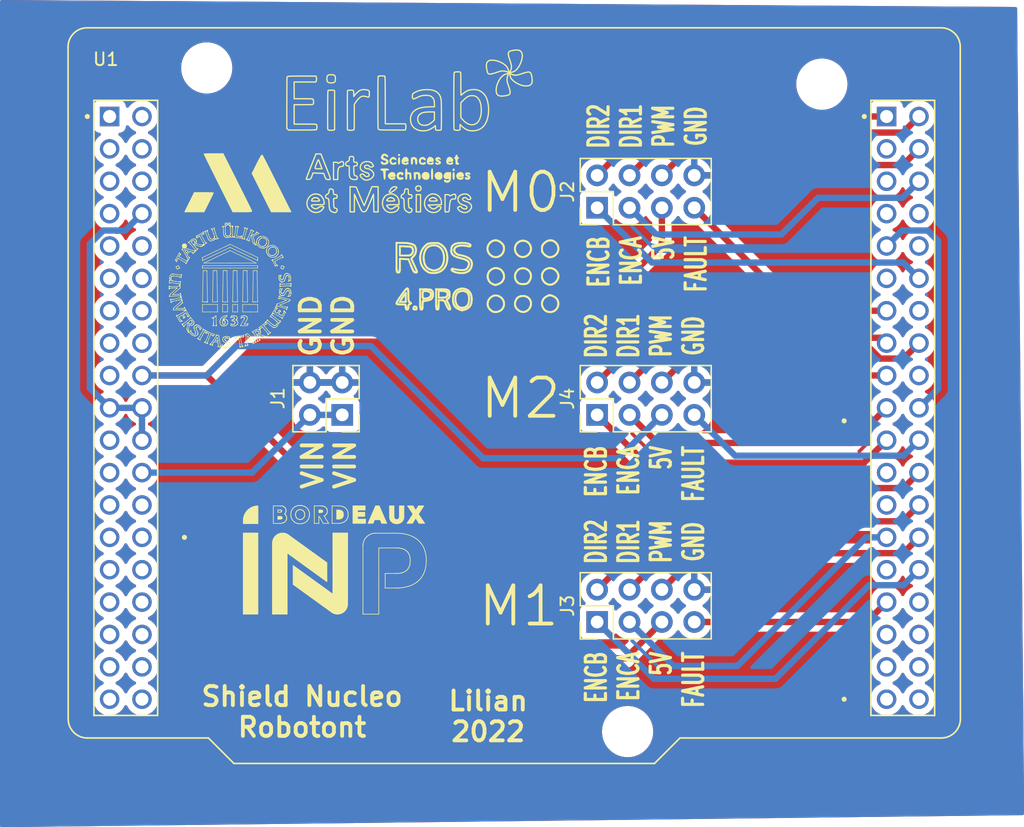
<source format=kicad_pcb>
(kicad_pcb (version 20211014) (generator pcbnew)
  (layers (0 "F.Cu" signal) (31 "B.Cu" signal) (34 "B.Paste" user) (35 "F.Paste" user) (36 "B.SilkS" user "B.Silkscreen") (37 "F.SilkS" user "F.Silkscreen") (38 "B.Mask" user) (39 "F.Mask" user) (44 "Edge.Cuts" user))
  (net 0 "")
  (net 1 "VIN")
  (net 2 "M1_DIR2")
  (net 3 "M1_DIR1")
  (net 4 "M1_PWM")
  (net 5 "M1_ENCA")
  (net 6 "M1_ENCB")
  (net 7 "M1_FAULT")
  (net 8 "M1_FB")
  (net 9 "M3_DIR2")
  (net 10 "M3_DIR1")
  (net 11 "M3_PWM")
  (net 12 "M3_ENCA")
  (net 13 "M3_ENCB")
  (net 14 "M3_FAULT")
  (net 15 "M3_FB")
  (net 16 "M2_DIR2")
  (net 17 "M2_DIR1")
  (net 18 "M2_ENCA")
  (net 19 "M2_PWM")
  (net 20 "M2_ENCB")
  (net 21 "M2_FAULT")
  (net 22 "M2_FB")
  (net 23 "GND")
  (net 29 "Net-(U1-PadCN10_20)")
  (net 44 "Net-(U1-PadCN7_19)")
  (net 65 "5V")
  (footprint "Connector_PinHeader_2.54mm:PinHeader_2x04_P2.54mm_Vertical" (layer "F.Cu") (at 130 101.25 90)
    (fp_text reference "J4")
    (fp_text value "Conn_02x04_Odd_Even" hide)
  )
  (footprint "Connector_PinHeader_2.54mm:PinHeader_2x02_P2.54mm_Vertical" (layer "F.Cu") (at 110 101.25 180)
    (fp_text reference "J1")
    (fp_text value "Conn_02x02_Odd_Even" hide)
  )
  (footprint "NUCLEO-F446RE:MODULE_NUCLEO-F446RE" (layer "F.Cu") (at 123.5 87.35)
    (fp_text reference "U1")
    (fp_text value "NUCLEO-F446RE")
  )
  (footprint "Connector_PinHeader_2.54mm:PinHeader_2x04_P2.54mm_Vertical" (layer "F.Cu") (at 130 117.5 90)
    (fp_text reference "J3")
    (fp_text value "Conn_02x04_Odd_Even" hide)
  )
  (footprint "Connector_PinHeader_2.54mm:PinHeader_2x04_P2.54mm_Vertical" (layer "F.Cu") (at 130 85 90)
    (fp_text reference "J2")
    (fp_text value "Conn_02x04_Odd_Even" hide)
  )
  (gr_line (start 100.886224 95.892935) (end 100.898266 95.891352) (layer "F.SilkS") (width 0.039999))
  (gr_line (start 97.948835 94.784105) (end 97.947233 94.784198) (layer "F.SilkS") (width 0.039999))
  (gr_line (start 100.874087 86.202273) (end 100.880967 86.200341) (layer "F.SilkS") (width 0.039999))
  (gr_line (start 104.819452 92.723037) (end 104.822158 92.713364) (layer "F.SilkS") (width 0.039999))
  (gr_line (start 104.26237 93.940125) (end 104.300726 93.971793) (layer "F.SilkS") (width 0.039999))
  (gr_line (start 96.692524 90.74455) (end 96.702727 90.74676) (layer "F.SilkS") (width 0.039999))
  (gr_line (start 98.499117 95.051249) (end 98.489135 95.053103) (layer "F.SilkS") (width 0.039999))
  (gr_line (start 99.629287 95.703659) (end 99.635349 95.701427) (layer "F.SilkS") (width 0.039999))
  (gr_line (start 101.665769 93.818238) (end 101.673537 93.821126) (layer "F.SilkS") (width 0.039999))
  (gr_line (start 103.263788 94.668764) (end 103.253975 94.673241) (layer "F.SilkS") (width 0.039999))
  (gr_line (start 116.308835 91.772216) (end 116.308713 91.823029) (layer "F.SilkS") (width 0.15))
  (gr_line (start 101.389695 93.575391) (end 101.375962 93.577759) (layer "F.SilkS") (width 0.039999))
  (gr_line (start 124.716409 90.693386) (end 124.703013 90.717074) (layer "F.SilkS") (width 0.15))
  (gr_line (start 99.947119 95.512973) (end 99.944404 95.51587) (layer "F.SilkS") (width 0.039999))
  (gr_line (start 100.278107 95.019708) (end 100.290558 95.023331) (layer "F.SilkS") (width 0.039999))
  (gr_line (start 121.482555 92.836727) (end 121.456979 92.784203) (layer "F.SilkS") (width 0.15))
  (gr_line (start 123.78179 90.881096) (end 123.761481 90.86435) (layer "F.SilkS") (width 0.15))
  (gr_line (start 99.068733 94.644927) (end 99.073059 94.636446) (layer "F.SilkS") (width 0.039999))
  (gr_line (start 96.429851 90.862538) (end 96.430534 90.851937) (layer "F.SilkS") (width 0.039999))
  (gr_line (start 102.060241 93.649288) (end 102.060193 93.649119) (layer "F.SilkS") (width 0.039999))
  (gr_line (start 98.45512 88.384003) (end 98.46165 88.384366) (layer "F.SilkS") (width 0.039999))
  (gr_line (start 97.401099 90.244112) (end 97.4019 90.243957) (layer "F.SilkS") (width 0.039999))
  (gr_line (start 118.600157 88.582542) (end 118.590002 88.560149) (layer "F.SilkS") (width 0.15))
  (gr_line (start 98.107595 94.226523) (end 98.107595 94.226523) (layer "F.SilkS") (width 0.039999))
  (gr_line (start 105.080267 93.881226) (end 105.083452 93.882864) (layer "F.SilkS") (width 0.039999))
  (gr_line (start 122.322042 91.952334) (end 122.322042 91.952334) (layer "F.SilkS") (width 0.15))
  (gr_line (start 102.06899 93.615087) (end 102.072692 93.602258) (layer "F.SilkS") (width 0.039999))
  (gr_line (start 98.497724 88.375187) (end 98.49766 88.374927) (layer "F.SilkS") (width 0.039999))
  (gr_line (start 99.9707 87.338813) (end 99.973443 87.331906) (layer "F.SilkS") (width 0.039999))
  (gr_line (start 115.33617 92.538457) (end 115.319375 92.545376) (layer "F.SilkS") (width 0.15))
  (gr_line (start 102.125399 95.136149) (end 102.113323 95.137761) (layer "F.SilkS") (width 0.039999))
  (gr_line (start 104.572857 93.282077) (end 104.568978 93.282558) (layer "F.SilkS") (width 0.039999))
  (gr_line (start 105.144754 93.119474) (end 105.142473 93.120696) (layer "F.SilkS") (width 0.039999))
  (gr_line (start 97.417521 94.134928) (end 97.418019 94.134671) (layer "F.SilkS") (width 0.039999))
  (gr_line (start 105.983316 91.076063) (end 105.984448 91.108515) (layer "F.SilkS") (width 0.039999))
  (gr_line (start 105.356196 90.812757) (end 105.341768 90.816986) (layer "F.SilkS") (width 0.039999))
  (gr_line (start 100.600638 94.254257) (end 100.59162 94.250889) (layer "F.SilkS") (width 0.039999))
  (gr_line (start 97.090224 93.450891) (end 97.195599 93.389913) (layer "F.SilkS") (width 0.039999))
  (gr_line (start 99.129945 87.868408) (end 99.129945 87.868408) (layer "F.SilkS") (width 0.039999))
  (gr_line (start 98.360411 87.901397) (end 98.360411 87.901397) (layer "F.SilkS") (width 0.039999))
  (gr_line (start 99.238636 95.53932) (end 99.242788 95.536498) (layer "F.SilkS") (width 0.039999))
  (gr_line (start 99.253258 94.665315) (end 99.249514 94.668296) (layer "F.SilkS") (width 0.039999))
  (gr_line (start 121.67297 93.056453) (end 121.647521 93.034929) (layer "F.SilkS") (width 0.15))
  (gr_line (start 102.101432 87.260035) (end 102.094163 87.274142) (layer "F.SilkS") (width 0.039999))
  (gr_line (start 123.564913 92.676801) (end 123.560163 92.654609) (layer "F.SilkS") (width 0.15))
  (gr_line (start 118.780618 92.644069) (end 118.769293 92.620172) (layer "F.SilkS") (width 0.15))
  (gr_line (start 101.926367 87.374865) (end 101.843961 87.363268) (layer "F.SilkS") (width 0.039999))
  (gr_line (start 107.424615 109.185245) (end 107.429045 109.147789) (layer "F.SilkS") (width 0.052916))
  (gr_line (start 103.010695 95.565867) (end 103.00845 95.561931) (layer "F.SilkS") (width 0.039999))
  (gr_line (start 104.083837 95.091053) (end 104.082884 95.092084) (layer "F.SilkS") (width 0.039999))
  (gr_line (start 98.187593 93.874582) (end 98.18129 93.866707) (layer "F.SilkS") (width 0.039999))
  (gr_line (start 99.609871 95.712923) (end 99.610624 95.712391) (layer "F.SilkS") (width 0.039999))
  (gr_line (start 105.020971 93.326707) (end 105.02158 93.328498) (layer "F.SilkS") (width 0.039999))
  (gr_line (start 99.623498 95.705851) (end 99.626303 95.704753) (layer "F.SilkS") (width 0.039999))
  (gr_line (start 101.757751 86.889525) (end 101.726007 87.114151) (layer "F.SilkS") (width 0.039999))
  (gr_line (start 101.620098 86.455808) (end 101.620194 86.455242) (layer "F.SilkS") (width 0.039999))
  (gr_line (start 106.859159 108.721016) (end 106.874747 108.729084) (layer "F.SilkS") (width 0.052916))
  (gr_line (start 99.333092 87.748451) (end 99.3364 87.749331) (layer "F.SilkS") (width 0.039999))
  (gr_line (start 105.632366 92.988438) (end 105.631667 92.987851) (layer "F.SilkS") (width 0.039999))
  (gr_line (start 102.186098 92.881844) (end 102.186098 92.588157) (layer "F.SilkS") (width 0.039999))
  (gr_line (start 101.805434 94.073054) (end 101.804595 94.077523) (layer "F.SilkS") (width 0.039999))
  (gr_line (start 114.919048 110.598854) (end 114.788387 110.575923) (layer "F.SilkS") (width 0.052916))
  (gr_line (start 103.263871 86.956435) (end 103.264526 86.952951) (layer "F.SilkS") (width 0.039999))
  (gr_line (start 98.331044 94.141864) (end 98.325864 94.149148) (layer "F.SilkS") (width 0.039999))
  (gr_line (start 97.892405 89.105591) (end 97.892284 89.105256) (layer "F.SilkS") (width 0.039999))
  (gr_line (start 101.196915 95.718524) (end 101.198114 95.731106) (layer "F.SilkS") (width 0.039999))
  (gr_line (start 97.196445 93.577552) (end 97.200598 93.588007) (layer "F.SilkS") (width 0.039999))
  (gr_line (start 116.419914 91.528159) (end 116.408031 91.529566) (layer "F.SilkS") (width 0.15))
  (gr_line (start 101.798753 93.937301) (end 101.800007 93.941102) (layer "F.SilkS") (width 0.039999))
  (gr_line (start 100.759868 94.149969) (end 100.765489 94.146413) (layer "F.SilkS") (width 0.039999))
  (gr_line (start 97.826427 89.242249) (end 97.816935 89.259087) (layer "F.SilkS") (width 0.039999))
  (gr_line (start 103.008607 95.639538) (end 103.008489 95.639052) (layer "F.SilkS") (width 0.039999))
  (gr_line (start 102.338386 86.579761) (end 102.338487 86.579326) (layer "F.SilkS") (width 0.039999))
  (gr_poly (pts (xy 111.743732 82.804135) (xy 111.718152 82.792603) (xy 111.69124 82.777908) (xy 111.663408 82.760459) (xy 111.635067 82.740663) (xy 111.606628 82.718927) (xy 111.578504 82.69566) (xy 111.551106 82.67127) (xy 111.524845 82.646164) (xy 111.500132 82.62075) (xy 111.477379 82.595436) (xy 111.456998 82.570629) (xy 111.4394 82.546738) (xy 111.424996 82.52417) (xy 111.414198 82.503333) (xy 111.41028 82.493691) (xy 111.407418 82.484635) (xy 111.405663 82.476216) (xy 111.405066 82.468484) (xy 111.405221 82.464795) (xy 111.405678 82.461055) (xy 111.406431 82.457272) (xy 111.407473 82.453453) (xy 111.408795 82.449605) (xy 111.41039 82.445734) (xy 111.412251 82.441848) (xy 111.41437 82.437954) (xy 111.416739 82.434058) (xy 111.419351 82.430168) (xy 111.422199 82.42629) (xy 111.425274 82.422432) (xy 111.428569 82.4186) (xy 111.432077 82.414801) (xy 111.439701 82.407331) (xy 111.448085 82.400077) (xy 111.457169 82.393096) (xy 111.466891 82.386442) (xy 111.477192 82.380172) (xy 111.488011 82.374341) (xy 111.499288 82.369005) (xy 111.510962 82.364219) (xy 111.522973 82.360038) (xy 111.538503 82.355608) (xy 111.553447 82.352384) (xy 111.560713 82.35123) (xy 111.567849 82.350384) (xy 111.574861 82.349849) (xy 111.581755 82.349626) (xy 111.588535 82.349719) (xy 111.595207 82.350129) (xy 111.601777 82.350859) (xy 111.608251 82.351911) (xy 111.614634 82.353288) (xy 111.620931 82.354991) (xy 111.627148 82.357023) (xy 111.633291 82.359386) (xy 111.639365 82.362083) (xy 111.645376 82.365116) (xy 111.651329 82.368487) (xy 111.65723 82.372198) (xy 111.663084 82.376252) (xy 111.668897 82.380651) (xy 111.674675 82.385398) (xy 111.680422 82.390494) (xy 111.691849 82.401744) (xy 111.703223 82.41442) (xy 111.714587 82.428541) (xy 111.725986 82.444125) (xy 111.736855 82.458466) (xy 111.748596 82.471781) (xy 111.761131 82.484074) (xy 111.77438 82.495352) (xy 111.788261 82.505618) (xy 111.802697 82.514879) (xy 111.817606 82.52314) (xy 111.832909 82.530404) (xy 111.848526 82.536679) (xy 111.864377 82.541968) (xy 111.880383 82.546277) (xy 111.896462 82.549611) (xy 111.912536 82.551975) (xy 111.928524 82.553374) (xy 111.944347 82.553814) (xy 111.959925 82.553299) (xy 111.975178 82.551835) (xy 111.990025 82.549426) (xy 112.004388 82.546079) (xy 112.018186 82.541797) (xy 112.031339 82.536587) (xy 112.043767 82.530453) (xy 112.055391 82.5234) (xy 112.066131 82.515434) (xy 112.075906 82.506559) (xy 112.084637 82.496782) (xy 112.092244 82.486106) (xy 112.098647 82.474537) (xy 112.103766 82.46208) (xy 112.107522 82.448741) (xy 112.109834 82.434524) (xy 112.110622 82.419435) (xy 112.110459 82.412475) (xy 112.10997 82.405641) (xy 112.109154 82.398931) (xy 112.108011 82.392346) (xy 112.10654 82.385885) (xy 112.104741 82.379548) (xy 112.102613 82.373333) (xy 112.100157 82.367241) (xy 112.097371 82.361272) (xy 112.094255 82.355424) (xy 112.090808 82.349697) (xy 112.087031 82.344091) (xy 112.082922 82.338606) (xy 112.078482 82.333241) (xy 112.073709 82.327995) (xy 112.068604 82.322868) (xy 112.063165 82.31786) (xy 112.057393 82.31297) (xy 112.051286 82.308198) (xy 112.044845 82.303543) (xy 112.038069 82.299005) (xy 112.030957 82.294584) (xy 112.02351 82.290278) (xy 112.015726 82.286088) (xy 111.999147 82.278053) (xy 111.981217 82.270475) (xy 111.961932 82.26335) (xy 111.941288 82.256675) (xy 111.863768 82.232021) (xy 111.792902 82.206917) (xy 111.728564 82.181237) (xy 111.670629 82.154853) (xy 111.618971 82.127638) (xy 111.573465 82.099466) (xy 111.533986 82.070208) (xy 111.516467 82.055132) (xy 111.500408 82.039737) (xy 111.485793 82.024007) (xy 111.472605 82.007927) (xy 111.460831 81.991479) (xy 111.450453 81.974649) (xy 111.441457 81.957421) (xy 111.433826 81.939777) (xy 111.427545 81.921704) (xy 111.422598 81.903184) (xy 111.418969 81.884202) (xy 111.416644 81.864742) (xy 111.415606 81.844788) (xy 111.415839 81.824323) (xy 111.417328 81.803333) (xy 111.420057 81.781802) (xy 111.429172 81.73705) (xy 111.43484 81.716348) (xy 111.441319 81.696146) (xy 111.448593 81.676455) (xy 111.456647 81.657285) (xy 111.465466 81.638647) (xy 111.475036 81.620552) (xy 111.485341 81.60301) (xy 111.496366 81.586033) (xy 111.508096 81.56963) (xy 111.520516 81.553813) (xy 111.533611 81.538592) (xy 111.547366 81.523979) (xy 111.561765 81.509982) (xy 111.576794 81.496615) (xy 111.592438 81.483886) (xy 111.608681 81.471807) (xy 111.625509 81.460389) (xy 111.642907 81.449641) (xy 111.660858 81.439576) (xy 111.679349 81.430203) (xy 111.698364 81.421534) (xy 111.717889 81.413578) (xy 111.737907 81.406348) (xy 111.758404 81.399852) (xy 111.779366 81.394103) (xy 111.800776 81.389111) (xy 111.82262 81.384886) (xy 111.844883 81.381439) (xy 111.86755 81.378782) (xy 111.890605 81.376924) (xy 111.914034 81.375876) (xy 111.937821 81.37565) (xy 111.982813 81.376815) (xy 112.025059 81.379615) (xy 112.064705 81.384131) (xy 112.101898 81.390444) (xy 112.136788 81.398637) (xy 112.169521 81.408791) (xy 112.200245 81.420988) (xy 112.229108 81.435308) (xy 112.256256 81.451835) (xy 112.281839 81.470648) (xy 112.306003 81.491831) (xy 112.328896 81.515463) (xy 112.350665 81.541628) (xy 112.371459 81.570407) (xy 112.391425 81.60188) (xy 112.410711 81.636131) (xy 112.420646 81.655261) (xy 112.428931 81.672445) (xy 112.435484 81.687838) (xy 112.438085 81.694911) (xy 112.440221 81.701594) (xy 112.441883 81.707905) (xy 112.44306 81.713865) (xy 112.443742 81.719493) (xy 112.443919 81.724807) (xy 112.44358 81.729827) (xy 112.442714 81.734573) (xy 112.441312 81.739062) (xy 112.439363 81.743316) (xy 112.436857 81.747352) (xy 112.433784 81.75119) (xy 112.430133 81.75485) (xy 112.425893 81.75835) (xy 112.421056 81.761709) (xy 112.415609 81.764948) (xy 112.409543 81.768085) (xy 112.402848 81.77114) (xy 112.395513 81.774131) (xy 112.387528 81.777078) (xy 112.369565 81.782916) (xy 112.348879 81.788809) (xy 112.325385 81.794909) (xy 112.306004 81.799428) (xy 112.287724 81.802967) (xy 112.270505 81.805517) (xy 112.254312 81.807068) (xy 112.239105 81.807611) (xy 112.224847 81.807136) (xy 112.211501 81.805633) (xy 112.199028 81.803093) (xy 112.187391 81.799507) (xy 112.176552 81.794865) (xy 112.166473 81.789157) (xy 112.157117 81.782374) (xy 112.148445 81.774506) (xy 112.140421 81.765543) (xy 112.133005 81.755477) (xy 112.126162 81.744297) (xy 112.119566 81.73383) (xy 112.111926 81.724046) (xy 112.103317 81.714946) (xy 112.093811 81.706528) (xy 112.083481 81.698794) (xy 112.072402 81.691742) (xy 112.060647 81.685371) (xy 112.048289 81.679682) (xy 112.035402 81.674674) (xy 112.022059 81.670346) (xy 112.008334 81.666699) (xy 111.994301 81.663731) (xy 111.980032 81.661443) (xy 111.965601 81.659833) (xy 111.951082 81.658901) (xy 111.936548 81.658648) (xy 111.922073 81.659072) (xy 111.90773 81.660173) (xy 111.893592 81.66195) (xy 111.879734 81.664404) (xy 111.866229 81.667534) (xy 111.853149 81.671339) (xy 111.84057 81.675819) (xy 111.828563 81.680973) (xy 111.817203 81.686801) (xy 111.806563 81.693303) (xy 111.796717 81.700479) (xy 111.787737 81.708326) (xy 111.779699 81.716847) (xy 111.772674 81.726039) (xy 111.766737 81.735902) (xy 111.76196 81.746437) (xy 111.758631 81.75619) (xy 111.756162 81.765817) (xy 111.754539 81.775306) (xy 111.753748 81.784645) (xy 111.753772 81.793821) (xy 111.754596 81.802825) (xy 111.756207 81.811642) (xy 111.758587 81.820263) (xy 111.761723 81.828675) (xy 111.765599 81.836866) (xy 111.7702 81.844825) (xy 111.775511 81.852539) (xy 111.781517 81.859998) (xy 111.788202 81.867189) (xy 111.795552 81.8741) (xy 111.803551 81.88072) (xy 111.812185 81.887037) (xy 111.821437 81.89304) (xy 111.831294 81.898716) (xy 111.841739 81.904053) (xy 111.852759 81.909041) (xy 111.864337 81.913666) (xy 111.876458 81.917918) (xy 111.889108 81.921785) (xy 111.902271 81.925254) (xy 111.915932 81.928315) (xy 111.930077 81.930955) (xy 111.944689 81.933162) (xy 111.959754 81.934925) (xy 111.975256 81.936233) (xy 111.991181 81.937072) (xy 112.007514 81.937433) (xy 112.024433 81.938308) (xy 112.041958 81.940666) (xy 112.060013 81.944438) (xy 112.078522 81.949555) (xy 112.097412 81.955951) (xy 112.116608 81.963556) (xy 112.155615 81.982125) (xy 112.194946 82.00472) (xy 112.234 82.030796) (xy 112.272178 82.05981) (xy 112.308881 82.091219) (xy 112.343511 82.12448) (xy 112.375467 82.159049) (xy 112.404151 82.194382) (xy 112.428963 82.229937) (xy 112.43973 82.247628) (xy 112.449304 82.26517) (xy 112.457611 82.282495) (xy 112.464576 82.299537) (xy 112.470123 82.316226) (xy 112.474178 82.332495) (xy 112.476666 82.348276) (xy 112.477512 82.363501) (xy 112.476235 82.390665) (xy 112.472475 82.417616) (xy 112.466342 82.44429) (xy 112.457944 82.470621) (xy 112.44739 82.496544) (xy 112.434787 82.521994) (xy 112.420244 82.546906) (xy 112.403871 82.571214) (xy 112.385775 82.594853) (xy 112.366065 82.617759) (xy 112.34485 82.639865) (xy 112.322237 82.661108) (xy 112.298336 82.681421) (xy 112.273255 82.700739) (xy 112.247103 82.718998) (xy 112.219988 82.736133) (xy 112.192018 82.752077) (xy 112.163303 82.766766) (xy 112.13395 82.780135) (xy 112.104068 82.792118) (xy 112.073766 82.802651) (xy 112.043152 82.811668) (xy 112.012334 82.819104) (xy 111.981422 82.824893) (xy 111.950524 82.828972) (xy 111.919747 82.831274) (xy 111.889202 82.831735) (xy 111.858996 82.830289) (xy 111.829237 82.826871) (xy 111.800035 82.821415) (xy 111.771498 82.813858) (xy 111.743734 82.804133) (xy 111.743732 82.804135)) (layer "F.SilkS") (width 0.1) (fill none))
  (gr_line (start 101.619936 86.460293) (end 101.619891 86.459185) (layer "F.SilkS") (width 0.039999))
  (gr_line (start 99.096929 86.902369) (end 99.098853 86.900971) (layer "F.SilkS") (width 0.039999))
  (gr_line (start 103.175568 87.892845) (end 103.17557 87.892845) (layer "F.SilkS") (width 0.039999))
  (gr_line (start 104.079562 87.65117) (end 104.078686 87.634816) (layer "F.SilkS") (width 0.039999))
  (gr_line (start 122.633653 90.112872) (end 122.650764 90.154937) (layer "F.SilkS") (width 0.15))
  (gr_line (start 117.367048 91.39308) (end 117.76827 91.39308) (layer "F.SilkS") (width 0.15))
  (gr_line (start 99.411035 94.830801) (end 99.401754 94.828242) (layer "F.SilkS") (width 0.039999))
  (gr_line (start 106.144482 108.578845) (end 106.122202 108.604339) (layer "F.SilkS") (width 0.052916))
  (gr_line (start 104.11969 88.15401) (end 104.132153 88.135429) (layer "F.SilkS") (width 0.039999))
  (gr_line (start 103.975488 95.142542) (end 103.965244 95.146171) (layer "F.SilkS") (width 0.039999))
  (gr_line (start 103.83244 94.461182) (end 103.733613 94.345798) (layer "F.SilkS") (width 0.039999))
  (gr_line (start 101.340602 94.263637) (end 101.328847 94.261802) (layer "F.SilkS") (width 0.039999))
  (gr_line (start 105.533476 91.444559) (end 105.545359 91.428379) (layer "F.SilkS") (width 0.039999))
  (gr_line (start 98.079568 93.594152) (end 98.080144 93.592924) (layer "F.SilkS") (width 0.039999))
  (gr_line (start 98.655158 95.257336) (end 98.655475 95.256934) (layer "F.SilkS") (width 0.039999))
  (gr_line (start 99.981664 86.756901) (end 99.98644 86.772332) (layer "F.SilkS") (width 0.039999))
  (gr_line (start 101.350014 93.780377) (end 101.398962 93.777116) (layer "F.SilkS") (width 0.039999))
  (gr_line (start 99.159547 87.910585) (end 99.15986 87.910796) (layer "F.SilkS") (width 0.039999))
  (gr_line (start 123.873185 88.781618) (end 123.838278 88.759679) (layer "F.SilkS") (width 0.15))
  (gr_line (start 102.671795 95.312633) (end 102.671795 95.312633) (layer "F.SilkS") (width 0.039999))
  (gr_line (start 96.626085 90.717664) (end 96.629773 90.720609) (layer "F.SilkS") (width 0.039999))
  (gr_line (start 118.803933 88.426428) (end 118.815675 88.452804) (layer "F.SilkS") (width 0.15))
  (gr_line (start 116.679886 92.102871) (end 116.703355 92.096873) (layer "F.SilkS") (width 0.15))
  (gr_line (start 101.795888 93.929942) (end 101.797381 93.933585) (layer "F.SilkS") (width 0.039999))
  (gr_line (start 105.718758 92.780623) (end 105.718758 92.780623) (layer "F.SilkS") (width 0.039999))
  (gr_line (start 103.617183 94.449994) (end 103.61314 94.455016) (layer "F.SilkS") (width 0.039999))
  (gr_line (start 120.066134 91.731418) (end 120.083608 91.769588) (layer "F.SilkS") (width 0.15))
  (gr_line (start 103.083153 87.830644) (end 103.070516 87.819735) (layer "F.SilkS") (width 0.039999))
  (gr_line (start 99.625715 95.731707) (end 99.614843 95.726828) (layer "F.SilkS") (width 0.039999))
  (gr_line (start 118.590002 88.560149) (end 118.581279 88.537102) (layer "F.SilkS") (width 0.15))
  (gr_line (start 102.125406 87.39174) (end 102.125406 87.39174) (layer "F.SilkS") (width 0.039999))
  (gr_line (start 103.63243 94.290243) (end 103.775459 94.169227) (layer "F.SilkS") (width 0.039999))
  (gr_line (start 100.931711 94.198063) (end 100.921023 94.206848) (layer "F.SilkS") (width 0.039999))
  (gr_line (start 98.662902 95.251844) (end 98.663605 95.251546) (layer "F.SilkS") (width 0.039999))
  (gr_line (start 103.864051 94.233348) (end 103.860736 94.236716) (layer "F.SilkS") (width 0.039999))
  (gr_line (start 115.382356 92.505488) (end 115.381387 92.508538) (layer "F.SilkS") (width 0.15))
  (gr_line (start 107.330552 109.454109) (end 107.347679 109.423819) (layer "F.SilkS") (width 0.052916))
  (gr_line (start 97.616868 94.233295) (end 97.611937 94.238513) (layer "F.SilkS") (width 0.039999))
  (gr_line (start 98.934989 87.145041) (end 98.944347 87.162138) (layer "F.SilkS") (width 0.039999))
  (gr_line (start 96.656826 90.208606) (end 96.667777 90.206088) (layer "F.SilkS") (width 0.039999))
  (gr_line (start 123.673442 90.766453) (end 123.658619 90.744388) (layer "F.SilkS") (width 0.15))
  (gr_line (start 101.141937 86.368985) (end 101.137903 86.369243) (layer "F.SilkS") (width 0.039999))
  (gr_line (start 105.027729 93.070045) (end 105.032028 93.060026) (layer "F.SilkS") (width 0.039999))
  (gr_line (start 97.008678 88.92539) (end 97.059186 88.838602) (layer "F.SilkS") (width 0.039999))
  (gr_line (start 101.62054 95.114911) (end 101.620895 95.114454) (layer "F.SilkS") (width 0.039999))
  (gr_line (start 101.04976 95.960166) (end 101.035674 95.96736) (layer "F.SilkS") (width 0.039999))
  (gr_line (start 116.653979 91.53674) (end 116.620471 91.531842) (layer "F.SilkS") (width 0.15))
  (gr_line (start 119.380102 91.527589) (end 119.325928 91.534899) (layer "F.SilkS") (width 0.15))
  (gr_line (start 98.978403 88.022925) (end 98.968475 88.025515) (layer "F.SilkS") (width 0.039999))
  (gr_line (start 115.762433 92.763096) (end 115.76705 92.765891) (layer "F.SilkS") (width 0.15))
  (gr_line (start 97.549868 94.088631) (end 97.608222 94.043034) (layer "F.SilkS") (width 0.039999))
  (gr_line (start 98.656208 95.256136) (end 98.656621 95.255742) (layer "F.SilkS") (width 0.039999))
  (gr_line (start 98.199857 94.062883) (end 98.204886 94.057327) (layer "F.SilkS") (width 0.039999))
  (gr_line (start 114.977421 91.423368) (end 115.026894 91.371682) (layer "F.SilkS") (width 0.15))
  (gr_line (start 101.403027 92.309021) (end 101.403027 92.309021) (layer "F.SilkS") (width 0.039999))
  (gr_line (start 105.968569 90.921384) (end 105.969237 90.921697) (layer "F.SilkS") (width 0.039999))
  (gr_line (start 101.184952 86.435221) (end 101.18761 86.434872) (layer "F.SilkS") (width 0.039999))
  (gr_line (start 99.122498 87.056283) (end 99.119266 87.0553) (layer "F.SilkS") (width 0.039999))
  (gr_line (start 121.995355 87.552859) (end 122.023453 87.552033) (layer "F.SilkS") (width 0.15))
  (gr_line (start 118.834838 88.161197) (end 118.819096 88.186068) (layer "F.SilkS") (width 0.15))
  (gr_line (start 121.595294 87.75006) (end 121.62016 87.726133) (layer "F.SilkS") (width 0.15))
  (gr_line (start 101.04414 95.532479) (end 101.061853 95.543885) (layer "F.SilkS") (width 0.039999))
  (gr_line (start 101.180949 86.357814) (end 101.177159 86.359803) (layer "F.SilkS") (width 0.039999))
  (gr_line (start 97.390284 90.249056) (end 97.390284 90.249056) (layer "F.SilkS") (width 0.039999))
  (gr_line (start 100.977988 95.861877) (end 100.985677 95.856401) (layer "F.SilkS") (width 0.039999))
  (gr_line (start 119.371992 88.741987) (end 119.499644 88.772246) (layer "F.SilkS") (width 0.15))
  (gr_line (start 101.443299 87.30849) (end 101.442422 87.308765) (layer "F.SilkS") (width 0.039999))
  (gr_line (start 101.05378 86.308166) (end 101.052846 86.305096) (layer "F.SilkS") (width 0.039999))
  (gr_line (start 126.764843 89.932784) (end 126.788441 89.957325) (layer "F.SilkS") (width 0.15))
  (gr_line (start 104.678134 87.980577) (end 104.705808 87.992819) (layer "F.SilkS") (width 0.039999))
  (gr_line (start 103.346586 95.484261) (end 103.346556 95.483111) (layer "F.SilkS") (width 0.039999))
  (gr_line (start 123.557402 88.311014) (end 123.553069 88.273199) (layer "F.SilkS") (width 0.15))
  (gr_line (start 118.740262 92.543044) (end 118.732182 92.51542) (layer "F.SilkS") (width 0.15))
  (gr_line (start 115.180179 113.298285) (end 115.153597 113.335993) (layer "F.SilkS") (width 0.052916))
  (gr_line (start 98.803473 94.448937) (end 98.793798 94.435476) (layer "F.SilkS") (width 0.039999))
  (gr_line (start 103.563917 94.549885) (end 103.563584 94.550046) (layer "F.SilkS") (width 0.039999))
  (gr_line (start 105.023919 93.331352) (end 105.025564 93.332644) (layer "F.SilkS") (width 0.039999))
  (gr_line (start 105.265848 89.780259) (end 105.23161 89.764347) (layer "F.SilkS") (width 0.039999))
  (gr_line (start 104.492001 93.354246) (end 104.49232 93.354467) (layer "F.SilkS") (width 0.039999))
  (gr_line (start 115.866003 114.361239) (end 115.946361 114.295075) (layer "F.SilkS") (width 0.052916))
  (gr_line (start 104.057698 95.107121) (end 104.048964 95.111442) (layer "F.SilkS") (width 0.039999))
  (gr_line (start 114.232951 113.692434) (end 114.232951 113.692434) (layer "F.SilkS") (width 0.052916))
  (gr_line (start 104.020711 93.970656) (end 104.015756 93.970242) (layer "F.SilkS") (width 0.039999))
  (gr_line (start 105.162997 93.108683) (end 105.162582 93.109109) (layer "F.SilkS") (width 0.039999))
  (gr_line (start 125.701393 90.565554) (end 125.693555 90.53892) (layer "F.SilkS") (width 0.15))
  (gr_line (start 108.73744 108.544665) (end 108.722841 108.529069) (layer "F.SilkS") (width 0.052916))
  (gr_line (start 121.402535 88.275585) (end 121.399829 88.23868) (layer "F.SilkS") (width 0.15))
  (gr_line (start 96.963156 89.001302) (end 97.008678 88.92539) (layer "F.SilkS") (width 0.039999))
  (gr_line (start 100.671358 86.65205) (end 100.667211 86.59958) (layer "F.SilkS") (width 0.039999))
  (gr_line (start 100.628238 94.262472) (end 100.628238 94.262472) (layer "F.SilkS") (width 0.039999))
  (gr_line (start 100.790463 94.266172) (end 100.780166 94.267467) (layer "F.SilkS") (width 0.039999))
  (gr_line (start 118.68534 89.793019) (end 118.82352 89.821899) (layer "F.SilkS") (width 0.15))
  (gr_line (start 102.870811 87.189674) (end 102.870983 87.189185) (layer "F.SilkS") (width 0.039999))
  (gr_line (start 105.56404 90.45909) (end 105.55792 90.478765) (layer "F.SilkS") (width 0.039999))
  (gr_line (start 100.667506 95.466226) (end 100.656597 95.452446) (layer "F.SilkS") (width 0.039999))
  (gr_line (start 118.569646 88.184686) (end 118.577014 88.144501) (layer "F.SilkS") (width 0.15))
  (gr_line (start 103.5969 94.479617) (end 103.589168 94.492854) (layer "F.SilkS") (width 0.039999))
  (gr_line (start 98.477227 88.395218) (end 98.477227 88.395218) (layer "F.SilkS") (width 0.039999))
  (gr_line (start 98.830938 94.308964) (end 98.843803 94.320191) (layer "F.SilkS") (width 0.039999))
  (gr_line (start 97.148267 91.159056) (end 97.148267 91.159056) (layer "F.SilkS") (width 0.039999))
  (gr_line (start 97.285926 91.170821) (end 97.286015 91.193152) (layer "F.SilkS") (width 0.039999))
  (gr_line (start 106.552959 109.431081) (end 106.53695 109.423721) (layer "F.SilkS") (width 0.052916))
  (gr_line (start 99.876065 95.068978) (end 99.875666 95.068996) (layer "F.SilkS") (width 0.039999))
  (gr_line (start 103.158145 87.882821) (end 103.141541 87.872671) (layer "F.SilkS") (width 0.039999))
  (gr_line (start 105.244717 90.659464) (end 105.251595 90.660567) (layer "F.SilkS") (width 0.039999))
  (gr_line (start 102.997064 86.856607) (end 102.99342 86.861201) (layer "F.SilkS") (width 0.039999))
  (gr_line (start 107.058743 108.435839) (end 107.026765 108.420841) (layer "F.SilkS") (width 0.052916))
  (gr_line (start 119.025497 92.674) (end 119.025497 92.674) (layer "F.SilkS") (width 0.15))
  (gr_line (start 100.714076 87.156463) (end 100.710333 87.142653) (layer "F.SilkS") (width 0.039999))
  (gr_line (start 99.742645 86.660586) (end 99.743525 86.660124) (layer "F.SilkS") (width 0.039999))
  (gr_line (start 124.708211 92.868809) (end 124.687904 92.90051) (layer "F.SilkS") (width 0.15))
  (gr_line (start 98.234445 93.767662) (end 98.276426 93.819519) (layer "F.SilkS") (width 0.039999))
  (gr_line (start 97.80314 89.168022) (end 97.808603 89.167908) (layer "F.SilkS") (width 0.039999))
  (gr_line (start 105.171364 91.161133) (end 105.168512 91.16265) (layer "F.SilkS") (width 0.039999))
  (gr_line (start 99.919052 95.548946) (end 99.913459 95.556883) (layer "F.SilkS") (width 0.039999))
  (gr_line (start 102.613524 94.094241) (end 102.614137 94.094314) (layer "F.SilkS") (width 0.039999))
  (gr_line (start 104.586919 88.743949) (end 104.586919 88.743949) (layer "F.SilkS") (width 0.039999))
  (gr_line (start 101.428908 93.774131) (end 101.442421 93.771979) (layer "F.SilkS") (width 0.039999))
  (gr_line (start 105.729331 91.961339) (end 105.730228 91.960053) (layer "F.SilkS") (width 0.039999))
  (gr_line (start 119.571922 93.007524) (end 119.532809 93.019858) (layer "F.SilkS") (width 0.15))
  (gr_line (start 97.742299 89.380214) (end 97.739773 89.38302) (layer "F.SilkS") (width 0.039999))
  (gr_line (start 105.36388 90.583144) (end 105.36822 90.573685) (layer "F.SilkS") (width 0.039999))
  (gr_line (start 96.533144 91.312678) (end 96.525386 91.313922) (layer "F.SilkS") (width 0.039999))
  (gr_line (start 97.554182 93.650254) (end 97.554141 93.648727) (layer "F.SilkS") (width 0.039999))
  (gr_line (start 98.8401 95.376364) (end 98.827013 95.369346) (layer "F.SilkS") (width 0.039999))
  (gr_line (start 97.324023 92.209625) (end 97.315145 92.210754) (layer "F.SilkS") (width 0.039999))
  (gr_line (start 101.023371 95.810008) (end 101.026292 95.802476) (layer "F.SilkS") (width 0.039999))
  (gr_line (start 126.543397 90.978929) (end 126.519115 90.990293) (layer "F.SilkS") (width 0.15))
  (gr_line (start 105.112392 90.953032) (end 105.112725 90.953052) (layer "F.SilkS") (width 0.039999))
  (gr_line (start 115.594971 92.858893) (end 115.596476 92.853035) (layer "F.SilkS") (width 0.15))
  (gr_line (start 100.983856 86.306626) (end 100.982629 86.312509) (layer "F.SilkS") (width 0.039999))
  (gr_line (start 98.655826 95.256533) (end 98.656208 95.256136) (layer "F.SilkS") (width 0.039999))
  (gr_line (start 122.041265 88.874153) (end 122.001429 88.87269) (layer "F.SilkS") (width 0.15))
  (gr_line (start 104.441942 88.753513) (end 104.452524 88.754969) (layer "F.SilkS") (width 0.039999))
  (gr_line (start 103.46048 95.271936) (end 103.475918 95.29846) (layer "F.SilkS") (width 0.039999))
  (gr_line (start 126.28024 87.555027) (end 126.3085 87.552772) (layer "F.SilkS") (width 0.15))
  (gr_line (start 124.803518 88.165729) (end 124.805448 88.218176) (layer "F.SilkS") (width 0.15))
  (gr_line (start 103.979184 93.98005) (end 103.97937 93.980031) (layer "F.SilkS") (width 0.039999))
  (gr_line (start 100.189992 91.099876) (end 100.189992 91.099876) (layer "F.SilkS") (width 0.039999))
  (gr_line (start 105.944347 90.435692) (end 105.947498 90.450226) (layer "F.SilkS") (width 0.039999))
  (gr_line (start 101.41005 86.463199) (end 101.408651 86.464392) (layer "F.SilkS") (width 0.039999))
  (gr_line (start 100.247067 95.456223) (end 100.24713 95.45568) (layer "F.SilkS") (width 0.039999))
  (gr_line (start 119.271654 89.890503) (end 119.360063 89.895659) (layer "F.SilkS") (width 0.15))
  (gr_line (start 101.623086 86.469937) (end 101.622464 86.468741) (layer "F.SilkS") (width 0.039999))
  (gr_line (start 102.501084 87.497518) (end 102.506449 87.495091) (layer "F.SilkS") (width 0.039999))
  (gr_line (start 100.244372 95.460799) (end 100.244676 95.460663) (layer "F.SilkS") (width 0.039999))
  (gr_line (start 103.672149 87.237133) (end 103.680912 87.236784) (layer "F.SilkS") (width 0.039999))
  (gr_line (start 101.421189 86.453132) (end 101.420367 86.454191) (layer "F.SilkS") (width 0.039999))
  (gr_line (start 97.886539 89.055816) (end 97.884917 89.04676) (layer "F.SilkS") (width 0.039999))
  (gr_line (start 100.253438 87.405265) (end 100.253871 87.405884) (layer "F.SilkS") (width 0.039999))
  (gr_line (start 101.502204 87.298378) (end 101.50283 87.297706) (layer "F.SilkS") (width 0.039999))
  (gr_line (start 120.051717 87.986534) (end 120.049263 87.990266) (layer "F.SilkS") (width 0.15))
  (gr_line (start 104.074594 87.603209) (end 104.071377 87.587956) (layer "F.SilkS") (width 0.039999))
  (gr_line (start 96.804377 90.764069) (end 96.844965 90.770107) (layer "F.SilkS") (width 0.039999))
  (gr_line (start 101.487255 93.758679) (end 101.496267 93.75412) (layer "F.SilkS") (width 0.039999))
  (gr_line (start 100.253405 87.412016) (end 100.252876 87.412866) (layer "F.SilkS") (width 0.039999))
  (gr_line (start 98.518647 95.046525) (end 98.508958 95.049054) (layer "F.SilkS") (width 0.039999))
  (gr_line (start 105.167282 91.844922) (end 105.162268 91.840323) (layer "F.SilkS") (width 0.039999))
  (gr_line (start 104.826133 94.340839) (end 104.813931 94.348428) (layer "F.SilkS") (width 0.039999))
  (gr_line (start 118.03778 92.352161) (end 118.019978 92.327521) (layer "F.SilkS") (width 0.15))
  (gr_line (start 97.946235 87.737606) (end 97.944322 87.737224) (layer "F.SilkS") (width 0.039999))
  (gr_poly (pts (xy 110.459811 78.896378) (xy 110.406894 78.86855) (xy 110.401846 77.355756) (xy 110.401154 76.724868) (xy 110.403586 76.242094) (xy 110.40892 75.930015) (xy 110.412606 75.845043) (xy 110.416936 75.811212) (xy 110.418441 75.809063) (xy 110.420188 75.80699) (xy 110.422184 75.80499) (xy 110.424436 75.803063) (xy 110.426953 75.801207) (xy 110.429742 75.79942) (xy 110.432812 75.797702) (xy 110.436168 75.79605) (xy 110.439821 75.794463) (xy 110.443776 75.79294) (xy 110.448042 75.79148) (xy 110.452627 75.79008) (xy 110.457537 75.78874) (xy 110.462782 75.787458) (xy 110.474303 75.785062) (xy 110.487253 75.782881) (xy 110.501693 75.780903) (xy 110.517684 75.779116) (xy 110.535288 75.77751) (xy 110.554566 75.776073) (xy 110.575581 75.774792) (xy 110.598394 75.773657) (xy 110.623067 75.772657) (xy 110.670866 75.771043) (xy 110.712796 75.770229) (xy 110.74925 75.770668) (xy 110.765545 75.771499) (xy 110.780619 75.772814) (xy 110.794519 75.774668) (xy 110.807296 75.77712) (xy 110.818997 75.780226) (xy 110.829672 75.784042) (xy 110.839371 75.788625) (xy 110.848141 75.794033) (xy 110.856033 75.800321) (xy 110.863094 75.807546) (xy 110.869375 75.815766) (xy 110.874924 75.825037) (xy 110.87979 75.835415) (xy 110.884022 75.846958) (xy 110.88767 75.859723) (xy 110.890781 75.873765) (xy 110.893406 75.889142) (xy 110.895594 75.905911) (xy 110.898851 75.943849) (xy 110.900946 75.988035) (xy 110.903217 76.096963) (xy 110.905652 76.266296) (xy 110.952542 76.203335) (xy 110.984467 76.161404) (xy 111.016331 76.12143) (xy 111.048135 76.083411) (xy 111.079883 76.047344) (xy 111.111579 76.013226) (xy 111.143225 75.981054) (xy 111.174824 75.950826) (xy 111.20638 75.922539) (xy 111.237896 75.89619) (xy 111.269375 75.871777) (xy 111.30082 75.849296) (xy 111.332234 75.828746) (xy 111.36362 75.810123) (xy 111.394982 75.793425) (xy 111.426323 75.778648) (xy 111.457645 75.765791) (xy 111.499222 75.752334) (xy 111.544498 75.741878) (xy 111.592665 75.734318) (xy 111.642915 75.729548) (xy 111.69444 75.727463) (xy 111.746432 75.727957) (xy 111.798084 75.730924) (xy 111.848586 75.73626) (xy 111.897132 75.743858) (xy 111.942913 75.753614) (xy 111.985122 75.765421) (xy 112.02295 75.779175) (xy 112.055589 75.794769) (xy 112.082232 75.812098) (xy 112.093053 75.821381) (xy 112.102071 75.831057) (xy 112.109186 75.841115) (xy 112.114297 75.85154) (xy 112.119177 75.86853) (xy 112.123081 75.890931) (xy 112.126042 75.917901) (xy 112.128098 75.948599) (xy 112.129284 75.98218) (xy 112.129636 76.017804) (xy 112.127981 76.091807) (xy 112.12342 76.163869) (xy 112.12014 76.197066) (xy 112.11624 76.22725) (xy 112.111758 76.253579) (xy 112.106728 76.27521) (xy 112.101187 76.291301) (xy 112.098236 76.297006) (xy 112.095171 76.30101) (xy 112.09314 76.302888) (xy 112.090945 76.304615) (xy 112.08857 76.306189) (xy 112.085998 76.307611) (xy 112.083215 76.308877) (xy 112.080204 76.309986) (xy 112.07695 76.310937) (xy 112.073437 76.311728) (xy 112.069648 76.312358) (xy 112.065568 76.312824) (xy 112.061181 76.313126) (xy 112.056472 76.313262) (xy 112.051424 76.313229) (xy 112.046022 76.313028) (xy 112.04025 76.312655) (xy 112.034091 76.31211) (xy 112.020553 76.310497) (xy 112.005281 76.308174) (xy 111.988147 76.30513) (xy 111.969027 76.301351) (xy 111.947792 76.296826) (xy 111.924316 76.291542) (xy 111.898472 76.285486) (xy 111.870135 76.278645) (xy 111.822464 76.267506) (xy 111.778753 76.258345) (xy 111.739008 76.251164) (xy 111.703237 76.245962) (xy 111.671446 76.242741) (xy 111.657045 76.241874) (xy 111.643642 76.241502) (xy 111.631238 76.241626) (xy 111.619833 76.242245) (xy 111.609428 76.24336) (xy 111.600025 76.244972) (xy 111.567443 76.253152) (xy 111.53484 76.264103) (xy 111.502182 76.277856) (xy 111.469434 76.294442) (xy 111.43656 76.313891) (xy 111.403525 76.336235) (xy 111.370295 76.361506) (xy 111.336835 76.389733) (xy 111.303109 76.420947) (xy 111.269082 76.455181) (xy 111.234719 76.492465) (xy 111.199986 76.532829) (xy 111.164846 76.576305) (xy 111.129266 76.622924) (xy 111.093211 76.672716) (xy 111.056644 76.725714) (xy 110.946644 76.8888) (xy 110.946644 77.871414) (xy 110.945624 78.400322) (xy 110.941008 78.700317) (xy 110.936625 78.785527) (xy 110.930469 78.838776) (xy 110.922251 78.868486) (xy 110.917277 78.877146) (xy 110.911679 78.883079) (xy 110.906295 78.886783) (xy 110.899347 78.890305) (xy 110.881158 78.896788) (xy 110.857911 78.902506) (xy 110.830407 78.907433) (xy 110.799448 78.911547) (xy 110.765833 78.914824) (xy 110.730364 78.91724) (xy 110.69384 78.918773) (xy 110.657064 78.919398) (xy 110.620836 78.919091) (xy 110.585956 78.91783) (xy 110.553226 78.915591) (xy 110.523445 78.912349) (xy 110.497415 78.908082) (xy 110.475937 78.902767) (xy 110.467155 78.899708) (xy 110.459811 78.896378)) (layer "F.SilkS") (width 0.1) (fill none))
  (gr_line (start 100.614473 93.175532) (end 100.614473 92.881844) (layer "F.SilkS") (width 0.039999))
  (gr_line (start 100.828641 86.814949) (end 100.828641 86.814949) (layer "F.SilkS") (width 0.039999))
  (gr_line (start 103.384649 94.667924) (end 103.381606 94.666159) (layer "F.SilkS") (width 0.039999))
  (gr_line (start 124.004442 90.975319) (end 123.95821 90.964522) (layer "F.SilkS") (width 0.15))
  (gr_line (start 115.830323 92.853035) (end 115.831829 92.858893) (layer "F.SilkS") (width 0.15))
  (gr_line (start 100.781212 94.132504) (end 100.786002 94.126793) (layer "F.SilkS") (width 0.039999))
  (gr_line (start 126.362489 91.871038) (end 126.379786 91.874938) (layer "F.SilkS") (width 0.15))
  (gr_line (start 96.613319 90.406126) (end 96.608684 90.411078) (layer "F.SilkS") (width 0.039999))
  (gr_line (start 101.17608 86.441951) (end 101.175973 86.441345) (layer "F.SilkS") (width 0.039999))
  (gr_line (start 103.746461 88.162279) (end 103.731462 88.161426) (layer "F.SilkS") (width 0.039999))
  (gr_line (start 98.082411 93.590302) (end 98.082411 93.590302) (layer "F.SilkS") (width 0.039999))
  (gr_line (start 105.063813 90.322367) (end 105.070618 90.320874) (layer "F.SilkS") (width 0.039999))
  (gr_line (start 100.972079 93.831767) (end 100.979678 93.842409) (layer "F.SilkS") (width 0.039999))
  (gr_line (start 116.32785 92.339478) (end 116.325317 92.349263) (layer "F.SilkS") (width 0.15))
  (gr_line (start 105.917287 91.934596) (end 105.915499 91.936004) (layer "F.SilkS") (width 0.039999))
  (gr_line (start 124.784437 88.375846) (end 124.773044 88.413193) (layer "F.SilkS") (width 0.15))
  (gr_line (start 119.830099 90.015525) (end 119.793765 90.03463) (layer "F.SilkS") (width 0.15))
  (gr_line (start 103.561724 94.550563) (end 103.561316 94.550606) (layer "F.SilkS") (width 0.039999))
  (gr_line (start 103.546057 87.455003) (end 103.546057 87.455003) (layer "F.SilkS") (width 0.039999))
  (gr_line (start 96.842094 91.180308) (end 97.037461 91.167774) (layer "F.SilkS") (width 0.039999))
  (gr_line (start 102.240536 95.15576) (end 102.24 95.155717) (layer "F.SilkS") (width 0.039999))
  (gr_line (start 120.160442 92.17972) (end 120.160442 92.17972) (layer "F.SilkS") (width 0.15))
  (gr_line (start 104.843483 92.935674) (end 104.838493 92.940923) (layer "F.SilkS") (width 0.039999))
  (gr_line (start 122.619121 92.233809) (end 122.642966 92.282045) (layer "F.SilkS") (width 0.15))
  (gr_line (start 99.318014 95.613898) (end 99.318014 95.613899) (layer "F.SilkS") (width 0.039999))
  (gr_line (start 97.291174 88.677961) (end 97.288574 88.679816) (layer "F.SilkS") (width 0.039999))
  (gr_line (start 98.100274 94.111073) (end 98.107732 94.110465) (layer "F.SilkS") (width 0.039999))
  (gr_line (start 103.022043 95.638652) (end 103.013397 95.641174) (layer "F.SilkS") (width 0.039999))
  (gr_line (start 116.123925 92.784371) (end 116.121789 92.757592) (layer "F.SilkS") (width 0.15))
  (gr_line (start 103.221655 87.914432) (end 103.221336 87.914507) (layer "F.SilkS") (width 0.039999))
  (gr_line (start 114.258195 88.912699) (end 114.258195 87.755149) (layer "F.SilkS") (width 0.15))
  (gr_line (start 105.263492 90.823917) (end 105.25815 90.823059) (layer "F.SilkS") (width 0.039999))
  (gr_line (start 105.575074 109.114852) (end 105.561072 109.097511) (layer "F.SilkS") (width 0.052916))
  (gr_line (start 102.398533 94.955582) (end 102.398378 94.955078) (layer "F.SilkS") (width 0.039999))
  (gr_line (start 102.342898 86.575086) (end 102.344046 86.574934) (layer "F.SilkS") (width 0.039999))
  (gr_line (start 99.896052 94.172216) (end 99.897171 94.165149) (layer "F.SilkS") (width 0.039999))
  (gr_line (start 103.397197 94.677379) (end 103.393927 94.674609) (layer "F.SilkS") (width 0.039999))
  (gr_line (start 104.14793 93.793876) (end 104.149876 93.792487) (layer "F.SilkS") (width 0.039999))
  (gr_line (start 101.030154 95.786941) (end 101.031069 95.77898) (layer "F.SilkS") (width 0.039999))
  (gr_line (start 118.147136 92.008914) (end 118.163693 91.998113) (layer "F.SilkS") (width 0.15))
  (gr_line (start 106.081648 108.65882) (end 106.063437 108.687746) (layer "F.SilkS") (width 0.052916))
  (gr_line (start 103.355305 95.437912) (end 103.354929 95.431305) (layer "F.SilkS") (width 0.039999))
  (gr_line (start 104.622321 94.384741) (end 104.622321 94.38474) (layer "F.SilkS") (width 0.039999))
  (gr_line (start 98.028369 94.09956) (end 98.04508 94.104759) (layer "F.SilkS") (width 0.039999))
  (gr_line (start 117.373418 92.664027) (end 117.370935 92.589904) (layer "F.SilkS") (width 0.15))
  (gr_line (start 97.572421 93.655773) (end 97.565886 93.658665) (layer "F.SilkS") (width 0.039999))
  (gr_line (start 99.159225 87.91039) (end 99.159547 87.910585) (layer "F.SilkS") (width 0.039999))
  (gr_line (start 102.351372 87.467466) (end 102.350876 87.46801) (layer "F.SilkS") (width 0.039999))
  (gr_line (start 105.629201 92.984551) (end 105.628681 92.983486) (layer "F.SilkS") (width 0.039999))
  (gr_line (start 105.915917 92.226102) (end 105.915945 92.226289) (layer "F.SilkS") (width 0.039999))
  (gr_line (start 96.576137 90.464791) (end 96.573577 90.471712) (layer "F.SilkS") (width 0.039999))
  (gr_line (start 105.276063 91.726875) (end 105.279709 91.727505) (layer "F.SilkS") (width 0.039999))
  (gr_line (start 115.175529 91.52091) (end 115.177131 91.542184) (layer "F.SilkS") (width 0.15))
  (gr_line (start 97.90514 94.030631) (end 97.905184 94.030474) (layer "F.SilkS") (width 0.039999))
  (gr_line (start 102.338187 86.581549) (end 102.338207 86.581096) (layer "F.SilkS") (width 0.039999))
  (gr_line (start 121.814042 89.783818) (end 121.853102 89.768763) (layer "F.SilkS") (width 0.15))
  (gr_line (start 100.750483 93.743506) (end 100.753338 93.742311) (layer "F.SilkS") (width 0.039999))
  (gr_line (start 97.309946 90.442996) (end 97.305793 90.440697) (layer "F.SilkS") (width 0.039999))
  (gr_line (start 105.290642 91.728255) (end 105.294341 91.728133) (layer "F.SilkS") (width 0.039999))
  (gr_line (start 114.508163 89.957231) (end 114.502136 89.987225) (layer "F.SilkS") (width 0.15))
  (gr_line (start 105.811087 90.393583) (end 105.80528 90.383143) (layer "F.SilkS") (width 0.039999))
  (gr_line (start 98.265336 88.057281) (end 98.128889 87.892803) (layer "F.SilkS") (width 0.039999))
  (gr_line (start 117.565485 91.789956) (end 117.565485 91.789956) (layer "F.SilkS") (width 0.15))
  (gr_line (start 104.599745 94.379093) (end 104.588966 94.37557) (layer "F.SilkS") (width 0.039999))
  (gr_line (start 105.006556 94.022514) (end 104.993327 94.012785) (layer "F.SilkS") (width 0.039999))
  (gr_line (start 99.14045 87.062183) (end 99.139374 87.062388) (layer "F.SilkS") (width 0.039999))
  (gr_line (start 99.136911 87.847737) (end 99.137685 87.842197) (layer "F.SilkS") (width 0.039999))
  (gr_line (start 117.10085 91.963241) (end 117.093725 91.985028) (layer "F.SilkS") (width 0.15))
  (gr_line (start 104.670168 88.104706) (end 104.647495 88.095016) (layer "F.SilkS") (width 0.039999))
  (gr_line (start 121.615751 90.862388) (end 121.587666 90.833568) (layer "F.SilkS") (width 0.15))
  (gr_line (start 104.053531 93.97939) (end 104.047773 93.977219) (layer "F.SilkS") (width 0.039999))
  (gr_line (start 104.349475 94.778324) (end 104.349475 94.778324) (layer "F.SilkS") (width 0.039999))
  (gr_line (start 105.047958 92.49427) (end 105.289347 92.399298) (layer "F.SilkS") (width 0.039999))
  (gr_line (start 104.940811 89.539307) (end 104.939828 89.539755) (layer "F.SilkS") (width 0.039999))
  (gr_line (start 116.944019 87.783301) (end 116.996972 87.777928) (layer "F.SilkS") (width 0.15))
  (gr_line (start 117.383069 92.809065) (end 117.380709 92.784369) (layer "F.SilkS") (width 0.15))
  (gr_line (start 106.344229 109.133233) (end 106.34213 109.11282) (layer "F.SilkS") (width 0.052916))
  (gr_line (start 103.258672 95.525215) (end 103.258902 95.525631) (layer "F.SilkS") (width 0.039999))
  (gr_line (start 106.398057 108.849041) (end 106.407627 108.834077) (layer "F.SilkS") (width 0.052916))
  (gr_line (start 99.217083 86.882458) (end 99.216591 86.88223) (layer "F.SilkS") (width 0.039999))
  (gr_line (start 99.963881 86.625172) (end 99.962235 86.627985) (layer "F.SilkS") (width 0.039999))
  (gr_line (start 97.435699 93.887182) (end 97.437336 93.887937) (layer "F.SilkS") (width 0.039999))
  (gr_line (start 118.289751 92.447579) (end 118.354185 92.579562) (layer "F.SilkS") (width 0.15))
  (gr_line (start 105.162843 91.165929) (end 105.16007 91.167666) (layer "F.SilkS") (width 0.039999))
  (gr_line (start 102.204993 95.878393) (end 102.206658 95.879897) (layer "F.SilkS") (width 0.039999))
  (gr_line (start 97.867311 93.472456) (end 97.865013 93.463412) (layer "F.SilkS") (width 0.039999))
  (gr_line (start 99.043011 87.925048) (end 99.056055 87.925338) (layer "F.SilkS") (width 0.039999))
  (gr_line (start 115.71827 90.064803) (end 115.708145 90.061951) (layer "F.SilkS") (width 0.15))
  (gr_line (start 103.498346 94.56742) (end 103.505457 94.572551) (layer "F.SilkS") (width 0.039999))
  (gr_line (start 103.589168 94.492854) (end 103.582123 94.505889) (layer "F.SilkS") (width 0.039999))
  (gr_line (start 97.942514 87.736804) (end 97.940823 87.736352) (layer "F.SilkS") (width 0.039999))
  (gr_line (start 101.506941 93.894676) (end 101.502962 93.893197) (layer "F.SilkS") (width 0.039999))
  (gr_line (start 118.89983 88.091857) (end 118.875171 88.113973) (layer "F.SilkS") (width 0.15))
  (gr_line (start 98.37925 88.510424) (end 98.362753 88.527213) (layer "F.SilkS") (width 0.039999))
  (gr_line (start 97.621759 88.281985) (end 97.623034 88.285404) (layer "F.SilkS") (width 0.039999))
  (gr_line (start 97.756471 89.360544) (end 97.748552 89.372097) (layer "F.SilkS") (width 0.039999))
  (gr_line (start 98.750928 87.115879) (end 98.750928 87.115879) (layer "F.SilkS") (width 0.039999))
  (gr_line (start 124.203022 90.993335) (end 124.152399 90.992649) (layer "F.SilkS") (width 0.15))
  (gr_line (start 103.469703 87.884563) (end 103.477044 87.896644) (layer "F.SilkS") (width 0.039999))
  (gr_line (start 101.107426 86.365334) (end 101.10466 86.364129) (layer "F.SilkS") (width 0.039999))
  (gr_line (start 101.418485 86.456322) (end 101.417437 86.457376) (layer "F.SilkS") (width 0.039999))
  (gr_line (start 126.312878 91.86428) (end 126.329105 91.865706) (layer "F.SilkS") (width 0.15))
  (gr_line (start 126.950324 88.104341) (end 126.956244 88.151538) (layer "F.SilkS") (width 0.15))
  (gr_line (start 105.434696 93.080019) (end 105.437753 93.082713) (layer "F.SilkS") (width 0.039999))
  (gr_line (start 105.786468 91.125642) (end 105.767474 91.126208) (layer "F.SilkS") (width 0.039999))
  (gr_line (start 118.212155 92.278011) (end 118.215776 92.28884) (layer "F.SilkS") (width 0.15))
  (gr_line (start 105.54101 93.191606) (end 105.543976 93.195685) (layer "F.SilkS") (width 0.039999))
  (gr_line (start 124.508266 91.999828) (end 124.540831 92.01922) (layer "F.SilkS") (width 0.15))
  (gr_line (start 118.381968 91.553794) (end 118.390981 91.571765) (layer "F.SilkS") (width 0.15))
  (gr_line (start 115.209617 88.043979) (end 115.147677 88.040233) (layer "F.SilkS") (width 0.15))
  (gr_line (start 101.235942 86.4351) (end 101.250798 86.435752) (layer "F.SilkS") (width 0.039999))
  (gr_line (start 108.825145 108.888225) (end 108.827509 108.87303) (layer "F.SilkS") (width 0.052916))
  (gr_line (start 118.701172 91.977264) (end 118.714177 91.902771) (layer "F.SilkS") (width 0.15))
  (gr_line (start 102.752066 95.403395) (end 102.725005 95.413154) (layer "F.SilkS") (width 0.039999))
  (gr_line (start 114.88135 92.592235) (end 114.865955 92.590168) (layer "F.SilkS") (width 0.15))
  (gr_line (start 123.558657 90.438161) (end 123.557179 90.410692) (layer "F.SilkS") (width 0.15))
  (gr_line (start 100.770444 93.870234) (end 100.766648 93.866938) (layer "F.SilkS") (width 0.039999))
  (gr_line (start 101.000654 92.309021) (end 101.000754 92.387073) (layer "F.SilkS") (width 0.039999))
  (gr_line (start 105.480443 91.52581) (end 105.508185 91.481722) (layer "F.SilkS") (width 0.039999))
  (gr_line (start 118.09319 92.45687) (end 118.073947 92.416407) (layer "F.SilkS") (width 0.15))
  (gr_line (start 98.387055 88.380142) (end 98.408991 88.38258) (layer "F.SilkS") (width 0.039999))
  (gr_line (start 103.966932 95.080566) (end 103.991835 95.082588) (layer "F.SilkS") (width 0.039999))
  (gr_poly (pts (xy 118.246135 81.5319) (xy 118.233831 81.518222) (xy 118.223006 81.50337) (xy 118.213625 81.487452) (xy 118.205655 81.470571) (xy 118.199059 81.452833) (xy 118.193802 81.434344) (xy 118.189849 81.415209) (xy 118.187165 81.395534) (xy 118.185714 81.375423) (xy 118.185462 81.354983) (xy 118.186374 81.334318) (xy 118.188413 81.313534) (xy 118.191545 81.292737) (xy 118.195735 81.272032) (xy 118.200948 81.251523) (xy 118.207148 81.231318) (xy 118.2143 81.21152) (xy 118.22237 81.192236) (xy 118.231321 81.17357) (xy 118.241118 81.155629) (xy 118.251727 81.138518) (xy 118.263113 81.122341) (xy 118.275239 81.107205) (xy 118.288072 81.093214) (xy 118.301575 81.080475) (xy 118.315714 81.069093) (xy 118.330453 81.059172) (xy 118.345757 81.050819) (xy 118.361591 81.044138) (xy 118.37792 81.039236) (xy 118.394709 81.036218) (xy 118.411922 81.035188) (xy 118.423747 81.035546) (xy 118.435679 81.036602) (xy 118.447686 81.038331) (xy 118.459736 81.040705) (xy 118.471797 81.043699) (xy 118.483839 81.047286) (xy 118.507736 81.056137) (xy 118.531174 81.067046) (xy 118.553901 81.079805) (xy 118.575663 81.094203) (xy 118.596208 81.110031) (xy 118.615283 81.127079) (xy 118.632635 81.145137) (xy 118.648011 81.163996) (xy 118.654879 81.17366) (xy 118.661158 81.183445) (xy 118.666817 81.193325) (xy 118.671823 81.203275) (xy 118.676147 81.213267) (xy 118.679755 81.223276) (xy 118.682616 81.233275) (xy 118.684699 81.243238) (xy 118.685972 81.253139) (xy 118.686403 81.262951) (xy 118.686287 81.27111) (xy 118.685929 81.278883) (xy 118.685313 81.286277) (xy 118.684426 81.293303) (xy 118.683251 81.299967) (xy 118.681775 81.306278) (xy 118.679983 81.312245) (xy 118.677859 81.317876) (xy 118.675389 81.323179) (xy 118.672558 81.328162) (xy 118.66935 81.332835) (xy 118.665753 81.337204) (xy 118.661749 81.341279) (xy 118.657325 81.345069) (xy 118.652465 81.34858) (xy 118.647155 81.351822) (xy 118.641381 81.354803) (xy 118.635126 81.357531) (xy 118.628376 81.360014) (xy 118.621117 81.362262) (xy 118.613334 81.364282) (xy 118.605011 81.366082) (xy 118.596133 81.367672) (xy 118.586687 81.369058) (xy 118.576657 81.370251) (xy 118.566028 81.371257) (xy 118.542914 81.372745) (xy 118.517227 81.373589) (xy 118.488848 81.373855) (xy 118.451993 81.374715) (xy 118.418695 81.377205) (xy 118.389056 81.381196) (xy 118.363178 81.386555) (xy 118.351681 81.389707) (xy 118.341163 81.393153) (xy 118.331636 81.396874) (xy 118.323114 81.400856) (xy 118.315607 81.405082) (xy 118.309131 81.409536) (xy 118.303696 81.4142) (xy 118.299317 81.419059) (xy 118.296005 81.424097) (xy 118.293773 81.429296) (xy 118.292635 81.434641) (xy 118.292602 81.440114) (xy 118.293689 81.445701) (xy 118.295906 81.451384) (xy 118.299268 81.457146) (xy 118.303787 81.462973) (xy 118.309475 81.468846) (xy 118.316346 81.47475) (xy 118.324412 81.480668) (xy 118.333686 81.486585) (xy 118.34418 81.492482) (xy 118.355907 81.498345) (xy 118.368881 81.504157) (xy 118.383114 81.509901) (xy 118.392876 81.513151) (xy 118.403168 81.515643) (xy 118.413901 81.517394) (xy 118.424989 81.518418) (xy 118.436343 81.51873) (xy 118.447877 81.518348) (xy 118.459502 81.517285) (xy 118.471131 81.515558) (xy 118.482677 81.513181) (xy 118.494051 81.510171) (xy 118.505168 81.506543) (xy 118.515938 81.502313) (xy 118.526275 81.497495) (xy 118.536091 81.492105) (xy 118.545299 81.48616) (xy 118.553811 81.479673) (xy 118.56211 81.473084) (xy 118.570302 81.467161) (xy 118.578366 81.46189) (xy 118.586282 81.457262) (xy 118.594026 81.453262) (xy 118.601579 81.44988) (xy 118.608918 81.447103) (xy 118.616022 81.44492) (xy 118.62287 81.443318) (xy 118.629441 81.442286) (xy 118.635713 81.441812) (xy 118.641664 81.441883) (xy 118.647274 81.442487) (xy 118.65252 81.443614) (xy 118.657383 81.44525) (xy 118.661839 81.447383) (xy 118.665868 81.450002) (xy 118.669449 81.453096) (xy 118.672559 81.45665) (xy 118.675179 81.460655) (xy 118.677285 81.465097) (xy 118.678858 81.469965) (xy 118.679875 81.475247) (xy 118.680315 81.480931) (xy 118.680157 81.487005) (xy 118.679379 81.493457) (xy 118.67796 81.500275) (xy 118.675879 81.507446) (xy 118.673114 81.51496) (xy 118.669644 81.522803) (xy 118.665448 81.530965) (xy 118.660503 81.539433) (xy 118.655121 81.54682) (xy 118.648471 81.553701) (xy 118.640631 81.560077) (xy 118.63168 81.56595) (xy 118.621694 81.571322) (xy 118.610752 81.576193) (xy 118.598932 81.580565) (xy 118.586313 81.58444) (xy 118.558985 81.590704) (xy 118.529392 81.594994) (xy 118.498159 81.597324) (xy 118.465908 81.597703) (xy 118.433264 81.596143) (xy 118.400851 81.592656) (xy 118.369291 81.587253) (xy 118.33921 81.579945) (xy 118.31123 81.570744) (xy 118.298223 81.565437) (xy 118.285976 81.559661) (xy 118.274566 81.553417) (xy 118.264071 81.546707) (xy 118.254569 81.539532) (xy 118.246138 81.531894) (xy 118.246135 81.5319)) (layer "F.SilkS") (width 0.056444) (fill solid))
  (gr_line (start 125.932407 88.726538) (end 125.9086 88.707561) (layer "F.SilkS") (width 0.15))
  (gr_line (start 106.979149 108.819729) (end 106.989431 108.834077) (layer "F.SilkS") (width 0.052916))
  (gr_line (start 104.053143 88.386574) (end 104.053788 88.363437) (layer "F.SilkS") (width 0.039999))
  (gr_line (start 99.799215 93.648803) (end 99.801786 93.647448) (layer "F.SilkS") (width 0.039999))
  (gr_line (start 101.615716 95.277225) (end 101.614082 95.277826) (layer "F.SilkS") (width 0.039999))
  (gr_line (start 97.832909 94.423497) (end 97.846369 94.346271) (layer "F.SilkS") (width 0.039999))
  (gr_line (start 118.216339 91.940537) (end 118.226943 91.922247) (layer "F.SilkS") (width 0.15))
  (gr_line (start 98.846732 94.559939) (end 98.845956 94.555023) (layer "F.SilkS") (width 0.039999))
  (gr_line (start 114.832002 91.887877) (end 114.802375 91.928944) (layer "F.SilkS") (width 0.15))
  (gr_line (start 101.642482 93.488053) (end 101.654071 93.493287) (layer "F.SilkS") (width 0.039999))
  (gr_line (start 105.924612 91.130073) (end 105.922277 91.129467) (layer "F.SilkS") (width 0.039999))
  (gr_line (start 98.070744 94.843544) (end 98.053125 94.81969) (layer "F.SilkS") (width 0.039999))
  (gr_line (start 119.300253 90.125156) (end 119.247989 90.122162) (layer "F.SilkS") (width 0.15))
  (gr_line (start 102.331384 87.37328) (end 102.330639 87.379951) (layer "F.SilkS") (width 0.039999))
  (gr_line (start 100.207288 95.167779) (end 100.205182 95.156309) (layer "F.SilkS") (width 0.039999))
  (gr_line (start 125.989282 93.100634) (end 125.967671 93.087142) (layer "F.SilkS") (width 0.15))
  (gr_line (start 105.008717 92.12369) (end 105.008928 92.122197) (layer "F.SilkS") (width 0.039999))
  (gr_line (start 97.310337 90.802541) (end 97.310098 90.80672) (layer "F.SilkS") (width 0.039999))
  (gr_line (start 100.821691 86.332423) (end 100.819451 86.328357) (layer "F.SilkS") (width 0.039999))
  (gr_line (start 105.244809 88.683433) (end 105.245592 88.682478) (layer "F.SilkS") (width 0.039999))
  (gr_line (start 105.529604 109.06571) (end 105.512198 109.051317) (layer "F.SilkS") (width 0.052916))
  (gr_line (start 105.779332 90.348099) (end 105.772271 90.341023) (layer "F.SilkS") (width 0.039999))
  (gr_line (start 97.423477 93.882381) (end 97.430213 93.88501) (layer "F.SilkS") (width 0.039999))
  (gr_line (start 99.607374 95.715014) (end 99.60792 95.714497) (layer "F.SilkS") (width 0.039999))
  (gr_line (start 107.332153 108.687746) (end 107.313811 108.65882) (layer "F.SilkS") (width 0.052916))
  (gr_line (start 110.384312 108.720562) (end 110.366084 108.689978) (layer "F.SilkS") (width 0.052916))
  (gr_line (start 105.295974 93.682457) (end 105.287822 93.695072) (layer "F.SilkS") (width 0.039999))
  (gr_line (start 118.424948 91.825671) (end 118.423634 91.857613) (layer "F.SilkS") (width 0.15))
  (gr_line (start 105.500983 109.000507) (end 105.513176 108.987029) (layer "F.SilkS") (width 0.052916))
  (gr_line (start 97.433966 93.886441) (end 97.435699 93.887182) (layer "F.SilkS") (width 0.039999))
  (gr_line (start 96.973657 91.285089) (end 96.814219 91.293696) (layer "F.SilkS") (width 0.039999))
  (gr_line (start 102.398224 94.954065) (end 102.398224 94.953555) (layer "F.SilkS") (width 0.039999))
  (gr_line (start 105.647113 92.983549) (end 105.646323 92.984558) (layer "F.SilkS") (width 0.039999))
  (gr_line (start 105.016033 92.134955) (end 105.014938 92.134755) (layer "F.SilkS") (width 0.039999))
  (gr_line (start 105.198533 91.152896) (end 105.187378 91.154527) (layer "F.SilkS") (width 0.039999))
  (gr_line (start 118.204464 92.233418) (end 118.204609 92.241239) (layer "F.SilkS") (width 0.15))
  (gr_line (start 97.477381 88.304587) (end 97.470455 88.300475) (layer "F.SilkS") (width 0.039999))
  (gr_line (start 98.497808 88.37599) (end 98.497808 88.37599) (layer "F.SilkS") (width 0.039999))
  (gr_line (start 114.461022 92.578677) (end 114.428236 92.575829) (layer "F.SilkS") (width 0.15))
  (gr_line (start 97.345105 93.831305) (end 97.352644 93.837566) (layer "F.SilkS") (width 0.039999))
  (gr_line (start 120.057931 87.974632) (end 120.056059 87.978713) (layer "F.SilkS") (width 0.15))
  (gr_line (start 100.686564 93.846873) (end 100.682218 93.847937) (layer "F.SilkS") (width 0.039999))
  (gr_line (start 98.511097 94.840392) (end 98.511675 94.835329) (layer "F.SilkS") (width 0.039999))
  (gr_line (start 102.159888 93.481159) (end 102.17636 93.477144) (layer "F.SilkS") (width 0.039999))
  (gr_line (start 116.112346 92.505705) (end 116.111147 92.410847) (layer "F.SilkS") (width 0.15))
  (gr_line (start 100.564788 95.80118) (end 100.55898 95.766332) (layer "F.SilkS") (width 0.039999))
  (gr_line (start 99.285816 87.806652) (end 99.246299 87.830608) (layer "F.SilkS") (width 0.039999))
  (gr_line (start 98.377852 94.484402) (end 98.374388 94.47226) (layer "F.SilkS") (width 0.039999))
  (gr_line (start 96.608684 90.411078) (end 96.604246 90.416242) (layer "F.SilkS") (width 0.039999))
  (gr_line (start 99.353613 87.758332) (end 99.353933 87.759349) (layer "F.SilkS") (width 0.039999))
  (gr_line (start 126.698616 89.874371) (end 126.732331 89.902249) (layer "F.SilkS") (width 0.15))
  (gr_line (start 105.955855 91.149046) (end 105.949838 91.14382) (layer "F.SilkS") (width 0.039999))
  (gr_line (start 97.017264 89.208351) (end 97.016799 89.210689) (layer "F.SilkS") (width 0.039999))
  (gr_line (start 105.654275 91.334556) (end 105.658325 91.332959) (layer "F.SilkS") (width 0.039999))
  (gr_line (start 97.400948 93.870974) (end 97.408765 93.875305) (layer "F.SilkS") (width 0.039999))
  (gr_line (start 99.97013 86.717688) (end 99.973524 86.729641) (layer "F.SilkS") (width 0.039999))
  (gr_line (start 98.590401 94.337316) (end 98.586689 94.33912) (layer "F.SilkS") (width 0.039999))
  (gr_line (start 100.746309 87.228039) (end 100.739712 87.216742) (layer "F.SilkS") (width 0.039999))
  (gr_line (start 124.139528 91.923937) (end 124.197797 91.922335) (layer "F.SilkS") (width 0.15))
  (gr_line (start 117.563017 89.824477) (end 117.598011 89.805328) (layer "F.SilkS") (width 0.15))
  (gr_line (start 99.212183 86.874002) (end 99.212253 86.873269) (layer "F.SilkS") (width 0.039999))
  (gr_line (start 97.154 92.72574) (end 96.946057 92.908302) (layer "F.SilkS") (width 0.039999))
  (gr_line (start 97.198261 88.583126) (end 97.204457 88.568221) (layer "F.SilkS") (width 0.039999))
  (gr_line (start 99.037556 92.588157) (end 99.627577 92.588157) (layer "F.SilkS") (width 0.039999))
  (gr_line (start 102.419531 95.774026) (end 102.421453 95.766663) (layer "F.SilkS") (width 0.039999))
  (gr_line (start 103.53688 94.601882) (end 103.542309 94.608423) (layer "F.SilkS") (width 0.039999))
  (gr_line (start 104.773557 92.809237) (end 104.773974 92.808666) (layer "F.SilkS") (width 0.039999))
  (gr_line (start 105.622576 92.966358) (end 105.6207 92.961958) (layer "F.SilkS") (width 0.039999))
  (gr_line (start 100.856078 86.368094) (end 100.852115 86.365369) (layer "F.SilkS") (width 0.039999))
  (gr_line (start 125.712043 88.4799) (end 125.706405 88.466878) (layer "F.SilkS") (width 0.15))
  (gr_line (start 102.829206 86.726375) (end 102.829522 86.725494) (layer "F.SilkS") (width 0.039999))
  (gr_line (start 99.27099 94.655927) (end 99.267468 94.657221) (layer "F.SilkS") (width 0.039999))
  (gr_line (start 107.410657 109.257801) (end 107.418474 109.221928) (layer "F.SilkS") (width 0.052916))
  (gr_line (start 100.82148 86.616193) (end 100.82213 86.646127) (layer "F.SilkS") (width 0.039999))
  (gr_line (start 101.209136 86.229876) (end 101.210412 86.23192) (layer "F.SilkS") (width 0.039999))
  (gr_line (start 118.640346 89.795029) (end 118.644424 89.793762) (layer "F.SilkS") (width 0.15))
  (gr_line (start 101.499506 87.312746) (end 101.499506 87.312746) (layer "F.SilkS") (width 0.039999))
  (gr_line (start 100.956395 95.658597) (end 100.948175 95.652839) (layer "F.SilkS") (width 0.039999))
  (gr_line (start 103.270984 86.906053) (end 103.275357 86.907581) (layer "F.SilkS") (width 0.039999))
  (gr_line (start 104.828917 92.735958) (end 104.827314 92.736894) (layer "F.SilkS") (width 0.039999))
  (gr_line (start 99.091316 89.93174) (end 99.091316 89.93174) (layer "F.SilkS") (width 0.039999))
  (gr_line (start 100.790525 95.281287) (end 100.787874 95.289317) (layer "F.SilkS") (width 0.039999))
  (gr_line (start 98.278385 95.017156) (end 98.25571 95.00556) (layer "F.SilkS") (width 0.039999))
  (gr_line (start 102.871803 87.187654) (end 102.872187 87.187118) (layer "F.SilkS") (width 0.039999))
  (gr_line (start 101.519779 87.287439) (end 101.521408 87.286063) (layer "F.SilkS") (width 0.039999))
  (gr_line (start 116.169636 92.964011) (end 116.164211 92.957435) (layer "F.SilkS") (width 0.15))
  (gr_line (start 102.338487 86.579326) (end 102.338609 86.578897) (layer "F.SilkS") (width 0.039999))
  (gr_line (start 100.981018 86.318275) (end 100.979028 86.323904) (layer "F.SilkS") (width 0.039999))
  (gr_line (start 100.247204 95.454508) (end 100.247215 95.453879) (layer "F.SilkS") (width 0.039999))
  (gr_line (start 100.189992 91.099876) (end 100.215547 92.327542) (layer "F.SilkS") (width 0.039999))
  (gr_line (start 96.976759 89.189331) (end 96.97146 89.184027) (layer "F.SilkS") (width 0.039999))
  (gr_line (start 101.190638 86.434602) (end 101.194045 86.434408) (layer "F.SilkS") (width 0.039999))
  (gr_line (start 105.111646 91.116801) (end 105.110018 91.070771) (layer "F.SilkS") (width 0.039999))
  (gr_line (start 105.579624 108.663971) (end 105.574181 108.645155) (layer "F.SilkS") (width 0.052916))
  (gr_line (start 100.821506 86.568348) (end 100.821327 86.578927) (layer "F.SilkS") (width 0.039999))
  (gr_line (start 101.183549 95.818078) (end 101.178365 95.830055) (layer "F.SilkS") (width 0.039999))
  (gr_line (start 96.778425 92.332804) (end 96.705443 92.351059) (layer "F.SilkS") (width 0.039999))
  (gr_line (start 104.993327 94.012785) (end 104.993327 94.012785) (layer "F.SilkS") (width 0.039999))
  (gr_line (start 104.73512 94.235011) (end 104.743546 94.23378) (layer "F.SilkS") (width 0.039999))
  (gr_line (start 98.001975 94.190579) (end 98.001423 94.19075) (layer "F.SilkS") (width 0.039999))
  (gr_line (start 105.723578 91.326094) (end 105.723578 91.326094) (layer "F.SilkS") (width 0.039999))
  (gr_line (start 117.499282 87.776531) (end 117.533325 87.78448) (layer "F.SilkS") (width 0.15))
  (gr_line (start 99.201904 95.56371) (end 99.201621 95.563184) (layer "F.SilkS") (width 0.039999))
  (gr_line (start 105.561072 109.097511) (end 105.545905 109.081119) (layer "F.SilkS") (width 0.052916))
  (gr_line (start 105.645594 91.338442) (end 105.650058 91.336379) (layer "F.SilkS") (width 0.039999))
  (gr_line (start 103.505457 94.572551) (end 103.512298 94.577939) (layer "F.SilkS") (width 0.039999))
  (gr_line (start 97.864446 89.16325) (end 97.863924 89.165596) (layer "F.SilkS") (width 0.039999))
  (gr_line (start 104.039454 95.115949) (end 104.018775 95.125211) (layer "F.SilkS") (width 0.039999))
  (gr_line (start 100.815786 93.974655) (end 100.814696 93.964806) (layer "F.SilkS") (width 0.039999))
  (gr_line (start 99.129983 87.792794) (end 99.127285 87.78601) (layer "F.SilkS") (width 0.039999))
  (gr_line (start 122.171697 91.017161) (end 122.139551 91.028689) (layer "F.SilkS") (width 0.15))
  (gr_line (start 112.867701 116.885426) (end 112.867701 116.885426) (layer "F.SilkS") (width 0.052916))
  (gr_line (start 96.49718 90.693749) (end 96.491342 90.683699) (layer "F.SilkS") (width 0.039999))
  (gr_line (start 98.356917 94.091339) (end 98.354282 94.098662) (layer "F.SilkS") (width 0.039999))
  (gr_line (start 104.994779 88.476888) (end 104.993506 88.493638) (layer "F.SilkS") (width 0.039999))
  (gr_line (start 104.083885 95.088933) (end 104.084383 95.089492) (layer "F.SilkS") (width 0.039999))
  (gr_line (start 103.767622 87.355629) (end 103.751315 87.355892) (layer "F.SilkS") (width 0.039999))
  (gr_line (start 121.659581 88.732619) (end 121.628078 88.706285) (layer "F.SilkS") (width 0.15))
  (gr_line (start 104.87789 92.859262) (end 104.886317 92.864432) (layer "F.SilkS") (width 0.039999))
  (gr_line (start 117.594016 90.041318) (end 117.535993 90.062278) (layer "F.SilkS") (width 0.15))
  (gr_line (start 104.571486 94.184647) (end 104.589733 94.196993) (layer "F.SilkS") (width 0.039999))
  (gr_line (start 101.054766 86.245208) (end 101.056115 86.241603) (layer "F.SilkS") (width 0.039999))
  (gr_line (start 103.260677 86.921472) (end 103.260677 86.921472) (layer "F.SilkS") (width 0.039999))
  (gr_line (start 102.127837 93.490523) (end 102.127837 93.490523) (layer "F.SilkS") (width 0.039999))
  (gr_line (start 105.647883 92.982456) (end 105.647113 92.983549) (layer "F.SilkS") (width 0.039999))
  (gr_line (start 97.806314 89.277667) (end 97.806314 89.277667) (layer "F.SilkS") (width 0.039999))
  (gr_line (start 101.858743 86.496871) (end 101.85842 86.49702) (layer "F.SilkS") (width 0.039999))
  (gr_line (start 124.571824 92.040475) (end 124.601192 92.063503) (layer "F.SilkS") (width 0.15))
  (gr_line (start 98.307748 88.579205) (end 98.305888 88.580396) (layer "F.SilkS") (width 0.039999))
  (gr_line (start 120.059595 87.970442) (end 120.057931 87.974632) (layer "F.SilkS") (width 0.15))
  (gr_line (start 97.216153 91.34573) (end 97.147683 91.406953) (layer "F.SilkS") (width 0.039999))
  (gr_line (start 101.625635 95.111878) (end 101.626676 95.111591) (layer "F.SilkS") (width 0.039999))
  (gr_line (start 105.083452 93.882864) (end 105.086488 93.884299) (layer "F.SilkS") (width 0.039999))
  (gr_line (start 118.827253 90.037495) (end 118.800225 90.027948) (layer "F.SilkS") (width 0.15))
  (gr_line (start 99.440768 86.777437) (end 99.440913 86.777918) (layer "F.SilkS") (width 0.039999))
  (gr_line (start 99.254017 87.691085) (end 99.26597 87.708505) (layer "F.SilkS") (width 0.039999))
  (gr_line (start 108.710537 109.102875) (end 108.720949 109.092791) (layer "F.SilkS") (width 0.052916))
  (gr_line (start 116.476884 91.525552) (end 116.446444 91.526349) (layer "F.SilkS") (width 0.15))
  (gr_line (start 105.11982 90.956583) (end 105.121256 90.957586) (layer "F.SilkS") (width 0.039999))
  (gr_line (start 100.979029 86.257826) (end 100.981116 86.263904) (layer "F.SilkS") (width 0.039999))
  (gr_line (start 97.580575 93.651758) (end 97.572421 93.655773) (layer "F.SilkS") (width 0.039999))
  (gr_line (start 98.750928 87.115879) (end 98.908111 87.024772) (layer "F.SilkS") (width 0.039999))
  (gr_line (start 99.317266 87.014876) (end 99.296281 86.961079) (layer "F.SilkS") (width 0.039999))
  (gr_line (start 100.6623 93.737672) (end 100.652951 93.755204) (layer "F.SilkS") (width 0.039999))
  (gr_line (start 98.468794 95.055771) (end 98.458457 95.056575) (layer "F.SilkS") (width 0.039999))
  (gr_line (start 101.206627 87.263274) (end 101.199118 87.268752) (layer "F.SilkS") (width 0.039999))
  (gr_line (start 99.13575 87.85313) (end 99.136911 87.847737) (layer "F.SilkS") (width 0.039999))
  (gr_line (start 119.221043 91.562473) (end 119.19597 91.572059) (layer "F.SilkS") (width 0.15))
  (gr_line (start 96.986626 89.198939) (end 96.981825 89.194312) (layer "F.SilkS") (width 0.039999))
  (gr_line (start 100.239599 95.889095) (end 100.239844 95.888764) (layer "F.SilkS") (width 0.039999))
  (gr_line (start 101.63643 86.452281) (end 101.645084 86.453513) (layer "F.SilkS") (width 0.039999))
  (gr_line (start 102.337548 94.097759) (end 102.320545 94.12594) (layer "F.SilkS") (width 0.039999))
  (gr_line (start 102.18681 95.86515) (end 102.18681 95.86515) (layer "F.SilkS") (width 0.039999))
  (gr_line (start 98.537882 94.393104) (end 98.536077 94.398) (layer "F.SilkS") (width 0.039999))
  (gr_line (start 118.25196 92.371602) (end 118.269496 92.407229) (layer "F.SilkS") (width 0.15))
  (gr_line (start 100.647298 86.513304) (end 100.642951 86.507992) (layer "F.SilkS") (width 0.039999))
  (gr_line (start 97.234263 89.729651) (end 97.234334 89.730256) (layer "F.SilkS") (width 0.039999))
  (gr_line (start 108.639204 109.155785) (end 108.652123 109.147899) (layer "F.SilkS") (width 0.052916))
  (gr_line (start 99.20636 87.854234) (end 99.170789 87.874662) (layer "F.SilkS") (width 0.039999))
  (gr_line (start 104.078893 95.087323) (end 104.081113 95.087845) (layer "F.SilkS") (width 0.039999))
  (gr_line (start 102.552536 95.58927) (end 102.552536 95.58927) (layer "F.SilkS") (width 0.039999))
  (gr_line (start 107.056923 109.070692) (end 107.056923 109.070692) (layer "F.SilkS") (width 0.052916))
  (gr_line (start 105.079954 91.937546) (end 105.081203 91.939788) (layer "F.SilkS") (width 0.039999))
  (gr_line (start 97.786048 93.328991) (end 97.748258 93.27721) (layer "F.SilkS") (width 0.039999))
  (gr_line (start 100.591967 95.949122) (end 100.591493 95.948294) (layer "F.SilkS") (width 0.039999))
  (gr_line (start 121.418409 90.288026) (end 121.425065 90.249397) (layer "F.SilkS") (width 0.15))
  (gr_line (start 105.493407 93.138739) (end 105.512502 93.159214) (layer "F.SilkS") (width 0.039999))
  (gr_line (start 100.254023 95.878441) (end 100.255568 95.87748) (layer "F.SilkS") (width 0.039999))
  (gr_line (start 106.956936 109.751844) (end 106.990835 109.739452) (layer "F.SilkS") (width 0.052916))
  (gr_line (start 102.345371 86.574854) (end 102.346883 86.574848) (layer "F.SilkS") (width 0.039999))
  (gr_line (start 97.64149 92.844031) (end 97.644513 92.849196) (layer "F.SilkS") (width 0.039999))
  (gr_line (start 102.578741 92.387073) (end 102.578741 92.387073) (layer "F.SilkS") (width 0.039999))
  (gr_line (start 105.165286 93.104817) (end 105.165225 93.105159) (layer "F.SilkS") (width 0.039999))
  (gr_line (start 101.021168 93.976521) (end 101.021737 93.985063) (layer "F.SilkS") (width 0.039999))
  (gr_line (start 104.03653 94.135977) (end 104.035708 94.135991) (layer "F.SilkS") (width 0.039999))
  (gr_line (start 102.12061 87.393203) (end 102.121337 87.392777) (layer "F.SilkS") (width 0.039999))
  (gr_line (start 117.97995 88.770838) (end 117.972649 88.714458) (layer "F.SilkS") (width 0.15))
  (gr_line (start 97.624015 93.627192) (end 97.612067 93.634336) (layer "F.SilkS") (width 0.039999))
  (gr_line (start 101.260499 87.303915) (end 101.254901 87.302295) (layer "F.SilkS") (width 0.039999))
  (gr_line (start 97.284106 90.432024) (end 97.277202 90.429931) (layer "F.SilkS") (width 0.039999))
  (gr_line (start 102.365445 93.466344) (end 102.378014 93.468775) (layer "F.SilkS") (width 0.039999))
  (gr_line (start 117.003979 90.111781) (end 116.92986 90.102492) (layer "F.SilkS") (width 0.15))
  (gr_line (start 102.581025 95.05573) (end 102.574369 95.049437) (layer "F.SilkS") (width 0.039999))
  (gr_line (start 98.422138 94.593986) (end 98.405588 94.557342) (layer "F.SilkS") (width 0.039999))
  (gr_line (start 99.128431 87.058856) (end 99.125556 87.057468) (layer "F.SilkS") (width 0.039999))
  (gr_line (start 115.246617 112.200311) (end 115.264399 112.243469) (layer "F.SilkS") (width 0.052916))
  (gr_line (start 101.666204 95.108942) (end 101.666204 95.108942) (layer "F.SilkS") (width 0.039999))
  (gr_line (start 104.393399 88.739701) (end 104.413269 88.746912) (layer "F.SilkS") (width 0.039999))
  (gr_line (start 101.569005 93.466728) (end 101.575103 93.467542) (layer "F.SilkS") (width 0.039999))
  (gr_line (start 97.626702 92.836726) (end 97.627736 92.835428) (layer "F.SilkS") (width 0.039999))
  (gr_line (start 99.614139 95.710236) (end 99.616193 95.709145) (layer "F.SilkS") (width 0.039999))
  (gr_line (start 96.438328 90.912063) (end 96.43782 90.912094) (layer "F.SilkS") (width 0.039999))
  (gr_line (start 118.423634 91.857613) (end 118.421413 91.887618) (layer "F.SilkS") (width 0.15))
  (gr_line (start 117.471195 87.997002) (end 117.42923 87.981909) (layer "F.SilkS") (width 0.15))
  (gr_line (start 102.384253 95.841801) (end 102.384616 95.840516) (layer "F.SilkS") (width 0.039999))
  (gr_line (start 98.029983 88.903364) (end 98.031046 88.903537) (layer "F.SilkS") (width 0.039999))
  (gr_line (start 98.372265 87.879978) (end 98.381014 87.867505) (layer "F.SilkS") (width 0.039999))
  (gr_line (start 102.491795 87.501831) (end 102.493989 87.500749) (layer "F.SilkS") (width 0.039999))
  (gr_line (start 126.546605 93.138523) (end 126.492876 93.155811) (layer "F.SilkS") (width 0.15))
  (gr_line (start 98.367813 94.378316) (end 98.37063 94.363428) (layer "F.SilkS") (width 0.039999))
  (gr_line (start 102.383995 95.843015) (end 102.384253 95.841801) (layer "F.SilkS") (width 0.039999))
  (gr_line (start 100.682218 93.847937) (end 100.678104 93.84887) (layer "F.SilkS") (width 0.039999))
  (gr_line (start 97.250119 93.902805) (end 97.231562 93.874089) (layer "F.SilkS") (width 0.039999))
  (gr_poly (pts (xy 108.980129 75.191275) (xy 108.954792 75.183618) (xy 108.942986 75.179485) (xy 108.931742 75.175125) (xy 108.921047 75.170517) (xy 108.91089 75.165643) (xy 108.901259 75.160484) (xy 108.892145 75.155019) (xy 108.883534 75.149231) (xy 108.875417 75.1431) (xy 108.867781 75.136606) (xy 108.860616 75.129731) (xy 108.85391 75.122456) (xy 108.847652 75.114761) (xy 108.841831 75.106627) (xy 108.836436 75.098035) (xy 108.831454 75.088966) (xy 108.826876 75.0794) (xy 108.822689 75.069319) (xy 108.818883 75.058703) (xy 108.815446 75.047533) (xy 108.812367 75.035791) (xy 108.809635 75.023456) (xy 108.807238 75.01051) (xy 108.805165 74.996933) (xy 108.803405 74.982707) (xy 108.800779 74.952229) (xy 108.799269 74.918922) (xy 108.798786 74.882633) (xy 108.799572 74.835515) (xy 108.802077 74.792964) (xy 108.806523 74.754771) (xy 108.809543 74.737245) (xy 108.813131 74.720729) (xy 108.817315 74.7052) (xy 108.822124 74.690629) (xy 108.827583 74.676992) (xy 108.833722 74.664263) (xy 108.840567 74.652414) (xy 108.848147 74.641421) (xy 108.85649 74.631258) (xy 108.865622 74.621897) (xy 108.875572 74.613313) (xy 108.886367 74.60548) (xy 108.898035 74.598373) (xy 108.910604 74.591964) (xy 108.924102 74.586228) (xy 108.938555 74.581139) (xy 108.953993 74.576671) (xy 108.970442 74.572798) (xy 108.98793 74.569493) (xy 109.006485 74.566731) (xy 109.046907 74.56273) (xy 109.091929 74.560588) (xy 109.141774 74.560095) (xy 109.188174 74.561094) (xy 109.230178 74.56373) (xy 109.267977 74.568195) (xy 109.285362 74.571174) (xy 109.301768 74.574682) (xy 109.31722 74.578742) (xy 109.331742 74.58338) (xy 109.345358 74.588619) (xy 109.358093 74.594482) (xy 109.369971 74.600995) (xy 109.381016 74.60818) (xy 109.391252 74.616062) (xy 109.400704 74.624665) (xy 109.409395 74.634013) (xy 109.41735 74.644129) (xy 109.424593 74.655038) (xy 109.431148 74.666763) (xy 109.43704 74.679329) (xy 109.442292 74.692759) (xy 109.44693 74.707078) (xy 109.450976 74.722309) (xy 109.454456 74.738476) (xy 109.457393 74.755604) (xy 109.461736 74.792836) (xy 109.464201 74.834196) (xy 109.464979 74.879876) (xy 109.464643 74.910423) (xy 109.463614 74.938904) (xy 109.461864 74.9654) (xy 109.459363 74.989989) (xy 109.456083 75.012749) (xy 109.451996 75.033761) (xy 109.447071 75.053102) (xy 109.441279 75.070852) (xy 109.434593 75.08709) (xy 109.426983 75.101894) (xy 109.41842 75.115343) (xy 109.408875 75.127517) (xy 109.398318 75.138494) (xy 109.386722 75.148353) (xy 109.374057 75.157172) (xy 109.360294 75.165032) (xy 109.343785 75.172578) (xy 109.324952 75.179431) (xy 109.304086 75.18557) (xy 109.281477 75.190974) (xy 109.257418 75.195625) (xy 109.232198 75.199501) (xy 109.206108 75.202583) (xy 109.179439 75.204851) (xy 109.152482 75.206285) (xy 109.125527 75.206864) (xy 109.098865 75.206569) (xy 109.072787 75.205379) (xy 109.047584 75.203275) (xy 109.023546 75.200236) (xy 109.000964 75.196242) (xy 108.980129 75.191274) (xy 108.980129 75.191275)) (layer "F.SilkS") (width 0.1) (fill none))
  (gr_line (start 105.561951 109.585051) (end 105.574853 109.56779) (layer "F.SilkS") (width 0.052916))
  (gr_line (start 103.176351 87.039083) (end 103.191216 87.031076) (layer "F.SilkS") (width 0.039999))
  (gr_line (start 107.03025 109.228128) (end 107.023428 109.245557) (layer "F.SilkS") (width 0.052916))
  (gr_line (start 103.347765 95.47455) (end 103.348184 95.472948) (layer "F.SilkS") (width 0.039999))
  (gr_line (start 105.839001 92.31948) (end 105.829823 92.326929) (layer "F.SilkS") (width 0.039999))
  (gr_line (start 102.072326 95.14484) (end 102.030855 95.153143) (layer "F.SilkS") (width 0.039999))
  (gr_line (start 104.588966 94.37557) (end 104.58354 94.373522) (layer "F.SilkS") (width 0.039999))
  (gr_line (start 102.198643 95.895764) (end 102.195922 95.896555) (layer "F.SilkS") (width 0.039999))
  (gr_line (start 102.612684 94.094297) (end 102.613524 94.094241) (layer "F.SilkS") (width 0.039999))
  (gr_line (start 105.655652 90.317045) (end 105.648121 90.320992) (layer "F.SilkS") (width 0.039999))
  (gr_line (start 99.670987 94.971715) (end 99.642787 95.036515) (layer "F.SilkS") (width 0.039999))
  (gr_line (start 99.754553 86.679533) (end 99.753135 86.679144) (layer "F.SilkS") (width 0.039999))
  (gr_line (start 101.279956 94.245992) (end 101.276049 94.231092) (layer "F.SilkS") (width 0.039999))
  (gr_line (start 110.049665 109.697941) (end 110.081145 109.684268) (layer "F.SilkS") (width 0.052916))
  (gr_line (start 118.883541 92.076569) (end 118.879981 92.149103) (layer "F.SilkS") (width 0.15))
  (gr_line (start 97.445738 92.480997) (end 97.438056 92.485667) (layer "F.SilkS") (width 0.039999))
  (gr_line (start 100.774129 93.873731) (end 100.770444 93.870234) (layer "F.SilkS") (width 0.039999))
  (gr_line (start 96.726067 90.751292) (end 96.739326 90.75365) (layer "F.SilkS") (width 0.039999))
  (gr_line (start 98.899974 87.90513) (end 98.935288 87.912219) (layer "F.SilkS") (width 0.039999))
  (gr_line (start 115.780757 110.946313) (end 115.690594 110.887928) (layer "F.SilkS") (width 0.052916))
  (gr_line (start 105.800143 91.504424) (end 105.794762 91.501736) (layer "F.SilkS") (width 0.039999))
  (gr_line (start 99.219333 86.883178) (end 99.218152 86.882856) (layer "F.SilkS") (width 0.039999))
  (gr_line (start 104.61074 94.382065) (end 104.599745 94.379093) (layer "F.SilkS") (width 0.039999))
  (gr_line (start 116.866228 92.016741) (end 116.866228 92.016741) (layer "F.SilkS") (width 0.15))
  (gr_line (start 105.964561 109.109639) (end 105.967227 109.147876) (layer "F.SilkS") (width 0.052916))
  (gr_line (start 102.293748 93.59542) (end 102.291783 93.594205) (layer "F.SilkS") (width 0.039999))
  (gr_line (start 104.062255 88.296313) (end 104.067243 88.274726) (layer "F.SilkS") (width 0.039999))
  (gr_line (start 104.724224 89.515021) (end 104.724224 89.515021) (layer "F.SilkS") (width 0.039999))
  (gr_line (start 102.419797 94.970342) (end 102.416978 94.968359) (layer "F.SilkS") (width 0.039999))
  (gr_line (start 100.258555 95.87535) (end 100.259995 95.874186) (layer "F.SilkS") (width 0.039999))
  (gr_line (start 103.967187 93.993138) (end 103.970039 93.989472) (layer "F.SilkS") (width 0.039999))
  (gr_line (start 98.088062 94.222289) (end 98.077736 94.21953) (layer "F.SilkS") (width 0.039999))
  (gr_line (start 98.664313 94.76002) (end 98.668342 94.772603) (layer "F.SilkS") (width 0.039999))
  (gr_line (start 103.703848 87.362078) (end 103.688489 87.365948) (layer "F.SilkS") (width 0.039999))
  (gr_line (start 103.224671 87.010269) (end 103.232717 87.004043) (layer "F.SilkS") (width 0.039999))
  (gr_line (start 98.325577 87.581614) (end 98.318134 87.581092) (layer "F.SilkS") (width 0.039999))
  (gr_line (start 105.166104 90.367087) (end 105.16292 90.375054) (layer "F.SilkS") (width 0.039999))
  (gr_line (start 101.253524 94.116537) (end 101.255177 94.116988) (layer "F.SilkS") (width 0.039999))
  (gr_line (start 105.093061 91.955494) (end 105.097359 91.959918) (layer "F.SilkS") (width 0.039999))
  (gr_line (start 100.45587 93.734233) (end 100.464215 93.719805) (layer "F.SilkS") (width 0.039999))
  (gr_line (start 101.061502 86.325602) (end 101.059969 86.322825) (layer "F.SilkS") (width 0.039999))
  (gr_line (start 99.110869 87.92091) (end 99.119578 87.918836) (layer "F.SilkS") (width 0.039999))
  (gr_line (start 118.826982 87.851832) (end 118.861318 87.835771) (layer "F.SilkS") (width 0.15))
  (gr_line (start 106.274654 108.470063) (end 106.246221 108.489226) (layer "F.SilkS") (width 0.052916))
  (gr_line (start 116.32086 92.371639) (end 116.318925 92.38427) (layer "F.SilkS") (width 0.15))
  (gr_line (start 100.628237 94.262474) (end 100.628237 94.262473) (layer "F.SilkS") (width 0.039999))
  (gr_line (start 126.936309 92.370637) (end 126.946688 92.421362) (layer "F.SilkS") (width 0.15))
  (gr_line (start 97.93736 94.710315) (end 97.938881 94.71885) (layer "F.SilkS") (width 0.039999))
  (gr_line (start 117.386268 87.969324) (end 117.34239 87.959283) (layer "F.SilkS") (width 0.15))
  (gr_line (start 100.668095 93.850719) (end 100.665851 93.850965) (layer "F.SilkS") (width 0.039999))
  (gr_line (start 97.189261 89.75745) (end 97.176373 89.763578) (layer "F.SilkS") (width 0.039999))
  (gr_line (start 105.248519 88.680465) (end 105.248958 88.680352) (layer "F.SilkS") (width 0.039999))
  (gr_line (start 101.740577 93.726156) (end 101.73658 93.732063) (layer "F.SilkS") (width 0.039999))
  (gr_line (start 102.390362 95.851715) (end 102.38966 95.851543) (layer "F.SilkS") (width 0.039999))
  (gr_line (start 104.916084 88.180283) (end 104.926016 88.195655) (layer "F.SilkS") (width 0.039999))
  (gr_line (start 105.121506 91.196084) (end 105.120875 91.196085) (layer "F.SilkS") (width 0.039999))
  (gr_line (start 105.235494 108.795456) (end 105.235224 108.801672) (layer "F.SilkS") (width 0.052916))
  (gr_line (start 97.358164 91.991133) (end 97.358164 91.991133) (layer "F.SilkS") (width 0.039999))
  (gr_line (start 105.218042 91.691393) (end 105.223301 91.697635) (layer "F.SilkS") (width 0.039999))
  (gr_line (start 104.35513 93.553704) (end 104.353531 93.553506) (layer "F.SilkS") (width 0.039999))
  (gr_line (start 105.915889 92.227097) (end 105.91574 92.22783) (layer "F.SilkS") (width 0.039999))
  (gr_line (start 97.293784 90.993078) (end 97.291306 91.02738) (layer "F.SilkS") (width 0.039999))
  (gr_line (start 101.137303 87.194536) (end 101.151508 87.186543) (layer "F.SilkS") (width 0.039999))
  (gr_line (start 97.546795 94.299477) (end 97.520795 94.26944) (layer "F.SilkS") (width 0.039999))
  (gr_line (start 102.32233 93.632108) (end 102.320338 93.627356) (layer "F.SilkS") (width 0.039999))
  (gr_line (start 101.694305 93.829877) (end 101.700524 93.832915) (layer "F.SilkS") (width 0.039999))
  (gr_line (start 99.089848 94.526467) (end 99.089966 94.526062) (layer "F.SilkS") (width 0.039999))
  (gr_line (start 99.501978 94.980906) (end 99.540264 94.885933) (layer "F.SilkS") (width 0.039999))
  (gr_line (start 103.346872 95.47912) (end 103.347108 95.477647) (layer "F.SilkS") (width 0.039999))
  (gr_line (start 102.209554 95.891282) (end 102.208871 95.891689) (layer "F.SilkS") (width 0.039999))
  (gr_line (start 105.136629 90.97111) (end 105.139245 90.973528) (layer "F.SilkS") (width 0.039999))
  (gr_line (start 97.418598 94.134419) (end 97.419989 94.133931) (layer "F.SilkS") (width 0.039999))
  (gr_line (start 104.428142 88.104276) (end 104.412406 88.111458) (layer "F.SilkS") (width 0.039999))
  (gr_line (start 99.339395 87.750202) (end 99.342083 87.751068) (layer "F.SilkS") (width 0.039999))
  (gr_line (start 105.90687 91.939298) (end 105.904159 91.939794) (layer "F.SilkS") (width 0.039999))
  (gr_line (start 103.505706 95.337192) (end 103.508331 95.339761) (layer "F.SilkS") (width 0.039999))
  (gr_line (start 97.045288 91.292734) (end 97.04894 91.288061) (layer "F.SilkS") (width 0.039999))
  (gr_line (start 100.82576 95.109102) (end 100.82576 95.109102) (layer "F.SilkS") (width 0.039999))
  (gr_line (start 102.340427 87.443052) (end 102.342697 87.446187) (layer "F.SilkS") (width 0.039999))
  (gr_line (start 98.679344 94.882593) (end 98.678918 94.887426) (layer "F.SilkS") (width 0.039999))
  (gr_line (start 98.284491 88.520897) (end 98.282886 88.519253) (layer "F.SilkS") (width 0.039999))
  (gr_line (start 105.948328 90.93545) (end 105.949896 90.933888) (layer "F.SilkS") (width 0.039999))
  (gr_line (start 101.723013 93.846409) (end 101.728252 93.850256) (layer "F.SilkS") (width 0.039999))
  (gr_line (start 102.32678 93.652363) (end 102.326192 93.64707) (layer "F.SilkS") (width 0.039999))
  (gr_line (start 99.66212 87.432675) (end 99.667884 87.438275) (layer "F.SilkS") (width 0.039999))
  (gr_line (start 102.941787 94.730344) (end 102.950367 94.724513) (layer "F.SilkS") (width 0.039999))
  (gr_line (start 105.102461 93.0654) (end 105.115086 93.072123) (layer "F.SilkS") (width 0.039999))
  (gr_line (start 99.213661 95.547983) (end 99.214647 95.547535) (layer "F.SilkS") (width 0.039999))
  (gr_line (start 105.578269 90.163246) (end 105.587432 90.159848) (layer "F.SilkS") (width 0.039999))
  (gr_line (start 106.655505 108.355587) (end 106.616299 108.358137) (layer "F.SilkS") (width 0.052916))
  (gr_line (start 103.99189 93.969551) (end 103.99087 93.969191) (layer "F.SilkS") (width 0.039999))
  (gr_line (start 125.748413 88.542692) (end 125.739985 88.530304) (layer "F.SilkS") (width 0.15))
  (gr_line (start 116.151019 88.616825) (end 116.166913 88.554757) (layer "F.SilkS") (width 0.15))
  (gr_line (start 97.706938 93.026629) (end 97.705407 93.026351) (layer "F.SilkS") (width 0.039999))
  (gr_line (start 103.477166 87.008902) (end 103.477166 87.008902) (layer "F.SilkS") (width 0.039999))
  (gr_line (start 99.295902 94.647591) (end 99.294595 94.64827) (layer "F.SilkS") (width 0.039999))
  (gr_line (start 103.565307 87.987973) (end 103.583972 88.000132) (layer "F.SilkS") (width 0.039999))
  (gr_line (start 98.124486 94.228997) (end 98.107595 94.226523) (layer "F.SilkS") (width 0.039999))
  (gr_line (start 105.326839 90.820267) (end 105.312866 90.822661) (layer "F.SilkS") (width 0.039999))
  (gr_line (start 105.335622 93.372189) (end 105.373142 93.311395) (layer "F.SilkS") (width 0.039999))
  (gr_line (start 105.200014 91.868612) (end 105.19425 91.865137) (layer "F.SilkS") (width 0.039999))
  (gr_line (start 103.335794 94.987402) (end 103.377811 94.943778) (layer "F.SilkS") (width 0.039999))
  (gr_line (start 105.063589 91.915628) (end 105.064477 91.916321) (layer "F.SilkS") (width 0.039999))
  (gr_line (start 96.541368 92.19475) (end 96.543072 92.195891) (layer "F.SilkS") (width 0.039999))
  (gr_line (start 117.763942 87.898968) (end 117.763942 87.898968) (layer "F.SilkS") (width 0.15))
  (gr_line (start 100.817552 86.324317) (end 100.814447 86.316078) (layer "F.SilkS") (width 0.039999))
  (gr_line (start 99.203333 94.580805) (end 99.239652 94.602743) (layer "F.SilkS") (width 0.039999))
  (gr_line (start 100.710333 87.142653) (end 100.706932 87.127415) (layer "F.SilkS") (width 0.039999))
  (gr_line (start 100.24713 95.45568) (end 100.247175 95.455108) (layer "F.SilkS") (width 0.039999))
  (gr_line (start 104.91905 92.542185) (end 104.924535 92.540755) (layer "F.SilkS") (width 0.039999))
  (gr_line (start 103.232717 87.004043) (end 103.239513 86.997991) (layer "F.SilkS") (width 0.039999))
  (gr_line (start 103.018627 87.762316) (end 103.010443 87.750195) (layer "F.SilkS") (width 0.039999))
  (gr_line (start 100.261398 95.872959) (end 100.262763 95.87167) (layer "F.SilkS") (width 0.039999))
  (gr_line (start 101.961489 95.921717) (end 101.962335 95.920969) (layer "F.SilkS") (width 0.039999))
  (gr_line (start 102.712271 87.598452) (end 102.712043 87.599161) (layer "F.SilkS") (width 0.039999))
  (gr_line (start 96.595032 92.211822) (end 96.600073 92.211761) (layer "F.SilkS") (width 0.039999))
  (gr_line (start 96.629746 92.209151) (end 96.643995 92.207016) (layer "F.SilkS") (width 0.039999))
  (gr_line (start 105.316134 89.568388) (end 105.35316 89.585453) (layer "F.SilkS") (width 0.039999))
  (gr_line (start 117.055272 87.773202) (end 117.119489 87.768908) (layer "F.SilkS") (width 0.15))
  (gr_line (start 96.449052 90.906392) (end 96.448127 90.907306) (layer "F.SilkS") (width 0.039999))
  (gr_line (start 98.473495 88.386207) (end 98.473408 88.386343) (layer "F.SilkS") (width 0.039999))
  (gr_line (start 100.471711 94.161838) (end 100.464575 94.152122) (layer "F.SilkS") (width 0.039999))
  (gr_line (start 103.223055 87.913781) (end 103.222797 87.913946) (layer "F.SilkS") (width 0.039999))
  (gr_line (start 99.741184 86.661637) (end 99.741866 86.661091) (layer "F.SilkS") (width 0.039999))
  (gr_line (start 97.603159 93.32143) (end 97.581509 93.334582) (layer "F.SilkS") (width 0.039999))
  (gr_line (start 103.351456 95.488622) (end 103.35001 95.488703) (layer "F.SilkS") (width 0.039999))
  (gr_line (start 122.674305 90.549812) (end 122.666381 90.576922) (layer "F.SilkS") (width 0.15))
  (gr_line (start 100.81079 86.27645) (end 100.812182 86.269018) (layer "F.SilkS") (width 0.039999))
  (gr_line (start 104.330439 94.77561) (end 104.349475 94.778324) (layer "F.SilkS") (width 0.039999))
  (gr_line (start 103.359899 89.136876) (end 103.358532 89.136905) (layer "F.SilkS") (width 0.039999))
  (gr_line (start 115.326524 88.720376) (end 115.352717 88.711022) (layer "F.SilkS") (width 0.15))
  (gr_line (start 103.013397 95.641174) (end 103.010834 95.641564) (layer "F.SilkS") (width 0.039999))
  (gr_line (start 117.926601 88.034819) (end 117.950571 88.060475) (layer "F.SilkS") (width 0.15))
  (gr_line (start 97.331719 88.660568) (end 97.331529 88.660842) (layer "F.SilkS") (width 0.039999))
  (gr_line (start 115.110097 91.330108) (end 115.115826 91.33265) (layer "F.SilkS") (width 0.15))
  (gr_line (start 102.853875 95.38051) (end 102.847998 95.374853) (layer "F.SilkS") (width 0.039999))
  (gr_line (start 99.161945 87.913013) (end 99.162145 87.91335) (layer "F.SilkS") (width 0.039999))
  (gr_line (start 97.553687 93.620206) (end 97.552143 93.613825) (layer "F.SilkS") (width 0.039999))
  (gr_line (start 126.454658 91.898702) (end 126.49649 91.91544) (layer "F.SilkS") (width 0.15))
  (gr_line (start 96.560622 90.541576) (end 96.56034 90.550118) (layer "F.SilkS") (width 0.039999))
  (gr_line (start 105.500182 109.646691) (end 105.517119 109.632414) (layer "F.SilkS") (width 0.052916))
  (gr_line (start 119.898577 88.935464) (end 119.935963 88.960697) (layer "F.SilkS") (width 0.15))
  (gr_line (start 100.891318 93.564078) (end 100.891318 93.564078) (layer "F.SilkS") (width 0.039999))
  (gr_line (start 100.628514 94.073729) (end 100.631537 94.08126) (layer "F.SilkS") (width 0.039999))
  (gr_line (start 100.79935 95.115239) (end 100.812362 95.11197) (layer "F.SilkS") (width 0.039999))
  (gr_line (start 100.830752 86.450695) (end 100.841182 86.450381) (layer "F.SilkS") (width 0.039999))
  (gr_line (start 99.236415 89.93174) (end 99.381515 89.93174) (layer "F.SilkS") (width 0.039999))
  (gr_line (start 101.56252 93.466062) (end 101.569005 93.466728) (layer "F.SilkS") (width 0.039999))
  (gr_line (start 99.273396 86.917383) (end 99.269523 86.912883) (layer "F.SilkS") (width 0.039999))
  (gr_line (start 97.121735 92.096446) (end 97.223187 92.07144) (layer "F.SilkS") (width 0.039999))
  (gr_line (start 98.560506 87.696909) (end 98.558428 87.707418) (layer "F.SilkS") (width 0.039999))
  (gr_line (start 99.907516 95.565459) (end 99.894642 95.584441) (layer "F.SilkS") (width 0.039999))
  (gr_line (start 105.198684 90.30766) (end 105.197979 90.308592) (layer "F.SilkS") (width 0.039999))
  (gr_line (start 105.197222 90.309541) (end 105.196415 90.310501) (layer "F.SilkS") (width 0.039999))
  (gr_line (start 101.151518 86.367862) (end 101.146789 86.368525) (layer "F.SilkS") (width 0.039999))
  (gr_line (start 108.822268 108.903166) (end 108.825145 108.888225) (layer "F.SilkS") (width 0.052916))
  (gr_line (start 99.427927 92.381007) (end 99.427587 92.381308) (layer "F.SilkS") (width 0.039999))
  (gr_line (start 105.025564 93.332644) (end 105.043808 93.343975) (layer "F.SilkS") (width 0.039999))
  (gr_line (start 124.520746 90.924737) (end 124.520746 90.924737) (layer "F.SilkS") (width 0.15))
  (gr_line (start 100.464076 95.886795) (end 100.467883 95.892665) (layer "F.SilkS") (width 0.039999))
  (gr_line (start 104.110607 88.024139) (end 104.095506 88.039402) (layer "F.SilkS") (width 0.039999))
  (gr_line (start 96.971146 89.624379) (end 96.992236 89.614131) (layer "F.SilkS") (width 0.039999))
  (gr_line (start 116.159111 92.949574) (end 116.154325 92.940357) (layer "F.SilkS") (width 0.15))
  (gr_line (start 98.671969 88.225945) (end 98.670618 88.227854) (layer "F.SilkS") (width 0.039999))
  (gr_line (start 101.28321 94.252583) (end 101.28233 94.25228) (layer "F.SilkS") (width 0.039999))
  (gr_line (start 105.716686 91.498044) (end 105.711782 91.499731) (layer "F.SilkS") (width 0.039999))
  (gr_line (start 102.828998 86.727369) (end 102.829206 86.726375) (layer "F.SilkS") (width 0.039999))
  (gr_line (start 98.439125 94.247815) (end 98.450831 94.238104) (layer "F.SilkS") (width 0.039999))
  (gr_line (start 105.154718 90.398229) (end 105.152593 90.405344) (layer "F.SilkS") (width 0.039999))
  (gr_line (start 102.582271 95.763977) (end 102.588264 95.767212) (layer "F.SilkS") (width 0.039999))
  (gr_line (start 101.221798 86.271167) (end 101.222118 86.276259) (layer "F.SilkS") (width 0.039999))
  (gr_line (start 126.919601 88.429222) (end 126.902212 88.472884) (layer "F.SilkS") (width 0.15))
  (gr_poly (pts (xy 118.912179 81.378561) (xy 118.911813 81.355857) (xy 118.91074 81.333458) (xy 118.908995 81.311493) (xy 118.906615 81.290092) (xy 118.903636 81.269386) (xy 118.900093 81.249503) (xy 118.896024 81.230575) (xy 118.891463 81.21273) (xy 118.886447 81.196099) (xy 118.881013 81.18081) (xy 118.875195 81.166996) (xy 118.869031 81.154784) (xy 118.862555 81.144304) (xy 118.855805 81.135688) (xy 118.848816 81.129064) (xy 118.845244 81.126539) (xy 118.841625 81.124562) (xy 118.831703 81.119771) (xy 118.823104 81.11525) (xy 118.8193 81.113078) (xy 118.815828 81.11096) (xy 118.812686 81.10889) (xy 118.809874 81.106864) (xy 118.807394 81.104876) (xy 118.805244 81.102921) (xy 118.803425 81.100996) (xy 118.801937 81.099095) (xy 118.800779 81.097213) (xy 118.799952 81.095346) (xy 118.799456 81.093488) (xy 118.799291 81.091635) (xy 118.799456 81.089782) (xy 118.799952 81.087924) (xy 118.800779 81.086057) (xy 118.801937 81.084175) (xy 118.803425 81.082274) (xy 118.805244 81.080349) (xy 118.807394 81.078395) (xy 118.809874 81.076407) (xy 118.812686 81.07438) (xy 118.815828 81.07231) (xy 118.8193 81.070192) (xy 118.823104 81.068021) (xy 118.831703 81.0635) (xy 118.841625 81.058709) (xy 118.845241 81.056916) (xy 118.848812 81.054939) (xy 118.852332 81.052784) (xy 118.855797 81.05046) (xy 118.859203 81.047974) (xy 118.862545 81.045332) (xy 118.865819 81.042542) (xy 118.869019 81.039611) (xy 118.872142 81.036546) (xy 118.875183 81.033356) (xy 118.878137 81.030046) (xy 118.881001 81.026624) (xy 118.886436 81.019473) (xy 118.891453 81.011962) (xy 118.896015 81.004147) (xy 118.900086 80.996088) (xy 118.90363 80.987841) (xy 118.905193 80.983665) (xy 118.906611 80.979464) (xy 118.907879 80.975245) (xy 118.908993 80.971016) (xy 118.909947 80.966783) (xy 118.910738 80.962554) (xy 118.911362 80.958335) (xy 118.911812 80.954135) (xy 118.912086 80.949961) (xy 118.912179 80.945819) (xy 118.912471 80.937673) (xy 118.913331 80.929756) (xy 118.914727 80.922108) (xy 118.916632 80.914771) (xy 118.919017 80.907785) (xy 118.921852 80.901191) (xy 118.925109 80.895031) (xy 118.928759 80.889345) (xy 118.932773 80.884175) (xy 118.937121 80.879561) (xy 118.939412 80.877475) (xy 118.941776 80.875544) (xy 118.944208 80.873773) (xy 118.946707 80.872166) (xy 118.949267 80.870729) (xy 118.951886 80.869467) (xy 118.95456 80.868385) (xy 118.957285 80.867489) (xy 118.960057 80.866782) (xy 118.962874 80.866271) (xy 118.96573 80.865961) (xy 118.968624 80.865857) (xy 118.971517 80.865961) (xy 118.974373 80.866271) (xy 118.97719 80.866782) (xy 118.979962 80.867489) (xy 118.982687 80.868385) (xy 118.98536 80.869467) (xy 118.987979 80.870729) (xy 118.990539 80.872166) (xy 118.993038 80.873773) (xy 118.995471 80.875544) (xy 118.997834 80.877475) (xy 119.000125 80.879561) (xy 119.00234 80.881796) (xy 119.004474 80.884175) (xy 119.006524 80.886693) (xy 119.008487 80.889345) (xy 119.01036 80.892126) (xy 119.012137 80.895031) (xy 119.013817 80.898054) (xy 119.015395 80.901191) (xy 119.016867 80.904436) (xy 119.01823 80.907785) (xy 119.019481 80.911231) (xy 119.020615 80.914771) (xy 119.021629 80.918398) (xy 119.02252 80.922108) (xy 119.023284 80.925896) (xy 119.023917 80.929756) (xy 119.024416 80.933683) (xy 119.024776 80.937673) (xy 119.024995 80.94172) (xy 119.025069 80.945819) (xy 119.025435 80.954135) (xy 119.026509 80.962554) (xy 119.028255 80.971017) (xy 119.030637 80.979465) (xy 119.033617 80.987843) (xy 119.037162 80.99609) (xy 119.041233 81.00415) (xy 119.045795 81.011965) (xy 119.050812 81.019477) (xy 119.056248 81.026628) (xy 119.062066 81.03336) (xy 119.06823 81.039615) (xy 119.074704 81.045335) (xy 119.081452 81.050463) (xy 119.088438 81.05494) (xy 119.095626 81.058709) (xy 119.105548 81.0635) (xy 119.114147 81.068021) (xy 119.11795 81.070192) (xy 119.121423 81.07231) (xy 119.124565 81.07438) (xy 119.127376 81.076406) (xy 119.129857 81.078394) (xy 119.132007 81.080348) (xy 119.133826 81.082274) (xy 119.135314 81.084175) (xy 119.136471 81.086057) (xy 119.137298 81.087924) (xy 119.137794 81.089782) (xy 119.13796 81.091634) (xy 119.137794 81.093487) (xy 119.137298 81.095345) (xy 119.136471 81.097212) (xy 119.135314 81.099094) (xy 119.133826 81.100995) (xy 119.132007 81.102921) (xy 119.129857 81.104875) (xy 119.127376 81.106863) (xy 119.124565 81.10889) (xy 119.121423 81.11096) (xy 119.11795 81.113078) (xy 119.114147 81.115249) (xy 119.105548 81.11977) (xy 119.095626 81.124562) (xy 119.088007 81.129029) (xy 119.080808 81.13505) (xy 119.074033 81.142514) (xy 119.067687 81.15131) (xy 119.061773 81.161327) (xy 119.056296 81.172453) (xy 119.051261 81.184578) (xy 119.046671 81.197589) (xy 119.038847 81.225828) (xy 119.032857 81.25628) (xy 119.028737 81.288055) (xy 119.026521 81.320264) (xy 119.026244 81.352016) (xy 119.027941 81.382421) (xy 119.031646 81.41059) (xy 119.037394 81.435633) (xy 119.041044 81.446705) (xy 119.045219 81.45666) (xy 119.049921 81.46539) (xy 119.055156 81.472781) (xy 119.060927 81.478724) (xy 119.06724 81.483106) (xy 119.074098 81.485818) (xy 119.081505 81.486746) (xy 119.084398 81.48682) (xy 119.087255 81.487039) (xy 119.090071 81.487399) (xy 119.092843 81.487898) (xy 119.095568 81.488531) (xy 119.098242 81.489295) (xy 119.10086 81.490185) (xy 119.103421 81.4912) (xy 119.105919 81.492334) (xy 119.108352 81.493584) (xy 119.110716 81.494947) (xy 119.113007 81.49642) (xy 119.115221 81.497997) (xy 119.117355 81.499677) (xy 119.119406 81.501454) (xy 119.121369 81.503326) (xy 119.123241 81.505289) (xy 119.125019 81.50734) (xy 119.126698 81.509474) (xy 119.128276 81.511688) (xy 119.129748 81.513979) (xy 119.131112 81.516342) (xy 119.132362 81.518775) (xy 119.133496 81.521274) (xy 119.134511 81.523834) (xy 119.135402 81.526453) (xy 119.136165 81.529127) (xy 119.136798 81.531851) (xy 119.137297 81.534624) (xy 119.137658 81.53744) (xy 119.137877 81.540296) (xy 119.137951 81.54319) (xy 119.137803 81.546083) (xy 119.137365 81.54894) (xy 119.136644 81.551756) (xy 119.135647 81.554529) (xy 119.134381 81.557253) (xy 119.132853 81.559927) (xy 119.131072 81.562546) (xy 119.129043 81.565107) (xy 119.126775 81.567605) (xy 119.124274 81.570038) (xy 119.121547 81.572402) (xy 119.118603 81.574692) (xy 119.115448 81.576907) (xy 119.112089 81.579041) (xy 119.108534 81.581091) (xy 119.10479 81.583054) (xy 119.100864 81.584927) (xy 119.096763 81.586704) (xy 119.092495 81.588384) (xy 119.088066 81.589961) (xy 119.083485 81.591433) (xy 119.078758 81.592796) (xy 119.073892 81.594047) (xy 119.068895 81.595181) (xy 119.063774 81.596195) (xy 119.058537 81.597086) (xy 119.053189 81.59785) (xy 119.04774 81.598483) (xy 119.042195 81.598982) (xy 119.036563 81.599342) (xy 119.03085 81.599561) (xy 119.025063 81.599635) (xy 119.016498 81.599521) (xy 119.008358 81.599168) (xy 119.000635 81.598554) (xy 118.993318 81.59766) (xy 118.986396 81.596466) (xy 118.97986 81.594953) (xy 118.9737 81.593101) (xy 118.967905 81.590889) (xy 118.962466 81.588298) (xy 118.957372 81.585309) (xy 118.952613 81.581901) (xy 118.948179 81.578055) (xy 118.944059 81.57375) (xy 118.940245 81.568968) (xy 118.936725 81.563688) (xy 118.93349 81.55789) (xy 118.930529 81.551554) (xy 118.927833 81.544662) (xy 118.925391 81.537192) (xy 118.923193 81.529125) (xy 118.921228 81.520442) (xy 118.919488 81.511122) (xy 118.917962 81.501146) (xy 118.916639 81.490494) (xy 118.915509 81.479146) (xy 118.914563 81.467083) (xy 118.913181 81.440729) (xy 118.912411 81.411275) (xy 118.912172 81.378561) (xy 118.912179 81.378561)) (layer "F.SilkS") (width 0.056444) (fill solid))
  (gr_line (start 100.901194 86.378501) (end 100.898734 86.378582) (layer "F.SilkS") (width 0.039999))
  (gr_line (start 101.005877 93.900551) (end 101.008621 93.909952) (layer "F.SilkS") (width 0.039999))
  (gr_line (start 97.445087 93.892668) (end 97.446027 93.893475) (layer "F.SilkS") (width 0.039999))
  (gr_line (start 103.259229 86.907001) (end 103.259572 86.906184) (layer "F.SilkS") (width 0.039999))
  (gr_line (start 100.867873 86.374391) (end 100.863987 86.372634) (layer "F.SilkS") (width 0.039999))
  (gr_line (start 102.840301 86.796582) (end 102.842257 86.785265) (layer "F.SilkS") (width 0.039999))
  (gr_line (start 100.784029 96.001623) (end 100.770415 96.000074) (layer "F.SilkS") (width 0.039999))
  (gr_line (start 101.132415 95.897195) (end 101.122419 95.907372) (layer "F.SilkS") (width 0.039999))
  (gr_line (start 119.684852 87.98624) (end 119.619229 87.979188) (layer "F.SilkS") (width 0.15))
  (gr_line (start 101.082783 86.207589) (end 101.085839 86.205562) (layer "F.SilkS") (width 0.039999))
  (gr_line (start 105.199924 90.305872) (end 105.199334 90.306751) (layer "F.SilkS") (width 0.039999))
  (gr_line (start 98.780627 94.27012) (end 98.793103 94.278967) (layer "F.SilkS") (width 0.039999))
  (gr_line (start 104.501021 93.394801) (end 104.503969 93.400406) (layer "F.SilkS") (width 0.039999))
  (gr_line (start 99.779206 94.983262) (end 99.753181 94.971225) (layer "F.SilkS") (width 0.039999))
  (gr_line (start 97.960208 88.88859) (end 97.963931 88.892015) (layer "F.SilkS") (width 0.039999))
  (gr_line (start 104.94154 89.534658) (end 104.942371 89.535662) (layer "F.SilkS") (width 0.039999))
  (gr_line (start 115.436706 88.087094) (end 115.425227 88.081382) (layer "F.SilkS") (width 0.15))
  (gr_line (start 100.883147 87.325305) (end 100.883147 87.325305) (layer "F.SilkS") (width 0.039999))
  (gr_line (start 103.722516 94.352332) (end 103.71553 94.357852) (layer "F.SilkS") (width 0.039999))
  (gr_line (start 103.845037 87.245657) (end 103.878848 87.255963) (layer "F.SilkS") (width 0.039999))
  (gr_line (start 107.224206 109.589078) (end 107.248119 109.564397) (layer "F.SilkS") (width 0.052916))
  (gr_line (start 100.693322 87.016826) (end 100.690928 86.985235) (layer "F.SilkS") (width 0.039999))
  (gr_line (start 98.85717 95.384695) (end 98.854176 95.383399) (layer "F.SilkS") (width 0.039999))
  (gr_line (start 99.794265 93.653793) (end 99.794265 93.653793) (layer "F.SilkS") (width 0.039999))
  (gr_line (start 125.964955 90.92179) (end 125.941414 90.904901) (layer "F.SilkS") (width 0.15))
  (gr_line (start 105.197125 88.754484) (end 105.20944 88.74505) (layer "F.SilkS") (width 0.039999))
  (gr_poly (pts (xy 108.79947 112.85) (xy 105.734536 110.635968) (xy 105.734536 110.637025) (xy 105.71157 110.623398) (xy 105.688124 110.61051) (xy 105.664214 110.59838) (xy 105.639857 110.587027) (xy 105.615069 110.576471) (xy 105.589867 110.566732) (xy 105.564265 110.557828) (xy 105.538282 110.549779) (xy 105.511933 110.542604) (xy 105.485234 110.536323) (xy 105.458202 110.530956) (xy 105.430853 110.52652) (xy 105.403203 110.523037) (xy 105.375269 110.520525) (xy 105.347066 110.519003) (xy 105.318612 110.518492) (xy 105.277737 110.519525) (xy 105.237399 110.522593) (xy 105.197648 110.527644) (xy 105.158534 110.534628) (xy 105.120105 110.543497) (xy 105.082413 110.5542) (xy 105.045508 110.566687) (xy 105.009438 110.580909) (xy 104.974254 110.596815) (xy 104.940006 110.614355) (xy 104.906744 110.63348) (xy 104.874518 110.654139) (xy 104.843377 110.676284) (xy 104.813372 110.699863) (xy 104.784552 110.724827) (xy 104.756968 110.751127) (xy 104.730668 110.778711) (xy 104.705704 110.807531) (xy 104.682125 110.837537) (xy 104.65998 110.868677) (xy 104.639321 110.900904) (xy 104.620196 110.934166) (xy 104.602656 110.968414) (xy 104.58675 111.003597) (xy 104.572528 111.039667) (xy 104.560041 111.076573) (xy 104.549338 111.114265) (xy 104.540469 111.152693) (xy 104.533485 111.191808) (xy 104.528434 111.231559) (xy 104.525366 111.271897) (xy 104.524333 111.312771) (xy 104.524333 116.884895) (xy 105.682679 116.884895) (xy 105.682679 112.084826) (xy 108.8 114.339076) (xy 108.8 112.85) (xy 108.79947 112.85)) (layer "F.SilkS") (width 0.052916) (fill solid))
  (gr_line (start 103.221762 87.899073) (end 103.222968 87.901075) (layer "F.SilkS") (width 0.039999))
  (gr_line (start 104.060623 88.472494) (end 104.057314 88.451286) (layer "F.SilkS") (width 0.039999))
  (gr_line (start 118.362187 92.959074) (end 118.355214 92.952706) (layer "F.SilkS") (width 0.15))
  (gr_line (start 105.560482 108.609193) (end 105.552254 108.59207) (layer "F.SilkS") (width 0.052916))
  (gr_line (start 104.759468 89.566713) (end 104.759106 89.566641) (layer "F.SilkS") (width 0.039999))
  (gr_line (start 118.598208 89.833528) (end 118.600109 89.829642) (layer "F.SilkS") (width 0.15))
  (gr_line (start 100.21427 87.384756) (end 100.218591 87.388523) (layer "F.SilkS") (width 0.039999))
  (gr_line (start 101.151508 87.186543) (end 101.164905 87.177621) (layer "F.SilkS") (width 0.039999))
  (gr_line (start 126.771722 88.66904) (end 126.737475 88.702563) (layer "F.SilkS") (width 0.15))
  (gr_line (start 96.448446 91.356161) (end 96.443394 91.360899) (layer "F.SilkS") (width 0.039999))
  (gr_line (start 97.368882 92.010974) (end 97.370913 92.01731) (layer "F.SilkS") (width 0.039999))
  (gr_line (start 104.422236 88.749486) (end 104.43182 88.751686) (layer "F.SilkS") (width 0.039999))
  (gr_line (start 100.669426 93.840851) (end 100.673991 93.834125) (layer "F.SilkS") (width 0.039999))
  (gr_line (start 104.184165 87.919849) (end 104.174028 87.93858) (layer "F.SilkS") (width 0.039999))
  (gr_line (start 100.982629 86.312509) (end 100.981018 86.318275) (layer "F.SilkS") (width 0.039999))
  (gr_line (start 105.158653 93.89992) (end 105.157146 93.903206) (layer "F.SilkS") (width 0.039999))
  (gr_line (start 103.264526 86.952951) (end 103.264995 86.949475) (layer "F.SilkS") (width 0.039999))
  (gr_line (start 97.396148 90.245873) (end 97.39724 90.245398) (layer "F.SilkS") (width 0.039999))
  (gr_line (start 118.861318 87.835771) (end 118.898944 87.821276) (layer "F.SilkS") (width 0.15))
  (gr_line (start 102.972967 95.514453) (end 102.960869 95.500079) (layer "F.SilkS") (width 0.039999))
  (gr_line (start 102.171472 87.346115) (end 102.174325 87.340651) (layer "F.SilkS") (width 0.039999))
  (gr_line (start 105.683693 91.327291) (end 105.688857 91.326865) (layer "F.SilkS") (width 0.039999))
  (gr_line (start 105.312866 90.822661) (end 105.306533 90.823578) (layer "F.SilkS") (width 0.039999))
  (gr_line (start 103.260865 86.904685) (end 103.261537 86.904464) (layer "F.SilkS") (width 0.039999))
  (gr_line (start 116.703452 92.270133) (end 116.648326 92.281451) (layer "F.SilkS") (width 0.15))
  (gr_line (start 123.553069 88.273199) (end 123.550951 88.235193) (layer "F.SilkS") (width 0.15))
  (gr_line (start 105.512943 90.208119) (end 105.52021 90.200787) (layer "F.SilkS") (width 0.039999))
  (gr_line (start 97.288056 91.745904) (end 97.290225 91.74359) (layer "F.SilkS") (width 0.039999))
  (gr_line (start 101.09927 86.198768) (end 101.102924 86.197403) (layer "F.SilkS") (width 0.039999))
  (gr_line (start 97.953419 94.781035) (end 97.953122 94.781615) (layer "F.SilkS") (width 0.039999))
  (gr_line (start 98.459868 88.298823) (end 98.439153 88.271384) (layer "F.SilkS") (width 0.039999))
  (gr_line (start 98.490938 88.370706) (end 98.490567 88.370699) (layer "F.SilkS") (width 0.039999))
  (gr_line (start 103.808976 88.162102) (end 103.79326 88.162678) (layer "F.SilkS") (width 0.039999))
  (gr_line (start 96.517629 90.878948) (end 96.512528 90.879071) (layer "F.SilkS") (width 0.039999))
  (gr_line (start 114.309513 90.037066) (end 114.306401 90.031854) (layer "F.SilkS") (width 0.15))
  (gr_line (start 115.2428 92.358692) (end 115.25489 92.377689) (layer "F.SilkS") (width 0.15))
  (gr_line (start 97.734484 89.3866) (end 97.733833 89.386594) (layer "F.SilkS") (width 0.039999))
  (gr_line (start 98.493378 88.371116) (end 98.49305 88.371021) (layer "F.SilkS") (width 0.039999))
  (gr_line (start 100.934611 87.205877) (end 100.939958 87.208187) (layer "F.SilkS") (width 0.039999))
  (gr_line (start 98.127651 94.908445) (end 98.108051 94.887952) (layer "F.SilkS") (width 0.039999))
  (gr_line (start 119.863075 89.668681) (end 119.863075 89.668681) (layer "F.SilkS") (width 0.15))
  (gr_line (start 100.941876 94.188868) (end 100.931711 94.198063) (layer "F.SilkS") (width 0.039999))
  (gr_line (start 103.8267 95.164313) (end 103.815269 95.163779) (layer "F.SilkS") (width 0.039999))
  (gr_line (start 125.98936 90.937747) (end 125.98936 90.937747) (layer "F.SilkS") (width 0.15))
  (gr_line (start 110.27872 108.583851) (end 110.253644 108.561237) (layer "F.SilkS") (width 0.052916))
  (gr_line (start 101.175973 86.441345) (end 101.17594 86.440768) (layer "F.SilkS") (width 0.039999))
  (gr_line (start 100.411207 95.661032) (end 100.432682 95.794418) (layer "F.SilkS") (width 0.039999))
  (gr_line (start 121.628078 88.706285) (end 121.598541 88.678635) (layer "F.SilkS") (width 0.15))
  (gr_line (start 99.830763 93.635191) (end 99.836199 93.633174) (layer "F.SilkS") (width 0.039999))
  (gr_line (start 104.017719 94.134489) (end 104.014906 94.134596) (layer "F.SilkS") (width 0.039999))
  (gr_line (start 96.512528 90.879071) (end 96.507449 90.879435) (layer "F.SilkS") (width 0.039999))
  (gr_line (start 104.053143 88.386574) (end 104.053143 88.386574) (layer "F.SilkS") (width 0.039999))
  (gr_line (start 98.351305 94.105913) (end 98.347979 94.113114) (layer "F.SilkS") (width 0.039999))
  (gr_line (start 97.617701 92.851772) (end 97.61882 92.849546) (layer "F.SilkS") (width 0.039999))
  (gr_line (start 104.763573 92.836865) (end 104.763573 92.836865) (layer "F.SilkS") (width 0.039999))
  (gr_line (start 99.096603 87.053627) (end 99.09235 87.05405) (layer "F.SilkS") (width 0.039999))
  (gr_line (start 105.336027 90.625229) (end 105.336027 90.625229) (layer "F.SilkS") (width 0.039999))
  (gr_line (start 104.053552 88.408299) (end 104.053143 88.386574) (layer "F.SilkS") (width 0.039999))
  (gr_line (start 105.038819 90.549069) (end 105.037514 90.541863) (layer "F.SilkS") (width 0.039999))
  (gr_line (start 104.969611 88.601496) (end 104.963974 88.615856) (layer "F.SilkS") (width 0.039999))
  (gr_line (start 105.549057 93.207428) (end 105.548983 93.209735) (layer "F.SilkS") (width 0.039999))
  (gr_line (start 99.162145 87.91335) (end 99.162329 87.913699) (layer "F.SilkS") (width 0.039999))
  (gr_line (start 102.28259 88.382873) (end 102.28259 88.382873) (layer "F.SilkS") (width 0.039999))
  (gr_line (start 96.577328 92.210555) (end 96.581417 92.211096) (layer "F.SilkS") (width 0.039999))
  (gr_line (start 105.340534 89.81359) (end 105.329066 89.808661) (layer "F.SilkS") (width 0.039999))
  (gr_line (start 121.842904 88.838217) (end 121.804054 88.822078) (layer "F.SilkS") (width 0.15))
  (gr_line (start 100.793889 95.273152) (end 100.793889 95.273152) (layer "F.SilkS") (width 0.039999))
  (gr_line (start 98.408991 88.38258) (end 98.429895 88.383262) (layer "F.SilkS") (width 0.039999))
  (gr_line (start 96.577075 90.646514) (end 96.580566 90.65432) (layer "F.SilkS") (width 0.039999))
  (gr_line (start 100.197015 95.166175) (end 100.176962 95.193702) (layer "F.SilkS") (width 0.039999))
  (gr_line (start 101.416519 86.441213) (end 101.418676 86.441738) (layer "F.SilkS") (width 0.039999))
  (gr_line (start 117.12818 89.921779) (end 117.15273 89.925715) (layer "F.SilkS") (width 0.15))
  (gr_line (start 125.888269 89.884209) (end 125.918986 89.859766) (layer "F.SilkS") (width 0.15))
  (gr_line (start 97.975895 93.42932) (end 97.995237 93.45614) (layer "F.SilkS") (width 0.039999))
  (gr_line (start 96.60539 92.211548) (end 96.61692 92.21066) (layer "F.SilkS") (width 0.039999))
  (gr_line (start 105.852944 91.567355) (end 105.848075 91.557075) (layer "F.SilkS") (width 0.039999))
  (gr_line (start 105.926193 90.709419) (end 105.922692 90.711112) (layer "F.SilkS") (width 0.039999))
  (gr_line (start 101.249602 94.116291) (end 101.249725 94.116165) (layer "F.SilkS") (width 0.039999))
  (gr_line (start 96.578578 92.428695) (end 96.578004 92.428377) (layer "F.SilkS") (width 0.039999))
  (gr_line (start 104.538766 89.100552) (end 104.544097 89.100705) (layer "F.SilkS") (width 0.039999))
  (gr_line (start 97.413956 92.266336) (end 97.415066 92.264715) (layer "F.SilkS") (width 0.039999))
  (gr_line (start 99.247025 95.533273) (end 99.251307 95.52968) (layer "F.SilkS") (width 0.039999))
  (gr_line (start 100.245485 95.460078) (end 100.24572 95.459824) (layer "F.SilkS") (width 0.039999))
  (gr_line (start 98.529291 87.787765) (end 98.526079 87.794949) (layer "F.SilkS") (width 0.039999))
  (gr_line (start 100.480728 95.908823) (end 100.485538 95.913843) (layer "F.SilkS") (width 0.039999))
  (gr_line (start 103.264989 86.936007) (end 103.264512 86.932836) (layer "F.SilkS") (width 0.039999))
  (gr_line (start 116.187944 92.976765) (end 116.184674 92.975313) (layer "F.SilkS") (width 0.15))
  (gr_line (start 101.089736 86.355687) (end 101.087046 86.353831) (layer "F.SilkS") (width 0.039999))
  (gr_line (start 99.963866 87.352421) (end 99.967514 87.345638) (layer "F.SilkS") (width 0.039999))
  (gr_line (start 105.117497 93.889343) (end 105.121547 93.88911) (layer "F.SilkS") (width 0.039999))
  (gr_line (start 100.205182 95.156309) (end 100.205182 95.156309) (layer "F.SilkS") (width 0.039999))
  (gr_line (start 120.027512 88.012698) (end 120.023843 88.015329) (layer "F.SilkS") (width 0.15))
  (gr_line (start 117.367265 92.304747) (end 117.367059 92.186827) (layer "F.SilkS") (width 0.15))
  (gr_line (start 104.852918 88.441449) (end 104.855288 88.427148) (layer "F.SilkS") (width 0.039999))
  (gr_line (start 105.834825 90.463076) (end 105.830145 90.442486) (layer "F.SilkS") (width 0.039999))
  (gr_line (start 101.42397 86.445546) (end 101.4241 86.44657) (layer "F.SilkS") (width 0.039999))
  (gr_line (start 107.023428 109.245557) (end 107.015881 109.262431) (layer "F.SilkS") (width 0.052916))
  (gr_line (start 96.57917 92.428931) (end 96.578578 92.428695) (layer "F.SilkS") (width 0.039999))
  (gr_line (start 115.596476 92.853035) (end 115.59821 92.847259) (layer "F.SilkS") (width 0.15))
  (gr_line (start 120.003843 91.626629) (end 120.026219 91.659907) (layer "F.SilkS") (width 0.15))
  (gr_line (start 97.384814 93.277197) (end 97.570594 93.165073) (layer "F.SilkS") (width 0.039999))
  (gr_line (start 100.467883 95.892665) (end 100.471916 95.89827) (layer "F.SilkS") (width 0.039999))
  (gr_line (start 114.266105 92.464914) (end 114.289515 92.410633) (layer "F.SilkS") (width 0.15))
  (gr_line (start 124.793476 88.3376) (end 124.784437 88.375846) (layer "F.SilkS") (width 0.15))
  (gr_line (start 103.566866 94.546213) (end 103.566739 94.546593) (layer "F.SilkS") (width 0.039999))
  (gr_line (start 109.714398 109.762314) (end 109.714398 109.762314) (layer "F.SilkS") (width 0.052916))
  (gr_line (start 103.366139 93.175532) (end 102.776118 93.175532) (layer "F.SilkS") (width 0.039999))
  (gr_line (start 105.020493 94.033148) (end 105.012927 94.027302) (layer "F.SilkS") (width 0.039999))
  (gr_line (start 100.617422 93.875192) (end 100.614861 93.897816) (layer "F.SilkS") (width 0.039999))
  (gr_line (start 105.285231 91.892224) (end 105.271188 91.89188) (layer "F.SilkS") (width 0.039999))
  (gr_line (start 105.53558 90.1876) (end 105.543657 90.181746) (layer "F.SilkS") (width 0.039999))
  (gr_line (start 107.055121 109.112819) (end 107.052965 109.133232) (layer "F.SilkS") (width 0.052916))
  (gr_line (start 126.867868 90.059013) (end 126.883981 90.085208) (layer "F.SilkS") (width 0.15))
  (gr_line (start 98.298526 88.572117) (end 98.298456 88.57173) (layer "F.SilkS") (width 0.039999))
  (gr_line (start 104.906872 88.713691) (end 104.896092 88.72716) (layer "F.SilkS") (width 0.039999))
  (gr_line (start 98.754451 95.327789) (end 98.754452 95.327789) (layer "F.SilkS") (width 0.039999))
  (gr_line (start 96.629773 90.720609) (end 96.633748 90.723403) (layer "F.SilkS") (width 0.039999))
  (gr_line (start 102.848362 87.169575) (end 102.757963 87.372474) (layer "F.SilkS") (width 0.039999))
  (gr_line (start 98.904825 94.517638) (end 98.885094 94.540785) (layer "F.SilkS") (width 0.039999))
  (gr_line (start 98.304879 88.580677) (end 98.304596 88.580573) (layer "F.SilkS") (width 0.039999))
  (gr_line (start 103.035446 87.105974) (end 103.093479 87.079364) (layer "F.SilkS") (width 0.039999))
  (gr_line (start 98.366415 94.428699) (end 98.365734 94.418589) (layer "F.SilkS") (width 0.039999))
  (gr_line (start 100.766648 93.866938) (end 100.762749 93.863848) (layer "F.SilkS") (width 0.039999))
  (gr_line (start 96.987163 93.460532) (end 96.987652 93.460454) (layer "F.SilkS") (width 0.039999))
  (gr_line (start 105.428539 93.07532) (end 105.430055 93.07629) (layer "F.SilkS") (width 0.039999))
  (gr_line (start 97.416776 94.135454) (end 97.417105 94.135189) (layer "F.SilkS") (width 0.039999))
  (gr_line (start 102.576644 86.640999) (end 102.576784 86.642075) (layer "F.SilkS") (width 0.039999))
  (gr_line (start 102.099798 87.223663) (end 102.101961 87.222844) (layer "F.SilkS") (width 0.039999))
  (gr_line (start 104.06508 95.085437) (end 104.072919 95.086334) (layer "F.SilkS") (width 0.039999))
  (gr_line (start 102.381941 92.387073) (end 102.18514 92.387073) (layer "F.SilkS") (width 0.039999))
  (gr_line (start 97.561236 93.660296) (end 97.559701 93.660596) (layer "F.SilkS") (width 0.039999))
  (gr_line (start 96.659792 92.204246) (end 96.677263 92.200836) (layer "F.SilkS") (width 0.039999))
  (gr_line (start 97.90514 94.030631) (end 97.90514 94.030631) (layer "F.SilkS") (width 0.039999))
  (gr_line (start 115.583085 89.940788) (end 115.572893 89.92344) (layer "F.SilkS") (width 0.15))
  (gr_line (start 100.935961 93.794117) (end 100.945779 93.802746) (layer "F.SilkS") (width 0.039999))
  (gr_line (start 99.424024 95.594099) (end 99.425055 95.602956) (layer "F.SilkS") (width 0.039999))
  (gr_line (start 104.724224 89.515021) (end 104.724224 89.515021) (layer "F.SilkS") (width 0.039999))
  (gr_line (start 102.712674 87.596024) (end 102.712452 87.597691) (layer "F.SilkS") (width 0.039999))
  (gr_line (start 100.83692 86.352115) (end 100.833438 86.348358) (layer "F.SilkS") (width 0.039999))
  (gr_line (start 104.724224 89.515021) (end 104.724224 89.515021) (layer "F.SilkS") (width 0.039999))
  (gr_line (start 103.265277 86.946025) (end 103.26537 86.942619) (layer "F.SilkS") (width 0.039999))
  (gr_line (start 105.366491 88.892702) (end 105.365962 88.892686) (layer "F.SilkS") (width 0.039999))
  (gr_line (start 96.58572 92.211489) (end 96.590253 92.211731) (layer "F.SilkS") (width 0.039999))
  (gr_line (start 101.792812 94.108176) (end 101.789052 94.115503) (layer "F.SilkS") (width 0.039999))
  (gr_line (start 119.977404 88.033153) (end 119.972828 88.033662) (layer "F.SilkS") (width 0.15))
  (gr_line (start 104.694575 94.236268) (end 104.707179 94.23651) (layer "F.SilkS") (width 0.039999))
  (gr_line (start 119.949712 88.033098) (end 119.945095 88.032336) (layer "F.SilkS") (width 0.15))
  (gr_line (start 105.432104 89.672746) (end 105.418442 89.702548) (layer "F.SilkS") (width 0.039999))
  (gr_line (start 98.444891 87.717581) (end 98.444719 87.712001) (layer "F.SilkS") (width 0.039999))
  (gr_line (start 100.599778 95.953528) (end 100.594814 95.951086) (layer "F.SilkS") (width 0.039999))
  (gr_line (start 117.97278 92.284302) (end 117.96244 92.27838) (layer "F.SilkS") (width 0.15))
  (gr_line (start 103.363493 88.89865) (end 103.364917 89.018963) (layer "F.SilkS") (width 0.039999))
  (gr_line (start 105.258083 93.648011) (end 105.254349 93.643251) (layer "F.SilkS") (width 0.039999))
  (gr_line (start 99.426225 86.851202) (end 99.428022 86.862038) (layer "F.SilkS") (width 0.039999))
  (gr_line (start 102.348588 86.574917) (end 102.350497 86.575063) (layer "F.SilkS") (width 0.039999))
  (gr_line (start 97.235271 90.988229) (end 97.229382 90.986097) (layer "F.SilkS") (width 0.039999))
  (gr_line (start 101.534859 93.910309) (end 101.53167 93.907958) (layer "F.SilkS") (width 0.039999))
  (gr_line (start 103.058526 86.818759) (end 103.058525 86.819259) (layer "F.SilkS") (width 0.039999))
  (gr_line (start 125.825686 88.63168) (end 125.800155 88.605435) (layer "F.SilkS") (width 0.15))
  (gr_line (start 101.980387 95.887531) (end 101.981587 95.882363) (layer "F.SilkS") (width 0.039999))
  (gr_line (start 102.284594 94.259047) (end 102.284594 94.259047) (layer "F.SilkS") (width 0.039999))
  (gr_line (start 96.770994 92.891485) (end 96.774504 92.884117) (layer "F.SilkS") (width 0.039999))
  (gr_line (start 96.428832 90.883311) (end 96.428957 90.879763) (layer "F.SilkS") (width 0.039999))
  (gr_line (start 116.9666 91.44924) (end 116.980684 91.457857) (layer "F.SilkS") (width 0.15))
  (gr_line (start 101.620445 86.454214) (end 101.620602 86.453752) (layer "F.SilkS") (width 0.039999))
  (gr_line (start 101.546867 94.112762) (end 101.552281 94.106831) (layer "F.SilkS") (width 0.039999))
  (gr_line (start 99.381515 89.93174) (end 99.381554 89.972751) (layer "F.SilkS") (width 0.039999))
  (gr_line (start 97.362164 91.994893) (end 97.362901 91.996159) (layer "F.SilkS") (width 0.039999))
  (gr_line (start 102.342258 86.590863) (end 102.342258 86.590863) (layer "F.SilkS") (width 0.039999))
  (gr_line (start 99.297454 94.822394) (end 99.291439 94.822055) (layer "F.SilkS") (width 0.039999))
  (gr_line (start 103.56962 94.533534) (end 103.568315 94.537597) (layer "F.SilkS") (width 0.039999))
  (gr_line (start 98.76093 94.397914) (end 98.74898 94.386713) (layer "F.SilkS") (width 0.039999))
  (gr_line (start 101.438718 87.296215) (end 101.439995 87.297791) (layer "F.SilkS") (width 0.039999))
  (gr_line (start 100.614473 92.588157) (end 100.807619 92.588157) (layer "F.SilkS") (width 0.039999))
  (gr_line (start 96.517629 90.878948) (end 96.517629 90.878948) (layer "F.SilkS") (width 0.039999))
  (gr_line (start 123.805255 88.735923) (end 123.774137 88.710457) (layer "F.SilkS") (width 0.15))
  (gr_line (start 104.160756 93.817478) (end 104.160756 93.817478) (layer "F.SilkS") (width 0.039999))
  (gr_line (start 99.745589 86.659343) (end 99.885042 86.618151) (layer "F.SilkS") (width 0.039999))
  (gr_line (start 104.937304 89.530944) (end 104.93899 89.532287) (layer "F.SilkS") (width 0.039999))
  (gr_line (start 100.991132 94.12334) (end 100.987351 94.130868) (layer "F.SilkS") (width 0.039999))
  (gr_line (start 98.359915 87.89903) (end 98.359961 87.898756) (layer "F.SilkS") (width 0.039999))
  (gr_line (start 99.846865 95.026028) (end 99.84479 95.023684) (layer "F.SilkS") (width 0.039999))
  (gr_line (start 100.037373 87.408103) (end 100.037073 87.408371) (layer "F.SilkS") (width 0.039999))
  (gr_poly (pts (xy 114.484836 109.229973) (xy 114.484383 109.249818) (xy 114.482928 109.269923) (xy 114.480322 109.290074) (xy 114.476418 109.310059) (xy 114.47107 109.329666) (xy 114.46413 109.348682) (xy 114.460016 109.357902) (xy 114.45545 109.366895) (xy 114.450412 109.375634) (xy 114.444883 109.384093) (xy 114.438846 109.392245) (xy 114.432283 109.400063) (xy 114.425174 109.407521) (xy 114.417501 109.414592) (xy 114.409246 109.421251) (xy 114.40039 109.427469) (xy 114.390916 109.433222) (xy 114.380804 109.438481) (xy 114.370037 109.443221) (xy 114.358595 109.447416) (xy 114.346461 109.451038) (xy 114.333615 109.45406) (xy 114.32004 109.456458) (xy 114.305718 109.458203) (xy 114.290629 109.45927) (xy 114.274756 109.459631) (xy 114.258836 109.45927) (xy 114.243706 109.458203) (xy 114.229349 109.456458) (xy 114.215744 109.45406) (xy 114.202874 109.451038) (xy 114.19072 109.447416) (xy 114.179263 109.443221) (xy 114.168484 109.438481) (xy 114.158365 109.433222) (xy 114.148887 109.427469) (xy 114.140031 109.421251) (xy 114.131779 109.414592) (xy 114.124111 109.407521) (xy 114.11701 109.400063) (xy 114.110456 109.392245) (xy 114.104431 109.384093) (xy 114.098915 109.375634) (xy 114.093892 109.366895) (xy 114.089341 109.357902) (xy 114.085243 109.348682) (xy 114.081581 109.339261) (xy 114.078336 109.329666) (xy 114.07302 109.310059) (xy 114.069145 109.290074) (xy 114.066563 109.269923) (xy 114.065124 109.249818) (xy 114.064677 109.229973) (xy 114.064677 108.385951) (xy 113.707489 108.385951) (xy 113.707489 109.238438) (xy 113.708168 109.268756) (xy 113.710191 109.298477) (xy 113.713532 109.327576) (xy 113.718168 109.35603) (xy 113.724074 109.383815) (xy 113.731226 109.410906) (xy 113.739599 109.43728) (xy 113.749169 109.462913) (xy 113.759912 109.48778) (xy 113.771803 109.511859) (xy 113.784819 109.535125) (xy 113.798935 109.557554) (xy 113.814126 109.579122) (xy 113.830368 109.599805) (xy 113.847637 109.61958) (xy 113.865908 109.638422) (xy 113.885158 109.656308) (xy 113.905362 109.673213) (xy 113.926495 109.689113) (xy 113.948534 109.703986) (xy 113.971453 109.717806) (xy 113.99523 109.73055) (xy 114.019838 109.742193) (xy 114.045255 109.752713) (xy 114.071455 109.762085) (xy 114.098414 109.770285) (xy 114.126109 109.777289) (xy 114.154514 109.783073) (xy 114.183606 109.787613) (xy 114.213359 109.790886) (xy 114.243751 109.792867) (xy 114.274756 109.793533) (xy 114.305761 109.792869) (xy 114.336152 109.790892) (xy 114.365906 109.787626) (xy 114.394998 109.783094) (xy 114.423403 109.777321) (xy 114.451097 109.77033) (xy 114.478057 109.762144) (xy 114.504257 109.752787) (xy 114.529674 109.742283) (xy 114.554282 109.730656) (xy 114.578058 109.717929) (xy 114.600978 109.704125) (xy 114.623017 109.689268) (xy 114.64415 109.673383) (xy 114.664354 109.656492) (xy 114.683603 109.63862) (xy 114.701875 109.619789) (xy 114.719144 109.600024) (xy 114.735386 109.579349) (xy 114.750577 109.557786) (xy 114.764692 109.535359) (xy 114.777708 109.512093) (xy 114.789599 109.488011) (xy 114.800342 109.463135) (xy 114.809913 109.437491) (xy 114.818286 109.411102) (xy 114.825437 109.383991) (xy 114.831343 109.356182) (xy 114.835979 109.327698) (xy 114.83932 109.298564) (xy 114.841343 109.268803) (xy 114.842022 109.238438) (xy 114.842022 108.385951) (xy 114.485365 108.385951) (xy 114.485365 109.229973) (xy 114.484836 109.229973)) (layer "F.SilkS") (width 0.052916) (fill solid))
  (gr_line (start 118.753947 87.893674) (end 118.788679 87.872621) (layer "F.SilkS") (width 0.15))
  (gr_line (start 101.827779 87.244519) (end 101.859637 87.250716) (layer "F.SilkS") (width 0.039999))
  (gr_line (start 119.397045 93.039435) (end 119.381042 93.038485) (layer "F.SilkS") (width 0.15))
  (gr_line (start 101.027642 95.74632) (end 101.024948 95.738054) (layer "F.SilkS") (width 0.039999))
  (gr_line (start 104.993327 94.012785) (end 104.992989 94.050565) (layer "F.SilkS") (width 0.039999))
  (gr_line (start 118.387583 92.03083) (end 118.378288 92.049209) (layer "F.SilkS") (width 0.15))
  (gr_line (start 118.560229 88.438004) (end 118.55767 88.384055) (layer "F.SilkS") (width 0.15))
  (gr_line (start 105.373442 91.884536) (end 105.368909 91.886181) (layer "F.SilkS") (width 0.039999))
  (gr_line (start 116.327677 113.823333) (end 116.374721 113.733245) (layer "F.SilkS") (width 0.052916))
  (gr_line (start 115.53398 88.497635) (end 115.541934 88.477134) (layer "F.SilkS") (width 0.15))
  (gr_line (start 100.821443 94.259021) (end 100.80783 94.262855) (layer "F.SilkS") (width 0.039999))
  (gr_line (start 124.806754 92.446083) (end 124.809978 92.484139) (layer "F.SilkS") (width 0.15))
  (gr_line (start 97.448601 93.90338) (end 97.448029 93.904038) (layer "F.SilkS") (width 0.039999))
  (gr_line (start 104.727203 89.520277) (end 104.724224 89.515021) (layer "F.SilkS") (width 0.039999))
  (gr_line (start 115.664399 88.721593) (end 115.633258 88.762483) (layer "F.SilkS") (width 0.15))
  (gr_line (start 102.341103 86.575599) (end 102.34192 86.575308) (layer "F.SilkS") (width 0.039999))
  (gr_line (start 103.540144 95.068618) (end 103.335794 94.987402) (layer "F.SilkS") (width 0.039999))
  (gr_line (start 100.840559 86.355724) (end 100.83692 86.352115) (layer "F.SilkS") (width 0.039999))
  (gr_line (start 103.010834 95.641564) (end 103.009561 95.641321) (layer "F.SilkS") (width 0.039999))
  (gr_line (start 99.981629 87.27797) (end 99.981629 87.27797) (layer "F.SilkS") (width 0.039999))
  (gr_line (start 97.906659 94.030625) (end 97.907794 94.031098) (layer "F.SilkS") (width 0.039999))
  (gr_line (start 100.737511 93.849856) (end 100.733056 93.848323) (layer "F.SilkS") (width 0.039999))
  (gr_line (start 99.278224 94.653893) (end 99.278224 94.653893) (layer "F.SilkS") (width 0.039999))
  (gr_line (start 104.26838 88.232465) (end 104.258452 88.246511) (layer "F.SilkS") (width 0.039999))
  (gr_line (start 96.45883 91.179036) (end 96.461047 91.180538) (layer "F.SilkS") (width 0.039999))
  (gr_line (start 97.997693 94.198567) (end 97.986283 94.265376) (layer "F.SilkS") (width 0.039999))
  (gr_line (start 104.795726 94.21239) (end 104.802868 94.207215) (layer "F.SilkS") (width 0.039999))
  (gr_line (start 99.433735 95.627877) (end 99.435554 95.632111) (layer "F.SilkS") (width 0.039999))
  (gr_line (start 118.198983 88.540981) (end 118.215953 88.617711) (layer "F.SilkS") (width 0.15))
  (gr_line (start 98.40911 87.995442) (end 98.475168 88.073914) (layer "F.SilkS") (width 0.039999))
  (gr_line (start 104.498104 89.093992) (end 104.498104 89.093992) (layer "F.SilkS") (width 0.039999))
  (gr_line (start 102.931422 95.465962) (end 102.931422 95.465962) (layer "F.SilkS") (width 0.039999))
  (gr_line (start 104.486534 88.085357) (end 104.47739 88.087441) (layer "F.SilkS") (width 0.039999))
  (gr_line (start 105.937072 91.893508) (end 105.937072 91.893508) (layer "F.SilkS") (width 0.039999))
  (gr_line (start 103.607328 94.311188) (end 103.63243 94.290243) (layer "F.SilkS") (width 0.039999))
  (gr_line (start 125.681188 90.484831) (end 125.676686 90.457453) (layer "F.SilkS") (width 0.15))
  (gr_line (start 97.019489 89.177447) (end 97.01937 89.181572) (layer "F.SilkS") (width 0.039999))
  (gr_line (start 97.416301 93.879127) (end 97.423477 93.882381) (layer "F.SilkS") (width 0.039999))
  (gr_line (start 103.223303 87.913599) (end 103.223055 87.913781) (layer "F.SilkS") (width 0.039999))
  (gr_line (start 105.424048 93.157864) (end 105.424179 93.147527) (layer "F.SilkS") (width 0.039999))
  (gr_line (start 100.71796 93.509453) (end 100.752785 93.496161) (layer "F.SilkS") (width 0.039999))
  (gr_line (start 126.955164 92.524272) (end 126.953391 92.575882) (layer "F.SilkS") (width 0.15))
  (gr_line (start 104.488291 94.314122) (end 104.465843 94.297039) (layer "F.SilkS") (width 0.039999))
  (gr_line (start 98.438151 88.448437) (end 98.429372 88.457887) (layer "F.SilkS") (width 0.039999))
  (gr_line (start 101.019807 95.817354) (end 101.023371 95.810008) (layer "F.SilkS") (width 0.039999))
  (gr_line (start 104.276754 88.001721) (end 104.294728 87.991852) (layer "F.SilkS") (width 0.039999))
  (gr_line (start 96.525414 92.188678) (end 96.525851 92.18863) (layer "F.SilkS") (width 0.039999))
  (gr_line (start 114.704679 87.755649) (end 114.704679 87.755649) (layer "F.SilkS") (width 0.15))
  (gr_line (start 120.097697 89.730214) (end 120.079424 89.766256) (layer "F.SilkS") (width 0.15))
  (gr_line (start 118.062304 92.039566) (end 118.086638 92.033665) (layer "F.SilkS") (width 0.15))
  (gr_line (start 105.223301 91.697635) (end 105.229009 91.703307) (layer "F.SilkS") (width 0.039999))
  (gr_line (start 105.198536 108.724879) (end 105.204076 108.727754) (layer "F.SilkS") (width 0.052916))
  (gr_line (start 115.204633 112.118144) (end 115.226711 112.158519) (layer "F.SilkS") (width 0.052916))
  (gr_line (start 108.722841 108.529069) (end 108.707265 108.514217) (layer "F.SilkS") (width 0.052916))
  (gr_line (start 118.90499 91.937452) (end 118.891882 92.005699) (layer "F.SilkS") (width 0.15))
  (gr_line (start 116.507789 88.354049) (end 116.492842 88.386593) (layer "F.SilkS") (width 0.15))
  (gr_line (start 96.427182 91.37437) (end 96.425862 91.375223) (layer "F.SilkS") (width 0.039999))
  (gr_line (start 105.07208 91.924993) (end 105.073258 91.926641) (layer "F.SilkS") (width 0.039999))
  (gr_line (start 101.962335 95.920969) (end 101.963655 95.919815) (layer "F.SilkS") (width 0.039999))
  (gr_line (start 100.754092 94.152982) (end 100.759868 94.149969) (layer "F.SilkS") (width 0.039999))
  (gr_line (start 104.491324 93.353852) (end 104.491669 93.35404) (layer "F.SilkS") (width 0.039999))
  (gr_line (start 105.440694 90.346063) (end 105.45224 90.314145) (layer "F.SilkS") (width 0.039999))
  (gr_line (start 98.032185 94.202973) (end 98.021709 94.197764) (layer "F.SilkS") (width 0.039999))
  (gr_line (start 102.330106 87.386352) (end 102.329785 87.392484) (layer "F.SilkS") (width 0.039999))
  (gr_line (start 97.286015 91.193152) (end 97.286015 91.290398) (layer "F.SilkS") (width 0.039999))
  (gr_line (start 101.028557 95.79478) (end 101.030154 95.786941) (layer "F.SilkS") (width 0.039999))
  (gr_line (start 105.367509 88.892663) (end 105.367006 88.892695) (layer "F.SilkS") (width 0.039999))
  (gr_line (start 115.858249 90.002793) (end 115.86024 90.024378) (layer "F.SilkS") (width 0.15))
  (gr_line (start 96.623452 91.687614) (end 96.710867 91.606306) (layer "F.SilkS") (width 0.039999))
  (gr_line (start 97.051156 91.2829) (end 97.050018 91.282123) (layer "F.SilkS") (width 0.039999))
  (gr_line (start 126.415945 91.885194) (end 126.454658 91.898702) (layer "F.SilkS") (width 0.15))
  (gr_line (start 118.696404 92.292102) (end 118.692403 92.217753) (layer "F.SilkS") (width 0.15))
  (gr_line (start 115.733422 92.751434) (end 115.738374 92.752732) (layer "F.SilkS") (width 0.15))
  (gr_line (start 97.942666 94.735238) (end 97.94493 94.743107) (layer "F.SilkS") (width 0.039999))
  (gr_line (start 101.619746 95.117573) (end 101.619786 95.116988) (layer "F.SilkS") (width 0.039999))
  (gr_line (start 101.415773 87.272417) (end 101.427318 87.284144) (layer "F.SilkS") (width 0.039999))
  (gr_line (start 121.427149 90.521219) (end 121.420024 90.482768) (layer "F.SilkS") (width 0.15))
  (gr_line (start 123.603499 92.784229) (end 123.593801 92.763205) (layer "F.SilkS") (width 0.15))
  (gr_line (start 103.748866 88.044431) (end 103.770289 88.043041) (layer "F.SilkS") (width 0.039999))
  (gr_poly (pts (xy 117.444622 84.440406) (xy 117.444051 84.431701) (xy 117.442372 84.42267) (xy 117.439635 84.413352) (xy 117.435893 84.403787) (xy 117.431195 84.394015) (xy 117.425593 84.384075) (xy 117.419138 84.374007) (xy 117.41188 84.363849) (xy 117.403871 84.353642) (xy 117.395161 84.343425) (xy 117.375844 84.323119) (xy 117.354337 84.303246) (xy 117.331047 84.284124) (xy 117.306382 84.266069) (xy 117.280749 84.249395) (xy 117.254556 84.234419) (xy 117.228211 84.221458) (xy 117.215109 84.215831) (xy 117.202122 84.210827) (xy 117.1893 84.206484) (xy 117.176695 84.202842) (xy 117.164357 84.199941) (xy 117.152339 84.197819) (xy 117.140689 84.196518) (xy 117.129461 84.196075) (xy 117.117209 84.196458) (xy 117.104722 84.197588) (xy 117.09204 84.199433) (xy 117.079205 84.201963) (xy 117.053238 84.208955) (xy 117.027149 84.218316) (xy 117.001264 84.229801) (xy 116.975912 84.243164) (xy 116.95142 84.258158) (xy 116.928115 84.274536) (xy 116.906325 84.292054) (xy 116.886378 84.310464) (xy 116.868601 84.329521) (xy 116.853322 84.348978) (xy 116.846721 84.35878) (xy 116.840868 84.368589) (xy 116.835803 84.378375) (xy 116.831567 84.388108) (xy 116.828201 84.397756) (xy 116.825746 84.407288) (xy 116.824243 84.416675) (xy 116.823732 84.425884) (xy 116.824138 84.428571) (xy 116.825343 84.431223) (xy 116.827326 84.433838) (xy 116.830069 84.436413) (xy 116.83355 84.438943) (xy 116.83775 84.441425) (xy 116.84265 84.443857) (xy 116.848229 84.446235) (xy 116.861344 84.450814) (xy 116.876939 84.455135) (xy 116.894852 84.459173) (xy 116.914926 84.4629) (xy 116.937 84.466289) (xy 116.960917 84.469314) (xy 116.986516 84.471946) (xy 117.013638 84.474161) (xy 117.042125 84.47593) (xy 117.071816 84.477227) (xy 117.102554 84.478025) (xy 117.134179 84.478297) (xy 117.19654 84.477523) (xy 117.254717 84.475306) (xy 117.307438 84.471801) (xy 117.353429 84.467163) (xy 117.391416 84.461549) (xy 117.40701 84.458425) (xy 117.420126 84.455115) (xy 117.430604 84.451638) (xy 117.438286 84.448015) (xy 117.443011 84.444265) (xy 117.444216 84.442348) (xy 117.444622 84.440406)) (layer "F.SilkS") (width 0.1) (fill none))
  (gr_line (start 97.36145 91.99382) (end 97.362164 91.994893) (layer "F.SilkS") (width 0.039999))
  (gr_line (start 101.739884 87.225463) (end 101.765234 87.23133) (layer "F.SilkS") (width 0.039999))
  (gr_line (start 99.481274 94.855985) (end 99.456839 94.846428) (layer "F.SilkS") (width 0.039999))
  (gr_line (start 98.899723 94.374896) (end 98.914485 94.391093) (layer "F.SilkS") (width 0.039999))
  (gr_line (start 100.70119 93.796158) (end 100.70119 93.796158) (layer "F.SilkS") (width 0.039999))
  (gr_line (start 99.642787 95.036515) (end 99.602107 95.131362) (layer "F.SilkS") (width 0.039999))
  (gr_line (start 104.774254 92.808489) (end 104.774703 92.808407) (layer "F.SilkS") (width 0.039999))
  (gr_line (start 115.147677 88.040233) (end 115.077046 88.036782) (layer "F.SilkS") (width 0.15))
  (gr_line (start 104.837467 92.730014) (end 104.834977 92.731836) (layer "F.SilkS") (width 0.039999))
  (gr_line (start 97.616607 92.854063) (end 97.617701 92.851772) (layer "F.SilkS") (width 0.039999))
  (gr_line (start 105.260032 90.993583) (end 105.287139 90.993117) (layer "F.SilkS") (width 0.039999))
  (gr_line (start 105.78687 92.35595) (end 105.772746 92.362477) (layer "F.SilkS") (width 0.039999))
  (gr_line (start 116.439227 88.056052) (end 116.483844 88.010198) (layer "F.SilkS") (width 0.15))
  (gr_line (start 104.381685 93.55238) (end 104.374444 93.553032) (layer "F.SilkS") (width 0.039999))
  (gr_line (start 103.138153 95.46742) (end 103.144624 95.473045) (layer "F.SilkS") (width 0.039999))
  (gr_line (start 101.222118 86.276259) (end 101.222226 86.281255) (layer "F.SilkS") (width 0.039999))
  (gr_line (start 104.942882 89.536529) (end 104.943012 89.536908) (layer "F.SilkS") (width 0.039999))
  (gr_line (start 115.167233 91.448416) (end 115.169601 91.464708) (layer "F.SilkS") (width 0.15))
  (gr_line (start 99.605446 95.717524) (end 99.605723 95.717033) (layer "F.SilkS") (width 0.039999))
  (gr_line (start 101.172309 86.19704) (end 101.174833 86.198494) (layer "F.SilkS") (width 0.039999))
  (gr_line (start 104.151329 93.792044) (end 104.151652 93.792143) (layer "F.SilkS") (width 0.039999))
  (gr_line (start 102.015738 94.243173) (end 102.143324 94.030868) (layer "F.SilkS") (width 0.039999))
  (gr_line (start 104.760041 88.627038) (end 104.779276 88.603333) (layer "F.SilkS") (width 0.039999))
  (gr_line (start 101.162561 95.209982) (end 101.162561 95.209982) (layer "F.SilkS") (width 0.039999))
  (gr_line (start 105.443598 109.684822) (end 105.463407 109.672906) (layer "F.SilkS") (width 0.052916))
  (gr_line (start 101.816955 86.538778) (end 101.814679 86.543262) (layer "F.SilkS") (width 0.039999))
  (gr_line (start 98.304136 87.450466) (end 98.325706 87.446755) (layer "F.SilkS") (width 0.039999))
  (gr_line (start 122.052531 89.733631) (end 122.092423 89.734429) (layer "F.SilkS") (width 0.15))
  (gr_line (start 105.056531 91.914036) (end 105.057618 91.913202) (layer "F.SilkS") (width 0.039999))
  (gr_line (start 96.961922 89.63226) (end 96.961662 89.630423) (layer "F.SilkS") (width 0.039999))
  (gr_line (start 119.147713 91.594453) (end 119.124675 91.60726) (layer "F.SilkS") (width 0.15))
  (gr_line (start 120.046993 91.694847) (end 120.066134 91.731418) (layer "F.SilkS") (width 0.15))
  (gr_line (start 100.616269 94.024481) (end 100.61766 94.033473) (layer "F.SilkS") (width 0.039999))
  (gr_line (start 116.68602 91.542928) (end 116.653979 91.53674) (layer "F.SilkS") (width 0.15))
  (gr_line (start 114.919526 92.600973) (end 114.908071 92.597602) (layer "F.SilkS") (width 0.15))
  (gr_line (start 101.249931 94.116079) (end 101.250218 94.116032) (layer "F.SilkS") (width 0.039999))
  (gr_line (start 101.244038 87.280751) (end 101.244184 87.267225) (layer "F.SilkS") (width 0.039999))
  (gr_line (start 115.505813 88.165984) (end 115.500158 88.154389) (layer "F.SilkS") (width 0.15))
  (gr_line (start 119.282127 87.758201) (end 119.38968 87.756057) (layer "F.SilkS") (width 0.15))
  (gr_line (start 102.712452 87.597691) (end 102.712271 87.598452) (layer "F.SilkS") (width 0.039999))
  (gr_line (start 102.953023 94.740992) (end 102.951194 94.740385) (layer "F.SilkS") (width 0.039999))
  (gr_line (start 105.963665 109.070692) (end 105.963665 109.070692) (layer "F.SilkS") (width 0.052916))
  (gr_line (start 121.480835 88.52366) (end 121.463388 88.489924) (layer "F.SilkS") (width 0.15))
  (gr_line (start 97.42969 92.491203) (end 97.420306 92.497882) (layer "F.SilkS") (width 0.039999))
  (gr_line (start 119.102461 91.621138) (end 119.081145 91.636086) (layer "F.SilkS") (width 0.15))
  (gr_line (start 125.885871 87.748386) (end 125.913481 87.724559) (layer "F.SilkS") (width 0.15))
  (gr_line (start 101.445189 87.307201) (end 101.444955 87.307551) (layer "F.SilkS") (width 0.039999))
  (gr_line (start 100.999901 93.882725) (end 101.002962 93.891445) (layer "F.SilkS") (width 0.039999))
  (gr_line (start 99.901767 94.093274) (end 99.902061 94.079102) (layer "F.SilkS") (width 0.039999))
  (gr_line (start 119.793647 92.70447) (end 119.812705 92.684728) (layer "F.SilkS") (width 0.15))
  (gr_line (start 105.199334 90.306751) (end 105.198684 90.30766) (layer "F.SilkS") (width 0.039999))
  (gr_line (start 100.493776 95.947699) (end 100.489462 95.94712) (layer "F.SilkS") (width 0.039999))
  (gr_line (start 104.058778 87.357307) (end 104.084 87.379883) (layer "F.SilkS") (width 0.039999))
  (gr_line (start 99.746958 86.676541) (end 99.745915 86.675912) (layer "F.SilkS") (width 0.039999))
  (gr_line (start 115.416435 88.671092) (end 115.434495 88.653285) (layer "F.SilkS") (width 0.15))
  (gr_line (start 100.65201 93.541797) (end 100.684327 93.524697) (layer "F.SilkS") (width 0.039999))
  (gr_line (start 102.770461 95.271663) (end 102.771853 95.270603) (layer "F.SilkS") (width 0.039999))
  (gr_line (start 97.695269 89.306325) (end 97.695269 89.306325) (layer "F.SilkS") (width 0.039999))
  (gr_line (start 118.82352 89.821899) (end 118.950737 89.846141) (layer "F.SilkS") (width 0.15))
  (gr_line (start 97.950327 87.738246) (end 97.94824 87.737948) (layer "F.SilkS") (width 0.039999))
  (gr_line (start 105.59968 91.368373) (end 105.609966 91.360004) (layer "F.SilkS") (width 0.039999))
  (gr_line (start 98.473598 88.386087) (end 98.473598 88.386087) (layer "F.SilkS") (width 0.039999))
  (gr_line (start 115.0327 92.961205) (end 115.028533 92.957136) (layer "F.SilkS") (width 0.15))
  (gr_line (start 96.531795 92.189813) (end 96.533259 92.190389) (layer "F.SilkS") (width 0.039999))
  (gr_line (start 97.823814 94.480748) (end 97.827729 94.455137) (layer "F.SilkS") (width 0.039999))
  (gr_line (start 121.429479 88.018023) (end 121.442199 87.982182) (layer "F.SilkS") (width 0.15))
  (gr_line (start 105.643858 92.987082) (end 105.643013 92.987754) (layer "F.SilkS") (width 0.039999))
  (gr_line (start 120.04086 88.000703) (end 120.037737 88.003915) (layer "F.SilkS") (width 0.15))
  (gr_line (start 105.979985 91.163118) (end 105.978948 91.163659) (layer "F.SilkS") (width 0.039999))
  (gr_line (start 97.194285 93.567272) (end 97.193975 93.568355) (layer "F.SilkS") (width 0.039999))
  (gr_line (start 105.664553 91.531768) (end 105.659834 91.536645) (layer "F.SilkS") (width 0.039999))
  (gr_line (start 99.498153 87.4678) (end 99.488671 87.451384) (layer "F.SilkS") (width 0.039999))
  (gr_line (start 101.957075 95.935539) (end 101.956461 95.934663) (layer "F.SilkS") (width 0.039999))
  (gr_line (start 103.035446 87.105974) (end 103.035446 87.105974) (layer "F.SilkS") (width 0.039999))
  (gr_line (start 100.614473 93.175532) (end 100.614473 93.175532) (layer "F.SilkS") (width 0.039999))
  (gr_line (start 101.210323 86.328911) (end 101.208127 86.332485) (layer "F.SilkS") (width 0.039999))
  (gr_line (start 108.635473 108.462466) (end 108.615225 108.4515) (layer "F.SilkS") (width 0.052916))
  (gr_line (start 100.719126 94.270331) (end 100.69332 94.269798) (layer "F.SilkS") (width 0.039999))
  (gr_line (start 118.206274 92.219054) (end 118.205019 92.226041) (layer "F.SilkS") (width 0.15))
  (gr_line (start 101.758953 93.608256) (end 101.760291 93.615116) (layer "F.SilkS") (width 0.039999))
  (gr_line (start 97.319137 91.932323) (end 97.314461 91.928823) (layer "F.SilkS") (width 0.039999))
  (gr_line (start 101.382646 86.549847) (end 101.382384 86.566534) (layer "F.SilkS") (width 0.039999))
  (gr_line (start 97.446085 88.29537) (end 97.44324 88.295088) (layer "F.SilkS") (width 0.039999))
  (gr_line (start 101.754267 93.873725) (end 101.759732 93.879459) (layer "F.SilkS") (width 0.039999))
  (gr_line (start 105.095116 92.641604) (end 105.095116 92.641604) (layer "F.SilkS") (width 0.039999))
  (gr_line (start 97.713988 93.0297) (end 97.713669 93.029306) (layer "F.SilkS") (width 0.039999))
  (gr_line (start 106.735794 108.355587) (end 106.695503 108.35473) (layer "F.SilkS") (width 0.052916))
  (gr_line (start 99.651383 95.694311) (end 99.656223 95.691625) (layer "F.SilkS") (width 0.039999))
  (gr_line (start 126.39571 91.028331) (end 126.370692 91.032171) (layer "F.SilkS") (width 0.15))
  (gr_line (start 104.534728 93.294373) (end 104.534033 93.294208) (layer "F.SilkS") (width 0.039999))
  (gr_line (start 98.479825 94.904766) (end 98.484872 94.899239) (layer "F.SilkS") (width 0.039999))
  (gr_line (start 115.056438 92.975739) (end 115.051303 92.973607) (layer "F.SilkS") (width 0.15))
  (gr_line (start 99.339321 94.821778) (end 99.32991 94.821783) (layer "F.SilkS") (width 0.039999))
  (gr_line (start 103.02753 87.774213) (end 103.018627 87.762316) (layer "F.SilkS") (width 0.039999))
  (gr_line (start 114.9796 92.66827) (end 114.977081 92.658263) (layer "F.SilkS") (width 0.15))
  (gr_line (start 101.28233 94.25228) (end 101.281895 94.25205) (layer "F.SilkS") (width 0.039999))
  (gr_line (start 102.28259 88.382873) (end 103.363493 88.89865) (layer "F.SilkS") (width 0.039999))
  (gr_line (start 102.526586 86.681521) (end 102.523981 86.685667) (layer "F.SilkS") (width 0.039999))
  (gr_line (start 97.232723 89.724738) (end 97.234263 89.729651) (layer "F.SilkS") (width 0.039999))
  (gr_line (start 105.113321 91.155091) (end 105.111646 91.116801) (layer "F.SilkS") (width 0.039999))
  (gr_line (start 102.960943 94.743062) (end 102.960943 94.743062) (layer "F.SilkS") (width 0.039999))
  (gr_line (start 98.489546 94.893177) (end 98.493856 94.886577) (layer "F.SilkS") (width 0.039999))
  (gr_line (start 118.465098 92.933481) (end 118.462881 92.942612) (layer "F.SilkS") (width 0.15))
  (gr_line (start 105.981722 91.161036) (end 105.980909 91.162248) (layer "F.SilkS") (width 0.039999))
  (gr_line (start 102.350326 87.455808) (end 102.350904 87.456848) (layer "F.SilkS") (width 0.039999))
  (gr_line (start 100.238539 95.899409) (end 100.238625 95.897524) (layer "F.SilkS") (width 0.039999))
  (gr_line (start 97.954018 94.775026) (end 97.954111 94.77711) (layer "F.SilkS") (width 0.039999))
  (gr_line (start 96.438621 91.157102) (end 96.439698 91.158344) (layer "F.SilkS") (width 0.039999))
  (gr_line (start 123.773498 87.737519) (end 123.813301 87.705753) (layer "F.SilkS") (width 0.15))
  (gr_line (start 123.775901 93.001284) (end 123.735564 92.963669) (layer "F.SilkS") (width 0.15))
  (gr_line (start 116.825167 92.047563) (end 116.84072 92.037621) (layer "F.SilkS") (width 0.15))
  (gr_line (start 104.201084 88.522537) (end 104.206946 88.542352) (layer "F.SilkS") (width 0.039999))
  (gr_line (start 97.449167 93.89748) (end 97.449478 93.898264) (layer "F.SilkS") (width 0.039999))
  (gr_line (start 97.364453 91.999298) (end 97.365273 92.001183) (layer "F.SilkS") (width 0.039999))
  (gr_line (start 98.075892 93.607578) (end 98.076838 93.603021) (layer "F.SilkS") (width 0.039999))
  (gr_line (start 97.721121 93.255744) (end 97.716731 93.257741) (layer "F.SilkS") (width 0.039999))
  (gr_line (start 101.44138 87.309022) (end 101.440172 87.30926) (layer "F.SilkS") (width 0.039999))
  (gr_line (start 105.144616 90.977908) (end 105.147464 90.979875) (layer "F.SilkS") (width 0.039999))
  (gr_line (start 115.299997 92.552989) (end 115.293222 92.55582) (layer "F.SilkS") (width 0.15))
  (gr_line (start 105.548018 109.601583) (end 105.561951 109.585051) (layer "F.SilkS") (width 0.052916))
  (gr_line (start 116.454947 113.544202) (end 116.488191 113.44546) (layer "F.SilkS") (width 0.052916))
  (gr_line (start 101.196673 95.76881) (end 101.194563 95.781283) (layer "F.SilkS") (width 0.039999))
  (gr_line (start 100.119222 94.983081) (end 100.120772 94.983101) (layer "F.SilkS") (width 0.039999))
  (gr_line (start 99.279769 87.723892) (end 99.282722 87.726512) (layer "F.SilkS") (width 0.039999))
  (gr_line (start 102.739751 95.229941) (end 102.707961 95.193718) (layer "F.SilkS") (width 0.039999))
  (gr_line (start 99.817885 95.705358) (end 99.812905 95.71514) (layer "F.SilkS") (width 0.039999))
  (gr_line (start 105.250402 93.638592) (end 105.246276 93.634082) (layer "F.SilkS") (width 0.039999))
  (gr_line (start 98.386768 94.510849) (end 98.381968 94.497233) (layer "F.SilkS") (width 0.039999))
  (gr_line (start 104.065487 95.103066) (end 104.057698 95.107121) (layer "F.SilkS") (width 0.039999))
  (gr_line (start 97.421403 92.261829) (end 97.422017 92.262101) (layer "F.SilkS") (width 0.039999))
  (gr_line (start 97.04433 89.824458) (end 97.04433 89.824458) (layer "F.SilkS") (width 0.039999))
  (gr_line (start 103.106423 95.434971) (end 103.138153 95.46742) (layer "F.SilkS") (width 0.039999))
  (gr_line (start 103.004874 94.76578) (end 103.000783 94.762232) (layer "F.SilkS") (width 0.039999))
  (gr_line (start 104.957148 92.722004) (end 104.945881 92.719846) (layer "F.SilkS") (width 0.039999))
  (gr_line (start 98.562144 87.617783) (end 98.562144 87.617783) (layer "F.SilkS") (width 0.039999))
  (gr_line (start 98.797271 87.215279) (end 98.795424 87.215746) (layer "F.SilkS") (width 0.039999))
  (gr_line (start 101.064855 86.330984) (end 101.063131 86.328323) (layer "F.SilkS") (width 0.039999))
  (gr_line (start 101.092316 86.2019) (end 101.095734 86.200267) (layer "F.SilkS") (width 0.039999))
  (gr_line (start 104.362848 93.553965) (end 104.360748 93.553981) (layer "F.SilkS") (width 0.039999))
  (gr_line (start 101.160985 95.236416) (end 101.159259 95.261304) (layer "F.SilkS") (width 0.039999))
  (gr_line (start 99.103819 86.898582) (end 99.10434 86.898542) (layer "F.SilkS") (width 0.039999))
  (gr_line (start 97.859089 89.154954) (end 97.859842 89.154859) (layer "F.SilkS") (width 0.039999))
  (gr_line (start 105.082715 91.67228) (end 105.080693 91.654844) (layer "F.SilkS") (width 0.039999))
  (gr_line (start 97.875812 93.555996) (end 97.875544 93.555736) (layer "F.SilkS") (width 0.039999))
  (gr_line (start 98.081293 93.591127) (end 98.081858 93.590586) (layer "F.SilkS") (width 0.039999))
  (gr_line (start 105.02158 93.328498) (end 105.022576 93.330008) (layer "F.SilkS") (width 0.039999))
  (gr_line (start 105.100075 92.108243) (end 105.093686 92.108458) (layer "F.SilkS") (width 0.039999))
  (gr_line (start 103.27859 87.71448) (end 103.277784 87.702826) (layer "F.SilkS") (width 0.039999))
  (gr_line (start 98.194435 88.483745) (end 98.150199 88.468396) (layer "F.SilkS") (width 0.039999))
  (gr_line (start 97.668023 93.283498) (end 97.64986 93.293842) (layer "F.SilkS") (width 0.039999))
  (gr_line (start 107.007983 108.864604) (end 107.016222 108.880751) (layer "F.SilkS") (width 0.052916))
  (gr_line (start 117.952154 88.599968) (end 117.93975 88.548128) (layer "F.SilkS") (width 0.15))
  (gr_line (start 101.637786 86.663095) (end 101.647872 86.584357) (layer "F.SilkS") (width 0.039999))
  (gr_line (start 102.518697 86.694997) (end 102.515983 86.70022) (layer "F.SilkS") (width 0.039999))
  (gr_line (start 97.35879 91.991334) (end 97.35943 91.991697) (layer "F.SilkS") (width 0.039999))
  (gr_line (start 116.63176 92.112484) (end 116.655964 92.108093) (layer "F.SilkS") (width 0.15))
  (gr_line (start 115.187311 92.735079) (end 115.186212 92.74548) (layer "F.SilkS") (width 0.15))
  (gr_line (start 117.538266 92.922813) (end 117.531145 92.939108) (layer "F.SilkS") (width 0.15))
  (gr_line (start 104.963974 88.615856) (end 104.95776 88.630027) (layer "F.SilkS") (width 0.039999))
  (gr_line (start 99.896803 93.610075) (end 99.91346 93.602927) (layer "F.SilkS") (width 0.039999))
  (gr_line (start 105.367006 88.892695) (end 105.366491 88.892702) (layer "F.SilkS") (width 0.039999))
  (gr_line (start 102.385847 95.849378) (end 102.385327 95.848847) (layer "F.SilkS") (width 0.039999))
  (gr_line (start 99.435441 95.662388) (end 99.435441 95.662388) (layer "F.SilkS") (width 0.039999))
  (gr_line (start 104.95776 88.630027) (end 104.950962 88.644035) (layer "F.SilkS") (width 0.039999))
  (gr_line (start 102.830474 86.724082) (end 102.830474 86.724082) (layer "F.SilkS") (width 0.039999))
  (gr_line (start 123.820251 93.038128) (end 123.775901 93.001284) (layer "F.SilkS") (width 0.15))
  (gr_line (start 98.497814 88.376262) (end 98.497808 88.37599) (layer "F.SilkS") (width 0.039999))
  (gr_line (start 98.110984 93.83204) (end 98.056563 93.875058) (layer "F.SilkS") (width 0.039999))
  (gr_line (start 105.226474 90.993563) (end 105.236775 90.993669) (layer "F.SilkS") (width 0.039999))
  (gr_line (start 99.130319 86.983668) (end 99.130319 86.983668) (layer "F.SilkS") (width 0.039999))
  (gr_line (start 100.238625 95.897524) (end 100.238697 95.895319) (layer "F.SilkS") (width 0.039999))
  (gr_line (start 102.550974 93.608213) (end 102.552731 93.615613) (layer "F.SilkS") (width 0.039999))
  (gr_line (start 99.286511 94.821502) (end 99.28448 94.821147) (layer "F.SilkS") (width 0.039999))
  (gr_line (start 98.610684 87.352067) (end 98.606864 87.358458) (layer "F.SilkS") (width 0.039999))
  (gr_line (start 101.013509 93.929285) (end 101.015608 93.939036) (layer "F.SilkS") (width 0.039999))
  (gr_line (start 97.400393 92.224102) (end 97.39845 92.22301) (layer "F.SilkS") (width 0.039999))
  (gr_line (start 105.950684 90.687048) (end 105.949997 90.689046) (layer "F.SilkS") (width 0.039999))
  (gr_line (start 98.827458 94.490558) (end 98.820389 94.476592) (layer "F.SilkS") (width 0.039999))
  (gr_line (start 105.459308 91.8299) (end 105.449024 91.839677) (layer "F.SilkS") (width 0.039999))
  (gr_line (start 104.885622 92.715743) (end 104.877077 92.716528) (layer "F.SilkS") (width 0.039999))
  (gr_line (start 103.956874 87.950802) (end 103.966544 87.940904) (layer "F.SilkS") (width 0.039999))
  (gr_line (start 105.283916 93.699406) (end 105.283916 93.699406) (layer "F.SilkS") (width 0.039999))
  (gr_line (start 104.884961 93.937752) (end 104.884961 93.937752) (layer "F.SilkS") (width 0.039999))
  (gr_line (start 97.949015 94.755375) (end 97.950377 94.759576) (layer "F.SilkS") (width 0.039999))
  (gr_line (start 119.148054 87.984927) (end 119.103427 87.99354) (layer "F.SilkS") (width 0.15))
  (gr_line (start 118.958305 88.051208) (end 118.92753 88.070896) (layer "F.SilkS") (width 0.15))
  (gr_line (start 98.233625 93.983597) (end 98.233388 93.976888) (layer "F.SilkS") (width 0.039999))
  (gr_line (start 97.570594 93.165073) (end 97.665659 93.10587) (layer "F.SilkS") (width 0.039999))
  (gr_line (start 97.938881 94.71885) (end 97.94065 94.727155) (layer "F.SilkS") (width 0.039999))
  (gr_line (start 104.773974 92.808666) (end 104.773974 92.808666) (layer "F.SilkS") (width 0.039999))
  (gr_line (start 103.323834 94.654357) (end 103.315726 94.654725) (layer "F.SilkS") (width 0.039999))
  (gr_poly (pts (xy 108.30873 81.670185) (xy 108.22361 81.447672) (xy 108.16379 81.289186) (xy 108.160551 81.280729) (xy 108.157355 81.273005) (xy 108.154189 81.266028) (xy 108.151039 81.259814) (xy 108.147891 81.254379) (xy 108.144731 81.249737) (xy 108.141546 81.245906) (xy 108.138322 81.242899) (xy 108.135045 81.240733) (xy 108.133382 81.23997) (xy 108.131701 81.239423) (xy 108.13 81.239094) (xy 108.128277 81.238984) (xy 108.126531 81.239097) (xy 108.124759 81.239433) (xy 108.122961 81.239994) (xy 108.121133 81.240784) (xy 108.117386 81.243053) (xy 108.113502 81.246255) (xy 108.10947 81.250406) (xy 108.105275 81.255522) (xy 108.100904 81.261617) (xy 108.096341 81.268708) (xy 108.091575 81.27681) (xy 108.086591 81.285939) (xy 108.081376 81.296109) (xy 108.075914 81.307336) (xy 108.070194 81.319637) (xy 108.057922 81.347518) (xy 108.044447 81.379876) (xy 108.029661 81.416836) (xy 108.013454 81.45852) (xy 107.948599 81.62647) (xy 107.923334 81.693354) (xy 107.90311 81.749977) (xy 107.888129 81.797188) (xy 107.878591 81.835837) (xy 107.875925 81.852216) (xy 107.874696 81.866773) (xy 107.874927 81.879614) (xy 107.876644 81.890846) (xy 107.879873 81.900574) (xy 107.884637 81.908905) (xy 107.890963 81.915945) (xy 107.898875 81.9218) (xy 107.908398 81.926577) (xy 107.919558 81.930381) (xy 107.932379 81.933319) (xy 107.946886 81.935496) (xy 107.981061 81.937996) (xy 108.022282 81.93873) (xy 108.126665 81.938298) (xy 108.411867 81.938298) (xy 108.30873 81.670185)) (layer "F.SilkS") (width 0.1) (fill none))
  (gr_line (start 124.804988 90.287478) (end 124.808459 90.350013) (layer "F.SilkS") (width 0.15))
  (gr_line (start 102.567097 95.350437) (end 102.569712 95.349666) (layer "F.SilkS") (width 0.039999))
  (gr_line (start 103.560027 94.550614) (end 103.559576 94.550574) (layer "F.SilkS") (width 0.039999))
  (gr_line (start 105.949109 90.690878) (end 105.948601 90.691777) (layer "F.SilkS") (width 0.039999))
  (gr_line (start 102.34815 87.469712) (end 102.347285 87.470012) (layer "F.SilkS") (width 0.039999))
  (gr_line (start 102.117009 87.396849) (end 102.117509 87.396137) (layer "F.SilkS") (width 0.039999))
  (gr_line (start 105.342593 91.712076) (end 105.346639 91.70942) (layer "F.SilkS") (width 0.039999))
  (gr_line (start 100.985128 86.294593) (end 100.984691 86.300648) (layer "F.SilkS") (width 0.039999))
  (gr_line (start 105.108581 91.015435) (end 105.108353 90.995039) (layer "F.SilkS") (width 0.039999))
  (gr_line (start 98.481632 88.35595) (end 98.481401 88.354864) (layer "F.SilkS") (width 0.039999))
  (gr_line (start 100.11411 95.06352) (end 100.115992 95.05863) (layer "F.SilkS") (width 0.039999))
  (gr_line (start 115.382679 92.502346) (end 115.382356 92.505488) (layer "F.SilkS") (width 0.15))
  (gr_line (start 98.473598 88.386087) (end 98.473495 88.386207) (layer "F.SilkS") (width 0.039999))
  (gr_line (start 104.744044 89.547813) (end 104.741451 89.543833) (layer "F.SilkS") (width 0.039999))
  (gr_line (start 100.063135 87.461351) (end 100.061941 87.459303) (layer "F.SilkS") (width 0.039999))
  (gr_line (start 105.010115 92.131588) (end 105.009622 92.130735) (layer "F.SilkS") (width 0.039999))
  (gr_line (start 97.956946 87.738842) (end 97.954692 87.738697) (layer "F.SilkS") (width 0.039999))
  (gr_line (start 105.109716 90.959115) (end 105.11025 90.956394) (layer "F.SilkS") (width 0.039999))
  (gr_line (start 99.037556 89.540157) (end 101.201848 89.540157) (layer "F.SilkS") (width 0.039999))
  (gr_line (start 96.442681 91.162357) (end 96.444145 91.164495) (layer "F.SilkS") (width 0.039999))
  (gr_line (start 97.904808 88.807525) (end 97.926302 88.84198) (layer "F.SilkS") (width 0.039999))
  (gr_line (start 105.395872 93.272175) (end 105.395872 93.272175) (layer "F.SilkS") (width 0.039999))
  (gr_line (start 99.284364 94.652224) (end 99.282367 94.652815) (layer "F.SilkS") (width 0.039999))
  (gr_line (start 98.417904 94.269535) (end 98.428137 94.258312) (layer "F.SilkS") (width 0.039999))
  (gr_line (start 96.992236 89.614131) (end 97.054109 89.585478) (layer "F.SilkS") (width 0.039999))
  (gr_line (start 116.5169 112.026324) (end 116.488191 111.924848) (layer "F.SilkS") (width 0.052916))
  (gr_line (start 118.568034 88.488971) (end 118.560229 88.438004) (layer "F.SilkS") (width 0.15))
  (gr_line (start 97.925991 88.542607) (end 97.890761 88.584696) (layer "F.SilkS") (width 0.039999))
  (gr_line (start 101.583815 94.045067) (end 101.585329 94.037615) (layer "F.SilkS") (width 0.039999))
  (gr_line (start 98.597254 88.201915) (end 98.602937 88.205324) (layer "F.SilkS") (width 0.039999))
  (gr_line (start 103.485105 87.908509) (end 103.493897 87.920193) (layer "F.SilkS") (width 0.039999))
  (gr_line (start 118.903085 92.807013) (end 118.884535 92.789103) (layer "F.SilkS") (width 0.15))
  (gr_line (start 96.434491 90.911621) (end 96.434057 90.911451) (layer "F.SilkS") (width 0.039999))
  (gr_line (start 98.701322 95.236972) (end 98.704559 95.234635) (layer "F.SilkS") (width 0.039999))
  (gr_line (start 97.975801 94.074919) (end 97.993724 94.08464) (layer "F.SilkS") (width 0.039999))
  (gr_line (start 106.366626 109.228128) (end 106.36061 109.21016) (layer "F.SilkS") (width 0.052916))
  (gr_line (start 114.378912 90.070179) (end 114.368031 90.069573) (layer "F.SilkS") (width 0.15))
  (gr_line (start 101.157592 95.28185) (end 101.156193 95.295254) (layer "F.SilkS") (width 0.039999))
  (gr_line (start 105.202524 108.861451) (end 105.197033 108.865159) (layer "F.SilkS") (width 0.052916))
  (gr_line (start 103.093479 87.079364) (end 103.139962 87.057356) (layer "F.SilkS") (width 0.039999))
  (gr_line (start 99.604949 95.720337) (end 99.604949 95.720337) (layer "F.SilkS") (width 0.039999))
  (gr_line (start 97.93427 94.683251) (end 97.935054 94.692523) (layer "F.SilkS") (width 0.039999))
  (gr_line (start 118.644424 89.793762) (end 118.648611 89.792718) (layer "F.SilkS") (width 0.15))
  (gr_line (start 100.802011 95.258931) (end 100.797643 95.2658) (layer "F.SilkS") (width 0.039999))
  (gr_line (start 104.348453 93.547686) (end 104.35212 93.540323) (layer "F.SilkS") (width 0.039999))
  (gr_line (start 105.176914 89.737748) (end 105.174276 89.736135) (layer "F.SilkS") (width 0.039999))
  (gr_line (start 101.156193 95.295254) (end 101.153294 95.316832) (layer "F.SilkS") (width 0.039999))
  (gr_line (start 105.163141 92.000507) (end 105.163141 92.000507) (layer "F.SilkS") (width 0.039999))
  (gr_poly (pts (xy 115.807732 84.647633) (xy 115.807732 83.970298) (xy 115.977065 83.970298) (xy 116.146398 83.970298) (xy 116.146398 84.647633) (xy 116.146398 85.324964) (xy 115.977065 85.324964) (xy 115.807732 85.324964) (xy 115.807732 84.647633)) (layer "F.SilkS") (width 0.1) (fill none))
  (gr_line (start 104.474757 88.756771) (end 104.486251 88.75712) (layer "F.SilkS") (width 0.039999))
  (gr_line (start 104.558282 93.659531) (end 104.512384 93.623528) (layer "F.SilkS") (width 0.039999))
  (gr_line (start 98.572504 94.348363) (end 98.565784 94.354204) (layer "F.SilkS") (width 0.039999))
  (gr_line (start 102.110194 87.242013) (end 102.107587 87.247544) (layer "F.SilkS") (width 0.039999))
  (gr_line (start 102.354956 86.575592) (end 102.360326 86.57645) (layer "F.SilkS") (width 0.039999))
  (gr_line (start 105.180934 90.610655) (end 105.19065 90.623911) (layer "F.SilkS") (width 0.039999))
  (gr_line (start 99.362478 95.632656) (end 99.318014 95.613898) (layer "F.SilkS") (width 0.039999))
  (gr_line (start 103.058444 86.820198) (end 103.058363 86.820637) (layer "F.SilkS") (width 0.039999))
  (gr_line (start 100.246798 95.448704) (end 100.246668 95.447855) (layer "F.SilkS") (width 0.039999))
  (gr_line (start 104.824148 88.251648) (end 104.812407 88.231269) (layer "F.SilkS") (width 0.039999))
  (gr_line (start 117.66167 87.836268) (end 117.694341 87.854725) (layer "F.SilkS") (width 0.15))
  (gr_line (start 102.614355 94.094401) (end 102.614511 94.094522) (layer "F.SilkS") (width 0.039999))
  (gr_line (start 102.707311 87.492987) (end 102.70543 87.499465) (layer "F.SilkS") (width 0.039999))
  (gr_line (start 97.739773 89.38302) (end 97.737635 89.38501) (layer "F.SilkS") (width 0.039999))
  (gr_line (start 100.03602 87.409499) (end 100.035199 87.410507) (layer "F.SilkS") (width 0.039999))
  (gr_line (start 118.799583 91.675502) (end 118.816699 91.647471) (layer "F.SilkS") (width 0.15))
  (gr_line (start 99.528905 87.511579) (end 99.518283 87.497908) (layer "F.SilkS") (width 0.039999))
  (gr_line (start 103.009561 95.641321) (end 103.009561 95.641321) (layer "F.SilkS") (width 0.039999))
  (gr_line (start 118.355214 92.952706) (end 118.348048 92.945573) (layer "F.SilkS") (width 0.15))
  (gr_line (start 100.860045 86.370525) (end 100.856078 86.368094) (layer "F.SilkS") (width 0.039999))
  (gr_line (start 97.334252 90.46993) (end 97.3334 90.468398) (layer "F.SilkS") (width 0.039999))
  (gr_line (start 99.695377 87.458741) (end 99.695377 87.458741) (layer "F.SilkS") (width 0.039999))
  (gr_line (start 100.248177 95.90267) (end 100.241009 95.900651) (layer "F.SilkS") (width 0.039999))
  (gr_line (start 98.078434 93.597196) (end 98.078997 93.595581) (layer "F.SilkS") (width 0.039999))
  (gr_line (start 98.142846 94.70902) (end 98.149007 94.723461) (layer "F.SilkS") (width 0.039999))
  (gr_line (start 98.371544 94.460713) (end 98.369288 94.449666) (layer "F.SilkS") (width 0.039999))
  (gr_line (start 122.667716 88.010134) (end 122.671463 88.024409) (layer "F.SilkS") (width 0.15))
  (gr_line (start 98.953272 94.438474) (end 98.955937 94.442608) (layer "F.SilkS") (width 0.039999))
  (gr_line (start 96.986696 93.460623) (end 96.987163 93.460532) (layer "F.SilkS") (width 0.039999))
  (gr_line (start 101.141094 95.606761) (end 101.150299 95.616714) (layer "F.SilkS") (width 0.039999))
  (gr_line (start 99.265457 86.908547) (end 99.261248 86.904419) (layer "F.SilkS") (width 0.039999))
  (gr_line (start 104.815984 92.969912) (end 104.807099 92.985752) (layer "F.SilkS") (width 0.039999))
  (gr_line (start 118.01702 88.142436) (end 118.037336 88.171391) (layer "F.SilkS") (width 0.15))
  (gr_line (start 104.565204 93.283289) (end 104.561515 93.28427) (layer "F.SilkS") (width 0.039999))
  (gr_line (start 104.501169 89.092519) (end 104.501602 89.092444) (layer "F.SilkS") (width 0.039999))
  (gr_line (start 100.031149 87.416323) (end 100.029985 87.418161) (layer "F.SilkS") (width 0.039999))
  (gr_line (start 104.003844 87.316643) (end 104.032026 87.336195) (layer "F.SilkS") (width 0.039999))
  (gr_line (start 102.755636 95.279123) (end 102.764797 95.274793) (layer "F.SilkS") (width 0.039999))
  (gr_line (start 99.12879 87.893271) (end 99.128316 87.892939) (layer "F.SilkS") (width 0.039999))
  (gr_line (start 100.757348 95.998197) (end 100.757348 95.998197) (layer "F.SilkS") (width 0.039999))
  (gr_line (start 98.216924 93.920287) (end 98.213046 93.912857) (layer "F.SilkS") (width 0.039999))
  (gr_line (start 101.321184 93.593562) (end 101.308019 93.599046) (layer "F.SilkS") (width 0.039999))
  (gr_line (start 125.724898 87.930997) (end 125.739985 87.906048) (layer "F.SilkS") (width 0.15))
  (gr_line (start 97.702387 89.31357) (end 97.698952 89.309939) (layer "F.SilkS") (width 0.039999))
  (gr_line (start 98.533444 94.408237) (end 98.532623 94.413622) (layer "F.SilkS") (width 0.039999))
  (gr_line (start 104.90064 93.266807) (end 104.917164 93.274981) (layer "F.SilkS") (width 0.039999))
  (gr_line (start 98.500943 88.38096) (end 98.500727 88.380864) (layer "F.SilkS") (width 0.039999))
  (gr_line (start 99.906021 87.010741) (end 99.875588 86.918855) (layer "F.SilkS") (width 0.039999))
  (gr_line (start 105.441058 89.630545) (end 105.443726 89.632506) (layer "F.SilkS") (width 0.039999))
  (gr_line (start 102.530057 89.93174) (end 102.530057 89.978608) (layer "F.SilkS") (width 0.039999))
  (gr_line (start 100.733484 87.204822) (end 100.727867 87.193023) (layer "F.SilkS") (width 0.039999))
  (gr_line (start 102.241035 95.155771) (end 102.240536 95.15576) (layer "F.SilkS") (width 0.039999))
  (gr_line (start 116.289476 88.261221) (end 116.322606 88.206982) (layer "F.SilkS") (width 0.15))
  (gr_line (start 119.439832 88.99636) (end 119.33641 88.970933) (layer "F.SilkS") (width 0.15))
  (gr_line (start 100.898266 95.891352) (end 100.909878 95.889254) (layer "F.SilkS") (width 0.039999))
  (gr_line (start 105.824069 90.422972) (end 105.81658 90.404691) (layer "F.SilkS") (width 0.039999))
  (gr_line (start 123.566659 90.273314) (end 123.572013 90.246178) (layer "F.SilkS") (width 0.15))
  (gr_line (start 99.441225 95.649184) (end 99.441675 95.651772) (layer "F.SilkS") (width 0.039999))
  (gr_line (start 100.898236 94.22308) (end 100.886217 94.230469) (layer "F.SilkS") (width 0.039999))
  (gr_line (start 126.218964 91.028707) (end 126.193489 91.023698) (layer "F.SilkS") (width 0.15))
  (gr_line (start 102.949448 94.739752) (end 102.947795 94.739098) (layer "F.SilkS") (width 0.039999))
  (gr_line (start 104.52031 89.097823) (end 104.524392 89.098826) (layer "F.SilkS") (width 0.039999))
  (gr_line (start 99.650603 87.420288) (end 99.656348 87.426666) (layer "F.SilkS") (width 0.039999))
  (gr_line (start 101.755194 93.596193) (end 101.757256 93.601921) (layer "F.SilkS") (width 0.039999))
  (gr_line (start 102.226733 95.150708) (end 102.22485 95.149663) (layer "F.SilkS") (width 0.039999))
  (gr_line (start 98.76816 94.26181) (end 98.780627 94.27012) (layer "F.SilkS") (width 0.039999))
  (gr_line (start 104.700018 89.214813) (end 104.700606 89.216552) (layer "F.SilkS") (width 0.039999))
  (gr_line (start 105.392403 91.664475) (end 105.401234 91.652924) (layer "F.SilkS") (width 0.039999))
  (gr_line (start 100.038288 87.407616) (end 100.038288 87.407616) (layer "F.SilkS") (width 0.039999))
  (gr_line (start 105.522606 90.599569) (end 105.512057 90.632736) (layer "F.SilkS") (width 0.039999))
  (gr_line (start 119.95392 92.797985) (end 119.913394 92.834563) (layer "F.SilkS") (width 0.15))
  (gr_line (start 122.520213 92.098982) (end 122.55781 92.142008) (layer "F.SilkS") (width 0.15))
  (gr_line (start 115.761343 90.069647) (end 115.761343 90.069647) (layer "F.SilkS") (width 0.15))
  (gr_line (start 105.654605 92.803025) (end 105.657848 92.802231) (layer "F.SilkS") (width 0.039999))
  (gr_line (start 105.086869 90.317632) (end 105.096419 90.315853) (layer "F.SilkS") (width 0.039999))
  (gr_line (start 103.050712 86.825422) (end 103.05001 86.825478) (layer "F.SilkS") (width 0.039999))
  (gr_line (start 105.839941 90.553036) (end 105.840666 90.529722) (layer "F.SilkS") (width 0.039999))
  (gr_line (start 97.275237 88.595399) (end 97.28717 88.60754) (layer "F.SilkS") (width 0.039999))
  (gr_line (start 97.888661 89.078062) (end 97.888044 89.071314) (layer "F.SilkS") (width 0.039999))
  (gr_line (start 104.072919 95.086334) (end 104.078893 95.087323) (layer "F.SilkS") (width 0.039999))
  (gr_line (start 97.280262 91.09593) (end 97.280562 91.095907) (layer "F.SilkS") (width 0.039999))
  (gr_line (start 102.836807 86.810176) (end 102.840301 86.796582) (layer "F.SilkS") (width 0.039999))
  (gr_line (start 103.49208 94.391356) (end 103.49574 94.390045) (layer "F.SilkS") (width 0.039999))
  (gr_line (start 105.911554 91.938016) (end 105.909322 91.938722) (layer "F.SilkS") (width 0.039999))
  (gr_line (start 104.468351 88.882377) (end 104.450931 88.879037) (layer "F.SilkS") (width 0.039999))
  (gr_line (start 100.805623 94.090265) (end 100.808534 94.081378) (layer "F.SilkS") (width 0.039999))
  (gr_line (start 100.504908 95.944456) (end 100.504503 95.945127) (layer "F.SilkS") (width 0.039999))
  (gr_line (start 100.176497 88.847088) (end 100.176497 88.847088) (layer "F.SilkS") (width 0.039999))
  (gr_line (start 100.786729 95.118902) (end 100.79935 95.115239) (layer "F.SilkS") (width 0.039999))
  (gr_line (start 103.567224 94.543638) (end 103.567224 94.543638) (layer "F.SilkS") (width 0.039999))
  (gr_line (start 119.772302 92.723473) (end 119.793647 92.704464) (layer "F.SilkS") (width 0.15))
  (gr_line (start 97.356181 90.474199) (end 97.355684 90.475348) (layer "F.SilkS") (width 0.039999))
  (gr_line (start 118.348048 92.945573) (end 118.340703 92.937696) (layer "F.SilkS") (width 0.15))
  (gr_line (start 102.546058 87.54224) (end 102.510313 87.527586) (layer "F.SilkS") (width 0.039999))
  (gr_line (start 97.99677 88.907484) (end 97.998676 88.907572) (layer "F.SilkS") (width 0.039999))
  (gr_line (start 97.539618 93.365989) (end 97.539115 93.367727) (layer "F.SilkS") (width 0.039999))
  (gr_line (start 97.645893 93.544802) (end 97.65941 93.564859) (layer "F.SilkS") (width 0.039999))
  (gr_line (start 98.016497 88.940555) (end 97.995574 88.973571) (layer "F.SilkS") (width 0.039999))
  (gr_line (start 104.071209 93.987518) (end 104.065265 93.984545) (layer "F.SilkS") (width 0.039999))
  (gr_line (start 105.225306 109.754219) (end 105.279766 109.744901) (layer "F.SilkS") (width 0.052916))
  (gr_line (start 100.812182 86.269018) (end 100.814199 86.26181) (layer "F.SilkS") (width 0.039999))
  (gr_line (start 118.722612 91.867075) (end 118.732321 91.832432) (layer "F.SilkS") (width 0.15))
  (gr_line (start 120.145716 92.390883) (end 120.134122 92.453753) (layer "F.SilkS") (width 0.15))
  (gr_line (start 101.466638 93.766291) (end 101.477385 93.762732) (layer "F.SilkS") (width 0.039999))
  (gr_line (start 105.592291 92.795901) (end 105.623036 92.803252) (layer "F.SilkS") (width 0.039999))
  (gr_line (start 104.54056 94.350881) (end 104.525277 94.340789) (layer "F.SilkS") (width 0.039999))
  (gr_line (start 102.344665 86.593554) (end 102.342258 86.590863) (layer "F.SilkS") (width 0.039999))
  (gr_line (start 98.359946 87.589496) (end 98.353444 87.587214) (layer "F.SilkS") (width 0.039999))
  (gr_line (start 103.924053 95.15702) (end 103.912398 95.159002) (layer "F.SilkS") (width 0.039999))
  (gr_line (start 97.946282 93.521388) (end 97.931712 93.529873) (layer "F.SilkS") (width 0.039999))
  (gr_line (start 104.108474 88.613186) (end 104.099142 88.594103) (layer "F.SilkS") (width 0.039999))
  (gr_line (start 104.440263 94.277118) (end 104.411178 94.254104) (layer "F.SilkS") (width 0.039999))
  (gr_line (start 97.292388 91.741378) (end 97.294531 91.739278) (layer "F.SilkS") (width 0.039999))
  (gr_line (start 101.847851 86.500964) (end 101.846437 86.501982) (layer "F.SilkS") (width 0.039999))
  (gr_line (start 97.207009 90.979688) (end 97.197772 90.977501) (layer "F.SilkS") (width 0.039999))
  (gr_line (start 97.250464 91.777312) (end 97.259359 91.772884) (layer "F.SilkS") (width 0.039999))
  (gr_line (start 99.09085 94.524339) (end 99.091085 94.524055) (layer "F.SilkS") (width 0.039999))
  (gr_line (start 104.108285 88.173043) (end 104.11969 88.15401) (layer "F.SilkS") (width 0.039999))
  (gr_line (start 122.696657 92.535801) (end 122.694743 92.58718) (layer "F.SilkS") (width 0.15))
  (gr_line (start 101.176829 86.443945) (end 101.176259 86.442585) (layer "F.SilkS") (width 0.039999))
  (gr_line (start 103.894314 88.151467) (end 103.881884 88.154076) (layer "F.SilkS") (width 0.039999))
  (gr_line (start 119.454999 91.346748) (end 119.498509 91.349021) (layer "F.SilkS") (width 0.15))
  (gr_line (start 103.218156 87.914399) (end 103.217663 87.914291) (layer "F.SilkS") (width 0.039999))
  (gr_line (start 102.877622 87.182165) (end 102.879733 87.180692) (layer "F.SilkS") (width 0.039999))
  (gr_line (start 105.145801 90.50354) (end 105.148552 90.523848) (layer "F.SilkS") (width 0.039999))
  (gr_line (start 116.535501 92.120686) (end 116.559143 92.120147) (layer "F.SilkS") (width 0.15))
  (gr_line (start 117.940423 92.268829) (end 117.928635 92.265092) (layer "F.SilkS") (width 0.15))
  (gr_line (start 115.20138 92.218503) (end 115.207355 92.253729) (layer "F.SilkS") (width 0.15))
  (gr_line (start 102.317991 93.622688) (end 102.315288 93.618081) (layer "F.SilkS") (width 0.039999))
  (gr_line (start 98.643719 94.964661) (end 98.638006 94.971858) (layer "F.SilkS") (width 0.039999))
  (gr_line (start 99.280245 94.819781) (end 99.279487 94.819227) (layer "F.SilkS") (width 0.039999))
  (gr_line (start 96.524638 91.781911) (end 96.536902 91.769624) (layer "F.SilkS") (width 0.039999))
  (gr_line (start 101.084438 86.35189) (end 101.081914 86.349866) (layer "F.SilkS") (width 0.039999))
  (gr_line (start 105.137834 93.935101) (end 105.132877 93.942491) (layer "F.SilkS") (width 0.039999))
  (gr_line (start 103.248193 95.536865) (end 103.220277 95.551536) (layer "F.SilkS") (width 0.039999))
  (gr_line (start 105.110873 90.954499) (end 105.111587 90.953392) (layer "F.SilkS") (width 0.039999))
  (gr_line (start 99.225329 95.545533) (end 99.227075 95.545028) (layer "F.SilkS") (width 0.039999))
  (gr_line (start 100.070124 93.499929) (end 100.105468 93.465807) (layer "F.SilkS") (width 0.039999))
  (gr_line (start 103.032367 86.828777) (end 103.028399 86.830536) (layer "F.SilkS") (width 0.039999))
  (gr_line (start 102.538379 93.748842) (end 102.531205 93.766947) (layer "F.SilkS") (width 0.039999))
  (gr_line (start 100.93895 93.511309) (end 100.93895 93.511309) (layer "F.SilkS") (width 0.039999))
  (gr_line (start 96.505099 91.31859) (end 96.499155 91.320532) (layer "F.SilkS") (width 0.039999))
  (gr_line (start 101.151522 95.139677) (end 101.151522 95.139677) (layer "F.SilkS") (width 0.039999))
  (gr_line (start 98.490567 88.370699) (end 98.490149 88.370674) (layer "F.SilkS") (width 0.039999))
  (gr_line (start 98.914485 94.391093) (end 98.928232 94.406834) (layer "F.SilkS") (width 0.039999))
  (gr_line (start 100.986635 93.853496) (end 100.990059 93.859777) (layer "F.SilkS") (width 0.039999))
  (gr_line (start 109.851281 108.395225) (end 109.782851 108.388631) (layer "F.SilkS") (width 0.052916))
  (gr_line (start 118.55767 88.384055) (end 118.55767 88.384055) (layer "F.SilkS") (width 0.15))
  (gr_line (start 100.684327 93.524697) (end 100.71796 93.509453) (layer "F.SilkS") (width 0.039999))
  (gr_line (start 103.547281 95.359185) (end 103.549479 95.359631) (layer "F.SilkS") (width 0.039999))
  (gr_line (start 101.511812 93.743436) (end 101.518388 93.737286) (layer "F.SilkS") (width 0.039999))
  (gr_line (start 97.35943 91.991697) (end 97.360085 91.992228) (layer "F.SilkS") (width 0.039999))
  (gr_line (start 103.585429 94.753026) (end 103.584525 94.762012) (layer "F.SilkS") (width 0.039999))
  (gr_line (start 118.20488 91.957207) (end 118.216339 91.940537) (layer "F.SilkS") (width 0.15))
  (gr_line (start 101.744072 94.174713) (end 101.737874 94.180518) (layer "F.SilkS") (width 0.039999))
  (gr_line (start 105.965962 91.157646) (end 105.955855 91.149046) (layer "F.SilkS") (width 0.039999))
  (gr_line (start 103.262369 86.904351) (end 103.263365 86.904348) (layer "F.SilkS") (width 0.039999))
  (gr_line (start 99.040202 88.8987) (end 99.040202 88.8987) (layer "F.SilkS") (width 0.039999))
  (gr_line (start 97.46498 94.13056) (end 97.469702 94.130385) (layer "F.SilkS") (width 0.039999))
  (gr_line (start 99.137685 87.842197) (end 99.138073 87.836511) (layer "F.SilkS") (width 0.039999))
  (gr_poly (pts (xy 107.583698 85.270805) (xy 107.514771 85.224183) (xy 107.453918 85.173678) (xy 107.400912 85.119722) (xy 107.355524 85.06275) (xy 107.317526 85.003194) (xy 107.28669 84.941488) (xy 107.262787 84.878065) (xy 107.245591 84.81336) (xy 107.234872 84.747804) (xy 107.230402 84.681832) (xy 107.231953 84.615876) (xy 107.239298 84.550371) (xy 107.252208 84.48575) (xy 107.270454 84.422446) (xy 107.29381 84.360892) (xy 107.322046 84.301523) (xy 107.354934 84.24477) (xy 107.392247 84.191068) (xy 107.433756 84.140851) (xy 107.479233 84.094551) (xy 107.52845 84.052601) (xy 107.581179 84.015436) (xy 107.637192 83.983489) (xy 107.69626 83.957192) (xy 107.758155 83.93698) (xy 107.82265 83.923286) (xy 107.889516 83.916543) (xy 107.958526 83.917185) (xy 108.02945 83.925645) (xy 108.102061 83.942356) (xy 108.17613 83.967753) (xy 108.25143 84.002267) (xy 108.268234 84.011545) (xy 108.284847 84.021881) (xy 108.301244 84.033233) (xy 108.317405 84.045559) (xy 108.333306 84.058819) (xy 108.348926 84.07297) (xy 108.364242 84.08797) (xy 108.379231 84.103779) (xy 108.393872 84.120355) (xy 108.408142 84.137655) (xy 108.435477 84.174266) (xy 108.46106 84.213278) (xy 108.484709 84.254359) (xy 108.506248 84.297177) (xy 108.525495 84.341399) (xy 108.542273 84.386692) (xy 108.556402 84.432725) (xy 108.567703 84.479164) (xy 108.572237 84.502432) (xy 108.575997 84.525677) (xy 108.57896 84.548857) (xy 108.581104 84.571931) (xy 108.582407 84.594857) (xy 108.582847 84.617594) (xy 108.5827 84.642658) (xy 108.582379 84.654008) (xy 108.581771 84.664605) (xy 108.580783 84.674475) (xy 108.579323 84.683643) (xy 108.5773 84.692136) (xy 108.574622 84.699979) (xy 108.571197 84.707198) (xy 108.566933 84.71382) (xy 108.561738 84.719869) (xy 108.55552 84.725372) (xy 108.548187 84.730354) (xy 108.539648 84.734842) (xy 108.52981 84.738861) (xy 108.518581 84.742437) (xy 108.505871 84.745596) (xy 108.491586 84.748364) (xy 108.475635 84.750767) (xy 108.457927 84.75283) (xy 108.438368 84.754579) (xy 108.416867 84.756041) (xy 108.393333 84.757241) (xy 108.367673 84.758204) (xy 108.309609 84.759527) (xy 108.24194 84.760216) (xy 108.074846 84.760519) (xy 107.903877 84.762201) (xy 107.833038 84.764509) (xy 107.771554 84.76798) (xy 107.719119 84.77275) (xy 107.675426 84.778958) (xy 107.640168 84.78674) (xy 107.613039 84.796234) (xy 107.602426 84.801666) (xy 107.593731 84.807578) (xy 107.586915 84.813987) (xy 107.58194 84.82091) (xy 107.578767 84.828365) (xy 107.577357 84.836367) (xy 107.577673 84.844936) (xy 107.579677 84.854087) (xy 107.583329 84.863838) (xy 107.588592 84.874207) (xy 107.603797 84.896865) (xy 107.624984 84.922198) (xy 107.651847 84.950344) (xy 107.681194 84.977995) (xy 107.695875 84.990549) (xy 107.710564 85.002255) (xy 107.725267 85.013113) (xy 107.739988 85.023125) (xy 107.754731 85.03229) (xy 107.769499 85.040609) (xy 107.784297 85.048082) (xy 107.799129 85.054709) (xy 107.813999 85.06049) (xy 107.828911 85.065427) (xy 107.843869 85.069519) (xy 107.858877 85.072766) (xy 107.873939 85.075169) (xy 107.889059 85.076728) (xy 107.904242 85.077443) (xy 107.919491 85.077315) (xy 107.93481 85.076344) (xy 107.950204 85.074531) (xy 107.965676 85.071875) (xy 107.981231 85.068377) (xy 107.996872 85.064037) (xy 108.012604 85.058855) (xy 108.02843 85.052833) (xy 108.044356 85.04597) (xy 108.060384 85.038266) (xy 108.076519 85.029722) (xy 108.092764 85.020337) (xy 108.109125 85.010114) (xy 108.142208 84.987148) (xy 108.163394 84.971993) (xy 108.184201 84.958142) (xy 108.204648 84.945588) (xy 108.224755 84.934326) (xy 108.244543 84.92435) (xy 108.26403 84.915654) (xy 108.283237 84.908233) (xy 108.302182 84.90208) (xy 108.320886 84.89719) (xy 108.339369 84.893558) (xy 108.35765 84.891176) (xy 108.375749 84.89004) (xy 108.393686 84.890144) (xy 108.41148 84.891482) (xy 108.429151 84.894048) (xy 108.446718 84.897836) (xy 108.470105 84.903803) (xy 108.490466 84.909352) (xy 108.50786 84.914719) (xy 108.515462 84.917408) (xy 108.522345 84.92014) (xy 108.528514 84.922944) (xy 108.533978 84.92585) (xy 108.538743 84.928886) (xy 108.542817 84.932083) (xy 108.546208 84.935471) (xy 108.548921 84.939077) (xy 108.550965 84.942932) (xy 108.552347 84.947065) (xy 108.553075 84.951507) (xy 108.553154 84.956285) (xy 108.552593 84.961429) (xy 108.551398 84.96697) (xy 108.549578 84.972936) (xy 108.547139 84.979356) (xy 108.544088 84.986261) (xy 108.540433 84.99368) (xy 108.531339 85.010176) (xy 108.519915 85.029079) (xy 108.506219 85.050626) (xy 108.490308 85.075051) (xy 108.471159 85.102776) (xy 108.450914 85.129216) (xy 108.429624 85.154359) (xy 108.407339 85.178195) (xy 108.38411 85.200714) (xy 108.359986 85.221903) (xy 108.335019 85.241752) (xy 108.309258 85.260251) (xy 108.282753 85.277389) (xy 108.255556 85.293154) (xy 108.227716 85.307536) (xy 108.199284 85.320523) (xy 108.170309 85.332106) (xy 108.140843 85.342273) (xy 108.110935 85.351014) (xy 108.080636 85.358317) (xy 108.049996 85.364172) (xy 108.019066 85.368567) (xy 107.987895 85.371492) (xy 107.956535 85.372937) (xy 107.925034 85.372889) (xy 107.893445 85.371339) (xy 107.861816 85.368276) (xy 107.830198 85.363688) (xy 107.798642 85.357565) (xy 107.767198 85.349895) (xy 107.735915 85.340669) (xy 107.704846 85.329875) (xy 107.674038 85.317502) (xy 107.643544 85.30354) (xy 107.613414 85.287977) (xy 107.583696 85.270803) (xy 107.583698 85.270805)) (layer "F.SilkS") (width 0.1) (fill none))
  (gr_line (start 104.373074 94.783041) (end 104.374723 94.783698) (layer "F.SilkS") (width 0.039999))
  (gr_line (start 105.863643 91.725427) (end 105.868158 91.699084) (layer "F.SilkS") (width 0.039999))
  (gr_line (start 102.060597 93.649311) (end 102.060241 93.649288) (layer "F.SilkS") (width 0.039999))
  (gr_line (start 100.253832 87.411174) (end 100.253405 87.412016) (layer "F.SilkS") (width 0.039999))
  (gr_line (start 116.560837 113.133631) (end 116.587012 112.913808) (layer "F.SilkS") (width 0.052916))
  (gr_line (start 102.396136 95.82216) (end 102.399966 95.816805) (layer "F.SilkS") (width 0.039999))
  (gr_line (start 118.879981 92.149103) (end 118.881219 92.222339) (layer "F.SilkS") (width 0.15))
  (gr_line (start 102.553263 95.690486) (end 102.554182 95.703933) (layer "F.SilkS") (width 0.039999))
  (gr_line (start 98.16291 94.751701) (end 98.170636 94.765468) (layer "F.SilkS") (width 0.039999))
  (gr_line (start 105.632733 92.80403) (end 105.636975 92.804243) (layer "F.SilkS") (width 0.039999))
  (gr_line (start 100.246986 95.456739) (end 100.247067 95.456223) (layer "F.SilkS") (width 0.039999))
  (gr_line (start 99.125494 87.8796) (end 99.125938 87.878089) (layer "F.SilkS") (width 0.039999))
  (gr_line (start 115.48784 88.133514) (end 115.481006 88.12417) (layer "F.SilkS") (width 0.15))
  (gr_line (start 97.843016 93.413845) (end 97.83612 93.402224) (layer "F.SilkS") (width 0.039999))
  (gr_line (start 99.678043 87.599312) (end 99.666582 87.597858) (layer "F.SilkS") (width 0.039999))
  (gr_line (start 104.349475 94.778324) (end 104.355912 94.779132) (layer "F.SilkS") (width 0.039999))
  (gr_line (start 113.371469 114.835434) (end 114.213373 114.835434) (layer "F.SilkS") (width 0.052916))
  (gr_line (start 105.803012 92.346399) (end 105.794693 92.351586) (layer "F.SilkS") (width 0.039999))
  (gr_line (start 102.400582 94.948811) (end 102.40169 94.94771) (layer "F.SilkS") (width 0.039999))
  (gr_line (start 100.873764 95.893982) (end 100.886224 95.892935) (layer "F.SilkS") (width 0.039999))
  (gr_line (start 116.374721 111.636902) (end 116.327677 111.546769) (layer "F.SilkS") (width 0.052916))
  (gr_line (start 101.627249 86.450671) (end 101.627916 86.450744) (layer "F.SilkS") (width 0.039999))
  (gr_line (start 99.967166 86.70677) (end 99.97013 86.717688) (layer "F.SilkS") (width 0.039999))
  (gr_line (start 100.558056 95.757623) (end 100.55819 95.757163) (layer "F.SilkS") (width 0.039999))
  (gr_line (start 115.182798 88.742332) (end 115.225637 88.738837) (layer "F.SilkS") (width 0.15))
  (gr_line (start 105.374377 89.595407) (end 105.393141 89.60448) (layer "F.SilkS") (width 0.039999))
  (gr_line (start 103.536239 95.390471) (end 103.524332 95.397512) (layer "F.SilkS") (width 0.039999))
  (gr_line (start 97.04433 89.824458) (end 97.001078 89.728927) (layer "F.SilkS") (width 0.039999))
  (gr_line (start 101.153294 95.316832) (end 101.153294 95.316832) (layer "F.SilkS") (width 0.039999))
  (gr_line (start 99.81874 95.771624) (end 99.819934 95.773556) (layer "F.SilkS") (width 0.039999))
  (gr_line (start 101.620582 86.463839) (end 101.620286 86.462629) (layer "F.SilkS") (width 0.039999))
  (gr_line (start 104.089156 93.997948) (end 104.08317 93.994225) (layer "F.SilkS") (width 0.039999))
  (gr_line (start 119.945095 88.032336) (end 119.940498 88.031348) (layer "F.SilkS") (width 0.15))
  (gr_line (start 97.995237 93.45614) (end 97.995237 93.45614) (layer "F.SilkS") (width 0.039999))
  (gr_line (start 99.259855 95.521523) (end 99.264042 95.517027) (layer "F.SilkS") (width 0.039999))
  (gr_line (start 102.537196 86.667965) (end 102.534478 86.670938) (layer "F.SilkS") (width 0.039999))
  (gr_line (start 103.94882 87.415387) (end 103.936301 87.406896) (layer "F.SilkS") (width 0.039999))
  (gr_line (start 99.822087 95.777387) (end 99.823036 95.779261) (layer "F.SilkS") (width 0.039999))
  (gr_line (start 116.895847 87.789537) (end 116.944019 87.783301) (layer "F.SilkS") (width 0.15))
  (gr_line (start 119.808263 89.149699) (end 119.782255 89.131981) (layer "F.SilkS") (width 0.15))
  (gr_line (start 98.564736 87.6558) (end 98.564303 87.665872) (layer "F.SilkS") (width 0.039999))
  (gr_line (start 105.545359 91.428379) (end 105.556819 91.413696) (layer "F.SilkS") (width 0.039999))
  (gr_line (start 97.94824 87.737948) (end 97.946235 87.737606) (layer "F.SilkS") (width 0.039999))
  (gr_line (start 102.052719 95.923682) (end 102.027935 95.928275) (layer "F.SilkS") (width 0.039999))
  (gr_line (start 116.657661 89.99046) (end 116.631817 89.97254) (layer "F.SilkS") (width 0.15))
  (gr_line (start 105.469756 93.113986) (end 105.481296 93.125933) (layer "F.SilkS") (width 0.039999))
  (gr_line (start 117.04226 91.515216) (end 117.052729 91.529267) (layer "F.SilkS") (width 0.15))
  (gr_line (start 100.020586 89.93174) (end 100.020586 89.93174) (layer "F.SilkS") (width 0.039999))
  (gr_line (start 116.554449 89.913691) (end 116.529352 89.892789) (layer "F.SilkS") (width 0.15))
  (gr_line (start 100.900231 96.002564) (end 100.88596 96.003526) (layer "F.SilkS") (width 0.039999))
  (gr_line (start 101.17629 86.439204) (end 101.17656 86.438737) (layer "F.SilkS") (width 0.039999))
  (gr_line (start 99.64492 87.413579) (end 99.650603 87.420288) (layer "F.SilkS") (width 0.039999))
  (gr_line (start 96.562803 92.206913) (end 96.566191 92.208043) (layer "F.SilkS") (width 0.039999))
  (gr_line (start 102.278723 93.588311) (end 102.276314 93.587553) (layer "F.SilkS") (width 0.039999))
  (gr_line (start 100.50228 94.195223) (end 100.495359 94.188639) (layer "F.SilkS") (width 0.039999))
  (gr_line (start 105.763645 90.777592) (end 105.776751 90.756831) (layer "F.SilkS") (width 0.039999))
  (gr_line (start 101.524195 93.730581) (end 101.529256 93.723309) (layer "F.SilkS") (width 0.039999))
  (gr_line (start 103.420325 94.891683) (end 103.425802 94.883142) (layer "F.SilkS") (width 0.039999))
  (gr_line (start 115.816758 92.819881) (end 115.81952 92.825132) (layer "F.SilkS") (width 0.15))
  (gr_line (start 103.346099 95.392843) (end 103.342919 95.383949) (layer "F.SilkS") (width 0.039999))
  (gr_line (start 99.241822 86.853332) (end 99.249761 86.849582) (layer "F.SilkS") (width 0.039999))
  (gr_line (start 103.262007 86.963355) (end 103.263031 86.959909) (layer "F.SilkS") (width 0.039999))
  (gr_line (start 101.194852 95.705975) (end 101.196915 95.718524) (layer "F.SilkS") (width 0.039999))
  (gr_line (start 99.666582 87.597858) (end 99.666582 87.597858) (layer "F.SilkS") (width 0.039999))
  (gr_line (start 102.94819 87.542739) (end 102.926716 87.446663) (layer "F.SilkS") (width 0.039999))
  (gr_line (start 101.969723 95.912706) (end 101.971894 95.909268) (layer "F.SilkS") (width 0.039999))
  (gr_line (start 101.178787 86.447036) (end 101.177674 86.445427) (layer "F.SilkS") (width 0.039999))
  (gr_line (start 105.65133 92.97577) (end 105.65133 92.97577) (layer "F.SilkS") (width 0.039999))
  (gr_line (start 119.929266 89.94774) (end 119.897893 89.972067) (layer "F.SilkS") (width 0.15))
  (gr_line (start 107.347679 109.423819) (end 107.363343 109.392512) (layer "F.SilkS") (width 0.052916))
  (gr_line (start 96.429325 90.871781) (end 96.429851 90.862538) (layer "F.SilkS") (width 0.039999))
  (gr_line (start 105.276088 93.46307) (end 105.284355 93.451643) (layer "F.SilkS") (width 0.039999))
  (gr_line (start 119.782255 89.131981) (end 119.75389 89.11486) (layer "F.SilkS") (width 0.15))
  (gr_line (start 101.621543 95.274446) (end 101.619462 95.275527) (layer "F.SilkS") (width 0.039999))
  (gr_line (start 115.287713 88.050716) (end 115.263543 88.048278) (layer "F.SilkS") (width 0.15))
  (gr_line (start 101.956263 95.930632) (end 101.956475 95.929728) (layer "F.SilkS") (width 0.039999))
  (gr_line (start 97.938777 94.050958) (end 97.938777 94.050958) (layer "F.SilkS") (width 0.039999))
  (gr_line (start 99.303323 87.73978) (end 99.306561 87.74112) (layer "F.SilkS") (width 0.039999))
  (gr_line (start 104.983132 88.557039) (end 104.979183 88.572112) (layer "F.SilkS") (width 0.039999))
  (gr_line (start 99.827607 86.779273) (end 99.815969 86.748768) (layer "F.SilkS") (width 0.039999))
  (gr_line (start 103.55687 94.549389) (end 103.556157 94.548719) (layer "F.SilkS") (width 0.039999))
  (gr_line (start 96.440923 90.713991) (end 96.440923 90.713991) (layer "F.SilkS") (width 0.039999))
  (gr_line (start 103.021316 94.783362) (end 103.017162 94.778434) (layer "F.SilkS") (width 0.039999))
  (gr_line (start 104.62232 94.384743) (end 104.622321 94.384741) (layer "F.SilkS") (width 0.039999))
  (gr_line (start 115.134467 88.744768) (end 115.182798 88.742332) (layer "F.SilkS") (width 0.15))
  (gr_line (start 105.543657 90.181746) (end 105.551978 90.176384) (layer "F.SilkS") (width 0.039999))
  (gr_line (start 98.735298 87.246723) (end 98.735298 87.246723) (layer "F.SilkS") (width 0.039999))
  (gr_line (start 100.929056 95.212821) (end 100.929056 95.212821) (layer "F.SilkS") (width 0.039999))
  (gr_line (start 126.475976 87.571592) (end 126.503394 87.580121) (layer "F.SilkS") (width 0.15))
  (gr_line (start 105.305834 91.726684) (end 105.309853 91.725848) (layer "F.SilkS") (width 0.039999))
  (gr_line (start 98.502579 88.381282) (end 98.502579 88.381282) (layer "F.SilkS") (width 0.039999))
  (gr_line (start 100.723991 93.845979) (end 100.719393 93.845177) (layer "F.SilkS") (width 0.039999))
  (gr_line (start 104.503168 88.887047) (end 104.485769 88.885045) (layer "F.SilkS") (width 0.039999))
  (gr_line (start 102.208871 95.891689) (end 102.208122 95.892098) (layer "F.SilkS") (width 0.039999))
  (gr_line (start 105.840666 90.529722) (end 105.840067 90.506852) (layer "F.SilkS") (width 0.039999))
  (gr_line (start 98.786846 87.219109) (end 98.783084 87.220832) (layer "F.SilkS") (width 0.039999))
  (gr_line (start 98.977991 95.098121) (end 98.923 95.192896) (layer "F.SilkS") (width 0.039999))
  (gr_line (start 124.00604 91.942045) (end 124.031357 91.936803) (layer "F.SilkS") (width 0.15))
  (gr_line (start 123.595201 90.166341) (end 123.605346 90.140418) (layer "F.SilkS") (width 0.15))
  (gr_line (start 114.447754 90.06305) (end 114.431009 90.067491) (layer "F.SilkS") (width 0.15))
  (gr_line (start 97.433832 94.131589) (end 97.436875 94.131322) (layer "F.SilkS") (width 0.039999))
  (gr_line (start 101.423097 86.450072) (end 101.42256 86.451064) (layer "F.SilkS") (width 0.039999))
  (gr_line (start 105.093159 91.720812) (end 105.088973 91.704973) (layer "F.SilkS") (width 0.039999))
  (gr_line (start 105.234225 90.817549) (end 105.234225 90.817549) (layer "F.SilkS") (width 0.039999))
  (gr_line (start 105.631667 92.987851) (end 105.630998 92.987169) (layer "F.SilkS") (width 0.039999))
  (gr_line (start 103.016571 95.606561) (end 103.017373 95.603603) (layer "F.SilkS") (width 0.039999))
  (gr_line (start 105.022576 93.330008) (end 105.023919 93.331352) (layer "F.SilkS") (width 0.039999))
  (gr_line (start 96.525386 91.313922) (end 96.518161 91.315307) (layer "F.SilkS") (width 0.039999))
  (gr_line (start 115.085021 92.980584) (end 115.078917 92.98039) (layer "F.SilkS") (width 0.15))
  (gr_line (start 114.270437 92.529485) (end 114.263492 92.520683) (layer "F.SilkS") (width 0.15))
  (gr_line (start 100.500661 95.947362) (end 100.499527 95.947582) (layer "F.SilkS") (width 0.039999))
  (gr_line (start 98.197055 93.721873) (end 98.234445 93.767662) (layer "F.SilkS") (width 0.039999))
  (gr_line (start 96.586707 92.426133) (end 96.585961 92.426789) (layer "F.SilkS") (width 0.039999))
  (gr_line (start 97.896753 89.11101) (end 97.896517 89.110877) (layer "F.SilkS") (width 0.039999))
  (gr_line (start 105.497 90.672573) (end 105.489318 90.688913) (layer "F.SilkS") (width 0.039999))
  (gr_line (start 96.539677 92.193694) (end 96.541368 92.19475) (layer "F.SilkS") (width 0.039999))
  (gr_line (start 105.201513 91.660758) (end 105.204968 91.669263) (layer "F.SilkS") (width 0.039999))
  (gr_line (start 101.423698 86.448659) (end 101.423526 86.449119) (layer "F.SilkS") (width 0.039999))
  (gr_line (start 119.877208 87.815463) (end 119.947758 87.839743) (layer "F.SilkS") (width 0.15))
  (gr_line (start 104.767925 92.822823) (end 104.769369 92.818759) (layer "F.SilkS") (width 0.039999))
  (gr_line (start 96.583783 92.428279) (end 96.58308 92.428616) (layer "F.SilkS") (width 0.039999))
  (gr_line (start 115.350381 92.461359) (end 115.362008 92.471438) (layer "F.SilkS") (width 0.15))
  (gr_line (start 101.585576 93.992519) (end 101.584103 93.985114) (layer "F.SilkS") (width 0.039999))
  (gr_line (start 103.359988 95.48624) (end 103.357455 95.487139) (layer "F.SilkS") (width 0.039999))
  (gr_line (start 100.197239 87.366911) (end 100.201365 87.371703) (layer "F.SilkS") (width 0.039999))
  (gr_line (start 99.21859 95.546357) (end 99.219553 95.546237) (layer "F.SilkS") (width 0.039999))
  (gr_line (start 105.283916 93.699406) (end 105.283518 93.69939) (layer "F.SilkS") (width 0.039999))
  (gr_line (start 102.340569 87.470652) (end 102.340569 87.470652) (layer "F.SilkS") (width 0.039999))
  (gr_line (start 99.282645 94.810559) (end 99.284367 94.80784) (layer "F.SilkS") (width 0.039999))
  (gr_line (start 102.95318 95.270245) (end 103.04162 95.365865) (layer "F.SilkS") (width 0.039999))
  (gr_line (start 97.344839 90.480948) (end 97.34397 90.480553) (layer "F.SilkS") (width 0.039999))
  (gr_line (start 118.647693 87.98652) (end 118.669659 87.961413) (layer "F.SilkS") (width 0.15))
  (gr_line (start 98.949702 94.433463) (end 98.953272 94.438474) (layer "F.SilkS") (width 0.039999))
  (gr_line (start 124.79484 90.481813) (end 124.776957 90.550724) (layer "F.SilkS") (width 0.15))
  (gr_line (start 126.799219 90.770756) (end 126.776292 90.796889) (layer "F.SilkS") (width 0.15))
  (gr_line (start 102.56314 86.651406) (end 102.559317 86.652951) (layer "F.SilkS") (width 0.039999))
  (gr_line (start 101.051563 86.256696) (end 101.052488 86.252756) (layer "F.SilkS") (width 0.039999))
  (gr_line (start 105.794693 92.351586) (end 105.78687 92.35595) (layer "F.SilkS") (width 0.039999))
  (gr_line (start 125.710316 90.591864) (end 125.701393 90.565554) (layer "F.SilkS") (width 0.15))
  (gr_line (start 105.94805 90.692666) (end 105.947454 90.693545) (layer "F.SilkS") (width 0.039999))
  (gr_line (start 103.218863 87.894704) (end 103.22039 87.896944) (layer "F.SilkS") (width 0.039999))
  (gr_line (start 105.368909 91.886181) (end 105.364485 91.887577) (layer "F.SilkS") (width 0.039999))
  (gr_line (start 97.127478 93.706431) (end 97.127478 93.706431) (layer "F.SilkS") (width 0.039999))
  (gr_line (start 105.193031 90.992074) (end 105.20032 90.992612) (layer "F.SilkS") (width 0.039999))
  (gr_line (start 97.697035 93.074345) (end 97.700492 93.069434) (layer "F.SilkS") (width 0.039999))
  (gr_line (start 97.944791 94.782439) (end 97.943456 94.781125) (layer "F.SilkS") (width 0.039999))
  (gr_line (start 102.613012 95.784448) (end 102.612751 95.785024) (layer "F.SilkS") (width 0.039999))
  (gr_line (start 97.938123 94.775276) (end 97.93596 94.772757) (layer "F.SilkS") (width 0.039999))
  (gr_line (start 105.944077 91.13927) (end 105.941103 91.137243) (layer "F.SilkS") (width 0.039999))
  (gr_line (start 100.824647 86.719949) (end 100.828641 86.814949) (layer "F.SilkS") (width 0.039999))
  (gr_line (start 102.426207 95.741782) (end 102.427499 95.732422) (layer "F.SilkS") (width 0.039999))
  (gr_line (start 98.564317 87.636271) (end 98.564743 87.645922) (layer "F.SilkS") (width 0.039999))
  (gr_line (start 104.046719 94.13013) (end 104.046659 94.131177) (layer "F.SilkS") (width 0.039999))
  (gr_line (start 117.995785 88.114292) (end 118.01702 88.142436) (layer "F.SilkS") (width 0.15))
  (gr_line (start 102.327021 93.657844) (end 102.32678 93.652363) (layer "F.SilkS") (width 0.039999))
  (gr_line (start 101.687101 95.232296) (end 101.681547 95.235245) (layer "F.SilkS") (width 0.039999))
  (gr_line (start 97.62221 94.22799) (end 97.616868 94.233295) (layer "F.SilkS") (width 0.039999))
  (gr_line (start 101.511692 87.292669) (end 101.513293 87.291856) (layer "F.SilkS") (width 0.039999))
  (gr_line (start 126.040323 90.966902) (end 126.014826 90.952965) (layer "F.SilkS") (width 0.15))
  (gr_line (start 100.503978 95.945724) (end 100.503331 95.946246) (layer "F.SilkS") (width 0.039999))
  (gr_line (start 97.229397 91.136755) (end 97.235328 91.133442) (layer "F.SilkS") (width 0.039999))
  (gr_line (start 105.096419 90.315853) (end 105.106987 90.313952) (layer "F.SilkS") (width 0.039999))
  (gr_line (start 117.052729 91.529267) (end 117.062556 91.544088) (layer "F.SilkS") (width 0.15))
  (gr_line (start 104.465843 94.297039) (end 104.440263 94.277118) (layer "F.SilkS") (width 0.039999))
  (gr_line (start 104.594509 93.283452) (end 104.589812 93.282671) (layer "F.SilkS") (width 0.039999))
  (gr_line (start 99.089615 94.53041) (end 99.089553 94.529308) (layer "F.SilkS") (width 0.039999))
  (gr_line (start 99.424201 95.584085) (end 99.424024 95.594099) (layer "F.SilkS") (width 0.039999))
  (gr_line (start 103.258653 86.915167) (end 103.258518 86.914065) (layer "F.SilkS") (width 0.039999))
  (gr_line (start 101.76109 93.662629) (end 101.760069 93.670831) (layer "F.SilkS") (width 0.039999))
  (gr_line (start 122.059274 91.049568) (end 122.035918 91.052082) (layer "F.SilkS") (width 0.15))
  (gr_line (start 102.40219 94.960055) (end 102.401028 94.959066) (layer "F.SilkS") (width 0.039999))
  (gr_line (start 102.338306 86.580201) (end 102.338386 86.579761) (layer "F.SilkS") (width 0.039999))
  (gr_line (start 97.305793 90.440697) (end 97.301175 90.438461) (layer "F.SilkS") (width 0.039999))
  (gr_line (start 106.944457 108.780544) (end 106.956646 108.792946) (layer "F.SilkS") (width 0.052916))
  (gr_line (start 115.505183 89.185998) (end 115.582071 89.356101) (layer "F.SilkS") (width 0.15))
  (gr_line (start 97.418448 92.261836) (end 97.419026 92.261656) (layer "F.SilkS") (width 0.039999))
  (gr_line (start 98.196813 94.80518) (end 98.206511 94.817837) (layer "F.SilkS") (width 0.039999))
  (gr_line (start 105.726701 90.312852) (end 105.71877 90.310551) (layer "F.SilkS") (width 0.039999))
  (gr_line (start 105.772746 92.362477) (end 105.74657 92.373747) (layer "F.SilkS") (width 0.039999))
  (gr_line (start 105.087126 90.686284) (end 105.081469 90.675314) (layer "F.SilkS") (width 0.039999))
  (gr_line (start 105.276432 93.687235) (end 105.276432 93.687235) (layer "F.SilkS") (width 0.039999))
  (gr_line (start 96.705666 90.201828) (end 96.720992 90.201571) (layer "F.SilkS") (width 0.039999))
  (gr_line (start 97.854142 93.43502) (end 97.849004 93.424738) (layer "F.SilkS") (width 0.039999))
  (gr_line (start 104.172445 93.855225) (end 104.172445 93.855225) (layer "F.SilkS") (width 0.039999))
  (gr_line (start 115.562618 88.836695) (end 115.529361 88.872155) (layer "F.SilkS") (width 0.15))
  (gr_line (start 105.248958 88.680352) (end 105.249401 88.680284) (layer "F.SilkS") (width 0.039999))
  (gr_line (start 126.090626 89.769891) (end 126.12775 89.758553) (layer "F.SilkS") (width 0.15))
  (gr_line (start 104.860954 93.908041) (end 104.856672 93.904089) (layer "F.SilkS") (width 0.039999))
  (gr_line (start 102.5401 93.580542) (end 102.543426 93.587249) (layer "F.SilkS") (width 0.039999))
  (gr_line (start 105.249849 88.680261) (end 105.249849 88.680261) (layer "F.SilkS") (width 0.039999))
  (gr_line (start 120.162519 89.516297) (end 120.153706 89.560778) (layer "F.SilkS") (width 0.15))
  (gr_line (start 126.112785 88.835794) (end 126.08692 88.823401) (layer "F.SilkS") (width 0.15))
  (gr_line (start 98.399858 94.293922) (end 98.408465 94.281425) (layer "F.SilkS") (width 0.039999))
  (gr_line (start 103.936663 87.969367) (end 103.946909 87.960296) (layer "F.SilkS") (width 0.039999))
  (gr_line (start 102.392131 95.851881) (end 102.391778 95.851879) (layer "F.SilkS") (width 0.039999))
  (gr_line (start 104.917164 93.274981) (end 104.917164 93.274981) (layer "F.SilkS") (width 0.039999))
  (gr_line (start 96.57421 92.422792) (end 96.57421 92.422792) (layer "F.SilkS") (width 0.039999))
  (gr_line (start 98.419562 88.468325) (end 98.408685 88.479797) (layer "F.SilkS") (width 0.039999))
  (gr_line (start 97.319435 88.666962) (end 97.317728 88.667479) (layer "F.SilkS") (width 0.039999))
  (gr_line (start 100.118697 94.198868) (end 100.119892 94.201448) (layer "F.SilkS") (width 0.039999))
  (gr_line (start 109.782851 108.388631) (end 109.714398 108.38648) (layer "F.SilkS") (width 0.052916))
  (gr_line (start 104.511212 93.412142) (end 104.515464 93.418198) (layer "F.SilkS") (width 0.039999))
  (gr_line (start 105.238794 88.701309) (end 105.239219 88.698893) (layer "F.SilkS") (width 0.039999))
  (gr_line (start 116.149845 92.929711) (end 116.145662 92.917563) (layer "F.SilkS") (width 0.15))
  (gr_line (start 97.72525 89.370498) (end 97.725224 89.367915) (layer "F.SilkS") (width 0.039999))
  (gr_line (start 114.462348 90.055816) (end 114.447754 90.06305) (layer "F.SilkS") (width 0.15))
  (gr_line (start 113.371469 113.692434) (end 113.371469 114.835434) (layer "F.SilkS") (width 0.052916))
  (gr_line (start 102.340848 86.589241) (end 102.340251 86.588385) (layer "F.SilkS") (width 0.039999))
  (gr_line (start 114.98494 92.717221) (end 114.984186 92.703574) (layer "F.SilkS") (width 0.15))
  (gr_line (start 97.280889 91.096006) (end 97.281207 91.096304) (layer "F.SilkS") (width 0.039999))
  (gr_line (start 110.325141 108.633726) (end 110.302577 108.608005) (layer "F.SilkS") (width 0.052916))
  (gr_line (start 117.789325 92.252974) (end 117.565498 92.252974) (layer "F.SilkS") (width 0.15))
  (gr_line (start 100.250542 95.58494) (end 100.249483 95.581708) (layer "F.SilkS") (width 0.039999))
  (gr_line (start 100.883147 87.325305) (end 100.883147 87.325304) (layer "F.SilkS") (width 0.039999))
  (gr_line (start 115.657064 92.975497) (end 115.650468 92.973916) (layer "F.SilkS") (width 0.15))
  (gr_line (start 105.150277 90.306621) (end 105.176523 90.302607) (layer "F.SilkS") (width 0.039999))
  (gr_line (start 105.375334 91.684328) (end 105.383781 91.674931) (layer "F.SilkS") (width 0.039999))
  (gr_line (start 103.258847 86.916269) (end 103.258653 86.915167) (layer "F.SilkS") (width 0.039999))
  (gr_line (start 105.359545 90.591676) (end 105.36388 90.583144) (layer "F.SilkS") (width 0.039999))
  (gr_line (start 104.636986 94.387763) (end 104.622319 94.384747) (layer "F.SilkS") (width 0.039999))
  (gr_line (start 99.706014 94.951979) (end 99.69711 94.949007) (layer "F.SilkS") (width 0.039999))
  (gr_line (start 103.673352 87.370725) (end 103.658431 87.376412) (layer "F.SilkS") (width 0.039999))
  (gr_line (start 98.578061 87.358034) (end 98.576661 87.353849) (layer "F.SilkS") (width 0.039999))
  (gr_line (start 98.668342 94.772603) (end 98.671644 94.784441) (layer "F.SilkS") (width 0.039999))
  (gr_line (start 100.903849 93.771691) (end 100.914961 93.778567) (layer "F.SilkS") (width 0.039999))
  (gr_line (start 101.180158 86.448775) (end 101.178787 86.447036) (layer "F.SilkS") (width 0.039999))
  (gr_line (start 99.808217 93.644387) (end 99.812033 93.642702) (layer "F.SilkS") (width 0.039999))
  (gr_line (start 103.927562 88.14167) (end 103.905686 88.148533) (layer "F.SilkS") (width 0.039999))
  (gr_line (start 115.81952 92.825132) (end 115.822091 92.830503) (layer "F.SilkS") (width 0.15))
  (gr_line (start 100.888712 86.378391) (end 100.883852 86.378002) (layer "F.SilkS") (width 0.039999))
  (gr_line (start 98.501164 88.381043) (end 98.500943 88.38096) (layer "F.SilkS") (width 0.039999))
  (gr_line (start 124.743604 88.484901) (end 124.725761 88.519118) (layer "F.SilkS") (width 0.15))
  (gr_line (start 104.572499 89.098363) (end 104.578172 89.097284) (layer "F.SilkS") (width 0.039999))
  (gr_line (start 99.928592 87.079875) (end 99.906021 87.010741) (layer "F.SilkS") (width 0.039999))
  (gr_line (start 105.641641 109.283768) (end 105.638014 109.26003) (layer "F.SilkS") (width 0.052916))
  (gr_line (start 104.903399 92.546708) (end 104.908339 92.545206) (layer "F.SilkS") (width 0.039999))
  (gr_line (start 101.629068 95.111073) (end 101.630425 95.110839) (layer "F.SilkS") (width 0.039999))
  (gr_line (start 105.15095 108.883148) (end 105.14081 108.885221) (layer "F.SilkS") (width 0.052916))
  (gr_line (start 107.418474 109.221928) (end 107.424615 109.185245) (layer "F.SilkS") (width 0.052916))
  (gr_line (start 105.206921 90.640453) (end 105.212763 90.644994) (layer "F.SilkS") (width 0.039999))
  (gr_line (start 99.673607 87.443425) (end 99.679252 87.448087) (layer "F.SilkS") (width 0.039999))
  (gr_line (start 99.426737 92.381881) (end 99.426221 92.382152) (layer "F.SilkS") (width 0.039999))
  (gr_line (start 99.435441 95.662388) (end 99.432385 95.661359) (layer "F.SilkS") (width 0.039999))
  (gr_line (start 96.438842 90.912008) (end 96.438328 90.912063) (layer "F.SilkS") (width 0.039999))
  (gr_line (start 99.425038 86.842418) (end 99.425552 86.846586) (layer "F.SilkS") (width 0.039999))
  (gr_line (start 124.635951 88.643406) (end 124.6094 88.670975) (layer "F.SilkS") (width 0.15))
  (gr_line (start 104.62232 94.384745) (end 104.62232 94.384744) (layer "F.SilkS") (width 0.039999))
  (gr_line (start 101.400521 87.238176) (end 101.403504 87.249595) (layer "F.SilkS") (width 0.039999))
  (gr_line (start 100.652118 86.466479) (end 100.659037 86.465642) (layer "F.SilkS") (width 0.039999))
  (gr_line (start 100.067991 87.467522) (end 100.067502 87.467097) (layer "F.SilkS") (width 0.039999))
  (gr_line (start 126.739979 87.726203) (end 126.764844 87.750136) (layer "F.SilkS") (width 0.15))
  (gr_line (start 104.171606 93.853842) (end 104.172445 93.855225) (layer "F.SilkS") (width 0.039999))
  (gr_line (start 102.437759 93.938289) (end 102.417315 93.971124) (layer "F.SilkS") (width 0.039999))
  (gr_line (start 105.951903 91.501493) (end 105.956859 91.514093) (layer "F.SilkS") (width 0.039999))
  (gr_line (start 115.319375 92.545376) (end 115.299997 92.552989) (layer "F.SilkS") (width 0.15))
  (gr_line (start 98.482944 88.360866) (end 98.482662 88.359954) (layer "F.SilkS") (width 0.039999))
  (gr_line (start 103.01264 95.569608) (end 103.010695 95.565867) (layer "F.SilkS") (width 0.039999))
  (gr_line (start 98.013607 87.76388) (end 98.008167 87.759524) (layer "F.SilkS") (width 0.039999))
  (gr_line (start 101.506283 87.29494) (end 101.507023 87.294537) (layer "F.SilkS") (width 0.039999))
  (gr_line (start 97.2706 91.019005) (end 97.269748 91.017655) (layer "F.SilkS") (width 0.039999))
  (gr_line (start 101.052015 86.301986) (end 101.051289 86.298837) (layer "F.SilkS") (width 0.039999))
  (gr_line (start 101.685481 93.511211) (end 101.694848 93.517939) (layer "F.SilkS") (width 0.039999))
  (gr_line (start 102.6036 94.097126) (end 102.607313 94.095739) (layer "F.SilkS") (width 0.039999))
  (gr_line (start 102.576943 94.109571) (end 102.589587 94.103527) (layer "F.SilkS") (width 0.039999))
  (gr_line (start 119.182978 92.976938) (end 119.13763 92.955505) (layer "F.SilkS") (width 0.15))
  (gr_line (start 100.239383 95.889415) (end 100.239599 95.889095) (layer "F.SilkS") (width 0.039999))
  (gr_line (start 105.700007 92.782649) (end 105.702893 92.781372) (layer "F.SilkS") (width 0.039999))
  (gr_line (start 99.128372 87.871681) (end 99.129131 87.870041) (layer "F.SilkS") (width 0.039999))
  (gr_line (start 105.264773 93.657634) (end 105.261569 93.652821) (layer "F.SilkS") (width 0.039999))
  (gr_line (start 101.444955 87.307551) (end 101.444564 87.307883) (layer "F.SilkS") (width 0.039999))
  (gr_line (start 98.704559 95.234635) (end 98.707856 95.232041) (layer "F.SilkS") (width 0.039999))
  (gr_line (start 121.425724 92.40552) (end 121.439998 92.35322) (layer "F.SilkS") (width 0.15))
  (gr_line (start 100.750486 93.855851) (end 100.746232 93.853625) (layer "F.SilkS") (width 0.039999))
  (gr_line (start 105.213233 91.684582) (end 105.218042 91.691393) (layer "F.SilkS") (width 0.039999))
  (gr_line (start 103.253975 94.673241) (end 103.243659 94.678375) (layer "F.SilkS") (width 0.039999))
  (gr_line (start 97.41961 92.261564) (end 97.4202 92.261562) (layer "F.SilkS") (width 0.039999))
  (gr_line (start 99.796789 87.466196) (end 99.813221 87.462274) (layer "F.SilkS") (width 0.039999))
  (gr_line (start 104.83013 89.455271) (end 104.840227 89.465935) (layer "F.SilkS") (width 0.039999))
  (gr_line (start 102.965829 94.7442) (end 102.960943 94.743062) (layer "F.SilkS") (width 0.039999))
  (gr_line (start 118.277078 92.850305) (end 118.260315 92.822422) (layer "F.SilkS") (width 0.15))
  (gr_line (start 105.805361 91.50745) (end 105.800143 91.504424) (layer "F.SilkS") (width 0.039999))
  (gr_line (start 99.826659 95.789136) (end 99.826874 95.790436) (layer "F.SilkS") (width 0.039999))
  (gr_line (start 109.918492 109.739323) (end 109.984976 109.721278) (layer "F.SilkS") (width 0.052916))
  (gr_line (start 97.884917 89.04676) (end 97.882388 89.036751) (layer "F.SilkS") (width 0.039999))
  (gr_line (start 100.753338 93.742311) (end 100.756283 93.741309) (layer "F.SilkS") (width 0.039999))
  (gr_line (start 97.283468 91.913881) (end 97.277468 91.91228) (layer "F.SilkS") (width 0.039999))
  (gr_line (start 96.935352 91.399402) (end 96.978373 91.359165) (layer "F.SilkS") (width 0.039999))
  (gr_line (start 97.386391 93.022094) (end 97.224804 93.022073) (layer "F.SilkS") (width 0.039999))
  (gr_line (start 105.633846 92.989332) (end 105.633094 92.988931) (layer "F.SilkS") (width 0.039999))
  (gr_line (start 97.015169 89.216175) (end 97.014551 89.21747) (layer "F.SilkS") (width 0.039999))
  (gr_line (start 119.793765 90.03463) (end 119.755864 90.051967) (layer "F.SilkS") (width 0.15))
  (gr_line (start 104.501602 89.092444) (end 104.50205 89.092388) (layer "F.SilkS") (width 0.039999))
  (gr_line (start 106.77383 108.692702) (end 106.79183 108.696707) (layer "F.SilkS") (width 0.052916))
  (gr_line (start 100.927523 95.999751) (end 100.91412 96.001305) (layer "F.SilkS") (width 0.039999))
  (gr_line (start 101.164905 87.177621) (end 101.177419 87.167809) (layer "F.SilkS") (width 0.039999))
  (gr_line (start 103.03209 92.385907) (end 102.990049 92.384645) (layer "F.SilkS") (width 0.039999))
  (gr_line (start 105.942876 90.698661) (end 105.941937 90.699494) (layer "F.SilkS") (width 0.039999))
  (gr_line (start 103.586129 94.735219) (end 103.585963 94.744092) (layer "F.SilkS") (width 0.039999))
  (gr_line (start 112.266331 110.593462) (end 112.222135 110.610899) (layer "F.SilkS") (width 0.052916))
  (gr_line (start 105.980909 91.162248) (end 105.979985 91.163118) (layer "F.SilkS") (width 0.039999))
  (gr_line (start 120.059148 89.800665) (end 120.036914 89.833427) (layer "F.SilkS") (width 0.15))
  (gr_line (start 115.159131 92.932153) (end 115.152509 92.943448) (layer "F.SilkS") (width 0.15))
  (gr_line (start 99.433397 86.804) (end 99.433397 86.804) (layer "F.SilkS") (width 0.039999))
  (gr_line (start 101.134144 86.369406) (end 101.130629 86.369466) (layer "F.SilkS") (width 0.039999))
  (gr_line (start 119.141267 88.920974) (end 119.05543 88.894434) (layer "F.SilkS") (width 0.15))
  (gr_line (start 105.371501 88.891309) (end 105.371102 88.891555) (layer "F.SilkS") (width 0.039999))
  (gr_line (start 103.226108 87.909923) (end 103.225966 87.910232) (layer "F.SilkS") (width 0.039999))
  (gr_line (start 102.212556 95.887758) (end 102.212517 95.888131) (layer "F.SilkS") (width 0.039999))
  (gr_line (start 115.776332 92.973916) (end 115.769736 92.975497) (layer "F.SilkS") (width 0.15))
  (gr_line (start 98.013303 93.481305) (end 98.009116 93.483881) (layer "F.SilkS") (width 0.039999))
  (gr_line (start 115.124887 112.006039) (end 115.153769 112.041853) (layer "F.SilkS") (width 0.052916))
  (gr_line (start 97.031754 89.111532) (end 97.031754 89.111532) (layer "F.SilkS") (width 0.039999))
  (gr_line (start 115.434495 88.653285) (end 115.451852 88.632958) (layer "F.SilkS") (width 0.15))
  (gr_line (start 102.707545 87.577367) (end 102.708867 87.580079) (layer "F.SilkS") (width 0.039999))
  (gr_line (start 116.968606 91.839707) (end 116.971217 91.818414) (layer "F.SilkS") (width 0.15))
  (gr_line (start 96.667777 90.206088) (end 96.679365 90.204106) (layer "F.SilkS") (width 0.039999))
  (gr_line (start 105.956153 90.928253) (end 105.957658 90.927037) (layer "F.SilkS") (width 0.039999))
  (gr_line (start 116.121789 92.757592) (end 116.119868 92.728657) (layer "F.SilkS") (width 0.15))
  (gr_line (start 96.991626 93.460302) (end 96.992266 93.460338) (layer "F.SilkS") (width 0.039999))
  (gr_line (start 101.287564 93.550253) (end 101.294962 93.528155) (layer "F.SilkS") (width 0.039999))
  (gr_line (start 96.642806 90.728609) (end 96.64801 90.731054) (layer "F.SilkS") (width 0.039999))
  (gr_line (start 120.037737 88.003915) (end 120.034467 88.006988) (layer "F.SilkS") (width 0.15))
  (gr_line (start 103.17557 87.892845) (end 103.158145 87.882821) (layer "F.SilkS") (width 0.039999))
  (gr_line (start 118.99219 88.03291) (end 118.958305 88.051208) (layer "F.SilkS") (width 0.15))
  (gr_line (start 102.143687 93.485621) (end 102.159888 93.481159) (layer "F.SilkS") (width 0.039999))
  (gr_line (start 105.164534 90.579541) (end 105.172206 90.59581) (layer "F.SilkS") (width 0.039999))
  (gr_line (start 110.08185 108.456401) (end 110.050369 108.443819) (layer "F.SilkS") (width 0.052916))
  (gr_line (start 102.987208 86.780254) (end 103.022803 86.796191) (layer "F.SilkS") (width 0.039999))
  (gr_line (start 101.265068 94.186226) (end 101.254418 94.140374) (layer "F.SilkS") (width 0.039999))
  (gr_line (start 97.209442 93.83919) (end 97.184336 93.799012) (layer "F.SilkS") (width 0.039999))
  (gr_line (start 98.484818 88.365553) (end 98.484485 88.364868) (layer "F.SilkS") (width 0.039999))
  (gr_line (start 99.246299 87.830608) (end 99.20636 87.854234) (layer "F.SilkS") (width 0.039999))
  (gr_line (start 103.354694 95.450175) (end 103.355226 95.444196) (layer "F.SilkS") (width 0.039999))
  (gr_line (start 102.553868 95.476239) (end 102.552536 95.58927) (layer "F.SilkS") (width 0.039999))
  (gr_line (start 119.913592 92.48624) (end 119.931865 92.415086) (layer "F.SilkS") (width 0.15))
  (gr_line (start 100.110396 94.989185) (end 100.110562 94.988189) (layer "F.SilkS") (width 0.039999))
  (gr_line (start 98.670618 88.227854) (end 98.665482 88.233777) (layer "F.SilkS") (width 0.039999))
  (gr_line (start 96.603204 90.691463) (end 96.603204 90.691463) (layer "F.SilkS") (width 0.039999))
  (gr_line (start 96.474178 91.849033) (end 96.480204 91.839026) (layer "F.SilkS") (width 0.039999))
  (gr_line (start 103.016415 86.837923) (end 103.012443 86.841052) (layer "F.SilkS") (width 0.039999))
  (gr_line (start 121.728429 88.78099) (end 121.693036 88.757549) (layer "F.SilkS") (width 0.15))
  (gr_line (start 97.729887 93.252875) (end 97.729314 93.252866) (layer "F.SilkS") (width 0.039999))
  (gr_line (start 100.251449 87.403708) (end 100.252229 87.404173) (layer "F.SilkS") (width 0.039999))
  (gr_line (start 122.487614 89.904446) (end 122.516532 89.933804) (layer "F.SilkS") (width 0.15))
  (gr_line (start 98.076244 87.830463) (end 98.043649 87.793134) (layer "F.SilkS") (width 0.039999))
  (gr_line (start 100.24481 95.88417) (end 100.245938 95.883345) (layer "F.SilkS") (width 0.039999))
  (gr_line (start 105.860102 91.124547) (end 105.847969 91.124526) (layer "F.SilkS") (width 0.039999))
  (gr_line (start 100.796003 95.564656) (end 100.771332 95.549645) (layer "F.SilkS") (width 0.039999))
  (gr_line (start 102.29239 93.462125) (end 102.30809 93.461934) (layer "F.SilkS") (width 0.039999))
  (gr_line (start 103.547328 87.97441) (end 103.565307 87.987973) (layer "F.SilkS") (width 0.039999))
  (gr_line (start 100.951479 94.179292) (end 100.941876 94.188868) (layer "F.SilkS") (width 0.039999))
  (gr_line (start 99.919375 87.406044) (end 99.931346 87.394425) (layer "F.SilkS") (width 0.039999))
  (gr_line (start 123.84782 92.001641) (end 123.868408 91.990659) (layer "F.SilkS") (width 0.15))
  (gr_line (start 105.232681 91.884537) (end 105.228069 91.882608) (layer "F.SilkS") (width 0.039999))
  (gr_line (start 100.509441 94.201576) (end 100.50228 94.195223) (layer "F.SilkS") (width 0.039999))
  (gr_line (start 99.842677 95.021422) (end 99.840539 95.01926) (layer "F.SilkS") (width 0.039999))
  (gr_line (start 97.012496 89.219646) (end 97.012098 89.219689) (layer "F.SilkS") (width 0.039999))
  (gr_line (start 118.086638 92.033665) (end 118.108776 92.02663) (layer "F.SilkS") (width 0.15))
  (gr_line (start 117.394933 92.888469) (end 117.391585 92.871379) (layer "F.SilkS") (width 0.15))
  (gr_line (start 100.300341 95.026375) (end 100.307045 95.028724) (layer "F.SilkS") (width 0.039999))
  (gr_line (start 100.838888 95.106866) (end 100.853216 95.105046) (layer "F.SilkS") (width 0.039999))
  (gr_line (start 102.212211 95.888894) (end 102.211946 95.889283) (layer "F.SilkS") (width 0.039999))
  (gr_line (start 105.159895 93.892407) (end 105.160154 93.89286) (layer "F.SilkS") (width 0.039999))
  (gr_line (start 102.072824 93.643496) (end 102.067802 93.646113) (layer "F.SilkS") (width 0.039999))
  (gr_line (start 115.673982 89.557753) (end 115.749801 89.724345) (layer "F.SilkS") (width 0.15))
  (gr_line (start 99.135415 87.061886) (end 99.132167 87.060687) (layer "F.SilkS") (width 0.039999))
  (gr_line (start 101.50283 87.297706) (end 101.503481 87.297067) (layer "F.SilkS") (width 0.039999))
  (gr_line (start 99.84189 93.631124) (end 99.879356 93.617138) (layer "F.SilkS") (width 0.039999))
  (gr_line (start 105.152637 90.543395) (end 105.157987 90.562014) (layer "F.SilkS") (width 0.039999))
  (gr_line (start 104.83605 92.672731) (end 104.848304 92.640585) (layer "F.SilkS") (width 0.039999))
  (gr_line (start 105.113094 90.953112) (end 105.113497 90.953211) (layer "F.SilkS") (width 0.039999))
  (gr_line (start 101.956461 95.934663) (end 101.956461 95.934663) (layer "F.SilkS") (width 0.039999))
  (gr_line (start 104.720348 88.855525) (end 104.704658 88.861573) (layer "F.SilkS") (width 0.039999))
  (gr_line (start 116.511501 91.525374) (end 116.511501 91.525374) (layer "F.SilkS") (width 0.15))
  (gr_line (start 98.360292 87.901277) (end 98.360187 87.901141) (layer "F.SilkS") (width 0.039999))
  (gr_line (start 100.246521 95.446979) (end 100.246521 95.446979) (layer "F.SilkS") (width 0.039999))
  (gr_line (start 99.280362 86.926701) (end 99.277025 86.922003) (layer "F.SilkS") (width 0.039999))
  (gr_line (start 122.477902 92.058233) (end 122.520213 92.098982) (layer "F.SilkS") (width 0.15))
  (gr_line (start 117.978644 89.765058) (end 117.938836 89.809708) (layer "F.SilkS") (width 0.15))
  (gr_line (start 122.684199 88.102871) (end 122.686847 88.138339) (layer "F.SilkS") (width 0.15))
  (gr_line (start 123.734237 89.936705) (end 123.780286 89.890976) (layer "F.SilkS") (width 0.15))
  (gr_line (start 115.28342 92.409426) (end 115.299997 92.422864) (layer "F.SilkS") (width 0.15))
  (gr_line (start 97.498702 94.12364) (end 97.502214 94.121841) (layer "F.SilkS") (width 0.039999))
  (gr_line (start 125.686815 90.512) (end 125.681188 90.484831) (layer "F.SilkS") (width 0.15))
  (gr_line (start 101.797402 94.09851) (end 101.792812 94.108176) (layer "F.SilkS") (width 0.039999))
  (gr_line (start 98.884689 94.359116) (end 98.899723 94.374896) (layer "F.SilkS") (width 0.039999))
  (gr_line (start 103.564157 94.837776) (end 103.560855 94.845527) (layer "F.SilkS") (width 0.039999))
  (gr_line (start 124.665163 89.970503) (end 124.700654 90.015515) (layer "F.SilkS") (width 0.15))
  (gr_line (start 103.432758 87.727761) (end 103.433032 87.744451) (layer "F.SilkS") (width 0.039999))
  (gr_line (start 97.298175 88.619074) (end 97.308018 88.629735) (layer "F.SilkS") (width 0.039999))
  (gr_line (start 101.178437 86.437125) (end 101.179111 86.436784) (layer "F.SilkS") (width 0.039999))
  (gr_line (start 105.183244 90.330405) (end 105.179812 90.336953) (layer "F.SilkS") (width 0.039999))
  (gr_line (start 97.539726 93.370784) (end 97.539726 93.370784) (layer "F.SilkS") (width 0.039999))
  (gr_line (start 122.601552 88.543132) (end 122.579939 88.577899) (layer "F.SilkS") (width 0.15))
  (gr_line (start 101.090575 87.212564) (end 101.106763 87.207584) (layer "F.SilkS") (width 0.039999))
  (gr_line (start 105.372882 88.88658) (end 105.373284 88.888872) (layer "F.SilkS") (width 0.039999))
  (gr_line (start 106.621956 108.692702) (end 106.640264 108.689558) (layer "F.SilkS") (width 0.052916))
  (gr_line (start 101.975775 95.901445) (end 101.977477 95.897085) (layer "F.SilkS") (width 0.039999))
  (gr_line (start 104.901175 94.04451) (end 104.902759 94.02846) (layer "F.SilkS") (width 0.039999))
  (gr_line (start 101.498023 87.305197) (end 101.498332 87.304425) (layer "F.SilkS") (width 0.039999))
  (gr_line (start 116.175393 92.969377) (end 116.172472 92.966841) (layer "F.SilkS") (width 0.15))
  (gr_line (start 100.276927 95.776946) (end 100.267008 95.695472) (layer "F.SilkS") (width 0.039999))
  (gr_line (start 105.229683 91.44055) (end 105.222933 91.45249) (layer "F.SilkS") (width 0.039999))
  (gr_line (start 105.792611 91.884181) (end 105.809502 91.858483) (layer "F.SilkS") (width 0.039999))
  (gr_line (start 104.065265 93.984545) (end 104.059367 93.981834) (layer "F.SilkS") (width 0.039999))
  (gr_line (start 105.350691 91.706541) (end 105.354751 91.703435) (layer "F.SilkS") (width 0.039999))
  (gr_line (start 100.757348 95.998196) (end 100.757348 95.998196) (layer "F.SilkS") (width 0.039999))
  (gr_line (start 102.336665 87.469976) (end 102.328952 87.468216) (layer "F.SilkS") (width 0.039999))
  (gr_line (start 100.033312 87.413083) (end 100.032261 87.414626) (layer "F.SilkS") (width 0.039999))
  (gr_line (start 102.52264 93.786314) (end 102.512608 93.807108) (layer "F.SilkS") (width 0.039999))
  (gr_line (start 114.986191 92.806177) (end 114.9859 92.794356) (layer "F.SilkS") (width 0.15))
  (gr_line (start 122.027572 93.179106) (end 121.995297 93.178499) (layer "F.SilkS") (width 0.15))
  (gr_line (start 117.503719 92.970937) (end 117.49241 92.976401) (layer "F.SilkS") (width 0.15))
  (gr_line (start 98.204886 94.057327) (end 98.209509 94.051678) (layer "F.SilkS") (width 0.039999))
  (gr_line (start 100.105468 93.465807) (end 100.107849 93.819409) (layer "F.SilkS") (width 0.039999))
  (gr_line (start 97.833703 88.478422) (end 97.904002 88.391681) (layer "F.SilkS") (width 0.039999))
  (gr_line (start 102.212422 95.887002) (end 102.212522 95.887398) (layer "F.SilkS") (width 0.039999))
  (gr_line (start 121.420024 90.482768) (end 121.415132 90.443995) (layer "F.SilkS") (width 0.15))
  (gr_line (start 117.34004 87.761648) (end 117.384328 87.763037) (layer "F.SilkS") (width 0.15))
  (gr_line (start 105.734572 90.31584) (end 105.726701 90.312852) (layer "F.SilkS") (width 0.039999))
  (gr_line (start 98.494892 88.371753) (end 98.494608 88.371606) (layer "F.SilkS") (width 0.039999))
  (gr_line (start 97.543973 93.591434) (end 97.539985 93.582691) (layer "F.SilkS") (width 0.039999))
  (gr_line (start 116.861501 92.224149) (end 116.830026 92.235269) (layer "F.SilkS") (width 0.15))
  (gr_line (start 101.282546 94.127759) (end 101.297421 94.134061) (layer "F.SilkS") (width 0.039999))
  (gr_line (start 99.129264 87.893568) (end 99.12879 87.893271) (layer "F.SilkS") (width 0.039999))
  (gr_line (start 104.194538 88.485998) (end 104.196855 88.502536) (layer "F.SilkS") (width 0.039999))
  (gr_line (start 104.724224 89.515021) (end 104.724224 89.515021) (layer "F.SilkS") (width 0.039999))
  (gr_line (start 102.352139 87.466246) (end 102.351793 87.466877) (layer "F.SilkS") (width 0.039999))
  (gr_line (start 100.068464 87.467877) (end 100.067991 87.467522) (layer "F.SilkS") (width 0.039999))
  (gr_line (start 122.663525 87.996235) (end 122.667716 88.010134) (layer "F.SilkS") (width 0.15))
  (gr_line (start 99.251307 95.52968) (end 99.255597 95.525752) (layer "F.SilkS") (width 0.039999))
  (gr_line (start 105.278569 93.695931) (end 105.278324 93.695514) (layer "F.SilkS") (width 0.039999))
  (gr_line (start 97.363113 92.208406) (end 97.358016 92.20799) (layer "F.SilkS") (width 0.039999))
  (gr_line (start 105.964542 109.031532) (end 105.963665 109.070692) (layer "F.SilkS") (width 0.052916))
  (gr_line (start 105.425477 93.076563) (end 105.426111 93.075681) (layer "F.SilkS") (width 0.039999))
  (gr_line (start 99.87575 94.218183) (end 99.87865 94.214729) (layer "F.SilkS") (width 0.039999))
  (gr_line (start 98.48002 88.346583) (end 98.479463 88.343997) (layer "F.SilkS") (width 0.039999))
  (gr_line (start 100.784537 86.453991) (end 100.817936 86.451418) (layer "F.SilkS") (width 0.039999))
  (gr_line (start 117.018265 92.124596) (end 117.010095 92.133503) (layer "F.SilkS") (width 0.15))
  (gr_line (start 106.031302 108.748816) (end 106.017441 108.780899) (layer "F.SilkS") (width 0.052916))
  (gr_line (start 104.828928 92.952035) (end 104.824401 92.957855) (layer "F.SilkS") (width 0.039999))
  (gr_line (start 103.858096 88.01959) (end 103.869966 88.01396) (layer "F.SilkS") (width 0.039999))
  (gr_line (start 104.51236 89.094584) (end 104.513515 89.095166) (layer "F.SilkS") (width 0.039999))
  (gr_line (start 101.221206 86.265422) (end 101.221798 86.271167) (layer "F.SilkS") (width 0.039999))
  (gr_line (start 100.132369 94.22163) (end 100.13456 94.224548) (layer "F.SilkS") (width 0.039999))
  (gr_line (start 97.349001 90.481492) (end 97.348199 90.481575) (layer "F.SilkS") (width 0.039999))
  (gr_line (start 103.503012 95.334423) (end 103.505706 95.337192) (layer "F.SilkS") (width 0.039999))
  (gr_line (start 101.956169 95.933566) (end 101.956118 95.933175) (layer "F.SilkS") (width 0.039999))
  (gr_line (start 102.99342 86.861201) (end 102.989886 86.866054) (layer "F.SilkS") (width 0.039999))
  (gr_line (start 106.218956 108.509716) (end 106.192891 108.531503) (layer "F.SilkS") (width 0.052916))
  (gr_line (start 99.825389 95.794718) (end 99.82317 95.794805) (layer "F.SilkS") (width 0.039999))
  (gr_line (start 104.506633 89.092663) (end 104.50775 89.092913) (layer "F.SilkS") (width 0.039999))
  (gr_line (start 96.988692 93.460339) (end 96.989242 93.460303) (layer "F.SilkS") (width 0.039999))
  (gr_line (start 106.924659 108.384662) (end 106.88867 108.375643) (layer "F.SilkS") (width 0.052916))
  (gr_line (start 105.42073 90.777472) (end 105.408846 90.786406) (layer "F.SilkS") (width 0.039999))
  (gr_line (start 96.525012 92.18876) (end 96.525414 92.188678) (layer "F.SilkS") (width 0.039999))
  (gr_line (start 116.708285 90.023019) (end 116.683214 90.007328) (layer "F.SilkS") (width 0.15))
  (gr_line (start 97.209295 91.145485) (end 97.216385 91.142774) (layer "F.SilkS") (width 0.039999))
  (gr_line (start 102.525516 87.483659) (end 102.529785 87.480265) (layer "F.SilkS") (width 0.039999))
  (gr_line (start 97.021431 90.386414) (end 97.021431 90.386414) (layer "F.SilkS") (width 0.039999))
  (gr_line (start 116.585532 91.528281) (end 116.549196 91.526109) (layer "F.SilkS") (width 0.15))
  (gr_line (start 99.260452 94.660594) (end 99.256893 94.662763) (layer "F.SilkS") (width 0.039999))
  (gr_line (start 102.14783 87.378372) (end 102.151382 87.374646) (layer "F.SilkS") (width 0.039999))
  (gr_line (start 96.478566 90.886234) (end 96.474205 90.888063) (layer "F.SilkS") (width 0.039999))
  (gr_line (start 104.00905 94.135265) (end 104.006004 94.135828) (layer "F.SilkS") (width 0.039999))
  (gr_line (start 103.211221 87.911931) (end 103.209547 87.911161) (layer "F.SilkS") (width 0.039999))
  (gr_line (start 100.245752 87.402366) (end 100.247136 87.40249) (layer "F.SilkS") (width 0.039999))
  (gr_line (start 99.35392 87.761504) (end 99.351318 87.764153) (layer "F.SilkS") (width 0.039999))
  (gr_line (start 98.499051 88.379544) (end 98.498901 88.379351) (layer "F.SilkS") (width 0.039999))
  (gr_line (start 103.878848 87.255963) (end 103.911735 87.268311) (layer "F.SilkS") (width 0.039999))
  (gr_line (start 97.709474 93.027223) (end 97.708291 93.02692) (layer "F.SilkS") (width 0.039999))
  (gr_line (start 121.824491 90.997527) (end 121.824491 90.997525) (layer "F.SilkS") (width 0.15))
  (gr_line (start 104.450931 88.879037) (end 104.450931 88.879037) (layer "F.SilkS") (width 0.039999))
  (gr_line (start 105.249401 88.680284) (end 105.249849 88.680261) (layer "F.SilkS") (width 0.039999))
  (gr_line (start 116.708821 89.746558) (end 116.754274 89.777588) (layer "F.SilkS") (width 0.15))
  (gr_line (start 101.579821 93.970567) (end 101.577003 93.963462) (layer "F.SilkS") (width 0.039999))
  (gr_line (start 96.425862 91.375223) (end 96.424752 91.375849) (layer "F.SilkS") (width 0.039999))
  (gr_line (start 103.225966 87.910232) (end 103.225966 87.910232) (layer "F.SilkS") (width 0.039999))
  (gr_line (start 117.047507 92.085219) (end 117.040671 92.095659) (layer "F.SilkS") (width 0.15))
  (gr_line (start 105.383539 90.801464) (end 105.370121 90.807582) (layer "F.SilkS") (width 0.039999))
  (gr_line (start 96.492546 90.881893) (end 96.487757 90.883141) (layer "F.SilkS") (width 0.039999))
  (gr_line (start 96.468535 91.859198) (end 96.474178 91.849033) (layer "F.SilkS") (width 0.039999))
  (gr_line (start 99.359802 92.386668) (end 99.34109 92.386843) (layer "F.SilkS") (width 0.039999))
  (gr_line (start 123.754774 92.06902) (end 123.772074 92.053876) (layer "F.SilkS") (width 0.15))
  (gr_line (start 101.659806 95.248226) (end 101.654464 95.251781) (layer "F.SilkS") (width 0.039999))
  (gr_line (start 117.871262 89.50279) (end 117.890379 89.462791) (layer "F.SilkS") (width 0.15))
  (gr_line (start 121.545421 88.619731) (end 121.521866 88.58865) (layer "F.SilkS") (width 0.15))
  (gr_line (start 105.201874 90.299974) (end 105.201874 90.299974) (layer "F.SilkS") (width 0.039999))
  (gr_line (start 101.626052 86.474329) (end 101.625248 86.473308) (layer "F.SilkS") (width 0.039999))
  (gr_line (start 102.566438 95.347076) (end 102.567097 95.350437) (layer "F.SilkS") (width 0.039999))
  (gr_line (start 119.94353 89.418179) (end 119.944305 89.391308) (layer "F.SilkS") (width 0.15))
  (gr_line (start 103.05543 86.813529) (end 103.057443 86.815246) (layer "F.SilkS") (width 0.039999))
  (gr_line (start 102.222942 95.148539) (end 102.22102 95.14734) (layer "F.SilkS") (width 0.039999))
  (gr_line (start 110.171865 108.50237) (end 110.142674 108.48565) (layer "F.SilkS") (width 0.052916))
  (gr_line (start 101.633428 95.26701) (end 101.630905 95.268742) (layer "F.SilkS") (width 0.039999))
  (gr_line (start 100.499169 95.929142) (end 100.501378 95.93228) (layer "F.SilkS") (width 0.039999))
  (gr_line (start 121.595293 89.932786) (end 121.595293 89.932786) (layer "F.SilkS") (width 0.15))
  (gr_line (start 105.195562 90.311467) (end 105.195562 90.311467) (layer "F.SilkS") (width 0.039999))
  (gr_line (start 103.585932 94.726415) (end 103.586129 94.735219) (layer "F.SilkS") (width 0.039999))
  (gr_line (start 105.584109 108.683326) (end 105.579624 108.663971) (layer "F.SilkS") (width 0.052916))
  (gr_line (start 98.859996 95.320351) (end 98.859521 95.324712) (layer "F.SilkS") (width 0.039999))
  (gr_line (start 97.68464 93.274302) (end 97.668023 93.283498) (layer "F.SilkS") (width 0.039999))
  (gr_line (start 110.22683 109.59556) (end 110.253088 109.573696) (layer "F.SilkS") (width 0.052916))
  (gr_line (start 105.247516 92.144028) (end 105.141493 92.113825) (layer "F.SilkS") (width 0.039999))
  (gr_line (start 97.575734 94.328805) (end 97.575734 94.328805) (layer "F.SilkS") (width 0.039999))
  (gr_line (start 99.824282 95.694003) (end 99.817885 95.705358) (layer "F.SilkS") (width 0.039999))
  (gr_line (start 97.992558 88.46528) (end 97.961314 88.501154) (layer "F.SilkS") (width 0.039999))
  (gr_line (start 97.289982 91.031707) (end 97.289532 91.032091) (layer "F.SilkS") (width 0.039999))
  (gr_line (start 98.48773 88.36954) (end 98.487344 88.369192) (layer "F.SilkS") (width 0.039999))
  (gr_line (start 102.870983 87.189185) (end 102.871203 87.188686) (layer "F.SilkS") (width 0.039999))
  (gr_line (start 105.61593 90.152596) (end 105.625722 90.151158) (layer "F.SilkS") (width 0.039999))
  (gr_line (start 126.249422 91.866915) (end 126.265209 91.864999) (layer "F.SilkS") (width 0.15))
  (gr_line (start 102.186098 92.588157) (end 102.776118 92.588157) (layer "F.SilkS") (width 0.039999))
  (gr_line (start 117.064518 87.954645) (end 117.01654 87.963497) (layer "F.SilkS") (width 0.15))
  (gr_line (start 99.368634 94.702554) (end 99.368634 94.702554) (layer "F.SilkS") (width 0.039999))
  (gr_line (start 104.750474 89.326428) (end 104.761037 89.347653) (layer "F.SilkS") (width 0.039999))
  (gr_line (start 100.039851 95.409809) (end 100.061926 95.416311) (layer "F.SilkS") (width 0.039999))
  (gr_line (start 125.718201 88.492711) (end 125.712043 88.4799) (layer "F.SilkS") (width 0.15))
  (gr_poly (pts (xy 113.074891 81.506886) (xy 113.070392 81.49467) (xy 113.066504 81.48308) (xy 113.063217 81.472121) (xy 113.060521 81.461799) (xy 113.058405 81.452118) (xy 113.056861 81.443085) (xy 113.055877 81.434702) (xy 113.055444 81.426977) (xy 113.055552 81.419913) (xy 113.056191 81.413516) (xy 113.057351 81.407791) (xy 113.059021 81.402743) (xy 113.061193 81.398376) (xy 113.063855 81.394697) (xy 113.066998 81.391709) (xy 113.070612 81.389419) (xy 113.074686 81.387831) (xy 113.079212 81.38695) (xy 113.084178 81.386781) (xy 113.089575 81.387329) (xy 113.095393 81.388599) (xy 113.101621 81.390597) (xy 113.108251 81.393327) (xy 113.115271 81.396795) (xy 113.122672 81.401005) (xy 113.130444 81.405963) (xy 113.138576 81.411673) (xy 113.14706 81.41814) (xy 113.155884 81.42537) (xy 113.165039 81.433368) (xy 113.174514 81.442139) (xy 113.184301 81.451687) (xy 113.197252 81.464165) (xy 113.209732 81.47517) (xy 113.221835 81.484718) (xy 113.227776 81.488951) (xy 113.233657 81.492824) (xy 113.239492 81.49634) (xy 113.245292 81.499501) (xy 113.251069 81.502308) (xy 113.256834 81.504764) (xy 113.2626 81.50687) (xy 113.268378 81.508628) (xy 113.274181 81.510039) (xy 113.280019 81.511106) (xy 113.285905 81.511831) (xy 113.291851 81.512214) (xy 113.297869 81.512259) (xy 113.303969 81.511966) (xy 113.310165 81.511338) (xy 113.316467 81.510377) (xy 113.322889 81.509083) (xy 113.329441 81.507459) (xy 113.336135 81.505508) (xy 113.342983 81.50323) (xy 113.349998 81.500627) (xy 113.35719 81.497701) (xy 113.372156 81.490889) (xy 113.387975 81.482808) (xy 113.401571 81.475179) (xy 113.414031 81.467463) (xy 113.42536 81.459669) (xy 113.435564 81.45181) (xy 113.444647 81.443895) (xy 113.452613 81.435936) (xy 113.459469 81.427944) (xy 113.465219 81.41993) (xy 113.469867 81.411904) (xy 113.473419 81.403878) (xy 113.475879 81.395863) (xy 113.477252 81.387869) (xy 113.477544 81.379908) (xy 113.476758 81.37199) (xy 113.474901 81.364127) (xy 113.471976 81.356329) (xy 113.467989 81.348607) (xy 113.462945 81.340973) (xy 113.456848 81.333437) (xy 113.449703 81.32601) (xy 113.441516 81.318703) (xy 113.43229 81.311527) (xy 113.422032 81.304494) (xy 113.410745 81.297613) (xy 113.398436 81.290896) (xy 113.385107 81.284355) (xy 113.370766 81.277999) (xy 113.355415 81.27184) (xy 113.339061 81.265889) (xy 113.321708 81.260156) (xy 113.303361 81.254653) (xy 113.284025 81.249391) (xy 113.266165 81.244348) (xy 113.24846 81.238544) (xy 113.231015 81.232048) (xy 113.213938 81.224926) (xy 113.197335 81.217249) (xy 113.181311 81.209084) (xy 113.165974 81.200501) (xy 113.15143 81.191567) (xy 113.137786 81.182352) (xy 113.125147 81.172923) (xy 113.113621 81.163349) (xy 113.103314 81.153699) (xy 113.094332 81.144042) (xy 113.086781 81.134445) (xy 113.080769 81.124978) (xy 113.076401 81.115709) (xy 113.072787 81.105134) (xy 113.06992 81.094245) (xy 113.067782 81.083074) (xy 113.066357 81.071654) (xy 113.065627 81.06002) (xy 113.065575 81.048204) (xy 113.066183 81.036239) (xy 113.067436 81.02416) (xy 113.069314 81.011999) (xy 113.071802 80.99979) (xy 113.078537 80.975361) (xy 113.087503 80.951139) (xy 113.098562 80.927393) (xy 113.111577 80.904388) (xy 113.12641 80.882391) (xy 113.142924 80.861671) (xy 113.160982 80.842492) (xy 113.170547 80.833565) (xy 113.180446 80.825124) (xy 113.190662 80.817201) (xy 113.201178 80.809832) (xy 113.211977 80.803048) (xy 113.223042 80.796883) (xy 113.234355 80.791371) (xy 113.245899 80.786545) (xy 113.256959 80.783055) (xy 113.268824 80.780708) (xy 113.281409 80.779451) (xy 113.294629 80.779234) (xy 113.308397 80.780004) (xy 113.322628 80.781709) (xy 113.352137 80.787719) (xy 113.382468 80.796851) (xy 113.412937 80.80869) (xy 113.442859 80.822822) (xy 113.471546 80.838833) (xy 113.498315 80.856309) (xy 113.522479 80.874837) (xy 113.543353 80.894002) (xy 113.552342 80.903694) (xy 113.560251 80.91339) (xy 113.566995 80.923039) (xy 113.572488 80.932588) (xy 113.576644 80.941986) (xy 113.579378 80.951181) (xy 113.580604 80.960121) (xy 113.580236 80.968755) (xy 113.578188 80.977031) (xy 113.574375 80.984897) (xy 113.572204 80.988113) (xy 113.569853 80.991036) (xy 113.567326 80.993664) (xy 113.564624 80.996) (xy 113.561753 80.998045) (xy 113.558715 80.999799) (xy 113.555515 81.001263) (xy 113.552154 81.002438) (xy 113.548637 81.003325) (xy 113.544967 81.003925) (xy 113.541148 81.004239) (xy 113.537183 81.004268) (xy 113.533076 81.004013) (xy 113.528829 81.003474) (xy 113.524447 81.002654) (xy 113.519932 81.001551) (xy 113.515289 81.000169) (xy 113.51052 80.998506) (xy 113.50563 80.996565) (xy 113.500621 80.994347) (xy 113.495497 80.991852) (xy 113.490261 80.98908) (xy 113.484918 80.986034) (xy 113.479469 80.982715) (xy 113.473919 80.979122) (xy 113.468272 80.975257) (xy 113.46253 80.97112) (xy 113.456697 80.966714) (xy 113.450777 80.962038) (xy 113.444772 80.957094) (xy 113.432525 80.946405) (xy 113.416902 80.932606) (xy 113.402343 80.920511) (xy 113.388723 80.910104) (xy 113.375921 80.901368) (xy 113.369788 80.897621) (xy 113.363812 80.894286) (xy 113.35798 80.891361) (xy 113.352274 80.888843) (xy 113.346681 80.88673) (xy 113.341184 80.885021) (xy 113.335768 80.883714) (xy 113.330418 80.882805) (xy 113.325118 80.882294) (xy 113.319853 80.882178) (xy 113.314607 80.882456) (xy 113.309366 80.883124) (xy 113.304114 80.884181) (xy 113.298834 80.885626) (xy 113.293513 80.887455) (xy 113.288135 80.889667) (xy 113.282684 80.89226) (xy 113.277144 80.895232) (xy 113.271501 80.898581) (xy 113.265739 80.902304) (xy 113.253796 80.910866) (xy 113.241193 80.920903) (xy 113.23134 80.929368) (xy 113.222385 80.937676) (xy 113.214338 80.945839) (xy 113.207206 80.953868) (xy 113.200997 80.961777) (xy 113.195721 80.969577) (xy 113.191384 80.977281) (xy 113.187996 80.9849) (xy 113.185565 80.992448) (xy 113.184098 80.999935) (xy 113.183605 81.007376) (xy 113.184094 81.014781) (xy 113.185572 81.022162) (xy 113.188048 81.029533) (xy 113.19153 81.036905) (xy 113.196027 81.044291) (xy 113.201547 81.051703) (xy 113.208098 81.059152) (xy 113.215688 81.066652) (xy 113.224326 81.074214) (xy 113.23402 81.08185) (xy 113.244778 81.089574) (xy 113.256608 81.097396) (xy 113.269519 81.10533) (xy 113.28352 81.113387) (xy 113.298617 81.12158) (xy 113.31482 81.129921) (xy 113.332136 81.138422) (xy 113.370144 81.155952) (xy 113.412706 81.17427) (xy 113.44123 81.187134) (xy 113.46743 81.200857) (xy 113.491329 81.215354) (xy 113.512951 81.230544) (xy 113.53232 81.246343) (xy 113.54946 81.262669) (xy 113.564394 81.279437) (xy 113.577147 81.296565) (xy 113.587742 81.31397) (xy 113.596204 81.331569) (xy 113.602555 81.349278) (xy 113.60682 81.367015) (xy 113.609023 81.384697) (xy 113.609187 81.40224) (xy 113.607336 81.419562) (xy 113.603495 81.436579) (xy 113.597686 81.453208) (xy 113.589934 81.469367) (xy 113.580263 81.484971) (xy 113.568696 81.499939) (xy 113.555257 81.514186) (xy 113.53997 81.527631) (xy 113.52286 81.540189) (xy 113.503948 81.551779) (xy 113.483261 81.562315) (xy 113.46082 81.571717) (xy 113.436651 81.5799) (xy 113.410777 81.586781) (xy 113.383221 81.592278) (xy 113.354009 81.596307) (xy 113.323162 81.598786) (xy 113.290706 81.59963) (xy 113.269563 81.59924) (xy 113.249316 81.598075) (xy 113.229993 81.596147) (xy 113.21162 81.593469) (xy 113.194223 81.590051) (xy 113.177829 81.585904) (xy 113.162464 81.58104) (xy 113.148156 81.575471) (xy 113.13493 81.569208) (xy 113.122814 81.562261) (xy 113.111832 81.554644) (xy 113.102014 81.546366) (xy 113.093383 81.53744) (xy 113.085969 81.527877) (xy 113.079795 81.517688) (xy 113.074891 81.506884) (xy 113.074891 81.506886)) (layer "F.SilkS") (width 0.056444) (fill solid))
  (gr_line (start 103.348515 94.656286) (end 103.340163 94.655155) (layer "F.SilkS") (width 0.039999))
  (gr_line (start 98.590689 88.305977) (end 98.560052 88.333834) (layer "F.SilkS") (width 0.039999))
  (gr_line (start 101.252648 87.301327) (end 101.250724 87.30024) (layer "F.SilkS") (width 0.039999))
  (gr_line (start 102.342697 87.446187) (end 102.345186 87.44909) (layer "F.SilkS") (width 0.039999))
  (gr_line (start 97.329418 91.790511) (end 97.33313 91.812301) (layer "F.SilkS") (width 0.039999))
  (gr_line (start 126.90294 92.272078) (end 126.921748 92.32078) (layer "F.SilkS") (width 0.15))
  (gr_line (start 105.72838 91.96374) (end 105.728251 91.9637) (layer "F.SilkS") (width 0.039999))
  (gr_line (start 96.952552 93.02186) (end 96.806273 93.020733) (layer "F.SilkS") (width 0.039999))
  (gr_line (start 105.271188 91.89188) (end 105.265208 91.891556) (layer "F.SilkS") (width 0.039999))
  (gr_line (start 96.434937 90.911765) (end 96.434491 90.911621) (layer "F.SilkS") (width 0.039999))
  (gr_line (start 126.831149 90.007507) (end 126.850257 90.033105) (layer "F.SilkS") (width 0.15))
  (gr_line (start 104.164168 93.833796) (end 104.165692 93.839071) (layer "F.SilkS") (width 0.039999))
  (gr_line (start 97.283361 91.031612) (end 97.282502 91.031153) (layer "F.SilkS") (width 0.039999))
  (gr_line (start 105.106611 92.108356) (end 105.100075 92.108243) (layer "F.SilkS") (width 0.039999))
  (gr_line (start 100.480576 95.945718) (end 100.451249 95.940817) (layer "F.SilkS") (width 0.039999))
  (gr_line (start 97.279925 91.095999) (end 97.280262 91.09593) (layer "F.SilkS") (width 0.039999))
  (gr_line (start 103.240293 95.518885) (end 103.243111 95.519283) (layer "F.SilkS") (width 0.039999))
  (gr_line (start 97.769858 89.162778) (end 97.775523 89.164354) (layer "F.SilkS") (width 0.039999))
  (gr_line (start 104.078971 87.684978) (end 104.078971 87.684978) (layer "F.SilkS") (width 0.039999))
  (gr_line (start 103.057298 86.822849) (end 103.057021 86.82315) (layer "F.SilkS") (width 0.039999))
  (gr_line (start 98.78118 95.130023) (end 98.886786 94.956577) (layer "F.SilkS") (width 0.039999))
  (gr_line (start 105.032666 90.502391) (end 105.031333 90.483454) (layer "F.SilkS") (width 0.039999))
  (gr_line (start 98.363057 87.892471) (end 98.363057 87.892471) (layer "F.SilkS") (width 0.039999))
  (gr_line (start 116.397482 88.104239) (end 116.439227 88.056052) (layer "F.SilkS") (width 0.15))
  (gr_line (start 101.934071 87.26176) (end 101.945493 87.262218) (layer "F.SilkS") (width 0.039999))
  (gr_line (start 119.212891 92.814014) (end 119.237339 92.82331) (layer "F.SilkS") (width 0.15))
  (gr_line (start 97.554993 93.655489) (end 97.554837 93.654917) (layer "F.SilkS") (width 0.039999))
  (gr_line (start 105.232024 108.820358) (end 105.23072 108.824451) (layer "F.SilkS") (width 0.052916))
  (gr_poly (pts (xy 105.716849 78.839674) (xy 105.654977 78.777803) (xy 105.655265 76.802382) (xy 105.659283 75.393004) (xy 105.663474 74.953184) (xy 105.668539 74.77849) (xy 105.671271 74.768633) (xy 105.674158 74.759382) (xy 105.677409 74.750717) (xy 105.681233 74.742619) (xy 105.683425 74.738776) (xy 105.685839 74.735068) (xy 105.6885 74.731493) (xy 105.691434 74.728047) (xy 105.694669 74.724728) (xy 105.698228 74.721534) (xy 105.70214 74.718463) (xy 105.706429 74.715513) (xy 105.711123 74.71268) (xy 105.716246 74.709962) (xy 105.721825 74.707357) (xy 105.727887 74.704863) (xy 105.734456 74.702477) (xy 105.74156 74.700197) (xy 105.749224 74.698021) (xy 105.757475 74.695945) (xy 105.766337 74.693968) (xy 105.775839 74.692087) (xy 105.796862 74.688604) (xy 105.820752 74.685477) (xy 105.847717 74.682688) (xy 105.877966 74.680215) (xy 105.911708 74.678042) (xy 105.949151 74.676147) (xy 105.990504 74.674513) (xy 106.035975 74.67312) (xy 106.085773 74.671948) (xy 106.140106 74.67098) (xy 106.199183 74.670194) (xy 106.332404 74.669097) (xy 106.487103 74.668503) (xy 106.867611 74.668212) (xy 107.934182 74.668212) (xy 107.958746 74.722125) (xy 107.96509 74.738777) (xy 107.970469 74.758437) (xy 107.974892 74.780634) (xy 107.978371 74.8049) (xy 107.980915 74.830767) (xy 107.982537 74.857765) (xy 107.983246 74.885425) (xy 107.983054 74.91328) (xy 107.981972 74.940859) (xy 107.980009 74.967695) (xy 107.977178 74.993318) (xy 107.973488 75.01726) (xy 107.96895 75.039051) (xy 107.963576 75.058223) (xy 107.957376 75.074308) (xy 107.953969 75.081045) (xy 107.95036 75.086835) (xy 107.91741 75.133878) (xy 107.071943 75.133878) (xy 106.226477 75.133878) (xy 106.226477 75.790045) (xy 106.226477 76.446212) (xy 106.919685 76.446512) (xy 107.192399 76.447587) (xy 107.422496 76.450276) (xy 107.58575 76.454177) (xy 107.634741 76.456456) (xy 107.657938 76.458889) (xy 107.663815 76.460673) (xy 107.669487 76.462817) (xy 107.674957 76.465326) (xy 107.680225 76.468201) (xy 107.685292 76.471446) (xy 107.69016 76.475064) (xy 107.69483 76.479059) (xy 107.699302 76.483433) (xy 107.703579 76.488189) (xy 107.70766 76.493331) (xy 107.711548 76.498862) (xy 107.715244 76.504784) (xy 107.718748 76.511102) (xy 107.722062 76.517817) (xy 107.725186 76.524933) (xy 107.728123 76.532454) (xy 107.730873 76.540382) (xy 107.733437 76.54872) (xy 107.735816 76.557472) (xy 107.738013 76.56664) (xy 107.740026 76.576229) (xy 107.741859 76.58624) (xy 107.743512 76.596677) (xy 107.744986 76.607543) (xy 107.746282 76.618841) (xy 107.747402 76.630574) (xy 107.748346 76.642746) (xy 107.749116 76.65536) (xy 107.750138 76.681923) (xy 107.750477 76.71029) (xy 107.750952 76.780433) (xy 107.7505 76.794977) (xy 107.749473 76.808412) (xy 107.7477 76.820781) (xy 107.745006 76.832129) (xy 107.741221 76.842499) (xy 107.73617 76.851935) (xy 107.733116 76.856316) (xy 107.729681 76.860481) (xy 107.725843 76.864434) (xy 107.721581 76.86818) (xy 107.711697 76.875077) (xy 107.699857 76.881215) (xy 107.685888 76.886639) (xy 107.669617 76.891391) (xy 107.650871 76.895515) (xy 107.629478 76.899056) (xy 107.605264 76.902058) (xy 107.578057 76.904563) (xy 107.547684 76.906617) (xy 107.513973 76.908262) (xy 107.435842 76.910502) (xy 107.342283 76.911634) (xy 107.231914 76.912009) (xy 106.955215 76.911888) (xy 106.226477 76.911888) (xy 106.226477 77.673889) (xy 106.226477 78.43589) (xy 107.093566 78.43589) (xy 107.643236 78.436426) (xy 107.804151 78.440635) (xy 107.86208 78.444757) (xy 107.907258 78.450617) (xy 107.941385 78.458511) (xy 107.966163 78.468733) (xy 107.98329 78.481578) (xy 107.99447 78.497342) (xy 108.0014 78.516318) (xy 108.005784 78.538803) (xy 108.01371 78.595475) (xy 108.016247 78.614821) (xy 108.017723 78.635349) (xy 108.018194 78.656769) (xy 108.017715 78.678786) (xy 108.016344 78.701109) (xy 108.014136 78.723445) (xy 108.011147 78.745501) (xy 108.007434 78.766985) (xy 108.003053 78.787605) (xy 107.998061 78.807066) (xy 107.992513 78.825078) (xy 107.986466 78.841347) (xy 107.979975 78.855581) (xy 107.973099 78.867487) (xy 107.965891 78.876772) (xy 107.962181 78.880341) (xy 107.95841 78.883145) (xy 107.949975 78.884956) (xy 107.930824 78.88672) (xy 107.862641 78.890068) (xy 107.75839 78.893115) (xy 107.622596 78.895786) (xy 107.274495 78.899705) (xy 106.854557 78.901232) (xy 105.778721 78.901532) (xy 105.716849 78.839674)) (layer "F.SilkS") (width 0.1) (fill none))
  (gr_line (start 96.660073 90.73571) (end 96.667054 90.737954) (layer "F.SilkS") (width 0.039999))
  (gr_line (start 119.553927 87.973843) (end 119.489449 87.970214) (layer "F.SilkS") (width 0.15))
  (gr_line (start 116.322606 88.206982) (end 116.358608 88.154602) (layer "F.SilkS") (width 0.15))
  (gr_line (start 115.39897 88.071404) (end 115.384023 88.067073) (layer "F.SilkS") (width 0.15))
  (gr_line (start 97.301338 90.789367) (end 97.302568 90.789165) (layer "F.SilkS") (width 0.039999))
  (gr_line (start 100.638517 94.096282) (end 100.642962 94.104525) (layer "F.SilkS") (width 0.039999))
  (gr_line (start 104.724224 89.515021) (end 104.724224 89.515021) (layer "F.SilkS") (width 0.039999))
  (gr_line (start 119.935963 88.960697) (end 119.970591 88.987021) (layer "F.SilkS") (width 0.15))
  (gr_line (start 115.430204 89.001756) (end 115.428519 89.007754) (layer "F.SilkS") (width 0.15))
  (gr_line (start 98.670346 88.220637) (end 98.671112 88.221326) (layer "F.SilkS") (width 0.039999))
  (gr_line (start 101.398184 93.469643) (end 101.411358 93.468277) (layer "F.SilkS") (width 0.039999))
  (gr_line (start 118.722634 87.91529) (end 118.753947 87.893674) (layer "F.SilkS") (width 0.15))
  (gr_line (start 102.385084 95.848564) (end 102.384854 95.848271) (layer "F.SilkS") (width 0.039999))
  (gr_line (start 102.879733 87.180692) (end 102.882188 87.179103) (layer "F.SilkS") (width 0.039999))
  (gr_line (start 102.12006 93.616918) (end 102.110613 93.622074) (layer "F.SilkS") (width 0.039999))
  (gr_line (start 104.499266 89.093157) (end 104.499609 89.092994) (layer "F.SilkS") (width 0.039999))
  (gr_line (start 100.87141 96.004186) (end 100.856685 96.004542) (layer "F.SilkS") (width 0.039999))
  (gr_line (start 101.291124 93.607153) (end 101.287168 93.608953) (layer "F.SilkS") (width 0.039999))
  (gr_line (start 99.867873 95.062261) (end 99.867445 95.061544) (layer "F.SilkS") (width 0.039999))
  (gr_line (start 101.407206 86.465788) (end 101.405728 86.46737) (layer "F.SilkS") (width 0.039999))
  (gr_line (start 104.641935 88.721046) (end 104.655118 88.713844) (layer "F.SilkS") (width 0.039999))
  (gr_line (start 100.924456 87.200522) (end 100.929457 87.203327) (layer "F.SilkS") (width 0.039999))
  (gr_line (start 96.936071 90.223271) (end 97.026723 90.236011) (layer "F.SilkS") (width 0.039999))
  (gr_line (start 126.832308 88.595738) (end 126.80336 88.63337) (layer "F.SilkS") (width 0.15))
  (gr_line (start 106.553182 108.713729) (end 106.569675 108.707237) (layer "F.SilkS") (width 0.052916))
  (gr_line (start 101.19334 86.46217) (end 101.18806 86.457115) (layer "F.SilkS") (width 0.039999))
  (gr_line (start 101.072539 95.116151) (end 101.086086 95.119447) (layer "F.SilkS") (width 0.039999))
  (gr_line (start 119.143166 92.778584) (end 119.165744 92.791648) (layer "F.SilkS") (width 0.15))
  (gr_line (start 100.807619 92.588157) (end 101.000765 92.588157) (layer "F.SilkS") (width 0.039999))
  (gr_line (start 101.18806 86.457115) (end 101.183643 86.45266) (layer "F.SilkS") (width 0.039999))
  (gr_line (start 105.035137 93.288652) (end 105.02783 93.303714) (layer "F.SilkS") (width 0.039999))
  (gr_line (start 121.664456 89.871766) (end 121.70062 89.845561) (layer "F.SilkS") (width 0.15))
  (gr_line (start 100.620043 95.360899) (end 100.620043 95.360899) (layer "F.SilkS") (width 0.039999))
  (gr_line (start 100.674316 93.849655) (end 100.670948 93.850277) (layer "F.SilkS") (width 0.039999))
  (gr_line (start 126.076271 91.932889) (end 126.114816 91.912813) (layer "F.SilkS") (width 0.15))
  (gr_line (start 97.933356 87.730984) (end 97.934739 87.729133) (layer "F.SilkS") (width 0.039999))
  (gr_line (start 105.174796 90.989758) (end 105.180315 90.99065) (layer "F.SilkS") (width 0.039999))
  (gr_line (start 123.981408 91.9481) (end 124.00604 91.942045) (layer "F.SilkS") (width 0.15))
  (gr_line (start 99.441889 95.656111) (end 99.441654 95.65786) (layer "F.SilkS") (width 0.039999))
  (gr_line (start 97.23663 92.453189) (end 97.293463 92.401781) (layer "F.SilkS") (width 0.039999))
  (gr_line (start 99.16636 94.559149) (end 99.203333 94.580805) (layer "F.SilkS") (width 0.039999))
  (gr_line (start 105.946547 91.489176) (end 105.951903 91.501493) (layer "F.SilkS") (width 0.039999))
  (gr_line (start 99.97546 86.599611) (end 99.976565 86.600514) (layer "F.SilkS") (width 0.039999))
  (gr_line (start 102.172105 95.855187) (end 102.18681 95.86515) (layer "F.SilkS") (width 0.039999))
  (gr_line (start 100.660317 86.548071) (end 100.657595 86.536549) (layer "F.SilkS") (width 0.039999))
  (gr_line (start 102.709696 87.602245) (end 102.709143 87.602546) (layer "F.SilkS") (width 0.039999))
  (gr_line (start 99.23497 86.856712) (end 99.241822 86.853332) (layer "F.SilkS") (width 0.039999))
  (gr_line (start 119.57849 92.828513) (end 119.604387 92.819933) (layer "F.SilkS") (width 0.15))
  (gr_line (start 118.238005 91.440491) (end 118.260267 91.449187) (layer "F.SilkS") (width 0.15))
  (gr_line (start 101.227509 87.098401) (end 101.228208 87.096127) (layer "F.SilkS") (width 0.039999))
  (gr_line (start 96.433006 91.964695) (end 96.436792 91.947019) (layer "F.SilkS") (width 0.039999))
  (gr_line (start 101.633619 86.481993) (end 101.631192 86.479297) (layer "F.SilkS") (width 0.039999))
  (gr_line (start 102.205495 95.893328) (end 102.20344 95.894147) (layer "F.SilkS") (width 0.039999))
  (gr_line (start 114.640376 113.649244) (end 114.579971 113.662234) (layer "F.SilkS") (width 0.052916))
  (gr_line (start 104.873341 93.920519) (end 104.870863 93.91782) (layer "F.SilkS") (width 0.039999))
  (gr_line (start 103.258423 86.911888) (end 103.258464 86.910831) (layer "F.SilkS") (width 0.039999))
  (gr_line (start 104.179159 94.910562) (end 104.178926 94.905571) (layer "F.SilkS") (width 0.039999))
  (gr_line (start 104.167563 87.482899) (end 104.183617 87.511348) (layer "F.SilkS") (width 0.039999))
  (gr_line (start 126.591768 91.958512) (end 126.591768 91.958512) (layer "F.SilkS") (width 0.15))
  (gr_line (start 111.6716 111.218536) (end 111.658491 111.264736) (layer "F.SilkS") (width 0.052916))
  (gr_line (start 97.574504 94.328236) (end 97.572483 94.326648) (layer "F.SilkS") (width 0.039999))
  (gr_line (start 104.820919 92.738141) (end 104.82057 92.737919) (layer "F.SilkS") (width 0.039999))
  (gr_line (start 100.752785 93.496161) (end 100.788676 93.484913) (layer "F.SilkS") (width 0.039999))
  (gr_line (start 103.439591 87.650558) (end 103.436598 87.669154) (layer "F.SilkS") (width 0.039999))
  (gr_line (start 104.495076 93.363625) (end 104.494934 93.364024) (layer "F.SilkS") (width 0.039999))
  (gr_line (start 105.114901 90.953732) (end 105.115985 90.954255) (layer "F.SilkS") (width 0.039999))
  (gr_line (start 119.831934 89.16804) (end 119.808263 89.149699) (layer "F.SilkS") (width 0.15))
  (gr_line (start 96.52377 92.189418) (end 96.524023 92.189202) (layer "F.SilkS") (width 0.039999))
  (gr_line (start 101.464863 93.575265) (end 101.453687 93.573559) (layer "F.SilkS") (width 0.039999))
  (gr_line (start 100.652951 93.755204) (end 100.644593 93.773412) (layer "F.SilkS") (width 0.039999))
  (gr_line (start 97.349602 91.997056) (end 97.349668 91.996586) (layer "F.SilkS") (width 0.039999))
  (gr_line (start 103.221254 94.690685) (end 103.209036 94.697897) (layer "F.SilkS") (width 0.039999))
  (gr_line (start 102.128129 87.391433) (end 102.129572 87.391056) (layer "F.SilkS") (width 0.039999))
  (gr_line (start 105.152593 90.405344) (end 105.150851 90.411969) (layer "F.SilkS") (width 0.039999))
  (gr_line (start 96.418468 91.203975) (end 96.418901 91.184052) (layer "F.SilkS") (width 0.039999))
  (gr_line (start 104.301651 88.192897) (end 104.29 88.205628) (layer "F.SilkS") (width 0.039999))
  (gr_line (start 118.226512 92.760535) (end 118.209687 92.726853) (layer "F.SilkS") (width 0.15))
  (gr_line (start 98.668251 88.219466) (end 98.669394 88.220018) (layer "F.SilkS") (width 0.039999))
  (gr_line (start 105.984306 91.149417) (end 105.98355 91.155227) (layer "F.SilkS") (width 0.039999))
  (gr_line (start 97.922778 94.039987) (end 97.925716 94.041928) (layer "F.SilkS") (width 0.039999))
  (gr_line (start 97.076537 89.809708) (end 97.04433 89.824458) (layer "F.SilkS") (width 0.039999))
  (gr_line (start 119.339527 92.847858) (end 119.365868 92.850825) (layer "F.SilkS") (width 0.15))
  (gr_line (start 100.428746 93.794363) (end 100.428746 93.794363) (layer "F.SilkS") (width 0.039999))
  (gr_line (start 100.116594 94.983226) (end 100.117832 94.983123) (layer "F.SilkS") (width 0.039999))
  (gr_line (start 98.174741 87.514016) (end 98.174741 87.514016) (layer "F.SilkS") (width 0.039999))
  (gr_line (start 116.347523 91.5534) (end 116.341715 91.559393) (layer "F.SilkS") (width 0.15))
  (gr_line (start 98.489869 94.214282) (end 98.489869 94.214282) (layer "F.SilkS") (width 0.039999))
  (gr_line (start 115.366853 92.476054) (end 115.371052 92.480413) (layer "F.SilkS") (width 0.15))
  (gr_line (start 105.966327 90.921604) (end 105.967169 90.921363) (layer "F.SilkS") (width 0.039999))
  (gr_line (start 99.30021 87.73833) (end 99.303323 87.73978) (layer "F.SilkS") (width 0.039999))
  (gr_line (start 97.146844 89.545448) (end 97.148527 89.547327) (layer "F.SilkS") (width 0.039999))
  (gr_line (start 97.611961 93.022799) (end 97.594902 93.022644) (layer "F.SilkS") (width 0.039999))
  (gr_line (start 97.851086 89.19619) (end 97.848356 89.201602) (layer "F.SilkS") (width 0.039999))
  (gr_line (start 99.727928 94.960416) (end 99.706014 94.951979) (layer "F.SilkS") (width 0.039999))
  (gr_line (start 97.229632 89.716781) (end 97.232723 89.724738) (layer "F.SilkS") (width 0.039999))
  (gr_line (start 100.740291 95.137332) (end 100.75128 95.132173) (layer "F.SilkS") (width 0.039999))
  (gr_line (start 104.152312 93.79253) (end 104.152647 93.792816) (layer "F.SilkS") (width 0.039999))
  (gr_line (start 105.129126 90.963938) (end 105.13076 90.965421) (layer "F.SilkS") (width 0.039999))
  (gr_line (start 104.3551 88.720815) (end 104.373981 88.73097) (layer "F.SilkS") (width 0.039999))
  (gr_line (start 103.564532 95.36515) (end 103.565471 95.365839) (layer "F.SilkS") (width 0.039999))
  (gr_line (start 114.999756 92.90307) (end 114.997527 92.895124) (layer "F.SilkS") (width 0.15))
  (gr_line (start 102.277151 88.62263) (end 101.201801 88.111407) (layer "F.SilkS") (width 0.039999))
  (gr_line (start 102.314815 94.136806) (end 102.314815 94.136806) (layer "F.SilkS") (width 0.039999))
  (gr_line (start 120.063692 87.951472) (end 120.059595 87.970442) (layer "F.SilkS") (width 0.15))
  (gr_line (start 99.214894 86.881123) (end 99.214536 86.880796) (layer "F.SilkS") (width 0.039999))
  (gr_line (start 103.231167 95.517679) (end 103.237223 95.518513) (layer "F.SilkS") (width 0.039999))
  (gr_line (start 105.274085 93.675917) (end 105.272351 93.67159) (layer "F.SilkS") (width 0.039999))
  (gr_line (start 103.013048 94.773869) (end 103.008958 94.769655) (layer "F.SilkS") (width 0.039999))
  (gr_line (start 100.769356 93.73905) (end 100.773045 93.738878) (layer "F.SilkS") (width 0.039999))
  (gr_line (start 100.116898 94.19416) (end 100.116898 94.19416) (layer "F.SilkS") (width 0.039999))
  (gr_line (start 104.759468 89.566713) (end 104.759468 89.566713) (layer "F.SilkS") (width 0.039999))
  (gr_line (start 105.147063 93.118356) (end 105.144754 93.119474) (layer "F.SilkS") (width 0.039999))
  (gr_line (start 101.624418 86.450704) (end 101.62492 86.450643) (layer "F.SilkS") (width 0.039999))
  (gr_line (start 98.899974 87.90513) (end 98.899974 87.90513) (layer "F.SilkS") (width 0.039999))
  (gr_line (start 104.221077 87.819899) (end 104.215593 87.840619) (layer "F.SilkS") (width 0.039999))
  (gr_line (start 123.550951 88.235193) (end 123.55107 88.197106) (layer "F.SilkS") (width 0.15))
  (gr_line (start 103.353182 95.488332) (end 103.351456 95.488622) (layer "F.SilkS") (width 0.039999))
  (gr_line (start 102.10047 95.139747) (end 102.086813 95.142107) (layer "F.SilkS") (width 0.039999))
  (gr_line (start 98.389286 87.855095) (end 98.397062 87.842786) (layer "F.SilkS") (width 0.039999))
  (gr_line (start 104.950962 88.644035) (end 104.943574 88.657902) (layer "F.SilkS") (width 0.039999))
  (gr_line (start 105.972266 90.926759) (end 105.972816 90.928537) (layer "F.SilkS") (width 0.039999))
  (gr_line (start 98.735298 87.246723) (end 98.723435 87.253936) (layer "F.SilkS") (width 0.039999))
  (gr_line (start 98.488517 88.370103) (end 98.488121 88.369844) (layer "F.SilkS") (width 0.039999))
  (gr_line (start 105.116027 91.19248) (end 105.116027 91.19248) (layer "F.SilkS") (width 0.039999))
  (gr_line (start 125.801989 90.763771) (end 125.785859 90.740793) (layer "F.SilkS") (width 0.15))
  (gr_line (start 98.473283 88.386663) (end 98.473243 88.386845) (layer "F.SilkS") (width 0.039999))
  (gr_line (start 96.696533 92.196779) (end 96.717728 92.192068) (layer "F.SilkS") (width 0.039999))
  (gr_line (start 118.298225 92.132826) (end 118.298225 92.132826) (layer "F.SilkS") (width 0.15))
  (gr_line (start 100.617335 95.315328) (end 100.618071 95.304387) (layer "F.SilkS") (width 0.039999))
  (gr_line (start 102.192999 95.897329) (end 102.189883 95.898083) (layer "F.SilkS") (width 0.039999))
  (gr_line (start 100.428746 93.794363) (end 100.434557 93.778991) (layer "F.SilkS") (width 0.039999))
  (gr_line (start 98.655921 95.2633) (end 98.654421 95.261648) (layer "F.SilkS") (width 0.039999))
  (gr_line (start 100.868484 93.75494) (end 100.880575 93.759855) (layer "F.SilkS") (width 0.039999))
  (gr_line (start 100.815276 94.046157) (end 100.816225 94.036276) (layer "F.SilkS") (width 0.039999))
  (gr_line (start 115.184737 92.766932) (end 115.184366 92.777975) (layer "F.SilkS") (width 0.15))
  (gr_line (start 104.02572 94.135067) (end 104.023125 94.134726) (layer "F.SilkS") (width 0.039999))
  (gr_line (start 100.069364 87.468378) (end 100.068922 87.468163) (layer "F.SilkS") (width 0.039999))
  (gr_line (start 98.363057 87.892471) (end 98.372265 87.879978) (layer "F.SilkS") (width 0.039999))
  (gr_line (start 105.416604 90.424183) (end 105.416604 90.424183) (layer "F.SilkS") (width 0.039999))
  (gr_line (start 103.010897 95.622502) (end 103.011606 95.620349) (layer "F.SilkS") (width 0.039999))
  (gr_line (start 101.539552 89.931845) (end 101.596078 89.93174) (layer "F.SilkS") (width 0.039999))
  (gr_line (start 97.956419 88.884807) (end 97.960208 88.88859) (layer "F.SilkS") (width 0.039999))
  (gr_line (start 99.281235 94.812944) (end 99.282645 94.810559) (layer "F.SilkS") (width 0.039999))
  (gr_line (start 100.798725 94.106464) (end 100.802347 94.098628) (layer "F.SilkS") (width 0.039999))
  (gr_line (start 97.681698 93.024335) (end 97.677756 93.024162) (layer "F.SilkS") (width 0.039999))
  (gr_line (start 100.817317 94.005445) (end 100.817097 93.995062) (layer "F.SilkS") (width 0.039999))
  (gr_line (start 98.654421 95.261648) (end 98.65391 95.260557) (layer "F.SilkS") (width 0.039999))
  (gr_line (start 100.675592 95.182914) (end 100.683479 95.175442) (layer "F.SilkS") (width 0.039999))
  (gr_line (start 100.958432 93.464347) (end 100.958331 93.464887) (layer "F.SilkS") (width 0.039999))
  (gr_line (start 115.632807 92.967845) (end 115.627622 92.965371) (layer "F.SilkS") (width 0.15))
  (gr_line (start 100.805763 93.741064) (end 100.817912 93.74251) (layer "F.SilkS") (width 0.039999))
  (gr_line (start 101.619786 95.116988) (end 101.619882 95.11643) (layer "F.SilkS") (width 0.039999))
  (gr_line (start 103.585377 94.717688) (end 103.585932 94.726415) (layer "F.SilkS") (width 0.039999))
  (gr_line (start 99.612549 87.580476) (end 99.599689 87.573579) (layer "F.SilkS") (width 0.039999))
  (gr_line (start 100.757348 95.998196) (end 100.757348 95.998196) (layer "F.SilkS") (width 0.039999))
  (gr_line (start 100.786002 94.126793) (end 100.790532 94.120549) (layer "F.SilkS") (width 0.039999))
  (gr_line (start 107.29205 109.511497) (end 107.311997 109.483347) (layer "F.SilkS") (width 0.052916))
  (gr_line (start 101.160599 86.365938) (end 101.156123 86.366998) (layer "F.SilkS") (width 0.039999))
  (gr_line (start 105.721655 91.496606) (end 105.716686 91.498044) (layer "F.SilkS") (width 0.039999))
  (gr_line (start 104.512384 93.623528) (end 104.475685 93.596134) (layer "F.SilkS") (width 0.039999))
  (gr_line (start 124.721715 92.202167) (end 124.740172 92.233986) (layer "F.SilkS") (width 0.15))
  (gr_line (start 97.311726 91.726874) (end 97.312241 91.726775) (layer "F.SilkS") (width 0.039999))
  (gr_line (start 100.432682 95.794418) (end 100.435033 95.805577) (layer "F.SilkS") (width 0.039999))
  (gr_line (start 104.000637 93.970604) (end 103.998897 93.970567) (layer "F.SilkS") (width 0.039999))
  (gr_line (start 101.549823 87.242275) (end 101.551771 87.236831) (layer "F.SilkS") (width 0.039999))
  (gr_line (start 116.587012 112.913808) (end 116.59568 112.685431) (layer "F.SilkS") (width 0.052916))
  (gr_line (start 116.389479 88.841543) (end 116.387344 88.924922) (layer "F.SilkS") (width 0.15))
  (gr_line (start 98.302931 88.579591) (end 98.302663 88.579373) (layer "F.SilkS") (width 0.039999))
  (gr_line (start 118.255189 91.858069) (end 118.261451 91.837616) (layer "F.SilkS") (width 0.15))
  (gr_line (start 100.247215 95.453879) (end 100.247208 95.453223) (layer "F.SilkS") (width 0.039999))
  (gr_line (start 97.245069 90.992573) (end 97.240478 90.990383) (layer "F.SilkS") (width 0.039999))
  (gr_line (start 96.748513 92.966085) (end 96.75095 92.954859) (layer "F.SilkS") (width 0.039999))
  (gr_line (start 103.813575 87.359527) (end 103.798962 87.357558) (layer "F.SilkS") (width 0.039999))
  (gr_line (start 97.252253 90.423653) (end 97.242383 90.421524) (layer "F.SilkS") (width 0.039999))
  (gr_line (start 118.595865 89.891376) (end 118.593644 89.885798) (layer "F.SilkS") (width 0.15))
  (gr_line (start 97.869042 93.481489) (end 97.867311 93.472456) (layer "F.SilkS") (width 0.039999))
  (gr_line (start 104.535533 93.274779) (end 104.537568 93.2697) (layer "F.SilkS") (width 0.039999))
  (gr_line (start 123.735564 92.963669) (end 123.716898 92.944565) (layer "F.SilkS") (width 0.15))
  (gr_line (start 99.861514 95.047676) (end 99.86041 95.045446) (layer "F.SilkS") (width 0.039999))
  (gr_line (start 106.889807 108.737915) (end 106.904323 108.747493) (layer "F.SilkS") (width 0.052916))
  (gr_line (start 115.808537 90.068512) (end 115.761343 90.069647) (layer "F.SilkS") (width 0.15))
  (gr_line (start 97.986283 94.265376) (end 97.966923 94.389865) (layer "F.SilkS") (width 0.039999))
  (gr_line (start 100.032261 87.414626) (end 100.031149 87.416323) (layer "F.SilkS") (width 0.039999))
  (gr_line (start 105.64935 92.980025) (end 105.648629 92.981281) (layer "F.SilkS") (width 0.039999))
  (gr_line (start 105.830145 90.442486) (end 105.824069 90.422972) (layer "F.SilkS") (width 0.039999))
  (gr_line (start 102.408738 93.477002) (end 102.418256 93.480215) (layer "F.SilkS") (width 0.039999))
  (gr_line (start 97.93373 94.673717) (end 97.93427 94.683251) (layer "F.SilkS") (width 0.039999))
  (gr_line (start 105.117173 90.95491) (end 105.118455 90.955689) (layer "F.SilkS") (width 0.039999))
  (gr_line (start 116.591359 89.633228) (end 116.627413 89.674451) (layer "F.SilkS") (width 0.15))
  (gr_line (start 116.275969 111.459738) (end 116.219566 111.375916) (layer "F.SilkS") (width 0.052916))
  (gr_line (start 103.998897 93.970567) (end 103.997261 93.970473) (layer "F.SilkS") (width 0.039999))
  (gr_line (start 100.976499 86.251816) (end 100.979029 86.257826) (layer "F.SilkS") (width 0.039999))
  (gr_line (start 98.666585 95.25049) (end 98.667367 95.250262) (layer "F.SilkS") (width 0.039999))
  (gr_line (start 98.492714 88.370938) (end 98.492371 88.370866) (layer "F.SilkS") (width 0.039999))
  (gr_line (start 104.854382 88.338754) (end 104.849486 88.316349) (layer "F.SilkS") (width 0.039999))
  (gr_line (start 119.755864 90.051967) (end 119.71644 90.067522) (layer "F.SilkS") (width 0.15))
  (gr_line (start 103.191216 87.031076) (end 103.204102 87.023677) (layer "F.SilkS") (width 0.039999))
  (gr_line (start 98.482662 88.359954) (end 98.48239 88.359005) (layer "F.SilkS") (width 0.039999))
  (gr_line (start 117.990354 88.935772) (end 117.988778 88.881557) (layer "F.SilkS") (width 0.15))
  (gr_line (start 115.835008 92.917177) (end 115.833833 92.922546) (layer "F.SilkS") (width 0.15))
  (gr_line (start 99.951945 94.932575) (end 99.951945 94.932575) (layer "F.SilkS") (width 0.039999))
  (gr_line (start 104.945881 92.719846) (end 104.934915 92.71811) (layer "F.SilkS") (width 0.039999))
  (gr_line (start 102.870599 87.192023) (end 102.870565 87.191097) (layer "F.SilkS") (width 0.039999))
  (gr_line (start 100.794989 93.739923) (end 100.805763 93.741064) (layer "F.SilkS") (width 0.039999))
  (gr_line (start 96.456308 90.571499) (end 96.455074 90.558866) (layer "F.SilkS") (width 0.039999))
  (gr_line (start 105.196415 90.310501) (end 105.195562 90.311467) (layer "F.SilkS") (width 0.039999))
  (gr_line (start 118.381813 92.973396) (end 118.3755 92.96944) (layer "F.SilkS") (width 0.15))
  (gr_line (start 104.534033 93.294208) (end 104.533424 93.293938) (layer "F.SilkS") (width 0.039999))
  (gr_line (start 103.058119 86.821453) (end 103.057956 86.821831) (layer "F.SilkS") (width 0.039999))
  (gr_line (start 105.14988 91.174977) (end 105.147666 91.176834) (layer "F.SilkS") (width 0.039999))
  (gr_line (start 122.378882 91.984639) (end 122.430814 92.020028) (layer "F.SilkS") (width 0.15))
  (gr_line (start 105.517119 109.632414) (end 105.533069 109.617374) (layer "F.SilkS") (width 0.052916))
  (gr_line (start 97.608222 94.043034) (end 97.770376 93.913636) (layer "F.SilkS") (width 0.039999))
  (gr_line (start 102.515983 86.70022) (end 102.515983 86.70022) (layer "F.SilkS") (width 0.039999))
  (gr_line (start 97.031754 89.111532) (end 97.029179 89.119651) (layer "F.SilkS") (width 0.039999))
  (gr_line (start 98.032015 88.903779) (end 98.032887 88.90409) (layer "F.SilkS") (width 0.039999))
  (gr_line (start 103.346972 95.486641) (end 103.346858 95.486228) (layer "F.SilkS") (width 0.039999))
  (gr_line (start 104.376142 94.78437) (end 104.377325 94.785055) (layer "F.SilkS") (width 0.039999))
  (gr_line (start 102.572271 86.636375) (end 102.575242 86.638762) (layer "F.SilkS") (width 0.039999))
  (gr_line (start 115.097792 91.327281) (end 115.104087 91.328328) (layer "F.SilkS") (width 0.15))
  (gr_line (start 100.620632 86.472584) (end 100.623445 86.471636) (layer "F.SilkS") (width 0.039999))
  (gr_line (start 121.829512 87.590156) (end 121.856746 87.58009) (layer "F.SilkS") (width 0.15))
  (gr_line (start 105.702808 90.308016) (end 105.69482 90.307784) (layer "F.SilkS") (width 0.039999))
  (gr_line (start 102.194444 95.870194) (end 102.196807 95.871886) (layer "F.SilkS") (width 0.039999))
  (gr_line (start 102.974619 92.383104) (end 102.974619 92.383104) (layer "F.SilkS") (width 0.039999))
  (gr_line (start 101.259211 94.118277) (end 101.261558 94.119104) (layer "F.SilkS") (width 0.039999))
  (gr_line (start 99.213367 86.879284) (end 99.213139 86.878854) (layer "F.SilkS") (width 0.039999))
  (gr_line (start 102.114737 87.404759) (end 102.114713 87.403981) (layer "F.SilkS") (width 0.039999))
  (gr_line (start 99.108197 94.527238) (end 99.133169 94.540414) (layer "F.SilkS") (width 0.039999))
  (gr_line (start 101.553469 87.231315) (end 101.560668 87.192795) (layer "F.SilkS") (width 0.039999))
  (gr_poly (pts (xy 115.076839 85.300857) (xy 115.060142 85.291337) (xy 115.044274 85.281699) (xy 115.029217 85.271881) (xy 115.014949 85.261822) (xy 115.00145 85.25146) (xy 114.988699 85.240735) (xy 114.976675 85.229585) (xy 114.965358 85.217948) (xy 114.954727 85.205764) (xy 114.944762 85.192972) (xy 114.935441 85.179509) (xy 114.926745 85.165315) (xy 114.918652 85.150329) (xy 114.911143 85.134488) (xy 114.904195 85.117733) (xy 114.89779 85.100001) (xy 114.891905 85.081232) (xy 114.886521 85.061364) (xy 114.881617 85.040336) (xy 114.877173 85.018086) (xy 114.873166 84.994554) (xy 114.869578 84.969677) (xy 114.866387 84.943396) (xy 114.863573 84.915648) (xy 114.861114 84.886372) (xy 114.858992 84.855507) (xy 114.85567 84.788766) (xy 114.853443 84.714933) (xy 114.852144 84.633518) (xy 114.850258 84.518942) (xy 114.848723 84.471342) (xy 114.846636 84.429685) (xy 114.843878 84.393585) (xy 114.84033 84.362653) (xy 114.835873 84.336504) (xy 114.83039 84.31475) (xy 114.82376 84.297005) (xy 114.815865 84.282881) (xy 114.811406 84.277056) (xy 114.806587 84.271991) (xy 114.801392 84.267638) (xy 114.795806 84.263949) (xy 114.783405 84.258368) (xy 114.769264 84.25486) (xy 114.753265 84.25304) (xy 114.735289 84.252519) (xy 114.720574 84.251832) (xy 114.70687 84.249822) (xy 114.694175 84.246563) (xy 114.682483 84.242129) (xy 114.671794 84.236593) (xy 114.662102 84.23003) (xy 114.653405 84.222514) (xy 114.645699 84.214119) (xy 114.638981 84.204918) (xy 114.633247 84.194987) (xy 114.628495 84.184398) (xy 114.62472 84.173226) (xy 114.62192 84.161545) (xy 114.620091 84.149429) (xy 114.61923 84.136952) (xy 114.619334 84.124189) (xy 114.620398 84.111212) (xy 114.62242 84.098096) (xy 114.625397 84.084916) (xy 114.629324 84.071744) (xy 114.634199 84.058656) (xy 114.640019 84.045725) (xy 114.646779 84.033025) (xy 114.654477 84.020631) (xy 114.663109 84.008616) (xy 114.672672 83.997054) (xy 114.683162 83.98602) (xy 114.694577 83.975587) (xy 114.706912 83.965829) (xy 114.720165 83.956821) (xy 114.734332 83.948636) (xy 114.74941 83.941349) (xy 114.757455 83.937658) (xy 114.765258 83.933747) (xy 114.772819 83.929616) (xy 114.780141 83.92526) (xy 114.787225 83.920679) (xy 114.794072 83.915868) (xy 114.800684 83.910826) (xy 114.807063 83.905551) (xy 114.81321 83.900039) (xy 114.819126 83.894288) (xy 114.824813 83.888295) (xy 114.830274 83.882059) (xy 114.835508 83.875576) (xy 114.840518 83.868844) (xy 114.845305 83.86186) (xy 114.849872 83.854622) (xy 114.854218 83.847128) (xy 114.858346 83.839374) (xy 114.862258 83.831359) (xy 114.865955 83.823079) (xy 114.869438 83.814532) (xy 114.872709 83.805716) (xy 114.87577 83.796629) (xy 114.878621 83.787266) (xy 114.881265 83.777627) (xy 114.883704 83.767708) (xy 114.887969 83.747022) (xy 114.891429 83.725188) (xy 114.894097 83.702185) (xy 114.897005 83.675087) (xy 114.900304 83.650681) (xy 114.904104 83.628837) (xy 114.908517 83.609425) (xy 114.913651 83.592314) (xy 114.916523 83.584581) (xy 114.919618 83.577375) (xy 114.922948 83.570678) (xy 114.926527 83.564476) (xy 114.93037 83.558751) (xy 114.934489 83.553488) (xy 114.938899 83.54867) (xy 114.943614 83.544281) (xy 114.948648 83.540304) (xy 114.954013 83.536723) (xy 114.959724 83.533523) (xy 114.965795 83.530686) (xy 114.972239 83.528196) (xy 114.979071 83.526038) (xy 114.986304 83.524195) (xy 114.993951 83.52265) (xy 115.010545 83.520391) (xy 115.028964 83.519131) (xy 115.049318 83.51874) (xy 115.071104 83.519061) (xy 115.090493 83.520172) (xy 115.099331 83.521094) (xy 115.107621 83.522298) (xy 115.115381 83.523812) (xy 115.122626 83.525663) (xy 115.129375 83.527881) (xy 115.135644 83.530494) (xy 115.141451 83.533528) (xy 115.146813 83.537013) (xy 115.151746 83.540976) (xy 115.156268 83.545446) (xy 115.160396 83.55045) (xy 115.164147 83.556017) (xy 115.167538 83.562174) (xy 115.170587 83.568951) (xy 115.173309 83.576374) (xy 115.175724 83.584472) (xy 115.177847 83.593273) (xy 115.179695 83.602806) (xy 115.181286 83.613097) (xy 115.182638 83.624176) (xy 115.183766 83.636071) (xy 115.184688 83.648808) (xy 115.185983 83.676926) (xy 115.18666 83.708755) (xy 115.186855 83.744519) (xy 115.187045 83.78054) (xy 115.18771 83.812561) (xy 115.188995 83.84081) (xy 115.191046 83.865521) (xy 115.194005 83.886925) (xy 115.19802 83.905253) (xy 115.200467 83.913336) (xy 115.203233 83.920737) (xy 115.206334 83.927484) (xy 115.209789 83.933608) (xy 115.213616 83.939136) (xy 115.217834 83.944097) (xy 115.222459 83.948521) (xy 115.227511 83.952437) (xy 115.233007 83.955873) (xy 115.238966 83.958859) (xy 115.245405 83.961423) (xy 115.252343 83.963594) (xy 115.267787 83.966874) (xy 115.285442 83.96893) (xy 115.305453 83.969993) (xy 115.327965 83.970297) (xy 115.348154 83.970641) (xy 115.366441 83.97173) (xy 115.382908 83.973645) (xy 115.390486 83.974939) (xy 115.39764 83.97647) (xy 115.40438 83.97825) (xy 115.410718 83.980287) (xy 115.416662 83.982594) (xy 115.422225 83.985179) (xy 115.427415 83.988054) (xy 115.432243 83.991229) (xy 115.43672 83.994714) (xy 115.440856 83.998519) (xy 115.444661 84.002655) (xy 115.448146 84.007132) (xy 115.451321 84.01196) (xy 115.454196 84.01715) (xy 115.456781 84.022712) (xy 115.459088 84.028656) (xy 115.461125 84.034994) (xy 115.462905 84.041734) (xy 115.464436 84.048888) (xy 115.46573 84.056465) (xy 115.467645 84.072932) (xy 115.468734 84.091219) (xy 115.469079 84.111407) (xy 115.468735 84.131707) (xy 115.467647 84.150076) (xy 115.465728 84.166601) (xy 115.464429 84.174198) (xy 115.462889 84.181366) (xy 115.461098 84.188116) (xy 115.459044 84.194458) (xy 115.456717 84.200404) (xy 115.454106 84.205963) (xy 115.451199 84.211146) (xy 115.447986 84.215965) (xy 115.444457 84.220429) (xy 115.440599 84.22455) (xy 115.436403 84.228339) (xy 115.431857 84.231805) (xy 115.42695 84.23496) (xy 115.421672 84.237814) (xy 115.416012 84.240379) (xy 115.409958 84.242664) (xy 115.4035 84.244681) (xy 115.396627 84.24644) (xy 115.389328 84.247952) (xy 115.381592 84.249228) (xy 115.364765 84.251113) (xy 115.34606 84.252182) (xy 115.32539 84.252519) (xy 115.300478 84.252678) (xy 115.278657 84.25351) (xy 115.26885 84.254345) (xy 115.259749 84.255548) (xy 115.251332 84.257184) (xy 115.243576 84.259321) (xy 115.23646 84.262025) (xy 115.229962 84.265362) (xy 115.224059 84.269399) (xy 115.218729 84.274203) (xy 115.213951 84.279839) (xy 115.209701 84.286374) (xy 115.205958 84.293875) (xy 115.202699 84.302408) (xy 115.199903 84.31204) (xy 115.197547 84.322836) (xy 115.195609 84.334864) (xy 115.194067 84.34819) (xy 115.1929 84.36288) (xy 115.192083 84.379001) (xy 115.191597 84.396619) (xy 115.191417 84.415801) (xy 115.191892 84.459121) (xy 115.193331 84.509493) (xy 115.198391 84.633518) (xy 115.204185 84.749385) (xy 115.207392 84.797491) (xy 115.211011 84.83961) (xy 115.215192 84.876167) (xy 115.220091 84.907587) (xy 115.225858 84.934293) (xy 115.232647 84.95671) (xy 115.240611 84.975262) (xy 115.249902 84.990374) (xy 115.260673 85.00247) (xy 115.273078 85.011973) (xy 115.287268 85.019309) (xy 115.303396 85.024902) (xy 115.321616 85.029175) (xy 115.34208 85.032554) (xy 115.362049 85.036364) (xy 115.380251 85.041791) (xy 115.396715 85.048718) (xy 115.411472 85.057028) (xy 115.42455 85.066606) (xy 115.435981 85.077335) (xy 115.445793 85.089099) (xy 115.454018 85.101782) (xy 115.460684 85.115267) (xy 115.465822 85.129438) (xy 115.469461 85.144179) (xy 115.471633 85.159373) (xy 115.472366 85.174905) (xy 115.47169 85.190657) (xy 115.469636 85.206514) (xy 115.466233 85.222359) (xy 115.461511 85.238077) (xy 115.455501 85.25355) (xy 115.448232 85.268663) (xy 115.439733 85.283298) (xy 115.430036 85.297341) (xy 115.41917 85.310674) (xy 115.407165 85.323182) (xy 115.39405 85.334747) (xy 115.379856 85.345255) (xy 115.364613 85.354587) (xy 115.348351 85.362629) (xy 115.331099 85.369264) (xy 115.312887 85.374375) (xy 115.293746 85.377847) (xy 115.273705 85.379563) (xy 115.252794 85.379406) (xy 115.248235 85.378789) (xy 115.242397 85.377413) (xy 115.23537 85.37532) (xy 115.227243 85.372548) (xy 115.218109 85.369137) (xy 115.208055 85.365127) (xy 115.185554 85.35547) (xy 115.160461 85.343896) (xy 115.133499 85.330723) (xy 115.105388 85.31627) (xy 115.076851 85.300855) (xy 115.076839 85.300857)) (layer "F.SilkS") (width 0.1) (fill none))
  (gr_line (start 105.406498 91.869228) (end 105.394824 91.875076) (layer "F.SilkS") (width 0.039999))
  (gr_line (start 96.473449 91.187008) (end 96.476197 91.188097) (layer "F.SilkS") (width 0.039999))
  (gr_line (start 96.643995 92.207016) (end 96.659792 92.204246) (layer "F.SilkS") (width 0.039999))
  (gr_line (start 97.664657 89.286482) (end 97.595975 89.245635) (layer "F.SilkS") (width 0.039999))
  (gr_line (start 100.86935 95.218656) (end 100.859342 95.22123) (layer "F.SilkS") (width 0.039999))
  (gr_line (start 101.107005 95.125257) (end 101.126315 95.131007) (layer "F.SilkS") (width 0.039999))
  (gr_line (start 100.757348 95.998197) (end 100.757348 95.998197) (layer "F.SilkS") (width 0.039999))
  (gr_line (start 103.95191 94.012309) (end 103.961097 94.001543) (layer "F.SilkS") (width 0.039999))
  (gr_line (start 105.430055 93.07629) (end 105.432119 93.077868) (layer "F.SilkS") (width 0.039999))
  (gr_line (start 102.527476 93.56072) (end 102.53214 93.567317) (layer "F.SilkS") (width 0.039999))
  (gr_line (start 105.948601 90.691777) (end 105.94805 90.692666) (layer "F.SilkS") (width 0.039999))
  (gr_line (start 102.384432 95.847654) (end 102.384432 95.847654) (layer "F.SilkS") (width 0.039999))
  (gr_line (start 114.288052 89.979765) (end 114.283833 89.959162) (layer "F.SilkS") (width 0.15))
  (gr_line (start 101.557246 94.263422) (end 101.547111 94.265102) (layer "F.SilkS") (width 0.039999))
  (gr_line (start 99.804794 93.645972) (end 99.808217 93.644387) (layer "F.SilkS") (width 0.039999))
  (gr_line (start 97.38305 92.21375) (end 97.379623 92.212274) (layer "F.SilkS") (width 0.039999))
  (gr_line (start 114.308125 92.551836) (end 114.292735 92.545057) (layer "F.SilkS") (width 0.15))
  (gr_line (start 100.432682 95.794418) (end 100.432682 95.794418) (layer "F.SilkS") (width 0.039999))
  (gr_line (start 115.174388 92.889438) (end 115.170074 92.905142) (layer "F.SilkS") (width 0.15))
  (gr_line (start 99.212603 86.877434) (end 99.212474 86.876918) (layer "F.SilkS") (width 0.039999))
  (gr_line (start 102.43395 94.987078) (end 102.431905 94.983692) (layer "F.SilkS") (width 0.039999))
  (gr_line (start 101.281895 94.25205) (end 101.281895 94.25205) (layer "F.SilkS") (width 0.039999))
  (gr_line (start 99.138073 87.836511) (end 99.138075 87.830683) (layer "F.SilkS") (width 0.039999))
  (gr_line (start 101.560668 87.192795) (end 101.573191 87.113778) (layer "F.SilkS") (width 0.039999))
  (gr_line (start 104.064856 88.493478) (end 104.060623 88.472494) (layer "F.SilkS") (width 0.039999))
  (gr_line (start 104.062602 87.558551) (end 104.057045 87.5444) (layer "F.SilkS") (width 0.039999))
  (gr_line (start 103.292412 87.796877) (end 103.289861 87.787204) (layer "F.SilkS") (width 0.039999))
  (gr_line (start 98.148568 87.681593) (end 98.334396 87.90576) (layer "F.SilkS") (width 0.039999))
  (gr_line (start 118.805831 92.689326) (end 118.792792 92.667109) (layer "F.SilkS") (width 0.15))
  (gr_line (start 105.847969 91.124526) (end 105.834614 91.124628) (layer "F.SilkS") (width 0.039999))
  (gr_line (start 104.154355 93.795096) (end 104.154699 93.795711) (layer "F.SilkS") (width 0.039999))
  (gr_line (start 98.293955 88.543756) (end 98.293003 88.539676) (layer "F.SilkS") (width 0.039999))
  (gr_line (start 104.532121 93.292464) (end 104.531866 93.291739) (layer "F.SilkS") (width 0.039999))
  (gr_line (start 117.565485 91.789956) (end 117.565485 92.054537) (layer "F.SilkS") (width 0.15))
  (gr_line (start 117.649963 90.017232) (end 117.594016 90.041318) (layer "F.SilkS") (width 0.15))
  (gr_line (start 99.242788 95.536498) (end 99.247025 95.533273) (layer "F.SilkS") (width 0.039999))
  (gr_line (start 100.613807 86.478784) (end 100.61387 86.478134) (layer "F.SilkS") (width 0.039999))
  (gr_line (start 102.115206 87.400754) (end 102.115467 87.399944) (layer "F.SilkS") (width 0.039999))
  (gr_line (start 101.435856 87.292894) (end 101.437336 87.294579) (layer "F.SilkS") (width 0.039999))
  (gr_line (start 125.885873 88.688037) (end 125.885871 88.687966) (layer "F.SilkS") (width 0.15))
  (gr_line (start 104.033051 94.135916) (end 104.032101 94.135853) (layer "F.SilkS") (width 0.039999))
  (gr_line (start 114.985795 92.38527) (end 114.985795 92.38527) (layer "F.SilkS") (width 0.15))
  (gr_line (start 101.851834 86.49864) (end 101.850555 86.499287) (layer "F.SilkS") (width 0.039999))
  (gr_line (start 102.114846 87.40238) (end 102.114998 87.401568) (layer "F.SilkS") (width 0.039999))
  (gr_line (start 99.825606 93.637163) (end 99.830763 93.635191) (layer "F.SilkS") (width 0.039999))
  (gr_line (start 100.652632 94.119271) (end 100.657814 94.125778) (layer "F.SilkS") (width 0.039999))
  (gr_line (start 105.918999 91.932851) (end 105.917287 91.934596) (layer "F.SilkS") (width 0.039999))
  (gr_line (start 100.868336 95.429456) (end 100.875494 95.434277) (layer "F.SilkS") (width 0.039999))
  (gr_line (start 116.756687 87.821275) (end 116.774331 87.815582) (layer "F.SilkS") (width 0.15))
  (gr_line (start 102.237032 89.95423) (end 102.237032 89.95423) (layer "F.SilkS") (width 0.039999))
  (gr_line (start 100.632752 95.409205) (end 100.627417 95.393806) (layer "F.SilkS") (width 0.039999))
  (gr_line (start 105.276432 93.687235) (end 105.276432 93.687236) (layer "F.SilkS") (width 0.039999))
  (gr_line (start 105.442947 90.756804) (end 105.432098 90.767604) (layer "F.SilkS") (width 0.039999))
  (gr_line (start 100.919568 87.197451) (end 100.924456 87.200522) (layer "F.SilkS") (width 0.039999))
  (gr_line (start 105.441521 90.98794) (end 105.71365 90.976957) (layer "F.SilkS") (width 0.039999))
  (gr_line (start 126.907746 92.77666) (end 126.887023 92.824004) (layer "F.SilkS") (width 0.15))
  (gr_line (start 97.285895 91.748308) (end 97.288056 91.745904) (layer "F.SilkS") (width 0.039999))
  (gr_line (start 125.807612 92.141566) (end 125.832702 92.112155) (layer "F.SilkS") (width 0.15))
  (gr_line (start 103.581584 94.780105) (end 103.57972 94.788672) (layer "F.SilkS") (width 0.039999))
  (gr_line (start 102.990111 87.712392) (end 102.990111 87.712392) (layer "F.SilkS") (width 0.039999))
  (gr_line (start 105.21929 108.845429) (end 105.215821 108.849567) (layer "F.SilkS") (width 0.052916))
  (gr_line (start 103.365476 89.085346) (end 103.36531 89.10648) (layer "F.SilkS") (width 0.039999))
  (gr_line (start 98.580737 87.365285) (end 98.579418 87.361844) (layer "F.SilkS") (width 0.039999))
  (gr_line (start 107.363343 109.392512) (end 107.377508 109.360221) (layer "F.SilkS") (width 0.052916))
  (gr_line (start 104.557891 93.285499) (end 104.554314 93.286977) (layer "F.SilkS") (width 0.039999))
  (gr_line (start 104.489426 93.353785) (end 104.490597 93.353527) (layer "F.SilkS") (width 0.039999))
  (gr_line (start 99.162649 87.914433) (end 99.162783 87.914817) (layer "F.SilkS") (width 0.039999))
  (gr_line (start 96.500626 91.809883) (end 96.508226 91.800438) (layer "F.SilkS") (width 0.039999))
  (gr_line (start 102.112871 87.219989) (end 102.114215 87.219891) (layer "F.SilkS") (width 0.039999))
  (gr_line (start 105.123614 91.195661) (end 105.122874 91.195873) (layer "F.SilkS") (width 0.039999))
  (gr_line (start 105.551598 91.134432) (end 105.40944 91.140533) (layer "F.SilkS") (width 0.039999))
  (gr_line (start 105.904159 91.939794) (end 105.904159 91.939794) (layer "F.SilkS") (width 0.039999))
  (gr_line (start 100.801289 93.913535) (end 100.79888 93.908423) (layer "F.SilkS") (width 0.039999))
  (gr_line (start 101.384914 86.512862) (end 101.384457 86.516546) (layer "F.SilkS") (width 0.039999))
  (gr_line (start 105.977726 109.22208) (end 105.985489 109.257978) (layer "F.SilkS") (width 0.052916))
  (gr_line (start 120.059595 87.970442) (end 120.059595 87.970442) (layer "F.SilkS") (width 0.15))
  (gr_line (start 101.856716 86.497436) (end 101.85636 86.497449) (layer "F.SilkS") (width 0.039999))
  (gr_line (start 99.379001 87.177428) (end 99.317266 87.014876) (layer "F.SilkS") (width 0.039999))
  (gr_line (start 126.542005 91.935385) (end 126.591768 91.958512) (layer "F.SilkS") (width 0.15))
  (gr_line (start 122.379248 88.773874) (end 122.344905 88.794223) (layer "F.SilkS") (width 0.15))
  (gr_line (start 100.252229 87.404173) (end 100.252891 87.404693) (layer "F.SilkS") (width 0.039999))
  (gr_line (start 100.950862 93.461705) (end 100.954098 93.462113) (layer "F.SilkS") (width 0.039999))
  (gr_line (start 99.82075 93.639079) (end 99.825606 93.637163) (layer "F.SilkS") (width 0.039999))
  (gr_poly (pts (xy 108.921104 78.901316) (xy 108.918337 78.900134) (xy 108.915621 78.898837) (xy 108.912957 78.897426) (xy 108.910346 78.895903) (xy 108.907788 78.894269) (xy 108.905285 78.892524) (xy 108.902837 78.890672) (xy 108.900445 78.888712) (xy 108.898109 78.886646) (xy 108.895832 78.884475) (xy 108.893613 78.8822) (xy 108.891453 78.879823) (xy 108.889354 78.877345) (xy 108.887315 78.874767) (xy 108.885339 78.87209) (xy 108.883425 78.869316) (xy 108.881575 78.866446) (xy 108.879789 78.863481) (xy 108.878068 78.860422) (xy 108.876413 78.857271) (xy 108.873304 78.850696) (xy 108.87047 78.843766) (xy 108.867916 78.836492) (xy 108.86565 78.828883) (xy 108.863677 78.820949) (xy 108.862005 78.812701) (xy 108.859592 78.768978) (xy 108.857584 78.670815) (xy 108.854893 78.33617) (xy 108.854143 77.858775) (xy 108.855545 77.288637) (xy 108.859806 76.571601) (xy 108.866021 76.121703) (xy 108.87542 75.884855) (xy 108.881698 75.829423) (xy 108.889234 75.806971) (xy 108.893641 75.803479) (xy 108.899662 75.800143) (xy 108.916146 75.793951) (xy 108.937894 75.788425) (xy 108.964113 75.783593) (xy 108.994009 75.779485) (xy 109.026791 75.776129) (xy 109.061664 75.773556) (xy 109.097837 75.771794) (xy 109.134516 75.770872) (xy 109.170909 75.77082) (xy 109.206222 75.771666) (xy 109.239663 75.773441) (xy 109.270439 75.776173) (xy 109.297757 75.779892) (xy 109.320824 75.784626) (xy 109.338847 75.790405) (xy 109.401477 75.816347) (xy 109.401477 77.344966) (xy 109.401477 78.873583) (xy 109.347565 78.898149) (xy 109.333224 78.90318) (xy 109.314095 78.90759) (xy 109.29085 78.911374) (xy 109.264164 78.914527) (xy 109.234712 78.917045) (xy 109.203169 78.918921) (xy 109.136506 78.920729) (xy 109.069572 78.919914) (xy 109.037689 78.918509) (xy 109.007762 78.916433) (xy 108.980466 78.913681) (xy 108.956474 78.910247) (xy 108.936462 78.906127) (xy 108.921104 78.901316)) (layer "F.SilkS") (width 0.1) (fill none))
  (gr_line (start 97.76613 89.345439) (end 97.756471 89.360544) (layer "F.SilkS") (width 0.039999))
  (gr_line (start 126.059389 93.134759) (end 126.035153 93.124446) (layer "F.SilkS") (width 0.15))
  (gr_line (start 100.705411 93.844303) (end 100.700708 93.844537) (layer "F.SilkS") (width 0.039999))
  (gr_line (start 97.874164 93.550403) (end 97.873835 93.548211) (layer "F.SilkS") (width 0.039999))
  (gr_line (start 102.182976 95.134349) (end 102.175022 95.133711) (layer "F.SilkS") (width 0.039999))
  (gr_line (start 98.4778 88.398076) (end 98.477577 88.399075) (layer "F.SilkS") (width 0.039999))
  (gr_line (start 104.818019 92.733804) (end 104.818019 92.733804) (layer "F.SilkS") (width 0.039999))
  (gr_line (start 97.88747 89.064361) (end 97.88747 89.064361) (layer "F.SilkS") (width 0.039999))
  (gr_line (start 105.028499 90.366478) (end 105.028964 90.355058) (layer "F.SilkS") (width 0.039999))
  (gr_line (start 104.071377 87.587956) (end 104.06738 87.57307) (layer "F.SilkS") (width 0.039999))
  (gr_line (start 99.201913 95.559227) (end 99.202254 95.558477) (layer "F.SilkS") (width 0.039999))
  (gr_line (start 126.081724 87.613957) (end 126.110047 87.600916) (layer "F.SilkS") (width 0.15))
  (gr_line (start 110.199511 109.61604) (end 110.22683 109.59556) (layer "F.SilkS") (width 0.052916))
  (gr_line (start 101.287168 93.608953) (end 101.283489 93.61049) (layer "F.SilkS") (width 0.039999))
  (gr_line (start 105.129023 93.130711) (end 105.126759 93.132912) (layer "F.SilkS") (width 0.039999))
  (gr_line (start 99.902744 93.681559) (end 99.902744 93.681559) (layer "F.SilkS") (width 0.039999))
  (gr_line (start 100.757348 95.998197) (end 100.757348 95.998197) (layer "F.SilkS") (width 0.039999))
  (gr_line (start 98.247695 94.863022) (end 98.256857 94.871551) (layer "F.SilkS") (width 0.039999))
  (gr_line (start 115.76705 92.765891) (end 115.771585 92.768911) (layer "F.SilkS") (width 0.15))
  (gr_line (start 97.255759 90.999502) (end 97.254253 90.998299) (layer "F.SilkS") (width 0.039999))
  (gr_line (start 98.48586 88.367364) (end 98.485506 88.366801) (layer "F.SilkS") (width 0.039999))
  (gr_line (start 98.000103 94.191722) (end 97.999754 94.192196) (layer "F.SilkS") (width 0.039999))
  (gr_line (start 126.858486 88.556325) (end 126.832308 88.595738) (layer "F.SilkS") (width 0.15))
  (gr_line (start 118.592042 89.880305) (end 118.59107 89.874907) (layer "F.SilkS") (width 0.15))
  (gr_line (start 103.501389 87.290549) (end 103.513738 87.283878) (layer "F.SilkS") (width 0.039999))
  (gr_line (start 104.846276 88.469896) (end 104.849909 88.455706) (layer "F.SilkS") (width 0.039999))
  (gr_line (start 115.078917 92.98039) (end 115.073007 92.979809) (layer "F.SilkS") (width 0.15))
  (gr_line (start 102.15608 93.600057) (end 102.147318 93.603715) (layer "F.SilkS") (width 0.039999))
  (gr_line (start 96.992266 93.460338) (end 96.99292 93.46039) (layer "F.SilkS") (width 0.039999))
  (gr_line (start 118.029856 91.401737) (end 118.099236 91.409203) (layer "F.SilkS") (width 0.15))
  (gr_line (start 98.471368 88.409892) (end 98.467956 88.414388) (layer "F.SilkS") (width 0.039999))
  (gr_line (start 99.508028 87.483312) (end 99.498153 87.4678) (layer "F.SilkS") (width 0.039999))
  (gr_line (start 118.881219 92.222339) (end 118.88727 92.295318) (layer "F.SilkS") (width 0.15))
  (gr_line (start 118.977159 88.86666) (end 118.90626 88.837505) (layer "F.SilkS") (width 0.15))
  (gr_line (start 100.114807 95.003328) (end 100.114012 95.00213) (layer "F.SilkS") (width 0.039999))
  (gr_line (start 102.603135 95.791293) (end 102.599549 95.792738) (layer "F.SilkS") (width 0.039999))
  (gr_line (start 105.16247 93.101149) (end 105.164025 93.10256) (layer "F.SilkS") (width 0.039999))
  (gr_line (start 98.47515 88.39234) (end 98.475608 88.393053) (layer "F.SilkS") (width 0.039999))
  (gr_line (start 105.773782 91.90918) (end 105.792611 91.884181) (layer "F.SilkS") (width 0.039999))
  (gr_line (start 126.222228 93.174067) (end 126.193075 93.170223) (layer "F.SilkS") (width 0.15))
  (gr_line (start 102.339729 86.587506) (end 102.33928 86.586608) (layer "F.SilkS") (width 0.039999))
  (gr_line (start 119.1743 89.880496) (end 119.271654 89.890503) (layer "F.SilkS") (width 0.15))
  (gr_line (start 103.989257 93.968324) (end 103.988677 93.967821) (layer "F.SilkS") (width 0.039999))
  (gr_line (start 100.871673 86.375769) (end 100.871673 86.375769) (layer "F.SilkS") (width 0.039999))
  (gr_line (start 115.776801 88.216094) (end 115.782681 88.268794) (layer "F.SilkS") (width 0.15))
  (gr_line (start 97.327994 88.66348) (end 97.326823 88.664084) (layer "F.SilkS") (width 0.039999))
  (gr_line (start 105.40297 89.735201) (end 105.387462 89.767014) (layer "F.SilkS") (width 0.039999))
  (gr_line (start 98.408898 87.451674) (end 98.418775 87.454519) (layer "F.SilkS") (width 0.039999))
  (gr_line (start 98.661701 95.268165) (end 98.655921 95.2633) (layer "F.SilkS") (width 0.039999))
  (gr_line (start 115.678818 90.048742) (end 115.669289 90.042639) (layer "F.SilkS") (width 0.15))
  (gr_line (start 116.351815 92.295264) (end 116.347684 92.299122) (layer "F.SilkS") (width 0.15))
  (gr_line (start 98.223949 94.028163) (end 98.226547 94.022059) (layer "F.SilkS") (width 0.039999))
  (gr_line (start 104.053788 88.363437) (end 104.055524 88.340676) (layer "F.SilkS") (width 0.039999))
  (gr_line (start 126.034641 91.956451) (end 126.076271 91.932889) (layer "F.SilkS") (width 0.15))
  (gr_line (start 100.664883 93.847955) (end 100.666065 93.846023) (layer "F.SilkS") (width 0.039999))
  (gr_line (start 97.896282 89.11073) (end 97.896048 89.110571) (layer "F.SilkS") (width 0.039999))
  (gr_line (start 118.056729 88.201149) (end 118.075194 88.231702) (layer "F.SilkS") (width 0.15))
  (gr_line (start 97.026846 89.128244) (end 97.02478 89.137165) (layer "F.SilkS") (width 0.039999))
  (gr_line (start 105.910375 90.95954) (end 105.920808 90.956094) (layer "F.SilkS") (width 0.039999))
  (gr_line (start 104.47739 88.087441) (end 104.460655 88.092238) (layer "F.SilkS") (width 0.039999))
  (gr_line (start 124.057361 91.932374) (end 124.084056 91.928755) (layer "F.SilkS") (width 0.15))
  (gr_line (start 126.008341 88.779202) (end 125.982474 88.762457) (layer "F.SilkS") (width 0.15))
  (gr_line (start 99.8619 87.443992) (end 99.877387 87.435872) (layer "F.SilkS") (width 0.039999))
  (gr_line (start 104.754733 89.562604) (end 104.752959 89.560416) (layer "F.SilkS") (width 0.039999))
  (gr_line (start 103.310287 86.923205) (end 103.320168 86.928051) (layer "F.SilkS") (width 0.039999))
  (gr_line (start 102.423198 95.758862) (end 102.424778 95.750582) (layer "F.SilkS") (width 0.039999))
  (gr_line (start 105.963121 90.923193) (end 105.964292 90.922526) (layer "F.SilkS") (width 0.039999))
  (gr_line (start 105.019775 92.134986) (end 105.018454 92.135071) (layer "F.SilkS") (width 0.039999))
  (gr_line (start 105.728685 91.962366) (end 105.729331 91.961339) (layer "F.SilkS") (width 0.039999))
  (gr_line (start 103.63243 94.290243) (end 103.63243 94.290243) (layer "F.SilkS") (width 0.039999))
  (gr_line (start 105.302136 91.356849) (end 105.272086 91.386509) (layer "F.SilkS") (width 0.039999))
  (gr_line (start 97.40379 90.243931) (end 97.40402 90.243994) (layer "F.SilkS") (width 0.039999))
  (gr_line (start 104.045707 88.080905) (end 104.027671 88.093201) (layer "F.SilkS") (width 0.039999))
  (gr_line (start 105.624375 92.971001) (end 105.622576 92.966358) (layer "F.SilkS") (width 0.039999))
  (gr_line (start 97.429155 88.29113) (end 97.428347 88.290363) (layer "F.SilkS") (width 0.039999))
  (gr_line (start 119.081415 91.418184) (end 119.112137 91.404891) (layer "F.SilkS") (width 0.15))
  (gr_line (start 104.191908 93.877835) (end 104.19971 93.885417) (layer "F.SilkS") (width 0.039999))
  (gr_line (start 105.900515 92.25744) (end 105.895037 92.264472) (layer "F.SilkS") (width 0.039999))
  (gr_line (start 103.853528 94.253189) (end 103.854441 94.254641) (layer "F.SilkS") (width 0.039999))
  (gr_line (start 121.4125 90.405018) (end 121.412152 90.365953) (layer "F.SilkS") (width 0.15))
  (gr_line (start 108.44933 108.398102) (end 108.422352 108.393949) (layer "F.SilkS") (width 0.052916))
  (gr_line (start 97.206451 93.60133) (end 97.222217 93.634554) (layer "F.SilkS") (width 0.039999))
  (gr_line (start 122.001429 88.87269) (end 121.961559 88.868438) (layer "F.SilkS") (width 0.15))
  (gr_line (start 100.957543 95.214061) (end 100.943416 95.213132) (layer "F.SilkS") (width 0.039999))
  (gr_line (start 105.202051 90.300238) (end 105.202105 90.300404) (layer "F.SilkS") (width 0.039999))
  (gr_line (start 117.019443 91.489574) (end 117.031161 91.501971) (layer "F.SilkS") (width 0.15))
  (gr_line (start 99.620875 95.70695) (end 99.623498 95.705851) (layer "F.SilkS") (width 0.039999))
  (gr_line (start 99.226803 86.883819) (end 99.225228 86.88374) (layer "F.SilkS") (width 0.039999))
  (gr_line (start 115.007604 92.92458) (end 115.004794 92.917797) (layer "F.SilkS") (width 0.15))
  (gr_line (start 101.753505 86.466373) (end 101.753505 86.466373) (layer "F.SilkS") (width 0.039999))
  (gr_line (start 121.409429 92.567364) (end 121.410241 92.512873) (layer "F.SilkS") (width 0.15))
  (gr_line (start 102.608736 95.778007) (end 102.610411 95.779239) (layer "F.SilkS") (width 0.039999))
  (gr_line (start 103.01326 95.615901) (end 103.015611 95.609583) (layer "F.SilkS") (width 0.039999))
  (gr_line (start 96.948594 89.160189) (end 96.890982 89.098302) (layer "F.SilkS") (width 0.039999))
  (gr_line (start 119.601984 87.766491) (end 119.701905 87.778605) (layer "F.SilkS") (width 0.15))
  (gr_line (start 98.512526 94.205033) (end 98.516658 94.203829) (layer "F.SilkS") (width 0.039999))
  (gr_line (start 100.810718 86.299837) (end 100.810023 86.291885) (layer "F.SilkS") (width 0.039999))
  (gr_line (start 105.643839 109.308155) (end 105.641641 109.283768) (layer "F.SilkS") (width 0.052916))
  (gr_line (start 98.49828 88.378279) (end 98.498184 88.378045) (layer "F.SilkS") (width 0.039999))
  (gr_line (start 97.72777 89.383682) (end 97.72747 89.383205) (layer "F.SilkS") (width 0.039999))
  (gr_line (start 105.587785 108.823683) (end 105.590223 108.804816) (layer "F.SilkS") (width 0.052916))
  (gr_line (start 105.301709 88.888752) (end 105.294743 88.890564) (layer "F.SilkS") (width 0.039999))
  (gr_line (start 126.933899 88.384508) (end 126.919601 88.429222) (layer "F.SilkS") (width 0.15))
  (gr_line (start 105.470283 108.489403) (end 105.455264 108.477341) (layer "F.SilkS") (width 0.052916))
  (gr_line (start 122.657194 90.603564) (end 122.646759 90.629707) (layer "F.SilkS") (width 0.15))
  (gr_line (start 101.499987 87.301313) (end 101.500494 87.300551) (layer "F.SilkS") (width 0.039999))
  (gr_line (start 101.630133 86.451109) (end 101.631797 86.451472) (layer "F.SilkS") (width 0.039999))
  (gr_line (start 117.533325 87.78448) (end 117.566077 87.794326) (layer "F.SilkS") (width 0.15))
  (gr_line (start 100.826259 86.515139) (end 100.825186 86.520845) (layer "F.SilkS") (width 0.039999))
  (gr_line (start 98.213046 93.912857) (end 98.208763 93.905352) (layer "F.SilkS") (width 0.039999))
  (gr_line (start 106.542361 109.779665) (end 106.579505 109.785681) (layer "F.SilkS") (width 0.052916))
  (gr_line (start 122.638331 88.469252) (end 122.621055 88.506892) (layer "F.SilkS") (width 0.15))
  (gr_line (start 123.722118 92.101828) (end 123.738123 92.085004) (layer "F.SilkS") (width 0.15))
  (gr_line (start 97.156822 93.754458) (end 97.127478 93.706431) (layer "F.SilkS") (width 0.039999))
  (gr_line (start 100.86316 93.468925) (end 100.86316 93.468925) (layer "F.SilkS") (width 0.039999))
  (gr_line (start 100.244963 95.460498) (end 100.245232 95.460303) (layer "F.SilkS") (width 0.039999))
  (gr_line (start 118.229022 88.697201) (end 118.238159 88.779379) (layer "F.SilkS") (width 0.15))
  (gr_line (start 100.225396 95.295194) (end 100.211802 95.197788) (layer "F.SilkS") (width 0.039999))
  (gr_line (start 104.655359 93.307464) (end 104.62172 93.291189) (layer "F.SilkS") (width 0.039999))
  (gr_line (start 100.871049 87.141584) (end 100.876015 87.150579) (layer "F.SilkS") (width 0.039999))
  (gr_line (start 116.722995 87.834064) (end 116.739598 87.827427) (layer "F.SilkS") (width 0.15))
  (gr_line (start 97.33313 91.812301) (end 97.337107 91.837099) (layer "F.SilkS") (width 0.039999))
  (gr_line (start 99.154445 87.90948) (end 99.154836 87.909433) (layer "F.SilkS") (width 0.039999))
  (gr_line (start 101.428969 93.881138) (end 101.414837 93.880459) (layer "F.SilkS") (width 0.039999))
  (gr_line (start 97.539985 93.582691) (end 97.535322 93.573211) (layer "F.SilkS") (width 0.039999))
  (gr_line (start 122.693073 90.437294) (end 122.690349 90.465974) (layer "F.SilkS") (width 0.15))
  (gr_line (start 124.659042 90.785045) (end 124.643518 90.806153) (layer "F.SilkS") (width 0.15))
  (gr_line (start 97.308217 88.669711) (end 97.305902 88.670385) (layer "F.SilkS") (width 0.039999))
  (gr_line (start 98.715093 87.136417) (end 98.750928 87.115879) (layer "F.SilkS") (width 0.039999))
  (gr_line (start 99.160162 87.911023) (end 99.160454 87.911265) (layer "F.SilkS") (width 0.039999))
  (gr_line (start 102.226584 93.467845) (end 102.243323 93.465685) (layer "F.SilkS") (width 0.039999))
  (gr_line (start 105.240201 88.694455) (end 105.240753 88.69244) (layer "F.SilkS") (width 0.039999))
  (gr_line (start 98.602749 87.367339) (end 98.601547 87.369939) (layer "F.SilkS") (width 0.039999))
  (gr_line (start 116.383295 92.111047) (end 116.393793 92.113594) (layer "F.SilkS") (width 0.15))
  (gr_line (start 100.558388 95.756812) (end 100.558512 95.756678) (layer "F.SilkS") (width 0.039999))
  (gr_line (start 100.642951 86.507992) (end 100.632519 86.498617) (layer "F.SilkS") (width 0.039999))
  (gr_line (start 124.809182 92.561776) (end 124.805053 92.601181) (layer "F.SilkS") (width 0.15))
  (gr_line (start 115.222505 92.621762) (end 115.218476 92.62892) (layer "F.SilkS") (width 0.15))
  (gr_line (start 103.232773 94.684184) (end 103.221254 94.690685) (layer "F.SilkS") (width 0.039999))
  (gr_line (start 97.204457 88.568221) (end 97.215502 88.535494) (layer "F.SilkS") (width 0.039999))
  (gr_line (start 106.506038 109.772007) (end 106.542361 109.779665) (layer "F.SilkS") (width 0.052916))
  (gr_line (start 102.882188 87.179103) (end 102.885006 87.177387) (layer "F.SilkS") (width 0.039999))
  (gr_line (start 115.769736 92.975497) (end 115.762781 92.976859) (layer "F.SilkS") (width 0.15))
  (gr_line (start 102.599549 95.792738) (end 102.59536 95.794275) (layer "F.SilkS") (width 0.039999))
  (gr_line (start 125.889143 92.05678) (end 125.920481 92.030974) (layer "F.SilkS") (width 0.15))
  (gr_line (start 99.131306 87.894388) (end 99.131093 87.894343) (layer "F.SilkS") (width 0.039999))
  (gr_line (start 98.654099 94.949527) (end 98.649087 94.957216) (layer "F.SilkS") (width 0.039999))
  (gr_line (start 97.947712 94.51881) (end 97.936751 94.598991) (layer "F.SilkS") (width 0.039999))
  (gr_line (start 100.903229 95.213752) (end 100.891291 95.214918) (layer "F.SilkS") (width 0.039999))
  (gr_line (start 102.711291 95.297557) (end 102.728471 95.29068) (layer "F.SilkS") (width 0.039999))
  (gr_line (start 105.442184 89.649482) (end 105.432104 89.672746) (layer "F.SilkS") (width 0.039999))
  (gr_line (start 99.037556 89.730657) (end 99.037556 89.635407) (layer "F.SilkS") (width 0.039999))
  (gr_line (start 105.508185 91.481722) (end 105.521105 91.462314) (layer "F.SilkS") (width 0.039999))
  (gr_line (start 100.247082 95.451088) (end 100.247005 95.45032) (layer "F.SilkS") (width 0.039999))
  (gr_line (start 105.11025 90.956394) (end 105.110873 90.954499) (layer "F.SilkS") (width 0.039999))
  (gr_line (start 103.157401 95.483296) (end 103.163715 95.487926) (layer "F.SilkS") (width 0.039999))
  (gr_line (start 102.302795 93.602543) (end 102.301082 93.600975) (layer "F.SilkS") (width 0.039999))
  (gr_line (start 105.20131 90.303467) (end 105.200915 90.304224) (layer "F.SilkS") (width 0.039999))
  (gr_line (start 100.762688 95.127377) (end 100.774506 95.122951) (layer "F.SilkS") (width 0.039999))
  (gr_line (start 102.404558 94.945445) (end 102.40632 94.944277) (layer "F.SilkS") (width 0.039999))
  (gr_line (start 103.447274 87.833411) (end 103.451866 87.846692) (layer "F.SilkS") (width 0.039999))
  (gr_line (start 99.089553 94.529308) (end 99.089572 94.528283) (layer "F.SilkS") (width 0.039999))
  (gr_line (start 100.838005 95.405977) (end 100.843592 95.410754) (layer "F.SilkS") (width 0.039999))
  (gr_line (start 102.84219 86.767599) (end 102.840484 86.760319) (layer "F.SilkS") (width 0.039999))
  (gr_line (start 96.645193 90.381068) (end 96.639407 90.384673) (layer "F.SilkS") (width 0.039999))
  (gr_line (start 104.495439 93.362017) (end 104.495378 93.36242) (layer "F.SilkS") (width 0.039999))
  (gr_line (start 101.000765 92.588157) (end 101.000765 92.588157) (layer "F.SilkS") (width 0.039999))
  (gr_line (start 116.110481 92.304748) (end 116.110275 92.186829) (layer "F.SilkS") (width 0.15))
  (gr_line (start 114.640573 111.730499) (end 114.698104 111.745636) (layer "F.SilkS") (width 0.052916))
  (gr_line (start 98.861534 95.311785) (end 98.860667 95.316056) (layer "F.SilkS") (width 0.039999))
  (gr_line (start 100.111968 95.068489) (end 100.11411 95.06352) (layer "F.SilkS") (width 0.039999))
  (gr_line (start 102.947795 94.739098) (end 102.946248 94.738429) (layer "F.SilkS") (width 0.039999))
  (gr_line (start 105.068612 91.920571) (end 105.069748 91.921947) (layer "F.SilkS") (width 0.039999))
  (gr_line (start 104.48754 93.355122) (end 104.489426 93.353785) (layer "F.SilkS") (width 0.039999))
  (gr_line (start 103.611789 87.246485) (end 103.618365 87.244722) (layer "F.SilkS") (width 0.039999))
  (gr_line (start 99.344418 87.769231) (end 99.32012 87.785237) (layer "F.SilkS") (width 0.039999))
  (gr_line (start 126.820384 92.135778) (end 126.852323 92.179291) (layer "F.SilkS") (width 0.15))
  (gr_line (start 105.172858 90.351453) (end 105.169432 90.359183) (layer "F.SilkS") (width 0.039999))
  (gr_line (start 102.565523 95.303714) (end 102.565964 95.337591) (layer "F.SilkS") (width 0.039999))
  (gr_line (start 124.335029 93.156952) (end 124.303253 93.164137) (layer "F.SilkS") (width 0.15))
  (gr_line (start 101.807643 94.003997) (end 101.807743 94.016907) (layer "F.SilkS") (width 0.039999))
  (gr_line (start 100.98347 94.137744) (end 100.976514 94.148562) (layer "F.SilkS") (width 0.039999))
  (gr_line (start 100.958431 95.482633) (end 100.958431 95.482633) (layer "F.SilkS") (width 0.039999))
  (gr_line (start 103.493897 87.920193) (end 103.503433 87.93173) (layer "F.SilkS") (width 0.039999))
  (gr_line (start 96.561895 90.524937) (end 96.561141 90.533182) (layer "F.SilkS") (width 0.039999))
  (gr_line (start 98.473385 88.388487) (end 98.473553 88.389055) (layer "F.SilkS") (width 0.039999))
  (gr_line (start 105.326839 90.820267) (end 105.326839 90.820267) (layer "F.SilkS") (width 0.039999))
  (gr_line (start 105.423674 93.083901) (end 105.424017 93.081473) (layer "F.SilkS") (width 0.039999))
  (gr_line (start 100.111968 95.068489) (end 100.111968 95.068489) (layer "F.SilkS") (width 0.039999))
  (gr_line (start 99.418191 92.384186) (end 99.415421 92.384545) (layer "F.SilkS") (width 0.039999))
  (gr_line (start 101.859956 86.49607) (end 101.859665 86.496299) (layer "F.SilkS") (width 0.039999))
  (gr_line (start 126.889343 87.919613) (end 126.910343 87.964821) (layer "F.SilkS") (width 0.15))
  (gr_line (start 101.205759 86.335916) (end 101.203221 86.339202) (layer "F.SilkS") (width 0.039999))
  (gr_line (start 104.592595 108.385951) (end 104.592595 109.761784) (layer "F.SilkS") (width 0.052916))
  (gr_line (start 104.151652 93.792143) (end 104.15198 93.792305) (layer "F.SilkS") (width 0.039999))
  (gr_line (start 98.411052 87.818634) (end 98.417229 87.806871) (layer "F.SilkS") (width 0.039999))
  (gr_line (start 115.198837 92.677511) (end 115.19634 92.686508) (layer "F.SilkS") (width 0.15))
  (gr_line (start 97.582117 94.312184) (end 97.581937 94.314685) (layer "F.SilkS") (width 0.039999))
  (gr_line (start 115.82309 92.945637) (end 115.819951 92.949519) (layer "F.SilkS") (width 0.15))
  (gr_line (start 100.901544 87.328687) (end 100.891768 87.327119) (layer "F.SilkS") (width 0.039999))
  (gr_line (start 105.281055 90.659945) (end 105.286432 90.658759) (layer "F.SilkS") (width 0.039999))
  (gr_line (start 102.916672 87.160891) (end 102.930184 87.154406) (layer "F.SilkS") (width 0.039999))
  (gr_line (start 101.819467 86.53431) (end 101.816955 86.538778) (layer "F.SilkS") (width 0.039999))
  (gr_line (start 124.383095 89.780934) (end 124.436356 89.802061) (layer "F.SilkS") (width 0.15))
  (gr_line (start 100.695758 87.044765) (end 100.693322 87.016826) (layer "F.SilkS") (width 0.039999))
  (gr_line (start 104.542198 93.448839) (end 104.575708 93.478179) (layer "F.SilkS") (width 0.039999))
  (gr_line (start 106.540386 108.368196) (end 106.503742 108.375643) (layer "F.SilkS") (width 0.052916))
  (gr_line (start 97.349753 91.996134) (end 97.349857 91.995698) (layer "F.SilkS") (width 0.039999))
  (gr_line (start 98.496567 88.373037) (end 98.496364 88.372829) (layer "F.SilkS") (width 0.039999))
  (gr_line (start 124.353888 88.829895) (end 124.318092 88.840982) (layer "F.SilkS") (width 0.15))
  (gr_line (start 116.795794 92.24601) (end 116.75864 92.256503) (layer "F.SilkS") (width 0.15))
  (gr_line (start 105.409322 89.612602) (end 105.422788 89.6197) (layer "F.SilkS") (width 0.039999))
  (gr_line (start 111.821139 110.925521) (end 111.794013 110.963696) (layer "F.SilkS") (width 0.052916))
  (gr_line (start 97.580701 94.322644) (end 97.580262 94.324124) (layer "F.SilkS") (width 0.039999))
  (gr_line (start 104.153326 93.793562) (end 104.153668 93.79402) (layer "F.SilkS") (width 0.039999))
  (gr_line (start 96.595975 90.427195) (end 96.592146 90.432976) (layer "F.SilkS") (width 0.039999))
  (gr_line (start 102.608931 94.095205) (end 102.610375 94.094784) (layer "F.SilkS") (width 0.039999))
  (gr_line (start 105.635415 92.989855) (end 105.634621 92.989639) (layer "F.SilkS") (width 0.039999))
  (gr_line (start 122.611726 87.893584) (end 122.620154 87.905972) (layer "F.SilkS") (width 0.15))
  (gr_line (start 115.500158 88.154389) (end 115.494195 88.143577) (layer "F.SilkS") (width 0.15))
  (gr_line (start 116.792602 87.81032) (end 116.811571 87.805462) (layer "F.SilkS") (width 0.15))
  (gr_line (start 101.850555 86.499287) (end 101.849225 86.500064) (layer "F.SilkS") (width 0.039999))
  (gr_line (start 104.082889 88.554816) (end 104.07601 88.534665) (layer "F.SilkS") (width 0.039999))
  (gr_line (start 102.440962 95.003161) (end 102.439378 94.998751) (layer "F.SilkS") (width 0.039999))
  (gr_line (start 105.014174 93.09858) (end 105.027729 93.070045) (layer "F.SilkS") (width 0.039999))
  (gr_line (start 97.011556 89.219572) (end 97.010874 89.219298) (layer "F.SilkS") (width 0.039999))
  (gr_line (start 96.447164 90.908148) (end 96.446169 90.908916) (layer "F.SilkS") (width 0.039999))
  (gr_line (start 103.52026 94.378385) (end 103.526003 94.374541) (layer "F.SilkS") (width 0.039999))
  (gr_line (start 118.314589 92.121717) (end 118.298225 92.132826) (layer "F.SilkS") (width 0.15))
  (gr_line (start 99.741128 86.671644) (end 99.740589 86.670882) (layer "F.SilkS") (width 0.039999))
  (gr_line (start 102.350812 94.142943) (end 102.359432 94.144058) (layer "F.SilkS") (width 0.039999))
  (gr_line (start 99.794855 93.651592) (end 99.79548 93.651108) (layer "F.SilkS") (width 0.039999))
  (gr_line (start 101.857486 86.481388) (end 101.859867 86.482547) (layer "F.SilkS") (width 0.039999))
  (gr_line (start 100.734161 93.755226) (end 100.736883 93.752686) (layer "F.SilkS") (width 0.039999))
  (gr_line (start 98.25571 95.00556) (end 98.233341 94.992602) (layer "F.SilkS") (width 0.039999))
  (gr_line (start 100.267008 95.695472) (end 100.256259 95.618088) (layer "F.SilkS") (width 0.039999))
  (gr_line (start 104.881619 93.9316) (end 104.880358 93.929573) (layer "F.SilkS") (width 0.039999))
  (gr_line (start 100.754661 93.8583) (end 100.750486 93.855851) (layer "F.SilkS") (width 0.039999))
  (gr_line (start 122.083935 91.044856) (end 122.059274 91.049568) (layer "F.SilkS") (width 0.15))
  (gr_line (start 101.843505 86.504351) (end 101.84047 86.507127) (layer "F.SilkS") (width 0.039999))
  (gr_line (start 106.826459 108.707237) (end 106.843058 108.713729) (layer "F.SilkS") (width 0.052916))
  (gr_line (start 96.790895 92.857234) (end 96.795672 92.850958) (layer "F.SilkS") (width 0.039999))
  (gr_line (start 97.176913 91.154376) (end 97.185621 91.152441) (layer "F.SilkS") (width 0.039999))
  (gr_line (start 104.078686 87.634816) (end 104.07703 87.618829) (layer "F.SilkS") (width 0.039999))
  (gr_line (start 103.567133 94.544989) (end 103.567063 94.545411) (layer "F.SilkS") (width 0.039999))
  (gr_line (start 115.293222 92.55582) (end 115.286629 92.55899) (layer "F.SilkS") (width 0.15))
  (gr_line (start 98.034878 88.905434) (end 98.035113 88.905717) (layer "F.SilkS") (width 0.039999))
  (gr_line (start 99.422585 92.38337) (end 99.421621 92.383587) (layer "F.SilkS") (width 0.039999))
  (gr_line (start 97.357671 91.991045) (end 97.358164 91.991133) (layer "F.SilkS") (width 0.039999))
  (gr_line (start 103.550689 94.54143) (end 103.548438 94.537803) (layer "F.SilkS") (width 0.039999))
  (gr_line (start 103.335117 95.364825) (end 103.330489 95.354562) (layer "F.SilkS") (width 0.039999))
  (gr_line (start 102.429739 94.98055) (end 102.427448 94.977648) (layer "F.SilkS") (width 0.039999))
  (gr_line (start 103.955567 95.149362) (end 103.945754 95.152194) (layer "F.SilkS") (width 0.039999))
  (gr_line (start 105.211088 89.64297) (end 105.226047 89.608485) (layer "F.SilkS") (width 0.039999))
  (gr_line (start 97.502854 92.904713) (end 97.527168 92.902115) (layer "F.SilkS") (width 0.039999))
  (gr_line (start 98.135693 93.817762) (end 98.134311 93.816699) (layer "F.SilkS") (width 0.039999))
  (gr_line (start 119.836388 89.714966) (end 119.863075 89.668681) (layer "F.SilkS") (width 0.15))
  (gr_line (start 106.195621 109.612717) (end 106.221813 109.634896) (layer "F.SilkS") (width 0.052916))
  (gr_line (start 101.514381 93.599312) (end 101.507955 93.593977) (layer "F.SilkS") (width 0.039999))
  (gr_line (start 105.032394 90.335266) (end 105.032935 90.334538) (layer "F.SilkS") (width 0.039999))
  (gr_line (start 100.832396 86.230052) (end 100.837408 86.224737) (layer "F.SilkS") (width 0.039999))
  (gr_line (start 119.931865 92.415086) (end 119.945401 92.339926) (layer "F.SilkS") (width 0.15))
  (gr_line (start 105.008928 92.122197) (end 105.009248 92.120614) (layer "F.SilkS") (width 0.039999))
  (gr_line (start 103.562505 94.550415) (end 103.562121 94.550499) (layer "F.SilkS") (width 0.039999))
  (gr_line (start 99.817472 95.769699) (end 99.817472 95.769699) (layer "F.SilkS") (width 0.039999))
  (gr_line (start 97.4106 92.273062) (end 97.411728 92.270517) (layer "F.SilkS") (width 0.039999))
  (gr_line (start 105.350672 90.606507) (end 105.355161 90.599418) (layer "F.SilkS") (width 0.039999))
  (gr_line (start 108.336815 108.386953) (end 108.306816 108.38648) (layer "F.SilkS") (width 0.052916))
  (gr_line (start 97.234738 93.542212) (end 97.194285 93.567272) (layer "F.SilkS") (width 0.039999))
  (gr_line (start 102.335265 94.140744) (end 102.342695 94.141829) (layer "F.SilkS") (width 0.039999))
  (gr_line (start 97.934004 94.632807) (end 97.933571 94.643467) (layer "F.SilkS") (width 0.039999))
  (gr_line (start 101.413932 94.269413) (end 101.38245 94.267789) (layer "F.SilkS") (width 0.039999))
  (gr_line (start 103.45552 94.785089) (end 103.454984 94.777367) (layer "F.SilkS") (width 0.039999))
  (gr_line (start 101.719699 93.540436) (end 101.726915 93.54872) (layer "F.SilkS") (width 0.039999))
  (gr_line (start 114.771184 91.973511) (end 114.739388 92.020155) (layer "F.SilkS") (width 0.15))
  (gr_line (start 98.619667 88.212811) (end 98.625244 88.214454) (layer "F.SilkS") (width 0.039999))
  (gr_line (start 101.177419 87.167809) (end 101.188978 87.157144) (layer "F.SilkS") (width 0.039999))
  (gr_line (start 105.276578 93.689757) (end 105.276515 93.689144) (layer "F.SilkS") (width 0.039999))
  (gr_line (start 99.773657 87.59143) (end 99.758874 87.594377) (layer "F.SilkS") (width 0.039999))
  (gr_line (start 98.266133 94.202898) (end 98.259756 94.206428) (layer "F.SilkS") (width 0.039999))
  (gr_line (start 104.788525 88.989191) (end 104.900229 88.927488) (layer "F.SilkS") (width 0.039999))
  (gr_line (start 102.552325 93.700447) (end 102.548863 93.715758) (layer "F.SilkS") (width 0.039999))
  (gr_line (start 114.698104 111.745636) (end 114.752791 111.762909) (layer "F.SilkS") (width 0.052916))
  (gr_line (start 98.016957 88.904959) (end 98.01866 88.904498) (layer "F.SilkS") (width 0.039999))
  (gr_line (start 99.933578 95.529168) (end 99.929127 95.535068) (layer "F.SilkS") (width 0.039999))
  (gr_line (start 122.306685 87.628494) (end 122.334884 87.644612) (layer "F.SilkS") (width 0.15))
  (gr_line (start 123.565075 88.08344) (end 123.574366 88.046111) (layer "F.SilkS") (width 0.15))
  (gr_line (start 97.920422 88.241355) (end 97.920422 88.241355) (layer "F.SilkS") (width 0.039999))
  (gr_line (start 100.88596 96.003526) (end 100.87141 96.004186) (layer "F.SilkS") (width 0.039999))
  (gr_line (start 99.297008 94.790149) (end 99.300215 94.785973) (layer "F.SilkS") (width 0.039999))
  (gr_line (start 101.614082 95.277826) (end 101.612628 95.278251) (layer "F.SilkS") (width 0.039999))
  (gr_line (start 105.043808 93.343975) (end 105.075434 93.361749) (layer "F.SilkS") (width 0.039999))
  (gr_line (start 100.952709 93.479406) (end 100.949823 93.486284) (layer "F.SilkS") (width 0.039999))
  (gr_line (start 104.827314 92.736894) (end 104.825891 92.737617) (layer "F.SilkS") (width 0.039999))
  (gr_line (start 98.47402 88.40606) (end 98.472786 88.407896) (layer "F.SilkS") (width 0.039999))
  (gr_line (start 101.176909 86.438296) (end 101.177337 86.43788) (layer "F.SilkS") (width 0.039999))
  (gr_line (start 105.164053 93.107437) (end 105.163733 93.107847) (layer "F.SilkS") (width 0.039999))
  (gr_line (start 96.690601 90.362467) (end 96.680267 90.365483) (layer "F.SilkS") (width 0.039999))
  (gr_line (start 98.958181 94.44781) (end 98.957876 94.448923) (layer "F.SilkS") (width 0.039999))
  (gr_line (start 118.466932 92.91211) (end 118.465098 92.933481) (layer "F.SilkS") (width 0.15))
  (gr_line (start 105.079954 91.937546) (end 105.079954 91.937546) (layer "F.SilkS") (width 0.039999))
  (gr_line (start 102.358427 86.667422) (end 102.358427 86.667422) (layer "F.SilkS") (width 0.039999))
  (gr_line (start 104.270247 94.737703) (end 104.282881 94.74932) (layer "F.SilkS") (width 0.039999))
  (gr_line (start 104.724224 89.515021) (end 104.724224 89.515021) (layer "F.SilkS") (width 0.039999))
  (gr_line (start 105.128961 91.192848) (end 105.126993 91.194086) (layer "F.SilkS") (width 0.039999))
  (gr_line (start 98.027597 88.903227) (end 98.028832 88.903261) (layer "F.SilkS") (width 0.039999))
  (gr_line (start 100.281211 95.825596) (end 100.280074 95.807681) (layer "F.SilkS") (width 0.039999))
  (gr_line (start 102.418477 94.938009) (end 102.42159 94.936658) (layer "F.SilkS") (width 0.039999))
  (gr_line (start 99.037378 92.387073) (end 99.040171 92.330188) (layer "F.SilkS") (width 0.039999))
  (gr_line (start 101.825046 86.525594) (end 101.822176 86.5299) (layer "F.SilkS") (width 0.039999))
  (gr_line (start 101.807343 94.050873) (end 101.807049 94.057268) (layer "F.SilkS") (width 0.039999))
  (gr_line (start 103.852925 94.251712) (end 103.853528 94.253189) (layer "F.SilkS") (width 0.039999))
  (gr_line (start 104.730164 89.525387) (end 104.727203 89.520277) (layer "F.SilkS") (width 0.039999))
  (gr_line (start 101.653526 95.109211) (end 101.65955 95.10906) (layer "F.SilkS") (width 0.039999))
  (gr_line (start 103.45434 94.808716) (end 103.455197 94.800766) (layer "F.SilkS") (width 0.039999))
  (gr_line (start 102.563747 94.115203) (end 102.576943 94.109571) (layer "F.SilkS") (width 0.039999))
  (gr_line (start 99.304474 94.822512) (end 99.297454 94.822394) (layer "F.SilkS") (width 0.039999))
  (gr_line (start 104.517777 88.081267) (end 104.506837 88.082275) (layer "F.SilkS") (width 0.039999))
  (gr_line (start 102.575283 92.264042) (end 102.575283 92.264042) (layer "F.SilkS") (width 0.039999))
  (gr_line (start 97.891195 94.00768) (end 97.720366 94.146064) (layer "F.SilkS") (width 0.039999))
  (gr_line (start 97.324141 88.665276) (end 97.322653 88.665856) (layer "F.SilkS") (width 0.039999))
  (gr_line (start 117.101675 91.62834) (end 117.107417 91.646945) (layer "F.SilkS") (width 0.15))
  (gr_line (start 125.837158 90.807804) (end 125.819093 90.786121) (layer "F.SilkS") (width 0.15))
  (gr_line (start 97.95084 94.783591) (end 97.950225 94.783815) (layer "F.SilkS") (width 0.039999))
  (gr_line (start 104.532017 93.286183) (end 104.53277 93.282991) (layer "F.SilkS") (width 0.039999))
  (gr_line (start 101.807049 94.057268) (end 101.806644 94.063029) (layer "F.SilkS") (width 0.039999))
  (gr_line (start 99.744034 86.674569) (end 99.743198 86.673863) (layer "F.SilkS") (width 0.039999))
  (gr_line (start 116.219566 113.994109) (end 116.275969 113.910323) (layer "F.SilkS") (width 0.052916))
  (gr_line (start 98.870127 94.344624) (end 98.870127 94.344624) (layer "F.SilkS") (width 0.039999))
  (gr_line (start 111.794013 110.963696) (end 111.768706 111.003201) (layer "F.SilkS") (width 0.052916))
  (gr_line (start 103.56853 94.651687) (end 103.571802 94.659487) (layer "F.SilkS") (width 0.039999))
  (gr_line (start 100.757348 95.998196) (end 100.757348 95.998196) (layer "F.SilkS") (width 0.039999))
  (gr_line (start 116.541104 113.240068) (end 116.560837 113.133631) (layer "F.SilkS") (width 0.052916))
  (gr_line (start 99.68959 95.663075) (end 99.695049 95.656977) (layer "F.SilkS") (width 0.039999))
  (gr_line (start 119.087762 92.930861) (end 119.087762 92.930861) (layer "F.SilkS") (width 0.15))
  (gr_line (start 99.160734 87.911521) (end 99.161002 87.911792) (layer "F.SilkS") (width 0.039999))
  (gr_line (start 100.886217 94.230469) (end 100.873833 94.237336) (layer "F.SilkS") (width 0.039999))
  (gr_line (start 99.438427 95.662023) (end 99.437766 95.662222) (layer "F.SilkS") (width 0.039999))
  (gr_line (start 100.310258 95.03026) (end 100.310258 95.03026) (layer "F.SilkS") (width 0.039999))
  (gr_line (start 96.80391 90.206882) (end 96.831571 90.209892) (layer "F.SilkS") (width 0.039999))
  (gr_line (start 105.118455 90.955689) (end 105.11982 90.956583) (layer "F.SilkS") (width 0.039999))
  (gr_line (start 118.142546 91.579064) (end 118.123138 91.570013) (layer "F.SilkS") (width 0.15))
  (gr_line (start 101.624483 86.472229) (end 101.623761 86.471102) (layer "F.SilkS") (width 0.039999))
  (gr_line (start 105.674747 91.129534) (end 105.551598 91.134432) (layer "F.SilkS") (width 0.039999))
  (gr_line (start 122.690349 90.465974) (end 122.686303 90.494307) (layer "F.SilkS") (width 0.15))
  (gr_line (start 116.756216 90.050383) (end 116.732683 90.037412) (layer "F.SilkS") (width 0.15))
  (gr_line (start 110.384041 109.413009) (end 110.400719 109.38124) (layer "F.SilkS") (width 0.052916))
  (gr_line (start 124.687904 92.90051) (end 124.666368 92.930566) (layer "F.SilkS") (width 0.15))
  (gr_line (start 103.509255 94.926121) (end 103.523686 94.931351) (layer "F.SilkS") (width 0.039999))
  (gr_line (start 123.596445 88.458203) (end 123.583472 88.422234) (layer "F.SilkS") (width 0.15))
  (gr_line (start 97.898622 89.111532) (end 97.898622 89.111532) (layer "F.SilkS") (width 0.039999))
  (gr_line (start 101.232384 87.062018) (end 101.232852 87.048973) (layer "F.SilkS") (width 0.039999))
  (gr_line (start 103.058255 86.821055) (end 103.058119 86.821453) (layer "F.SilkS") (width 0.039999))
  (gr_line (start 102.504098 86.735552) (end 102.48178 86.811207) (layer "F.SilkS") (width 0.039999))
  (gr_line (start 97.892675 89.106246) (end 97.892405 89.105591) (layer "F.SilkS") (width 0.039999))
  (gr_line (start 98.498901 88.379351) (end 98.498759 88.379151) (layer "F.SilkS") (width 0.039999))
  (gr_line (start 98.588014 87.378468) (end 98.58686 87.377134) (layer "F.SilkS") (width 0.039999))
  (gr_line (start 105.419662 91.626389) (end 105.42933 91.611331) (layer "F.SilkS") (width 0.039999))
  (gr_line (start 107.4012 109.292831) (end 107.410657 109.257801) (layer "F.SilkS") (width 0.052916))
  (gr_line (start 104.039503 94.135728) (end 104.038807 94.13582) (layer "F.SilkS") (width 0.039999))
  (gr_line (start 99.424689 86.838634) (end 99.425038 86.842418) (layer "F.SilkS") (width 0.039999))
  (gr_line (start 102.242296 95.155609) (end 102.241916 95.155697) (layer "F.SilkS") (width 0.039999))
  (gr_line (start 104.048964 95.111442) (end 104.039454 95.115949) (layer "F.SilkS") (width 0.039999))
  (gr_line (start 122.516532 89.933804) (end 122.543774 89.965352) (layer "F.SilkS") (width 0.15))
  (gr_line (start 101.722735 93.749193) (end 101.71758 93.754634) (layer "F.SilkS") (width 0.039999))
  (gr_line (start 102.347219 87.451411) (end 102.348115 87.452542) (layer "F.SilkS") (width 0.039999))
  (gr_line (start 104.861535 92.719355) (end 104.854597 92.721394) (layer "F.SilkS") (width 0.039999))
  (gr_line (start 116.865883 91.418834) (end 116.907405 91.426721) (layer "F.SilkS") (width 0.15))
  (gr_line (start 98.537327 87.548298) (end 98.541296 87.555235) (layer "F.SilkS") (width 0.039999))
  (gr_line (start 105.102461 93.0654) (end 105.102461 93.0654) (layer "F.SilkS") (width 0.039999))
  (gr_line (start 101.434287 87.291171) (end 101.435856 87.292894) (layer "F.SilkS") (width 0.039999))
  (gr_line (start 103.893109 88.001086) (end 103.904358 87.993877) (layer "F.SilkS") (width 0.039999))
  (gr_line (start 100.759338 93.740491) (end 100.762522 93.739848) (layer "F.SilkS") (width 0.039999))
  (gr_line (start 99.321261 87.745648) (end 99.3255 87.746643) (layer "F.SilkS") (width 0.039999))
  (gr_line (start 115.296968 88.728021) (end 115.326524 88.720376) (layer "F.SilkS") (width 0.15))
  (gr_line (start 96.52632 92.188613) (end 96.52682 92.188627) (layer "F.SilkS") (width 0.039999))
  (gr_line (start 118.855325 90.046437) (end 118.855325 90.046437) (layer "F.SilkS") (width 0.15))
  (gr_line (start 116.312538 91.993949) (end 116.316037 92.022741) (layer "F.SilkS") (width 0.15))
  (gr_line (start 114.970169 92.640681) (end 114.965647 92.633036) (layer "F.SilkS") (width 0.15))
  (gr_line (start 101.17245 95.841847) (end 101.165818 95.85343) (layer "F.SilkS") (width 0.039999))
  (gr_line (start 98.928232 94.406834) (end 98.940218 94.421248) (layer "F.SilkS") (width 0.039999))
  (gr_line (start 101.197978 95.756273) (end 101.196673 95.76881) (layer "F.SilkS") (width 0.039999))
  (gr_line (start 116.725596 88.080821) (end 116.702131 88.098189) (layer "F.SilkS") (width 0.15))
  (gr_line (start 101.144307 86.191129) (end 101.147871 86.191127) (layer "F.SilkS") (width 0.039999))
  (gr_line (start 116.936001 91.927397) (end 116.947548 91.905196) (layer "F.SilkS") (width 0.15))
  (gr_line (start 104.495403 93.359632) (end 104.495456 93.360022) (layer "F.SilkS") (width 0.039999))
  (gr_line (start 116.394399 92.290244) (end 116.388096 92.288549) (layer "F.SilkS") (width 0.15))
  (gr_line (start 104.02495 87.861768) (end 104.031818 87.849265) (layer "F.SilkS") (width 0.039999))
  (gr_line (start 101.249564 94.116458) (end 101.249564 94.116458) (layer "F.SilkS") (width 0.039999))
  (gr_line (start 96.677263 92.200836) (end 96.696533 92.196779) (layer "F.SilkS") (width 0.039999))
  (gr_line (start 101.635182 95.110235) (end 101.637009 95.110063) (layer "F.SilkS") (width 0.039999))
  (gr_line (start 98.493699 88.371223) (end 98.493378 88.371116) (layer "F.SilkS") (width 0.039999))
  (gr_line (start 105.978423 90.974186) (end 105.979244 90.98682) (layer "F.SilkS") (width 0.039999))
  (gr_line (start 99.160454 87.911265) (end 99.160734 87.911521) (layer "F.SilkS") (width 0.039999))
  (gr_line (start 126.708566 90.864515) (end 126.685547 90.884585) (layer "F.SilkS") (width 0.15))
  (gr_line (start 101.630425 95.110839) (end 101.631894 95.110622) (layer "F.SilkS") (width 0.039999))
  (gr_line (start 108.740466 109.07159) (end 108.74956 109.060484) (layer "F.SilkS") (width 0.052916))
  (gr_line (start 96.444107 90.91022) (end 96.443054 90.910751) (layer "F.SilkS") (width 0.039999))
  (gr_line (start 99.321201 94.822058) (end 99.312417 94.822402) (layer "F.SilkS") (width 0.039999))
  (gr_line (start 117.076539 90.117522) (end 117.003979 90.111781) (layer "F.SilkS") (width 0.15))
  (gr_line (start 100.614502 92.348709) (end 100.614502 92.348709) (layer "F.SilkS") (width 0.039999))
  (gr_line (start 121.437076 92.730724) (end 121.422649 92.67657) (layer "F.SilkS") (width 0.15))
  (gr_line (start 100.937472 86.208181) (end 100.944181 86.21246) (layer "F.SilkS") (width 0.039999))
  (gr_line (start 110.253088 109.573696) (end 110.278207 109.55044) (layer "F.SilkS") (width 0.052916))
  (gr_line (start 99.120735 87.772054) (end 99.063862 87.67146) (layer "F.SilkS") (width 0.039999))
  (gr_line (start 104.700606 89.216552) (end 104.702903 89.222368) (layer "F.SilkS") (width 0.039999))
  (gr_line (start 96.625079 90.219343) (end 96.646204 90.21164) (layer "F.SilkS") (width 0.039999))
  (gr_line (start 105.915866 92.225958) (end 105.915917 92.226102) (layer "F.SilkS") (width 0.039999))
  (gr_line (start 104.838493 92.940923) (end 104.833634 92.946384) (layer "F.SilkS") (width 0.039999))
  (gr_line (start 122.590758 92.18704) (end 122.619121 92.233809) (layer "F.SilkS") (width 0.15))
  (gr_line (start 97.491719 93.497517) (end 97.472806 93.46701) (layer "F.SilkS") (width 0.039999))
  (gr_line (start 102.711078 87.600966) (end 102.710663 87.601453) (layer "F.SilkS") (width 0.039999))
  (gr_line (start 98.346757 87.585286) (end 98.339886 87.58371) (layer "F.SilkS") (width 0.039999))
  (gr_line (start 103.678179 94.390266) (end 103.657548 94.40933) (layer "F.SilkS") (width 0.039999))
  (gr_line (start 105.92412 90.371295) (end 105.930117 90.387265) (layer "F.SilkS") (width 0.039999))
  (gr_line (start 96.704735 91.829378) (end 96.743818 91.82702) (layer "F.SilkS") (width 0.039999))
  (gr_line (start 105.131675 90.751402) (end 105.124886 90.743562) (layer "F.SilkS") (width 0.039999))
  (gr_line (start 118.057264 91.54764) (end 118.032804 91.541829) (layer "F.SilkS") (width 0.15))
  (gr_line (start 105.590223 108.804816) (end 105.591696 108.785547) (layer "F.SilkS") (width 0.052916))
  (gr_line (start 97.554695 93.654321) (end 97.55457 93.6537) (layer "F.SilkS") (width 0.039999))
  (gr_line (start 104.707179 94.23651) (end 104.707179 94.23651) (layer "F.SilkS") (width 0.039999))
  (gr_line (start 105.840067 90.506852) (end 105.838126 90.484584) (layer "F.SilkS") (width 0.039999))
  (gr_line (start 97.982042 88.903926) (end 97.983849 88.904654) (layer "F.SilkS") (width 0.039999))
  (gr_line (start 118.714177 91.902771) (end 118.722612 91.867075) (layer "F.SilkS") (width 0.15))
  (gr_line (start 102.25163 95.101698) (end 102.25163 95.101698) (layer "F.SilkS") (width 0.039999))
  (gr_line (start 96.541489 91.311554) (end 96.533144 91.312678) (layer "F.SilkS") (width 0.039999))
  (gr_line (start 103.520873 95.349852) (end 103.523354 95.351372) (layer "F.SilkS") (width 0.039999))
  (gr_line (start 97.777606 89.326668) (end 97.76613 89.345439) (layer "F.SilkS") (width 0.039999))
  (gr_line (start 114.652522 110.557902) (end 114.511418 110.544899) (layer "F.SilkS") (width 0.052916))
  (gr_line (start 99.618439 95.708049) (end 99.620875 95.70695) (layer "F.SilkS") (width 0.039999))
  (gr_line (start 105.099046 90.707126) (end 105.09299 90.696898) (layer "F.SilkS") (width 0.039999))
  (gr_line (start 97.135428 90.965535) (end 97.119289 90.962837) (layer "F.SilkS") (width 0.039999))
  (gr_line (start 97.40894 93.915643) (end 97.355764 93.927397) (layer "F.SilkS") (width 0.039999))
  (gr_line (start 101.4241 86.44657) (end 101.4241 86.44657) (layer "F.SilkS") (width 0.039999))
  (gr_line (start 122.292644 90.968346) (end 122.207531 91.003285) (layer "F.SilkS") (width 0.15))
  (gr_line (start 104.85839 88.384193) (end 104.85839 88.384193) (layer "F.SilkS") (width 0.039999))
  (gr_line (start 126.28168 89.736139) (end 126.320939 89.736391) (layer "F.SilkS") (width 0.15))
  (gr_line (start 102.221954 93.583653) (end 102.214026 93.584487) (layer "F.SilkS") (width 0.039999))
  (gr_line (start 102.283332 93.590016) (end 102.281061 93.589132) (layer "F.SilkS") (width 0.039999))
  (gr_line (start 104.066019 94.505171) (end 104.139742 94.591846) (layer "F.SilkS") (width 0.039999))
  (gr_line (start 117.888481 88.403886) (end 117.86698 88.359694) (layer "F.SilkS") (width 0.15))
  (gr_line (start 101.784126 93.908894) (end 101.78861 93.915839) (layer "F.SilkS") (width 0.039999))
  (gr_line (start 97.282382 91.099463) (end 97.28291 91.10221) (layer "F.SilkS") (width 0.039999))
  (gr_line (start 99.95935 87.502099) (end 99.949896 87.509949) (layer "F.SilkS") (width 0.039999))
  (gr_line (start 117.826474 92.253322) (end 117.789325 92.252974) (layer "F.SilkS") (width 0.15))
  (gr_line (start 104.495126 93.379495) (end 104.496579 93.384308) (layer "F.SilkS") (width 0.039999))
  (gr_line (start 105.030533 92.022247) (end 105.030533 92.022247) (layer "F.SilkS") (width 0.039999))
  (gr_line (start 115.582071 89.356101) (end 115.673982 89.557753) (layer "F.SilkS") (width 0.15))
  (gr_line (start 102.137446 87.387101) (end 102.139125 87.385926) (layer "F.SilkS") (width 0.039999))
  (gr_line (start 101.620194 86.455242) (end 101.620309 86.454711) (layer "F.SilkS") (width 0.039999))
  (gr_line (start 96.434238 91.368938) (end 96.430385 91.372032) (layer "F.SilkS") (width 0.039999))
  (gr_line (start 97.83612 93.402224) (end 97.82826 93.389754) (layer "F.SilkS") (width 0.039999))
  (gr_line (start 117.779379 89.646304) (end 117.804612 89.613021) (layer "F.SilkS") (width 0.15))
  (gr_line (start 97.304563 93.938131) (end 97.286984 93.941546) (layer "F.SilkS") (width 0.039999))
  (gr_line (start 126.80336 88.63337) (end 126.771722 88.66904) (layer "F.SilkS") (width 0.15))
  (gr_line (start 115.723438 92.749672) (end 115.728441 92.750412) (layer "F.SilkS") (width 0.15))
  (gr_line (start 104.759394 94.230072) (end 104.766926 94.227546) (layer "F.SilkS") (width 0.039999))
  (gr_line (start 102.709939 87.111833) (end 102.790707 86.928601) (layer "F.SilkS") (width 0.039999))
  (gr_line (start 101.555518 93.46553) (end 101.56252 93.466062) (layer "F.SilkS") (width 0.039999))
  (gr_line (start 104.68874 88.867041) (end 104.672609 88.871923) (layer "F.SilkS") (width 0.039999))
  (gr_line (start 99.700873 95.650218) (end 99.707126 95.642745) (layer "F.SilkS") (width 0.039999))
  (gr_line (start 105.870593 91.648015) (end 105.86844 91.623627) (layer "F.SilkS") (width 0.039999))
  (gr_line (start 99.87744 95.068416) (end 99.876457 95.068914) (layer "F.SilkS") (width 0.039999))
  (gr_line (start 105.504145 90.655318) (end 105.497 90.672573) (layer "F.SilkS") (width 0.039999))
  (gr_line (start 105.833709 91.355435) (end 105.843888 91.362102) (layer "F.SilkS") (width 0.039999))
  (gr_line (start 100.807452 93.929802) (end 100.807452 93.929802) (layer "F.SilkS") (width 0.039999))
  (gr_line (start 103.542309 94.608423) (end 103.547442 94.61517) (layer "F.SilkS") (width 0.039999))
  (gr_line (start 101.279177 94.126256) (end 101.282546 94.127759) (layer "F.SilkS") (width 0.039999))
  (gr_line (start 98.289835 88.52977) (end 98.28864 88.527147) (layer "F.SilkS") (width 0.039999))
  (gr_line (start 100.863041 93.5746) (end 100.852826 93.579014) (layer "F.SilkS") (width 0.039999))
  (gr_line (start 104.533671 89.100189) (end 104.538766 89.100552) (layer "F.SilkS") (width 0.039999))
  (gr_line (start 121.737684 89.822188) (end 121.775531 89.801616) (layer "F.SilkS") (width 0.15))
  (gr_line (start 97.284998 91.032298) (end 97.284194 91.031994) (layer "F.SilkS") (width 0.039999))
  (gr_line (start 105.794762 91.501736) (end 105.789227 91.49939) (layer "F.SilkS") (width 0.039999))
  (gr_line (start 101.398219 86.477486) (end 101.396773 86.479833) (layer "F.SilkS") (width 0.039999))
  (gr_line (start 98.444719 87.712001) (end 98.444215 87.706217) (layer "F.SilkS") (width 0.039999))
  (gr_line (start 98.032887 88.90409) (end 98.033658 88.90447) (layer "F.SilkS") (width 0.039999))
  (gr_line (start 126.519115 90.990293) (end 126.494689 91.000407) (layer "F.SilkS") (width 0.15))
  (gr_line (start 96.710867 91.606306) (end 96.811088 91.513948) (layer "F.SilkS") (width 0.039999))
  (gr_line (start 101.804397 95.196461) (end 101.782014 95.20098) (layer "F.SilkS") (width 0.039999))
  (gr_line (start 105.37299 88.890089) (end 105.37299 88.890089) (layer "F.SilkS") (width 0.039999))
  (gr_line (start 105.628681 92.983486) (end 105.628205 92.982323) (layer "F.SilkS") (width 0.039999))
  (gr_line (start 102.127837 93.490523) (end 102.143687 93.485621) (layer "F.SilkS") (width 0.039999))
  (gr_line (start 98.127624 94.66459) (end 98.132147 94.679569) (layer "F.SilkS") (width 0.039999))
  (gr_line (start 100.621196 95.283103) (end 100.623571 95.272776) (layer "F.SilkS") (width 0.039999))
  (gr_line (start 98.497798 88.375719) (end 98.49777 88.375451) (layer "F.SilkS") (width 0.039999))
  (gr_line (start 99.136759 87.008357) (end 99.139272 87.018732) (layer "F.SilkS") (width 0.039999))
  (gr_line (start 105.589498 92.924118) (end 105.589498 92.924118) (layer "F.SilkS") (width 0.039999))
  (gr_line (start 96.984711 93.461274) (end 96.985059 93.461119) (layer "F.SilkS") (width 0.039999))
  (gr_line (start 102.476827 94.139671) (end 102.491893 94.136763) (layer "F.SilkS") (width 0.039999))
  (gr_line (start 104.935367 89.529512) (end 104.937304 89.530944) (layer "F.SilkS") (width 0.039999))
  (gr_line (start 118.455862 92.957831) (end 118.451066 92.963947) (layer "F.SilkS") (width 0.15))
  (gr_line (start 98.540007 94.388325) (end 98.537882 94.393104) (layer "F.SilkS") (width 0.039999))
  (gr_line (start 120.043827 87.997354) (end 120.04086 88.000703) (layer "F.SilkS") (width 0.15))
  (gr_line (start 101.857415 86.497339) (end 101.857068 86.497399) (layer "F.SilkS") (width 0.039999))
  (gr_line (start 114.259324 92.511198) (end 114.257915 92.501027) (layer "F.SilkS") (width 0.15))
  (gr_line (start 125.951063 89.837446) (end 125.984381 89.817275) (layer "F.SilkS") (width 0.15))
  (gr_line (start 103.477044 87.896644) (end 103.485105 87.908509) (layer "F.SilkS") (width 0.039999))
  (gr_line (start 116.309238 91.920488) (end 116.31038 91.960006) (layer "F.SilkS") (width 0.15))
  (gr_line (start 100.168581 94.260324) (end 100.168581 94.260324) (layer "F.SilkS") (width 0.039999))
  (gr_line (start 97.278237 91.096713) (end 97.279146 91.096271) (layer "F.SilkS") (width 0.039999))
  (gr_line (start 105.59219 108.765892) (end 105.591678 108.744503) (layer "F.SilkS") (width 0.052916))
  (gr_line (start 98.290954 88.532713) (end 98.289835 88.52977) (layer "F.SilkS") (width 0.039999))
  (gr_line (start 105.580062 108.860153) (end 105.584393 108.842133) (layer "F.SilkS") (width 0.052916))
  (gr_line (start 106.124425 109.538745) (end 106.146891 109.564608) (layer "F.SilkS") (width 0.052916))
  (gr_line (start 105.946812 90.694416) (end 105.946123 90.695278) (layer "F.SilkS") (width 0.039999))
  (gr_line (start 100.837408 86.224737) (end 100.842794 86.219828) (layer "F.SilkS") (width 0.039999))
  (gr_line (start 98.86131 95.384955) (end 98.861066 95.385136) (layer "F.SilkS") (width 0.039999))
  (gr_line (start 97.151742 89.552655) (end 97.161884 89.571803) (layer "F.SilkS") (width 0.039999))
  (gr_line (start 106.342136 109.028955) (end 106.344242 109.008732) (layer "F.SilkS") (width 0.052916))
  (gr_line (start 99.191937 94.742461) (end 99.184374 94.754153) (layer "F.SilkS") (width 0.039999))
  (gr_line (start 98.325864 94.149148) (end 98.321294 94.15514) (layer "F.SilkS") (width 0.039999))
  (gr_line (start 99.880552 95.605729) (end 99.880552 95.605729) (layer "F.SilkS") (width 0.039999))
  (gr_line (start 96.983581 93.462016) (end 96.983823 93.461813) (layer "F.SilkS") (width 0.039999))
  (gr_line (start 116.936756 91.435175) (end 116.951954 91.441666) (layer "F.SilkS") (width 0.15))
  (gr_line (start 124.197797 91.922335) (end 124.240949 91.923649) (layer "F.SilkS") (width 0.15))
  (gr_line (start 115.323133 112.477957) (end 115.333441 112.579519) (layer "F.SilkS") (width 0.052916))
  (gr_line (start 100.790011 93.611375) (end 100.770805 93.623156) (layer "F.SilkS") (width 0.039999))
  (gr_line (start 104.743546 94.23378) (end 104.751619 94.232141) (layer "F.SilkS") (width 0.039999))
  (gr_line (start 100.79422 87.283184) (end 100.785193 87.275456) (layer "F.SilkS") (width 0.039999))
  (gr_line (start 123.599073 90.624355) (end 123.590161 90.598755) (layer "F.SilkS") (width 0.15))
  (gr_line (start 97.1161 89.557832) (end 97.137338 89.548841) (layer "F.SilkS") (width 0.039999))
  (gr_line (start 101.619746 95.117573) (end 101.619746 95.117573) (layer "F.SilkS") (width 0.039999))
  (gr_line (start 105.142473 93.120696) (end 105.140215 93.12203) (layer "F.SilkS") (width 0.039999))
  (gr_line (start 102.939011 94.733126) (end 102.941787 94.730344) (layer "F.SilkS") (width 0.039999))
  (gr_line (start 97.430213 93.88501) (end 97.430213 93.88501) (layer "F.SilkS") (width 0.039999))
  (gr_line (start 115.851527 90.05266) (end 115.846793 90.057147) (layer "F.SilkS") (width 0.15))
  (gr_line (start 105.683277 91.515445) (end 105.678603 91.519063) (layer "F.SilkS") (width 0.039999))
  (gr_line (start 97.308484 93.792301) (end 97.3144 93.800529) (layer "F.SilkS") (width 0.039999))
  (gr_line (start 105.052713 90.603699) (end 105.048926 90.59108) (layer "F.SilkS") (width 0.039999))
  (gr_line (start 100.931756 95.883595) (end 100.941996 95.880075) (layer "F.SilkS") (width 0.039999))
  (gr_line (start 98.304879 88.580677) (end 98.304879 88.580677) (layer "F.SilkS") (width 0.039999))
  (gr_line (start 119.028921 90.09076) (end 118.971868 90.077986) (layer "F.SilkS") (width 0.15))
  (gr_line (start 102.147318 93.603715) (end 102.138401 93.607742) (layer "F.SilkS") (width 0.039999))
  (gr_line (start 121.595296 92.985756) (end 121.551516 92.937785) (layer "F.SilkS") (width 0.15))
  (gr_line (start 115.004794 92.917797) (end 115.002178 92.910627) (layer "F.SilkS") (width 0.15))
  (gr_line (start 97.863168 89.168253) (end 97.862175 89.17123) (layer "F.SilkS") (width 0.039999))
  (gr_line (start 121.775659 87.61491) (end 121.802478 87.601763) (layer "F.SilkS") (width 0.15))
  (gr_line (start 106.84276 109.431081) (end 106.826187 109.437637) (layer "F.SilkS") (width 0.052916))
  (gr_line (start 115.834415 92.872304) (end 115.835428 92.879511) (layer "F.SilkS") (width 0.15))
  (gr_line (start 100.361571 95.925204) (end 100.36157 95.925203) (layer "F.SilkS") (width 0.039999))
  (gr_line (start 105.365962 88.892686) (end 105.365421 88.892646) (layer "F.SilkS") (width 0.039999))
  (gr_line (start 98.668162 95.25005) (end 98.668968 95.249855) (layer "F.SilkS") (width 0.039999))
  (gr_line (start 100.254378 87.409534) (end 100.254157 87.410346) (layer "F.SilkS") (width 0.039999))
  (gr_line (start 102.710663 87.601453) (end 102.710202 87.60188) (layer "F.SilkS") (width 0.039999))
  (gr_line (start 105.164983 93.105879) (end 105.164804 93.106255) (layer "F.SilkS") (width 0.039999))
  (gr_line (start 97.552652 88.127541) (end 97.583125 88.136443) (layer "F.SilkS") (width 0.039999))
  (gr_line (start 103.260799 86.966757) (end 103.262007 86.963355) (layer "F.SilkS") (width 0.039999))
  (gr_line (start 98.654093 95.25936) (end 98.654233 95.258956) (layer "F.SilkS") (width 0.039999))
  (gr_line (start 97.4019 90.243957) (end 97.40262 90.243874) (layer "F.SilkS") (width 0.039999))
  (gr_line (start 115.857959 90.040764) (end 115.855255 90.047229) (layer "F.SilkS") (width 0.15))
  (gr_line (start 102.114366 87.232598) (end 102.112461 87.237016) (layer "F.SilkS") (width 0.039999))
  (gr_line (start 98.011248 94.092854) (end 98.028369 94.09956) (layer "F.SilkS") (width 0.039999))
  (gr_line (start 105.74236 90.319513) (end 105.734572 90.31584) (layer "F.SilkS") (width 0.039999))
  (gr_line (start 104.209272 88.748925) (end 104.194329 88.733848) (layer "F.SilkS") (width 0.039999))
  (gr_line (start 114.326367 92.557949) (end 114.308125 92.551836) (layer "F.SilkS") (width 0.15))
  (gr_line (start 98.490149 88.370674) (end 98.489735 88.370602) (layer "F.SilkS") (width 0.039999))
  (gr_line (start 102.529192 86.677698) (end 102.526586 86.681521) (layer "F.SilkS") (width 0.039999))
  (gr_line (start 100.201633 95.452376) (end 100.228079 95.4584) (layer "F.SilkS") (width 0.039999))
  (gr_line (start 105.700722 91.326328) (end 105.707585 91.326188) (layer "F.SilkS") (width 0.039999))
  (gr_line (start 101.804595 94.077523) (end 101.803579 94.081766) (layer "F.SilkS") (width 0.039999))
  (gr_line (start 122.534453 87.804596) (end 122.559984 87.830841) (layer "F.SilkS") (width 0.15))
  (gr_line (start 102.453119 93.495639) (end 102.461107 93.500178) (layer "F.SilkS") (width 0.039999))
  (gr_line (start 97.01937 89.181572) (end 97.019131 89.189507) (layer "F.SilkS") (width 0.039999))
  (gr_line (start 116.4311 92.118488) (end 116.461218 92.119992) (layer "F.SilkS") (width 0.15))
  (gr_line (start 104.183617 87.511348) (end 104.197534 87.540684) (layer "F.SilkS") (width 0.039999))
  (gr_line (start 116.141766 92.90384) (end 116.13815 92.888471) (layer "F.SilkS") (width 0.15))
  (gr_line (start 97.582348 94.30345) (end 97.582323 94.306567) (layer "F.SilkS") (width 0.039999))
  (gr_line (start 105.924052 91.925082) (end 105.922345 91.928146) (layer "F.SilkS") (width 0.039999))
  (gr_line (start 104.153668 93.79402) (end 104.154011 93.794532) (layer "F.SilkS") (width 0.039999))
  (gr_line (start 103.387691 94.669905) (end 103.384649 94.667924) (layer "F.SilkS") (width 0.039999))
  (gr_line (start 97.87139 93.509726) (end 97.871024 93.500005) (layer "F.SilkS") (width 0.039999))
  (gr_line (start 99.133169 94.540414) (end 99.16636 94.559149) (layer "F.SilkS") (width 0.039999))
  (gr_line (start 98.683063 95.283249) (end 98.670874 95.274898) (layer "F.SilkS") (width 0.039999))
  (gr_line (start 126.820642 90.744352) (end 126.799219 90.770756) (layer "F.SilkS") (width 0.15))
  (gr_line (start 100.122797 94.206947) (end 100.124477 94.209821) (layer "F.SilkS") (width 0.039999))
  (gr_line (start 99.082906 86.914585) (end 99.089484 86.908614) (layer "F.SilkS") (width 0.039999))
  (gr_line (start 97.286984 93.941546) (end 97.278634 93.942824) (layer "F.SilkS") (width 0.039999))
  (gr_line (start 105.163381 93.108262) (end 105.162997 93.108683) (layer "F.SilkS") (width 0.039999))
  (gr_line (start 117.010095 92.133503) (end 117.001541 92.142067) (layer "F.SilkS") (width 0.15))
  (gr_line (start 101.214184 86.321352) (end 101.212343 86.325199) (layer "F.SilkS") (width 0.039999))
  (gr_line (start 122.155037 93.168924) (end 122.092788 93.176516) (layer "F.SilkS") (width 0.15))
  (gr_line (start 103.258067 95.524423) (end 103.258394 95.524812) (layer "F.SilkS") (width 0.039999))
  (gr_line (start 103.30757 94.655626) (end 103.299301 94.65708) (layer "F.SilkS") (width 0.039999))
  (gr_line (start 115.263516 88.734121) (end 115.296968 88.728021) (layer "F.SilkS") (width 0.15))
  (gr_line (start 100.505353 95.942893) (end 100.505191 95.943711) (layer "F.SilkS") (width 0.039999))
  (gr_line (start 100.781142 93.88131) (end 100.777697 93.877424) (layer "F.SilkS") (width 0.039999))
  (gr_line (start 120.159449 92.128618) (end 120.160442 92.17972) (layer "F.SilkS") (width 0.15))
  (gr_line (start 99.602107 95.131362) (end 99.553189 95.246425) (layer "F.SilkS") (width 0.039999))
  (gr_line (start 98.671698 88.222085) (end 98.67211 88.222918) (layer "F.SilkS") (width 0.039999))
  (gr_line (start 123.735088 87.773196) (end 123.773498 87.737519) (layer "F.SilkS") (width 0.15))
  (gr_line (start 99.154836 87.909433) (end 99.155226 87.909407) (layer "F.SilkS") (width 0.039999))
  (gr_line (start 99.212474 86.876918) (end 99.212368 86.876379) (layer "F.SilkS") (width 0.039999))
  (gr_line (start 122.027572 93.179106) (end 122.027572 93.179106) (layer "F.SilkS") (width 0.15))
  (gr_line (start 97.594902 93.022644) (end 97.57605 93.022513) (layer "F.SilkS") (width 0.039999))
  (gr_line (start 96.458389 91.880028) (end 96.463274 91.869527) (layer "F.SilkS") (width 0.039999))
  (gr_line (start 97.346376 92.558074) (end 97.323842 92.577407) (layer "F.SilkS") (width 0.039999))
  (gr_line (start 119.245521 91.365056) (end 119.281436 91.3585) (layer "F.SilkS") (width 0.15))
  (gr_line (start 116.184484 89.374896) (end 116.165883 89.314271) (layer "F.SilkS") (width 0.15))
  (gr_line (start 115.080112 88.746307) (end 115.134467 88.744768) (layer "F.SilkS") (width 0.15))
  (gr_line (start 103.009106 95.640743) (end 103.008915 95.640386) (layer "F.SilkS") (width 0.039999))
  (gr_line (start 97.933832 87.733133) (end 97.933307 87.732546) (layer "F.SilkS") (width 0.039999))
  (gr_line (start 114.365046 114.832783) (end 114.511418 114.824904) (layer "F.SilkS") (width 0.052916))
  (gr_line (start 105.039616 93.032573) (end 105.102461 93.0654) (layer "F.SilkS") (width 0.039999))
  (gr_line (start 101.414837 93.880459) (end 101.350014 93.877894) (layer "F.SilkS") (width 0.039999))
  (gr_line (start 97.920004 94.038192) (end 97.922778 94.039987) (layer "F.SilkS") (width 0.039999))
  (gr_line (start 103.209547 87.911161) (end 103.207726 87.910286) (layer "F.SilkS") (width 0.039999))
  (gr_line (start 103.350421 95.466442) (end 103.350421 95.466442) (layer "F.SilkS") (width 0.039999))
  (gr_line (start 102.40632 94.944277) (end 102.408303 94.943082) (layer "F.SilkS") (width 0.039999))
  (gr_line (start 103.027394 87.311728) (end 103.063311 87.46007) (layer "F.SilkS") (width 0.039999))
  (gr_line (start 102.012888 95.157097) (end 102.012888 95.157097) (layer "F.SilkS") (width 0.039999))
  (gr_line (start 102.297515 93.598056) (end 102.295658 93.596703) (layer "F.SilkS") (width 0.039999))
  (gr_line (start 99.277025 86.922003) (end 99.273396 86.917383) (layer "F.SilkS") (width 0.039999))
  (gr_line (start 100.241899 95.886579) (end 100.242784 95.885793) (layer "F.SilkS") (width 0.039999))
  (gr_line (start 100.176497 88.847088) (end 101.201666 88.358932) (layer "F.SilkS") (width 0.039999))
  (gr_line (start 105.276756 93.690943) (end 105.276659 93.690357) (layer "F.SilkS") (width 0.039999))
  (gr_line (start 99.902744 93.919347) (end 99.902744 93.681559) (layer "F.SilkS") (width 0.039999))
  (gr_line (start 102.491893 94.136763) (end 102.506819 94.133371) (layer "F.SilkS") (width 0.039999))
  (gr_line (start 105.354395 90.991145) (end 105.441521 90.98794) (layer "F.SilkS") (width 0.039999))
  (gr_line (start 104.810833 93.218067) (end 104.875106 93.253313) (layer "F.SilkS") (width 0.039999))
  (gr_line (start 97.197772 90.977501) (end 97.187542 90.975263) (layer "F.SilkS") (width 0.039999))
  (gr_line (start 100.695996 93.84504) (end 100.691279 93.845817) (layer "F.SilkS") (width 0.039999))
  (gr_line (start 97.092285 91.800965) (end 97.160912 91.794459) (layer "F.SilkS") (width 0.039999))
  (gr_line (start 98.405565 95.05509) (end 98.394824 95.053656) (layer "F.SilkS") (width 0.039999))
  (gr_line (start 102.22485 95.149663) (end 102.222942 95.148539) (layer "F.SilkS") (width 0.039999))
  (gr_line (start 124.111444 91.925943) (end 124.139528 91.923937) (layer "F.SilkS") (width 0.15))
  (gr_line (start 99.124592 87.883743) (end 99.124818 87.882438) (layer "F.SilkS") (width 0.039999))
  (gr_line (start 100.746232 93.853625) (end 100.741905 93.851625) (layer "F.SilkS") (width 0.039999))
  (gr_line (start 97.40402 90.243994) (end 97.404225 90.244077) (layer "F.SilkS") (width 0.039999))
  (gr_line (start 101.078189 95.554955) (end 101.093201 95.565731) (layer "F.SilkS") (width 0.039999))
  (gr_line (start 97.425848 94.132618) (end 97.428299 94.13224) (layer "F.SilkS") (width 0.039999))
  (gr_line (start 122.197968 88.853576) (end 122.159419 88.862538) (layer "F.SilkS") (width 0.15))
  (gr_line (start 99.428525 86.814487) (end 99.427345 86.81751) (layer "F.SilkS") (width 0.039999))
  (gr_line (start 100.841238 95.227798) (end 100.833136 95.231792) (layer "F.SilkS") (width 0.039999))
  (gr_line (start 105.355161 90.599418) (end 105.359545 90.591676) (layer "F.SilkS") (width 0.039999))
  (gr_line (start 100.146639 94.987005) (end 100.15445 94.988654) (layer "F.SilkS") (width 0.039999))
  (gr_line (start 102.304464 93.604183) (end 102.302795 93.602543) (layer "F.SilkS") (width 0.039999))
  (gr_poly (pts (xy 119.057326 82.696266) (xy 119.048291 82.686686) (xy 119.039508 82.676309) (xy 119.031025 82.665232) (xy 119.022886 82.653554) (xy 119.015136 82.641376) (xy 119.007822 82.628797) (xy 119.000989 82.615915) (xy 118.994682 82.60283) (xy 118.988947 82.589641) (xy 118.983829 82.576447) (xy 118.979373 82.563348) (xy 118.975626 82.550442) (xy 118.972632 82.53783) (xy 118.970437 82.525609) (xy 118.969087 82.51388) (xy 118.968627 82.502742) (xy 118.969754 82.479397) (xy 118.973053 82.456792) (xy 118.978402 82.434966) (xy 118.985679 82.413963) (xy 118.994761 82.393823) (xy 119.005525 82.37459) (xy 119.017848 82.356304) (xy 119.03161 82.339007) (xy 119.046686 82.322743) (xy 119.062955 82.307551) (xy 119.080293 82.293475) (xy 119.098579 82.280557) (xy 119.11769 82.268837) (xy 119.137504 82.258358) (xy 119.157898 82.249162) (xy 119.178749 82.241291) (xy 119.199935 82.234787) (xy 119.221334 82.229691) (xy 119.242823 82.226045) (xy 119.264279 82.223892) (xy 119.285581 82.223272) (xy 119.306605 82.224229) (xy 119.327229 82.226804) (xy 119.347331 82.231039) (xy 119.366788 82.236975) (xy 119.385477 82.244656) (xy 119.403277 82.254121) (xy 119.420065 82.265414) (xy 119.435717 82.278576) (xy 119.450113 82.29365) (xy 119.463129 82.310676) (xy 119.474642 82.329698) (xy 119.491705 82.362866) (xy 119.505568 82.392854) (xy 119.511266 82.406701) (xy 119.516125 82.419807) (xy 119.52013 82.432189) (xy 119.523269 82.443867) (xy 119.525528 82.454857) (xy 119.526893 82.465178) (xy 119.527352 82.474848) (xy 119.526891 82.483884) (xy 119.525497 82.492304) (xy 119.523157 82.500127) (xy 119.519856 82.50737) (xy 119.515582 82.514052) (xy 119.510322 82.52019) (xy 119.504062 82.525801) (xy 119.496788 82.530905) (xy 119.488488 82.535519) (xy 119.479148 82.53966) (xy 119.468755 82.543348) (xy 119.457296 82.546599) (xy 119.444756 82.549432) (xy 119.431123 82.551864) (xy 119.416384 82.553914) (xy 119.383532 82.556938) (xy 119.346094 82.558647) (xy 119.303963 82.559185) (xy 119.276666 82.559431) (xy 119.251385 82.560166) (xy 119.228127 82.561389) (xy 119.2069 82.563097) (xy 119.187708 82.565289) (xy 119.17056 82.567962) (xy 119.15546 82.571114) (xy 119.142417 82.574744) (xy 119.131437 82.578848) (xy 119.122525 82.583425) (xy 119.115689 82.588473) (xy 119.113052 82.591173) (xy 119.110936 82.593989) (xy 119.109342 82.596923) (xy 119.108271 82.599972) (xy 119.107724 82.603138) (xy 119.107701 82.60642) (xy 119.108204 82.609817) (xy 119.109234 82.61333) (xy 119.112874 82.6207) (xy 119.115274 82.624176) (xy 119.118068 82.627483) (xy 119.121248 82.630619) (xy 119.124808 82.633583) (xy 119.128743 82.636375) (xy 119.133044 82.638994) (xy 119.137707 82.64144) (xy 119.142724 82.643712) (xy 119.148089 82.645809) (xy 119.153796 82.64773) (xy 119.159838 82.649476) (xy 119.166208 82.651045) (xy 119.172901 82.652437) (xy 119.17991 82.653651) (xy 119.194848 82.655543) (xy 119.210971 82.656716) (xy 119.228228 82.657164) (xy 119.246567 82.656883) (xy 119.265936 82.655867) (xy 119.286284 82.654112) (xy 119.307559 82.651613) (xy 119.329708 82.648363) (xy 119.352681 82.644358) (xy 119.412436 82.633635) (xy 119.436807 82.629783) (xy 119.457675 82.627004) (xy 119.475163 82.625349) (xy 119.489399 82.624868) (xy 119.500507 82.625611) (xy 119.504928 82.626458) (xy 119.508613 82.62763) (xy 119.51158 82.629133) (xy 119.513842 82.630974) (xy 119.515417 82.633159) (xy 119.516319 82.635694) (xy 119.516565 82.638586) (xy 119.51617 82.64184) (xy 119.51515 82.645464) (xy 119.51352 82.649463) (xy 119.508495 82.658613) (xy 119.501219 82.669341) (xy 119.491819 82.681697) (xy 119.480419 82.695732) (xy 119.47118 82.706116) (xy 119.461283 82.715833) (xy 119.450767 82.724881) (xy 119.439674 82.73326) (xy 119.428042 82.740971) (xy 119.415912 82.748014) (xy 119.403325 82.754388) (xy 119.39032 82.760093) (xy 119.376938 82.765129) (xy 119.363218 82.769497) (xy 119.349202 82.773196) (xy 119.334928 82.776227) (xy 119.320437 82.778588) (xy 119.30577 82.780281) (xy 119.290967 82.781305) (xy 119.276067 82.78166) (xy 119.261111 82.781346) (xy 119.246138 82.780362) (xy 119.23119 82.77871) (xy 119.216306 82.776389) (xy 119.201527 82.773399) (xy 119.186892 82.769739) (xy 119.172442 82.76541) (xy 119.158217 82.760412) (xy 119.144257 82.754745) (xy 119.130602 82.748409) (xy 119.117292 82.741403) (xy 119.104368 82.733727) (xy 119.091869 82.725383) (xy 119.079837 82.716368) (xy 119.06831 82.706685) (xy 119.057329 82.696331) (xy 119.057326 82.696266)) (layer "F.SilkS") (width 0.056444) (fill solid))
  (gr_line (start 97.360758 91.992934) (end 97.36145 91.99382) (layer "F.SilkS") (width 0.039999))
  (gr_line (start 104.887132 92.554424) (end 104.888583 92.552581) (layer "F.SilkS") (width 0.039999))
  (gr_line (start 103.497108 95.412793) (end 103.436413 95.445929) (layer "F.SilkS") (width 0.039999))
  (gr_line (start 97.939262 87.735869) (end 97.937843 87.73536) (layer "F.SilkS") (width 0.039999))
  (gr_line (start 100.832508 95.401062) (end 100.838005 95.405977) (layer "F.SilkS") (width 0.039999))
  (gr_line (start 103.48625 94.39358) (end 103.488887 94.392545) (layer "F.SilkS") (width 0.039999))
  (gr_line (start 124.540831 92.01922) (end 124.571824 92.040475) (layer "F.SilkS") (width 0.15))
  (gr_line (start 105.863993 91.600229) (end 105.860898 91.588953) (layer "F.SilkS") (width 0.039999))
  (gr_line (start 100.038288 87.407616) (end 100.038104 87.407647) (layer "F.SilkS") (width 0.039999))
  (gr_line (start 99.744091 95.594487) (end 99.79442 95.525036) (layer "F.SilkS") (width 0.039999))
  (gr_line (start 100.493312 95.922036) (end 100.49648 95.925726) (layer "F.SilkS") (width 0.039999))
  (gr_line (start 104.286628 88.667857) (end 104.302519 88.682757) (layer "F.SilkS") (width 0.039999))
  (gr_poly (pts (xy 119.926615 78.932338) (xy 119.890639 78.921868) (xy 119.854859 78.909869) (xy 119.819201 78.896295) (xy 119.783595 78.8811) (xy 119.747966 78.864238) (xy 119.712244 78.845662) (xy 119.676356 78.825327) (xy 119.640229 78.803187) (xy 119.603791 78.779195) (xy 119.566969 78.753307) (xy 119.529692 78.725474) (xy 119.491886 78.695653) (xy 119.45348 78.663797) (xy 119.414401 78.629859) (xy 119.374577 78.593793) (xy 119.333935 78.555555) (xy 119.243976 78.469394) (xy 119.243976 78.672317) (xy 119.243976 78.87524) (xy 119.180857 78.901384) (xy 119.160816 78.90823) (xy 119.137529 78.913695) (xy 119.111559 78.917824) (xy 119.08347 78.920662) (xy 119.053828 78.922252) (xy 119.023196 78.922641) (xy 118.992138 78.921872) (xy 118.961219 78.919989) (xy 118.931004 78.917039) (xy 118.902056 78.913064) (xy 118.87494 78.908111) (xy 118.85022 78.902222) (xy 118.82846 78.895444) (xy 118.810225 78.887821) (xy 118.802605 78.883706) (xy 118.796078 78.879396) (xy 118.790715 78.874898) (xy 118.786585 78.870216) (xy 118.784328 78.866052) (xy 118.782184 78.859754) (xy 118.778229 78.839901) (xy 118.774696 78.808956) (xy 118.771565 78.765219) (xy 118.768812 78.70699) (xy 118.766415 78.632567) (xy 118.762602 78.428341) (xy 118.759946 78.138934) (xy 118.75827 77.750744) (xy 118.757143 76.623591) (xy 118.758192 75.462486) (xy 118.762586 74.790246) (xy 118.772192 74.475155) (xy 118.779534 74.410379) (xy 118.78888 74.385495) (xy 118.795633 74.379747) (xy 118.803995 74.374331) (xy 118.81386 74.369251) (xy 118.825122 74.364508) (xy 118.851418 74.356041) (xy 118.882043 74.348946) (xy 118.916156 74.343238) (xy 118.952915 74.338933) (xy 118.991479 74.336047) (xy 119.031008 74.334595) (xy 119.07066 74.334592) (xy 119.109594 74.336053) (xy 119.146968 74.338995) (xy 119.181943 74.343432) (xy 119.213676 74.349381) (xy 119.241327 74.356856) (xy 119.253359 74.361171) (xy 119.264055 74.365873) (xy 119.273309 74.370965) (xy 119.281018 74.376448) (xy 119.282888 74.378591) (xy 119.284676 74.381907) (xy 119.286383 74.386446) (xy 119.288011 74.392262) (xy 119.291034 74.407932) (xy 119.293757 74.429333) (xy 119.296193 74.456879) (xy 119.298353 74.490989) (xy 119.30025 74.532078) (xy 119.301896 74.580562) (xy 119.304482 74.701383) (xy 119.30621 74.856781) (xy 119.307175 75.050088) (xy 119.307475 75.284634) (xy 119.308472 75.62881) (xy 119.311185 75.91066) (xy 119.315199 76.1011) (xy 119.317566 76.152951) (xy 119.320102 76.171043) (xy 119.320875 76.170933) (xy 119.321886 76.170605) (xy 119.324594 76.169321) (xy 119.328173 76.167235) (xy 119.332566 76.164388) (xy 119.337717 76.160825) (xy 119.343571 76.156588) (xy 119.357166 76.146268) (xy 119.372906 76.133773) (xy 119.390345 76.11945) (xy 119.40904 76.103644) (xy 119.428545 76.086702) (xy 119.454996 76.063915) (xy 119.482227 76.041419) (xy 119.510138 76.019279) (xy 119.538628 75.997556) (xy 119.567598 75.976316) (xy 119.596949 75.955622) (xy 119.626579 75.935538) (xy 119.65639 75.916127) (xy 119.686282 75.897453) (xy 119.716153 75.87958) (xy 119.745906 75.862572) (xy 119.775439 75.846491) (xy 119.804653 75.831403) (xy 119.833448 75.817371) (xy 119.861724 75.804458) (xy 119.889381 75.792728) (xy 119.920236 75.781449) (xy 119.954737 75.77114) (xy 119.99242 75.761834) (xy 120.032822 75.753561) (xy 120.07548 75.746354) (xy 120.119931 75.740245) (xy 120.165712 75.735265) (xy 120.21236 75.731446) (xy 120.259413 75.728821) (xy 120.306406 75.72742) (xy 120.352877 75.727276) (xy 120.398362 75.728422) (xy 120.4424 75.730887) (xy 120.484526 75.734705) (xy 120.524278 75.739907) (xy 120.561192 75.746526) (xy 120.614239 75.759375) (xy 120.667103 75.775783) (xy 120.719572 75.795587) (xy 120.771434 75.818624) (xy 120.822478 75.844734) (xy 120.872492 75.873753) (xy 120.921265 75.90552) (xy 120.968584 75.939874) (xy 121.014237 75.976651) (xy 121.058014 76.015691) (xy 121.099703 76.05683) (xy 121.139091 76.099907) (xy 121.175967 76.144761) (xy 121.210119 76.191229) (xy 121.241336 76.239149) (xy 121.269406 76.288359) (xy 121.29712 76.344116) (xy 121.32314 76.403607) (xy 121.347413 76.466536) (xy 121.369885 76.532605) (xy 121.390504 76.601517) (xy 121.409216 76.672975) (xy 121.425967 76.746681) (xy 121.440706 76.822339) (xy 121.453378 76.899652) (xy 121.46393 76.978322) (xy 121.472309 77.058052) (xy 121.478461 77.138546) (xy 121.482335 77.219505) (xy 121.483875 77.300633) (xy 121.483029 77.381633) (xy 121.479744 77.462208) (xy 121.464777 77.63914) (xy 121.440479 77.805748) (xy 121.406989 77.961868) (xy 121.364445 78.10734) (xy 121.339821 78.176033) (xy 121.312985 78.242003) (xy 121.283954 78.30523) (xy 121.252746 78.365694) (xy 121.219377 78.423375) (xy 121.183866 78.478253) (xy 121.146229 78.530307) (xy 121.106484 78.579517) (xy 121.064647 78.625863) (xy 121.020737 78.669325) (xy 120.97477 78.709883) (xy 120.926763 78.747516) (xy 120.876734 78.782204) (xy 120.8247 78.813928) (xy 120.770678 78.842666) (xy 120.714686 78.868399) (xy 120.656741 78.891107) (xy 120.59686 78.910769) (xy 120.535059 78.927365) (xy 120.471358 78.940874) (xy 120.405771 78.951278) (xy 120.338318 78.958555) (xy 120.269015 78.962686) (xy 120.19788 78.963649) (xy 120.16344 78.962758) (xy 120.126928 78.960747) (xy 120.089454 78.957743) (xy 120.052132 78.953876) (xy 120.016075 78.949273) (xy 119.982394 78.944063) (xy 119.952203 78.938375) (xy 119.926615 78.932336) (xy 119.926615 78.932338)) (layer "F.SilkS") (width 0.1) (fill none))
  (gr_line (start 101.622361 86.451436) (end 101.622715 86.451231) (layer "F.SilkS") (width 0.039999))
  (gr_line (start 98.149007 94.723461) (end 98.155698 94.737693) (layer "F.SilkS") (width 0.039999))
  (gr_line (start 97.445363 92.311411) (end 97.450136 92.32575) (layer "F.SilkS") (width 0.039999))
  (gr_line (start 97.411728 92.270517) (end 97.412845 92.268272) (layer "F.SilkS") (width 0.039999))
  (gr_line (start 117.93975 88.548128) (end 117.924948 88.498141) (layer "F.SilkS") (width 0.15))
  (gr_line (start 116.66001 87.866006) (end 116.675384 87.857158) (layer "F.SilkS") (width 0.15))
  (gr_line (start 105.93279 91.132873) (end 105.930901 91.132116) (layer "F.SilkS") (width 0.039999))
  (gr_line (start 96.428729 90.894832) (end 96.428696 90.892328) (layer "F.SilkS") (width 0.039999))
  (gr_line (start 97.7242 89.355514) (end 97.723399 89.351492) (layer "F.SilkS") (width 0.039999))
  (gr_line (start 98.283856 94.893425) (end 98.292779 94.899524) (layer "F.SilkS") (width 0.039999))
  (gr_line (start 104.43182 88.751686) (end 104.441942 88.753513) (layer "F.SilkS") (width 0.039999))
  (gr_line (start 99.646334 95.696805) (end 99.651383 95.694311) (layer "F.SilkS") (width 0.039999))
  (gr_line (start 123.664496 92.177571) (end 123.677948 92.157364) (layer "F.SilkS") (width 0.15))
  (gr_line (start 103.350421 95.466442) (end 103.352289 95.461281) (layer "F.SilkS") (width 0.039999))
  (gr_line (start 103.79326 88.162678) (end 103.777506 88.162902) (layer "F.SilkS") (width 0.039999))
  (gr_line (start 99.298516 94.64594) (end 99.298074 94.646263) (layer "F.SilkS") (width 0.039999))
  (gr_line (start 99.433735 95.627877) (end 99.433735 95.627877) (layer "F.SilkS") (width 0.039999))
  (gr_line (start 100.280872 95.832003) (end 100.281051 95.829878) (layer "F.SilkS") (width 0.039999))
  (gr_line (start 103.024408 86.832654) (end 103.020409 86.83512) (layer "F.SilkS") (width 0.039999))
  (gr_line (start 99.297066 94.64692) (end 99.295902 94.647591) (layer "F.SilkS") (width 0.039999))
  (gr_line (start 103.29354 86.915288) (end 103.301424 86.918957) (layer "F.SilkS") (width 0.039999))
  (gr_line (start 101.620037 95.115899) (end 101.620255 95.115392) (layer "F.SilkS") (width 0.039999))
  (gr_line (start 101.422853 86.443771) (end 101.423562 86.444614) (layer "F.SilkS") (width 0.039999))
  (gr_line (start 97.925829 94.760373) (end 97.920115 94.753075) (layer "F.SilkS") (width 0.039999))
  (gr_line (start 126.314298 93.179022) (end 126.282852 93.17847) (layer "F.SilkS") (width 0.15))
  (gr_line (start 98.008043 94.191596) (end 98.005853 94.190901) (layer "F.SilkS") (width 0.039999))
  (gr_line (start 101.991056 95.934501) (end 101.978257 95.936213) (layer "F.SilkS") (width 0.039999))
  (gr_line (start 98.861507 95.360505) (end 98.86253 95.36686) (layer "F.SilkS") (width 0.039999))
  (gr_line (start 101.007806 94.078648) (end 101.004838 94.088267) (layer "F.SilkS") (width 0.039999))
  (gr_line (start 126.7308 93.029271) (end 126.68949 93.062026) (layer "F.SilkS") (width 0.15))
  (gr_line (start 105.169774 90.988742) (end 105.174796 90.989758) (layer "F.SilkS") (width 0.039999))
  (gr_line (start 116.311953 92.462676) (end 116.311059 92.48155) (layer "F.SilkS") (width 0.15))
  (gr_line (start 99.000165 87.92185) (end 99.029332 87.924368) (layer "F.SilkS") (width 0.039999))
  (gr_line (start 102.39107 95.851827) (end 102.390362 95.851715) (layer "F.SilkS") (width 0.039999))
  (gr_line (start 97.57692 94.328636) (end 97.576537 94.328743) (layer "F.SilkS") (width 0.039999))
  (gr_line (start 100.835702 86.489783) (end 100.833757 86.493193) (layer "F.SilkS") (width 0.039999))
  (gr_line (start 99.440913 86.777918) (end 99.441027 86.778439) (layer "F.SilkS") (width 0.039999))
  (gr_line (start 99.877823 87.555931) (end 99.863394 87.562481) (layer "F.SilkS") (width 0.039999))
  (gr_line (start 118.788679 87.872621) (end 118.826982 87.851832) (layer "F.SilkS") (width 0.15))
  (gr_line (start 103.624679 87.243172) (end 103.630857 87.241824) (layer "F.SilkS") (width 0.039999))
  (gr_line (start 105.724611 91.127663) (end 105.674747 91.129534) (layer "F.SilkS") (width 0.039999))
  (gr_line (start 126.615283 90.937353) (end 126.59149 90.952458) (layer "F.SilkS") (width 0.15))
  (gr_line (start 97.896048 89.110571) (end 97.895816 89.110398) (layer "F.SilkS") (width 0.039999))
  (gr_line (start 123.933518 89.79234) (end 123.988305 89.771724) (layer "F.SilkS") (width 0.15))
  (gr_line (start 100.698615 94.155339) (end 100.704836 94.1573) (layer "F.SilkS") (width 0.039999))
  (gr_line (start 122.377843 90.926301) (end 122.350451 90.941311) (layer "F.SilkS") (width 0.15))
  (gr_line (start 104.141826 93.799157) (end 104.14793 93.793876) (layer "F.SilkS") (width 0.039999))
  (gr_line (start 115.731333 92.980174) (end 115.713399 92.980582) (layer "F.SilkS") (width 0.15))
  (gr_line (start 96.433521 90.811022) (end 96.440923 90.713991) (layer "F.SilkS") (width 0.039999))
  (gr_line (start 115.499649 88.905594) (end 115.47418 88.936143) (layer "F.SilkS") (width 0.15))
  (gr_line (start 100.84424 93.47208) (end 100.86316 93.468925) (layer "F.SilkS") (width 0.039999))
  (gr_line (start 104.225086 88.306186) (end 104.218432 88.321828) (layer "F.SilkS") (width 0.039999))
  (gr_line (start 105.628205 92.982323) (end 105.627776 92.981062) (layer "F.SilkS") (width 0.039999))
  (gr_line (start 124.140427 93.171646) (end 124.107514 93.167352) (layer "F.SilkS") (width 0.15))
  (gr_line (start 104.169894 93.850434) (end 104.170754 93.852238) (layer "F.SilkS") (width 0.039999))
  (gr_line (start 103.020409 86.83512) (end 103.016415 86.837923) (layer "F.SilkS") (width 0.039999))
  (gr_line (start 105.01214 92.133592) (end 105.011376 92.133017) (layer "F.SilkS") (width 0.039999))
  (gr_line (start 109.206927 109.762314) (end 109.714398 109.762314) (layer "F.SilkS") (width 0.052916))
  (gr_line (start 104.724224 89.515021) (end 104.724224 89.515021) (layer "F.SilkS") (width 0.039999))
  (gr_line (start 100.824239 86.336484) (end 100.821691 86.332423) (layer "F.SilkS") (width 0.039999))
  (gr_line (start 103.057021 86.82315) (end 103.056716 86.823432) (layer "F.SilkS") (width 0.039999))
  (gr_line (start 104.238728 94.705097) (end 104.255659 94.723088) (layer "F.SilkS") (width 0.039999))
  (gr_line (start 104.874751 92.909874) (end 104.869504 92.913386) (layer "F.SilkS") (width 0.039999))
  (gr_line (start 126.116921 91.001039) (end 126.09138 90.990938) (layer "F.SilkS") (width 0.15))
  (gr_line (start 103.380345 95.476755) (end 103.372619 95.480679) (layer "F.SilkS") (width 0.039999))
  (gr_line (start 97.124257 90.249797) (end 97.200108 90.259867) (layer "F.SilkS") (width 0.039999))
  (gr_line (start 98.009116 93.483881) (end 97.994228 93.492859) (layer "F.SilkS") (width 0.039999))
  (gr_line (start 118.834565 92.731405) (end 118.819751 92.710747) (layer "F.SilkS") (width 0.15))
  (gr_line (start 97.816935 89.259087) (end 97.806314 89.277667) (layer "F.SilkS") (width 0.039999))
  (gr_line (start 98.027197 93.701436) (end 98.033329 93.695165) (layer "F.SilkS") (width 0.039999))
  (gr_line (start 96.99292 93.46039) (end 96.993591 93.460458) (layer "F.SilkS") (width 0.039999))
  (gr_line (start 106.465095 108.768824) (end 106.478405 108.757801) (layer "F.SilkS") (width 0.052916))
  (gr_line (start 125.735813 92.808155) (end 125.720064 92.772489) (layer "F.SilkS") (width 0.15))
  (gr_line (start 105.609966 91.360004) (end 105.620206 91.352664) (layer "F.SilkS") (width 0.039999))
  (gr_line (start 97.220056 90.417144) (end 97.207514 90.41487) (layer "F.SilkS") (width 0.039999))
  (gr_line (start 97.188796 92.909788) (end 97.188796 92.909788) (layer "F.SilkS") (width 0.039999))
  (gr_line (start 105.547712 93.214314) (end 105.546655 93.216791) (layer "F.SilkS") (width 0.039999))
  (gr_line (start 97.987478 87.746568) (end 97.98245 87.744369) (layer "F.SilkS") (width 0.039999))
  (gr_line (start 103.567224 94.543638) (end 103.567214 94.544102) (layer "F.SilkS") (width 0.039999))
  (gr_line (start 99.667884 87.438275) (end 99.673607 87.443425) (layer "F.SilkS") (width 0.039999))
  (gr_line (start 105.06121 90.628472) (end 105.056813 90.616173) (layer "F.SilkS") (width 0.039999))
  (gr_line (start 102.487836 93.853643) (end 102.472942 93.879714) (layer "F.SilkS") (width 0.039999))
  (gr_line (start 101.244184 87.232869) (end 101.244184 87.232869) (layer "F.SilkS") (width 0.039999))
  (gr_line (start 99.611427 95.711856) (end 99.612281 95.711318) (layer "F.SilkS") (width 0.039999))
  (gr_line (start 105.16032 93.894179) (end 105.160225 93.895047) (layer "F.SilkS") (width 0.039999))
  (gr_line (start 97.455398 92.342109) (end 97.461189 92.360554) (layer "F.SilkS") (width 0.039999))
  (gr_line (start 97.721101 89.343599) (end 97.7196 89.339721) (layer "F.SilkS") (width 0.039999))
  (gr_line (start 118.581279 88.537102) (end 118.568034 88.488971) (layer "F.SilkS") (width 0.15))
  (gr_line (start 116.360838 92.289825) (end 116.358486 92.290907) (layer "F.SilkS") (width 0.15))
  (gr_line (start 103.190142 87.90095) (end 103.183317 87.897167) (layer "F.SilkS") (width 0.039999))
  (gr_line (start 116.31622 91.626351) (end 116.314341 91.64008) (layer "F.SilkS") (width 0.15))
  (gr_line (start 100.55898 95.766332) (end 100.55898 95.766332) (layer "F.SilkS") (width 0.039999))
  (gr_line (start 115.562465 89.904721) (end 115.55177 89.884588) (layer "F.SilkS") (width 0.15))
  (gr_line (start 102.281061 93.589132) (end 102.278723 93.588311) (layer "F.SilkS") (width 0.039999))
  (gr_line (start 104.640178 93.074187) (end 104.686035 92.989406) (layer "F.SilkS") (width 0.039999))
  (gr_line (start 101.651553 86.54058) (end 101.651239 86.53502) (layer "F.SilkS") (width 0.039999))
  (gr_line (start 104.975443 93.174126) (end 104.995963 93.134752) (layer "F.SilkS") (width 0.039999))
  (gr_line (start 103.21299 95.513339) (end 103.219055 95.515094) (layer "F.SilkS") (width 0.039999))
  (gr_line (start 103.057545 86.822529) (end 103.057298 86.822849) (layer "F.SilkS") (width 0.039999))
  (gr_line (start 126.938149 92.677977) (end 126.92481 92.727889) (layer "F.SilkS") (width 0.15))
  (gr_line (start 104.796216 92.816184) (end 104.806554 92.821) (layer "F.SilkS") (width 0.039999))
  (gr_line (start 101.090458 87.320049) (end 101.080785 87.322683) (layer "F.SilkS") (width 0.039999))
  (gr_line (start 100.705057 95.857983) (end 100.724 95.866091) (layer "F.SilkS") (width 0.039999))
  (gr_line (start 118.269335 91.798218) (end 118.270985 91.779305) (layer "F.SilkS") (width 0.15))
  (gr_line (start 105.008613 92.125092) (end 105.008717 92.12369) (layer "F.SilkS") (width 0.039999))
  (gr_line (start 96.590253 92.211731) (end 96.595032 92.211822) (layer "F.SilkS") (width 0.039999))
  (gr_line (start 103.770289 88.043041) (end 103.79164 88.040043) (layer "F.SilkS") (width 0.039999))
  (gr_line (start 116.86623 91.618185) (end 116.845458 91.604357) (layer "F.SilkS") (width 0.15))
  (gr_line (start 110.449914 109.239628) (end 110.45745 109.200554) (layer "F.SilkS") (width 0.052916))
  (gr_line (start 120.153706 89.560778) (end 120.142219 89.606439) (layer "F.SilkS") (width 0.15))
  (gr_line (start 101.985396 87.382801) (end 101.926367 87.374865) (layer "F.SilkS") (width 0.039999))
  (gr_line (start 99.829657 87.457237) (end 99.845937 87.451129) (layer "F.SilkS") (width 0.039999))
  (gr_line (start 126.619873 88.78844) (end 126.575986 88.811559) (layer "F.SilkS") (width 0.15))
  (gr_line (start 114.849117 92.588465) (end 114.830772 92.587091) (layer "F.SilkS") (width 0.15))
  (gr_line (start 100.951392 87.212145) (end 100.957559 87.213819) (layer "F.SilkS") (width 0.039999))
  (gr_line (start 103.725974 87.236102) (end 103.748534 87.236084) (layer "F.SilkS") (width 0.039999))
  (gr_line (start 96.600009 90.421616) (end 96.595975 90.427195) (layer "F.SilkS") (width 0.039999))
  (gr_line (start 99.906021 87.010741) (end 99.906021 87.010741) (layer "F.SilkS") (width 0.039999))
  (gr_line (start 119.365868 92.850825) (end 119.392405 92.852517) (layer "F.SilkS") (width 0.15))
  (gr_line (start 115.776029 92.772146) (end 115.780375 92.77559) (layer "F.SilkS") (width 0.15))
  (gr_line (start 105.480428 91.80629) (end 105.469729 91.818828) (layer "F.SilkS") (width 0.039999))
  (gr_line (start 103.258359 95.530157) (end 103.25617 95.531906) (layer "F.SilkS") (width 0.039999))
  (gr_line (start 103.911735 87.268311) (end 103.943598 87.282604) (layer "F.SilkS") (width 0.039999))
  (gr_line (start 102.186098 92.588157) (end 102.186098 92.588157) (layer "F.SilkS") (width 0.039999))
  (gr_line (start 97.578634 94.327345) (end 97.577988 94.328014) (layer "F.SilkS") (width 0.039999))
  (gr_line (start 98.520726 87.817677) (end 98.52104 87.817823) (layer "F.SilkS") (width 0.039999))
  (gr_line (start 115.002178 92.910627) (end 114.999756 92.90307) (layer "F.SilkS") (width 0.15))
  (gr_line (start 96.430789 91.150463) (end 96.431879 91.151143) (layer "F.SilkS") (width 0.039999))
  (gr_line (start 105.963733 91.80507) (end 105.95795 91.828045) (layer "F.SilkS") (width 0.039999))
  (gr_line (start 116.436851 89.805213) (end 116.395235 89.758217) (layer "F.SilkS") (width 0.15))
  (gr_line (start 101.403504 87.249595) (end 101.407 87.258706) (layer "F.SilkS") (width 0.039999))
  (gr_line (start 97.906661 93.543649) (end 97.896509 93.54878) (layer "F.SilkS") (width 0.039999))
  (gr_line (start 98.024982 87.77404) (end 98.019204 87.768713) (layer "F.SilkS") (width 0.039999))
  (gr_line (start 102.592141 94.875125) (end 102.592141 94.875125) (layer "F.SilkS") (width 0.039999))
  (gr_line (start 104.643552 94.388949) (end 104.636986 94.387763) (layer "F.SilkS") (width 0.039999))
  (gr_line (start 96.619328 90.71126) (end 96.622624 90.714554) (layer "F.SilkS") (width 0.039999))
  (gr_line (start 97.355764 93.927397) (end 97.304563 93.938131) (layer "F.SilkS") (width 0.039999))
  (gr_line (start 105.650058 91.336379) (end 105.654275 91.334556) (layer "F.SilkS") (width 0.039999))
  (gr_line (start 114.259499 89.43308) (end 114.25866 89.282209) (layer "F.SilkS") (width 0.15))
  (gr_line (start 105.956859 91.514093) (end 105.961408 91.526958) (layer "F.SilkS") (width 0.039999))
  (gr_line (start 100.963627 86.349272) (end 100.959502 86.353648) (layer "F.SilkS") (width 0.039999))
  (gr_line (start 99.222206 86.863735) (end 99.22429 86.862479) (layer "F.SilkS") (width 0.039999))
  (gr_line (start 115.182658 92.833621) (end 115.180684 92.853671) (layer "F.SilkS") (width 0.15))
  (gr_line (start 96.603275 92.40185) (end 96.600265 92.405765) (layer "F.SilkS") (width 0.039999))
  (gr_line (start 104.249138 88.260936) (end 104.240459 88.27571) (layer "F.SilkS") (width 0.039999))
  (gr_line (start 117.367048 91.39308) (end 117.367048 91.39308) (layer "F.SilkS") (width 0.15))
  (gr_line (start 98.254121 87.591072) (end 98.245283 87.594784) (layer "F.SilkS") (width 0.039999))
  (gr_line (start 111.946613 110.787347) (end 111.912821 110.819589) (layer "F.SilkS") (width 0.052916))
  (gr_line (start 118.826982 87.851832) (end 118.826982 87.851832) (layer "F.SilkS") (width 0.15))
  (gr_line (start 105.507686 90.645629) (end 105.504145 90.655318) (layer "F.SilkS") (width 0.039999))
  (gr_line (start 121.568802 92.116727) (end 121.604665 92.076397) (layer "F.SilkS") (width 0.15))
  (gr_line (start 98.08072 93.591911) (end 98.081293 93.591127) (layer "F.SilkS") (width 0.039999))
  (gr_line (start 102.939136 94.733428) (end 102.939011 94.733126) (layer "F.SilkS") (width 0.039999))
  (gr_line (start 99.741743 86.672397) (end 99.741128 86.671644) (layer "F.SilkS") (width 0.039999))
  (gr_line (start 103.945754 95.152194) (end 103.93521 95.154748) (layer "F.SilkS") (width 0.039999))
  (gr_line (start 100.891291 95.214918) (end 100.879999 95.216552) (layer "F.SilkS") (width 0.039999))
  (gr_line (start 105.185581 108.719563) (end 105.192382 108.722145) (layer "F.SilkS") (width 0.052916))
  (gr_line (start 97.216313 88.853779) (end 97.280746 88.891469) (layer "F.SilkS") (width 0.039999))
  (gr_line (start 97.509401 93.526725) (end 97.500975 93.512668) (layer "F.SilkS") (width 0.039999))
  (gr_line (start 121.434699 88.420404) (end 121.423485 88.384792) (layer "F.SilkS") (width 0.15))
  (gr_line (start 120.172107 89.430851) (end 120.168655 89.47299) (layer "F.SilkS") (width 0.15))
  (gr_line (start 115.192031 92.705232) (end 115.190223 92.714951) (layer "F.SilkS") (width 0.15))
  (gr_line (start 100.20561 87.376302) (end 100.209928 87.380668) (layer "F.SilkS") (width 0.039999))
  (gr_line (start 119.462108 93.035646) (end 119.445519 93.037725) (layer "F.SilkS") (width 0.15))
  (gr_line (start 105.932409 90.70609) (end 105.929429 90.707747) (layer "F.SilkS") (width 0.039999))
  (gr_line (start 103.794184 95.161684) (end 103.784762 95.160112) (layer "F.SilkS") (width 0.039999))
  (gr_line (start 106.417859 108.819729) (end 106.428737 108.806013) (layer "F.SilkS") (width 0.052916))
  (gr_line (start 105.047775 92.121953) (end 105.042681 92.125114) (layer "F.SilkS") (width 0.039999))
  (gr_line (start 99.790487 86.707613) (end 99.786408 86.702818) (layer "F.SilkS") (width 0.039999))
  (gr_line (start 103.970039 93.989472) (end 103.972662 93.986281) (layer "F.SilkS") (width 0.039999))
  (gr_line (start 96.56647 90.613724) (end 96.568624 90.622175) (layer "F.SilkS") (width 0.039999))
  (gr_line (start 122.035918 91.052082) (end 122.013268 91.052436) (layer "F.SilkS") (width 0.15))
  (gr_line (start 98.334396 87.90576) (end 98.40911 87.995442) (layer "F.SilkS") (width 0.039999))
  (gr_line (start 102.344046 86.574934) (end 102.345371 86.574854) (layer "F.SilkS") (width 0.039999))
  (gr_line (start 120.04663 87.993874) (end 120.043827 87.997354) (layer "F.SilkS") (width 0.15))
  (gr_line (start 103.926148 87.978) (end 103.936663 87.969367) (layer "F.SilkS") (width 0.039999))
  (gr_line (start 105.126759 93.132912) (end 105.124471 93.13529) (layer "F.SilkS") (width 0.039999))
  (gr_line (start 101.021493 95.729791) (end 101.017263 95.721549) (layer "F.SilkS") (width 0.039999))
  (gr_line (start 100.247175 95.455108) (end 100.247204 95.454508) (layer "F.SilkS") (width 0.039999))
  (gr_line (start 104.823523 92.738435) (end 104.823019 92.738511) (layer "F.SilkS") (width 0.039999))
  (gr_line (start 103.984832 87.444639) (end 103.973093 87.434262) (layer "F.SilkS") (width 0.039999))
  (gr_line (start 120.081631 89.103328) (end 120.102548 89.135183) (layer "F.SilkS") (width 0.15))
  (gr_line (start 126.742917 92.055952) (end 126.783937 92.09457) (layer "F.SilkS") (width 0.15))
  (gr_line (start 104.348866 93.552211) (end 104.348202 93.551766) (layer "F.SilkS") (width 0.039999))
  (gr_line (start 124.805053 92.601181) (end 124.798362 92.640858) (layer "F.SilkS") (width 0.15))
  (gr_line (start 97.554685 93.626146) (end 97.553687 93.620206) (layer "F.SilkS") (width 0.039999))
  (gr_line (start 116.549196 91.526109) (end 116.511501 91.525374) (layer "F.SilkS") (width 0.15))
  (gr_line (start 100.932371 95.468222) (end 100.958431 95.482633) (layer "F.SilkS") (width 0.039999))
  (gr_line (start 97.72533 89.372855) (end 97.72525 89.370498) (layer "F.SilkS") (width 0.039999))
  (gr_line (start 119.793647 92.704464) (end 119.793647 92.70447) (layer "F.SilkS") (width 0.15))
  (gr_line (start 99.279072 94.818626) (end 99.279014 94.818287) (layer "F.SilkS") (width 0.039999))
  (gr_line (start 97.967601 88.895085) (end 97.971234 88.897807) (layer "F.SilkS") (width 0.039999))
  (gr_line (start 105.177557 92.670384) (end 105.351669 92.724876) (layer "F.SilkS") (width 0.039999))
  (gr_line (start 105.740153 91.326179) (end 105.753522 91.326542) (layer "F.SilkS") (width 0.039999))
  (gr_line (start 102.284594 94.259047) (end 102.00526 94.260418) (layer "F.SilkS") (width 0.039999))
  (gr_line (start 98.793049 87.21655) (end 98.790179 87.217677) (layer "F.SilkS") (width 0.039999))
  (gr_line (start 98.659463 88.217656) (end 98.661649 88.217898) (layer "F.SilkS") (width 0.039999))
  (gr_line (start 104.528163 94.152967) (end 104.551066 94.170033) (layer "F.SilkS") (width 0.039999))
  (gr_line (start 105.276159 93.68379) (end 105.275826 93.681935) (layer "F.SilkS") (width 0.039999))
  (gr_line (start 105.581104 90.408944) (end 105.57581 90.423643) (layer "F.SilkS") (width 0.039999))
  (gr_line (start 105.046053 90.327165) (end 105.048065 90.326506) (layer "F.SilkS") (width 0.039999))
  (gr_line (start 124.044286 89.756944) (end 124.101066 89.747823) (layer "F.SilkS") (width 0.15))
  (gr_line (start 102.331384 87.37328) (end 102.331384 87.37328) (layer "F.SilkS") (width 0.039999))
  (gr_line (start 105.493428 90.232312) (end 105.499742 90.223672) (layer "F.SilkS") (width 0.039999))
  (gr_line (start 99.627577 92.588157) (end 99.627577 92.588157) (layer "F.SilkS") (width 0.039999))
  (gr_line (start 102.338609 86.578897) (end 102.338751 86.578475) (layer "F.SilkS") (width 0.039999))
  (gr_line (start 101.057846 95.113178) (end 101.072539 95.116151) (layer "F.SilkS") (width 0.039999))
  (gr_line (start 97.291306 91.02738) (end 97.291266 91.028351) (layer "F.SilkS") (width 0.039999))
  (gr_line (start 98.668968 95.249855) (end 98.669785 95.249677) (layer "F.SilkS") (width 0.039999))
  (gr_line (start 105.888702 92.271915) (end 105.881622 92.279669) (layer "F.SilkS") (width 0.039999))
  (gr_line (start 104.908339 92.545206) (end 104.913604 92.543683) (layer "F.SilkS") (width 0.039999))
  (gr_line (start 115.481006 88.12417) (end 115.47361 88.115512) (layer "F.SilkS") (width 0.15))
  (gr_line (start 97.87139 93.509726) (end 97.87139 93.509726) (layer "F.SilkS") (width 0.039999))
  (gr_line (start 97.518849 94.111687) (end 97.549868 94.088631) (layer "F.SilkS") (width 0.039999))
  (gr_line (start 105.189045 92.600303) (end 105.119544 92.629744) (layer "F.SilkS") (width 0.039999))
  (gr_line (start 121.566463 87.780605) (end 121.595294 87.75006) (layer "F.SilkS") (width 0.15))
  (gr_line (start 126.94207 90.219751) (end 126.949191 90.247222) (layer "F.SilkS") (width 0.15))
  (gr_line (start 118.073947 92.416407) (end 118.055623 92.381647) (layer "F.SilkS") (width 0.15))
  (gr_line (start 115.593072 89.956812) (end 115.583085 89.940788) (layer "F.SilkS") (width 0.15))
  (gr_line (start 105.424917 93.077815) (end 105.425477 93.076563) (layer "F.SilkS") (width 0.039999))
  (gr_line (start 101.775482 95.094201) (end 101.861706 95.079067) (layer "F.SilkS") (width 0.039999))
  (gr_line (start 104.041976 94.135168) (end 104.041404 94.135337) (layer "F.SilkS") (width 0.039999))
  (gr_line (start 105.849895 90.245473) (end 105.859454 90.256997) (layer "F.SilkS") (width 0.039999))
  (gr_line (start 97.034378 89.104521) (end 97.031754 89.111532) (layer "F.SilkS") (width 0.039999))
  (gr_line (start 105.943764 90.697824) (end 105.942876 90.698661) (layer "F.SilkS") (width 0.039999))
  (gr_poly (pts (xy 118.686406 82.022964) (xy 118.686721 82.013486) (xy 118.687645 82.00448) (xy 118.689146 81.995983) (xy 118.691194 81.988034) (xy 118.693758 81.980669) (xy 118.695223 81.977218) (xy 118.696805 81.973928) (xy 118.698501 81.970803) (xy 118.700307 81.967848) (xy 118.702217 81.965067) (xy 118.70423 81.962466) (xy 118.70634 81.96005) (xy 118.708544 81.957822) (xy 118.710838 81.955787) (xy 118.713219 81.953952) (xy 118.715681 81.952319) (xy 118.718222 81.950894) (xy 118.720837 81.949681) (xy 118.723523 81.948686) (xy 118.726275 81.947913) (xy 118.72909 81.947367) (xy 118.731964 81.947052) (xy 118.734893 81.946973) (xy 118.737873 81.947136) (xy 118.740901 81.947544) (xy 118.743971 81.948202) (xy 118.747081 81.949116) (xy 118.750192 81.950223) (xy 118.753263 81.951454) (xy 118.75629 81.952806) (xy 118.759271 81.954273) (xy 118.765074 81.957533) (xy 118.770642 81.961199) (xy 118.775943 81.965231) (xy 118.780947 81.969593) (xy 118.785621 81.974245) (xy 118.789936 81.979151) (xy 118.793859 81.984272) (xy 118.79736 81.98957) (xy 118.800408 81.995008) (xy 118.801753 81.997767) (xy 118.802972 82.000547) (xy 118.804062 82.003343) (xy 118.80502 82.00615) (xy 118.805841 82.008964) (xy 118.806521 82.01178) (xy 118.807057 82.014592) (xy 118.807445 82.017397) (xy 118.80768 82.020189) (xy 118.80776 82.022964) (xy 118.80768 82.025739) (xy 118.807445 82.028531) (xy 118.807057 82.031336) (xy 118.806521 82.034149) (xy 118.805841 82.036964) (xy 118.80502 82.039778) (xy 118.804062 82.042585) (xy 118.802972 82.045381) (xy 118.800408 82.05092) (xy 118.79736 82.056358) (xy 118.793859 82.061656) (xy 118.789936 82.066776) (xy 118.785621 82.071682) (xy 118.780947 82.076334) (xy 118.775943 82.080695) (xy 118.770642 82.084728) (xy 118.765074 82.088394) (xy 118.759271 82.091655) (xy 118.753263 82.094474) (xy 118.750192 82.095705) (xy 118.747081 82.096812) (xy 118.743971 82.097726) (xy 118.740901 82.098384) (xy 118.737873 82.098792) (xy 118.734893 82.098954) (xy 118.731964 82.098875) (xy 118.72909 82.098561) (xy 118.726275 82.098014) (xy 118.723523 82.097241) (xy 118.720837 82.096246) (xy 118.718222 82.095034) (xy 118.715681 82.093609) (xy 118.713219 82.091976) (xy 118.710838 82.09014) (xy 118.708544 82.088106) (xy 118.70634 82.085878) (xy 118.70423 82.083462) (xy 118.702217 82.080861) (xy 118.700307 82.078081) (xy 118.698501 82.075126) (xy 118.696805 82.072001) (xy 118.695223 82.06871) (xy 118.693758 82.06526) (xy 118.692413 82.061653) (xy 118.691194 82.057896) (xy 118.690104 82.053992) (xy 118.689146 82.049946) (xy 118.688325 82.045764) (xy 118.687645 82.041449) (xy 118.687109 82.037007) (xy 118.686721 82.032443) (xy 118.686486 82.02776) (xy 118.686406 82.022964)) (layer "F.SilkS") (width 0.056444) (fill solid))
  (gr_line (start 102.210524 95.883931) (end 102.211393 95.885077) (layer "F.SilkS") (width 0.039999))
  (gr_line (start 118.945446 91.812672) (end 118.933556 91.842103) (layer "F.SilkS") (width 0.15))
  (gr_line (start 100.435033 95.805577) (end 100.437437 95.816077) (layer "F.SilkS") (width 0.039999))
  (gr_line (start 99.201355 95.561999) (end 99.201365 95.56135) (layer "F.SilkS") (width 0.039999))
  (gr_line (start 105.747763 91.492882) (end 105.742346 91.493188) (layer "F.SilkS") (width 0.039999))
  (gr_line (start 123.572812 92.393833) (end 123.579837 92.368536) (layer "F.SilkS") (width 0.15))
  (gr_line (start 104.175791 93.859928) (end 104.180069 93.865194) (layer "F.SilkS") (width 0.039999))
  (gr_line (start 119.940498 88.031348) (end 119.940498 88.031348) (layer "F.SilkS") (width 0.15))
  (gr_line (start 115.631588 90.008544) (end 115.622113 89.997376) (layer "F.SilkS") (width 0.15))
  (gr_line (start 105.422888 108.455293) (end 105.405561 108.445333) (layer "F.SilkS") (width 0.052916))
  (gr_line (start 112.501474 110.539397) (end 112.45276 110.54559) (layer "F.SilkS") (width 0.052916))
  (gr_line (start 103.047707 86.825552) (end 103.045855 86.825607) (layer "F.SilkS") (width 0.039999))
  (gr_line (start 100.739765 86.457906) (end 100.739765 86.457906) (layer "F.SilkS") (width 0.039999))
  (gr_line (start 101.244162 87.286132) (end 101.244038 87.280751) (layer "F.SilkS") (width 0.039999))
  (gr_line (start 115.124701 113.372099) (end 115.093441 113.406552) (layer "F.SilkS") (width 0.052916))
  (gr_line (start 100.863987 86.372634) (end 100.860045 86.370525) (layer "F.SilkS") (width 0.039999))
  (gr_line (start 102.135796 87.388153) (end 102.137446 87.387101) (layer "F.SilkS") (width 0.039999))
  (gr_line (start 121.853102 89.768763) (end 121.892593 89.756424) (layer "F.SilkS") (width 0.15))
  (gr_line (start 105.915499 91.936004) (end 105.913601 91.937127) (layer "F.SilkS") (width 0.039999))
  (gr_line (start 100.919467 93.555205) (end 100.891318 93.564078) (layer "F.SilkS") (width 0.039999))
  (gr_line (start 124.760041 87.974394) (end 124.77593 88.019317) (layer "F.SilkS") (width 0.15))
  (gr_line (start 114.280178 92.537608) (end 114.270437 92.529485) (layer "F.SilkS") (width 0.15))
  (gr_line (start 96.440935 90.911557) (end 96.439882 90.911828) (layer "F.SilkS") (width 0.039999))
  (gr_line (start 111.704313 111.129085) (end 111.686894 111.173299) (layer "F.SilkS") (width 0.052916))
  (gr_line (start 104.53277 93.282991) (end 104.533938 93.2792) (layer "F.SilkS") (width 0.039999))
  (gr_line (start 102.460742 86.601143) (end 102.460742 86.601143) (layer "F.SilkS") (width 0.039999))
  (gr_line (start 96.42197 91.152986) (end 96.422806 91.151027) (layer "F.SilkS") (width 0.039999))
  (gr_line (start 100.794481 95.354664) (end 100.796512 95.358415) (layer "F.SilkS") (width 0.039999))
  (gr_line (start 117.374936 92.697492) (end 117.373418 92.664027) (layer "F.SilkS") (width 0.15))
  (gr_line (start 98.310498 87.580917) (end 98.300653 87.581195) (layer "F.SilkS") (width 0.039999))
  (gr_line (start 104.194329 88.733848) (end 104.180013 88.718178) (layer "F.SilkS") (width 0.039999))
  (gr_line (start 116.20732 88.433508) (end 116.231832 88.374642) (layer "F.SilkS") (width 0.15))
  (gr_line (start 102.399966 95.816805) (end 102.40351 95.811344) (layer "F.SilkS") (width 0.039999))
  (gr_line (start 104.600859 93.146354) (end 104.619263 93.112492) (layer "F.SilkS") (width 0.039999))
  (gr_line (start 100.930307 93.461691) (end 100.942006 93.461379) (layer "F.SilkS") (width 0.039999))
  (gr_line (start 105.728197 91.963582) (end 105.728214 91.963387) (layer "F.SilkS") (width 0.039999))
  (gr_line (start 101.416327 86.458414) (end 101.41516 86.459425) (layer "F.SilkS") (width 0.039999))
  (gr_line (start 104.993506 88.493638) (end 104.991712 88.510004) (layer "F.SilkS") (width 0.039999))
  (gr_line (start 126.269058 88.879704) (end 126.250763 88.87871) (layer "F.SilkS") (width 0.15))
  (gr_line (start 126.481663 88.848445) (end 126.431386 88.861848) (layer "F.SilkS") (width 0.15))
  (gr_line (start 102.594634 94.101056) (end 102.59934 94.09891) (layer "F.SilkS") (width 0.039999))
  (gr_line (start 97.290372 91.03123) (end 97.289982 91.031707) (layer "F.SilkS") (width 0.039999))
  (gr_line (start 101.587206 94.007499) (end 101.586609 93.999987) (layer "F.SilkS") (width 0.039999))
  (gr_line (start 99.466336 87.403182) (end 99.442952 87.344496) (layer "F.SilkS") (width 0.039999))
  (gr_line (start 104.035708 94.135991) (end 104.034854 94.135986) (layer "F.SilkS") (width 0.039999))
  (gr_line (start 105.131135 91.191301) (end 105.128961 91.192848) (layer "F.SilkS") (width 0.039999))
  (gr_line (start 118.234802 92.176677) (end 118.228601 92.1824) (layer "F.SilkS") (width 0.15))
  (gr_line (start 100.66431 93.850999) (end 100.663832 93.850931) (layer "F.SilkS") (width 0.039999))
  (gr_line (start 114.430988 92.167068) (end 114.495203 92.068399) (layer "F.SilkS") (width 0.15))
  (gr_line (start 101.267724 87.305176) (end 101.260499 87.303915) (layer "F.SilkS") (width 0.039999))
  (gr_line (start 102.412938 94.940609) (end 102.415594 94.939326) (layer "F.SilkS") (width 0.039999))
  (gr_line (start 104.271695 88.652009) (end 104.286628 88.667857) (layer "F.SilkS") (width 0.039999))
  (gr_line (start 101.669915 93.790194) (end 101.6635 93.793318) (layer "F.SilkS") (width 0.039999))
  (gr_line (start 98.29921 88.5744) (end 98.298935 88.57365) (layer "F.SilkS") (width 0.039999))
  (gr_line (start 115.145125 92.953259) (end 115.141149 92.957606) (layer "F.SilkS") (width 0.15))
  (gr_line (start 105.311728 90.647107) (end 105.316596 90.64358) (layer "F.SilkS") (width 0.039999))
  (gr_line (start 96.461047 91.180538) (end 96.463351 91.18197) (layer "F.SilkS") (width 0.039999))
  (gr_line (start 99.22429 86.862479) (end 99.2266 86.861151) (layer "F.SilkS") (width 0.039999))
  (gr_line (start 99.134202 87.858374) (end 99.13575 87.85313) (layer "F.SilkS") (width 0.039999))
  (gr_line (start 103.988677 93.967821) (end 103.988446 93.967552) (layer "F.SilkS") (width 0.039999))
  (gr_line (start 101.853059 86.498127) (end 101.851834 86.49864) (layer "F.SilkS") (width 0.039999))
  (gr_line (start 104.779227 89.167135) (end 104.721568 89.200257) (layer "F.SilkS") (width 0.039999))
  (gr_line (start 116.483844 88.010198) (end 116.483844 88.010198) (layer "F.SilkS") (width 0.15))
  (gr_line (start 103.566974 94.54582) (end 103.566866 94.546213) (layer "F.SilkS") (width 0.039999))
  (gr_line (start 98.574535 94.199468) (end 98.574535 94.199468) (layer "F.SilkS") (width 0.039999))
  (gr_line (start 101.837367 86.510267) (end 101.834236 86.513727) (layer "F.SilkS") (width 0.039999))
  (gr_line (start 98.603977 87.364471) (end 98.602749 87.367339) (layer "F.SilkS") (width 0.039999))
  (gr_line (start 105.529485 92.778144) (end 105.592291 92.795901) (layer "F.SilkS") (width 0.039999))
  (gr_line (start 114.519172 89.827035) (end 114.516536 89.877723) (layer "F.SilkS") (width 0.15))
  (gr_line (start 99.405337 91.191157) (end 99.405337 91.191157) (layer "F.SilkS") (width 0.039999))
  (gr_line (start 98.478748 88.341215) (end 98.477885 88.338261) (layer "F.SilkS") (width 0.039999))
  (gr_line (start 117.088076 91.592766) (end 117.095225 91.610267) (layer "F.SilkS") (width 0.15))
  (gr_line (start 101.358732 94.152274) (end 101.37411 94.155052) (layer "F.SilkS") (width 0.039999))
  (gr_line (start 105.208875 91.677205) (end 105.213233 91.684582) (layer "F.SilkS") (width 0.039999))
  (gr_line (start 103.412183 94.691798) (end 103.412183 94.691798) (layer "F.SilkS") (width 0.039999))
  (gr_line (start 102.845079 95.37267) (end 102.845079 95.37267) (layer "F.SilkS") (width 0.039999))
  (gr_line (start 98.38529 94.320499) (end 98.39212 94.306967) (layer "F.SilkS") (width 0.039999))
  (gr_line (start 115.594845 87.907582) (end 115.633682 87.932728) (layer "F.SilkS") (width 0.15))
  (gr_line (start 101.529256 93.723309) (end 101.533592 93.715458) (layer "F.SilkS") (width 0.039999))
  (gr_line (start 105.117917 91.976815) (end 105.123778 91.980749) (layer "F.SilkS") (width 0.039999))
  (gr_line (start 104.818012 92.730005) (end 104.819452 92.723037) (layer "F.SilkS") (width 0.039999))
  (gr_line (start 122.419516 93.065374) (end 122.373071 93.09393) (layer "F.SilkS") (width 0.15))
  (gr_line (start 102.117509 87.396137) (end 102.118052 87.39546) (layer "F.SilkS") (width 0.039999))
  (gr_line (start 97.726934 89.382124) (end 97.726697 89.381519) (layer "F.SilkS") (width 0.039999))
  (gr_line (start 105.954613 90.929553) (end 105.956153 90.928253) (layer "F.SilkS") (width 0.039999))
  (gr_line (start 122.090561 91.883258) (end 122.147529 91.891143) (layer "F.SilkS") (width 0.15))
  (gr_line (start 98.36598 94.044656) (end 98.365236 94.052874) (layer "F.SilkS") (width 0.039999))
  (gr_line (start 96.745254 92.981364) (end 96.748513 92.966085) (layer "F.SilkS") (width 0.039999))
  (gr_line (start 105.567918 91.400432) (end 105.578719 91.388509) (layer "F.SilkS") (width 0.039999))
  (gr_line (start 102.118635 87.394823) (end 102.119257 87.394231) (layer "F.SilkS") (width 0.039999))
  (gr_line (start 98.811471 95.360743) (end 98.793907 95.350791) (layer "F.SilkS") (width 0.039999))
  (gr_line (start 105.149707 93.916515) (end 105.146246 93.922118) (layer "F.SilkS") (width 0.039999))
  (gr_line (start 100.623351 94.058327) (end 100.625789 94.066104) (layer "F.SilkS") (width 0.039999))
  (gr_line (start 105.112321 91.972747) (end 105.117917 91.976815) (layer "F.SilkS") (width 0.039999))
  (gr_line (start 97.353351 90.478968) (end 97.35269 90.47963) (layer "F.SilkS") (width 0.039999))
  (gr_line (start 101.621897 86.467524) (end 101.621392 86.466295) (layer "F.SilkS") (width 0.039999))
  (gr_line (start 103.383618 94.53062) (end 103.396433 94.531385) (layer "F.SilkS") (width 0.039999))
  (gr_line (start 99.862442 95.049801) (end 99.861514 95.047676) (layer "F.SilkS") (width 0.039999))
  (gr_line (start 118.226943 91.922247) (end 118.226943 91.922249) (layer "F.SilkS") (width 0.15))
  (gr_line (start 105.165201 90.987599) (end 105.169774 90.988742) (layer "F.SilkS") (width 0.039999))
  (gr_line (start 99.089978 94.532843) (end 99.089756 94.531588) (layer "F.SilkS") (width 0.039999))
  (gr_line (start 100.628238 94.262472) (end 100.618958 94.260055) (layer "F.SilkS") (width 0.039999))
  (gr_line (start 100.250698 87.415426) (end 100.249779 87.416269) (layer "F.SilkS") (width 0.039999))
  (gr_line (start 102.421453 95.766663) (end 102.423198 95.758862) (layer "F.SilkS") (width 0.039999))
  (gr_line (start 100.239845 87.401602) (end 100.241401 87.402) (layer "F.SilkS") (width 0.039999))
  (gr_line (start 105.110018 91.070771) (end 105.110018 91.070771) (layer "F.SilkS") (width 0.039999))
  (gr_line (start 119.849724 91.70047) (end 119.832712 91.677841) (layer "F.SilkS") (width 0.15))
  (gr_line (start 103.290853 94.659103) (end 103.282162 94.661713) (layer "F.SilkS") (width 0.039999))
  (gr_line (start 99.318014 95.613898) (end 99.318014 95.613898) (layer "F.SilkS") (width 0.039999))
  (gr_line (start 116.446444 91.526349) (end 116.419914 91.528159) (layer "F.SilkS") (width 0.15))
  (gr_line (start 99.424506 86.831962) (end 99.424509 86.83517) (layer "F.SilkS") (width 0.039999))
  (gr_line (start 98.389791 87.606251) (end 98.38417 87.602184) (layer "F.SilkS") (width 0.039999))
  (gr_line (start 100.75128 95.132173) (end 100.762688 95.127377) (layer "F.SilkS") (width 0.039999))
  (gr_line (start 99.983859 94.938854) (end 99.933707 95.003078) (layer "F.SilkS") (width 0.039999))
  (gr_line (start 97.80065 88.518412) (end 97.810841 88.506231) (layer "F.SilkS") (width 0.039999))
  (gr_line (start 97.42877 92.27013) (end 97.43029 92.272948) (layer "F.SilkS") (width 0.039999))
  (gr_line (start 99.427345 86.81751) (end 99.426377 86.820402) (layer "F.SilkS") (width 0.039999))
  (gr_line (start 103.223544 87.913401) (end 103.223303 87.913599) (layer "F.SilkS") (width 0.039999))
  (gr_line (start 103.48522 94.401856) (end 103.482557 94.39542) (layer "F.SilkS") (width 0.039999))
  (gr_line (start 104.528863 89.099614) (end 104.533671 89.100189) (layer "F.SilkS") (width 0.039999))
  (gr_line (start 118.298225 92.132826) (end 118.276515 92.146558) (layer "F.SilkS") (width 0.15))
  (gr_line (start 105.133999 90.968535) (end 105.133999 90.968535) (layer "F.SilkS") (width 0.039999))
  (gr_line (start 105.57581 90.423643) (end 105.570062 90.440537) (layer "F.SilkS") (width 0.039999))
  (gr_line (start 105.420817 93.195938) (end 105.422044 93.18684) (layer "F.SilkS") (width 0.039999))
  (gr_line (start 97.154 92.72574) (end 97.154 92.72574) (layer "F.SilkS") (width 0.039999))
  (gr_line (start 99.439383 86.789618) (end 99.43867 86.791744) (layer "F.SilkS") (width 0.039999))
  (gr_line (start 104.62172 93.291189) (end 104.62172 93.291189) (layer "F.SilkS") (width 0.039999))
  (gr_line (start 123.557179 90.410692) (end 123.556809 90.383155) (layer "F.SilkS") (width 0.15))
  (gr_line (start 102.8326 86.742561) (end 102.831785 86.740672) (layer "F.SilkS") (width 0.039999))
  (gr_line (start 100.862714 86.457018) (end 100.862199 86.458408) (layer "F.SilkS") (width 0.039999))
  (gr_line (start 106.046644 108.717755) (end 106.031302 108.748816) (layer "F.SilkS") (width 0.052916))
  (gr_line (start 102.701489 87.559058) (end 102.702592 87.564045) (layer "F.SilkS") (width 0.039999))
  (gr_line (start 98.020537 93.707975) (end 98.020537 93.707975) (layer "F.SilkS") (width 0.039999))
  (gr_line (start 103.220277 95.551536) (end 103.181042 95.570459) (layer "F.SilkS") (width 0.039999))
  (gr_line (start 100.618331 86.473577) (end 100.620632 86.472584) (layer "F.SilkS") (width 0.039999))
  (gr_line (start 98.128889 87.892803) (end 98.076244 87.830463) (layer "F.SilkS") (width 0.039999))
  (gr_line (start 98.295764 88.553264) (end 98.294872 88.548276) (layer "F.SilkS") (width 0.039999))
  (gr_line (start 118.41934 91.680338) (end 118.423946 91.733145) (layer "F.SilkS") (width 0.15))
  (gr_line (start 119.533138 89.023263) (end 119.439832 88.99636) (layer "F.SilkS") (width 0.15))
  (gr_line (start 104.53785 88.889082) (end 104.520534 88.888391) (layer "F.SilkS") (width 0.039999))
  (gr_line (start 104.985029 88.337758) (end 104.988348 88.354414) (layer "F.SilkS") (width 0.039999))
  (gr_line (start 100.638298 91.13824) (end 100.638298 91.13824) (layer "F.SilkS") (width 0.039999))
  (gr_line (start 115.529361 88.872155) (end 115.499649 88.905594) (layer "F.SilkS") (width 0.15))
  (gr_line (start 121.698152 93.076014) (end 121.67297 93.056453) (layer "F.SilkS") (width 0.15))
  (gr_line (start 100.849379 86.450498) (end 100.855494 86.451071) (layer "F.SilkS") (width 0.039999))
  (gr_line (start 103.567193 95.368196) (end 103.567223 95.368517) (layer "F.SilkS") (width 0.039999))
  (gr_line (start 117.860813 91.525374) (end 117.860813 91.525374) (layer "F.SilkS") (width 0.15))
  (gr_line (start 98.536077 94.398) (end 98.534597 94.403037) (layer "F.SilkS") (width 0.039999))
  (gr_line (start 110.4159 108.786781) (end 110.400942 108.752821) (layer "F.SilkS") (width 0.052916))
  (gr_line (start 105.15697 93.113441) (end 105.155581 93.114281) (layer "F.SilkS") (width 0.039999))
  (gr_line (start 117.89655 89.851561) (end 117.851844 89.890571) (layer "F.SilkS") (width 0.15))
  (gr_line (start 116.116007 88.99945) (end 116.114656 88.935254) (layer "F.SilkS") (width 0.15))
  (gr_line (start 104.724586 92.916401) (end 104.751782 92.862958) (layer "F.SilkS") (width 0.039999))
  (gr_line (start 100.49648 95.925726) (end 100.499169 95.929142) (layer "F.SilkS") (width 0.039999))
  (gr_line (start 97.026723 90.236011) (end 97.124257 90.249797) (layer "F.SilkS") (width 0.039999))
  (gr_line (start 102.384101 95.846952) (end 102.383984 95.846554) (layer "F.SilkS") (width 0.039999))
  (gr_line (start 115.855255 90.047229) (end 115.851527 90.05266) (layer "F.SilkS") (width 0.15))
  (gr_line (start 100.823057 95.580264) (end 100.796003 95.564656) (layer "F.SilkS") (width 0.039999))
  (gr_line (start 115.218476 92.62892) (end 115.214659 92.636355) (layer "F.SilkS") (width 0.15))
  (gr_line (start 100.711092 94.1587) (end 100.717363 94.159543) (layer "F.SilkS") (width 0.039999))
  (gr_line (start 102.085948 87.289515) (end 102.076954 87.305805) (layer "F.SilkS") (width 0.039999))
  (gr_line (start 101.453305 89.932797) (end 101.461867 89.93255) (layer "F.SilkS") (width 0.039999))
  (gr_line (start 124.809978 92.484139) (end 124.810806 92.522733) (layer "F.SilkS") (width 0.15))
  (gr_line (start 117.982746 92.29106) (end 117.97278 92.284302) (layer "F.SilkS") (width 0.15))
  (gr_line (start 100.121159 95.019589) (end 100.120418 95.015967) (layer "F.SilkS") (width 0.039999))
  (gr_line (start 104.180555 94.95123) (end 104.180426 94.948943) (layer "F.SilkS") (width 0.039999))
  (gr_line (start 96.550873 90.268441) (end 96.56778 90.253584) (layer "F.SilkS") (width 0.039999))
  (gr_line (start 106.452161 109.363608) (end 106.440048 109.351086) (layer "F.SilkS") (width 0.052916))
  (gr_line (start 97.465048 88.23126) (end 97.487277 88.202959) (layer "F.SilkS") (width 0.039999))
  (gr_line (start 98.379406 94.33446) (end 98.38529 94.320499) (layer "F.SilkS") (width 0.039999))
  (gr_line (start 102.772216 95.269909) (end 102.769381 95.265519) (layer "F.SilkS") (width 0.039999))
  (gr_line (start 105.819941 91.518501) (end 105.815269 91.514493) (layer "F.SilkS") (width 0.039999))
  (gr_line (start 99.130199 87.894043) (end 99.129735 87.893826) (layer "F.SilkS") (width 0.039999))
  (gr_line (start 99.716323 87.599675) (end 99.702988 87.600204) (layer "F.SilkS") (width 0.039999))
  (gr_line (start 104.232092 93.914466) (end 104.246282 93.926597) (layer "F.SilkS") (width 0.039999))
  (gr_line (start 103.476163 87.547325) (end 103.467806 87.563646) (layer "F.SilkS") (width 0.039999))
  (gr_line (start 99.639712 95.7374) (end 99.625715 95.731707) (layer "F.SilkS") (width 0.039999))
  (gr_line (start 104.818019 92.733804) (end 104.817823 92.732329) (layer "F.SilkS") (width 0.039999))
  (gr_line (start 100.951753 95.876123) (end 100.961012 95.871759) (layer "F.SilkS") (width 0.039999))
  (gr_line (start 104.925669 89.543754) (end 104.920408 89.544863) (layer "F.SilkS") (width 0.039999))
  (gr_line (start 96.418182 91.262594) (end 96.418468 91.203975) (layer "F.SilkS") (width 0.039999))
  (gr_line (start 125.67594 88.333405) (end 125.673292 88.297937) (layer "F.SilkS") (width 0.15))
  (gr_line (start 104.751782 92.862958) (end 104.759856 92.846006) (layer "F.SilkS") (width 0.039999))
  (gr_line (start 108.720949 109.092791) (end 108.730927 109.082361) (layer "F.SilkS") (width 0.052916))
  (gr_line (start 97.322842 91.756236) (end 97.324375 91.76362) (layer "F.SilkS") (width 0.039999))
  (gr_line (start 97.490686 92.45845) (end 97.489898 92.458769) (layer "F.SilkS") (width 0.039999))
  (gr_line (start 105.940271 90.419535) (end 105.944347 90.435692) (layer "F.SilkS") (width 0.039999))
  (gr_line (start 98.479463 88.343997) (end 98.478748 88.341215) (layer "F.SilkS") (width 0.039999))
  (gr_line (start 105.113497 90.953211) (end 105.113934 90.953348) (layer "F.SilkS") (width 0.039999))
  (gr_line (start 97.830985 88.676403) (end 97.842897 88.700152) (layer "F.SilkS") (width 0.039999))
  (gr_line (start 123.944675 93.116012) (end 123.912893 93.099657) (layer "F.SilkS") (width 0.15))
  (gr_line (start 105.085415 91.688573) (end 105.085415 91.688573) (layer "F.SilkS") (width 0.039999))
  (gr_line (start 105.211905 91.874977) (end 105.2059 91.871892) (layer "F.SilkS") (width 0.039999))
  (gr_line (start 101.863308 86.487963) (end 101.863308 86.487963) (layer "F.SilkS") (width 0.039999))
  (gr_line (start 115.313686 87.809259) (end 115.380999 87.825135) (layer "F.SilkS") (width 0.15))
  (gr_line (start 101.608565 95.241641) (end 101.609437 95.228655) (layer "F.SilkS") (width 0.039999))
  (gr_poly (pts (xy 108.189782 84.36923) (xy 108.182909 84.357143) (xy 108.175459 84.345463) (xy 108.167454 84.334198) (xy 108.158915 84.323357) (xy 108.149864 84.312948) (xy 108.140325 84.302978) (xy 108.130318 84.293455) (xy 108.119865 84.284388) (xy 108.108989 84.275785) (xy 108.097712 84.267653) (xy 108.086055 84.260001) (xy 108.074041 84.252837) (xy 108.061691 84.246168) (xy 108.049028 84.240003) (xy 108.036073 84.234349) (xy 108.022849 84.229216) (xy 108.009378 84.22461) (xy 107.995681 84.22054) (xy 107.98178 84.217014) (xy 107.967698 84.21404) (xy 107.953457 84.211625) (xy 107.939078 84.209779) (xy 107.924583 84.208508) (xy 107.909996 84.207822) (xy 107.895336 84.207727) (xy 107.880627 84.208233) (xy 107.865891 84.209346) (xy 107.851148 84.211075) (xy 107.836423 84.213429) (xy 107.821736 84.216415) (xy 107.807109 84.22004) (xy 107.792565 84.224314) (xy 107.780756 84.228533) (xy 107.768685 84.233743) (xy 107.756438 84.23987) (xy 107.744103 84.246841) (xy 107.731769 84.254582) (xy 107.719524 84.263016) (xy 107.707454 84.272071) (xy 107.695649 84.281673) (xy 107.684195 84.291746) (xy 107.673181 84.302217) (xy 107.662694 84.313011) (xy 107.652822 84.324054) (xy 107.643654 84.335272) (xy 107.635276 84.34659) (xy 107.627777 84.357934) (xy 107.621245 84.36923) (xy 107.611894 84.387301) (xy 107.607961 84.395539) (xy 107.604581 84.403266) (xy 107.601794 84.410499) (xy 107.599644 84.417255) (xy 107.598172 84.423549) (xy 107.597421 84.429398) (xy 107.597433 84.434817) (xy 107.597739 84.437371) (xy 107.598251 84.439823) (xy 107.598975 84.442177) (xy 107.599916 84.444433) (xy 107.60108 84.446594) (xy 107.602471 84.448662) (xy 107.604095 84.450639) (xy 107.605958 84.452527) (xy 107.608064 84.454327) (xy 107.610419 84.456043) (xy 107.615898 84.459228) (xy 107.622435 84.462097) (xy 107.630073 84.464666) (xy 107.638854 84.466953) (xy 107.648821 84.468972) (xy 107.660016 84.47074) (xy 107.672481 84.472274) (xy 107.686259 84.473589) (xy 107.701391 84.474702) (xy 107.71792 84.475629) (xy 107.755339 84.47699) (xy 107.798851 84.477802) (xy 107.848797 84.478193) (xy 107.905513 84.478295) (xy 108.012176 84.477802) (xy 108.055688 84.47699) (xy 108.093106 84.475629) (xy 108.124768 84.473589) (xy 108.151011 84.47074) (xy 108.172173 84.466953) (xy 108.188592 84.462097) (xy 108.195129 84.459228) (xy 108.200608 84.456043) (xy 108.205069 84.452527) (xy 108.208556 84.448662) (xy 108.211111 84.444433) (xy 108.212776 84.439823) (xy 108.213594 84.434817) (xy 108.213606 84.429398) (xy 108.211383 84.417255) (xy 108.206446 84.403266) (xy 108.199133 84.387301) (xy 108.189782 84.36923)) (layer "F.SilkS") (width 0.1) (fill none))
  (gr_line (start 98.0097 93.472612) (end 98.012077 93.475594) (layer "F.SilkS") (width 0.039999))
  (gr_line (start 105.15718 90.390736) (end 105.154718 90.398229) (layer "F.SilkS") (width 0.039999))
  (gr_line (start 104.789966 89.563354) (end 104.768915 89.56583) (layer "F.SilkS") (width 0.039999))
  (gr_line (start 96.524315 92.189021) (end 96.524645 92.188874) (layer "F.SilkS") (width 0.039999))
  (gr_line (start 102.981968 87.684324) (end 102.97532 87.657973) (layer "F.SilkS") (width 0.039999))
  (gr_line (start 99.933707 95.003078) (end 99.933707 95.003078) (layer "F.SilkS") (width 0.039999))
  (gr_line (start 97.962178 87.73927) (end 97.956946 87.738842) (layer "F.SilkS") (width 0.039999))
  (gr_line (start 101.384457 86.516546) (end 101.383678 86.525295) (layer "F.SilkS") (width 0.039999))
  (gr_line (start 101.789179 92.387073) (end 101.789179 92.387073) (layer "F.SilkS") (width 0.039999))
  (gr_line (start 98.670874 95.274898) (end 98.661701 95.268165) (layer "F.SilkS") (width 0.039999))
  (gr_line (start 99.155613 87.909401) (end 99.155997 87.909416) (layer "F.SilkS") (width 0.039999))
  (gr_line (start 104.86605 94.138549) (end 104.874861 94.123577) (layer "F.SilkS") (width 0.039999))
  (gr_line (start 100.90221 86.19817) (end 100.909372 86.19874) (layer "F.SilkS") (width 0.039999))
  (gr_line (start 100.742266 93.748337) (end 100.744967 93.74651) (layer "F.SilkS") (width 0.039999))
  (gr_line (start 100.70119 93.796158) (end 100.709089 93.785497) (layer "F.SilkS") (width 0.039999))
  (gr_line (start 125.693555 90.53892) (end 125.686815 90.512) (layer "F.SilkS") (width 0.15))
  (gr_line (start 99.110266 87.959916) (end 99.098618 87.967328) (layer "F.SilkS") (width 0.039999))
  (gr_line (start 97.792189 89.1674) (end 97.797673 89.167852) (layer "F.SilkS") (width 0.039999))
  (gr_line (start 97.219688 89.742151) (end 97.216583 89.74383) (layer "F.SilkS") (width 0.039999))
  (gr_line (start 97.862807 94.257352) (end 97.862807 94.257352) (layer "F.SilkS") (width 0.039999))
  (gr_line (start 103.888065 95.162078) (end 103.875619 95.16316) (layer "F.SilkS") (width 0.039999))
  (gr_line (start 120.079424 89.766256) (end 120.059148 89.800665) (layer "F.SilkS") (width 0.15))
  (gr_line (start 117.441457 92.975311) (end 117.438276 92.973602) (layer "F.SilkS") (width 0.15))
  (gr_line (start 117.566077 87.794326) (end 117.598046 87.806171) (layer "F.SilkS") (width 0.15))
  (gr_line (start 100.623833 86.491534) (end 100.62145 86.489455) (layer "F.SilkS") (width 0.039999))
  (gr_line (start 103.321188 87.484158) (end 103.331645 87.464215) (layer "F.SilkS") (width 0.039999))
  (gr_line (start 101.280179 93.61173) (end 101.278691 93.612228) (layer "F.SilkS") (width 0.039999))
  (gr_line (start 118.897008 91.546997) (end 118.91999 91.524861) (layer "F.SilkS") (width 0.15))
  (gr_line (start 99.90246 94.047244) (end 99.902662 94.010311) (layer "F.SilkS") (width 0.039999))
  (gr_line (start 105.426111 93.075681) (end 105.42682 93.07516) (layer "F.SilkS") (width 0.039999))
  (gr_line (start 98.304032 88.580312) (end 98.303753 88.580156) (layer "F.SilkS") (width 0.039999))
  (gr_line (start 101.411392 86.462225) (end 101.41005 86.463199) (layer "F.SilkS") (width 0.039999))
  (gr_line (start 103.219901 87.914616) (end 103.219496 87.914594) (layer "F.SilkS") (width 0.039999))
  (gr_line (start 118.317088 91.480772) (end 118.332895 91.493247) (layer "F.SilkS") (width 0.15))
  (gr_line (start 96.453878 91.890707) (end 96.458389 91.880028) (layer "F.SilkS") (width 0.039999))
  (gr_line (start 100.758751 93.860967) (end 100.754661 93.8583) (layer "F.SilkS") (width 0.039999))
  (gr_line (start 101.857068 86.497399) (end 101.856716 86.497436) (layer "F.SilkS") (width 0.039999))
  (gr_line (start 103.748534 87.236084) (end 103.767853 87.236328) (layer "F.SilkS") (width 0.039999))
  (gr_line (start 101.004838 94.088267) (end 101.001666 94.097624) (layer "F.SilkS") (width 0.039999))
  (gr_line (start 101.978257 95.936213) (end 101.96875 95.937046) (layer "F.SilkS") (width 0.039999))
  (gr_line (start 122.614281 90.072851) (end 122.633653 90.112872) (layer "F.SilkS") (width 0.15))
  (gr_line (start 101.65955 95.10906) (end 101.666204 95.108942) (layer "F.SilkS") (width 0.039999))
  (gr_line (start 101.973912 95.905511) (end 101.975775 95.901445) (layer "F.SilkS") (width 0.039999))
  (gr_line (start 98.18129 93.866707) (end 98.174583 93.858761) (layer "F.SilkS") (width 0.039999))
  (gr_line (start 98.177086 88.321658) (end 98.259104 88.346707) (layer "F.SilkS") (width 0.039999))
  (gr_line (start 97.491997 94.126485) (end 97.495318 94.125182) (layer "F.SilkS") (width 0.039999))
  (gr_line (start 105.415363 93.222051) (end 105.417483 93.213507) (layer "F.SilkS") (width 0.039999))
  (gr_line (start 116.442244 88.526555) (end 116.42275 88.601606) (layer "F.SilkS") (width 0.15))
  (gr_line (start 99.161002 87.911792) (end 99.161258 87.912077) (layer "F.SilkS") (width 0.039999))
  (gr_line (start 100.17317 94.992897) (end 100.184194 94.995511) (layer "F.SilkS") (width 0.039999))
  (gr_line (start 97.30851 90.791528) (end 97.309006 90.792413) (layer "F.SilkS") (width 0.039999))
  (gr_line (start 103.900363 95.160691) (end 103.888065 95.162078) (layer "F.SilkS") (width 0.039999))
  (gr_line (start 97.864473 89.157388) (end 97.864638 89.158009) (layer "F.SilkS") (width 0.039999))
  (gr_line (start 104.390873 87.956966) (end 104.411439 87.952849) (layer "F.SilkS") (width 0.039999))
  (gr_line (start 118.423372 92.978766) (end 118.40446 92.980578) (layer "F.SilkS") (width 0.15))
  (gr_line (start 97.916092 88.376499) (end 97.916092 88.376499) (layer "F.SilkS") (width 0.039999))
  (gr_line (start 97.331521 90.465023) (end 97.329559 90.461812) (layer "F.SilkS") (width 0.039999))
  (gr_line (start 114.273586 89.879283) (end 114.270901 89.846007) (layer "F.SilkS") (width 0.15))
  (gr_line (start 101.711952 93.532547) (end 101.719699 93.540436) (layer "F.SilkS") (width 0.039999))
  (gr_line (start 100.254493 87.408744) (end 100.254378 87.409534) (layer "F.SilkS") (width 0.039999))
  (gr_line (start 101.611368 95.278493) (end 101.610318 95.278545) (layer "F.SilkS") (width 0.039999))
  (gr_line (start 99.058518 87.063223) (end 99.05085 87.066708) (layer "F.SilkS") (width 0.039999))
  (gr_line (start 96.705443 92.351059) (end 96.670198 92.36058) (layer "F.SilkS") (width 0.039999))
  (gr_line (start 103.36614 89.540157) (end 103.36614 89.635407) (layer "F.SilkS") (width 0.039999))
  (gr_line (start 101.709937 95.221607) (end 101.704125 95.224119) (layer "F.SilkS") (width 0.039999))
  (gr_line (start 102.612751 95.785024) (end 102.61237 95.785604) (layer "F.SilkS") (width 0.039999))
  (gr_line (start 104.559716 93.223688) (end 104.571186 93.201711) (layer "F.SilkS") (width 0.039999))
  (gr_line (start 116.822969 91.591472) (end 116.798798 91.579581) (layer "F.SilkS") (width 0.15))
  (gr_line (start 124.625721 89.92903) (end 124.665163 89.970503) (layer "F.SilkS") (width 0.15))
  (gr_line (start 103.977729 93.98096) (end 103.978411 93.980439) (layer "F.SilkS") (width 0.039999))
  (gr_line (start 123.705909 90.808247) (end 123.68921 90.787756) (layer "F.SilkS") (width 0.15))
  (gr_line (start 97.715887 89.332087) (end 97.713672 89.328325) (layer "F.SilkS") (width 0.039999))
  (gr_line (start 103.282123 87.747178) (end 103.280748 87.73661) (layer "F.SilkS") (width 0.039999))
  (gr_line (start 114.516536 89.877723) (end 114.512915 89.920926) (layer "F.SilkS") (width 0.15))
  (gr_line (start 116.165883 89.314271) (end 116.150157 89.252656) (layer "F.SilkS") (width 0.15))
  (gr_line (start 119.862937 92.611266) (end 119.877356 92.582581) (layer "F.SilkS") (width 0.15))
  (gr_line (start 98.325864 94.149148) (end 98.325864 94.149148) (layer "F.SilkS") (width 0.039999))
  (gr_line (start 100.831964 86.496866) (end 100.83032 86.500848) (layer "F.SilkS") (width 0.039999))
  (gr_line (start 102.521357 86.690152) (end 102.518697 86.694997) (layer "F.SilkS") (width 0.039999))
  (gr_line (start 103.440042 87.80566) (end 103.443337 87.819745) (layer "F.SilkS") (width 0.039999))
  (gr_line (start 103.037072 86.803099) (end 103.048156 86.808963) (layer "F.SilkS") (width 0.039999))
  (gr_line (start 114.951202 88.747344) (end 114.951202 88.747344) (layer "F.SilkS") (width 0.15))
  (gr_line (start 120.002467 89.01444) (end 120.031596 89.042961) (layer "F.SilkS") (width 0.15))
  (gr_line (start 103.55364 95.360657) (end 103.55558 95.361228) (layer "F.SilkS") (width 0.039999))
  (gr_line (start 100.957933 93.463432) (end 100.958306 93.463868) (layer "F.SilkS") (width 0.039999))
  (gr_line (start 97.19849 89.019172) (end 97.132913 88.983526) (layer "F.SilkS") (width 0.039999))
  (gr_line (start 101.232092 87.067601) (end 101.232384 87.062018) (layer "F.SilkS") (width 0.039999))
  (gr_line (start 105.363717 88.892382) (end 105.363122 88.892247) (layer "F.SilkS") (width 0.039999))
  (gr_line (start 97.01971 89.173204) (end 97.019489 89.177447) (layer "F.SilkS") (width 0.039999))
  (gr_line (start 98.056563 93.875058) (end 97.891195 94.00768) (layer "F.SilkS") (width 0.039999))
  (gr_line (start 98.361194 94.076389) (end 98.359219 94.083922) (layer "F.SilkS") (width 0.039999))
  (gr_line (start 105.160296 93.893451) (end 105.16032 93.894179) (layer "F.SilkS") (width 0.039999))
  (gr_line (start 126.252158 93.176817) (end 126.222228 93.174067) (layer "F.SilkS") (width 0.15))
  (gr_line (start 105.895037 92.264472) (end 105.888702 92.271915) (layer "F.SilkS") (width 0.039999))
  (gr_line (start 99.670122 95.681896) (end 99.674761 95.677922) (layer "F.SilkS") (width 0.039999))
  (gr_line (start 114.283833 89.959162) (end 114.28003 89.935673) (layer "F.SilkS") (width 0.15))
  (gr_line (start 103.812843 88.035419) (end 103.833822 88.029146) (layer "F.SilkS") (width 0.039999))
  (gr_line (start 102.477354 87.511461) (end 102.477502 87.511188) (layer "F.SilkS") (width 0.039999))
  (gr_line (start 102.035817 87.249863) (end 102.046911 87.246327) (layer "F.SilkS") (width 0.039999))
  (gr_line (start 97.265168 90.809791) (end 97.277977 90.801945) (layer "F.SilkS") (width 0.039999))
  (gr_line (start 102.228433 87.441585) (end 102.228433 87.441586) (layer "F.SilkS") (width 0.039999))
  (gr_line (start 98.844473 94.544699) (end 98.844473 94.544699) (layer "F.SilkS") (width 0.039999))
  (gr_line (start 105.634621 92.989639) (end 105.633846 92.989332) (layer "F.SilkS") (width 0.039999))
  (gr_line (start 105.551978 90.176384) (end 105.560529 90.171513) (layer "F.SilkS") (width 0.039999))
  (gr_line (start 103.560467 94.550632) (end 103.560027 94.550614) (layer "F.SilkS") (width 0.039999))
  (gr_line (start 98.473408 88.386343) (end 98.473337 88.386495) (layer "F.SilkS") (width 0.039999))
  (gr_line (start 103.518866 94.583574) (end 103.525155 94.589448) (layer "F.SilkS") (width 0.039999))
  (gr_line (start 117.890379 89.462791) (end 117.907907 89.421268) (layer "F.SilkS") (width 0.15))
  (gr_line (start 105.125929 93.888778) (end 105.125929 93.888778) (layer "F.SilkS") (width 0.039999))
  (gr_line (start 104.752959 89.560416) (end 104.750985 89.557816) (layer "F.SilkS") (width 0.039999))
  (gr_line (start 115.350068 88.059568) (end 115.330891 88.056329) (layer "F.SilkS") (width 0.15))
  (gr_line (start 96.738945 93.01573) (end 96.737758 93.014363) (layer "F.SilkS") (width 0.039999))
  (gr_line (start 106.695502 108.35473) (end 106.655505 108.355587) (layer "F.SilkS") (width 0.052916))
  (gr_line (start 115.226711 112.158519) (end 115.246617 112.200311) (layer "F.SilkS") (width 0.052916))
  (gr_line (start 101.312533 93.488146) (end 101.318028 93.485681) (layer "F.SilkS") (width 0.039999))
  (gr_line (start 125.757456 88.555079) (end 125.748413 88.542692) (layer "F.SilkS") (width 0.15))
  (gr_line (start 101.156123 86.366998) (end 101.151518 86.367862) (layer "F.SilkS") (width 0.039999))
  (gr_line (start 115.382356 92.499092) (end 115.382679 92.502346) (layer "F.SilkS") (width 0.15))
  (gr_line (start 105.126993 91.194086) (end 105.125216 91.195021) (layer "F.SilkS") (width 0.039999))
  (gr_line (start 104.045456 94.133106) (end 104.045127 94.133433) (layer "F.SilkS") (width 0.039999))
  (gr_line (start 115.495382 110.783442) (end 115.390271 110.737555) (layer "F.SilkS") (width 0.052916))
  (gr_line (start 102.15722 95.133561) (end 102.147322 95.134049) (layer "F.SilkS") (width 0.039999))
  (gr_line (start 98.849532 94.574889) (end 98.848923 94.572122) (layer "F.SilkS") (width 0.039999))
  (gr_line (start 103.351035 95.409379) (end 103.348803 95.401314) (layer "F.SilkS") (width 0.039999))
  (gr_line (start 98.497863 88.376793) (end 98.497832 88.376529) (layer "F.SilkS") (width 0.039999))
  (gr_line (start 116.315612 92.412521) (end 116.314224 92.428182) (layer "F.SilkS") (width 0.15))
  (gr_line (start 98.859882 95.385554) (end 98.859224 95.385418) (layer "F.SilkS") (width 0.039999))
  (gr_line (start 102.33235 87.423807) (end 102.333531 87.428142) (layer "F.SilkS") (width 0.039999))
  (gr_line (start 105.957658 90.927037) (end 105.959119 90.925916) (layer "F.SilkS") (width 0.039999))
  (gr_line (start 104.414127 93.448149) (end 104.440359 93.412534) (layer "F.SilkS") (width 0.039999))
  (gr_line (start 126.492876 93.155811) (end 126.436205 93.168515) (layer "F.SilkS") (width 0.15))
  (gr_line (start 102.346911 86.596638) (end 102.344665 86.593554) (layer "F.SilkS") (width 0.039999))
  (gr_line (start 100.835044 86.949473) (end 100.837702 86.997654) (layer "F.SilkS") (width 0.039999))
  (gr_line (start 101.41107 87.266112) (end 101.415773 87.272417) (layer "F.SilkS") (width 0.039999))
  (gr_line (start 105.049556 91.935226) (end 105.052874 91.922615) (layer "F.SilkS") (width 0.039999))
  (gr_line (start 105.301921 91.727345) (end 105.305834 91.726684) (layer "F.SilkS") (width 0.039999))
  (gr_line (start 118.215923 89.245124) (end 118.201003 89.312827) (layer "F.SilkS") (width 0.15))
  (gr_line (start 101.859365 86.496509) (end 101.859058 86.4967) (layer "F.SilkS") (width 0.039999))
  (gr_line (start 122.59283 90.728683) (end 122.576374 90.751876) (layer "F.SilkS") (width 0.15))
  (gr_line (start 116.754005 91.405448) (end 116.81411 91.411685) (layer "F.SilkS") (width 0.15))
  (gr_line (start 116.407348 88.679427) (end 116.396202 88.759558) (layer "F.SilkS") (width 0.15))
  (gr_line (start 99.888179 94.199349) (end 99.890085 94.19482) (layer "F.SilkS") (width 0.039999))
  (gr_line (start 97.320009 91.743889) (end 97.321386 91.749656) (layer "F.SilkS") (width 0.039999))
  (gr_line (start 115.096902 92.979819) (end 115.091054 92.980392) (layer "F.SilkS") (width 0.15))
  (gr_line (start 97.29096 91.029988) (end 97.290699 91.030657) (layer "F.SilkS") (width 0.039999))
  (gr_line (start 125.982474 88.762457) (end 125.957097 88.744869) (layer "F.SilkS") (width 0.15))
  (gr_line (start 102.323196 94.138782) (end 102.328704 94.139718) (layer "F.SilkS") (width 0.039999))
  (gr_line (start 104.371207 94.782404) (end 104.373074 94.783041) (layer "F.SilkS") (width 0.039999))
  (gr_line (start 101.165818 95.85343) (end 101.158483 95.864781) (layer "F.SilkS") (width 0.039999))
  (gr_line (start 97.28291 91.10221) (end 97.283398 91.105727) (layer "F.SilkS") (width 0.039999))
  (gr_line (start 102.209437 95.882678) (end 102.210524 95.883931) (layer "F.SilkS") (width 0.039999))
  (gr_line (start 103.539617 87.271627) (end 103.553235 87.265992) (layer "F.SilkS") (width 0.039999))
  (gr_line (start 120.062021 87.933195) (end 120.063692 87.951472) (layer "F.SilkS") (width 0.15))
  (gr_line (start 101.521656 93.901608) (end 101.51814 93.899717) (layer "F.SilkS") (width 0.039999))
  (gr_line (start 98.432622 87.663349) (end 98.429995 87.657365) (layer "F.SilkS") (width 0.039999))
  (gr_line (start 103.546057 87.455003) (end 103.532011 87.469832) (layer "F.SilkS") (width 0.039999))
  (gr_line (start 98.004053 94.190533) (end 98.003284 94.19047) (layer "F.SilkS") (width 0.039999))
  (gr_line (start 126.320389 91.036072) (end 126.295121 91.036129) (layer "F.SilkS") (width 0.15))
  (gr_line (start 100.821805 86.55861) (end 100.821506 86.568348) (layer "F.SilkS") (width 0.039999))
  (gr_line (start 104.979183 88.572112) (end 104.974678 88.586923) (layer "F.SilkS") (width 0.039999))
  (gr_line (start 104.958869 88.257569) (end 104.965401 88.273276) (layer "F.SilkS") (width 0.039999))
  (gr_line (start 117.384328 87.763037) (end 117.425292 87.765912) (layer "F.SilkS") (width 0.15))
  (gr_line (start 99.125556 87.057468) (end 99.122498 87.056283) (layer "F.SilkS") (width 0.039999))
  (gr_line (start 96.585108 90.445131) (end 96.581905 90.451497) (layer "F.SilkS") (width 0.039999))
  (gr_line (start 97.325219 90.455839) (end 97.322754 90.453054) (layer "F.SilkS") (width 0.039999))
  (gr_line (start 104.825034 94.18797) (end 104.832852 94.180233) (layer "F.SilkS") (width 0.039999))
  (gr_line (start 97.119289 90.962837) (end 97.10178 90.960004) (layer "F.SilkS") (width 0.039999))
  (gr_line (start 119.777931 91.625698) (end 119.758024 91.611364) (layer "F.SilkS") (width 0.15))
  (gr_line (start 105.235532 108.790234) (end 105.235532 108.790234) (layer "F.SilkS") (width 0.052916))
  (gr_line (start 98.845196 94.549899) (end 98.844473 94.544699) (layer "F.SilkS") (width 0.039999))
  (gr_line (start 101.07116 87.324997) (end 101.07116 87.324997) (layer "F.SilkS") (width 0.039999))
  (gr_line (start 123.948558 88.819607) (end 123.948558 88.819607) (layer "F.SilkS") (width 0.15))
  (gr_line (start 97.732615 89.3865) (end 97.732048 89.38641) (layer "F.SilkS") (width 0.039999))
  (gr_line (start 126.802204 87.790438) (end 126.835353 87.832239) (layer "F.SilkS") (width 0.15))
  (gr_line (start 97.93535 94.048532) (end 97.938777 94.050958) (layer "F.SilkS") (width 0.039999))
  (gr_line (start 119.692584 91.57495) (end 119.669108 91.565004) (layer "F.SilkS") (width 0.15))
  (gr_line (start 105.87109 91.124694) (end 105.860102 91.124547) (layer "F.SilkS") (width 0.039999))
  (gr_line (start 115.650417 90.027618) (end 115.641013 90.01861) (layer "F.SilkS") (width 0.15))
  (gr_line (start 98.38417 87.602184) (end 98.378378 87.598476) (layer "F.SilkS") (width 0.039999))
  (gr_line (start 98.677746 95.247792) (end 98.681429 95.246706) (layer "F.SilkS") (width 0.039999))
  (gr_line (start 102.391778 95.851879) (end 102.39107 95.851827) (layer "F.SilkS") (width 0.039999))
  (gr_line (start 116.754274 89.777588) (end 116.802959 89.805366) (layer "F.SilkS") (width 0.15))
  (gr_line (start 104.232603 87.690433) (end 104.23332 87.712459) (layer "F.SilkS") (width 0.039999))
  (gr_line (start 99.062074 87.988718) (end 99.050073 87.995104) (layer "F.SilkS") (width 0.039999))
  (gr_line (start 118.850291 92.75133) (end 118.834565 92.731405) (layer "F.SilkS") (width 0.15))
  (gr_line (start 99.828426 92.25875) (end 99.87364 89.978138) (layer "F.SilkS") (width 0.039999))
  (gr_line (start 110.302577 108.608005) (end 110.27872 108.583851) (layer "F.SilkS") (width 0.052916))
  (gr_line (start 101.244184 87.267225) (end 101.244184 87.267225) (layer "F.SilkS") (width 0.039999))
  (gr_line (start 100.562758 95.758144) (end 100.563717 95.758857) (layer "F.SilkS") (width 0.039999))
  (gr_line (start 116.021865 114.225173) (end 116.092546 114.15164) (layer "F.SilkS") (width 0.052916))
  (gr_line (start 100.249483 95.581708) (end 100.249483 95.581708) (layer "F.SilkS") (width 0.039999))
  (gr_line (start 101.398902 86.439573) (end 101.407412 86.440047) (layer "F.SilkS") (width 0.039999))
  (gr_line (start 102.5522 95.637281) (end 102.552651 95.675016) (layer "F.SilkS") (width 0.039999))
  (gr_line (start 97.675683 93.097704) (end 97.680421 93.093302) (layer "F.SilkS") (width 0.039999))
  (gr_line (start 122.210006 89.751946) (end 122.248113 89.762729) (layer "F.SilkS") (width 0.15))
  (gr_line (start 105.059925 91.913472) (end 105.062777 91.915108) (layer "F.SilkS") (width 0.039999))
  (gr_line (start 98.238409 94.853851) (end 98.247695 94.863022) (layer "F.SilkS") (width 0.039999))
  (gr_line (start 105.146246 93.922118) (end 105.142289 93.928312) (layer "F.SilkS") (width 0.039999))
  (gr_line (start 105.141172 93.888202) (end 105.143781 93.888281) (layer "F.SilkS") (width 0.039999))
  (gr_line (start 102.340438 86.575956) (end 102.341103 86.575599) (layer "F.SilkS") (width 0.039999))
  (gr_line (start 99.967714 86.619619) (end 99.967714 86.619619) (layer "F.SilkS") (width 0.039999))
  (gr_line (start 98.285978 88.522741) (end 98.284491 88.520897) (layer "F.SilkS") (width 0.039999))
  (gr_line (start 98.47595 88.402844) (end 98.475073 88.404377) (layer "F.SilkS") (width 0.039999))
  (gr_line (start 105.326362 91.720561) (end 105.330435 91.718751) (layer "F.SilkS") (width 0.039999))
  (gr_line (start 102.277151 88.62263) (end 102.277151 88.62263) (layer "F.SilkS") (width 0.039999))
  (gr_line (start 99.944404 95.51587) (end 99.941232 95.519548) (layer "F.SilkS") (width 0.039999))
  (gr_line (start 98.470204 88.318385) (end 98.468604 88.314953) (layer "F.SilkS") (width 0.039999))
  (gr_line (start 98.861545 95.384753) (end 98.86131 95.384955) (layer "F.SilkS") (width 0.039999))
  (gr_line (start 97.410571 92.179434) (end 97.413926 92.196368) (layer "F.SilkS") (width 0.039999))
  (gr_line (start 96.653745 90.733415) (end 96.660073 90.73571) (layer "F.SilkS") (width 0.039999))
  (gr_line (start 104.768367 88.175162) (end 104.751003 88.158486) (layer "F.SilkS") (width 0.039999))
  (gr_line (start 104.609825 88.085366) (end 104.5989 88.083717) (layer "F.SilkS") (width 0.039999))
  (gr_line (start 105.276432 93.687236) (end 105.276432 93.687236) (layer "F.SilkS") (width 0.039999))
  (gr_line (start 108.583569 109.183406) (end 108.598062 109.1771) (layer "F.SilkS") (width 0.052916))
  (gr_line (start 99.393866 94.826437) (end 99.393866 94.826437) (layer "F.SilkS") (width 0.039999))
  (gr_line (start 102.046911 87.246327) (end 102.057948 87.242351) (layer "F.SilkS") (width 0.039999))
  (gr_line (start 99.435554 95.632111) (end 99.437144 95.636073) (layer "F.SilkS") (width 0.039999))
  (gr_line (start 103.010443 87.750195) (end 103.002969 87.73784) (layer "F.SilkS") (width 0.039999))
  (gr_line (start 105.095859 93.175663) (end 105.08958 93.186355) (layer "F.SilkS") (width 0.039999))
  (gr_line (start 99.13692 87.818601) (end 99.135764 87.812353) (layer "F.SilkS") (width 0.039999))
  (gr_line (start 106.617433 109.790021) (end 106.656111 109.792651) (layer "F.SilkS") (width 0.052916))
  (gr_line (start 98.494011 88.37134) (end 98.493699 88.371223) (layer "F.SilkS") (width 0.039999))
  (gr_line (start 105.910515 90.716376) (end 105.910515 90.716376) (layer "F.SilkS") (width 0.039999))
  (gr_line (start 100.787874 95.289317) (end 100.786817 95.293296) (layer "F.SilkS") (width 0.039999))
  (gr_line (start 102.521068 87.486817) (end 102.525516 87.483659) (layer "F.SilkS") (width 0.039999))
  (gr_line (start 101.442421 93.771979) (end 101.454991 93.769369) (layer "F.SilkS") (width 0.039999))
  (gr_line (start 100.812484 96.003744) (end 100.798087 96.002845) (layer "F.SilkS") (width 0.039999))
  (gr_line (start 119.995295 88.029173) (end 119.990899 88.030452) (layer "F.SilkS") (width 0.15))
  (gr_line (start 101.385967 86.506594) (end 101.385418 86.509563) (layer "F.SilkS") (width 0.039999))
  (gr_line (start 105.276515 93.689144) (end 105.276469 93.688519) (layer "F.SilkS") (width 0.039999))
  (gr_line (start 103.85805 94.239684) (end 103.855954 94.242299) (layer "F.SilkS") (width 0.039999))
  (gr_line (start 103.264569 94.552859) (end 103.277666 94.547807) (layer "F.SilkS") (width 0.039999))
  (gr_line (start 105.233163 93.621943) (end 105.228662 93.618523) (layer "F.SilkS") (width 0.039999))
  (gr_line (start 101.000765 93.175532) (end 101.000765 93.175532) (layer "F.SilkS") (width 0.039999))
  (gr_line (start 101.812676 86.547719) (end 101.812676 86.547719) (layer "F.SilkS") (width 0.039999))
  (gr_line (start 107.056493 109.049614) (end 107.056923 109.070692) (layer "F.SilkS") (width 0.052916))
  (gr_line (start 99.885042 86.618151) (end 99.927866 86.60643) (layer "F.SilkS") (width 0.039999))
  (gr_line (start 104.893435 92.869114) (end 104.899278 92.873345) (layer "F.SilkS") (width 0.039999))
  (gr_line (start 100.998442 95.220522) (end 100.985065 95.217759) (layer "F.SilkS") (width 0.039999))
  (gr_line (start 102.352621 86.608) (end 102.350893 86.603885) (layer "F.SilkS") (width 0.039999))
  (gr_line (start 103.523686 94.931351) (end 103.769022 95.019948) (layer "F.SilkS") (width 0.039999))
  (gr_line (start 116.703355 92.096873) (end 116.726202 92.090152) (layer "F.SilkS") (width 0.15))
  (gr_line (start 98.714984 95.303796) (end 98.697892 95.292966) (layer "F.SilkS") (width 0.039999))
  (gr_line (start 97.314461 91.928823) (end 97.309707 91.925633) (layer "F.SilkS") (width 0.039999))
  (gr_line (start 99.832181 95.68085) (end 99.824282 95.694003) (layer "F.SilkS") (width 0.039999))
  (gr_line (start 102.109721 87.220524) (end 102.111368 87.220201) (layer "F.SilkS") (width 0.039999))
  (gr_line (start 104.020458 94.134533) (end 104.017719 94.134489) (layer "F.SilkS") (width 0.039999))
  (gr_line (start 100.862199 86.458408) (end 100.860197 86.461623) (layer "F.SilkS") (width 0.039999))
  (gr_line (start 119.576045 89.037331) (end 119.533138 89.023263) (layer "F.SilkS") (width 0.15))
  (gr_line (start 99.426221 92.382152) (end 99.42564 92.382414) (layer "F.SilkS") (width 0.039999))
  (gr_line (start 98.439177 87.75278) (end 98.441649 87.743187) (layer "F.SilkS") (width 0.039999))
  (gr_line (start 121.537471 90.771579) (end 121.51541 90.738644) (layer "F.SilkS") (width 0.15))
  (gr_line (start 117.402445 92.917561) (end 117.39855 92.903838) (layer "F.SilkS") (width 0.15))
  (gr_line (start 102.48178 86.811207) (end 102.420319 87.030725) (layer "F.SilkS") (width 0.039999))
  (gr_line (start 118.451431 92.822147) (end 118.460122 92.856551) (layer "F.SilkS") (width 0.15))
  (gr_line (start 96.739326 90.75365) (end 96.769326 90.758628) (layer "F.SilkS") (width 0.039999))
  (gr_line (start 104.230786 87.668304) (end 104.232603 87.690433) (layer "F.SilkS") (width 0.039999))
  (gr_line (start 99.323546 86.81762) (end 99.348304 86.807373) (layer "F.SilkS") (width 0.039999))
  (gr_line (start 102.347285 87.470012) (end 102.346346 87.47026) (layer "F.SilkS") (width 0.039999))
  (gr_line (start 100.822772 86.541463) (end 100.822226 86.549664) (layer "F.SilkS") (width 0.039999))
  (gr_line (start 118.007118 91.536868) (end 117.98022 91.532773) (layer "F.SilkS") (width 0.15))
  (gr_line (start 101.423841 86.448212) (end 101.423698 86.448659) (layer "F.SilkS") (width 0.039999))
  (gr_line (start 104.622319 94.384746) (end 104.62232 94.384745) (layer "F.SilkS") (width 0.039999))
  (gr_line (start 124.643518 90.806153) (end 124.627759 90.826227) (layer "F.SilkS") (width 0.15))
  (gr_line (start 101.287866 87.306928) (end 101.276778 87.306155) (layer "F.SilkS") (width 0.039999))
  (gr_line (start 98.030768 88.916499) (end 98.016497 88.940555) (layer "F.SilkS") (width 0.039999))
  (gr_line (start 102.631962 95.327319) (end 102.671795 95.312633) (layer "F.SilkS") (width 0.039999))
  (gr_line (start 116.620471 91.531842) (end 116.585532 91.528281) (layer "F.SilkS") (width 0.15))
  (gr_line (start 103.128164 87.714532) (end 103.128164 87.714532) (layer "F.SilkS") (width 0.039999))
  (gr_line (start 105.499742 90.223672) (end 105.506239 90.215626) (layer "F.SilkS") (width 0.039999))
  (gr_line (start 118.269779 91.74313) (end 118.266952 91.7259) (layer "F.SilkS") (width 0.15))
  (gr_line (start 104.547518 93.290354) (end 104.544537 93.291767) (layer "F.SilkS") (width 0.039999))
  (gr_line (start 105.365421 88.892646) (end 105.364866 88.892582) (layer "F.SilkS") (width 0.039999))
  (gr_line (start 99.440547 95.646319) (end 99.441225 95.649184) (layer "F.SilkS") (width 0.039999))
  (gr_line (start 115.280114 114.673773) (end 115.390271 114.632271) (layer "F.SilkS") (width 0.052916))
  (gr_line (start 97.300364 90.269343) (end 97.317188 90.269579) (layer "F.SilkS") (width 0.039999))
  (gr_line (start 102.405103 94.962036) (end 102.403549 94.961044) (layer "F.SilkS") (width 0.039999))
  (gr_line (start 116.158436 114.074583) (end 116.219566 113.994109) (layer "F.SilkS") (width 0.052916))
  (gr_line (start 105.042497 90.328472) (end 105.0442 90.32782) (layer "F.SilkS") (width 0.039999))
  (gr_line (start 105.219005 88.73665) (end 105.226197 88.72903) (layer "F.SilkS") (width 0.039999))
  (gr_line (start 99.202295 95.564187) (end 99.201904 95.56371) (layer "F.SilkS") (width 0.039999))
  (gr_line (start 107.04622 109.172674) (end 107.041662 109.19167) (layer "F.SilkS") (width 0.052916))
  (gr_line (start 100.700635 95.161427) (end 100.709891 95.1549) (layer "F.SilkS") (width 0.039999))
  (gr_line (start 101.121223 86.368951) (end 101.118361 86.368524) (layer "F.SilkS") (width 0.039999))
  (gr_line (start 121.905845 93.168911) (end 121.878045 93.16293) (layer "F.SilkS") (width 0.15))
  (gr_line (start 125.689105 90.207871) (end 125.696619 90.180483) (layer "F.SilkS") (width 0.15))
  (gr_line (start 97.487277 88.202959) (end 97.509818 88.175093) (layer "F.SilkS") (width 0.039999))
  (gr_line (start 115.59821 92.847259) (end 115.600165 92.841574) (layer "F.SilkS") (width 0.15))
  (gr_line (start 114.804681 111.782268) (end 114.853823 111.80366) (layer "F.SilkS") (width 0.052916))
  (gr_line (start 98.459868 88.298823) (end 98.459868 88.298823) (layer "F.SilkS") (width 0.039999))
  (gr_line (start 98.03047 88.430583) (end 98.026113 88.430031) (layer "F.SilkS") (width 0.039999))
  (gr_line (start 104.649747 87.970136) (end 104.678134 87.980577) (layer "F.SilkS") (width 0.039999))
  (gr_line (start 104.717291 89.255217) (end 104.724043 89.270076) (layer "F.SilkS") (width 0.039999))
  (gr_line (start 101.6176 93.478673) (end 101.630327 93.483183) (layer "F.SilkS") (width 0.039999))
  (gr_line (start 103.26587 86.904679) (end 103.267389 86.905018) (layer "F.SilkS") (width 0.039999))
  (gr_line (start 103.372619 95.480679) (end 103.365817 95.483847) (layer "F.SilkS") (width 0.039999))
  (gr_line (start 115.126464 91.34014) (end 115.131385 91.345146) (layer "F.SilkS") (width 0.15))
  (gr_line (start 122.250093 87.600879) (end 122.278416 87.613916) (layer "F.SilkS") (width 0.15))
  (gr_line (start 105.60185 92.273392) (end 105.630907 92.260401) (layer "F.SilkS") (width 0.039999))
  (gr_line (start 97.240478 90.990383) (end 97.235271 90.988229) (layer "F.SilkS") (width 0.039999))
  (gr_line (start 125.984381 89.817275) (end 126.018826 89.799275) (layer "F.SilkS") (width 0.15))
  (gr_line (start 103.698208 94.372469) (end 103.678179 94.390266) (layer "F.SilkS") (width 0.039999))
  (gr_line (start 103.55116 95.381168) (end 103.546626 95.384071) (layer "F.SilkS") (width 0.039999))
  (gr_line (start 100.619355 86.487506) (end 100.617567 86.48568) (layer "F.SilkS") (width 0.039999))
  (gr_line (start 115.456792 88.100125) (end 115.4472 88.093331) (layer "F.SilkS") (width 0.15))
  (gr_line (start 105.13353 91.189438) (end 105.131135 91.191301) (layer "F.SilkS") (width 0.039999))
  (gr_line (start 99.212368 86.876379) (end 99.212287 86.875819) (layer "F.SilkS") (width 0.039999))
  (gr_line (start 103.572863 94.813749) (end 103.570163 94.821882) (layer "F.SilkS") (width 0.039999))
  (gr_line (start 115.800368 92.795682) (end 115.803965 92.800223) (layer "F.SilkS") (width 0.15))
  (gr_line (start 118.423361 92.739551) (end 118.439185 92.783183) (layer "F.SilkS") (width 0.15))
  (gr_line (start 104.724224 89.515021) (end 104.724224 89.515021) (layer "F.SilkS") (width 0.039999))
  (gr_line (start 96.771226 91.75176) (end 96.71164 91.807828) (layer "F.SilkS") (width 0.039999))
  (gr_line (start 118.875177 91.570339) (end 118.897008 91.546997) (layer "F.SilkS") (width 0.15))
  (gr_line (start 104.046411 94.128332) (end 104.046719 94.13013) (layer "F.SilkS") (width 0.039999))
  (gr_line (start 102.404022 95.848551) (end 102.394509 95.851434) (layer "F.SilkS") (width 0.039999))
  (gr_line (start 106.249177 109.655777) (end 106.277677 109.675328) (layer "F.SilkS") (width 0.052916))
  (gr_line (start 118.238159 88.779379) (end 118.24333 88.864176) (layer "F.SilkS") (width 0.15))
  (gr_line (start 98.02031 88.90411) (end 98.021901 88.903792) (layer "F.SilkS") (width 0.039999))
  (gr_line (start 105.453274 90.745075) (end 105.442947 90.756804) (layer "F.SilkS") (width 0.039999))
  (gr_line (start 104.351113 87.968046) (end 104.370768 87.96203) (layer "F.SilkS") (width 0.039999))
  (gr_line (start 99.874004 95.068619) (end 99.873576 95.068416) (layer "F.SilkS") (width 0.039999))
  (gr_line (start 103.260346 86.905011) (end 103.260865 86.904685) (layer "F.SilkS") (width 0.039999))
  (gr_line (start 97.84041 94.609084) (end 97.835285 94.593854) (layer "F.SilkS") (width 0.039999))
  (gr_line (start 100.247184 95.452539) (end 100.247142 95.451827) (layer "F.SilkS") (width 0.039999))
  (gr_line (start 115.49322 89.761145) (end 115.466857 89.700306) (layer "F.SilkS") (width 0.15))
  (gr_line (start 97.427314 92.267728) (end 97.42877 92.27013) (layer "F.SilkS") (width 0.039999))
  (gr_line (start 123.586005 88.009244) (end 123.600015 87.972946) (layer "F.SilkS") (width 0.15))
  (gr_line (start 96.610315 92.394264) (end 96.606628 92.398014) (layer "F.SilkS") (width 0.039999))
  (gr_line (start 115.598722 88.800084) (end 115.598722 88.800084) (layer "F.SilkS") (width 0.15))
  (gr_line (start 99.212287 86.875819) (end 99.212229 86.875236) (layer "F.SilkS") (width 0.039999))
  (gr_line (start 103.058525 86.819259) (end 103.058498 86.819739) (layer "F.SilkS") (width 0.039999))
  (gr_line (start 97.350847 91.993461) (end 97.351071 91.993152) (layer "F.SilkS") (width 0.039999))
  (gr_line (start 102.42248 94.972549) (end 102.419797 94.970342) (layer "F.SilkS") (width 0.039999))
  (gr_line (start 98.473095 88.38564) (end 98.473579 88.385863) (layer "F.SilkS") (width 0.039999))
  (gr_line (start 99.131916 87.894448) (end 99.131719 87.894441) (layer "F.SilkS") (width 0.039999))
  (gr_line (start 98.495681 88.372253) (end 98.495429 88.372078) (layer "F.SilkS") (width 0.039999))
  (gr_line (start 100.873764 95.893982) (end 100.873764 95.893982) (layer "F.SilkS") (width 0.039999))
  (gr_line (start 103.567214 94.544102) (end 103.567183 94.544552) (layer "F.SilkS") (width 0.039999))
  (gr_line (start 103.571802 94.659487) (end 103.57475 94.667432) (layer "F.SilkS") (width 0.039999))
  (gr_line (start 99.215688 86.881716) (end 99.215278 86.88143) (layer "F.SilkS") (width 0.039999))
  (gr_line (start 105.715928 92.778195) (end 105.716904 92.778526) (layer "F.SilkS") (width 0.039999))
  (gr_line (start 108.612169 109.170391) (end 108.625884 109.163284) (layer "F.SilkS") (width 0.052916))
  (gr_line (start 105.155154 93.907064) (end 105.152676 93.911499) (layer "F.SilkS") (width 0.039999))
  (gr_line (start 117.916256 92.261976) (end 117.889501 92.257394) (layer "F.SilkS") (width 0.15))
  (gr_line (start 99.879356 93.617138) (end 99.896803 93.610075) (layer "F.SilkS") (width 0.039999))
  (gr_line (start 123.560163 92.654609) (end 123.556399 92.632173) (layer "F.SilkS") (width 0.15))
  (gr_line (start 101.362146 93.58077) (end 101.348345 93.584414) (layer "F.SilkS") (width 0.039999))
  (gr_line (start 100.111173 94.099863) (end 100.113634 94.166069) (layer "F.SilkS") (width 0.039999))
  (gr_line (start 100.612642 93.971514) (end 100.613468 93.994542) (layer "F.SilkS") (width 0.039999))
  (gr_line (start 101.106763 87.207584) (end 101.122363 87.201562) (layer "F.SilkS") (width 0.039999))
  (gr_line (start 101.412034 87.310676) (end 101.404775 87.310657) (layer "F.SilkS") (width 0.039999))
  (gr_line (start 97.331529 88.660842) (end 97.331294 88.661122) (layer "F.SilkS") (width 0.039999))
  (gr_line (start 100.55819 95.757163) (end 100.558388 95.756812) (layer "F.SilkS") (width 0.039999))
  (gr_line (start 97.555317 93.022404) (end 97.532612 93.022314) (layer "F.SilkS") (width 0.039999))
  (gr_line (start 100.704836 94.1573) (end 100.711092 94.1587) (layer "F.SilkS") (width 0.039999))
  (gr_line (start 114.9859 92.794356) (end 114.985803 92.782147) (layer "F.SilkS") (width 0.15))
  (gr_line (start 102.33047 86.784135) (end 102.349963 86.706648) (layer "F.SilkS") (width 0.039999))
  (gr_line (start 100.744967 93.74651) (end 100.747699 93.744903) (layer "F.SilkS") (width 0.039999))
  (gr_line (start 102.709939 87.111833) (end 102.709939 87.111833) (layer "F.SilkS") (width 0.039999))
  (gr_line (start 105.197033 108.865159) (end 105.190965 108.868703) (layer "F.SilkS") (width 0.052916))
  (gr_line (start 101.460596 94.156405) (end 101.473296 94.154029) (layer "F.SilkS") (width 0.039999))
  (gr_line (start 96.982906 93.462942) (end 96.98303 93.462694) (layer "F.SilkS") (width 0.039999))
  (gr_line (start 101.540177 93.697967) (end 101.540177 93.697967) (layer "F.SilkS") (width 0.039999))
  (gr_line (start 114.80445 113.597273) (end 114.752567 113.616714) (layer "F.SilkS") (width 0.052916))
  (gr_line (start 105.152534 93.889217) (end 105.154268 93.889603) (layer "F.SilkS") (width 0.039999))
  (gr_line (start 102.338207 86.581096) (end 102.338246 86.580646) (layer "F.SilkS") (width 0.039999))
  (gr_line (start 103.93521 95.154748) (end 103.924053 95.15702) (layer "F.SilkS") (width 0.039999))
  (gr_line (start 105.065432 91.917172) (end 105.066445 91.918172) (layer "F.SilkS") (width 0.039999))
  (gr_line (start 115.061767 92.977483) (end 115.056438 92.975739) (layer "F.SilkS") (width 0.15))
  (gr_line (start 104.864716 93.911621) (end 104.860954 93.908041) (layer "F.SilkS") (width 0.039999))
  (gr_line (start 98.21952 87.609486) (end 98.211149 87.615594) (layer "F.SilkS") (width 0.039999))
  (gr_line (start 119.325928 91.534899) (end 119.272713 91.54653) (layer "F.SilkS") (width 0.15))
  (gr_line (start 97.93548 87.734278) (end 97.934561 87.733712) (layer "F.SilkS") (width 0.039999))
  (gr_line (start 116.110275 91.39308) (end 116.110275 91.39308) (layer "F.SilkS") (width 0.15))
  (gr_line (start 122.20523 91.905096) (end 122.263467 91.9254) (layer "F.SilkS") (width 0.15))
  (gr_line (start 101.07712 86.34558) (end 101.074852 86.343323) (layer "F.SilkS") (width 0.039999))
  (gr_line (start 100.12629 94.212749) (end 100.128219 94.215708) (layer "F.SilkS") (width 0.039999))
  (gr_line (start 103.012443 86.841052) (end 103.008507 86.844496) (layer "F.SilkS") (width 0.039999))
  (gr_line (start 98.511993 94.830145) (end 98.512047 94.824815) (layer "F.SilkS") (width 0.039999))
  (gr_line (start 104.857375 88.361404) (end 104.856121 88.350055) (layer "F.SilkS") (width 0.039999))
  (gr_line (start 102.147322 95.134049) (end 102.136723 95.134912) (layer "F.SilkS") (width 0.039999))
  (gr_line (start 119.925949 89.292594) (end 119.9159 89.269981) (layer "F.SilkS") (width 0.15))
  (gr_line (start 100.950693 86.217559) (end 100.956971 86.223503) (layer "F.SilkS") (width 0.039999))
  (gr_line (start 105.251595 90.660567) (end 105.257891 90.661125) (layer "F.SilkS") (width 0.039999))
  (gr_line (start 100.253871 87.405884) (end 100.254192 87.406545) (layer "F.SilkS") (width 0.039999))
  (gr_line (start 105.403704 93.255445) (end 105.407109 93.247142) (layer "F.SilkS") (width 0.039999))
  (gr_line (start 115.442925 87.842946) (end 115.499312 87.862651) (layer "F.SilkS") (width 0.15))
  (gr_line (start 105.135738 93.125074) (end 105.133506 93.126801) (layer "F.SilkS") (width 0.039999))
  (gr_line (start 99.876457 95.068914) (end 99.876065 95.068978) (layer "F.SilkS") (width 0.039999))
  (gr_line (start 100.451249 95.940817) (end 100.410135 95.933733) (layer "F.SilkS") (width 0.039999))
  (gr_line (start 100.839523 87.02397) (end 100.839523 87.02397) (layer "F.SilkS") (width 0.039999))
  (gr_line (start 105.371102 88.891555) (end 105.370693 88.891776) (layer "F.SilkS") (width 0.039999))
  (gr_line (start 97.40455 90.244303) (end 97.40455 90.244303) (layer "F.SilkS") (width 0.039999))
  (gr_line (start 100.742159 94.157369) (end 100.748182 94.155449) (layer "F.SilkS") (width 0.039999))
  (gr_line (start 105.021893 93.318519) (end 105.021085 93.321832) (layer "F.SilkS") (width 0.039999))
  (gr_line (start 97.416582 94.137156) (end 97.416383 94.135996) (layer "F.SilkS") (width 0.039999))
  (gr_line (start 99.867022 95.060796) (end 99.866192 95.059212) (layer "F.SilkS") (width 0.039999))
  (gr_line (start 118.666338 89.790881) (end 118.670985 89.791031) (layer "F.SilkS") (width 0.15))
  (gr_line (start 105.914339 92.232101) (end 105.913805 92.233454) (layer "F.SilkS") (width 0.039999))
  (gr_line (start 97.941889 94.779479) (end 97.940105 94.777523) (layer "F.SilkS") (width 0.039999))
  (gr_line (start 104.762656 94.373045) (end 104.749308 94.377655) (layer "F.SilkS") (width 0.039999))
  (gr_line (start 97.703684 93.026084) (end 97.70176 93.025828) (layer "F.SilkS") (width 0.039999))
  (gr_line (start 121.515816 87.844655) (end 121.539975 87.812165) (layer "F.SilkS") (width 0.15))
  (gr_line (start 116.687489 91.400297) (end 116.754005 91.405448) (layer "F.SilkS") (width 0.15))
  (gr_line (start 121.456979 92.784203) (end 121.437076 92.730724) (layer "F.SilkS") (width 0.15))
  (gr_line (start 100.788676 93.484913) (end 100.825509 93.475803) (layer "F.SilkS") (width 0.039999))
  (gr_line (start 101.068581 86.336121) (end 101.066672 86.333584) (layer "F.SilkS") (width 0.039999))
  (gr_line (start 122.686344 90.289757) (end 122.690452 90.319714) (layer "F.SilkS") (width 0.15))
  (gr_line (start 104.771274 89.367225) (end 104.781261 89.38524) (layer "F.SilkS") (width 0.039999))
  (gr_line (start 102.612596 94.102708) (end 102.607131 94.121052) (layer "F.SilkS") (width 0.039999))
  (gr_line (start 110.253644 108.561237) (end 110.227425 108.540137) (layer "F.SilkS") (width 0.052916))
  (gr_line (start 97.280723 91.030013) (end 97.279809 91.029335) (layer "F.SilkS") (width 0.039999))
  (gr_line (start 116.789313 92.066182) (end 116.807975 92.057101) (layer "F.SilkS") (width 0.15))
  (gr_line (start 125.785859 90.740793) (end 125.770718 90.717225) (layer "F.SilkS") (width 0.15))
  (gr_line (start 100.239198 95.889722) (end 100.239383 95.889415) (layer "F.SilkS") (width 0.039999))
  (gr_line (start 100.862882 86.455769) (end 100.862714 86.457018) (layer "F.SilkS") (width 0.039999))
  (gr_line (start 116.205962 89.434371) (end 116.184484 89.374896) (layer "F.SilkS") (width 0.15))
  (gr_line (start 96.97146 89.184027) (end 96.960295 89.172571) (layer "F.SilkS") (width 0.039999))
  (gr_line (start 97.335189 92.021873) (end 97.339327 92.017661) (layer "F.SilkS") (width 0.039999))
  (gr_line (start 100.72986 94.159561) (end 100.736045 94.158741) (layer "F.SilkS") (width 0.039999))
  (gr_line (start 97.275135 91.024935) (end 97.274203 91.023864) (layer "F.SilkS") (width 0.039999))
  (gr_line (start 101.051289 86.298837) (end 101.050669 86.295653) (layer "F.SilkS") (width 0.039999))
  (gr_line (start 104.177039 94.88914) (end 104.176237 94.885626) (layer "F.SilkS") (width 0.039999))
  (gr_line (start 121.972402 89.739772) (end 122.012485 89.735402) (layer "F.SilkS") (width 0.15))
  (gr_line (start 100.880575 93.759855) (end 100.892375 93.765446) (layer "F.SilkS") (width 0.039999))
  (gr_line (start 97.725224 89.367915) (end 97.725223 89.367915) (layer "F.SilkS") (width 0.039999))
  (gr_line (start 104.831801 88.511849) (end 104.837206 88.49799) (layer "F.SilkS") (width 0.039999))
  (gr_poly (pts (xy 114.961071 82.361631) (xy 114.962158 82.273216) (xy 114.965304 82.192297) (xy 114.970331 82.120198) (xy 114.977063 82.058242) (xy 114.985324 82.007751) (xy 114.989973 81.987218) (xy 114.994937 81.970048) (xy 115.000196 81.956405) (xy 115.005727 81.946456) (xy 115.011507 81.940365) (xy 115.014485 81.938818) (xy 115.017516 81.938298) (xy 115.020409 81.938504) (xy 115.023266 81.939115) (xy 115.026082 81.94012) (xy 115.028854 81.941511) (xy 115.031579 81.943277) (xy 115.034252 81.945407) (xy 115.036871 81.947892) (xy 115.039432 81.950721) (xy 115.04193 81.953885) (xy 115.044363 81.957373) (xy 115.046727 81.961176) (xy 115.049017 81.965282) (xy 115.051232 81.969683) (xy 115.053366 81.974368) (xy 115.055416 81.979326) (xy 115.05738 81.984548) (xy 115.059252 81.990024) (xy 115.06103 81.995744) (xy 115.062709 82.001697) (xy 115.064287 82.007874) (xy 115.065759 82.014263) (xy 115.067122 82.020856) (xy 115.068373 82.027643) (xy 115.069507 82.034612) (xy 115.070522 82.041754) (xy 115.071412 82.049059) (xy 115.072176 82.056517) (xy 115.072809 82.064118) (xy 115.073308 82.071851) (xy 115.073668 82.079707) (xy 115.073888 82.087675) (xy 115.073961 82.095745) (xy 115.074246 82.119702) (xy 115.075186 82.141158) (xy 115.076909 82.160241) (xy 115.078105 82.168933) (xy 115.079544 82.17708) (xy 115.081245 82.184698) (xy 115.083221 82.191804) (xy 115.08549 82.198413) (xy 115.088068 82.204541) (xy 115.09097 82.210205) (xy 115.094213 82.215421) (xy 115.097812 82.220204) (xy 115.101785 82.224571) (xy 115.106147 82.228538) (xy 115.110913 82.232121) (xy 115.116101 82.235336) (xy 115.121726 82.238199) (xy 115.127804 82.240726) (xy 115.134352 82.242934) (xy 115.141385 82.244838) (xy 115.14892 82.246454) (xy 115.156972 82.247799) (xy 115.165559 82.248889) (xy 115.184397 82.250367) (xy 115.205563 82.251017) (xy 115.229186 82.250967) (xy 115.254923 82.250849) (xy 115.277707 82.251486) (xy 115.288057 82.252187) (xy 115.297745 82.253195) (xy 115.306799 82.25455) (xy 115.315242 82.256292) (xy 115.323101 82.258459) (xy 115.330402 82.261092) (xy 115.33717 82.264231) (xy 115.34343 82.267913) (xy 115.349209 82.272181) (xy 115.354532 82.277072) (xy 115.359425 82.282626) (xy 115.363913 82.288883) (xy 115.368022 82.295882) (xy 115.371778 82.303664) (xy 115.375206 82.312267) (xy 115.378332 82.321731) (xy 115.381181 82.332095) (xy 115.38378 82.3434) (xy 115.386153 82.355684) (xy 115.388327 82.368988) (xy 115.392178 82.398811) (xy 115.395539 82.433185) (xy 115.398615 82.472427) (xy 115.40161 82.516853) (xy 115.403232 82.54644) (xy 115.404229 82.574675) (xy 115.404612 82.601481) (xy 115.404394 82.62678) (xy 115.403587 82.650497) (xy 115.402203 82.672555) (xy 115.400254 82.692876) (xy 115.397752 82.711384) (xy 115.394709 82.728002) (xy 115.391137 82.742654) (xy 115.387049 82.755262) (xy 115.382456 82.76575) (xy 115.37737 82.774041) (xy 115.371804 82.780058) (xy 115.368845 82.78219) (xy 115.36577 82.783724) (xy 115.362581 82.784652) (xy 115.359279 82.784964) (xy 115.356228 82.784668) (xy 115.353214 82.783792) (xy 115.350244 82.78235) (xy 115.34732 82.780355) (xy 115.344446 82.777824) (xy 115.341625 82.774769) (xy 115.338863 82.771205) (xy 115.336162 82.767148) (xy 115.333527 82.762611) (xy 115.330961 82.757609) (xy 115.328468 82.752157) (xy 115.326051 82.746268) (xy 115.323716 82.739958) (xy 115.321465 82.73324) (xy 115.317231 82.718641) (xy 115.313382 82.702587) (xy 115.309946 82.685193) (xy 115.306956 82.666576) (xy 115.30444 82.646851) (xy 115.302431 82.626133) (xy 115.300958 82.604539) (xy 115.300051 82.582185) (xy 115.299743 82.559185) (xy 115.299508 82.525644) (xy 115.29875 82.495465) (xy 115.297386 82.468483) (xy 115.295332 82.444532) (xy 115.292507 82.423448) (xy 115.288827 82.405065) (xy 115.28421 82.389218) (xy 115.281525 82.382193) (xy 115.278574 82.375741) (xy 115.275348 82.369839) (xy 115.271835 82.364468) (xy 115.268027 82.359607) (xy 115.263912 82.355235) (xy 115.259479 82.351332) (xy 115.25472 82.347877) (xy 115.249623 82.344848) (xy 115.244178 82.342227) (xy 115.238375 82.339991) (xy 115.232204 82.33812) (xy 115.218713 82.335392) (xy 115.203625 82.333876) (xy 115.186855 82.333407) (xy 115.178254 82.333521) (xy 115.170084 82.333876) (xy 115.162335 82.334492) (xy 115.154995 82.335392) (xy 115.148055 82.336594) (xy 115.141504 82.33812) (xy 115.135332 82.339991) (xy 115.129529 82.342227) (xy 115.124084 82.344848) (xy 115.118987 82.347877) (xy 115.114227 82.351332) (xy 115.109795 82.355235) (xy 115.10568 82.359607) (xy 115.101871 82.364468) (xy 115.098359 82.369839) (xy 115.095132 82.375741) (xy 115.092181 82.382193) (xy 115.089496 82.389218) (xy 115.087065 82.396835) (xy 115.084879 82.405065) (xy 115.082927 82.41393) (xy 115.0812 82.423448) (xy 115.079685 82.433642) (xy 115.078374 82.444532) (xy 115.077256 82.456139) (xy 115.076321 82.468483) (xy 115.074957 82.495465) (xy 115.074199 82.525644) (xy 115.073964 82.559185) (xy 115.073672 82.582185) (xy 115.072812 82.604539) (xy 115.071416 82.626133) (xy 115.069511 82.646851) (xy 115.067126 82.666576) (xy 115.064291 82.685193) (xy 115.061034 82.702587) (xy 115.057384 82.718641) (xy 115.05337 82.73324) (xy 115.049022 82.746268) (xy 115.044367 82.757609) (xy 115.039436 82.767148) (xy 115.034257 82.774769) (xy 115.028858 82.780355) (xy 115.026086 82.78235) (xy 115.023269 82.783792) (xy 115.020412 82.784668) (xy 115.017519 82.784964) (xy 115.014488 82.784443) (xy 115.011511 82.782896) (xy 115.008591 82.780344) (xy 115.005731 82.776806) (xy 115.002933 82.772303) (xy 115.0002 82.766856) (xy 114.997536 82.760486) (xy 114.994942 82.753214) (xy 114.989977 82.736043) (xy 114.985328 82.715511) (xy 114.981018 82.691781) (xy 114.977067 82.66502) (xy 114.973499 82.635392) (xy 114.970335 82.603063) (xy 114.967597 82.568199) (xy 114.965307 82.530964) (xy 114.963488 82.491525) (xy 114.962162 82.450046) (xy 114.961349 82.406693) (xy 114.961074 82.361631) (xy 114.961071 82.361631)) (layer "F.SilkS") (width 0.056444) (fill solid))
  (gr_line (start 96.573924 90.638561) (end 96.577075 90.646514) (layer "F.SilkS") (width 0.039999))
  (gr_line (start 97.354689 90.265414) (end 97.364281 90.262451) (layer "F.SilkS") (width 0.039999))
  (gr_line (start 103.155206 87.790332) (end 103.165188 87.812537) (layer "F.SilkS") (width 0.039999))
  (gr_line (start 101.343294 94.14878) (end 101.358732 94.152274) (layer "F.SilkS") (width 0.039999))
  (gr_line (start 100.69332 94.269798) (end 100.668693 94.268308) (layer "F.SilkS") (width 0.039999))
  (gr_line (start 103.443105 94.849477) (end 103.446277 94.841198) (layer "F.SilkS") (width 0.039999))
  (gr_line (start 103.290885 94.543399) (end 103.304188 94.539635) (layer "F.SilkS") (width 0.039999))
  (gr_line (start 105.732725 91.956769) (end 105.7343 91.954802) (layer "F.SilkS") (width 0.039999))
  (gr_line (start 105.168512 91.16265) (end 105.165664 91.164253) (layer "F.SilkS") (width 0.039999))
  (gr_line (start 124.520746 90.924737) (end 124.483025 90.942547) (layer "F.SilkS") (width 0.15))
  (gr_line (start 104.90786 89.547206) (end 104.900584 89.548437) (layer "F.SilkS") (width 0.039999))
  (gr_line (start 100.505191 95.943711) (end 100.504908 95.944456) (layer "F.SilkS") (width 0.039999))
  (gr_line (start 102.114824 87.405516) (end 102.114737 87.404759) (layer "F.SilkS") (width 0.039999))
  (gr_line (start 103.408075 94.687646) (end 103.404233 94.683874) (layer "F.SilkS") (width 0.039999))
  (gr_line (start 105.190059 91.58561) (end 105.190326 91.598006) (layer "F.SilkS") (width 0.039999))
  (gr_line (start 98.48239 88.359005) (end 98.482127 88.358022) (layer "F.SilkS") (width 0.039999))
  (gr_line (start 98.628215 87.184371) (end 98.653537 87.170768) (layer "F.SilkS") (width 0.039999))
  (gr_line (start 104.057045 87.5444) (end 104.050707 87.530616) (layer "F.SilkS") (width 0.039999))
  (gr_line (start 100.803525 93.918805) (end 100.801289 93.913535) (layer "F.SilkS") (width 0.039999))
  (gr_line (start 98.226131 93.942111) (end 98.223466 93.934915) (layer "F.SilkS") (width 0.039999))
  (gr_line (start 96.556419 92.204217) (end 96.559551 92.205637) (layer "F.SilkS") (width 0.039999))
  (gr_line (start 98.416267 95.056138) (end 98.405565 95.05509) (layer "F.SilkS") (width 0.039999))
  (gr_line (start 105.35316 89.585453) (end 105.374377 89.595407) (layer "F.SilkS") (width 0.039999))
  (gr_line (start 104.735792 88.848904) (end 104.720348 88.855525) (layer "F.SilkS") (width 0.039999))
  (gr_line (start 103.070516 87.819735) (end 103.058644 87.808646) (layer "F.SilkS") (width 0.039999))
  (gr_line (start 121.92603 91.893209) (end 121.979613 91.884573) (layer "F.SilkS") (width 0.15))
  (gr_line (start 105.133999 90.968535) (end 105.136629 90.97111) (layer "F.SilkS") (width 0.039999))
  (gr_line (start 97.346414 91.949656) (end 97.345465 91.95029) (layer "F.SilkS") (width 0.039999))
  (gr_line (start 105.644693 92.986325) (end 105.643858 92.987082) (layer "F.SilkS") (width 0.039999))
  (gr_line (start 105.922345 91.928146) (end 105.920673 91.930718) (layer "F.SilkS") (width 0.039999))
  (gr_line (start 121.439998 92.35322) (end 121.458365 92.302213) (layer "F.SilkS") (width 0.15))
  (gr_line (start 105.820229 90.216311) (end 105.830242 90.225058) (layer "F.SilkS") (width 0.039999))
  (gr_line (start 117.450353 89.868083) (end 117.450353 89.868079) (layer "F.SilkS") (width 0.15))
  (gr_line (start 99.761482 94.86047) (end 99.846703 94.894968) (layer "F.SilkS") (width 0.039999))
  (gr_line (start 102.318923 94.137965) (end 102.323196 94.138782) (layer "F.SilkS") (width 0.039999))
  (gr_line (start 101.404361 94.158441) (end 101.419074 94.159041) (layer "F.SilkS") (width 0.039999))
  (gr_line (start 101.744226 93.720188) (end 101.740577 93.726156) (layer "F.SilkS") (width 0.039999))
  (gr_line (start 102.986985 87.702826) (end 102.981968 87.684324) (layer "F.SilkS") (width 0.039999))
  (gr_line (start 119.080151 92.731891) (end 119.100309 92.748702) (layer "F.SilkS") (width 0.15))
  (gr_line (start 103.36339 87.944687) (end 103.347052 87.919551) (layer "F.SilkS") (width 0.039999))
  (gr_line (start 97.846222 94.624477) (end 97.84041 94.609084) (layer "F.SilkS") (width 0.039999))
  (gr_line (start 98.475168 88.073914) (end 98.52541 88.132721) (layer "F.SilkS") (width 0.039999))
  (gr_line (start 98.336412 87.445639) (end 98.347052 87.445017) (layer "F.SilkS") (width 0.039999))
  (gr_line (start 119.869108 91.486321) (end 119.898993 91.510798) (layer "F.SilkS") (width 0.15))
  (gr_line (start 99.959483 87.176892) (end 99.946212 87.134551) (layer "F.SilkS") (width 0.039999))
  (gr_line (start 97.208271 91.788176) (end 97.225551 91.784852) (layer "F.SilkS") (width 0.039999))
  (gr_line (start 104.87482 89.552355) (end 104.85442 89.555141) (layer "F.SilkS") (width 0.039999))
  (gr_line (start 99.205607 94.721963) (end 99.199003 94.731746) (layer "F.SilkS") (width 0.039999))
  (gr_line (start 100.748939 95.535127) (end 100.72872 95.520995) (layer "F.SilkS") (width 0.039999))
  (gr_line (start 98.672432 88.224808) (end 98.671969 88.225945) (layer "F.SilkS") (width 0.039999))
  (gr_line (start 97.349857 91.995698) (end 97.349978 91.99528) (layer "F.SilkS") (width 0.039999))
  (gr_line (start 106.355348 109.19167) (end 106.350853 109.172675) (layer "F.SilkS") (width 0.052916))
  (gr_line (start 116.854925 89.829965) (end 116.910221 89.851458) (layer "F.SilkS") (width 0.15))
  (gr_line (start 125.913481 87.724559) (end 125.94124 87.702273) (layer "F.SilkS") (width 0.15))
  (gr_line (start 100.654558 86.527181) (end 100.651146 86.519566) (layer "F.SilkS") (width 0.039999))
  (gr_line (start 99.408587 92.385173) (end 99.404467 92.385444) (layer "F.SilkS") (width 0.039999))
  (gr_line (start 102.845079 95.37267) (end 102.843687 95.372785) (layer "F.SilkS") (width 0.039999))
  (gr_line (start 108.781397 109.012825) (end 108.788196 109.000129) (layer "F.SilkS") (width 0.052916))
  (gr_line (start 118.967592 88.616833) (end 118.998842 88.635905) (layer "F.SilkS") (width 0.15))
  (gr_line (start 98.867001 95.29413) (end 98.867001 95.29413) (layer "F.SilkS") (width 0.039999))
  (gr_line (start 98.309616 93.863456) (end 98.31878 93.877067) (layer "F.SilkS") (width 0.039999))
  (gr_line (start 126.110047 87.600916) (end 126.138409 87.589416) (layer "F.SilkS") (width 0.15))
  (gr_line (start 98.744571 95.188124) (end 98.78118 95.130023) (layer "F.SilkS") (width 0.039999))
  (gr_line (start 104.910701 92.887894) (end 104.910554 92.889156) (layer "F.SilkS") (width 0.039999))
  (gr_line (start 103.969517 88.125015) (end 103.948846 88.13382) (layer "F.SilkS") (width 0.039999))
  (gr_line (start 122.686847 88.138339) (end 122.688324 88.176638) (layer "F.SilkS") (width 0.15))
  (gr_line (start 97.26755 91.105268) (end 97.269116 91.103796) (layer "F.SilkS") (width 0.039999))
  (gr_line (start 101.862273 95.188859) (end 101.862273 95.188859) (layer "F.SilkS") (width 0.039999))
  (gr_line (start 97.417131 92.229041) (end 97.416828 92.229196) (layer "F.SilkS") (width 0.039999))
  (gr_line (start 101.272419 93.606407) (end 101.273601 93.600002) (layer "F.SilkS") (width 0.039999))
  (gr_line (start 118.230778 92.326093) (end 118.237154 92.340275) (layer "F.SilkS") (width 0.15))
  (gr_line (start 98.133266 93.816046) (end 98.13258 93.815823) (layer "F.SilkS") (width 0.039999))
  (gr_line (start 123.909952 88.801629) (end 123.873185 88.781618) (layer "F.SilkS") (width 0.15))
  (gr_line (start 118.266162 91.817661) (end 118.269335 91.798218) (layer "F.SilkS") (width 0.15))
  (gr_line (start 100.230947 87.397475) (end 100.234706 87.399532) (layer "F.SilkS") (width 0.039999))
  (gr_line (start 101.071808 86.216971) (end 101.074362 86.214437) (layer "F.SilkS") (width 0.039999))
  (gr_line (start 104.193137 88.469394) (end 104.194538 88.485998) (layer "F.SilkS") (width 0.039999))
  (gr_line (start 108.217386 109.236853) (end 108.217386 109.236853) (layer "F.SilkS") (width 0.052916))
  (gr_line (start 123.666898 92.886032) (end 123.652227 92.866103) (layer "F.SilkS") (width 0.15))
  (gr_line (start 105.042681 92.125114) (end 105.038557 92.127706) (layer "F.SilkS") (width 0.039999))
  (gr_line (start 98.441137 94.926969) (end 98.448637 94.924549) (layer "F.SilkS") (width 0.039999))
  (gr_line (start 98.58686 87.377134) (end 98.585687 87.375461) (layer "F.SilkS") (width 0.039999))
  (gr_line (start 101.341458 93.47878) (end 101.351279 93.476685) (layer "F.SilkS") (width 0.039999))
  (gr_line (start 105.866505 91.611794) (end 105.863993 91.600229) (layer "F.SilkS") (width 0.039999))
  (gr_line (start 98.67211 88.222918) (end 98.672353 88.223825) (layer "F.SilkS") (width 0.039999))
  (gr_line (start 98.935288 87.912219) (end 98.968751 87.917796) (layer "F.SilkS") (width 0.039999))
  (gr_line (start 98.137223 94.694384) (end 98.142846 94.70902) (layer "F.SilkS") (width 0.039999))
  (gr_line (start 96.984388 93.461442) (end 96.984711 93.461274) (layer "F.SilkS") (width 0.039999))
  (gr_line (start 105.937072 91.893508) (end 105.931959 91.906889) (layer "F.SilkS") (width 0.039999))
  (gr_line (start 105.928915 91.131397) (end 105.926822 91.130716) (layer "F.SilkS") (width 0.039999))
  (gr_line (start 100.853216 95.105046) (end 100.868578 95.103634) (layer "F.SilkS") (width 0.039999))
  (gr_line (start 101.444012 87.308196) (end 101.443299 87.30849) (layer "F.SilkS") (width 0.039999))
  (gr_line (start 98.584491 87.373445) (end 98.58327 87.37108) (layer "F.SilkS") (width 0.039999))
  (gr_line (start 102.548848 93.601045) (end 102.550974 93.608213) (layer "F.SilkS") (width 0.039999))
  (gr_line (start 96.816198 90.359994) (end 96.77358 90.356803) (layer "F.SilkS") (width 0.039999))
  (gr_line (start 100.757348 95.998197) (end 100.757348 95.998197) (layer "F.SilkS") (width 0.039999))
  (gr_line (start 99.854499 95.035837) (end 99.852718 95.033357) (layer "F.SilkS") (width 0.039999))
  (gr_line (start 104.412406 88.111458) (end 104.397044 88.119376) (layer "F.SilkS") (width 0.039999))
  (gr_line (start 104.046026 94.132394) (end 104.045756 94.13276) (layer "F.SilkS") (width 0.039999))
  (gr_line (start 116.732683 90.037412) (end 116.708285 90.023019) (layer "F.SilkS") (width 0.15))
  (gr_line (start 106.344242 109.008732) (end 106.347164 108.988962) (layer "F.SilkS") (width 0.052916))
  (gr_line (start 116.594728 92.29031) (end 116.544125 92.296562) (layer "F.SilkS") (width 0.15))
  (gr_line (start 97.636612 92.836216) (end 97.638847 92.839687) (layer "F.SilkS") (width 0.039999))
  (gr_line (start 98.381968 94.497233) (end 98.377852 94.484402) (layer "F.SilkS") (width 0.039999))
  (gr_line (start 115.184366 92.777975) (end 115.184242 92.789223) (layer "F.SilkS") (width 0.15))
  (gr_line (start 102.400064 94.958075) (end 102.3993 94.957082) (layer "F.SilkS") (width 0.039999))
  (gr_line (start 98.576466 87.209629) (end 98.582423 87.207116) (layer "F.SilkS") (width 0.039999))
  (gr_line (start 103.163715 95.487926) (end 103.169986 95.492227) (layer "F.SilkS") (width 0.039999))
  (gr_line (start 102.70562 87.57322) (end 102.707545 87.577367) (layer "F.SilkS") (width 0.039999))
  (gr_line (start 126.12775 89.758553) (end 126.165533 89.749486) (layer "F.SilkS") (width 0.15))
  (gr_line (start 103.988105 93.966982) (end 103.987998 93.96668) (layer "F.SilkS") (width 0.039999))
  (gr_line (start 97.684948 93.088732) (end 97.689241 93.084027) (layer "F.SilkS") (width 0.039999))
  (gr_line (start 116.314341 91.64008) (end 116.312802 91.654997) (layer "F.SilkS") (width 0.15))
  (gr_line (start 122.171278 89.743615) (end 122.210006 89.751946) (layer "F.SilkS") (width 0.15))
  (gr_line (start 100.247208 95.453223) (end 100.247184 95.452539) (layer "F.SilkS") (width 0.039999))
  (gr_poly (pts (xy 106.148344 114.553917) (xy 109.213278 116.76795) (xy 109.213278 116.766893) (xy 109.236244 116.78052) (xy 109.25969 116.793408) (xy 109.2836 116.805538) (xy 109.307957 116.816891) (xy 109.332744 116.827447) (xy 109.357947 116.837186) (xy 109.383548 116.84609) (xy 109.409531 116.854139) (xy 109.435881 116.861314) (xy 109.462579 116.867595) (xy 109.489611 116.872962) (xy 109.516961 116.877398) (xy 109.544611 116.880881) (xy 109.572545 116.883393) (xy 109.600747 116.884915) (xy 109.629202 116.885426) (xy 109.670076 116.884393) (xy 109.710414 116.881325) (xy 109.750165 116.876274) (xy 109.78928 116.86929) (xy 109.827708 116.860421) (xy 109.865401 116.849718) (xy 109.902306 116.837231) (xy 109.938376 116.823009) (xy 109.97356 116.807103) (xy 110.007808 116.789563) (xy 110.04107 116.770438) (xy 110.073296 116.749778) (xy 110.104437 116.727634) (xy 110.134442 116.704055) (xy 110.163262 116.67909) (xy 110.190847 116.652791) (xy 110.217146 116.625206) (xy 110.24211 116.596386) (xy 110.26569 116.566381) (xy 110.287834 116.53524) (xy 110.308494 116.503014) (xy 110.327618 116.469752) (xy 110.345159 116.435504) (xy 110.361065 116.40032) (xy 110.375286 116.36425) (xy 110.387773 116.327344) (xy 110.398476 116.289652) (xy 110.407345 116.251224) (xy 110.41433 116.212109) (xy 110.419381 116.172358) (xy 110.422448 116.13202) (xy 110.423481 116.091145) (xy 110.423481 110.518492) (xy 109.265135 110.518492) (xy 109.265135 115.318562) (xy 106.147815 113.064313) (xy 106.147815 114.553915) (xy 106.148344 114.553917)) (layer "F.SilkS") (width 0.052916) (fill solid))
  (gr_line (start 104.413736 93.558699) (end 104.404861 93.555528) (layer "F.SilkS") (width 0.039999))
  (gr_line (start 105.449466 93.093716) (end 105.459056 93.10316) (layer "F.SilkS") (width 0.039999))
  (gr_line (start 104.991712 88.510004) (end 104.989389 88.52601) (layer "F.SilkS") (width 0.039999))
  (gr_line (start 97.437107 92.288533) (end 97.439023 92.293548) (layer "F.SilkS") (width 0.039999))
  (gr_line (start 125.739985 88.530304) (end 125.732153 88.517872) (layer "F.SilkS") (width 0.15))
  (gr_line (start 102.188263 92.319605) (end 102.196787 91.937753) (layer "F.SilkS") (width 0.039999))
  (gr_line (start 108.164998 109.236853) (end 108.164998 109.236853) (layer "F.SilkS") (width 0.052916))
  (gr_line (start 102.23119 94.999138) (end 102.261411 94.985304) (layer "F.SilkS") (width 0.039999))
  (gr_line (start 100.651146 86.519566) (end 100.647298 86.513304) (layer "F.SilkS") (width 0.039999))
  (gr_line (start 102.212894 91.114428) (end 102.237032 89.95423) (layer "F.SilkS") (width 0.039999))
  (gr_line (start 104.759106 89.566641) (end 104.758674 89.566435) (layer "F.SilkS") (width 0.039999))
  (gr_line (start 98.356787 94.926877) (end 98.36646 94.928754) (layer "F.SilkS") (width 0.039999))
  (gr_line (start 98.698213 87.859046) (end 98.899974 87.90513) (layer "F.SilkS") (width 0.039999))
  (gr_line (start 104.531792 93.287564) (end 104.532017 93.286183) (layer "F.SilkS") (width 0.039999))
  (gr_line (start 99.124814 87.889028) (end 99.124685 87.888707) (layer "F.SilkS") (width 0.039999))
  (gr_line (start 105.107013 91.968563) (end 105.112321 91.972747) (layer "F.SilkS") (width 0.039999))
  (gr_line (start 107.807811 109.762314) (end 108.164998 109.762314) (layer "F.SilkS") (width 0.052916))
  (gr_line (start 97.551647 88.128002) (end 97.552652 88.127541) (layer "F.SilkS") (width 0.039999))
  (gr_line (start 97.520795 94.26944) (end 97.491804 94.234837) (layer "F.SilkS") (width 0.039999))
  (gr_line (start 104.046659 94.131177) (end 104.046659 94.131177) (layer "F.SilkS") (width 0.039999))
  (gr_line (start 99.093449 94.560435) (end 99.09307 94.553827) (layer "F.SilkS") (width 0.039999))
  (gr_line (start 105.640896 92.804322) (end 105.644558 92.804253) (layer "F.SilkS") (width 0.039999))
  (gr_line (start 119.832712 91.677841) (end 119.814447 91.657666) (layer "F.SilkS") (width 0.15))
  (gr_line (start 105.265847 89.780259) (end 105.265848 89.780259) (layer "F.SilkS") (width 0.039999))
  (gr_line (start 98.606864 87.358458) (end 98.603977 87.364471) (layer "F.SilkS") (width 0.039999))
  (gr_line (start 101.500951 93.5891) (end 101.49338 93.584707) (layer "F.SilkS") (width 0.039999))
  (gr_line (start 125.98936 90.937747) (end 125.98936 90.937747) (layer "F.SilkS") (width 0.15))
  (gr_line (start 105.078625 91.617164) (end 105.078549 91.59723) (layer "F.SilkS") (width 0.039999))
  (gr_line (start 100.785938 95.297252) (end 100.78524 95.301187) (layer "F.SilkS") (width 0.039999))
  (gr_line (start 103.463713 88.05244) (end 103.441308 88.033394) (layer "F.SilkS") (width 0.039999))
  (gr_line (start 98.437508 95.057097) (end 98.426918 95.056805) (layer "F.SilkS") (width 0.039999))
  (gr_line (start 114.580148 111.71755) (end 114.640573 111.730499) (layer "F.SilkS") (width 0.052916))
  (gr_line (start 97.085781 93.453007) (end 97.090224 93.450891) (layer "F.SilkS") (width 0.039999))
  (gr_line (start 118.204609 92.241239) (end 118.205452 92.249556) (layer "F.SilkS") (width 0.15))
  (gr_line (start 108.504723 109.762314) (end 108.931761 109.762314) (layer "F.SilkS") (width 0.052916))
  (gr_line (start 96.575455 92.425524) (end 96.575015 92.424699) (layer "F.SilkS") (width 0.039999))
  (gr_line (start 105.881622 92.279669) (end 105.873911 92.28763) (layer "F.SilkS") (width 0.039999))
  (gr_line (start 104.532901 93.293561) (end 104.532466 93.29307) (layer "F.SilkS") (width 0.039999))
  (gr_line (start 106.018409 109.360445) (end 106.032475 109.392742) (layer "F.SilkS") (width 0.052916))
  (gr_line (start 97.895816 89.110398) (end 97.895586 89.110213) (layer "F.SilkS") (width 0.039999))
  (gr_line (start 96.428957 90.879763) (end 96.429325 90.871781) (layer "F.SilkS") (width 0.039999))
  (gr_line (start 97.305448 92.212169) (end 97.294879 92.21388) (layer "F.SilkS") (width 0.039999))
  (gr_line (start 126.584481 87.614951) (end 126.611068 87.629642) (layer "F.SilkS") (width 0.15))
  (gr_line (start 105.497912 108.515543) (end 105.484504 108.502141) (layer "F.SilkS") (width 0.052916))
  (gr_line (start 97.448749 93.896688) (end 97.449167 93.89748) (layer "F.SilkS") (width 0.039999))
  (gr_line (start 98.613605 94.20083) (end 98.618998 94.201375) (layer "F.SilkS") (width 0.039999))
  (gr_line (start 98.48118 88.353744) (end 98.480771 88.351408) (layer "F.SilkS") (width 0.039999))
  (gr_line (start 100.238765 95.89105) (end 100.238765 95.89105) (layer "F.SilkS") (width 0.039999))
  (gr_line (start 97.859799 88.622479) (end 97.837277 88.651016) (layer "F.SilkS") (width 0.039999))
  (gr_line (start 96.623284 92.383594) (end 96.618652 92.387047) (layer "F.SilkS") (width 0.039999))
  (gr_line (start 96.433006 91.964695) (end 96.433006 91.964695) (layer "F.SilkS") (width 0.039999))
  (gr_line (start 118.409045 91.966698) (end 118.402936 91.989644) (layer "F.SilkS") (width 0.15))
  (gr_line (start 102.496551 87.521675) (end 102.486145 87.516966) (layer "F.SilkS") (width 0.039999))
  (gr_line (start 101.201666 88.358932) (end 101.201666 88.358932) (layer "F.SilkS") (width 0.039999))
  (gr_line (start 100.945154 86.365007) (end 100.939735 86.368136) (layer "F.SilkS") (width 0.039999))
  (gr_line (start 105.75956 91.492969) (end 105.753293 91.492781) (layer "F.SilkS") (width 0.039999))
  (gr_line (start 100.657814 94.125778) (end 100.663201 94.131711) (layer "F.SilkS") (width 0.039999))
  (gr_line (start 123.56963 90.519659) (end 123.564895 90.492694) (layer "F.SilkS") (width 0.15))
  (gr_line (start 105.160348 93.099467) (end 105.16247 93.101149) (layer "F.SilkS") (width 0.039999))
  (gr_line (start 96.485937 90.67347) (end 96.480963 90.66305) (layer "F.SilkS") (width 0.039999))
  (gr_line (start 99.437048 95.662349) (end 99.436273 95.662405) (layer "F.SilkS") (width 0.039999))
  (gr_line (start 99.98644 86.772332) (end 99.997482 86.807105) (layer "F.SilkS") (width 0.039999))
  (gr_line (start 119.999627 88.027712) (end 119.995295 88.029173) (layer "F.SilkS") (width 0.15))
  (gr_line (start 105.276363 93.685559) (end 105.276159 93.68379) (layer "F.SilkS") (width 0.039999))
  (gr_line (start 98.520846 94.202808) (end 98.525172 94.201955) (layer "F.SilkS") (width 0.039999))
  (gr_line (start 99.878906 95.067279) (end 99.87744 95.068416) (layer "F.SilkS") (width 0.039999))
  (gr_line (start 104.842534 92.726724) (end 104.837467 92.730014) (layer "F.SilkS") (width 0.039999))
  (gr_line (start 119.068159 88.669597) (end 119.106157 88.68398) (layer "F.SilkS") (width 0.15))
  (gr_line (start 105.951333 90.684319) (end 105.950684 90.687048) (layer "F.SilkS") (width 0.039999))
  (gr_line (start 97.714088 93.03895) (end 97.714393 93.036863) (layer "F.SilkS") (width 0.039999))
  (gr_line (start 97.557079 93.659411) (end 97.556789 93.659092) (layer "F.SilkS") (width 0.039999))
  (gr_line (start 103.362984 89.133167) (end 103.362115 89.135147) (layer "F.SilkS") (width 0.039999))
  (gr_line (start 105.179812 90.336953) (end 105.176334 90.344006) (layer "F.SilkS") (width 0.039999))
  (gr_line (start 105.053011 92.119121) (end 105.047775 92.121953) (layer "F.SilkS") (width 0.039999))
  (gr_line (start 98.481401 88.354864) (end 98.48118 88.353744) (layer "F.SilkS") (width 0.039999))
  (gr_line (start 105.829823 92.326929) (end 105.82069 92.333968) (layer "F.SilkS") (width 0.039999))
  (gr_line (start 100.686361 94.14973) (end 100.692449 94.152816) (layer "F.SilkS") (width 0.039999))
  (gr_line (start 111.850023 110.888737) (end 111.821139 110.925521) (layer "F.SilkS") (width 0.052916))
  (gr_line (start 101.450283 89.933063) (end 101.450283 89.933063) (layer "F.SilkS") (width 0.039999))
  (gr_line (start 116.376358 92.287049) (end 116.370912 92.287284) (layer "F.SilkS") (width 0.15))
  (gr_line (start 102.482661 87.506946) (end 102.484202 87.505987) (layer "F.SilkS") (width 0.039999))
  (gr_line (start 116.111147 92.410847) (end 116.110481 92.304748) (layer "F.SilkS") (width 0.15))
  (gr_poly (pts (xy 109.564116 108.71139) (xy 109.680003 108.71139) (xy 109.713923 108.711989) (xy 109.745966 108.713752) (xy 109.776186 108.716633) (xy 109.804635 108.720585) (xy 109.831365 108.72556) (xy 109.856428 108.73151) (xy 109.879877 108.73839) (xy 109.901765 108.74615) (xy 109.922143 108.754745) (xy 109.941065 108.764126) (xy 109.958582 108.774247) (xy 109.974747 108.78506) (xy 109.989613 108.796519) (xy 110.003232 108.808574) (xy 110.015656 108.82118) (xy 110.026938 108.83429) (xy 110.037129 108.847854) (xy 110.046284 108.861828) (xy 110.054453 108.876163) (xy 110.06169 108.890811) (xy 110.068047 108.905726) (xy 110.073576 108.920861) (xy 110.08236 108.951599) (xy 110.088462 108.982647) (xy 110.092301 109.013627) (xy 110.094298 109.04416) (xy 110.09487 109.073869) (xy 110.094216 109.101017) (xy 110.092286 109.12682) (xy 110.089129 109.151309) (xy 110.084792 109.174517) (xy 110.079324 109.196475) (xy 110.072772 109.217215) (xy 110.065186 109.236768) (xy 110.056613 109.255167) (xy 110.047101 109.272442) (xy 110.036698 109.288626) (xy 110.025453 109.303749) (xy 110.013414 109.317845) (xy 110.000629 109.330944) (xy 109.987146 109.343079) (xy 109.973013 109.35428) (xy 109.958279 109.36458) (xy 109.942991 109.374011) (xy 109.927198 109.382603) (xy 109.910947 109.390389) (xy 109.894288 109.3974) (xy 109.877268 109.403668) (xy 109.859935 109.409225) (xy 109.824524 109.418332) (xy 109.78844 109.424974) (xy 109.752068 109.429404) (xy 109.715794 109.431877) (xy 109.680003 109.432644) (xy 109.564116 109.432644) (xy 109.564116 108.71139)) (layer "F.SilkS") (width 0.052916) (fill solid))
  (gr_line (start 100.760653 87.248794) (end 100.753286 87.23872) (layer "F.SilkS") (width 0.039999))
  (gr_line (start 111.880604 110.853406) (end 111.850023 110.888737) (layer "F.SilkS") (width 0.052916))
  (gr_line (start 116.301028 92.825686) (end 116.297384 92.855226) (layer "F.SilkS") (width 0.15))
  (gr_line (start 98.108051 94.887952) (end 98.089068 94.866308) (layer "F.SilkS") (width 0.039999))
  (gr_line (start 105.144455 90.482635) (end 105.145801 90.50354) (layer "F.SilkS") (width 0.039999))
  (gr_line (start 119.381042 93.038485) (end 119.36498 93.036771) (layer "F.SilkS") (width 0.15))
  (gr_line (start 96.994974 92.280587) (end 96.778425 92.332804) (layer "F.SilkS") (width 0.039999))
  (gr_line (start 101.057604 86.238112) (end 101.059231 86.234736) (layer "F.SilkS") (width 0.039999))
  (gr_line (start 100.756283 93.741309) (end 100.759338 93.740491) (layer "F.SilkS") (width 0.039999))
  (gr_line (start 97.550026 93.606941) (end 97.547311 93.599497) (layer "F.SilkS") (width 0.039999))
  (gr_line (start 98.648409 88.21724) (end 98.648409 88.21724) (layer "F.SilkS") (width 0.039999))
  (gr_line (start 102.14083 87.384634) (end 102.144302 87.381713) (layer "F.SilkS") (width 0.039999))
  (gr_line (start 116.994193 91.467477) (end 117.007116 91.478063) (layer "F.SilkS") (width 0.15))
  (gr_line (start 96.592146 90.432976) (end 96.588523 90.438956) (layer "F.SilkS") (width 0.039999))
  (gr_line (start 124.058771 88.853272) (end 124.021699 88.844837) (layer "F.SilkS") (width 0.15))
  (gr_line (start 101.021737 93.985063) (end 101.021931 93.993095) (layer "F.SilkS") (width 0.039999))
  (gr_line (start 102.986478 86.871157) (end 102.986478 86.871157) (layer "F.SilkS") (width 0.039999))
  (gr_line (start 100.814447 86.316078) (end 100.812181 86.30791) (layer "F.SilkS") (width 0.039999))
  (gr_line (start 105.306533 90.823578) (end 105.300554 90.824304) (layer "F.SilkS") (width 0.039999))
  (gr_line (start 103.36614 89.635407) (end 103.36614 89.730657) (layer "F.SilkS") (width 0.039999))
  (gr_line (start 100.880967 86.200341) (end 100.887972 86.198996) (layer "F.SilkS") (width 0.039999))
  (gr_line (start 116.181493 92.973604) (end 116.1784 92.971628) (layer "F.SilkS") (width 0.15))
  (gr_line (start 117.793275 87.919414) (end 117.821723 87.940749) (layer "F.SilkS") (width 0.15))
  (gr_poly (pts (xy 115.809981 83.606118) (xy 115.803243 83.59717) (xy 115.797066 83.587295) (xy 115.791469 83.576596) (xy 115.786466 83.565174) (xy 115.782073 83.55313) (xy 115.778307 83.540565) (xy 115.775185 83.52758) (xy 115.77272 83.514278) (xy 115.770931 83.500759) (xy 115.769833 83.487124) (xy 115.769442 83.473475) (xy 115.769773 83.459913) (xy 115.770844 83.44654) (xy 115.77267 83.433456) (xy 115.775267 83.420763) (xy 115.778652 83.408563) (xy 115.784147 83.393921) (xy 115.790979 83.380224) (xy 115.799058 83.367471) (xy 115.808296 83.355663) (xy 115.818603 83.3448) (xy 115.82989 83.334881) (xy 115.842068 83.325907) (xy 115.855048 83.317878) (xy 115.868741 83.310793) (xy 115.883058 83.304653) (xy 115.89791 83.299457) (xy 115.913207 83.295206) (xy 115.92886 83.2919) (xy 115.944781 83.289538) (xy 115.96088 83.288121) (xy 115.977068 83.287649) (xy 115.993256 83.288121) (xy 116.009355 83.289538) (xy 116.025276 83.2919) (xy 116.040929 83.295206) (xy 116.056226 83.299457) (xy 116.071078 83.304653) (xy 116.085395 83.310793) (xy 116.099088 83.317878) (xy 116.112068 83.325907) (xy 116.124246 83.334881) (xy 116.135534 83.3448) (xy 116.14584 83.355663) (xy 116.155078 83.367471) (xy 116.163157 83.380224) (xy 116.169989 83.393921) (xy 116.175484 83.408563) (xy 116.17912 83.421361) (xy 116.181926 83.434171) (xy 116.183922 83.446967) (xy 116.185128 83.45972) (xy 116.185562 83.472403) (xy 116.185245 83.484989) (xy 116.184196 83.49745) (xy 116.182434 83.509759) (xy 116.17998 83.521888) (xy 116.176851 83.533809) (xy 116.173069 83.545496) (xy 116.168652 83.556921) (xy 116.16362 83.568056) (xy 116.157992 83.578875) (xy 116.151788 83.589348) (xy 116.145028 83.59945) (xy 116.13773 83.609152) (xy 116.129915 83.618428) (xy 116.121602 83.627249) (xy 116.11281 83.635588) (xy 116.103558 83.643417) (xy 116.093868 83.65071) (xy 116.083757 83.657439) (xy 116.073245 83.663576) (xy 116.062352 83.669094) (xy 116.051098 83.673965) (xy 116.039501 83.678163) (xy 116.027582 83.681658) (xy 116.01536 83.684425) (xy 116.002854 83.686435) (xy 115.990083 83.687661) (xy 115.977068 83.688076) (xy 115.966624 83.687651) (xy 115.95578 83.686404) (xy 115.944622 83.684376) (xy 115.933235 83.681609) (xy 115.921707 83.678147) (xy 115.910121 83.67403) (xy 115.898564 83.6693) (xy 115.887122 83.664001) (xy 115.875879 83.658173) (xy 115.864923 83.651859) (xy 115.854338 83.645101) (xy 115.844209 83.637941) (xy 115.834624 83.63042) (xy 115.825667 83.622582) (xy 115.817424 83.614467) (xy 115.809981 83.606118)) (layer "F.SilkS") (width 0.1) (fill none))
  (gr_line (start 119.112137 91.404891) (end 119.143919 91.392918) (layer "F.SilkS") (width 0.15))
  (gr_line (start 99.131477 87.945507) (end 99.121291 87.952596) (layer "F.SilkS") (width 0.039999))
  (gr_line (start 105.147126 88.963092) (end 104.957918 89.067115) (layer "F.SilkS") (width 0.039999))
  (gr_line (start 105.247231 88.68107) (end 105.248084 88.680623) (layer "F.SilkS") (width 0.039999))
  (gr_line (start 103.000803 86.852285) (end 102.997064 86.856607) (layer "F.SilkS") (width 0.039999))
  (gr_line (start 97.314169 88.668419) (end 97.31234 88.668833) (layer "F.SilkS") (width 0.039999))
  (gr_line (start 104.851823 93.899723) (end 104.846361 93.894905) (layer "F.SilkS") (width 0.039999))
  (gr_line (start 108.654815 108.474232) (end 108.635473 108.462466) (layer "F.SilkS") (width 0.052916))
  (gr_line (start 99.610624 95.712391) (end 99.611427 95.711856) (layer "F.SilkS") (width 0.039999))
  (gr_line (start 105.195562 90.311467) (end 105.192789 90.314892) (layer "F.SilkS") (width 0.039999))
  (gr_line (start 97.383969 92.06542) (end 97.38727 92.078684) (layer "F.SilkS") (width 0.039999))
  (gr_line (start 101.312533 93.488146) (end 101.312533 93.488146) (layer "F.SilkS") (width 0.039999))
  (gr_line (start 105.609909 92.943224) (end 105.607417 92.940052) (layer "F.SilkS") (width 0.039999))
  (gr_line (start 105.140215 93.12203) (end 105.137972 93.123486) (layer "F.SilkS") (width 0.039999))
  (gr_line (start 104.751003 88.158486) (end 104.732425 88.142998) (layer "F.SilkS") (width 0.039999))
  (gr_line (start 96.80617 92.838655) (end 96.81659 92.828307) (layer "F.SilkS") (width 0.039999))
  (gr_line (start 114.982852 91.690739) (end 114.982852 91.690739) (layer "F.SilkS") (width 0.15))
  (gr_line (start 99.952367 95.509179) (end 99.952367 95.509179) (layer "F.SilkS") (width 0.039999))
  (gr_line (start 97.325983 91.7718) (end 97.329418 91.790511) (layer "F.SilkS") (width 0.039999))
  (gr_line (start 96.524638 91.781911) (end 96.524638 91.781911) (layer "F.SilkS") (width 0.039999))
  (gr_line (start 102.954924 94.741569) (end 102.953023 94.740992) (layer "F.SilkS") (width 0.039999))
  (gr_line (start 105.043042 93.855205) (end 105.073291 93.877302) (layer "F.SilkS") (width 0.039999))
  (gr_line (start 101.126315 95.131007) (end 101.134696 95.133653) (layer "F.SilkS") (width 0.039999))
  (gr_line (start 105.239689 88.696607) (end 105.240201 88.694455) (layer "F.SilkS") (width 0.039999))
  (gr_line (start 108.504723 109.762314) (end 108.504723 109.762314) (layer "F.SilkS") (width 0.052916))
  (gr_line (start 103.348803 95.401314) (end 103.346099 95.392843) (layer "F.SilkS") (width 0.039999))
  (gr_line (start 97.820908 94.522553) (end 97.820473 94.509743) (layer "F.SilkS") (width 0.039999))
  (gr_line (start 100.239159 87.422195) (end 100.237444 87.42277) (layer "F.SilkS") (width 0.039999))
  (gr_line (start 100.899996 93.46415) (end 100.916169 93.462621) (layer "F.SilkS") (width 0.039999))
  (gr_line (start 101.424929 93.467092) (end 101.438805 93.466102) (layer "F.SilkS") (width 0.039999))
  (gr_line (start 126.883981 90.085208) (end 126.898596 90.11167) (layer "F.SilkS") (width 0.15))
  (gr_line (start 99.234607 95.541705) (end 99.238636 95.53932) (layer "F.SilkS") (width 0.039999))
  (gr_line (start 118.244504 88.951523) (end 118.242139 89.028248) (layer "F.SilkS") (width 0.15))
  (gr_line (start 96.433418 90.911142) (end 96.432821 90.910771) (layer "F.SilkS") (width 0.039999))
  (gr_line (start 100.246773 95.457683) (end 100.246888 95.457225) (layer "F.SilkS") (width 0.039999))
  (gr_line (start 105.736075 91.952638) (end 105.738037 91.950294) (layer "F.SilkS") (width 0.039999))
  (gr_line (start 115.659832 90.035613) (end 115.650417 90.027618) (layer "F.SilkS") (width 0.15))
  (gr_line (start 120.026219 91.659907) (end 120.046993 91.694847) (layer "F.SilkS") (width 0.15))
  (gr_line (start 105.666253 91.330381) (end 105.670293 91.329371) (layer "F.SilkS") (width 0.039999))
  (gr_line (start 101.83111 86.475708) (end 101.844983 86.47804) (layer "F.SilkS") (width 0.039999))
  (gr_line (start 103.678349 88.154308) (end 103.678349 88.154308) (layer "F.SilkS") (width 0.039999))
  (gr_line (start 115.836135 92.886448) (end 115.836535 92.893119) (layer "F.SilkS") (width 0.15))
  (gr_line (start 108.785773 108.614248) (end 108.775228 108.595795) (layer "F.SilkS") (width 0.052916))
  (gr_line (start 121.494616 90.064269) (end 121.515957 90.029663) (layer "F.SilkS") (width 0.15))
  (gr_line (start 102.553868 95.476239) (end 102.553868 95.476239) (layer "F.SilkS") (width 0.039999))
  (gr_line (start 104.848254 92.723851) (end 104.842534 92.726724) (layer "F.SilkS") (width 0.039999))
  (gr_line (start 114.257915 92.501027) (end 114.259982 92.485418) (layer "F.SilkS") (width 0.15))
  (gr_line (start 97.250296 91.316544) (end 97.216153 91.34573) (layer "F.SilkS") (width 0.039999))
  (gr_line (start 100.960479 94.169364) (end 100.951479 94.179292) (layer "F.SilkS") (width 0.039999))
  (gr_line (start 102.613105 95.782736) (end 102.613186 95.783306) (layer "F.SilkS") (width 0.039999))
  (gr_line (start 104.07601 88.534665) (end 104.069992 88.51421) (layer "F.SilkS") (width 0.039999))
  (gr_line (start 97.928803 94.044007) (end 97.93202 94.046212) (layer "F.SilkS") (width 0.039999))
  (gr_line (start 103.259774 86.919485) (end 103.259408 86.918436) (layer "F.SilkS") (width 0.039999))
  (gr_line (start 117.804612 89.613021) (end 117.828353 89.577967) (layer "F.SilkS") (width 0.15))
  (gr_line (start 119.472573 92.849933) (end 119.499279 92.846508) (layer "F.SilkS") (width 0.15))
  (gr_line (start 98.07443 93.617804) (end 98.07443 93.617804) (layer "F.SilkS") (width 0.039999))
  (gr_line (start 99.806206 95.748371) (end 99.807898 95.753463) (layer "F.SilkS") (width 0.039999))
  (gr_line (start 97.667977 88.61951) (end 97.61241 88.51814) (layer "F.SilkS") (width 0.039999))
  (gr_line (start 105.251595 90.660567) (end 105.251595 90.660567) (layer "F.SilkS") (width 0.039999))
  (gr_line (start 116.127852 88.743053) (end 116.137999 88.679643) (layer "F.SilkS") (width 0.15))
  (gr_line (start 103.209036 94.697897) (end 103.209036 94.697897) (layer "F.SilkS") (width 0.039999))
  (gr_line (start 116.919898 87.989797) (end 116.871399 88.007321) (layer "F.SilkS") (width 0.15))
  (gr_line (start 101.098866 86.361179) (end 101.095773 86.359418) (layer "F.SilkS") (width 0.039999))
  (gr_line (start 104.853751 92.925902) (end 104.848577 92.93066) (layer "F.SilkS") (width 0.039999))
  (gr_line (start 97.161884 89.571803) (end 97.17551 89.59918) (layer "F.SilkS") (width 0.039999))
  (gr_line (start 104.556694 89.211401) (end 104.51192 89.125953) (layer "F.SilkS") (width 0.039999))
  (gr_line (start 102.409795 95.799936) (end 102.412563 95.793908) (layer "F.SilkS") (width 0.039999))
  (gr_line (start 98.87124 88.034972) (end 98.87124 88.034972) (layer "F.SilkS") (width 0.039999))
  (gr_line (start 119.0763 87.778374) (end 119.176862 87.765562) (layer "F.SilkS") (width 0.15))
  (gr_line (start 97.449763 93.90055) (end 97.449639 93.901284) (layer "F.SilkS") (width 0.039999))
  (gr_line (start 104.49232 93.354467) (end 104.492625 93.354704) (layer "F.SilkS") (width 0.039999))
  (gr_line (start 101.604217 93.474373) (end 101.6176 93.478673) (layer "F.SilkS") (width 0.039999))
  (gr_line (start 99.734316 87.469853) (end 99.749125 87.470831) (layer "F.SilkS") (width 0.039999))
  (gr_line (start 97.491804 94.234837) (end 97.463346 94.199929) (layer "F.SilkS") (width 0.039999))
  (gr_line (start 103.530972 95.355067) (end 103.533612 95.356036) (layer "F.SilkS") (width 0.039999))
  (gr_line (start 105.856975 91.752085) (end 105.863643 91.725427) (layer "F.SilkS") (width 0.039999))
  (gr_line (start 101.619462 95.275527) (end 101.617514 95.276457) (layer "F.SilkS") (width 0.039999))
  (gr_line (start 97.430154 88.291827) (end 97.429155 88.29113) (layer "F.SilkS") (width 0.039999))
  (gr_line (start 104.049933 87.810346) (end 104.055101 87.79696) (layer "F.SilkS") (width 0.039999))
  (gr_line (start 99.817472 95.769699) (end 99.81874 95.771624) (layer "F.SilkS") (width 0.039999))
  (gr_line (start 97.708518 89.320895) (end 97.705575 89.31722) (layer "F.SilkS") (width 0.039999))
  (gr_line (start 100.120772 94.983101) (end 100.122489 94.983185) (layer "F.SilkS") (width 0.039999))
  (gr_line (start 116.110275 92.186829) (end 116.110275 92.186831) (layer "F.SilkS") (width 0.15))
  (gr_line (start 100.591967 95.949122) (end 100.591967 95.949122) (layer "F.SilkS") (width 0.039999))
  (gr_line (start 116.347684 92.299122) (end 116.343798 92.303765) (layer "F.SilkS") (width 0.15))
  (gr_line (start 97.242383 90.421524) (end 97.231665 90.419358) (layer "F.SilkS") (width 0.039999))
  (gr_line (start 103.421354 94.534863) (end 103.433384 94.537578) (layer "F.SilkS") (width 0.039999))
  (gr_line (start 103.537016 94.888941) (end 103.532393 94.895611) (layer "F.SilkS") (width 0.039999))
  (gr_line (start 104.594256 89.092852) (end 104.594256 89.092852) (layer "F.SilkS") (width 0.039999))
  (gr_line (start 126.360277 89.739032) (end 126.399576 89.744088) (layer "F.SilkS") (width 0.15))
  (gr_line (start 102.208122 95.892098) (end 102.207309 95.892508) (layer "F.SilkS") (width 0.039999))
  (gr_line (start 101.201848 89.540157) (end 103.36614 89.540157) (layer "F.SilkS") (width 0.039999))
  (gr_line (start 101.26971 94.122245) (end 101.272742 94.123493) (layer "F.SilkS") (width 0.039999))
  (gr_line (start 96.452589 90.902499) (end 96.449932 90.905408) (layer "F.SilkS") (width 0.039999))
  (gr_line (start 99.31351 87.743522) (end 99.317273 87.744613) (layer "F.SilkS") (width 0.039999))
  (gr_line (start 105.280283 93.697985) (end 105.27997 93.6977) (layer "F.SilkS") (width 0.039999))
  (gr_line (start 104.535505 93.294437) (end 104.534728 93.294373) (layer "F.SilkS") (width 0.039999))
  (gr_line (start 96.650692 92.368149) (end 96.644675 92.370973) (layer "F.SilkS") (width 0.039999))
  (gr_line (start 104.763573 92.836865) (end 104.764984 92.831992) (layer "F.SilkS") (width 0.039999))
  (gr_line (start 103.466156 87.313071) (end 103.477643 87.305118) (layer "F.SilkS") (width 0.039999))
  (gr_line (start 100.203412 95.568499) (end 100.104851 95.543784) (layer "F.SilkS") (width 0.039999))
  (gr_line (start 100.070953 87.468503) (end 100.070953 87.468503) (layer "F.SilkS") (width 0.039999))
  (gr_line (start 103.222968 87.901075) (end 103.223999 87.902935) (layer "F.SilkS") (width 0.039999))
  (gr_line (start 100.72872 95.520995) (end 100.710572 95.507145) (layer "F.SilkS") (width 0.039999))
  (gr_line (start 98.795424 87.215746) (end 98.793049 87.21655) (layer "F.SilkS") (width 0.039999))
  (gr_line (start 102.702666 87.602069) (end 102.695409 87.599467) (layer "F.SilkS") (width 0.039999))
  (gr_line (start 98.648409 88.21724) (end 98.651531 88.217266) (layer "F.SilkS") (width 0.039999))
  (gr_line (start 103.225095 87.91158) (end 103.224666 87.912173) (layer "F.SilkS") (width 0.039999))
  (gr_line (start 105.078286 90.3193) (end 105.086869 90.317632) (layer "F.SilkS") (width 0.039999))
  (gr_line (start 107.201773 108.531503) (end 107.17552 108.509716) (layer "F.SilkS") (width 0.052916))
  (gr_line (start 99.821052 95.775481) (end 99.822087 95.777387) (layer "F.SilkS") (width 0.039999))
  (gr_line (start 104.495378 93.36242) (end 104.495298 93.362823) (layer "F.SilkS") (width 0.039999))
  (gr_line (start 97.934739 87.729133) (end 97.940352 87.72299) (layer "F.SilkS") (width 0.039999))
  (gr_line (start 97.892173 89.104917) (end 97.892173 89.104917) (layer "F.SilkS") (width 0.039999))
  (gr_line (start 96.470791 91.185851) (end 96.473449 91.187008) (layer "F.SilkS") (width 0.039999))
  (gr_line (start 104.808566 88.059344) (end 104.832066 88.08025) (layer "F.SilkS") (width 0.039999))
  (gr_line (start 105.36017 89.818661) (end 105.358452 89.82052) (layer "F.SilkS") (width 0.039999))
  (gr_line (start 97.215894 88.775684) (end 97.203803 88.797397) (layer "F.SilkS") (width 0.039999))
  (gr_line (start 99.201464 95.560668) (end 99.201648 95.559959) (layer "F.SilkS") (width 0.039999))
  (gr_line (start 99.161501 87.912376) (end 99.16173 87.912688) (layer "F.SilkS") (width 0.039999))
  (gr_line (start 106.36061 109.21016) (end 106.355348 109.19167) (layer "F.SilkS") (width 0.052916))
  (gr_line (start 101.399699 86.475224) (end 101.398219 86.477486) (layer "F.SilkS") (width 0.039999))
  (gr_line (start 104.756289 89.564354) (end 104.754733 89.562604) (layer "F.SilkS") (width 0.039999))
  (gr_line (start 118.68534 89.793019) (end 118.68534 89.793019) (layer "F.SilkS") (width 0.15))
  (gr_line (start 99.539036 94.884033) (end 99.535528 94.881394) (layer "F.SilkS") (width 0.039999))
  (gr_line (start 117.05406 92.074354) (end 117.047507 92.085219) (layer "F.SilkS") (width 0.15))
  (gr_line (start 99.774057 86.690669) (end 99.769982 86.687457) (layer "F.SilkS") (width 0.039999))
  (gr_line (start 103.263365 86.904348) (end 103.264531 86.904456) (layer "F.SilkS") (width 0.039999))
  (gr_line (start 104.077802 87.699289) (end 104.078971 87.684978) (layer "F.SilkS") (width 0.039999))
  (gr_line (start 102.346243 87.450259) (end 102.347219 87.451411) (layer "F.SilkS") (width 0.039999))
  (gr_line (start 101.189834 86.209115) (end 101.194103 86.212725) (layer "F.SilkS") (width 0.039999))
  (gr_line (start 101.510105 87.293358) (end 101.511692 87.292669) (layer "F.SilkS") (width 0.039999))
  (gr_line (start 103.145634 87.766441) (end 103.155206 87.790332) (layer "F.SilkS") (width 0.039999))
  (gr_line (start 98.497481 88.374421) (end 98.497366 88.374176) (layer "F.SilkS") (width 0.039999))
  (gr_line (start 104.493906 93.369034) (end 104.493864 93.370928) (layer "F.SilkS") (width 0.039999))
  (gr_line (start 126.314298 93.179022) (end 126.314298 93.179022) (layer "F.SilkS") (width 0.15))
  (gr_line (start 97.309422 90.793437) (end 97.309758 90.794601) (layer "F.SilkS") (width 0.039999))
  (gr_line (start 105.82324 91.349294) (end 105.833709 91.355435) (layer "F.SilkS") (width 0.039999))
  (gr_line (start 96.45424 90.545931) (end 96.453805 90.532685) (layer "F.SilkS") (width 0.039999))
  (gr_line (start 105.115619 93.383455) (end 105.159538 93.406582) (layer "F.SilkS") (width 0.039999))
  (gr_line (start 97.249729 91.907936) (end 97.241674 91.907301) (layer "F.SilkS") (width 0.039999))
  (gr_line (start 104.529099 88.080609) (end 104.517777 88.081267) (layer "F.SilkS") (width 0.039999))
  (gr_line (start 100.118143 95.00926) (end 100.116608 95.006193) (layer "F.SilkS") (width 0.039999))
  (gr_line (start 118.462881 92.942612) (end 118.459801 92.950724) (layer "F.SilkS") (width 0.15))
  (gr_line (start 105.597508 109.53113) (end 105.607231 109.511753) (layer "F.SilkS") (width 0.052916))
  (gr_line (start 104.916237 89.51795) (end 104.922526 89.521411) (layer "F.SilkS") (width 0.039999))
  (gr_line (start 105.759262 91.32688) (end 105.764509 91.327347) (layer "F.SilkS") (width 0.039999))
  (gr_line (start 96.502412 90.880032) (end 96.497438 90.880854) (layer "F.SilkS") (width 0.039999))
  (gr_line (start 121.87397 91.906791) (end 121.92603 91.893209) (layer "F.SilkS") (width 0.15))
  (gr_line (start 122.235906 88.84219) (end 122.197968 88.853576) (layer "F.SilkS") (width 0.15))
  (gr_line (start 99.215637 95.547145) (end 99.216627 95.546815) (layer "F.SilkS") (width 0.039999))
  (gr_line (start 102.552651 95.675016) (end 102.553263 95.690486) (layer "F.SilkS") (width 0.039999))
  (gr_line (start 97.634815 92.833672) (end 97.636612 92.836216) (layer "F.SilkS") (width 0.039999))
  (gr_line (start 98.559294 94.360859) (end 98.555319 94.365406) (layer "F.SilkS") (width 0.039999))
  (gr_line (start 116.363256 92.288924) (end 116.360838 92.289825) (layer "F.SilkS") (width 0.15))
  (gr_line (start 125.757456 87.881273) (end 125.777462 87.856341) (layer "F.SilkS") (width 0.15))
  (gr_line (start 115.453651 88.962933) (end 115.445457 88.974646) (layer "F.SilkS") (width 0.15))
  (gr_line (start 98.987617 87.10088) (end 98.96635 87.113603) (layer "F.SilkS") (width 0.039999))
  (gr_line (start 123.829113 89.851789) (end 123.880323 89.81897) (layer "F.SilkS") (width 0.15))
  (gr_line (start 126.37914 88.871646) (end 126.325004 88.877659) (layer "F.SilkS") (width 0.15))
  (gr_line (start 101.402931 93.175532) (end 101.402931 92.881844) (layer "F.SilkS") (width 0.039999))
  (gr_line (start 100.065953 87.46542) (end 100.065411 87.464731) (layer "F.SilkS") (width 0.039999))
  (gr_line (start 99.426377 86.820402) (end 99.425615 86.82323) (layer "F.SilkS") (width 0.039999))
  (gr_line (start 105.280941 93.698483) (end 105.280607 93.698246) (layer "F.SilkS") (width 0.039999))
  (gr_line (start 105.031934 90.336012) (end 105.032394 90.335266) (layer "F.SilkS") (width 0.039999))
  (gr_line (start 103.027894 94.678927) (end 103.082199 94.648525) (layer "F.SilkS") (width 0.039999))
  (gr_line (start 124.438644 91.966985) (end 124.474186 91.982387) (layer "F.SilkS") (width 0.15))
  (gr_line (start 100.141416 94.232863) (end 100.143746 94.235414) (layer "F.SilkS") (width 0.039999))
  (gr_line (start 102.258262 95.018366) (end 102.256764 95.035169) (layer "F.SilkS") (width 0.039999))
  (gr_line (start 100.808534 94.081378) (end 100.810663 94.073391) (layer "F.SilkS") (width 0.039999))
  (gr_line (start 125.825686 87.804672) (end 125.854208 87.777272) (layer "F.SilkS") (width 0.15))
  (gr_line (start 101.433405 94.158906) (end 101.447272 94.158029) (layer "F.SilkS") (width 0.039999))
  (gr_line (start 102.7006 87.524848) (end 102.700068 87.530957) (layer "F.SilkS") (width 0.039999))
  (gr_line (start 106.755393 108.689558) (end 106.77383 108.692702) (layer "F.SilkS") (width 0.052916))
  (gr_line (start 105.81249 91.343694) (end 105.82324 91.349294) (layer "F.SilkS") (width 0.039999))
  (gr_line (start 103.029805 94.794354) (end 103.029805 94.794354) (layer "F.SilkS") (width 0.039999))
  (gr_line (start 101.610318 95.278545) (end 101.609877 95.278496) (layer "F.SilkS") (width 0.039999))
  (gr_line (start 98.114799 93.623724) (end 98.136993 93.649623) (layer "F.SilkS") (width 0.039999))
  (gr_line (start 100.413339 93.848862) (end 100.420138 93.821462) (layer "F.SilkS") (width 0.039999))
  (gr_line (start 96.628211 92.380253) (end 96.623284 92.383594) (layer "F.SilkS") (width 0.039999))
  (gr_line (start 99.852473 93.669144) (end 99.832328 93.664092) (layer "F.SilkS") (width 0.039999))
  (gr_line (start 100.312639 95.038068) (end 100.316803 95.058517) (layer "F.SilkS") (width 0.039999))
  (gr_line (start 100.617157 95.326457) (end 100.617335 95.315328) (layer "F.SilkS") (width 0.039999))
  (gr_line (start 101.687763 93.826918) (end 101.694305 93.829877) (layer "F.SilkS") (width 0.039999))
  (gr_line (start 97.037461 91.167774) (end 97.148267 91.159056) (layer "F.SilkS") (width 0.039999))
  (gr_line (start 105.207466 108.857601) (end 105.202524 108.861451) (layer "F.SilkS") (width 0.052916))
  (gr_line (start 98.97872 87.223086) (end 99.02959 87.312016) (layer "F.SilkS") (width 0.039999))
  (gr_line (start 107.030548 108.914729) (end 107.036605 108.932527) (layer "F.SilkS") (width 0.052916))
  (gr_line (start 102.613186 95.783306) (end 102.613156 95.783876) (layer "F.SilkS") (width 0.039999))
  (gr_line (start 124.581413 88.696998) (end 124.552093 88.721406) (layer "F.SilkS") (width 0.15))
  (gr_line (start 105.035424 94.045051) (end 105.028308 94.03931) (layer "F.SilkS") (width 0.039999))
  (gr_line (start 104.788752 94.361928) (end 104.77581 94.367796) (layer "F.SilkS") (width 0.039999))
  (gr_line (start 97.474027 94.130106) (end 97.478021 94.129704) (layer "F.SilkS") (width 0.039999))
  (gr_line (start 100.66123 95.198747) (end 100.668173 95.190685) (layer "F.SilkS") (width 0.039999))
  (gr_line (start 105.973339 91.758212) (end 105.968874 91.781746) (layer "F.SilkS") (width 0.039999))
  (gr_line (start 104.568978 93.282558) (end 104.565204 93.283289) (layer "F.SilkS") (width 0.039999))
  (gr_line (start 118.325526 92.919791) (end 118.309791 92.89915) (layer "F.SilkS") (width 0.15))
  (gr_line (start 101.017263 95.721549) (end 101.012245 95.713349) (layer "F.SilkS") (width 0.039999))
  (gr_line (start 101.535537 94.266538) (end 101.508828 94.268685) (layer "F.SilkS") (width 0.039999))
  (gr_line (start 99.300217 94.644138) (end 99.300054 94.64442) (layer "F.SilkS") (width 0.039999))
  (gr_line (start 98.048753 93.677644) (end 98.052967 93.672128) (layer "F.SilkS") (width 0.039999))
  (gr_line (start 124.666368 92.930566) (end 124.643666 92.95896) (layer "F.SilkS") (width 0.15))
  (gr_line (start 101.115864 95.280758) (end 101.105598 95.272121) (layer "F.SilkS") (width 0.039999))
  (gr_line (start 96.667054 90.737954) (end 96.674748 90.740164) (layer "F.SilkS") (width 0.039999))
  (gr_line (start 118.732321 91.832432) (end 118.743293 91.798856) (layer "F.SilkS") (width 0.15))
  (gr_line (start 100.867366 86.204765) (end 100.874087 86.202273) (layer "F.SilkS") (width 0.039999))
  (gr_line (start 98.340253 94.127456) (end 98.335838 94.134641) (layer "F.SilkS") (width 0.039999))
  (gr_line (start 104.160353 93.814884) (end 104.160756 93.817478) (layer "F.SilkS") (width 0.039999))
  (gr_line (start 103.854409 94.244607) (end 103.853373 94.246656) (layer "F.SilkS") (width 0.039999))
  (gr_line (start 103.845037 87.245657) (end 103.845037 87.245657) (layer "F.SilkS") (width 0.039999))
  (gr_line (start 96.756053 92.93424) (end 96.758755 92.924765) (layer "F.SilkS") (width 0.039999))
  (gr_line (start 101.608171 95.27564) (end 101.607933 95.273383) (layer "F.SilkS") (width 0.039999))
  (gr_line (start 100.628237 94.262475) (end 100.628237 94.262475) (layer "F.SilkS") (width 0.039999))
  (gr_line (start 104.531705 93.29089) (end 104.531637 93.289913) (layer "F.SilkS") (width 0.039999))
  (gr_line (start 115.946361 111.074837) (end 115.866003 111.008652) (layer "F.SilkS") (width 0.052916))
  (gr_line (start 103.264512 86.932836) (end 103.263844 86.92978) (layer "F.SilkS") (width 0.039999))
  (gr_line (start 99.872625 94.221598) (end 99.87575 94.218183) (layer "F.SilkS") (width 0.039999))
  (gr_line (start 102.872187 87.187118) (end 102.873136 87.185998) (layer "F.SilkS") (width 0.039999))
  (gr_line (start 100.24111 95.88734) (end 100.241899 95.886579) (layer "F.SilkS") (width 0.039999))
  (gr_line (start 105.449024 91.839677) (end 105.438741 91.848328) (layer "F.SilkS") (width 0.039999))
  (gr_line (start 101.187986 95.805941) (end 101.183549 95.818078) (layer "F.SilkS") (width 0.039999))
  (gr_line (start 97.619958 92.847395) (end 97.621105 92.845331) (layer "F.SilkS") (width 0.039999))
  (gr_line (start 97.358164 91.991133) (end 97.35879 91.991334) (layer "F.SilkS") (width 0.039999))
  (gr_line (start 117.385663 92.83175) (end 117.383069 92.809065) (layer "F.SilkS") (width 0.15))
  (gr_line (start 115.803965 92.800223) (end 115.80741 92.804921) (layer "F.SilkS") (width 0.15))
  (gr_line (start 105.909358 92.243219) (end 105.908444 92.245029) (layer "F.SilkS") (width 0.039999))
  (gr_line (start 103.823193 87.240769) (end 103.834164 87.242955) (layer "F.SilkS") (width 0.039999))
  (gr_line (start 103.540516 94.52355) (end 103.537514 94.517727) (layer "F.SilkS") (width 0.039999))
  (gr_line (start 119.022556 91.688563) (end 119.004785 91.709912) (layer "F.SilkS") (width 0.15))
  (gr_line (start 97.685349 93.024518) (end 97.681698 93.024335) (layer "F.SilkS") (width 0.039999))
  (gr_line (start 97.803385 88.869535) (end 97.782903 88.831129) (layer "F.SilkS") (width 0.039999))
  (gr_line (start 123.677948 92.157364) (end 123.692033 92.138006) (layer "F.SilkS") (width 0.15))
  (gr_line (start 96.639407 90.384673) (end 96.633809 90.388511) (layer "F.SilkS") (width 0.039999))
  (gr_line (start 97.261059 91.11194) (end 97.262694 91.110173) (layer "F.SilkS") (width 0.039999))
  (gr_line (start 117.093725 91.985028) (end 117.093725 91.985028) (layer "F.SilkS") (width 0.15))
  (gr_line (start 115.24576 92.590263) (end 115.240701 92.595975) (layer "F.SilkS") (width 0.15))
  (gr_line (start 97.019131 89.189507) (end 97.018693 89.196656) (layer "F.SilkS") (width 0.039999))
  (gr_line (start 101.000765 92.588157) (end 101.000765 92.881845) (layer "F.SilkS") (width 0.039999))
  (gr_line (start 99.92428 95.541667) (end 99.919052 95.548946) (layer "F.SilkS") (width 0.039999))
  (gr_line (start 100.665851 93.850965) (end 100.664986 93.851009) (layer "F.SilkS") (width 0.039999))
  (gr_line (start 102.711657 87.587682) (end 102.712199 87.589989) (layer "F.SilkS") (width 0.039999))
  (gr_line (start 96.566191 92.208043) (end 96.569731 92.209027) (layer "F.SilkS") (width 0.039999))
  (gr_line (start 100.882383 93.56708) (end 100.872925 93.570605) (layer "F.SilkS") (width 0.039999))
  (gr_line (start 99.433397 86.804) (end 99.431545 86.807797) (layer "F.SilkS") (width 0.039999))
  (gr_line (start 100.976514 94.148562) (end 100.968837 94.159111) (layer "F.SilkS") (width 0.039999))
  (gr_line (start 123.638553 92.845962) (end 123.625874 92.825605) (layer "F.SilkS") (width 0.15))
  (gr_line (start 97.417131 92.229041) (end 97.417131 92.229041) (layer "F.SilkS") (width 0.039999))
  (gr_line (start 101.418676 86.441738) (end 101.420435 86.442336) (layer "F.SilkS") (width 0.039999))
  (gr_line (start 103.986131 95.138554) (end 103.975488 95.142542) (layer "F.SilkS") (width 0.039999))
  (gr_line (start 103.315231 89.964813) (end 103.323496 90.32315) (layer "F.SilkS") (width 0.039999))
  (gr_line (start 121.773418 93.123507) (end 121.748244 93.109482) (layer "F.SilkS") (width 0.15))
  (gr_line (start 103.363493 88.89865) (end 103.363493 88.89865) (layer "F.SilkS") (width 0.039999))
  (gr_line (start 105.343305 88.885372) (end 105.338346 88.884824) (layer "F.SilkS") (width 0.039999))
  (gr_line (start 96.478095 90.717724) (end 96.478095 90.717724) (layer "F.SilkS") (width 0.039999))
  (gr_line (start 101.598657 94.253651) (end 101.578337 94.258908) (layer "F.SilkS") (width 0.039999))
  (gr_line (start 100.672648 93.720799) (end 100.6623 93.737672) (layer "F.SilkS") (width 0.039999))
  (gr_line (start 103.011871 87.241688) (end 103.016018 87.26259) (layer "F.SilkS") (width 0.039999))
  (gr_line (start 101.140442 86.191235) (end 101.144307 86.191129) (layer "F.SilkS") (width 0.039999))
  (gr_line (start 105.25815 90.823059) (end 105.252614 90.821995) (layer "F.SilkS") (width 0.039999))
  (gr_line (start 96.961662 89.630423) (end 96.961847 89.629534) (layer "F.SilkS") (width 0.039999))
  (gr_line (start 125.896981 90.868479) (end 125.876116 90.849021) (layer "F.SilkS") (width 0.15))
  (gr_line (start 121.445555 90.173392) (end 121.45944 90.13625) (layer "F.SilkS") (width 0.15))
  (gr_line (start 98.497958 88.377309) (end 98.497905 88.377053) (layer "F.SilkS") (width 0.039999))
  (gr_line (start 106.340861 109.049614) (end 106.342136 109.028955) (layer "F.SilkS") (width 0.052916))
  (gr_line (start 105.877832 90.28232) (end 105.88657 90.295974) (layer "F.SilkS") (width 0.039999))
  (gr_line (start 101.438805 93.466102) (end 101.452895 93.465316) (layer "F.SilkS") (width 0.039999))
  (gr_line (start 99.684431 95.668564) (end 99.68959 95.663075) (layer "F.SilkS") (width 0.039999))
  (gr_line (start 97.48241 92.429669) (end 97.48865 92.450707) (layer "F.SilkS") (width 0.039999))
  (gr_line (start 105.894953 90.310194) (end 105.90294 90.324909) (layer "F.SilkS") (width 0.039999))
  (gr_line (start 105.750046 90.323869) (end 105.74236 90.319513) (layer "F.SilkS") (width 0.039999))
  (gr_line (start 116.328351 92.066565) (end 116.332772 92.074964) (layer "F.SilkS") (width 0.15))
  (gr_line (start 101.534946 94.12384) (end 101.541087 94.118438) (layer "F.SilkS") (width 0.039999))
  (gr_line (start 108.788196 109.000129) (end 108.794523 108.987134) (layer "F.SilkS") (width 0.052916))
  (gr_line (start 98.052967 93.672128) (end 98.056748 93.666722) (layer "F.SilkS") (width 0.039999))
  (gr_line (start 104.023125 94.134726) (end 104.020458 94.134533) (layer "F.SilkS") (width 0.039999))
  (gr_line (start 99.352275 87.756397) (end 99.353063 87.75735) (layer "F.SilkS") (width 0.039999))
  (gr_line (start 116.511501 91.525374) (end 116.476884 91.525552) (layer "F.SilkS") (width 0.15))
  (gr_line (start 101.402931 92.588157) (end 101.402931 92.588157) (layer "F.SilkS") (width 0.039999))
  (gr_line (start 106.736536 108.687292) (end 106.755393 108.689558) (layer "F.SilkS") (width 0.052916))
  (gr_line (start 96.425997 91.148823) (end 96.42641 91.148841) (layer "F.SilkS") (width 0.039999))
  (gr_line (start 100.110316 94.990232) (end 100.110396 94.989185) (layer "F.SilkS") (width 0.039999))
  (gr_line (start 115.82543 89.899744) (end 115.840965 89.941186) (layer "F.SilkS") (width 0.15))
  (gr_line (start 104.834292 88.272691) (end 104.824148 88.251648) (layer "F.SilkS") (width 0.039999))
  (gr_line (start 100.891768 87.327119) (end 100.883147 87.325305) (layer "F.SilkS") (width 0.039999))
  (gr_line (start 115.201269 89.045094) (end 115.201269 89.045094) (layer "F.SilkS") (width 0.15))
  (gr_line (start 119.737116 91.598129) (end 119.715278 91.585991) (layer "F.SilkS") (width 0.15))
  (gr_line (start 105.052588 90.325169) (end 105.05782 90.323794) (layer "F.SilkS") (width 0.039999))
  (gr_line (start 96.578914 90.458052) (end 96.576137 90.464791) (layer "F.SilkS") (width 0.039999))
  (gr_line (start 123.988305 89.771724) (end 124.044286 89.756944) (layer "F.SilkS") (width 0.15))
  (gr_line (start 98.298456 88.57173) (end 98.298399 88.571344) (layer "F.SilkS") (width 0.039999))
  (gr_line (start 105.19393 108.387683) (end 105.169249 108.386386) (layer "F.SilkS") (width 0.052916))
  (gr_line (start 104.07331 88.253546) (end 104.08045 88.232779) (layer "F.SilkS") (width 0.039999))
  (gr_line (start 98.176239 94.083616) (end 98.188583 94.073711) (layer "F.SilkS") (width 0.039999))
  (gr_line (start 101.773291 93.894709) (end 101.779031 93.901884) (layer "F.SilkS") (width 0.039999))
  (gr_line (start 101.250584 94.116024) (end 101.251027 94.116054) (layer "F.SilkS") (width 0.039999))
  (gr_line (start 104.869038 92.717733) (end 104.861535 92.719355) (layer "F.SilkS") (width 0.039999))
  (gr_line (start 104.910577 92.886574) (end 104.910701 92.887894) (layer "F.SilkS") (width 0.039999))
  (gr_line (start 117.458718 92.980178) (end 117.451538 92.978931) (layer "F.SilkS") (width 0.15))
  (gr_line (start 96.713887 90.749001) (end 96.726067 90.751292) (layer "F.SilkS") (width 0.039999))
  (gr_line (start 98.658034 95.254589) (end 98.658559 95.254216) (layer "F.SilkS") (width 0.039999))
  (gr_line (start 105.678935 90.309399) (end 105.67108 90.31125) (layer "F.SilkS") (width 0.039999))
  (gr_line (start 96.590555 92.421682) (end 96.589773 92.422727) (layer "F.SilkS") (width 0.039999))
  (gr_line (start 98.50837 94.206433) (end 98.512526 94.205033) (layer "F.SilkS") (width 0.039999))
  (gr_line (start 96.524023 92.189202) (end 96.524315 92.189021) (layer "F.SilkS") (width 0.039999))
  (gr_line (start 115.80741 92.804921) (end 115.810696 92.809768) (layer "F.SilkS") (width 0.15))
  (gr_line (start 119.940648 89.445977) (end 119.94353 89.418179) (layer "F.SilkS") (width 0.15))
  (gr_line (start 102.55594 93.639595) (end 102.556373 93.648313) (layer "F.SilkS") (width 0.039999))
  (gr_line (start 99.048407 91.955811) (end 99.064311 91.135594) (layer "F.SilkS") (width 0.039999))
  (gr_line (start 105.042681 92.125114) (end 105.042681 92.125114) (layer "F.SilkS") (width 0.039999))
  (gr_line (start 102.389795 95.830393) (end 102.390866 95.828911) (layer "F.SilkS") (width 0.039999))
  (gr_line (start 100.12091 95.040024) (end 100.121486 95.035657) (layer "F.SilkS") (width 0.039999))
  (gr_line (start 115.293783 112.33368) (end 115.305482 112.380628) (layer "F.SilkS") (width 0.052916))
  (gr_line (start 103.510811 94.384111) (end 103.515195 94.381576) (layer "F.SilkS") (width 0.039999))
  (gr_line (start 105.926822 91.130716) (end 105.924612 91.130073) (layer "F.SilkS") (width 0.039999))
  (gr_line (start 100.731393 93.758022) (end 100.734161 93.755226) (layer "F.SilkS") (width 0.039999))
  (gr_line (start 100.184194 94.995511) (end 100.209862 95.001768) (layer "F.SilkS") (width 0.039999))
  (gr_line (start 105.13127 93.128677) (end 105.129023 93.130711) (layer "F.SilkS") (width 0.039999))
  (gr_line (start 103.090841 95.611057) (end 103.050988 95.62773) (layer "F.SilkS") (width 0.039999))
  (gr_line (start 105.282365 93.699168) (end 105.281996 93.699037) (layer "F.SilkS") (width 0.039999))
  (gr_line (start 97.835285 94.593854) (end 97.830873 94.578856) (layer "F.SilkS") (width 0.039999))
  (gr_line (start 97.225551 91.784852) (end 97.239405 91.781267) (layer "F.SilkS") (width 0.039999))
  (gr_line (start 97.668997 92.894472) (end 97.678881 92.913741) (layer "F.SilkS") (width 0.039999))
  (gr_line (start 103.846044 88.024657) (end 103.858096 88.01959) (layer "F.SilkS") (width 0.039999))
  (gr_line (start 106.38904 109.278733) (end 106.380856 109.262431) (layer "F.SilkS") (width 0.052916))
  (gr_line (start 116.477044 92.300728) (end 116.457771 92.300653) (layer "F.SilkS") (width 0.15))
  (gr_line (start 116.560837 112.236881) (end 116.541104 112.130371) (layer "F.SilkS") (width 0.052916))
  (gr_line (start 100.614463 92.387073) (end 100.614463 92.387073) (layer "F.SilkS") (width 0.039999))
  (gr_line (start 101.855327 86.497526) (end 101.854225 86.497754) (layer "F.SilkS") (width 0.039999))
  (gr_line (start 98.556451 87.592587) (end 98.558612 87.600718) (layer "F.SilkS") (width 0.039999))
  (gr_line (start 97.705407 93.026351) (end 97.703684 93.026084) (layer "F.SilkS") (width 0.039999))
  (gr_line (start 96.565546 90.501136) (end 96.564099 90.50891) (layer "F.SilkS") (width 0.039999))
  (gr_line (start 115.596286 92.932528) (end 115.594466 92.927663) (layer "F.SilkS") (width 0.15))
  (gr_line (start 102.530057 89.978608) (end 102.530057 89.978608) (layer "F.SilkS") (width 0.039999))
  (gr_line (start 100.645841 86.46731) (end 100.652118 86.466479) (layer "F.SilkS") (width 0.039999))
  (gr_line (start 120.170944 89.350057) (end 120.172872 89.389875) (layer "F.SilkS") (width 0.15))
  (gr_line (start 97.354174 91.991146) (end 97.354565 91.991057) (layer "F.SilkS") (width 0.039999))
  (gr_line (start 103.523931 94.489491) (end 103.520184 94.481274) (layer "F.SilkS") (width 0.039999))
  (gr_line (start 97.891167 89.099671) (end 97.890573 89.095408) (layer "F.SilkS") (width 0.039999))
  (gr_line (start 99.79436 93.652037) (end 99.794855 93.651592) (layer "F.SilkS") (width 0.039999))
  (gr_line (start 97.327473 90.458755) (end 97.325219 90.455839) (layer "F.SilkS") (width 0.039999))
  (gr_line (start 100.15445 94.988654) (end 100.163274 94.990615) (layer "F.SilkS") (width 0.039999))
  (gr_line (start 98.558428 87.707418) (end 98.555953 87.717952) (layer "F.SilkS") (width 0.039999))
  (gr_line (start 99.284367 94.80784) (end 99.286382 94.804814) (layer "F.SilkS") (width 0.039999))
  (gr_line (start 98.783425 94.422409) (end 98.77244 94.40985) (layer "F.SilkS") (width 0.039999))
  (gr_line (start 103.250083 86.985976) (end 103.254222 86.979796) (layer "F.SilkS") (width 0.039999))
  (gr_line (start 105.108353 90.995039) (end 105.108463 90.979066) (layer "F.SilkS") (width 0.039999))
  (gr_line (start 101.982611 95.87695) (end 101.983455 95.871306) (layer "F.SilkS") (width 0.039999))
  (gr_line (start 116.963814 91.861302) (end 116.968606 91.839707) (layer "F.SilkS") (width 0.15))
  (gr_line (start 97.120081 91.912499) (end 96.894756 91.927753) (layer "F.SilkS") (width 0.039999))
  (gr_line (start 103.182411 95.499856) (end 103.188574 95.503187) (layer "F.SilkS") (width 0.039999))
  (gr_line (start 99.826931 95.792628) (end 99.826763 95.793494) (layer "F.SilkS") (width 0.039999))
  (gr_line (start 105.05879 108.704509) (end 105.089901 108.705076) (layer "F.SilkS") (width 0.052916))
  (gr_line (start 104.225574 87.798879) (end 104.221077 87.819899) (layer "F.SilkS") (width 0.039999))
  (gr_line (start 97.280562 91.095907) (end 97.280889 91.096006) (layer "F.SilkS") (width 0.039999))
  (gr_line (start 98.098112 94.22465) (end 98.088062 94.222289) (layer "F.SilkS") (width 0.039999))
  (gr_line (start 96.571107 90.630451) (end 96.573924 90.638561) (layer "F.SilkS") (width 0.039999))
  (gr_line (start 104.494551 93.357067) (end 104.494723 93.357411) (layer "F.SilkS") (width 0.039999))
  (gr_line (start 119.332349 93.031038) (end 119.298492 93.022212) (layer "F.SilkS") (width 0.15))
  (gr_line (start 105.062777 91.915108) (end 105.062777 91.915108) (layer "F.SilkS") (width 0.039999))
  (gr_line (start 101.228161 86.574454) (end 101.225116 86.533974) (layer "F.SilkS") (width 0.039999))
  (gr_line (start 98.148568 87.681593) (end 98.148568 87.681593) (layer "F.SilkS") (width 0.039999))
  (gr_line (start 116.523615 88.322599) (end 116.507789 88.354049) (layer "F.SilkS") (width 0.15))
  (gr_line (start 103.445074 94.540944) (end 103.456388 94.544961) (layer "F.SilkS") (width 0.039999))
  (gr_line (start 101.792812 94.108176) (end 101.792812 94.108176) (layer "F.SilkS") (width 0.039999))
  (gr_line (start 100.617567 86.48568) (end 100.616103 86.483968) (layer "F.SilkS") (width 0.039999))
  (gr_line (start 103.978961 93.980126) (end 103.979184 93.98005) (layer "F.SilkS") (width 0.039999))
  (gr_line (start 104.846361 93.894905) (end 104.84024 93.889594) (layer "F.SilkS") (width 0.039999))
  (gr_line (start 97.71275 93.028559) (end 97.712128 93.028205) (layer "F.SilkS") (width 0.039999))
  (gr_line (start 126.962674 90.358265) (end 126.962294 90.386207) (layer "F.SilkS") (width 0.15))
  (gr_line (start 97.554659 93.641901) (end 97.554659 93.641901) (layer "F.SilkS") (width 0.039999))
  (gr_line (start 103.567131 95.368883) (end 103.566859 95.369344) (layer "F.SilkS") (width 0.039999))
  (gr_line (start 105.272351 93.67159) (end 105.270198 93.667067) (layer "F.SilkS") (width 0.039999))
  (gr_line (start 102.031728 87.386448) (end 102.01234 87.385872) (layer "F.SilkS") (width 0.039999))
  (gr_line (start 115.36775 88.063139) (end 115.350068 88.059568) (layer "F.SilkS") (width 0.15))
  (gr_line (start 98.678865 94.828131) (end 98.679787 94.850442) (layer "F.SilkS") (width 0.039999))
  (gr_line (start 115.073007 92.979809) (end 115.06729 92.97884) (layer "F.SilkS") (width 0.15))
  (gr_line (start 108.306816 108.38648) (end 107.807811 108.38648) (layer "F.SilkS") (width 0.052916))
  (gr_line (start 98.545205 94.379031) (end 98.542449 94.383642) (layer "F.SilkS") (width 0.039999))
  (gr_line (start 101.194563 95.781283) (end 101.191663 95.793668) (layer "F.SilkS") (width 0.039999))
  (gr_line (start 116.971683 91.797471) (end 116.97004 91.776928) (layer "F.SilkS") (width 0.15))
  (gr_line (start 100.039179 87.408259) (end 100.038681 87.407779) (layer "F.SilkS") (width 0.039999))
  (gr_line (start 104.499609 89.092994) (end 104.499972 89.092848) (layer "F.SilkS") (width 0.039999))
  (gr_line (start 121.413499 92.622023) (end 121.409429 92.567364) (layer "F.SilkS") (width 0.15))
  (gr_line (start 97.321386 91.749656) (end 97.322842 91.756236) (layer "F.SilkS") (width 0.039999))
  (gr_line (start 100.879999 95.216552) (end 100.86935 95.218656) (layer "F.SilkS") (width 0.039999))
  (gr_line (start 102.705694 87.603029) (end 102.702666 87.602069) (layer "F.SilkS") (width 0.039999))
  (gr_line (start 102.117727 87.22071) (end 102.117727 87.22071) (layer "F.SilkS") (width 0.039999))
  (gr_line (start 104.206946 88.542352) (end 104.214357 88.561887) (layer "F.SilkS") (width 0.039999))
  (gr_line (start 100.964081 87.21531) (end 100.970997 87.216631) (layer "F.SilkS") (width 0.039999))
  (gr_line (start 103.000783 94.762232) (end 102.996666 94.758999) (layer "F.SilkS") (width 0.039999))
  (gr_line (start 97.732473 88.7378) (end 97.667977 88.61951) (layer "F.SilkS") (width 0.039999))
  (gr_line (start 105.890189 91.402742) (end 105.898479 91.412218) (layer "F.SilkS") (width 0.039999))
  (gr_line (start 103.347668 95.48798) (end 103.347425 95.487675) (layer "F.SilkS") (width 0.039999))
  (gr_line (start 98.533022 87.541497) (end 98.537327 87.548298) (layer "F.SilkS") (width 0.039999))
  (gr_line (start 105.130883 91.803183) (end 105.123146 91.791038) (layer "F.SilkS") (width 0.039999))
  (gr_line (start 103.196112 87.904218) (end 103.190142 87.90095) (layer "F.SilkS") (width 0.039999))
  (gr_line (start 98.718414 95.222534) (end 98.72226 95.218725) (layer "F.SilkS") (width 0.039999))
  (gr_line (start 103.125749 87.862388) (end 103.11076 87.851962) (layer "F.SilkS") (width 0.039999))
  (gr_line (start 99.683415 94.946361) (end 99.682465 94.946795) (layer "F.SilkS") (width 0.039999))
  (gr_line (start 105.914803 92.230852) (end 105.914339 92.232101) (layer "F.SilkS") (width 0.039999))
  (gr_line (start 123.551191 92.539947) (end 123.552346 92.516255) (layer "F.SilkS") (width 0.15))
  (gr_line (start 123.772074 92.053876) (end 123.790025 92.039567) (layer "F.SilkS") (width 0.15))
  (gr_line (start 104.903075 94.012532) (end 104.902102 93.996814) (layer "F.SilkS") (width 0.039999))
  (gr_line (start 97.234712 92.654968) (end 97.154 92.72574) (layer "F.SilkS") (width 0.039999))
  (gr_line (start 97.293732 88.676276) (end 97.291174 88.677961) (layer "F.SilkS") (width 0.039999))
  (gr_line (start 102.212522 95.887398) (end 102.212556 95.887758) (layer "F.SilkS") (width 0.039999))
  (gr_line (start 126.840559 90.717699) (end 126.820642 90.744352) (layer "F.SilkS") (width 0.15))
  (gr_line (start 123.557597 92.468087) (end 123.561691 92.443606) (layer "F.SilkS") (width 0.15))
  (gr_line (start 102.20979 93.470479) (end 102.226584 93.467845) (layer "F.SilkS") (width 0.039999))
  (gr_line (start 97.580262 94.324124) (end 97.579771 94.325401) (layer "F.SilkS") (width 0.039999))
  (gr_line (start 117.116943 91.897464) (end 117.112448 91.91942) (layer "F.SilkS") (width 0.15))
  (gr_line (start 108.810613 108.9464) (end 108.814997 108.932259) (layer "F.SilkS") (width 0.052916))
  (gr_line (start 99.427127 95.611186) (end 99.433735 95.627877) (layer "F.SilkS") (width 0.039999))
  (gr_line (start 102.614632 94.094869) (end 102.614095 94.097305) (layer "F.SilkS") (width 0.039999))
  (gr_line (start 102.243323 93.465685) (end 102.259924 93.464007) (layer "F.SilkS") (width 0.039999))
  (gr_line (start 98.475073 88.404377) (end 98.47402 88.40606) (layer "F.SilkS") (width 0.039999))
  (gr_line (start 104.691931 88.116003) (end 104.670168 88.104706) (layer "F.SilkS") (width 0.039999))
  (gr_line (start 97.7196 89.339721) (end 97.717862 89.335885) (layer "F.SilkS") (width 0.039999))
  (gr_line (start 100.958306 93.463868) (end 100.958432 93.464347) (layer "F.SilkS") (width 0.039999))
  (gr_line (start 102.355522 86.617091) (end 102.354165 86.61241) (layer "F.SilkS") (width 0.039999))
  (gr_line (start 102.563928 94.257677) (end 102.563928 94.257677) (layer "F.SilkS") (width 0.039999))
  (gr_line (start 119.820723 92.899185) (end 119.768473 92.927411) (layer "F.SilkS") (width 0.15))
  (gr_line (start 100.82213 86.646127) (end 100.823193 86.680584) (layer "F.SilkS") (width 0.039999))
  (gr_line (start 98.075078 93.612544) (end 98.075892 93.607578) (layer "F.SilkS") (width 0.039999))
  (gr_line (start 102.121337 87.392777) (end 102.122096 87.392418) (layer "F.SilkS") (width 0.039999))
  (gr_line (start 106.304223 108.452257) (end 106.274654 108.470063) (layer "F.SilkS") (width 0.052916))
  (gr_line (start 97.279388 92.055703) (end 97.286548 92.052839) (layer "F.SilkS") (width 0.039999))
  (gr_line (start 111.627865 111.508035) (end 111.627865 111.508035) (layer "F.SilkS") (width 0.052916))
  (gr_line (start 104.043588 87.5172) (end 104.03569 87.504151) (layer "F.SilkS") (width 0.039999))
  (gr_line (start 100.239258 95.396389) (end 100.225396 95.295194) (layer "F.SilkS") (width 0.039999))
  (gr_line (start 97.276072 91.025944) (end 97.275135 91.024935) (layer "F.SilkS") (width 0.039999))
  (gr_line (start 103.022145 89.970105) (end 103.022145 89.970105) (layer "F.SilkS") (width 0.039999))
  (gr_line (start 105.272086 91.386509) (end 105.272086 91.386509) (layer "F.SilkS") (width 0.039999))
  (gr_line (start 102.696269 95.423681) (end 102.696269 95.423681) (layer "F.SilkS") (width 0.039999))
  (gr_line (start 125.67991 88.366374) (end 125.67594 88.333405) (layer "F.SilkS") (width 0.15))
  (gr_line (start 100.51455 93.651883) (end 100.52623 93.639224) (layer "F.SilkS") (width 0.039999))
  (gr_line (start 103.678349 88.154308) (end 103.648482 88.146807) (layer "F.SilkS") (width 0.039999))
  (gr_line (start 105.193034 91.543728) (end 105.19136 91.557567) (layer "F.SilkS") (width 0.039999))
  (gr_line (start 97.04894 91.288061) (end 97.050847 91.284831) (layer "F.SilkS") (width 0.039999))
  (gr_line (start 114.213373 110.534369) (end 112.601002 110.534369) (layer "F.SilkS") (width 0.052916))
  (gr_line (start 101.489221 93.582675) (end 101.484807 93.580829) (layer "F.SilkS") (width 0.039999))
  (gr_line (start 105.147464 90.979875) (end 105.150484 90.981697) (layer "F.SilkS") (width 0.039999))
  (gr_line (start 108.805736 108.960263) (end 108.810613 108.9464) (layer "F.SilkS") (width 0.052916))
  (gr_line (start 98.659497 87.30031) (end 98.650491 87.308157) (layer "F.SilkS") (width 0.039999))
  (gr_line (start 99.965136 86.598749) (end 99.971553 86.598617) (layer "F.SilkS") (width 0.039999))
  (gr_line (start 115.659749 92.765891) (end 115.664367 92.763096) (layer "F.SilkS") (width 0.15))
  (gr_line (start 97.224832 89.739209) (end 97.222431 89.740614) (layer "F.SilkS") (width 0.039999))
  (gr_line (start 97.863648 89.155939) (end 97.863978 89.156354) (layer "F.SilkS") (width 0.039999))
  (gr_line (start 104.949782 108.890246) (end 104.949782 108.890246) (layer "F.SilkS") (width 0.052916))
  (gr_line (start 115.86024 90.024378) (end 115.859626 90.033177) (layer "F.SilkS") (width 0.15))
  (gr_line (start 101.093201 95.565731) (end 101.106943 95.576257) (layer "F.SilkS") (width 0.039999))
  (gr_line (start 101.056115 86.241603) (end 101.057604 86.238112) (layer "F.SilkS") (width 0.039999))
  (gr_line (start 101.620255 95.115392) (end 101.62054 95.114911) (layer "F.SilkS") (width 0.039999))
  (gr_line (start 105.05782 90.323794) (end 105.063813 90.322367) (layer "F.SilkS") (width 0.039999))
  (gr_line (start 97.999154 94.193363) (end 97.998644 94.194818) (layer "F.SilkS") (width 0.039999))
  (gr_line (start 102.490601 93.521315) (end 102.497435 93.527384) (layer "F.SilkS") (width 0.039999))
  (gr_line (start 99.780522 87.468958) (end 99.796789 87.466196) (layer "F.SilkS") (width 0.039999))
  (gr_line (start 104.883427 92.560527) (end 104.887132 92.554424) (layer "F.SilkS") (width 0.039999))
  (gr_line (start 102.888209 87.175533) (end 102.891817 87.173529) (layer "F.SilkS") (width 0.039999))
  (gr_line (start 98.295767 94.181817) (end 98.290153 94.186486) (layer "F.SilkS") (width 0.039999))
  (gr_line (start 101.789179 92.387073) (end 101.596033 92.387073) (layer "F.SilkS") (width 0.039999))
  (gr_line (start 97.446027 93.893475) (end 97.446863 93.894282) (layer "F.SilkS") (width 0.039999))
  (gr_line (start 97.677756 93.024162) (end 97.673511 93.023997) (layer "F.SilkS") (width 0.039999))
  (gr_line (start 118.625258 89.802239) (end 118.628835 89.800125) (layer "F.SilkS") (width 0.15))
  (gr_line (start 97.188703 88.836324) (end 97.216313 88.853779) (layer "F.SilkS") (width 0.039999))
  (gr_line (start 98.957876 94.448923) (end 98.956987 94.450684) (layer "F.SilkS") (width 0.039999))
  (gr_line (start 115.280221 92.562492) (end 115.273999 92.566324) (layer "F.SilkS") (width 0.15))
  (gr_line (start 102.56465 95.747199) (end 102.568175 95.752334) (layer "F.SilkS") (width 0.039999))
  (gr_line (start 99.213139 86.878854) (end 99.212936 86.878402) (layer "F.SilkS") (width 0.039999))
  (gr_line (start 119.041498 91.66919) (end 119.022556 91.688563) (layer "F.SilkS") (width 0.15))
  (gr_line (start 102.870686 87.190155) (end 102.870811 87.189674) (layer "F.SilkS") (width 0.039999))
  (gr_line (start 100.250552 87.403303) (end 100.251449 87.403708) (layer "F.SilkS") (width 0.039999))
  (gr_line (start 118.109325 88.295155) (end 118.124984 88.328038) (layer "F.SilkS") (width 0.15))
  (gr_line (start 116.092546 111.218321) (end 116.021865 111.144762) (layer "F.SilkS") (width 0.052916))
  (gr_line (start 121.693036 88.757549) (end 121.659581 88.732619) (layer "F.SilkS") (width 0.15))
  (gr_line (start 98.481875 88.357003) (end 98.481632 88.35595) (layer "F.SilkS") (width 0.039999))
  (gr_line (start 100.949037 87.332509) (end 100.923929 87.331088) (layer "F.SilkS") (width 0.039999))
  (gr_line (start 97.972532 93.505811) (end 97.946282 93.521388) (layer "F.SilkS") (width 0.039999))
  (gr_line (start 97.309242 91.72784) (end 97.310565 91.727246) (layer "F.SilkS") (width 0.039999))
  (gr_line (start 100.950259 86.361535) (end 100.945154 86.365007) (layer "F.SilkS") (width 0.039999))
  (gr_line (start 98.378378 87.598476) (end 98.372411 87.595126) (layer "F.SilkS") (width 0.039999))
  (gr_line (start 100.276525 95.850275) (end 100.277238 95.848346) (layer "F.SilkS") (width 0.039999))
  (gr_line (start 102.272333 87.002643) (end 102.33047 86.784135) (layer "F.SilkS") (width 0.039999))
  (gr_line (start 100.662093 89.93174) (end 100.662093 89.93174) (layer "F.SilkS") (width 0.039999))
  (gr_line (start 96.530409 92.189345) (end 96.531795 92.189813) (layer "F.SilkS") (width 0.039999))
  (gr_line (start 104.027012 87.49147) (end 104.017553 87.479158) (layer "F.SilkS") (width 0.039999))
  (gr_line (start 98.539795 94.200261) (end 98.545489 94.199938) (layer "F.SilkS") (width 0.039999))
  (gr_line (start 102.941338 94.735698) (end 102.940486 94.735028) (layer "F.SilkS") (width 0.039999))
  (gr_line (start 125.989362 91.983525) (end 126.034641 91.956451) (layer "F.SilkS") (width 0.15))
  (gr_line (start 103.05827 86.816543) (end 103.058372 86.817129) (layer "F.SilkS") (width 0.039999))
  (gr_line (start 105.076034 90.664017) (end 105.070835 90.652424) (layer "F.SilkS") (width 0.039999))
  (gr_line (start 123.744947 88.683389) (end 123.717707 88.65483) (layer "F.SilkS") (width 0.15))
  (gr_line (start 105.646323 92.984558) (end 105.645516 92.985484) (layer "F.SilkS") (width 0.039999))
  (gr_line (start 105.558206 91.690775) (end 105.528767 91.738087) (layer "F.SilkS") (width 0.039999))
  (gr_line (start 97.985662 88.905299) (end 97.987483 88.905864) (layer "F.SilkS") (width 0.039999))
  (gr_line (start 101.066672 86.333584) (end 101.064855 86.330984) (layer "F.SilkS") (width 0.039999))
  (gr_line (start 102.351793 87.466877) (end 102.351372 87.467466) (layer "F.SilkS") (width 0.039999))
  (gr_line (start 124.595018 93.010695) (end 124.569197 93.034005) (layer "F.SilkS") (width 0.15))
  (gr_line (start 104.62232 94.384744) (end 104.62232 94.384743) (layer "F.SilkS") (width 0.039999))
  (gr_line (start 99.743525 86.660124) (end 99.744506 86.659709) (layer "F.SilkS") (width 0.039999))
  (gr_line (start 98.298815 88.57327) (end 98.298706 88.572887) (layer "F.SilkS") (width 0.039999))
  (gr_line (start 97.414655 92.229445) (end 97.413509 92.22931) (layer "F.SilkS") (width 0.039999))
  (gr_line (start 104.85898 92.921423) (end 104.853751 92.925902) (layer "F.SilkS") (width 0.039999))
  (gr_line (start 99.910937 87.537968) (end 99.901315 87.543764) (layer "F.SilkS") (width 0.039999))
  (gr_line (start 100.883191 95.439255) (end 100.891501 95.444439) (layer "F.SilkS") (width 0.039999))
  (gr_line (start 97.413509 92.22931) (end 97.412224 92.229049) (layer "F.SilkS") (width 0.039999))
  (gr_line (start 116.114151 92.589906) (end 116.112346 92.505705) (layer "F.SilkS") (width 0.15))
  (gr_line (start 118.380884 92.637848) (end 118.403935 92.691142) (layer "F.SilkS") (width 0.15))
  (gr_line (start 121.917833 91.032984) (end 121.889785 91.02309) (layer "F.SilkS") (width 0.15))
  (gr_line (start 97.409568 92.505978) (end 97.397141 92.515769) (layer "F.SilkS") (width 0.039999))
  (gr_line (start 103.731821 94.346067) (end 103.728034 94.348324) (layer "F.SilkS") (width 0.039999))
  (gr_line (start 105.257372 89.542079) (end 105.257921 89.542234) (layer "F.SilkS") (width 0.039999))
  (gr_line (start 101.726915 93.54872) (end 101.733605 93.557402) (layer "F.SilkS") (width 0.039999))
  (gr_line (start 118.465282 92.886502) (end 118.466932 92.91211) (layer "F.SilkS") (width 0.15))
  (gr_line (start 99.101994 86.899144) (end 99.102648 86.898881) (layer "F.SilkS") (width 0.039999))
  (gr_line (start 116.84072 92.037621) (end 116.854463 92.02733) (layer "F.SilkS") (width 0.15))
  (gr_line (start 120.025415 87.882822) (end 120.042581 87.898842) (layer "F.SilkS") (width 0.15))
  (gr_line (start 105.67108 90.31125) (end 105.663312 90.313798) (layer "F.SilkS") (width 0.039999))
  (gr_line (start 122.012485 89.735402) (end 122.052531 89.733631) (layer "F.SilkS") (width 0.15))
  (gr_line (start 105.202102 90.301271) (end 105.202048 90.301536) (layer "F.SilkS") (width 0.039999))
  (gr_line (start 99.213621 86.879693) (end 99.213367 86.879284) (layer "F.SilkS") (width 0.039999))
  (gr_line (start 104.542198 93.448839) (end 104.542198 93.448839) (layer "F.SilkS") (width 0.039999))
  (gr_line (start 105.82415 90.647582) (end 105.829996 90.624068) (layer "F.SilkS") (width 0.039999))
  (gr_line (start 97.90383 94.731024) (end 97.893978 94.716412) (layer "F.SilkS") (width 0.039999))
  (gr_line (start 105.769365 91.327966) (end 105.773935 91.328757) (layer "F.SilkS") (width 0.039999))
  (gr_line (start 105.383781 91.674931) (end 105.392403 91.664475) (layer "F.SilkS") (width 0.039999))
  (gr_line (start 98.958035 94.446927) (end 98.958181 94.44781) (layer "F.SilkS") (width 0.039999))
  (gr_line (start 99.983859 94.938854) (end 99.983859 94.938854) (layer "F.SilkS") (width 0.039999))
  (gr_line (start 101.516525 87.289873) (end 101.51815 87.288711) (layer "F.SilkS") (width 0.039999))
  (gr_line (start 105.008921 92.128752) (end 105.008717 92.127623) (layer "F.SilkS") (width 0.039999))
  (gr_line (start 99.282722 87.726512) (end 99.285621 87.728922) (layer "F.SilkS") (width 0.039999))
  (gr_line (start 100.451441 94.131619) (end 100.439843 94.1098) (layer "F.SilkS") (width 0.039999))
  (gr_line (start 101.643768 86.500119) (end 101.642024 86.495938) (layer "F.SilkS") (width 0.039999))
  (gr_line (start 99.131093 87.894343) (end 99.130653 87.894216) (layer "F.SilkS") (width 0.039999))
  (gr_line (start 98.170469 87.655434) (end 98.170469 87.655434) (layer "F.SilkS") (width 0.039999))
  (gr_line (start 105.915507 92.228706) (end 105.915193 92.229717) (layer "F.SilkS") (width 0.039999))
  (gr_line (start 98.939085 88.031673) (end 98.929565 88.033164) (layer "F.SilkS") (width 0.039999))
  (gr_line (start 105.906427 91.422107) (end 105.914028 91.43239) (layer "F.SilkS") (width 0.039999))
  (gr_line (start 102.498646 87.498585) (end 102.501084 87.497518) (layer "F.SilkS") (width 0.039999))
  (gr_line (start 104.724224 89.515021) (end 104.724224 89.515021) (layer "F.SilkS") (width 0.039999))
  (gr_line (start 96.53479 92.191069) (end 96.536377 92.191849) (layer "F.SilkS") (width 0.039999))
  (gr_line (start 112.056831 110.700684) (end 112.018679 110.727833) (layer "F.SilkS") (width 0.052916))
  (gr_line (start 98.68963 87.276715) (end 98.679114 87.284546) (layer "F.SilkS") (width 0.039999))
  (gr_line (start 98.520243 87.817152) (end 98.520461 87.817453) (layer "F.SilkS") (width 0.039999))
  (gr_line (start 104.638329 93.530347) (end 104.811471 93.671348) (layer "F.SilkS") (width 0.039999))
  (gr_line (start 100.855336 95.420088) (end 100.861641 95.424743) (layer "F.SilkS") (width 0.039999))
  (gr_line (start 96.422134 91.374287) (end 96.421629 91.371738) (layer "F.SilkS") (width 0.039999))
  (gr_line (start 99.832328 93.664092) (end 99.814638 93.659514) (layer "F.SilkS") (width 0.039999))
  (gr_line (start 102.829944 86.724728) (end 102.830196 86.72439) (layer "F.SilkS") (width 0.039999))
  (gr_line (start 105.950035 90.464209) (end 105.951092 90.471236) (layer "F.SilkS") (width 0.039999))
  (gr_line (start 120.016159 88.020119) (end 120.012161 88.022272) (layer "F.SilkS") (width 0.15))
  (gr_line (start 100.966184 86.234399) (end 100.970083 86.240082) (layer "F.SilkS") (width 0.039999))
  (gr_line (start 105.52776 90.193947) (end 105.53558 90.1876) (layer "F.SilkS") (width 0.039999))
  (gr_line (start 97.349978 91.99528) (end 97.350117 91.99488) (layer "F.SilkS") (width 0.039999))
  (gr_line (start 104.530495 93.436662) (end 104.536193 93.442789) (layer "F.SilkS") (width 0.039999))
  (gr_line (start 103.412183 94.691798) (end 103.408075 94.687646) (layer "F.SilkS") (width 0.039999))
  (gr_line (start 119.928637 89.50446) (end 119.935677 89.474729) (layer "F.SilkS") (width 0.15))
  (gr_line (start 103.854441 94.254641) (end 103.854441 94.254641) (layer "F.SilkS") (width 0.039999))
  (gr_line (start 99.132267 87.863467) (end 99.134202 87.858374) (layer "F.SilkS") (width 0.039999))
  (gr_line (start 116.266225 92.952564) (end 116.2571 92.963075) (layer "F.SilkS") (width 0.15))
  (gr_line (start 104.162805 93.828335) (end 104.164168 93.833796) (layer "F.SilkS") (width 0.039999))
  (gr_line (start 105.951558 91.850536) (end 105.944587 91.872402) (layer "F.SilkS") (width 0.039999))
  (gr_line (start 96.454655 91.175824) (end 96.4567 91.177465) (layer "F.SilkS") (width 0.039999))
  (gr_line (start 105.692658 91.509094) (end 105.687959 91.512124) (layer "F.SilkS") (width 0.039999))
  (gr_line (start 100.683479 95.175442) (end 100.691829 95.168277) (layer "F.SilkS") (width 0.039999))
  (gr_line (start 101.222126 86.286154) (end 101.221821 86.29095) (layer "F.SilkS") (width 0.039999))
  (gr_line (start 123.691362 89.989155) (end 123.734237 89.936705) (layer "F.SilkS") (width 0.15))
  (gr_line (start 104.992509 94.064777) (end 104.991336 94.078966) (layer "F.SilkS") (width 0.039999))
  (gr_line (start 118.558343 88.327819) (end 118.560462 88.276045) (layer "F.SilkS") (width 0.15))
  (gr_line (start 104.079643 88.053973) (end 104.063037 88.067818) (layer "F.SilkS") (width 0.039999))
  (gr_line (start 97.860544 89.154824) (end 97.861194 89.154851) (layer "F.SilkS") (width 0.039999))
  (gr_line (start 103.727446 88.044234) (end 103.748866 88.044431) (layer "F.SilkS") (width 0.039999))
  (gr_line (start 100.877172 86.377077) (end 100.875183 86.376682) (layer "F.SilkS") (width 0.039999))
  (gr_line (start 97.864253 89.156836) (end 97.864473 89.157388) (layer "F.SilkS") (width 0.039999))
  (gr_line (start 97.863924 89.165596) (end 97.863168 89.168253) (layer "F.SilkS") (width 0.039999))
  (gr_poly (pts (xy 107.174675 82.746208) (xy 107.176943 82.736553) (xy 107.183008 82.717401) (xy 107.205747 82.652667) (xy 107.288171 82.431915) (xy 107.409406 82.116942) (xy 107.556911 81.740742) (xy 107.936207 80.781186) (xy 108.1321 80.781186) (xy 108.327996 80.781186) (xy 108.673795 81.656076) (xy 108.944906 82.344675) (xy 109.018926 82.546815) (xy 109.04203 82.619445) (xy 109.056425 82.675818) (xy 109.062535 82.717963) (xy 109.060781 82.747908) (xy 109.057087 82.758939) (xy 109.051585 82.767681) (xy 109.044329 82.774388) (xy 109.03537 82.779312) (xy 109.012558 82.784827) (xy 108.98357 82.786255) (xy 108.908759 82.784964) (xy 108.878198 82.784657) (xy 108.850762 82.783569) (xy 108.82616 82.781448) (xy 108.814832 82.779921) (xy 108.804102 82.778042) (xy 108.793936 82.775777) (xy 108.784296 82.773097) (xy 108.775147 82.769969) (xy 108.766451 82.766363) (xy 108.758173 82.762245) (xy 108.750276 82.757586) (xy 108.742723 82.752353) (xy 108.735478 82.746515) (xy 108.728506 82.74004) (xy 108.721768 82.732897) (xy 108.71523 82.725054) (xy 108.708854 82.71648) (xy 108.702605 82.707143) (xy 108.696445 82.697012) (xy 108.690339 82.686054) (xy 108.684249 82.67424) (xy 108.671976 82.647913) (xy 108.659333 82.617778) (xy 108.646031 82.583583) (xy 108.631777 82.545076) (xy 108.544487 82.305186) (xy 108.12522 82.288946) (xy 107.705951 82.272686) (xy 107.622287 82.514714) (xy 107.609029 82.552218) (xy 107.596435 82.585795) (xy 107.584263 82.615679) (xy 107.572275 82.642104) (xy 107.560229 82.665303) (xy 107.547885 82.685509) (xy 107.541526 82.694564) (xy 107.535002 82.702958) (xy 107.528284 82.71072) (xy 107.521341 82.717881) (xy 107.514144 82.724469) (xy 107.506661 82.730514) (xy 107.498864 82.736044) (xy 107.490722 82.741089) (xy 107.482205 82.745679) (xy 107.473283 82.749841) (xy 107.463926 82.753606) (xy 107.454104 82.757003) (xy 107.432945 82.762809) (xy 107.409565 82.767493) (xy 107.383723 82.771288) (xy 107.355181 82.774427) (xy 107.336509 82.775989) (xy 107.318391 82.777041) (xy 107.300919 82.777595) (xy 107.284185 82.777668) (xy 107.268282 82.777273) (xy 107.253303 82.776425) (xy 107.239341 82.775138) (xy 107.226487 82.773427) (xy 107.214834 82.771306) (xy 107.204475 82.76879) (xy 107.195503 82.765894) (xy 107.188009 82.762631) (xy 107.182087 82.759016) (xy 107.177829 82.755063) (xy 107.176353 82.752965) (xy 107.175328 82.750788) (xy 107.174765 82.748534) (xy 107.174675 82.746205) (xy 107.174675 82.746208)) (layer "F.SilkS") (width 0.1) (fill none))
  (gr_line (start 97.01937 89.181572) (end 97.01937 89.181572) (layer "F.SilkS") (width 0.039999))
  (gr_line (start 115.780757 114.42356) (end 115.866003 114.361239) (layer "F.SilkS") (width 0.052916))
  (gr_line (start 118.113789 92.503467) (end 118.09319 92.45687) (layer "F.SilkS") (width 0.15))
  (gr_line (start 98.863864 95.303153) (end 98.862599 95.307498) (layer "F.SilkS") (width 0.039999))
  (gr_line (start 98.56441 95.029035) (end 98.555652 95.033162) (layer "F.SilkS") (width 0.039999))
  (gr_line (start 116.648326 92.281451) (end 116.594728 92.29031) (layer "F.SilkS") (width 0.15))
  (gr_line (start 98.033329 93.695165) (end 98.038953 93.689131) (layer "F.SilkS") (width 0.039999))
  (gr_line (start 101.722041 87.220831) (end 101.739884 87.225463) (layer "F.SilkS") (width 0.039999))
  (gr_line (start 126.927453 88.0108) (end 126.940753 88.057367) (layer "F.SilkS") (width 0.15))
  (gr_line (start 96.543679 92.296371) (end 96.528671 92.223223) (layer "F.SilkS") (width 0.039999))
  (gr_line (start 98.188835 94.228748) (end 98.181113 94.229653) (layer "F.SilkS") (width 0.039999))
  (gr_line (start 100.117832 94.983123) (end 100.119222 94.983081) (layer "F.SilkS") (width 0.039999))
  (gr_line (start 101.201686 87.867097) (end 101.201686 87.867097) (layer "F.SilkS") (width 0.039999))
  (gr_line (start 102.552765 87.453791) (end 102.556343 87.448164) (layer "F.SilkS") (width 0.039999))
  (gr_line (start 98.528372 87.534813) (end 98.533022 87.541497) (layer "F.SilkS") (width 0.039999))
  (gr_line (start 104.155041 93.796375) (end 104.155722 93.797845) (layer "F.SilkS") (width 0.039999))
  (gr_line (start 103.516312 94.472625) (end 103.516312 94.472625) (layer "F.SilkS") (width 0.039999))
  (gr_line (start 115.412676 88.076163) (end 115.39897 88.071404) (layer "F.SilkS") (width 0.15))
  (gr_line (start 119.972828 88.033662) (end 119.968226 88.033969) (layer "F.SilkS") (width 0.15))
  (gr_line (start 100.133829 94.984603) (end 100.139785 94.985657) (layer "F.SilkS") (width 0.039999))
  (gr_line (start 98.497366 88.374176) (end 98.497236 88.373936) (layer "F.SilkS") (width 0.039999))
  (gr_line (start 97.286015 91.193152) (end 97.286015 91.193152) (layer "F.SilkS") (width 0.039999))
  (gr_line (start 103.012394 95.618145) (end 103.01326 95.615901) (layer "F.SilkS") (width 0.039999))
  (gr_line (start 99.67461 95.750404) (end 99.639712 95.7374) (layer "F.SilkS") (width 0.039999))
  (gr_line (start 101.498846 93.891813) (end 101.494584 93.890522) (layer "F.SilkS") (width 0.039999))
  (gr_line (start 99.126077 87.890835) (end 99.12568 87.890343) (layer "F.SilkS") (width 0.039999))
  (gr_line (start 116.184674 92.975313) (end 116.181493 92.973604) (layer "F.SilkS") (width 0.15))
  (gr_line (start 115.836624 92.899525) (end 115.836401 92.905668) (layer "F.SilkS") (width 0.15))
  (gr_line (start 99.980311 87.302676) (end 99.981087 87.294771) (layer "F.SilkS") (width 0.039999))
  (gr_line (start 123.706756 92.119495) (end 123.722118 92.101828) (layer "F.SilkS") (width 0.15))
  (gr_line (start 100.582712 94.247218) (end 100.573927 94.243249) (layer "F.SilkS") (width 0.039999))
  (gr_line (start 104.367309 93.553765) (end 104.36504 93.553894) (layer "F.SilkS") (width 0.039999))
  (gr_line (start 107.172662 109.634725) (end 107.199042 109.612532) (layer "F.SilkS") (width 0.052916))
  (gr_line (start 102.837876 86.753453) (end 102.834524 86.746535) (layer "F.SilkS") (width 0.039999))
  (gr_line (start 102.378014 93.468775) (end 102.388632 93.47129) (layer "F.SilkS") (width 0.039999))
  (gr_line (start 105.408846 90.786406) (end 105.396448 90.794404) (layer "F.SilkS") (width 0.039999))
  (gr_line (start 105.842606 91.547168) (end 105.836533 91.537656) (layer "F.SilkS") (width 0.039999))
  (gr_line (start 118.92285 91.87279) (end 118.90499 91.937452) (layer "F.SilkS") (width 0.15))
  (gr_line (start 100.410135 95.933733) (end 100.361571 95.925204) (layer "F.SilkS") (width 0.039999))
  (gr_line (start 102.139125 87.385926) (end 102.14083 87.384634) (layer "F.SilkS") (width 0.039999))
  (gr_line (start 103.8116 87.239055) (end 103.823193 87.240769) (layer "F.SilkS") (width 0.039999))
  (gr_line (start 102.095302 87.225564) (end 102.097574 87.224571) (layer "F.SilkS") (width 0.039999))
  (gr_line (start 119.13763 92.955505) (end 119.087762 92.930861) (layer "F.SilkS") (width 0.15))
  (gr_line (start 97.428323 88.281975) (end 97.432181 88.275794) (layer "F.SilkS") (width 0.039999))
  (gr_line (start 98.008547 88.906866) (end 98.012686 88.906059) (layer "F.SilkS") (width 0.039999))
  (gr_line (start 118.418258 91.915754) (end 118.414144 91.942091) (layer "F.SilkS") (width 0.15))
  (gr_line (start 96.424752 91.375849) (end 96.423867 91.376234) (layer "F.SilkS") (width 0.039999))
  (gr_line (start 122.444256 88.727075) (end 122.412403 88.751467) (layer "F.SilkS") (width 0.15))
  (gr_line (start 97.285662 91.151285) (end 97.285926 91.170821) (layer "F.SilkS") (width 0.039999))
  (gr_line (start 99.201621 95.563184) (end 99.201439 95.562612) (layer "F.SilkS") (width 0.039999))
  (gr_line (start 105.174276 89.736135) (end 105.174276 89.736135) (layer "F.SilkS") (width 0.039999))
  (gr_line (start 99.434675 86.80135) (end 99.433397 86.804) (layer "F.SilkS") (width 0.039999))
  (gr_line (start 105.510493 108.529596) (end 105.497912 108.515543) (layer "F.SilkS") (width 0.052916))
  (gr_line (start 126.905185 90.609018) (end 126.891284 90.636455) (layer "F.SilkS") (width 0.15))
  (gr_line (start 103.761857 88.16277) (end 103.746461 88.162279) (layer "F.SilkS") (width 0.039999))
  (gr_line (start 98.394824 95.053656) (end 98.394825 95.053656) (layer "F.SilkS") (width 0.039999))
  (gr_line (start 102.476316 93.510134) (end 102.483566 93.515567) (layer "F.SilkS") (width 0.039999))
  (gr_line (start 104.849668 94.324096) (end 104.826133 94.340839) (layer "F.SilkS") (width 0.039999))
  (gr_line (start 97.233098 91.90682) (end 97.120081 91.912499) (layer "F.SilkS") (width 0.039999))
  (gr_line (start 105.443726 89.632506) (end 105.445601 89.63415) (layer "F.SilkS") (width 0.039999))
  (gr_line (start 108.615225 108.4515) (end 108.594085 108.441345) (layer "F.SilkS") (width 0.052916))
  (gr_line (start 98.428501 87.45786) (end 98.438065 87.461699) (layer "F.SilkS") (width 0.039999))
  (gr_line (start 100.691279 93.845817) (end 100.686564 93.846873) (layer "F.SilkS") (width 0.039999))
  (gr_line (start 102.339532 86.576865) (end 102.339532 86.576865) (layer "F.SilkS") (width 0.039999))
  (gr_line (start 97.556251 93.658362) (end 97.556005 93.657952) (layer "F.SilkS") (width 0.039999))
  (gr_line (start 104.169328 94.868722) (end 104.167238 94.86507) (layer "F.SilkS") (width 0.039999))
  (gr_line (start 99.891902 87.548931) (end 99.891902 87.548931) (layer "F.SilkS") (width 0.039999))
  (gr_line (start 99.128431 87.058856) (end 99.128431 87.058856) (layer "F.SilkS") (width 0.039999))
  (gr_line (start 105.308481 88.887262) (end 105.301709 88.888752) (layer "F.SilkS") (width 0.039999))
  (gr_line (start 97.348267 91.91707) (end 97.349069 91.926861) (layer "F.SilkS") (width 0.039999))
  (gr_line (start 101.609877 95.278496) (end 101.609494 95.278397) (layer "F.SilkS") (width 0.039999))
  (gr_line (start 98.585687 87.375461) (end 98.584491 87.373445) (layer "F.SilkS") (width 0.039999))
  (gr_line (start 100.242601 95.461024) (end 100.242601 95.461024) (layer "F.SilkS") (width 0.039999))
  (gr_line (start 104.495245 93.358867) (end 104.495333 93.359247) (layer "F.SilkS") (width 0.039999))
  (gr_line (start 103.167304 89.931741) (end 103.167304 89.931741) (layer "F.SilkS") (width 0.039999))
  (gr_line (start 102.510562 93.540523) (end 102.516702 93.547362) (layer "F.SilkS") (width 0.039999))
  (gr_line (start 99.660917 95.688696) (end 99.665529 95.68547) (layer "F.SilkS") (width 0.039999))
  (gr_line (start 101.194618 86.348148) (end 101.19143 86.350814) (layer "F.SilkS") (width 0.039999))
  (gr_line (start 97.667317 93.57528) (end 97.667317 93.57528) (layer "F.SilkS") (width 0.039999))
  (gr_line (start 102.406782 95.805735) (end 102.409795 95.799936) (layer "F.SilkS") (width 0.039999))
  (gr_line (start 103.881641 88.007787) (end 103.893109 88.001086) (layer "F.SilkS") (width 0.039999))
  (gr_line (start 117.98022 91.532773) (end 117.952126 91.52956) (layer "F.SilkS") (width 0.15))
  (gr_line (start 103.545714 94.875094) (end 103.541457 94.8821) (layer "F.SilkS") (width 0.039999))
  (gr_line (start 105.315027 88.8861) (end 105.308481 88.887262) (layer "F.SilkS") (width 0.039999))
  (gr_line (start 121.647521 93.034929) (end 121.621674 93.011383) (layer "F.SilkS") (width 0.15))
  (gr_line (start 98.232885 93.996762) (end 98.233457 93.990222) (layer "F.SilkS") (width 0.039999))
  (gr_line (start 99.037556 92.881844) (end 99.037556 92.588157) (layer "F.SilkS") (width 0.039999))
  (gr_line (start 105.423678 93.125618) (end 105.423678 93.125618) (layer "F.SilkS") (width 0.039999))
  (gr_line (start 97.608653 93.486401) (end 97.628422 93.517764) (layer "F.SilkS") (width 0.039999))
  (gr_line (start 102.060193 93.649119) (end 102.060205 93.648758) (layer "F.SilkS") (width 0.039999))
  (gr_line (start 97.405706 92.284845) (end 97.408289 92.27902) (layer "F.SilkS") (width 0.039999))
  (gr_line (start 98.49305 88.371021) (end 98.492714 88.370938) (layer "F.SilkS") (width 0.039999))
  (gr_line (start 97.864738 89.161209) (end 97.864446 89.16325) (layer "F.SilkS") (width 0.039999))
  (gr_line (start 115.188649 92.724902) (end 115.187311 92.735079) (layer "F.SilkS") (width 0.15))
  (gr_line (start 116.739598 87.827427) (end 116.756687 87.821275) (layer "F.SilkS") (width 0.15))
  (gr_line (start 104.764984 92.831992) (end 104.766449 92.827273) (layer "F.SilkS") (width 0.039999))
  (gr_line (start 100.841077 87.03771) (end 100.843007 87.051061) (layer "F.SilkS") (width 0.039999))
  (gr_line (start 105.403376 90.46998) (end 105.416604 90.424183) (layer "F.SilkS") (width 0.039999))
  (gr_line (start 96.488107 91.191775) (end 96.49462 91.193211) (layer "F.SilkS") (width 0.039999))
  (gr_line (start 97.250296 91.316544) (end 97.250296 91.316544) (layer "F.SilkS") (width 0.039999))
  (gr_line (start 98.290153 94.186486) (end 98.284379 94.19093) (layer "F.SilkS") (width 0.039999))
  (gr_line (start 97.037871 89.096155) (end 97.034378 89.104521) (layer "F.SilkS") (width 0.039999))
  (gr_line (start 96.908395 89.083392) (end 96.915884 89.074485) (layer "F.SilkS") (width 0.039999))
  (gr_line (start 101.282546 94.127759) (end 101.282546 94.127759) (layer "F.SilkS") (width 0.039999))
  (gr_line (start 116.576151 88.235379) (end 116.557816 88.263206) (layer "F.SilkS") (width 0.15))
  (gr_line (start 115.374605 92.484538) (end 115.377511 92.488447) (layer "F.SilkS") (width 0.15))
  (gr_line (start 100.580273 95.895468) (end 100.577582 95.879918) (layer "F.SilkS") (width 0.039999))
  (gr_line (start 101.035674 95.96736) (end 101.021062 95.974032) (layer "F.SilkS") (width 0.039999))
  (gr_line (start 103.010269 95.624596) (end 103.010897 95.622502) (layer "F.SilkS") (width 0.039999))
  (gr_line (start 100.861124 94.243653) (end 100.848129 94.249392) (layer "F.SilkS") (width 0.039999))
  (gr_line (start 101.015608 93.939036) (end 101.017445 93.948726) (layer "F.SilkS") (width 0.039999))
  (gr_line (start 99.627577 93.175532) (end 99.037556 93.175532) (layer "F.SilkS") (width 0.039999))
  (gr_line (start 101.026292 95.802476) (end 101.028557 95.79478) (layer "F.SilkS") (width 0.039999))
  (gr_line (start 122.120375 88.869004) (end 122.080952 88.8729) (layer "F.SilkS") (width 0.15))
  (gr_line (start 105.587623 108.703207) (end 105.584109 108.683326) (layer "F.SilkS") (width 0.052916))
  (gr_line (start 100.733056 93.848323) (end 100.728548 93.847029) (layer "F.SilkS") (width 0.039999))
  (gr_line (start 105.810348 90.208522) (end 105.820229 90.216311) (layer "F.SilkS") (width 0.039999))
  (gr_line (start 105.971112 90.923998) (end 105.971698 90.925249) (layer "F.SilkS") (width 0.039999))
  (gr_line (start 116.336516 91.566181) (end 116.331892 91.573812) (layer "F.SilkS") (width 0.15))
  (gr_line (start 97.362901 91.996159) (end 97.363663 91.997626) (layer "F.SilkS") (width 0.039999))
  (gr_line (start 98.665064 95.25099) (end 98.665817 95.250733) (layer "F.SilkS") (width 0.039999))
  (gr_poly (pts (xy 116.082398 78.940607) (xy 116.053622 78.934415) (xy 116.023933 78.92671) (xy 115.993525 78.917588) (xy 115.962588 78.907143) (xy 115.931315 78.89547) (xy 115.899897 78.882662) (xy 115.868527 78.868814) (xy 115.837395 78.854021) (xy 115.806694 78.838376) (xy 115.776616 78.821976) (xy 115.747352 78.804913) (xy 115.719094 78.787282) (xy 115.692034 78.769179) (xy 115.666365 78.750696) (xy 115.642277 78.731929) (xy 115.619963 78.712972) (xy 115.584378 78.67854) (xy 115.550971 78.640688) (xy 115.519837 78.599716) (xy 115.491073 78.555922) (xy 115.464774 78.509606) (xy 115.441035 78.461066) (xy 115.419953 78.410601) (xy 115.401623 78.358509) (xy 115.386142 78.305089) (xy 115.373604 78.250641) (xy 115.364105 78.195462) (xy 115.357742 78.139853) (xy 115.354609 78.08411) (xy 115.354804 78.028534) (xy 115.35842 77.973422) (xy 115.365555 77.919075) (xy 115.375596 77.866492) (xy 115.388005 77.815681) (xy 115.402796 77.766633) (xy 115.419981 77.719342) (xy 115.439572 77.673802) (xy 115.461583 77.630006) (xy 115.486024 77.587947) (xy 115.51291 77.547618) (xy 115.542252 77.509012) (xy 115.574062 77.472124) (xy 115.608355 77.436945) (xy 115.645141 77.40347) (xy 115.684434 77.371692) (xy 115.726245 77.341603) (xy 115.770588 77.313198) (xy 115.817475 77.286469) (xy 115.866918 77.261411) (xy 115.918931 77.238015) (xy 115.973524 77.216275) (xy 116.030712 77.196186) (xy 116.090506 77.177739) (xy 116.152919 77.160928) (xy 116.217964 77.145747) (xy 116.285652 77.132189) (xy 116.355997 77.120246) (xy 116.429011 77.109913) (xy 116.504706 77.101183) (xy 116.583095 77.094048) (xy 116.664191 77.088503) (xy 116.748005 77.08454) (xy 116.923841 77.081334) (xy 117.238956 77.081213) (xy 117.228111 76.832505) (xy 117.225397 76.778652) (xy 117.222079 76.729228) (xy 117.218042 76.683904) (xy 117.213171 76.642353) (xy 117.207352 76.604249) (xy 117.200468 76.569262) (xy 117.192405 76.537067) (xy 117.183048 76.507335) (xy 117.172283 76.47974) (xy 117.159995 76.453953) (xy 117.146068 76.429648) (xy 117.130387 76.406497) (xy 117.112838 76.384173) (xy 117.093306 76.362348) (xy 117.071676 76.340695) (xy 117.047833 76.318887) (xy 117.024406 76.298984) (xy 117.001378 76.280997) (xy 116.978434 76.26484) (xy 116.955261 76.250428) (xy 116.931546 76.237676) (xy 116.919387 76.231897) (xy 116.906975 76.2265) (xy 116.89427 76.221476) (xy 116.881235 76.216815) (xy 116.854012 76.208534) (xy 116.824992 76.201575) (xy 116.793863 76.19585) (xy 116.760311 76.191277) (xy 116.724022 76.187769) (xy 116.684683 76.185242) (xy 116.641979 76.18361) (xy 116.595599 76.18279) (xy 116.545228 76.182695) (xy 116.495775 76.18335) (xy 116.449125 76.18493) (xy 116.404825 76.187555) (xy 116.362421 76.191347) (xy 116.321462 76.196427) (xy 116.281494 76.202916) (xy 116.242063 76.210934) (xy 116.202716 76.220603) (xy 116.163001 76.232043) (xy 116.122465 76.245376) (xy 116.080654 76.260723) (xy 116.037115 76.278204) (xy 115.991394 76.29794) (xy 115.94304 76.320053) (xy 115.836618 76.371892) (xy 115.796536 76.391428) (xy 115.757362 76.409396) (xy 115.720083 76.425422) (xy 115.685683 76.439131) (xy 115.655146 76.450149) (xy 115.629456 76.458099) (xy 115.618737 76.460807) (xy 115.609599 76.462608) (xy 115.602166 76.463454) (xy 115.596559 76.4633) (xy 115.590121 76.462138) (xy 115.583905 76.46054) (xy 115.577913 76.458509) (xy 115.572144 76.456044) (xy 115.566599 76.453147) (xy 115.561278 76.44982) (xy 115.556183 76.446063) (xy 115.551312 76.441877) (xy 115.546668 76.437264) (xy 115.542249 76.432224) (xy 115.538057 76.426759) (xy 115.534092 76.42087) (xy 115.530354 76.414558) (xy 115.526844 76.407824) (xy 115.523563 76.400669) (xy 115.520509 76.393094) (xy 115.517685 76.385101) (xy 115.515091 76.37669) (xy 115.512726 76.367863) (xy 115.510591 76.35862) (xy 115.508688 76.348963) (xy 115.507015 76.338893) (xy 115.505574 76.328411) (xy 115.504365 76.317518) (xy 115.503388 76.306216) (xy 115.502644 76.294504) (xy 115.502133 76.282385) (xy 115.501856 76.26986) (xy 115.501813 76.256929) (xy 115.502004 76.243594) (xy 115.502431 76.229856) (xy 115.503092 76.215716) (xy 115.504999 76.1873) (xy 115.507665 76.161559) (xy 115.511376 76.138178) (xy 115.513713 76.127274) (xy 115.516419 76.116842) (xy 115.519529 76.106843) (xy 115.52308 76.097237) (xy 115.527107 76.087985) (xy 115.531645 76.079048) (xy 115.536732 76.070386) (xy 115.542401 76.06196) (xy 115.54869 76.053731) (xy 115.555634 76.045658) (xy 115.563269 76.037704) (xy 115.57163 76.029829) (xy 115.580754 76.021992) (xy 115.590676 76.014156) (xy 115.601432 76.00628) (xy 115.613058 75.998325) (xy 115.639062 75.982021) (xy 115.668974 75.964931) (xy 115.703081 75.946738) (xy 115.741669 75.927128) (xy 115.785025 75.905787) (xy 115.827494 75.88578) (xy 115.869879 75.867174) (xy 115.912346 75.849932) (xy 115.95506 75.834016) (xy 115.998185 75.819389) (xy 116.041887 75.806014) (xy 116.086332 75.793852) (xy 116.131683 75.782867) (xy 116.178106 75.773021) (xy 116.225766 75.764276) (xy 116.274828 75.756596) (xy 116.325458 75.749942) (xy 116.37782 75.744277) (xy 116.432079 75.739564) (xy 116.4884 75.735764) (xy 116.546949 75.732842) (xy 116.652807 75.730417) (xy 116.753712 75.732211) (xy 116.849698 75.738235) (xy 116.940794 75.748505) (xy 117.027034 75.763033) (xy 117.108449 75.781834) (xy 117.185071 75.80492) (xy 117.256931 75.832305) (xy 117.324062 75.864003) (xy 117.386495 75.900026) (xy 117.444262 75.94039) (xy 117.497394 75.985106) (xy 117.545925 76.034189) (xy 117.589884 76.087653) (xy 117.629305 76.14551) (xy 117.664218 76.207774) (xy 117.683396 76.247279) (xy 117.700421 76.286782) (xy 117.71542 76.327918) (xy 117.722198 76.349609) (xy 117.728517 76.372322) (xy 117.734392 76.396261) (xy 117.739839 76.421632) (xy 117.749511 76.477481) (xy 117.757659 76.541508) (xy 117.764409 76.615346) (xy 117.769887 76.700633) (xy 117.774217 76.799003) (xy 117.777526 76.912094) (xy 117.779939 77.041539) (xy 117.781583 77.188976) (xy 117.782583 77.356041) (xy 117.783152 77.755594) (xy 117.781565 78.198983) (xy 117.777379 78.551138) (xy 117.771053 78.786602) (xy 117.76723 78.852619) (xy 117.763044 78.879917) (xy 117.759988 78.883534) (xy 117.755532 78.887016) (xy 117.749757 78.890359) (xy 117.742745 78.893557) (xy 117.725337 78.899499) (xy 117.703962 78.904802) (xy 117.679274 78.909425) (xy 117.651926 78.913328) (xy 117.622573 78.916471) (xy 117.591868 78.918813) (xy 117.560465 78.920313) (xy 117.529017 78.920931) (xy 117.498179 78.920627) (xy 117.468605 78.919361) (xy 117.440948 78.917091) (xy 117.415861 78.913777) (xy 117.394 78.90938) (xy 117.376017 78.903858) (xy 117.366076 78.899933) (xy 117.357336 78.896141) (xy 117.353391 78.894219) (xy 117.349718 78.89224) (xy 117.346307 78.890174) (xy 117.343147 78.887991) (xy 117.340229 78.885661) (xy 117.337545 78.883152) (xy 117.335083 78.880437) (xy 117.332834 78.877483) (xy 117.330789 78.874262) (xy 117.328938 78.870743) (xy 117.327272 78.866896) (xy 117.32578 78.862691) (xy 117.324453 78.858097) (xy 117.323282 78.853086) (xy 117.322256 78.847626) (xy 117.321367 78.841688) (xy 117.320605 78.835241) (xy 117.319959 78.828255) (xy 117.31942 78.820701) (xy 117.318979 78.812548) (xy 117.318352 78.794325) (xy 117.317999 78.773346) (xy 117.317844 78.749369) (xy 117.317809 78.722155) (xy 117.317555 78.690161) (xy 117.316827 78.660312) (xy 117.315675 78.633264) (xy 117.31415 78.609668) (xy 117.312305 78.590179) (xy 117.310188 78.575449) (xy 117.309045 78.570073) (xy 117.307853 78.566132) (xy 117.306619 78.563707) (xy 117.305988 78.563089) (xy 117.305349 78.562881) (xy 117.304567 78.563006) (xy 117.303513 78.563377) (xy 117.300616 78.564832) (xy 117.296722 78.567198) (xy 117.291891 78.570425) (xy 117.286187 78.574464) (xy 117.279672 78.579267) (xy 117.264458 78.590966) (xy 117.246748 78.60513) (xy 117.227043 78.621367) (xy 117.205841 78.639285) (xy 117.183641 78.658491) (xy 117.157794 78.679953) (xy 117.128952 78.701817) (xy 117.097494 78.723888) (xy 117.063801 78.745975) (xy 117.028253 78.767885) (xy 116.99123 78.789426) (xy 116.953113 78.810404) (xy 116.914281 78.830628) (xy 116.875116 78.849904) (xy 116.835997 78.86804) (xy 116.797305 78.884843) (xy 116.75942 78.900122) (xy 116.722723 78.913682) (xy 116.687593 78.925332) (xy 116.654412 78.934879) (xy 116.623559 78.942131) (xy 116.597285 78.946871) (xy 116.568299 78.950962) (xy 116.536965 78.954404) (xy 116.503649 78.957199) (xy 116.432534 78.960851) (xy 116.357881 78.961925) (xy 116.282615 78.96043) (xy 116.209661 78.956374) (xy 116.174966 78.953389) (xy 116.141947 78.949766) (xy 116.110968 78.945507) (xy 116.082397 78.940613) (xy 116.082398 78.940607)) (layer "F.SilkS") (width 0.1) (fill none))
  (gr_line (start 125.918752 90.887118) (end 125.896981 90.868479) (layer "F.SilkS") (width 0.15))
  (gr_line (start 100.973519 86.245895) (end 100.976499 86.251816) (layer "F.SilkS") (width 0.039999))
  (gr_line (start 97.373117 92.024673) (end 97.375509 92.033115) (layer "F.SilkS") (width 0.039999))
  (gr_line (start 117.663173 88.108728) (end 117.627431 88.081675) (layer "F.SilkS") (width 0.15))
  (gr_line (start 118.634297 89.938022) (end 118.62143 89.926147) (layer "F.SilkS") (width 0.15))
  (gr_line (start 103.545986 94.533604) (end 103.543342 94.528848) (layer "F.SilkS") (width 0.039999))
  (gr_line (start 105.615865 109.491694) (end 105.623395 109.470965) (layer "F.SilkS") (width 0.052916))
  (gr_line (start 98.860285 95.385536) (end 98.860285 95.385536) (layer "F.SilkS") (width 0.039999))
  (gr_line (start 99.230199 86.884437) (end 99.228463 86.884053) (layer "F.SilkS") (width 0.039999))
  (gr_line (start 126.92481 92.727889) (end 126.907746 92.77666) (layer "F.SilkS") (width 0.15))
  (gr_line (start 104.891271 93.951773) (end 104.888287 93.944687) (layer "F.SilkS") (width 0.039999))
  (gr_line (start 102.393515 95.851727) (end 102.393174 95.85179) (layer "F.SilkS") (width 0.039999))
  (gr_line (start 97.441752 93.418949) (end 97.441752 93.418949) (layer "F.SilkS") (width 0.039999))
  (gr_line (start 117.952126 91.52956) (end 117.92285 91.527245) (layer "F.SilkS") (width 0.15))
  (gr_line (start 99.074307 87.981868) (end 99.062074 87.988718) (layer "F.SilkS") (width 0.039999))
  (gr_line (start 98.536444 94.458418) (end 98.5384 94.466103) (layer "F.SilkS") (width 0.039999))
  (gr_line (start 105.08958 93.186355) (end 105.082839 93.198259) (layer "F.SilkS") (width 0.039999))
  (gr_line (start 121.514002 92.888015) (end 121.482555 92.836727) (layer "F.SilkS") (width 0.15))
  (gr_line (start 126.392779 87.555249) (end 126.420653 87.559156) (layer "F.SilkS") (width 0.15))
  (gr_line (start 114.213373 114.835434) (end 114.365046 114.832783) (layer "F.SilkS") (width 0.052916))
  (gr_line (start 100.941768 89.93255) (end 100.953323 89.933063) (layer "F.SilkS") (width 0.039999))
  (gr_line (start 103.258464 86.910831) (end 103.258565 86.909805) (layer "F.SilkS") (width 0.039999))
  (gr_line (start 105.235224 108.801672) (end 105.234493 108.808699) (layer "F.SilkS") (width 0.052916))
  (gr_line (start 104.909495 92.883742) (end 104.910176 92.885192) (layer "F.SilkS") (width 0.039999))
  (gr_line (start 98.545489 94.199938) (end 98.551728 94.199711) (layer "F.SilkS") (width 0.039999))
  (gr_line (start 105.445327 89.641456) (end 105.442184 89.649482) (layer "F.SilkS") (width 0.039999))
  (gr_line (start 101.172134 95.646526) (end 101.177665 95.656592) (layer "F.SilkS") (width 0.039999))
  (gr_line (start 100.257078 95.876449) (end 100.258555 95.87535) (layer "F.SilkS") (width 0.039999))
  (gr_line (start 103.433929 94.718741) (end 103.429195 94.711845) (layer "F.SilkS") (width 0.039999))
  (gr_line (start 97.952467 94.766822) (end 97.953196 94.769897) (layer "F.SilkS") (width 0.039999))
  (gr_line (start 103.451866 87.846692) (end 103.457127 87.859621) (layer "F.SilkS") (width 0.039999))
  (gr_line (start 100.859342 95.22123) (end 100.849973 95.224277) (layer "F.SilkS") (width 0.039999))
  (gr_line (start 99.288493 87.731137) (end 99.291362 87.733172) (layer "F.SilkS") (width 0.039999))
  (gr_line (start 104.855288 88.427148) (end 104.857 88.412823) (layer "F.SilkS") (width 0.039999))
  (gr_line (start 99.906284 87.416854) (end 99.919375 87.406044) (layer "F.SilkS") (width 0.039999))
  (gr_line (start 105.791396 91.33404) (end 105.796072 91.335992) (layer "F.SilkS") (width 0.039999))
  (gr_line (start 115.650468 92.973916) (end 115.644228 92.972116) (layer "F.SilkS") (width 0.15))
  (gr_line (start 115.222632 92.312703) (end 115.23207 92.337146) (layer "F.SilkS") (width 0.15))
  (gr_line (start 99.140504 87.91315) (end 99.15366 87.909639) (layer "F.SilkS") (width 0.039999))
  (gr_line (start 106.478178 109.386574) (end 106.464876 109.375444) (layer "F.SilkS") (width 0.052916))
  (gr_line (start 98.186547 87.637616) (end 98.178483 87.646208) (layer "F.SilkS") (width 0.039999))
  (gr_line (start 100.557989 95.759636) (end 100.557959 95.758862) (layer "F.SilkS") (width 0.039999))
  (gr_line (start 101.177674 86.445427) (end 101.176829 86.443945) (layer "F.SilkS") (width 0.039999))
  (gr_line (start 97.250881 91.122264) (end 97.255335 91.118118) (layer "F.SilkS") (width 0.039999))
  (gr_line (start 100.662787 86.56215) (end 100.660317 86.548071) (layer "F.SilkS") (width 0.039999))
  (gr_line (start 99.441179 86.78024) (end 99.441167 86.780917) (layer "F.SilkS") (width 0.039999))
  (gr_line (start 97.209209 89.747656) (end 97.200154 89.752169) (layer "F.SilkS") (width 0.039999))
  (gr_line (start 101.859058 86.4967) (end 101.858743 86.496871) (layer "F.SilkS") (width 0.039999))
  (gr_line (start 97.873835 93.548211) (end 97.873517 93.545723) (layer "F.SilkS") (width 0.039999))
  (gr_line (start 100.876015 87.150579) (end 100.881279 87.158995) (layer "F.SilkS") (width 0.039999))
  (gr_line (start 98.496755 88.373252) (end 98.496567 88.373037) (layer "F.SilkS") (width 0.039999))
  (gr_line (start 119.68557 89.846805) (end 119.730894 89.821734) (layer "F.SilkS") (width 0.15))
  (gr_line (start 96.449932 90.905408) (end 96.449052 90.906392) (layer "F.SilkS") (width 0.039999))
  (gr_line (start 101.020176 94.019773) (end 101.018865 94.029334) (layer "F.SilkS") (width 0.039999))
  (gr_line (start 102.589235 94.178302) (end 102.563928 94.257677) (layer "F.SilkS") (width 0.039999))
  (gr_line (start 103.410793 87.360638) (end 103.42174 87.349993) (layer "F.SilkS") (width 0.039999))
  (gr_line (start 120.020056 88.017804) (end 120.016159 88.020119) (layer "F.SilkS") (width 0.15))
  (gr_line (start 103.320168 86.928051) (end 103.331108 86.933511) (layer "F.SilkS") (width 0.039999))
  (gr_line (start 99.964674 87.194102) (end 99.959483 87.176892) (layer "F.SilkS") (width 0.039999))
  (gr_line (start 105.670293 91.329371) (end 105.674492 91.32853) (layer "F.SilkS") (width 0.039999))
  (gr_line (start 97.219681 89.693588) (end 97.229632 89.716781) (layer "F.SilkS") (width 0.039999))
  (gr_line (start 104.917179 88.699741) (end 104.906872 88.713691) (layer "F.SilkS") (width 0.039999))
  (gr_line (start 102.345335 87.470453) (end 102.344251 87.47059) (layer "F.SilkS") (width 0.039999))
  (gr_line (start 106.569464 109.437637) (end 106.552959 109.431081) (layer "F.SilkS") (width 0.052916))
  (gr_line (start 119.124675 91.60726) (end 119.102461 91.621138) (layer "F.SilkS") (width 0.15))
  (gr_line (start 100.817912 93.74251) (end 100.830816 93.744487) (layer "F.SilkS") (width 0.039999))
  (gr_line (start 101.654071 93.493287) (end 101.665098 93.498889) (layer "F.SilkS") (width 0.039999))
  (gr_line (start 103.433384 94.537578) (end 103.445074 94.540944) (layer "F.SilkS") (width 0.039999))
  (gr_line (start 102.116552 87.397591) (end 102.117009 87.396849) (layer "F.SilkS") (width 0.039999))
  (gr_line (start 100.771332 95.549645) (end 100.748939 95.535127) (layer "F.SilkS") (width 0.039999))
  (gr_line (start 98.428137 94.258312) (end 98.439125 94.247815) (layer "F.SilkS") (width 0.039999))
  (gr_line (start 97.980239 88.903116) (end 97.982042 88.903926) (layer "F.SilkS") (width 0.039999))
  (gr_line (start 102.340251 86.588385) (end 102.339729 86.587506) (layer "F.SilkS") (width 0.039999))
  (gr_line (start 105.423403 93.086743) (end 105.423674 93.083901) (layer "F.SilkS") (width 0.039999))
  (gr_line (start 104.463489 88.756054) (end 104.474757 88.756771) (layer "F.SilkS") (width 0.039999))
  (gr_line (start 104.175854 88.08248) (end 104.192514 88.065786) (layer "F.SilkS") (width 0.039999))
  (gr_line (start 98.849753 87.300745) (end 98.79925 87.215423) (layer "F.SilkS") (width 0.039999))
  (gr_line (start 101.861706 95.079067) (end 101.956404 95.061204) (layer "F.SilkS") (width 0.039999))
  (gr_line (start 101.115583 86.367956) (end 101.112855 86.36724) (layer "F.SilkS") (width 0.039999))
  (gr_line (start 98.374507 94.348789) (end 98.379406 94.33446) (layer "F.SilkS") (width 0.039999))
  (gr_line (start 105.117255 91.194227) (end 105.116829 91.193705) (layer "F.SilkS") (width 0.039999))
  (gr_line (start 103.453833 87.597284) (end 103.448199 87.614645) (layer "F.SilkS") (width 0.039999))
  (gr_line (start 105.512198 109.051317) (end 105.493715 109.037974) (layer "F.SilkS") (width 0.052916))
  (gr_line (start 104.732619 93.800637) (end 104.698566 93.772954) (layer "F.SilkS") (width 0.039999))
  (gr_line (start 118.846801 88.503939) (end 118.866116 88.528462) (layer "F.SilkS") (width 0.15))
  (gr_line (start 101.201666 88.358932) (end 102.227017 88.847077) (layer "F.SilkS") (width 0.039999))
  (gr_line (start 101.37411 94.155052) (end 101.389346 94.157109) (layer "F.SilkS") (width 0.039999))
  (gr_line (start 104.493707 93.35579) (end 104.493941 93.356093) (layer "F.SilkS") (width 0.039999))
  (gr_line (start 103.381027 87.968673) (end 103.36339 87.944687) (layer "F.SilkS") (width 0.039999))
  (gr_line (start 98.497808 88.37599) (end 98.497808 88.37599) (layer "F.SilkS") (width 0.039999))
  (gr_line (start 103.513728 87.943153) (end 103.513728 87.943153) (layer "F.SilkS") (width 0.039999))
  (gr_line (start 122.677354 92.381841) (end 122.688028 92.432862) (layer "F.SilkS") (width 0.15))
  (gr_line (start 99.902744 93.919347) (end 99.902744 93.919347) (layer "F.SilkS") (width 0.039999))
  (gr_line (start 116.389962 89.009237) (end 116.393106 89.051603) (layer "F.SilkS") (width 0.15))
  (gr_line (start 105.249849 88.680261) (end 105.251198 88.680843) (layer "F.SilkS") (width 0.039999))
  (gr_line (start 99.955913 86.600059) (end 99.965136 86.598749) (layer "F.SilkS") (width 0.039999))
  (gr_line (start 99.570572 87.266119) (end 99.594202 87.325537) (layer "F.SilkS") (width 0.039999))
  (gr_line (start 101.002364 87.332422) (end 100.975604 87.332953) (layer "F.SilkS") (width 0.039999))
  (gr_line (start 103.222529 87.914094) (end 103.22225 87.914225) (layer "F.SilkS") (width 0.039999))
  (gr_line (start 115.622113 89.997376) (end 115.612556 89.985061) (layer "F.SilkS") (width 0.15))
  (gr_line (start 123.551828 92.586563) (end 123.551018 92.563382) (layer "F.SilkS") (width 0.15))
  (gr_line (start 126.438721 89.751583) (end 126.477594 89.761541) (layer "F.SilkS") (width 0.15))
  (gr_line (start 115.362008 92.471438) (end 115.366853 92.476054) (layer "F.SilkS") (width 0.15))
  (gr_line (start 119.675536 90.081284) (end 119.633195 90.093237) (layer "F.SilkS") (width 0.15))
  (gr_line (start 100.637219 93.792314) (end 100.630823 93.811925) (layer "F.SilkS") (width 0.039999))
  (gr_line (start 98.296643 88.558752) (end 98.295764 88.553264) (layer "F.SilkS") (width 0.039999))
  (gr_line (start 100.613468 93.994542) (end 100.614183 94.005076) (layer "F.SilkS") (width 0.039999))
  (gr_line (start 105.284131 90.825324) (end 105.278959 90.825273) (layer "F.SilkS") (width 0.039999))
  (gr_line (start 96.57592 92.426264) (end 96.575455 92.425524) (layer "F.SilkS") (width 0.039999))
  (gr_line (start 119.880002 91.752435) (end 119.865487 91.72539) (layer "F.SilkS") (width 0.15))
  (gr_line (start 115.750127 90.069332) (end 115.739231 90.068449) (layer "F.SilkS") (width 0.15))
  (gr_line (start 105.59219 108.765892) (end 105.59219 108.765892) (layer "F.SilkS") (width 0.052916))
  (gr_line (start 97.577988 94.328014) (end 97.577289 94.328479) (layer "F.SilkS") (width 0.039999))
  (gr_line (start 120.036914 89.833427) (end 120.012766 89.864529) (layer "F.SilkS") (width 0.15))
  (gr_line (start 99.440814 86.78399) (end 99.440456 86.785735) (layer "F.SilkS") (width 0.039999))
  (gr_line (start 105.99488 109.293028) (end 106.005865 109.327195) (layer "F.SilkS") (width 0.052916))
  (gr_line (start 101.233006 86.897823) (end 101.232299 86.810386) (layer "F.SilkS") (width 0.039999))
  (gr_line (start 102.386409 95.849864) (end 102.385847 95.849378) (layer "F.SilkS") (width 0.039999))
  (gr_line (start 104.042518 94.134979) (end 104.041976 94.135168) (layer "F.SilkS") (width 0.039999))
  (gr_line (start 99.424509 86.83517) (end 99.424689 86.838634) (layer "F.SilkS") (width 0.039999))
  (gr_line (start 103.540144 95.068618) (end 103.540144 95.068618) (layer "F.SilkS") (width 0.039999))
  (gr_line (start 98.540719 94.474177) (end 98.543404 94.482664) (layer "F.SilkS") (width 0.039999))
  (gr_line (start 99.108361 86.903317) (end 99.110989 86.912605) (layer "F.SilkS") (width 0.039999))
  (gr_line (start 103.833822 88.029146) (end 103.846044 88.024657) (layer "F.SilkS") (width 0.039999))
  (gr_line (start 97.665659 93.10587) (end 97.670755 93.101905) (layer "F.SilkS") (width 0.039999))
  (gr_line (start 103.254574 89.337148) (end 101.201848 89.339073) (layer "F.SilkS") (width 0.039999))
  (gr_line (start 97.557701 93.659957) (end 97.557383 93.6597) (layer "F.SilkS") (width 0.039999))
  (gr_line (start 103.435376 94.866204) (end 103.439471 94.857813) (layer "F.SilkS") (width 0.039999))
  (gr_line (start 115.541934 88.477134) (end 115.548363 88.456827) (layer "F.SilkS") (width 0.15))
  (gr_line (start 122.571097 92.919998) (end 122.538461 92.960475) (layer "F.SilkS") (width 0.15))
  (gr_line (start 104.537304 93.294277) (end 104.536365 93.294403) (layer "F.SilkS") (width 0.039999))
  (gr_line (start 103.352798 95.417055) (end 103.351035 95.409379) (layer "F.SilkS") (width 0.039999))
  (gr_line (start 105.062777 91.915108) (end 105.063173 91.915346) (layer "F.SilkS") (width 0.039999))
  (gr_line (start 96.434122 91.152799) (end 96.435258 91.153761) (layer "F.SilkS") (width 0.039999))
  (gr_line (start 105.493715 109.037974) (end 105.474186 109.025714) (layer "F.SilkS") (width 0.052916))
  (gr_line (start 105.633529 90.330994) (end 105.626511 90.337051) (layer "F.SilkS") (width 0.039999))
  (gr_line (start 101.067088 86.22241) (end 101.069383 86.21963) (layer "F.SilkS") (width 0.039999))
  (gr_line (start 102.320545 94.12594) (end 102.316107 94.133804) (layer "F.SilkS") (width 0.039999))
  (gr_line (start 101.141767 95.886687) (end 101.132415 95.897195) (layer "F.SilkS") (width 0.039999))
  (gr_line (start 98.864031 95.377685) (end 98.863969 95.378639) (layer "F.SilkS") (width 0.039999))
  (gr_line (start 118.62854 88.01339) (end 118.647693 87.98652) (layer "F.SilkS") (width 0.15))
  (gr_line (start 97.331568 90.268993) (end 97.343926 90.267599) (layer "F.SilkS") (width 0.039999))
  (gr_line (start 101.750564 93.585878) (end 101.755194 93.596193) (layer "F.SilkS") (width 0.039999))
  (gr_line (start 117.849284 87.962966) (end 117.875953 87.986056) (layer "F.SilkS") (width 0.15))
  (gr_line (start 97.862826 89.155309) (end 97.863264 89.155591) (layer "F.SilkS") (width 0.039999))
  (gr_line (start 105.72846 91.962778) (end 105.728685 91.962366) (layer "F.SilkS") (width 0.039999))
  (gr_line (start 105.79918 90.373374) (end 105.792808 90.364275) (layer "F.SilkS") (width 0.039999))
  (gr_line (start 100.630681 86.469844) (end 100.635142 86.468986) (layer "F.SilkS") (width 0.039999))
  (gr_line (start 102.444855 93.491381) (end 102.453119 93.495639) (layer "F.SilkS") (width 0.039999))
  (gr_line (start 105.276432 93.687235) (end 105.276432 93.687235) (layer "F.SilkS") (width 0.039999))
  (gr_line (start 114.348267 90.06627) (end 114.343727 90.064872) (layer "F.SilkS") (width 0.15))
  (gr_line (start 100.895065 86.198264) (end 100.90221 86.19817) (layer "F.SilkS") (width 0.039999))
  (gr_line (start 105.635085 109.427541) (end 105.639217 109.40487) (layer "F.SilkS") (width 0.052916))
  (gr_line (start 101.180197 86.20197) (end 101.180197 86.20197) (layer "F.SilkS") (width 0.039999))
  (gr_line (start 101.000654 92.309021) (end 101.000654 92.309021) (layer "F.SilkS") (width 0.039999))
  (gr_line (start 110.415722 109.348024) (end 110.428973 109.313356) (layer "F.SilkS") (width 0.052916))
  (gr_line (start 103.765694 95.154847) (end 103.74779 95.148532) (layer "F.SilkS") (width 0.039999))
  (gr_line (start 100.117694 94.196431) (end 100.118697 94.198868) (layer "F.SilkS") (width 0.039999))
  (gr_line (start 100.883147 87.325304) (end 100.870312 87.321878) (layer "F.SilkS") (width 0.039999))
  (gr_line (start 118.749726 90.007301) (end 118.726466 89.996342) (layer "F.SilkS") (width 0.15))
  (gr_line (start 100.901733 95.10201) (end 100.91919 95.101785) (layer "F.SilkS") (width 0.039999))
  (gr_line (start 102.117946 87.221582) (end 102.117879 87.222319) (layer "F.SilkS") (width 0.039999))
  (gr_line (start 105.248084 88.680623) (end 105.248519 88.680465) (layer "F.SilkS") (width 0.039999))
  (gr_line (start 102.118052 87.39546) (end 102.118635 87.394823) (layer "F.SilkS") (width 0.039999))
  (gr_line (start 97.349069 92.001975) (end 97.349402 92.000237) (layer "F.SilkS") (width 0.039999))
  (gr_line (start 96.670158 90.369053) (end 96.670158 90.369053) (layer "F.SilkS") (width 0.039999))
  (gr_line (start 98.504516 94.864731) (end 98.506306 94.859912) (layer "F.SilkS") (width 0.039999))
  (gr_line (start 98.233388 93.976888) (end 98.232746 93.970096) (layer "F.SilkS") (width 0.039999))
  (gr_line (start 105.1781 108.717144) (end 105.185581 108.719563) (layer "F.SilkS") (width 0.052916))
  (gr_line (start 103.244655 87.122269) (end 103.244655 87.122269) (layer "F.SilkS") (width 0.039999))
  (gr_line (start 105.815269 91.514493) (end 105.810406 91.510808) (layer "F.SilkS") (width 0.039999))
  (gr_line (start 105.81707 90.670752) (end 105.82415 90.647582) (layer "F.SilkS") (width 0.039999))
  (gr_line (start 97.825075 89.165864) (end 97.830632 89.164613) (layer "F.SilkS") (width 0.039999))
  (gr_line (start 118.395791 92.010999) (end 118.387583 92.03083) (layer "F.SilkS") (width 0.15))
  (gr_line (start 104.348127 94.010302) (end 104.405538 94.056487) (layer "F.SilkS") (width 0.039999))
  (gr_line (start 97.393861 90.246993) (end 97.395019 90.246406) (layer "F.SilkS") (width 0.039999))
  (gr_line (start 101.021931 93.993095) (end 101.021931 93.993095) (layer "F.SilkS") (width 0.039999))
  (gr_line (start 105.36125 88.891696) (end 105.35993 88.891209) (layer "F.SilkS") (width 0.039999))
  (gr_line (start 112.45276 110.54559) (end 112.404828 110.554154) (layer "F.SilkS") (width 0.052916))
  (gr_line (start 98.864041 95.376703) (end 98.864031 95.377685) (layer "F.SilkS") (width 0.039999))
  (gr_line (start 97.321081 88.66642) (end 97.319435 88.666962) (layer "F.SilkS") (width 0.039999))
  (gr_line (start 105.640739 90.325641) (end 105.633529 90.330994) (layer "F.SilkS") (width 0.039999))
  (gr_line (start 115.102565 92.978864) (end 115.096902 92.979819) (layer "F.SilkS") (width 0.15))
  (gr_line (start 98.736675 94.376361) (end 98.724101 94.366971) (layer "F.SilkS") (width 0.039999))
  (gr_line (start 97.71326 93.028925) (end 97.71275 93.028559) (layer "F.SilkS") (width 0.039999))
  (gr_line (start 114.649955 92.158297) (end 114.625326 92.199) (layer "F.SilkS") (width 0.15))
  (gr_line (start 102.967301 87.624866) (end 102.94819 87.542739) (layer "F.SilkS") (width 0.039999))
  (gr_line (start 97.176255 90.972963) (end 97.163849 90.970584) (layer "F.SilkS") (width 0.039999))
  (gr_line (start 126.137148 93.159275) (end 126.110399 93.152178) (layer "F.SilkS") (width 0.15))
  (gr_line (start 114.983088 92.69089) (end 114.981581 92.679133) (layer "F.SilkS") (width 0.15))
  (gr_line (start 105.17698 108.875205) (end 105.169006 108.878117) (layer "F.SilkS") (width 0.052916))
  (gr_line (start 100.946514 93.494022) (end 100.942863 93.502428) (layer "F.SilkS") (width 0.039999))
  (gr_line (start 115.366853 92.523119) (end 115.362008 92.526044) (layer "F.SilkS") (width 0.15))
  (gr_line (start 99.421621 92.383587) (end 99.42057 92.383795) (layer "F.SilkS") (width 0.039999))
  (gr_line (start 99.503934 94.865567) (end 99.481274 94.855985) (layer "F.SilkS") (width 0.039999))
  (gr_line (start 105.183087 91.857614) (end 105.177692 91.853569) (layer "F.SilkS") (width 0.039999))
  (gr_line (start 100.905173 87.186489) (end 100.909966 87.190448) (layer "F.SilkS") (width 0.039999))
  (gr_line (start 97.26914 88.697585) (end 97.26914 88.697585) (layer "F.SilkS") (width 0.039999))
  (gr_line (start 99.10434 86.898542) (end 99.104823 86.898574) (layer "F.SilkS") (width 0.039999))
  (gr_line (start 126.700697 88.733759) (end 126.66147 88.762446) (layer "F.SilkS") (width 0.15))
  (gr_line (start 97.774039 88.548772) (end 97.775796 88.546971) (layer "F.SilkS") (width 0.039999))
  (gr_line (start 108.811057 108.673676) (end 108.803702 108.6532) (layer "F.SilkS") (width 0.052916))
  (gr_line (start 114.522779 88.380644) (end 114.522779 88.380644) (layer "F.SilkS") (width 0.15))
  (gr_line (start 96.811088 91.513948) (end 96.811088 91.513948) (layer "F.SilkS") (width 0.039999))
  (gr_line (start 102.834524 86.746535) (end 102.833513 86.744516) (layer "F.SilkS") (width 0.039999))
  (gr_line (start 102.117988 87.410169) (end 102.117335 87.409772) (layer "F.SilkS") (width 0.039999))
  (gr_line (start 103.04162 95.365865) (end 103.106423 95.434971) (layer "F.SilkS") (width 0.039999))
  (gr_line (start 105.353844 88.888311) (end 105.351964 88.887542) (layer "F.SilkS") (width 0.039999))
  (gr_line (start 126.09138 90.990938) (end 126.065844 90.979559) (layer "F.SilkS") (width 0.15))
  (gr_line (start 104.240954 88.777196) (end 104.22482 88.763383) (layer "F.SilkS") (width 0.039999))
  (gr_line (start 102.563928 94.257677) (end 102.284594 94.259047) (layer "F.SilkS") (width 0.039999))
  (gr_line (start 119.903628 89.248144) (end 119.889115 89.227057) (layer "F.SilkS") (width 0.15))
  (gr_line (start 105.097962 91.736073) (end 105.093159 91.720812) (layer "F.SilkS") (width 0.039999))
  (gr_line (start 97.250752 88.720928) (end 97.243821 88.73095) (layer "F.SilkS") (width 0.039999))
  (gr_line (start 98.579468 94.343335) (end 98.572504 94.348363) (layer "F.SilkS") (width 0.039999))
  (gr_line (start 100.700959 87.09117) (end 100.698288 87.069423) (layer "F.SilkS") (width 0.039999))
  (gr_line (start 105.094507 91.451783) (end 105.098963 91.432024) (layer "F.SilkS") (width 0.039999))
  (gr_line (start 96.447318 91.168555) (end 96.449027 91.170479) (layer "F.SilkS") (width 0.039999))
  (gr_line (start 101.95634 95.93431) (end 101.956243 95.933944) (layer "F.SilkS") (width 0.039999))
  (gr_line (start 99.215278 86.88143) (end 99.214894 86.881123) (layer "F.SilkS") (width 0.039999))
  (gr_line (start 97.449777 93.8998) (end 97.449763 93.90055) (layer "F.SilkS") (width 0.039999))
  (gr_line (start 97.72747 89.383205) (end 97.727192 89.382686) (layer "F.SilkS") (width 0.039999))
  (gr_line (start 116.231832 88.374642) (end 116.259218 88.31716) (layer "F.SilkS") (width 0.15))
  (gr_line (start 100.910261 95.455622) (end 100.932371 95.468222) (layer "F.SilkS") (width 0.039999))
  (gr_line (start 99.279054 94.817836) (end 99.27919 94.817275) (layer "F.SilkS") (width 0.039999))
  (gr_line (start 96.983823 93.461813) (end 96.984092 93.461622) (layer "F.SilkS") (width 0.039999))
  (gr_line (start 96.633809 90.388511) (end 96.628399 90.392578) (layer "F.SilkS") (width 0.039999))
  (gr_line (start 97.281622 91.03062) (end 97.280723 91.030013) (layer "F.SilkS") (width 0.039999))
  (gr_line (start 96.991004 93.46028) (end 96.991626 93.460302) (layer "F.SilkS") (width 0.039999))
  (gr_line (start 104.991336 94.078966) (end 104.989486 94.093111) (layer "F.SilkS") (width 0.039999))
  (gr_line (start 115.336792 112.684901) (end 115.336792 112.684901) (layer "F.SilkS") (width 0.052916))
  (gr_line (start 105.616688 92.953845) (end 105.614537 92.950109) (layer "F.SilkS") (width 0.039999))
  (gr_line (start 105.110237 93.889476) (end 105.113741 93.889468) (layer "F.SilkS") (width 0.039999))
  (gr_line (start 105.512057 90.632736) (end 105.507686 90.645629) (layer "F.SilkS") (width 0.039999))
  (gr_line (start 105.234974 88.715122) (end 105.237315 88.70833) (layer "F.SilkS") (width 0.039999))
  (gr_line (start 102.817096 95.380814) (end 102.798722 95.387016) (layer "F.SilkS") (width 0.039999))
  (gr_line (start 99.144372 87.056609) (end 99.14402 87.058088) (layer "F.SilkS") (width 0.039999))
  (gr_line (start 105.561565 108.91148) (end 105.568635 108.894841) (layer "F.SilkS") (width 0.052916))
  (gr_line (start 104.614973 93.70515) (end 104.558282 93.659531) (layer "F.SilkS") (width 0.039999))
  (gr_line (start 116.2571 92.963075) (end 116.246908 92.970972) (layer "F.SilkS") (width 0.15))
  (gr_line (start 98.528172 95.043667) (end 98.518647 95.046525) (layer "F.SilkS") (width 0.039999))
  (gr_line (start 105.657848 92.802231) (end 105.661142 92.801224) (layer "F.SilkS") (width 0.039999))
  (gr_line (start 99.091613 94.523549) (end 99.091906 94.523327) (layer "F.SilkS") (width 0.039999))
  (gr_line (start 105.138408 93.888187) (end 105.141172 93.888202) (layer "F.SilkS") (width 0.039999))
  (gr_poly (pts (xy 114.746581 81.531898) (xy 114.733094 81.51698) (xy 114.72136 81.501046) (xy 114.711335 81.484194) (xy 114.702977 81.466522) (xy 114.696241 81.448127) (xy 114.691084 81.429108) (xy 114.687462 81.409561) (xy 114.685331 81.389585) (xy 114.684649 81.369277) (xy 114.685371 81.348735) (xy 114.687454 81.328056) (xy 114.690854 81.307338) (xy 114.695528 81.286678) (xy 114.701431 81.266176) (xy 114.708522 81.245927) (xy 114.716755 81.226029) (xy 114.726087 81.206582) (xy 114.736475 81.187681) (xy 114.747875 81.169424) (xy 114.760243 81.15191) (xy 114.773536 81.135236) (xy 114.787711 81.1195) (xy 114.802723 81.104799) (xy 114.818529 81.09123) (xy 114.835086 81.078893) (xy 114.85235 81.067883) (xy 114.870277 81.058299) (xy 114.888823 81.050239) (xy 114.907946 81.0438) (xy 114.927601 81.03908) (xy 114.947745 81.036176) (xy 114.968334 81.035186) (xy 114.978933 81.035518) (xy 114.989467 81.036498) (xy 114.999917 81.038108) (xy 115.010266 81.040329) (xy 115.020497 81.043142) (xy 115.03059 81.046526) (xy 115.040529 81.050464) (xy 115.050295 81.054935) (xy 115.059872 81.059921) (xy 115.069241 81.065402) (xy 115.078384 81.071359) (xy 115.087284 81.077772) (xy 115.095923 81.084623) (xy 115.104283 81.091891) (xy 115.112346 81.099559) (xy 115.120096 81.107606) (xy 115.127513 81.116013) (xy 115.13458 81.124762) (xy 115.14128 81.133832) (xy 115.147594 81.143204) (xy 115.153505 81.15286) (xy 115.158996 81.16278) (xy 115.164048 81.172944) (xy 115.168643 81.183334) (xy 115.172764 81.19393) (xy 115.176394 81.204713) (xy 115.179513 81.215663) (xy 115.182106 81.226762) (xy 115.184153 81.237989) (xy 115.185637 81.249327) (xy 115.186541 81.260755) (xy 115.186846 81.272255) (xy 115.186711 81.27955) (xy 115.186296 81.286513) (xy 115.185588 81.293153) (xy 115.184574 81.299474) (xy 115.183241 81.305484) (xy 115.181574 81.31119) (xy 115.17956 81.316596) (xy 115.177186 81.321711) (xy 115.174439 81.326541) (xy 115.171305 81.331091) (xy 115.16777 81.33537) (xy 115.163821 81.339382) (xy 115.159444 81.343136) (xy 115.154627 81.346636) (xy 115.149356 81.349891) (xy 115.143616 81.352905) (xy 115.137396 81.355687) (xy 115.13068 81.358241) (xy 115.123457 81.360576) (xy 115.115712 81.362697) (xy 115.107432 81.36461) (xy 115.098604 81.366324) (xy 115.089213 81.367843) (xy 115.079248 81.369174) (xy 115.068693 81.370324) (xy 115.057536 81.3713) (xy 115.033362 81.372754) (xy 115.006617 81.373589) (xy 114.977193 81.373855) (xy 114.912485 81.374298) (xy 114.886393 81.375016) (xy 114.864297 81.376212) (xy 114.846059 81.377995) (xy 114.831546 81.380475) (xy 114.825644 81.382011) (xy 114.820621 81.383762) (xy 114.816463 81.385743) (xy 114.813151 81.387966) (xy 114.810668 81.390447) (xy 114.808998 81.393197) (xy 114.808123 81.396232) (xy 114.808028 81.399564) (xy 114.808694 81.403209) (xy 114.810106 81.407178) (xy 114.812245 81.411487) (xy 114.815096 81.416148) (xy 114.822863 81.426583) (xy 114.833272 81.438595) (xy 114.846187 81.452292) (xy 114.861474 81.467784) (xy 114.875612 81.481584) (xy 114.888763 81.493644) (xy 114.901062 81.503977) (xy 114.906934 81.508501) (xy 114.912642 81.512599) (xy 114.918205 81.516273) (xy 114.923638 81.519525) (xy 114.928958 81.522356) (xy 114.934182 81.524769) (xy 114.939327 81.526765) (xy 114.944409 81.528346) (xy 114.949446 81.529514) (xy 114.954453 81.53027) (xy 114.959448 81.530618) (xy 114.964447 81.530558) (xy 114.969468 81.530092) (xy 114.974526 81.529223) (xy 114.979639 81.527951) (xy 114.984823 81.52628) (xy 114.990095 81.52421) (xy 114.995472 81.521743) (xy 115.00097 81.518883) (xy 115.006606 81.515629) (xy 115.012398 81.511985) (xy 115.018361 81.507951) (xy 115.030869 81.498724) (xy 115.044265 81.487964) (xy 115.053292 81.480763) (xy 115.062197 81.474229) (xy 115.070955 81.468352) (xy 115.079545 81.463123) (xy 115.087944 81.458531) (xy 115.09613 81.454566) (xy 115.104081 81.45122) (xy 115.111774 81.448481) (xy 115.119187 81.446339) (xy 115.126298 81.444786) (xy 115.133083 81.443811) (xy 115.139522 81.443405) (xy 115.145591 81.443557) (xy 115.151268 81.444257) (xy 115.15653 81.445497) (xy 115.161356 81.447265) (xy 115.165724 81.449552) (xy 115.169609 81.452348) (xy 115.172991 81.455644) (xy 115.175847 81.459429) (xy 115.178155 81.463693) (xy 115.179891 81.468428) (xy 115.181035 81.473622) (xy 115.181562 81.479266) (xy 115.181452 81.48535) (xy 115.180682 81.491864) (xy 115.179229 81.498799) (xy 115.177071 81.506144) (xy 115.174186 81.51389) (xy 115.170551 81.522027) (xy 115.166144 81.530544) (xy 115.160943 81.539433) (xy 115.155561 81.54682) (xy 115.148911 81.553701) (xy 115.141071 81.560077) (xy 115.13212 81.56595) (xy 115.122134 81.571322) (xy 115.111193 81.576193) (xy 115.099373 81.580565) (xy 115.086753 81.58444) (xy 115.059425 81.590704) (xy 115.029833 81.594994) (xy 114.998599 81.597324) (xy 114.966349 81.597703) (xy 114.933705 81.596143) (xy 114.901291 81.592656) (xy 114.869732 81.587253) (xy 114.83965 81.579945) (xy 114.81167 81.570744) (xy 114.798663 81.565437) (xy 114.786416 81.559661) (xy 114.775005 81.553417) (xy 114.76451 81.546707) (xy 114.755008 81.539532) (xy 114.746578 81.531894) (xy 114.746581 81.531898)) (layer "F.SilkS") (width 0.056444) (fill solid))
  (gr_line (start 110.457488 108.940173) (end 110.449979 108.899139) (layer "F.SilkS") (width 0.052916))
  (gr_line (start 99.256947 86.900541) (end 99.252604 86.896957) (layer "F.SilkS") (width 0.039999))
  (gr_line (start 96.550474 91.310526) (end 96.541489 91.311554) (layer "F.SilkS") (width 0.039999))
  (gr_line (start 102.570079 95.061889) (end 102.568612 95.09677) (layer "F.SilkS") (width 0.039999))
  (gr_line (start 98.396701 88.49235) (end 98.37925 88.510424) (layer "F.SilkS") (width 0.039999))
  (gr_line (start 106.917898 109.386574) (end 106.903951 109.396983) (layer "F.SilkS") (width 0.052916))
  (gr_line (start 105.308047 93.662139) (end 105.295974 93.682457) (layer "F.SilkS") (width 0.039999))
  (gr_line (start 115.638055 92.783075) (end 115.646423 92.77559) (layer "F.SilkS") (width 0.15))
  (gr_line (start 101.015615 95.824496) (end 101.019807 95.817354) (layer "F.SilkS") (width 0.039999))
  (gr_line (start 107.046429 108.96966) (end 107.050166 108.988962) (layer "F.SilkS") (width 0.052916))
  (gr_line (start 105.713369 92.778106) (end 105.714754 92.778054) (layer "F.SilkS") (width 0.039999))
  (gr_line (start 103.98999 93.968781) (end 103.989257 93.968324) (layer "F.SilkS") (width 0.039999))
  (gr_line (start 122.641938 87.943565) (end 122.648096 87.956376) (layer "F.SilkS") (width 0.15))
  (gr_line (start 114.944052 111.852341) (end 114.985236 111.879526) (layer "F.SilkS") (width 0.052916))
  (gr_line (start 115.669059 92.760531) (end 115.673819 92.758205) (layer "F.SilkS") (width 0.15))
  (gr_line (start 98.394994 88.216109) (end 98.265336 88.057281) (layer "F.SilkS") (width 0.039999))
  (gr_line (start 105.981664 91.034849) (end 105.983316 91.076063) (layer "F.SilkS") (width 0.039999))
  (gr_line (start 115.181811 91.640758) (end 115.18319 91.698543) (layer "F.SilkS") (width 0.15))
  (gr_line (start 103.331645 87.464215) (end 103.343175 87.444729) (layer "F.SilkS") (width 0.039999))
  (gr_line (start 98.96635 87.113603) (end 98.948529 87.124924) (layer "F.SilkS") (width 0.039999))
  (gr_line (start 105.455264 108.477341) (end 105.439461 108.465967) (layer "F.SilkS") (width 0.052916))
  (gr_line (start 97.132913 88.983526) (end 97.106647 88.970964) (layer "F.SilkS") (width 0.039999))
  (gr_line (start 105.678931 91.327841) (end 105.683693 91.327291) (layer "F.SilkS") (width 0.039999))
  (gr_line (start 97.276069 91.09807) (end 97.277208 91.097315) (layer "F.SilkS") (width 0.039999))
  (gr_line (start 101.220606 86.30022) (end 101.219703 86.304687) (layer "F.SilkS") (width 0.039999))
  (gr_line (start 100.61387 86.478134) (end 100.614037 86.477504) (layer "F.SilkS") (width 0.039999))
  (gr_line (start 102.831616 86.826512) (end 102.836807 86.810176) (layer "F.SilkS") (width 0.039999))
  (gr_line (start 97.319343 93.80642) (end 97.324964 93.812501) (layer "F.SilkS") (width 0.039999))
  (gr_line (start 101.402887 92.387073) (end 101.403027 92.309021) (layer "F.SilkS") (width 0.039999))
  (gr_line (start 121.804054 88.822078) (end 121.765748 88.802785) (layer "F.SilkS") (width 0.15))
  (gr_line (start 96.683218 90.742357) (end 96.692524 90.74455) (layer "F.SilkS") (width 0.039999))
  (gr_line (start 99.960788 86.630906) (end 99.959557 86.633995) (layer "F.SilkS") (width 0.039999))
  (gr_line (start 97.905529 94.030351) (end 97.905827 94.030383) (layer "F.SilkS") (width 0.039999))
  (gr_line (start 106.503742 108.375643) (end 106.468014 108.384662) (layer "F.SilkS") (width 0.052916))
  (gr_line (start 98.560052 88.333834) (end 98.5327 88.357933) (layer "F.SilkS") (width 0.039999))
  (gr_line (start 102.559141 95.733958) (end 102.561651 95.741135) (layer "F.SilkS") (width 0.039999))
  (gr_line (start 100.679604 93.826069) (end 100.686111 93.816906) (layer "F.SilkS") (width 0.039999))
  (gr_line (start 125.70541 90.153304) (end 125.721067 90.112742) (layer "F.SilkS") (width 0.15))
  (gr_line (start 99.825877 95.786189) (end 99.826325 95.787716) (layer "F.SilkS") (width 0.039999))
  (gr_line (start 100.89556 95.62042) (end 100.88231 95.612921) (layer "F.SilkS") (width 0.039999))
  (gr_line (start 105.913601 91.937127) (end 105.911554 91.938016) (layer "F.SilkS") (width 0.039999))
  (gr_line (start 98.65391 95.260557) (end 98.653931 95.260161) (layer "F.SilkS") (width 0.039999))
  (gr_line (start 104.794793 88.816822) (end 104.780492 88.825669) (layer "F.SilkS") (width 0.039999))
  (gr_line (start 98.639629 94.698421) (end 98.653813 94.731854) (layer "F.SilkS") (width 0.039999))
  (gr_line (start 98.541296 87.555235) (end 98.544939 87.562326) (layer "F.SilkS") (width 0.039999))
  (gr_line (start 122.110495 91.037909) (end 122.083935 91.044856) (layer "F.SilkS") (width 0.15))
  (gr_line (start 97.265168 91.010108) (end 97.263147 91.007267) (layer "F.SilkS") (width 0.039999))
  (gr_line (start 103.054749 86.824566) (end 103.054265 86.82474) (layer "F.SilkS") (width 0.039999))
  (gr_line (start 103.512298 94.577939) (end 103.518866 94.583574) (layer "F.SilkS") (width 0.039999))
  (gr_line (start 97.416383 94.135996) (end 97.416534 94.135724) (layer "F.SilkS") (width 0.039999))
  (gr_line (start 97.841916 89.161254) (end 97.847665 89.159144) (layer "F.SilkS") (width 0.039999))
  (gr_line (start 103.586833 87.418599) (end 103.573072 87.429804) (layer "F.SilkS") (width 0.039999))
  (gr_line (start 103.523354 95.351372) (end 103.525855 95.352743) (layer "F.SilkS") (width 0.039999))
  (gr_line (start 107.250528 108.578845) (end 107.226786 108.554557) (layer "F.SilkS") (width 0.052916))
  (gr_line (start 126.193489 91.023698) (end 126.167984 91.017418) (layer "F.SilkS") (width 0.15))
  (gr_line (start 100.09647 87.461386) (end 100.070953 87.468503) (layer "F.SilkS") (width 0.039999))
  (gr_line (start 119.189006 92.803459) (end 119.212891 92.814014) (layer "F.SilkS") (width 0.15))
  (gr_line (start 103.279574 87.725725) (end 103.27859 87.71448) (layer "F.SilkS") (width 0.039999))
  (gr_line (start 104.693601 89.040937) (end 104.788525 88.989191) (layer "F.SilkS") (width 0.039999))
  (gr_line (start 98.726321 95.214564) (end 98.744571 95.188124) (layer "F.SilkS") (width 0.039999))
  (gr_line (start 98.110902 87.567569) (end 98.146714 87.53695) (layer "F.SilkS") (width 0.039999))
  (gr_line (start 98.629248 94.202798) (end 98.634201 94.203689) (layer "F.SilkS") (width 0.039999))
  (gr_line (start 97.581937 94.314685) (end 97.581706 94.316981) (layer "F.SilkS") (width 0.039999))
  (gr_line (start 117.001541 92.142067) (end 116.992582 92.150306) (layer "F.SilkS") (width 0.15))
  (gr_line (start 117.29768 87.951827) (end 117.252219 87.946993) (layer "F.SilkS") (width 0.15))
  (gr_line (start 96.516229 91.791116) (end 96.524638 91.781911) (layer "F.SilkS") (width 0.039999))
  (gr_line (start 97.977431 87.742556) (end 97.972396 87.741111) (layer "F.SilkS") (width 0.039999))
  (gr_line (start 99.412229 92.384874) (end 99.408587 92.385173) (layer "F.SilkS") (width 0.039999))
  (gr_line (start 99.207229 95.552328) (end 99.208067 95.551608) (layer "F.SilkS") (width 0.039999))
  (gr_line (start 102.570846 95.05175) (end 102.570079 95.061889) (layer "F.SilkS") (width 0.039999))
  (gr_line (start 100.485538 95.913843) (end 100.489664 95.918074) (layer "F.SilkS") (width 0.039999))
  (gr_line (start 126.399576 89.744088) (end 126.438721 89.751583) (layer "F.SilkS") (width 0.15))
  (gr_line (start 104.910138 92.890365) (end 104.909459 92.891527) (layer "F.SilkS") (width 0.039999))
  (gr_line (start 102.709143 87.602546) (end 102.708544 87.602781) (layer "F.SilkS") (width 0.039999))
  (gr_line (start 102.119257 87.394231) (end 102.119916 87.393689) (layer "F.SilkS") (width 0.039999))
  (gr_line (start 97.577289 94.328479) (end 97.57692 94.328636) (layer "F.SilkS") (width 0.039999))
  (gr_line (start 101.765391 91.143532) (end 101.789179 92.354) (layer "F.SilkS") (width 0.039999))
  (gr_line (start 96.544779 92.197112) (end 96.547587 92.199101) (layer "F.SilkS") (width 0.039999))
  (gr_line (start 100.958432 93.464347) (end 100.958432 93.464347) (layer "F.SilkS") (width 0.039999))
  (gr_line (start 103.047529 87.797368) (end 103.037161 87.785894) (layer "F.SilkS") (width 0.039999))
  (gr_line (start 104.374723 94.783698) (end 104.376142 94.78437) (layer "F.SilkS") (width 0.039999))
  (gr_line (start 103.732983 94.345669) (end 103.731821 94.346067) (layer "F.SilkS") (width 0.039999))
  (gr_line (start 100.266618 95.867455) (end 100.267819 95.865942) (layer "F.SilkS") (width 0.039999))
  (gr_line (start 97.251056 90.815135) (end 97.258492 90.812787) (layer "F.SilkS") (width 0.039999))
  (gr_line (start 96.53801 92.192725) (end 96.539677 92.193694) (layer "F.SilkS") (width 0.039999))
  (gr_line (start 96.429071 90.901007) (end 96.428917 90.899159) (layer "F.SilkS") (width 0.039999))
  (gr_line (start 104.89505 92.899705) (end 104.89505 92.899705) (layer "F.SilkS") (width 0.039999))
  (gr_line (start 99.381554 89.972751) (end 99.405337 91.191157) (layer "F.SilkS") (width 0.039999))
  (gr_line (start 103.196475 87.866688) (end 103.201739 87.873588) (layer "F.SilkS") (width 0.039999))
  (gr_line (start 104.525277 94.340789) (end 104.507978 94.32862) (layer "F.SilkS") (width 0.039999))
  (gr_line (start 99.812829 86.742269) (end 99.809481 86.735931) (layer "F.SilkS") (width 0.039999))
  (gr_line (start 115.644228 92.972116) (end 115.638342 92.970093) (layer "F.SilkS") (width 0.15))
  (gr_line (start 115.548363 88.456827) (end 115.553283 88.436588) (layer "F.SilkS") (width 0.15))
  (gr_line (start 100.716179 93.776146) (end 100.722617 93.768031) (layer "F.SilkS") (width 0.039999))
  (gr_line (start 104.594256 89.092852) (end 104.604642 89.088016) (layer "F.SilkS") (width 0.039999))
  (gr_line (start 98.35996 87.900644) (end 98.359913 87.90045) (layer "F.SilkS") (width 0.039999))
  (gr_line (start 96.737835 93.012813) (end 96.737835 93.012813) (layer "F.SilkS") (width 0.039999))
  (gr_line (start 100.790532 94.120549) (end 100.79478 94.113771) (layer "F.SilkS") (width 0.039999))
  (gr_line (start 125.753772 92.843357) (end 125.735813 92.808155) (layer "F.SilkS") (width 0.15))
  (gr_line (start 99.810398 95.758564) (end 99.813618 95.763901) (layer "F.SilkS") (width 0.039999))
  (gr_line (start 102.461107 93.500178) (end 102.468834 93.505007) (layer "F.SilkS") (width 0.039999))
  (gr_line (start 100.757348 95.998197) (end 100.757348 95.998197) (layer "F.SilkS") (width 0.039999))
  (gr_line (start 98.189703 94.962723) (end 98.168521 94.945861) (layer "F.SilkS") (width 0.039999))
  (gr_line (start 105.273024 93.462456) (end 105.276088 93.46307) (layer "F.SilkS") (width 0.039999))
  (gr_line (start 96.525851 92.18863) (end 96.52632 92.188613) (layer "F.SilkS") (width 0.039999))
  (gr_line (start 102.44287 95.339675) (end 102.446407 95.124336) (layer "F.SilkS") (width 0.039999))
  (gr_line (start 97.057992 89.053935) (end 97.046957 89.076317) (layer "F.SilkS") (width 0.039999))
  (gr_line (start 119.71644 90.067522) (end 119.675536 90.081284) (layer "F.SilkS") (width 0.15))
  (gr_line (start 118.675704 89.791434) (end 118.680492 89.792095) (layer "F.SilkS") (width 0.15))
  (gr_line (start 103.43082 94.874648) (end 103.435376 94.866204) (layer "F.SilkS") (width 0.039999))
  (gr_line (start 102.417315 93.971124) (end 102.394868 94.006546) (layer "F.SilkS") (width 0.039999))
  (gr_line (start 97.849004 93.424738) (end 97.843016 93.413845) (layer "F.SilkS") (width 0.039999))
  (gr_line (start 97.456638 88.296395) (end 97.449201 88.295619) (layer "F.SilkS") (width 0.039999))
  (gr_line (start 116.97004 91.776928) (end 116.966324 91.756834) (layer "F.SilkS") (width 0.15))
  (gr_line (start 99.225228 86.88374) (end 99.225228 86.88374) (layer "F.SilkS") (width 0.039999))
  (gr_line (start 101.228208 87.096127) (end 101.228857 87.09368) (layer "F.SilkS") (width 0.039999))
  (gr_line (start 102.138401 93.607742) (end 102.129319 93.612142) (layer "F.SilkS") (width 0.039999))
  (gr_line (start 105.081083 88.825973) (end 105.139904 88.791504) (layer "F.SilkS") (width 0.039999))
  (gr_line (start 97.940352 87.72299) (end 97.961397 87.702351) (layer "F.SilkS") (width 0.039999))
  (gr_line (start 98.672353 88.223825) (end 98.672432 88.224808) (layer "F.SilkS") (width 0.039999))
  (gr_line (start 105.628107 92.803695) (end 105.632733 92.80403) (layer "F.SilkS") (width 0.039999))
  (gr_line (start 96.438616 91.365193) (end 96.434238 91.368938) (layer "F.SilkS") (width 0.039999))
  (gr_line (start 101.209854 86.480461) (end 101.205068 86.474157) (layer "F.SilkS") (width 0.039999))
  (gr_line (start 97.310098 90.80672) (end 97.309616 90.811479) (layer "F.SilkS") (width 0.039999))
  (gr_line (start 104.348202 93.551766) (end 104.347954 93.551526) (layer "F.SilkS") (width 0.039999))
  (gr_line (start 125.671201 92.516492) (end 125.672915 92.479968) (layer "F.SilkS") (width 0.15))
  (gr_line (start 99.124966 87.889312) (end 99.124814 87.889028) (layer "F.SilkS") (width 0.039999))
  (gr_poly (pts (xy 112.620582 108.385951) (xy 112.022094 109.761784) (xy 112.419499 109.761784) (xy 112.531683 109.478152) (xy 112.97724 109.478152) (xy 113.092598 109.761784) (xy 113.494235 109.761784) (xy 112.901568 108.385951) (xy 112.620582 108.385951)) (layer "F.SilkS") (width 0.052916) (fill solid))
  (gr_line (start 104.377291 94.791648) (end 104.371061 94.798495) (layer "F.SilkS") (width 0.039999))
  (gr_line (start 105.889931 91.125375) (end 105.881007 91.124969) (layer "F.SilkS") (width 0.039999))
  (gr_line (start 98.678164 94.216785) (end 98.69156 94.221969) (layer "F.SilkS") (width 0.039999))
  (gr_line (start 106.407471 109.309556) (end 106.397917 109.294447) (layer "F.SilkS") (width 0.052916))
  (gr_line (start 99.424265 92.38291) (end 99.423465 92.383145) (layer "F.SilkS") (width 0.039999))
  (gr_line (start 101.760463 95.205779) (end 101.741743 95.210472) (layer "F.SilkS") (width 0.039999))
  (gr_line (start 96.646204 90.21164) (end 96.646204 90.21164) (layer "F.SilkS") (width 0.039999))
  (gr_line (start 100.105942 87.13221) (end 100.142463 87.237771) (layer "F.SilkS") (width 0.039999))
  (gr_line (start 101.807665 94.035771) (end 101.807343 94.050873) (layer "F.SilkS") (width 0.039999))
  (gr_line (start 98.479023 95.054612) (end 98.468794 95.055771) (layer "F.SilkS") (width 0.039999))
  (gr_line (start 103.363401 92.332833) (end 103.363401 92.332833) (layer "F.SilkS") (width 0.039999))
  (gr_line (start 100.225129 87.426371) (end 100.204313 87.43219) (layer "F.SilkS") (width 0.039999))
  (gr_line (start 116.396202 88.759558) (end 116.389479 88.841543) (layer "F.SilkS") (width 0.15))
  (gr_line (start 98.590276 87.380141) (end 98.589715 87.379846) (layer "F.SilkS") (width 0.039999))
  (gr_line (start 105.137536 93.084795) (end 105.146846 93.090424) (layer "F.SilkS") (width 0.039999))
  (gr_line (start 100.439909 95.825953) (end 100.442467 95.835241) (layer "F.SilkS") (width 0.039999))
  (gr_line (start 98.860666 95.354541) (end 98.861507 95.360505) (layer "F.SilkS") (width 0.039999))
  (gr_line (start 126.910343 87.964821) (end 126.927453 88.0108) (layer "F.SilkS") (width 0.15))
  (gr_line (start 101.250798 86.435752) (end 101.283939 86.437094) (layer "F.SilkS") (width 0.039999))
  (gr_line (start 97.350448 91.994134) (end 97.350639 91.993788) (layer "F.SilkS") (width 0.039999))
  (gr_line (start 116.593518 112.57013) (end 116.587012 112.456867) (layer "F.SilkS") (width 0.052916))
  (gr_line (start 98.440854 87.688034) (end 98.439168 87.68183) (layer "F.SilkS") (width 0.039999))
  (gr_line (start 105.35316 89.585453) (end 105.35316 89.585453) (layer "F.SilkS") (width 0.039999))
  (gr_line (start 101.984592 95.859375) (end 101.984875 95.853113) (layer "F.SilkS") (width 0.039999))
  (gr_line (start 100.713126 95.988654) (end 100.686941 95.981779) (layer "F.SilkS") (width 0.039999))
  (gr_line (start 98.358493 88.37439) (end 98.387055 88.380142) (layer "F.SilkS") (width 0.039999))
  (gr_line (start 103.28371 87.757476) (end 103.282123 87.747178) (layer "F.SilkS") (width 0.039999))
  (gr_line (start 105.160154 93.89286) (end 105.160296 93.893451) (layer "F.SilkS") (width 0.039999))
  (gr_line (start 105.009248 92.120614) (end 105.01658 92.087036) (layer "F.SilkS") (width 0.039999))
  (gr_line (start 101.49338 93.584707) (end 101.489221 93.582675) (layer "F.SilkS") (width 0.039999))
  (gr_line (start 101.203221 86.339202) (end 101.200516 86.342338) (layer "F.SilkS") (width 0.039999))
  (gr_line (start 102.552731 93.615613) (end 102.554134 93.623284) (layer "F.SilkS") (width 0.039999))
  (gr_line (start 96.553391 92.202654) (end 96.556419 92.204217) (layer "F.SilkS") (width 0.039999))
  (gr_line (start 97.872921 93.539951) (end 97.872393 93.533276) (layer "F.SilkS") (width 0.039999))
  (gr_line (start 123.820253 93.038127) (end 123.820253 93.038127) (layer "F.SilkS") (width 0.15))
  (gr_line (start 105.560529 90.171513) (end 105.569297 90.167134) (layer "F.SilkS") (width 0.039999))
  (gr_line (start 105.111587 90.953392) (end 105.112392 90.953032) (layer "F.SilkS") (width 0.039999))
  (gr_line (start 99.138075 87.830683) (end 99.137691 87.824712) (layer "F.SilkS") (width 0.039999))
  (gr_line (start 97.407661 92.227557) (end 97.405945 92.22684) (layer "F.SilkS") (width 0.039999))
  (gr_line (start 115.603713 92.945637) (end 115.600907 92.941512) (layer "F.SilkS") (width 0.15))
  (gr_line (start 105.169907 108.7149) (end 105.1781 108.717144) (layer "F.SilkS") (width 0.052916))
  (gr_line (start 121.399829 88.23868) (end 121.399285 88.201668) (layer "F.SilkS") (width 0.15))
  (gr_line (start 99.211717 95.54903) (end 99.212683 95.548482) (layer "F.SilkS") (width 0.039999))
  (gr_line (start 107.049993 109.15319) (end 107.04622 109.172674) (layer "F.SilkS") (width 0.052916))
  (gr_line (start 101.859867 86.482547) (end 101.861533 86.483763) (layer "F.SilkS") (width 0.039999))
  (gr_line (start 104.33684 88.709331) (end 104.3551 88.720815) (layer "F.SilkS") (width 0.039999))
  (gr_line (start 102.241916 95.155697) (end 102.241495 95.15575) (layer "F.SilkS") (width 0.039999))
  (gr_line (start 97.682841 93.591381) (end 97.624015 93.627192) (layer "F.SilkS") (width 0.039999))
  (gr_line (start 99.574832 87.556798) (end 99.562859 87.546934) (layer "F.SilkS") (width 0.039999))
  (gr_line (start 102.541719 87.468464) (end 102.545472 87.46392) (layer "F.SilkS") (width 0.039999))
  (gr_line (start 104.764446 93.075181) (end 104.749891 93.107914) (layer "F.SilkS") (width 0.039999))
  (gr_line (start 97.339327 92.017661) (end 97.342841 92.013521) (layer "F.SilkS") (width 0.039999))
  (gr_line (start 104.758174 89.566101) (end 104.757609 89.56564) (layer "F.SilkS") (width 0.039999))
  (gr_line (start 102.358993 86.661392) (end 102.359325 86.655414) (layer "F.SilkS") (width 0.039999))
  (gr_line (start 110.346336 108.661042) (end 110.325141 108.633726) (layer "F.SilkS") (width 0.052916))
  (gr_line (start 101.477385 93.762732) (end 101.487255 93.758679) (layer "F.SilkS") (width 0.039999))
  (gr_line (start 101.350014 93.877894) (end 101.350014 93.877894) (layer "F.SilkS") (width 0.039999))
  (gr_line (start 100.833136 95.231792) (end 100.825663 95.236263) (layer "F.SilkS") (width 0.039999))
  (gr_line (start 97.699623 93.025583) (end 97.697261 93.02535) (layer "F.SilkS") (width 0.039999))
  (gr_line (start 122.42522 89.85242) (end 122.457138 89.877308) (layer "F.SilkS") (width 0.15))
  (gr_line (start 105.63959 92.989574) (end 105.638737 92.989809) (layer "F.SilkS") (width 0.039999))
  (gr_line (start 96.569116 90.486082) (end 96.567218 90.493525) (layer "F.SilkS") (width 0.039999))
  (gr_line (start 100.642962 94.104525) (end 100.647674 94.112187) (layer "F.SilkS") (width 0.039999))
  (gr_line (start 116.281451 92.923063) (end 116.274328 92.93928) (layer "F.SilkS") (width 0.15))
  (gr_line (start 126.01178 93.11307) (end 125.989282 93.100634) (layer "F.SilkS") (width 0.15))
  (gr_line (start 98.293003 88.539676) (end 98.292007 88.536005) (layer "F.SilkS") (width 0.039999))
  (gr_line (start 103.346595 95.481863) (end 103.346701 95.48053) (layer "F.SilkS") (width 0.039999))
  (gr_line (start 102.871476 87.188176) (end 102.871803 87.187654) (layer "F.SilkS") (width 0.039999))
  (gr_line (start 105.300554 90.824304) (end 105.294868 90.824838) (layer "F.SilkS") (width 0.039999))
  (gr_line (start 98.24658 94.212791) (end 98.23979 94.215621) (layer "F.SilkS") (width 0.039999))
  (gr_poly (pts (xy 120.431298 78.433004) (xy 120.460545 78.41928) (xy 120.489034 78.403621) (xy 120.51675 78.386068) (xy 120.543675 78.366662) (xy 120.569794 78.345445) (xy 120.595088 78.322459) (xy 120.619543 78.297745) (xy 120.64314 78.271344) (xy 120.665864 78.243299) (xy 120.687698 78.213651) (xy 120.708625 78.182442) (xy 120.728628 78.149712) (xy 120.747691 78.115505) (xy 120.765797 78.07986) (xy 120.782929 78.04282) (xy 120.799072 78.004427) (xy 120.814207 77.964721) (xy 120.82832 77.923745) (xy 120.841392 77.88154) (xy 120.853407 77.838148) (xy 120.864349 77.79361) (xy 120.874201 77.747967) (xy 120.882946 77.701263) (xy 120.890568 77.653537) (xy 120.89705 77.604831) (xy 120.902375 77.555188) (xy 120.906527 77.504648) (xy 120.909489 77.453254) (xy 120.911244 77.401046) (xy 120.911776 77.348067) (xy 120.911068 77.294358) (xy 120.909104 77.23996) (xy 120.904742 77.165508) (xy 120.898866 77.094437) (xy 120.891441 77.026634) (xy 120.88243 76.96199) (xy 120.871799 76.900394) (xy 120.859512 76.841734) (xy 120.845534 76.7859) (xy 120.829828 76.73278) (xy 120.81236 76.682264) (xy 120.793094 76.634241) (xy 120.771994 76.5886) (xy 120.749025 76.54523) (xy 120.724152 76.50402) (xy 120.697338 76.46486) (xy 120.668549 76.427637) (xy 120.637749 76.392242) (xy 120.613892 76.367308) (xy 120.590093 76.344394) (xy 120.566213 76.323442) (xy 120.542115 76.304395) (xy 120.51766 76.287194) (xy 120.49271 76.271781) (xy 120.467126 76.2581) (xy 120.440769 76.246091) (xy 120.413502 76.235698) (xy 120.385186 76.226862) (xy 120.355683 76.219526) (xy 120.324853 76.213632) (xy 120.29256 76.209122) (xy 120.258664 76.205938) (xy 120.223028 76.204023) (xy 120.185512 76.203318) (xy 120.140068 76.204128) (xy 120.096601 76.20696) (xy 120.054786 76.211982) (xy 120.014298 76.219365) (xy 119.974813 76.229276) (xy 119.936007 76.241886) (xy 119.897554 76.257364) (xy 119.85913 76.275879) (xy 119.820411 76.2976) (xy 119.781073 76.322696) (xy 119.74079 76.351338) (xy 119.699238 76.383693) (xy 119.656093 76.419932) (xy 119.61103 76.460223) (xy 119.563724 76.504736) (xy 119.513852 76.55364) (xy 119.307477 76.75958) (xy 119.307477 77.343504) (xy 119.307477 77.92743) (xy 119.417515 78.049361) (xy 119.462467 78.099118) (xy 119.497484 78.13747) (xy 119.525571 78.167324) (xy 119.537956 78.179973) (xy 119.549736 78.191588) (xy 119.561288 78.202532) (xy 119.572986 78.213169) (xy 119.598327 78.234974) (xy 119.628767 78.259911) (xy 119.667311 78.290887) (xy 119.715089 78.327366) (xy 119.762858 78.360165) (xy 119.81062 78.389283) (xy 119.858374 78.414722) (xy 119.906124 78.43648) (xy 119.953868 78.454559) (xy 120.001609 78.468958) (xy 120.049348 78.479678) (xy 120.097085 78.486718) (xy 120.144822 78.49008) (xy 120.19256 78.489763) (xy 120.240299 78.485767) (xy 120.288042 78.478094) (xy 120.335788 78.466742) (xy 120.38354 78.451712) (xy 120.431298 78.433004)) (layer "F.SilkS") (width 0.1) (fill none))
  (gr_line (start 105.231394 88.721938) (end 105.234974 88.715122) (layer "F.SilkS") (width 0.039999))
  (gr_line (start 97.937843 87.73536) (end 97.936579 87.734829) (layer "F.SilkS") (width 0.039999))
  (gr_line (start 97.29703 90.790766) (end 97.298572 90.790168) (layer "F.SilkS") (width 0.039999))
  (gr_line (start 97.438326 88.294405) (end 97.436239 88.293997) (layer "F.SilkS") (width 0.039999))
  (gr_poly (pts (xy 104.949782 109.215684) (xy 105.088424 109.215684) (xy 105.12354 109.216362) (xy 105.154273 109.218324) (xy 105.180915 109.221468) (xy 105.192793 109.22345) (xy 105.203758 109.225689) (xy 105.213846 109.228171) (xy 105.223093 109.230884) (xy 105.231538 109.233814) (xy 105.239215 109.236948) (xy 105.246161 109.240274) (xy 105.252414 109.243778) (xy 105.258009 109.247448) (xy 105.262983 109.251271) (xy 105.267373 109.255233) (xy 105.271214 109.259321) (xy 105.274544 109.263523) (xy 105.2774 109.267826) (xy 105.281832 109.276681) (xy 105.284803 109.285782) (xy 105.286605 109.295026) (xy 105.28753 109.304309) (xy 105.28792 109.322575) (xy 105.287869 109.32965) (xy 105.287513 109.33765) (xy 105.286546 109.346386) (xy 105.285738 109.350969) (xy 105.284662 109.355665) (xy 105.283282 109.360449) (xy 105.281557 109.365298) (xy 105.279451 109.370187) (xy 105.276925 109.375093) (xy 105.273941 109.379992) (xy 105.270461 109.384861) (xy 105.266446 109.389674) (xy 105.261859 109.39441) (xy 105.25666 109.399042) (xy 105.250813 109.403549) (xy 105.244278 109.407906) (xy 105.237019 109.412089) (xy 105.228995 109.416074) (xy 105.22017 109.419838) (xy 105.210505 109.423356) (xy 105.199962 109.426606) (xy 105.188503 109.429562) (xy 105.17609 109.432201) (xy 105.162683 109.4345) (xy 105.148247 109.436434) (xy 105.132741 109.43798) (xy 105.116128 109.439114) (xy 105.09837 109.439812) (xy 105.079428 109.44005) (xy 104.949782 109.44005) (xy 104.949782 109.215684)) (layer "F.SilkS") (width 0.052916) (fill solid))
  (gr_line (start 105.946779 90.937057) (end 105.946779 90.937057) (layer "F.SilkS") (width 0.039999))
  (gr_line (start 122.673882 90.229378) (end 122.680826 90.259634) (layer "F.SilkS") (width 0.15))
  (gr_line (start 102.710922 87.585251) (end 102.711657 87.587682) (layer "F.SilkS") (width 0.039999))
  (gr_line (start 105.412932 93.23048) (end 105.415363 93.222051) (layer "F.SilkS") (width 0.039999))
  (gr_line (start 114.752791 111.762909) (end 114.804681 111.782268) (layer "F.SilkS") (width 0.052916))
  (gr_line (start 105.073258 91.926641) (end 105.074434 91.928356) (layer "F.SilkS") (width 0.039999))
  (gr_line (start 102.392265 86.583429) (end 102.403199 86.586128) (layer "F.SilkS") (width 0.039999))
  (gr_line (start 100.994684 95.691549) (end 100.989313 95.68604) (layer "F.SilkS") (width 0.039999))
  (gr_line (start 105.283518 93.69939) (end 105.283127 93.699345) (layer "F.SilkS") (width 0.039999))
  (gr_line (start 96.638916 92.373936) (end 96.633425 92.377032) (layer "F.SilkS") (width 0.039999))
  (gr_line (start 105.639217 109.40487) (end 105.642186 109.381574) (layer "F.SilkS") (width 0.052916))
  (gr_line (start 105.150851 90.411969) (end 105.14954 90.417995) (layer "F.SilkS") (width 0.039999))
  (gr_line (start 97.283845 91.110005) (end 97.284252 91.115039) (layer "F.SilkS") (width 0.039999))
  (gr_line (start 96.618652 92.387047) (end 96.614326 92.390606) (layer "F.SilkS") (width 0.039999))
  (gr_line (start 98.170469 87.655434) (end 98.148568 87.681593) (layer "F.SilkS") (width 0.039999))
  (gr_line (start 98.427851 87.784169) (end 98.432259 87.773311) (layer "F.SilkS") (width 0.039999))
  (gr_line (start 97.859796 94.655476) (end 97.852693 94.639964) (layer "F.SilkS") (width 0.039999))
  (gr_line (start 98.388733 87.447473) (end 98.398881 87.449326) (layer "F.SilkS") (width 0.039999))
  (gr_line (start 100.875183 86.376682) (end 100.873343 86.376246) (layer "F.SilkS") (width 0.039999))
  (gr_line (start 124.678989 92.142351) (end 124.701302 92.171592) (layer "F.SilkS") (width 0.15))
  (gr_line (start 100.244676 95.460663) (end 100.244963 95.460498) (layer "F.SilkS") (width 0.039999))
  (gr_line (start 101.383075 86.536248) (end 101.382646 86.549847) (layer "F.SilkS") (width 0.039999))
  (gr_line (start 100.034294 87.411706) (end 100.033312 87.413083) (layer "F.SilkS") (width 0.039999))
  (gr_line (start 105.545905 109.081119) (end 105.529604 109.06571) (layer "F.SilkS") (width 0.052916))
  (gr_line (start 100.274939 95.854035) (end 100.275758 95.852172) (layer "F.SilkS") (width 0.039999))
  (gr_line (start 99.121291 87.952596) (end 99.110266 87.959916) (layer "F.SilkS") (width 0.039999))
  (gr_line (start 114.522779 89.005093) (end 114.522779 89.537716) (layer "F.SilkS") (width 0.15))
  (gr_line (start 102.269205 87.452729) (end 102.228433 87.441585) (layer "F.SilkS") (width 0.039999))
  (gr_line (start 98.305888 88.580396) (end 98.304879 88.580677) (layer "F.SilkS") (width 0.039999))
  (gr_line (start 96.475954 90.388144) (end 96.485033 90.364955) (layer "F.SilkS") (width 0.039999))
  (gr_line (start 96.573577 90.471712) (end 96.571236 90.47881) (layer "F.SilkS") (width 0.039999))
  (gr_line (start 99.740109 86.662835) (end 99.740599 86.662219) (layer "F.SilkS") (width 0.039999))
  (gr_line (start 108.758205 109.049049) (end 108.766396 109.03729) (layer "F.SilkS") (width 0.052916))
  (gr_line (start 99.216591 86.88223) (end 99.216126 86.881983) (layer "F.SilkS") (width 0.039999))
  (gr_line (start 98.136993 93.649623) (end 98.164491 93.682433) (layer "F.SilkS") (width 0.039999))
  (gr_line (start 115.153769 112.041853) (end 115.180335 112.079238) (layer "F.SilkS") (width 0.052916))
  (gr_line (start 105.05879 108.704509) (end 105.05879 108.704509) (layer "F.SilkS") (width 0.052916))
  (gr_line (start 103.63009 94.436123) (end 103.622921 94.443617) (layer "F.SilkS") (width 0.039999))
  (gr_line (start 105.917192 91.128364) (end 105.91149 91.127407) (layer "F.SilkS") (width 0.039999))
  (gr_line (start 105.306821 90.650226) (end 105.311728 90.647107) (layer "F.SilkS") (width 0.039999))
  (gr_line (start 116.440347 92.299815) (end 116.424954 92.298196) (layer "F.SilkS") (width 0.15))
  (gr_line (start 101.96875 95.937046) (end 101.965121 95.937144) (layer "F.SilkS") (width 0.039999))
  (gr_line (start 103.138952 94.617431) (end 103.192221 94.588932) (layer "F.SilkS") (width 0.039999))
  (gr_line (start 102.349661 87.468959) (end 102.348942 87.46936) (layer "F.SilkS") (width 0.039999))
  (gr_line (start 105.459056 93.10316) (end 105.469756 93.113986) (layer "F.SilkS") (width 0.039999))
  (gr_line (start 123.590161 90.598755) (end 123.582275 90.572739) (layer "F.SilkS") (width 0.15))
  (gr_line (start 104.655118 88.713844) (end 104.668041 88.706096) (layer "F.SilkS") (width 0.039999))
  (gr_line (start 100.450808 95.859934) (end 100.453863 95.867227) (layer "F.SilkS") (width 0.039999))
  (gr_line (start 102.3888 95.831888) (end 102.389795 95.830393) (layer "F.SilkS") (width 0.039999))
  (gr_line (start 98.627145 94.330189) (end 98.618428 94.330359) (layer "F.SilkS") (width 0.039999))
  (gr_line (start 97.252646 90.997118) (end 97.250933 90.995957) (layer "F.SilkS") (width 0.039999))
  (gr_line (start 97.127478 93.706431) (end 97.127478 93.706431) (layer "F.SilkS") (width 0.039999))
  (gr_line (start 105.19065 90.623911) (end 105.195856 90.629891) (layer "F.SilkS") (width 0.039999))
  (gr_line (start 104.218553 87.601626) (end 104.218553 87.601626) (layer "F.SilkS") (width 0.039999))
  (gr_line (start 101.514394 94.138218) (end 101.521595 94.133749) (layer "F.SilkS") (width 0.039999))
  (gr_line (start 101.37339 93.472872) (end 101.385497 93.471178) (layer "F.SilkS") (width 0.039999))
  (gr_line (start 105.952825 90.485847) (end 105.953515 90.493624) (layer "F.SilkS") (width 0.039999))
  (gr_line (start 96.458635 91.346259) (end 96.453649 91.351083) (layer "F.SilkS") (width 0.039999))
  (gr_line (start 97.627319 93.022979) (end 97.611961 93.022799) (layer "F.SilkS") (width 0.039999))
  (gr_line (start 98.562453 94.532066) (end 98.572762 94.555503) (layer "F.SilkS") (width 0.039999))
  (gr_line (start 100.959502 86.353648) (end 100.955044 86.357742) (layer "F.SilkS") (width 0.039999))
  (gr_line (start 118.577014 88.144501) (end 118.586436 88.107579) (layer "F.SilkS") (width 0.15))
  (gr_line (start 103.264531 86.904456) (end 103.26587 86.904679) (layer "F.SilkS") (width 0.039999))
  (gr_line (start 122.666381 90.576922) (end 122.657194 90.603564) (layer "F.SilkS") (width 0.15))
  (gr_line (start 121.536042 92.159755) (end 121.568802 92.116727) (layer "F.SilkS") (width 0.15))
  (gr_line (start 105.971627 109.185367) (end 105.977726 109.22208) (layer "F.SilkS") (width 0.052916))
  (gr_line (start 124.271129 93.169448) (end 124.238722 93.172871) (layer "F.SilkS") (width 0.15))
  (gr_line (start 97.735852 93.260425) (end 97.730216 93.253032) (layer "F.SilkS") (width 0.039999))
  (gr_line (start 103.25617 95.531906) (end 103.248193 95.536865) (layer "F.SilkS") (width 0.039999))
  (gr_line (start 99.162899 87.915211) (end 99.162997 87.915615) (layer "F.SilkS") (width 0.039999))
  (gr_line (start 102.201179 95.875214) (end 102.203162 95.876828) (layer "F.SilkS") (width 0.039999))
  (gr_line (start 101.178365 95.830055) (end 101.17245 95.841847) (layer "F.SilkS") (width 0.039999))
  (gr_line (start 104.870863 93.91782) (end 104.868004 93.914867) (layer "F.SilkS") (width 0.039999))
  (gr_line (start 101.727636 93.743603) (end 101.722735 93.749193) (layer "F.SilkS") (width 0.039999))
  (gr_line (start 115.017197 92.942602) (end 115.013805 92.936982) (layer "F.SilkS") (width 0.15))
  (gr_line (start 102.990111 87.712392) (end 102.986985 87.702826) (layer "F.SilkS") (width 0.039999))
  (gr_line (start 101.283489 93.61049) (end 101.280179 93.61173) (layer "F.SilkS") (width 0.039999))
  (gr_line (start 103.531161 94.595554) (end 103.53688 94.601882) (layer "F.SilkS") (width 0.039999))
  (gr_line (start 101.230513 87.084807) (end 101.230972 87.081178) (layer "F.SilkS") (width 0.039999))
  (gr_line (start 97.269748 91.017655) (end 97.268922 91.016254) (layer "F.SilkS") (width 0.039999))
  (gr_line (start 126.233568 91.869672) (end 126.249422 91.866915) (layer "F.SilkS") (width 0.15))
  (gr_line (start 108.814997 108.932259) (end 108.818884 108.917845) (layer "F.SilkS") (width 0.052916))
  (gr_line (start 101.623508 86.450909) (end 101.623948 86.450792) (layer "F.SilkS") (width 0.039999))
  (gr_line (start 115.155656 91.394679) (end 115.158877 91.406457) (layer "F.SilkS") (width 0.15))
  (gr_line (start 105.106946 93.889359) (end 105.110237 93.889476) (layer "F.SilkS") (width 0.039999))
  (gr_line (start 99.898158 94.1574) (end 99.899021 94.148908) (layer "F.SilkS") (width 0.039999))
  (gr_line (start 126.494689 91.000407) (end 126.470126 91.009269) (layer "F.SilkS") (width 0.15))
  (gr_line (start 105.648022 92.804022) (end 105.65135 92.803617) (layer "F.SilkS") (width 0.039999))
  (gr_line (start 97.235328 91.133442) (end 97.240882 91.129924) (layer "F.SilkS") (width 0.039999))
  (gr_line (start 97.899673 89.110959) (end 97.898622 89.111532) (layer "F.SilkS") (width 0.039999))
  (gr_line (start 105.118625 90.311912) (end 105.150277 90.306621) (layer "F.SilkS") (width 0.039999))
  (gr_line (start 125.770718 90.717225) (end 125.756578 90.693105) (layer "F.SilkS") (width 0.15))
  (gr_line (start 102.344251 87.47059) (end 102.343096 87.47067) (layer "F.SilkS") (width 0.039999))
  (gr_line (start 105.39996 93.263777) (end 105.403704 93.255445) (layer "F.SilkS") (width 0.039999))
  (gr_line (start 101.005939 95.980156) (end 100.99032 95.98571) (layer "F.SilkS") (width 0.039999))
  (gr_line (start 119.05543 88.894434) (end 118.977159 88.86666) (layer "F.SilkS") (width 0.15))
  (gr_line (start 103.441993 94.732836) (end 103.438195 94.725739) (layer "F.SilkS") (width 0.039999))
  (gr_line (start 104.58759 88.082383) (end 104.576005 88.081369) (layer "F.SilkS") (width 0.039999))
  (gr_line (start 103.564057 95.372069) (end 103.56169 95.373922) (layer "F.SilkS") (width 0.039999))
  (gr_line (start 97.905827 94.030383) (end 97.906204 94.030474) (layer "F.SilkS") (width 0.039999))
  (gr_line (start 97.852693 94.639964) (end 97.846222 94.624477) (layer "F.SilkS") (width 0.039999))
  (gr_line (start 99.803435 94.995384) (end 99.779206 94.983262) (layer "F.SilkS") (width 0.039999))
  (gr_line (start 116.851887 87.796852) (end 116.895847 87.789537) (layer "F.SilkS") (width 0.15))
  (gr_line (start 98.669394 88.220018) (end 98.670346 88.220637) (layer "F.SilkS") (width 0.039999))
  (gr_line (start 99.806846 95.730891) (end 99.805593 95.737311) (layer "F.SilkS") (width 0.039999))
  (gr_line (start 100.112438 94.984619) (end 100.113022 94.984228) (layer "F.SilkS") (width 0.039999))
  (gr_line (start 97.35672 91.990938) (end 97.357189 91.990981) (layer "F.SilkS") (width 0.039999))
  (gr_line (start 102.477267 87.511711) (end 102.477354 87.511461) (layer "F.SilkS") (width 0.039999))
  (gr_line (start 100.24614 95.459227) (end 100.246324 95.458884) (layer "F.SilkS") (width 0.039999))
  (gr_line (start 98.365514 94.408602) (end 98.365514 94.408602) (layer "F.SilkS") (width 0.039999))
  (gr_line (start 115.451852 88.632958) (end 115.469039 88.609951) (layer "F.SilkS") (width 0.15))
  (gr_line (start 101.579562 94.059748) (end 101.581891 94.052451) (layer "F.SilkS") (width 0.039999))
  (gr_line (start 98.136473 94.10426) (end 98.143382 94.101764) (layer "F.SilkS") (width 0.039999))
  (gr_line (start 105.949896 90.933888) (end 105.951474 90.932379) (layer "F.SilkS") (width 0.039999))
  (gr_line (start 102.348115 87.452542) (end 102.348932 87.453654) (layer "F.SilkS") (width 0.039999))
  (gr_line (start 119.26275 93.010268) (end 119.224465 92.995185) (layer "F.SilkS") (width 0.15))
  (gr_line (start 102.614511 94.094522) (end 102.614604 94.094678) (layer "F.SilkS") (width 0.039999))
  (gr_line (start 104.671984 94.391661) (end 104.666611 94.391547) (layer "F.SilkS") (width 0.039999))
  (gr_line (start 100.249697 95.880891) (end 100.251052 95.880099) (layer "F.SilkS") (width 0.039999))
  (gr_line (start 98.414189 87.630581) (end 98.4106 87.626131) (layer "F.SilkS") (width 0.039999))
  (gr_line (start 99.157493 87.909668) (end 99.157854 87.909777) (layer "F.SilkS") (width 0.039999))
  (gr_line (start 126.060761 88.809772) (end 126.034502 88.795006) (layer "F.SilkS") (width 0.15))
  (gr_line (start 101.834236 86.513727) (end 101.831113 86.517464) (layer "F.SilkS") (width 0.039999))
  (gr_line (start 101.478643 94.269872) (end 101.446504 94.270112) (layer "F.SilkS") (width 0.039999))
  (gr_line (start 114.707945 92.067449) (end 114.677814 92.113972) (layer "F.SilkS") (width 0.15))
  (gr_line (start 116.349908 92.09487) (end 116.357044 92.099919) (layer "F.SilkS") (width 0.15))
  (gr_line (start 103.919261 94.331916) (end 104.066019 94.505171) (layer "F.SilkS") (width 0.039999))
  (gr_line (start 97.890573 89.095408) (end 97.889945 89.090275) (layer "F.SilkS") (width 0.039999))
  (gr_line (start 105.858255 90.967868) (end 105.896946 90.962603) (layer "F.SilkS") (width 0.039999))
  (gr_line (start 97.351842 91.992342) (end 97.35213 91.99211) (layer "F.SilkS") (width 0.039999))
  (gr_line (start 96.561141 90.533182) (end 96.560622 90.541576) (layer "F.SilkS") (width 0.039999))
  (gr_line (start 97.923594 89.080229) (end 97.90676 89.102937) (layer "F.SilkS") (width 0.039999))
  (gr_line (start 104.630085 88.08959) (end 104.620256 88.087325) (layer "F.SilkS") (width 0.039999))
  (gr_line (start 124.245053 88.856516) (end 124.208013 88.860819) (layer "F.SilkS") (width 0.15))
  (gr_line (start 100.558181 95.761485) (end 100.558064 95.760511) (layer "F.SilkS") (width 0.039999))
  (gr_line (start 123.717707 88.65483) (end 123.692438 88.624886) (layer "F.SilkS") (width 0.15))
  (gr_line (start 105.20032 90.992612) (end 105.208293 90.993037) (layer "F.SilkS") (width 0.039999))
  (gr_line (start 103.366062 92.387073) (end 103.366062 92.387073) (layer "F.SilkS") (width 0.039999))
  (gr_line (start 119.771164 91.424162) (end 119.80516 91.442971) (layer "F.SilkS") (width 0.15))
  (gr_line (start 97.915021 94.035086) (end 97.917413 94.036555) (layer "F.SilkS") (width 0.039999))
  (gr_line (start 97.353983 90.478209) (end 97.353351 90.478968) (layer "F.SilkS") (width 0.039999))
  (gr_line (start 99.62859 87.391875) (end 99.633879 87.399333) (layer "F.SilkS") (width 0.039999))
  (gr_line (start 102.295658 93.596703) (end 102.293748 93.59542) (layer "F.SilkS") (width 0.039999))
  (gr_line (start 104.817823 92.732329) (end 104.818012 92.730005) (layer "F.SilkS") (width 0.039999))
  (gr_line (start 96.588996 92.423696) (end 96.588226 92.424586) (layer "F.SilkS") (width 0.039999))
  (gr_line (start 103.008592 95.632165) (end 103.008882 95.630414) (layer "F.SilkS") (width 0.039999))
  (gr_line (start 97.500975 93.512668) (end 97.491719 93.497517) (layer "F.SilkS") (width 0.039999))
  (gr_line (start 116.461218 92.119992) (end 116.535501 92.120686) (layer "F.SilkS") (width 0.15))
  (gr_line (start 101.843665 95.189798) (end 101.825614 95.192606) (layer "F.SilkS") (width 0.039999))
  (gr_line (start 99.228463 86.884053) (end 99.226803 86.883819) (layer "F.SilkS") (width 0.039999))
  (gr_line (start 97.195599 93.389913) (end 97.384814 93.277197) (layer "F.SilkS") (width 0.039999))
  (gr_line (start 99.212469 86.872508) (end 99.212839 86.871714) (layer "F.SilkS") (width 0.039999))
  (gr_line (start 99.880552 95.605729) (end 99.852838 95.648243) (layer "F.SilkS") (width 0.039999))
  (gr_line (start 125.832702 92.112155) (end 125.859881 92.083866) (layer "F.SilkS") (width 0.15))
  (gr_line (start 102.506819 94.133371) (end 102.521536 94.129507) (layer "F.SilkS") (width 0.039999))
  (gr_line (start 98.502093 88.381255) (end 98.501855 88.381221) (layer "F.SilkS") (width 0.039999))
  (gr_line (start 103.567223 95.368517) (end 103.567223 95.368517) (layer "F.SilkS") (width 0.039999))
  (gr_line (start 99.826325 95.787716) (end 99.826659 95.789136) (layer "F.SilkS") (width 0.039999))
  (gr_line (start 101.414429 93.77584) (end 101.428908 93.774131) (layer "F.SilkS") (width 0.039999))
  (gr_line (start 104.780492 88.825669) (end 104.76588 88.833969) (layer "F.SilkS") (width 0.039999))
  (gr_line (start 99.125308 87.889835) (end 99.124965 87.889312) (layer "F.SilkS") (width 0.039999))
  (gr_line (start 105.139245 90.973528) (end 105.141891 90.975793) (layer "F.SilkS") (width 0.039999))
  (gr_line (start 105.618739 92.957791) (end 105.616688 92.953845) (layer "F.SilkS") (width 0.039999))
  (gr_line (start 104.889738 92.551621) (end 104.890724 92.551162) (layer "F.SilkS") (width 0.039999))
  (gr_line (start 99.797106 93.650027) (end 99.799215 93.648803) (layer "F.SilkS") (width 0.039999))
  (gr_line (start 105.367027 91.692705) (end 105.375334 91.684328) (layer "F.SilkS") (width 0.039999))
  (gr_line (start 97.105607 92.254541) (end 96.994974 92.280587) (layer "F.SilkS") (width 0.039999))
  (gr_line (start 125.885871 88.687966) (end 125.854208 88.65908) (layer "F.SilkS") (width 0.15))
  (gr_line (start 97.302616 91.73222) (end 97.304444 91.730847) (layer "F.SilkS") (width 0.039999))
  (gr_line (start 100.013298 87.445812) (end 100.007467 87.453488) (layer "F.SilkS") (width 0.039999))
  (gr_line (start 119.905308 91.812243) (end 119.893275 91.781441) (layer "F.SilkS") (width 0.15))
  (gr_line (start 105.333008 88.884628) (end 105.327321 88.884778) (layer "F.SilkS") (width 0.039999))
  (gr_line (start 104.7875 92.812412) (end 104.791637 92.814159) (layer "F.SilkS") (width 0.039999))
  (gr_line (start 105.318469 90.992297) (end 105.354395 90.991145) (layer "F.SilkS") (width 0.039999))
  (gr_line (start 104.737665 93.136585) (end 104.729266 93.157881) (layer "F.SilkS") (width 0.039999))
  (gr_line (start 100.245232 95.460303) (end 100.245485 95.460078) (layer "F.SilkS") (width 0.039999))
  (gr_line (start 114.511418 114.824904) (end 114.652522 114.811901) (layer "F.SilkS") (width 0.052916))
  (gr_line (start 101.682578 93.782936) (end 101.676282 93.786726) (layer "F.SilkS") (width 0.039999))
  (gr_line (start 97.730505 89.385954) (end 97.730042 89.385737) (layer "F.SilkS") (width 0.039999))
  (gr_line (start 97.416534 94.135724) (end 97.416776 94.135454) (layer "F.SilkS") (width 0.039999))
  (gr_line (start 97.951912 94.782978) (end 97.951403 94.783313) (layer "F.SilkS") (width 0.039999))
  (gr_line (start 104.255659 94.723088) (end 104.270247 94.737703) (layer "F.SilkS") (width 0.039999))
  (gr_line (start 98.4106 87.626131) (end 98.405644 87.620617) (layer "F.SilkS") (width 0.039999))
  (gr_line (start 101.1242 86.369246) (end 101.121223 86.368951) (layer "F.SilkS") (width 0.039999))
  (gr_line (start 106.347142 109.15319) (end 106.344229 109.133233) (layer "F.SilkS") (width 0.052916))
  (gr_line (start 101.418536 87.310622) (end 101.412034 87.310676) (layer "F.SilkS") (width 0.039999))
  (gr_line (start 98.284379 94.19093) (end 98.278449 94.195148) (layer "F.SilkS") (width 0.039999))
  (gr_line (start 101.423953 86.447778) (end 101.423841 86.448212) (layer "F.SilkS") (width 0.039999))
  (gr_line (start 100.757348 95.998197) (end 100.757348 95.998197) (layer "F.SilkS") (width 0.039999))
  (gr_line (start 114.704679 87.755649) (end 114.805364 87.756864) (layer "F.SilkS") (width 0.15))
  (gr_line (start 97.445629 93.905862) (end 97.444597 93.906415) (layer "F.SilkS") (width 0.039999))
  (gr_line (start 105.285732 89.554521) (end 105.316134 89.568388) (layer "F.SilkS") (width 0.039999))
  (gr_line (start 100.128219 94.215708) (end 100.130251 94.218676) (layer "F.SilkS") (width 0.039999))
  (gr_line (start 102.537866 87.472689) (end 102.541719 87.468464) (layer "F.SilkS") (width 0.039999))
  (gr_line (start 97.310203 90.797351) (end 97.310317 90.798939) (layer "F.SilkS") (width 0.039999))
  (gr_line (start 98.263949 88.509467) (end 98.23401 88.498001) (layer "F.SilkS") (width 0.039999))
  (gr_line (start 98.202871 87.622315) (end 98.194673 87.629654) (layer "F.SilkS") (width 0.039999))
  (gr_line (start 105.782623 91.330933) (end 105.786948 91.33236) (layer "F.SilkS") (width 0.039999))
  (gr_line (start 103.277784 87.702826) (end 103.27697 87.679791) (layer "F.SilkS") (width 0.039999))
  (gr_line (start 101.681547 95.235245) (end 101.676046 95.238309) (layer "F.SilkS") (width 0.039999))
  (gr_line (start 120.144826 91.983285) (end 120.151608 92.030368) (layer "F.SilkS") (width 0.15))
  (gr_line (start 103.045855 86.825607) (end 103.043981 86.825765) (layer "F.SilkS") (width 0.039999))
  (gr_line (start 121.882181 88.851275) (end 121.842904 88.838217) (layer "F.SilkS") (width 0.15))
  (gr_line (start 105.718697 92.782852) (end 105.717765 92.78733) (layer "F.SilkS") (width 0.039999))
  (gr_line (start 101.031288 95.770916) (end 101.030799 95.762771) (layer "F.SilkS") (width 0.039999))
  (gr_line (start 99.929127 95.535068) (end 99.92428 95.541667) (layer "F.SilkS") (width 0.039999))
  (gr_line (start 102.350893 86.603885) (end 102.348988 86.600089) (layer "F.SilkS") (width 0.039999))
  (gr_line (start 105.107239 93.157627) (end 105.101728 93.166112) (layer "F.SilkS") (width 0.039999))
  (gr_line (start 97.769583 88.328542) (end 97.769583 88.328542) (layer "F.SilkS") (width 0.039999))
  (gr_line (start 104.620943 94.215619) (end 104.634525 94.222269) (layer "F.SilkS") (width 0.039999))
  (gr_line (start 116.194755 92.978933) (end 116.187944 92.976765) (layer "F.SilkS") (width 0.15))
  (gr_line (start 104.495197 93.363225) (end 104.495076 93.363625) (layer "F.SilkS") (width 0.039999))
  (gr_line (start 97.632026 92.83169) (end 97.63235 92.831603) (layer "F.SilkS") (width 0.039999))
  (gr_line (start 102.490547 95.82431) (end 102.425301 95.842476) (layer "F.SilkS") (width 0.039999))
  (gr_line (start 101.733422 93.854349) (end 101.738566 93.858715) (layer "F.SilkS") (width 0.039999))
  (gr_line (start 96.536902 91.769624) (end 96.558242 91.74908) (layer "F.SilkS") (width 0.039999))
  (gr_line (start 105.009223 92.12979) (end 105.008921 92.128752) (layer "F.SilkS") (width 0.039999))
  (gr_line (start 97.013899 89.218485) (end 97.013213 89.219213) (layer "F.SilkS") (width 0.039999))
  (gr_line (start 103.264995 86.949475) (end 103.265277 86.946025) (layer "F.SilkS") (width 0.039999))
  (gr_line (start 106.851758 108.368196) (end 106.813954 108.36235) (layer "F.SilkS") (width 0.052916))
  (gr_line (start 104.837206 88.49799) (end 104.842036 88.483998) (layer "F.SilkS") (width 0.039999))
  (gr_line (start 119.33641 88.970933) (end 119.33641 88.970933) (layer "F.SilkS") (width 0.15))
  (gr_line (start 100.810597 93.599814) (end 100.790011 93.611375) (layer "F.SilkS") (width 0.039999))
  (gr_line (start 102.757963 87.372474) (end 102.725844 87.446439) (layer "F.SilkS") (width 0.039999))
  (gr_line (start 97.308378 92.910137) (end 97.402415 92.909264) (layer "F.SilkS") (width 0.039999))
  (gr_line (start 101.64915 95.255465) (end 101.638587 95.263233) (layer "F.SilkS") (width 0.039999))
  (gr_line (start 103.900122 95.064587) (end 103.938442 95.075203) (layer "F.SilkS") (width 0.039999))
  (gr_line (start 97.64986 93.293842) (end 97.630559 93.305122) (layer "F.SilkS") (width 0.039999))
  (gr_line (start 105.551598 91.134432) (end 105.551598 91.134432) (layer "F.SilkS") (width 0.039999))
  (gr_line (start 103.477643 87.305118) (end 103.489372 87.297619) (layer "F.SilkS") (width 0.039999))
  (gr_line (start 99.286297 94.651605) (end 99.284364 94.652224) (layer "F.SilkS") (width 0.039999))
  (gr_line (start 101.382938 86.672976) (end 101.384114 86.756188) (layer "F.SilkS") (width 0.039999))
  (gr_line (start 124.798362 92.640858) (end 124.789055 92.680721) (layer "F.SilkS") (width 0.15))
  (gr_line (start 104.49548 93.361614) (end 104.495439 93.362017) (layer "F.SilkS") (width 0.039999))
  (gr_line (start 100.891318 93.564078) (end 100.882383 93.56708) (layer "F.SilkS") (width 0.039999))
  (gr_line (start 97.232172 90.817796) (end 97.242428 90.816812) (layer "F.SilkS") (width 0.039999))
  (gr_line (start 105.423678 93.125618) (end 105.423212 93.11306) (layer "F.SilkS") (width 0.039999))
  (gr_line (start 116.356497 89.708963) (end 116.320637 89.65761) (layer "F.SilkS") (width 0.15))
  (gr_line (start 98.019204 87.768713) (end 98.013607 87.76388) (layer "F.SilkS") (width 0.039999))
  (gr_line (start 102.065823 93.626336) (end 102.06899 93.615087) (layer "F.SilkS") (width 0.039999))
  (gr_line (start 105.241971 88.688836) (end 105.242633 88.687254) (layer "F.SilkS") (width 0.039999))
  (gr_line (start 119.589462 90.103369) (end 119.54438 90.111665) (layer "F.SilkS") (width 0.15))
  (gr_line (start 101.217181 87.120414) (end 101.224179 87.10672) (layer "F.SilkS") (width 0.039999))
  (gr_line (start 103.451234 94.824826) (end 103.453019 94.816737) (layer "F.SilkS") (width 0.039999))
  (gr_line (start 101.760069 93.670831) (end 101.758732 93.678893) (layer "F.SilkS") (width 0.039999))
  (gr_line (start 105.955283 90.530143) (end 105.955679 90.553005) (layer "F.SilkS") (width 0.039999))
  (gr_line (start 101.250724 87.30024) (end 101.249106 87.299025) (layer "F.SilkS") (width 0.039999))
  (gr_line (start 101.945493 87.262218) (end 101.956896 87.26223) (layer "F.SilkS") (width 0.039999))
  (gr_line (start 102.67174 95.15325) (end 102.63554 95.113473) (layer "F.SilkS") (width 0.039999))
  (gr_line (start 98.310498 87.580917) (end 98.310498 87.580917) (layer "F.SilkS") (width 0.039999))
  (gr_line (start 116.778693 90.061809) (end 116.756216 90.050383) (layer "F.SilkS") (width 0.15))
  (gr_line (start 98.508152 94.795121) (end 98.506501 94.788403) (layer "F.SilkS") (width 0.039999))
  (gr_line (start 104.151012 93.792011) (end 104.151329 93.792044) (layer "F.SilkS") (width 0.039999))
  (gr_line (start 98.529718 94.201256) (end 98.534565 94.200696) (layer "F.SilkS") (width 0.039999))
  (gr_line (start 102.219098 95.146072) (end 102.219098 95.146072) (layer "F.SilkS") (width 0.039999))
  (gr_line (start 119.814447 91.657666) (end 119.796763 91.641131) (layer "F.SilkS") (width 0.15))
  (gr_line (start 100.817552 86.324317) (end 100.817552 86.324317) (layer "F.SilkS") (width 0.039999))
  (gr_line (start 98.005853 94.190901) (end 98.004053 94.190533) (layer "F.SilkS") (width 0.039999))
  (gr_line (start 124.366396 93.147911) (end 124.335029 93.156952) (layer "F.SilkS") (width 0.15))
  (gr_line (start 104.895063 92.549473) (end 104.898926 92.548146) (layer "F.SilkS") (width 0.039999))
  (gr_line (start 115.185413 91.971045) (end 115.189292 92.085687) (layer "F.SilkS") (width 0.15))
  (gr_line (start 105.141493 92.113825) (end 105.141493 92.113825) (layer "F.SilkS") (width 0.039999))
  (gr_line (start 102.40685 94.963032) (end 102.405103 94.962036) (layer "F.SilkS") (width 0.039999))
  (gr_line (start 97.351569 91.992593) (end 97.351842 91.992342) (layer "F.SilkS") (width 0.039999))
  (gr_line (start 103.552275 94.622114) (end 103.556805 94.629246) (layer "F.SilkS") (width 0.039999))
  (gr_line (start 97.91415 94.74525) (end 97.90383 94.731024) (layer "F.SilkS") (width 0.039999))
  (gr_line (start 101.38943 86.494786) (end 101.3879 86.499123) (layer "F.SilkS") (width 0.039999))
  (gr_line (start 101.002962 93.891445) (end 101.005877 93.900551) (layer "F.SilkS") (width 0.039999))
  (gr_line (start 101.188087 86.353316) (end 101.184593 86.355651) (layer "F.SilkS") (width 0.039999))
  (gr_line (start 99.090438 94.524968) (end 99.090634 94.524643) (layer "F.SilkS") (width 0.039999))
  (gr_line (start 104.856672 93.904089) (end 104.851823 93.899723) (layer "F.SilkS") (width 0.039999))
  (gr_line (start 97.711597 93.260212) (end 97.699301 93.266469) (layer "F.SilkS") (width 0.039999))
  (gr_line (start 106.340432 109.070692) (end 106.340861 109.049614) (layer "F.SilkS") (width 0.052916))
  (gr_line (start 100.503105 95.935137) (end 100.503788 95.93646) (layer "F.SilkS") (width 0.039999))
  (gr_line (start 119.02922 88.016122) (end 119.02922 88.016122) (layer "F.SilkS") (width 0.15))
  (gr_line (start 121.96771 91.046809) (end 121.94361 91.040902) (layer "F.SilkS") (width 0.15))
  (gr_line (start 105.713557 92.802249) (end 105.706678 92.823799) (layer "F.SilkS") (width 0.039999))
  (gr_line (start 98.624196 94.202029) (end 98.629248 94.202798) (layer "F.SilkS") (width 0.039999))
  (gr_poly (pts (xy 113.724556 83.673965) (xy 113.746786 83.632532) (xy 113.769047 83.594183) (xy 113.791409 83.558863) (xy 113.813944 83.526515) (xy 113.836719 83.497081) (xy 113.859806 83.470504) (xy 113.883274 83.446729) (xy 113.907193 83.425697) (xy 113.931632 83.407353) (xy 113.956662 83.391639) (xy 113.982352 83.378499) (xy 114.008772 83.367875) (xy 114.035992 83.359711) (xy 114.064082 83.35395) (xy 114.093111 83.350535) (xy 114.12315 83.349409) (xy 114.139508 83.349644) (xy 114.155407 83.350335) (xy 114.170766 83.351458) (xy 114.185501 83.352989) (xy 114.199531 83.354906) (xy 114.212772 83.357185) (xy 114.225143 83.359803) (xy 114.236562 83.362737) (xy 114.246945 83.365963) (xy 114.256211 83.369459) (xy 114.264278 83.3732) (xy 114.271062 83.377164) (xy 114.276482 83.381327) (xy 114.280456 83.385667) (xy 114.281874 83.387895) (xy 114.2829 83.390159) (xy 114.283523 83.392455) (xy 114.283733 83.394781) (xy 114.282642 83.404509) (xy 114.279446 83.415381) (xy 114.274263 83.427302) (xy 114.26721 83.440177) (xy 114.258403 83.45391) (xy 114.24796 83.468406) (xy 114.222631 83.499306) (xy 114.19216 83.532114) (xy 114.157482 83.566069) (xy 114.119533 83.600409) (xy 114.079249 83.63437) (xy 114.037564 83.66719) (xy 113.995415 83.698108) (xy 113.953738 83.72636) (xy 113.913467 83.751185) (xy 113.87554 83.771821) (xy 113.857747 83.780329) (xy 113.840891 83.787504) (xy 113.825088 83.79325) (xy 113.810456 83.797473) (xy 113.797111 83.800076) (xy 113.78517 83.800965) (xy 113.765255 83.800785) (xy 113.747771 83.800161) (xy 113.732659 83.798966) (xy 113.725974 83.798115) (xy 113.719858 83.797074) (xy 113.714306 83.795827) (xy 113.709308 83.794358) (xy 113.704858 83.792652) (xy 113.700949 83.790693) (xy 113.697571 83.788464) (xy 113.694719 83.78595) (xy 113.692385 83.783136) (xy 113.69056 83.780005) (xy 113.689237 83.776542) (xy 113.68841 83.772731) (xy 113.688069 83.768555) (xy 113.688209 83.764) (xy 113.68882 83.75905) (xy 113.689897 83.753688) (xy 113.69143 83.747898) (xy 113.693413 83.741666) (xy 113.698697 83.72781) (xy 113.70569 83.711992) (xy 113.71433 83.694086) (xy 113.724556 83.673965)) (layer "F.SilkS") (width 0.1) (fill none))
  (gr_line (start 99.404467 92.385444) (end 99.399839 92.385688) (layer "F.SilkS") (width 0.039999))
  (gr_line (start 98.812366 94.462681) (end 98.803473 94.448937) (layer "F.SilkS") (width 0.039999))
  (gr_line (start 115.184242 91.832276) (end 115.184242 91.832276) (layer "F.SilkS") (width 0.15))
  (gr_line (start 98.48659 88.368364) (end 98.486222 88.367885) (layer "F.SilkS") (width 0.039999))
  (gr_line (start 97.842897 88.700152) (end 97.860745 88.732598) (layer "F.SilkS") (width 0.039999))
  (gr_line (start 100.584727 95.777955) (end 100.584727 95.777955) (layer "F.SilkS") (width 0.039999))
  (gr_line (start 104.196269 94.657483) (end 104.238728 94.705097) (layer "F.SilkS") (width 0.039999))
  (gr_line (start 100.819962 86.248174) (end 100.823637 86.241797) (layer "F.SilkS") (width 0.039999))
  (gr_line (start 97.925716 94.041928) (end 97.928803 94.044007) (layer "F.SilkS") (width 0.039999))
  (gr_line (start 101.201848 89.730657) (end 101.201848 89.730657) (layer "F.SilkS") (width 0.039999))
  (gr_line (start 102.338246 86.580646) (end 102.338306 86.580201) (layer "F.SilkS") (width 0.039999))
  (gr_line (start 105.800352 90.201214) (end 105.810348 90.208522) (layer "F.SilkS") (width 0.039999))
  (gr_line (start 105.407109 93.247142) (end 105.410183 93.238832) (layer "F.SilkS") (width 0.039999))
  (gr_line (start 99.064658 87.060784) (end 99.058518 87.063223) (layer "F.SilkS") (width 0.039999))
  (gr_line (start 97.714517 93.030968) (end 97.714401 93.030531) (layer "F.SilkS") (width 0.039999))
  (gr_line (start 126.898596 90.11167) (end 126.911712 90.138377) (layer "F.SilkS") (width 0.15))
  (gr_line (start 114.805364 87.756864) (end 114.901746 87.760293) (layer "F.SilkS") (width 0.15))
  (gr_line (start 118.800225 90.027948) (end 118.774347 90.01786) (layer "F.SilkS") (width 0.15))
  (gr_line (start 104.879953 92.906727) (end 104.874751 92.909874) (layer "F.SilkS") (width 0.039999))
  (gr_line (start 105.630907 92.260401) (end 105.612734 92.254054) (layer "F.SilkS") (width 0.039999))
  (gr_line (start 99.130319 86.983668) (end 99.136759 87.008357) (layer "F.SilkS") (width 0.039999))
  (gr_line (start 97.865013 93.463412) (end 97.862089 93.454238) (layer "F.SilkS") (width 0.039999))
  (gr_line (start 103.045966 94.821284) (end 103.029805 94.794354) (layer "F.SilkS") (width 0.039999))
  (gr_line (start 101.739774 93.566486) (end 101.745425 93.575977) (layer "F.SilkS") (width 0.039999))
  (gr_line (start 118.913989 90.063216) (end 118.855325 90.046437) (layer "F.SilkS") (width 0.15))
  (gr_line (start 97.725942 89.378644) (end 97.725798 89.377807) (layer "F.SilkS") (width 0.039999))
  (gr_line (start 98.958181 94.44781) (end 98.958181 94.44781) (layer "F.SilkS") (width 0.039999))
  (gr_line (start 99.981629 87.27797) (end 99.98149 87.271776) (layer "F.SilkS") (width 0.039999))
  (gr_line (start 99.793997 93.65244) (end 99.79436 93.652037) (layer "F.SilkS") (width 0.039999))
  (gr_line (start 99.690172 87.455784) (end 99.695377 87.458741) (layer "F.SilkS") (width 0.039999))
  (gr_line (start 101.692712 95.22946) (end 101.687101 95.232296) (layer "F.SilkS") (width 0.039999))
  (gr_line (start 119.54438 90.111665) (end 119.497992 90.118114) (layer "F.SilkS") (width 0.15))
  (gr_line (start 103.215193 87.016777) (end 103.224671 87.010269) (layer "F.SilkS") (width 0.039999))
  (gr_line (start 102.931422 95.465962) (end 102.899879 95.430217) (layer "F.SilkS") (width 0.039999))
  (gr_line (start 100.825663 95.236263) (end 100.818817 95.241211) (layer "F.SilkS") (width 0.039999))
  (gr_line (start 104.347765 93.551274) (end 104.347765 93.551274) (layer "F.SilkS") (width 0.039999))
  (gr_line (start 105.664071 92.40805) (end 105.551392 92.453921) (layer "F.SilkS") (width 0.039999))
  (gr_line (start 126.138157 88.846854) (end 126.112785 88.835794) (layer "F.SilkS") (width 0.15))
  (gr_line (start 97.720366 94.146064) (end 97.627969 94.222586) (layer "F.SilkS") (width 0.039999))
  (gr_line (start 100.846166 87.31349) (end 100.834835 87.308512) (layer "F.SilkS") (width 0.039999))
  (gr_line (start 102.956885 94.742109) (end 102.954924 94.741569) (layer "F.SilkS") (width 0.039999))
  (gr_line (start 101.624692 95.112184) (end 101.625635 95.111878) (layer "F.SilkS") (width 0.039999))
  (gr_line (start 105.07784 108.890246) (end 104.949782 108.890246) (layer "F.SilkS") (width 0.052916))
  (gr_line (start 100.97143 95.215604) (end 100.957543 95.214061) (layer "F.SilkS") (width 0.039999))
  (gr_line (start 98.499658 94.209879) (end 98.504108 94.208043) (layer "F.SilkS") (width 0.039999))
  (gr_line (start 102.061343 93.649097) (end 102.060597 93.649311) (layer "F.SilkS") (width 0.039999))
  (gr_line (start 102.338188 86.582005) (end 102.338187 86.581549) (layer "F.SilkS") (width 0.039999))
  (gr_line (start 99.965713 86.622404) (end 99.963881 86.625172) (layer "F.SilkS") (width 0.039999))
  (gr_line (start 103.987998 93.96668) (end 103.987932 93.966368) (layer "F.SilkS") (width 0.039999))
  (gr_line (start 116.615185 88.183749) (end 116.595281 88.208874) (layer "F.SilkS") (width 0.15))
  (gr_line (start 105.424179 93.147527) (end 105.424053 93.13679) (layer "F.SilkS") (width 0.039999))
  (gr_line (start 105.284355 93.451643) (end 105.298281 93.430699) (layer "F.SilkS") (width 0.039999))
  (gr_line (start 103.600772 87.40832) (end 103.586833 87.418599) (layer "F.SilkS") (width 0.039999))
  (gr_line (start 98.886786 94.956577) (end 98.997762 94.769716) (layer "F.SilkS") (width 0.039999))
  (gr_line (start 101.433637 87.310025) (end 101.429323 87.310297) (layer "F.SilkS") (width 0.039999))
  (gr_line (start 101.513293 87.291856) (end 101.514905 87.290923) (layer "F.SilkS") (width 0.039999))
  (gr_line (start 108.831749 108.809814) (end 108.831162 108.7856) (layer "F.SilkS") (width 0.052916))
  (gr_line (start 104.23332 87.712459) (end 104.232957 87.73435) (layer "F.SilkS") (width 0.039999))
  (gr_line (start 97.953993 94.778893) (end 97.953664 94.780389) (layer "F.SilkS") (width 0.039999))
  (gr_line (start 101.609494 95.278397) (end 101.609171 95.278247) (layer "F.SilkS") (width 0.039999))
  (gr_line (start 99.83176 94.260324) (end 99.857723 94.236037) (layer "F.SilkS") (width 0.039999))
  (gr_line (start 101.332581 93.480986) (end 101.341458 93.47878) (layer "F.SilkS") (width 0.039999))
  (gr_line (start 98.365514 94.408602) (end 98.366095 94.393394) (layer "F.SilkS") (width 0.039999))
  (gr_line (start 103.566739 94.546593) (end 103.566595 94.546957) (layer "F.SilkS") (width 0.039999))
  (gr_line (start 98.02343 88.903545) (end 98.024892 88.903369) (layer "F.SilkS") (width 0.039999))
  (gr_line (start 103.508331 95.339761) (end 103.5109 95.342136) (layer "F.SilkS") (width 0.039999))
  (gr_line (start 97.410813 92.228666) (end 97.409287 92.228167) (layer "F.SilkS") (width 0.039999))
  (gr_line (start 99.092359 94.547058) (end 99.091325 94.54008) (layer "F.SilkS") (width 0.039999))
  (gr_line (start 105.532553 93.181357) (end 105.537226 93.186864) (layer "F.SilkS") (width 0.039999))
  (gr_line (start 97.934679 94.621847) (end 97.934004 94.632807) (layer "F.SilkS") (width 0.039999))
  (gr_line (start 105.91579 92.225859) (end 105.91579 92.225859) (layer "F.SilkS") (width 0.039999))
  (gr_line (start 105.694507 91.326549) (end 105.700722 91.326328) (layer "F.SilkS") (width 0.039999))
  (gr_line (start 99.280316 94.653373) (end 99.278224 94.653893) (layer "F.SilkS") (width 0.039999))
  (gr_line (start 98.328767 94.918307) (end 98.337967 94.921667) (layer "F.SilkS") (width 0.039999))
  (gr_line (start 105.985064 108.882975) (end 105.977444 108.918841) (layer "F.SilkS") (width 0.052916))
  (gr_line (start 102.316107 94.133804) (end 102.314815 94.136806) (layer "F.SilkS") (width 0.039999))
  (gr_line (start 101.621323 95.11402) (end 101.621829 95.11361) (layer "F.SilkS") (width 0.039999))
  (gr_line (start 98.495921 88.372437) (end 98.495681 88.372253) (layer "F.SilkS") (width 0.039999))
  (gr_line (start 104.200009 94.941308) (end 104.189976 94.948163) (layer "F.SilkS") (width 0.039999))
  (gr_line (start 99.807898 95.753463) (end 99.810398 95.758564) (layer "F.SilkS") (width 0.039999))
  (gr_line (start 104.900089 92.897777) (end 104.89505 92.899705) (layer "F.SilkS") (width 0.039999))
  (gr_line (start 114.289515 92.410633) (end 114.326137 92.341013) (layer "F.SilkS") (width 0.15))
  (gr_line (start 105.772271 90.341023) (end 105.765022 90.334626) (layer "F.SilkS") (width 0.039999))
  (gr_line (start 115.080979 87.773636) (end 115.163522 87.783469) (layer "F.SilkS") (width 0.15))
  (gr_line (start 99.384858 94.682267) (end 99.384858 94.682267) (layer "F.SilkS") (width 0.039999))
  (gr_line (start 99.116005 86.93085) (end 99.130319 86.983668) (layer "F.SilkS") (width 0.039999))
  (gr_line (start 101.761913 93.630076) (end 101.762208 93.63801) (layer "F.SilkS") (width 0.039999))
  (gr_line (start 99.202254 95.558477) (end 99.202668 95.557711) (layer "F.SilkS") (width 0.039999))
  (gr_line (start 99.605723 95.717033) (end 99.606055 95.716536) (layer "F.SilkS") (width 0.039999))
  (gr_line (start 100.739624 93.645718) (end 100.724173 93.659553) (layer "F.SilkS") (width 0.039999))
  (gr_line (start 114.450306 113.681413) (end 114.38095 113.687503) (layer "F.SilkS") (width 0.052916))
  (gr_line (start 103.751315 87.355892) (end 103.735254 87.357053) (layer "F.SilkS") (width 0.039999))
  (gr_line (start 101.48559 93.888205) (end 101.47591 93.886221) (layer "F.SilkS") (width 0.039999))
  (gr_line (start 115.350381 92.532067) (end 115.33617 92.538457) (layer "F.SilkS") (width 0.15))
  (gr_line (start 105.613135 90.351287) (end 105.60682 90.359468) (layer "F.SilkS") (width 0.039999))
  (gr_line (start 99.201439 95.562612) (end 99.201355 95.561999) (layer "F.SilkS") (width 0.039999))
  (gr_line (start 97.65941 93.564859) (end 97.667317 93.57528) (layer "F.SilkS") (width 0.039999))
  (gr_line (start 105.401234 91.652924) (end 105.410309 91.640241) (layer "F.SilkS") (width 0.039999))
  (gr_line (start 105.028298 90.380374) (end 105.028499 90.366478) (layer "F.SilkS") (width 0.039999))
  (gr_line (start 116.235606 92.976416) (end 116.223149 92.979566) (layer "F.SilkS") (width 0.15))
  (gr_line (start 104.992989 94.050565) (end 104.992989 94.050565) (layer "F.SilkS") (width 0.039999))
  (gr_line (start 117.116729 91.685597) (end 117.120277 91.705565) (layer "F.SilkS") (width 0.15))
  (gr_line (start 105.391929 90.507677) (end 105.397457 90.489773) (layer "F.SilkS") (width 0.039999))
  (gr_line (start 107.036333 109.21016) (end 107.03025 109.228128) (layer "F.SilkS") (width 0.052916))
  (gr_line (start 97.419026 92.261656) (end 97.41961 92.261564) (layer "F.SilkS") (width 0.039999))
  (gr_line (start 116.314224 92.428182) (end 116.313006 92.444894) (layer "F.SilkS") (width 0.15))
  (gr_line (start 101.021429 87.221295) (end 101.039228 87.220866) (layer "F.SilkS") (width 0.039999))
  (gr_line (start 118.215776 92.28884) (end 118.220088 92.300428) (layer "F.SilkS") (width 0.15))
  (gr_line (start 100.666065 93.846023) (end 100.669426 93.840851) (layer "F.SilkS") (width 0.039999))
  (gr_line (start 97.440657 88.294767) (end 97.438326 88.294405) (layer "F.SilkS") (width 0.039999))
  (gr_line (start 99.609169 95.713451) (end 99.609871 95.712923) (layer "F.SilkS") (width 0.039999))
  (gr_line (start 118.445416 92.969085) (end 118.438915 92.973259) (layer "F.SilkS") (width 0.15))
  (gr_line (start 119.499644 88.772246) (end 119.616088 88.806682) (layer "F.SilkS") (width 0.15))
  (gr_line (start 98.470817 88.385196) (end 98.473095 88.38564) (layer "F.SilkS") (width 0.039999))
  (gr_line (start 116.679336 88.117223) (end 116.657233 88.137866) (layer "F.SilkS") (width 0.15))
  (gr_line (start 118.595015 89.841746) (end 118.596508 89.837564) (layer "F.SilkS") (width 0.15))
  (gr_line (start 105.975382 91.580758) (end 105.977783 91.594711) (layer "F.SilkS") (width 0.039999))
  (gr_line (start 118.082624 89.614799) (end 118.050595 89.667557) (layer "F.SilkS") (width 0.15))
  (gr_line (start 105.731364 91.958525) (end 105.732725 91.956769) (layer "F.SilkS") (width 0.039999))
  (gr_line (start 101.717664 93.842778) (end 101.723013 93.846409) (layer "F.SilkS") (width 0.039999))
  (gr_line (start 100.739578 93.750393) (end 100.742266 93.748337) (layer "F.SilkS") (width 0.039999))
  (gr_line (start 125.918986 89.859766) (end 125.951063 89.837446) (layer "F.SilkS") (width 0.15))
  (gr_line (start 104.983831 94.121179) (end 104.980061 94.135058) (layer "F.SilkS") (width 0.039999))
  (gr_line (start 99.955119 87.366016) (end 99.95974 87.3592) (layer "F.SilkS") (width 0.039999))
  (gr_line (start 105.15372 90.983378) (end 105.157221 90.984919) (layer "F.SilkS") (width 0.039999))
  (gr_line (start 102.496276 87.499664) (end 102.498646 87.498585) (layer "F.SilkS") (width 0.039999))
  (gr_line (start 115.023642 113.470302) (end 114.985007 113.499499) (layer "F.SilkS") (width 0.052916))
  (gr_line (start 97.457081 93.442028) (end 97.446183 93.425149) (layer "F.SilkS") (width 0.039999))
  (gr_line (start 101.177665 95.656592) (end 101.177665 95.656592) (layer "F.SilkS") (width 0.039999))
  (gr_line (start 99.701178 87.461477) (end 99.707282 87.463852) (layer "F.SilkS") (width 0.039999))
  (gr_line (start 102.829524 86.733872) (end 102.829211 86.73238) (layer "F.SilkS") (width 0.039999))
  (gr_line (start 107.349065 108.717755) (end 107.332153 108.687746) (layer "F.SilkS") (width 0.052916))
  (gr_line (start 126.646898 91.987636) (end 126.697259 92.020212) (layer "F.SilkS") (width 0.15))
  (gr_line (start 97.110292 90.399358) (end 97.068493 90.393206) (layer "F.SilkS") (width 0.039999))
  (gr_line (start 105.642161 92.988339) (end 105.641305 92.988838) (layer "F.SilkS") (width 0.039999))
  (gr_line (start 115.164879 110.659021) (end 115.044534 110.626589) (layer "F.SilkS") (width 0.052916))
  (gr_line (start 104.388526 93.484296) (end 104.414127 93.448149) (layer "F.SilkS") (width 0.039999))
  (gr_line (start 117.123071 91.725909) (end 117.1251 91.746589) (layer "F.SilkS") (width 0.15))
  (gr_line (start 105.928154 91.45408) (end 105.934665 91.465453) (layer "F.SilkS") (width 0.039999))
  (gr_line (start 102.988297 94.753432) (end 102.984012 94.751074) (layer "F.SilkS") (width 0.039999))
  (gr_line (start 98.855235 94.573305) (end 98.85157 94.576419) (layer "F.SilkS") (width 0.039999))
  (gr_line (start 103.008324 95.637958) (end 103.008254 95.636712) (layer "F.SilkS") (width 0.039999))
  (gr_line (start 104.916084 88.180283) (end 104.916084 88.180283) (layer "F.SilkS") (width 0.039999))
  (gr_line (start 101.956081 95.932362) (end 101.956095 95.931941) (layer "F.SilkS") (width 0.039999))
  (gr_line (start 106.678111 108.68592) (end 106.697619 108.68546) (layer "F.SilkS") (width 0.052916))
  (gr_line (start 101.968581 95.9143) (end 101.969723 95.912706) (layer "F.SilkS") (width 0.039999))
  (gr_line (start 96.831571 90.209892) (end 96.862614 90.213613) (layer "F.SilkS") (width 0.039999))
  (gr_line (start 118.431566 92.976481) (end 118.423372 92.978766) (layer "F.SilkS") (width 0.15))
  (gr_line (start 118.460122 92.856551) (end 118.465282 92.886502) (layer "F.SilkS") (width 0.15))
  (gr_line (start 99.086028 94.606279) (end 99.088232 94.599432) (layer "F.SilkS") (width 0.039999))
  (gr_line (start 104.808242 93.862629) (end 104.787087 93.845156) (layer "F.SilkS") (width 0.039999))
  (gr_line (start 118.669659 87.961413) (end 118.694588 87.93777) (layer "F.SilkS") (width 0.15))
  (gr_line (start 101.569992 93.949684) (end 101.56579 93.943048) (layer "F.SilkS") (width 0.039999))
  (gr_line (start 98.010674 94.192623) (end 98.008043 94.191596) (layer "F.SilkS") (width 0.039999))
  (gr_line (start 117.123379 91.853657) (end 117.120582 91.87553) (layer "F.SilkS") (width 0.15))
  (gr_line (start 104.735785 94.381603) (end 104.722104 94.384867) (layer "F.SilkS") (width 0.039999))
  (gr_line (start 112.357738 110.565029) (end 112.311552 110.578152) (layer "F.SilkS") (width 0.052916))
  (gr_line (start 101.000754 92.387073) (end 100.807608 92.387073) (layer "F.SilkS") (width 0.039999))
  (gr_line (start 100.238746 95.89307) (end 100.238765 95.89105) (layer "F.SilkS") (width 0.039999))
  (gr_line (start 104.78444 88.192922) (end 104.768367 88.175162) (layer "F.SilkS") (width 0.039999))
  (gr_line (start 98.495429 88.372078) (end 98.495166 88.371911) (layer "F.SilkS") (width 0.039999))
  (gr_line (start 104.888287 93.944687) (end 104.884961 93.937752) (layer "F.SilkS") (width 0.039999))
  (gr_line (start 103.570163 94.821882) (end 103.56726 94.829893) (layer "F.SilkS") (width 0.039999))
  (gr_line (start 104.825891 92.737617) (end 104.825242 92.737899) (layer "F.SilkS") (width 0.039999))
  (gr_poly (pts (xy 100.285651 83.067462) (xy 99.488277 81.46473) (xy 99.245712 80.970658) (xy 99.156625 80.781462) (xy 99.157606 80.780001) (xy 99.160518 80.778558) (xy 99.171939 80.775735) (xy 99.190505 80.773009) (xy 99.21583 80.770394) (xy 99.285221 80.765555) (xy 99.377033 80.761333) (xy 99.488189 80.757847) (xy 99.615612 80.755212) (xy 99.756225 80.753546) (xy 99.906949 80.752965) (xy 100.657274 80.752965) (xy 101.755504 82.940187) (xy 102.543031 84.513928) (xy 102.894249 85.226186) (xy 102.897467 85.234493) (xy 102.900041 85.242323) (xy 102.901869 85.249692) (xy 102.902471 85.253207) (xy 102.90285 85.256612) (xy 102.90299 85.259909) (xy 102.902882 85.263098) (xy 102.90251 85.266183) (xy 102.901864 85.269164) (xy 102.900929 85.272044) (xy 102.899694 85.274824) (xy 102.898146 85.277506) (xy 102.896272 85.280091) (xy 102.89406 85.282582) (xy 102.891496 85.28498) (xy 102.888569 85.287287) (xy 102.885265 85.289504) (xy 102.881571 85.291634) (xy 102.877476 85.293677) (xy 102.872966 85.295637) (xy 102.868029 85.297514) (xy 102.862652 85.29931) (xy 102.856823 85.301028) (xy 102.843755 85.304233) (xy 102.828725 85.307143) (xy 102.811631 85.309771) (xy 102.792372 85.312133) (xy 102.770847 85.314242) (xy 102.746953 85.316111) (xy 102.72059 85.317754) (xy 102.691656 85.319187) (xy 102.660051 85.320421) (xy 102.625671 85.321472) (xy 102.588417 85.322354) (xy 102.504878 85.323663) (xy 102.408623 85.32446) (xy 102.298841 85.324857) (xy 102.17472 85.324964) (xy 101.414676 85.324964) (xy 100.285651 83.067462)) (layer "F.SilkS") (width 0.056444) (fill solid))
  (gr_line (start 98.405644 87.620617) (end 98.400526 87.615467) (layer "F.SilkS") (width 0.039999))
  (gr_line (start 118.402936 91.989644) (end 118.395791 92.010999) (layer "F.SilkS") (width 0.15))
  (gr_line (start 101.01055 94.068843) (end 101.007806 94.078648) (layer "F.SilkS") (width 0.039999))
  (gr_line (start 97.284618 91.12082) (end 97.284942 91.127343) (layer "F.SilkS") (width 0.039999))
  (gr_line (start 105.710798 90.308939) (end 105.702808 90.308016) (layer "F.SilkS") (width 0.039999))
  (gr_line (start 117.51208 88.014563) (end 117.471195 87.997002) (layer "F.SilkS") (width 0.15))
  (gr_line (start 104.452524 88.754969) (end 104.463489 88.756054) (layer "F.SilkS") (width 0.039999))
  (gr_line (start 98.483089 87.488363) (end 98.49146 87.495192) (layer "F.SilkS") (width 0.039999))
  (gr_line (start 97.426875 88.285339) (end 97.426875 88.285339) (layer "F.SilkS") (width 0.039999))
  (gr_line (start 114.947044 92.614256) (end 114.938948 92.609265) (layer "F.SilkS") (width 0.15))
  (gr_line (start 116.374721 113.733245) (end 116.417134 113.640166) (layer "F.SilkS") (width 0.052916))
  (gr_line (start 105.155809 93.890048) (end 105.157148 93.890552) (layer "F.SilkS") (width 0.039999))
  (gr_line (start 100.464575 94.152122) (end 100.457817 94.142044) (layer "F.SilkS") (width 0.039999))
  (gr_line (start 104.825839 88.525554) (end 104.831801 88.511849) (layer "F.SilkS") (width 0.039999))
  (gr_line (start 98.332826 87.582487) (end 98.325577 87.581614) (layer "F.SilkS") (width 0.039999))
  (gr_line (start 105.054214 91.91856) (end 105.055414 91.915761) (layer "F.SilkS") (width 0.039999))
  (gr_line (start 105.145628 91.178677) (end 105.145628 91.178677) (layer "F.SilkS") (width 0.039999))
  (gr_line (start 104.364381 94.780631) (end 104.366851 94.781196) (layer "F.SilkS") (width 0.039999))
  (gr_line (start 99.809481 86.735931) (end 99.80595 86.72978) (layer "F.SilkS") (width 0.039999))
  (gr_line (start 124.521541 88.744125) (end 124.489861 88.765085) (layer "F.SilkS") (width 0.15))
  (gr_line (start 96.616137 90.707766) (end 96.619328 90.71126) (layer "F.SilkS") (width 0.039999))
  (gr_line (start 105.6408 91.340758) (end 105.6408 91.340758) (layer "F.SilkS") (width 0.039999))
  (gr_line (start 105.350808 91.890478) (end 105.345756 91.891082) (layer "F.SilkS") (width 0.039999))
  (gr_line (start 98.769547 87.227576) (end 98.758975 87.233227) (layer "F.SilkS") (width 0.039999))
  (gr_line (start 103.409025 94.532799) (end 103.421354 94.534863) (layer "F.SilkS") (width 0.039999))
  (gr_line (start 101.081914 86.349866) (end 101.079474 86.347762) (layer "F.SilkS") (width 0.039999))
  (gr_line (start 119.247989 90.122162) (end 119.19468 90.117238) (layer "F.SilkS") (width 0.15))
  (gr_line (start 99.280695 86.835809) (end 99.293576 86.830276) (layer "F.SilkS") (width 0.039999))
  (gr_line (start 115.169601 91.464708) (end 115.17177 91.482201) (layer "F.SilkS") (width 0.15))
  (gr_line (start 101.960692 95.922513) (end 101.961489 95.921717) (layer "F.SilkS") (width 0.039999))
  (gr_line (start 96.778231 92.877048) (end 96.782193 92.870239) (layer "F.SilkS") (width 0.039999))
  (gr_line (start 105.265933 88.699026) (end 105.274755 88.712063) (layer "F.SilkS") (width 0.039999))
  (gr_line (start 101.757085 93.68673) (end 101.755134 93.694261) (layer "F.SilkS") (width 0.039999))
  (gr_line (start 99.115865 87.054518) (end 99.112304 87.053938) (layer "F.SilkS") (width 0.039999))
  (gr_line (start 102.233771 95.154) (end 102.23211 95.15332) (layer "F.SilkS") (width 0.039999))
  (gr_line (start 102.606707 95.776722) (end 102.608736 95.778007) (layer "F.SilkS") (width 0.039999))
  (gr_line (start 105.04094 90.329124) (end 105.042497 90.328472) (layer "F.SilkS") (width 0.039999))
  (gr_line (start 101.024377 95.227855) (end 101.011549 95.223888) (layer "F.SilkS") (width 0.039999))
  (gr_line (start 101.201686 87.867097) (end 102.28259 88.382873) (layer "F.SilkS") (width 0.039999))
  (gr_line (start 121.412152 90.365953) (end 121.414113 90.326917) (layer "F.SilkS") (width 0.15))
  (gr_line (start 103.063311 87.46007) (end 103.102581 87.617432) (layer "F.SilkS") (width 0.039999))
  (gr_line (start 115.020782 92.947834) (end 115.017197 92.942602) (layer "F.SilkS") (width 0.15))
  (gr_line (start 102.122096 87.392418) (end 102.122884 87.392129) (layer "F.SilkS") (width 0.039999))
  (gr_line (start 100.813606 87.296948) (end 100.803688 87.290345) (layer "F.SilkS") (width 0.039999))
  (gr_line (start 105.491542 91.792117) (end 105.480428 91.80629) (layer "F.SilkS") (width 0.039999))
  (gr_line (start 105.645451 91.553296) (end 105.635596 91.566152) (layer "F.SilkS") (width 0.039999))
  (gr_line (start 117.92285 91.527245) (end 117.892408 91.525844) (layer "F.SilkS") (width 0.15))
  (gr_line (start 102.052719 95.923682) (end 102.052719 95.923682) (layer "F.SilkS") (width 0.039999))
  (gr_line (start 97.729191 89.3852) (end 97.728801 89.384878) (layer "F.SilkS") (width 0.039999))
  (gr_line (start 101.2725 93.613074) (end 101.2725 93.613074) (layer "F.SilkS") (width 0.039999))
  (gr_line (start 119.890607 92.552072) (end 119.913592 92.48624) (layer "F.SilkS") (width 0.15))
  (gr_line (start 121.434105 90.211147) (end 121.445555 90.173392) (layer "F.SilkS") (width 0.15))
  (gr_line (start 98.504108 94.208043) (end 98.50837 94.206433) (layer "F.SilkS") (width 0.039999))
  (gr_line (start 103.996296 87.455637) (end 103.996296 87.455637) (layer "F.SilkS") (width 0.039999))
  (gr_line (start 103.583244 94.771041) (end 103.581584 94.780105) (layer "F.SilkS") (width 0.039999))
  (gr_line (start 97.585 94.283377) (end 97.58383 94.288333) (layer "F.SilkS") (width 0.039999))
  (gr_line (start 99.21178 94.713066) (end 99.205607 94.721963) (layer "F.SilkS") (width 0.039999))
  (gr_line (start 97.71464 93.032866) (end 97.714624 93.031886) (layer "F.SilkS") (width 0.039999))
  (gr_line (start 104.620256 88.087325) (end 104.609825 88.085366) (layer "F.SilkS") (width 0.039999))
  (gr_line (start 120.003688 87.867613) (end 120.025415 87.882822) (layer "F.SilkS") (width 0.15))
  (gr_line (start 101.15117 86.191237) (end 101.154239 86.191466) (layer "F.SilkS") (width 0.039999))
  (gr_line (start 101.957128 95.92788) (end 101.957562 95.92695) (layer "F.SilkS") (width 0.039999))
  (gr_line (start 101.537104 87.267345) (end 101.539972 87.262718) (layer "F.SilkS") (width 0.039999))
  (gr_line (start 105.55792 90.478765) (end 105.551883 90.499022) (layer "F.SilkS") (width 0.039999))
  (gr_line (start 101.6635 93.793318) (end 101.634108 93.806774) (layer "F.SilkS") (width 0.039999))
  (gr_line (start 123.61993 90.674111) (end 123.609 90.649491) (layer "F.SilkS") (width 0.15))
  (gr_line (start 115.752981 92.758205) (end 115.75774 92.760531) (layer "F.SilkS") (width 0.15))
  (gr_line (start 125.969133 87.681528) (end 125.997143 87.662324) (layer "F.SilkS") (width 0.15))
  (gr_line (start 98.639103 94.204708) (end 98.644 94.205861) (layer "F.SilkS") (width 0.039999))
  (gr_line (start 97.472806 93.46701) (end 97.457081 93.442028) (layer "F.SilkS") (width 0.039999))
  (gr_line (start 104.14104 88.667876) (end 104.129445 88.650099) (layer "F.SilkS") (width 0.039999))
  (gr_line (start 99.199003 94.731746) (end 99.191937 94.742461) (layer "F.SilkS") (width 0.039999))
  (gr_line (start 116.408021 89.169766) (end 116.421181 89.241376) (layer "F.SilkS") (width 0.15))
  (gr_line (start 101.967403 95.91581) (end 101.968581 95.9143) (layer "F.SilkS") (width 0.039999))
  (gr_line (start 104.825948 92.701447) (end 104.83605 92.672731) (layer "F.SilkS") (width 0.039999))
  (gr_line (start 122.505931 87.777196) (end 122.534453 87.804596) (layer "F.SilkS") (width 0.15))
  (gr_line (start 103.532417 94.370048) (end 103.539499 94.36491) (layer "F.SilkS") (width 0.039999))
  (gr_line (start 96.418901 91.184052) (end 96.419595 91.169404) (layer "F.SilkS") (width 0.039999))
  (gr_line (start 117.420994 92.957433) (end 117.415893 92.949572) (layer "F.SilkS") (width 0.15))
  (gr_line (start 97.946054 89.048022) (end 97.923594 89.080229) (layer "F.SilkS") (width 0.039999))
  (gr_line (start 99.375677 92.386425) (end 99.36808 92.386556) (layer "F.SilkS") (width 0.039999))
  (gr_line (start 118.299752 91.469293) (end 118.317088 91.480772) (layer "F.SilkS") (width 0.15))
  (gr_line (start 102.790707 86.928601) (end 102.815509 86.869277) (layer "F.SilkS") (width 0.039999))
  (gr_line (start 105.642186 109.381574) (end 105.643978 109.357667) (layer "F.SilkS") (width 0.052916))
  (gr_line (start 99.707126 95.642745) (end 99.713871 95.634507) (layer "F.SilkS") (width 0.039999))
  (gr_line (start 97.449201 88.295619) (end 97.446085 88.29537) (layer "F.SilkS") (width 0.039999))
  (gr_line (start 105.351669 92.724876) (end 105.529485 92.778144) (layer "F.SilkS") (width 0.039999))
  (gr_line (start 96.432993 91.151924) (end 96.434122 91.152799) (layer "F.SilkS") (width 0.039999))
  (gr_poly (pts (xy 110.64479 82.673976) (xy 110.630585 82.657178) (xy 110.623997 82.648475) (xy 110.617742 82.639522) (xy 110.611815 82.63028) (xy 110.60621 82.620713) (xy 110.600919 82.610785) (xy 110.595937 82.600459) (xy 110.591258 82.589697) (xy 110.586874 82.578465) (xy 110.582781 82.566724) (xy 110.57897 82.554438) (xy 110.575437 82.54157) (xy 110.572175 82.528084) (xy 110.566438 82.49911) (xy 110.561709 82.467223) (xy 110.557937 82.432127) (xy 110.555072 82.393531) (xy 110.553063 82.351139) (xy 110.551859 82.30466) (xy 110.551411 82.253798) (xy 110.551668 82.198261) (xy 110.552579 82.137754) (xy 110.554902 81.999158) (xy 110.554779 81.894508) (xy 110.55333 81.853423) (xy 110.550707 81.819037) (xy 110.54672 81.790755) (xy 110.541182 81.767979) (xy 110.537772 81.75847) (xy 110.533905 81.750114) (xy 110.529556 81.742838) (xy 110.524701 81.736565) (xy 110.519318 81.731223) (xy 110.513383 81.726735) (xy 110.506872 81.723029) (xy 110.499762 81.720029) (xy 110.483651 81.71585) (xy 110.464862 81.713604) (xy 110.418497 81.712521) (xy 110.400099 81.711768) (xy 110.382882 81.709563) (xy 110.366847 81.705987) (xy 110.351994 81.701123) (xy 110.338324 81.695053) (xy 110.325837 81.687858) (xy 110.314533 81.679619) (xy 110.304412 81.670419) (xy 110.295475 81.66034) (xy 110.287722 81.649463) (xy 110.281153 81.63787) (xy 110.275769 81.625643) (xy 110.27157 81.612863) (xy 110.268556 81.599613) (xy 110.266727 81.585974) (xy 110.266084 81.572028) (xy 110.266627 81.557856) (xy 110.268357 81.543541) (xy 110.271273 81.529165) (xy 110.275376 81.514808) (xy 110.280666 81.500553) (xy 110.287144 81.486481) (xy 110.294809 81.472675) (xy 110.303663 81.459216) (xy 110.313705 81.446186) (xy 110.324935 81.433667) (xy 110.337355 81.42174) (xy 110.350964 81.410488) (xy 110.365762 81.399991) (xy 110.381751 81.390332) (xy 110.398929 81.381593) (xy 110.417298 81.373855) (xy 110.436613 81.366024) (xy 110.454252 81.357808) (xy 110.462461 81.353526) (xy 110.470273 81.349113) (xy 110.477696 81.344556) (xy 110.484737 81.339844) (xy 110.491403 81.334965) (xy 110.497702 81.329906) (xy 110.503641 81.324658) (xy 110.509228 81.319206) (xy 110.51447 81.313541) (xy 110.519374 81.307649) (xy 110.523949 81.301519) (xy 110.5282 81.29514) (xy 110.532137 81.288499) (xy 110.535766 81.281585) (xy 110.539094 81.274386) (xy 110.54213 81.266889) (xy 110.54488 81.259084) (xy 110.547352 81.250958) (xy 110.549553 81.2425) (xy 110.551491 81.233698) (xy 110.553173 81.22454) (xy 110.554607 81.215014) (xy 110.556759 81.194812) (xy 110.558007 81.172996) (xy 110.55841 81.149473) (xy 110.558654 81.122495) (xy 110.559499 81.098476) (xy 110.561111 81.077248) (xy 110.563657 81.058642) (xy 110.565332 81.05027) (xy 110.567303 81.04249) (xy 110.569591 81.035282) (xy 110.572217 81.028625) (xy 110.575201 81.022497) (xy 110.578565 81.016878) (xy 110.582329 81.011747) (xy 110.586513 81.007082) (xy 110.59114 81.002862) (xy 110.59623 80.999067) (xy 110.601803 80.995675) (xy 110.60788 80.992666) (xy 110.614483 80.990019) (xy 110.621632 80.987711) (xy 110.629347 80.985724) (xy 110.637651 80.984034) (xy 110.656105 80.981467) (xy 110.67716 80.979842) (xy 110.700983 80.978989) (xy 110.727741 80.978743) (xy 110.755998 80.978936) (xy 110.780933 80.979698) (xy 110.802755 80.981306) (xy 110.812562 80.982512) (xy 110.821668 80.984034) (xy 110.830099 80.985904) (xy 110.837881 80.988159) (xy 110.845039 80.990831) (xy 110.851599 80.993955) (xy 110.857588 80.997567) (xy 110.86303 81.0017) (xy 110.867952 81.006388) (xy 110.87238 81.011667) (xy 110.87634 81.017571) (xy 110.879856 81.024134) (xy 110.882956 81.03139) (xy 110.885665 81.039375) (xy 110.888008 81.048122) (xy 110.890013 81.057666) (xy 110.891703 81.068042) (xy 110.893106 81.079283) (xy 110.895153 81.104501) (xy 110.896359 81.133597) (xy 110.896931 81.166845) (xy 110.897075 81.204521) (xy 110.897265 81.240543) (xy 110.89793 81.272563) (xy 110.899216 81.300813) (xy 110.901266 81.325524) (xy 110.904226 81.346927) (xy 110.90824 81.365255) (xy 110.910688 81.373338) (xy 110.913453 81.380739) (xy 110.916554 81.387487) (xy 110.92001 81.39361) (xy 110.923837 81.399138) (xy 110.928054 81.4041) (xy 110.93268 81.408524) (xy 110.937732 81.41244) (xy 110.943228 81.415876) (xy 110.949187 81.418861) (xy 110.955626 81.421425) (xy 110.962564 81.423596) (xy 110.978008 81.426876) (xy 110.995663 81.428932) (xy 111.015675 81.429996) (xy 111.038187 81.430299) (xy 111.058375 81.430644) (xy 111.076662 81.431732) (xy 111.093129 81.433648) (xy 111.100706 81.434941) (xy 111.10786 81.436473) (xy 111.1146 81.438252) (xy 111.120938 81.44029) (xy 111.126882 81.442596) (xy 111.132444 81.445182) (xy 111.137634 81.448057) (xy 111.142462 81.451232) (xy 111.146939 81.454716) (xy 111.151075 81.458521) (xy 111.15488 81.462657) (xy 111.158365 81.467134) (xy 111.16154 81.471962) (xy 111.164414 81.477152) (xy 111.167 81.482714) (xy 111.169307 81.488659) (xy 111.171344 81.494996) (xy 111.173124 81.501736) (xy 111.174655 81.50889) (xy 111.175949 81.516467) (xy 111.177864 81.532935) (xy 111.178953 81.551221) (xy 111.179297 81.571409) (xy 111.178954 81.591709) (xy 111.177866 81.610079) (xy 111.175946 81.626603) (xy 111.174647 81.634201) (xy 111.173108 81.641369) (xy 111.171316 81.648119) (xy 111.169263 81.654461) (xy 111.166935 81.660406) (xy 111.164324 81.665965) (xy 111.161417 81.671149) (xy 111.158205 81.675967) (xy 111.154675 81.680432) (xy 111.150817 81.684553) (xy 111.146621 81.688341) (xy 111.142075 81.691807) (xy 111.137168 81.694962) (xy 111.13189 81.697817) (xy 111.126229 81.700381) (xy 111.120175 81.702667) (xy 111.113717 81.704683) (xy 111.106844 81.706443) (xy 111.099545 81.707955) (xy 111.091809 81.70923) (xy 111.074982 81.711116) (xy 111.056278 81.712184) (xy 111.035607 81.712521) (xy 111.010696 81.71268) (xy 110.988875 81.713513) (xy 110.979068 81.714348) (xy 110.969967 81.71555) (xy 110.96155 81.717186) (xy 110.953794 81.719323) (xy 110.946678 81.722027) (xy 110.94018 81.725365) (xy 110.934277 81.729402) (xy 110.928947 81.734205) (xy 110.924168 81.739841) (xy 110.919919 81.746377) (xy 110.916175 81.753878) (xy 110.912917 81.762411) (xy 110.91012 81.772042) (xy 110.907764 81.782839) (xy 110.905827 81.794867) (xy 110.904285 81.808193) (xy 110.903117 81.822883) (xy 110.9023 81.839003) (xy 110.901814 81.856622) (xy 110.901634 81.875803) (xy 110.902109 81.919123) (xy 110.903547 81.969495) (xy 110.908606 82.093521) (xy 110.9144 82.209388) (xy 110.917608 82.257493) (xy 110.921226 82.299612) (xy 110.925408 82.33617) (xy 110.930307 82.367589) (xy 110.936074 82.394295) (xy 110.942864 82.416713) (xy 110.950828 82.435265) (xy 110.960119 82.450377) (xy 110.970891 82.462472) (xy 110.983295 82.471976) (xy 110.997485 82.479312) (xy 111.013614 82.484904) (xy 111.031833 82.489178) (xy 111.052297 82.492556) (xy 111.068871 82.495361) (xy 111.076669 82.497037) (xy 111.084145 82.498903) (xy 111.091305 82.500963) (xy 111.098151 82.503222) (xy 111.104688 82.505685) (xy 111.11092 82.508356) (xy 111.11685 82.511242) (xy 111.122484 82.514346) (xy 111.127824 82.517673) (xy 111.132875 82.521228) (xy 111.137641 82.525017) (xy 111.142126 82.529044) (xy 111.146333 82.533313) (xy 111.150267 82.53783) (xy 111.153932 82.5426) (xy 111.157332 82.547628) (xy 111.16047 82.552918) (xy 111.16335 82.558475) (xy 111.165978 82.564304) (xy 111.168356 82.57041) (xy 111.170489 82.576799) (xy 111.17238 82.583474) (xy 111.174034 82.59044) (xy 111.175454 82.597703) (xy 111.176645 82.605268) (xy 111.17761 82.613138) (xy 111.178881 82.629818) (xy 111.179297 82.647781) (xy 111.178972 82.669344) (xy 111.177856 82.688559) (xy 111.176936 82.697327) (xy 111.17574 82.705558) (xy 111.174242 82.713268) (xy 111.172417 82.720473) (xy 111.170236 82.72719) (xy 111.167676 82.733436) (xy 111.164709 82.739227) (xy 111.161309 82.74458) (xy 111.157451 82.74951) (xy 111.153108 82.754035) (xy 111.148254 82.758171) (xy 111.142863 82.761935) (xy 111.136909 82.765342) (xy 111.130365 82.768411) (xy 111.123206 82.771156) (xy 111.115406 82.773595) (xy 111.106938 82.775744) (xy 111.097777 82.777619) (xy 111.087896 82.779238) (xy 111.077269 82.780616) (xy 111.06587 82.78177) (xy 111.053672 82.782717) (xy 111.026779 82.784054) (xy 110.99638 82.784759) (xy 110.962267 82.784965) (xy 110.935687 82.784528) (xy 110.909987 82.783219) (xy 110.885172 82.781038) (xy 110.861246 82.777987) (xy 110.838212 82.774067) (xy 110.816075 82.769279) (xy 110.794836 82.763626) (xy 110.774502 82.757107) (xy 110.755074 82.749725) (xy 110.736558 82.74148) (xy 110.718956 82.732375) (xy 110.702272 82.722409) (xy 110.68651 82.711586) (xy 110.671675 82.699905) (xy 110.657769 82.687368) (xy 110.644796 82.673977) (xy 110.64479 82.673976)) (layer "F.SilkS") (width 0.1) (fill none))
  (gr_line (start 119.01072 92.88801) (end 118.987157 92.872849) (layer "F.SilkS") (width 0.15))
  (gr_line (start 97.392515 92.219266) (end 97.389442 92.217255) (layer "F.SilkS") (width 0.039999))
  (gr_line (start 97.280562 91.095907) (end 97.280562 91.095907) (layer "F.SilkS") (width 0.039999))
  (gr_line (start 117.565498 92.616776) (end 117.564359 92.712593) (layer "F.SilkS") (width 0.15))
  (gr_line (start 105.300167 89.795867) (end 105.265847 89.780259) (layer "F.SilkS") (width 0.039999))
  (gr_line (start 101.638587 95.263233) (end 101.638587 95.263233) (layer "F.SilkS") (width 0.039999))
  (gr_line (start 100.060717 87.457029) (end 100.059468 87.454537) (layer "F.SilkS") (width 0.039999))
  (gr_line (start 101.198463 95.743698) (end 101.197978 95.756273) (layer "F.SilkS") (width 0.039999))
  (gr_line (start 103.365045 94.659753) (end 103.361196 94.65879) (layer "F.SilkS") (width 0.039999))
  (gr_line (start 99.041084 94.694845) (end 99.068733 94.644927) (layer "F.SilkS") (width 0.039999))
  (gr_line (start 97.612067 93.634336) (end 97.600666 93.640903) (layer "F.SilkS") (width 0.039999))
  (gr_line (start 104.995497 88.423918) (end 104.995789 88.442136) (layer "F.SilkS") (width 0.039999))
  (gr_line (start 103.526466 87.27758) (end 103.539617 87.271627) (layer "F.SilkS") (width 0.039999))
  (gr_line (start 115.371052 92.520224) (end 115.366853 92.523119) (layer "F.SilkS") (width 0.15))
  (gr_line (start 98.381014 87.867505) (end 98.389286 87.855095) (layer "F.SilkS") (width 0.039999))
  (gr_line (start 116.325317 92.349263) (end 116.322989 92.359977) (layer "F.SilkS") (width 0.15))
  (gr_line (start 101.884448 95.290239) (end 101.869593 95.217887) (layer "F.SilkS") (width 0.039999))
  (gr_line (start 105.607231 109.511753) (end 105.615865 109.491694) (layer "F.SilkS") (width 0.052916))
  (gr_line (start 118.785806 88.774472) (end 118.735864 88.740303) (layer "F.SilkS") (width 0.15))
  (gr_line (start 123.984928 88.833639) (end 123.948558 88.819607) (layer "F.SilkS") (width 0.15))
  (gr_line (start 104.002477 93.970582) (end 104.000637 93.970604) (layer "F.SilkS") (width 0.039999))
  (gr_line (start 116.401 92.29254) (end 116.401 92.29254) (layer "F.SilkS") (width 0.15))
  (gr_line (start 105.637053 92.990012) (end 105.636227 92.989979) (layer "F.SilkS") (width 0.039999))
  (gr_line (start 124.074632 93.161088) (end 124.041844 93.152839) (layer "F.SilkS") (width 0.15))
  (gr_line (start 99.349138 94.822027) (end 99.339321 94.821778) (layer "F.SilkS") (width 0.039999))
  (gr_line (start 98.498759 88.379151) (end 98.498625 88.378944) (layer "F.SilkS") (width 0.039999))
  (gr_line (start 123.948558 88.819605) (end 123.909952 88.801629) (layer "F.SilkS") (width 0.15))
  (gr_line (start 99.652708 87.595064) (end 99.639071 87.591229) (layer "F.SilkS") (width 0.039999))
  (gr_line (start 97.312711 91.726735) (end 97.313133 91.726757) (layer "F.SilkS") (width 0.039999))
  (gr_line (start 97.438056 92.485667) (end 97.42969 92.491203) (layer "F.SilkS") (width 0.039999))
  (gr_line (start 102.211773 95.141871) (end 102.209095 95.140659) (layer "F.SilkS") (width 0.039999))
  (gr_line (start 100.923603 86.201977) (end 100.930601 86.204695) (layer "F.SilkS") (width 0.039999))
  (gr_line (start 103.584525 94.762012) (end 103.583244 94.771041) (layer "F.SilkS") (width 0.039999))
  (gr_line (start 102.211875 87.220455) (end 102.272333 87.002643) (layer "F.SilkS") (width 0.039999))
  (gr_line (start 97.713669 93.029306) (end 97.71326 93.028925) (layer "F.SilkS") (width 0.039999))
  (gr_line (start 97.625629 92.83818) (end 97.626702 92.836726) (layer "F.SilkS") (width 0.039999))
  (gr_line (start 104.47739 88.087441) (end 104.47739 88.087441) (layer "F.SilkS") (width 0.039999))
  (gr_line (start 96.632466 90.892794) (end 96.553617 90.882667) (layer "F.SilkS") (width 0.039999))
  (gr_line (start 99.440872 95.659954) (end 99.440498 95.66051) (layer "F.SilkS") (width 0.039999))
  (gr_line (start 99.291362 87.733172) (end 99.294255 87.735039) (layer "F.SilkS") (width 0.039999))
  (gr_line (start 97.662623 88.160868) (end 97.920422 88.241355) (layer "F.SilkS") (width 0.039999))
  (gr_line (start 101.81181 86.473098) (end 101.83111 86.475708) (layer "F.SilkS") (width 0.039999))
  (gr_line (start 121.448004 88.455477) (end 121.434699 88.420404) (layer "F.SilkS") (width 0.15))
  (gr_line (start 96.872211 90.926083) (end 96.872211 90.926083) (layer "F.SilkS") (width 0.039999))
  (gr_line (start 103.259233 95.528948) (end 103.259233 95.528948) (layer "F.SilkS") (width 0.039999))
  (gr_line (start 112.867701 111.68742) (end 112.867701 111.68742) (layer "F.SilkS") (width 0.052916))
  (gr_line (start 96.890982 89.098302) (end 96.890982 89.098302) (layer "F.SilkS") (width 0.039999))
  (gr_line (start 98.027697 94.783746) (end 98.027697 94.783746) (layer "F.SilkS") (width 0.039999))
  (gr_line (start 116.605873 89.95369) (end 116.58002 89.934032) (layer "F.SilkS") (width 0.15))
  (gr_line (start 102.203162 95.876828) (end 102.204993 95.878393) (layer "F.SilkS") (width 0.039999))
  (gr_line (start 115.132629 92.965178) (end 115.128086 92.968402) (layer "F.SilkS") (width 0.15))
  (gr_line (start 96.70145 90.360019) (end 96.690601 90.362467) (layer "F.SilkS") (width 0.039999))
  (gr_line (start 126.858971 90.690817) (end 126.840559 90.717699) (layer "F.SilkS") (width 0.15))
  (gr_line (start 105.977791 91.163884) (end 105.976511 91.163804) (layer "F.SilkS") (width 0.039999))
  (gr_line (start 101.218606 86.309038) (end 101.217318 86.313268) (layer "F.SilkS") (width 0.039999))
  (gr_line (start 117.112157 87.948607) (end 117.064518 87.954645) (layer "F.SilkS") (width 0.15))
  (gr_line (start 99.713871 95.634507) (end 99.713871 95.634507) (layer "F.SilkS") (width 0.039999))
  (gr_line (start 103.971794 94.626336) (end 103.83244 94.461182) (layer "F.SilkS") (width 0.039999))
  (gr_line (start 119.233095 88.715863) (end 119.371992 88.741987) (layer "F.SilkS") (width 0.15))
  (gr_line (start 101.561118 93.936605) (end 101.555971 93.930375) (layer "F.SilkS") (width 0.039999))
  (gr_line (start 98.357614 87.444889) (end 98.368089 87.445255) (layer "F.SilkS") (width 0.039999))
  (gr_line (start 101.063306 95.952473) (end 101.04976 95.960166) (layer "F.SilkS") (width 0.039999))
  (gr_line (start 124.39729 93.13703) (end 124.366396 93.147911) (layer "F.SilkS") (width 0.15))
  (gr_line (start 99.428217 92.380695) (end 99.427927 92.381007) (layer "F.SilkS") (width 0.039999))
  (gr_line (start 99.553189 95.246425) (end 99.473156 95.437206) (layer "F.SilkS") (width 0.039999))
  (gr_line (start 105.257372 89.542079) (end 105.257372 89.542079) (layer "F.SilkS") (width 0.039999))
  (gr_line (start 102.333531 87.428142) (end 102.334929 87.432231) (layer "F.SilkS") (width 0.039999))
  (gr_line (start 98.031046 88.903537) (end 98.032015 88.903779) (layer "F.SilkS") (width 0.039999))
  (gr_line (start 109.984976 109.721278) (end 110.049665 109.697941) (layer "F.SilkS") (width 0.052916))
  (gr_line (start 100.000171 94.260324) (end 99.83176 94.260324) (layer "F.SilkS") (width 0.039999))
  (gr_line (start 105.534415 90.560278) (end 105.522606 90.599569) (layer "F.SilkS") (width 0.039999))
  (gr_line (start 97.938777 94.050958) (end 97.957483 94.063692) (layer "F.SilkS") (width 0.039999))
  (gr_line (start 101.727854 95.214678) (end 101.727854 95.214678) (layer "F.SilkS") (width 0.039999))
  (gr_line (start 105.52021 90.200787) (end 105.52776 90.193947) (layer "F.SilkS") (width 0.039999))
  (gr_line (start 115.590667 92.886448) (end 115.591374 92.879511) (layer "F.SilkS") (width 0.15))
  (gr_line (start 98.334396 87.90576) (end 98.334396 87.90576) (layer "F.SilkS") (width 0.039999))
  (gr_line (start 100.121263 94.204148) (end 100.122797 94.206947) (layer "F.SilkS") (width 0.039999))
  (gr_line (start 124.197797 91.922335) (end 124.197797 91.922335) (layer "F.SilkS") (width 0.15))
  (gr_line (start 106.874747 108.729084) (end 106.889807 108.737915) (layer "F.SilkS") (width 0.052916))
  (gr_line (start 104.50205 89.092388) (end 104.502513 89.092349) (layer "F.SilkS") (width 0.039999))
  (gr_line (start 119.85843 88.911316) (end 119.898577 88.935464) (layer "F.SilkS") (width 0.15))
  (gr_line (start 107.377508 109.360221) (end 107.390139 109.326983) (layer "F.SilkS") (width 0.052916))
  (gr_line (start 100.663832 93.850931) (end 100.663566 93.850805) (layer "F.SilkS") (width 0.039999))
  (gr_line (start 98.487344 88.369192) (end 98.486964 88.3688) (layer "F.SilkS") (width 0.039999))
  (gr_line (start 98.263102 87.587947) (end 98.254121 87.591072) (layer "F.SilkS") (width 0.039999))
  (gr_line (start 112.018679 110.727833) (end 111.98192 110.756741) (layer "F.SilkS") (width 0.052916))
  (gr_line (start 106.843058 108.713729) (end 106.859159 108.721016) (layer "F.SilkS") (width 0.052916))
  (gr_line (start 97.394686 92.10926) (end 97.406233 92.159203) (layer "F.SilkS") (width 0.039999))
  (gr_line (start 123.716898 92.944565) (end 123.699232 92.925259) (layer "F.SilkS") (width 0.15))
  (gr_line (start 105.45224 90.314145) (end 105.457976 90.299777) (layer "F.SilkS") (width 0.039999))
  (gr_line (start 98.193492 93.882385) (end 98.187593 93.874582) (layer "F.SilkS") (width 0.039999))
  (gr_line (start 102.431905 94.983692) (end 102.429739 94.98055) (layer "F.SilkS") (width 0.039999))
  (gr_line (start 104.038279 87.836515) (end 104.044322 87.823537) (layer "F.SilkS") (width 0.039999))
  (gr_line (start 121.56627 89.963805) (end 121.595293 89.932786) (layer "F.SilkS") (width 0.15))
  (gr_line (start 97.422113 94.146247) (end 97.41764 94.139295) (layer "F.SilkS") (width 0.039999))
  (gr_line (start 115.736895 88.583014) (end 115.716273 88.631475) (layer "F.SilkS") (width 0.15))
  (gr_line (start 108.774128 109.025213) (end 108.781397 109.012825) (layer "F.SilkS") (width 0.052916))
  (gr_line (start 97.404154 92.226022) (end 97.402299 92.225108) (layer "F.SilkS") (width 0.039999))
  (gr_line (start 125.876934 93.009628) (end 125.847832 92.977937) (layer "F.SilkS") (width 0.15))
  (gr_line (start 105.334495 91.716736) (end 105.338546 91.714513) (layer "F.SilkS") (width 0.039999))
  (gr_line (start 118.655585 88.665931) (end 118.639459 88.645974) (layer "F.SilkS") (width 0.15))
  (gr_line (start 102.350306 87.468508) (end 102.349661 87.468959) (layer "F.SilkS") (width 0.039999))
  (gr_line (start 101.07116 87.324997) (end 101.061812 87.32684) (layer "F.SilkS") (width 0.039999))
  (gr_line (start 105.832718 91.532409) (end 105.828674 91.527463) (layer "F.SilkS") (width 0.039999))
  (gr_line (start 126.065844 90.979559) (end 126.040323 90.966902) (layer "F.SilkS") (width 0.15))
  (gr_line (start 97.401759 92.291518) (end 97.405706 92.284845) (layer "F.SilkS") (width 0.039999))
  (gr_line (start 118.964628 92.857199) (end 118.943116 92.84103) (layer "F.SilkS") (width 0.15))
  (gr_line (start 105.165307 93.104487) (end 105.165307 93.104487) (layer "F.SilkS") (width 0.039999))
  (gr_line (start 103.534347 94.511394) (end 103.531021 94.504567) (layer "F.SilkS") (width 0.039999))
  (gr_line (start 103.35698 89.136565) (end 103.35698 89.136565) (layer "F.SilkS") (width 0.039999))
  (gr_line (start 101.792519 93.922822) (end 101.794269 93.926358) (layer "F.SilkS") (width 0.039999))
  (gr_line (start 102.611867 95.78619) (end 102.610484 95.787388) (layer "F.SilkS") (width 0.039999))
  (gr_line (start 100.999792 95.697161) (end 100.994684 95.691549) (layer "F.SilkS") (width 0.039999))
  (gr_line (start 97.354584 90.477352) (end 97.353983 90.478209) (layer "F.SilkS") (width 0.039999))
  (gr_line (start 96.927952 89.057062) (end 96.963156 89.001302) (layer "F.SilkS") (width 0.039999))
  (gr_line (start 97.224804 93.022073) (end 97.224804 93.022073) (layer "F.SilkS") (width 0.039999))
  (gr_line (start 115.267965 92.570481) (end 115.262122 92.574957) (layer "F.SilkS") (width 0.15))
  (gr_line (start 105.14954 90.417995) (end 105.14954 90.417995) (layer "F.SilkS") (width 0.039999))
  (gr_line (start 106.407627 108.834077) (end 106.417859 108.819729) (layer "F.SilkS") (width 0.052916))
  (gr_line (start 100.739765 86.457906) (end 100.784537 86.453991) (layer "F.SilkS") (width 0.039999))
  (gr_line (start 116.172472 92.966841) (end 116.169636 92.964011) (layer "F.SilkS") (width 0.15))
  (gr_line (start 98.86348 95.381271) (end 98.863223 95.382052) (layer "F.SilkS") (width 0.039999))
  (gr_line (start 97.947233 94.784198) (end 97.947001 94.784147) (layer "F.SilkS") (width 0.039999))
  (gr_line (start 100.657595 86.536549) (end 100.654558 86.527181) (layer "F.SilkS") (width 0.039999))
  (gr_line (start 106.428552 109.337891) (end 106.417688 109.324043) (layer "F.SilkS") (width 0.052916))
  (gr_line (start 103.285521 87.767549) (end 103.28371 87.757476) (layer "F.SilkS") (width 0.039999))
  (gr_line (start 97.331017 88.661406) (end 97.330698 88.661694) (layer "F.SilkS") (width 0.039999))
  (gr_line (start 122.023453 87.552033) (end 122.05164 87.552748) (layer "F.SilkS") (width 0.15))
  (gr_line (start 117.952154 88.599968) (end 117.952154 88.599968) (layer "F.SilkS") (width 0.15))
  (gr_line (start 105.202137 90.30059) (end 105.202147 90.300798) (layer "F.SilkS") (width 0.039999))
  (gr_line (start 100.61766 94.033473) (end 100.619297 94.042071) (layer "F.SilkS") (width 0.039999))
  (gr_line (start 124.756617 92.26696) (end 124.770997 92.301003) (layer "F.SilkS") (width 0.15))
  (gr_line (start 115.085021 92.980584) (end 115.085021 92.980584) (layer "F.SilkS") (width 0.15))
  (gr_line (start 103.905686 88.148533) (end 103.894314 88.151467) (layer "F.SilkS") (width 0.039999))
  (gr_line (start 100.979028 86.323904) (end 100.976666 86.329375) (layer "F.SilkS") (width 0.039999))
  (gr_line (start 119.660963 92.974089) (end 119.61442 92.992259) (layer "F.SilkS") (width 0.15))
  (gr_line (start 104.180013 88.718178) (end 104.166346 88.701942) (layer "F.SilkS") (width 0.039999))
  (gr_line (start 97.345699 90.481249) (end 97.344839 90.480948) (layer "F.SilkS") (width 0.039999))
  (gr_line (start 101.180711 86.436173) (end 101.182655 86.435654) (layer "F.SilkS") (width 0.039999))
  (gr_line (start 101.131664 86.19173) (end 101.13624 86.191438) (layer "F.SilkS") (width 0.039999))
  (gr_line (start 100.628237 94.262475) (end 100.628237 94.262475) (layer "F.SilkS") (width 0.039999))
  (gr_line (start 100.69637 93.688961) (end 100.684002 93.704568) (layer "F.SilkS") (width 0.039999))
  (gr_line (start 100.945538 87.210272) (end 100.951392 87.212145) (layer "F.SilkS") (width 0.039999))
  (gr_line (start 101.442074 93.882029) (end 101.428969 93.881138) (layer "F.SilkS") (width 0.039999))
  (gr_line (start 103.005894 95.55778) (end 103.003018 95.553395) (layer "F.SilkS") (width 0.039999))
  (gr_line (start 114.579971 113.662234) (end 114.516631 113.672973) (layer "F.SilkS") (width 0.052916))
  (gr_line (start 98.150179 94.09889) (end 98.156864 94.095639) (layer "F.SilkS") (width 0.039999))
  (gr_line (start 102.575087 86.645191) (end 102.5723 86.64723) (layer "F.SilkS") (width 0.039999))
  (gr_line (start 103.868544 88.156356) (end 103.854437 88.158301) (layer "F.SilkS") (width 0.039999))
  (gr_line (start 103.357079 94.65788) (end 103.348515 94.656286) (layer "F.SilkS") (width 0.039999))
  (gr_line (start 100.825186 86.520845) (end 100.824249 86.527102) (layer "F.SilkS") (width 0.039999))
  (gr_line (start 97.820473 94.509743) (end 97.820473 94.509743) (layer "F.SilkS") (width 0.039999))
  (gr_line (start 103.080364 87.204112) (end 103.030324 87.230393) (layer "F.SilkS") (width 0.039999))
  (gr_line (start 99.129735 87.893826) (end 99.129264 87.893568) (layer "F.SilkS") (width 0.039999))
  (gr_line (start 98.339886 87.58371) (end 98.332826 87.582487) (layer "F.SilkS") (width 0.039999))
  (gr_line (start 97.351312 91.992863) (end 97.351569 91.992593) (layer "F.SilkS") (width 0.039999))
  (gr_line (start 105.537226 93.186864) (end 105.54101 93.191606) (layer "F.SilkS") (width 0.039999))
  (gr_line (start 98.555652 95.033162) (end 98.546686 95.03698) (layer "F.SilkS") (width 0.039999))
  (gr_line (start 101.86259 86.485057) (end 101.863146 86.48645) (layer "F.SilkS") (width 0.039999))
  (gr_line (start 97.316469 88.639253) (end 97.323297 88.647363) (layer "F.SilkS") (width 0.039999))
  (gr_line (start 119.616088 88.806682) (end 119.721366 88.845336) (layer "F.SilkS") (width 0.15))
  (gr_line (start 118.652902 89.791904) (end 118.657291 89.791323) (layer "F.SilkS") (width 0.15))
  (gr_line (start 98.920255 88.034361) (end 98.911198 88.035258) (layer "F.SilkS") (width 0.039999))
  (gr_line (start 100.169412 87.312974) (end 100.178075 87.335712) (layer "F.SilkS") (width 0.039999))
  (gr_line (start 105.838126 90.484584) (end 105.834825 90.463076) (layer "F.SilkS") (width 0.039999))
  (gr_line (start 101.118361 86.368524) (end 101.115583 86.367956) (layer "F.SilkS") (width 0.039999))
  (gr_line (start 115.793994 92.967845) (end 115.788459 92.970093) (layer "F.SilkS") (width 0.15))
  (gr_line (start 99.105684 86.898849) (end 99.106067 86.899089) (layer "F.SilkS") (width 0.039999))
  (gr_poly (pts (xy 117.331734 81.511631) (xy 117.331914 81.497637) (xy 117.332497 81.485396) (xy 117.33296 81.479928) (xy 117.333547 81.474892) (xy 117.334267 81.470286) (xy 117.335128 81.466107) (xy 117.336137 81.462355) (xy 117.337303 81.459026) (xy 117.338634 81.456119) (xy 117.340138 81.453631) (xy 117.341822 81.451561) (xy 117.343695 81.449906) (xy 117.345765 81.448664) (xy 117.348039 81.447834) (xy 117.350526 81.447412) (xy 117.353234 81.447397) (xy 117.35617 81.447787) (xy 117.359343 81.448579) (xy 117.362761 81.449772) (xy 117.366432 81.451363) (xy 117.370363 81.453351) (xy 117.374563 81.455733) (xy 117.379039 81.458507) (xy 117.383801 81.461671) (xy 117.394209 81.469162) (xy 117.405853 81.478187) (xy 117.418795 81.48873) (xy 117.430563 81.498135) (xy 117.441793 81.506348) (xy 117.452533 81.513372) (xy 117.462831 81.519209) (xy 117.467828 81.521683) (xy 117.472733 81.523862) (xy 117.47755 81.525746) (xy 117.482287 81.527335) (xy 117.486948 81.528629) (xy 117.49154 81.529629) (xy 117.496069 81.530335) (xy 117.50054 81.530748) (xy 117.50496 81.530868) (xy 117.509334 81.530695) (xy 117.513668 81.530229) (xy 117.517969 81.529472) (xy 117.522241 81.528423) (xy 117.526492 81.527082) (xy 117.530727 81.52545) (xy 117.534952 81.523528) (xy 117.539173 81.521316) (xy 117.543395 81.518813) (xy 117.547625 81.516021) (xy 117.551868 81.51294) (xy 117.56042 81.505911) (xy 117.569097 81.497729) (xy 117.57327 81.493395) (xy 117.577033 81.489146) (xy 117.580383 81.484976) (xy 117.583314 81.480881) (xy 117.585825 81.476855) (xy 117.587912 81.472896) (xy 117.589571 81.468996) (xy 117.590799 81.465153) (xy 117.591593 81.461361) (xy 117.591949 81.457615) (xy 117.591863 81.45391) (xy 117.591332 81.450243) (xy 117.590354 81.446607) (xy 117.588923 81.443) (xy 117.587038 81.439414) (xy 117.584694 81.435847) (xy 117.581888 81.432293) (xy 117.578617 81.428747) (xy 117.574877 81.425205) (xy 117.570665 81.421662) (xy 117.565977 81.418113) (xy 117.56081 81.414554) (xy 117.555161 81.41098) (xy 117.549026 81.407385) (xy 117.542401 81.403766) (xy 117.535284 81.400118) (xy 117.52767 81.396435) (xy 117.519557 81.392713) (xy 117.501818 81.385134) (xy 117.482039 81.377342) (xy 117.465339 81.370459) (xy 117.449607 81.362907) (xy 117.434847 81.354734) (xy 117.421064 81.345987) (xy 117.408264 81.336714) (xy 117.396449 81.326963) (xy 117.385626 81.31678) (xy 117.375799 81.306215) (xy 117.366973 81.295313) (xy 117.359152 81.284124) (xy 117.352341 81.272694) (xy 117.346544 81.261071) (xy 117.341767 81.249303) (xy 117.338014 81.237437) (xy 117.33529 81.225522) (xy 117.333599 81.213603) (xy 117.332947 81.20173) (xy 117.333337 81.189949) (xy 117.334774 81.178309) (xy 117.337264 81.166856) (xy 117.340811 81.155639) (xy 117.345419 81.144705) (xy 117.351094 81.134102) (xy 117.357839 81.123877) (xy 117.365661 81.114078) (xy 117.374562 81.104752) (xy 117.384549 81.095947) (xy 117.395625 81.087711) (xy 117.407795 81.080091) (xy 117.421065 81.073136) (xy 117.435439 81.066891) (xy 117.450921 81.061406) (xy 117.465372 81.057326) (xy 117.479741 81.054281) (xy 117.494008 81.052267) (xy 117.508159 81.051279) (xy 117.522175 81.051311) (xy 117.536039 81.05236) (xy 117.549734 81.054422) (xy 117.563244 81.05749) (xy 117.576551 81.061562) (xy 117.589638 81.066632) (xy 117.602488 81.072696) (xy 117.615084 81.079748) (xy 117.627409 81.087786) (xy 117.639446 81.096803) (xy 117.651178 81.106796) (xy 117.662587 81.117759) (xy 117.677649 81.133219) (xy 117.690519 81.146781) (xy 117.701124 81.158511) (xy 117.709393 81.168474) (xy 117.712627 81.172814) (xy 117.715251 81.176736) (xy 117.717254 81.180248) (xy 117.718627 81.18336) (xy 117.719361 81.186079) (xy 117.719447 81.188413) (xy 117.719244 81.189438) (xy 117.718876 81.19037) (xy 117.718342 81.19121) (xy 117.71764 81.191959) (xy 117.715728 81.193187) (xy 117.713131 81.194063) (xy 117.709842 81.194594) (xy 117.70585 81.19479) (xy 117.701147 81.194658) (xy 117.695722 81.194206) (xy 117.689569 81.193442) (xy 117.682676 81.192375) (xy 117.666638 81.189363) (xy 117.647536 81.185234) (xy 117.625298 81.180054) (xy 117.599849 81.173887) (xy 117.581984 81.169786) (xy 117.565231 81.166497) (xy 117.549592 81.163993) (xy 117.535068 81.162245) (xy 117.521662 81.161226) (xy 117.509376 81.16091) (xy 117.498212 81.161268) (xy 117.488172 81.162273) (xy 117.479258 81.163897) (xy 117.471472 81.166113) (xy 117.464816 81.168894) (xy 117.459293 81.172211) (xy 117.454903 81.176038) (xy 117.45165 81.180347) (xy 117.449536 81.18511) (xy 117.448562 81.1903) (xy 117.44873 81.19589) (xy 117.450043 81.201851) (xy 117.452502 81.208157) (xy 117.45611 81.21478) (xy 117.460869 81.221692) (xy 117.466781 81.228866) (xy 117.473847 81.236275) (xy 117.48207 81.24389) (xy 117.491452 81.251685) (xy 117.501995 81.259632) (xy 117.513701 81.267703) (xy 117.526572 81.275871) (xy 117.54061 81.284109) (xy 117.555818 81.292388) (xy 117.572196 81.300682) (xy 117.589748 81.308963) (xy 117.608204 81.317904) (xy 117.625213 81.327222) (xy 117.640787 81.336877) (xy 117.654935 81.346831) (xy 117.667669 81.357045) (xy 117.678998 81.36748) (xy 117.688934 81.378098) (xy 117.697485 81.388859) (xy 117.704664 81.399724) (xy 117.71048 81.410655) (xy 117.714943 81.421612) (xy 117.718064 81.432558) (xy 117.719854 81.443453) (xy 117.720323 81.454258) (xy 117.719481 81.464934) (xy 117.717338 81.475442) (xy 117.713906 81.485745) (xy 117.709194 81.495802) (xy 117.703213 81.505575) (xy 117.695974 81.515025) (xy 117.687486 81.524113) (xy 117.67776 81.5328) (xy 117.666807 81.541048) (xy 117.654637 81.548818) (xy 117.64126 81.55607) (xy 117.626687 81.562766) (xy 117.610928 81.568867) (xy 117.593994 81.574334) (xy 117.575895 81.579129) (xy 117.556641 81.583212) (xy 117.536243 81.586545) (xy 117.514711 81.589088) (xy 117.489424 81.591268) (xy 117.466373 81.592677) (xy 117.445474 81.593279) (xy 117.426645 81.593039) (xy 117.409802 81.591921) (xy 117.394861 81.589892) (xy 117.381739 81.586914) (xy 117.375834 81.585058) (xy 117.370353 81.582953) (xy 117.365284 81.580592) (xy 117.360618 81.577973) (xy 117.356345 81.57509) (xy 117.352453 81.571939) (xy 117.348932 81.568516) (xy 117.345773 81.564816) (xy 117.342963 81.560834) (xy 117.340494 81.556568) (xy 117.338354 81.552011) (xy 117.336534 81.54716) (xy 117.333808 81.536556) (xy 117.332234 81.524722) (xy 117.331728 81.511622) (xy 117.331734 81.511631)) (layer "F.SilkS") (width 0.056444) (fill solid))
  (gr_line (start 100.76842 87.25827) (end 100.760653 87.248794) (layer "F.SilkS") (width 0.039999))
  (gr_line (start 105.935524 90.94777) (end 105.946779 90.937057) (layer "F.SilkS") (width 0.039999))
  (gr_line (start 124.215439 89.745856) (end 124.272241 89.752654) (layer "F.SilkS") (width 0.15))
  (gr_line (start 101.622034 86.451672) (end 101.622361 86.451436) (layer "F.SilkS") (width 0.039999))
  (gr_line (start 100.639324 95.42404) (end 100.632752 95.409205) (layer "F.SilkS") (width 0.039999))
  (gr_line (start 105.934665 91.465453) (end 105.940799 91.477157) (layer "F.SilkS") (width 0.039999))
  (gr_line (start 124.810806 92.522733) (end 124.809182 92.561776) (layer "F.SilkS") (width 0.15))
  (gr_line (start 126.20386 89.742711) (end 126.242615 89.738254) (layer "F.SilkS") (width 0.15))
  (gr_line (start 98.141086 94.230445) (end 98.124486 94.228997) (layer "F.SilkS") (width 0.039999))
  (gr_line (start 119.815515 88.888249) (end 119.85843 88.911316) (layer "F.SilkS") (width 0.15))
  (gr_line (start 99.815591 95.79376) (end 99.804338 95.791262) (layer "F.SilkS") (width 0.039999))
  (gr_line (start 102.383984 95.846554) (end 102.383897 95.846126) (layer "F.SilkS") (width 0.039999))
  (gr_line (start 99.819934 95.773556) (end 99.821052 95.775481) (layer "F.SilkS") (width 0.039999))
  (gr_line (start 98.638006 94.971858) (end 98.63196 94.978801) (layer "F.SilkS") (width 0.039999))
  (gr_line (start 97.313676 90.445371) (end 97.309946 90.442996) (layer "F.SilkS") (width 0.039999))
  (gr_line (start 99.587113 87.565683) (end 99.574832 87.556798) (layer "F.SilkS") (width 0.039999))
  (gr_line (start 100.501672 95.947065) (end 100.500661 95.947362) (layer "F.SilkS") (width 0.039999))
  (gr_line (start 99.037378 92.387073) (end 99.037378 92.387073) (layer "F.SilkS") (width 0.039999))
  (gr_line (start 101.221821 86.29095) (end 101.221313 86.295639) (layer "F.SilkS") (width 0.039999))
  (gr_line (start 101.280785 93.572395) (end 101.287564 93.550253) (layer "F.SilkS") (width 0.039999))
  (gr_line (start 99.401754 94.828242) (end 99.393866 94.826437) (layer "F.SilkS") (width 0.039999))
  (gr_line (start 101.225116 86.533974) (end 101.223043 86.518766) (layer "F.SilkS") (width 0.039999))
  (gr_line (start 123.68921 90.787756) (end 123.673442 90.766453) (layer "F.SilkS") (width 0.15))
  (gr_line (start 105.340279 91.891539) (end 105.33427 91.891867) (layer "F.SilkS") (width 0.039999))
  (gr_line (start 116.397501 89.094031) (end 116.397501 89.094031) (layer "F.SilkS") (width 0.15))
  (gr_line (start 105.808682 92.193577) (end 105.91579 92.225859) (layer "F.SilkS") (width 0.039999))
  (gr_line (start 118.618532 89.807059) (end 118.621822 89.804552) (layer "F.SilkS") (width 0.15))
  (gr_line (start 103.997261 93.970473) (end 103.995737 93.970323) (layer "F.SilkS") (width 0.039999))
  (gr_line (start 99.296281 86.961079) (end 99.285954 86.936156) (layer "F.SilkS") (width 0.039999))
  (gr_line (start 98.473237 88.387711) (end 98.473273 88.387959) (layer "F.SilkS") (width 0.039999))
  (gr_line (start 100.007467 87.453488) (end 100.000876 87.461406) (layer "F.SilkS") (width 0.039999))
  (gr_line (start 98.614112 88.210754) (end 98.619667 88.212811) (layer "F.SilkS") (width 0.039999))
  (gr_line (start 119.794452 87.795007) (end 119.877208 87.815463) (layer "F.SilkS") (width 0.15))
  (gr_line (start 98.281152 88.517779) (end 98.279278 88.516445) (layer "F.SilkS") (width 0.039999))
  (gr_line (start 100.915817 95.213054) (end 100.903229 95.213752) (layer "F.SilkS") (width 0.039999))
  (gr_line (start 102.339099 86.577653) (end 102.339305 86.577255) (layer "F.SilkS") (width 0.039999))
  (gr_line (start 98.120275 94.634202) (end 98.120275 94.634202) (layer "F.SilkS") (width 0.039999))
  (gr_line (start 100.945779 93.802746) (end 100.955094 93.811912) (layer "F.SilkS") (width 0.039999))
  (gr_line (start 104.524392 89.098826) (end 104.528863 89.099614) (layer "F.SilkS") (width 0.039999))
  (gr_line (start 122.391979 89.829809) (end 122.42522 89.85242) (layer "F.SilkS") (width 0.15))
  (gr_line (start 102.027935 95.928275) (end 102.007498 95.931868) (layer "F.SilkS") (width 0.039999))
  (gr_line (start 118.075194 88.231702) (end 118.092727 88.26304) (layer "F.SilkS") (width 0.15))
  (gr_line (start 98.026113 88.430031) (end 98.026113 88.430031) (layer "F.SilkS") (width 0.039999))
  (gr_line (start 100.437437 95.816077) (end 100.439909 95.825953) (layer "F.SilkS") (width 0.039999))
  (gr_line (start 97.61882 92.849546) (end 97.619958 92.847395) (layer "F.SilkS") (width 0.039999))
  (gr_line (start 97.268922 91.016254) (end 97.268922 91.016254) (layer "F.SilkS") (width 0.039999))
  (gr_line (start 99.874428 95.068779) (end 99.874004 95.068619) (layer "F.SilkS") (width 0.039999))
  (gr_line (start 96.758755 92.924765) (end 96.761581 92.915793) (layer "F.SilkS") (width 0.039999))
  (gr_line (start 123.761481 90.86435) (end 123.742056 90.846594) (layer "F.SilkS") (width 0.15))
  (gr_line (start 97.484683 88.310621) (end 97.477381 88.304587) (layer "F.SilkS") (width 0.039999))
  (gr_line (start 119.007259 92.64918) (end 119.025497 92.674) (layer "F.SilkS") (width 0.15))
  (gr_line (start 102.427439 93.483678) (end 102.4363 93.487397) (layer "F.SilkS") (width 0.039999))
  (gr_line (start 104.097941 88.19252) (end 104.108285 88.173043) (layer "F.SilkS") (width 0.039999))
  (gr_line (start 115.495382 114.586392) (end 115.595479 114.536243) (layer "F.SilkS") (width 0.052916))
  (gr_line (start 98.546211 87.749369) (end 98.542212 87.759669) (layer "F.SilkS") (width 0.039999))
  (gr_line (start 99.616193 95.709145) (end 99.618439 95.708049) (layer "F.SilkS") (width 0.039999))
  (gr_line (start 101.232852 87.048973) (end 101.233176 87.033103) (layer "F.SilkS") (width 0.039999))
  (gr_line (start 98.194423 94.068345) (end 98.199857 94.062883) (layer "F.SilkS") (width 0.039999))
  (gr_line (start 102.024669 87.252958) (end 102.035817 87.249863) (layer "F.SilkS") (width 0.039999))
  (gr_line (start 98.347979 94.113114) (end 98.344298 94.120288) (layer "F.SilkS") (width 0.039999))
  (gr_line (start 97.054109 89.585478) (end 97.1161 89.557832) (layer "F.SilkS") (width 0.039999))
  (gr_line (start 102.113323 95.137761) (end 102.10047 95.139747) (layer "F.SilkS") (width 0.039999))
  (gr_line (start 103.638426 94.427751) (end 103.63009 94.436123) (layer "F.SilkS") (width 0.039999))
  (gr_line (start 126.663485 87.663645) (end 126.689283 87.682957) (layer "F.SilkS") (width 0.15))
  (gr_line (start 124.628878 92.088218) (end 124.654829 92.11453) (layer "F.SilkS") (width 0.15))
  (gr_line (start 99.814075 95.00112) (end 99.803435 94.995384) (layer "F.SilkS") (width 0.039999))
  (gr_line (start 99.635349 95.701427) (end 99.64101 95.699159) (layer "F.SilkS") (width 0.039999))
  (gr_line (start 101.762208 93.63801) (end 101.762165 93.646135) (layer "F.SilkS") (width 0.039999))
  (gr_line (start 98.74311 94.246713) (end 98.755666 94.254016) (layer "F.SilkS") (width 0.039999))
  (gr_line (start 105.055414 91.915761) (end 105.056531 91.914036) (layer "F.SilkS") (width 0.039999))
  (gr_line (start 106.640264 108.689558) (end 106.658988 108.687292) (layer "F.SilkS") (width 0.052916))
  (gr_line (start 100.796512 95.358415) (end 100.801129 95.36591) (layer "F.SilkS") (width 0.039999))
  (gr_line (start 124.552093 88.721406) (end 124.521541 88.744125) (layer "F.SilkS") (width 0.15))
  (gr_line (start 104.544097 89.100705) (end 104.549613 89.100649) (layer "F.SilkS") (width 0.039999))
  (gr_line (start 104.873447 92.580787) (end 104.878804 92.569469) (layer "F.SilkS") (width 0.039999))
  (gr_line (start 105.174276 89.736135) (end 105.174618 89.73365) (layer "F.SilkS") (width 0.039999))
  (gr_line (start 98.178868 94.778981) (end 98.187596 94.792223) (layer "F.SilkS") (width 0.039999))
  (gr_line (start 100.757348 95.998197) (end 100.737234 95.994316) (layer "F.SilkS") (width 0.039999))
  (gr_line (start 106.221813 109.634896) (end 106.249177 109.655777) (layer "F.SilkS") (width 0.052916))
  (gr_line (start 118.178143 88.467078) (end 118.198983 88.540981) (layer "F.SilkS") (width 0.15))
  (gr_line (start 99.314694 94.768005) (end 99.314694 94.768005) (layer "F.SilkS") (width 0.039999))
  (gr_line (start 100.834835 87.308512) (end 100.823985 87.303001) (layer "F.SilkS") (width 0.039999))
  (gr_line (start 103.214158 87.913164) (end 103.212755 87.912598) (layer "F.SilkS") (width 0.039999))
  (gr_line (start 116.158436 111.295408) (end 116.092546 111.218321) (layer "F.SilkS") (width 0.052916))
  (gr_line (start 105.201232 90.299831) (end 105.201874 90.299974) (layer "F.SilkS") (width 0.039999))
  (gr_line (start 102.271279 93.586221) (end 102.268648 93.585646) (layer "F.SilkS") (width 0.039999))
  (gr_line (start 106.849782 109.779643) (end 106.886374 109.771974) (layer "F.SilkS") (width 0.052916))
  (gr_line (start 98.956987 94.450684) (end 98.953612 94.455967) (layer "F.SilkS") (width 0.039999))
  (gr_line (start 122.538461 92.960475) (end 122.502275 92.998376) (layer "F.SilkS") (width 0.15))
  (gr_line (start 99.744506 86.659709) (end 99.745589 86.659343) (layer "F.SilkS") (width 0.039999))
  (gr_line (start 105.125534 92.770728) (end 105.041653 92.74519) (layer "F.SilkS") (width 0.039999))
  (gr_line (start 99.299841 94.64471) (end 99.29958 94.645007) (layer "F.SilkS") (width 0.039999))
  (gr_line (start 105.954582 90.510608) (end 105.955283 90.530143) (layer "F.SilkS") (width 0.039999))
  (gr_line (start 104.481819 93.360757) (end 104.48754 93.355122) (layer "F.SilkS") (width 0.039999))
  (gr_line (start 124.808459 90.350013) (end 124.805208 90.414851) (layer "F.SilkS") (width 0.15))
  (gr_line (start 104.37826 94.785751) (end 104.37894 94.786453) (layer "F.SilkS") (width 0.039999))
  (gr_line (start 99.214647 95.547535) (end 99.215637 95.547145) (layer "F.SilkS") (width 0.039999))
  (gr_line (start 103.448188 94.74732) (end 103.445324 94.740031) (layer "F.SilkS") (width 0.039999))
  (gr_line (start 103.393927 94.674609) (end 103.390771 94.672125) (layer "F.SilkS") (width 0.039999))
  (gr_line (start 125.676786 92.443694) (end 125.682805 92.40775) (layer "F.SilkS") (width 0.15))
  (gr_line (start 97.313505 91.726841) (end 97.313505 91.726841) (layer "F.SilkS") (width 0.039999))
  (gr_line (start 103.966544 87.940904) (end 103.975908 87.93062) (layer "F.SilkS") (width 0.039999))
  (gr_line (start 98.078997 93.595581) (end 98.079568 93.594152) (layer "F.SilkS") (width 0.039999))
  (gr_line (start 103.22039 87.896944) (end 103.221762 87.899073) (layer "F.SilkS") (width 0.039999))
  (gr_line (start 102.23211 95.15332) (end 102.230376 95.152541) (layer "F.SilkS") (width 0.039999))
  (gr_line (start 98.069826 93.640237) (end 98.071408 93.634827) (layer "F.SilkS") (width 0.039999))
  (gr_line (start 119.897893 89.972067) (end 119.864823 89.994667) (layer "F.SilkS") (width 0.15))
  (gr_line (start 105.40944 91.140533) (end 105.297179 91.146146) (layer "F.SilkS") (width 0.039999))
  (gr_line (start 100.812594 95.246638) (end 100.806993 95.252544) (layer "F.SilkS") (width 0.039999))
  (gr_line (start 106.277677 109.675328) (end 106.307278 109.693513) (layer "F.SilkS") (width 0.052916))
  (gr_line (start 100.819432 95.388417) (end 100.827026 95.395957) (layer "F.SilkS") (width 0.039999))
  (gr_line (start 99.949896 87.509949) (end 99.940246 87.517534) (layer "F.SilkS") (width 0.039999))
  (gr_line (start 97.827202 94.564158) (end 97.824299 94.54983) (layer "F.SilkS") (width 0.039999))
  (gr_line (start 105.771788 91.494456) (end 105.765728 91.493529) (layer "F.SilkS") (width 0.039999))
  (gr_line (start 100.961815 86.228866) (end 100.966184 86.234399) (layer "F.SilkS") (width 0.039999))
  (gr_line (start 102.123699 87.391917) (end 102.124541 87.391785) (layer "F.SilkS") (width 0.039999))
  (gr_line (start 100.243801 87.420206) (end 100.242339 87.420908) (layer "F.SilkS") (width 0.039999))
  (gr_line (start 99.852473 93.669144) (end 99.852473 93.669144) (layer "F.SilkS") (width 0.039999))
  (gr_line (start 99.980354 87.25864) (end 99.979207 87.251165) (layer "F.SilkS") (width 0.039999))
  (gr_line (start 96.57421 92.422792) (end 96.57421 92.422792) (layer "F.SilkS") (width 0.039999))
  (gr_line (start 104.739508 89.303455) (end 104.739508 89.303455) (layer "F.SilkS") (width 0.039999))
  (gr_poly (pts (xy 116.761522 85.252718) (xy 116.737005 85.2355) (xy 116.713437 85.217398) (xy 116.690826 85.198441) (xy 116.669183 85.17866) (xy 116.648516 85.158083) (xy 116.628835 85.13674) (xy 116.61015 85.114661) (xy 116.592469 85.091875) (xy 116.575802 85.068411) (xy 116.560159 85.044299) (xy 116.545548 85.019568) (xy 116.531979 84.994248) (xy 116.519461 84.968368) (xy 116.508004 84.941958) (xy 116.497618 84.915046) (xy 116.48831 84.887663) (xy 116.480092 84.859838) (xy 116.472971 84.831601) (xy 116.466958 84.80298) (xy 116.462062 84.774005) (xy 116.458292 84.744706) (xy 116.455657 84.715112) (xy 116.454167 84.685253) (xy 116.453832 84.655157) (xy 116.45466 84.624856) (xy 116.456661 84.594376) (xy 116.459844 84.56375) (xy 116.464218 84.533005) (xy 116.469794 84.502171) (xy 116.476579 84.471278) (xy 116.484585 84.440354) (xy 116.493819 84.409431) (xy 116.502568 84.383871) (xy 116.512397 84.358653) (xy 116.523266 84.333807) (xy 116.535137 84.309366) (xy 116.547971 84.285359) (xy 116.56173 84.261817) (xy 116.576374 84.238771) (xy 116.591865 84.216252) (xy 116.625233 84.172918) (xy 116.661525 84.13206) (xy 116.70043 84.093924) (xy 116.74164 84.058758) (xy 116.784844 84.026807) (xy 116.829732 83.998317) (xy 116.875996 83.973534) (xy 116.899547 83.96261) (xy 116.923325 83.952706) (xy 116.947292 83.943851) (xy 116.97141 83.936077) (xy 116.995639 83.929414) (xy 117.01994 83.923894) (xy 117.044276 83.919547) (xy 117.068607 83.916404) (xy 117.092895 83.914496) (xy 117.117101 83.913853) (xy 117.151238 83.914733) (xy 117.184943 83.917343) (xy 117.218174 83.92164) (xy 117.250888 83.927582) (xy 117.283042 83.935125) (xy 117.314593 83.944226) (xy 117.345498 83.954841) (xy 117.375716 83.966928) (xy 117.405202 83.980443) (xy 117.433915 83.995344) (xy 117.461811 84.011587) (xy 117.488848 84.029128) (xy 117.514982 84.047926) (xy 117.540172 84.067936) (xy 117.564375 84.089115) (xy 117.587547 84.111421) (xy 117.609646 84.134809) (xy 117.630629 84.159238) (xy 117.650454 84.184664) (xy 117.669077 84.211043) (xy 117.686456 84.238332) (xy 117.702548 84.266489) (xy 117.717311 84.29547) (xy 117.730701 84.325232) (xy 117.742676 84.355732) (xy 117.753193 84.386927) (xy 117.76221 84.418773) (xy 117.769683 84.451227) (xy 117.775569 84.484247) (xy 117.779827 84.517788) (xy 117.782413 84.551809) (xy 117.783284 84.586265) (xy 117.783284 84.756283) (xy 117.261174 84.772523) (xy 116.739061 84.788743) (xy 116.891716 84.943965) (xy 116.925644 84.976699) (xy 116.942414 84.991542) (xy 116.959061 85.005369) (xy 116.975589 85.018181) (xy 116.992003 85.029977) (xy 117.008307 85.040758) (xy 117.024506 85.050525) (xy 117.040604 85.059277) (xy 117.056605 85.067016) (xy 117.072513 85.073741) (xy 117.088334 85.079453) (xy 117.104071 85.084152) (xy 117.119729 85.087838) (xy 117.135313 85.090512) (xy 117.150826 85.092174) (xy 117.166273 85.092824) (xy 117.181659 85.092463) (xy 117.196987 85.091091) (xy 117.212263 85.088709) (xy 117.227491 85.085316) (xy 117.242674 85.080913) (xy 117.257819 85.0755) (xy 117.272927 85.069078) (xy 117.288006 85.061648) (xy 117.303058 85.053208) (xy 117.318088 85.04376) (xy 117.3331 85.033304) (xy 117.348099 85.02184) (xy 117.36309 85.009369) (xy 117.378076 84.995891) (xy 117.393062 84.981407) (xy 117.408024 84.967353) (xy 117.42356 84.954473) (xy 117.439584 84.942753) (xy 117.45601 84.932178) (xy 117.47275 84.922732) (xy 117.48972 84.914401) (xy 117.506832 84.907169) (xy 117.524 84.901021) (xy 117.541138 84.895943) (xy 117.558159 84.891919) (xy 117.574978 84.888935) (xy 117.591508 84.886974) (xy 117.607662 84.886024) (xy 117.623354 84.886067) (xy 117.638498 84.88709) (xy 117.653008 84.889077) (xy 117.666797 84.892013) (xy 117.679779 84.895883) (xy 117.691867 84.900673) (xy 117.702976 84.906367) (xy 117.713019 84.91295) (xy 117.721909 84.920407) (xy 117.729561 84.928724) (xy 117.735887 84.937884) (xy 117.740802 84.947873) (xy 117.74422 84.958677) (xy 117.746053 84.97028) (xy 117.746216 84.982666) (xy 117.744623 84.995822) (xy 117.741186 85.009732) (xy 117.73582 85.02438) (xy 117.728438 85.039753) (xy 117.710506 85.071131) (xy 117.691108 85.101062) (xy 117.670311 85.129531) (xy 117.648184 85.156524) (xy 117.624793 85.182026) (xy 117.600205 85.206021) (xy 117.574489 85.228496) (xy 117.547711 85.249435) (xy 117.519938 85.268824) (xy 117.491239 85.286647) (xy 117.461679 85.30289) (xy 117.431327 85.317538) (xy 117.40025 85.330576) (xy 117.368515 85.34199) (xy 117.336189 85.351764) (xy 117.30334 85.359884) (xy 117.270035 85.366334) (xy 117.236342 85.371101) (xy 117.202327 85.374169) (xy 117.168058 85.375524) (xy 117.133603 85.37515) (xy 117.099028 85.373032) (xy 117.064401 85.369157) (xy 117.029789 85.363509) (xy 116.99526 85.356073) (xy 116.96088 85.346835) (xy 116.926718 85.335779) (xy 116.89284 85.322891) (xy 116.859314 85.308156) (xy 116.826207 85.29156) (xy 116.793586 85.273086) (xy 116.761519 85.252722) (xy 116.761522 85.252718)) (layer "F.SilkS") (width 0.1) (fill none))
  (gr_line (start 105.948839 90.457238) (end 105.950035 90.464209) (layer "F.SilkS") (width 0.039999))
  (gr_line (start 116.936756 91.435175) (end 116.936756 91.435175) (layer "F.SilkS") (width 0.15))
  (gr_line (start 98.31878 93.877067) (end 98.327043 93.890271) (layer "F.SilkS") (width 0.039999))
  (gr_line (start 108.831481 108.825972) (end 108.831749 108.809814) (layer "F.SilkS") (width 0.052916))
  (gr_line (start 103.405979 95.172286) (end 103.46048 95.271936) (layer "F.SilkS") (width 0.039999))
  (gr_line (start 103.180685 87.842168) (end 103.185934 87.850948) (layer "F.SilkS") (width 0.039999))
  (gr_line (start 96.740974 92.186696) (end 97.121735 92.096446) (layer "F.SilkS") (width 0.039999))
  (gr_line (start 118.231165 91.648973) (end 118.219782 91.635544) (layer "F.SilkS") (width 0.15))
  (gr_line (start 118.42538 91.791722) (end 118.424948 91.825671) (layer "F.SilkS") (width 0.15))
  (gr_line (start 101.74689 87.349212) (end 101.746891 87.349211) (layer "F.SilkS") (width 0.039999))
  (gr_line (start 101.385843 86.864099) (end 101.385843 86.864099) (layer "F.SilkS") (width 0.039999))
  (gr_line (start 109.919081 108.406478) (end 109.851281 108.395225) (layer "F.SilkS") (width 0.052916))
  (gr_line (start 104.367519 88.137299) (end 104.353398 88.147245) (layer "F.SilkS") (width 0.039999))
  (gr_line (start 115.161876 91.41932) (end 115.16466 91.433296) (layer "F.SilkS") (width 0.15))
  (gr_line (start 105.174075 90.790194) (end 105.168069 90.785776) (layer "F.SilkS") (width 0.039999))
  (gr_line (start 98.408685 88.479797) (end 98.396701 88.49235) (layer "F.SilkS") (width 0.039999))
  (gr_line (start 125.701268 92.337166) (end 125.7137 92.302685) (layer "F.SilkS") (width 0.15))
  (gr_line (start 101.042176 95.110533) (end 101.057846 95.113178) (layer "F.SilkS") (width 0.039999))
  (gr_line (start 97.230179 89.73569) (end 97.228687 89.736757) (layer "F.SilkS") (width 0.039999))
  (gr_line (start 105.753293 91.492781) (end 105.747763 91.492882) (layer "F.SilkS") (width 0.039999))
  (gr_line (start 100.686941 95.981779) (end 100.660597 95.974259) (layer "F.SilkS") (width 0.039999))
  (gr_line (start 104.49514 93.358492) (end 104.495245 93.358867) (layer "F.SilkS") (width 0.039999))
  (gr_line (start 105.546106 90.519326) (end 105.534415 90.560278) (layer "F.SilkS") (width 0.039999))
  (gr_line (start 97.290699 91.030657) (end 97.290372 91.03123) (layer "F.SilkS") (width 0.039999))
  (gr_line (start 102.257316 93.583925) (end 102.251135 93.5834) (layer "F.SilkS") (width 0.039999))
  (gr_line (start 111.632887 111.408501) (end 111.629131 111.45794) (layer "F.SilkS") (width 0.052916))
  (gr_line (start 102.319132 93.703225) (end 102.319132 93.703225) (layer "F.SilkS") (width 0.039999))
  (gr_line (start 117.119489 87.768908) (end 117.239461 87.76292) (layer "F.SilkS") (width 0.15))
  (gr_line (start 116.13815 92.888471) (end 116.134802 92.871381) (layer "F.SilkS") (width 0.15))
  (gr_line (start 98.232746 93.970096) (end 98.231699 93.963222) (layer "F.SilkS") (width 0.039999))
  (gr_line (start 105.129878 91.98453) (end 105.136195 91.98814) (layer "F.SilkS") (width 0.039999))
  (gr_line (start 96.430086 90.906572) (end 96.429772 90.90543) (layer "F.SilkS") (width 0.039999))
  (gr_line (start 104.411439 87.952849) (end 104.432479 87.949674) (layer "F.SilkS") (width 0.039999))
  (gr_line (start 103.203606 87.908205) (end 103.201292 87.906995) (layer "F.SilkS") (width 0.039999))
  (gr_line (start 100.680777 86.814949) (end 100.671358 86.65205) (layer "F.SilkS") (width 0.039999))
  (gr_line (start 103.584736 94.329671) (end 103.607328 94.311188) (layer "F.SilkS") (width 0.039999))
  (gr_line (start 97.059186 88.838602) (end 97.109348 88.750215) (layer "F.SilkS") (width 0.039999))
  (gr_line (start 104.084343 95.090186) (end 104.083837 95.091053) (layer "F.SilkS") (width 0.039999))
  (gr_line (start 97.877511 93.556191) (end 97.876231 93.556158) (layer "F.SilkS") (width 0.039999))
  (gr_line (start 105.10936 91.394821) (end 105.11527 91.377689) (layer "F.SilkS") (width 0.039999))
  (gr_line (start 102.905277 86.746999) (end 102.946367 86.763181) (layer "F.SilkS") (width 0.039999))
  (gr_line (start 98.298399 88.571344) (end 98.296643 88.558752) (layer "F.SilkS") (width 0.039999))
  (gr_line (start 103.527547 94.49726) (end 103.523931 94.489491) (layer "F.SilkS") (width 0.039999))
  (gr_line (start 102.154669 95.834456) (end 102.160078 95.842865) (layer "F.SilkS") (width 0.039999))
  (gr_line (start 101.232299 86.810386) (end 101.230091 86.631498) (layer "F.SilkS") (width 0.039999))
  (gr_line (start 118.694588 87.93777) (end 118.722634 87.91529) (layer "F.SilkS") (width 0.15))
  (gr_line (start 97.710865 93.050104) (end 97.712483 93.045515) (layer "F.SilkS") (width 0.039999))
  (gr_line (start 104.460288 93.58535) (end 104.446594 93.576341) (layer "F.SilkS") (width 0.039999))
  (gr_line (start 100.370724 95.395385) (end 100.370724 95.395385) (layer "F.SilkS") (width 0.039999))
  (gr_line (start 124.688907 90.74035) (end 124.674211 90.763059) (layer "F.SilkS") (width 0.15))
  (gr_line (start 116.992582 92.150306) (end 116.983197 92.158235) (layer "F.SilkS") (width 0.15))
  (gr_line (start 99.389976 86.790869) (end 99.406525 86.784742) (layer "F.SilkS") (width 0.039999))
  (gr_line (start 104.942245 89.538446) (end 104.941617 89.53887) (layer "F.SilkS") (width 0.039999))
  (gr_line (start 98.146714 87.53695) (end 98.174741 87.514016) (layer "F.SilkS") (width 0.039999))
  (gr_line (start 97.446863 93.894282) (end 97.447597 93.895087) (layer "F.SilkS") (width 0.039999))
  (gr_line (start 122.373071 93.09393) (end 122.323337 93.118833) (layer "F.SilkS") (width 0.15))
  (gr_line (start 101.294962 93.528155) (end 101.302145 93.508704) (layer "F.SilkS") (width 0.039999))
  (gr_line (start 98.505886 88.379611) (end 98.503813 88.380855) (layer "F.SilkS") (width 0.039999))
  (gr_line (start 104.156391 93.799492) (end 104.157044 93.801302) (layer "F.SilkS") (width 0.039999))
  (gr_line (start 103.259222 95.526505) (end 103.259313 95.526964) (layer "F.SilkS") (width 0.039999))
  (gr_line (start 100.674877 86.463925) (end 100.693512 86.462101) (layer "F.SilkS") (width 0.039999))
  (gr_line (start 104.434403 93.56898) (end 104.423517 93.563141) (layer "F.SilkS") (width 0.039999))
  (gr_line (start 103.591135 88.127146) (end 103.563742 88.115057) (layer "F.SilkS") (width 0.039999))
  (gr_line (start 99.346578 87.752801) (end 99.348401 87.753677) (layer "F.SilkS") (width 0.039999))
  (gr_poly (pts (xy 122.380275 76.230658) (xy 122.360489 76.22672) (xy 122.34095 76.221727) (xy 122.321735 76.215729) (xy 122.302918 76.208775) (xy 122.284575 76.200916) (xy 122.266779 76.1922) (xy 122.249607 76.182677) (xy 122.233132 76.172397) (xy 122.217431 76.161408) (xy 122.202577 76.149762) (xy 122.188646 76.137507) (xy 122.175713 76.124692) (xy 122.163852 76.111368) (xy 122.153139 76.097584) (xy 122.143649 76.083389) (xy 122.135456 76.068833) (xy 122.125517 76.047993) (xy 122.116496 76.026214) (xy 122.101196 75.979974) (xy 122.089522 75.930381) (xy 122.081443 75.877702) (xy 122.076925 75.822206) (xy 122.075937 75.764159) (xy 122.078446 75.703829) (xy 122.084419 75.641483) (xy 122.093824 75.577389) (xy 122.106628 75.511814) (xy 122.122798 75.445026) (xy 122.142303 75.377292) (xy 122.16511 75.308879) (xy 122.191185 75.240056) (xy 122.220497 75.171089) (xy 122.253013 75.102246) (xy 122.282061 75.045749) (xy 122.311756 74.991941) (xy 122.342078 74.940843) (xy 122.373007 74.892479) (xy 122.404523 74.846868) (xy 122.436606 74.804034) (xy 122.469234 74.763998) (xy 122.502388 74.726781) (xy 122.536048 74.692406) (xy 122.570193 74.660894) (xy 122.604802 74.632267) (xy 122.639856 74.606547) (xy 122.675333 74.583756) (xy 122.711215 74.563915) (xy 122.747479 74.547047) (xy 122.784107 74.533172) (xy 122.832016 74.518169) (xy 122.879632 74.505253) (xy 122.925077 74.49473) (xy 122.966472 74.486911) (xy 122.985063 74.484112) (xy 123.001937 74.482104) (xy 123.01686 74.480926) (xy 123.029596 74.480617) (xy 123.039911 74.481215) (xy 123.047569 74.482758) (xy 123.050328 74.483897) (xy 123.052336 74.485286) (xy 123.053562 74.486932) (xy 123.053977 74.488837) (xy 123.053685 74.491137) (xy 123.052829 74.494577) (xy 123.051437 74.49909) (xy 123.049538 74.504606) (xy 123.044335 74.518369) (xy 123.037452 74.535314) (xy 123.029117 74.554887) (xy 123.019563 74.576534) (xy 123.009021 74.599701) (xy 122.99772 74.623835) (xy 122.990721 74.639049) (xy 122.98413 74.654367) (xy 122.977941 74.66981) (xy 122.97215 74.685394) (xy 122.966752 74.701141) (xy 122.961742 74.717068) (xy 122.957116 74.733194) (xy 122.952869 74.74954) (xy 122.948996 74.766123) (xy 122.945492 74.782962) (xy 122.942354 74.800078) (xy 122.939576 74.817489) (xy 122.937153 74.835213) (xy 122.935081 74.85327) (xy 122.933355 74.87168) (xy 122.93197 74.89046) (xy 122.930397 74.920409) (xy 122.929662 74.949256) (xy 122.929859 74.977423) (xy 122.931077 75.005327) (xy 122.933408 75.03339) (xy 122.936944 75.06203) (xy 122.941776 75.091668) (xy 122.947995 75.122723) (xy 122.955693 75.155615) (xy 122.964961 75.190763) (xy 122.97589 75.228588) (xy 122.988572 75.269508) (xy 123.003098 75.313944) (xy 123.01956 75.362315) (xy 123.058654 75.472543) (xy 123.084323 75.545516) (xy 123.106729 75.613462) (xy 123.125879 75.676553) (xy 123.141777 75.734956) (xy 123.15443 75.788842) (xy 123.163844 75.83838) (xy 123.170023 75.883739) (xy 123.172975 75.925089) (xy 123.172704 75.962599) (xy 123.169216 75.996439) (xy 123.162517 76.026778) (xy 123.152614 76.053785) (xy 123.139511 76.07763) (xy 123.123215 76.098483) (xy 123.10373 76.116512) (xy 123.081064 76.131888) (xy 123.055463 76.144696) (xy 123.023734 76.157141) (xy 122.986671 76.169112) (xy 122.945067 76.180495) (xy 122.899715 76.191181) (xy 122.851407 76.201056) (xy 122.800938 76.210009) (xy 122.749099 76.217929) (xy 122.696685 76.224703) (xy 122.644488 76.230219) (xy 122.593301 76.234367) (xy 122.543917 76.237034) (xy 122.49713 76.238108) (xy 122.453731 76.237478) (xy 122.414516 76.235032) (xy 122.380275 76.230657) (xy 122.380275 76.230658)) (layer "F.SilkS") (width 0.1) (fill none))
  (gr_line (start 125.876116 90.849021) (end 125.856171 90.828784) (layer "F.SilkS") (width 0.15))
  (gr_line (start 123.88152 93.081235) (end 123.850619 93.060731) (layer "F.SilkS") (width 0.15))
  (gr_line (start 97.897697 89.111397) (end 97.897461 89.111323) (layer "F.SilkS") (width 0.039999))
  (gr_line (start 103.211395 87.884945) (end 103.213446 87.887474) (layer "F.SilkS") (width 0.039999))
  (gr_line (start 100.245938 95.883345) (end 100.247134 95.88252) (layer "F.SilkS") (width 0.039999))
  (gr_line (start 99.67951 95.673495) (end 99.684431 95.668564) (layer "F.SilkS") (width 0.039999))
  (gr_line (start 98.591947 87.380546) (end 98.591392 87.380491) (layer "F.SilkS") (width 0.039999))
  (gr_line (start 98.493856 94.886577) (end 98.497814 94.879432) (layer "F.SilkS") (width 0.039999))
  (gr_line (start 114.985236 111.879526) (end 115.023863 111.90854) (layer "F.SilkS") (width 0.052916))
  (gr_line (start 118.887888 88.552131) (end 118.91208 88.574828) (layer "F.SilkS") (width 0.15))
  (gr_line (start 101.782014 95.20098) (end 101.760463 95.205779) (layer "F.SilkS") (width 0.039999))
  (gr_line (start 102.20344 95.894147) (end 102.201153 95.89496) (layer "F.SilkS") (width 0.039999))
  (gr_line (start 104.762003 93.824598) (end 104.732619 93.800637) (layer "F.SilkS") (width 0.039999))
  (gr_line (start 102.388632 93.47129) (end 102.398868 93.47403) (layer "F.SilkS") (width 0.039999))
  (gr_poly (pts (xy 113.256319 82.432186) (xy 113.250483 82.325739) (xy 113.247218 82.281427) (xy 113.243523 82.242549) (xy 113.239251 82.208724) (xy 113.234252 82.179571) (xy 113.228379 82.15471) (xy 113.221483 82.133759) (xy 113.213415 82.116339) (xy 113.204028 82.102068) (xy 113.198793 82.095994) (xy 113.193172 82.090566) (xy 113.1807 82.081452) (xy 113.166463 82.074345) (xy 113.150312 82.068865) (xy 113.132099 82.064631) (xy 113.111677 82.061262) (xy 113.098822 82.059142) (xy 113.086657 82.056548) (xy 113.075232 82.053515) (xy 113.064595 82.050081) (xy 113.054794 82.046282) (xy 113.04588 82.042153) (xy 113.037901 82.037731) (xy 113.030905 82.033052) (xy 113.024942 82.028152) (xy 113.022364 82.02563) (xy 113.020061 82.023067) (xy 113.018041 82.020467) (xy 113.016311 82.017834) (xy 113.014874 82.015173) (xy 113.013739 82.012488) (xy 113.012911 82.009784) (xy 113.012397 82.007066) (xy 113.012201 82.004338) (xy 113.012331 82.001604) (xy 113.012793 81.99887) (xy 113.013592 81.996139) (xy 113.014735 81.993416) (xy 113.016228 81.990706) (xy 113.021715 81.984305) (xy 113.029879 81.978337) (xy 113.04054 81.972801) (xy 113.053521 81.967696) (xy 113.085728 81.95877) (xy 113.125072 81.951553) (xy 113.170128 81.946033) (xy 113.219468 81.942203) (xy 113.271665 81.940052) (xy 113.325294 81.939572) (xy 113.378927 81.940753) (xy 113.431137 81.943585) (xy 113.480497 81.94806) (xy 113.525582 81.954168) (xy 113.564964 81.9619) (xy 113.597216 81.971246) (xy 113.610222 81.976522) (xy 113.620912 81.982198) (xy 113.629105 81.988273) (xy 113.634624 81.994746) (xy 113.636283 81.997724) (xy 113.637553 82.000655) (xy 113.638442 82.003536) (xy 113.638956 82.006362) (xy 113.639099 82.009132) (xy 113.638879 82.011842) (xy 113.638301 82.014489) (xy 113.637371 82.01707) (xy 113.636095 82.019582) (xy 113.634479 82.022022) (xy 113.63253 82.024387) (xy 113.630252 82.026673) (xy 113.627653 82.028877) (xy 113.624737 82.030998) (xy 113.621512 82.03303) (xy 113.617983 82.034972) (xy 113.614156 82.03682) (xy 113.610037 82.038572) (xy 113.605632 82.040223) (xy 113.600947 82.041771) (xy 113.595988 82.043213) (xy 113.590761 82.044546) (xy 113.585272 82.045767) (xy 113.579527 82.046872) (xy 113.573531 82.047859) (xy 113.567292 82.048724) (xy 113.560815 82.049465) (xy 113.554105 82.050077) (xy 113.54717 82.05056) (xy 113.540014 82.050908) (xy 113.532644 82.051119) (xy 113.525066 82.05119) (xy 113.500349 82.051399) (xy 113.478622 82.052354) (xy 113.468821 82.053264) (xy 113.459695 82.054544) (xy 113.45122 82.056255) (xy 113.443373 82.058458) (xy 113.436129 82.061215) (xy 113.429464 82.064586) (xy 113.423355 82.068633) (xy 113.417776 82.073417) (xy 113.412704 82.078999) (xy 113.408115 82.085441) (xy 113.403985 82.092803) (xy 113.40029 82.101146) (xy 113.397005 82.110533) (xy 113.394107 82.121024) (xy 113.391571 82.132679) (xy 113.389373 82.145562) (xy 113.38749 82.159732) (xy 113.385897 82.17525) (xy 113.38457 82.192179) (xy 113.383485 82.210579) (xy 113.381944 82.252036) (xy 113.381082 82.300113) (xy 113.380706 82.355297) (xy 113.380623 82.41808) (xy 113.379472 82.500697) (xy 113.376194 82.572558) (xy 113.371057 82.633631) (xy 113.364327 82.683887) (xy 113.356271 82.723295) (xy 113.351828 82.738922) (xy 113.347154 82.751826) (xy 113.342282 82.762002) (xy 113.337244 82.769448) (xy 113.332075 82.774159) (xy 113.326808 82.776131) (xy 113.321475 82.775362) (xy 113.31611 82.771846) (xy 113.310747 82.76558) (xy 113.305419 82.756562) (xy 113.300158 82.744785) (xy 113.295 82.730248) (xy 113.28512 82.692875) (xy 113.276045 82.644411) (xy 113.268042 82.584828) (xy 113.261377 82.514095) (xy 113.256318 82.43218) (xy 113.256319 82.432186)) (layer "F.SilkS") (width 0.056444) (fill solid))
  (gr_line (start 103.485445 87.531307) (end 103.476163 87.547325) (layer "F.SilkS") (width 0.039999))
  (gr_line (start 97.94065 94.727155) (end 97.942666 94.735238) (layer "F.SilkS") (width 0.039999))
  (gr_line (start 102.363198 94.056536) (end 102.337548 94.097759) (layer "F.SilkS") (width 0.039999))
  (gr_line (start 104.706558 89.230995) (end 104.711408 89.242068) (layer "F.SilkS") (width 0.039999))
  (gr_line (start 116.353975 92.293624) (end 116.351815 92.295264) (layer "F.SilkS") (width 0.15))
  (gr_line (start 123.585094 92.741954) (end 123.577378 92.720471) (layer "F.SilkS") (width 0.15))
  (gr_line (start 101.6635 93.793318) (end 101.6635 93.793318) (layer "F.SilkS") (width 0.039999))
  (gr_line (start 105.981534 91.69621) (end 105.980116 91.711062) (layer "F.SilkS") (width 0.039999))
  (gr_line (start 99.539951 94.885082) (end 99.539036 94.884033) (layer "F.SilkS") (width 0.039999))
  (gr_line (start 114.495203 92.068399) (end 114.637175 91.861811) (layer "F.SilkS") (width 0.15))
  (gr_line (start 115.214659 92.636355) (end 115.211057 92.64406) (layer "F.SilkS") (width 0.15))
  (gr_line (start 103.340163 94.655155) (end 103.331957 94.654507) (layer "F.SilkS") (width 0.039999))
  (gr_line (start 97.582246 94.309478) (end 97.582117 94.312184) (layer "F.SilkS") (width 0.039999))
  (gr_line (start 105.137927 90.758159) (end 105.131675 90.751402) (layer "F.SilkS") (width 0.039999))
  (gr_line (start 104.82129 92.738314) (end 104.820919 92.738141) (layer "F.SilkS") (width 0.039999))
  (gr_line (start 105.872618 91.385089) (end 105.881566 91.393693) (layer "F.SilkS") (width 0.039999))
  (gr_line (start 102.588264 95.767212) (end 102.588264 95.767212) (layer "F.SilkS") (width 0.039999))
  (gr_line (start 97.163849 90.970584) (end 97.150261 90.968113) (layer "F.SilkS") (width 0.039999))
  (gr_line (start 96.890982 89.098302) (end 96.908395 89.083392) (layer "F.SilkS") (width 0.039999))
  (gr_line (start 101.540161 93.639413) (end 101.537441 93.631902) (layer "F.SilkS") (width 0.039999))
  (gr_line (start 99.695049 95.656977) (end 99.700873 95.650218) (layer "F.SilkS") (width 0.039999))
  (gr_line (start 103.399819 87.371903) (end 103.399819 87.371903) (layer "F.SilkS") (width 0.039999))
  (gr_line (start 97.376618 93.855511) (end 97.384795 93.861019) (layer "F.SilkS") (width 0.039999))
  (gr_line (start 99.317273 87.744613) (end 99.321261 87.745648) (layer "F.SilkS") (width 0.039999))
  (gr_line (start 116.774331 87.815582) (end 116.792602 87.81032) (layer "F.SilkS") (width 0.15))
  (gr_line (start 97.79833 93.346054) (end 97.786048 93.328991) (layer "F.SilkS") (width 0.039999))
  (gr_line (start 98.167019 93.850136) (end 98.159771 93.842089) (layer "F.SilkS") (width 0.039999))
  (gr_line (start 104.640178 93.074187) (end 104.640178 93.074187) (layer "F.SilkS") (width 0.039999))
  (gr_line (start 123.583472 88.422234) (end 123.572626 88.38564) (layer "F.SilkS") (width 0.15))
  (gr_line (start 105.347855 88.886276) (end 105.343305 88.885372) (layer "F.SilkS") (width 0.039999))
  (gr_line (start 104.909495 89.514505) (end 104.916237 89.51795) (layer "F.SilkS") (width 0.039999))
  (gr_line (start 102.840885 95.373431) (end 102.831354 95.376216) (layer "F.SilkS") (width 0.039999))
  (gr_line (start 102.117335 87.409772) (end 102.11676 87.409311) (layer "F.SilkS") (width 0.039999))
  (gr_line (start 104.724224 89.515021) (end 104.724224 89.515021) (layer "F.SilkS") (width 0.039999))
  (gr_line (start 115.263543 88.048278) (end 115.209617 88.043979) (layer "F.SilkS") (width 0.15))
  (gr_line (start 102.093057 93.63222) (end 102.085618 93.636461) (layer "F.SilkS") (width 0.039999))
  (gr_line (start 96.61692 92.21066) (end 96.629746 92.209151) (layer "F.SilkS") (width 0.039999))
  (gr_line (start 101.525453 93.611246) (end 101.520217 93.605077) (layer "F.SilkS") (width 0.039999))
  (gr_line (start 105.287614 88.892695) (end 105.280351 88.895139) (layer "F.SilkS") (width 0.039999))
  (gr_line (start 124.727227 92.835477) (end 124.708211 92.868809) (layer "F.SilkS") (width 0.15))
  (gr_line (start 105.095104 93.887464) (end 105.097947 93.88817) (layer "F.SilkS") (width 0.039999))
  (gr_line (start 103.566433 94.547305) (end 103.566253 94.547638) (layer "F.SilkS") (width 0.039999))
  (gr_line (start 98.684956 95.245499) (end 98.688357 95.244151) (layer "F.SilkS") (width 0.039999))
  (gr_line (start 99.979175 87.310303) (end 99.980311 87.302676) (layer "F.SilkS") (width 0.039999))
  (gr_line (start 104.856121 88.350055) (end 104.854382 88.338754) (layer "F.SilkS") (width 0.039999))
  (gr_line (start 103.050988 95.62773) (end 103.022043 95.638652) (layer "F.SilkS") (width 0.039999))
  (gr_line (start 97.449639 93.901284) (end 97.449405 93.902002) (layer "F.SilkS") (width 0.039999))
  (gr_line (start 105.041653 92.74519) (end 104.980467 92.727587) (layer "F.SilkS") (width 0.039999))
  (gr_line (start 98.08727 93.593782) (end 98.09197 93.598448) (layer "F.SilkS") (width 0.039999))
  (gr_line (start 118.37171 91.536992) (end 118.381968 91.553794) (layer "F.SilkS") (width 0.15))
  (gr_line (start 114.990551 92.859468) (end 114.989291 92.849585) (layer "F.SilkS") (width 0.15))
  (gr_line (start 96.559551 92.205637) (end 96.562803 92.206913) (layer "F.SilkS") (width 0.039999))
  (gr_line (start 103.34866 95.471326) (end 103.349193 95.469693) (layer "F.SilkS") (width 0.039999))
  (gr_line (start 118.208231 92.212406) (end 118.206274 92.219054) (layer "F.SilkS") (width 0.15))
  (gr_line (start 124.549549 90.905648) (end 124.534852 90.916254) (layer "F.SilkS") (width 0.15))
  (gr_line (start 104.050707 87.530616) (end 104.043588 87.5172) (layer "F.SilkS") (width 0.039999))
  (gr_line (start 97.556005 93.657952) (end 97.555772 93.657515) (layer "F.SilkS") (width 0.039999))
  (gr_line (start 97.703626 93.064522) (end 97.706414 93.05964) (layer "F.SilkS") (width 0.039999))
  (gr_line (start 117.851844 89.890571) (end 117.804775 89.92669) (layer "F.SilkS") (width 0.15))
  (gr_line (start 100.505315 95.941038) (end 100.505395 95.942002) (layer "F.SilkS") (width 0.039999))
  (gr_line (start 105.272987 88.897891) (end 105.265551 88.900948) (layer "F.SilkS") (width 0.039999))
  (gr_line (start 104.515464 93.418198) (end 104.52011 93.424329) (layer "F.SilkS") (width 0.039999))
  (gr_line (start 99.09171 87.419696) (end 99.163056 87.541925) (layer "F.SilkS") (width 0.039999))
  (gr_line (start 99.431545 86.807797) (end 99.429923 86.811271) (layer "F.SilkS") (width 0.039999))
  (gr_line (start 101.618188 94.247663) (end 101.598657 94.253651) (layer "F.SilkS") (width 0.039999))
  (gr_line (start 101.030799 95.762771) (end 101.029588 95.754565) (layer "F.SilkS") (width 0.039999))
  (gr_line (start 105.075584 93.211448) (end 105.067761 93.225995) (layer "F.SilkS") (width 0.039999))
  (gr_line (start 99.769982 86.687457) (end 99.76597 86.68471) (layer "F.SilkS") (width 0.039999))
  (gr_line (start 122.350451 90.941311) (end 122.322046 90.955337) (layer "F.SilkS") (width 0.15))
  (gr_line (start 103.029805 94.794354) (end 103.025525 94.788665) (layer "F.SilkS") (width 0.039999))
  (gr_line (start 105.222327 108.841241) (end 105.21929 108.845429) (layer "F.SilkS") (width 0.052916))
  (gr_line (start 97.581706 94.316981) (end 97.581422 94.319073) (layer "F.SilkS") (width 0.039999))
  (gr_line (start 104.17821 94.896764) (end 104.17769 94.892833) (layer "F.SilkS") (width 0.039999))
  (gr_line (start 98.072691 93.629306) (end 98.073691 93.623642) (layer "F.SilkS") (width 0.039999))
  (gr_line (start 100.280325 95.83621) (end 100.28063 95.834114) (layer "F.SilkS") (width 0.039999))
  (gr_line (start 100.000171 94.260324) (end 100.000171 94.260324) (layer "F.SilkS") (width 0.039999))
  (gr_line (start 102.186098 93.175532) (end 102.186098 93.175532) (layer "F.SilkS") (width 0.039999))
  (gr_line (start 100.113291 95.000915) (end 100.112645 94.999689) (layer "F.SilkS") (width 0.039999))
  (gr_line (start 114.739388 92.020155) (end 114.707945 92.067449) (layer "F.SilkS") (width 0.15))
  (gr_line (start 101.402714 86.471025) (end 101.401201 86.473065) (layer "F.SilkS") (width 0.039999))
  (gr_line (start 101.003412 87.220491) (end 101.003412 87.220491) (layer "F.SilkS") (width 0.039999))
  (gr_line (start 104.167238 94.86507) (end 104.164869 94.861191) (layer "F.SilkS") (width 0.039999))
  (gr_line (start 104.560993 89.099915) (end 104.566756 89.099241) (layer "F.SilkS") (width 0.039999))
  (gr_line (start 105.980857 91.017075) (end 105.981664 91.034849) (layer "F.SilkS") (width 0.039999))
  (gr_line (start 98.584651 94.581311) (end 98.598147 94.609673) (layer "F.SilkS") (width 0.039999))
  (gr_line (start 99.134222 87.805967) (end 99.132295 87.799447) (layer "F.SilkS") (width 0.039999))
  (gr_line (start 105.626589 109.214636) (end 105.61885 109.193047) (layer "F.SilkS") (width 0.052916))
  (gr_line (start 98.378465 87.446116) (end 98.388733 87.447473) (layer "F.SilkS") (width 0.039999))
  (gr_line (start 115.664367 92.763096) (end 115.669059 92.760531) (layer "F.SilkS") (width 0.15))
  (gr_line (start 105.985489 109.257978) (end 105.99488 109.293028) (layer "F.SilkS") (width 0.052916))
  (gr_line (start 104.095125 94.001911) (end 104.095125 94.001911) (layer "F.SilkS") (width 0.039999))
  (gr_line (start 105.963665 109.070692) (end 105.964561 109.109639) (layer "F.SilkS") (width 0.052916))
  (gr_line (start 125.673292 88.138415) (end 125.67594 88.102948) (layer "F.SilkS") (width 0.15))
  (gr_line (start 105.908444 92.245029) (end 105.905021 92.250925) (layer "F.SilkS") (width 0.039999))
  (gr_line (start 103.36614 89.540157) (end 103.36614 89.540157) (layer "F.SilkS") (width 0.039999))
  (gr_line (start 101.404775 87.310657) (end 101.396744 87.310567) (layer "F.SilkS") (width 0.039999))
  (gr_line (start 101.850151 86.479155) (end 101.854283 86.480264) (layer "F.SilkS") (width 0.039999))
  (gr_line (start 102.012888 95.157097) (end 102.017219 95.182455) (layer "F.SilkS") (width 0.039999))
  (gr_line (start 105.084283 91.513832) (end 105.087152 91.492843) (layer "F.SilkS") (width 0.039999))
  (gr_line (start 104.045756 94.13276) (end 104.045456 94.133106) (layer "F.SilkS") (width 0.039999))
  (gr_line (start 115.833099 92.864827) (end 115.834415 92.872304) (layer "F.SilkS") (width 0.15))
  (gr_line (start 105.057618 91.913202) (end 105.058731 91.913074) (layer "F.SilkS") (width 0.039999))
  (gr_line (start 122.322046 90.955337) (end 122.292644 90.968346) (layer "F.SilkS") (width 0.15))
  (gr_line (start 100.631537 94.08126) (end 100.634868 94.088757) (layer "F.SilkS") (width 0.039999))
  (gr_line (start 103.619396 88.137742) (end 103.591135 88.127146) (layer "F.SilkS") (width 0.039999))
  (gr_line (start 97.554659 93.641901) (end 97.555145 93.636934) (layer "F.SilkS") (width 0.039999))
  (gr_line (start 102.707545 87.577367) (end 102.707545 87.577367) (layer "F.SilkS") (width 0.039999))
  (gr_line (start 115.792749 92.787101) (end 115.796627 92.791306) (layer "F.SilkS") (width 0.15))
  (gr_line (start 101.977477 95.897085) (end 101.979016 95.892443) (layer "F.SilkS") (width 0.039999))
  (gr_line (start 105.737035 91.493706) (end 105.731822 91.494444) (layer "F.SilkS") (width 0.039999))
  (gr_line (start 103.262982 86.926855) (end 103.261927 86.92408) (layer "F.SilkS") (width 0.039999))
  (gr_line (start 98.021901 88.903792) (end 98.02343 88.903545) (layer "F.SilkS") (width 0.039999))
  (gr_line (start 104.081113 95.087845) (end 104.082786 95.088383) (layer "F.SilkS") (width 0.039999))
  (gr_line (start 99.441109 86.779) (end 99.441159 86.779601) (layer "F.SilkS") (width 0.039999))
  (gr_line (start 115.435631 89.029161) (end 115.451369 89.065347) (layer "F.SilkS") (width 0.15))
  (gr_line (start 104.095506 88.039402) (end 104.079643 88.053973) (layer "F.SilkS") (width 0.039999))
  (gr_line (start 104.566441 88.749389) (end 104.57692 88.746846) (layer "F.SilkS") (width 0.039999))
  (gr_line (start 102.115386 87.21991) (end 102.116371 87.220051) (layer "F.SilkS") (width 0.039999))
  (gr_line (start 97.623034 88.285404) (end 97.627424 88.294228) (layer "F.SilkS") (width 0.039999))
  (gr_line (start 105.241389 91.887598) (end 105.237085 91.886194) (layer "F.SilkS") (width 0.039999))
  (gr_line (start 100.238923 95.890298) (end 100.239044 95.890017) (layer "F.SilkS") (width 0.039999))
  (gr_line (start 108.931761 109.762314) (end 108.931761 109.762314) (layer "F.SilkS") (width 0.052916))
  (gr_line (start 103.366062 92.387073) (end 103.170321 92.387073) (layer "F.SilkS") (width 0.039999))
  (gr_line (start 100.040464 87.410102) (end 100.039776 87.409039) (layer "F.SilkS") (width 0.039999))
  (gr_poly (pts (xy 98.019747 84.564817) (xy 98.394623 83.804673) (xy 99.142512 83.802873) (xy 99.432903 83.804451) (xy 99.670709 83.810095) (xy 99.762223 83.814165) (xy 99.831388 83.818921) (xy 99.875137 83.824252) (xy 99.886521 83.827098) (xy 99.890401 83.830047) (xy 99.888496 83.836806) (xy 99.882905 83.850837) (xy 99.861419 83.899152) (xy 99.827452 83.971867) (xy 99.782509 84.065857) (xy 99.665721 84.305156) (xy 99.523108 84.592046) (xy 99.155816 85.325019) (xy 98.400345 85.325019) (xy 97.644872 85.325019) (xy 98.019747 84.564817)) (layer "F.SilkS") (width 0.056444) (fill solid))
  (gr_line (start 105.675479 92.912452) (end 105.663376 92.944742) (layer "F.SilkS") (width 0.039999))
  (gr_line (start 97.28717 88.60754) (end 97.298175 88.619074) (layer "F.SilkS") (width 0.039999))
  (gr_line (start 96.609826 90.700114) (end 96.61299 90.704056) (layer "F.SilkS") (width 0.039999))
  (gr_line (start 97.697261 93.02535) (end 97.694664 93.025127) (layer "F.SilkS") (width 0.039999))
  (gr_line (start 102.349668 87.454743) (end 102.350326 87.455808) (layer "F.SilkS") (width 0.039999))
  (gr_line (start 120.136204 89.202265) (end 120.148953 89.237502) (layer "F.SilkS") (width 0.15))
  (gr_line (start 118.692403 92.217753) (end 118.690942 92.138268) (layer "F.SilkS") (width 0.15))
  (gr_line (start 100.770934 94.142316) (end 100.776182 94.137679) (layer "F.SilkS") (width 0.039999))
  (gr_line (start 102.331386 87.419224) (end 102.33235 87.423807) (layer "F.SilkS") (width 0.039999))
  (gr_line (start 100.823637 86.241797) (end 100.827793 86.235747) (layer "F.SilkS") (width 0.039999))
  (gr_line (start 105.487982 109.013407) (end 105.500983 109.000507) (layer "F.SilkS") (width 0.052916))
  (gr_line (start 97.545234 93.359305) (end 97.542605 93.361831) (layer "F.SilkS") (width 0.039999))
  (gr_line (start 99.144717 87.052942) (end 99.144372 87.056609) (layer "F.SilkS") (width 0.039999))
  (gr_line (start 99.43903 95.661752) (end 99.438427 95.662023) (layer "F.SilkS") (width 0.039999))
  (gr_line (start 97.28577 91.032522) (end 97.284998 91.032298) (layer "F.SilkS") (width 0.039999))
  (gr_line (start 115.192417 92.13483) (end 115.196424 92.178986) (layer "F.SilkS") (width 0.15))
  (gr_line (start 118.368953 92.964659) (end 118.362187 92.959074) (layer "F.SilkS") (width 0.15))
  (gr_line (start 120.128065 89.653283) (end 120.128065 89.653283) (layer "F.SilkS") (width 0.15))
  (gr_line (start 109.850825 109.752136) (end 109.918492 109.739323) (layer "F.SilkS") (width 0.052916))
  (gr_line (start 125.673324 90.429903) (end 125.671115 90.402219) (layer "F.SilkS") (width 0.15))
  (gr_line (start 101.049456 86.285908) (end 101.049271 86.282603) (layer "F.SilkS") (width 0.039999))
  (gr_line (start 118.226943 91.922247) (end 118.226943 91.922247) (layer "F.SilkS") (width 0.15))
  (gr_line (start 97.028937 93.463254) (end 97.035418 93.463144) (layer "F.SilkS") (width 0.039999))
  (gr_line (start 97.82826 93.389754) (end 97.81938 93.376316) (layer "F.SilkS") (width 0.039999))
  (gr_line (start 105.553573 92.118041) (end 105.808682 92.193577) (layer "F.SilkS") (width 0.039999))
  (gr_line (start 103.79164 88.040043) (end 103.812843 88.035419) (layer "F.SilkS") (width 0.039999))
  (gr_line (start 105.141493 92.113825) (end 105.134222 92.112078) (layer "F.SilkS") (width 0.039999))
  (gr_line (start 100.821327 86.578927) (end 100.821265 86.590395) (layer "F.SilkS") (width 0.039999))
  (gr_line (start 97.441034 92.299027) (end 97.445363 92.311411) (layer "F.SilkS") (width 0.039999))
  (gr_line (start 99.930483 87.52478) (end 99.920686 87.531616) (layer "F.SilkS") (width 0.039999))
  (gr_line (start 121.461679 90.633478) (end 121.448002 90.596691) (layer "F.SilkS") (width 0.15))
  (gr_line (start 97.947443 94.750769) (end 97.949015 94.755375) (layer "F.SilkS") (width 0.039999))
  (gr_line (start 102.589689 87.559373) (end 102.589688 87.559372) (layer "F.SilkS") (width 0.039999))
  (gr_line (start 105.896946 90.962603) (end 105.910375 90.95954) (layer "F.SilkS") (width 0.039999))
  (gr_line (start 100.848519 86.21535) (end 100.854546 86.21133) (layer "F.SilkS") (width 0.039999))
  (gr_line (start 98.14165 93.823182) (end 98.137391 93.819211) (layer "F.SilkS") (width 0.039999))
  (gr_line (start 105.080693 91.654844) (end 105.079335 91.63642) (layer "F.SilkS") (width 0.039999))
  (gr_line (start 99.394675 92.385907) (end 99.388946 92.386101) (layer "F.SilkS") (width 0.039999))
  (gr_line (start 99.087982 87.054673) (end 99.083504 87.055497) (layer "F.SilkS") (width 0.039999))
  (gr_line (start 98.465225 88.308218) (end 98.463468 88.304966) (layer "F.SilkS") (width 0.039999))
  (gr_line (start 100.069788 87.46852) (end 100.069364 87.468378) (layer "F.SilkS") (width 0.039999))
  (gr_line (start 103.609083 94.460739) (end 103.604997 94.466798) (layer "F.SilkS") (width 0.039999))
  (gr_line (start 118.271129 91.760937) (end 118.269779 91.74313) (layer "F.SilkS") (width 0.15))
  (gr_line (start 115.734879 88.065096) (end 115.752955 88.113861) (layer "F.SilkS") (width 0.15))
  (gr_line (start 102.97532 87.657973) (end 102.967301 87.624866) (layer "F.SilkS") (width 0.039999))
  (gr_line (start 122.502275 92.998376) (end 122.462606 93.033432) (layer "F.SilkS") (width 0.15))
  (gr_line (start 102.958895 94.742608) (end 102.956885 94.742109) (layer "F.SilkS") (width 0.039999))
  (gr_line (start 119.36498 93.036771) (end 119.348777 93.03429) (layer "F.SilkS") (width 0.15))
  (gr_line (start 104.910176 92.885192) (end 104.910577 92.886574) (layer "F.SilkS") (width 0.039999))
  (gr_line (start 118.3755 92.96944) (end 118.368953 92.964659) (layer "F.SilkS") (width 0.15))
  (gr_line (start 117.36913 92.505703) (end 117.367931 92.410845) (layer "F.SilkS") (width 0.15))
  (gr_line (start 119.830609 92.662504) (end 119.847354 92.637962) (layer "F.SilkS") (width 0.15))
  (gr_line (start 99.823303 95.006448) (end 99.814075 95.00112) (layer "F.SilkS") (width 0.039999))
  (gr_line (start 105.076894 93.879375) (end 105.080267 93.881226) (layer "F.SilkS") (width 0.039999))
  (gr_line (start 105.786185 90.35585) (end 105.779332 90.348099) (layer "F.SilkS") (width 0.039999))
  (gr_line (start 98.228392 93.949228) (end 98.226131 93.942111) (layer "F.SilkS") (width 0.039999))
  (gr_line (start 116.311059 92.48155) (end 116.309725 92.522653) (layer "F.SilkS") (width 0.15))
  (gr_line (start 96.872211 90.926083) (end 96.632466 90.892794) (layer "F.SilkS") (width 0.039999))
  (gr_line (start 118.183088 89.378156) (end 118.162235 89.441065) (layer "F.SilkS") (width 0.15))
  (gr_line (start 103.943598 87.282604) (end 103.974335 87.298747) (layer "F.SilkS") (width 0.039999))
  (gr_line (start 105.910515 90.716376) (end 105.870216 90.732921) (layer "F.SilkS") (width 0.039999))
  (gr_line (start 97.408289 92.27902) (end 97.408289 92.27902) (layer "F.SilkS") (width 0.039999))
  (gr_line (start 101.447272 94.158029) (end 101.460596 94.156405) (layer "F.SilkS") (width 0.039999))
  (gr_line (start 97.586517 94.278446) (end 97.585 94.283377) (layer "F.SilkS") (width 0.039999))
  (gr_line (start 119.410448 91.346688) (end 119.454999 91.346748) (layer "F.SilkS") (width 0.15))
  (gr_line (start 103.018458 95.5978) (end 103.01872 95.594915) (layer "F.SilkS") (width 0.039999))
  (gr_line (start 98.354282 94.098662) (end 98.351305 94.105913) (layer "F.SilkS") (width 0.039999))
  (gr_line (start 97.356638 90.472953) (end 97.356181 90.474199) (layer "F.SilkS") (width 0.039999))
  (gr_line (start 124.783255 92.336024) (end 124.793337 92.371937) (layer "F.SilkS") (width 0.15))
  (gr_line (start 100.847807 86.474969) (end 100.847807 86.474969) (layer "F.SilkS") (width 0.039999))
  (gr_line (start 100.447901 95.852196) (end 100.450808 95.859934) (layer "F.SilkS") (width 0.039999))
  (gr_line (start 110.050369 108.443819) (end 110.018275 108.432562) (layer "F.SilkS") (width 0.052916))
  (gr_line (start 105.702138 91.503875) (end 105.697381 91.506346) (layer "F.SilkS") (width 0.039999))
  (gr_line (start 98.259756 94.206428) (end 98.253237 94.209726) (layer "F.SilkS") (width 0.039999))
  (gr_line (start 103.565369 94.548809) (end 103.565108 94.549059) (layer "F.SilkS") (width 0.039999))
  (gr_line (start 96.452695 91.174113) (end 96.454655 91.175824) (layer "F.SilkS") (width 0.039999))
  (gr_line (start 100.830144 86.344481) (end 100.827067 86.340514) (layer "F.SilkS") (width 0.039999))
  (gr_line (start 105.073291 93.877302) (end 105.073291 93.877302) (layer "F.SilkS") (width 0.039999))
  (gr_line (start 105.156201 91.997763) (end 105.163141 92.000507) (layer "F.SilkS") (width 0.039999))
  (gr_line (start 105.424017 93.081473) (end 105.424431 93.079448) (layer "F.SilkS") (width 0.039999))
  (gr_line (start 99.040202 88.8987) (end 100.120944 88.382899) (layer "F.SilkS") (width 0.039999))
  (gr_line (start 98.106274 88.453653) (end 98.067636 88.441212) (layer "F.SilkS") (width 0.039999))
  (gr_line (start 105.355542 91.889706) (end 105.350808 91.890478) (layer "F.SilkS") (width 0.039999))
  (gr_line (start 98.865331 95.298711) (end 98.863864 95.303153) (layer "F.SilkS") (width 0.039999))
  (gr_line (start 103.243111 95.519283) (end 103.245684 95.519708) (layer "F.SilkS") (width 0.039999))
  (gr_line (start 115.091205 91.326939) (end 115.097792 91.327281) (layer "F.SilkS") (width 0.15))
  (gr_line (start 102.339532 86.576865) (end 102.339917 86.576379) (layer "F.SilkS") (width 0.039999))
  (gr_line (start 97.554227 93.650986) (end 97.554182 93.650254) (layer "F.SilkS") (width 0.039999))
  (gr_line (start 99.148479 87.932578) (end 99.140612 87.938788) (layer "F.SilkS") (width 0.039999))
  (gr_line (start 98.988325 88.020078) (end 98.978403 88.022925) (layer "F.SilkS") (width 0.039999))
  (gr_line (start 97.40455 90.244303) (end 97.404572 90.246245) (layer "F.SilkS") (width 0.039999))
  (gr_line (start 100.114012 95.00213) (end 100.113291 95.000915) (layer "F.SilkS") (width 0.039999))
  (gr_line (start 97.714393 93.036863) (end 97.714578 93.034834) (layer "F.SilkS") (width 0.039999))
  (gr_line (start 97.234334 89.730256) (end 97.234277 89.730883) (layer "F.SilkS") (width 0.039999))
  (gr_line (start 98.353444 87.587214) (end 98.346757 87.585286) (layer "F.SilkS") (width 0.039999))
  (gr_line (start 102.319132 93.703225) (end 102.321274 93.695844) (layer "F.SilkS") (width 0.039999))
  (gr_line (start 97.888157 93.552633) (end 97.884708 93.554057) (layer "F.SilkS") (width 0.039999))
  (gr_line (start 105.253138 88.682541) (end 105.258613 88.68899) (layer "F.SilkS") (width 0.039999))
  (gr_line (start 99.354033 87.760404) (end 99.35392 87.761504) (layer "F.SilkS") (width 0.039999))
  (gr_line (start 104.824401 92.957855) (end 104.820078 92.963821) (layer "F.SilkS") (width 0.039999))
  (gr_line (start 98.173291 94.23031) (end 98.157364 94.230879) (layer "F.SilkS") (width 0.039999))
  (gr_line (start 119.805799 89.755869) (end 119.836388 89.714966) (layer "F.SilkS") (width 0.15))
  (gr_line (start 103.077109 94.876956) (end 103.045966 94.821284) (layer "F.SilkS") (width 0.039999))
  (gr_line (start 105.19256 90.801573) (end 105.186292 90.798074) (layer "F.SilkS") (width 0.039999))
  (gr_line (start 100.833757 86.493193) (end 100.831964 86.496866) (layer "F.SilkS") (width 0.039999))
  (gr_line (start 100.115992 95.05863) (end 100.117613 95.053826) (layer "F.SilkS") (width 0.039999))
  (gr_line (start 98.23287 94.218215) (end 98.225824 94.220572) (layer "F.SilkS") (width 0.039999))
  (gr_line (start 121.595296 92.985756) (end 121.595296 92.985756) (layer "F.SilkS") (width 0.15))
  (gr_line (start 97.267072 91.013099) (end 97.265168 91.010108) (layer "F.SilkS") (width 0.039999))
  (gr_line (start 116.457771 92.300653) (end 116.440347 92.299815) (layer "F.SilkS") (width 0.15))
  (gr_line (start 104.25765 88.790337) (end 104.240954 88.777196) (layer "F.SilkS") (width 0.039999))
  (gr_line (start 107.272968 108.604339) (end 107.250528 108.578845) (layer "F.SilkS") (width 0.052916))
  (gr_line (start 98.032185 94.202973) (end 98.032185 94.202973) (layer "F.SilkS") (width 0.039999))
  (gr_line (start 100.638298 91.13824) (end 100.662073 89.948938) (layer "F.SilkS") (width 0.039999))
  (gr_line (start 97.449682 93.899038) (end 97.449777 93.8998) (layer "F.SilkS") (width 0.039999))
  (gr_line (start 97.834813 89.227094) (end 97.826427 89.242249) (layer "F.SilkS") (width 0.039999))
  (gr_line (start 100.568657 95.76301) (end 100.571849 95.765893) (layer "F.SilkS") (width 0.039999))
  (gr_line (start 106.53718 108.721016) (end 106.553182 108.713729) (layer "F.SilkS") (width 0.052916))
  (gr_line (start 100.107849 93.819409) (end 100.109313 93.987119) (layer "F.SilkS") (width 0.039999))
  (gr_line (start 104.124927 88.008216) (end 104.110607 88.024139) (layer "F.SilkS") (width 0.039999))
  (gr_line (start 103.342919 95.383949) (end 103.339259 95.374615) (layer "F.SilkS") (width 0.039999))
  (gr_line (start 115.425227 88.081382) (end 115.412676 88.076163) (layer "F.SilkS") (width 0.15))
  (gr_line (start 103.558646 94.550429) (end 103.558646 94.550429) (layer "F.SilkS") (width 0.039999))
  (gr_line (start 101.445267 87.306831) (end 101.445189 87.307201) (layer "F.SilkS") (width 0.039999))
  (gr_line (start 106.91828 108.757801) (end 106.931664 108.768824) (layer "F.SilkS") (width 0.052916))
  (gr_line (start 102.40879 94.964034) (end 102.40685 94.963032) (layer "F.SilkS") (width 0.039999))
  (gr_line (start 97.605933 92.871379) (end 97.611758 92.863226) (layer "F.SilkS") (width 0.039999))
  (gr_line (start 105.783547 91.497392) (end 105.777731 91.495745) (layer "F.SilkS") (width 0.039999))
  (gr_line (start 103.91054 87.391826) (end 103.897312 87.385253) (layer "F.SilkS") (width 0.039999))
  (gr_line (start 101.504153 87.296467) (end 101.504846 87.295909) (layer "F.SilkS") (width 0.039999))
  (gr_line (start 105.021168 92.134807) (end 105.019775 92.134986) (layer "F.SilkS") (width 0.039999))
  (gr_line (start 97.550038 88.129274) (end 97.551647 88.128002) (layer "F.SilkS") (width 0.039999))
  (gr_line (start 97.97107 89.010931) (end 97.946054 89.048022) (layer "F.SilkS") (width 0.039999))
  (gr_line (start 99.852718 95.033357) (end 99.850842 95.030882) (layer "F.SilkS") (width 0.039999))
  (gr_line (start 105.420554 92.506422) (end 105.420554 92.506422) (layer "F.SilkS") (width 0.039999))
  (gr_line (start 102.772216 95.269909) (end 102.772216 95.269909) (layer "F.SilkS") (width 0.039999))
  (gr_line (start 117.864826 91.393951) (end 117.951871 91.396745) (layer "F.SilkS") (width 0.15))
  (gr_line (start 97.926302 88.84198) (end 97.944293 88.869079) (layer "F.SilkS") (width 0.039999))
  (gr_line (start 117.598011 89.805328) (end 117.631684 89.783975) (layer "F.SilkS") (width 0.15))
  (gr_line (start 105.685442 92.789943) (end 105.685442 92.789943) (layer "F.SilkS") (width 0.039999))
  (gr_line (start 98.549888 94.500963) (end 98.553695 94.510821) (layer "F.SilkS") (width 0.039999))
  (gr_line (start 104.302519 88.682757) (end 104.319285 88.696613) (layer "F.SilkS") (width 0.039999))
  (gr_line (start 105.031333 90.483454) (end 105.030232 90.461729) (layer "F.SilkS") (width 0.039999))
  (gr_line (start 118.214258 92.199915) (end 118.210892 92.206044) (layer "F.SilkS") (width 0.15))
  (gr_line (start 103.343147 86.939603) (end 103.370683 86.953754) (layer "F.SilkS") (width 0.039999))
  (gr_line (start 105.234225 90.817549) (end 105.234226 90.817549) (layer "F.SilkS") (width 0.039999))
  (gr_line (start 115.810696 92.809768) (end 115.813814 92.814757) (layer "F.SilkS") (width 0.15))
  (gr_line (start 101.233176 87.033103) (end 101.233367 87.01402) (layer "F.SilkS") (width 0.039999))
  (gr_line (start 97.557383 93.6597) (end 97.557079 93.659411) (layer "F.SilkS") (width 0.039999))
  (gr_line (start 124.537103 87.695125) (end 124.572687 87.72158) (layer "F.SilkS") (width 0.15))
  (gr_line (start 107.089639 108.452257) (end 107.058743 108.435839) (layer "F.SilkS") (width 0.052916))
  (gr_line (start 97.651581 92.861778) (end 97.65982 92.87701) (layer "F.SilkS") (width 0.039999))
  (gr_line (start 97.725563 89.375982) (end 97.72547 89.374993) (layer "F.SilkS") (width 0.039999))
  (gr_line (start 105.969883 90.922231) (end 105.970508 90.922995) (layer "F.SilkS") (width 0.039999))
  (gr_line (start 99.665529 95.68547) (end 99.670122 95.681896) (layer "F.SilkS") (width 0.039999))
  (gr_line (start 102.870565 87.191097) (end 102.870605 87.190629) (layer "F.SilkS") (width 0.039999))
  (gr_line (start 105.848192 91.778888) (end 105.856975 91.752085) (layer "F.SilkS") (width 0.039999))
  (gr_line (start 125.728256 92.26885) (end 125.744932 92.235742) (layer "F.SilkS") (width 0.15))
  (gr_line (start 115.762781 92.976859) (end 115.755466 92.978006) (layer "F.SilkS") (width 0.15))
  (gr_line (start 102.703968 87.568772) (end 102.70562 87.57322) (layer "F.SilkS") (width 0.039999))
  (gr_line (start 104.33973 88.157807) (end 104.326536 88.168956) (layer "F.SilkS") (width 0.039999))
  (gr_line (start 121.961559 88.868438) (end 121.921771 88.861324) (layer "F.SilkS") (width 0.15))
  (gr_line (start 105.180315 90.99065) (end 105.186378 90.991422) (layer "F.SilkS") (width 0.039999))
  (gr_line (start 97.263147 91.007267) (end 97.260947 91.004562) (layer "F.SilkS") (width 0.039999))
  (gr_line (start 102.086813 95.142107) (end 102.072326 95.14484) (layer "F.SilkS") (width 0.039999))
  (gr_line (start 98.618998 94.201375) (end 98.624196 94.202029) (layer "F.SilkS") (width 0.039999))
  (gr_line (start 102.348988 86.600089) (end 102.346911 86.596638) (layer "F.SilkS") (width 0.039999))
  (gr_line (start 98.360097 87.90099) (end 98.360022 87.900824) (layer "F.SilkS") (width 0.039999))
  (gr_line (start 105.156122 90.775889) (end 105.150122 90.770385) (layer "F.SilkS") (width 0.039999))
  (gr_line (start 102.556515 93.657459) (end 102.556515 93.657459) (layer "F.SilkS") (width 0.039999))
  (gr_line (start 102.712706 87.594175) (end 102.712674 87.596024) (layer "F.SilkS") (width 0.039999))
  (gr_line (start 103.251981 95.521176) (end 103.253624 95.521739) (layer "F.SilkS") (width 0.039999))
  (gr_line (start 125.682805 92.40775) (end 125.690968 92.372214) (layer "F.SilkS") (width 0.15))
  (gr_line (start 126.282852 93.17847) (end 126.252158 93.176817) (layer "F.SilkS") (width 0.15))
  (gr_line (start 97.249104 90.994813) (end 97.245069 90.992573) (layer "F.SilkS") (width 0.039999))
  (gr_line (start 105.373691 89.794298) (end 105.36343 89.813363) (layer "F.SilkS") (width 0.039999))
  (gr_line (start 101.814679 86.543262) (end 101.812676 86.547719) (layer "F.SilkS") (width 0.039999))
  (gr_line (start 100.879292 86.37743) (end 100.877172 86.377077) (layer "F.SilkS") (width 0.039999))
  (gr_line (start 102.114215 87.219891) (end 102.115386 87.21991) (layer "F.SilkS") (width 0.039999))
  (gr_line (start 104.896219 93.966347) (end 104.893914 93.958996) (layer "F.SilkS") (width 0.039999))
  (gr_line (start 96.80124 91.823109) (end 96.871058 91.818032) (layer "F.SilkS") (width 0.039999))
  (gr_line (start 118.111945 89.559434) (end 118.082624 89.614799) (layer "F.SilkS") (width 0.15))
  (gr_line (start 104.8221 92.738512) (end 104.821683 92.738437) (layer "F.SilkS") (width 0.039999))
  (gr_line (start 126.891284 90.636455) (end 126.87588 90.663729) (layer "F.SilkS") (width 0.15))
  (gr_line (start 102.11578 87.399144) (end 102.116142 87.398358) (layer "F.SilkS") (width 0.039999))
  (gr_line (start 104.724224 89.515021) (end 104.724224 89.515021) (layer "F.SilkS") (width 0.039999))
  (gr_line (start 98.230248 93.956265) (end 98.228392 93.949228) (layer "F.SilkS") (width 0.039999))
  (gr_line (start 122.582677 87.856264) (end 122.602683 87.881197) (layer "F.SilkS") (width 0.15))
  (gr_line (start 102.831069 86.738855) (end 102.830453 86.737113) (layer "F.SilkS") (width 0.039999))
  (gr_line (start 122.65887 87.98267) (end 122.663525 87.996235) (layer "F.SilkS") (width 0.15))
  (gr_line (start 102.478291 87.510242) (end 102.478664 87.509887) (layer "F.SilkS") (width 0.039999))
  (gr_line (start 101.45422 93.883157) (end 101.442074 93.882029) (layer "F.SilkS") (width 0.039999))
  (gr_line (start 105.650703 92.977269) (end 105.650042 92.978687) (layer "F.SilkS") (width 0.039999))
  (gr_line (start 100.930601 86.204695) (end 100.937472 86.208181) (layer "F.SilkS") (width 0.039999))
  (gr_line (start 116.973368 92.165872) (end 116.963073 92.173233) (layer "F.SilkS") (width 0.15))
  (gr_line (start 101.789179 92.354) (end 101.789179 92.354) (layer "F.SilkS") (width 0.039999))
  (gr_line (start 124.486505 93.093507) (end 124.457407 93.109812) (layer "F.SilkS") (width 0.15))
  (gr_line (start 104.180101 94.941032) (end 104.179722 94.929663) (layer "F.SilkS") (width 0.039999))
  (gr_line (start 105.270198 93.667067) (end 105.267661 93.662399) (layer "F.SilkS") (width 0.039999))
  (gr_line (start 105.070835 90.652424) (end 105.065889 90.640566) (layer "F.SilkS") (width 0.039999))
  (gr_line (start 96.81659 92.828307) (end 96.83581 92.810299) (layer "F.SilkS") (width 0.039999))
  (gr_line (start 104.908529 92.882219) (end 104.909495 92.883742) (layer "F.SilkS") (width 0.039999))
  (gr_line (start 101.232299 86.810386) (end 101.232299 86.810386) (layer "F.SilkS") (width 0.039999))
  (gr_line (start 102.374071 86.579203) (end 102.382578 86.581125) (layer "F.SilkS") (width 0.039999))
  (gr_line (start 100.565275 94.23899) (end 100.556769 94.234446) (layer "F.SilkS") (width 0.039999))
  (gr_line (start 100.793889 95.273152) (end 100.790525 95.281287) (layer "F.SilkS") (width 0.039999))
  (gr_line (start 99.104823 86.898574) (end 99.10527 86.898677) (layer "F.SilkS") (width 0.039999))
  (gr_line (start 103.017373 95.603603) (end 103.018006 95.600689) (layer "F.SilkS") (width 0.039999))
  (gr_line (start 115.241142 87.795357) (end 115.313686 87.809259) (layer "F.SilkS") (width 0.15))
  (gr_line (start 97.188796 92.909788) (end 97.308378 92.910137) (layer "F.SilkS") (width 0.039999))
  (gr_line (start 103.31845 87.865973) (end 103.313774 87.855634) (layer "F.SilkS") (width 0.039999))
  (gr_line (start 117.598046 87.806171) (end 117.629741 87.820117) (layer "F.SilkS") (width 0.15))
  (gr_line (start 98.5209 87.809058) (end 98.520375 87.811148) (layer "F.SilkS") (width 0.039999))
  (gr_line (start 118.602205 89.825911) (end 118.604489 89.82234) (layer "F.SilkS") (width 0.15))
  (gr_line (start 105.155581 93.114281) (end 105.154122 93.115097) (layer "F.SilkS") (width 0.039999))
  (gr_line (start 122.323337 93.118833) (end 122.270376 93.139813) (layer "F.SilkS") (width 0.15))
  (gr_line (start 105.969253 91.553423) (end 105.972536 91.56699) (layer "F.SilkS") (width 0.039999))
  (gr_line (start 105.984448 91.108515) (end 105.984879 91.132699) (layer "F.SilkS") (width 0.039999))
  (gr_line (start 104.930248 89.542687) (end 104.925669 89.543754) (layer "F.SilkS") (width 0.039999))
  (gr_line (start 105.505576 93.295675) (end 105.41582 93.465249) (layer "F.SilkS") (width 0.039999))
  (gr_line (start 100.773045 93.738878) (end 100.776941 93.738844) (layer "F.SilkS") (width 0.039999))
  (gr_line (start 99.300328 94.643866) (end 99.300217 94.644138) (layer "F.SilkS") (width 0.039999))
  (gr_line (start 97.304729 90.789162) (end 97.305666 90.789363) (layer "F.SilkS") (width 0.039999))
  (gr_line (start 102.842334 86.725421) (end 102.854104 86.728834) (layer "F.SilkS") (width 0.039999))
  (gr_line (start 102.563466 87.435681) (end 102.567051 87.428782) (layer "F.SilkS") (width 0.039999))
  (gr_line (start 103.566859 95.369344) (end 103.566411 95.369895) (layer "F.SilkS") (width 0.039999))
  (gr_line (start 98.429895 88.383262) (end 98.429895 88.383262) (layer "F.SilkS") (width 0.039999))
  (gr_line (start 103.325371 95.343809) (end 103.261067 95.218931) (layer "F.SilkS") (width 0.039999))
  (gr_line (start 99.86041 95.045446) (end 99.859142 95.043128) (layer "F.SilkS") (width 0.039999))
  (gr_line (start 102.352605 87.464858) (end 102.35241 87.465572) (layer "F.SilkS") (width 0.039999))
  (gr_line (start 102.143324 94.030868) (end 102.193195 93.945802) (layer "F.SilkS") (width 0.039999))
  (gr_line (start 101.04939 86.272554) (end 101.049658 86.269166) (layer "F.SilkS") (width 0.039999))
  (gr_line (start 97.427271 88.288603) (end 97.426986 88.287602) (layer "F.SilkS") (width 0.039999))
  (gr_line (start 100.370724 95.395385) (end 100.411207 95.661032) (layer "F.SilkS") (width 0.039999))
  (gr_line (start 99.84479 95.023684) (end 99.842677 95.021422) (layer "F.SilkS") (width 0.039999))
  (gr_line (start 103.346701 95.48053) (end 103.346872 95.47912) (layer "F.SilkS") (width 0.039999))
  (gr_line (start 99.124393 87.887077) (end 99.124377 87.886074) (layer "F.SilkS") (width 0.039999))
  (gr_line (start 101.11947 95.586576) (end 101.130836 95.596729) (layer "F.SilkS") (width 0.039999))
  (gr_line (start 99.090634 94.524643) (end 99.09085 94.524339) (layer "F.SilkS") (width 0.039999))
  (gr_line (start 116.134802 92.871381) (end 116.131715 92.852499) (layer "F.SilkS") (width 0.15))
  (gr_line (start 101.3879 86.499123) (end 101.386564 86.503902) (layer "F.SilkS") (width 0.039999))
  (gr_line (start 103.488887 94.392545) (end 103.49208 94.391356) (layer "F.SilkS") (width 0.039999))
  (gr_line (start 114.502136 89.987225) (end 114.494686 90.011494) (layer "F.SilkS") (width 0.15))
  (gr_line (start 100.13456 94.224548) (end 100.136808 94.227408) (layer "F.SilkS") (width 0.039999))
  (gr_line (start 105.623036 92.803252) (end 105.628107 92.803695) (layer "F.SilkS") (width 0.039999))
  (gr_line (start 103.566057 94.547956) (end 103.565844 94.548256) (layer "F.SilkS") (width 0.039999))
  (gr_line (start 101.254901 87.302295) (end 101.252648 87.301327) (layer "F.SilkS") (width 0.039999))
  (gr_line (start 98.673875 95.248776) (end 98.677746 95.247792) (layer "F.SilkS") (width 0.039999))
  (gr_line (start 116.917889 91.664833) (end 116.902481 91.648472) (layer "F.SilkS") (width 0.15))
  (gr_line (start 105.524923 92.304966) (end 105.60185 92.273392) (layer "F.SilkS") (width 0.039999))
  (gr_line (start 119.80516 91.442971) (end 119.837819 91.463701) (layer "F.SilkS") (width 0.15))
  (gr_line (start 97.353435 91.991385) (end 97.353797 91.991255) (layer "F.SilkS") (width 0.039999))
  (gr_line (start 100.662073 89.948938) (end 100.662073 89.948938) (layer "F.SilkS") (width 0.039999))
  (gr_line (start 103.525855 95.352743) (end 103.52839 95.353972) (layer "F.SilkS") (width 0.039999))
  (gr_line (start 119.272713 91.54653) (end 119.246648 91.553963) (layer "F.SilkS") (width 0.15))
  (gr_line (start 100.121635 95.023378) (end 100.121159 95.019589) (layer "F.SilkS") (width 0.039999))
  (gr_line (start 99.093486 94.56693) (end 99.093449 94.560435) (layer "F.SilkS") (width 0.039999))
  (gr_line (start 99.639071 87.591229) (end 99.62568 87.586363) (layer "F.SilkS") (width 0.039999))
  (gr_line (start 104.67089 94.233781) (end 104.682582 94.23542) (layer "F.SilkS") (width 0.039999))
  (gr_line (start 100.992817 95.850596) (end 100.999394 95.844483) (layer "F.SilkS") (width 0.039999))
  (gr_line (start 119.081145 91.636086) (end 119.060799 91.652104) (layer "F.SilkS") (width 0.15))
  (gr_line (start 103.295233 87.806508) (end 103.292412 87.796877) (layer "F.SilkS") (width 0.039999))
  (gr_line (start 99.093656 94.522528) (end 99.094063 94.522432) (layer "F.SilkS") (width 0.039999))
  (gr_line (start 98.554012 87.584701) (end 98.556451 87.592587) (layer "F.SilkS") (width 0.039999))
  (gr_line (start 104.498104 89.093992) (end 104.498361 89.093756) (layer "F.SilkS") (width 0.039999))
  (gr_line (start 102.576134 86.639897) (end 102.576644 86.640999) (layer "F.SilkS") (width 0.039999))
  (gr_line (start 96.449027 91.170479) (end 96.450819 91.172331) (layer "F.SilkS") (width 0.039999))
  (gr_line (start 105.809502 91.858483) (end 105.82442 91.832256) (layer "F.SilkS") (width 0.039999))
  (gr_line (start 119.990899 88.030452) (end 119.986447 88.031544) (layer "F.SilkS") (width 0.15))
  (gr_line (start 104.554779 93.233356) (end 104.559716 93.223688) (layer "F.SilkS") (width 0.039999))
  (gr_line (start 103.22225 87.914225) (end 103.221959 87.914337) (layer "F.SilkS") (width 0.039999))
  (gr_line (start 97.861791 89.15494) (end 97.862335 89.155093) (layer "F.SilkS") (width 0.039999))
  (gr_line (start 107.429121 108.99315) (end 107.424779 108.955576) (layer "F.SilkS") (width 0.052916))
  (gr_line (start 96.757517 90.20292) (end 96.779327 90.204565) (layer "F.SilkS") (width 0.039999))
  (gr_line (start 96.994974 93.46064) (end 96.994974 93.46064) (layer "F.SilkS") (width 0.039999))
  (gr_line (start 102.548863 93.715758) (end 102.54424 93.731834) (layer "F.SilkS") (width 0.039999))
  (gr_line (start 98.386457 94.931119) (end 98.386457 94.931119) (layer "F.SilkS") (width 0.039999))
  (gr_line (start 97.176373 89.763578) (end 97.161334 89.770633) (layer "F.SilkS") (width 0.039999))
  (gr_line (start 101.596077 93.175532) (end 101.596077 93.175532) (layer "F.SilkS") (width 0.039999))
  (gr_line (start 100.799739 94.264634) (end 100.790463 94.266172) (layer "F.SilkS") (width 0.039999))
  (gr_line (start 114.625326 92.199) (end 114.515295 92.38527) (layer "F.SilkS") (width 0.15))
  (gr_line (start 124.701302 92.171592) (end 124.721715 92.202167) (layer "F.SilkS") (width 0.15))
  (gr_line (start 105.917564 90.355531) (end 105.92412 90.371295) (layer "F.SilkS") (width 0.039999))
  (gr_line (start 105.097947 93.88817) (end 105.100841 93.888715) (layer "F.SilkS") (width 0.039999))
  (gr_line (start 98.998197 88.016982) (end 98.988325 88.020078) (layer "F.SilkS") (width 0.039999))
  (gr_line (start 103.579654 94.683726) (end 103.581601 94.692058) (layer "F.SilkS") (width 0.039999))
  (gr_line (start 103.261927 86.92408) (end 103.260677 86.921472) (layer "F.SilkS") (width 0.039999))
  (gr_line (start 105.776751 90.756831) (end 105.788595 90.736617) (layer "F.SilkS") (width 0.039999))
  (gr_line (start 100.616103 86.483968) (end 100.614982 86.482365) (layer "F.SilkS") (width 0.039999))
  (gr_line (start 118.789151 88.264302) (end 118.784815 88.291193) (layer "F.SilkS") (width 0.15))
  (gr_line (start 126.49649 91.91544) (end 126.542005 91.935385) (layer "F.SilkS") (width 0.15))
  (gr_line (start 101.254418 94.140374) (end 101.250925 94.124241) (layer "F.SilkS") (width 0.039999))
  (gr_line (start 98.146914 93.828436) (end 98.14165 93.823182) (layer "F.SilkS") (width 0.039999))
  (gr_line (start 97.01575 89.214609) (end 97.015169 89.216175) (layer "F.SilkS") (width 0.039999))
  (gr_line (start 124.071783 87.593306) (end 124.116542 87.586924) (layer "F.SilkS") (width 0.15))
  (gr_line (start 99.613185 95.710778) (end 99.614139 95.710236) (layer "F.SilkS") (width 0.039999))
  (gr_line (start 100.871673 86.375769) (end 100.871673 86.375769) (layer "F.SilkS") (width 0.039999))
  (gr_line (start 100.848129 94.249392) (end 100.834889 94.254524) (layer "F.SilkS") (width 0.039999))
  (gr_line (start 105.237085 91.886194) (end 105.232681 91.884537) (layer "F.SilkS") (width 0.039999))
  (gr_line (start 102.339917 86.576379) (end 102.340438 86.575956) (layer "F.SilkS") (width 0.039999))
  (gr_line (start 102.166445 95.133448) (end 102.15722 95.133561) (layer "F.SilkS") (width 0.039999))
  (gr_line (start 118.615394 89.809756) (end 118.618532 89.807059) (layer "F.SilkS") (width 0.15))
  (gr_line (start 119.735863 91.407307) (end 119.771164 91.424162) (layer "F.SilkS") (width 0.15))
  (gr_line (start 97.351285 90.480665) (end 97.350545 90.481037) (layer "F.SilkS") (width 0.039999))
  (gr_line (start 102.429075 86.592764) (end 102.460742 86.601143) (layer "F.SilkS") (width 0.039999))
  (gr_line (start 101.173227 86.361613) (end 101.169153 86.363242) (layer "F.SilkS") (width 0.039999))
  (gr_line (start 97.301139 93.780862) (end 97.308484 93.792301) (layer "F.SilkS") (width 0.039999))
  (gr_line (start 104.914469 89.546015) (end 104.90786 89.547206) (layer "F.SilkS") (width 0.039999))
  (gr_line (start 125.692423 88.010211) (end 125.701269 87.982746) (layer "F.SilkS") (width 0.15))
  (gr_line (start 100.244242 87.402324) (end 100.245752 87.402366) (layer "F.SilkS") (width 0.039999))
  (gr_line (start 101.445267 87.306831) (end 101.445267 87.306831) (layer "F.SilkS") (width 0.039999))
  (gr_line (start 104.614973 93.70515) (end 104.614973 93.70515) (layer "F.SilkS") (width 0.039999))
  (gr_line (start 100.242339 87.420908) (end 100.240791 87.421573) (layer "F.SilkS") (width 0.039999))
  (gr_line (start 100.908162 86.377932) (end 100.908162 86.377932) (layer "F.SilkS") (width 0.039999))
  (gr_line (start 116.951954 91.441666) (end 116.9666 91.44924) (layer "F.SilkS") (width 0.15))
  (gr_line (start 101.755134 93.694261) (end 101.752883 93.701401) (layer "F.SilkS") (width 0.039999))
  (gr_line (start 115.251018 92.584852) (end 115.24576 92.590263) (layer "F.SilkS") (width 0.15))
  (gr_line (start 104.500753 89.092611) (end 104.501169 89.092519) (layer "F.SilkS") (width 0.039999))
  (gr_line (start 105.424431 93.079448) (end 105.424917 93.077815) (layer "F.SilkS") (width 0.039999))
  (gr_line (start 118.237154 92.340275) (end 118.25196 92.371602) (layer "F.SilkS") (width 0.15))
  (gr_line (start 115.225637 88.738837) (end 115.263516 88.734121) (layer "F.SilkS") (width 0.15))
  (gr_line (start 97.277208 91.097315) (end 97.278237 91.096713) (layer "F.SilkS") (width 0.039999))
  (gr_line (start 121.419004 88.054275) (end 121.429479 88.018023) (layer "F.SilkS") (width 0.15))
  (gr_line (start 102.338611 86.584775) (end 102.338391 86.58385) (layer "F.SilkS") (width 0.039999))
  (gr_line (start 97.450136 92.32575) (end 97.455398 92.342109) (layer "F.SilkS") (width 0.039999))
  (gr_line (start 102.144302 87.381713) (end 102.14783 87.378372) (layer "F.SilkS") (width 0.039999))
  (gr_line (start 104.840227 89.465935) (end 104.85061 89.475706) (layer "F.SilkS") (width 0.039999))
  (gr_line (start 101.250925 94.124241) (end 101.249564 94.116458) (layer "F.SilkS") (width 0.039999))
  (gr_line (start 97.444045 93.891864) (end 97.445087 93.892668) (layer "F.SilkS") (width 0.039999))
  (gr_line (start 105.449746 91.577448) (end 105.480443 91.52581) (layer "F.SilkS") (width 0.039999))
  (gr_line (start 115.646423 92.77559) (end 115.655214 92.768911) (layer "F.SilkS") (width 0.15))
  (gr_line (start 105.086488 93.884299) (end 105.089415 93.885537) (layer "F.SilkS") (width 0.039999))
  (gr_line (start 114.938948 92.609265) (end 114.929797 92.604849) (layer "F.SilkS") (width 0.15))
  (gr_line (start 118.35633 92.081881) (end 118.343616 92.096314) (layer "F.SilkS") (width 0.15))
  (gr_line (start 97.946282 93.521388) (end 97.946282 93.521388) (layer "F.SilkS") (width 0.039999))
  (gr_line (start 119.986447 88.031544) (end 119.981946 88.032446) (layer "F.SilkS") (width 0.15))
  (gr_line (start 98.03718 87.786235) (end 98.030965 87.779875) (layer "F.SilkS") (width 0.039999))
  (gr_line (start 104.058347 88.318299) (end 104.062255 88.296313) (layer "F.SilkS") (width 0.039999))
  (gr_line (start 104.924279 92.716795) (end 104.914002 92.715902) (layer "F.SilkS") (width 0.039999))
  (gr_line (start 102.415447 86.589235) (end 102.429075 86.592764) (layer "F.SilkS") (width 0.039999))
  (gr_line (start 97.355152 90.476399) (end 97.354584 90.477352) (layer "F.SilkS") (width 0.039999))
  (gr_line (start 105.309853 91.725848) (end 105.314021 91.72481) (layer "F.SilkS") (width 0.039999))
  (gr_line (start 104.750985 89.557816) (end 104.748829 89.554831) (layer "F.SilkS") (width 0.039999))
  (gr_line (start 100.556769 94.234446) (end 100.548419 94.229624) (layer "F.SilkS") (width 0.039999))
  (gr_line (start 104.93899 89.532287) (end 104.940408 89.533529) (layer "F.SilkS") (width 0.039999))
  (gr_line (start 102.349963 86.706648) (end 102.358427 86.667422) (layer "F.SilkS") (width 0.039999))
  (gr_line (start 114.381037 111.692344) (end 114.450429 111.698421) (layer "F.SilkS") (width 0.052916))
  (gr_line (start 100.798087 96.002845) (end 100.784029 96.001623) (layer "F.SilkS") (width 0.039999))
  (gr_line (start 102.461688 94.142082) (end 102.476827 94.139671) (layer "F.SilkS") (width 0.039999))
  (gr_line (start 98.618913 94.991905) (end 98.611935 94.998057) (layer "F.SilkS") (width 0.039999))
  (gr_line (start 121.921771 88.861324) (end 121.882181 88.851275) (layer "F.SilkS") (width 0.15))
  (gr_line (start 105.209033 108.730757) (end 105.213439 108.733878) (layer "F.SilkS") (width 0.052916))
  (gr_line (start 100.762287 95.879447) (end 100.781448 95.88462) (layer "F.SilkS") (width 0.039999))
  (gr_line (start 104.878945 93.927491) (end 104.877336 93.925314) (layer "F.SilkS") (width 0.039999))
  (gr_line (start 98.591463 88.198019) (end 98.597254 88.201915) (layer "F.SilkS") (width 0.039999))
  (gr_line (start 103.516312 94.472625) (end 103.492473 94.418558) (layer "F.SilkS") (width 0.039999))
  (gr_line (start 99.553189 95.246425) (end 99.553189 95.246425) (layer "F.SilkS") (width 0.039999))
  (gr_line (start 119.604387 92.819933) (end 119.629929 92.810058) (layer "F.SilkS") (width 0.15))
  (gr_line (start 100.802347 94.098628) (end 100.805623 94.090265) (layer "F.SilkS") (width 0.039999))
  (gr_line (start 105.195377 91.530041) (end 105.193034 91.543728) (layer "F.SilkS") (width 0.039999))
  (gr_line (start 122.05164 87.552748) (end 122.0799 87.555003) (layer "F.SilkS") (width 0.15))
  (gr_line (start 97.581422 94.319073) (end 97.581087 94.32096) (layer "F.SilkS") (width 0.039999))
  (gr_line (start 104.379459 94.787513) (end 104.379494 94.787866) (layer "F.SilkS") (width 0.039999))
  (gr_line (start 103.784182 87.35626) (end 103.784182 87.35626) (layer "F.SilkS") (width 0.039999))
  (gr_line (start 101.375152 86.439221) (end 101.388213 86.439307) (layer "F.SilkS") (width 0.039999))
  (gr_line (start 99.881335 94.211177) (end 99.883812 94.207469) (layer "F.SilkS") (width 0.039999))
  (gr_line (start 98.754451 95.327789) (end 98.754451 95.327789) (layer "F.SilkS") (width 0.039999))
  (gr_line (start 105.810302 91.953034) (end 105.754859 91.960474) (layer "F.SilkS") (width 0.039999))
  (gr_line (start 97.320037 90.450388) (end 97.317025 90.447831) (layer "F.SilkS") (width 0.039999))
  (gr_line (start 98.01866 88.904498) (end 98.02031 88.90411) (layer "F.SilkS") (width 0.039999))
  (gr_line (start 115.268407 92.394484) (end 115.28342 92.409426) (layer "F.SilkS") (width 0.15))
  (gr_line (start 119.895296 89.599777) (end 119.908428 89.566958) (layer "F.SilkS") (width 0.15))
  (gr_line (start 102.354165 86.61241) (end 102.352621 86.608) (layer "F.SilkS") (width 0.039999))
  (gr_line (start 103.361196 94.65879) (end 103.357079 94.65788) (layer "F.SilkS") (width 0.039999))
  (gr_line (start 97.898394 89.111523) (end 97.898163 89.111497) (layer "F.SilkS") (width 0.039999))
  (gr_line (start 124.705972 88.552149) (end 124.684339 88.583922) (layer "F.SilkS") (width 0.15))
  (gr_line (start 97.417875 92.262104) (end 97.418448 92.261836) (layer "F.SilkS") (width 0.039999))
  (gr_line (start 100.847964 87.076521) (end 100.850975 87.088591) (layer "F.SilkS") (width 0.039999))
  (gr_line (start 97.349176 91.94104) (end 97.348463 91.945626) (layer "F.SilkS") (width 0.039999))
  (gr_line (start 103.366139 93.175532) (end 103.366139 93.175532) (layer "F.SilkS") (width 0.039999))
  (gr_line (start 119.249838 87.973015) (end 119.197025 87.978088) (layer "F.SilkS") (width 0.15))
  (gr_line (start 97.258505 91.001978) (end 97.255759 90.999502) (layer "F.SilkS") (width 0.039999))
  (gr_line (start 105.717765 92.78733) (end 105.713557 92.802249) (layer "F.SilkS") (width 0.039999))
  (gr_line (start 104.209141 87.861007) (end 104.20174 87.88103) (layer "F.SilkS") (width 0.039999))
  (gr_line (start 103.905686 88.148533) (end 103.905686 88.148533) (layer "F.SilkS") (width 0.039999))
  (gr_line (start 116.907405 91.426721) (end 116.923722 91.430888) (layer "F.SilkS") (width 0.15))
  (gr_line (start 106.858838 109.423721) (end 106.84276 109.431081) (layer "F.SilkS") (width 0.052916))
  (gr_line (start 101.55007 93.923968) (end 101.544098 93.918113) (layer "F.SilkS") (width 0.039999))
  (gr_line (start 96.915884 89.074485) (end 96.927952 89.057062) (layer "F.SilkS") (width 0.039999))
  (gr_line (start 97.932189 93.782336) (end 97.990116 93.73436) (layer "F.SilkS") (width 0.039999))
  (gr_line (start 102.261411 94.985304) (end 102.261411 94.985304) (layer "F.SilkS") (width 0.039999))
  (gr_line (start 98.302663 88.579373) (end 98.3024 88.579141) (layer "F.SilkS") (width 0.039999))
  (gr_line (start 115.812665 92.956564) (end 115.808513 92.959733) (layer "F.SilkS") (width 0.15))
  (gr_line (start 105.599467 109.15225) (end 105.587882 109.13311) (layer "F.SilkS") (width 0.052916))
  (gr_line (start 100.026261 87.424404) (end 100.024969 87.426687) (layer "F.SilkS") (width 0.039999))
  (gr_line (start 103.290281 87.567969) (end 103.29635 87.546464) (layer "F.SilkS") (width 0.039999))
  (gr_line (start 105.18429 108.872059) (end 105.17698 108.875205) (layer "F.SilkS") (width 0.052916))
  (gr_line (start 103.239513 86.997991) (end 103.245241 86.992005) (layer "F.SilkS") (width 0.039999))
  (gr_line (start 105.276432 93.687235) (end 105.276432 93.687235) (layer "F.SilkS") (width 0.039999))
  (gr_line (start 105.056813 90.616173) (end 105.052713 90.603699) (layer "F.SilkS") (width 0.039999))
  (gr_line (start 97.35213 91.99211) (end 97.352434 91.991899) (layer "F.SilkS") (width 0.039999))
  (gr_line (start 97.857747 89.182144) (end 97.855779 89.186468) (layer "F.SilkS") (width 0.039999))
  (gr_line (start 97.166204 90.814343) (end 97.205045 90.817593) (layer "F.SilkS") (width 0.039999))
  (gr_line (start 100.625789 94.066104) (end 100.628514 94.073729) (layer "F.SilkS") (width 0.039999))
  (gr_line (start 105.181682 88.765202) (end 105.197125 88.754484) (layer "F.SilkS") (width 0.039999))
  (gr_line (start 101.607933 95.273383) (end 101.60778 95.270476) (layer "F.SilkS") (width 0.039999))
  (gr_line (start 98.598147 94.609673) (end 98.598147 94.609673) (layer "F.SilkS") (width 0.039999))
  (gr_line (start 96.944702 90.784499) (end 96.944702 90.784499) (layer "F.SilkS") (width 0.039999))
  (gr_line (start 102.09067 87.227789) (end 102.092996 87.226638) (layer "F.SilkS") (width 0.039999))
  (gr_line (start 98.820389 94.476592) (end 98.812366 94.462681) (layer "F.SilkS") (width 0.039999))
  (gr_line (start 101.700812 93.769846) (end 101.694867 93.774474) (layer "F.SilkS") (width 0.039999))
  (gr_line (start 98.593054 87.38042) (end 98.592501 87.380522) (layer "F.SilkS") (width 0.039999))
  (gr_line (start 97.308018 88.629735) (end 97.316469 88.639253) (layer "F.SilkS") (width 0.039999))
  (gr_line (start 97.670755 93.101905) (end 97.675683 93.097704) (layer "F.SilkS") (width 0.039999))
  (gr_line (start 99.278224 94.653893) (end 99.274565 94.654833) (layer "F.SilkS") (width 0.039999))
  (gr_line (start 99.038521 88.000884) (end 99.027631 88.00592) (layer "F.SilkS") (width 0.039999))
  (gr_line (start 96.83581 92.810299) (end 96.896253 92.755265) (layer "F.SilkS") (width 0.039999))
  (gr_line (start 100.668769 94.13707) (end 100.6745 94.141859) (layer "F.SilkS") (width 0.039999))
  (gr_line (start 99.825319 95.784567) (end 99.825877 95.786189) (layer "F.SilkS") (width 0.039999))
  (gr_line (start 98.49146 87.495192) (end 98.499595 87.502522) (layer "F.SilkS") (width 0.039999))
  (gr_line (start 99.035362 86.948664) (end 99.05726 86.934336) (layer "F.SilkS") (width 0.039999))
  (gr_line (start 105.282742 93.699271) (end 105.282365 93.699168) (layer "F.SilkS") (width 0.039999))
  (gr_line (start 101.539456 93.464809) (end 101.555518 93.46553) (layer "F.SilkS") (width 0.039999))
  (gr_line (start 105.747515 91.939425) (end 105.753051 91.933312) (layer "F.SilkS") (width 0.039999))
  (gr_line (start 97.600666 93.640903) (end 97.590079 93.646756) (layer "F.SilkS") (width 0.039999))
  (gr_line (start 105.960523 90.924896) (end 105.961861 90.923985) (layer "F.SilkS") (width 0.039999))
  (gr_line (start 115.091205 91.326939) (end 115.091205 91.326939) (layer "F.SilkS") (width 0.15))
  (gr_line (start 96.462287 90.437767) (end 96.468356 90.412441) (layer "F.SilkS") (width 0.039999))
  (gr_line (start 104.082884 95.092084) (end 104.081506 95.093268) (layer "F.SilkS") (width 0.039999))
  (gr_line (start 100.6745 94.141859) (end 100.680371 94.146078) (layer "F.SilkS") (width 0.039999))
  (gr_line (start 122.520106 90.817244) (end 122.499099 90.837529) (layer "F.SilkS") (width 0.15))
  (gr_line (start 118.390981 91.571765) (end 118.398804 91.590938) (layer "F.SilkS") (width 0.15))
  (gr_line (start 99.682465 94.946795) (end 99.679081 94.953655) (layer "F.SilkS") (width 0.039999))
  (gr_line (start 96.431271 90.909167) (end 96.430836 90.908428) (layer "F.SilkS") (width 0.039999))
  (gr_line (start 102.899879 95.430217) (end 102.873086 95.400713) (layer "F.SilkS") (width 0.039999))
  (gr_line (start 104.739168 88.649341) (end 104.760041 88.627038) (layer "F.SilkS") (width 0.039999))
  (gr_line (start 98.5327 88.357933) (end 98.512315 88.374879) (layer "F.SilkS") (width 0.039999))
  (gr_line (start 105.067508 91.919309) (end 105.068612 91.920571) (layer "F.SilkS") (width 0.039999))
  (gr_line (start 108.475517 108.403147) (end 108.44933 108.398102) (layer "F.SilkS") (width 0.052916))
  (gr_line (start 98.113955 94.602975) (end 98.120275 94.634202) (layer "F.SilkS") (width 0.039999))
  (gr_line (start 104.536193 93.442789) (end 104.542198 93.448839) (layer "F.SilkS") (width 0.039999))
  (gr_line (start 124.084056 91.928755) (end 124.111444 91.925943) (layer "F.SilkS") (width 0.15))
  (gr_line (start 100.222842 87.391927) (end 100.226977 87.394926) (layer "F.SilkS") (width 0.039999))
  (gr_line (start 96.774504 92.884117) (end 96.778231 92.877048) (layer "F.SilkS") (width 0.039999))
  (gr_line (start 102.939807 94.734372) (end 102.939311 94.733737) (layer "F.SilkS") (width 0.039999))
  (gr_line (start 102.699819 87.542749) (end 102.700103 87.54839) (layer "F.SilkS") (width 0.039999))
  (gr_line (start 98.29861 88.572503) (end 98.298526 88.572117) (layer "F.SilkS") (width 0.039999))
  (gr_line (start 100.848187 86.36238) (end 100.844325 86.359155) (layer "F.SilkS") (width 0.039999))
  (gr_line (start 103.396433 94.531385) (end 103.409025 94.532799) (layer "F.SilkS") (width 0.039999))
  (gr_line (start 98.572175 87.339001) (end 98.568914 87.327137) (layer "F.SilkS") (width 0.039999))
  (gr_line (start 115.655214 92.768911) (end 115.659749 92.765891) (layer "F.SilkS") (width 0.15))
  (gr_line (start 99.12703 87.874936) (end 99.127671 87.873316) (layer "F.SilkS") (width 0.039999))
  (gr_line (start 116.021865 111.144762) (end 115.946361 111.074837) (layer "F.SilkS") (width 0.052916))
  (gr_line (start 105.115086 93.072123) (end 105.126863 93.078641) (layer "F.SilkS") (width 0.039999))
  (gr_line (start 103.52839 95.353972) (end 103.530972 95.355067) (layer "F.SilkS") (width 0.039999))
  (gr_line (start 98.362851 94.068718) (end 98.361194 94.076389) (layer "F.SilkS") (width 0.039999))
  (gr_line (start 99.609792 87.360734) (end 99.609792 87.360734) (layer "F.SilkS") (width 0.039999))
  (gr_line (start 116.726202 92.090152) (end 116.748256 92.082761) (layer "F.SilkS") (width 0.15))
  (gr_line (start 98.304313 88.580451) (end 98.304032 88.580312) (layer "F.SilkS") (width 0.039999))
  (gr_line (start 101.984964 95.84667) (end 101.984964 95.84667) (layer "F.SilkS") (width 0.039999))
  (gr_line (start 118.621822 89.804552) (end 118.625258 89.802239) (layer "F.SilkS") (width 0.15))
  (gr_line (start 98.60196 94.333121) (end 98.598034 94.334317) (layer "F.SilkS") (width 0.039999))
  (gr_line (start 97.346977 91.905344) (end 97.348267 91.91707) (layer "F.SilkS") (width 0.039999))
  (gr_line (start 103.543342 94.528848) (end 103.540516 94.52355) (layer "F.SilkS") (width 0.039999))
  (gr_line (start 99.124685 87.888707) (end 99.124579 87.88835) (layer "F.SilkS") (width 0.039999))
  (gr_line (start 101.452895 93.465316) (end 101.467108 93.464748) (layer "F.SilkS") (width 0.039999))
  (gr_line (start 114.232951 111.68742) (end 114.308561 111.68866) (layer "F.SilkS") (width 0.052916))
  (gr_line (start 104.844411 92.840416) (end 104.868119 92.853562) (layer "F.SilkS") (width 0.039999))
  (gr_line (start 103.223999 87.902935) (end 103.224846 87.904637) (layer "F.SilkS") (width 0.039999))
  (gr_line (start 115.669289 90.042639) (end 115.659832 90.035613) (layer "F.SilkS") (width 0.15))
  (gr_line (start 105.090564 91.472108) (end 105.094507 91.451783) (layer "F.SilkS") (width 0.039999))
  (gr_line (start 115.24651 113.176043) (end 115.226587 113.21826) (layer "F.SilkS") (width 0.052916))
  (gr_line (start 100.739712 87.216742) (end 100.733484 87.204822) (layer "F.SilkS") (width 0.039999))
  (gr_line (start 98.477197 88.400198) (end 98.476657 88.401452) (layer "F.SilkS") (width 0.039999))
  (gr_line (start 126.689283 87.682957) (end 126.714786 87.70381) (layer "F.SilkS") (width 0.15))
  (gr_line (start 119.893275 91.781441) (end 119.880002 91.752435) (layer "F.SilkS") (width 0.15))
  (gr_line (start 100.421344 94.06275) (end 100.41449 94.03779) (layer "F.SilkS") (width 0.039999))
  (gr_line (start 97.633485 92.832107) (end 97.634815 92.833672) (layer "F.SilkS") (width 0.039999))
  (gr_line (start 99.162997 87.915615) (end 99.162997 87.915615) (layer "F.SilkS") (width 0.039999))
  (gr_line (start 117.34239 87.959283) (end 117.29768 87.951827) (layer "F.SilkS") (width 0.15))
  (gr_line (start 96.484991 91.190956) (end 96.488107 91.191775) (layer "F.SilkS") (width 0.039999))
  (gr_line (start 126.053455 87.628538) (end 126.081724 87.613957) (layer "F.SilkS") (width 0.15))
  (gr_line (start 99.062923 89.130606) (end 99.03736 89.143559) (layer "F.SilkS") (width 0.039999))
  (gr_line (start 117.252219 87.946993) (end 117.20609 87.944819) (layer "F.SilkS") (width 0.15))
  (gr_line (start 116.544125 92.296562) (end 116.497983 92.300059) (layer "F.SilkS") (width 0.15))
  (gr_line (start 105.626511 90.337051) (end 105.619706 90.343815) (layer "F.SilkS") (width 0.039999))
  (gr_line (start 97.337107 91.837099) (end 97.342967 91.875689) (layer "F.SilkS") (width 0.039999))
  (gr_line (start 97.28306 90.798572) (end 97.287642 90.795702) (layer "F.SilkS") (width 0.039999))
  (gr_line (start 101.704125 95.224119) (end 101.698385 95.226736) (layer "F.SilkS") (width 0.039999))
  (gr_line (start 96.49353 91.322706) (end 96.488172 91.325133) (layer "F.SilkS") (width 0.039999))
  (gr_line (start 104.163018 87.956815) (end 104.151152 87.974521) (layer "F.SilkS") (width 0.039999))
  (gr_line (start 99.282367 94.652815) (end 99.280316 94.653373) (layer "F.SilkS") (width 0.039999))
  (gr_line (start 98.50612 87.50889) (end 98.51225 87.515285) (layer "F.SilkS") (width 0.039999))
  (gr_line (start 98.438967 87.923806) (end 98.382874 87.90836) (layer "F.SilkS") (width 0.039999))
  (gr_line (start 101.792382 86.661565) (end 101.757751 86.889525) (layer "F.SilkS") (width 0.039999))
  (gr_line (start 126.962294 90.386207) (end 126.960412 90.41418) (layer "F.SilkS") (width 0.15))
  (gr_line (start 101.651659 86.546227) (end 101.651659 86.546227) (layer "F.SilkS") (width 0.039999))
  (gr_line (start 96.536377 92.191849) (end 96.53801 92.192725) (layer "F.SilkS") (width 0.039999))
  (gr_line (start 103.565614 94.548541) (end 103.565369 94.548809) (layer "F.SilkS") (width 0.039999))
  (gr_line (start 106.492283 108.747493) (end 106.506716 108.737915) (layer "F.SilkS") (width 0.052916))
  (gr_line (start 96.463274 91.869527) (end 96.468535 91.859198) (layer "F.SilkS") (width 0.039999))
  (gr_line (start 102.24463 95.152065) (end 102.244045 95.153631) (layer "F.SilkS") (width 0.039999))
  (gr_line (start 101.741599 89.93174) (end 101.741599 89.948938) (layer "F.SilkS") (width 0.039999))
  (gr_line (start 106.468014 108.384662) (end 106.433234 108.395221) (layer "F.SilkS") (width 0.052916))
  (gr_line (start 98.940218 94.421248) (end 98.949702 94.433463) (layer "F.SilkS") (width 0.039999))
  (gr_line (start 97.349668 91.996586) (end 97.349753 91.996134) (layer "F.SilkS") (width 0.039999))
  (gr_line (start 98.048023 94.209785) (end 98.039512 94.206349) (layer "F.SilkS") (width 0.039999))
  (gr_line (start 105.753522 91.326542) (end 105.759262 91.32688) (layer "F.SilkS") (width 0.039999))
  (gr_line (start 99.429923 86.811271) (end 99.428525 86.814487) (layer "F.SilkS") (width 0.039999))
  (gr_line (start 105.139175 91.81466) (end 105.130883 91.803183) (layer "F.SilkS") (width 0.039999))
  (gr_line (start 116.164211 92.957435) (end 116.159111 92.949574) (layer "F.SilkS") (width 0.15))
  (gr_line (start 118.693398 92.055801) (end 118.701172 91.977264) (layer "F.SilkS") (width 0.15))
  (gr_line (start 98.299528 88.575133) (end 98.29921 88.5744) (layer "F.SilkS") (width 0.039999))
  (gr_line (start 100.254157 87.410346) (end 100.253832 87.411174) (layer "F.SilkS") (width 0.039999))
  (gr_line (start 98.859246 95.338597) (end 98.859534 95.343628) (layer "F.SilkS") (width 0.039999))
  (gr_line (start 102.418256 93.480215) (end 102.427439 93.483678) (layer "F.SilkS") (width 0.039999))
  (gr_line (start 96.585961 92.426789) (end 96.585224 92.427365) (layer "F.SilkS") (width 0.039999))
  (gr_line (start 105.72838 91.96374) (end 105.72838 91.96374) (layer "F.SilkS") (width 0.039999))
  (gr_line (start 104.246282 93.926597) (end 104.26237 93.940125) (layer "F.SilkS") (width 0.039999))
  (gr_line (start 100.632519 86.498617) (end 100.626484 86.493749) (layer "F.SilkS") (width 0.039999))
  (gr_line (start 99.068438 87.925239) (end 99.080135 87.924748) (layer "F.SilkS") (width 0.039999))
  (gr_line (start 103.259099 86.917361) (end 103.258847 86.916269) (layer "F.SilkS") (width 0.039999))
  (gr_line (start 96.564642 90.605087) (end 96.56647 90.613724) (layer "F.SilkS") (width 0.039999))
  (gr_line (start 104.539417 93.293759) (end 104.537304 93.294277) (layer "F.SilkS") (width 0.039999))
  (gr_line (start 126.87982 92.22482) (end 126.90294 92.272078) (layer "F.SilkS") (width 0.15))
  (gr_line (start 102.829938 86.735451) (end 102.829524 86.733872) (layer "F.SilkS") (width 0.039999))
  (gr_line (start 119.908428 89.566958) (end 119.919548 89.535194) (layer "F.SilkS") (width 0.15))
  (gr_line (start 103.834164 87.242955) (end 103.845037 87.245657) (layer "F.SilkS") (width 0.039999))
  (gr_line (start 105.980116 91.711062) (end 105.980116 91.711062) (layer "F.SilkS") (width 0.039999))
  (gr_poly (pts (xy 118.065511 84.647633) (xy 118.065511 83.970298) (xy 118.230141 83.970298) (xy 118.247013 83.970603) (xy 118.263611 83.971498) (xy 118.279842 83.972952) (xy 118.295609 83.974935) (xy 118.31082 83.977418) (xy 118.325379 83.980371) (xy 118.339193 83.983762) (xy 118.352166 83.987562) (xy 118.364204 83.991741) (xy 118.375213 83.996268) (xy 118.385098 84.001115) (xy 118.393764 84.006249) (xy 118.401119 84.011642) (xy 118.407066 84.017263) (xy 118.411511 84.023082) (xy 118.413141 84.026056) (xy 118.414361 84.029069) (xy 118.415698 84.03239) (xy 118.417397 84.035426) (xy 118.419455 84.038177) (xy 118.421866 84.040643) (xy 118.424626 84.042827) (xy 118.427732 84.044727) (xy 118.431179 84.046346) (xy 118.434962 84.047683) (xy 118.439079 84.048739) (xy 118.443523 84.049515) (xy 118.448292 84.050012) (xy 118.453381 84.05023) (xy 118.458786 84.050169) (xy 118.464503 84.049832) (xy 118.470527 84.049217) (xy 118.476854 84.048327) (xy 118.48348 84.047161) (xy 118.490401 84.04572) (xy 118.497613 84.044005) (xy 118.505111 84.042017) (xy 118.512892 84.039756) (xy 118.52095 84.037222) (xy 118.537884 84.031343) (xy 118.55588 84.024382) (xy 118.574904 84.016347) (xy 118.594922 84.007242) (xy 118.615902 83.997073) (xy 118.65562 83.978152) (xy 118.692033 83.962734) (xy 118.725244 83.95087) (xy 118.740681 83.946286) (xy 118.755356 83.94261) (xy 118.769281 83.939847) (xy 118.782469 83.938004) (xy 118.794934 83.937088) (xy 118.806688 83.937104) (xy 118.817743 83.938058) (xy 118.828114 83.939958) (xy 118.837812 83.94281) (xy 118.84685 83.946619) (xy 118.855241 83.951392) (xy 118.862997 83.957135) (xy 118.870133 83.963856) (xy 118.87666 83.971559) (xy 118.882591 83.980251) (xy 118.88794 83.989939) (xy 118.892718 84.000629) (xy 118.896939 84.012327) (xy 118.900615 84.025039) (xy 118.90376 84.038773) (xy 118.906386 84.053533) (xy 118.908505 84.069327) (xy 118.911277 84.10404) (xy 118.912179 84.142962) (xy 118.911916 84.168762) (xy 118.911028 84.191797) (xy 118.909368 84.212218) (xy 118.906785 84.230176) (xy 118.905102 84.23828) (xy 118.903132 84.245825) (xy 118.900857 84.252831) (xy 118.898259 84.259316) (xy 118.895319 84.265299) (xy 118.892018 84.270801) (xy 118.888339 84.275838) (xy 118.884261 84.280431) (xy 118.879767 84.284599) (xy 118.874838 84.28836) (xy 118.869456 84.291733) (xy 118.863601 84.294738) (xy 118.857256 84.297393) (xy 118.850402 84.299718) (xy 118.843019 84.301731) (xy 118.835091 84.303452) (xy 118.826597 84.304899) (xy 118.817519 84.306091) (xy 118.797539 84.307788) (xy 118.775002 84.308695) (xy 118.749758 84.308964) (xy 118.728193 84.309325) (xy 118.707586 84.310437) (xy 118.687913 84.312343) (xy 118.669149 84.315084) (xy 118.65127 84.318703) (xy 118.634254 84.323243) (xy 118.618076 84.328747) (xy 118.602713 84.335256) (xy 118.58814 84.342814) (xy 118.574333 84.351462) (xy 118.56127 84.361243) (xy 118.548926 84.3722) (xy 118.537277 84.384376) (xy 118.526299 84.397812) (xy 118.515969 84.412551) (xy 118.506263 84.428636) (xy 118.497157 84.446109) (xy 118.488628 84.465012) (xy 118.48065 84.485389) (xy 118.473201 84.507282) (xy 118.466257 84.530732) (xy 118.459794 84.555783) (xy 118.453788 84.582477) (xy 118.448215 84.610857) (xy 118.443052 84.640965) (xy 118.438274 84.672844) (xy 118.42978 84.742082) (xy 118.422543 84.818913) (xy 118.416372 84.903675) (xy 118.407135 85.042333) (xy 118.402757 85.098476) (xy 118.398174 85.146644) (xy 118.393111 85.187448) (xy 118.387296 85.221497) (xy 118.380453 85.249404) (xy 118.372308 85.271779) (xy 118.367663 85.281084) (xy 118.362589 85.289234) (xy 118.357053 85.296307) (xy 118.35102 85.302379) (xy 118.344456 85.307526) (xy 118.337328 85.311825) (xy 118.3296 85.315353) (xy 118.321238 85.318184) (xy 118.302477 85.322066) (xy 118.280771 85.324083) (xy 118.227425 85.324963) (xy 118.065514 85.324963) (xy 118.065511 84.647633)) (layer "F.SilkS") (width 0.1) (fill none))
  (gr_line (start 102.329677 87.398351) (end 102.329783 87.403956) (layer "F.SilkS") (width 0.039999))
  (gr_line (start 105.139904 88.791504) (end 105.181682 88.765202) (layer "F.SilkS") (width 0.039999))
  (gr_line (start 97.396219 92.299259) (end 97.401759 92.291518) (layer "F.SilkS") (width 0.039999))
  (gr_line (start 104.682834 94.391245) (end 104.677364 94.39156) (layer "F.SilkS") (width 0.039999))
  (gr_line (start 116.5169 113.344046) (end 116.541104 113.240068) (layer "F.SilkS") (width 0.052916))
  (gr_line (start 105.113293 92.108796) (end 105.106611 92.108356) (layer "F.SilkS") (width 0.039999))
  (gr_line (start 101.665769 93.818238) (end 101.665769 93.818238) (layer "F.SilkS") (width 0.039999))
  (gr_line (start 97.730216 93.253032) (end 97.730216 93.253032) (layer "F.SilkS") (width 0.039999))
  (gr_line (start 125.739985 87.906048) (end 125.757456 87.881273) (layer "F.SilkS") (width 0.15))
  (gr_line (start 100.807608 92.387073) (end 100.807608 92.387073) (layer "F.SilkS") (width 0.039999))
  (gr_line (start 97.725672 89.37692) (end 97.725563 89.375982) (layer "F.SilkS") (width 0.039999))
  (gr_line (start 115.184242 91.832276) (end 115.185413 91.971045) (layer "F.SilkS") (width 0.15))
  (gr_line (start 105.697381 91.506346) (end 105.692658 91.509094) (layer "F.SilkS") (width 0.039999))
  (gr_line (start 97.991156 88.90675) (end 97.993012 88.907074) (layer "F.SilkS") (width 0.039999))
  (gr_line (start 116.644766 87.875475) (end 116.66001 87.866006) (layer "F.SilkS") (width 0.15))
  (gr_line (start 121.410241 92.512873) (end 121.415739 92.458831) (layer "F.SilkS") (width 0.15))
  (gr_line (start 101.000765 92.881845) (end 101.000765 92.881845) (layer "F.SilkS") (width 0.039999))
  (gr_line (start 122.322042 91.952334) (end 122.378882 91.984639) (layer "F.SilkS") (width 0.15))
  (gr_line (start 123.562474 90.300629) (end 123.566659 90.273314) (layer "F.SilkS") (width 0.15))
  (gr_line (start 104.032026 87.336195) (end 104.058778 87.357307) (layer "F.SilkS") (width 0.039999))
  (gr_line (start 102.301082 93.600975) (end 102.299323 93.59948) (layer "F.SilkS") (width 0.039999))
  (gr_line (start 115.380999 87.825135) (end 115.442925 87.842946) (layer "F.SilkS") (width 0.15))
  (gr_line (start 101.789223 92.881845) (end 101.789223 93.175532) (layer "F.SilkS") (width 0.039999))
  (gr_line (start 117.990072 88.989143) (end 117.990354 88.935772) (layer "F.SilkS") (width 0.15))
  (gr_line (start 102.116259 87.408793) (end 102.115832 87.408222) (layer "F.SilkS") (width 0.039999))
  (gr_line (start 115.946361 114.295075) (end 116.021865 114.225173) (layer "F.SilkS") (width 0.052916))
  (gr_line (start 105.272389 91.72605) (end 105.276063 91.726875) (layer "F.SilkS") (width 0.039999))
  (gr_line (start 105.368478 88.892529) (end 105.367999 88.892608) (layer "F.SilkS") (width 0.039999))
  (gr_line (start 104.513515 89.095166) (end 104.516667 89.096603) (layer "F.SilkS") (width 0.039999))
  (gr_line (start 98.521598 87.806712) (end 98.5209 87.809058) (layer "F.SilkS") (width 0.039999))
  (gr_line (start 111.629131 111.45794) (end 111.627865 111.508035) (layer "F.SilkS") (width 0.052916))
  (gr_line (start 104.622319 94.384747) (end 104.622319 94.384746) (layer "F.SilkS") (width 0.039999))
  (gr_line (start 103.552732 94.544468) (end 103.550689 94.54143) (layer "F.SilkS") (width 0.039999))
  (gr_line (start 100.564782 95.759699) (end 100.565958 95.76067) (layer "F.SilkS") (width 0.039999))
  (gr_line (start 96.436392 91.154804) (end 96.437516 91.15592) (layer "F.SilkS") (width 0.039999))
  (gr_line (start 115.739744 92.979661) (end 115.731333 92.980174) (layer "F.SilkS") (width 0.15))
  (gr_line (start 97.27795 91.027772) (end 97.277012 91.02689) (layer "F.SilkS") (width 0.039999))
  (gr_line (start 96.990398 93.460273) (end 96.991004 93.46028) (layer "F.SilkS") (width 0.039999))
  (gr_line (start 97.905315 94.030381) (end 97.905529 94.030351) (layer "F.SilkS") (width 0.039999))
  (gr_line (start 105.19136 91.557567) (end 105.190366 91.571536) (layer "F.SilkS") (width 0.039999))
  (gr_line (start 101.031069 95.77898) (end 101.031288 95.770916) (layer "F.SilkS") (width 0.039999))
  (gr_line (start 100.625396 93.832264) (end 100.620931 93.853347) (layer "F.SilkS") (width 0.039999))
  (gr_line (start 117.562869 92.754057) (end 117.560706 92.791442) (layer "F.SilkS") (width 0.15))
  (gr_line (start 97.205045 90.817593) (end 97.219856 90.818064) (layer "F.SilkS") (width 0.039999))
  (gr_line (start 103.467285 94.549631) (end 103.467285 94.549631) (layer "F.SilkS") (width 0.039999))
  (gr_line (start 124.684339 88.583922) (end 124.660965 88.614365) (layer "F.SilkS") (width 0.15))
  (gr_line (start 103.549479 95.359631) (end 103.551603 95.360123) (layer "F.SilkS") (width 0.039999))
  (gr_line (start 98.482127 88.358022) (end 98.481875 88.357003) (layer "F.SilkS") (width 0.039999))
  (gr_line (start 99.836244 95.015309) (end 99.836244 95.015309) (layer "F.SilkS") (width 0.039999))
  (gr_line (start 102.183115 95.899515) (end 102.179483 95.900186) (layer "F.SilkS") (width 0.039999))
  (gr_line (start 105.358452 89.82052) (end 105.35746 89.820304) (layer "F.SilkS") (width 0.039999))
  (gr_line (start 101.527869 87.27958) (end 101.53103 87.275807) (layer "F.SilkS") (width 0.039999))
  (gr_line (start 97.708835 93.054823) (end 97.710865 93.050104) (layer "F.SilkS") (width 0.039999))
  (gr_line (start 100.757348 95.998197) (end 100.757348 95.998197) (layer "F.SilkS") (width 0.039999))
  (gr_line (start 104.913604 92.543683) (end 104.91905 92.542185) (layer "F.SilkS") (width 0.039999))
  (gr_line (start 101.981587 95.882363) (end 101.982611 95.87695) (layer "F.SilkS") (width 0.039999))
  (gr_line (start 105.265467 93.459373) (end 105.273024 93.462456) (layer "F.SilkS") (width 0.039999))
  (gr_line (start 101.024995 95.520693) (end 101.04414 95.532479) (layer "F.SilkS") (width 0.039999))
  (gr_line (start 97.274918 88.69165) (end 97.272052 88.694531) (layer "F.SilkS") (width 0.039999))
  (gr_line (start 105.276432 93.687235) (end 105.276432 93.687235) (layer "F.SilkS") (width 0.039999))
  (gr_line (start 96.571236 90.47881) (end 96.569116 90.486082) (layer "F.SilkS") (width 0.039999))
  (gr_line (start 101.250798 86.435752) (end 101.250798 86.435752) (layer "F.SilkS") (width 0.039999))
  (gr_line (start 115.780375 92.77559) (end 115.784616 92.779235) (layer "F.SilkS") (width 0.15))
  (gr_line (start 102.414019 94.966594) (end 102.410919 94.965043) (layer "F.SilkS") (width 0.039999))
  (gr_line (start 98.012077 93.475594) (end 98.013797 93.477923) (layer "F.SilkS") (width 0.039999))
  (gr_line (start 118.819751 92.710747) (end 118.805831 92.689326) (layer "F.SilkS") (width 0.15))
  (gr_line (start 100.626788 86.470725) (end 100.630681 86.469844) (layer "F.SilkS") (width 0.039999))
  (gr_line (start 97.556513 93.658742) (end 97.556251 93.658362) (layer "F.SilkS") (width 0.039999))
  (gr_line (start 101.70367 93.525049) (end 101.711952 93.532547) (layer "F.SilkS") (width 0.039999))
  (gr_line (start 99.429119 92.377813) (end 99.429119 92.377813) (layer "F.SilkS") (width 0.039999))
  (gr_line (start 96.43782 90.912094) (end 96.437319 90.912101) (layer "F.SilkS") (width 0.039999))
  (gr_line (start 101.501605 87.299079) (end 101.502204 87.298378) (layer "F.SilkS") (width 0.039999))
  (gr_line (start 102.776118 92.588157) (end 103.366139 92.588157) (layer "F.SilkS") (width 0.039999))
  (gr_line (start 99.826763 95.793494) (end 99.826627 95.793865) (layer "F.SilkS") (width 0.039999))
  (gr_line (start 98.625592 94.985485) (end 98.618913 94.991905) (layer "F.SilkS") (width 0.039999))
  (gr_line (start 105.258075 88.904303) (end 105.258075 88.904303) (layer "F.SilkS") (width 0.039999))
  (gr_line (start 96.435258 91.153761) (end 96.436392 91.154804) (layer "F.SilkS") (width 0.039999))
  (gr_line (start 104.03732 94.135944) (end 104.03653 94.135977) (layer "F.SilkS") (width 0.039999))
  (gr_line (start 105.218014 108.38983) (end 105.19393 108.387683) (layer "F.SilkS") (width 0.052916))
  (gr_line (start 99.87364 89.978138) (end 99.87364 89.93174) (layer "F.SilkS") (width 0.039999))
  (gr_line (start 100.663539 93.850657) (end 100.663614 93.850374) (layer "F.SilkS") (width 0.039999))
  (gr_line (start 118.262662 91.709264) (end 118.256923 91.693237) (layer "F.SilkS") (width 0.15))
  (gr_line (start 96.419563 91.345177) (end 96.418976 91.328706) (layer "F.SilkS") (width 0.039999))
  (gr_line (start 97.936751 94.598991) (end 97.934679 94.621847) (layer "F.SilkS") (width 0.039999))
  (gr_line (start 114.268547 89.809094) (end 114.2665 89.768355) (layer "F.SilkS") (width 0.15))
  (gr_line (start 122.653266 88.430285) (end 122.638331 88.469252) (layer "F.SilkS") (width 0.15))
  (gr_line (start 104.193408 87.900655) (end 104.184165 87.919849) (layer "F.SilkS") (width 0.039999))
  (gr_line (start 115.593702 92.864827) (end 115.593702 92.864827) (layer "F.SilkS") (width 0.15))
  (gr_line (start 98.366268 87.592133) (end 98.359946 87.589496) (layer "F.SilkS") (width 0.039999))
  (gr_line (start 105.972536 91.56699) (end 105.975382 91.580758) (layer "F.SilkS") (width 0.039999))
  (gr_line (start 98.448024 95.057019) (end 98.437508 95.057097) (layer "F.SilkS") (width 0.039999))
  (gr_line (start 102.398738 94.956083) (end 102.398533 94.955582) (layer "F.SilkS") (width 0.039999))
  (gr_line (start 103.347988 95.488232) (end 103.347668 95.48798) (layer "F.SilkS") (width 0.039999))
  (gr_line (start 100.623215 95.377739) (end 100.620043 95.360899) (layer "F.SilkS") (width 0.039999))
  (gr_line (start 105.764509 91.327347) (end 105.769365 91.327966) (layer "F.SilkS") (width 0.039999))
  (gr_line (start 97.303549 88.671226) (end 97.301155 88.672236) (layer "F.SilkS") (width 0.039999))
  (gr_line (start 101.979627 87.260916) (end 101.990947 87.259591) (layer "F.SilkS") (width 0.039999))
  (gr_line (start 103.99433 93.970119) (end 103.993046 93.969861) (layer "F.SilkS") (width 0.039999))
  (gr_line (start 101.862466 86.492475) (end 101.862117 86.493257) (layer "F.SilkS") (width 0.039999))
  (gr_line (start 103.11076 87.851962) (end 103.096564 87.841384) (layer "F.SilkS") (width 0.039999))
  (gr_line (start 100.540239 94.224531) (end 100.532239 94.219173) (layer "F.SilkS") (width 0.039999))
  (gr_line (start 96.656957 92.365471) (end 96.650692 92.368149) (layer "F.SilkS") (width 0.039999))
  (gr_line (start 103.31845 87.865973) (end 103.31845 87.865973) (layer "F.SilkS") (width 0.039999))
  (gr_line (start 101.089017 86.203666) (end 101.092316 86.2019) (layer "F.SilkS") (width 0.039999))
  (gr_line (start 122.248113 89.762729) (end 122.28548 89.775936) (layer "F.SilkS") (width 0.15))
  (gr_line (start 115.761343 90.069647) (end 115.750127 90.069332) (layer "F.SilkS") (width 0.15))
  (gr_line (start 97.340427 90.478016) (end 97.339534 90.477145) (layer "F.SilkS") (width 0.039999))
  (gr_line (start 102.546337 93.59407) (end 102.548848 93.601045) (layer "F.SilkS") (width 0.039999))
  (gr_line (start 96.445147 90.909608) (end 96.444107 90.91022) (layer "F.SilkS") (width 0.039999))
  (gr_line (start 100.504351 95.937712) (end 100.504793 95.938893) (layer "F.SilkS") (width 0.039999))
  (gr_line (start 105.952511 90.676745) (end 105.951333 90.684319) (layer "F.SilkS") (width 0.039999))
  (gr_line (start 102.417418 95.780994) (end 102.419531 95.774026) (layer "F.SilkS") (width 0.039999))
  (gr_line (start 100.807614 89.93174) (end 100.807614 89.93174) (layer "F.SilkS") (width 0.039999))
  (gr_line (start 105.127417 93.950486) (end 105.121449 93.959091) (layer "F.SilkS") (width 0.039999))
  (gr_line (start 100.114807 95.003328) (end 100.114807 95.003328) (layer "F.SilkS") (width 0.039999))
  (gr_line (start 104.372025 93.553336) (end 104.369642 93.55358) (layer "F.SilkS") (width 0.039999))
  (gr_line (start 104.533938 93.2792) (end 104.535533 93.274779) (layer "F.SilkS") (width 0.039999))
  (gr_line (start 98.542212 87.759669) (end 98.537846 87.769825) (layer "F.SilkS") (width 0.039999))
  (gr_line (start 103.515921 95.346337) (end 103.518399 95.348176) (layer "F.SilkS") (width 0.039999))
  (gr_line (start 99.222043 86.883602) (end 99.22063 86.883426) (layer "F.SilkS") (width 0.039999))
  (gr_line (start 126.364785 87.552883) (end 126.392779 87.555249) (layer "F.SilkS") (width 0.15))
  (gr_line (start 101.169153 86.363242) (end 101.164943 86.364684) (layer "F.SilkS") (width 0.039999))
  (gr_line (start 100.858023 87.111316) (end 100.862046 87.121934) (layer "F.SilkS") (width 0.039999))
  (gr_line (start 115.595479 110.833602) (end 115.495382 110.783442) (layer "F.SilkS") (width 0.052916))
  (gr_line (start 105.633094 92.988931) (end 105.632366 92.988438) (layer "F.SilkS") (width 0.039999))
  (gr_line (start 99.265628 92.387064) (end 99.233264 92.387073) (layer "F.SilkS") (width 0.039999))
  (gr_line (start 97.360462 93.843727) (end 97.36848 93.849728) (layer "F.SilkS") (width 0.039999))
  (gr_line (start 98.56345 87.676103) (end 98.562182 87.68646) (layer "F.SilkS") (width 0.039999))
  (gr_line (start 115.590268 92.893119) (end 115.590667 92.886448) (layer "F.SilkS") (width 0.15))
  (gr_line (start 103.170321 92.387073) (end 103.094321 92.38676) (layer "F.SilkS") (width 0.039999))
  (gr_line (start 104.81049 89.430887) (end 104.820244 89.44362) (layer "F.SilkS") (width 0.039999))
  (gr_line (start 98.555953 87.717952) (end 98.553088 87.728477) (layer "F.SilkS") (width 0.039999))
  (gr_line (start 115.010608 92.930975) (end 115.007604 92.92458) (layer "F.SilkS") (width 0.15))
  (gr_line (start 105.95202 90.478417) (end 105.952825 90.485847) (layer "F.SilkS") (width 0.039999))
  (gr_line (start 100.849344 95.415441) (end 100.855336 95.420088) (layer "F.SilkS") (width 0.039999))
  (gr_line (start 100.927982 86.373286) (end 100.921661 86.375266) (layer "F.SilkS") (width 0.039999))
  (gr_line (start 103.515195 94.381576) (end 103.52026 94.378385) (layer "F.SilkS") (width 0.039999))
  (gr_line (start 121.670856 87.682898) (end 121.696654 87.663591) (layer "F.SilkS") (width 0.15))
  (gr_line (start 99.427191 92.381599) (end 99.426737 92.381881) (layer "F.SilkS") (width 0.039999))
  (gr_line (start 97.420306 92.497882) (end 97.409568 92.505978) (layer "F.SilkS") (width 0.039999))
  (gr_line (start 105.941103 91.137243) (end 105.937966 91.135376) (layer "F.SilkS") (width 0.039999))
  (gr_line (start 96.670198 92.36058) (end 96.663463 92.362946) (layer "F.SilkS") (width 0.039999))
  (gr_line (start 97.288574 88.679816) (end 97.285931 88.681841) (layer "F.SilkS") (width 0.039999))
  (gr_line (start 104.299182 94.163967) (end 104.299182 94.163967) (layer "F.SilkS") (width 0.039999))
  (gr_line (start 100.619297 94.042071) (end 100.621191 94.050336) (layer "F.SilkS") (width 0.039999))
  (gr_line (start 117.860813 92.054537) (end 117.860813 92.054537) (layer "F.SilkS") (width 0.15))
  (gr_line (start 121.414377 88.348727) (end 121.407389 88.312296) (layer "F.SilkS") (width 0.15))
  (gr_line (start 102.862356 95.389257) (end 102.853875 95.38051) (layer "F.SilkS") (width 0.039999))
  (gr_line (start 104.194228 88.419473) (end 104.193002 88.436101) (layer "F.SilkS") (width 0.039999))
  (gr_line (start 105.678603 91.519063) (end 105.67393 91.522984) (layer "F.SilkS") (width 0.039999))
  (gr_line (start 100.460482 95.880622) (end 100.464076 95.886795) (layer "F.SilkS") (width 0.039999))
  (gr_line (start 104.494097 93.367249) (end 104.493906 93.369034) (layer "F.SilkS") (width 0.039999))
  (gr_line (start 105.949574 90.689968) (end 105.949109 90.690878) (layer "F.SilkS") (width 0.039999))
  (gr_line (start 103.564541 94.549508) (end 103.564236 94.549706) (layer "F.SilkS") (width 0.039999))
  (gr_line (start 120.136179 91.937607) (end 120.144826 91.983285) (layer "F.SilkS") (width 0.15))
  (gr_line (start 104.875106 93.253313) (end 104.90064 93.266807) (layer "F.SilkS") (width 0.039999))
  (gr_line (start 102.728471 95.29068) (end 102.74339 95.284477) (layer "F.SilkS") (width 0.039999))
  (gr_line (start 105.953524 90.666475) (end 105.952511 90.676745) (layer "F.SilkS") (width 0.039999))
  (gr_line (start 105.728251 91.9637) (end 105.728197 91.963582) (layer "F.SilkS") (width 0.039999))
  (gr_line (start 101.204851 86.223939) (end 101.206356 86.225888) (layer "F.SilkS") (width 0.039999))
  (gr_line (start 121.458365 92.302213) (end 121.480627 92.252779) (layer "F.SilkS") (width 0.15))
  (gr_line (start 102.415594 94.939326) (end 102.418477 94.938009) (layer "F.SilkS") (width 0.039999))
  (gr_line (start 97.021555 89.155405) (end 97.020447 89.164433) (layer "F.SilkS") (width 0.039999))
  (gr_line (start 105.245592 88.682478) (end 105.2464 88.68169) (layer "F.SilkS") (width 0.039999))
  (gr_line (start 101.495535 93.464312) (end 101.519801 93.464443) (layer "F.SilkS") (width 0.039999))
  (gr_line (start 99.739713 86.663481) (end 99.740109 86.662835) (layer "F.SilkS") (width 0.039999))
  (gr_line (start 126.958933 90.302554) (end 126.961554 90.330373) (layer "F.SilkS") (width 0.15))
  (gr_line (start 101.673537 93.821126) (end 101.680854 93.824011) (layer "F.SilkS") (width 0.039999))
  (gr_line (start 96.985432 93.460975) (end 96.98583 93.460845) (layer "F.SilkS") (width 0.039999))
  (gr_line (start 116.822891 88.027813) (end 116.774456 88.051311) (layer "F.SilkS") (width 0.15))
  (gr_line (start 100.275758 95.852172) (end 100.276525 95.850275) (layer "F.SilkS") (width 0.039999))
  (gr_line (start 96.689933 91.829796) (end 96.691032 91.829895) (layer "F.SilkS") (width 0.039999))
  (gr_line (start 100.843592 95.410754) (end 100.849344 95.415441) (layer "F.SilkS") (width 0.039999))
  (gr_line (start 104.218553 87.601626) (end 104.22378 87.623868) (layer "F.SilkS") (width 0.039999))
  (gr_line (start 101.619923 86.457724) (end 101.619963 86.457049) (layer "F.SilkS") (width 0.039999))
  (gr_line (start 104.067243 88.274726) (end 104.07331 88.253546) (layer "F.SilkS") (width 0.039999))
  (gr_line (start 101.956404 95.061204) (end 102.050139 95.042446) (layer "F.SilkS") (width 0.039999))
  (gr_line (start 98.66691 88.21898) (end 98.668251 88.219466) (layer "F.SilkS") (width 0.039999))
  (gr_line (start 101.587113 94.022581) (end 101.587373 94.015037) (layer "F.SilkS") (width 0.039999))
  (gr_line (start 118.590744 89.869612) (end 118.590744 89.869612) (layer "F.SilkS") (width 0.15))
  (gr_line (start 104.212493 88.337701) (end 104.20729 88.353773) (layer "F.SilkS") (width 0.039999))
  (gr_line (start 99.605056 95.718489) (end 99.605223 95.71801) (layer "F.SilkS") (width 0.039999))
  (gr_line (start 100.209928 87.380668) (end 100.21427 87.384756) (layer "F.SilkS") (width 0.039999))
  (gr_line (start 112.867701 111.68742) (end 114.232951 111.68742) (layer "F.SilkS") (width 0.052916))
  (gr_line (start 115.03706 92.964887) (end 115.0327 92.961205) (layer "F.SilkS") (width 0.15))
  (gr_line (start 105.26489 91.723808) (end 105.26867 91.725029) (layer "F.SilkS") (width 0.039999))
  (gr_line (start 98.698115 95.239074) (end 98.701322 95.236972) (layer "F.SilkS") (width 0.039999))
  (gr_line (start 97.730042 89.385737) (end 97.729604 89.385486) (layer "F.SilkS") (width 0.039999))
  (gr_line (start 105.419299 93.204815) (end 105.420817 93.195938) (layer "F.SilkS") (width 0.039999))
  (gr_line (start 98.571635 87.211432) (end 98.576466 87.209629) (layer "F.SilkS") (width 0.039999))
  (gr_line (start 103.984952 87.919966) (end 103.993665 87.90896) (layer "F.SilkS") (width 0.039999))
  (gr_line (start 97.871024 93.500005) (end 97.870261 93.490632) (layer "F.SilkS") (width 0.039999))
  (gr_line (start 102.003424 87.38502) (end 101.985396 87.382801) (layer "F.SilkS") (width 0.039999))
  (gr_line (start 97.971234 88.897807) (end 97.974842 88.900185) (layer "F.SilkS") (width 0.039999))
  (gr_line (start 97.343092 90.480061) (end 97.342208 90.479475) (layer "F.SilkS") (width 0.039999))
  (gr_line (start 103.20698 87.879805) (end 103.20698 87.879805) (layer "F.SilkS") (width 0.039999))
  (gr_line (start 97.821004 88.903023) (end 97.803385 88.869535) (layer "F.SilkS") (width 0.039999))
  (gr_line (start 108.829357 108.857586) (end 108.830682 108.841898) (layer "F.SilkS") (width 0.052916))
  (gr_line (start 103.370683 86.953754) (end 103.370683 86.953754) (layer "F.SilkS") (width 0.039999))
  (gr_line (start 98.415933 94.931237) (end 98.424796 94.930308) (layer "F.SilkS") (width 0.039999))
  (gr_line (start 100.217598 93.175532) (end 100.217598 93.175532) (layer "F.SilkS") (width 0.039999))
  (gr_line (start 97.184336 93.799012) (end 97.156822 93.754458) (layer "F.SilkS") (width 0.039999))
  (gr_line (start 116.120579 88.806897) (end 116.127852 88.743053) (layer "F.SilkS") (width 0.15))
  (gr_line (start 105.201974 90.300094) (end 105.202051 90.300238) (layer "F.SilkS") (width 0.039999))
  (gr_line (start 104.620688 87.96152) (end 104.649747 87.970136) (layer "F.SilkS") (width 0.039999))
  (gr_line (start 104.781482 94.221028) (end 104.788616 94.216986) (layer "F.SilkS") (width 0.039999))
  (gr_line (start 116.716558 91.550355) (end 116.68602 91.542928) (layer "F.SilkS") (width 0.15))
  (gr_line (start 105.164981 93.10368) (end 105.165307 93.104487) (layer "F.SilkS") (width 0.039999))
  (gr_line (start 105.014938 92.134755) (end 105.013923 92.134461) (layer "F.SilkS") (width 0.039999))
  (gr_line (start 107.807811 108.38648) (end 107.807811 109.762314) (layer "F.SilkS") (width 0.052916))
  (gr_line (start 105.259777 91.891104) (end 105.254788 91.890503) (layer "F.SilkS") (width 0.039999))
  (gr_line (start 100.91919 95.101785) (end 100.955027 95.102474) (layer "F.SilkS") (width 0.039999))
  (gr_line (start 99.323546 86.81762) (end 99.323546 86.81762) (layer "F.SilkS") (width 0.039999))
  (gr_line (start 97.243821 88.73095) (end 97.229614 88.752879) (layer "F.SilkS") (width 0.039999))
  (gr_line (start 105.223682 108.743825) (end 105.226212 108.747297) (layer "F.SilkS") (width 0.052916))
  (gr_line (start 102.398276 94.953042) (end 102.39838 94.952525) (layer "F.SilkS") (width 0.039999))
  (gr_line (start 116.465663 88.454731) (end 116.453473 88.490211) (layer "F.SilkS") (width 0.15))
  (gr_line (start 102.549148 87.459036) (end 102.552765 87.453791) (layer "F.SilkS") (width 0.039999))
  (gr_line (start 102.550068 94.120411) (end 102.563747 94.115203) (layer "F.SilkS") (width 0.039999))
  (gr_line (start 98.274912 94.88674) (end 98.283856 94.893425) (layer "F.SilkS") (width 0.039999))
  (gr_line (start 105.446909 89.636448) (end 105.446909 89.636448) (layer "F.SilkS") (width 0.039999))
  (gr_line (start 102.552259 86.656394) (end 102.548988 86.658332) (layer "F.SilkS") (width 0.039999))
  (gr_line (start 118.421413 91.887618) (end 118.418258 91.915754) (layer "F.SilkS") (width 0.15))
  (gr_line (start 114.993652 92.878071) (end 114.992004 92.868963) (layer "F.SilkS") (width 0.15))
  (gr_line (start 126.167984 91.017418) (end 126.142458 91.009865) (layer "F.SilkS") (width 0.15))
  (gr_line (start 116.683214 90.007328) (end 116.657661 89.99046) (layer "F.SilkS") (width 0.15))
  (gr_line (start 105.146846 93.090424) (end 105.154536 93.095368) (layer "F.SilkS") (width 0.039999))
  (gr_line (start 103.456388 94.544961) (end 103.467285 94.549631) (layer "F.SilkS") (width 0.039999))
  (gr_line (start 96.986252 93.460727) (end 96.986696 93.460623) (layer "F.SilkS") (width 0.039999))
  (gr_line (start 105.6207 92.961958) (end 105.618739 92.957791) (layer "F.SilkS") (width 0.039999))
  (gr_line (start 125.908283 93.040379) (end 125.908283 93.040379) (layer "F.SilkS") (width 0.15))
  (gr_line (start 116.373697 92.107954) (end 116.383295 92.111047) (layer "F.SilkS") (width 0.15))
  (gr_line (start 118.177444 91.599459) (end 118.160652 91.588885) (layer "F.SilkS") (width 0.15))
  (gr_line (start 103.215382 87.889953) (end 103.21719 87.892369) (layer "F.SilkS") (width 0.039999))
  (gr_line (start 115.09364 111.971848) (end 115.124887 112.006039) (layer "F.SilkS") (width 0.052916))
  (gr_line (start 97.160912 91.794459) (end 97.208271 91.788176) (layer "F.SilkS") (width 0.039999))
  (gr_line (start 105.346639 91.70942) (end 105.350691 91.706541) (layer "F.SilkS") (width 0.039999))
  (gr_line (start 101.207784 86.227866) (end 101.209136 86.229876) (layer "F.SilkS") (width 0.039999))
  (gr_line (start 98.502335 88.381275) (end 98.502093 88.381255) (layer "F.SilkS") (width 0.039999))
  (gr_line (start 100.717363 94.159543) (end 100.723626 94.159829) (layer "F.SilkS") (width 0.039999))
  (gr_line (start 99.379001 87.177428) (end 99.379001 87.177428) (layer "F.SilkS") (width 0.039999))
  (gr_line (start 105.663312 90.313798) (end 105.655652 90.317045) (layer "F.SilkS") (width 0.039999))
  (gr_line (start 100.307045 95.028724) (end 100.309114 95.029601) (layer "F.SilkS") (width 0.039999))
  (gr_line (start 102.539987 86.665236) (end 102.537196 86.667965) (layer "F.SilkS") (width 0.039999))
  (gr_line (start 99.393866 94.826437) (end 99.386494 94.825192) (layer "F.SilkS") (width 0.039999))
  (gr_line (start 100.852115 86.365369) (end 100.848187 86.36238) (layer "F.SilkS") (width 0.039999))
  (gr_line (start 97.227056 92.227148) (end 97.191931 92.234811) (layer "F.SilkS") (width 0.039999))
  (gr_line (start 103.563417 95.364462) (end 103.564532 95.36515) (layer "F.SilkS") (width 0.039999))
  (gr_line (start 107.007625 109.278733) (end 106.998676 109.294446) (layer "F.SilkS") (width 0.052916))
  (gr_line (start 98.559294 94.360859) (end 98.559294 94.360859) (layer "F.SilkS") (width 0.039999))
  (gr_line (start 105.596085 92.928913) (end 105.592875 92.92646) (layer "F.SilkS") (width 0.039999))
  (gr_line (start 103.030324 87.230393) (end 103.016671 87.238159) (layer "F.SilkS") (width 0.039999))
  (gr_line (start 98.231908 94.003217) (end 98.232885 93.996762) (layer "F.SilkS") (width 0.039999))
  (gr_line (start 100.903597 86.378366) (end 100.901194 86.378501) (layer "F.SilkS") (width 0.039999))
  (gr_line (start 103.399921 87.991476) (end 103.381027 87.968673) (layer "F.SilkS") (width 0.039999))
  (gr_line (start 103.520184 94.481274) (end 103.516312 94.472625) (layer "F.SilkS") (width 0.039999))
  (gr_line (start 103.151038 95.478337) (end 103.157401 95.483296) (layer "F.SilkS") (width 0.039999))
  (gr_line (start 99.739196 86.66485) (end 99.739409 86.664154) (layer "F.SilkS") (width 0.039999))
  (gr_line (start 119.176862 87.765562) (end 119.282127 87.758201) (layer "F.SilkS") (width 0.15))
  (gr_line (start 97.474235 92.906735) (end 97.502854 92.904713) (layer "F.SilkS") (width 0.039999))
  (gr_line (start 96.52682 92.188627) (end 96.527351 92.188672) (layer "F.SilkS") (width 0.039999))
  (gr_line (start 102.874344 87.184807) (end 102.875832 87.183533) (layer "F.SilkS") (width 0.039999))
  (gr_line (start 97.286548 92.052839) (end 97.293602 92.049648) (layer "F.SilkS") (width 0.039999))
  (gr_line (start 99.219553 95.546237) (end 99.2205 95.546196) (layer "F.SilkS") (width 0.039999))
  (gr_line (start 103.188574 95.503187) (end 103.194709 95.506199) (layer "F.SilkS") (width 0.039999))
  (gr_line (start 99.02959 87.312016) (end 99.09171 87.419696) (layer "F.SilkS") (width 0.039999))
  (gr_line (start 104.900584 89.548437) (end 104.892648 89.549706) (layer "F.SilkS") (width 0.039999))
  (gr_line (start 96.725854 90.356885) (end 96.713104 90.358154) (layer "F.SilkS") (width 0.039999))
  (gr_line (start 102.424778 95.750582) (end 102.426207 95.741782) (layer "F.SilkS") (width 0.039999))
  (gr_line (start 101.647872 86.584357) (end 101.651659 86.546227) (layer "F.SilkS") (width 0.039999))
  (gr_line (start 121.979613 91.884573) (end 122.034523 91.881162) (layer "F.SilkS") (width 0.15))
  (gr_line (start 105.122874 91.195873) (end 105.122172 91.196014) (layer "F.SilkS") (width 0.039999))
  (gr_line (start 105.176523 90.302607) (end 105.194633 90.30026) (layer "F.SilkS") (width 0.039999))
  (gr_line (start 125.695173 92.700081) (end 125.686019 92.663498) (layer "F.SilkS") (width 0.15))
  (gr_line (start 116.488191 111.924848) (end 116.454947 111.826047) (layer "F.SilkS") (width 0.052916))
  (gr_line (start 97.42264 92.262467) (end 97.423273 92.262926) (layer "F.SilkS") (width 0.039999))
  (gr_line (start 103.008915 95.640386) (end 103.008749 95.639984) (layer "F.SilkS") (width 0.039999))
  (gr_line (start 98.510566 94.807704) (end 98.509505 94.801547) (layer "F.SilkS") (width 0.039999))
  (gr_line (start 103.205748 87.909301) (end 103.203606 87.908205) (layer "F.SilkS") (width 0.039999))
  (gr_line (start 98.039512 94.206349) (end 98.035682 94.204648) (layer "F.SilkS") (width 0.039999))
  (gr_line (start 100.059468 87.454537) (end 100.0582 87.451836) (layer "F.SilkS") (width 0.039999))
  (gr_line (start 105.977582 90.963114) (end 105.978423 90.974186) (layer "F.SilkS") (width 0.039999))
  (gr_line (start 107.294073 108.631008) (end 107.272968 108.604339) (layer "F.SilkS") (width 0.052916))
  (gr_line (start 100.623445 86.471636) (end 100.626788 86.470725) (layer "F.SilkS") (width 0.039999))
  (gr_line (start 125.819093 90.786121) (end 125.801989 90.763771) (layer "F.SilkS") (width 0.15))
  (gr_line (start 98.461678 88.301826) (end 98.459868 88.298823) (layer "F.SilkS") (width 0.039999))
  (gr_line (start 97.430213 93.88501) (end 97.433966 93.886441) (layer "F.SilkS") (width 0.039999))
  (gr_line (start 102.828896 86.729675) (end 102.828894 86.72847) (layer "F.SilkS") (width 0.039999))
  (gr_line (start 123.652227 92.866103) (end 123.638553 92.845962) (layer "F.SilkS") (width 0.15))
  (gr_line (start 119.067496 89.865691) (end 119.1743 89.880496) (layer "F.SilkS") (width 0.15))
  (gr_line (start 104.475685 93.596134) (end 104.460288 93.58535) (layer "F.SilkS") (width 0.039999))
  (gr_line (start 102.442437 95.007838) (end 102.440962 95.003161) (layer "F.SilkS") (width 0.039999))
  (gr_line (start 100.810663 94.073391) (end 100.812495 94.064801) (layer "F.SilkS") (width 0.039999))
  (gr_line (start 116.481344 89.849793) (end 116.481344 89.849793) (layer "F.SilkS") (width 0.15))
  (gr_line (start 104.520534 88.888391) (end 104.503168 88.887047) (layer "F.SilkS") (width 0.039999))
  (gr_line (start 101.350197 86.438942) (end 101.375152 86.439221) (layer "F.SilkS") (width 0.039999))
  (gr_line (start 98.642425 88.217075) (end 98.648409 88.21724) (layer "F.SilkS") (width 0.039999))
  (gr_line (start 100.453863 95.867227) (end 100.457083 95.874111) (layer "F.SilkS") (width 0.039999))
  (gr_line (start 99.8308 95.011225) (end 99.823303 95.006448) (layer "F.SilkS") (width 0.039999))
  (gr_line (start 103.01878 95.592015) (end 103.018628 95.589079) (layer "F.SilkS") (width 0.039999))
  (gr_line (start 118.266952 91.7259) (end 118.262662 91.709264) (layer "F.SilkS") (width 0.15))
  (gr_line (start 101.750035 94.168749) (end 101.744072 94.174713) (layer "F.SilkS") (width 0.039999))
  (gr_line (start 105.589618 90.388284) (end 105.589618 90.388284) (layer "F.SilkS") (width 0.039999))
  (gr_line (start 100.111158 94.986372) (end 100.111363 94.985959) (layer "F.SilkS") (width 0.039999))
  (gr_line (start 102.350904 87.456848) (end 102.351404 87.457863) (layer "F.SilkS") (width 0.039999))
  (gr_line (start 101.388213 86.439307) (end 101.398902 86.439573) (layer "F.SilkS") (width 0.039999))
  (gr_line (start 114.989291 92.849585) (end 114.988225 92.839314) (layer "F.SilkS") (width 0.15))
  (gr_line (start 97.8648 89.159464) (end 97.864738 89.161209) (layer "F.SilkS") (width 0.039999))
  (gr_line (start 98.508958 95.049054) (end 98.499117 95.051249) (layer "F.SilkS") (width 0.039999))
  (gr_line (start 119.30599 87.9697) (end 119.249838 87.973015) (layer "F.SilkS") (width 0.15))
  (gr_line (start 105.982449 91.681414) (end 105.981534 91.69621) (layer "F.SilkS") (width 0.039999))
  (gr_line (start 102.309084 93.729718) (end 102.319132 93.703225) (layer "F.SilkS") (width 0.039999))
  (gr_line (start 99.089756 94.531588) (end 99.089615 94.53041) (layer "F.SilkS") (width 0.039999))
  (gr_line (start 105.393141 89.60448) (end 105.409322 89.612602) (layer "F.SilkS") (width 0.039999))
  (gr_line (start 102.398276 94.954573) (end 102.398224 94.954065) (layer "F.SilkS") (width 0.039999))
  (gr_line (start 101.275459 93.591981) (end 101.280785 93.572395) (layer "F.SilkS") (width 0.039999))
  (gr_line (start 99.836244 95.015309) (end 99.8308 95.011225) (layer "F.SilkS") (width 0.039999))
  (gr_line (start 115.602886 89.971555) (end 115.593072 89.956812) (layer "F.SilkS") (width 0.15))
  (gr_line (start 102.607313 94.095739) (end 102.608931 94.095205) (layer "F.SilkS") (width 0.039999))
  (gr_line (start 104.193002 88.436101) (end 104.192631 88.452751) (layer "F.SilkS") (width 0.039999))
  (gr_line (start 100.942006 93.461379) (end 100.950862 93.461705) (layer "F.SilkS") (width 0.039999))
  (gr_line (start 97.882168 88.769726) (end 97.904808 88.807525) (layer "F.SilkS") (width 0.039999))
  (gr_line (start 99.092266 86.906181) (end 99.094741 86.904102) (layer "F.SilkS") (width 0.039999))
  (gr_line (start 103.566965 95.367539) (end 103.567107 95.36787) (layer "F.SilkS") (width 0.039999))
  (gr_line (start 97.273507 91.099997) (end 97.274832 91.098966) (layer "F.SilkS") (width 0.039999))
  (gr_line (start 105.463719 90.286394) (end 105.469495 90.273941) (layer "F.SilkS") (width 0.039999))
  (gr_line (start 104.926999 88.685317) (end 104.926999 88.685317) (layer "F.SilkS") (width 0.039999))
  (gr_line (start 104.032534 95.083504) (end 104.044671 95.084001) (layer "F.SilkS") (width 0.039999))
  (gr_line (start 105.035106 90.33244) (end 105.036034 90.331763) (layer "F.SilkS") (width 0.039999))
  (gr_line (start 115.390271 114.632271) (end 115.495382 114.586392) (layer "F.SilkS") (width 0.052916))
  (gr_line (start 102.359432 94.144058) (end 102.359432 94.144058) (layer "F.SilkS") (width 0.039999))
  (gr_line (start 125.70652 92.736438) (end 125.695173 92.700081) (layer "F.SilkS") (width 0.15))
  (gr_line (start 101.125767 95.289962) (end 101.125767 95.289962) (layer "F.SilkS") (width 0.039999))
  (gr_line (start 103.678349 88.154308) (end 103.678349 88.154308) (layer "F.SilkS") (width 0.039999))
  (gr_line (start 104.868119 92.853562) (end 104.87789 92.859262) (layer "F.SilkS") (width 0.039999))
  (gr_line (start 105.152676 93.911499) (end 105.149707 93.916515) (layer "F.SilkS") (width 0.039999))
  (gr_line (start 101.255177 94.116988) (end 101.257079 94.117569) (layer "F.SilkS") (width 0.039999))
  (gr_line (start 106.695502 109.793535) (end 106.735188 109.792649) (layer "F.SilkS") (width 0.052916))
  (gr_line (start 103.018252 95.586088) (end 103.017642 95.583022) (layer "F.SilkS") (width 0.039999))
  (gr_line (start 101.105598 95.272121) (end 101.094979 95.264055) (layer "F.SilkS") (width 0.039999))
  (gr_line (start 100.827793 86.235747) (end 100.832396 86.230052) (layer "F.SilkS") (width 0.039999))
  (gr_line (start 102.764797 95.274793) (end 102.770461 95.271663) (layer "F.SilkS") (width 0.039999))
  (gr_line (start 119.364977 87.968133) (end 119.30599 87.9697) (layer "F.SilkS") (width 0.15))
  (gr_line (start 99.157127 87.909577) (end 99.157493 87.909668) (layer "F.SilkS") (width 0.039999))
  (gr_line (start 105.364298 88.892494) (end 105.363717 88.892382) (layer "F.SilkS") (width 0.039999))
  (gr_line (start 103.513728 87.943153) (end 103.530109 87.959463) (layer "F.SilkS") (width 0.039999))
  (gr_line (start 104.300726 93.971793) (end 104.348127 94.010302) (layer "F.SilkS") (width 0.039999))
  (gr_line (start 96.593099 90.676945) (end 96.597975 90.684255) (layer "F.SilkS") (width 0.039999))
  (gr_line (start 99.285954 86.936156) (end 99.285954 86.936156) (layer "F.SilkS") (width 0.039999))
  (gr_line (start 97.391486 90.24832) (end 97.392681 90.247632) (layer "F.SilkS") (width 0.039999))
  (gr_line (start 105.121256 90.957586) (end 105.122753 90.958688) (layer "F.SilkS") (width 0.039999))
  (gr_line (start 104.623102 88.882986) (end 104.606282 88.885457) (layer "F.SilkS") (width 0.039999))
  (gr_line (start 96.702727 90.74676) (end 96.713887 90.749001) (layer "F.SilkS") (width 0.039999))
  (gr_line (start 121.939487 87.55913) (end 121.967361 87.555224) (layer "F.SilkS") (width 0.15))
  (gr_line (start 126.295121 91.036129) (end 126.269789 91.034921) (layer "F.SilkS") (width 0.15))
  (gr_line (start 122.556331 88.611119) (end 122.530844 88.64272) (layer "F.SilkS") (width 0.15))
  (gr_line (start 101.30828 93.4945) (end 101.310694 93.49018) (layer "F.SilkS") (width 0.039999))
  (gr_line (start 101.386564 86.503902) (end 101.385967 86.506594) (layer "F.SilkS") (width 0.039999))
  (gr_line (start 118.891882 92.005699) (end 118.883541 92.076569) (layer "F.SilkS") (width 0.15))
  (gr_line (start 101.694848 93.517939) (end 101.70367 93.525049) (layer "F.SilkS") (width 0.039999))
  (gr_line (start 102.960869 95.500079) (end 102.947049 95.483968) (layer "F.SilkS") (width 0.039999))
  (gr_line (start 105.154536 93.095368) (end 105.160348 93.099467) (layer "F.SilkS") (width 0.039999))
  (gr_line (start 98.863893 95.374679) (end 98.863995 95.375699) (layer "F.SilkS") (width 0.039999))
  (gr_line (start 102.930184 87.154406) (end 102.945986 87.146972) (layer "F.SilkS") (width 0.039999))
  (gr_line (start 105.160225 93.895047) (end 105.160011 93.896055) (layer "F.SilkS") (width 0.039999))
  (gr_line (start 105.364866 88.892582) (end 105.364298 88.892494) (layer "F.SilkS") (width 0.039999))
  (gr_line (start 105.463078 90.732419) (end 105.453274 90.745075) (layer "F.SilkS") (width 0.039999))
  (gr_line (start 126.436205 93.168515) (end 126.376657 93.176348) (layer "F.SilkS") (width 0.15))
  (gr_line (start 102.216771 95.144577) (end 102.21433 95.143177) (layer "F.SilkS") (width 0.039999))
  (gr_line (start 97.310317 90.798939) (end 97.310337 90.802541) (layer "F.SilkS") (width 0.039999))
  (gr_line (start 98.711838 87.261367) (end 98.700554 87.268975) (layer "F.SilkS") (width 0.039999))
  (gr_line (start 124.744888 92.800532) (end 124.744888 92.800532) (layer "F.SilkS") (width 0.15))
  (gr_line (start 105.106987 90.313952) (end 105.118625 90.311912) (layer "F.SilkS") (width 0.039999))
  (gr_line (start 101.182655 86.435654) (end 101.184952 86.435221) (layer "F.SilkS") (width 0.039999))
  (gr_line (start 119.298492 93.022212) (end 119.26275 93.010268) (layer "F.SilkS") (width 0.15))
  (gr_line (start 116.126286 92.809066) (end 116.123925 92.784371) (layer "F.SilkS") (width 0.15))
  (gr_line (start 119.165744 92.791648) (end 119.189006 92.803459) (layer "F.SilkS") (width 0.15))
  (gr_line (start 99.050073 87.995104) (end 99.038521 88.000884) (layer "F.SilkS") (width 0.039999))
  (gr_line (start 118.293606 92.875935) (end 118.277078 92.850305) (layer "F.SilkS") (width 0.15))
  (gr_line (start 104.970724 94.162397) (end 104.959112 94.189029) (layer "F.SilkS") (width 0.039999))
  (gr_line (start 96.453649 91.351083) (end 96.453649 91.351083) (layer "F.SilkS") (width 0.039999))
  (gr_line (start 103.828013 87.362165) (end 103.813575 87.359527) (layer "F.SilkS") (width 0.039999))
  (gr_line (start 100.489462 95.94712) (end 100.480576 95.945718) (layer "F.SilkS") (width 0.039999))
  (gr_line (start 115.558214 88.35381) (end 115.555842 88.332032) (layer "F.SilkS") (width 0.15))
  (gr_line (start 104.371061 94.798495) (end 104.361376 94.807938) (layer "F.SilkS") (width 0.039999))
  (gr_line (start 102.112461 87.237016) (end 102.110194 87.242013) (layer "F.SilkS") (width 0.039999))
  (gr_line (start 123.558111 88.121121) (end 123.565075 88.08344) (layer "F.SilkS") (width 0.15))
  (gr_line (start 124.208013 88.860819) (end 124.170763 88.862718) (layer "F.SilkS") (width 0.15))
  (gr_line (start 104.16733 93.844007) (end 104.169033 93.848447) (layer "F.SilkS") (width 0.039999))
  (gr_line (start 105.338346 88.884824) (end 105.333008 88.884628) (layer "F.SilkS") (width 0.039999))
  (gr_line (start 100.85703 86.465439) (end 100.847807 86.474969) (layer "F.SilkS") (width 0.039999))
  (gr_line (start 99.31931 92.38696) (end 99.294233 92.38703) (layer "F.SilkS") (width 0.039999))
  (gr_line (start 100.5619 95.757557) (end 100.562758 95.758144) (layer "F.SilkS") (width 0.039999))
  (gr_line (start 97.193975 93.568355) (end 97.194254 93.570471) (layer "F.SilkS") (width 0.039999))
  (gr_line (start 105.904159 91.939794) (end 105.810302 91.953034) (layer "F.SilkS") (width 0.039999))
  (gr_line (start 97.992554 87.673262) (end 98.030243 87.638952) (layer "F.SilkS") (width 0.039999))
  (gr_line (start 97.933381 94.653833) (end 97.933434 94.663914) (layer "F.SilkS") (width 0.039999))
  (gr_line (start 124.489861 88.765085) (end 124.457153 88.784214) (layer "F.SilkS") (width 0.15))
  (gr_line (start 119.035332 92.902714) (end 119.01072 92.88801) (layer "F.SilkS") (width 0.15))
  (gr_line (start 98.155698 94.737693) (end 98.16291 94.751701) (layer "F.SilkS") (width 0.039999))
  (gr_line (start 117.804775 89.92669) (end 117.7554 89.959871) (layer "F.SilkS") (width 0.15))
  (gr_line (start 97.337107 91.837099) (end 97.337107 91.837099) (layer "F.SilkS") (width 0.039999))
  (gr_line (start 103.370683 86.953754) (end 103.477166 87.008902) (layer "F.SilkS") (width 0.039999))
  (gr_line (start 97.234277 89.730883) (end 97.234195 89.731209) (layer "F.SilkS") (width 0.039999))
  (gr_line (start 104.882514 94.108209) (end 104.888991 94.092532) (layer "F.SilkS") (width 0.039999))
  (gr_line (start 101.747506 93.714179) (end 101.744226 93.720188) (layer "F.SilkS") (width 0.039999))
  (gr_line (start 101.956475 95.929728) (end 101.956765 95.928809) (layer "F.SilkS") (width 0.039999))
  (gr_line (start 117.466278 92.980578) (end 117.466278 92.980578) (layer "F.SilkS") (width 0.15))
  (gr_line (start 120.113424 91.850594) (end 120.125701 91.893366) (layer "F.SilkS") (width 0.15))
  (gr_line (start 118.160652 91.588885) (end 118.142546 91.579064) (layer "F.SilkS") (width 0.15))
  (gr_line (start 100.718213 87.169214) (end 100.714076 87.156463) (layer "F.SilkS") (width 0.039999))
  (gr_line (start 105.589498 92.924118) (end 105.562918 92.913399) (layer "F.SilkS") (width 0.039999))
  (gr_line (start 118.138501 89.501506) (end 118.111945 89.559434) (layer "F.SilkS") (width 0.15))
  (gr_line (start 101.079851 86.209745) (end 101.082783 86.207589) (layer "F.SilkS") (width 0.039999))
  (gr_line (start 102.196787 91.937753) (end 102.212894 91.114428) (layer "F.SilkS") (width 0.039999))
  (gr_line (start 105.242004 93.629771) (end 105.237622 93.625708) (layer "F.SilkS") (width 0.039999))
  (gr_line (start 97.539176 93.369308) (end 97.539726 93.370784) (layer "F.SilkS") (width 0.039999))
  (gr_line (start 104.506837 88.082275) (end 104.496386 88.083636) (layer "F.SilkS") (width 0.039999))
  (gr_line (start 98.474736 88.39164) (end 98.47515 88.39234) (layer "F.SilkS") (width 0.039999))
  (gr_line (start 124.788587 88.066228) (end 124.79784 88.115056) (layer "F.SilkS") (width 0.15))
  (gr_line (start 121.775531 89.801616) (end 121.814042 89.783818) (layer "F.SilkS") (width 0.15))
  (gr_line (start 97.490686 92.45845) (end 97.490686 92.45845) (layer "F.SilkS") (width 0.039999))
  (gr_line (start 98.282426 87.456149) (end 98.304136 87.450466) (layer "F.SilkS") (width 0.039999))
  (gr_line (start 98.014943 93.480228) (end 98.013303 93.481305) (layer "F.SilkS") (width 0.039999))
  (gr_line (start 102.189883 95.898083) (end 102.186585 95.898813) (layer "F.SilkS") (width 0.039999))
  (gr_line (start 97.539726 93.370784) (end 97.552123 93.392903) (layer "F.SilkS") (width 0.039999))
  (gr_line (start 117.093725 91.985028) (end 117.083297 92.013085) (layer "F.SilkS") (width 0.15))
  (gr_line (start 97.41764 94.139295) (end 97.416582 94.137156) (layer "F.SilkS") (width 0.039999))
  (gr_line (start 101.732258 93.737886) (end 101.727636 93.743603) (layer "F.SilkS") (width 0.039999))
  (gr_line (start 98.589154 94.199602) (end 98.602051 94.200038) (layer "F.SilkS") (width 0.039999))
  (gr_line (start 98.236576 87.599086) (end 98.227992 87.603985) (layer "F.SilkS") (width 0.039999))
  (gr_line (start 98.474046 88.390295) (end 98.474367 88.390957) (layer "F.SilkS") (width 0.039999))
  (gr_line (start 104.849909 88.455706) (end 104.852918 88.441449) (layer "F.SilkS") (width 0.039999))
  (gr_line (start 101.499506 87.312746) (end 101.498974 87.312546) (layer "F.SilkS") (width 0.039999))
  (gr_line (start 126.810543 89.98224) (end 126.831149 90.007507) (layer "F.SilkS") (width 0.15))
  (gr_line (start 99.258847 86.845432) (end 99.269139 86.840851) (layer "F.SilkS") (width 0.039999))
  (gr_line (start 105.67628 90.151292) (end 105.686618 90.152781) (layer "F.SilkS") (width 0.039999))
  (gr_line (start 125.672915 92.479968) (end 125.676786 92.443694) (layer "F.SilkS") (width 0.15))
  (gr_line (start 103.448199 87.614645) (end 103.443455 87.632396) (layer "F.SilkS") (width 0.039999))
  (gr_line (start 123.577378 92.720471) (end 123.570651 92.698755) (layer "F.SilkS") (width 0.15))
  (gr_line (start 102.111368 87.220201) (end 102.112871 87.219989) (layer "F.SilkS") (width 0.039999))
  (gr_line (start 98.489735 88.370602) (end 98.489324 88.370482) (layer "F.SilkS") (width 0.039999))
  (gr_line (start 100.724173 93.659553) (end 100.709758 93.673962) (layer "F.SilkS") (width 0.039999))
  (gr_line (start 97.323772 91.936146) (end 97.319137 91.932323) (layer "F.SilkS") (width 0.039999))
  (gr_line (start 115.622783 92.962667) (end 115.618289 92.959733) (layer "F.SilkS") (width 0.15))
  (gr_line (start 105.873911 92.28763) (end 105.86568 92.295694) (layer "F.SilkS") (width 0.039999))
  (gr_line (start 100.136808 94.227408) (end 100.139099 94.230187) (layer "F.SilkS") (width 0.039999))
  (gr_line (start 98.012686 88.906059) (end 98.016957 88.904959) (layer "F.SilkS") (width 0.039999))
  (gr_line (start 126.611068 87.629642) (end 126.637408 87.645873) (layer "F.SilkS") (width 0.15))
  (gr_line (start 114.985803 92.782147) (end 114.985801 92.782145) (layer "F.SilkS") (width 0.15))
  (gr_line (start 106.616299 108.358137) (end 106.577916 108.36235) (layer "F.SilkS") (width 0.052916))
  (gr_line (start 98.467956 88.414388) (end 98.463746 88.419593) (layer "F.SilkS") (width 0.039999))
  (gr_line (start 101.39008 87.087348) (end 101.392539 87.15733) (layer "F.SilkS") (width 0.039999))
  (gr_line (start 105.707414 90.15722) (end 105.717846 90.160169) (layer "F.SilkS") (width 0.039999))
  (gr_line (start 99.805593 95.737311) (end 99.805409 95.743062) (layer "F.SilkS") (width 0.039999))
  (gr_line (start 99.972547 87.221927) (end 99.969004 87.209025) (layer "F.SilkS") (width 0.039999))
  (gr_line (start 101.403248 93.573677) (end 101.389695 93.575391) (layer "F.SilkS") (width 0.039999))
  (gr_line (start 100.405078 93.90403) (end 100.408327 93.87643) (layer "F.SilkS") (width 0.039999))
  (gr_line (start 117.557827 92.824908) (end 117.554188 92.854616) (layer "F.SilkS") (width 0.15))
  (gr_line (start 105.638014 109.26003) (end 105.632986 109.236975) (layer "F.SilkS") (width 0.052916))
  (gr_line (start 105.318159 91.723586) (end 105.322271 91.722171) (layer "F.SilkS") (width 0.039999))
  (gr_line (start 105.546106 90.519326) (end 105.546106 90.519326) (layer "F.SilkS") (width 0.039999))
  (gr_line (start 100.11159 94.985564) (end 100.11159 94.985564) (layer "F.SilkS") (width 0.039999))
  (gr_line (start 96.435862 90.911975) (end 96.435394 90.911883) (layer "F.SilkS") (width 0.039999))
  (gr_line (start 99.149122 89.33716) (end 99.149122 89.33716) (layer "F.SilkS") (width 0.039999))
  (gr_line (start 98.444524 87.725548) (end 98.444891 87.717581) (layer "F.SilkS") (width 0.039999))
  (gr_line (start 105.898479 91.412218) (end 105.906427 91.422107) (layer "F.SilkS") (width 0.039999))
  (gr_line (start 106.399434 108.407291) (end 106.366644 108.420841) (layer "F.SilkS") (width 0.052916))
  (gr_line (start 116.541104 112.130371) (end 116.5169 112.026324) (layer "F.SilkS") (width 0.052916))
  (gr_line (start 119.032376 88.653532) (end 119.068159 88.669597) (layer "F.SilkS") (width 0.15))
  (gr_line (start 104.566756 89.099241) (end 104.572499 89.098363) (layer "F.SilkS") (width 0.039999))
  (gr_line (start 101.715826 95.219198) (end 101.709937 95.221607) (layer "F.SilkS") (width 0.039999))
  (gr_line (start 114.981581 92.679133) (end 114.9796 92.66827) (layer "F.SilkS") (width 0.15))
  (gr_line (start 99.936868 94.928411) (end 99.951945 94.932575) (layer "F.SilkS") (width 0.039999))
  (gr_line (start 125.671356 88.218176) (end 125.671815 88.176714) (layer "F.SilkS") (width 0.15))
  (gr_line (start 99.167635 94.780652) (end 99.148528 94.811609) (layer "F.SilkS") (width 0.039999))
  (gr_line (start 102.244589 93.583091) (end 102.237659 93.58299) (layer "F.SilkS") (width 0.039999))
  (gr_line (start 99.823894 95.781091) (end 99.824657 95.782864) (layer "F.SilkS") (width 0.039999))
  (gr_line (start 105.123146 91.791038) (end 105.115975 91.778239) (layer "F.SilkS") (width 0.039999))
  (gr_line (start 105.052874 91.922615) (end 105.054214 91.91856) (layer "F.SilkS") (width 0.039999))
  (gr_line (start 104.388517 88.861317) (end 104.368472 88.853612) (layer "F.SilkS") (width 0.039999))
  (gr_line (start 105.291679 90.657202) (end 105.296814 90.655265) (layer "F.SilkS") (width 0.039999))
  (gr_line (start 98.497832 88.376529) (end 98.497814 88.376262) (layer "F.SilkS") (width 0.039999))
  (gr_line (start 98.07443 93.617804) (end 98.075078 93.612544) (layer "F.SilkS") (width 0.039999))
  (gr_line (start 99.870945 95.066349) (end 99.870502 95.06587) (layer "F.SilkS") (width 0.039999))
  (gr_line (start 97.106647 88.970964) (end 97.106647 88.970964) (layer "F.SilkS") (width 0.039999))
  (gr_line (start 101.224179 87.10672) (end 101.225953 87.102619) (layer "F.SilkS") (width 0.039999))
  (gr_line (start 99.237748 87.665714) (end 99.254017 87.691085) (layer "F.SilkS") (width 0.039999))
  (gr_line (start 102.336543 87.436077) (end 102.338376 87.439683) (layer "F.SilkS") (width 0.039999))
  (gr_line (start 99.627577 93.175532) (end 99.627577 93.175532) (layer "F.SilkS") (width 0.039999))
  (gr_line (start 117.901727 88.01001) (end 117.926601 88.034819) (layer "F.SilkS") (width 0.15))
  (gr_line (start 97.324375 91.76362) (end 97.325983 91.7718) (layer "F.SilkS") (width 0.039999))
  (gr_line (start 104.936852 93.244748) (end 104.954957 93.212269) (layer "F.SilkS") (width 0.039999))
  (gr_line (start 105.020792 93.324523) (end 105.020971 93.326707) (layer "F.SilkS") (width 0.039999))
  (gr_line (start 98.621246 94.658201) (end 98.639629 94.698421) (layer "F.SilkS") (width 0.039999))
  (gr_line (start 102.585092 95.797674) (end 102.572165 95.801587) (layer "F.SilkS") (width 0.039999))
  (gr_line (start 119.768473 92.927411) (end 119.712209 92.953036) (layer "F.SilkS") (width 0.15))
  (gr_line (start 118.223111 92.188146) (end 118.218331 92.193966) (layer "F.SilkS") (width 0.15))
  (gr_line (start 105.122153 93.137853) (end 105.119798 93.14061) (layer "F.SilkS") (width 0.039999))
  (gr_line (start 98.422835 87.795369) (end 98.427851 87.784169) (layer "F.SilkS") (width 0.039999))
  (gr_line (start 105.638737 92.989809) (end 105.63789 92.989956) (layer "F.SilkS") (width 0.039999))
  (gr_line (start 116.308713 91.823029) (end 116.309238 91.920488) (layer "F.SilkS") (width 0.15))
  (gr_line (start 105.160339 108.880772) (end 105.15095 108.883148) (layer "F.SilkS") (width 0.052916))
  (gr_line (start 126.448391 87.564604) (end 126.475976 87.571592) (layer "F.SilkS") (width 0.15))
  (gr_line (start 97.772187 88.550298) (end 97.772432 88.550187) (layer "F.SilkS") (width 0.039999))
  (gr_line (start 98.860007 95.34893) (end 98.860666 95.354541) (layer "F.SilkS") (width 0.039999))
  (gr_line (start 97.137338 89.548841) (end 97.143802 89.546334) (layer "F.SilkS") (width 0.039999))
  (gr_line (start 98.441649 87.743187) (end 98.443437 87.734097) (layer "F.SilkS") (width 0.039999))
  (gr_line (start 105.843888 91.362102) (end 105.853771 91.369277) (layer "F.SilkS") (width 0.039999))
  (gr_line (start 96.561342 92.374386) (end 96.543679 92.296371) (layer "F.SilkS") (width 0.039999))
  (gr_line (start 99.344475 87.751933) (end 99.346578 87.752801) (layer "F.SilkS") (width 0.039999))
  (gr_line (start 97.491719 93.497517) (end 97.491719 93.497517) (layer "F.SilkS") (width 0.039999))
  (gr_line (start 98.653813 94.731854) (end 98.659491 94.7465) (layer "F.SilkS") (width 0.039999))
  (gr_line (start 100.111963 94.985065) (end 100.112438 94.984619) (layer "F.SilkS") (width 0.039999))
  (gr_line (start 114.908071 92.597602) (end 114.895367 92.594701) (layer "F.SilkS") (width 0.15))
  (gr_line (start 106.017441 108.780899) (end 106.005094 108.813974) (layer "F.SilkS") (width 0.052916))
  (gr_line (start 105.574181 108.645155) (end 105.567795 108.626892) (layer "F.SilkS") (width 0.052916))
  (gr_line (start 102.36054 87.253256) (end 102.340325 87.332676) (layer "F.SilkS") (width 0.039999))
  (gr_line (start 98.360928 87.895949) (end 98.36127 87.895267) (layer "F.SilkS") (width 0.039999))
  (gr_line (start 101.429323 87.310297) (end 101.424295 87.310496) (layer "F.SilkS") (width 0.039999))
  (gr_line (start 98.647087 88.252556) (end 98.620928 88.277754) (layer "F.SilkS") (width 0.039999))
  (gr_line (start 114.331025 90.05893) (end 114.327088 90.056289) (layer "F.SilkS") (width 0.15))
  (gr_line (start 98.47758 88.395774) (end 98.477797 88.396432) (layer "F.SilkS") (width 0.039999))
  (gr_line (start 102.267069 93.814331) (end 102.291861 93.766519) (layer "F.SilkS") (width 0.039999))
  (gr_line (start 97.554425 93.643705) (end 97.554659 93.641901) (layer "F.SilkS") (width 0.039999))
  (gr_line (start 99.474437 87.422628) (end 99.466336 87.403182) (layer "F.SilkS") (width 0.039999))
  (gr_line (start 98.77244 94.40985) (end 98.76093 94.397914) (layer "F.SilkS") (width 0.039999))
  (gr_line (start 99.212183 86.874002) (end 99.212183 86.874002) (layer "F.SilkS") (width 0.039999))
  (gr_line (start 97.337752 90.475117) (end 97.336866 90.473962) (layer "F.SilkS") (width 0.039999))
  (gr_line (start 97.354565 91.991057) (end 97.35497 91.99099) (layer "F.SilkS") (width 0.039999))
  (gr_line (start 98.492021 88.370807) (end 98.491666 88.37076) (layer "F.SilkS") (width 0.039999))
  (gr_line (start 121.878045 93.16293) (end 121.851035 93.155458) (layer "F.SilkS") (width 0.15))
  (gr_line (start 102.18514 92.387073) (end 102.18514 92.387073) (layer "F.SilkS") (width 0.039999))
  (gr_line (start 105.612734 92.254054) (end 105.564264 92.238891) (layer "F.SilkS") (width 0.039999))
  (gr_line (start 105.244943 91.417729) (end 105.237023 91.428955) (layer "F.SilkS") (width 0.039999))
  (gr_line (start 125.800155 87.830917) (end 125.825686 87.804672) (layer "F.SilkS") (width 0.15))
  (gr_line (start 98.589481 87.203907) (end 98.606797 87.195453) (layer "F.SilkS") (width 0.039999))
  (gr_line (start 96.720992 90.201571) (end 96.738173 90.201929) (layer "F.SilkS") (width 0.039999))
  (gr_line (start 102.394868 94.006546) (end 102.363198 94.056536) (layer "F.SilkS") (width 0.039999))
  (gr_line (start 115.633258 88.762483) (end 115.616411 88.781719) (layer "F.SilkS") (width 0.15))
  (gr_line (start 102.951194 94.740385) (end 102.949448 94.739752) (layer "F.SilkS") (width 0.039999))
  (gr_line (start 99.2139 86.880082) (end 99.213621 86.879693) (layer "F.SilkS") (width 0.039999))
  (gr_line (start 126.184905 91.88303) (end 126.20138 91.877727) (layer "F.SilkS") (width 0.15))
  (gr_line (start 104.844411 92.840416) (end 104.844411 92.840416) (layer "F.SilkS") (width 0.039999))
  (gr_line (start 103.25941 86.970096) (end 103.260799 86.966757) (layer "F.SilkS") (width 0.039999))
  (gr_line (start 105.160011 93.896055) (end 105.159678 93.897202) (layer "F.SilkS") (width 0.039999))
  (gr_line (start 116.837877 90.085589) (end 116.819714 90.079535) (layer "F.SilkS") (width 0.15))
  (gr_line (start 97.846369 94.346271) (end 97.862807 94.257352) (layer "F.SilkS") (width 0.039999))
  (gr_line (start 105.200453 90.305027) (end 105.199924 90.305872) (layer "F.SilkS") (width 0.039999))
  (gr_line (start 97.875194 93.554965) (end 97.874846 93.553804) (layer "F.SilkS") (width 0.039999))
  (gr_line (start 104.02811 94.080364) (end 104.03811 94.104656) (layer "F.SilkS") (width 0.039999))
  (gr_line (start 100.728548 93.847029) (end 100.723991 93.845979) (layer "F.SilkS") (width 0.039999))
  (gr_line (start 114.985795 92.38527) (end 114.984327 92.038004) (layer "F.SilkS") (width 0.15))
  (gr_line (start 99.273604 87.717971) (end 99.273604 87.717971) (layer "F.SilkS") (width 0.039999))
  (gr_line (start 103.348852 95.488574) (end 103.347988 95.488232) (layer "F.SilkS") (width 0.039999))
  (gr_line (start 98.366373 94.014438) (end 98.366606 94.02752) (layer "F.SilkS") (width 0.039999))
  (gr_line (start 103.482585 94.395354) (end 103.482669 94.39527) (layer "F.SilkS") (width 0.039999))
  (gr_line (start 104.824633 92.73813) (end 104.82406 92.738308) (layer "F.SilkS") (width 0.039999))
  (gr_line (start 97.4202 92.261562) (end 97.420798 92.26165) (layer "F.SilkS") (width 0.039999))
  (gr_line (start 102.21072 95.890473) (end 102.210171 95.890876) (layer "F.SilkS") (width 0.039999))
  (gr_line (start 97.827729 94.455137) (end 97.832909 94.423497) (layer "F.SilkS") (width 0.039999))
  (gr_line (start 99.836199 93.633174) (end 99.84189 93.631124) (layer "F.SilkS") (width 0.039999))
  (gr_line (start 108.827509 108.87303) (end 108.829357 108.857586) (layer "F.SilkS") (width 0.052916))
  (gr_line (start 98.056748 93.666722) (end 98.060115 93.661395) (layer "F.SilkS") (width 0.039999))
  (gr_line (start 99.249514 94.668296) (end 99.245629 94.671752) (layer "F.SilkS") (width 0.039999))
  (gr_line (start 99.090039 94.592766) (end 99.091459 94.586231) (layer "F.SilkS") (width 0.039999))
  (gr_line (start 105.108463 90.979066) (end 105.108915 90.967198) (layer "F.SilkS") (width 0.039999))
  (gr_line (start 105.759486 90.176817) (end 105.769809 90.182191) (layer "F.SilkS") (width 0.039999))
  (gr_line (start 104.808768 88.807435) (end 104.794793 88.816822) (layer "F.SilkS") (width 0.039999))
  (gr_line (start 97.309006 90.792413) (end 97.309422 90.793437) (layer "F.SilkS") (width 0.039999))
  (gr_line (start 105.946779 90.937057) (end 105.948328 90.93545) (layer "F.SilkS") (width 0.039999))
  (gr_line (start 115.595479 114.536243) (end 115.690594 114.48193) (layer "F.SilkS") (width 0.052916))
  (gr_line (start 105.2464 88.68169) (end 105.247231 88.68107) (layer "F.SilkS") (width 0.039999))
  (gr_line (start 97.454084 94.130678) (end 97.46498 94.13056) (layer "F.SilkS") (width 0.039999))
  (gr_line (start 105.474186 109.025714) (end 105.487982 109.013407) (layer "F.SilkS") (width 0.052916))
  (gr_line (start 105.627776 92.981062) (end 105.627774 92.981062) (layer "F.SilkS") (width 0.039999))
  (gr_line (start 99.223575 86.883706) (end 99.222043 86.883602) (layer "F.SilkS") (width 0.039999))
  (gr_line (start 100.259995 95.874186) (end 100.261398 95.872959) (layer "F.SilkS") (width 0.039999))
  (gr_line (start 105.184656 89.706496) (end 105.196721 89.676972) (layer "F.SilkS") (width 0.039999))
  (gr_line (start 99.125938 87.878089) (end 99.126451 87.876531) (layer "F.SilkS") (width 0.039999))
  (gr_line (start 100.405685 93.985673) (end 100.40378 93.958786) (layer "F.SilkS") (width 0.039999))
  (gr_line (start 123.836258 90.917358) (end 123.802972 90.896782) (layer "F.SilkS") (width 0.15))
  (gr_line (start 101.706462 93.836059) (end 101.712161 93.839338) (layer "F.SilkS") (width 0.039999))
  (gr_line (start 105.229009 91.703307) (end 105.235166 91.708408) (layer "F.SilkS") (width 0.039999))
  (gr_line (start 101.274133 93.613319) (end 101.273399 93.613345) (layer "F.SilkS") (width 0.039999))
  (gr_line (start 97.191931 92.234811) (end 97.151592 92.24392) (layer "F.SilkS") (width 0.039999))
  (gr_line (start 123.55345 88.159046) (end 123.558111 88.121121) (layer "F.SilkS") (width 0.15))
  (gr_line (start 102.885006 87.177387) (end 102.888209 87.175533) (layer "F.SilkS") (width 0.039999))
  (gr_line (start 97.428989 93.910951) (end 97.40894 93.915643) (layer "F.SilkS") (width 0.039999))
  (gr_line (start 97.936751 94.598991) (end 97.936751 94.598991) (layer "F.SilkS") (width 0.039999))
  (gr_line (start 96.579781 92.429083) (end 96.57917 92.428931) (layer "F.SilkS") (width 0.039999))
  (gr_line (start 99.750478 86.678225) (end 99.749241 86.677702) (layer "F.SilkS") (width 0.039999))
  (gr_line (start 101.23339 86.964669) (end 101.233006 86.897823) (layer "F.SilkS") (width 0.039999))
  (gr_line (start 99.606055 95.716536) (end 99.606441 95.716034) (layer "F.SilkS") (width 0.039999))
  (gr_line (start 99.217613 95.546551) (end 99.21859 95.546357) (layer "F.SilkS") (width 0.039999))
  (gr_line (start 104.821683 92.738437) (end 104.82129 92.738314) (layer "F.SilkS") (width 0.039999))
  (gr_line (start 104.890724 92.551162) (end 104.891953 92.550647) (layer "F.SilkS") (width 0.039999))
  (gr_line (start 98.174583 93.858761) (end 98.174583 93.858761) (layer "F.SilkS") (width 0.039999))
  (gr_line (start 103.343175 87.444729) (end 103.355767 87.425728) (layer "F.SilkS") (width 0.039999))
  (gr_line (start 102.776118 92.588157) (end 102.776118 92.588157) (layer "F.SilkS") (width 0.039999))
  (gr_line (start 99.87865 94.214729) (end 99.881335 94.211177) (layer "F.SilkS") (width 0.039999))
  (gr_line (start 116.799923 90.071567) (end 116.778693 90.061809) (layer "F.SilkS") (width 0.15))
  (gr_line (start 104.095125 94.001911) (end 104.089156 93.997948) (layer "F.SilkS") (width 0.039999))
  (gr_line (start 103.365817 95.483847) (end 103.362777 95.485142) (layer "F.SilkS") (width 0.039999))
  (gr_line (start 126.928477 90.553738) (end 126.917583 90.581438) (layer "F.SilkS") (width 0.15))
  (gr_line (start 98.287358 88.524814) (end 98.285978 88.522741) (layer "F.SilkS") (width 0.039999))
  (gr_line (start 105.965365 90.921994) (end 105.966327 90.921604) (layer "F.SilkS") (width 0.039999))
  (gr_line (start 99.893383 94.184533) (end 99.894792 94.178658) (layer "F.SilkS") (width 0.039999))
  (gr_line (start 100.037073 87.408371) (end 100.036747 87.408693) (layer "F.SilkS") (width 0.039999))
  (gr_line (start 105.828674 91.527463) (end 105.824412 91.522826) (layer "F.SilkS") (width 0.039999))
  (gr_line (start 100.803688 87.290345) (end 100.79422 87.283184) (layer "F.SilkS") (width 0.039999))
  (gr_line (start 99.100534 86.899899) (end 99.101994 86.899144) (layer "F.SilkS") (width 0.039999))
  (gr_line (start 100.694389 95.49347) (end 100.680069 95.479866) (layer "F.SilkS") (width 0.039999))
  (gr_line (start 106.603901 109.448272) (end 106.58645 109.443373) (layer "F.SilkS") (width 0.052916))
  (gr_line (start 99.091123 87.923864) (end 99.101376 87.922585) (layer "F.SilkS") (width 0.039999))
  (gr_line (start 103.84573 95.046806) (end 103.900122 95.064587) (layer "F.SilkS") (width 0.039999))
  (gr_line (start 101.617406 95.144929) (end 101.619083 95.126498) (layer "F.SilkS") (width 0.039999))
  (gr_line (start 100.614311 86.476893) (end 100.614694 86.4763) (layer "F.SilkS") (width 0.039999))
  (gr_line (start 96.679365 90.204106) (end 96.691893 90.20268) (layer "F.SilkS") (width 0.039999))
  (gr_line (start 101.596033 92.387073) (end 101.596033 92.387073) (layer "F.SilkS") (width 0.039999))
  (gr_line (start 99.975084 86.60882) (end 99.967714 86.619619) (layer "F.SilkS") (width 0.039999))
  (gr_line (start 116.59568 112.685431) (end 116.59568 112.685431) (layer "F.SilkS") (width 0.052916))
  (gr_line (start 119.919548 89.535194) (end 119.928637 89.50446) (layer "F.SilkS") (width 0.15))
  (gr_line (start 99.441654 95.65786) (end 99.441451 95.658629) (layer "F.SilkS") (width 0.039999))
  (gr_line (start 121.474432 87.912078) (end 121.493973 87.877988) (layer "F.SilkS") (width 0.15))
  (gr_line (start 102.567051 87.428782) (end 102.567051 87.428782) (layer "F.SilkS") (width 0.039999))
  (gr_line (start 104.00441 93.9705) (end 104.002477 93.970582) (layer "F.SilkS") (width 0.039999))
  (gr_line (start 98.602051 94.200038) (end 98.613605 94.20083) (layer "F.SilkS") (width 0.039999))
  (gr_line (start 104.896533 89.507769) (end 104.909495 89.514505) (layer "F.SilkS") (width 0.039999))
  (gr_line (start 98.442186 94.63603) (end 98.442186 94.63603) (layer "F.SilkS") (width 0.039999))
  (gr_line (start 98.278449 94.195148) (end 98.272365 94.199138) (layer "F.SilkS") (width 0.039999))
  (gr_line (start 100.03145 95.406516) (end 100.03145 95.406516) (layer "F.SilkS") (width 0.039999))
  (gr_line (start 105.410183 93.238832) (end 105.412932 93.23048) (layer "F.SilkS") (width 0.039999))
  (gr_line (start 97.630519 92.832589) (end 97.631313 92.832033) (layer "F.SilkS") (width 0.039999))
  (gr_line (start 97.17551 89.59918) (end 97.190859 89.631077) (layer "F.SilkS") (width 0.039999))
  (gr_line (start 100.201365 87.371703) (end 100.20561 87.376302) (layer "F.SilkS") (width 0.039999))
  (gr_line (start 101.423526 86.449119) (end 101.423097 86.450072) (layer "F.SilkS") (width 0.039999))
  (gr_line (start 104.165692 93.839071) (end 104.16733 93.844007) (layer "F.SilkS") (width 0.039999))
  (gr_line (start 121.400916 88.164635) (end 121.404737 88.127668) (layer "F.SilkS") (width 0.15))
  (gr_line (start 97.403924 90.251128) (end 97.400851 90.268587) (layer "F.SilkS") (width 0.039999))
  (gr_line (start 101.623761 86.471102) (end 101.623086 86.469937) (layer "F.SilkS") (width 0.039999))
  (gr_line (start 96.487757 90.883141) (end 96.48309 90.884591) (layer "F.SilkS") (width 0.039999))
  (gr_line (start 101.596077 92.588157) (end 101.596077 92.588157) (layer "F.SilkS") (width 0.039999))
  (gr_line (start 97.726697 89.381519) (end 97.72648 89.38087) (layer "F.SilkS") (width 0.039999))
  (gr_line (start 97.717862 89.335885) (end 97.715887 89.332087) (layer "F.SilkS") (width 0.039999))
  (gr_line (start 104.532466 93.29307) (end 104.532121 93.292464) (layer "F.SilkS") (width 0.039999))
  (gr_line (start 125.773947 92.878016) (end 125.753772 92.843357) (layer "F.SilkS") (width 0.15))
  (gr_line (start 96.550453 92.200948) (end 96.553391 92.202654) (layer "F.SilkS") (width 0.039999))
  (gr_line (start 126.940753 88.057367) (end 126.950324 88.104341) (layer "F.SilkS") (width 0.15))
  (gr_line (start 99.064311 91.135594) (end 99.064311 91.135594) (layer "F.SilkS") (width 0.039999))
  (gr_line (start 98.89402 88.036119) (end 98.885985 88.03607) (layer "F.SilkS") (width 0.039999))
  (gr_line (start 97.416828 92.229196) (end 97.416478 92.229315) (layer "F.SilkS") (width 0.039999))
  (gr_line (start 105.154268 93.889603) (end 105.155809 93.890048) (layer "F.SilkS") (width 0.039999))
  (gr_line (start 99.739443 86.668574) (end 99.739223 86.667808) (layer "F.SilkS") (width 0.039999))
  (gr_line (start 102.330639 87.379951) (end 102.330106 87.386352) (layer "F.SilkS") (width 0.039999))
  (gr_line (start 115.180684 92.853671) (end 115.177926 92.872279) (layer "F.SilkS") (width 0.15))
  (gr_line (start 118.972762 91.758059) (end 118.958515 91.784617) (layer "F.SilkS") (width 0.15))
  (gr_line (start 101.698385 95.226736) (end 101.692712 95.22946) (layer "F.SilkS") (width 0.039999))
  (gr_line (start 97.348199 90.481575) (end 97.34738 90.481562) (layer "F.SilkS") (width 0.039999))
  (gr_line (start 105.629806 109.449576) (end 105.635085 109.427541) (layer "F.SilkS") (width 0.052916))
  (gr_line (start 115.749801 89.724345) (end 115.805139 89.850263) (layer "F.SilkS") (width 0.15))
  (gr_line (start 116.357044 92.099919) (end 116.364961 92.104263) (layer "F.SilkS") (width 0.15))
  (gr_line (start 114.929797 92.604849) (end 114.919526 92.600973) (layer "F.SilkS") (width 0.15))
  (gr_line (start 99.876457 95.068914) (end 99.876457 95.068914) (layer "F.SilkS") (width 0.039999))
  (gr_line (start 126.325004 88.877659) (end 126.269058 88.879704) (layer "F.SilkS") (width 0.15))
  (gr_line (start 97.86718 88.996608) (end 97.858845 88.978386) (layer "F.SilkS") (width 0.039999))
  (gr_line (start 101.244184 87.232869) (end 101.213756 87.257679) (layer "F.SilkS") (width 0.039999))
  (gr_line (start 117.071731 91.559637) (end 117.080241 91.575876) (layer "F.SilkS") (width 0.15))
  (gr_line (start 105.590151 108.723604) (end 105.587623 108.703207) (layer "F.SilkS") (width 0.052916))
  (gr_line (start 103.257265 95.523682) (end 103.258067 95.524423) (layer "F.SilkS") (width 0.039999))
  (gr_line (start 98.653931 95.260161) (end 98.653992 95.259761) (layer "F.SilkS") (width 0.039999))
  (gr_line (start 102.25163 95.101698) (end 102.250824 95.111865) (layer "F.SilkS") (width 0.039999))
  (gr_line (start 96.993591 93.460458) (end 96.994275 93.460541) (layer "F.SilkS") (width 0.039999))
  (gr_line (start 104.820078 92.963821) (end 104.815984 92.969912) (layer "F.SilkS") (width 0.039999))
  (gr_line (start 125.847832 92.977937) (end 125.820971 92.945385) (layer "F.SilkS") (width 0.15))
  (gr_line (start 104.604589 93.285779) (end 104.599428 93.284488) (layer "F.SilkS") (width 0.039999))
  (gr_line (start 105.81658 90.404691) (end 105.811087 90.393583) (layer "F.SilkS") (width 0.039999))
  (gr_line (start 98.50011 88.380513) (end 98.499916 88.380375) (layer "F.SilkS") (width 0.039999))
  (gr_line (start 117.284294 90.113918) (end 117.216754 90.118543) (layer "F.SilkS") (width 0.15))
  (gr_line (start 126.269058 88.879704) (end 126.269058 88.879704) (layer "F.SilkS") (width 0.15))
  (gr_line (start 105.105598 108.889396) (end 105.092167 108.89003) (layer "F.SilkS") (width 0.052916))
  (gr_line (start 102.54298 86.624475) (end 102.553086 86.627887) (layer "F.SilkS") (width 0.039999))
  (gr_line (start 122.404207 90.910335) (end 122.377843 90.926301) (layer "F.SilkS") (width 0.15))
  (gr_line (start 100.744795 94.269907) (end 100.719126 94.270331) (layer "F.SilkS") (width 0.039999))
  (gr_line (start 97.724716 93.254248) (end 97.721121 93.255744) (layer "F.SilkS") (width 0.039999))
  (gr_line (start 118.598063 88.073619) (end 118.612047 88.042323) (layer "F.SilkS") (width 0.15))
  (gr_line (start 107.119421 108.470063) (end 107.089639 108.452257) (layer "F.SilkS") (width 0.052916))
  (gr_line (start 114.28003 89.935673) (end 114.276622 89.909109) (layer "F.SilkS") (width 0.15))
  (gr_line (start 96.45555 90.89972) (end 96.452589 90.902499) (layer "F.SilkS") (width 0.039999))
  (gr_line (start 104.77581 94.367796) (end 104.762656 94.373045) (layer "F.SilkS") (width 0.039999))
  (gr_line (start 99.126496 87.891306) (end 99.126077 87.890835) (layer "F.SilkS") (width 0.039999))
  (gr_line (start 99.437144 95.636073) (end 99.438507 95.639762) (layer "F.SilkS") (width 0.039999))
  (gr_line (start 101.738566 93.858715) (end 101.743726 93.863381) (layer "F.SilkS") (width 0.039999))
  (gr_line (start 115.42868 89.012051) (end 115.435631 89.029161) (layer "F.SilkS") (width 0.15))
  (gr_line (start 105.009622 92.130735) (end 105.009223 92.12979) (layer "F.SilkS") (width 0.039999))
  (gr_line (start 99.232007 86.884964) (end 99.230199 86.884437) (layer "F.SilkS") (width 0.039999))
  (gr_line (start 101.092507 86.357457) (end 101.092507 86.357457) (layer "F.SilkS") (width 0.039999))
  (gr_line (start 122.273119 88.828454) (end 122.235906 88.84219) (layer "F.SilkS") (width 0.15))
  (gr_line (start 105.61228 92.946572) (end 105.609909 92.943224) (layer "F.SilkS") (width 0.039999))
  (gr_line (start 105.164025 93.10256) (end 105.164981 93.10368) (layer "F.SilkS") (width 0.039999))
  (gr_line (start 115.177131 91.542184) (end 115.178555 91.564776) (layer "F.SilkS") (width 0.15))
  (gr_line (start 102.117896 87.221044) (end 102.117946 87.221582) (layer "F.SilkS") (width 0.039999))
  (gr_line (start 98.532136 94.419216) (end 98.531988 94.42504) (layer "F.SilkS") (width 0.039999))
  (gr_line (start 100.120944 88.382899) (end 101.201686 87.867097) (layer "F.SilkS") (width 0.039999))
  (gr_line (start 114.522779 88.380644) (end 114.522779 88.747344) (layer "F.SilkS") (width 0.15))
  (gr_line (start 119.9159 89.269981) (end 119.903628 89.248144) (layer "F.SilkS") (width 0.15))
  (gr_line (start 100.614511 92.348709) (end 100.638298 91.13824) (layer "F.SilkS") (width 0.039999))
  (gr_line (start 97.48175 94.12916) (end 97.485278 94.128455) (layer "F.SilkS") (width 0.039999))
  (gr_line (start 99.126794 94.847389) (end 99.102178 94.888359) (layer "F.SilkS") (width 0.039999))
  (gr_line (start 97.442903 93.891064) (end 97.444045 93.891864) (layer "F.SilkS") (width 0.039999))
  (gr_line (start 104.825242 92.737899) (end 104.824633 92.73813) (layer "F.SilkS") (width 0.039999))
  (gr_line (start 125.95389 92.00653) (end 125.989362 91.983525) (layer "F.SilkS") (width 0.15))
  (gr_line (start 105.179735 91.157221) (end 105.176997 91.158406) (layer "F.SilkS") (width 0.039999))
  (gr_line (start 101.626018 86.450604) (end 101.626617 86.450625) (layer "F.SilkS") (width 0.039999))
  (gr_line (start 97.906204 94.030474) (end 97.906659 94.030625) (layer "F.SilkS") (width 0.039999))
  (gr_line (start 98.362038 93.976842) (end 98.364118 93.989165) (layer "F.SilkS") (width 0.039999))
  (gr_line (start 98.452777 88.432317) (end 98.44594 88.43993) (layer "F.SilkS") (width 0.039999))
  (gr_line (start 123.780286 89.890976) (end 123.829113 89.851789) (layer "F.SilkS") (width 0.15))
  (gr_line (start 97.310018 90.795906) (end 97.310203 90.797351) (layer "F.SilkS") (width 0.039999))
  (gr_line (start 105.753051 91.933312) (end 105.75305 91.933312) (layer "F.SilkS") (width 0.039999))
  (gr_line (start 97.012496 89.219646) (end 97.012496 89.219646) (layer "F.SilkS") (width 0.039999))
  (gr_line (start 96.463514 91.341844) (end 96.458635 91.346259) (layer "F.SilkS") (width 0.039999))
  (gr_line (start 100.035199 87.410507) (end 100.034294 87.411706) (layer "F.SilkS") (width 0.039999))
  (gr_line (start 97.582348 94.30345) (end 97.582348 94.30345) (layer "F.SilkS") (width 0.039999))
  (gr_line (start 102.203369 95.138517) (end 102.197124 95.136751) (layer "F.SilkS") (width 0.039999))
  (gr_line (start 122.60012 92.877215) (end 122.571097 92.919998) (layer "F.SilkS") (width 0.15))
  (gr_line (start 119.669108 91.565004) (end 119.644922 91.556153) (layer "F.SilkS") (width 0.15))
  (gr_line (start 121.539975 87.812165) (end 121.566463 87.780605) (layer "F.SilkS") (width 0.15))
  (gr_line (start 97.428347 88.290363) (end 97.428013 88.289952) (layer "F.SilkS") (width 0.039999))
  (gr_line (start 104.397044 88.119376) (end 104.382075 88.127999) (layer "F.SilkS") (width 0.039999))
  (gr_line (start 115.627622 92.965371) (end 115.622783 92.962667) (layer "F.SilkS") (width 0.15))
  (gr_line (start 117.950706 89.288167) (end 117.961629 89.241163) (layer "F.SilkS") (width 0.15))
  (gr_line (start 103.181042 95.570459) (end 103.136044 95.591133) (layer "F.SilkS") (width 0.039999))
  (gr_line (start 102.211946 95.889283) (end 102.211609 95.889676) (layer "F.SilkS") (width 0.039999))
  (gr_line (start 105.982868 91.666689) (end 105.982449 91.681414) (layer "F.SilkS") (width 0.039999))
  (gr_line (start 119.837819 91.463701) (end 119.869108 91.486321) (layer "F.SilkS") (width 0.15))
  (gr_line (start 104.197534 87.540684) (end 104.209213 87.570808) (layer "F.SilkS") (width 0.039999))
  (gr_line (start 121.94361 91.040902) (end 121.917833 91.032984) (layer "F.SilkS") (width 0.15))
  (gr_line (start 104.215593 87.840619) (end 104.209141 87.861007) (layer "F.SilkS") (width 0.039999))
  (gr_line (start 98.35986 87.900023) (end 98.359854 87.899791) (layer "F.SilkS") (width 0.039999))
  (gr_line (start 98.948773 88.029896) (end 98.939085 88.031673) (layer "F.SilkS") (width 0.039999))
  (gr_line (start 105.937634 90.702797) (end 105.935141 90.704442) (layer "F.SilkS") (width 0.039999))
  (gr_line (start 103.897312 87.385253) (end 103.883863 87.379328) (layer "F.SilkS") (width 0.039999))
  (gr_line (start 121.889785 91.02309) (end 121.824491 90.997527) (layer "F.SilkS") (width 0.15))
  (gr_line (start 114.977081 92.658263) (end 114.973959 92.649079) (layer "F.SilkS") (width 0.15))
  (gr_line (start 100.614982 86.482365) (end 100.614557 86.481602) (layer "F.SilkS") (width 0.039999))
  (gr_line (start 102.946248 94.738429) (end 102.944818 94.737749) (layer "F.SilkS") (width 0.039999))
  (gr_line (start 104.378218 94.227744) (end 104.299182 94.163967) (layer "F.SilkS") (width 0.039999))
  (gr_line (start 100.852598 95.596576) (end 100.823057 95.580264) (layer "F.SilkS") (width 0.039999))
  (gr_line (start 104.07703 87.618829) (end 104.074594 87.603209) (layer "F.SilkS") (width 0.039999))
  (gr_line (start 104.934915 92.71811) (end 104.924279 92.716795) (layer "F.SilkS") (width 0.039999))
  (gr_line (start 101.956243 95.933944) (end 101.956169 95.933566) (layer "F.SilkS") (width 0.039999))
  (gr_line (start 105.262485 91.396482) (end 105.253434 91.406897) (layer "F.SilkS") (width 0.039999))
  (gr_line (start 118.959906 92.56545) (end 118.974465 92.594785) (layer "F.SilkS") (width 0.15))
  (gr_line (start 104.006004 94.135828) (end 104.002877 94.136545) (layer "F.SilkS") (width 0.039999))
  (gr_line (start 97.309616 90.811479) (end 97.305606 90.853677) (layer "F.SilkS") (width 0.039999))
  (gr_line (start 103.965244 95.146171) (end 103.955567 95.149362) (layer "F.SilkS") (width 0.039999))
  (gr_line (start 105.228662 93.618523) (end 105.228662 93.618523) (layer "F.SilkS") (width 0.039999))
  (gr_line (start 104.529892 87.946849) (end 104.56072 87.949854) (layer "F.SilkS") (width 0.039999))
  (gr_line (start 103.357472 94.531037) (end 103.370618 94.530504) (layer "F.SilkS") (width 0.039999))
  (gr_line (start 102.330637 87.41439) (end 102.331386 87.419224) (layer "F.SilkS") (width 0.039999))
  (gr_line (start 98.006747 93.469077) (end 98.0097 93.472612) (layer "F.SilkS") (width 0.039999))
  (gr_line (start 126.954812 90.27483) (end 126.958933 90.302554) (layer "F.SilkS") (width 0.15))
  (gr_line (start 104.894272 94.076632) (end 104.898339 94.060596) (layer "F.SilkS") (width 0.039999))
  (gr_line (start 98.948529 87.124924) (end 98.941575 87.129672) (layer "F.SilkS") (width 0.039999))
  (gr_line (start 100.237444 87.42277) (end 100.237444 87.42277) (layer "F.SilkS") (width 0.039999))
  (gr_line (start 104.08045 88.232779) (end 104.088662 88.212435) (layer "F.SilkS") (width 0.039999))
  (gr_line (start 99.381554 89.972751) (end 99.381554 89.972751) (layer "F.SilkS") (width 0.039999))
  (gr_line (start 114.516631 113.672973) (end 114.450306 113.681413) (layer "F.SilkS") (width 0.052916))
  (gr_line (start 98.070826 94.693361) (end 98.113955 94.602975) (layer "F.SilkS") (width 0.039999))
  (gr_line (start 105.706936 91.501672) (end 105.702138 91.503875) (layer "F.SilkS") (width 0.039999))
  (gr_line (start 108.164998 109.762314) (end 108.164998 109.236853) (layer "F.SilkS") (width 0.052916))
  (gr_line (start 116.576128 112.345749) (end 116.560837 112.236881) (layer "F.SilkS") (width 0.052916))
  (gr_line (start 122.092788 93.176516) (end 122.027572 93.179106) (layer "F.SilkS") (width 0.15))
  (gr_line (start 114.38095 113.687503) (end 114.308514 113.691193) (layer "F.SilkS") (width 0.052916))
  (gr_line (start 102.110613 93.622074) (end 102.100966 93.627615) (layer "F.SilkS") (width 0.039999))
  (gr_line (start 97.489898 92.458769) (end 97.488004 92.45964) (layer "F.SilkS") (width 0.039999))
  (gr_line (start 103.482557 94.39542) (end 103.482557 94.39542) (layer "F.SilkS") (width 0.039999))
  (gr_line (start 102.3873 94.146275) (end 102.401775 94.146526) (layer "F.SilkS") (width 0.039999))
  (gr_line (start 118.816699 91.647471) (end 118.835012 91.62059) (layer "F.SilkS") (width 0.15))
  (gr_line (start 103.166255 95.040897) (end 103.077109 94.876956) (layer "F.SilkS") (width 0.039999))
  (gr_line (start 105.60682 90.359468) (end 105.600781 90.36836) (layer "F.SilkS") (width 0.039999))
  (gr_line (start 102.116142 87.398358) (end 102.116552 87.397591) (layer "F.SilkS") (width 0.039999))
  (gr_line (start 105.149408 93.117332) (end 105.147063 93.118356) (layer "F.SilkS") (width 0.039999))
  (gr_line (start 98.427169 87.651538) (end 98.424161 87.645905) (layer "F.SilkS") (width 0.039999))
  (gr_line (start 96.466053 90.892248) (end 96.462302 90.894587) (layer "F.SilkS") (width 0.039999))
  (gr_line (start 104.91795 93.274623) (end 104.919288 93.273149) (layer "F.SilkS") (width 0.039999))
  (gr_line (start 103.353714 95.455864) (end 103.354694 95.450175) (layer "F.SilkS") (width 0.039999))
  (gr_line (start 100.093501 95.097694) (end 100.111968 95.068489) (layer "F.SilkS") (width 0.039999))
  (gr_line (start 104.010991 93.97014) (end 104.006431 93.970357) (layer "F.SilkS") (width 0.039999))
  (gr_line (start 106.989431 108.834077) (end 106.999048 108.849041) (layer "F.SilkS") (width 0.052916))
  (gr_line (start 101.402931 92.588157) (end 101.596077 92.588157) (layer "F.SilkS") (width 0.039999))
  (gr_line (start 102.314815 94.136806) (end 102.31523 94.137027) (layer "F.SilkS") (width 0.039999))
  (gr_line (start 102.175022 95.133711) (end 102.166445 95.133448) (layer "F.SilkS") (width 0.039999))
  (gr_line (start 105.006556 94.022514) (end 105.006556 94.022514) (layer "F.SilkS") (width 0.039999))
  (gr_line (start 99.318014 95.613899) (end 99.237238 95.57951) (layer "F.SilkS") (width 0.039999))
  (gr_line (start 108.775228 108.595795) (end 108.763647 108.578039) (layer "F.SilkS") (width 0.052916))
  (gr_line (start 96.488172 91.325133) (end 96.483028 91.327835) (layer "F.SilkS") (width 0.039999))
  (gr_line (start 103.61314 94.455016) (end 103.609083 94.460739) (layer "F.SilkS") (width 0.039999))
  (gr_line (start 120.168655 89.47299) (end 120.162519 89.516297) (layer "F.SilkS") (width 0.15))
  (gr_line (start 98.654873 95.257741) (end 98.655158 95.257336) (layer "F.SilkS") (width 0.039999))
  (gr_line (start 107.270745 109.538526) (end 107.29205 109.511497) (layer "F.SilkS") (width 0.052916))
  (gr_line (start 98.301706 94.905048) (end 98.310663 94.91001) (layer "F.SilkS") (width 0.039999))
  (gr_line (start 101.208127 86.332485) (end 101.205759 86.335916) (layer "F.SilkS") (width 0.039999))
  (gr_line (start 122.680229 88.069903) (end 122.684199 88.102871) (layer "F.SilkS") (width 0.15))
  (gr_line (start 98.443437 87.734097) (end 98.444524 87.725548) (layer "F.SilkS") (width 0.039999))
  (gr_line (start 117.450353 89.868083) (end 117.450353 89.868083) (layer "F.SilkS") (width 0.15))
  (gr_line (start 98.509505 94.801547) (end 98.508152 94.795121) (layer "F.SilkS") (width 0.039999))
  (gr_line (start 116.455618 89.372507) (end 116.476994 89.432175) (layer "F.SilkS") (width 0.15))
  (gr_line (start 97.936579 87.734829) (end 97.93548 87.734278) (layer "F.SilkS") (width 0.039999))
  (gr_line (start 99.962466 86.687794) (end 99.964616 86.696826) (layer "F.SilkS") (width 0.039999))
  (gr_line (start 103.556805 94.629246) (end 103.561027 94.636558) (layer "F.SilkS") (width 0.039999))
  (gr_line (start 99.090104 94.525677) (end 99.090261 94.525312) (layer "F.SilkS") (width 0.039999))
  (gr_line (start 119.986746 89.893958) (end 119.958898 89.921699) (layer "F.SilkS") (width 0.15))
  (gr_line (start 105.320228 91.89222) (end 105.302772 91.892302) (layer "F.SilkS") (width 0.039999))
  (gr_line (start 123.802972 90.896782) (end 123.802972 90.896782) (layer "F.SilkS") (width 0.15))
  (gr_line (start 97.109348 88.750215) (end 97.153835 88.669505) (layer "F.SilkS") (width 0.039999))
  (gr_line (start 98.444891 87.717581) (end 98.444891 87.717581) (layer "F.SilkS") (width 0.039999))
  (gr_line (start 102.556412 95.80611) (end 102.537669 95.81134) (layer "F.SilkS") (width 0.039999))
  (gr_line (start 98.366095 94.393394) (end 98.367813 94.378316) (layer "F.SilkS") (width 0.039999))
  (gr_line (start 105.648121 90.320992) (end 105.640739 90.325641) (layer "F.SilkS") (width 0.039999))
  (gr_line (start 101.221313 86.295639) (end 101.220606 86.30022) (layer "F.SilkS") (width 0.039999))
  (gr_line (start 96.779327 90.204565) (end 96.80391 90.206882) (layer "F.SilkS") (width 0.039999))
  (gr_line (start 103.128164 87.714532) (end 103.136582 87.741096) (layer "F.SilkS") (width 0.039999))
  (gr_line (start 101.191663 95.793668) (end 101.187986 95.805941) (layer "F.SilkS") (width 0.039999))
  (gr_line (start 105.338546 91.714513) (end 105.342593 91.712076) (layer "F.SilkS") (width 0.039999))
  (gr_line (start 101.573706 94.074008) (end 101.576832 94.06694) (layer "F.SilkS") (width 0.039999))
  (gr_line (start 105.285318 93.69831) (end 105.283916 93.699406) (layer "F.SilkS") (width 0.039999))
  (gr_line (start 104.878804 92.569469) (end 104.883427 92.560527) (layer "F.SilkS") (width 0.039999))
  (gr_line (start 99.857723 94.236037) (end 99.865672 94.228545) (layer "F.SilkS") (width 0.039999))
  (gr_line (start 101.726007 87.114151) (end 101.7166 87.188512) (layer "F.SilkS") (width 0.039999))
  (gr_line (start 114.512915 89.920926) (end 114.508163 89.957231) (layer "F.SilkS") (width 0.15))
  (gr_line (start 104.189976 94.948163) (end 104.183335 94.951954) (layer "F.SilkS") (width 0.039999))
  (gr_line (start 114.853588 113.575781) (end 114.80445 113.597273) (layer "F.SilkS") (width 0.052916))
  (gr_line (start 103.48333 94.557962) (end 103.490969 94.562554) (layer "F.SilkS") (width 0.039999))
  (gr_line (start 105.370273 88.891975) (end 105.369841 88.892149) (layer "F.SilkS") (width 0.039999))
  (gr_line (start 97.395991 89.130323) (end 97.19849 89.019172) (layer "F.SilkS") (width 0.039999))
  (gr_line (start 100.82576 95.109102) (end 100.838888 95.106866) (layer "F.SilkS") (width 0.039999))
  (gr_line (start 105.69683 92.784141) (end 105.700007 92.782649) (layer "F.SilkS") (width 0.039999))
  (gr_line (start 99.951116 95.509607) (end 99.9503 95.510139) (layer "F.SilkS") (width 0.039999))
  (gr_line (start 114.259982 92.485418) (end 114.266105 92.464914) (layer "F.SilkS") (width 0.15))
  (gr_line (start 100.709089 93.785497) (end 100.716179 93.776146) (layer "F.SilkS") (width 0.039999))
  (gr_line (start 102.433105 95.656239) (end 102.436599 95.567641) (layer "F.SilkS") (width 0.039999))
  (gr_line (start 124.725761 88.519118) (end 124.705972 88.552149) (layer "F.SilkS") (width 0.15))
  (gr_line (start 97.314371 91.727549) (end 97.314837 91.728228) (layer "F.SilkS") (width 0.039999))
  (gr_line (start 115.319375 92.437235) (end 115.33617 92.450013) (layer "F.SilkS") (width 0.15))
  (gr_line (start 102.351404 87.457863) (end 102.351825 87.458849) (layer "F.SilkS") (width 0.039999))
  (gr_line (start 98.491666 88.37076) (end 98.491305 88.370726) (layer "F.SilkS") (width 0.039999))
  (gr_line (start 103.102581 87.617432) (end 103.128164 87.714532) (layer "F.SilkS") (width 0.039999))
  (gr_line (start 105.552254 108.59207) (end 105.543127 108.575537) (layer "F.SilkS") (width 0.052916))
  (gr_line (start 105.35855 88.890626) (end 105.357108 88.889948) (layer "F.SilkS") (width 0.039999))
  (gr_line (start 98.671644 94.784441) (end 98.674283 94.795722) (layer "F.SilkS") (width 0.039999))
  (gr_line (start 105.834588 90.600367) (end 105.837909 90.576637) (layer "F.SilkS") (width 0.039999))
  (gr_poly (pts (xy 118.079622 82.973361) (xy 118.076006 82.971796) (xy 118.072435 82.970043) (xy 118.068915 82.968108) (xy 118.065449 82.965999) (xy 118.062043 82.963723) (xy 118.058701 82.961286) (xy 118.055427 82.958696) (xy 118.052227 82.955958) (xy 118.049103 82.953082) (xy 118.046062 82.950073) (xy 118.043108 82.946938) (xy 118.040244 82.943684) (xy 118.037476 82.940319) (xy 118.034809 82.93685) (xy 118.032246 82.933282) (xy 118.029792 82.929624) (xy 118.02523 82.922063) (xy 118.02313 82.918175) (xy 118.021158 82.914224) (xy 118.019318 82.910217) (xy 118.017614 82.906161) (xy 118.016051 82.902063) (xy 118.014633 82.89793) (xy 118.013365 82.89377) (xy 118.012252 82.889588) (xy 118.011297 82.885393) (xy 118.010506 82.881191) (xy 118.009883 82.876988) (xy 118.009432 82.872793) (xy 118.009158 82.868612) (xy 118.009066 82.864451) (xy 118.009129 82.858593) (xy 118.009322 82.853093) (xy 118.009655 82.847952) (xy 118.010133 82.843169) (xy 118.010766 82.838741) (xy 118.011561 82.834668) (xy 118.012525 82.830949) (xy 118.013667 82.827582) (xy 118.014994 82.824568) (xy 118.016514 82.821904) (xy 118.018235 82.81959) (xy 118.020164 82.817624) (xy 118.022309 82.816006) (xy 118.024678 82.814734) (xy 118.02728 82.813807) (xy 118.03012 82.813224) (xy 118.033208 82.812985) (xy 118.036551 82.813087) (xy 118.040157 82.813531) (xy 118.044033 82.814314) (xy 118.048188 82.815436) (xy 118.052628 82.816896) (xy 118.057363 82.818692) (xy 118.062399 82.820824) (xy 118.067744 82.823291) (xy 118.073407 82.826091) (xy 118.079394 82.829223) (xy 118.085714 82.832687) (xy 118.099384 82.840603) (xy 118.114476 82.849832) (xy 118.126096 82.856651) (xy 118.137937 82.862756) (xy 118.149961 82.868159) (xy 118.16213 82.87287) (xy 118.174404 82.876901) (xy 118.186745 82.880262) (xy 118.199114 82.882964) (xy 118.211472 82.885019) (xy 118.223781 82.886436) (xy 118.236002 82.887227) (xy 118.248096 82.887403) (xy 118.260024 82.886974) (xy 118.271748 82.885952) (xy 118.283229 82.884348) (xy 118.294429 82.882171) (xy 118.305307 82.879435) (xy 118.315827 82.876148) (xy 118.325949 82.872322) (xy 118.335634 82.867969) (xy 118.344843 82.863098) (xy 118.353538 82.857721) (xy 118.361681 82.851849) (xy 118.369232 82.845492) (xy 118.376152 82.838662) (xy 118.382403 82.831369) (xy 118.387947 82.823625) (xy 118.392744 82.81544) (xy 118.396755 82.806825) (xy 118.399943 82.797791) (xy 118.402267 82.788349) (xy 118.403691 82.77851) (xy 118.404174 82.768284) (xy 118.404022 82.763463) (xy 118.403566 82.758852) (xy 118.402804 82.754451) (xy 118.401733 82.750259) (xy 118.400354 82.746277) (xy 118.398662 82.742503) (xy 118.396658 82.738937) (xy 118.39434 82.735578) (xy 118.391704 82.732425) (xy 118.388751 82.72948) (xy 118.385478 82.726739) (xy 118.381883 82.724204) (xy 118.377966 82.721873) (xy 118.373723 82.719747) (xy 118.369154 82.717824) (xy 118.364256 82.716104) (xy 118.359029 82.714586) (xy 118.35347 82.71327) (xy 118.347577 82.712156) (xy 118.341349 82.711242) (xy 118.334785 82.710528) (xy 118.327882 82.710014) (xy 118.320639 82.709699) (xy 118.313054 82.709583) (xy 118.305125 82.709665) (xy 118.296851 82.709944) (xy 118.28823 82.710421) (xy 118.279261 82.711093) (xy 118.269941 82.711962) (xy 118.260268 82.713026) (xy 118.250242 82.714285) (xy 118.239861 82.715737) (xy 118.21898 82.718204) (xy 118.198803 82.719399) (xy 118.17935 82.719362) (xy 118.160646 82.718132) (xy 118.142713 82.71575) (xy 118.125574 82.712254) (xy 118.109251 82.707684) (xy 118.093768 82.702079) (xy 118.079148 82.695479) (xy 118.065413 82.687922) (xy 118.052586 82.679449) (xy 118.04069 82.670099) (xy 118.029748 82.659911) (xy 118.019783 82.648925) (xy 118.010817 82.63718) (xy 118.002873 82.624715) (xy 117.995975 82.611569) (xy 117.990144 82.597784) (xy 117.985405 82.583396) (xy 117.981779 82.568447) (xy 117.979289 82.552975) (xy 117.977959 82.53702) (xy 117.977811 82.520622) (xy 117.978868 82.503818) (xy 117.981153 82.48665) (xy 117.984689 82.469157) (xy 117.989498 82.451377) (xy 117.995604 82.433351) (xy 118.003028 82.415117) (xy 118.011795 82.396715) (xy 118.021927 82.378185) (xy 118.033446 82.359565) (xy 118.046199 82.340975) (xy 118.052609 82.332309) (xy 118.059062 82.324053) (xy 118.065572 82.3162) (xy 118.072157 82.308744) (xy 118.07883 82.301677) (xy 118.085608 82.294992) (xy 118.092505 82.288684) (xy 118.099538 82.282744) (xy 118.106722 82.277165) (xy 118.114071 82.271942) (xy 118.121602 82.267067) (xy 118.12933 82.262533) (xy 118.13727 82.258333) (xy 118.145438 82.254461) (xy 118.15385 82.250909) (xy 118.162519 82.24767) (xy 118.171463 82.244738) (xy 118.180696 82.242106) (xy 118.190234 82.239766) (xy 118.200093 82.237713) (xy 118.210286 82.235938) (xy 118.220831 82.234436) (xy 118.231743 82.233199) (xy 118.243036 82.23222) (xy 118.26683 82.231009) (xy 118.292337 82.230749) (xy 118.31968 82.231384) (xy 118.517064 82.238804) (xy 118.517064 82.53607) (xy 118.515239 82.607202) (xy 118.509793 82.672712) (xy 118.500775 82.732553) (xy 118.49494 82.760333) (xy 118.488229 82.786678) (xy 118.480649 82.811583) (xy 118.472204 82.835041) (xy 118.462901 82.857046) (xy 118.452746 82.877594) (xy 118.441744 82.896678) (xy 118.429901 82.914292) (xy 118.417223 82.93043) (xy 118.403717 82.945087) (xy 118.389387 82.958256) (xy 118.374239 82.969932) (xy 118.358281 82.98011) (xy 118.341516 82.988782) (xy 118.323951 82.995944) (xy 118.305593 83.001589) (xy 118.286446 83.005712) (xy 118.266517 83.008307) (xy 118.245811 83.009368) (xy 118.224335 83.008889) (xy 118.202094 83.006864) (xy 118.179093 83.003288) (xy 118.15534 82.998155) (xy 118.130839 82.991458) (xy 118.105597 82.983192) (xy 118.079619 82.973352) (xy 118.079622 82.973361)) (layer "F.SilkS") (width 0.056444) (fill solid))
  (gr_line (start 100.615113 94.015035) (end 100.616269 94.024481) (layer "F.SilkS") (width 0.039999))
  (gr_line (start 97.492634 88.318981) (end 97.484683 88.310621) (layer "F.SilkS") (width 0.039999))
  (gr_line (start 101.387928 87.310406) (end 101.378314 87.310174) (layer "F.SilkS") (width 0.039999))
  (gr_line (start 118.982855 87.796868) (end 119.0763 87.778374) (layer "F.SilkS") (width 0.15))
  (gr_line (start 99.713871 95.634507) (end 99.744091 95.594487) (layer "F.SilkS") (width 0.039999))
  (gr_line (start 115.708145 90.061951) (end 115.698215 90.058353) (layer "F.SilkS") (width 0.15))
  (gr_line (start 103.011871 87.241688) (end 103.011871 87.241688) (layer "F.SilkS") (width 0.039999))
  (gr_line (start 115.173744 91.500926) (end 115.175529 91.52091) (layer "F.SilkS") (width 0.15))
  (gr_line (start 114.257915 92.501027) (end 114.257915 92.501027) (layer "F.SilkS") (width 0.15))
  (gr_line (start 102.208143 95.88133) (end 102.209437 95.882678) (layer "F.SilkS") (width 0.039999))
  (gr_line (start 97.63235 92.831603) (end 97.63265 92.831574) (layer "F.SilkS") (width 0.039999))
  (gr_line (start 118.84254 88.806824) (end 118.785806 88.774472) (layer "F.SilkS") (width 0.15))
  (gr_line (start 103.621994 95.100811) (end 103.540144 95.068618) (layer "F.SilkS") (width 0.039999))
  (gr_line (start 103.495662 87.515571) (end 103.485445 87.531307) (layer "F.SilkS") (width 0.039999))
  (gr_line (start 124.740172 92.233986) (end 124.756617 92.26696) (layer "F.SilkS") (width 0.15))
  (gr_line (start 105.808772 90.69342) (end 105.81707 90.670752) (layer "F.SilkS") (width 0.039999))
  (gr_line (start 100.753286 87.23872) (end 100.746309 87.228039) (layer "F.SilkS") (width 0.039999))
  (gr_line (start 101.383678 86.525295) (end 101.383075 86.536248) (layer "F.SilkS") (width 0.039999))
  (gr_line (start 100.614473 92.588157) (end 100.614473 92.588157) (layer "F.SilkS") (width 0.039999))
  (gr_line (start 102.330103 87.409301) (end 102.330637 87.41439) (layer "F.SilkS") (width 0.039999))
  (gr_line (start 121.457179 87.946838) (end 121.474432 87.912078) (layer "F.SilkS") (width 0.15))
  (gr_line (start 103.362115 89.135147) (end 103.36109 89.136337) (layer "F.SilkS") (width 0.039999))
  (gr_line (start 100.825509 93.475803) (end 100.84424 93.47208) (layer "F.SilkS") (width 0.039999))
  (gr_line (start 104.374444 93.553032) (end 104.372025 93.553336) (layer "F.SilkS") (width 0.039999))
  (gr_line (start 101.297421 94.134061) (end 101.312558 94.139669) (layer "F.SilkS") (width 0.039999))
  (gr_line (start 106.492051 109.396984) (end 106.478178 109.386574) (layer "F.SilkS") (width 0.052916))
  (gr_line (start 116.223149 92.979566) (end 116.209495 92.98058) (layer "F.SilkS") (width 0.15))
  (gr_line (start 118.006379 92.048206) (end 118.035607 92.044393) (layer "F.SilkS") (width 0.15))
  (gr_line (start 119.061008 92.916991) (end 119.035332 92.902714) (layer "F.SilkS") (width 0.15))
  (gr_line (start 97.953196 94.769897) (end 97.953712 94.772627) (layer "F.SilkS") (width 0.039999))
  (gr_line (start 116.401 92.29254) (end 116.394399 92.290244) (layer "F.SilkS") (width 0.15))
  (gr_line (start 100.873343 86.376246) (end 100.871673 86.375769) (layer "F.SilkS") (width 0.039999))
  (gr_line (start 101.419464 86.455257) (end 101.418485 86.456322) (layer "F.SilkS") (width 0.039999))
  (gr_line (start 102.535975 94.125183) (end 102.550068 94.120411) (layer "F.SilkS") (width 0.039999))
  (gr_line (start 100.762749 93.863848) (end 100.758751 93.860967) (layer "F.SilkS") (width 0.039999))
  (gr_line (start 104.702903 89.222368) (end 104.706558 89.230995) (layer "F.SilkS") (width 0.039999))
  (gr_line (start 96.984092 93.461622) (end 96.984388 93.461442) (layer "F.SilkS") (width 0.039999))
  (gr_line (start 105.142704 91.991561) (end 105.14938 91.994775) (layer "F.SilkS") (width 0.039999))
  (gr_line (start 101.64678 86.509181) (end 101.645355 86.504539) (layer "F.SilkS") (width 0.039999))
  (gr_line (start 103.989557 88.115289) (end 103.969517 88.125015) (layer "F.SilkS") (width 0.039999))
  (gr_line (start 105.120122 92.109563) (end 105.113293 92.108796) (layer "F.SilkS") (width 0.039999))
  (gr_line (start 124.29409 87.594097) (end 124.337248 87.60371) (layer "F.SilkS") (width 0.15))
  (gr_line (start 97.833703 88.478422) (end 97.833703 88.478422) (layer "F.SilkS") (width 0.039999))
  (gr_line (start 125.67991 88.069979) (end 125.685354 88.039177) (layer "F.SilkS") (width 0.15))
  (gr_line (start 99.05726 86.934336) (end 99.072406 86.923402) (layer "F.SilkS") (width 0.039999))
  (gr_line (start 117.901838 92.054172) (end 117.939662 92.053035) (layer "F.SilkS") (width 0.15))
  (gr_line (start 116.481344 89.849793) (end 116.436851 89.805213) (layer "F.SilkS") (width 0.15))
  (gr_line (start 102.323328 93.462254) (end 102.338021 93.463091) (layer "F.SilkS") (width 0.039999))
  (gr_line (start 97.638847 92.839687) (end 97.64149 92.844031) (layer "F.SilkS") (width 0.039999))
  (gr_line (start 101.956896 87.26223) (end 101.968276 87.261796) (layer "F.SilkS") (width 0.039999))
  (gr_line (start 99.44119 95.659327) (end 99.440872 95.659954) (layer "F.SilkS") (width 0.039999))
  (gr_line (start 123.596934 92.316755) (end 123.606644 92.291411) (layer "F.SilkS") (width 0.15))
  (gr_line (start 118.260315 92.822422) (end 118.243424 92.792445) (layer "F.SilkS") (width 0.15))
  (gr_line (start 96.43237 90.826276) (end 96.433521 90.811022) (layer "F.SilkS") (width 0.039999))
  (gr_line (start 100.55798 95.75819) (end 100.558056 95.757623) (layer "F.SilkS") (width 0.039999))
  (gr_line (start 98.797986 87.215177) (end 98.797271 87.215279) (layer "F.SilkS") (width 0.039999))
  (gr_line (start 105.697 90.154757) (end 105.707414 90.15722) (layer "F.SilkS") (width 0.039999))
  (gr_line (start 104.293952 94.758314) (end 104.303853 94.765064) (layer "F.SilkS") (width 0.039999))
  (gr_line (start 126.164711 93.165291) (end 126.137148 93.159275) (layer "F.SilkS") (width 0.15))
  (gr_line (start 101.251027 94.116054) (end 101.252135 94.116224) (layer "F.SilkS") (width 0.039999))
  (gr_line (start 97.710501 93.027537) (end 97.709474 93.027223) (layer "F.SilkS") (width 0.039999))
  (gr_line (start 100.634868 94.088757) (end 100.638517 94.096282) (layer "F.SilkS") (width 0.039999))
  (gr_line (start 101.219367 86.254747) (end 101.2204 86.259955) (layer "F.SilkS") (width 0.039999))
  (gr_line (start 96.499155 91.320532) (end 96.49353 91.322706) (layer "F.SilkS") (width 0.039999))
  (gr_line (start 98.863733 95.373649) (end 98.863733 95.373649) (layer "F.SilkS") (width 0.039999))
  (gr_line (start 116.702131 88.098189) (end 116.679336 88.117223) (layer "F.SilkS") (width 0.15))
  (gr_line (start 105.106945 109.761784) (end 105.16766 109.759877) (layer "F.SilkS") (width 0.052916))
  (gr_line (start 100.053046 87.439124) (end 100.053046 87.439124) (layer "F.SilkS") (width 0.039999))
  (gr_line (start 99.261248 86.904419) (end 99.256947 86.900541) (layer "F.SilkS") (width 0.039999))
  (gr_line (start 102.443808 95.012785) (end 102.442437 95.007838) (layer "F.SilkS") (width 0.039999))
  (gr_line (start 104.485769 88.885045) (end 104.468351 88.882377) (layer "F.SilkS") (width 0.039999))
  (gr_line (start 101.573728 93.956495) (end 101.569992 93.949684) (layer "F.SilkS") (width 0.039999))
  (gr_line (start 105.625722 90.151158) (end 105.635638 90.150208) (layer "F.SilkS") (width 0.039999))
  (gr_line (start 116.358608 88.154602) (end 116.397482 88.104239) (layer "F.SilkS") (width 0.15))
  (gr_line (start 124.457407 93.109812) (end 124.427648 93.124325) (layer "F.SilkS") (width 0.15))
  (gr_line (start 100.559403 95.756429) (end 100.559896 95.756531) (layer "F.SilkS") (width 0.039999))
  (gr_line (start 97.309616 90.811479) (end 97.309616 90.811479) (layer "F.SilkS") (width 0.039999))
  (gr_line (start 100.167532 89.93174) (end 100.189992 91.099876) (layer "F.SilkS") (width 0.039999))
  (gr_line (start 125.885871 87.748386) (end 125.885871 87.748386) (layer "F.SilkS") (width 0.15))
  (gr_line (start 97.819559 89.16683) (end 97.825075 89.165864) (layer "F.SilkS") (width 0.039999))
  (gr_line (start 97.688719 93.024711) (end 97.685349 93.024518) (layer "F.SilkS") (width 0.039999))
  (gr_line (start 99.135764 87.812353) (end 99.134222 87.805967) (layer "F.SilkS") (width 0.039999))
  (gr_line (start 103.537514 94.517727) (end 103.534347 94.511394) (layer "F.SilkS") (width 0.039999))
  (gr_line (start 96.982812 93.4632) (end 96.982906 93.462942) (layer "F.SilkS") (width 0.039999))
  (gr_line (start 98.499549 88.38007) (end 98.499375 88.379903) (layer "F.SilkS") (width 0.039999))
  (gr_line (start 119.348777 93.03429) (end 119.332349 93.031038) (layer "F.SilkS") (width 0.15))
  (gr_line (start 97.917413 94.036555) (end 97.920004 94.038192) (layer "F.SilkS") (width 0.039999))
  (gr_line (start 105.718758 92.780623) (end 105.718697 92.782852) (layer "F.SilkS") (width 0.039999))
  (gr_line (start 100.34825 95.24841) (end 100.370724 95.395385) (layer "F.SilkS") (width 0.039999))
  (gr_line (start 102.815509 86.869277) (end 102.831616 86.826512) (layer "F.SilkS") (width 0.039999))
  (gr_line (start 98.58327 87.37108) (end 98.582019 87.368362) (layer "F.SilkS") (width 0.039999))
  (gr_line (start 100.590899 95.946657) (end 100.590194 95.944256) (layer "F.SilkS") (width 0.039999))
  (gr_line (start 105.786948 91.33236) (end 105.791396 91.33404) (layer "F.SilkS") (width 0.039999))
  (gr_line (start 100.847807 86.474969) (end 100.84506 86.477794) (layer "F.SilkS") (width 0.039999))
  (gr_line (start 101.416521 93.572627) (end 101.403248 93.573677) (layer "F.SilkS") (width 0.039999))
  (gr_line (start 104.604642 89.088016) (end 104.625499 89.077299) (layer "F.SilkS") (width 0.039999))
  (gr_line (start 101.76125 94.156352) (end 101.755762 94.162629) (layer "F.SilkS") (width 0.039999))
  (gr_line (start 98.405588 94.557342) (end 98.392283 94.525342) (layer "F.SilkS") (width 0.039999))
  (gr_line (start 98.662218 95.252153) (end 98.662902 95.251844) (layer "F.SilkS") (width 0.039999))
  (gr_line (start 98.859521 95.324712) (end 98.859238 95.32918) (layer "F.SilkS") (width 0.039999))
  (gr_line (start 99.038782 89.02113) (end 99.040202 88.8987) (layer "F.SilkS") (width 0.039999))
  (gr_line (start 98.688357 95.244151) (end 98.691663 95.242644) (layer "F.SilkS") (width 0.039999))
  (gr_line (start 116.332772 92.074964) (end 116.337812 92.082445) (layer "F.SilkS") (width 0.15))
  (gr_line (start 99.091459 94.586231) (end 99.092501 94.57978) (layer "F.SilkS") (width 0.039999))
  (gr_line (start 97.283203 93.750378) (end 97.301139 93.780862) (layer "F.SilkS") (width 0.039999))
  (gr_line (start 98.020537 93.707975) (end 98.027197 93.701436) (layer "F.SilkS") (width 0.039999))
  (gr_line (start 101.762165 93.646135) (end 101.761791 93.654369) (layer "F.SilkS") (width 0.039999))
  (gr_line (start 103.553667 94.860608) (end 103.549785 94.867928) (layer "F.SilkS") (width 0.039999))
  (gr_line (start 105.204968 91.669263) (end 105.208875 91.677205) (layer "F.SilkS") (width 0.039999))
  (gr_line (start 102.22102 95.14734) (end 102.219098 95.146072) (layer "F.SilkS") (width 0.039999))
  (gr_line (start 105.686618 90.152781) (end 105.697 90.154757) (layer "F.SilkS") (width 0.039999))
  (gr_line (start 98.532623 94.413622) (end 98.532136 94.419216) (layer "F.SilkS") (width 0.039999))
  (gr_line (start 99.294233 92.38703) (end 99.265628 92.387064) (layer "F.SilkS") (width 0.039999))
  (gr_line (start 99.32012 87.785237) (end 99.285816 87.806652) (layer "F.SilkS") (width 0.039999))
  (gr_line (start 105.481102 90.704336) (end 105.472354 90.718838) (layer "F.SilkS") (width 0.039999))
  (gr_line (start 115.059771 113.439303) (end 115.023642 113.470302) (layer "F.SilkS") (width 0.052916))
  (gr_line (start 99.158208 87.909905) (end 99.158555 87.91005) (layer "F.SilkS") (width 0.039999))
  (gr_line (start 96.465311 90.619242) (end 96.462444 90.607703) (layer "F.SilkS") (width 0.039999))
  (gr_line (start 105.567795 108.626892) (end 105.560482 108.609193) (layer "F.SilkS") (width 0.052916))
  (gr_line (start 119.287676 92.838116) (end 119.313443 92.843621) (layer "F.SilkS") (width 0.15))
  (gr_line (start 104.509601 88.756722) (end 104.521301 88.755976) (layer "F.SilkS") (width 0.039999))
  (gr_line (start 103.980093 93.980471) (end 103.981133 93.981702) (layer "F.SilkS") (width 0.039999))
  (gr_line (start 120.102548 89.135183) (end 120.120737 89.168161) (layer "F.SilkS") (width 0.15))
  (gr_line (start 123.61419 92.805028) (end 123.603499 92.784229) (layer "F.SilkS") (width 0.15))
  (gr_line (start 104.180656 94.952207) (end 104.180656 94.952207) (layer "F.SilkS") (width 0.039999))
  (gr_line (start 100.724 95.866091) (end 100.743108 95.873258) (layer "F.SilkS") (width 0.039999))
  (gr_line (start 100.532239 94.219173) (end 100.524432 94.213557) (layer "F.SilkS") (width 0.039999))
  (gr_line (start 119.963606 88.03407) (end 119.958975 88.033961) (layer "F.SilkS") (width 0.15))
  (gr_line (start 102.575283 92.264042) (end 102.578741 92.387073) (layer "F.SilkS") (width 0.039999))
  (gr_line (start 117.728263 87.875591) (end 117.763942 87.898968) (layer "F.SilkS") (width 0.15))
  (gr_line (start 98.347585 88.542355) (end 98.334125 88.555487) (layer "F.SilkS") (width 0.039999))
  (gr_line (start 101.503481 87.297067) (end 101.504153 87.296467) (layer "F.SilkS") (width 0.039999))
  (gr_line (start 98.039258 88.432772) (end 98.03047 88.430583) (layer "F.SilkS") (width 0.039999))
  (gr_line (start 119.721366 88.845336) (end 119.769829 88.866257) (layer "F.SilkS") (width 0.15))
  (gr_line (start 99.27205 95.507371) (end 99.275793 95.502279) (layer "F.SilkS") (width 0.039999))
  (gr_line (start 101.442422 87.308765) (end 101.44138 87.309022) (layer "F.SilkS") (width 0.039999))
  (gr_line (start 104.379494 94.787866) (end 104.379494 94.787866) (layer "F.SilkS") (width 0.039999))
  (gr_line (start 103.369412 87.407239) (end 103.384099 87.389288) (layer "F.SilkS") (width 0.039999))
  (gr_line (start 105.140732 108.709336) (end 105.160969 108.712843) (layer "F.SilkS") (width 0.052916))
  (gr_line (start 98.533608 94.444125) (end 98.534848 94.4511) (layer "F.SilkS") (width 0.039999))
  (gr_line (start 106.697619 108.68546) (end 106.697619 108.68546) (layer "F.SilkS") (width 0.052916))
  (gr_line (start 98.543404 94.482664) (end 98.546459 94.491585) (layer "F.SilkS") (width 0.039999))
  (gr_line (start 100.616522 86.474622) (end 100.617366 86.474093) (layer "F.SilkS") (width 0.039999))
  (gr_line (start 101.247766 87.297673) (end 101.24668 87.296173) (layer "F.SilkS") (width 0.039999))
  (gr_line (start 105.190965 108.868703) (end 105.18429 108.872059) (layer "F.SilkS") (width 0.052916))
  (gr_line (start 99.95974 87.3592) (end 99.963866 87.352421) (layer "F.SilkS") (width 0.039999))
  (gr_line (start 126.764843 89.932784) (end 126.764843 89.932784) (layer "F.SilkS") (width 0.15))
  (gr_line (start 99.870502 95.06587) (end 99.87006 95.065354) (layer "F.SilkS") (width 0.039999))
  (gr_line (start 104.507373 93.406199) (end 104.511212 93.412142) (layer "F.SilkS") (width 0.039999))
  (gr_line (start 103.733613 94.345798) (end 103.732983 94.345669) (layer "F.SilkS") (width 0.039999))
  (gr_line (start 102.702592 87.564045) (end 102.703968 87.568772) (layer "F.SilkS") (width 0.039999))
  (gr_line (start 118.610665 89.914368) (end 118.602108 89.902754) (layer "F.SilkS") (width 0.15))
  (gr_line (start 115.152209 91.383956) (end 115.155656 91.394679) (layer "F.SilkS") (width 0.15))
  (gr_line (start 110.142674 108.48565) (end 110.112644 108.470336) (layer "F.SilkS") (width 0.052916))
  (gr_line (start 100.128713 94.983832) (end 100.133829 94.984603) (layer "F.SilkS") (width 0.039999))
  (gr_line (start 100.503331 95.946246) (end 100.502562 95.946693) (layer "F.SilkS") (width 0.039999))
  (gr_line (start 97.488004 92.45964) (end 97.481399 92.462803) (layer "F.SilkS") (width 0.039999))
  (gr_line (start 97.294531 91.739278) (end 97.296639 91.737301) (layer "F.SilkS") (width 0.039999))
  (gr_line (start 105.738037 91.950294) (end 105.742476 91.945127) (layer "F.SilkS") (width 0.039999))
  (gr_line (start 100.114547 94.983611) (end 100.115501 94.983389) (layer "F.SilkS") (width 0.039999))
  (gr_line (start 99.83176 94.260324) (end 99.83176 94.260324) (layer "F.SilkS") (width 0.039999))
  (gr_line (start 122.462606 93.033432) (end 122.419516 93.065374) (layer "F.SilkS") (width 0.15))
  (gr_line (start 98.061376 94.108449) (end 98.077254 94.110631) (layer "F.SilkS") (width 0.039999))
  (gr_line (start 101.427318 87.284144) (end 101.429147 87.285899) (layer "F.SilkS") (width 0.039999))
  (gr_line (start 98.660286 95.253144) (end 98.660909 95.252803) (layer "F.SilkS") (width 0.039999))
  (gr_line (start 98.52541 88.132721) (end 98.552672 88.163409) (layer "F.SilkS") (width 0.039999))
  (gr_line (start 96.527351 92.188672) (end 96.52791 92.188748) (layer "F.SilkS") (width 0.039999))
  (gr_line (start 96.468222 91.184626) (end 96.470791 91.185851) (layer "F.SilkS") (width 0.039999))
  (gr_line (start 105.092167 108.89003) (end 105.07784 108.890246) (layer "F.SilkS") (width 0.052916))
  (gr_line (start 120.012161 88.022272) (end 120.008067 88.024258) (layer "F.SilkS") (width 0.15))
  (gr_line (start 100.638517 94.096282) (end 100.638517 94.096282) (layer "F.SilkS") (width 0.039999))
  (gr_line (start 103.955567 95.149362) (end 103.955567 95.149362) (layer "F.SilkS") (width 0.039999))
  (gr_line (start 115.767226 88.481209) (end 115.753898 88.532798) (layer "F.SilkS") (width 0.15))
  (gr_line (start 102.873086 95.400713) (end 102.862356 95.389257) (layer "F.SilkS") (width 0.039999))
  (gr_line (start 99.120735 87.772054) (end 99.120735 87.772054) (layer "F.SilkS") (width 0.039999))
  (gr_line (start 99.812905 95.71514) (end 99.809254 95.723576) (layer "F.SilkS") (width 0.039999))
  (gr_line (start 103.425802 94.883142) (end 103.43082 94.874648) (layer "F.SilkS") (width 0.039999))
  (gr_line (start 122.576374 90.751876) (end 122.558758 90.774387) (layer "F.SilkS") (width 0.15))
  (gr_line (start 124.801189 92.408653) (end 124.806754 92.446083) (layer "F.SilkS") (width 0.15))
  (gr_line (start 102.557084 95.725486) (end 102.559141 95.733958) (layer "F.SilkS") (width 0.039999))
  (gr_line (start 115.153597 113.335993) (end 115.124701 113.372099) (layer "F.SilkS") (width 0.052916))
  (gr_line (start 99.106422 86.899396) (end 99.106752 86.899769) (layer "F.SilkS") (width 0.039999))
  (gr_line (start 100.176962 95.193702) (end 100.117227 95.278649) (layer "F.SilkS") (width 0.039999))
  (gr_line (start 98.450831 94.238104) (end 98.463215 94.229238) (layer "F.SilkS") (width 0.039999))
  (gr_line (start 105.225022 90.652491) (end 105.231421 90.655406) (layer "F.SilkS") (width 0.039999))
  (gr_line (start 106.922103 109.762696) (end 106.956936 109.751844) (layer "F.SilkS") (width 0.052916))
  (gr_line (start 96.437516 91.15592) (end 96.438621 91.157102) (layer "F.SilkS") (width 0.039999))
  (gr_line (start 101.619882 95.11643) (end 101.620037 95.115899) (layer "F.SilkS") (width 0.039999))
  (gr_line (start 100.862681 86.454659) (end 100.862882 86.455769) (layer "F.SilkS") (width 0.039999))
  (gr_line (start 99.428813 92.379697) (end 99.428656 92.38004) (layer "F.SilkS") (width 0.039999))
  (gr_line (start 100.029985 87.418161) (end 100.028777 87.420129) (layer "F.SilkS") (width 0.039999))
  (gr_line (start 101.510791 93.896254) (end 101.506941 93.894676) (layer "F.SilkS") (width 0.039999))
  (gr_line (start 101.584103 93.985114) (end 101.582186 93.97779) (layer "F.SilkS") (width 0.039999))
  (gr_line (start 110.45745 109.200554) (end 110.462928 109.159996) (layer "F.SilkS") (width 0.052916))
  (gr_line (start 101.162428 86.192944) (end 101.164938 86.193725) (layer "F.SilkS") (width 0.039999))
  (gr_line (start 97.554366 93.652388) (end 97.554289 93.651698) (layer "F.SilkS") (width 0.039999))
  (gr_line (start 105.914862 90.714584) (end 105.910515 90.716376) (layer "F.SilkS") (width 0.039999))
  (gr_line (start 104.531866 93.291739) (end 104.531705 93.29089) (layer "F.SilkS") (width 0.039999))
  (gr_line (start 116.85424 90.089606) (end 116.854219 90.089606) (layer "F.SilkS") (width 0.15))
  (gr_line (start 105.028692 90.415448) (end 105.028362 90.39671) (layer "F.SilkS") (width 0.039999))
  (gr_line (start 98.747471 87.239652) (end 98.735298 87.246723) (layer "F.SilkS") (width 0.039999))
  (gr_line (start 97.283398 91.105727) (end 97.283845 91.110005) (layer "F.SilkS") (width 0.039999))
  (gr_line (start 105.028308 94.03931) (end 105.020493 94.033148) (layer "F.SilkS") (width 0.039999))
  (gr_line (start 123.699232 92.925259) (end 123.682566 92.905749) (layer "F.SilkS") (width 0.15))
  (gr_line (start 100.061941 87.459303) (end 100.060717 87.457029) (layer "F.SilkS") (width 0.039999))
  (gr_line (start 108.763647 108.578039) (end 108.751047 108.560992) (layer "F.SilkS") (width 0.052916))
  (gr_line (start 97.947443 94.750769) (end 97.947443 94.750769) (layer "F.SilkS") (width 0.039999))
  (gr_line (start 96.739564 93.006261) (end 96.742154 92.995266) (layer "F.SilkS") (width 0.039999))
  (gr_line (start 103.355184 95.487837) (end 103.353182 95.488332) (layer "F.SilkS") (width 0.039999))
  (gr_line (start 103.527591 94.902106) (end 103.509255 94.926121) (layer "F.SilkS") (width 0.039999))
  (gr_line (start 97.373522 90.399591) (end 97.357431 90.470167) (layer "F.SilkS") (width 0.039999))
  (gr_line (start 102.725844 87.446439) (end 102.709461 87.486496) (layer "F.SilkS") (width 0.039999))
  (gr_line (start 100.654769 95.207092) (end 100.66123 95.198747) (layer "F.SilkS") (width 0.039999))
  (gr_line (start 101.552281 94.106831) (end 101.557324 94.100664) (layer "F.SilkS") (width 0.039999))
  (gr_line (start 98.170636 94.765468) (end 98.178868 94.778981) (layer "F.SilkS") (width 0.039999))
  (gr_line (start 103.220286 87.914619) (end 103.219901 87.914616) (layer "F.SilkS") (width 0.039999))
  (gr_line (start 97.03215 91.306987) (end 97.045288 91.292734) (layer "F.SilkS") (width 0.039999))
  (gr_line (start 115.235845 92.601986) (end 115.231191 92.60829) (layer "F.SilkS") (width 0.15))
  (gr_line (start 99.440592 86.776998) (end 99.440768 86.777437) (layer "F.SilkS") (width 0.039999))
  (gr_line (start 97.552123 93.392903) (end 97.568847 93.421315) (layer "F.SilkS") (width 0.039999))
  (gr_line (start 103.582123 94.505889) (end 103.576086 94.518104) (layer "F.SilkS") (width 0.039999))
  (gr_line (start 98.50139 88.381115) (end 98.501164 88.381043) (layer "F.SilkS") (width 0.039999))
  (gr_line (start 121.723199 93.09367) (end 121.698152 93.076014) (layer "F.SilkS") (width 0.15))
  (gr_line (start 101.004365 95.508486) (end 101.024995 95.520693) (layer "F.SilkS") (width 0.039999))
  (gr_line (start 98.560507 87.60911) (end 98.562144 87.617783) (layer "F.SilkS") (width 0.039999))
  (gr_line (start 103.484257 94.394427) (end 103.485168 94.394029) (layer "F.SilkS") (width 0.039999))
  (gr_line (start 96.442681 91.162357) (end 96.442681 91.162357) (layer "F.SilkS") (width 0.039999))
  (gr_line (start 97.611758 92.863226) (end 97.616607 92.854063) (layer "F.SilkS") (width 0.039999))
  (gr_line (start 104.672609 88.871923) (end 104.656281 88.876212) (layer "F.SilkS") (width 0.039999))
  (gr_line (start 103.054265 86.82474) (end 103.053751 86.824896) (layer "F.SilkS") (width 0.039999))
  (gr_line (start 101.084017 95.256564) (end 101.072721 95.249651) (layer "F.SilkS") (width 0.039999))
  (gr_line (start 126.296867 91.863685) (end 126.312878 91.86428) (layer "F.SilkS") (width 0.15))
  (gr_line (start 119.863075 89.668681) (end 119.880172 89.633676) (layer "F.SilkS") (width 0.15))
  (gr_line (start 100.119413 95.012521) (end 100.118143 95.00926) (layer "F.SilkS") (width 0.039999))
  (gr_line (start 97.331294 88.661122) (end 97.331017 88.661406) (layer "F.SilkS") (width 0.039999))
  (gr_line (start 108.831162 108.7856) (end 108.829411 108.761981) (layer "F.SilkS") (width 0.052916))
  (gr_line (start 99.20894 95.550914) (end 99.209842 95.55025) (layer "F.SilkS") (width 0.039999))
  (gr_line (start 103.013105 87.240483) (end 103.011871 87.241688) (layer "F.SilkS") (width 0.039999))
  (gr_line (start 96.622624 90.714554) (end 96.626085 90.717664) (layer "F.SilkS") (width 0.039999))
  (gr_line (start 97.909215 94.031791) (end 97.910905 94.032694) (layer "F.SilkS") (width 0.039999))
  (gr_line (start 101.000765 92.881845) (end 101.000765 93.175532) (layer "F.SilkS") (width 0.039999))
  (gr_line (start 117.080241 91.575876) (end 117.088076 91.592766) (layer "F.SilkS") (width 0.15))
  (gr_line (start 124.436356 89.802061) (end 124.487645 89.827611) (layer "F.SilkS") (width 0.15))
  (gr_line (start 96.428701 90.889581) (end 96.428747 90.886579) (layer "F.SilkS") (width 0.039999))
  (gr_line (start 103.200821 95.508893) (end 103.206913 95.511273) (layer "F.SilkS") (width 0.039999))
  (gr_line (start 105.117399 93.14357) (end 105.114951 93.146743) (layer "F.SilkS") (width 0.039999))
  (gr_line (start 122.694743 92.58718) (end 122.688762 92.63814) (layer "F.SilkS") (width 0.15))
  (gr_line (start 107.050166 108.988962) (end 107.053099 109.008732) (layer "F.SilkS") (width 0.052916))
  (gr_line (start 100.837803 86.486586) (end 100.835702 86.489783) (layer "F.SilkS") (width 0.039999))
  (gr_line (start 101.106693 86.196174) (end 101.110576 86.195083) (layer "F.SilkS") (width 0.039999))
  (gr_line (start 115.305437 112.993638) (end 115.293724 113.04117) (layer "F.SilkS") (width 0.052916))
  (gr_line (start 105.169006 108.878117) (end 105.160339 108.880772) (layer "F.SilkS") (width 0.052916))
  (gr_line (start 119.951648 92.025562) (end 119.941104 91.950123) (layer "F.SilkS") (width 0.15))
  (gr_line (start 98.489869 94.214282) (end 98.494938 94.211954) (layer "F.SilkS") (width 0.039999))
  (gr_line (start 98.150199 88.468396) (end 98.106274 88.453653) (layer "F.SilkS") (width 0.039999))
  (gr_line (start 105.198975 90.804802) (end 105.19256 90.801573) (layer "F.SilkS") (width 0.039999))
  (gr_line (start 98.156864 94.095639) (end 98.163436 94.092009) (layer "F.SilkS") (width 0.039999))
  (gr_line (start 103.36614 89.730657) (end 103.36614 89.730657) (layer "F.SilkS") (width 0.039999))
  (gr_line (start 119.958156 92.182856) (end 119.957323 92.103579) (layer "F.SilkS") (width 0.15))
  (gr_line (start 105.970055 91.160698) (end 105.965962 91.157646) (layer "F.SilkS") (width 0.039999))
  (gr_line (start 102.500324 86.611899) (end 102.530875 86.620701) (layer "F.SilkS") (width 0.039999))
  (gr_line (start 99.69711 94.949007) (end 99.690004 94.947057) (layer "F.SilkS") (width 0.039999))
  (gr_line (start 104.589733 94.196993) (end 104.606115 94.207255) (layer "F.SilkS") (width 0.039999))
  (gr_line (start 103.022205 89.931741) (end 103.167304 89.931741) (layer "F.SilkS") (width 0.039999))
  (gr_line (start 97.830873 94.578856) (end 97.827202 94.564158) (layer "F.SilkS") (width 0.039999))
  (gr_line (start 101.006426 95.705213) (end 100.999792 95.697161) (layer "F.SilkS") (width 0.039999))
  (gr_line (start 97.875787 94.686305) (end 97.867503 94.670946) (layer "F.SilkS") (width 0.039999))
  (gr_line (start 105.373142 93.311395) (end 105.387291 93.287597) (layer "F.SilkS") (width 0.039999))
  (gr_line (start 96.52364 92.192295) (end 96.52377 92.189418) (layer "F.SilkS") (width 0.039999))
  (gr_line (start 115.189292 92.085687) (end 115.192417 92.13483) (layer "F.SilkS") (width 0.15))
  (gr_line (start 97.786677 89.166666) (end 97.792189 89.1674) (layer "F.SilkS") (width 0.039999))
  (gr_line (start 105.910229 92.241445) (end 105.909358 92.243219) (layer "F.SilkS") (width 0.039999))
  (gr_line (start 97.402775 93.441496) (end 97.319002 93.491436) (layer "F.SilkS") (width 0.039999))
  (gr_line (start 97.63265 92.831574) (end 97.633004 92.831708) (layer "F.SilkS") (width 0.039999))
  (gr_line (start 121.414113 90.326917) (end 121.418409 90.288026) (layer "F.SilkS") (width 0.15))
  (gr_line (start 102.506449 87.495091) (end 102.511555 87.492512) (layer "F.SilkS") (width 0.039999))
  (gr_line (start 99.091339 94.523792) (end 99.091613 94.523549) (layer "F.SilkS") (width 0.039999))
  (gr_line (start 96.550474 91.310526) (end 96.550474 91.310526) (layer "F.SilkS") (width 0.039999))
  (gr_line (start 104.192631 88.452751) (end 104.193137 88.469394) (layer "F.SilkS") (width 0.039999))
  (gr_line (start 99.707282 87.463852) (end 99.713667 87.465872) (layer "F.SilkS") (width 0.039999))
  (gr_line (start 102.38486 89.93174) (end 102.530057 89.93174) (layer "F.SilkS") (width 0.039999))
  (gr_line (start 118.206992 92.258422) (end 118.209227 92.26789) (layer "F.SilkS") (width 0.15))
  (gr_line (start 118.602108 89.902754) (end 118.595865 89.891376) (layer "F.SilkS") (width 0.15))
  (gr_line (start 102.348942 87.46936) (end 102.34815 87.469712) (layer "F.SilkS") (width 0.039999))
  (gr_line (start 98.653992 95.259761) (end 98.654093 95.25936) (layer "F.SilkS") (width 0.039999))
  (gr_line (start 99.850842 95.030882) (end 99.848887 95.028433) (layer "F.SilkS") (width 0.039999))
  (gr_line (start 103.869966 88.01396) (end 103.881641 88.007787) (layer "F.SilkS") (width 0.039999))
  (gr_line (start 115.33617 92.450013) (end 115.350381 92.461359) (layer "F.SilkS") (width 0.15))
  (gr_line (start 97.547592 92.898886) (end 97.564542 92.894972) (layer "F.SilkS") (width 0.039999))
  (gr_line (start 98.174741 87.514016) (end 98.195881 87.498525) (layer "F.SilkS") (width 0.039999))
  (gr_line (start 102.703817 87.505911) (end 102.702475 87.512304) (layer "F.SilkS") (width 0.039999))
  (gr_line (start 100.496895 95.947794) (end 100.495396 95.947785) (layer "F.SilkS") (width 0.039999))
  (gr_line (start 99.979207 87.251165) (end 99.977574 87.242731) (layer "F.SilkS") (width 0.039999))
  (gr_line (start 105.058731 91.913074) (end 105.059925 91.913472) (layer "F.SilkS") (width 0.039999))
  (gr_line (start 101.177337 86.43788) (end 101.177846 86.437491) (layer "F.SilkS") (width 0.039999))
  (gr_line (start 103.439471 94.857813) (end 103.443105 94.849477) (layer "F.SilkS") (width 0.039999))
  (gr_line (start 101.620781 86.453324) (end 101.620983 86.452929) (layer "F.SilkS") (width 0.039999))
  (gr_line (start 105.280607 93.698246) (end 105.280283 93.697985) (layer "F.SilkS") (width 0.039999))
  (gr_line (start 96.53299 91.196448) (end 96.53299 91.196448) (layer "F.SilkS") (width 0.039999))
  (gr_line (start 97.723399 89.351492) (end 97.722367 89.347522) (layer "F.SilkS") (width 0.039999))
  (gr_line (start 96.445691 91.166561) (end 96.447318 91.168555) (layer "F.SilkS") (width 0.039999))
  (gr_line (start 99.863394 87.562481) (end 99.848689 87.568566) (layer "F.SilkS") (width 0.039999))
  (gr_line (start 98.265921 94.879453) (end 98.274912 94.88674) (layer "F.SilkS") (width 0.039999))
  (gr_line (start 104.22378 87.623868) (end 104.227851 87.646105) (layer "F.SilkS") (width 0.039999))
  (gr_line (start 100.121849 95.027324) (end 100.121635 95.023378) (layer "F.SilkS") (width 0.039999))
  (gr_line (start 102.393174 95.85179) (end 102.392829 95.851837) (layer "F.SilkS") (width 0.039999))
  (gr_line (start 102.085618 93.636461) (end 102.078818 93.64025) (layer "F.SilkS") (width 0.039999))
  (gr_line (start 97.203803 88.797397) (end 97.198725 88.80723) (layer "F.SilkS") (width 0.039999))
  (gr_line (start 98.417656 87.635387) (end 98.414189 87.630581) (layer "F.SilkS") (width 0.039999))
  (gr_line (start 118.998842 88.635905) (end 119.032376 88.653532) (layer "F.SilkS") (width 0.15))
  (gr_line (start 104.044781 94.122689) (end 104.046411 94.128332) (layer "F.SilkS") (width 0.039999))
  (gr_line (start 105.976713 90.953528) (end 105.977582 90.963114) (layer "F.SilkS") (width 0.039999))
  (gr_line (start 105.082839 93.198259) (end 105.075584 93.211448) (layer "F.SilkS") (width 0.039999))
  (gr_line (start 118.639459 88.645974) (end 118.624862 88.625436) (layer "F.SilkS") (width 0.15))
  (gr_line (start 104.180655 94.952207) (end 104.180555 94.95123) (layer "F.SilkS") (width 0.039999))
  (gr_line (start 105.122172 91.196014) (end 105.121506 91.196084) (layer "F.SilkS") (width 0.039999))
  (gr_line (start 103.936301 87.406896) (end 103.923539 87.399041) (layer "F.SilkS") (width 0.039999))
  (gr_line (start 101.162561 95.209982) (end 101.160985 95.236416) (layer "F.SilkS") (width 0.039999))
  (gr_line (start 121.932399 89.74677) (end 121.972402 89.739772) (layer "F.SilkS") (width 0.15))
  (gr_line (start 100.217598 92.881845) (end 100.217598 92.881845) (layer "F.SilkS") (width 0.039999))
  (gr_line (start 104.796742 88.578401) (end 104.804771 88.565529) (layer "F.SilkS") (width 0.039999))
  (gr_line (start 114.986675 92.81761) (end 114.986191 92.806177) (layer "F.SilkS") (width 0.15))
  (gr_line (start 114.319644 90.049873) (end 114.316132 90.046052) (layer "F.SilkS") (width 0.15))
  (gr_line (start 105.128563 91.341828) (end 105.128563 91.341828) (layer "F.SilkS") (width 0.039999))
  (gr_line (start 103.97937 93.980031) (end 103.980093 93.980471) (layer "F.SilkS") (width 0.039999))
  (gr_line (start 102.531817 86.674176) (end 102.529192 86.677698) (layer "F.SilkS") (width 0.039999))
  (gr_line (start 102.394509 95.851434) (end 102.394183 95.851549) (layer "F.SilkS") (width 0.039999))
  (gr_line (start 116.85424 90.089606) (end 116.85424 90.089606) (layer "F.SilkS") (width 0.15))
  (gr_line (start 101.956095 95.931941) (end 101.95613 95.931512) (layer "F.SilkS") (width 0.039999))
  (gr_line (start 104.225131 88.037198) (end 104.241968 88.02439) (layer "F.SilkS") (width 0.039999))
  (gr_line (start 115.630171 92.791306) (end 115.638055 92.783075) (layer "F.SilkS") (width 0.15))
  (gr_line (start 99.279014 94.818287) (end 99.279054 94.817836) (layer "F.SilkS") (width 0.039999))
  (gr_line (start 99.436826 86.775651) (end 99.438816 86.775577) (layer "F.SilkS") (width 0.039999))
  (gr_line (start 103.842268 87.365467) (end 103.828013 87.362165) (layer "F.SilkS") (width 0.039999))
  (gr_line (start 101.596033 92.387073) (end 101.402887 92.387073) (layer "F.SilkS") (width 0.039999))
  (gr_line (start 96.983368 93.462231) (end 96.983581 93.462016) (layer "F.SilkS") (width 0.039999))
  (gr_line (start 99.740589 86.670882) (end 99.740127 86.670114) (layer "F.SilkS") (width 0.039999))
  (gr_line (start 105.914028 91.43239) (end 105.921272 91.443054) (layer "F.SilkS") (width 0.039999))
  (gr_line (start 117.790397 88.239321) (end 117.761117 88.203392) (layer "F.SilkS") (width 0.15))
  (gr_line (start 96.844965 90.770107) (end 96.944702 90.784499) (layer "F.SilkS") (width 0.039999))
  (gr_line (start 101.056734 87.219243) (end 101.073874 87.216463) (layer "F.SilkS") (width 0.039999))
  (gr_line (start 125.706405 88.466878) (end 125.701269 88.453606) (layer "F.SilkS") (width 0.15))
  (gr_line (start 102.154929 87.370568) (end 102.158437 87.366174) (layer "F.SilkS") (width 0.039999))
  (gr_line (start 97.806314 89.277667) (end 97.790976 89.304116) (layer "F.SilkS") (width 0.039999))
  (gr_line (start 104.725074 93.343728) (end 104.655359 93.307464) (layer "F.SilkS") (width 0.039999))
  (gr_line (start 100.119892 94.201448) (end 100.121263 94.204148) (layer "F.SilkS") (width 0.039999))
  (gr_line (start 104.589101 89.094527) (end 104.594256 89.092852) (layer "F.SilkS") (width 0.039999))
  (gr_line (start 105.272086 91.386509) (end 105.262485 91.396482) (layer "F.SilkS") (width 0.039999))
  (gr_line (start 100.635142 86.468986) (end 100.640189 86.468144) (layer "F.SilkS") (width 0.039999))
  (gr_line (start 104.497892 88.757103) (end 104.509601 88.756722) (layer "F.SilkS") (width 0.039999))
  (gr_line (start 98.211369 94.224568) (end 98.203967 94.226205) (layer "F.SilkS") (width 0.039999))
  (gr_line (start 101.327876 94.144577) (end 101.343294 94.14878) (layer "F.SilkS") (width 0.039999))
  (gr_line (start 105.424053 93.13679) (end 105.423678 93.125618) (layer "F.SilkS") (width 0.039999))
  (gr_line (start 96.42641 91.148841) (end 96.42684 91.148894) (layer "F.SilkS") (width 0.039999))
  (gr_line (start 123.983019 87.616378) (end 124.027218 87.6031) (layer "F.SilkS") (width 0.15))
  (gr_line (start 97.579229 94.326475) (end 97.578634 94.327345) (layer "F.SilkS") (width 0.039999))
  (gr_line (start 98.691663 95.242644) (end 98.694905 95.240958) (layer "F.SilkS") (width 0.039999))
  (gr_line (start 99.874846 95.068896) (end 99.874428 95.068779) (layer "F.SilkS") (width 0.039999))
  (gr_line (start 117.426418 92.964009) (end 117.420994 92.957433) (layer "F.SilkS") (width 0.15))
  (gr_line (start 105.765022 90.334626) (end 105.757606 90.328907) (layer "F.SilkS") (width 0.039999))
  (gr_line (start 119.246648 91.553963) (end 119.221043 91.562473) (layer "F.SilkS") (width 0.15))
  (gr_line (start 103.856334 87.369431) (end 103.842268 87.365467) (layer "F.SilkS") (width 0.039999))
  (gr_line (start 99.438816 86.775577) (end 99.439869 86.775935) (layer "F.SilkS") (width 0.039999))
  (gr_line (start 100.990059 93.859777) (end 100.993426 93.866801) (layer "F.SilkS") (width 0.039999))
  (gr_line (start 98.687096 94.346076) (end 98.676124 94.34142) (layer "F.SilkS") (width 0.039999))
  (gr_line (start 97.428299 94.13224) (end 97.430967 94.131896) (layer "F.SilkS") (width 0.039999))
  (gr_line (start 97.364281 90.262451) (end 97.373128 90.258727) (layer "F.SilkS") (width 0.039999))
  (gr_line (start 105.604038 91.613768) (end 105.592639 91.632844) (layer "F.SilkS") (width 0.039999))
  (gr_line (start 99.138175 87.062402) (end 99.135415 87.061886) (layer "F.SilkS") (width 0.039999))
  (gr_line (start 104.989486 94.093111) (end 104.986979 94.107189) (layer "F.SilkS") (width 0.039999))
  (gr_line (start 103.056382 86.823695) (end 103.056018 86.82394) (layer "F.SilkS") (width 0.039999))
  (gr_line (start 121.551516 92.937785) (end 121.514002 92.888015) (layer "F.SilkS") (width 0.15))
  (gr_line (start 97.234195 89.731209) (end 97.234075 89.731544) (layer "F.SilkS") (width 0.039999))
  (gr_line (start 96.44074 91.159639) (end 96.441737 91.160979) (layer "F.SilkS") (width 0.039999))
  (gr_line (start 96.564099 90.50891) (end 96.562882 90.516845) (layer "F.SilkS") (width 0.039999))
  (gr_line (start 124.667581 87.816007) (end 124.694688 87.852266) (layer "F.SilkS") (width 0.15))
  (gr_line (start 118.755516 91.766361) (end 118.76898 91.734961) (layer "F.SilkS") (width 0.15))
  (gr_line (start 109.714398 109.762314) (end 109.782589 109.75978) (layer "F.SilkS") (width 0.052916))
  (gr_line (start 124.420892 87.631819) (end 124.461034 87.650173) (layer "F.SilkS") (width 0.15))
  (gr_line (start 100.584727 95.777955) (end 100.599961 95.791624) (layer "F.SilkS") (width 0.039999))
  (gr_line (start 102.09067 87.227789) (end 102.09067 87.227789) (layer "F.SilkS") (width 0.039999))
  (gr_line (start 104.902102 93.996814) (end 104.899823 93.98139) (layer "F.SilkS") (width 0.039999))
  (gr_line (start 105.848112 92.311722) (end 105.839001 92.31948) (layer "F.SilkS") (width 0.039999))
  (gr_line (start 98.301157 88.577794) (end 98.300703 88.577179) (layer "F.SilkS") (width 0.039999))
  (gr_line (start 103.261067 95.218931) (end 103.166255 95.040897) (layer "F.SilkS") (width 0.039999))
  (gr_line (start 99.127384 87.892178) (end 99.126932 87.891755) (layer "F.SilkS") (width 0.039999))
  (gr_line (start 100.940338 95.997907) (end 100.927523 95.999751) (layer "F.SilkS") (width 0.039999))
  (gr_line (start 97.60741 94.243655) (end 97.603281 94.248731) (layer "F.SilkS") (width 0.039999))
  (gr_line (start 97.194254 93.570471) (end 97.196445 93.577552) (layer "F.SilkS") (width 0.039999))
  (gr_line (start 97.357431 90.470167) (end 97.357431 90.470167) (layer "F.SilkS") (width 0.039999))
  (gr_line (start 102.030855 95.153143) (end 102.017959 95.155865) (layer "F.SilkS") (width 0.039999))
  (gr_line (start 102.435874 94.990714) (end 102.43395 94.987078) (layer "F.SilkS") (width 0.039999))
  (gr_line (start 119.944305 89.391308) (end 119.942954 89.365339) (layer "F.SilkS") (width 0.15))
  (gr_line (start 99.279072 94.818626) (end 99.279072 94.818626) (layer "F.SilkS") (width 0.039999))
  (gr_line (start 115.299997 92.552989) (end 115.299997 92.552989) (layer "F.SilkS") (width 0.15))
  (gr_line (start 116.128879 92.831752) (end 116.126286 92.809066) (layer "F.SilkS") (width 0.15))
  (gr_line (start 101.859665 86.496299) (end 101.859365 86.496509) (layer "F.SilkS") (width 0.039999))
  (gr_line (start 103.972662 93.986281) (end 103.974982 93.983653) (layer "F.SilkS") (width 0.039999))
  (gr_line (start 102.530057 89.978608) (end 102.575283 92.264042) (layer "F.SilkS") (width 0.039999))
  (gr_line (start 98.511675 94.835329) (end 98.511993 94.830145) (layer "F.SilkS") (width 0.039999))
  (gr_line (start 97.302568 90.789165) (end 97.303697 90.789096) (layer "F.SilkS") (width 0.039999))
  (gr_line (start 97.775523 89.164354) (end 97.781125 89.165651) (layer "F.SilkS") (width 0.039999))
  (gr_line (start 98.565405 87.313654) (end 98.561622 87.298512) (layer "F.SilkS") (width 0.039999))
  (gr_line (start 119.087762 92.930871) (end 119.061008 92.916991) (layer "F.SilkS") (width 0.15))
  (gr_line (start 100.83032 86.500848) (end 100.828823 86.505189) (layer "F.SilkS") (width 0.039999))
  (gr_line (start 97.888044 89.071314) (end 97.88747 89.064361) (layer "F.SilkS") (width 0.039999))
  (gr_line (start 115.832337 92.927663) (end 115.830517 92.932528) (layer "F.SilkS") (width 0.15))
  (gr_line (start 115.376078 88.699799) (end 115.39714 88.686543) (layer "F.SilkS") (width 0.15))
  (gr_poly (pts (xy 110.614846 84.333943) (xy 110.614846 83.342919) (xy 110.854387 83.360279) (xy 111.093929 83.377639) (xy 111.306481 83.88564) (xy 111.397052 84.100275) (xy 111.486532 84.309148) (xy 111.5646 84.488358) (xy 111.620939 84.614007) (xy 111.722844 84.834374) (xy 112.026694 84.091894) (xy 112.330542 83.349414) (xy 112.57336 83.349414) (xy 112.816178 83.349414) (xy 112.816178 84.337191) (xy 112.816178 85.324969) (xy 112.648581 85.324969) (xy 112.480985 85.324969) (xy 112.465125 84.633524) (xy 112.449285 83.94208) (xy 112.16543 84.619412) (xy 112.075965 84.831181) (xy 112.004579 84.993925) (xy 111.974315 85.058984) (xy 111.94695 85.114275) (xy 111.921944 85.160625) (xy 111.898756 85.198864) (xy 111.876846 85.22982) (xy 111.855674 85.254324) (xy 111.834699 85.273203) (xy 111.813381 85.287286) (xy 111.791181 85.297403) (xy 111.767557 85.304383) (xy 111.741969 85.309055) (xy 111.713877 85.312248) (xy 111.684814 85.314585) (xy 111.671438 85.315201) (xy 111.658729 85.315294) (xy 111.646606 85.314747) (xy 111.63499 85.313446) (xy 111.623803 85.311274) (xy 111.612965 85.308116) (xy 111.602398 85.303855) (xy 111.592021 85.298375) (xy 111.581757 85.291561) (xy 111.571526 85.283296) (xy 111.561249 85.273465) (xy 111.550847 85.261952) (xy 111.540241 85.248641) (xy 111.529351 85.233416) (xy 111.5181 85.21616) (xy 111.506407 85.196759) (xy 111.494194 85.175096) (xy 111.481381 85.151056) (xy 111.46789 85.124521) (xy 111.453642 85.095377) (xy 111.438557 85.063508) (xy 111.422556 85.028798) (xy 111.387492 84.950388) (xy 111.347816 84.859223) (xy 111.2521 84.634913) (xy 110.95803 83.942079) (xy 110.95577 84.633523) (xy 110.95351 85.324967) (xy 110.784179 85.324967) (xy 110.614844 85.324967) (xy 110.614846 84.333943)) (layer "F.SilkS") (width 0.1) (fill none))
  (gr_line (start 104.904114 92.715429) (end 104.894644 92.715376) (layer "F.SilkS") (width 0.039999))
  (gr_line (start 100.684002 93.704568) (end 100.672648 93.720799) (layer "F.SilkS") (width 0.039999))
  (gr_line (start 104.791075 89.401791) (end 104.800793 89.416975) (layer "F.SilkS") (width 0.039999))
  (gr_line (start 105.910491 90.340045) (end 105.917564 90.355531) (layer "F.SilkS") (width 0.039999))
  (gr_line (start 103.664133 87.237581) (end 103.672149 87.237133) (layer "F.SilkS") (width 0.039999))
  (gr_line (start 102.002229 87.257823) (end 102.013471 87.255612) (layer "F.SilkS") (width 0.039999))
  (gr_line (start 105.23072 108.824451) (end 105.229127 108.828608) (layer "F.SilkS") (width 0.052916))
  (gr_line (start 125.696619 90.180483) (end 125.70541 90.153304) (layer "F.SilkS") (width 0.15))
  (gr_line (start 101.60891 95.278045) (end 101.60891 95.278045) (layer "F.SilkS") (width 0.039999))
  (gr_line (start 97.422017 92.262101) (end 97.42264 92.262467) (layer "F.SilkS") (width 0.039999))
  (gr_line (start 123.914412 90.951248) (end 123.873583 90.93552) (layer "F.SilkS") (width 0.15))
  (gr_line (start 99.29958 94.645007) (end 99.299271 94.645312) (layer "F.SilkS") (width 0.039999))
  (gr_line (start 97.694816 88.41718) (end 97.746899 88.508857) (layer "F.SilkS") (width 0.039999))
  (gr_line (start 98.292779 94.899524) (end 98.301706 94.905048) (layer "F.SilkS") (width 0.039999))
  (gr_line (start 98.997762 94.769716) (end 99.041084 94.694845) (layer "F.SilkS") (width 0.039999))
  (gr_line (start 104.980467 92.727587) (end 104.968687 92.724584) (layer "F.SilkS") (width 0.039999))
  (gr_line (start 105.114847 91.181648) (end 105.114115 91.170086) (layer "F.SilkS") (width 0.039999))
  (gr_line (start 97.092575 88.990697) (end 97.081822 89.009208) (layer "F.SilkS") (width 0.039999))
  (gr_line (start 124.441857 90.957652) (end 124.397777 90.970074) (layer "F.SilkS") (width 0.15))
  (gr_line (start 101.514905 87.290923) (end 101.516525 87.289873) (layer "F.SilkS") (width 0.039999))
  (gr_line (start 117.216754 90.118543) (end 117.147484 90.11976) (layer "F.SilkS") (width 0.15))
  (gr_line (start 105.731822 91.494444) (end 105.726698 91.495408) (layer "F.SilkS") (width 0.039999))
  (gr_line (start 105.19838 91.516533) (end 105.195377 91.530041) (layer "F.SilkS") (width 0.039999))
  (gr_line (start 101.176259 86.442585) (end 101.17608 86.441951) (layer "F.SilkS") (width 0.039999))
  (gr_line (start 106.621804 109.452317) (end 106.603901 109.448272) (layer "F.SilkS") (width 0.052916))
  (gr_line (start 115.836535 92.893119) (end 115.836624 92.899525) (layer "F.SilkS") (width 0.15))
  (gr_line (start 115.641013 90.01861) (end 115.631588 90.008544) (layer "F.SilkS") (width 0.15))
  (gr_line (start 104.716789 88.670068) (end 104.728158 88.659913) (layer "F.SilkS") (width 0.039999))
  (gr_line (start 104.804771 88.565529) (end 104.812307 88.552416) (layer "F.SilkS") (width 0.039999))
  (gr_line (start 104.842764 88.294293) (end 104.834292 88.272691) (layer "F.SilkS") (width 0.039999))
  (gr_line (start 104.361728 94.780097) (end 104.364381 94.780631) (layer "F.SilkS") (width 0.039999))
  (gr_line (start 105.662291 91.331571) (end 105.666253 91.330381) (layer "F.SilkS") (width 0.039999))
  (gr_line (start 105.35993 88.891209) (end 105.35855 88.890626) (layer "F.SilkS") (width 0.039999))
  (gr_line (start 109.206927 109.762314) (end 109.206927 109.762314) (layer "F.SilkS") (width 0.052916))
  (gr_line (start 119.957323 92.103579) (end 119.951648 92.025562) (layer "F.SilkS") (width 0.15))
  (gr_line (start 100.264089 95.870321) (end 100.265374 95.868916) (layer "F.SilkS") (width 0.039999))
  (gr_line (start 100.621135 93.560661) (end 100.65201 93.541797) (layer "F.SilkS") (width 0.039999))
  (gr_line (start 117.17645 89.927505) (end 117.20029 89.927179) (layer "F.SilkS") (width 0.15))
  (gr_line (start 102.696269 95.423681) (end 102.553868 95.476239) (layer "F.SilkS") (width 0.039999))
  (gr_line (start 103.875619 95.16316) (end 103.863143 95.163931) (layer "F.SilkS") (width 0.039999))
  (gr_line (start 104.379494 94.787866) (end 104.378932 94.789344) (layer "F.SilkS") (width 0.039999))
  (gr_line (start 102.472942 93.879714) (end 102.456276 93.907874) (layer "F.SilkS") (width 0.039999))
  (gr_line (start 98.46165 88.384366) (end 98.466942 88.384768) (layer "F.SilkS") (width 0.039999))
  (gr_line (start 97.286506 91.032664) (end 97.28577 91.032522) (layer "F.SilkS") (width 0.039999))
  (gr_line (start 100.271155 95.861103) (end 100.272174 95.859398) (layer "F.SilkS") (width 0.039999))
  (gr_line (start 105.931959 91.906889) (end 105.929748 91.912431) (layer "F.SilkS") (width 0.039999))
  (gr_line (start 104.732425 88.142998) (end 104.712709 88.128801) (layer "F.SilkS") (width 0.039999))
  (gr_line (start 102.179483 95.900186) (end 102.128603 95.90949) (layer "F.SilkS") (width 0.039999))
  (gr_line (start 96.588226 92.424586) (end 96.587462 92.425399) (layer "F.SilkS") (width 0.039999))
  (gr_line (start 104.490597 93.353527) (end 104.490966 93.35368) (layer "F.SilkS") (width 0.039999))
  (gr_line (start 122.334884 87.644612) (end 122.362996 87.66227) (layer "F.SilkS") (width 0.15))
  (gr_line (start 100.898789 87.180579) (end 100.905173 87.186489) (layer "F.SilkS") (width 0.039999))
  (gr_line (start 105.295533 88.744808) (end 105.318204 88.782552) (layer "F.SilkS") (width 0.039999))
  (gr_line (start 97.356263 91.990918) (end 97.35672 91.990938) (layer "F.SilkS") (width 0.039999))
  (gr_line (start 117.489164 89.855914) (end 117.526726 89.84136) (layer "F.SilkS") (width 0.15))
  (gr_line (start 103.657548 94.40933) (end 103.638426 94.427751) (layer "F.SilkS") (width 0.039999))
  (gr_line (start 103.058363 86.820637) (end 103.058255 86.821055) (layer "F.SilkS") (width 0.039999))
  (gr_line (start 97.920422 88.241355) (end 98.177086 88.321658) (layer "F.SilkS") (width 0.039999))
  (gr_line (start 117.406628 92.929709) (end 117.402445 92.917561) (layer "F.SilkS") (width 0.15))
  (gr_line (start 99.931346 87.394425) (end 99.938117 87.387072) (layer "F.SilkS") (width 0.039999))
  (gr_line (start 99.852838 95.648243) (end 99.832181 95.68085) (layer "F.SilkS") (width 0.039999))
  (gr_line (start 101.789223 93.175532) (end 101.789223 93.175532) (layer "F.SilkS") (width 0.039999))
  (gr_line (start 110.278207 109.55044) (end 110.302111 109.525784) (layer "F.SilkS") (width 0.052916))
  (gr_line (start 105.91579 92.225859) (end 105.915866 92.225958) (layer "F.SilkS") (width 0.039999))
  (gr_line (start 98.494608 88.371606) (end 98.494314 88.371468) (layer "F.SilkS") (width 0.039999))
  (gr_line (start 116.552052 87.946818) (end 116.583668 87.920089) (layer "F.SilkS") (width 0.15))
  (gr_line (start 104.002033 87.89762) (end 104.010046 87.885962) (layer "F.SilkS") (width 0.039999))
  (gr_line (start 121.643436 92.039044) (end 121.684915 92.004951) (layer "F.SilkS") (width 0.15))
  (gr_line (start 100.439843 94.1098) (end 100.429803 94.086798) (layer "F.SilkS") (width 0.039999))
  (gr_line (start 123.827895 92.013452) (end 123.84782 92.001641) (layer "F.SilkS") (width 0.15))
  (gr_line (start 105.144583 90.461299) (end 105.144455 90.482635) (layer "F.SilkS") (width 0.039999))
  (gr_line (start 118.829975 88.47868) (end 118.846801 88.503939) (layer "F.SilkS") (width 0.15))
  (gr_line (start 101.609437 95.228655) (end 101.610592 95.214519) (layer "F.SilkS") (width 0.039999))
  (gr_line (start 98.216682 94.830178) (end 98.227318 94.842188) (layer "F.SilkS") (width 0.039999))
  (gr_line (start 97.281207 91.096304) (end 97.281516 91.0968) (layer "F.SilkS") (width 0.039999))
  (gr_line (start 97.010874 89.219298) (end 97.010056 89.218871) (layer "F.SilkS") (width 0.039999))
  (gr_line (start 102.114975 87.406246) (end 102.114824 87.405516) (layer "F.SilkS") (width 0.039999))
  (gr_line (start 125.756578 90.693105) (end 125.743455 90.668471) (layer "F.SilkS") (width 0.15))
  (gr_line (start 97.008029 89.217572) (end 97.005507 89.215706) (layer "F.SilkS") (width 0.039999))
  (gr_line (start 97.360085 91.992228) (end 97.360758 91.992934) (layer "F.SilkS") (width 0.039999))
  (gr_line (start 104.055101 87.79696) (end 104.059812 87.783398) (layer "F.SilkS") (width 0.039999))
  (gr_line (start 116.421181 89.241376) (end 116.437031 89.308931) (layer "F.SilkS") (width 0.15))
  (gr_line (start 100.944181 86.21246) (end 100.950693 86.217559) (layer "F.SilkS") (width 0.039999))
  (gr_line (start 118.74913 92.569691) (end 118.740262 92.543044) (layer "F.SilkS") (width 0.15))
  (gr_line (start 98.498501 88.378729) (end 98.498386 88.378507) (layer "F.SilkS") (width 0.039999))
  (gr_line (start 105.215821 108.849567) (end 105.211889 108.853632) (layer "F.SilkS") (width 0.052916))
  (gr_line (start 102.603817 95.079321) (end 102.581025 95.05573) (layer "F.SilkS") (width 0.039999))
  (gr_line (start 97.349069 91.926861) (end 97.349375 91.934818) (layer "F.SilkS") (width 0.039999))
  (gr_line (start 125.9086 88.707561) (end 125.885873 88.688037) (layer "F.SilkS") (width 0.15))
  (gr_line (start 96.439882 90.911828) (end 96.438842 90.912008) (layer "F.SilkS") (width 0.039999))
  (gr_line (start 101.544334 93.663444) (end 101.543619 93.655211) (layer "F.SilkS") (width 0.039999))
  (gr_line (start 101.956765 95.928809) (end 101.957128 95.92788) (layer "F.SilkS") (width 0.039999))
  (gr_line (start 103.313774 87.855634) (end 103.309436 87.845528) (layer "F.SilkS") (width 0.039999))
  (gr_line (start 99.957309 86.644895) (end 99.957093 86.649279) (layer "F.SilkS") (width 0.039999))
  (gr_line (start 102.412563 95.793908) (end 102.4151 95.787608) (layer "F.SilkS") (width 0.039999))
  (gr_line (start 97.529958 93.562933) (end 97.523867 93.551799) (layer "F.SilkS") (width 0.039999))
  (gr_line (start 103.504107 94.387196) (end 103.507113 94.385985) (layer "F.SilkS") (width 0.039999))
  (gr_line (start 101.461867 89.93255) (end 101.493219 89.932129) (layer "F.SilkS") (width 0.039999))
  (gr_line (start 118.690942 92.138268) (end 118.690942 92.138268) (layer "F.SilkS") (width 0.15))
  (gr_line (start 117.565485 92.054537) (end 117.565485 92.054537) (layer "F.SilkS") (width 0.15))
  (gr_line (start 119.568837 91.536154) (end 119.542543 91.53167) (layer "F.SilkS") (width 0.15))
  (gr_line (start 124.514878 93.075427) (end 124.486505 93.093507) (layer "F.SilkS") (width 0.15))
  (gr_line (start 117.96244 92.27838) (end 117.951673 92.27324) (layer "F.SilkS") (width 0.15))
  (gr_line (start 98.035682 94.204648) (end 98.032185 94.202973) (layer "F.SilkS") (width 0.039999))
  (gr_line (start 117.860813 91.525374) (end 117.565485 91.525374) (layer "F.SilkS") (width 0.15))
  (gr_line (start 101.125767 95.289962) (end 101.115864 95.280758) (layer "F.SilkS") (width 0.039999))
  (gr_line (start 102.212894 91.114428) (end 102.212894 91.114428) (layer "F.SilkS") (width 0.039999))
  (gr_line (start 102.39838 94.952525) (end 102.398536 94.952006) (layer "F.SilkS") (width 0.039999))
  (gr_line (start 101.230008 87.088068) (end 101.230513 87.084807) (layer "F.SilkS") (width 0.039999))
  (gr_line (start 100.710097 93.844335) (end 100.705411 93.844303) (layer "F.SilkS") (width 0.039999))
  (gr_line (start 104.175266 94.882233) (end 104.174108 94.878905) (layer "F.SilkS") (width 0.039999))
  (gr_line (start 99.068733 94.644927) (end 99.068733 94.644927) (layer "F.SilkS") (width 0.039999))
  (gr_line (start 117.821723 87.940749) (end 117.849284 87.962966) (layer "F.SilkS") (width 0.15))
  (gr_line (start 117.97084 89.192943) (end 117.978314 89.143569) (layer "F.SilkS") (width 0.15))
  (gr_line (start 96.585224 92.427365) (end 96.584497 92.427862) (layer "F.SilkS") (width 0.039999))
  (gr_line (start 98.400526 87.615467) (end 98.395242 87.610678) (layer "F.SilkS") (width 0.039999))
  (gr_line (start 116.501206 89.488008) (end 116.528305 89.54008) (layer "F.SilkS") (width 0.15))
  (gr_line (start 97.445794 88.256653) (end 97.465048 88.23126) (layer "F.SilkS") (width 0.039999))
  (gr_line (start 96.585817 90.240395) (end 96.604933 90.228955) (layer "F.SilkS") (width 0.039999))
  (gr_line (start 104.924709 93.450327) (end 104.725074 93.343728) (layer "F.SilkS") (width 0.039999))
  (gr_line (start 97.226911 89.737927) (end 97.224832 89.739209) (layer "F.SilkS") (width 0.039999))
  (gr_line (start 96.423867 91.376234) (end 96.423222 91.376365) (layer "F.SilkS") (width 0.039999))
  (gr_line (start 97.998676 88.907572) (end 98.000602 88.907583) (layer "F.SilkS") (width 0.039999))
  (gr_line (start 115.713399 92.980582) (end 115.695466 92.980174) (layer "F.SilkS") (width 0.15))
  (gr_line (start 105.105279 90.716936) (end 105.099046 90.707126) (layer "F.SilkS") (width 0.039999))
  (gr_line (start 98.932907 87.136565) (end 98.932025 87.137634) (layer "F.SilkS") (width 0.039999))
  (gr_line (start 98.496364 88.372829) (end 98.496149 88.372629) (layer "F.SilkS") (width 0.039999))
  (gr_line (start 106.88867 108.375643) (end 106.851758 108.368196) (layer "F.SilkS") (width 0.052916))
  (gr_line (start 123.873583 90.93552) (end 123.836258 90.917358) (layer "F.SilkS") (width 0.15))
  (gr_line (start 99.098618 87.967328) (end 99.08656 87.974691) (layer "F.SilkS") (width 0.039999))
  (gr_line (start 100.957559 87.213819) (end 100.964081 87.21531) (layer "F.SilkS") (width 0.039999))
  (gr_line (start 98.663009 94.93344) (end 98.658743 94.9416) (layer "F.SilkS") (width 0.039999))
  (gr_line (start 105.967879 90.921282) (end 105.967879 90.921282) (layer "F.SilkS") (width 0.039999))
  (gr_line (start 120.119096 92.513017) (end 120.100586 92.568766) (layer "F.SilkS") (width 0.15))
  (gr_line (start 121.521866 88.58865) (end 121.500332 88.556597) (layer "F.SilkS") (width 0.15))
  (gr_line (start 96.964778 89.627705) (end 96.971146 89.624379) (layer "F.SilkS") (width 0.039999))
  (gr_line (start 105.349191 108.419856) (end 105.328988 108.412872) (layer "F.SilkS") (width 0.052916))
  (gr_line (start 110.366084 108.689978) (end 110.346336 108.661042) (layer "F.SilkS") (width 0.052916))
  (gr_line (start 105.112446 93.150138) (end 105.107239 93.157627) (layer "F.SilkS") (width 0.039999))
  (gr_line (start 102.830196 86.72439) (end 102.830474 86.724082) (layer "F.SilkS") (width 0.039999))
  (gr_line (start 105.202135 90.301025) (end 105.202102 90.301271) (layer "F.SilkS") (width 0.039999))
  (gr_line (start 97.349525 91.998046) (end 97.349554 91.997543) (layer "F.SilkS") (width 0.039999))
  (gr_line (start 101.420367 86.454191) (end 101.419464 86.455257) (layer "F.SilkS") (width 0.039999))
  (gr_line (start 119.499279 92.846508) (end 119.525875 92.841799) (layer "F.SilkS") (width 0.15))
  (gr_line (start 98.55978 88.170605) (end 98.566587 88.177206) (layer "F.SilkS") (width 0.039999))
  (gr_line (start 115.144613 91.365559) (end 115.148529 91.374259) (layer "F.SilkS") (width 0.15))
  (gr_line (start 100.629915 95.25279) (end 100.63387 95.243147) (layer "F.SilkS") (width 0.039999))
  (gr_line (start 124.582723 89.891272) (end 124.625721 89.92903) (layer "F.SilkS") (width 0.15))
  (gr_line (start 97.309707 91.925633) (end 97.304837 91.92274) (layer "F.SilkS") (width 0.039999))
  (gr_line (start 103.301727 87.825828) (end 103.298334 87.816143) (layer "F.SilkS") (width 0.039999))
  (gr_line (start 120.100586 92.568766) (end 120.078539 92.621091) (layer "F.SilkS") (width 0.15))
  (gr_line (start 104.172445 93.855225) (end 104.175791 93.859928) (layer "F.SilkS") (width 0.039999))
  (gr_line (start 101.154239 86.191466) (end 101.157114 86.191822) (layer "F.SilkS") (width 0.039999))
  (gr_line (start 105.092274 93.88659) (end 105.095104 93.887464) (layer "F.SilkS") (width 0.039999))
  (gr_line (start 101.630327 93.483183) (end 101.642482 93.488053) (layer "F.SilkS") (width 0.039999))
  (gr_line (start 115.379772 92.511516) (end 115.377511 92.514443) (layer "F.SilkS") (width 0.15))
  (gr_line (start 97.259434 91.113759) (end 97.259434 91.113759) (layer "F.SilkS") (width 0.039999))
  (gr_line (start 104.49416 93.356407) (end 104.494363 93.356732) (layer "F.SilkS") (width 0.039999))
  (gr_poly (pts (xy 119.686184 82.749926) (xy 119.678639 82.74209) (xy 119.671877 82.734465) (xy 119.665886 82.727059) (xy 119.660659 82.719882) (xy 119.656186 82.712943) (xy 119.652458 82.70625) (xy 119.649465 82.699814) (xy 119.647199 82.693644) (xy 119.645651 82.687747) (xy 119.644811 82.682134) (xy 119.64467 82.676814) (xy 119.645219 82.671796) (xy 119.64645 82.667089) (xy 119.648352 82.662702) (xy 119.650917 82.658644) (xy 119.654136 82.654924) (xy 119.657999 82.651552) (xy 119.662497 82.648537) (xy 119.667622 82.645888) (xy 119.673364 82.643614) (xy 119.679713 82.641723) (xy 119.686662 82.640226) (xy 119.6942 82.639132) (xy 119.702319 82.638449) (xy 119.711009 82.638187) (xy 119.720262 82.638354) (xy 119.730068 82.638961) (xy 119.740417 82.640015) (xy 119.751302 82.641527) (xy 119.762713 82.643506) (xy 119.77464 82.645959) (xy 119.787075 82.648898) (xy 119.803056 82.65265) (xy 119.818067 82.655658) (xy 119.832102 82.65795) (xy 119.84516 82.659549) (xy 119.857238 82.660484) (xy 119.868331 82.66078) (xy 119.878437 82.660464) (xy 119.887553 82.659561) (xy 119.895676 82.658098) (xy 119.902803 82.656102) (xy 119.90893 82.653598) (xy 119.914054 82.650613) (xy 119.918173 82.647172) (xy 119.921282 82.643303) (xy 119.92338 82.639031) (xy 119.924462 82.634383) (xy 119.924526 82.629385) (xy 119.923569 82.624062) (xy 119.921588 82.618443) (xy 119.918578 82.612551) (xy 119.914538 82.606415) (xy 119.909464 82.60006) (xy 119.903353 82.593512) (xy 119.896202 82.586797) (xy 119.888008 82.579943) (xy 119.878767 82.572974) (xy 119.868477 82.565918) (xy 119.857134 82.5588) (xy 119.844735 82.551646) (xy 119.831278 82.544484) (xy 119.816758 82.537339) (xy 119.801174 82.530238) (xy 119.794581 82.5272) (xy 119.788081 82.523917) (xy 119.775391 82.516657) (xy 119.763165 82.508537) (xy 119.751464 82.49964) (xy 119.740348 82.490045) (xy 119.72988 82.479834) (xy 119.720119 82.469087) (xy 119.711126 82.457886) (xy 119.702964 82.446312) (xy 119.695692 82.434445) (xy 119.689371 82.422366) (xy 119.684063 82.410157) (xy 119.681808 82.404029) (xy 119.679828 82.397898) (xy 119.678133 82.391775) (xy 119.676728 82.38567) (xy 119.675623 82.379593) (xy 119.674823 82.373554) (xy 119.674338 82.367564) (xy 119.674175 82.361631) (xy 119.674287 82.353645) (xy 119.674629 82.346012) (xy 119.67521 82.338725) (xy 119.67604 82.331777) (xy 119.677129 82.325163) (xy 119.678485 82.318875) (xy 119.680119 82.312907) (xy 119.682039 82.307253) (xy 119.684256 82.301905) (xy 119.686779 82.296859) (xy 119.689616 82.292106) (xy 119.692779 82.287642) (xy 119.696276 82.283458) (xy 119.700116 82.279549) (xy 119.704309 82.275908) (xy 119.708865 82.272529) (xy 119.713794 82.269404) (xy 119.719103 82.266529) (xy 119.724804 82.263896) (xy 119.730905 82.261498) (xy 119.737416 82.259329) (xy 119.744347 82.257383) (xy 119.751706 82.255654) (xy 119.759504 82.254133) (xy 119.76775 82.252816) (xy 119.776453 82.251696) (xy 119.795269 82.25002) (xy 119.816027 82.249052) (xy 119.838805 82.248741) (xy 119.855702 82.24912) (xy 119.872372 82.250231) (xy 119.88872 82.252038) (xy 119.904648 82.254502) (xy 119.920059 82.257587) (xy 119.934857 82.261255) (xy 119.948945 82.265468) (xy 119.962225 82.27019) (xy 119.974601 82.275382) (xy 119.985975 82.281007) (xy 119.996252 82.287028) (xy 120.005334 82.293407) (xy 120.013125 82.300107) (xy 120.019526 82.307091) (xy 120.024442 82.314321) (xy 120.026313 82.318016) (xy 120.027776 82.321759) (xy 120.029281 82.326598) (xy 120.030481 82.331187) (xy 120.031374 82.335526) (xy 120.031954 82.339617) (xy 120.032218 82.34346) (xy 120.032162 82.347057) (xy 120.031782 82.350409) (xy 120.031074 82.353516) (xy 120.030034 82.356382) (xy 120.028659 82.359005) (xy 120.026944 82.361388) (xy 120.024885 82.363532) (xy 120.022478 82.365438) (xy 120.01972 82.367107) (xy 120.016607 82.36854) (xy 120.013134 82.369739) (xy 120.009298 82.370704) (xy 120.005094 82.371438) (xy 120.00052 82.37194) (xy 119.99557 82.372212) (xy 119.990241 82.372255) (xy 119.984529 82.372071) (xy 119.97843 82.371661) (xy 119.97194 82.371025) (xy 119.965056 82.370165) (xy 119.957772 82.369083) (xy 119.950086 82.367778) (xy 119.941993 82.366254) (xy 119.93349 82.364509) (xy 119.924572 82.362547) (xy 119.905477 82.357972) (xy 119.889427 82.354219) (xy 119.874083 82.351179) (xy 119.85949 82.348846) (xy 119.845694 82.347214) (xy 119.83274 82.346276) (xy 119.820673 82.346025) (xy 119.80954 82.346453) (xy 119.799385 82.347556) (xy 119.790255 82.349325) (xy 119.782194 82.351754) (xy 119.775249 82.354836) (xy 119.772208 82.356619) (xy 119.769464 82.358564) (xy 119.767021 82.360668) (xy 119.764886 82.362932) (xy 119.763063 82.365354) (xy 119.761559 82.367933) (xy 119.760379 82.370668) (xy 119.75953 82.37356) (xy 119.759016 82.376606) (xy 119.758843 82.379806) (xy 119.759009 82.382836) (xy 119.759502 82.385873) (xy 119.760313 82.388914) (xy 119.761435 82.391954) (xy 119.762859 82.394987) (xy 119.764577 82.398008) (xy 119.766582 82.401014) (xy 119.768864 82.403998) (xy 119.771416 82.406956) (xy 119.77423 82.409883) (xy 119.777297 82.412774) (xy 119.780609 82.415624) (xy 119.784159 82.418429) (xy 119.787937 82.421182) (xy 119.791937 82.42388) (xy 119.796149 82.426518) (xy 119.800566 82.42909) (xy 119.80518 82.431592) (xy 119.809981 82.434019) (xy 119.814963 82.436365) (xy 119.820118 82.438626) (xy 119.825436 82.440798) (xy 119.830909 82.442874) (xy 119.836531 82.444851) (xy 119.842292 82.446723) (xy 119.848184 82.448485) (xy 119.8542 82.450133) (xy 119.860331 82.451661) (xy 119.866568 82.453065) (xy 119.872905 82.45434) (xy 119.879332 82.45548) (xy 119.885842 82.456481) (xy 119.903283 82.459731) (xy 119.91952 82.464296) (xy 119.934559 82.470087) (xy 119.948404 82.477016) (xy 119.961059 82.484994) (xy 119.972528 82.493933) (xy 119.982818 82.503745) (xy 119.991931 82.51434) (xy 119.999873 82.52563) (xy 120.006647 82.537526) (xy 120.01226 82.549941) (xy 120.016714 82.562785) (xy 120.020015 82.575969) (xy 120.022167 82.589406) (xy 120.023175 82.603007) (xy 120.023043 82.616683) (xy 120.021776 82.630345) (xy 120.019378 82.643905) (xy 120.015854 82.657275) (xy 120.011208 82.670366) (xy 120.005446 82.683088) (xy 119.99857 82.695355) (xy 119.990587 82.707077) (xy 119.9815 82.718165) (xy 119.971314 82.728531) (xy 119.960033 82.738087) (xy 119.947663 82.746744) (xy 119.934207 82.754413) (xy 119.919671 82.761006) (xy 119.904058 82.766434) (xy 119.887374 82.770609) (xy 119.869622 82.773442) (xy 119.854823 82.774933) (xy 119.840031 82.775974) (xy 119.825337 82.776575) (xy 119.810838 82.77675) (xy 119.796626 82.776509) (xy 119.782795 82.775866) (xy 119.769441 82.774832) (xy 119.756656 82.773419) (xy 119.744535 82.771639) (xy 119.733172 82.769505) (xy 119.722661 82.767028) (xy 119.713096 82.76422) (xy 119.704571 82.761093) (xy 119.697181 82.75766) (xy 119.691018 82.753933) (xy 119.686178 82.749923) (xy 119.686184 82.749926)) (layer "F.SilkS") (width 0.056444) (fill solid))
  (gr_line (start 104.278902 88.218828) (end 104.26838 88.232465) (layer "F.SilkS") (width 0.039999))
  (gr_line (start 116.127331 89.127085) (end 116.120232 89.063446) (layer "F.SilkS") (width 0.15))
  (gr_line (start 101.822176 86.5299) (end 101.819467 86.53431) (layer "F.SilkS") (width 0.039999))
  (gr_line (start 125.908283 93.040379) (end 125.876934 93.009628) (layer "F.SilkS") (width 0.15))
  (gr_line (start 104.192514 88.065786) (end 104.208651 88.050995) (layer "F.SilkS") (width 0.039999))
  (gr_line (start 96.561954 90.587222) (end 96.563138 90.596256) (layer "F.SilkS") (width 0.039999))
  (gr_line (start 101.626676 95.111591) (end 101.62782 95.111323) (layer "F.SilkS") (width 0.039999))
  (gr_line (start 110.466271 109.117946) (end 110.467402 109.074397) (layer "F.SilkS") (width 0.052916))
  (gr_line (start 105.237622 93.625708) (end 105.233163 93.621943) (layer "F.SilkS") (width 0.039999))
  (gr_line (start 105.276659 93.690357) (end 105.276578 93.689757) (layer "F.SilkS") (width 0.039999))
  (gr_line (start 104.722104 94.384867) (end 104.722104 94.384867) (layer "F.SilkS") (width 0.039999))
  (gr_line (start 101.619083 95.126498) (end 101.619746 95.117573) (layer "F.SilkS") (width 0.039999))
  (gr_line (start 119.877356 92.582581) (end 119.890607 92.552072) (layer "F.SilkS") (width 0.15))
  (gr_line (start 98.657535 95.254968) (end 98.658034 95.254589) (layer "F.SilkS") (width 0.039999))
  (gr_line (start 122.430814 92.020028) (end 122.477902 92.058233) (layer "F.SilkS") (width 0.15))
  (gr_line (start 98.364118 93.989165) (end 98.365553 94.001675) (layer "F.SilkS") (width 0.039999))
  (gr_line (start 103.993665 87.90896) (end 104.002033 87.89762) (layer "F.SilkS") (width 0.039999))
  (gr_line (start 97.417611 92.219924) (end 97.417901 92.226339) (layer "F.SilkS") (width 0.039999))
  (gr_line (start 97.58383 94.288333) (end 97.583003 94.293322) (layer "F.SilkS") (width 0.039999))
  (gr_line (start 108.730927 109.082361) (end 108.740466 109.07159) (layer "F.SilkS") (width 0.052916))
  (gr_line (start 101.551771 87.236831) (end 101.553469 87.231315) (layer "F.SilkS") (width 0.039999))
  (gr_line (start 100.886835 87.166813) (end 100.892674 87.174014) (layer "F.SilkS") (width 0.039999))
  (gr_line (start 118.684455 89.973507) (end 118.665915 89.961772) (layer "F.SilkS") (width 0.15))
  (gr_line (start 102.228433 87.441585) (end 102.228433 87.441585) (layer "F.SilkS") (width 0.039999))
  (gr_line (start 104.748829 89.554831) (end 104.746509 89.551488) (layer "F.SilkS") (width 0.039999))
  (gr_line (start 115.846793 90.057147) (end 115.841066 90.060777) (layer "F.SilkS") (width 0.15))
  (gr_line (start 105.63789 92.989956) (end 105.637053 92.990012) (layer "F.SilkS") (width 0.039999))
  (gr_line (start 104.807099 92.985752) (end 104.794548 93.010786) (layer "F.SilkS") (width 0.039999))
  (gr_line (start 99.754553 86.679533) (end 99.754553 86.679533) (layer "F.SilkS") (width 0.039999))
  (gr_line (start 102.41652 94.146219) (end 102.431466 94.145369) (layer "F.SilkS") (width 0.039999))
  (gr_line (start 103.018006 95.600689) (end 103.018458 95.5978) (layer "F.SilkS") (width 0.039999))
  (gr_line (start 102.107587 87.247544) (end 102.101432 87.260035) (layer "F.SilkS") (width 0.039999))
  (gr_line (start 101.328847 94.261802) (end 101.328847 94.261802) (layer "F.SilkS") (width 0.039999))
  (gr_line (start 102.74339 95.284477) (end 102.755636 95.279123) (layer "F.SilkS") (width 0.039999))
  (gr_line (start 96.603204 90.691463) (end 96.609826 90.700114) (layer "F.SilkS") (width 0.039999))
  (gr_line (start 101.703442 94.207121) (end 101.6881 94.216606) (layer "F.SilkS") (width 0.039999))
  (gr_line (start 98.579432 88.188695) (end 98.585533 88.193618) (layer "F.SilkS") (width 0.039999))
  (gr_line (start 98.681429 95.246706) (end 98.684956 95.245499) (layer "F.SilkS") (width 0.039999))
  (gr_line (start 103.441308 88.033394) (end 103.420029 88.013062) (layer "F.SilkS") (width 0.039999))
  (gr_line (start 97.916092 88.376499) (end 97.769583 88.328542) (layer "F.SilkS") (width 0.039999))
  (gr_line (start 99.249761 86.849582) (end 99.258847 86.845432) (layer "F.SilkS") (width 0.039999))
  (gr_line (start 101.402931 92.881844) (end 101.402931 92.588157) (layer "F.SilkS") (width 0.039999))
  (gr_line (start 97.277977 90.801945) (end 97.28306 90.798572) (layer "F.SilkS") (width 0.039999))
  (gr_line (start 102.712043 87.599161) (end 102.711768 87.599818) (layer "F.SilkS") (width 0.039999))
  (gr_line (start 97.449405 93.902002) (end 97.449059 93.902701) (layer "F.SilkS") (width 0.039999))
  (gr_line (start 102.567097 95.350437) (end 102.567097 95.350437) (layer "F.SilkS") (width 0.039999))
  (gr_line (start 99.612281 95.711318) (end 99.613185 95.710778) (layer "F.SilkS") (width 0.039999))
  (gr_line (start 105.482273 109.660192) (end 105.500182 109.646691) (layer "F.SilkS") (width 0.052916))
  (gr_line (start 103.524332 95.397512) (end 103.511193 95.405014) (layer "F.SilkS") (width 0.039999))
  (gr_line (start 123.647904 88.561279) (end 123.628683 88.527834) (layer "F.SilkS") (width 0.15))
  (gr_line (start 97.814072 89.167511) (end 97.819559 89.16683) (layer "F.SilkS") (width 0.039999))
  (gr_line (start 102.106047 87.221485) (end 102.107942 87.220953) (layer "F.SilkS") (width 0.039999))
  (gr_line (start 105.405561 108.445333) (end 105.387492 108.436099) (layer "F.SilkS") (width 0.052916))
  (gr_poly (pts (xy 113.699817 82.681742) (xy 113.678512 82.656776) (xy 113.668954 82.644431) (xy 113.660126 82.632173) (xy 113.652028 82.620002) (xy 113.644661 82.607913) (xy 113.638023 82.595905) (xy 113.632116 82.583974) (xy 113.62694 82.572117) (xy 113.622493 82.560333) (xy 113.618778 82.548619) (xy 113.615792 82.536971) (xy 113.613538 82.525388) (xy 113.612014 82.513866) (xy 113.611221 82.502403) (xy 113.611159 82.490996) (xy 113.611828 82.479642) (xy 113.613227 82.468339) (xy 113.615358 82.457085) (xy 113.61822 82.445875) (xy 113.621813 82.434709) (xy 113.626138 82.423582) (xy 113.631194 82.412493) (xy 113.636981 82.401439) (xy 113.643499 82.390417) (xy 113.65075 82.379424) (xy 113.658732 82.368458) (xy 113.667445 82.357516) (xy 113.676891 82.346595) (xy 113.687068 82.335693) (xy 113.697977 82.324807) (xy 113.709618 82.313934) (xy 113.72278 82.30255) (xy 113.736224 82.291944) (xy 113.749919 82.282116) (xy 113.763832 82.273064) (xy 113.777931 82.264787) (xy 113.792185 82.257284) (xy 113.806561 82.250554) (xy 113.821029 82.244594) (xy 113.835554 82.239405) (xy 113.850107 82.234985) (xy 113.864654 82.231332) (xy 113.879165 82.228445) (xy 113.893606 82.226323) (xy 113.907947 82.224965) (xy 113.922154 82.224369) (xy 113.936197 82.224535) (xy 113.950043 82.22546) (xy 113.96366 82.227145) (xy 113.977017 82.229587) (xy 113.990081 82.232785) (xy 114.002821 82.236738) (xy 114.015204 82.241445) (xy 114.027199 82.246904) (xy 114.038774 82.253115) (xy 114.049897 82.260075) (xy 114.060535 82.267784) (xy 114.070657 82.276241) (xy 114.080232 82.285444) (xy 114.089226 82.295392) (xy 114.097609 82.306084) (xy 114.105347 82.317518) (xy 114.11241 82.329693) (xy 114.129473 82.362861) (xy 114.143336 82.392849) (xy 114.149035 82.406696) (xy 114.153893 82.419802) (xy 114.157899 82.432185) (xy 114.161037 82.443862) (xy 114.163296 82.454853) (xy 114.164662 82.465174) (xy 114.165121 82.474843) (xy 114.16466 82.483879) (xy 114.163266 82.4923) (xy 114.160925 82.500123) (xy 114.157625 82.507366) (xy 114.153351 82.514047) (xy 114.14809 82.520185) (xy 114.14183 82.525797) (xy 114.134557 82.530901) (xy 114.126257 82.535514) (xy 114.116917 82.539656) (xy 114.106523 82.543343) (xy 114.095064 82.546594) (xy 114.082524 82.549427) (xy 114.068891 82.55186) (xy 114.054152 82.55391) (xy 114.0213 82.556934) (xy 113.983861 82.558643) (xy 113.94173 82.559181) (xy 113.914433 82.559426) (xy 113.889152 82.560162) (xy 113.865895 82.561384) (xy 113.844667 82.563093) (xy 113.825475 82.565285) (xy 113.808327 82.567958) (xy 113.793227 82.57111) (xy 113.780184 82.574739) (xy 113.769203 82.578843) (xy 113.760292 82.58342) (xy 113.753456 82.588468) (xy 113.750818 82.591168) (xy 113.748702 82.593985) (xy 113.747108 82.596918) (xy 113.746037 82.599968) (xy 113.74549 82.603134) (xy 113.745467 82.606415) (xy 113.74597 82.609812) (xy 113.746999 82.613325) (xy 113.75064 82.620695) (xy 113.75304 82.624172) (xy 113.755833 82.627478) (xy 113.759013 82.630614) (xy 113.762574 82.633578) (xy 113.766508 82.63637) (xy 113.77081 82.638989) (xy 113.775472 82.641435) (xy 113.780489 82.643707) (xy 113.785855 82.645804) (xy 113.791561 82.647726) (xy 113.797603 82.649472) (xy 113.803974 82.651041) (xy 113.810666 82.652433) (xy 113.817675 82.653647) (xy 113.832613 82.655538) (xy 113.848736 82.656711) (xy 113.865993 82.657159) (xy 113.884332 82.656878) (xy 113.903702 82.655863) (xy 113.92405 82.654108) (xy 113.945325 82.651608) (xy 113.967475 82.648358) (xy 113.990448 82.644354) (xy 114.050204 82.633631) (xy 114.074575 82.629778) (xy 114.095442 82.626999) (xy 114.112931 82.625344) (xy 114.127167 82.624863) (xy 114.138275 82.625607) (xy 114.142695 82.626453) (xy 114.14638 82.627625) (xy 114.149346 82.629128) (xy 114.151609 82.630969) (xy 114.153183 82.633154) (xy 114.154086 82.635689) (xy 114.154332 82.638581) (xy 114.153937 82.641836) (xy 114.152916 82.645459) (xy 114.151286 82.649459) (xy 114.146261 82.658609) (xy 114.138985 82.669337) (xy 114.129584 82.681693) (xy 114.118184 82.695727) (xy 114.108568 82.70658) (xy 114.098374 82.716693) (xy 114.087636 82.726067) (xy 114.076391 82.734703) (xy 114.064673 82.742602) (xy 114.052519 82.749766) (xy 114.039965 82.756195) (xy 114.027045 82.761891) (xy 114.013795 82.766855) (xy 114.000251 82.771088) (xy 113.986448 82.774592) (xy 113.972422 82.777367) (xy 113.958209 82.779415) (xy 113.943843 82.780737) (xy 113.929361 82.781334) (xy 113.914799 82.781207) (xy 113.900191 82.780358) (xy 113.885573 82.778787) (xy 113.870981 82.776496) (xy 113.85645 82.773487) (xy 113.842016 82.76976) (xy 113.827715 82.765316) (xy 113.813582 82.760156) (xy 113.799652 82.754283) (xy 113.785961 82.747696) (xy 113.772545 82.740398) (xy 113.75944 82.732389) (xy 113.74668 82.723671) (xy 113.734301 82.714244) (xy 113.72234 82.704111) (xy 113.710831 82.693271) (xy 113.69981 82.681727) (xy 113.699817 82.681742)) (layer "F.SilkS") (width 0.056444) (fill solid))
  (gr_line (start 102.340325 87.332676) (end 102.331384 87.37328) (layer "F.SilkS") (width 0.039999))
  (gr_line (start 99.162997 87.915615) (end 99.162947 87.916864) (layer "F.SilkS") (width 0.039999))
  (gr_line (start 100.693358 93.806861) (end 100.70119 93.796158) (layer "F.SilkS") (width 0.039999))
  (gr_line (start 103.991835 95.082588) (end 104.019395 95.083182) (layer "F.SilkS") (width 0.039999))
  (gr_line (start 105.045521 93.268375) (end 105.035137 93.288652) (layer "F.SilkS") (width 0.039999))
  (gr_line (start 96.862614 90.213613) (end 96.936071 90.223271) (layer "F.SilkS") (width 0.039999))
  (gr_line (start 105.417616 91.862933) (end 105.406498 91.869228) (layer "F.SilkS") (width 0.039999))
  (gr_line (start 102.870767 87.192943) (end 102.870767 87.192943) (layer "F.SilkS") (width 0.039999))
  (gr_line (start 123.553621 92.609492) (end 123.551828 92.586563) (layer "F.SilkS") (width 0.15))
  (gr_line (start 107.036605 108.932527) (end 107.041903 108.950843) (layer "F.SilkS") (width 0.052916))
  (gr_line (start 105.819963 91.124849) (end 105.80394 91.125188) (layer "F.SilkS") (width 0.039999))
  (gr_line (start 101.177846 86.437491) (end 101.178437 86.437125) (layer "F.SilkS") (width 0.039999))
  (gr_line (start 97.291742 90.793341) (end 97.29538 90.791495) (layer "F.SilkS") (width 0.039999))
  (gr_line (start 102.32455 93.682063) (end 102.32568 93.675622) (layer "F.SilkS") (width 0.039999))
  (gr_line (start 124.700654 90.015515) (end 124.731798 90.06389) (layer "F.SilkS") (width 0.15))
  (gr_line (start 104.15886 93.807589) (end 104.1594 93.809926) (layer "F.SilkS") (width 0.039999))
  (gr_line (start 118.34723 91.506752) (end 118.360149 91.521322) (layer "F.SilkS") (width 0.15))
  (gr_line (start 97.394686 92.10926) (end 97.394686 92.10926) (layer "F.SilkS") (width 0.039999))
  (gr_line (start 96.753458 92.944258) (end 96.756053 92.93424) (layer "F.SilkS") (width 0.039999))
  (gr_line (start 116.635843 88.16006) (end 116.615185 88.183749) (layer "F.SilkS") (width 0.15))
  (gr_line (start 99.136103 87.893032) (end 99.131916 87.894448) (layer "F.SilkS") (width 0.039999))
  (gr_line (start 97.485278 94.128455) (end 97.488672 94.12757) (layer "F.SilkS") (width 0.039999))
  (gr_line (start 105.609799 109.17224) (end 105.599467 109.15225) (layer "F.SilkS") (width 0.052916))
  (gr_line (start 97.951528 94.763386) (end 97.952467 94.766822) (layer "F.SilkS") (width 0.039999))
  (gr_line (start 98.85157 94.576419) (end 98.85052 94.576971) (layer "F.SilkS") (width 0.039999))
  (gr_line (start 102.373163 94.145457) (end 102.3873 94.146275) (layer "F.SilkS") (width 0.039999))
  (gr_line (start 101.348345 93.584414) (end 101.334658 93.588681) (layer "F.SilkS") (width 0.039999))
  (gr_line (start 101.465476 93.884546) (end 101.45422 93.883157) (layer "F.SilkS") (width 0.039999))
  (gr_line (start 97.953664 94.780389) (end 97.953419 94.781035) (layer "F.SilkS") (width 0.039999))
  (gr_line (start 115.718422 92.749223) (end 115.723438 92.749672) (layer "F.SilkS") (width 0.15))
  (gr_line (start 101.789223 92.588157) (end 101.789223 92.881845) (layer "F.SilkS") (width 0.039999))
  (gr_line (start 115.352717 88.711022) (end 115.376078 88.699799) (layer "F.SilkS") (width 0.15))
  (gr_line (start 98.463468 88.304966) (end 98.461678 88.301826) (layer "F.SilkS") (width 0.039999))
  (gr_line (start 105.20944 88.74505) (end 105.219005 88.73665) (layer "F.SilkS") (width 0.039999))
  (gr_line (start 100.852826 93.579014) (end 100.831793 93.588889) (layer "F.SilkS") (width 0.039999))
  (gr_line (start 102.303938 87.461923) (end 102.269205 87.452729) (layer "F.SilkS") (width 0.039999))
  (gr_line (start 104.848304 92.640585) (end 104.861255 92.608705) (layer "F.SilkS") (width 0.039999))
  (gr_line (start 101.85842 86.49702) (end 101.858091 86.497149) (layer "F.SilkS") (width 0.039999))
  (gr_line (start 103.055625 86.824167) (end 103.055202 86.824375) (layer "F.SilkS") (width 0.039999))
  (gr_line (start 99.76458 87.470518) (end 99.780522 87.468958) (layer "F.SilkS") (width 0.039999))
  (gr_line (start 100.273145 95.85765) (end 100.274067 95.855862) (layer "F.SilkS") (width 0.039999))
  (gr_line (start 100.659037 86.465642) (end 100.674877 86.463925) (layer "F.SilkS") (width 0.039999))
  (gr_line (start 102.999809 95.548755) (end 102.996256 95.543841) (layer "F.SilkS") (width 0.039999))
  (gr_line (start 102.13418 87.389079) (end 102.135796 87.388153) (layer "F.SilkS") (width 0.039999))
  (gr_line (start 103.958474 94.157457) (end 103.949725 94.163211) (layer "F.SilkS") (width 0.039999))
  (gr_line (start 115.211057 92.64406) (end 115.207672 92.652033) (layer "F.SilkS") (width 0.15))
  (gr_line (start 97.463346 94.199929) (end 97.438941 94.168978) (layer "F.SilkS") (width 0.039999))
  (gr_line (start 96.800757 92.844778) (end 96.80617 92.838655) (layer "F.SilkS") (width 0.039999))
  (gr_line (start 101.442191 87.300716) (end 101.443092 87.302041) (layer "F.SilkS") (width 0.039999))
  (gr_line (start 99.778169 86.694319) (end 99.774057 86.690669) (layer "F.SilkS") (width 0.039999))
  (gr_line (start 123.554482 92.492303) (end 123.557597 92.468087) (layer "F.SilkS") (width 0.15))
  (gr_line (start 116.583668 87.920089) (end 116.614384 87.89638) (layer "F.SilkS") (width 0.15))
  (gr_line (start 102.197964 93.587181) (end 102.189807 93.589047) (layer "F.SilkS") (width 0.039999))
  (gr_line (start 102.181551 93.591264) (end 102.173185 93.593835) (layer "F.SilkS") (width 0.039999))
  (gr_line (start 98.065684 93.650849) (end 98.067924 93.645567) (layer "F.SilkS") (width 0.039999))
  (gr_line (start 116.368932 91.539698) (end 116.361098 91.543602) (layer "F.SilkS") (width 0.15))
  (gr_line (start 101.621459 86.452237) (end 101.621733 86.451939) (layer "F.SilkS") (width 0.039999))
  (gr_line (start 116.331892 91.573812) (end 116.327809 91.582337) (layer "F.SilkS") (width 0.15))
  (gr_line (start 119.769829 88.866257) (end 119.815515 88.888249) (layer "F.SilkS") (width 0.15))
  (gr_line (start 99.212936 86.878402) (end 99.212757 86.877929) (layer "F.SilkS") (width 0.039999))
  (gr_line (start 103.250113 95.520652) (end 103.251981 95.521176) (layer "F.SilkS") (width 0.039999))
  (gr_line (start 103.323496 90.32315) (end 103.339399 91.13824) (layer "F.SilkS") (width 0.039999))
  (gr_line (start 97.283383 92.215894) (end 97.257396 92.220864) (layer "F.SilkS") (width 0.039999))
  (gr_line (start 116.772983 91.568731) (end 116.745557 91.558973) (layer "F.SilkS") (width 0.15))
  (gr_line (start 103.482557 94.39542) (end 103.482585 94.395354) (layer "F.SilkS") (width 0.039999))
  (gr_line (start 96.441994 90.911197) (end 96.440935 90.911557) (layer "F.SilkS") (width 0.039999))
  (gr_line (start 104.986979 94.107189) (end 104.983831 94.121179) (layer "F.SilkS") (width 0.039999))
  (gr_line (start 118.201003 89.312827) (end 118.183088 89.378156) (layer "F.SilkS") (width 0.15))
  (gr_line (start 123.556809 90.383155) (end 123.557561 90.3556) (layer "F.SilkS") (width 0.15))
  (gr_line (start 99.42057 92.383795) (end 99.418191 92.384186) (layer "F.SilkS") (width 0.039999))
  (gr_line (start 98.611935 94.998057) (end 98.604668 95.003934) (layer "F.SilkS") (width 0.039999))
  (gr_line (start 101.812676 86.547719) (end 101.805398 86.583037) (layer "F.SilkS") (width 0.039999))
  (gr_line (start 106.956646 108.792946) (end 106.968215 108.806013) (layer "F.SilkS") (width 0.052916))
  (gr_line (start 110.302111 109.525784) (end 110.324723 109.49972) (layer "F.SilkS") (width 0.052916))
  (gr_line (start 104.491669 93.35404) (end 104.492001 93.354246) (layer "F.SilkS") (width 0.039999))
  (gr_line (start 105.059319 93.241971) (end 105.059319 93.241971) (layer "F.SilkS") (width 0.039999))
  (gr_line (start 100.955027 95.102474) (end 100.990976 95.104638) (layer "F.SilkS") (width 0.039999))
  (gr_line (start 98.562144 87.617783) (end 98.563453 87.62688) (layer "F.SilkS") (width 0.039999))
  (gr_line (start 119.023198 91.448671) (end 119.051765 91.432782) (layer "F.SilkS") (width 0.15))
  (gr_line (start 99.809254 95.723576) (end 99.806846 95.730891) (layer "F.SilkS") (width 0.039999))
  (gr_line (start 97.611937 94.238513) (end 97.60741 94.243655) (layer "F.SilkS") (width 0.039999))
  (gr_line (start 103.282162 94.661713) (end 103.273162 94.664927) (layer "F.SilkS") (width 0.039999))
  (gr_line (start 96.430836 90.908428) (end 96.430441 90.907567) (layer "F.SilkS") (width 0.039999))
  (gr_line (start 101.966773 95.731642) (end 101.926275 95.508665) (layer "F.SilkS") (width 0.039999))
  (gr_line (start 103.312404 89.931741) (end 103.312404 89.931741) (layer "F.SilkS") (width 0.039999))
  (gr_line (start 105.967227 109.147876) (end 105.971627 109.185367) (layer "F.SilkS") (width 0.052916))
  (gr_line (start 100.968837 94.159111) (end 100.960479 94.169364) (layer "F.SilkS") (width 0.039999))
  (gr_line (start 100.516828 94.207689) (end 100.509441 94.201576) (layer "F.SilkS") (width 0.039999))
  (gr_line (start 115.194071 92.69575) (end 115.192031 92.705232) (layer "F.SilkS") (width 0.15))
  (gr_line (start 104.655559 94.390677) (end 104.649716 94.38992) (layer "F.SilkS") (width 0.039999))
  (gr_line (start 102.615092 87.323673) (end 102.709939 87.111833) (layer "F.SilkS") (width 0.039999))
  (gr_line (start 123.774137 88.710457) (end 123.744947 88.683389) (layer "F.SilkS") (width 0.15))
  (gr_line (start 97.872393 93.533276) (end 97.871951 93.525888) (layer "F.SilkS") (width 0.039999))
  (gr_line (start 123.587837 92.342961) (end 123.587837 92.342961) (layer "F.SilkS") (width 0.15))
  (gr_line (start 103.530109 87.959463) (end 103.547328 87.97441) (layer "F.SilkS") (width 0.039999))
  (gr_line (start 100.5853 95.922311) (end 100.582869 95.909716) (layer "F.SilkS") (width 0.039999))
  (gr_line (start 97.920115 94.753075) (end 97.91415 94.745252) (layer "F.SilkS") (width 0.039999))
  (gr_line (start 97.72511 89.363722) (end 97.724769 89.359589) (layer "F.SilkS") (width 0.039999))
  (gr_line (start 97.889945 89.090275) (end 97.889301 89.084438) (layer "F.SilkS") (width 0.039999))
  (gr_line (start 104.770738 92.815195) (end 104.771991 92.812248) (layer "F.SilkS") (width 0.039999))
  (gr_line (start 102.057948 87.242351) (end 102.068923 87.237935) (layer "F.SilkS") (width 0.039999))
  (gr_line (start 115.262122 92.574957) (end 115.256472 92.579749) (layer "F.SilkS") (width 0.15))
  (gr_line (start 100.070195 87.46859) (end 100.069788 87.46852) (layer "F.SilkS") (width 0.039999))
  (gr_line (start 98.227318 94.842188) (end 98.238409 94.853851) (layer "F.SilkS") (width 0.039999))
  (gr_line (start 101.780775 94.129718) (end 101.776262 94.136603) (layer "F.SilkS") (width 0.039999))
  (gr_line (start 98.337967 94.921667) (end 98.347298 94.924519) (layer "F.SilkS") (width 0.039999))
  (gr_line (start 102.129319 93.612142) (end 102.12006 93.616918) (layer "F.SilkS") (width 0.039999))
  (gr_line (start 105.125929 93.888778) (end 105.13244 93.888351) (layer "F.SilkS") (width 0.039999))
  (gr_line (start 105.463407 109.672906) (end 105.482273 109.660192) (layer "F.SilkS") (width 0.052916))
  (gr_line (start 99.108361 86.903317) (end 99.108361 86.903317) (layer "F.SilkS") (width 0.039999))
  (gr_line (start 99.157854 87.909777) (end 99.158208 87.909905) (layer "F.SilkS") (width 0.039999))
  (gr_line (start 100.36157 95.925203) (end 100.313729 95.916414) (layer "F.SilkS") (width 0.039999))
  (gr_line (start 103.357079 94.65788) (end 103.357079 94.65788) (layer "F.SilkS") (width 0.039999))
  (gr_line (start 102.445167 94.927721) (end 102.49327 94.910736) (layer "F.SilkS") (width 0.039999))
  (gr_line (start 105.296814 90.655265) (end 105.301855 90.652943) (layer "F.SilkS") (width 0.039999))
  (gr_line (start 97.596192 94.258734) (end 97.59322 94.263682) (layer "F.SilkS") (width 0.039999))
  (gr_line (start 97.436239 88.293997) (end 97.434387 88.293539) (layer "F.SilkS") (width 0.039999))
  (gr_line (start 105.728303 91.963119) (end 105.72846 91.962778) (layer "F.SilkS") (width 0.039999))
  (gr_line (start 105.07674 91.931944) (end 105.077852 91.933794) (layer "F.SilkS") (width 0.039999))
  (gr_line (start 117.7554 89.959871) (end 117.703777 89.990067) (layer "F.SilkS") (width 0.15))
  (gr_line (start 103.347052 87.919551) (end 103.332058 87.893302) (layer "F.SilkS") (width 0.039999))
  (gr_line (start 99.867445 95.061544) (end 99.867022 95.060796) (layer "F.SilkS") (width 0.039999))
  (gr_line (start 105.980053 91.001091) (end 105.980857 91.017075) (layer "F.SilkS") (width 0.039999))
  (gr_line (start 104.030104 94.135668) (end 104.027978 94.135406) (layer "F.SilkS") (width 0.039999))
  (gr_line (start 101.717895 94.19697) (end 101.703442 94.207121) (layer "F.SilkS") (width 0.039999))
  (gr_line (start 97.875544 93.555736) (end 97.875194 93.554965) (layer "F.SilkS") (width 0.039999))
  (gr_line (start 114.984186 92.703574) (end 114.983088 92.69089) (layer "F.SilkS") (width 0.15))
  (gr_line (start 99.206429 95.553069) (end 99.207229 95.552328) (layer "F.SilkS") (width 0.039999))
  (gr_line (start 99.82317 95.794805) (end 99.815591 95.79376) (layer "F.SilkS") (width 0.039999))
  (gr_line (start 97.392932 93.866193) (end 97.400948 93.870974) (layer "F.SilkS") (width 0.039999))
  (gr_line (start 98.053125 94.81969) (end 98.027697 94.783746) (layer "F.SilkS") (width 0.039999))
  (gr_line (start 99.351318 87.764153) (end 99.344418 87.769231) (layer "F.SilkS") (width 0.039999))
  (gr_line (start 116.316037 92.022741) (end 116.318391 92.035337) (layer "F.SilkS") (width 0.15))
  (gr_line (start 103.258902 95.525631) (end 103.259085 95.526061) (layer "F.SilkS") (width 0.039999))
  (gr_line (start 96.670158 90.369053) (end 96.663647 90.371689) (layer "F.SilkS") (width 0.039999))
  (gr_line (start 100.743108 95.873258) (end 100.762287 95.879447) (layer "F.SilkS") (width 0.039999))
  (gr_line (start 96.457799 90.464041) (end 96.462287 90.437767) (layer "F.SilkS") (width 0.039999))
  (gr_line (start 99.985738 87.477681) (end 99.977352 87.485892) (layer "F.SilkS") (width 0.039999))
  (gr_line (start 106.032475 109.392742) (end 106.04803 109.424054) (layer "F.SilkS") (width 0.052916))
  (gr_line (start 124.457153 88.784214) (end 124.42352 88.801439) (layer "F.SilkS") (width 0.15))
  (gr_line (start 101.183332 95.668767) (end 101.188075 95.681072) (layer "F.SilkS") (width 0.039999))
  (gr_line (start 97.38727 92.078684) (end 97.394686 92.10926) (layer "F.SilkS") (width 0.039999))
  (gr_line (start 104.57692 88.746846) (end 104.586919 88.743949) (layer "F.SilkS") (width 0.039999))
  (gr_line (start 97.691821 93.024914) (end 97.688719 93.024711) (layer "F.SilkS") (width 0.039999))
  (gr_line (start 96.982722 93.463748) (end 96.982751 93.463469) (layer "F.SilkS") (width 0.039999))
  (gr_line (start 99.368794 94.823211) (end 99.359061 94.82251) (layer "F.SilkS") (width 0.039999))
  (gr_line (start 104.018775 95.125211) (end 103.997005 95.134284) (layer "F.SilkS") (width 0.039999))
  (gr_line (start 101.860773 86.495275) (end 101.86051 86.495558) (layer "F.SilkS") (width 0.039999))
  (gr_line (start 104.52011 93.424329) (end 104.525127 93.430496) (layer "F.SilkS") (width 0.039999))
  (gr_line (start 99.535528 94.881394) (end 99.530001 94.878121) (layer "F.SilkS") (width 0.039999))
  (gr_line (start 101.392539 87.15733) (end 101.39586 87.205995) (layer "F.SilkS") (width 0.039999))
  (gr_line (start 97.999754 94.192196) (end 97.999154 94.193363) (layer "F.SilkS") (width 0.039999))
  (gr_line (start 105.27687 93.691516) (end 105.276756 93.690943) (layer "F.SilkS") (width 0.039999))
  (gr_line (start 105.199783 90.299835) (end 105.201232 90.299831) (layer "F.SilkS") (width 0.039999))
  (gr_line (start 122.642966 92.282045) (end 122.662355 92.331479) (layer "F.SilkS") (width 0.15))
  (gr_line (start 98.700554 87.268975) (end 98.68963 87.276715) (layer "F.SilkS") (width 0.039999))
  (gr_line (start 97.889301 89.084438) (end 97.888661 89.078062) (layer "F.SilkS") (width 0.039999))
  (gr_line (start 105.982799 91.652053) (end 105.982868 91.666689) (layer "F.SilkS") (width 0.039999))
  (gr_line (start 99.378038 94.824111) (end 99.368794 94.823211) (layer "F.SilkS") (width 0.039999))
  (gr_line (start 103.567366 87.260646) (end 103.582055 87.255563) (layer "F.SilkS") (width 0.039999))
  (gr_line (start 104.257804 88.635309) (end 104.271695 88.652009) (layer "F.SilkS") (width 0.039999))
  (gr_line (start 119.02922 88.016122) (end 118.99219 88.03291) (layer "F.SilkS") (width 0.15))
  (gr_line (start 98.488121 88.369844) (end 98.48773 88.36954) (layer "F.SilkS") (width 0.039999))
  (gr_line (start 97.558739 93.66053) (end 97.558739 93.66053) (layer "F.SilkS") (width 0.039999))
  (gr_line (start 103.009561 95.641321) (end 103.009321 95.641056) (layer "F.SilkS") (width 0.039999))
  (gr_line (start 105.276999 93.692074) (end 105.27687 93.691516) (layer "F.SilkS") (width 0.039999))
  (gr_line (start 98.000602 88.907583) (end 98.004523 88.907376) (layer "F.SilkS") (width 0.039999))
  (gr_line (start 101.620309 86.454711) (end 101.620445 86.454214) (layer "F.SilkS") (width 0.039999))
  (gr_line (start 100.070124 93.499929) (end 100.070124 93.499929) (layer "F.SilkS") (width 0.039999))
  (gr_line (start 101.200516 86.342338) (end 101.197647 86.345321) (layer "F.SilkS") (width 0.039999))
  (gr_line (start 104.639773 88.879902) (end 104.623102 88.882986) (layer "F.SilkS") (width 0.039999))
  (gr_line (start 101.197647 86.345321) (end 101.194618 86.348148) (layer "F.SilkS") (width 0.039999))
  (gr_line (start 119.419075 92.852935) (end 119.445818 92.852074) (layer "F.SilkS") (width 0.15))
  (gr_line (start 100.668173 95.190685) (end 100.675592 95.182914) (layer "F.SilkS") (width 0.039999))
  (gr_line (start 102.468834 93.505007) (end 102.476316 93.510134) (layer "F.SilkS") (width 0.039999))
  (gr_line (start 101.628648 86.476957) (end 101.627756 86.476163) (layer "F.SilkS") (width 0.039999))
  (gr_line (start 101.102924 86.197403) (end 101.106693 86.196174) (layer "F.SilkS") (width 0.039999))
  (gr_line (start 105.664549 92.799989) (end 105.66813 92.798514) (layer "F.SilkS") (width 0.039999))
  (gr_line (start 99.824945 92.387073) (end 99.824945 92.387073) (layer "F.SilkS") (width 0.039999))
  (gr_line (start 98.532181 94.431118) (end 98.53272 94.437472) (layer "F.SilkS") (width 0.039999))
  (gr_line (start 117.315855 89.905291) (end 117.354549 89.89482) (layer "F.SilkS") (width 0.15))
  (gr_line (start 101.504446 93.749043) (end 101.511812 93.743436) (layer "F.SilkS") (width 0.039999))
  (gr_line (start 97.153835 88.669505) (end 97.187315 88.605748) (layer "F.SilkS") (width 0.039999))
  (gr_line (start 101.417437 86.457376) (end 101.416327 86.458414) (layer "F.SilkS") (width 0.039999))
  (gr_line (start 105.034308 90.519199) (end 105.032666 90.502391) (layer "F.SilkS") (width 0.039999))
  (gr_line (start 98.426918 95.056805) (end 98.416267 95.056138) (layer "F.SilkS") (width 0.039999))
  (gr_line (start 124.79784 88.115056) (end 124.803518 88.165729) (layer "F.SilkS") (width 0.15))
  (gr_line (start 108.664636 109.139633) (end 108.676739 109.130992) (layer "F.SilkS") (width 0.052916))
  (gr_line (start 98.163436 94.092009) (end 98.169895 94.088002) (layer "F.SilkS") (width 0.039999))
  (gr_line (start 115.23207 92.337146) (end 115.2428 92.358692) (layer "F.SilkS") (width 0.15))
  (gr_line (start 104.724224 89.515021) (end 104.724224 89.515021) (layer "F.SilkS") (width 0.039999))
  (gr_line (start 98.501621 88.381174) (end 98.50139 88.381115) (layer "F.SilkS") (width 0.039999))
  (gr_line (start 99.439577 95.661409) (end 99.43903 95.661752) (layer "F.SilkS") (width 0.039999))
  (gr_line (start 101.079474 86.347762) (end 101.07712 86.34558) (layer "F.SilkS") (width 0.039999))
  (gr_line (start 102.230376 95.152541) (end 102.228579 95.151669) (layer "F.SilkS") (width 0.039999))
  (gr_line (start 102.40351 95.811344) (end 102.406782 95.805735) (layer "F.SilkS") (width 0.039999))
  (gr_line (start 118.160462 91.419416) (end 118.213988 91.432653) (layer "F.SilkS") (width 0.15))
  (gr_line (start 97.447344 93.904672) (end 97.446544 93.90528) (layer "F.SilkS") (width 0.039999))
  (gr_line (start 98.79898 87.215247) (end 98.798557 87.215166) (layer "F.SilkS") (width 0.039999))
  (gr_line (start 100.064294 87.463163) (end 100.063719 87.462287) (layer "F.SilkS") (width 0.039999))
  (gr_line (start 116.476994 89.432175) (end 116.501206 89.488008) (layer "F.SilkS") (width 0.15))
  (gr_line (start 98.334432 93.903134) (end 98.340978 93.915721) (layer "F.SilkS") (width 0.039999))
  (gr_line (start 98.001423 94.19075) (end 98.000932 94.190998) (layer "F.SilkS") (width 0.039999))
  (gr_line (start 104.549613 89.100649) (end 104.555261 89.100385) (layer "F.SilkS") (width 0.039999))
  (gr_line (start 124.116542 87.586924) (end 124.161323 87.583883) (layer "F.SilkS") (width 0.15))
  (gr_line (start 103.467285 94.549631) (end 103.475434 94.553651) (layer "F.SilkS") (width 0.039999))
  (gr_line (start 99.456839 94.846428) (end 99.432726 94.837749) (layer "F.SilkS") (width 0.039999))
  (gr_line (start 97.277012 91.02689) (end 97.276072 91.025944) (layer "F.SilkS") (width 0.039999))
  (gr_line (start 103.259233 95.528948) (end 103.258359 95.530157) (layer "F.SilkS") (width 0.039999))
  (gr_line (start 104.073846 87.72773) (end 104.076089 87.713545) (layer "F.SilkS") (width 0.039999))
  (gr_line (start 98.65391 95.260557) (end 98.65391 95.260557) (layer "F.SilkS") (width 0.039999))
  (gr_line (start 100.79888 93.908423) (end 100.796304 93.903473) (layer "F.SilkS") (width 0.039999))
  (gr_line (start 98.870127 94.344624) (end 98.884689 94.359116) (layer "F.SilkS") (width 0.039999))
  (gr_line (start 106.812364 109.785668) (end 106.849782 109.779643) (layer "F.SilkS") (width 0.052916))
  (gr_line (start 97.995574 88.973571) (end 97.97107 89.010931) (layer "F.SilkS") (width 0.039999))
  (gr_line (start 100.870312 87.321878) (end 100.857988 87.317943) (layer "F.SilkS") (width 0.039999))
  (gr_line (start 103.339399 91.13824) (end 103.339399 91.13824) (layer "F.SilkS") (width 0.039999))
  (gr_line (start 99.976929 86.604766) (end 99.975084 86.60882) (layer "F.SilkS") (width 0.039999))
  (gr_line (start 97.268923 91.016254) (end 97.267072 91.013099) (layer "F.SilkS") (width 0.039999))
  (gr_line (start 105.239219 88.698893) (end 105.239689 88.696607) (layer "F.SilkS") (width 0.039999))
  (gr_line (start 97.001078 89.728927) (end 96.992471 89.709658) (layer "F.SilkS") (width 0.039999))
  (gr_line (start 117.85972 92.254652) (end 117.826474 92.253322) (layer "F.SilkS") (width 0.15))
  (gr_line (start 105.174618 89.73365) (end 105.176604 89.727549) (layer "F.SilkS") (width 0.039999))
  (gr_line (start 118.774347 90.01786) (end 118.749726 90.007301) (layer "F.SilkS") (width 0.15))
  (gr_line (start 114.373964 92.258882) (end 114.430988 92.167068) (layer "F.SilkS") (width 0.15))
  (gr_line (start 105.294743 88.890564) (end 105.287614 88.892695) (layer "F.SilkS") (width 0.039999))
  (gr_line (start 114.258195 88.912787) (end 114.258195 88.912699) (layer "F.SilkS") (width 0.15))
  (gr_line (start 97.274233 93.938076) (end 97.264535 93.924435) (layer "F.SilkS") (width 0.039999))
  (gr_line (start 105.286982 91.728193) (end 105.290642 91.728255) (layer "F.SilkS") (width 0.039999))
  (gr_line (start 126.166794 87.579457) (end 126.195185 87.571038) (layer "F.SilkS") (width 0.15))
  (gr_line (start 102.610375 94.094784) (end 102.61163 94.09448) (layer "F.SilkS") (width 0.039999))
  (gr_line (start 121.645793 90.889604) (end 121.615751 90.862388) (layer "F.SilkS") (width 0.15))
  (gr_line (start 99.899021 94.148908) (end 99.899768 94.139616) (layer "F.SilkS") (width 0.039999))
  (gr_line (start 115.555842 88.332032) (end 115.552061 88.309571) (layer "F.SilkS") (width 0.15))
  (gr_line (start 99.824657 95.782864) (end 99.825319 95.784567) (layer "F.SilkS") (width 0.039999))
  (gr_line (start 104.980061 94.135058) (end 104.970724 94.162397) (layer "F.SilkS") (width 0.039999))
  (gr_line (start 101.021931 93.993095) (end 101.021729 94.001576) (layer "F.SilkS") (width 0.039999))
  (gr_line (start 118.632546 89.798216) (end 118.636385 89.796515) (layer "F.SilkS") (width 0.15))
  (gr_line (start 100.784246 95.316734) (end 100.78445 95.320578) (layer "F.SilkS") (width 0.039999))
  (gr_line (start 99.902061 94.079102) (end 99.90246 94.047244) (layer "F.SilkS") (width 0.039999))
  (gr_line (start 104.819338 92.736555) (end 104.819061 92.736097) (layer "F.SilkS") (width 0.039999))
  (gr_line (start 104.366851 94.781196) (end 104.36913 94.781787) (layer "F.SilkS") (width 0.039999))
  (gr_line (start 118.243424 92.792445) (end 118.226512 92.760535) (layer "F.SilkS") (width 0.15))
  (gr_line (start 105.143986 108.385951) (end 104.592595 108.385951) (layer "F.SilkS") (width 0.052916))
  (gr_line (start 115.590179 92.899525) (end 115.590268 92.893119) (layer "F.SilkS") (width 0.15))
  (gr_line (start 97.782903 88.831129) (end 97.732473 88.7378) (layer "F.SilkS") (width 0.039999))
  (gr_line (start 116.749711 88.065176) (end 116.725596 88.080821) (layer "F.SilkS") (width 0.15))
  (gr_line (start 118.378288 92.049209) (end 118.367878 92.066202) (layer "F.SilkS") (width 0.15))
  (gr_line (start 100.279044 95.842385) (end 100.279531 95.840348) (layer "F.SilkS") (width 0.039999))
  (gr_line (start 118.866116 88.528462) (end 118.887888 88.552131) (layer "F.SilkS") (width 0.15))
  (gr_line (start 117.072786 89.907351) (end 117.101848 89.915667) (layer "F.SilkS") (width 0.15))
  (gr_line (start 123.631851 90.698167) (end 123.61993 90.674111) (layer "F.SilkS") (width 0.15))
  (gr_line (start 102.410508 94.94186) (end 102.412938 94.940609) (layer "F.SilkS") (width 0.039999))
  (gr_line (start 125.854208 88.65908) (end 125.825686 88.63168) (layer "F.SilkS") (width 0.15))
  (gr_line (start 119.146335 88.696564) (end 119.188659 88.707231) (layer "F.SilkS") (width 0.15))
  (gr_line (start 118.393684 92.978756) (end 118.387878 92.976508) (layer "F.SilkS") (width 0.15))
  (gr_line (start 104.368472 88.853612) (end 104.348841 88.845051) (layer "F.SilkS") (width 0.039999))
  (gr_line (start 101.272018 93.610873) (end 101.272419 93.606407) (layer "F.SilkS") (width 0.039999))
  (gr_line (start 98.480409 88.348946) (end 98.480409 88.348946) (layer "F.SilkS") (width 0.039999))
  (gr_line (start 104.968687 92.724584) (end 104.957148 92.722004) (layer "F.SilkS") (width 0.039999))
  (gr_line (start 98.302141 88.578896) (end 98.301887 88.578638) (layer "F.SilkS") (width 0.039999))
  (gr_line (start 96.51646 91.195934) (end 96.524524 91.19632) (layer "F.SilkS") (width 0.039999))
  (gr_line (start 100.246849 95.011194) (end 100.278107 95.019708) (layer "F.SilkS") (width 0.039999))
  (gr_line (start 116.370912 92.287284) (end 116.365741 92.288202) (layer "F.SilkS") (width 0.15))
  (gr_line (start 97.317188 90.269579) (end 97.331568 90.268993) (layer "F.SilkS") (width 0.039999))
  (gr_line (start 122.034523 91.881162) (end 122.090561 91.883258) (layer "F.SilkS") (width 0.15))
  (gr_line (start 101.859637 87.250716) (end 101.888329 87.255897) (layer "F.SilkS") (width 0.039999))
  (gr_line (start 103.930953 94.176727) (end 103.920905 94.184503) (layer "F.SilkS") (width 0.039999))
  (gr_line (start 105.693351 92.785852) (end 105.69683 92.784141) (layer "F.SilkS") (width 0.039999))
  (gr_line (start 126.376657 93.176348) (end 126.314298 93.179022) (layer "F.SilkS") (width 0.15))
  (gr_line (start 100.53841 93.6269) (end 100.56421 93.603306) (layer "F.SilkS") (width 0.039999))
  (gr_line (start 105.324531 92.83372) (end 105.125534 92.770728) (layer "F.SilkS") (width 0.039999))
  (gr_line (start 100.599961 95.791624) (end 100.616 95.804609) (layer "F.SilkS") (width 0.039999))
  (gr_line (start 100.113022 94.984228) (end 100.113723 94.983891) (layer "F.SilkS") (width 0.039999))
  (gr_line (start 96.982763 93.464337) (end 96.982763 93.464337) (layer "F.SilkS") (width 0.039999))
  (gr_line (start 97.535322 93.573211) (end 97.529958 93.562933) (layer "F.SilkS") (width 0.039999))
  (gr_line (start 103.339399 91.13824) (end 103.363401 92.332833) (layer "F.SilkS") (width 0.039999))
  (gr_line (start 99.826627 95.793865) (end 99.826457 95.794191) (layer "F.SilkS") (width 0.039999))
  (gr_line (start 96.811088 91.513948) (end 96.935352 91.399402) (layer "F.SilkS") (width 0.039999))
  (gr_line (start 102.201153 95.89496) (end 102.198643 95.895764) (layer "F.SilkS") (width 0.039999))
  (gr_line (start 99.256893 94.662763) (end 99.253258 94.665315) (layer "F.SilkS") (width 0.039999))
  (gr_line (start 99.245629 94.671752) (end 99.241571 94.675728) (layer "F.SilkS") (width 0.039999))
  (gr_line (start 100.03145 95.406516) (end 100.033675 95.407693) (layer "F.SilkS") (width 0.039999))
  (gr_line (start 104.041404 94.135337) (end 104.040801 94.135487) (layer "F.SilkS") (width 0.039999))
  (gr_poly (pts (xy 114.405089 80.868675) (xy 114.407602 80.861797) (xy 114.410461 80.855155) (xy 114.413633 80.848781) (xy 114.417086 80.842709) (xy 114.420787 80.83697) (xy 114.424704 80.831598) (xy 114.428805 80.826624) (xy 114.433056 80.822082) (xy 114.437426 80.818003) (xy 114.441881 80.814421) (xy 114.44639 80.811368) (xy 114.450919 80.808876) (xy 114.453181 80.807851) (xy 114.455436 80.806978) (xy 114.45768 80.806263) (xy 114.459908 80.805707) (xy 114.462118 80.805317) (xy 114.464304 80.805096) (xy 114.466463 80.805047) (xy 114.46859 80.805176) (xy 114.474682 80.806032) (xy 114.480306 80.807279) (xy 114.485465 80.808894) (xy 114.490163 80.810853) (xy 114.494405 80.813135) (xy 114.498194 80.815716) (xy 114.501534 80.818574) (xy 114.504429 80.821686) (xy 114.506882 80.82503) (xy 114.508897 80.828584) (xy 114.510479 80.832323) (xy 114.51163 80.836226) (xy 114.512356 80.840271) (xy 114.512659 80.844434) (xy 114.512543 80.848693) (xy 114.512013 80.853025) (xy 114.511072 80.857407) (xy 114.509724 80.861818) (xy 114.507973 80.866234) (xy 114.505822 80.870633) (xy 114.503276 80.874992) (xy 114.500338 80.879288) (xy 114.497012 80.883499) (xy 114.493301 80.887602) (xy 114.489211 80.891575) (xy 114.484744 80.895395) (xy 114.479904 80.899039) (xy 114.474695 80.902485) (xy 114.469122 80.90571) (xy 114.463187 80.908691) (xy 114.456895 80.911406) (xy 114.450249 80.913832) (xy 114.446807 80.914901) (xy 114.443467 80.915781) (xy 114.440231 80.916475) (xy 114.437104 80.916986) (xy 114.434087 80.917316) (xy 114.431184 80.917469) (xy 114.428398 80.917448) (xy 114.425731 80.917255) (xy 114.423187 80.916894) (xy 114.420767 80.916366) (xy 114.418476 80.915676) (xy 114.416316 80.914826) (xy 114.41429 80.913819) (xy 114.412401 80.912657) (xy 114.410651 80.911344) (xy 114.409044 80.909883) (xy 114.407583 80.908276) (xy 114.40627 80.906526) (xy 114.405108 80.904637) (xy 114.404101 80.902611) (xy 114.40325 80.900451) (xy 114.40256 80.89816) (xy 114.402032 80.895741) (xy 114.401671 80.893196) (xy 114.401478 80.890529) (xy 114.401456 80.887743) (xy 114.401609 80.884839) (xy 114.40194 80.881823) (xy 114.40245 80.878695) (xy 114.403144 80.87546) (xy 114.404024 80.872119) (xy 114.405092 80.868676) (xy 114.405089 80.868675)) (layer "F.SilkS") (width 0.056444) (fill solid))
  (gr_line (start 125.800155 88.605435) (end 125.777462 88.580012) (layer "F.SilkS") (width 0.15))
  (gr_line (start 104.348841 88.845051) (end 104.329646 88.835661) (layer "F.SilkS") (width 0.039999))
  (gr_line (start 102.530057 89.93174) (end 102.530057 89.93174) (layer "F.SilkS") (width 0.039999))
  (gr_line (start 102.842834 86.775759) (end 102.84219 86.767599) (layer "F.SilkS") (width 0.039999))
  (gr_line (start 101.328847 94.261802) (end 101.328848 94.261802) (layer "F.SilkS") (width 0.039999))
  (gr_poly (pts (xy 116.092794 81.518379) (xy 116.086018 81.509284) (xy 116.079618 81.49884) (xy 116.073618 81.487169) (xy 116.068044 81.474394) (xy 116.062921 81.460637) (xy 116.058274 81.446021) (xy 116.054129 81.430667) (xy 116.05051 81.4147) (xy 116.047443 81.39824) (xy 116.044953 81.38141) (xy 116.043066 81.364333) (xy 116.041806 81.347132) (xy 116.041199 81.329928) (xy 116.04127 81.312845) (xy 116.042045 81.296004) (xy 116.043548 81.279529) (xy 116.046491 81.260194) (xy 116.050744 81.241499) (xy 116.056242 81.22347) (xy 116.062921 81.206132) (xy 116.070717 81.189513) (xy 116.079565 81.173637) (xy 116.0894 81.158532) (xy 116.10016 81.144222) (xy 116.111779 81.130735) (xy 116.124194 81.118096) (xy 116.137339 81.10633) (xy 116.151152 81.095465) (xy 116.165567 81.085526) (xy 116.18052 81.07654) (xy 116.195947 81.068532) (xy 116.211784 81.061528) (xy 116.227967 81.055554) (xy 116.244431 81.050637) (xy 116.261112 81.046802) (xy 116.277946 81.044076) (xy 116.294869 81.042484) (xy 116.311816 81.042053) (xy 116.328723 81.042808) (xy 116.345525 81.044777) (xy 116.36216 81.047984) (xy 116.378561 81.052455) (xy 116.394666 81.058218) (xy 116.410409 81.065297) (xy 116.425727 81.073719) (xy 116.440556 81.08351) (xy 116.45483 81.094696) (xy 116.468487 81.107303) (xy 116.478621 81.117851) (xy 116.487771 81.128212) (xy 116.495959 81.138358) (xy 116.503203 81.148257) (xy 116.509522 81.157881) (xy 116.514937 81.167201) (xy 116.519467 81.176187) (xy 116.523131 81.184809) (xy 116.52595 81.193039) (xy 116.527942 81.200846) (xy 116.529128 81.208202) (xy 116.529528 81.215077) (xy 116.52916 81.221441) (xy 116.528044 81.227265) (xy 116.5262 81.23252) (xy 116.523648 81.237176) (xy 116.520407 81.241205) (xy 116.516497 81.244575) (xy 116.511938 81.247259) (xy 116.506748 81.249226) (xy 116.500949 81.250448) (xy 116.494558 81.250894) (xy 116.487597 81.250536) (xy 116.480084 81.249343) (xy 116.47204 81.247287) (xy 116.463483 81.244338) (xy 116.454434 81.240467) (xy 116.444912 81.235645) (xy 116.434936 81.229841) (xy 116.424527 81.223026) (xy 116.413704 81.215172) (xy 116.402486 81.206248) (xy 116.391121 81.197344) (xy 116.379699 81.189425) (xy 116.368248 81.182477) (xy 116.356793 81.176484) (xy 116.345364 81.171434) (xy 116.333988 81.167311) (xy 116.322691 81.164102) (xy 116.311501 81.161792) (xy 116.300447 81.160368) (xy 116.289554 81.159814) (xy 116.278851 81.160116) (xy 116.268364 81.161261) (xy 116.258123 81.163235) (xy 116.248152 81.166022) (xy 116.238481 81.169609) (xy 116.229137 81.173981) (xy 116.220146 81.179125) (xy 116.211537 81.185026) (xy 116.203337 81.191669) (xy 116.195573 81.199041) (xy 116.188272 81.207127) (xy 116.181463 81.215914) (xy 116.175171 81.225386) (xy 116.169426 81.235531) (xy 116.164254 81.246332) (xy 116.159683 81.257777) (xy 116.15574 81.269851) (xy 116.152452 81.282539) (xy 116.149847 81.295828) (xy 116.147953 81.309704) (xy 116.146796 81.324151) (xy 116.146404 81.339157) (xy 116.146683 81.353772) (xy 116.147515 81.36776) (xy 116.148893 81.381117) (xy 116.150808 81.393838) (xy 116.153252 81.40592) (xy 116.156219 81.417357) (xy 116.1597 81.428146) (xy 116.163687 81.438281) (xy 116.168173 81.44776) (xy 116.17315 81.456578) (xy 116.17861 81.46473) (xy 116.184545 81.472212) (xy 116.190948 81.479019) (xy 116.197811 81.485148) (xy 116.205126 81.490594) (xy 116.212885 81.495354) (xy 116.221081 81.499421) (xy 116.229706 81.502793) (xy 116.238752 81.505465) (xy 116.248211 81.507433) (xy 116.258075 81.508692) (xy 116.268337 81.509238) (xy 116.27899 81.509067) (xy 116.290024 81.508174) (xy 116.301433 81.506556) (xy 116.313208 81.504207) (xy 116.325343 81.501124) (xy 116.337829 81.497303) (xy 116.350658 81.492738) (xy 116.363822 81.487426) (xy 116.377315 81.481363) (xy 116.391127 81.474543) (xy 116.412317 81.464391) (xy 116.422425 81.460121) (xy 116.432191 81.456379) (xy 116.441602 81.453159) (xy 116.450647 81.450455) (xy 116.459313 81.448259) (xy 116.467586 81.446565) (xy 116.475455 81.445368) (xy 116.482906 81.444659) (xy 116.489926 81.444432) (xy 116.496505 81.444681) (xy 116.502627 81.4454) (xy 116.508282 81.446581) (xy 116.513456 81.448218) (xy 116.518137 81.450304) (xy 116.522311 81.452834) (xy 116.525967 81.4558) (xy 116.529092 81.459195) (xy 116.531673 81.463013) (xy 116.533697 81.467248) (xy 116.535153 81.471893) (xy 116.536026 81.476941) (xy 116.536305 81.482385) (xy 116.535976 81.48822) (xy 116.535028 81.494438) (xy 116.533447 81.501034) (xy 116.531222 81.507999) (xy 116.528338 81.515329) (xy 116.524784 81.523015) (xy 116.520547 81.531052) (xy 116.515615 81.539433) (xy 116.509841 81.547381) (xy 116.502768 81.554734) (xy 116.494479 81.561494) (xy 116.485056 81.567667) (xy 116.474579 81.573256) (xy 116.463131 81.578265) (xy 116.450794 81.582698) (xy 116.43765 81.58656) (xy 116.409267 81.592586) (xy 116.378636 81.596374) (xy 116.346413 81.597958) (xy 116.313253 81.597369) (xy 116.27981 81.594641) (xy 116.246739 81.589806) (xy 116.214695 81.582897) (xy 116.184332 81.573946) (xy 116.169986 81.568716) (xy 116.156306 81.562987) (xy 116.143373 81.556763) (xy 116.131271 81.55005) (xy 116.12008 81.542851) (xy 116.109882 81.53517) (xy 116.100759 81.527011) (xy 116.092794 81.518379)) (layer "F.SilkS") (width 0.056444) (fill solid))
  (gr_line (start 115.046361 92.971088) (end 115.041614 92.968182) (layer "F.SilkS") (width 0.15))
  (gr_line (start 118.92753 88.070896) (end 118.89983 88.091857) (layer "F.SilkS") (width 0.15))
  (gr_line (start 105.115775 91.191465) (end 105.115492 91.189279) (layer "F.SilkS") (width 0.039999))
  (gr_line (start 97.555555 93.657049) (end 97.555353 93.656555) (layer "F.SilkS") (width 0.039999))
  (gr_line (start 98.473579 88.385863) (end 98.473648 88.385975) (layer "F.SilkS") (width 0.039999))
  (gr_line (start 100.246463 87.418703) (end 100.245176 87.419469) (layer "F.SilkS") (width 0.039999))
  (gr_line (start 99.740127 86.670114) (end 99.739745 86.669343) (layer "F.SilkS") (width 0.039999))
  (gr_line (start 98.408465 94.281425) (end 98.417904 94.269535) (layer "F.SilkS") (width 0.039999))
  (gr_line (start 102.125406 87.39174) (end 102.126739 87.391663) (layer "F.SilkS") (width 0.039999))
  (gr_line (start 120.056059 87.978713) (end 120.053985 87.982682) (layer "F.SilkS") (width 0.15))
  (gr_line (start 96.443394 91.360899) (end 96.438616 91.365193) (layer "F.SilkS") (width 0.039999))
  (gr_line (start 98.546459 94.491585) (end 98.549888 94.500963) (layer "F.SilkS") (width 0.039999))
  (gr_line (start 104.818225 92.826731) (end 104.83094 92.833247) (layer "F.SilkS") (width 0.039999))
  (gr_line (start 120.057982 89.072589) (end 120.081631 89.103328) (layer "F.SilkS") (width 0.15))
  (gr_line (start 119.654463 89.066829) (end 119.61648 89.051845) (layer "F.SilkS") (width 0.15))
  (gr_line (start 100.989313 95.68604) (end 100.983618 95.680593) (layer "F.SilkS") (width 0.039999))
  (gr_line (start 97.809422 93.361789) (end 97.79833 93.346054) (layer "F.SilkS") (width 0.039999))
  (gr_line (start 101.507955 93.593977) (end 101.500951 93.5891) (layer "F.SilkS") (width 0.039999))
  (gr_line (start 115.465567 88.107508) (end 115.456792 88.100125) (layer "F.SilkS") (width 0.15))
  (gr_line (start 104.500354 89.09272) (end 104.500753 89.092611) (layer "F.SilkS") (width 0.039999))
  (gr_line (start 115.280114 110.696045) (end 115.164879 110.659021) (layer "F.SilkS") (width 0.052916))
  (gr_line (start 99.896202 95.048909) (end 99.889014 95.057006) (layer "F.SilkS") (width 0.039999))
  (gr_line (start 122.092423 89.734429) (end 122.132044 89.737766) (layer "F.SilkS") (width 0.15))
  (gr_line (start 101.228857 87.09368) (end 101.229456 87.091009) (layer "F.SilkS") (width 0.039999))
  (gr_line (start 104.1594 93.809926) (end 104.1599 93.812362) (layer "F.SilkS") (width 0.039999))
  (gr_line (start 98.49777 88.375451) (end 98.497724 88.375187) (layer "F.SilkS") (width 0.039999))
  (gr_line (start 104.647495 88.095016) (end 104.647495 88.095016) (layer "F.SilkS") (width 0.039999))
  (gr_line (start 97.836242 89.163077) (end 97.841916 89.161254) (layer "F.SilkS") (width 0.039999))
  (gr_line (start 103.643718 87.383013) (end 103.629208 87.39053) (layer "F.SilkS") (width 0.039999))
  (gr_line (start 105.243328 88.685824) (end 105.244054 88.684549) (layer "F.SilkS") (width 0.039999))
  (gr_line (start 124.021699 88.844837) (end 123.984928 88.833639) (layer "F.SilkS") (width 0.15))
  (gr_line (start 116.343798 92.303765) (end 116.340152 92.309214) (layer "F.SilkS") (width 0.15))
  (gr_line (start 97.001925 93.461589) (end 97.008812 93.462324) (layer "F.SilkS") (width 0.039999))
  (gr_line (start 98.661553 95.252473) (end 98.662218 95.252153) (layer "F.SilkS") (width 0.039999))
  (gr_line (start 97.298722 88.673414) (end 97.296247 88.67476) (layer "F.SilkS") (width 0.039999))
  (gr_line (start 97.263553 88.704) (end 97.257377 88.711863) (layer "F.SilkS") (width 0.039999))
  (gr_line (start 101.984875 95.853113) (end 101.984964 95.84667) (layer "F.SilkS") (width 0.039999))
  (gr_line (start 105.967151 108.99315) (end 105.964542 109.031532) (layer "F.SilkS") (width 0.052916))
  (gr_line (start 102.870605 87.190629) (end 102.870686 87.190155) (layer "F.SilkS") (width 0.039999))
  (gr_line (start 115.612556 89.985061) (end 115.602886 89.971555) (layer "F.SilkS") (width 0.15))
  (gr_line (start 100.809694 93.937721) (end 100.807452 93.929802) (layer "F.SilkS") (width 0.039999))
  (gr_line (start 99.222037 95.546121) (end 99.223648 95.545899) (layer "F.SilkS") (width 0.039999))
  (gr_line (start 99.962235 86.627985) (end 99.960788 86.630906) (layer "F.SilkS") (width 0.039999))
  (gr_line (start 102.398536 94.952006) (end 102.399006 94.950957) (layer "F.SilkS") (width 0.039999))
  (gr_line (start 122.47699 90.857011) (end 122.453796 90.875659) (layer "F.SilkS") (width 0.15))
  (gr_line (start 102.242632 95.155488) (end 102.242296 95.155609) (layer "F.SilkS") (width 0.039999))
  (gr_line (start 104.939828 89.539755) (end 104.937333 89.540686) (layer "F.SilkS") (width 0.039999))
  (gr_line (start 114.78382 91.661744) (end 114.853876 91.571227) (layer "F.SilkS") (width 0.15))
  (gr_line (start 97.287642 90.795702) (end 97.291742 90.793341) (layer "F.SilkS") (width 0.039999))
  (gr_line (start 98.555319 94.365406) (end 98.551643 94.369936) (layer "F.SilkS") (width 0.039999))
  (gr_line (start 105.663376 92.944742) (end 105.65133 92.97577) (layer "F.SilkS") (width 0.039999))
  (gr_line (start 123.566763 92.418855) (end 123.572812 92.393833) (layer "F.SilkS") (width 0.15))
  (gr_line (start 122.28548 89.775936) (end 122.321992 89.791538) (layer "F.SilkS") (width 0.15))
  (gr_line (start 105.629763 92.98552) (end 105.629201 92.984551) (layer "F.SilkS") (width 0.039999))
  (gr_line (start 105.152249 91.17312) (end 105.14988 91.174977) (layer "F.SilkS") (width 0.039999))
  (gr_line (start 105.650042 92.978687) (end 105.64935 92.980025) (layer "F.SilkS") (width 0.039999))
  (gr_line (start 100.881525 86.377738) (end 100.879292 86.37743) (layer "F.SilkS") (width 0.039999))
  (gr_line (start 97.352644 93.837566) (end 97.360462 93.843727) (layer "F.SilkS") (width 0.039999))
  (gr_line (start 116.405234 92.115648) (end 116.4311 92.118488) (layer "F.SilkS") (width 0.15))
  (gr_line (start 96.57421 92.422791) (end 96.57421 92.422791) (layer "F.SilkS") (width 0.039999))
  (gr_line (start 103.776243 95.158181) (end 103.776243 95.158181) (layer "F.SilkS") (width 0.039999))
  (gr_line (start 114.951202 88.747344) (end 115.080112 88.746307) (layer "F.SilkS") (width 0.15))
  (gr_line (start 98.594714 87.379652) (end 98.594161 87.379984) (layer "F.SilkS") (width 0.039999))
  (gr_line (start 97.347229 91.948676) (end 97.346414 91.949656) (layer "F.SilkS") (width 0.039999))
  (gr_line (start 98.260661 87.463799) (end 98.282426 87.456149) (layer "F.SilkS") (width 0.039999))
  (gr_line (start 97.365273 92.001183) (end 97.367007 92.005616) (layer "F.SilkS") (width 0.039999))
  (gr_line (start 105.42933 91.611331) (end 105.439346 91.595029) (layer "F.SilkS") (width 0.039999))
  (gr_line (start 105.163733 93.107847) (end 105.163381 93.108262) (layer "F.SilkS") (width 0.039999))
  (gr_line (start 104.423517 93.563141) (end 104.413736 93.558699) (layer "F.SilkS") (width 0.039999))
  (gr_line (start 123.564895 90.492694) (end 123.561234 90.465511) (layer "F.SilkS") (width 0.15))
  (gr_line (start 97.770376 93.913636) (end 97.932189 93.782336) (layer "F.SilkS") (width 0.039999))
  (gr_line (start 102.571617 95.047636) (end 102.571617 95.047636) (layer "F.SilkS") (width 0.039999))
  (gr_line (start 99.119578 87.918836) (end 99.119578 87.918836) (layer "F.SilkS") (width 0.039999))
  (gr_line (start 102.521536 94.129507) (end 102.535975 94.125183) (layer "F.SilkS") (width 0.039999))
  (gr_line (start 101.789223 92.588157) (end 101.789223 92.588157) (layer "F.SilkS") (width 0.039999))
  (gr_line (start 102.846147 95.373303) (end 102.845079 95.37267) (layer "F.SilkS") (width 0.039999))
  (gr_line (start 118.815675 88.452804) (end 118.829975 88.47868) (layer "F.SilkS") (width 0.15))
  (gr_line (start 97.860745 88.732598) (end 97.882168 88.769726) (layer "F.SilkS") (width 0.039999))
  (gr_line (start 101.676282 93.786726) (end 101.669915 93.790194) (layer "F.SilkS") (width 0.039999))
  (gr_line (start 103.040172 86.826381) (end 103.038242 86.826836) (layer "F.SilkS") (width 0.039999))
  (gr_line (start 103.518399 95.348176) (end 103.520873 95.349852) (layer "F.SilkS") (width 0.039999))
  (gr_line (start 100.939958 87.208187) (end 100.945538 87.210272) (layer "F.SilkS") (width 0.039999))
  (gr_line (start 105.124394 91.195378) (end 105.123614 91.195661) (layer "F.SilkS") (width 0.039999))
  (gr_line (start 116.92986 90.102492) (end 116.85424 90.089606) (layer "F.SilkS") (width 0.15))
  (gr_line (start 100.238765 95.89105) (end 100.238783 95.890815) (layer "F.SilkS") (width 0.039999))
  (gr_line (start 97.274832 91.098966) (end 97.276069 91.09807) (layer "F.SilkS") (width 0.039999))
  (gr_line (start 105.528767 91.738087) (end 105.515573 91.758186) (layer "F.SilkS") (width 0.039999))
  (gr_line (start 106.944062 109.363608) (end 106.931273 109.375443) (layer "F.SilkS") (width 0.052916))
  (gr_line (start 101.356631 87.309499) (end 101.316958 87.308165) (layer "F.SilkS") (width 0.039999))
  (gr_line (start 105.276432 93.687236) (end 105.276432 93.687236) (layer "F.SilkS") (width 0.039999))
  (gr_line (start 114.258195 87.755149) (end 114.704679 87.755649) (layer "F.SilkS") (width 0.15))
  (gr_line (start 99.606881 95.715526) (end 99.607374 95.715014) (layer "F.SilkS") (width 0.039999))
  (gr_line (start 104.319285 88.696613) (end 104.33684 88.709331) (layer "F.SilkS") (width 0.039999))
  (gr_line (start 97.44324 88.295088) (end 97.440657 88.294767) (layer "F.SilkS") (width 0.039999))
  (gr_line (start 106.355393 108.950843) (end 106.36067 108.932527) (layer "F.SilkS") (width 0.052916))
  (gr_line (start 97.820473 94.509743) (end 97.821337 94.499295) (layer "F.SilkS") (width 0.039999))
  (gr_line (start 105.397457 90.489773) (end 105.403376 90.46998) (layer "F.SilkS") (width 0.039999))
  (gr_line (start 103.136044 95.591133) (end 103.090841 95.611057) (layer "F.SilkS") (width 0.039999))
  (gr_line (start 125.679051 92.626768) (end 125.674262 92.589971) (layer "F.SilkS") (width 0.15))
  (gr_line (start 104.694367 94.389974) (end 104.688474 94.390717) (layer "F.SilkS") (width 0.039999))
  (gr_line (start 115.136046 91.351031) (end 115.140453 91.357826) (layer "F.SilkS") (width 0.15))
  (gr_line (start 118.604489 89.82234) (end 118.606957 89.818935) (layer "F.SilkS") (width 0.15))
  (gr_line (start 103.260197 86.9205) (end 103.259774 86.919485) (layer "F.SilkS") (width 0.039999))
  (gr_line (start 99.84189 93.631124) (end 99.84189 93.631124) (layer "F.SilkS") (width 0.039999))
  (gr_line (start 99.017617 88.010074) (end 99.007975 88.013645) (layer "F.SilkS") (width 0.039999))
  (gr_line (start 101.375152 86.439221) (end 101.375152 86.439221) (layer "F.SilkS") (width 0.039999))
  (gr_line (start 103.489372 87.297619) (end 103.501389 87.290549) (layer "F.SilkS") (width 0.039999))
  (gr_line (start 102.378014 93.468775) (end 102.378014 93.468775) (layer "F.SilkS") (width 0.039999))
  (gr_line (start 97.204457 88.568221) (end 97.204457 88.568221) (layer "F.SilkS") (width 0.039999))
  (gr_line (start 97.894483 89.109119) (end 97.894072 89.108609) (layer "F.SilkS") (width 0.039999))
  (gr_line (start 117.252131 89.920293) (end 117.282033 89.913792) (layer "F.SilkS") (width 0.15))
  (gr_line (start 102.436364 94.93087) (end 102.445167 94.927721) (layer "F.SilkS") (width 0.039999))
  (gr_line (start 103.973093 87.434262) (end 103.961086 87.42451) (layer "F.SilkS") (width 0.039999))
  (gr_line (start 100.807608 92.387073) (end 100.614463 92.387073) (layer "F.SilkS") (width 0.039999))
  (gr_line (start 100.254192 87.406545) (end 100.254401 87.407245) (layer "F.SilkS") (width 0.039999))
  (gr_line (start 97.104377 88.973137) (end 97.10119 88.97731) (layer "F.SilkS") (width 0.039999))
  (gr_line (start 102.107942 87.220953) (end 102.109721 87.220524) (layer "F.SilkS") (width 0.039999))
  (gr_line (start 100.252891 87.404693) (end 100.253438 87.405265) (layer "F.SilkS") (width 0.039999))
  (gr_line (start 103.201292 87.906995) (end 103.198796 87.905667) (layer "F.SilkS") (width 0.039999))
  (gr_line (start 118.163693 91.998113) (end 118.178724 91.985935) (layer "F.SilkS") (width 0.15))
  (gr_line (start 105.283343 91.727944) (end 105.286982 91.728193) (layer "F.SilkS") (width 0.039999))
  (gr_line (start 105.116829 91.193705) (end 105.116027 91.19248) (layer "F.SilkS") (width 0.039999))
  (gr_line (start 101.201801 88.111407) (end 99.062923 89.130606) (layer "F.SilkS") (width 0.039999))
  (gr_line (start 105.381824 90.538371) (end 105.386737 90.523831) (layer "F.SilkS") (width 0.039999))
  (gr_line (start 117.984027 89.093103) (end 117.987954 89.041608) (layer "F.SilkS") (width 0.15))
  (gr_line (start 103.175568 87.892845) (end 103.175568 87.892845) (layer "F.SilkS") (width 0.039999))
  (gr_line (start 100.217598 92.588157) (end 100.217598 92.588157) (layer "F.SilkS") (width 0.039999))
  (gr_line (start 101.648036 86.514023) (end 101.64678 86.509181) (layer "F.SilkS") (width 0.039999))
  (gr_line (start 97.953712 94.772627) (end 97.954018 94.775026) (layer "F.SilkS") (width 0.039999))
  (gr_line (start 119.699291 91.392439) (end 119.735863 91.407307) (layer "F.SilkS") (width 0.15))
  (gr_line (start 99.091316 89.93174) (end 99.236415 89.93174) (layer "F.SilkS") (width 0.039999))
  (gr_line (start 97.097213 88.983243) (end 97.092575 88.990697) (layer "F.SilkS") (width 0.039999))
  (gr_line (start 101.638962 95.109905) (end 101.641044 95.10976) (layer "F.SilkS") (width 0.039999))
  (gr_line (start 97.589687 92.884871) (end 97.598715 92.878576) (layer "F.SilkS") (width 0.039999))
  (gr_line (start 100.113634 94.166069) (end 100.115153 94.184352) (layer "F.SilkS") (width 0.039999))
  (gr_line (start 103.690304 88.15665) (end 103.678349 88.154308) (layer "F.SilkS") (width 0.039999))
  (gr_line (start 97.31234 88.668833) (end 97.310493 88.669204) (layer "F.SilkS") (width 0.039999))
  (gr_line (start 104.666611 94.391547) (end 104.661163 94.391219) (layer "F.SilkS") (width 0.039999))
  (gr_line (start 96.597975 90.684255) (end 96.603204 90.691463) (layer "F.SilkS") (width 0.039999))
  (gr_line (start 102.900333 87.169032) (end 102.905283 87.166515) (layer "F.SilkS") (width 0.039999))
  (gr_line (start 100.719393 93.845177) (end 100.714759 93.844627) (layer "F.SilkS") (width 0.039999))
  (gr_line (start 98.473172 88.325249) (end 98.47173 88.321825) (layer "F.SilkS") (width 0.039999))
  (gr_line (start 105.59504 90.377965) (end 105.589618 90.388284) (layer "F.SilkS") (width 0.039999))
  (gr_line (start 96.674748 90.740164) (end 96.683218 90.742357) (layer "F.SilkS") (width 0.039999))
  (gr_line (start 100.941996 95.880075) (end 100.951753 95.876123) (layer "F.SilkS") (width 0.039999))
  (gr_line (start 97.194481 88.816053) (end 97.191215 88.823619) (layer "F.SilkS") (width 0.039999))
  (gr_line (start 105.159198 93.891732) (end 105.159895 93.892407) (layer "F.SilkS") (width 0.039999))
  (gr_line (start 102.590548 95.795917) (end 102.585092 95.797674) (layer "F.SilkS") (width 0.039999))
  (gr_line (start 101.506848 94.142339) (end 101.506848 94.142339) (layer "F.SilkS") (width 0.039999))
  (gr_line (start 115.186212 92.74548) (end 115.185353 92.756099) (layer "F.SilkS") (width 0.15))
  (gr_line (start 97.234263 89.729651) (end 97.234263 89.729651) (layer "F.SilkS") (width 0.039999))
  (gr_line (start 99.428656 92.38004) (end 99.428458 92.380373) (layer "F.SilkS") (width 0.039999))
  (gr_line (start 102.996195 87.725242) (end 102.990111 87.712392) (layer "F.SilkS") (width 0.039999))
  (gr_line (start 115.226587 113.21826) (end 115.204493 113.259024) (layer "F.SilkS") (width 0.052916))
  (gr_line (start 98.618428 94.330359) (end 98.610037 94.331335) (layer "F.SilkS") (width 0.039999))
  (gr_line (start 100.043972 87.416872) (end 100.042082 87.413016) (layer "F.SilkS") (width 0.039999))
  (gr_line (start 101.421922 86.452087) (end 101.421189 86.453132) (layer "F.SilkS") (width 0.039999))
  (gr_line (start 105.321442 90.639636) (end 105.326284 90.635268) (layer "F.SilkS") (width 0.039999))
  (gr_line (start 122.688324 88.176638) (end 122.688783 88.2181) (layer "F.SilkS") (width 0.15))
  (gr_line (start 105.811716 92.340492) (end 105.803012 92.346399) (layer "F.SilkS") (width 0.039999))
  (gr_line (start 105.546655 93.216791) (end 105.534347 93.240821) (layer "F.SilkS") (width 0.039999))
  (gr_line (start 98.386457 94.931119) (end 98.396774 94.931638) (layer "F.SilkS") (width 0.039999))
  (gr_line (start 116.963073 92.173233) (end 116.952291 92.180333) (layer "F.SilkS") (width 0.15))
  (gr_line (start 97.278634 93.942824) (end 97.278634 93.942824) (layer "F.SilkS") (width 0.039999))
  (gr_line (start 99.267468 94.657221) (end 99.263966 94.658762) (layer "F.SilkS") (width 0.039999))
  (gr_line (start 103.56169 95.373922) (end 103.558728 95.376071) (layer "F.SilkS") (width 0.039999))
  (gr_line (start 99.899768 94.139616) (end 99.900408 94.129465) (layer "F.SilkS") (width 0.039999))
  (gr_line (start 103.567503 94.540991) (end 103.567224 94.543638) (layer "F.SilkS") (width 0.039999))
  (gr_line (start 100.121799 95.03142) (end 100.121849 95.027324) (layer "F.SilkS") (width 0.039999))
  (gr_line (start 96.935594 90.935198) (end 96.872211 90.926083) (layer "F.SilkS") (width 0.039999))
  (gr_line (start 100.859682 86.452125) (end 100.8611 86.45284) (layer "F.SilkS") (width 0.039999))
  (gr_line (start 98.319675 94.914426) (end 98.328767 94.918307) (layer "F.SilkS") (width 0.039999))
  (gr_line (start 105.949997 90.689046) (end 105.949997 90.689046) (layer "F.SilkS") (width 0.039999))
  (gr_line (start 106.640142 109.455492) (end 106.621804 109.452317) (layer "F.SilkS") (width 0.052916))
  (gr_line (start 117.565485 91.525374) (end 117.565485 91.789956) (layer "F.SilkS") (width 0.15))
  (gr_line (start 99.27919 94.817275) (end 99.279421 94.816608) (layer "F.SilkS") (width 0.039999))
  (gr_line (start 104.196855 88.502536) (end 104.196855 88.502536) (layer "F.SilkS") (width 0.039999))
  (gr_line (start 115.108042 92.977529) (end 115.102565 92.978864) (layer "F.SilkS") (width 0.15))
  (gr_line (start 123.838278 88.759679) (end 123.805255 88.735923) (layer "F.SilkS") (width 0.15))
  (gr_line (start 118.209227 92.26789) (end 118.212155 92.278011) (layer "F.SilkS") (width 0.15))
  (gr_line (start 125.759135 90.037434) (end 125.781313 90.002735) (layer "F.SilkS") (width 0.15))
  (gr_line (start 105.184947 91.155269) (end 105.182392 91.156171) (layer "F.SilkS") (width 0.039999))
  (gr_line (start 97.147683 91.406953) (end 96.955902 91.581419) (layer "F.SilkS") (width 0.039999))
  (gr_line (start 105.74657 92.373747) (end 105.664071 92.40805) (layer "F.SilkS") (width 0.039999))
  (gr_line (start 122.688783 88.2181) (end 122.687286 88.262606) (layer "F.SilkS") (width 0.15))
  (gr_line (start 104.429769 88.874056) (end 104.408957 88.86814) (layer "F.SilkS") (width 0.039999))
  (gr_line (start 98.474519 88.32863) (end 98.473172 88.325249) (layer "F.SilkS") (width 0.039999))
  (gr_line (start 97.864638 89.158009) (end 97.864747 89.158701) (layer "F.SilkS") (width 0.039999))
  (gr_line (start 96.511417 91.316855) (end 96.505099 91.31859) (layer "F.SilkS") (width 0.039999))
  (gr_line (start 97.725393 89.373951) (end 97.72533 89.372855) (layer "F.SilkS") (width 0.039999))
  (gr_line (start 103.138153 95.46742) (end 103.138153 95.46742) (layer "F.SilkS") (width 0.039999))
  (gr_line (start 97.461189 92.360554) (end 97.48241 92.429669) (layer "F.SilkS") (width 0.039999))
  (gr_line (start 103.623053 88.020159) (end 103.643319 88.027985) (layer "F.SilkS") (width 0.039999))
  (gr_line (start 104.592595 109.761784) (end 104.592595 109.761784) (layer "F.SilkS") (width 0.052916))
  (gr_line (start 101.733605 93.557402) (end 101.739774 93.566486) (layer "F.SilkS") (width 0.039999))
  (gr_line (start 97.728435 89.384518) (end 97.728091 89.38412) (layer "F.SilkS") (width 0.039999))
  (gr_line (start 96.439492 91.935345) (end 96.442547 91.923883) (layer "F.SilkS") (width 0.039999))
  (gr_line (start 99.208067 95.551608) (end 99.20894 95.550914) (layer "F.SilkS") (width 0.039999))
  (gr_line (start 114.496772 92.580885) (end 114.461022 92.578677) (layer "F.SilkS") (width 0.15))
  (gr_line (start 97.555353 93.656555) (end 97.555165 93.656035) (layer "F.SilkS") (width 0.039999))
  (gr_line (start 115.755466 92.978006) (end 115.747788 92.978939) (layer "F.SilkS") (width 0.15))
  (gr_line (start 98.844473 94.544699) (end 98.84208 94.531649) (layer "F.SilkS") (width 0.039999))
  (gr_line (start 97.665725 88.295084) (end 97.63383 88.285226) (layer "F.SilkS") (width 0.039999))
  (gr_line (start 98.362753 88.527213) (end 98.347585 88.542355) (layer "F.SilkS") (width 0.039999))
  (gr_line (start 102.537669 95.81134) (end 102.490547 95.82431) (layer "F.SilkS") (width 0.039999))
  (gr_line (start 97.895359 89.110017) (end 97.894914 89.109589) (layer "F.SilkS") (width 0.039999))
  (gr_line (start 99.029332 87.924368) (end 99.043011 87.925048) (layer "F.SilkS") (width 0.039999))
  (gr_line (start 114.901746 87.760293) (end 114.993669 87.765897) (layer "F.SilkS") (width 0.15))
  (gr_line (start 100.565958 95.76067) (end 100.568657 95.76301) (layer "F.SilkS") (width 0.039999))
  (gr_line (start 105.422788 89.6197) (end 105.43341 89.625705) (layer "F.SilkS") (width 0.039999))
  (gr_line (start 101.276049 94.231092) (end 101.265068 94.186226) (layer "F.SilkS") (width 0.039999))
  (gr_line (start 101.052488 86.252756) (end 101.053556 86.248926) (layer "F.SilkS") (width 0.039999))
  (gr_line (start 100.861641 95.424743) (end 100.868336 95.429456) (layer "F.SilkS") (width 0.039999))
  (gr_line (start 105.730228 91.960053) (end 105.731364 91.958525) (layer "F.SilkS") (width 0.039999))
  (gr_line (start 104.873179 88.752631) (end 104.86108 88.764619) (layer "F.SilkS") (width 0.039999))
  (gr_line (start 102.129396 87.41372) (end 102.11872 87.410499) (layer "F.SilkS") (width 0.039999))
  (gr_line (start 98.677579 94.89623) (end 98.676629 94.900385) (layer "F.SilkS") (width 0.039999))
  (gr_line (start 105.427604 93.074989) (end 105.427604 93.074989) (layer "F.SilkS") (width 0.039999))
  (gr_line (start 97.98245 87.744369) (end 97.977431 87.742556) (layer "F.SilkS") (width 0.039999))
  (gr_line (start 100.247136 87.40249) (end 100.248397 87.40269) (layer "F.SilkS") (width 0.039999))
  (gr_line (start 101.230972 87.081178) (end 101.231388 87.077133) (layer "F.SilkS") (width 0.039999))
  (gr_line (start 96.987652 93.460454) (end 96.988161 93.460389) (layer "F.SilkS") (width 0.039999))
  (gr_line (start 117.120582 91.87553) (end 117.116943 91.897464) (layer "F.SilkS") (width 0.15))
  (gr_line (start 97.873736 89.012117) (end 97.86718 88.996608) (layer "F.SilkS") (width 0.039999))
  (gr_line (start 118.591234 89.859827) (end 118.591839 89.855113) (layer "F.SilkS") (width 0.15))
  (gr_line (start 102.589235 94.178302) (end 102.589235 94.178302) (layer "F.SilkS") (width 0.039999))
  (gr_line (start 124.654829 92.11453) (end 124.678989 92.142351) (layer "F.SilkS") (width 0.15))
  (gr_line (start 118.414144 91.942091) (end 118.409045 91.966698) (layer "F.SilkS") (width 0.15))
  (gr_line (start 102.242924 95.155332) (end 102.242632 95.155488) (layer "F.SilkS") (width 0.039999))
  (gr_line (start 118.244504 88.951523) (end 118.244504 88.951523) (layer "F.SilkS") (width 0.15))
  (gr_line (start 100.823193 86.680584) (end 100.824647 86.719949) (layer "F.SilkS") (width 0.039999))
  (gr_line (start 119.872341 89.206694) (end 119.853287 89.18703) (layer "F.SilkS") (width 0.15))
  (gr_line (start 99.216627 95.546815) (end 99.217613 95.546551) (layer "F.SilkS") (width 0.039999))
  (gr_line (start 101.746891 87.349211) (end 101.499506 87.312746) (layer "F.SilkS") (width 0.039999))
  (gr_line (start 103.567183 94.544552) (end 103.567133 94.544989) (layer "F.SilkS") (width 0.039999))
  (gr_line (start 114.295206 90.005668) (end 114.292708 89.99767) (layer "F.SilkS") (width 0.15))
  (gr_line (start 97.910905 94.032694) (end 97.912846 94.033795) (layer "F.SilkS") (width 0.039999))
  (gr_line (start 102.572263 95.75672) (end 102.576949 95.760541) (layer "F.SilkS") (width 0.039999))
  (gr_line (start 106.43599 109.751903) (end 106.470569 109.762741) (layer "F.SilkS") (width 0.052916))
  (gr_line (start 97.018067 89.202957) (end 97.017687 89.205772) (layer "F.SilkS") (width 0.039999))
  (gr_line (start 100.236167 95.577312) (end 100.203412 95.568499) (layer "F.SilkS") (width 0.039999))
  (gr_line (start 99.130653 87.894216) (end 99.130199 87.894043) (layer "F.SilkS") (width 0.039999))
  (gr_line (start 104.698566 93.772954) (end 104.614973 93.70515) (layer "F.SilkS") (width 0.039999))
  (gr_line (start 96.871058 91.818032) (end 96.871058 91.818032) (layer "F.SilkS") (width 0.039999))
  (gr_line (start 124.776957 90.550724) (end 124.751165 90.621407) (layer "F.SilkS") (width 0.15))
  (gr_line (start 105.082569 91.942035) (end 105.085642 91.946534) (layer "F.SilkS") (width 0.039999))
  (gr_line (start 104.516667 89.096603) (end 104.52031 89.097823) (layer "F.SilkS") (width 0.039999))
  (gr_line (start 96.470028 90.89007) (end 96.466053 90.892248) (layer "F.SilkS") (width 0.039999))
  (gr_line (start 102.49327 94.910736) (end 102.542356 94.893146) (layer "F.SilkS") (width 0.039999))
  (gr_line (start 105.038236 90.330434) (end 105.039522 90.329778) (layer "F.SilkS") (width 0.039999))
  (gr_line (start 96.468356 90.412441) (end 96.475954 90.388144) (layer "F.SilkS") (width 0.039999))
  (gr_line (start 115.540778 89.862996) (end 115.517779 89.815256) (layer "F.SilkS") (width 0.15))
  (gr_line (start 99.594202 87.325537) (end 99.609792 87.360734) (layer "F.SilkS") (width 0.039999))
  (gr_line (start 100.110581 94.993614) (end 100.11041 94.992453) (layer "F.SilkS") (width 0.039999))
  (gr_line (start 104.460655 88.092238) (end 104.444232 88.09786) (layer "F.SilkS") (width 0.039999))
  (gr_line (start 99.702988 87.600204) (end 99.690203 87.600089) (layer "F.SilkS") (width 0.039999))
  (gr_line (start 118.032804 91.541829) (end 118.007118 91.536868) (layer "F.SilkS") (width 0.15))
  (gr_line (start 115.445457 88.974646) (end 115.43876 88.985094) (layer "F.SilkS") (width 0.15))
  (gr_line (start 97.409287 92.228167) (end 97.407661 92.227557) (layer "F.SilkS") (width 0.039999))
  (gr_line (start 101.213992 86.487602) (end 101.209854 86.480461) (layer "F.SilkS") (width 0.039999))
  (gr_line (start 102.289761 93.593058) (end 102.28768 93.591978) (layer "F.SilkS") (width 0.039999))
  (gr_line (start 100.627417 95.393806) (end 100.623215 95.377739) (layer "F.SilkS") (width 0.039999))
  (gr_line (start 97.633004 92.831708) (end 97.633485 92.832107) (layer "F.SilkS") (width 0.039999))
  (gr_line (start 97.261318 90.425757) (end 97.252253 90.423653) (layer "F.SilkS") (width 0.039999))
  (gr_line (start 105.216783 91.464752) (end 105.211243 91.477311) (layer "F.SilkS") (width 0.039999))
  (gr_line (start 99.846703 94.894968) (end 99.91348 94.920405) (layer "F.SilkS") (width 0.039999))
  (gr_line (start 102.24 95.155717) (end 102.239428 95.155642) (layer "F.SilkS") (width 0.039999))
  (gr_line (start 102.385644 95.837773) (end 102.386302 95.836336) (layer "F.SilkS") (width 0.039999))
  (gr_line (start 102.21203 95.886105) (end 102.212422 95.887002) (layer "F.SilkS") (width 0.039999))
  (gr_line (start 99.76597 86.68471) (end 99.762045 86.682455) (layer "F.SilkS") (width 0.039999))
  (gr_line (start 101.213806 86.23828) (end 101.214797 86.240483) (layer "F.SilkS") (width 0.039999))
  (gr_line (start 104.505545 89.092481) (end 104.506633 89.092663) (layer "F.SilkS") (width 0.039999))
  (gr_line (start 103.209236 87.882384) (end 103.211395 87.884945) (layer "F.SilkS") (width 0.039999))
  (gr_line (start 96.588575 90.669526) (end 96.593099 90.676945) (layer "F.SilkS") (width 0.039999))
  (gr_line (start 97.26442 91.909721) (end 97.257298 91.908738) (layer "F.SilkS") (width 0.039999))
  (gr_line (start 102.161877 87.361497) (end 102.165217 87.356572) (layer "F.SilkS") (width 0.039999))
  (gr_line (start 105.868158 91.699084) (end 105.870487 91.673224) (layer "F.SilkS") (width 0.039999))
  (gr_line (start 114.992004 92.868963) (end 114.990551 92.859468) (layer "F.SilkS") (width 0.15))
  (gr_line (start 105.165664 91.164253) (end 105.162843 91.165929) (layer "F.SilkS") (width 0.039999))
  (gr_line (start 97.307772 91.728646) (end 97.309242 91.72784) (layer "F.SilkS") (width 0.039999))
  (gr_line (start 103.384099 87.389288) (end 103.399819 87.371903) (layer "F.SilkS") (width 0.039999))
  (gr_line (start 99.815969 86.748768) (end 99.815969 86.748768) (layer "F.SilkS") (width 0.039999))
  (gr_line (start 96.768358 93.019599) (end 96.747518 93.017961) (layer "F.SilkS") (width 0.039999))
  (gr_line (start 97.622254 92.843366) (end 97.623397 92.841512) (layer "F.SilkS") (width 0.039999))
  (gr_line (start 105.143781 93.888281) (end 105.146228 93.888422) (layer "F.SilkS") (width 0.039999))
  (gr_line (start 97.746899 88.508857) (end 97.764634 88.538964) (layer "F.SilkS") (width 0.039999))
  (gr_line (start 126.628045 89.826489) (end 126.663816 89.849126) (layer "F.SilkS") (width 0.15))
  (gr_line (start 118.205019 92.226041) (end 118.204464 92.233418) (layer "F.SilkS") (width 0.15))
  (gr_line (start 97.27237 91.021547) (end 97.271475 91.020303) (layer "F.SilkS") (width 0.039999))
  (gr_line (start 103.418323 94.698371) (end 103.412183 94.691798) (layer "F.SilkS") (width 0.039999))
  (gr_line (start 104.599428 93.284488) (end 104.594509 93.283452) (layer "F.SilkS") (width 0.039999))
  (gr_line (start 100.812495 94.064801) (end 100.814033 94.055694) (layer "F.SilkS") (width 0.039999))
  (gr_line (start 98.863691 95.380438) (end 98.86348 95.381271) (layer "F.SilkS") (width 0.039999))
  (gr_line (start 101.863272 86.488929) (end 101.863166 86.489868) (layer "F.SilkS") (width 0.039999))
  (gr_line (start 98.303476 88.579983) (end 98.303202 88.579795) (layer "F.SilkS") (width 0.039999))
  (gr_line (start 102.542356 94.893146) (end 102.542356 94.893146) (layer "F.SilkS") (width 0.039999))
  (gr_line (start 99.216 86.868136) (end 99.217248 86.867123) (layer "F.SilkS") (width 0.039999))
  (gr_line (start 100.066483 87.466045) (end 100.065953 87.46542) (layer "F.SilkS") (width 0.039999))
  (gr_line (start 119.313443 92.843621) (end 119.339527 92.847858) (layer "F.SilkS") (width 0.15))
  (gr_line (start 99.10706 86.900206) (end 99.107349 86.900706) (layer "F.SilkS") (width 0.039999))
  (gr_line (start 116.3212 92.046805) (end 116.324507 92.057196) (layer "F.SilkS") (width 0.15))
  (gr_line (start 97.298572 90.790168) (end 97.300007 90.789701) (layer "F.SilkS") (width 0.039999))
  (gr_line (start 115.712625 88.018409) (end 115.724278 88.041469) (layer "F.SilkS") (width 0.15))
  (gr_line (start 105.37866 109.715663) (end 105.40121 109.706212) (layer "F.SilkS") (width 0.052916))
  (gr_line (start 97.379623 92.212274) (end 97.375969 92.210994) (layer "F.SilkS") (width 0.039999))
  (gr_line (start 99.125119 87.881053) (end 99.125494 87.8796) (layer "F.SilkS") (width 0.039999))
  (gr_line (start 103.01872 95.594915) (end 103.01878 95.592015) (layer "F.SilkS") (width 0.039999))
  (gr_line (start 115.377511 92.514443) (end 115.374605 92.517339) (layer "F.SilkS") (width 0.15))
  (gr_line (start 101.73658 93.732063) (end 101.732258 93.737886) (layer "F.SilkS") (width 0.039999))
  (gr_line (start 105.67393 91.522984) (end 105.66925 91.527217) (layer "F.SilkS") (width 0.039999))
  (gr_line (start 101.054818 86.311193) (end 101.05378 86.308166) (layer "F.SilkS") (width 0.039999))
  (gr_line (start 103.301424 86.918957) (end 103.310287 86.923205) (layer "F.SilkS") (width 0.039999))
  (gr_line (start 97.404572 90.246245) (end 97.403924 90.251128) (layer "F.SilkS") (width 0.039999))
  (gr_line (start 98.432259 87.773311) (end 98.436041 87.762835) (layer "F.SilkS") (width 0.039999))
  (gr_line (start 98.026113 88.430031) (end 98.022645 88.432736) (layer "F.SilkS") (width 0.039999))
  (gr_line (start 102.939011 94.733126) (end 102.939011 94.733126) (layer "F.SilkS") (width 0.039999))
  (gr_line (start 105.19387 91.631883) (end 105.195963 91.642066) (layer "F.SilkS") (width 0.039999))
  (gr_line (start 101.164938 86.193725) (end 101.167397 86.194663) (layer "F.SilkS") (width 0.039999))
  (gr_line (start 117.963392 88.657481) (end 117.952154 88.599968) (layer "F.SilkS") (width 0.15))
  (gr_line (start 102.165837 95.849594) (end 102.172105 95.855187) (layer "F.SilkS") (width 0.039999))
  (gr_line (start 96.982751 93.463469) (end 96.982812 93.4632) (layer "F.SilkS") (width 0.039999))
  (gr_line (start 105.71365 90.976957) (end 105.799051 90.972462) (layer "F.SilkS") (width 0.039999))
  (gr_line (start 96.428696 90.892328) (end 96.428701 90.889581) (layer "F.SilkS") (width 0.039999))
  (gr_line (start 119.224465 92.995185) (end 119.182978 92.976938) (layer "F.SilkS") (width 0.15))
  (gr_line (start 114.485668 90.030625) (end 114.474938 90.045203) (layer "F.SilkS") (width 0.15))
  (gr_line (start 104.531666 93.288806) (end 104.531792 93.287564) (layer "F.SilkS") (width 0.039999))
  (gr_line (start 105.946123 90.695278) (end 105.945386 90.696133) (layer "F.SilkS") (width 0.039999))
  (gr_line (start 98.132147 94.679569) (end 98.137223 94.694384) (layer "F.SilkS") (width 0.039999))
  (gr_line (start 105.05839 92.116615) (end 105.053011 92.119121) (layer "F.SilkS") (width 0.039999))
  (gr_line (start 105.630463 91.346275) (end 105.6408 91.340758) (layer "F.SilkS") (width 0.039999))
  (gr_line (start 102.18514 92.387073) (end 102.188263 92.319605) (layer "F.SilkS") (width 0.039999))
  (gr_line (start 119.66148 91.379589) (end 119.699291 91.392439) (layer "F.SilkS") (width 0.15))
  (gr_line (start 101.356631 87.309499) (end 101.356631 87.309499) (layer "F.SilkS") (width 0.039999))
  (gr_line (start 102.947049 95.483968) (end 102.931422 95.465962) (layer "F.SilkS") (width 0.039999))
  (gr_line (start 118.329711 92.109569) (end 118.314589 92.121717) (layer "F.SilkS") (width 0.15))
  (gr_line (start 105.753293 91.492781) (end 105.753293 91.492781) (layer "F.SilkS") (width 0.039999))
  (gr_line (start 116.116634 92.664029) (end 116.114151 92.589906) (layer "F.SilkS") (width 0.15))
  (gr_line (start 115.077046 88.036782) (end 114.997045 88.03337) (layer "F.SilkS") (width 0.15))
  (gr_line (start 97.714624 93.031886) (end 97.714587 93.031419) (layer "F.SilkS") (width 0.039999))
  (gr_line (start 100.953323 89.933063) (end 101.000654 92.309021) (layer "F.SilkS") (width 0.039999))
  (gr_line (start 102.588264 95.767212) (end 102.601671 95.773943) (layer "F.SilkS") (width 0.039999))
  (gr_line (start 99.233264 92.387073) (end 99.233264 92.387073) (layer "F.SilkS") (width 0.039999))
  (gr_line (start 100.963873 93.821594) (end 100.972079 93.831767) (layer "F.SilkS") (width 0.039999))
  (gr_line (start 117.007116 91.478063) (end 117.019443 91.489574) (layer "F.SilkS") (width 0.15))
  (gr_line (start 104.86108 88.764619) (end 104.848572 88.7761) (layer "F.SilkS") (width 0.039999))
  (gr_line (start 98.562182 87.68646) (end 98.560506 87.696909) (layer "F.SilkS") (width 0.039999))
  (gr_line (start 97.434387 88.293539) (end 97.432761 88.293027) (layer "F.SilkS") (width 0.039999))
  (gr_line (start 98.497814 94.879432) (end 98.497814 94.879432) (layer "F.SilkS") (width 0.039999))
  (gr_line (start 104.771991 92.812248) (end 104.773084 92.810033) (layer "F.SilkS") (width 0.039999))
  (gr_line (start 122.136573 87.564133) (end 122.164955 87.571009) (layer "F.SilkS") (width 0.15))
  (gr_line (start 99.162947 87.916864) (end 99.162339 87.918396) (layer "F.SilkS") (width 0.039999))
  (gr_line (start 105.371888 88.89104) (end 105.371501 88.891309) (layer "F.SilkS") (width 0.039999))
  (gr_line (start 97.511577 88.344296) (end 97.501508 88.330071) (layer "F.SilkS") (width 0.039999))
  (gr_line (start 117.560706 92.791442) (end 117.557827 92.824908) (layer "F.SilkS") (width 0.15))
  (gr_line (start 100.259537 95.905362) (end 100.248177 95.90267) (layer "F.SilkS") (width 0.039999))
  (gr_line (start 102.40169 94.94771) (end 102.403015 94.946589) (layer "F.SilkS") (width 0.039999))
  (gr_line (start 99.438507 95.639762) (end 99.439641 95.643178) (layer "F.SilkS") (width 0.039999))
  (gr_line (start 105.106945 109.761784) (end 105.106945 109.761784) (layer "F.SilkS") (width 0.052916))
  (gr_line (start 98.519859 87.814526) (end 98.519873 87.815796) (layer "F.SilkS") (width 0.039999))
  (gr_line (start 115.550003 87.884209) (end 115.594845 87.907582) (layer "F.SilkS") (width 0.15))
  (gr_line (start 105.363122 88.892247) (end 105.362512 88.892087) (layer "F.SilkS") (width 0.039999))
  (gr_line (start 98.498625 88.378944) (end 98.498501 88.378729) (layer "F.SilkS") (width 0.039999))
  (gr_line (start 126.923331 90.165307) (end 126.93345 90.192438) (layer "F.SilkS") (width 0.15))
  (gr_line (start 105.169249 108.386386) (end 105.143986 108.385951) (layer "F.SilkS") (width 0.052916))
  (gr_line (start 116.333556 92.322612) (end 116.330595 92.330601) (layer "F.SilkS") (width 0.15))
  (gr_line (start 97.206169 89.663783) (end 97.219681 89.693588) (layer "F.SilkS") (width 0.039999))
  (gr_line (start 99.623502 87.384246) (end 99.62859 87.391875) (layer "F.SilkS") (width 0.039999))
  (gr_line (start 118.108776 92.02663) (end 118.128886 92.0184) (layer "F.SilkS") (width 0.15))
  (gr_line (start 104.496386 88.083636) (end 104.486534 88.085357) (layer "F.SilkS") (width 0.039999))
  (gr_line (start 118.270985 91.779305) (end 118.271129 91.760937) (layer "F.SilkS") (width 0.15))
  (gr_line (start 118.88727 92.295318) (end 118.898149 92.367079) (layer "F.SilkS") (width 0.15))
  (gr_line (start 100.628237 94.262473) (end 100.628237 94.262473) (layer "F.SilkS") (width 0.039999))
  (gr_line (start 105.228662 93.618523) (end 105.194601 93.598286) (layer "F.SilkS") (width 0.039999))
  (gr_line (start 100.797643 95.2658) (end 100.793889 95.273152) (layer "F.SilkS") (width 0.039999))
  (gr_line (start 105.239286 93.447052) (end 105.265467 93.459373) (layer "F.SilkS") (width 0.039999))
  (gr_line (start 98.359913 87.90045) (end 98.35988 87.900243) (layer "F.SilkS") (width 0.039999))
  (gr_line (start 117.350045 90.105932) (end 117.284294 90.113918) (layer "F.SilkS") (width 0.15))
  (gr_line (start 116.33674 92.315489) (end 116.333556 92.322612) (layer "F.SilkS") (width 0.15))
  (gr_line (start 104.495333 93.359247) (end 104.495403 93.359632) (layer "F.SilkS") (width 0.039999))
  (gr_line (start 106.989048 109.309555) (end 106.978758 109.324042) (layer "F.SilkS") (width 0.052916))
  (gr_line (start 100.13003 95.434534) (end 100.201633 95.452376) (layer "F.SilkS") (width 0.039999))
  (gr_line (start 97.315969 88.667966) (end 97.314169 88.668419) (layer "F.SilkS") (width 0.039999))
  (gr_line (start 102.556343 87.448164) (end 102.559904 87.442134) (layer "F.SilkS") (width 0.039999))
  (gr_line (start 96.604933 90.228955) (end 96.625079 90.219343) (layer "F.SilkS") (width 0.039999))
  (gr_line (start 115.788743 92.783075) (end 115.792749 92.787101) (layer "F.SilkS") (width 0.15))
  (gr_line (start 115.666361 87.959608) (end 115.692727 87.988182) (layer "F.SilkS") (width 0.15))
  (gr_line (start 117.907831 88.450048) (end 117.888481 88.403886) (layer "F.SilkS") (width 0.15))
  (gr_line (start 114.290324 89.989043) (end 114.288052 89.979765) (layer "F.SilkS") (width 0.15))
  (gr_line (start 104.893914 93.958996) (end 104.891271 93.951773) (layer "F.SilkS") (width 0.039999))
  (gr_line (start 98.39212 94.306967) (end 98.399858 94.293922) (layer "F.SilkS") (width 0.039999))
  (gr_line (start 101.609171 95.278247) (end 101.60891 95.278045) (layer "F.SilkS") (width 0.039999))
  (gr_line (start 96.946057 92.908302) (end 97.188796 92.909788) (layer "F.SilkS") (width 0.039999))
  (gr_line (start 97.430967 94.131896) (end 97.433832 94.131589) (layer "F.SilkS") (width 0.039999))
  (gr_line (start 104.492625 93.354704) (end 104.492917 93.354955) (layer "F.SilkS") (width 0.039999))
  (gr_line (start 116.137306 89.190208) (end 116.127331 89.127085) (layer "F.SilkS") (width 0.15))
  (gr_line (start 101.861533 86.483763) (end 101.86259 86.485057) (layer "F.SilkS") (width 0.039999))
  (gr_line (start 105.13244 93.888351) (end 105.138408 93.888187) (layer "F.SilkS") (width 0.039999))
  (gr_line (start 100.036162 93.529968) (end 100.047699 93.52037) (layer "F.SilkS") (width 0.039999))
  (gr_line (start 102.671795 95.312633) (end 102.692262 95.304933) (layer "F.SilkS") (width 0.039999))
  (gr_line (start 98.553695 94.510821) (end 98.562453 94.532066) (layer "F.SilkS") (width 0.039999))
  (gr_line (start 121.995297 93.178499) (end 121.964339 93.176636) (layer "F.SilkS") (width 0.15))
  (gr_line (start 114.954149 92.619858) (end 114.947044 92.614256) (layer "F.SilkS") (width 0.15))
  (gr_line (start 105.765728 91.493529) (end 105.75956 91.492969) (layer "F.SilkS") (width 0.039999))
  (gr_line (start 106.656111 109.792651) (end 106.695502 109.793535) (layer "F.SilkS") (width 0.052916))
  (gr_line (start 97.255335 91.118118) (end 97.259434 91.113759) (layer "F.SilkS") (width 0.039999))
  (gr_line (start 105.145628 91.178677) (end 105.142195 91.181878) (layer "F.SilkS") (width 0.039999))
  (gr_line (start 97.423273 92.262926) (end 97.424571 92.264134) (layer "F.SilkS") (width 0.039999))
  (gr_line (start 99.604949 95.720337) (end 99.60489 95.719886) (layer "F.SilkS") (width 0.039999))
  (gr_line (start 98.083049 93.59043) (end 98.084073 93.591055) (layer "F.SilkS") (width 0.039999))
  (gr_line (start 105.7055 92.780308) (end 105.70784 92.779452) (layer "F.SilkS") (width 0.039999))
  (gr_line (start 103.043981 86.825765) (end 103.042086 86.826023) (layer "F.SilkS") (width 0.039999))
  (gr_line (start 114.522779 88.013944) (end 114.522779 88.013944) (layer "F.SilkS") (width 0.15))
  (gr_line (start 114.830772 92.587091) (end 114.789301 92.585188) (layer "F.SilkS") (width 0.15))
  (gr_line (start 97.555772 93.657515) (end 97.555555 93.657049) (layer "F.SilkS") (width 0.039999))
  (gr_line (start 100.852598 95.596576) (end 100.852598 95.596576) (layer "F.SilkS") (width 0.039999))
  (gr_line (start 117.425292 87.765912) (end 117.463441 87.770376) (layer "F.SilkS") (width 0.15))
  (gr_line (start 100.252446 95.87933) (end 100.254023 95.878441) (layer "F.SilkS") (width 0.039999))
  (gr_line (start 103.364289 89.126271) (end 103.363705 89.130255) (layer "F.SilkS") (width 0.039999))
  (gr_line (start 105.101028 92.638149) (end 105.095116 92.641604) (layer "F.SilkS") (width 0.039999))
  (gr_line (start 100.623571 95.272776) (end 100.626479 95.262669) (layer "F.SilkS") (width 0.039999))
  (gr_line (start 103.364917 89.018963) (end 103.365476 89.085346) (layer "F.SilkS") (width 0.039999))
  (gr_line (start 101.212343 86.325199) (end 101.210323 86.328911) (layer "F.SilkS") (width 0.039999))
  (gr_line (start 99.149122 89.33716) (end 99.149123 89.33716) (layer "F.SilkS") (width 0.039999))
  (gr_line (start 104.36913 94.781787) (end 104.371207 94.782404) (layer "F.SilkS") (width 0.039999))
  (gr_line (start 97.231562 93.874089) (end 97.209442 93.83919) (layer "F.SilkS") (width 0.039999))
  (gr_line (start 99.441675 95.651772) (end 99.441896 95.654081) (layer "F.SilkS") (width 0.039999))
  (gr_line (start 99.040171 92.330188) (end 99.040171 92.330188) (layer "F.SilkS") (width 0.039999))
  (gr_line (start 105.33114 90.630468) (end 105.336027 90.625229) (layer "F.SilkS") (width 0.039999))
  (gr_line (start 105.522232 108.544287) (end 105.510493 108.529596) (layer "F.SilkS") (width 0.052916))
  (gr_line (start 104.303853 94.765064) (end 104.312974 94.769945) (layer "F.SilkS") (width 0.039999))
  (gr_line (start 101.508534 87.293918) (end 101.508534 87.293918) (layer "F.SilkS") (width 0.039999))
  (gr_line (start 105.294868 90.824838) (end 105.289414 90.825179) (layer "F.SilkS") (width 0.039999))
  (gr_line (start 98.053125 94.81969) (end 98.053125 94.81969) (layer "F.SilkS") (width 0.039999))
  (gr_line (start 106.369643 109.725646) (end 106.402336 109.739527) (layer "F.SilkS") (width 0.052916))
  (gr_line (start 98.908111 87.024772) (end 99.004608 86.967661) (layer "F.SilkS") (width 0.039999))
  (gr_line (start 105.944347 90.435692) (end 105.944347 90.435692) (layer "F.SilkS") (width 0.039999))
  (gr_line (start 126.345582 91.034752) (end 126.320389 91.036072) (layer "F.SilkS") (width 0.15))
  (gr_line (start 97.853521 93.228584) (end 97.901045 93.308735) (layer "F.SilkS") (width 0.039999))
  (gr_line (start 101.831113 86.517464) (end 101.828037 86.521434) (layer "F.SilkS") (width 0.039999))
  (gr_line (start 97.775796 88.546971) (end 97.778064 88.544526) (layer "F.SilkS") (width 0.039999))
  (gr_line (start 96.604246 90.416242) (end 96.600009 90.421616) (layer "F.SilkS") (width 0.039999))
  (gr_line (start 124.601192 92.063503) (end 124.628878 92.088218) (layer "F.SilkS") (width 0.15))
  (gr_line (start 97.268922 91.016254) (end 97.268923 91.016254) (layer "F.SilkS") (width 0.039999))
  (gr_line (start 97.469702 94.130385) (end 97.474027 94.130106) (layer "F.SilkS") (width 0.039999))
  (gr_line (start 114.515295 92.38527) (end 114.750545 92.38527) (layer "F.SilkS") (width 0.15))
  (gr_line (start 98.231699 93.963222) (end 98.230248 93.956265) (layer "F.SilkS") (width 0.039999))
  (gr_line (start 103.494849 95.32557) (end 103.503012 95.334423) (layer "F.SilkS") (width 0.039999))
  (gr_line (start 103.20698 87.879805) (end 103.209236 87.882384) (layer "F.SilkS") (width 0.039999))
  (gr_line (start 125.856171 90.828784) (end 125.837158 90.807804) (layer "F.SilkS") (width 0.15))
  (gr_line (start 124.800059 88.298525) (end 124.793476 88.3376) (layer "F.SilkS") (width 0.15))
  (gr_line (start 125.885873 88.688037) (end 125.885873 88.688037) (layer "F.SilkS") (width 0.15))
  (gr_line (start 102.70066 87.553833) (end 102.701489 87.559058) (layer "F.SilkS") (width 0.039999))
  (gr_line (start 105.051062 94.05786) (end 105.035424 94.045051) (layer "F.SilkS") (width 0.039999))
  (gr_line (start 99.840539 95.01926) (end 99.83839 95.017216) (layer "F.SilkS") (width 0.039999))
  (gr_line (start 115.204493 113.259024) (end 115.180179 113.298285) (layer "F.SilkS") (width 0.052916))
  (gr_line (start 125.732153 88.517872) (end 125.724898 88.505355) (layer "F.SilkS") (width 0.15))
  (gr_line (start 103.009321 95.641056) (end 103.009106 95.640743) (layer "F.SilkS") (width 0.039999))
  (gr_line (start 102.699808 87.536931) (end 102.699819 87.542749) (layer "F.SilkS") (width 0.039999))
  (gr_line (start 100.560474 95.756752) (end 100.56114 95.757093) (layer "F.SilkS") (width 0.039999))
  (gr_line (start 125.677854 90.263118) (end 125.682854 90.235429) (layer "F.SilkS") (width 0.15))
  (gr_line (start 97.583003 94.293322) (end 97.582511 94.298358) (layer "F.SilkS") (width 0.039999))
  (gr_line (start 102.356685 86.622019) (end 102.355522 86.617091) (layer "F.SilkS") (width 0.039999))
  (gr_line (start 103.008749 95.639984) (end 103.008607 95.639538) (layer "F.SilkS") (width 0.039999))
  (gr_line (start 99.007975 88.013645) (end 98.998197 88.016982) (layer "F.SilkS") (width 0.039999))
  (gr_line (start 124.805208 90.414851) (end 124.79484 90.481813) (layer "F.SilkS") (width 0.15))
  (gr_line (start 99.415421 92.384545) (end 99.412229 92.384874) (layer "F.SilkS") (width 0.039999))
  (gr_line (start 118.974465 92.594785) (end 118.990249 92.622735) (layer "F.SilkS") (width 0.15))
  (gr_line (start 97.417105 94.135189) (end 97.417521 94.134928) (layer "F.SilkS") (width 0.039999))
  (gr_line (start 102.31789 87.465492) (end 102.303938 87.461923) (layer "F.SilkS") (width 0.039999))
  (gr_line (start 97.357056 90.471609) (end 97.356638 90.472953) (layer "F.SilkS") (width 0.039999))
  (gr_line (start 117.985318 88.826558) (end 117.97995 88.770838) (layer "F.SilkS") (width 0.15))
  (gr_line (start 116.386862 91.533633) (end 116.377509 91.536391) (layer "F.SilkS") (width 0.15))
  (gr_line (start 105.330435 91.718751) (end 105.334495 91.716736) (layer "F.SilkS") (width 0.039999))
  (gr_line (start 98.506306 94.859912) (end 98.507864 94.855093) (layer "F.SilkS") (width 0.039999))
  (gr_line (start 98.860553 95.385427) (end 98.860285 95.385536) (layer "F.SilkS") (width 0.039999))
  (gr_line (start 103.221959 87.914337) (end 103.221655 87.914432) (layer "F.SilkS") (width 0.039999))
  (gr_line (start 97.790976 89.304116) (end 97.777606 89.326668) (layer "F.SilkS") (width 0.039999))
  (gr_line (start 114.323295 90.053277) (end 114.319644 90.049873) (layer "F.SilkS") (width 0.15))
  (gr_line (start 103.988255 93.967272) (end 103.988105 93.966982) (layer "F.SilkS") (width 0.039999))
  (gr_poly (pts (xy 109.316625 82.107632) (xy 109.316625 81.430298) (xy 109.485956 81.430298) (xy 109.503206 81.430607) (xy 109.519972 81.431515) (xy 109.536167 81.432991) (xy 109.551706 81.435004) (xy 109.5665 81.437524) (xy 109.580463 81.44052) (xy 109.593508 81.443961) (xy 109.605549 81.447818) (xy 109.616498 81.452059) (xy 109.626269 81.456654) (xy 109.634775 81.461572) (xy 109.641929 81.466783) (xy 109.647645 81.472256) (xy 109.649936 81.475081) (xy 109.651835 81.47796) (xy 109.65333 81.48089) (xy 109.654412 81.483865) (xy 109.655069 81.486884) (xy 109.655291 81.489941) (xy 109.655451 81.492941) (xy 109.655927 81.495675) (xy 109.656712 81.498143) (xy 109.657797 81.500347) (xy 109.659176 81.50229) (xy 109.660842 81.503972) (xy 109.662787 81.505395) (xy 109.665004 81.506561) (xy 109.667486 81.507472) (xy 109.670224 81.508129) (xy 109.673213 81.508535) (xy 109.676444 81.508689) (xy 109.67991 81.508595) (xy 109.683604 81.508254) (xy 109.687519 81.507667) (xy 109.691647 81.506836) (xy 109.695981 81.505763) (xy 109.700514 81.504449) (xy 109.705239 81.502897) (xy 109.710147 81.501107) (xy 109.715232 81.499081) (xy 109.720486 81.496822) (xy 109.725903 81.49433) (xy 109.731474 81.491607) (xy 109.737193 81.488656) (xy 109.743052 81.485477) (xy 109.749044 81.482072) (xy 109.755161 81.478443) (xy 109.761397 81.474591) (xy 109.767743 81.470519) (xy 109.774193 81.466227) (xy 109.780739 81.461718) (xy 109.819282 81.436058) (xy 109.85552 81.414666) (xy 109.872768 81.405569) (xy 109.88943 81.397535) (xy 109.905504 81.390565) (xy 109.920986 81.384656) (xy 109.935873 81.37981) (xy 109.950163 81.376023) (xy 109.963851 81.373296) (xy 109.976935 81.371628) (xy 109.989411 81.371017) (xy 110.001277 81.371463) (xy 110.012529 81.372965) (xy 110.023164 81.375521) (xy 110.033179 81.379131) (xy 110.042571 81.383794) (xy 110.051337 81.389509) (xy 110.059472 81.396274) (xy 110.066975 81.40409) (xy 110.073843 81.412955) (xy 110.080071 81.422868) (xy 110.085657 81.433829) (xy 110.090598 81.445835) (xy 110.09489 81.458887) (xy 110.09853 81.472983) (xy 110.101516 81.488123) (xy 110.103844 81.504305) (xy 110.10551 81.521529) (xy 110.106512 81.539793) (xy 110.106847 81.559097) (xy 110.10659 81.587802) (xy 110.105726 81.613497) (xy 110.104115 81.63636) (xy 110.101618 81.656568) (xy 110.099993 81.665732) (xy 110.098094 81.674299) (xy 110.095903 81.682292) (xy 110.093404 81.689732) (xy 110.090578 81.696642) (xy 110.087408 81.703044) (xy 110.083877 81.70896) (xy 110.079967 81.714413) (xy 110.07566 81.719425) (xy 110.07094 81.724018) (xy 110.065789 81.728214) (xy 110.060188 81.732035) (xy 110.054122 81.735504) (xy 110.047572 81.738644) (xy 110.040521 81.741475) (xy 110.032951 81.744021) (xy 110.016185 81.748346) (xy 109.997136 81.751795) (xy 109.975662 81.754548) (xy 109.951626 81.756781) (xy 109.930381 81.758867) (xy 109.910098 81.76167) (xy 109.890757 81.765227) (xy 109.87234 81.769578) (xy 109.854828 81.774763) (xy 109.838201 81.780819) (xy 109.822442 81.787786) (xy 109.807532 81.795704) (xy 109.793451 81.804611) (xy 109.780181 81.814546) (xy 109.767703 81.825549) (xy 109.755998 81.837658) (xy 109.745047 81.850913) (xy 109.734832 81.865353) (xy 109.725333 81.881017) (xy 109.716533 81.897943) (xy 109.708412 81.916172) (xy 109.700951 81.935741) (xy 109.694131 81.956691) (xy 109.687934 81.97906) (xy 109.682341 82.002888) (xy 109.677333 82.028213) (xy 109.672891 82.055074) (xy 109.668997 82.083511) (xy 109.665631 82.113563) (xy 109.662775 82.145268) (xy 109.658518 82.213797) (xy 109.656074 82.28941) (xy 109.655292 82.372419) (xy 109.655292 82.784964) (xy 109.485958 82.784964) (xy 109.316626 82.784964) (xy 109.316625 82.107632)) (layer "F.SilkS") (width 0.1) (fill none))
  (gr_line (start 96.937801 90.374685) (end 96.870164 90.365917) (layer "F.SilkS") (width 0.039999))
  (gr_line (start 98.630875 88.2157) (end 98.636591 88.216568) (layer "F.SilkS") (width 0.039999))
  (gr_line (start 126.93345 90.192438) (end 126.94207 90.219751) (layer "F.SilkS") (width 0.15))
  (gr_line (start 104.151012 93.792011) (end 104.151012 93.792011) (layer "F.SilkS") (width 0.039999))
  (gr_line (start 105.82442 91.832256) (end 105.837328 91.805668) (layer "F.SilkS") (width 0.039999))
  (gr_line (start 105.711782 91.499731) (end 105.706936 91.501672) (layer "F.SilkS") (width 0.039999))
  (gr_line (start 101.619891 86.459185) (end 101.619923 86.457724) (layer "F.SilkS") (width 0.039999))
  (gr_line (start 102.249865 95.121483) (end 102.248791 95.130331) (layer "F.SilkS") (width 0.039999))
  (gr_line (start 105.192789 90.314892) (end 105.18978 90.319264) (layer "F.SilkS") (width 0.039999))
  (gr_line (start 105.829996 90.624068) (end 105.834588 90.600367) (layer "F.SilkS") (width 0.039999))
  (gr_line (start 103.339259 95.374615) (end 103.335117 95.364825) (layer "F.SilkS") (width 0.039999))
  (gr_line (start 108.829411 108.761981) (end 108.826511 108.738968) (layer "F.SilkS") (width 0.052916))
  (gr_line (start 99.103255 86.898694) (end 99.103819 86.898582) (layer "F.SilkS") (width 0.039999))
  (gr_line (start 101.863308 86.487963) (end 101.863272 86.488929) (layer "F.SilkS") (width 0.039999))
  (gr_line (start 98.361655 87.894574) (end 98.362082 87.893874) (layer "F.SilkS") (width 0.039999))
  (gr_line (start 119.679704 92.786412) (end 119.703814 92.772637) (layer "F.SilkS") (width 0.15))
  (gr_line (start 123.587837 92.342961) (end 123.596934 92.316755) (layer "F.SilkS") (width 0.15))
  (gr_line (start 117.694341 87.854725) (end 117.728263 87.875591) (layer "F.SilkS") (width 0.15))
  (gr_line (start 105.346023 90.61308) (end 105.350672 90.606507) (layer "F.SilkS") (width 0.039999))
  (gr_line (start 97.02478 89.137165) (end 97.023008 89.146268) (layer "F.SilkS") (width 0.039999))
  (gr_line (start 97.346546 90.481453) (end 97.345699 90.481249) (layer "F.SilkS") (width 0.039999))
  (gr_line (start 103.22619 87.909553) (end 103.226108 87.909923) (layer "F.SilkS") (width 0.039999))
  (gr_line (start 100.113723 94.983891) (end 100.114547 94.983611) (layer "F.SilkS") (width 0.039999))
  (gr_line (start 99.64101 95.699159) (end 99.646334 95.696805) (layer "F.SilkS") (width 0.039999))
  (gr_line (start 104.874861 94.123577) (end 104.882514 94.108209) (layer "F.SilkS") (width 0.039999))
  (gr_line (start 102.276314 93.587553) (end 102.273834 93.586857) (layer "F.SilkS") (width 0.039999))
  (gr_line (start 105.423653 93.167839) (end 105.424048 93.157864) (layer "F.SilkS") (width 0.039999))
  (gr_line (start 115.180335 112.079238) (end 115.204633 112.118144) (layer "F.SilkS") (width 0.052916))
  (gr_line (start 104.059812 87.783398) (end 104.064055 87.769676) (layer "F.SilkS") (width 0.039999))
  (gr_line (start 98.281532 87.583432) (end 98.272236 87.585402) (layer "F.SilkS") (width 0.039999))
  (gr_line (start 99.137691 87.824712) (end 99.13692 87.818601) (layer "F.SilkS") (width 0.039999))
  (gr_line (start 104.536365 93.294403) (end 104.535505 93.294437) (layer "F.SilkS") (width 0.039999))
  (gr_line (start 104.909459 92.891527) (end 104.908521 92.892646) (layer "F.SilkS") (width 0.039999))
  (gr_line (start 97.569279 88.440639) (end 97.536397 88.38377) (layer "F.SilkS") (width 0.039999))
  (gr_line (start 103.259361 95.527925) (end 103.259233 95.528948) (layer "F.SilkS") (width 0.039999))
  (gr_line (start 105.569297 90.167134) (end 105.578269 90.163246) (layer "F.SilkS") (width 0.039999))
  (gr_line (start 97.730993 89.386138) (end 97.730505 89.385954) (layer "F.SilkS") (width 0.039999))
  (gr_line (start 101.441155 87.299295) (end 101.442191 87.300716) (layer "F.SilkS") (width 0.039999))
  (gr_line (start 105.620206 91.352664) (end 105.630463 91.346275) (layer "F.SilkS") (width 0.039999))
  (gr_line (start 99.275793 95.502279) (end 99.279311 95.497057) (layer "F.SilkS") (width 0.039999))
  (gr_line (start 124.401697 91.95371) (end 124.438644 91.966985) (layer "F.SilkS") (width 0.15))
  (gr_line (start 106.402336 109.739527) (end 106.43599 109.751903) (layer "F.SilkS") (width 0.052916))
  (gr_line (start 105.635638 90.150208) (end 105.645666 90.149747) (layer "F.SilkS") (width 0.039999))
  (gr_line (start 104.769369 92.818759) (end 104.770738 92.815195) (layer "F.SilkS") (width 0.039999))
  (gr_line (start 100.429803 94.086798) (end 100.421344 94.06275) (layer "F.SilkS") (width 0.039999))
  (gr_line (start 102.078818 93.64025) (end 102.072824 93.643496) (layer "F.SilkS") (width 0.039999))
  (gr_line (start 119.51206 89.891204) (end 119.576657 89.881486) (layer "F.SilkS") (width 0.15))
  (gr_line (start 97.185621 91.152441) (end 97.193918 91.150316) (layer "F.SilkS") (width 0.039999))
  (gr_line (start 99.017617 88.010074) (end 99.017617 88.010074) (layer "F.SilkS") (width 0.039999))
  (gr_line (start 101.635922 86.485024) (end 101.633619 86.481993) (layer "F.SilkS") (width 0.039999))
  (gr_line (start 105.212763 90.644994) (end 105.2188 90.649013) (layer "F.SilkS") (width 0.039999))
  (gr_line (start 96.468593 90.630535) (end 96.465311 90.619242) (layer "F.SilkS") (width 0.039999))
  (gr_line (start 105.604796 92.937046) (end 105.602038 92.934195) (layer "F.SilkS") (width 0.039999))
  (gr_line (start 97.408765 93.875305) (end 97.416301 93.879127) (layer "F.SilkS") (width 0.039999))
  (gr_line (start 117.988778 88.881557) (end 117.985318 88.826558) (layer "F.SilkS") (width 0.15))
  (gr_line (start 105.423212 93.11306) (end 105.423007 93.102451) (layer "F.SilkS") (width 0.039999))
  (gr_line (start 97.471759 89.000296) (end 97.665098 89.108286) (layer "F.SilkS") (width 0.039999))
  (gr_line (start 97.945877 94.783403) (end 97.944791 94.782439) (layer "F.SilkS") (width 0.039999))
  (gr_line (start 99.078926 87.05652) (end 99.074254 87.057742) (layer "F.SilkS") (width 0.039999))
  (gr_line (start 118.099236 91.409203) (end 118.160462 91.419416) (layer "F.SilkS") (width 0.15))
  (gr_line (start 104.043508 94.134542) (end 104.043028 94.13477) (layer "F.SilkS") (width 0.039999))
  (gr_line (start 104.889738 92.551621) (end 104.889738 92.551621) (layer "F.SilkS") (width 0.039999))
  (gr_line (start 101.058533 86.319993) (end 101.057195 86.317108) (layer "F.SilkS") (width 0.039999))
  (gr_line (start 119.41307 93.039623) (end 119.397045 93.039435) (layer "F.SilkS") (width 0.15))
  (gr_line (start 97.63265 92.831574) (end 97.63265 92.831574) (layer "F.SilkS") (width 0.039999))
  (gr_line (start 126.737475 88.702563) (end 126.700697 88.733759) (layer "F.SilkS") (width 0.15))
  (gr_line (start 98.395242 87.610678) (end 98.389791 87.606251) (layer "F.SilkS") (width 0.039999))
  (gr_line (start 125.692423 88.426142) (end 125.688675 88.411867) (layer "F.SilkS") (width 0.15))
  (gr_line (start 102.497435 93.527384) (end 102.504084 93.533784) (layer "F.SilkS") (width 0.039999))
  (gr_line (start 97.873517 93.545723) (end 97.872921 93.539951) (layer "F.SilkS") (width 0.039999))
  (gr_line (start 102.926716 87.446663) (end 102.926716 87.446663) (layer "F.SilkS") (width 0.039999))
  (gr_line (start 99.614843 95.726828) (end 99.607715 95.72297) (layer "F.SilkS") (width 0.039999))
  (gr_line (start 105.428317 91.856024) (end 105.417616 91.862933) (layer "F.SilkS") (width 0.039999))
  (gr_line (start 103.526003 94.374541) (end 103.532417 94.370048) (layer "F.SilkS") (width 0.039999))
  (gr_line (start 97.325535 88.664684) (end 97.324141 88.665276) (layer "F.SilkS") (width 0.039999))
  (gr_line (start 103.976005 93.982578) (end 103.976923 93.981676) (layer "F.SilkS") (width 0.039999))
  (gr_line (start 98.429895 88.383262) (end 98.439064 88.383439) (layer "F.SilkS") (width 0.039999))
  (gr_line (start 104.625499 89.077299) (end 104.693601 89.040937) (layer "F.SilkS") (width 0.039999))
  (gr_line (start 104.118582 88.63186) (end 104.108474 88.613186) (layer "F.SilkS") (width 0.039999))
  (gr_line (start 101.403075 92.309021) (end 101.450283 89.933063) (layer "F.SilkS") (width 0.039999))
  (gr_line (start 117.062556 91.544088) (end 117.071731 91.559637) (layer "F.SilkS") (width 0.15))
  (gr_line (start 105.441256 93.085915) (end 105.449466 93.093716) (layer "F.SilkS") (width 0.039999))
  (gr_line (start 99.745915 86.675912) (end 99.74494 86.675253) (layer "F.SilkS") (width 0.039999))
  (gr_line (start 105.578719 91.388509) (end 105.589285 91.377848) (layer "F.SilkS") (width 0.039999))
  (gr_line (start 100.700708 93.844537) (end 100.695996 93.84504) (layer "F.SilkS") (width 0.039999))
  (gr_line (start 125.957097 88.744869) (end 125.932407 88.726538) (layer "F.SilkS") (width 0.15))
  (gr_line (start 118.944111 91.503947) (end 118.96936 91.484267) (layer "F.SilkS") (width 0.15))
  (gr_line (start 115.377511 92.488447) (end 115.379772 92.492162) (layer "F.SilkS") (width 0.15))
  (gr_line (start 115.593702 92.864827) (end 115.593702 92.864827) (layer "F.SilkS") (width 0.15))
  (gr_line (start 102.945986 87.146972) (end 102.964247 87.1385) (layer "F.SilkS") (width 0.039999))
  (gr_line (start 104.064055 87.769676) (end 104.067816 87.755813) (layer "F.SilkS") (width 0.039999))
  (gr_line (start 101.966189 95.917234) (end 101.967403 95.91581) (layer "F.SilkS") (width 0.039999))
  (gr_line (start 103.649841 87.238835) (end 103.656739 87.238144) (layer "F.SilkS") (width 0.039999))
  (gr_line (start 103.009722 95.626619) (end 103.010269 95.624596) (layer "F.SilkS") (width 0.039999))
  (gr_line (start 125.739014 90.074111) (end 125.759135 90.037434) (layer "F.SilkS") (width 0.15))
  (gr_line (start 103.532393 94.895611) (end 103.527591 94.902106) (layer "F.SilkS") (width 0.039999))
  (gr_line (start 96.45999 90.595906) (end 96.457945 90.583842) (layer "F.SilkS") (width 0.039999))
  (gr_line (start 105.139045 91.184733) (end 105.136162 91.187251) (layer "F.SilkS") (width 0.039999))
  (gr_line (start 102.114998 87.401568) (end 102.115206 87.400754) (layer "F.SilkS") (width 0.039999))
  (gr_line (start 101.758732 93.678893) (end 101.757085 93.68673) (layer "F.SilkS") (width 0.039999))
  (gr_line (start 98.500515 88.380758) (end 98.50031 88.380641) (layer "F.SilkS") (width 0.039999))
  (gr_line (start 97.440317 93.889482) (end 97.441659 93.890269) (layer "F.SilkS") (width 0.039999))
  (gr_line (start 103.36614 89.635407) (end 103.36614 89.635407) (layer "F.SilkS") (width 0.039999))
  (gr_line (start 100.018289 87.438452) (end 100.013298 87.445812) (layer "F.SilkS") (width 0.039999))
  (gr_line (start 121.480627 92.252779) (end 121.506585 92.205199) (layer "F.SilkS") (width 0.15))
  (gr_line (start 105.276432 93.687235) (end 105.276432 93.687235) (layer "F.SilkS") (width 0.039999))
  (gr_line (start 99.30784 86.824223) (end 99.323546 86.81762) (layer "F.SilkS") (width 0.039999))
  (gr_line (start 101.724784 94.191648) (end 101.717895 94.19697) (layer "F.SilkS") (width 0.039999))
  (gr_line (start 99.010205 87.087996) (end 98.987617 87.10088) (layer "F.SilkS") (width 0.039999))
  (gr_line (start 97.446879 94.130786) (end 97.450441 94.130705) (layer "F.SilkS") (width 0.039999))
  (gr_line (start 105.982248 91.63752) (end 105.982799 91.652053) (layer "F.SilkS") (width 0.039999))
  (gr_line (start 105.286546 108.401243) (end 105.264337 108.396622) (layer "F.SilkS") (width 0.052916))
  (gr_line (start 100.828641 86.814949) (end 100.835044 86.949473) (layer "F.SilkS") (width 0.039999))
  (gr_line (start 104.183335 94.951954) (end 104.181464 94.952552) (layer "F.SilkS") (width 0.039999))
  (gr_line (start 101.264101 94.120045) (end 101.266824 94.121094) (layer "F.SilkS") (width 0.039999))
  (gr_line (start 102.477241 87.511938) (end 102.477267 87.511711) (layer "F.SilkS") (width 0.039999))
  (gr_line (start 98.382874 87.90836) (end 98.360411 87.901397) (layer "F.SilkS") (width 0.039999))
  (gr_line (start 101.537987 93.912784) (end 101.534859 93.910309) (layer "F.SilkS") (width 0.039999))
  (gr_line (start 104.733227 93.173452) (end 104.751982 93.184655) (layer "F.SilkS") (width 0.039999))
  (gr_line (start 104.055524 88.340676) (end 104.058347 88.318299) (layer "F.SilkS") (width 0.039999))
  (gr_line (start 114.213373 114.835434) (end 114.213373 114.835434) (layer "F.SilkS") (width 0.052916))
  (gr_line (start 118.690942 92.138268) (end 118.693398 92.055801) (layer "F.SilkS") (width 0.15))
  (gr_line (start 102.116371 87.220051) (end 102.117156 87.220316) (layer "F.SilkS") (width 0.039999))
  (gr_line (start 121.749072 87.629597) (end 121.775659 87.61491) (layer "F.SilkS") (width 0.15))
  (gr_line (start 97.904002 88.391681) (end 97.916092 88.376499) (layer "F.SilkS") (width 0.039999))
  (gr_line (start 99.294003 94.794147) (end 99.297008 94.790149) (layer "F.SilkS") (width 0.039999))
  (gr_line (start 100.643317 95.2246) (end 100.648796 95.215712) (layer "F.SilkS") (width 0.039999))
  (gr_line (start 102.227017 88.847077) (end 103.254574 89.337148) (layer "F.SilkS") (width 0.039999))
  (gr_line (start 101.249564 94.116458) (end 101.249602 94.116291) (layer "F.SilkS") (width 0.039999))
  (gr_line (start 99.425751 95.572386) (end 99.424201 95.584085) (layer "F.SilkS") (width 0.039999))
  (gr_line (start 105.029289 90.436554) (end 105.029289 90.436554) (layer "F.SilkS") (width 0.039999))
  (gr_line (start 100.891501 95.444439) (end 100.9005 95.449878) (layer "F.SilkS") (width 0.039999))
  (gr_line (start 106.96782 109.337891) (end 106.95625 109.351085) (layer "F.SilkS") (width 0.052916))
  (gr_line (start 102.612616 95.781592) (end 102.612913 95.782165) (layer "F.SilkS") (width 0.039999))
  (gr_line (start 115.486587 88.584099) (end 115.486587 88.584092) (layer "F.SilkS") (width 0.15))
  (gr_line (start 98.211324 94.978313) (end 98.189703 94.962723) (layer "F.SilkS") (width 0.039999))
  (gr_line (start 104.62172 93.291189) (end 104.615716 93.289129) (layer "F.SilkS") (width 0.039999))
  (gr_line (start 100.788194 95.339606) (end 100.789491 95.343381) (layer "F.SilkS") (width 0.039999))
  (gr_line (start 105.241344 88.690566) (end 105.241971 88.688836) (layer "F.SilkS") (width 0.039999))
  (gr_line (start 99.429021 92.378977) (end 99.428934 92.379343) (layer "F.SilkS") (width 0.039999))
  (gr_line (start 101.561993 94.09428) (end 101.566282 94.087697) (layer "F.SilkS") (width 0.039999))
  (gr_line (start 98.8475 94.564515) (end 98.846732 94.559939) (layer "F.SilkS") (width 0.039999))
  (gr_line (start 118.93866 88.596435) (end 118.967592 88.616833) (layer "F.SilkS") (width 0.15))
  (gr_line (start 102.309229 93.609553) (end 102.307679 93.607688) (layer "F.SilkS") (width 0.039999))
  (gr_line (start 102.210171 95.890876) (end 102.209554 95.891282) (layer "F.SilkS") (width 0.039999))
  (gr_line (start 100.680069 95.479866) (end 100.667506 95.466226) (layer "F.SilkS") (width 0.039999))
  (gr_line (start 105.977444 108.918841) (end 105.971463 108.955576) (layer "F.SilkS") (width 0.052916))
  (gr_line (start 102.061442 93.642846) (end 102.063279 93.635694) (layer "F.SilkS") (width 0.039999))
  (gr_line (start 105.278093 93.695076) (end 105.277875 93.69462) (layer "F.SilkS") (width 0.039999))
  (gr_line (start 102.317307 94.13761) (end 102.318923 94.137965) (layer "F.SilkS") (width 0.039999))
  (gr_line (start 98.848923 94.572122) (end 98.848239 94.56862) (layer "F.SilkS") (width 0.039999))
  (gr_line (start 102.179483 95.900186) (end 102.179483 95.900186) (layer "F.SilkS") (width 0.039999))
  (gr_line (start 114.522071 89.700863) (end 114.519172 89.827035) (layer "F.SilkS") (width 0.15))
  (gr_line (start 101.628648 86.476957) (end 101.628648 86.476957) (layer "F.SilkS") (width 0.039999))
  (gr_line (start 100.662073 89.948938) (end 100.662093 89.93174) (layer "F.SilkS") (width 0.039999))
  (gr_line (start 100.167532 89.93174) (end 100.167532 89.93174) (layer "F.SilkS") (width 0.039999))
  (gr_line (start 100.830816 93.744487) (end 100.84357 93.747233) (layer "F.SilkS") (width 0.039999))
  (gr_line (start 102.076843 93.588162) (end 102.081355 93.573112) (layer "F.SilkS") (width 0.039999))
  (gr_line (start 104.071084 87.741825) (end 104.073846 87.72773) (layer "F.SilkS") (width 0.039999))
  (gr_line (start 98.651531 88.217266) (end 98.65441 88.217342) (layer "F.SilkS") (width 0.039999))
  (gr_line (start 104.917164 93.274981) (end 104.91795 93.274623) (layer "F.SilkS") (width 0.039999))
  (gr_line (start 99.639334 87.406581) (end 99.64492 87.413579) (layer "F.SilkS") (width 0.039999))
  (gr_line (start 97.367007 92.005616) (end 97.368882 92.010974) (layer "F.SilkS") (width 0.039999))
  (gr_line (start 99.814638 93.659514) (end 99.801313 93.655913) (layer "F.SilkS") (width 0.039999))
  (gr_line (start 102.545865 86.660439) (end 102.542871 86.662734) (layer "F.SilkS") (width 0.039999))
  (gr_line (start 98.486132 94.731156) (end 98.477312 94.710783) (layer "F.SilkS") (width 0.039999))
  (gr_line (start 104.668041 88.706096) (end 104.680685 88.697822) (layer "F.SilkS") (width 0.039999))
  (gr_line (start 97.326823 88.664084) (end 97.325535 88.664684) (layer "F.SilkS") (width 0.039999))
  (gr_line (start 104.185401 93.871128) (end 104.191908 93.877835) (layer "F.SilkS") (width 0.039999))
  (gr_line (start 105.427997 93.075072) (end 105.428539 93.07532) (layer "F.SilkS") (width 0.039999))
  (gr_line (start 115.738374 92.752732) (end 115.74329 92.754298) (layer "F.SilkS") (width 0.15))
  (gr_line (start 98.36002 87.898473) (end 98.360175 87.897882) (layer "F.SilkS") (width 0.039999))
  (gr_line (start 102.4363 93.487397) (end 102.444855 93.491381) (layer "F.SilkS") (width 0.039999))
  (gr_line (start 97.39724 90.245398) (end 97.398289 90.244981) (layer "F.SilkS") (width 0.039999))
  (gr_line (start 103.225526 87.910931) (end 103.225095 87.91158) (layer "F.SilkS") (width 0.039999))
  (gr_line (start 102.127283 95.748122) (end 102.138944 95.793695) (layer "F.SilkS") (width 0.039999))
  (gr_line (start 105.707585 91.326188) (end 105.723578 91.326094) (layer "F.SilkS") (width 0.039999))
  (gr_line (start 97.322653 88.665856) (end 97.321081 88.66642) (layer "F.SilkS") (width 0.039999))
  (gr_line (start 99.102648 86.898881) (end 99.103255 86.898694) (layer "F.SilkS") (width 0.039999))
  (gr_line (start 101.7166 87.188512) (end 101.714374 87.217997) (layer "F.SilkS") (width 0.039999))
  (gr_line (start 115.805139 89.850263) (end 115.82543 89.899744) (layer "F.SilkS") (width 0.15))
  (gr_line (start 103.993046 93.969861) (end 103.99189 93.969551) (layer "F.SilkS") (width 0.039999))
  (gr_line (start 104.502513 89.092349) (end 104.503478 89.092323) (layer "F.SilkS") (width 0.039999))
  (gr_line (start 105.079092 91.576775) (end 105.080238 91.555954) (layer "F.SilkS") (width 0.039999))
  (gr_line (start 101.47591 93.886221) (end 101.465476 93.884546) (layer "F.SilkS") (width 0.039999))
  (gr_line (start 104.724224 89.515021) (end 104.724224 89.515021) (layer "F.SilkS") (width 0.039999))
  (gr_line (start 125.831375 89.93937) (end 125.859026 89.910752) (layer "F.SilkS") (width 0.15))
  (gr_line (start 105.93459 91.133668) (end 105.93279 91.132873) (layer "F.SilkS") (width 0.039999))
  (gr_line (start 105.276432 93.687235) (end 105.276432 93.687235) (layer "F.SilkS") (width 0.039999))
  (gr_line (start 105.799051 90.972462) (end 105.858255 90.967868) (layer "F.SilkS") (width 0.039999))
  (gr_line (start 97.882388 89.036751) (end 97.878733 89.025351) (layer "F.SilkS") (width 0.039999))
  (gr_line (start 105.75305 91.933312) (end 105.773782 91.90918) (layer "F.SilkS") (width 0.039999))
  (gr_line (start 104.077182 93.990746) (end 104.071209 93.987518) (layer "F.SilkS") (width 0.039999))
  (gr_line (start 100.037645 87.407892) (end 100.037373 87.408103) (layer "F.SilkS") (width 0.039999))
  (gr_line (start 98.301638 88.578368) (end 98.301157 88.577794) (layer "F.SilkS") (width 0.039999))
  (gr_poly (pts (xy 115.638405 82.511888) (xy 115.638405 82.238812) (xy 115.837981 82.231312) (xy 115.867917 82.230492) (xy 115.895095 82.230466) (xy 115.919709 82.231342) (xy 115.941952 82.233227) (xy 115.962019 82.236229) (xy 115.971298 82.238183) (xy 115.980104 82.240455) (xy 115.988464 82.243061) (xy 115.9964 82.246013) (xy 116.003938 82.249325) (xy 116.011101 82.25301) (xy 116.017914 82.257081) (xy 116.0244 82.261553) (xy 116.030585 82.266438) (xy 116.036493 82.27175) (xy 116.042147 82.277503) (xy 116.047571 82.28371) (xy 116.052791 82.290383) (xy 116.05783 82.297538) (xy 116.067463 82.313342) (xy 116.076663 82.331231) (xy 116.085625 82.351311) (xy 116.094542 82.37369) (xy 116.106537 82.408001) (xy 116.11642 82.442085) (xy 116.124216 82.47572) (xy 116.129952 82.508683) (xy 116.133654 82.540753) (xy 116.135349 82.571709) (xy 116.135062 82.601327) (xy 116.132819 82.629388) (xy 116.128647 82.655667) (xy 116.122573 82.679945) (xy 116.114621 82.701999) (xy 116.104819 82.721606) (xy 116.099232 82.730424) (xy 116.093192 82.738546) (xy 116.086703 82.745946) (xy 116.079767 82.752596) (xy 116.072389 82.758469) (xy 116.064571 82.763535) (xy 116.056316 82.767768) (xy 116.047628 82.771141) (xy 116.043139 82.772409) (xy 116.038806 82.773205) (xy 116.03463 82.773526) (xy 116.030608 82.773368) (xy 116.02674 82.77273) (xy 116.023024 82.771609) (xy 116.019461 82.770002) (xy 116.016049 82.767905) (xy 116.012787 82.765318) (xy 116.009674 82.762236) (xy 116.00671 82.758657) (xy 116.003892 82.754578) (xy 116.001222 82.749997) (xy 115.998697 82.744911) (xy 115.996316 82.739317) (xy 115.994079 82.733213) (xy 115.991985 82.726595) (xy 115.990032 82.719461) (xy 115.988221 82.711809) (xy 115.986549 82.703635) (xy 115.985017 82.694938) (xy 115.983622 82.685713) (xy 115.982365 82.675959) (xy 115.981244 82.665672) (xy 115.980259 82.654851) (xy 115.979407 82.643492) (xy 115.97869 82.631593) (xy 115.978104 82.61915) (xy 115.977651 82.606162) (xy 115.977328 82.592625) (xy 115.977071 82.563894) (xy 115.976841 82.529525) (xy 115.976095 82.498621) (xy 115.974748 82.471011) (xy 115.972717 82.446522) (xy 115.969916 82.424982) (xy 115.966261 82.406219) (xy 115.961668 82.39006) (xy 115.958993 82.382904) (xy 115.956052 82.376334) (xy 115.952835 82.370329) (xy 115.94933 82.364867) (xy 115.945527 82.359928) (xy 115.941416 82.355488) (xy 115.936986 82.351528) (xy 115.932226 82.348025) (xy 115.927126 82.344958) (xy 115.921676 82.342305) (xy 115.915864 82.340045) (xy 115.909681 82.338156) (xy 115.896157 82.335405) (xy 115.881019 82.333882) (xy 115.864184 82.333412) (xy 115.855583 82.333526) (xy 115.847412 82.33388) (xy 115.839662 82.334497) (xy 115.832322 82.335396) (xy 115.825382 82.336599) (xy 115.818831 82.338125) (xy 115.812659 82.339995) (xy 115.806856 82.342231) (xy 115.801411 82.344853) (xy 115.796314 82.347881) (xy 115.791554 82.351337) (xy 115.787122 82.35524) (xy 115.783007 82.359612) (xy 115.779198 82.364473) (xy 115.775686 82.369844) (xy 115.77246 82.375745) (xy 115.769509 82.382198) (xy 115.766823 82.389222) (xy 115.764393 82.39684) (xy 115.762207 82.40507) (xy 115.760255 82.413934) (xy 115.758528 82.423453) (xy 115.757013 82.433647) (xy 115.755703 82.444537) (xy 115.754585 82.456143) (xy 115.753649 82.468487) (xy 115.752285 82.495469) (xy 115.751527 82.525648) (xy 115.751293 82.55919) (xy 115.751 82.582189) (xy 115.750141 82.604544) (xy 115.748744 82.626138) (xy 115.746839 82.646855) (xy 115.744454 82.66658) (xy 115.741619 82.685198) (xy 115.738362 82.702591) (xy 115.734712 82.718646) (xy 115.730699 82.733245) (xy 115.72635 82.746273) (xy 115.721696 82.757614) (xy 115.716764 82.767153) (xy 115.711585 82.774773) (xy 115.706186 82.78036) (xy 115.703414 82.782354) (xy 115.700598 82.783797) (xy 115.697741 82.784673) (xy 115.694848 82.784968) (xy 115.691954 82.784611) (xy 115.689098 82.783551) (xy 115.686282 82.781807) (xy 115.68351 82.779395) (xy 115.680785 82.776332) (xy 115.678111 82.772638) (xy 115.675492 82.768328) (xy 115.672932 82.763421) (xy 115.670433 82.757934) (xy 115.668001 82.751884) (xy 115.663346 82.738167) (xy 115.658998 82.72241) (xy 115.654984 82.704752) (xy 115.651334 82.685335) (xy 115.648077 82.664298) (xy 115.645241 82.64178) (xy 115.642857 82.617923) (xy 115.640951 82.592865) (xy 115.639554 82.566748) (xy 115.638695 82.53971) (xy 115.638402 82.511892) (xy 115.638405 82.511888)) (layer "F.SilkS") (width 0.056444) (fill solid))
  (gr_line (start 102.129572 87.391056) (end 102.131064 87.390535) (layer "F.SilkS") (width 0.039999))
  (gr_line (start 121.934565 93.17346) (end 121.905845 93.168911) (layer "F.SilkS") (width 0.15))
  (gr_line (start 98.645617 94.332269) (end 98.636203 94.330826) (layer "F.SilkS") (width 0.039999))
  (gr_line (start 97.331153 88.658288) (end 97.33174 88.659721) (layer "F.SilkS") (width 0.039999))
  (gr_line (start 97.932997 87.731954) (end 97.933356 87.730984) (layer "F.SilkS") (width 0.039999))
  (gr_line (start 97.34777 92.005634) (end 97.348523 92.003776) (layer "F.SilkS") (width 0.039999))
  (gr_line (start 102.556515 93.657459) (end 102.556075 93.671463) (layer "F.SilkS") (width 0.039999))
  (gr_line (start 99.353063 87.75735) (end 99.353613 87.758332) (layer "F.SilkS") (width 0.039999))
  (gr_line (start 104.680685 88.697822) (end 104.693036 88.689045) (layer "F.SilkS") (width 0.039999))
  (gr_line (start 100.703824 87.110377) (end 100.700959 87.09117) (layer "F.SilkS") (width 0.039999))
  (gr_line (start 100.267819 95.865942) (end 100.268976 95.864377) (layer "F.SilkS") (width 0.039999))
  (gr_line (start 123.570651 92.698755) (end 123.564913 92.676801) (layer "F.SilkS") (width 0.15))
  (gr_poly (pts (xy 116.993071 82.361631) (xy 116.994159 82.273216) (xy 116.997305 82.192297) (xy 117.002332 82.120198) (xy 117.009064 82.058242) (xy 117.017325 82.007751) (xy 117.021973 81.987218) (xy 117.026938 81.970048) (xy 117.032197 81.956405) (xy 117.037728 81.946456) (xy 117.043508 81.940365) (xy 117.046485 81.938818) (xy 117.049517 81.938298) (xy 117.052548 81.938818) (xy 117.055525 81.940365) (xy 117.058445 81.942918) (xy 117.061305 81.946456) (xy 117.064103 81.950958) (xy 117.066836 81.956405) (xy 117.0695 81.962775) (xy 117.072094 81.970048) (xy 117.077059 81.987218) (xy 117.081707 82.007751) (xy 117.086018 82.03148) (xy 117.089969 82.058242) (xy 117.093537 82.08787) (xy 117.096701 82.120198) (xy 117.099439 82.155063) (xy 117.101728 82.192297) (xy 117.103548 82.231737) (xy 117.104874 82.273216) (xy 117.105686 82.316569) (xy 117.105962 82.361631) (xy 117.104874 82.450046) (xy 117.101729 82.530964) (xy 117.096702 82.603063) (xy 117.08997 82.66502) (xy 117.081709 82.715511) (xy 117.07706 82.736043) (xy 117.072095 82.753214) (xy 117.066837 82.766856) (xy 117.061306 82.776806) (xy 117.055525 82.782896) (xy 117.052548 82.784443) (xy 117.049517 82.784964) (xy 117.046486 82.784443) (xy 117.043509 82.782896) (xy 117.040589 82.780344) (xy 117.037728 82.776806) (xy 117.034931 82.772303) (xy 117.032198 82.766856) (xy 117.029533 82.760486) (xy 117.026939 82.753214) (xy 117.021975 82.736043) (xy 117.017326 82.715511) (xy 117.013015 82.691781) (xy 117.009065 82.66502) (xy 117.005497 82.635392) (xy 117.002332 82.603063) (xy 116.999595 82.568199) (xy 116.997305 82.530964) (xy 116.995486 82.491525) (xy 116.994159 82.450046) (xy 116.993347 82.406693) (xy 116.993071 82.361631)) (layer "F.SilkS") (width 0.056444) (fill solid))
  (gr_line (start 105.309853 91.725848) (end 105.309853 91.725848) (layer "F.SilkS") (width 0.039999))
  (gr_line (start 105.687094 92.880479) (end 105.675479 92.912452) (layer "F.SilkS") (width 0.039999))
  (gr_line (start 105.247945 90.993675) (end 105.260032 90.993583) (layer "F.SilkS") (width 0.039999))
  (gr_line (start 101.010806 95.831412) (end 101.015615 95.824496) (layer "F.SilkS") (width 0.039999))
  (gr_line (start 119.004785 91.709912) (end 118.988186 91.733117) (layer "F.SilkS") (width 0.15))
  (gr_line (start 98.035113 88.905717) (end 98.035318 88.906018) (layer "F.SilkS") (width 0.039999))
  (gr_line (start 102.268648 93.585646) (end 102.263147 93.584671) (layer "F.SilkS") (width 0.039999))
  (gr_line (start 115.323111 112.895011) (end 115.315216 112.944902) (layer "F.SilkS") (width 0.052916))
  (gr_line (start 99.74494 86.675253) (end 99.744034 86.674569) (layer "F.SilkS") (width 0.039999))
  (gr_line (start 97.735875 89.386199) (end 97.734484 89.3866) (layer "F.SilkS") (width 0.039999))
  (gr_line (start 101.134696 95.133653) (end 101.14187 95.136035) (layer "F.SilkS") (width 0.039999))
  (gr_line (start 105.627776 92.981062) (end 105.627776 92.981062) (layer "F.SilkS") (width 0.039999))
  (gr_line (start 101.608496 95.277208) (end 101.608171 95.27564) (layer "F.SilkS") (width 0.039999))
  (gr_line (start 101.634108 93.806774) (end 101.665769 93.818238) (layer "F.SilkS") (width 0.039999))
  (gr_line (start 99.144582 87.048284) (end 99.144717 87.052942) (layer "F.SilkS") (width 0.039999))
  (gr_line (start 105.124585 93.559191) (end 104.924709 93.450327) (layer "F.SilkS") (width 0.039999))
  (gr_line (start 105.373284 88.888872) (end 105.37299 88.890089) (layer "F.SilkS") (width 0.039999))
  (gr_line (start 101.318432 86.438195) (end 101.350197 86.438942) (layer "F.SilkS") (width 0.039999))
  (gr_line (start 105.97581 90.945353) (end 105.976713 90.953528) (layer "F.SilkS") (width 0.039999))
  (gr_line (start 126.59149 90.952458) (end 126.567525 90.966317) (layer "F.SilkS") (width 0.15))
  (gr_line (start 103.523686 94.931351) (end 103.523686 94.931351) (layer "F.SilkS") (width 0.039999))
  (gr_line (start 100.505395 95.942002) (end 100.505353 95.942893) (layer "F.SilkS") (width 0.039999))
  (gr_line (start 102.554704 93.685738) (end 102.552325 93.700447) (layer "F.SilkS") (width 0.039999))
  (gr_line (start 98.698492 94.351532) (end 98.687096 94.346076) (layer "F.SilkS") (width 0.039999))
  (gr_line (start 100.118974 95.049118) (end 100.120073 95.044514) (layer "F.SilkS") (width 0.039999))
  (gr_line (start 97.231408 89.734715) (end 97.230179 89.73569) (layer "F.SilkS") (width 0.039999))
  (gr_line (start 104.854597 92.721394) (end 104.848254 92.723851) (layer "F.SilkS") (width 0.039999))
  (gr_line (start 105.599137 92.931488) (end 105.596085 92.928913) (layer "F.SilkS") (width 0.039999))
  (gr_line (start 100.912317 87.33001) (end 100.901544 87.328687) (layer "F.SilkS") (width 0.039999))
  (gr_line (start 97.436875 94.131322) (end 97.440077 94.131097) (layer "F.SilkS") (width 0.039999))
  (gr_line (start 97.786048 93.328991) (end 97.786048 93.328991) (layer "F.SilkS") (width 0.039999))
  (gr_line (start 106.774154 109.790015) (end 106.812364 109.785668) (layer "F.SilkS") (width 0.052916))
  (gr_line (start 98.552672 88.163409) (end 98.552672 88.163409) (layer "F.SilkS") (width 0.039999))
  (gr_line (start 122.214255 93.156599) (end 122.155037 93.168924) (layer "F.SilkS") (width 0.15))
  (gr_line (start 105.292941 92.557717) (end 105.189045 92.600303) (layer "F.SilkS") (width 0.039999))
  (gr_line (start 101.446504 94.270112) (end 101.413932 94.269413) (layer "F.SilkS") (width 0.039999))
  (gr_line (start 101.612628 95.278251) (end 101.611368 95.278493) (layer "F.SilkS") (width 0.039999))
  (gr_line (start 103.035918 88.984478) (end 102.277151 88.62263) (layer "F.SilkS") (width 0.039999))
  (gr_line (start 115.384023 88.067073) (end 115.36775 88.063139) (layer "F.SilkS") (width 0.15))
  (gr_line (start 123.61697 92.266929) (end 123.627916 92.243306) (layer "F.SilkS") (width 0.15))
  (gr_line (start 119.233095 88.715863) (end 119.233095 88.715863) (layer "F.SilkS") (width 0.15))
  (gr_line (start 98.23979 94.215621) (end 98.23287 94.218215) (layer "F.SilkS") (width 0.039999))
  (gr_line (start 100.690928 86.985235) (end 100.688527 86.949622) (layer "F.SilkS") (width 0.039999))
  (gr_line (start 114.232951 113.692434) (end 113.371469 113.692434) (layer "F.SilkS") (width 0.052916))
  (gr_line (start 101.856551 95.188421) (end 101.850878 95.188906) (layer "F.SilkS") (width 0.039999))
  (gr_line (start 116.318925 92.38427) (end 116.317177 92.397891) (layer "F.SilkS") (width 0.15))
  (gr_line (start 101.224179 87.10672) (end 101.224179 87.10672) (layer "F.SilkS") (width 0.039999))
  (gr_line (start 100.59162 94.250889) (end 100.582712 94.247218) (layer "F.SilkS") (width 0.039999))
  (gr_line (start 101.085839 86.205562) (end 101.089017 86.203666) (layer "F.SilkS") (width 0.039999))
  (gr_line (start 105.100841 93.888715) (end 105.103827 93.889109) (layer "F.SilkS") (width 0.039999))
  (gr_line (start 105.630363 92.986392) (end 105.629763 92.98552) (layer "F.SilkS") (width 0.039999))
  (gr_line (start 105.172206 90.59581) (end 105.180934 90.610655) (layer "F.SilkS") (width 0.039999))
  (gr_line (start 103.548438 94.537803) (end 103.545986 94.533604) (layer "F.SilkS") (width 0.039999))
  (gr_line (start 114.522779 89.537716) (end 114.522071 89.700863) (layer "F.SilkS") (width 0.15))
  (gr_line (start 116.5429 91.39394) (end 116.616481 91.396403) (layer "F.SilkS") (width 0.15))
  (gr_line (start 105.238794 88.701309) (end 105.238794 88.701309) (layer "F.SilkS") (width 0.039999))
  (gr_line (start 115.546888 88.286299) (end 115.540338 88.262092) (layer "F.SilkS") (width 0.15))
  (gr_line (start 124.351318 90.979832) (end 124.303017 90.986948) (layer "F.SilkS") (width 0.15))
  (gr_line (start 105.051062 94.05786) (end 105.051062 94.05786) (layer "F.SilkS") (width 0.039999))
  (gr_line (start 105.644578 109.333159) (end 105.644578 109.333159) (layer "F.SilkS") (width 0.052916))
  (gr_line (start 100.063719 87.462287) (end 100.063135 87.461351) (layer "F.SilkS") (width 0.039999))
  (gr_line (start 102.712199 87.589989) (end 102.712548 87.592158) (layer "F.SilkS") (width 0.039999))
  (gr_line (start 99.273604 87.717971) (end 99.276739 87.72105) (layer "F.SilkS") (width 0.039999))
  (gr_line (start 100.921023 94.206848) (end 100.909852 94.215197) (layer "F.SilkS") (width 0.039999))
  (gr_line (start 104.17769 94.892833) (end 104.177039 94.88914) (layer "F.SilkS") (width 0.039999))
  (gr_line (start 115.333441 112.579519) (end 115.336792 112.684901) (layer "F.SilkS") (width 0.052916))
  (gr_line (start 115.486587 88.584099) (end 115.486587 88.584099) (layer "F.SilkS") (width 0.15))
  (gr_line (start 99.26812 95.512299) (end 99.27205 95.507371) (layer "F.SilkS") (width 0.039999))
  (gr_line (start 98.655399 94.334516) (end 98.645617 94.332269) (layer "F.SilkS") (width 0.039999))
  (gr_line (start 115.593702 92.864827) (end 115.594971 92.858893) (layer "F.SilkS") (width 0.15))
  (gr_line (start 98.678336 94.891941) (end 98.677579 94.89623) (layer "F.SilkS") (width 0.039999))
  (gr_line (start 98.376341 94.930164) (end 98.386457 94.931119) (layer "F.SilkS") (width 0.039999))
  (gr_line (start 99.237307 94.680269) (end 99.232806 94.685422) (layer "F.SilkS") (width 0.039999))
  (gr_line (start 97.353086 91.991536) (end 97.353435 91.991385) (layer "F.SilkS") (width 0.039999))
  (gr_line (start 101.397993 87.223844) (end 101.400521 87.238176) (layer "F.SilkS") (width 0.039999))
  (gr_line (start 98.359219 94.083922) (end 98.356917 94.091339) (layer "F.SilkS") (width 0.039999))
  (gr_line (start 105.034284 93.053579) (end 105.034284 93.053579) (layer "F.SilkS") (width 0.039999))
  (gr_line (start 97.313927 91.727086) (end 97.314371 91.727549) (layer "F.SilkS") (width 0.039999))
  (gr_line (start 102.998372 91.193803) (end 103.022145 89.970105) (layer "F.SilkS") (width 0.039999))
  (gr_line (start 98.359286 93.96464) (end 98.362038 93.976842) (layer "F.SilkS") (width 0.039999))
  (gr_line (start 104.084383 95.089492) (end 104.084343 95.090186) (layer "F.SilkS") (width 0.039999))
  (gr_line (start 98.496149 88.372629) (end 98.495921 88.372437) (layer "F.SilkS") (width 0.039999))
  (gr_line (start 102.61237 95.785604) (end 102.611867 95.78619) (layer "F.SilkS") (width 0.039999))
  (gr_line (start 115.813814 92.814757) (end 115.816758 92.819881) (layer "F.SilkS") (width 0.15))
  (gr_line (start 119.33641 88.970933) (end 119.234863 88.946425) (layer "F.SilkS") (width 0.15))
  (gr_line (start 99.101376 87.922585) (end 99.110869 87.92091) (layer "F.SilkS") (width 0.039999))
  (gr_line (start 115.163522 87.783469) (end 115.241142 87.795357) (layer "F.SilkS") (width 0.15))
  (gr_line (start 115.179806 91.588717) (end 115.181811 91.640758) (layer "F.SilkS") (width 0.15))
  (gr_line (start 98.931724 87.138401) (end 98.934989 87.145041) (layer "F.SilkS") (width 0.039999))
  (gr_line (start 101.110147 86.366368) (end 101.107426 86.365334) (layer "F.SilkS") (width 0.039999))
  (gr_line (start 105.148552 90.523848) (end 105.152637 90.543395) (layer "F.SilkS") (width 0.039999))
  (gr_line (start 96.563138 90.596256) (end 96.564642 90.605087) (layer "F.SilkS") (width 0.039999))
  (gr_line (start 102.830453 86.737113) (end 102.829938 86.735451) (layer "F.SilkS") (width 0.039999))
  (gr_line (start 104.728029 93.170069) (end 104.733227 93.173452) (layer "F.SilkS") (width 0.039999))
  (gr_line (start 104.181464 94.952552) (end 104.180656 94.952207) (layer "F.SilkS") (width 0.039999))
  (gr_line (start 105.328988 108.412872) (end 105.308101 108.406664) (layer "F.SilkS") (width 0.052916))
  (gr_line (start 107.145102 109.655622) (end 107.172662 109.634725) (layer "F.SilkS") (width 0.052916))
  (gr_line (start 99.479592 87.434074) (end 99.479592 87.434074) (layer "F.SilkS") (width 0.039999))
  (gr_line (start 97.384795 93.861019) (end 97.392932 93.866193) (layer "F.SilkS") (width 0.039999))
  (gr_line (start 97.363663 91.997626) (end 97.364453 91.999298) (layer "F.SilkS") (width 0.039999))
  (gr_line (start 118.257682 92.159117) (end 118.249341 92.165088) (layer "F.SilkS") (width 0.15))
  (gr_line (start 98.480409 88.348946) (end 98.48002 88.346583) (layer "F.SilkS") (width 0.039999))
  (gr_line (start 98.523507 87.801289) (end 98.522469 87.804119) (layer "F.SilkS") (width 0.039999))
  (gr_line (start 121.785037 90.980084) (end 121.747415 90.960454) (layer "F.SilkS") (width 0.15))
  (gr_line (start 97.878733 89.025351) (end 97.873736 89.012117) (layer "F.SilkS") (width 0.039999))
  (gr_line (start 118.784407 88.345486) (end 118.788265 88.372651) (layer "F.SilkS") (width 0.15))
  (gr_line (start 97.272052 88.694531) (end 97.26914 88.697585) (layer "F.SilkS") (width 0.039999))
  (gr_line (start 101.38943 86.494786) (end 101.38943 86.494786) (layer "F.SilkS") (width 0.039999))
  (gr_line (start 101.500494 87.300551) (end 101.501034 87.299805) (layer "F.SilkS") (width 0.039999))
  (gr_line (start 99.739072 86.665567) (end 99.739196 86.66485) (layer "F.SilkS") (width 0.039999))
  (gr_line (start 105.674492 91.32853) (end 105.678931 91.327841) (layer "F.SilkS") (width 0.039999))
  (gr_line (start 101.087046 86.353831) (end 101.084438 86.35189) (layer "F.SilkS") (width 0.039999))
  (gr_line (start 96.423752 91.149741) (end 96.424813 91.149037) (layer "F.SilkS") (width 0.039999))
  (gr_line (start 104.82406 92.738308) (end 104.823523 92.738435) (layer "F.SilkS") (width 0.039999))
  (gr_line (start 100.558653 95.756571) (end 100.558812 95.756493) (layer "F.SilkS") (width 0.039999))
  (gr_line (start 102.239663 89.93174) (end 102.239663 89.93174) (layer "F.SilkS") (width 0.039999))
  (gr_line (start 118.692522 88.704171) (end 118.655585 88.665931) (layer "F.SilkS") (width 0.15))
  (gr_line (start 97.397141 92.515769) (end 97.38269 92.527531) (layer "F.SilkS") (width 0.039999))
  (gr_line (start 99.119266 87.0553) (end 99.115865 87.054518) (layer "F.SilkS") (width 0.039999))
  (gr_line (start 101.861267 86.494662) (end 101.860773 86.495275) (layer "F.SilkS") (width 0.039999))
  (gr_line (start 100.290558 95.023331) (end 100.300341 95.026375) (layer "F.SilkS") (width 0.039999))
  (gr_line (start 101.061099 95.24332) (end 101.049162 95.237574) (layer "F.SilkS") (width 0.039999))
  (gr_line (start 105.021085 93.321832) (end 105.020792 93.324523) (layer "F.SilkS") (width 0.039999))
  (gr_line (start 104.584867 93.176013) (end 104.600859 93.146354) (layer "F.SilkS") (width 0.039999))
  (gr_line (start 103.213446 87.887474) (end 103.215382 87.889953) (layer "F.SilkS") (width 0.039999))
  (gr_line (start 102.250824 95.111865) (end 102.249865 95.121483) (layer "F.SilkS") (width 0.039999))
  (gr_line (start 102.241495 95.15575) (end 102.241035 95.155771) (layer "F.SilkS") (width 0.039999))
  (gr_line (start 98.022645 88.432736) (end 98.015549 88.439925) (layer "F.SilkS") (width 0.039999))
  (gr_line (start 99.9503 95.510139) (end 99.949361 95.510879) (layer "F.SilkS") (width 0.039999))
  (gr_line (start 96.568624 90.622175) (end 96.571107 90.630451) (layer "F.SilkS") (width 0.039999))
  (gr_line (start 121.722731 87.645824) (end 121.749072 87.629597) (layer "F.SilkS") (width 0.15))
  (gr_line (start 104.766926 94.227546) (end 104.774271 94.224539) (layer "F.SilkS") (width 0.039999))
  (gr_line (start 103.022145 89.970105) (end 103.022205 89.931741) (layer "F.SilkS") (width 0.039999))
  (gr_line (start 101.857756 86.497255) (end 101.857415 86.497339) (layer "F.SilkS") (width 0.039999))
  (gr_line (start 98.615386 87.345339) (end 98.610684 87.352067) (layer "F.SilkS") (width 0.039999))
  (gr_line (start 100.929614 95.640721) (end 100.919152 95.634278) (layer "F.SilkS") (width 0.039999))
  (gr_line (start 105.909322 91.938722) (end 105.90687 91.939298) (layer "F.SilkS") (width 0.039999))
  (gr_line (start 103.576086 94.518104) (end 103.573545 94.52371) (layer "F.SilkS") (width 0.039999))
  (gr_line (start 104.721568 89.200257) (end 104.699829 89.213914) (layer "F.SilkS") (width 0.039999))
  (gr_line (start 99.920686 87.531616) (end 99.910937 87.537968) (layer "F.SilkS") (width 0.039999))
  (gr_line (start 100.0582 87.451836) (end 100.056919 87.448936) (layer "F.SilkS") (width 0.039999))
  (gr_line (start 118.210892 92.206044) (end 118.208231 92.212406) (layer "F.SilkS") (width 0.15))
  (gr_line (start 101.398962 93.777116) (end 101.398962 93.777116) (layer "F.SilkS") (width 0.039999))
  (gr_line (start 104.929635 94.239466) (end 104.912056 94.262919) (layer "F.SilkS") (width 0.039999))
  (gr_line (start 98.678918 94.887426) (end 98.678336 94.891941) (layer "F.SilkS") (width 0.039999))
  (gr_line (start 118.971868 90.077986) (end 118.913989 90.063216) (layer "F.SilkS") (width 0.15))
  (gr_line (start 98.663009 94.93344) (end 98.663009 94.93344) (layer "F.SilkS") (width 0.039999))
  (gr_line (start 101.38245 94.267789) (end 101.353581 94.265248) (layer "F.SilkS") (width 0.039999))
  (gr_line (start 117.411108 92.940355) (end 117.406628 92.929709) (layer "F.SilkS") (width 0.15))
  (gr_line (start 112.601002 110.534369) (end 112.550908 110.535636) (layer "F.SilkS") (width 0.052916))
  (gr_line (start 97.322754 90.453054) (end 97.320037 90.450388) (layer "F.SilkS") (width 0.039999))
  (gr_line (start 98.53312 87.779806) (end 98.53312 87.779806) (layer "F.SilkS") (width 0.039999))
  (gr_line (start 97.810841 88.506231) (end 97.821943 88.492803) (layer "F.SilkS") (width 0.039999))
  (gr_line (start 100.211802 95.197788) (end 100.207288 95.167779) (layer "F.SilkS") (width 0.039999))
  (gr_line (start 101.741599 89.93174) (end 101.741599 89.93174) (layer "F.SilkS") (width 0.039999))
  (gr_line (start 126.947698 92.627213) (end 126.938149 92.677977) (layer "F.SilkS") (width 0.15))
  (gr_line (start 126.662321 90.903415) (end 126.638897 90.921005) (layer "F.SilkS") (width 0.15))
  (gr_line (start 98.483535 88.362581) (end 98.483235 88.361742) (layer "F.SilkS") (width 0.039999))
  (gr_line (start 105.239888 89.577512) (end 105.2509 89.554045) (layer "F.SilkS") (width 0.039999))
  (gr_line (start 122.620154 87.905972) (end 122.627986 87.918404) (layer "F.SilkS") (width 0.15))
  (gr_line (start 100.278499 95.844399) (end 100.279044 95.842385) (layer "F.SilkS") (width 0.039999))
  (gr_line (start 99.092218 94.523125) (end 99.092549 94.522944) (layer "F.SilkS") (width 0.039999))
  (gr_line (start 105.246276 93.634082) (end 105.242004 93.629771) (layer "F.SilkS") (width 0.039999))
  (gr_line (start 102.325255 93.641944) (end 102.323968 93.636963) (layer "F.SilkS") (width 0.039999))
  (gr_line (start 103.559482 87.441938) (end 103.546057 87.455003) (layer "F.SilkS") (width 0.039999))
  (gr_line (start 100.784835 95.324408) (end 100.785401 95.328225) (layer "F.SilkS") (width 0.039999))
  (gr_line (start 101.759732 93.879459) (end 101.76687 93.887268) (layer "F.SilkS") (width 0.039999))
  (gr_line (start 97.329559 90.461812) (end 97.327473 90.458755) (layer "F.SilkS") (width 0.039999))
  (gr_line (start 116.968306 87.975201) (end 116.919898 87.989797) (layer "F.SilkS") (width 0.15))
  (gr_line (start 102.34192 86.575308) (end 102.342898 86.575086) (layer "F.SilkS") (width 0.039999))
  (gr_line (start 100.816882 94.02614) (end 100.817245 94.015834) (layer "F.SilkS") (width 0.039999))
  (gr_line (start 104.017689 87.874006) (end 104.02495 87.861768) (layer "F.SilkS") (width 0.039999))
  (gr_line (start 117.565485 92.054537) (end 117.860813 92.054537) (layer "F.SilkS") (width 0.15))
  (gr_line (start 97.830485 88.660273) (end 97.827369 88.665364) (layer "F.SilkS") (width 0.039999))
  (gr_line (start 98.589715 87.379846) (end 98.589151 87.379468) (layer "F.SilkS") (width 0.039999))
  (gr_line (start 102.117469 87.220497) (end 102.117727 87.22071) (layer "F.SilkS") (width 0.039999))
  (gr_poly (pts (xy 112.846536 109.153242) (xy 112.659739 109.153242) (xy 112.754461 108.908238) (xy 112.846536 109.153242)) (layer "F.SilkS") (width 0.052916) (fill solid))
  (gr_line (start 97.714401 93.030531) (end 97.714228 93.030108) (layer "F.SilkS") (width 0.039999))
  (gr_line (start 99.427587 92.381308) (end 99.427191 92.381599) (layer "F.SilkS") (width 0.039999))
  (gr_line (start 101.497209 87.308795) (end 101.497267 87.308125) (layer "F.SilkS") (width 0.039999))
  (gr_line (start 99.218693 86.866054) (end 99.220343 86.864926) (layer "F.SilkS") (width 0.039999))
  (gr_line (start 104.935588 88.671655) (end 104.926999 88.685317) (layer "F.SilkS") (width 0.039999))
  (gr_line (start 105.789227 91.49939) (end 105.783547 91.497392) (layer "F.SilkS") (width 0.039999))
  (gr_line (start 101.312558 94.139669) (end 101.327876 94.144577) (layer "F.SilkS") (width 0.039999))
  (gr_line (start 100.905926 86.378177) (end 100.903597 86.378366) (layer "F.SilkS") (width 0.039999))
  (gr_line (start 101.324741 93.48329) (end 101.332581 93.480986) (layer "F.SilkS") (width 0.039999))
  (gr_line (start 102.974619 92.383104) (end 102.974596 92.383104) (layer "F.SilkS") (width 0.039999))
  (gr_line (start 103.503433 87.93173) (end 103.513728 87.943153) (layer "F.SilkS") (width 0.039999))
  (gr_line (start 103.573545 94.52371) (end 103.571376 94.52888) (layer "F.SilkS") (width 0.039999))
  (gr_line (start 105.927717 91.917276) (end 105.925831 91.921476) (layer "F.SilkS") (width 0.039999))
  (gr_line (start 100.024969 87.426687) (end 100.023666 87.429049) (layer "F.SilkS") (width 0.039999))
  (gr_line (start 103.056018 86.82394) (end 103.055625 86.824167) (layer "F.SilkS") (width 0.039999))
  (gr_line (start 99.412741 87.266437) (end 99.379001 87.177428) (layer "F.SilkS") (width 0.039999))
  (gr_line (start 101.534115 87.271718) (end 101.537104 87.267345) (layer "F.SilkS") (width 0.039999))
  (gr_line (start 102.613156 95.783876) (end 102.613012 95.784448) (layer "F.SilkS") (width 0.039999))
  (gr_line (start 115.851864 89.975299) (end 115.858249 90.002793) (layer "F.SilkS") (width 0.15))
  (gr_line (start 103.563584 94.550046) (end 103.563237 94.550188) (layer "F.SilkS") (width 0.039999))
  (gr_line (start 104.411178 94.254104) (end 104.378218 94.227744) (layer "F.SilkS") (width 0.039999))
  (gr_line (start 99.298479 94.641508) (end 99.299944 94.642988) (layer "F.SilkS") (width 0.039999))
  (gr_line (start 101.760291 93.615116) (end 101.761276 93.622417) (layer "F.SilkS") (width 0.039999))
  (gr_line (start 103.784762 95.160112) (end 103.776243 95.158181) (layer "F.SilkS") (width 0.039999))
  (gr_line (start 105.546655 93.216791) (end 105.546655 93.216791) (layer "F.SilkS") (width 0.039999))
  (gr_line (start 116.318473 91.613762) (end 116.31622 91.626351) (layer "F.SilkS") (width 0.15))
  (gr_line (start 99.826874 95.790436) (end 99.826967 95.791605) (layer "F.SilkS") (width 0.039999))
  (gr_line (start 97.847665 89.159144) (end 97.853502 89.156747) (layer "F.SilkS") (width 0.039999))
  (gr_line (start 98.228739 94.015866) (end 98.230526 94.009585) (layer "F.SilkS") (width 0.039999))
  (gr_line (start 97.461189 92.360554) (end 97.461189 92.360554) (layer "F.SilkS") (width 0.039999))
  (gr_line (start 105.112392 90.953032) (end 105.112392 90.953032) (layer "F.SilkS") (width 0.039999))
  (gr_line (start 105.2509 89.554045) (end 105.25481 89.546375) (layer "F.SilkS") (width 0.039999))
  (gr_line (start 101.761791 93.654369) (end 101.76109 93.662629) (layer "F.SilkS") (width 0.039999))
  (gr_line (start 103.312404 89.931741) (end 103.315231 89.964813) (layer "F.SilkS") (width 0.039999))
  (gr_line (start 96.436825 90.912084) (end 96.436339 90.912042) (layer "F.SilkS") (width 0.039999))
  (gr_line (start 117.973634 88.086969) (end 117.995785 88.114292) (layer "F.SilkS") (width 0.15))
  (gr_line (start 101.755194 93.596193) (end 101.755194 93.596193) (layer "F.SilkS") (width 0.039999))
  (gr_line (start 117.370935 92.589904) (end 117.36913 92.505703) (layer "F.SilkS") (width 0.15))
  (gr_line (start 105.967541 90.921302) (end 105.967879 90.921282) (layer "F.SilkS") (width 0.039999))
  (gr_line (start 105.277306 93.693143) (end 105.277145 93.692616) (layer "F.SilkS") (width 0.039999))
  (gr_line (start 119.525875 92.841799) (end 119.552299 92.835801) (layer "F.SilkS") (width 0.15))
  (gr_line (start 97.764634 88.538964) (end 97.769901 88.547366) (layer "F.SilkS") (width 0.039999))
  (gr_line (start 102.158437 87.366174) (end 102.161877 87.361497) (layer "F.SilkS") (width 0.039999))
  (gr_line (start 107.016222 108.880751) (end 107.023748 108.897465) (layer "F.SilkS") (width 0.052916))
  (gr_line (start 105.035269 90.527011) (end 105.034308 90.519199) (layer "F.SilkS") (width 0.039999))
  (gr_line (start 102.4151 95.787608) (end 102.417418 95.780994) (layer "F.SilkS") (width 0.039999))
  (gr_line (start 104.37894 94.786453) (end 104.379354 94.787159) (layer "F.SilkS") (width 0.039999))
  (gr_line (start 101.727854 95.214678) (end 101.715826 95.219198) (layer "F.SilkS") (width 0.039999))
  (gr_line (start 99.03736 89.143559) (end 99.03736 89.143559) (layer "F.SilkS") (width 0.039999))
  (gr_line (start 105.316596 90.64358) (end 105.321442 90.639636) (layer "F.SilkS") (width 0.039999))
  (gr_poly (pts (xy 109.229998 85.327699) (xy 109.211808 85.320045) (xy 109.194483 85.312149) (xy 109.177999 85.30396) (xy 109.162336 85.295423) (xy 109.14747 85.286487) (xy 109.133379 85.277099) (xy 109.120042 85.267206) (xy 109.107436 85.256755) (xy 109.095539 85.245693) (xy 109.084329 85.233969) (xy 109.073783 85.221529) (xy 109.063879 85.20832) (xy 109.054596 85.194289) (xy 109.045911 85.179385) (xy 109.037802 85.163554) (xy 109.030246 85.146744) (xy 109.023222 85.128901) (xy 109.016707 85.109974) (xy 109.010679 85.089908) (xy 109.005116 85.068653) (xy 108.999996 85.046155) (xy 108.995296 85.02236) (xy 108.990995 84.997218) (xy 108.98707 84.970674) (xy 108.983499 84.942676) (xy 108.98026 84.913171) (xy 108.974689 84.849432) (xy 108.970178 84.779033) (xy 108.966552 84.701553) (xy 108.960724 84.572135) (xy 108.953993 84.471861) (xy 108.949888 84.431427) (xy 108.945076 84.396809) (xy 108.939396 84.367517) (xy 108.932688 84.34306) (xy 108.92479 84.32295) (xy 108.915544 84.306696) (xy 108.904787 84.293807) (xy 108.892359 84.283795) (xy 108.878101 84.276168) (xy 108.861851 84.270438) (xy 108.843448 84.266113) (xy 108.822733 84.262705) (xy 108.806868 84.260001) (xy 108.79212 84.256542) (xy 108.785161 84.254526) (xy 108.778477 84.252315) (xy 108.772066 84.249909) (xy 108.765926 84.247306) (xy 108.760055 84.244503) (xy 108.754453 84.241499) (xy 108.749117 84.238292) (xy 108.744046 84.234881) (xy 108.739237 84.231263) (xy 108.734691 84.227436) (xy 108.730404 84.223399) (xy 108.726376 84.219151) (xy 108.722605 84.214688) (xy 108.719088 84.21001) (xy 108.715825 84.205115) (xy 108.712814 84.2) (xy 108.710053 84.194665) (xy 108.707541 84.189106) (xy 108.705275 84.183323) (xy 108.703255 84.177313) (xy 108.701479 84.171076) (xy 108.699945 84.164608) (xy 108.698651 84.157908) (xy 108.697596 84.150974) (xy 108.696778 84.143805) (xy 108.696196 84.136399) (xy 108.695733 84.120867) (xy 108.695881 84.113915) (xy 108.696322 84.106983) (xy 108.698066 84.093207) (xy 108.700926 84.079593) (xy 108.704866 84.066193) (xy 108.709847 84.053061) (xy 108.715834 84.040248) (xy 108.722787 84.027809) (xy 108.730671 84.015795) (xy 108.739447 84.00426) (xy 108.749078 83.993257) (xy 108.759527 83.982837) (xy 108.770757 83.973054) (xy 108.78273 83.963961) (xy 108.795408 83.955611) (xy 108.808755 83.948056) (xy 108.822733 83.941349) (xy 108.830843 83.937629) (xy 108.838703 83.933693) (xy 108.846313 83.929538) (xy 108.853676 83.925161) (xy 108.860794 83.920559) (xy 108.867669 83.915727) (xy 108.874304 83.910664) (xy 108.880699 83.905364) (xy 108.886857 83.899826) (xy 108.89278 83.894046) (xy 108.89847 83.88802) (xy 108.903929 83.881745) (xy 108.909159 83.875217) (xy 108.914162 83.868434) (xy 108.91894 83.861392) (xy 108.923495 83.854088) (xy 108.927829 83.846518) (xy 108.931944 83.838678) (xy 108.935842 83.830567) (xy 108.939525 83.822179) (xy 108.942994 83.813513) (xy 108.946253 83.804564) (xy 108.949303 83.795329) (xy 108.952146 83.785806) (xy 108.954783 83.775989) (xy 108.957218 83.765877) (xy 108.961486 83.744752) (xy 108.964966 83.722404) (xy 108.967673 83.698805) (xy 108.970722 83.669402) (xy 108.974008 83.643276) (xy 108.977695 83.620263) (xy 108.981948 83.600197) (xy 108.984339 83.591219) (xy 108.986932 83.582915) (xy 108.98975 83.575266) (xy 108.992811 83.568252) (xy 108.996138 83.561851) (xy 108.99975 83.556043) (xy 109.003668 83.550808) (xy 109.007912 83.546124) (xy 109.012504 83.541972) (xy 109.017463 83.538331) (xy 109.02281 83.53518) (xy 109.028566 83.532498) (xy 109.034752 83.530266) (xy 109.041387 83.528462) (xy 109.048493 83.527067) (xy 109.05609 83.526058) (xy 109.064198 83.525417) (xy 109.072839 83.525122) (xy 109.091798 83.525489) (xy 109.113133 83.526994) (xy 109.137008 83.529473) (xy 109.160229 83.532526) (xy 109.181087 83.536166) (xy 109.190676 83.538268) (xy 109.199727 83.54059) (xy 109.208261 83.543157) (xy 109.216293 83.545993) (xy 109.223844 83.549124) (xy 109.23093 83.552573) (xy 109.237569 83.556365) (xy 109.243781 83.560525) (xy 109.249583 83.565076) (xy 109.254992 83.570044) (xy 109.260028 83.575453) (xy 109.264707 83.581328) (xy 109.269049 83.587693) (xy 109.273071 83.594572) (xy 109.276791 83.60199) (xy 109.280228 83.609972) (xy 109.283399 83.618542) (xy 109.286323 83.627724) (xy 109.289017 83.637544) (xy 109.291499 83.648025) (xy 109.295903 83.67107) (xy 109.299678 83.697055) (xy 109.302968 83.726177) (xy 109.305919 83.758631) (xy 109.308844 83.790995) (xy 109.312058 83.81997) (xy 109.315692 83.845735) (xy 109.319879 83.86847) (xy 109.32475 83.888355) (xy 109.330438 83.905568) (xy 109.333628 83.91323) (xy 109.337072 83.92029) (xy 109.340786 83.926773) (xy 109.344786 83.932701) (xy 109.349088 83.938095) (xy 109.35371 83.942978) (xy 109.358667 83.947374) (xy 109.363977 83.951303) (xy 109.369655 83.954789) (xy 109.375718 83.957855) (xy 109.382182 83.960522) (xy 109.389064 83.962813) (xy 109.396381 83.96475) (xy 109.404148 83.966356) (xy 109.421101 83.968665) (xy 109.440055 83.969919) (xy 109.461141 83.970297) (xy 109.480692 83.970651) (xy 109.498426 83.971768) (xy 109.514419 83.973725) (xy 109.521787 83.975043) (xy 109.528749 83.976601) (xy 109.535314 83.978408) (xy 109.541492 83.980475) (xy 109.547292 83.98281) (xy 109.552724 83.985425) (xy 109.557797 83.988328) (xy 109.562522 83.99153) (xy 109.566908 83.99504) (xy 109.570964 83.998868) (xy 109.574699 84.003024) (xy 109.578125 84.007518) (xy 109.581249 84.01236) (xy 109.584082 84.017559) (xy 109.586634 84.023125) (xy 109.588913 84.029069) (xy 109.590929 84.035399) (xy 109.592693 84.042127) (xy 109.594213 84.04926) (xy 109.5955 84.056811) (xy 109.59741 84.0732) (xy 109.598499 84.091372) (xy 109.598845 84.111407) (xy 109.598502 84.131707) (xy 109.597414 84.150076) (xy 109.595494 84.166601) (xy 109.594195 84.174198) (xy 109.592656 84.181366) (xy 109.590864 84.188116) (xy 109.588811 84.194458) (xy 109.586483 84.200404) (xy 109.583872 84.205963) (xy 109.580965 84.211146) (xy 109.577753 84.215965) (xy 109.574223 84.220429) (xy 109.570365 84.22455) (xy 109.566169 84.228339) (xy 109.561623 84.231805) (xy 109.556716 84.23496) (xy 109.551438 84.237814) (xy 109.545777 84.240379) (xy 109.539724 84.242664) (xy 109.533265 84.244681) (xy 109.526392 84.24644) (xy 109.519093 84.247952) (xy 109.511357 84.249228) (xy 109.494531 84.251113) (xy 109.475826 84.252182) (xy 109.455155 84.252519) (xy 109.430244 84.252678) (xy 109.408423 84.25351) (xy 109.398616 84.254345) (xy 109.389515 84.255548) (xy 109.381098 84.257184) (xy 109.373342 84.259321) (xy 109.366226 84.262025) (xy 109.359728 84.265362) (xy 109.353825 84.269399) (xy 109.348495 84.274203) (xy 109.343716 84.279839) (xy 109.339467 84.286374) (xy 109.335723 84.293875) (xy 109.332465 84.302408) (xy 109.329668 84.31204) (xy 109.327313 84.322836) (xy 109.325375 84.334864) (xy 109.323833 84.34819) (xy 109.322665 84.36288) (xy 109.321848 84.379001) (xy 109.321362 84.396619) (xy 109.321182 84.415801) (xy 109.321657 84.459121) (xy 109.323095 84.509493) (xy 109.328154 84.633518) (xy 109.333948 84.749385) (xy 109.337156 84.797491) (xy 109.340774 84.83961) (xy 109.344956 84.876167) (xy 109.349854 84.907587) (xy 109.355622 84.934293) (xy 109.362411 84.95671) (xy 109.370375 84.975262) (xy 109.379666 84.990374) (xy 109.390438 85.00247) (xy 109.402842 85.011973) (xy 109.417033 85.019309) (xy 109.433161 85.024902) (xy 109.451381 85.029175) (xy 109.471845 85.032554) (xy 109.491765 85.03638) (xy 109.509907 85.041863) (xy 109.526303 85.048884) (xy 109.540984 85.05732) (xy 109.553981 85.067051) (xy 109.565325 85.077956) (xy 109.575048 85.089915) (xy 109.583181 85.102807) (xy 109.589754 85.11651) (xy 109.594801 85.130904) (xy 109.59835 85.145869) (xy 109.600435 85.161282) (xy 109.601086 85.177024) (xy 109.600334 85.192974) (xy 109.59821 85.209011) (xy 109.594747 85.225013) (xy 109.589974 85.240861) (xy 109.583924 85.256433) (xy 109.576628 85.271608) (xy 109.568116 85.286266) (xy 109.55842 85.300286) (xy 109.547571 85.313547) (xy 109.535601 85.325928) (xy 109.522541 85.337309) (xy 109.508422 85.347568) (xy 109.493275 85.356584) (xy 109.477132 85.364238) (xy 109.460023 85.370408) (xy 109.441981 85.374972) (xy 109.423035 85.377812) (xy 109.403218 85.378804) (xy 109.382561 85.37783) (xy 109.378123 85.377218) (xy 109.372641 85.376152) (xy 109.366192 85.374655) (xy 109.358854 85.372753) (xy 109.341828 85.36784) (xy 109.322187 85.361615) (xy 109.300558 85.354284) (xy 109.277566 85.346051) (xy 109.253838 85.33712) (xy 109.229998 85.327697) (xy 109.229998 85.327699)) (layer "F.SilkS") (width 0.1) (fill none))
  (gr_line (start 105.659834 91.536645) (end 105.655082 91.541854) (layer "F.SilkS") (width 0.039999))
  (gr_line (start 103.904358 87.993877) (end 103.915375 87.986175) (layer "F.SilkS") (width 0.039999))
  (gr_line (start 103.051383 86.82535) (end 103.050712 86.825422) (layer "F.SilkS") (width 0.039999))
  (gr_line (start 124.759399 88.449569) (end 124.743604 88.484901) (layer "F.SilkS") (width 0.15))
  (gr_line (start 105.351964 88.887542) (end 105.349967 88.886864) (layer "F.SilkS") (width 0.039999))
  (gr_line (start 103.938442 95.075203) (end 103.966932 95.080566) (layer "F.SilkS") (width 0.039999))
  (gr_line (start 96.418976 91.328706) (end 96.418543 91.309281) (layer "F.SilkS") (width 0.039999))
  (gr_line (start 99.901399 94.106353) (end 99.901767 94.093274) (layer "F.SilkS") (width 0.039999))
  (gr_line (start 105.553608 108.927628) (end 105.561565 108.91148) (layer "F.SilkS") (width 0.052916))
  (gr_line (start 100.070953 87.468503) (end 100.070583 87.468584) (layer "F.SilkS") (width 0.039999))
  (gr_line (start 98.014943 93.480228) (end 98.014943 93.480228) (layer "F.SilkS") (width 0.039999))
  (gr_line (start 102.124541 87.391785) (end 102.125406 87.39174) (layer "F.SilkS") (width 0.039999))
  (gr_line (start 97.665659 93.10587) (end 97.665659 93.10587) (layer "F.SilkS") (width 0.039999))
  (gr_line (start 124.719248 87.890797) (end 124.74109 87.931531) (layer "F.SilkS") (width 0.15))
  (gr_line (start 124.674211 90.763059) (end 124.659042 90.785045) (layer "F.SilkS") (width 0.15))
  (gr_line (start 99.666582 87.597858) (end 99.666581 87.597858) (layer "F.SilkS") (width 0.039999))
  (gr_line (start 104.555562 88.751574) (end 104.566441 88.749389) (layer "F.SilkS") (width 0.039999))
  (gr_line (start 99.26597 87.708505) (end 99.273604 87.717971) (layer "F.SilkS") (width 0.039999))
  (gr_line (start 98.589151 87.379468) (end 98.588014 87.378468) (layer "F.SilkS") (width 0.039999))
  (gr_line (start 97.325274 92.030336) (end 97.330485 92.026113) (layer "F.SilkS") (width 0.039999))
  (gr_line (start 105.423007 93.102451) (end 105.423068 93.093707) (layer "F.SilkS") (width 0.039999))
  (gr_line (start 97.284942 91.127343) (end 97.285224 91.134599) (layer "F.SilkS") (width 0.039999))
  (gr_line (start 97.190859 89.631077) (end 97.206169 89.663783) (layer "F.SilkS") (width 0.039999))
  (gr_line (start 118.649161 89.94992) (end 118.634297 89.938022) (layer "F.SilkS") (width 0.15))
  (gr_line (start 104.768915 89.56583) (end 104.759468 89.566713) (layer "F.SilkS") (width 0.039999))
  (gr_line (start 99.299944 94.642988) (end 99.300328 94.643866) (layer "F.SilkS") (width 0.039999))
  (gr_line (start 101.114573 86.194131) (end 101.118681 86.193318) (layer "F.SilkS") (width 0.039999))
  (gr_line (start 101.353581 94.265248) (end 101.340602 94.263637) (layer "F.SilkS") (width 0.039999))
  (gr_line (start 102.983432 95.527251) (end 102.972967 95.514453) (layer "F.SilkS") (width 0.039999))
  (gr_line (start 96.600265 92.405765) (end 96.597607 92.409752) (layer "F.SilkS") (width 0.039999))
  (gr_line (start 118.176729 92.654813) (end 118.16081 92.616776) (layer "F.SilkS") (width 0.15))
  (gr_line (start 99.124444 87.884959) (end 99.124592 87.883743) (layer "F.SilkS") (width 0.039999))
  (gr_line (start 105.801078 91.338239) (end 105.81249 91.343694) (layer "F.SilkS") (width 0.039999))
  (gr_line (start 105.548664 93.204973) (end 105.549057 93.207428) (layer "F.SilkS") (width 0.039999))
  (gr_line (start 121.45944 90.13625) (end 121.475785 90.099837) (layer "F.SilkS") (width 0.15))
  (gr_line (start 104.820244 89.44362) (end 104.83013 89.455271) (layer "F.SilkS") (width 0.039999))
  (gr_line (start 101.66518 95.244797) (end 101.659806 95.248226) (layer "F.SilkS") (width 0.039999))
  (gr_line (start 105.929429 90.707747) (end 105.926193 90.709419) (layer "F.SilkS") (width 0.039999))
  (gr_line (start 115.552061 88.309571) (end 115.546888 88.286299) (layer "F.SilkS") (width 0.15))
  (gr_line (start 97.301155 88.672236) (end 97.298722 88.673414) (layer "F.SilkS") (width 0.039999))
  (gr_line (start 100.943416 95.213132) (end 100.929056 95.212821) (layer "F.SilkS") (width 0.039999))
  (gr_line (start 121.728905 91.974399) (end 121.77521 91.947667) (layer "F.SilkS") (width 0.15))
  (gr_line (start 102.512608 93.807108) (end 102.501032 93.829496) (layer "F.SilkS") (width 0.039999))
  (gr_line (start 100.78524 95.301187) (end 100.784721 95.305101) (layer "F.SilkS") (width 0.039999))
  (gr_line (start 121.570984 88.649755) (end 121.545421 88.619731) (layer "F.SilkS") (width 0.15))
  (gr_line (start 105.087441 92.108999) (end 105.081342 92.109868) (layer "F.SilkS") (width 0.039999))
  (gr_line (start 97.01562 93.462845) (end 97.022333 93.463155) (layer "F.SilkS") (width 0.039999))
  (gr_line (start 99.813618 95.763901) (end 99.817472 95.769699) (layer "F.SilkS") (width 0.039999))
  (gr_line (start 100.663201 94.131711) (end 100.668769 94.13707) (layer "F.SilkS") (width 0.039999))
  (gr_line (start 97.772187 88.550298) (end 97.772187 88.550298) (layer "F.SilkS") (width 0.039999))
  (gr_line (start 102.33825 86.582925) (end 102.338188 86.582005) (layer "F.SilkS") (width 0.039999))
  (gr_line (start 98.076838 93.603021) (end 98.07735 93.60093) (layer "F.SilkS") (width 0.039999))
  (gr_line (start 98.107595 94.226523) (end 98.098112 94.22465) (layer "F.SilkS") (width 0.039999))
  (gr_line (start 102.944818 94.737749) (end 102.943515 94.737064) (layer "F.SilkS") (width 0.039999))
  (gr_line (start 99.094741 86.904102) (end 99.096929 86.902369) (layer "F.SilkS") (width 0.039999))
  (gr_line (start 103.854441 94.254641) (end 103.873138 94.277171) (layer "F.SilkS") (width 0.039999))
  (gr_line (start 97.010056 89.218871) (end 97.008029 89.217572) (layer "F.SilkS") (width 0.039999))
  (gr_line (start 98.511831 94.819314) (end 98.511339 94.813619) (layer "F.SilkS") (width 0.039999))
  (gr_line (start 105.103827 93.889109) (end 105.106946 93.889359) (layer "F.SilkS") (width 0.039999))
  (gr_line (start 116.468668 91.39308) (end 116.5429 91.39394) (layer "F.SilkS") (width 0.15))
  (gr_line (start 114.411969 90.069725) (end 114.390487 90.07034) (layer "F.SilkS") (width 0.15))
  (gr_line (start 99.682465 94.946795) (end 99.682465 94.946795) (layer "F.SilkS") (width 0.039999))
  (gr_line (start 99.425053 86.826056) (end 99.424686 86.828945) (layer "F.SilkS") (width 0.039999))
  (gr_line (start 115.728441 92.750412) (end 115.733422 92.751434) (layer "F.SilkS") (width 0.15))
  (gr_line (start 104.875483 93.923003) (end 104.873341 93.920519) (layer "F.SilkS") (width 0.039999))
  (gr_line (start 98.493581 94.749581) (end 98.486132 94.731156) (layer "F.SilkS") (width 0.039999))
  (gr_line (start 122.543774 89.965352) (end 122.569225 89.999062) (layer "F.SilkS") (width 0.15))
  (gr_line (start 105.298095 91.727829) (end 105.301921 91.727345) (layer "F.SilkS") (width 0.039999))
  (gr_line (start 107.086583 109.693389) (end 107.116397 109.675188) (layer "F.SilkS") (width 0.052916))
  (gr_line (start 104.700594 94.389018) (end 104.694367 94.389974) (layer "F.SilkS") (width 0.039999))
  (gr_line (start 98.301887 88.578638) (end 98.301638 88.578368) (layer "F.SilkS") (width 0.039999))
  (gr_line (start 100.281164 95.827741) (end 100.281211 95.825596) (layer "F.SilkS") (width 0.039999))
  (gr_line (start 117.763942 87.898968) (end 117.793275 87.919414) (layer "F.SilkS") (width 0.15))
  (gr_line (start 99.148528 94.811609) (end 99.126794 94.847389) (layer "F.SilkS") (width 0.039999))
  (gr_line (start 101.578337 94.258908) (end 101.557246 94.263422) (layer "F.SilkS") (width 0.039999))
  (gr_line (start 100.246911 95.449526) (end 100.246798 95.448704) (layer "F.SilkS") (width 0.039999))
  (gr_line (start 105.395872 93.272175) (end 105.39996 93.263777) (layer "F.SilkS") (width 0.039999))
  (gr_line (start 105.562918 92.913399) (end 105.503755 92.892777) (layer "F.SilkS") (width 0.039999))
  (gr_line (start 104.84024 93.889594) (end 104.825836 93.877335) (layer "F.SilkS") (width 0.039999))
  (gr_line (start 102.00526 94.260418) (end 102.015738 94.243173) (layer "F.SilkS") (width 0.039999))
  (gr_line (start 104.622321 94.38474) (end 104.622321 94.384739) (layer "F.SilkS") (width 0.039999))
  (gr_line (start 99.040171 92.330188) (end 99.040161 92.330188) (layer "F.SilkS") (width 0.039999))
  (gr_line (start 101.229456 87.091009) (end 101.230008 87.088068) (layer "F.SilkS") (width 0.039999))
  (gr_line (start 102.569712 95.349666) (end 102.576178 95.347457) (layer "F.SilkS") (width 0.039999))
  (gr_line (start 104.884961 93.937752) (end 104.882776 93.933612) (layer "F.SilkS") (width 0.039999))
  (gr_line (start 105.749116 90.171928) (end 105.759486 90.176817) (layer "F.SilkS") (width 0.039999))
  (gr_line (start 99.310863 94.772635) (end 99.314694 94.768005) (layer "F.SilkS") (width 0.039999))
  (gr_line (start 104.820239 92.737649) (end 104.819925 92.737332) (layer "F.SilkS") (width 0.039999))
  (gr_line (start 101.198021 86.216387) (end 101.2016 86.220118) (layer "F.SilkS") (width 0.039999))
  (gr_line (start 104.494934 93.364024) (end 104.494934 93.364024) (layer "F.SilkS") (width 0.039999))
  (gr_line (start 102.477834 87.512585) (end 102.477241 87.511938) (layer "F.SilkS") (width 0.039999))
  (gr_line (start 105.162095 90.781014) (end 105.156122 90.775889) (layer "F.SilkS") (width 0.039999))
  (gr_line (start 103.05001 86.825478) (end 103.049275 86.825519) (layer "F.SilkS") (width 0.039999))
  (gr_line (start 98.634321 87.323568) (end 98.627253 87.331047) (layer "F.SilkS") (width 0.039999))
  (gr_line (start 105.533114 108.559605) (end 105.522232 108.544287) (layer "F.SilkS") (width 0.052916))
  (gr_line (start 99.232806 94.685422) (end 99.228035 94.691233) (layer "F.SilkS") (width 0.039999))
  (gr_line (start 105.971698 90.925249) (end 105.972266 90.926759) (layer "F.SilkS") (width 0.039999))
  (gr_line (start 97.270639 91.10242) (end 97.272106 91.101151) (layer "F.SilkS") (width 0.039999))
  (gr_line (start 98.72226 95.218725) (end 98.726321 95.214564) (layer "F.SilkS") (width 0.039999))
  (gr_line (start 105.438741 91.848328) (end 105.428317 91.856024) (layer "F.SilkS") (width 0.039999))
  (gr_line (start 119.060799 91.652104) (end 119.041498 91.66919) (layer "F.SilkS") (width 0.15))
  (gr_line (start 103.448987 94.832981) (end 103.451234 94.824826) (layer "F.SilkS") (width 0.039999))
  (gr_line (start 105.132388 90.966956) (end 105.133999 90.968535) (layer "F.SilkS") (width 0.039999))
  (gr_line (start 118.855325 90.046429) (end 118.827253 90.037495) (layer "F.SilkS") (width 0.15))
  (gr_line (start 96.481967 91.190071) (end 96.484991 91.190956) (layer "F.SilkS") (width 0.039999))
  (gr_line (start 125.908283 93.040379) (end 125.908283 93.040379) (layer "F.SilkS") (width 0.15))
  (gr_line (start 99.900949 94.118397) (end 99.901399 94.106353) (layer "F.SilkS") (width 0.039999))
  (gr_line (start 100.110321 94.991323) (end 100.110316 94.990232) (layer "F.SilkS") (width 0.039999))
  (gr_line (start 105.025564 93.332644) (end 105.025564 93.332644) (layer "F.SilkS") (width 0.039999))
  (gr_line (start 120.099382 91.809324) (end 120.113424 91.850594) (layer "F.SilkS") (width 0.15))
  (gr_line (start 105.228069 91.882608) (end 105.223141 91.880385) (layer "F.SilkS") (width 0.039999))
  (gr_line (start 102.160078 95.842865) (end 102.165837 95.849594) (layer "F.SilkS") (width 0.039999))
  (gr_line (start 102.323081 93.688797) (end 102.32455 93.682063) (layer "F.SilkS") (width 0.039999))
  (gr_line (start 101.959892 95.936732) (end 101.958204 95.93623) (layer "F.SilkS") (width 0.039999))
  (gr_line (start 99.741866 86.661091) (end 99.742645 86.660586) (layer "F.SilkS") (width 0.039999))
  (gr_line (start 98.013797 93.477923) (end 98.014386 93.478812) (layer "F.SilkS") (width 0.039999))
  (gr_line (start 110.20014 108.520524) (end 110.171865 108.50237) (layer "F.SilkS") (width 0.052916))
  (gr_line (start 105.857042 92.303759) (end 105.848112 92.311722) (layer "F.SilkS") (width 0.039999))
  (gr_line (start 99.608518 95.713976) (end 99.609169 95.713451) (layer "F.SilkS") (width 0.039999))
  (gr_line (start 103.948846 88.13382) (end 103.927562 88.14167) (layer "F.SilkS") (width 0.039999))
  (gr_line (start 99.073059 94.636446) (end 99.076943 94.628389) (layer "F.SilkS") (width 0.039999))
  (gr_line (start 104.543007 93.257441) (end 104.546437 93.250203) (layer "F.SilkS") (width 0.039999))
  (gr_line (start 101.481352 93.46441) (end 101.495535 93.464312) (layer "F.SilkS") (width 0.039999))
  (gr_line (start 97.627424 88.294228) (end 97.643812 88.324984) (layer "F.SilkS") (width 0.039999))
  (gr_line (start 115.713399 92.980582) (end 115.713399 92.980582) (layer "F.SilkS") (width 0.15))
  (gr_line (start 118.178724 91.985935) (end 118.192397 91.97232) (layer "F.SilkS") (width 0.15))
  (gr_line (start 120.008067 88.024258) (end 120.003887 88.026072) (layer "F.SilkS") (width 0.15))
  (gr_line (start 111.912821 110.819589) (end 111.880604 110.853406) (layer "F.SilkS") (width 0.052916))
  (gr_line (start 122.650764 90.154937) (end 122.665498 90.199019) (layer "F.SilkS") (width 0.15))
  (gr_line (start 101.592336 93.471029) (end 101.604217 93.474373) (layer "F.SilkS") (width 0.039999))
  (gr_line (start 97.827992 88.669044) (end 97.830985 88.676403) (layer "F.SilkS") (width 0.039999))
  (gr_line (start 101.244184 87.267225) (end 101.244184 87.232869) (layer "F.SilkS") (width 0.039999))
  (gr_line (start 104.358902 94.779597) (end 104.361728 94.780097) (layer "F.SilkS") (width 0.039999))
  (gr_line (start 97.216385 91.142774) (end 97.223084 91.139866) (layer "F.SilkS") (width 0.039999))
  (gr_line (start 103.567223 95.368517) (end 103.567131 95.368883) (layer "F.SilkS") (width 0.039999))
  (gr_line (start 98.3024 88.579141) (end 98.302141 88.578896) (layer "F.SilkS") (width 0.039999))
  (gr_line (start 123.95821 90.964522) (end 123.914412 90.951248) (layer "F.SilkS") (width 0.15))
  (gr_line (start 101.641044 95.10976) (end 101.64326 95.109628) (layer "F.SilkS") (width 0.039999))
  (gr_line (start 104.463998 93.381915) (end 104.473838 93.369874) (layer "F.SilkS") (width 0.039999))
  (gr_line (start 102.725005 95.413154) (end 102.696269 95.423681) (layer "F.SilkS") (width 0.039999))
  (gr_line (start 101.411392 86.462225) (end 101.411392 86.462225) (layer "F.SilkS") (width 0.039999))
  (gr_line (start 97.29605 90.436278) (end 97.290374 90.434136) (layer "F.SilkS") (width 0.039999))
  (gr_line (start 104.751982 93.184655) (end 104.810833 93.218067) (layer "F.SilkS") (width 0.039999))
  (gr_line (start 104.232957 87.73435) (end 104.231533 87.756072) (layer "F.SilkS") (width 0.039999))
  (gr_line (start 119.106157 88.68398) (end 119.146335 88.696564) (layer "F.SilkS") (width 0.15))
  (gr_line (start 100.663566 93.850805) (end 100.663539 93.850657) (layer "F.SilkS") (width 0.039999))
  (gr_line (start 101.747506 93.714179) (end 101.747506 93.714179) (layer "F.SilkS") (width 0.039999))
  (gr_line (start 120.142219 89.606439) (end 120.128065 89.653283) (layer "F.SilkS") (width 0.15))
  (gr_line (start 123.735088 87.773196) (end 123.735088 87.773196) (layer "F.SilkS") (width 0.15))
  (gr_line (start 101.795421 87.23787) (end 101.827779 87.244519) (layer "F.SilkS") (width 0.039999))
  (gr_line (start 100.784382 95.308996) (end 100.784224 95.312873) (layer "F.SilkS") (width 0.039999))
  (gr_line (start 102.115192 87.406943) (end 102.114975 87.406246) (layer "F.SilkS") (width 0.039999))
  (gr_line (start 105.533069 109.617374) (end 105.548018 109.601583) (layer "F.SilkS") (width 0.052916))
  (gr_line (start 99.132167 87.060687) (end 99.128431 87.058856) (layer "F.SilkS") (width 0.039999))
  (gr_line (start 102.211393 95.885077) (end 102.21203 95.886105) (layer "F.SilkS") (width 0.039999))
  (gr_line (start 97.233706 89.732247) (end 97.233151 89.733004) (layer "F.SilkS") (width 0.039999))
  (gr_line (start 97.426856 88.286515) (end 97.426875 88.285339) (layer "F.SilkS") (width 0.039999))
  (gr_line (start 97.894914 89.109589) (end 97.894483 89.109119) (layer "F.SilkS") (width 0.039999))
  (gr_line (start 103.037161 87.785894) (end 103.02753 87.774213) (layer "F.SilkS") (width 0.039999))
  (gr_line (start 101.501034 87.299805) (end 101.501605 87.299079) (layer "F.SilkS") (width 0.039999))
  (gr_line (start 99.128316 87.892939) (end 99.127846 87.892574) (layer "F.SilkS") (width 0.039999))
  (gr_line (start 104.378932 94.789344) (end 104.377291 94.791648) (layer "F.SilkS") (width 0.039999))
  (gr_line (start 119.540945 91.353473) (end 119.582274 91.360074) (layer "F.SilkS") (width 0.15))
  (gr_line (start 100.66406 93.849415) (end 100.664883 93.847955) (layer "F.SilkS") (width 0.039999))
  (gr_line (start 99.441896 95.654081) (end 99.441889 95.656111) (layer "F.SilkS") (width 0.039999))
  (gr_line (start 104.282881 94.74932) (end 104.293952 94.758314) (layer "F.SilkS") (width 0.039999))
  (gr_line (start 99.09235 87.05405) (end 99.087982 87.054673) (layer "F.SilkS") (width 0.039999))
  (gr_line (start 104.05495 88.429879) (end 104.053552 88.408299) (layer "F.SilkS") (width 0.039999))
  (gr_line (start 117.41395 90.094632) (end 117.350045 90.105932) (layer "F.SilkS") (width 0.15))
  (gr_line (start 105.439346 91.595029) (end 105.449746 91.577448) (layer "F.SilkS") (width 0.039999))
  (gr_line (start 115.028533 92.957136) (end 115.024561 92.952679) (layer "F.SilkS") (width 0.15))
  (gr_line (start 103.497108 95.412793) (end 103.497108 95.412793) (layer "F.SilkS") (width 0.039999))
  (gr_line (start 118.162235 89.441065) (end 118.138501 89.501506) (layer "F.SilkS") (width 0.15))
  (gr_line (start 101.806743 93.98122) (end 101.807322 93.992135) (layer "F.SilkS") (width 0.039999))
  (gr_line (start 105.717694 92.779043) (end 105.718308 92.779743) (layer "F.SilkS") (width 0.039999))
  (gr_line (start 97.158241 91.157681) (end 97.167788 91.156122) (layer "F.SilkS") (width 0.039999))
  (gr_line (start 99.87364 89.93174) (end 99.87364 89.93174) (layer "F.SilkS") (width 0.039999))
  (gr_line (start 115.093441 113.406552) (end 115.059771 113.439303) (layer "F.SilkS") (width 0.052916))
  (gr_line (start 101.789223 93.175532) (end 101.596077 93.175532) (layer "F.SilkS") (width 0.039999))
  (gr_line (start 100.033675 95.407693) (end 100.039851 95.409809) (layer "F.SilkS") (width 0.039999))
  (gr_line (start 104.533424 93.293938) (end 104.532901 93.293561) (layer "F.SilkS") (width 0.039999))
  (gr_line (start 118.854508 91.594875) (end 118.875177 91.570339) (layer "F.SilkS") (width 0.15))
  (gr_line (start 105.133506 93.126801) (end 105.13127 93.128677) (layer "F.SilkS") (width 0.039999))
  (gr_line (start 97.555165 93.656035) (end 97.554993 93.655489) (layer "F.SilkS") (width 0.039999))
  (gr_line (start 103.940556 94.169633) (end 103.930953 94.176727) (layer "F.SilkS") (width 0.039999))
  (gr_line (start 103.567063 94.545411) (end 103.566974 94.54582) (layer "F.SilkS") (width 0.039999))
  (gr_line (start 106.506716 108.737915) (end 106.521686 108.729084) (layer "F.SilkS") (width 0.052916))
  (gr_line (start 97.450441 94.130705) (end 97.454084 94.130678) (layer "F.SilkS") (width 0.039999))
  (gr_line (start 101.42256 86.451064) (end 101.421922 86.452087) (layer "F.SilkS") (width 0.039999))
  (gr_line (start 102.386302 95.836336) (end 102.387049 95.834869) (layer "F.SilkS") (width 0.039999))
  (gr_line (start 116.322989 92.359977) (end 116.32086 92.371639) (layer "F.SilkS") (width 0.15))
  (gr_line (start 116.830026 92.235269) (end 116.795794 92.24601) (layer "F.SilkS") (width 0.15))
  (gr_line (start 103.255049 95.522342) (end 103.256261 95.522989) (layer "F.SilkS") (width 0.039999))
  (gr_line (start 100.501378 95.93228) (end 100.503105 95.935137) (layer "F.SilkS") (width 0.039999))
  (gr_line (start 98.669785 95.249677) (end 98.673875 95.248776) (layer "F.SilkS") (width 0.039999))
  (gr_line (start 103.824508 88.161178) (end 103.808976 88.162102) (layer "F.SilkS") (width 0.039999))
  (gr_line (start 99.626303 95.704753) (end 99.629287 95.703659) (layer "F.SilkS") (width 0.039999))
  (gr_line (start 107.431749 109.031532) (end 107.429121 108.99315) (layer "F.SilkS") (width 0.052916))
  (gr_line (start 101.183643 86.45266) (end 101.18178 86.450648) (layer "F.SilkS") (width 0.039999))
  (gr_line (start 105.1243 90.959883) (end 105.125885 90.961161) (layer "F.SilkS") (width 0.039999))
  (gr_line (start 108.818884 108.917845) (end 108.822268 108.903166) (layer "F.SilkS") (width 0.052916))
  (gr_line (start 96.663463 92.362946) (end 96.656957 92.365471) (layer "F.SilkS") (width 0.039999))
  (gr_line (start 101.849225 86.500064) (end 101.847851 86.500964) (layer "F.SilkS") (width 0.039999))
  (gr_line (start 119.542543 91.53167) (end 119.488994 91.525965) (layer "F.SilkS") (width 0.15))
  (gr_line (start 98.300278 88.576527) (end 98.299885 88.575843) (layer "F.SilkS") (width 0.039999))
  (gr_line (start 102.398224 94.953555) (end 102.398276 94.953042) (layer "F.SilkS") (width 0.039999))
  (gr_line (start 102.56314 86.651406) (end 102.56314 86.651406) (layer "F.SilkS") (width 0.039999))
  (gr_line (start 97.294605 91.917794) (end 97.289168 91.915715) (layer "F.SilkS") (width 0.039999))
  (gr_line (start 105.90294 90.324909) (end 105.910491 90.340045) (layer "F.SilkS") (width 0.039999))
  (gr_line (start 101.85636 86.497449) (end 101.85636 86.497449) (layer "F.SilkS") (width 0.039999))
  (gr_line (start 99.037556 93.175532) (end 99.037556 92.881844) (layer "F.SilkS") (width 0.039999))
  (gr_line (start 121.407389 88.312296) (end 121.402535 88.275585) (layer "F.SilkS") (width 0.15))
  (gr_line (start 97.069954 89.030927) (end 97.057992 89.053935) (layer "F.SilkS") (width 0.039999))
  (gr_line (start 98.548266 87.569588) (end 98.551288 87.57704) (layer "F.SilkS") (width 0.039999))
  (gr_line (start 103.881884 88.154076) (end 103.868544 88.156356) (layer "F.SilkS") (width 0.039999))
  (gr_line (start 98.717672 94.233494) (end 98.730457 94.23988) (layer "F.SilkS") (width 0.039999))
  (gr_line (start 99.866192 95.059212) (end 99.865388 95.057514) (layer "F.SilkS") (width 0.039999))
  (gr_line (start 97.35497 91.99099) (end 97.355388 91.990945) (layer "F.SilkS") (width 0.039999))
  (gr_line (start 99.667687 94.821114) (end 99.761482 94.86047) (layer "F.SilkS") (width 0.039999))
  (gr_line (start 104.85442 89.555141) (end 104.789966 89.563354) (layer "F.SilkS") (width 0.039999))
  (gr_line (start 99.957169 86.654141) (end 99.957552 86.659543) (layer "F.SilkS") (width 0.039999))
  (gr_line (start 97.904002 88.391681) (end 97.904002 88.391681) (layer "F.SilkS") (width 0.039999))
  (gr_line (start 122.688783 88.2181) (end 122.688783 88.2181) (layer "F.SilkS") (width 0.15))
  (gr_line (start 119.351429 90.126235) (end 119.300253 90.125156) (layer "F.SilkS") (width 0.15))
  (gr_line (start 100.504503 95.945127) (end 100.503978 95.945724) (layer "F.SilkS") (width 0.039999))
  (gr_line (start 116.437031 89.308931) (end 116.455618 89.372507) (layer "F.SilkS") (width 0.15))
  (gr_line (start 124.272241 89.752654) (end 124.328258 89.764406) (layer "F.SilkS") (width 0.15))
  (gr_line (start 97.730216 93.253032) (end 97.729887 93.252875) (layer "F.SilkS") (width 0.039999))
  (gr_line (start 115.598433 92.937143) (end 115.596286 92.932528) (layer "F.SilkS") (width 0.15))
  (gr_line (start 101.404227 86.469121) (end 101.402714 86.471025) (layer "F.SilkS") (width 0.039999))
  (gr_line (start 101.217318 86.313268) (end 101.215843 86.317374) (layer "F.SilkS") (width 0.039999))
  (gr_line (start 102.316068 94.137296) (end 102.317307 94.13761) (layer "F.SilkS") (width 0.039999))
  (gr_line (start 100.816804 86.254854) (end 100.819962 86.248174) (layer "F.SilkS") (width 0.039999))
  (gr_line (start 101.959261 95.924216) (end 101.959948 95.923348) (layer "F.SilkS") (width 0.039999))
  (gr_line (start 101.302145 93.508704) (end 101.305396 93.500783) (layer "F.SilkS") (width 0.039999))
  (gr_line (start 102.533895 87.476616) (end 102.537866 87.472689) (layer "F.SilkS") (width 0.039999))
  (gr_line (start 99.08656 87.974691) (end 99.074307 87.981868) (layer "F.SilkS") (width 0.039999))
  (gr_line (start 98.49766 88.374927) (end 98.497579 88.374672) (layer "F.SilkS") (width 0.039999))
  (gr_line (start 100.594814 95.951086) (end 100.591967 95.949122) (layer "F.SilkS") (width 0.039999))
  (gr_line (start 97.764119 89.160921) (end 97.764119 89.160921) (layer "F.SilkS") (width 0.039999))
  (gr_line (start 102.291861 93.766519) (end 102.309084 93.729718) (layer "F.SilkS") (width 0.039999))
  (gr_line (start 104.046266 94.132008) (end 104.046026 94.132394) (layer "F.SilkS") (width 0.039999))
  (gr_line (start 97.722367 89.347522) (end 97.721101 89.343599) (layer "F.SilkS") (width 0.039999))
  (gr_line (start 116.307571 92.714051) (end 116.306078 92.755258) (layer "F.SilkS") (width 0.15))
  (gr_line (start 105.244054 88.684549) (end 105.244809 88.683433) (layer "F.SilkS") (width 0.039999))
  (gr_line (start 99.61865 87.376486) (end 99.623502 87.384246) (layer "F.SilkS") (width 0.039999))
  (gr_line (start 104.606282 88.885457) (end 104.589331 88.887309) (layer "F.SilkS") (width 0.039999))
  (gr_line (start 98.292007 88.536005) (end 98.290954 88.532713) (layer "F.SilkS") (width 0.039999))
  (gr_line (start 126.945758 90.498062) (end 126.937869 90.525939) (layer "F.SilkS") (width 0.15))
  (gr_line (start 114.919048 114.770953) (end 115.044534 114.743221) (layer "F.SilkS") (width 0.052916))
  (gr_line (start 99.162339 87.918396) (end 99.1612 87.920195) (layer "F.SilkS") (width 0.039999))
  (gr_line (start 105.163141 92.000507) (end 105.203207 92.013245) (layer "F.SilkS") (width 0.039999))
  (gr_line (start 104.008948 88.104673) (end 103.989557 88.115289) (layer "F.SilkS") (width 0.039999))
  (gr_line (start 98.510265 94.845357) (end 98.511097 94.840392) (layer "F.SilkS") (width 0.039999))
  (gr_line (start 99.790028 95.787517) (end 99.754714 95.777111) (layer "F.SilkS") (width 0.039999))
  (gr_line (start 110.467402 109.074397) (end 110.467402 109.074397) (layer "F.SilkS") (width 0.052916))
  (gr_line (start 115.362008 92.526044) (end 115.356518 92.52902) (layer "F.SilkS") (width 0.15))
  (gr_line (start 97.848516 88.957008) (end 97.835975 88.932034) (layer "F.SilkS") (width 0.039999))
  (gr_line (start 99.384858 94.682267) (end 99.404144 94.699201) (layer "F.SilkS") (width 0.039999))
  (gr_line (start 123.889663 91.980503) (end 123.911588 91.971171) (layer "F.SilkS") (width 0.15))
  (gr_line (start 104.014906 94.134596) (end 104.012016 94.134855) (layer "F.SilkS") (width 0.039999))
  (gr_line (start 100.787639 93.889641) (end 100.784458 93.885383) (layer "F.SilkS") (width 0.039999))
  (gr_line (start 105.294341 91.728133) (end 105.298095 91.727829) (layer "F.SilkS") (width 0.039999))
  (gr_line (start 96.737835 93.012813) (end 96.73857 93.010188) (layer "F.SilkS") (width 0.039999))
  (gr_line (start 98.043649 87.793134) (end 98.03718 87.786235) (layer "F.SilkS") (width 0.039999))
  (gr_line (start 97.281814 91.097492) (end 97.282382 91.099463) (layer "F.SilkS") (width 0.039999))
  (gr_line (start 104.162203 94.857028) (end 104.159221 94.852523) (layer "F.SilkS") (width 0.039999))
  (gr_line (start 101.443092 87.302041) (end 101.443851 87.303259) (layer "F.SilkS") (width 0.039999))
  (gr_line (start 98.070826 94.693361) (end 98.070826 94.693361) (layer "F.SilkS") (width 0.039999))
  (gr_line (start 97.013213 89.219213) (end 97.012496 89.219646) (layer "F.SilkS") (width 0.039999))
  (gr_line (start 97.627969 94.222586) (end 97.62221 94.22799) (layer "F.SilkS") (width 0.039999))
  (gr_line (start 99.294595 94.64827) (end 99.293155 94.648952) (layer "F.SilkS") (width 0.039999))
  (gr_line (start 103.564236 94.549706) (end 103.563917 94.549885) (layer "F.SilkS") (width 0.039999))
  (gr_line (start 105.372266 88.890747) (end 105.371888 88.89104) (layer "F.SilkS") (width 0.039999))
  (gr_line (start 121.71165 90.938754) (end 121.677768 90.915098) (layer "F.SilkS") (width 0.15))
  (gr_line (start 104.312974 94.769945) (end 104.321705 94.773335) (layer "F.SilkS") (width 0.039999))
  (gr_line (start 105.387291 93.287597) (end 105.395872 93.272175) (layer "F.SilkS") (width 0.039999))
  (gr_line (start 102.486145 87.516966) (end 102.479554 87.513656) (layer "F.SilkS") (width 0.039999))
  (gr_line (start 102.555696 86.654607) (end 102.552259 86.656394) (layer "F.SilkS") (width 0.039999))
  (gr_line (start 103.583207 94.700501) (end 103.584467 94.709047) (layer "F.SilkS") (width 0.039999))
  (gr_line (start 126.764844 87.750136) (end 126.764844 87.750136) (layer "F.SilkS") (width 0.15))
  (gr_line (start 102.126739 87.391663) (end 102.128129 87.391433) (layer "F.SilkS") (width 0.039999))
  (gr_line (start 96.982725 93.464038) (end 96.982722 93.463748) (layer "F.SilkS") (width 0.039999))
  (gr_line (start 108.572068 108.432014) (end 108.549188 108.423517) (layer "F.SilkS") (width 0.052916))
  (gr_line (start 98.644 94.205861) (end 98.653971 94.2086) (layer "F.SilkS") (width 0.039999))
  (gr_line (start 104.864239 92.917243) (end 104.85898 92.921423) (layer "F.SilkS") (width 0.039999))
  (gr_line (start 101.757256 93.601921) (end 101.758953 93.608256) (layer "F.SilkS") (width 0.039999))
  (gr_line (start 101.528412 93.905726) (end 101.525077 93.90361) (layer "F.SilkS") (width 0.039999))
  (gr_line (start 99.092899 94.522785) (end 99.093268 94.522646) (layer "F.SilkS") (width 0.039999))
  (gr_line (start 102.601671 95.773943) (end 102.606707 95.776722) (layer "F.SilkS") (width 0.039999))
  (gr_line (start 102.387637 95.850692) (end 102.387007 95.850303) (layer "F.SilkS") (width 0.039999))
  (gr_line (start 104.554199 94.359151) (end 104.54056 94.350881) (layer "F.SilkS") (width 0.039999))
  (gr_line (start 115.796627 92.791306) (end 115.800368 92.795682) (layer "F.SilkS") (width 0.15))
  (gr_line (start 99.129131 87.870041) (end 99.129945 87.868408) (layer "F.SilkS") (width 0.039999))
  (gr_line (start 97.416478 92.229315) (end 97.416085 92.229399) (layer "F.SilkS") (width 0.039999))
  (gr_line (start 120.153932 92.324315) (end 120.145716 92.390883) (layer "F.SilkS") (width 0.15))
  (gr_line (start 116.871399 88.007321) (end 116.822891 88.027813) (layer "F.SilkS") (width 0.15))
  (gr_line (start 116.922131 91.949701) (end 116.936001 91.927397) (layer "F.SilkS") (width 0.15))
  (gr_line (start 115.226744 92.614883) (end 115.222505 92.621762) (layer "F.SilkS") (width 0.15))
  (gr_line (start 98.669054 87.292426) (end 98.659497 87.30031) (layer "F.SilkS") (width 0.039999))
  (gr_line (start 98.863223 95.382052) (end 98.862922 95.382774) (layer "F.SilkS") (width 0.039999))
  (gr_line (start 104.507978 94.32862) (end 104.488291 94.314122) (layer "F.SilkS") (width 0.039999))
  (gr_line (start 106.735188 109.792649) (end 106.774154 109.790015) (layer "F.SilkS") (width 0.052916))
  (gr_line (start 105.954364 90.653659) (end 105.953524 90.666475) (layer "F.SilkS") (width 0.039999))
  (gr_line (start 100.621191 94.050336) (end 100.623351 94.058327) (layer "F.SilkS") (width 0.039999))
  (gr_line (start 97.427722 88.289522) (end 97.427476 88.289072) (layer "F.SilkS") (width 0.039999))
  (gr_line (start 116.583179 92.118565) (end 116.607441 92.115993) (layer "F.SilkS") (width 0.15))
  (gr_line (start 114.431009 90.067491) (end 114.411969 90.069725) (layer "F.SilkS") (width 0.15))
  (gr_line (start 104.090606 88.574638) (end 104.082889 88.554816) (layer "F.SilkS") (width 0.039999))
  (gr_line (start 116.96057 91.737239) (end 116.952813 91.718192) (layer "F.SilkS") (width 0.15))
  (gr_line (start 100.929056 95.212821) (end 100.915817 95.213054) (layer "F.SilkS") (width 0.039999))
  (gr_line (start 99.976565 86.600514) (end 99.977153 86.601678) (layer "F.SilkS") (width 0.039999))
  (gr_line (start 103.571376 94.52888) (end 103.56962 94.533534) (layer "F.SilkS") (width 0.039999))
  (gr_line (start 101.308019 93.599046) (end 101.295262 93.605122) (layer "F.SilkS") (width 0.039999))
  (gr_line (start 99.877387 87.435872) (end 99.892235 87.426811) (layer "F.SilkS") (width 0.039999))
  (gr_line (start 99.20496 95.554597) (end 99.205671 95.553827) (layer "F.SilkS") (width 0.039999))
  (gr_line (start 124.744888 92.800532) (end 124.727227 92.835477) (layer "F.SilkS") (width 0.15))
  (gr_line (start 97.81938 93.376316) (end 97.809422 93.361789) (layer "F.SilkS") (width 0.039999))
  (gr_line (start 104.079656 87.667891) (end 104.079562 87.65117) (layer "F.SilkS") (width 0.039999))
  (gr_line (start 116.297384 92.855226) (end 116.292936 92.881196) (layer "F.SilkS") (width 0.15))
  (gr_line (start 126.835353 87.832239) (end 126.864373 87.875359) (layer "F.SilkS") (width 0.15))
  (gr_line (start 104.19971 93.885417) (end 104.208927 93.893981) (layer "F.SilkS") (width 0.039999))
  (gr_line (start 97.076101 93.456655) (end 97.081069 93.454929) (layer "F.SilkS") (width 0.039999))
  (gr_line (start 115.638342 92.970093) (end 115.632807 92.967845) (layer "F.SilkS") (width 0.15))
  (gr_line (start 97.539115 93.367727) (end 97.539176 93.369308) (layer "F.SilkS") (width 0.039999))
  (gr_line (start 97.352753 91.991707) (end 97.353086 91.991536) (layer "F.SilkS") (width 0.039999))
  (gr_line (start 103.511193 95.405014) (end 103.497108 95.412793) (layer "F.SilkS") (width 0.039999))
  (gr_line (start 100.785434 93.739159) (end 100.794989 93.739923) (layer "F.SilkS") (width 0.039999))
  (gr_line (start 105.119544 92.629744) (end 105.101028 92.638149) (layer "F.SilkS") (width 0.039999))
  (gr_line (start 114.919079 91.490826) (end 114.977421 91.423368) (layer "F.SilkS") (width 0.15))
  (gr_line (start 102.510562 93.540523) (end 102.510562 93.540523) (layer "F.SilkS") (width 0.039999))
  (gr_line (start 100.909852 94.215197) (end 100.898236 94.22308) (layer "F.SilkS") (width 0.039999))
  (gr_line (start 98.502579 88.381282) (end 98.502335 88.381275) (layer "F.SilkS") (width 0.039999))
  (gr_line (start 97.598715 92.878576) (end 97.605933 92.871379) (layer "F.SilkS") (width 0.039999))
  (gr_line (start 116.34351 92.089063) (end 116.349908 92.09487) (layer "F.SilkS") (width 0.15))
  (gr_line (start 101.636915 94.240953) (end 101.618188 94.247663) (layer "F.SilkS") (width 0.039999))
  (gr_line (start 99.818753 87.579272) (end 99.803672 87.583861) (layer "F.SilkS") (width 0.039999))
  (gr_line (start 96.478095 90.717724) (end 96.515267 90.721457) (layer "F.SilkS") (width 0.039999))
  (gr_line (start 103.539499 94.36491) (end 103.547242 94.359131) (layer "F.SilkS") (width 0.039999))
  (gr_line (start 98.473774 88.38966) (end 98.474046 88.390295) (layer "F.SilkS") (width 0.039999))
  (gr_line (start 97.845367 89.207391) (end 97.842115 89.213565) (layer "F.SilkS") (width 0.039999))
  (gr_line (start 101.072672 86.340992) (end 101.070582 86.338591) (layer "F.SilkS") (width 0.039999))
  (gr_line (start 118.092727 88.26304) (end 118.109325 88.295155) (layer "F.SilkS") (width 0.15))
  (gr_line (start 101.627916 86.450744) (end 101.628619 86.450841) (layer "F.SilkS") (width 0.039999))
  (gr_line (start 103.354095 95.424358) (end 103.352798 95.417055) (layer "F.SilkS") (width 0.039999))
  (gr_line (start 126.379786 91.874938) (end 126.415945 91.885194) (layer "F.SilkS") (width 0.15))
  (gr_line (start 100.168581 94.260324) (end 100.000171 94.260324) (layer "F.SilkS") (width 0.039999))
  (gr_line (start 100.827026 95.395957) (end 100.827026 95.395957) (layer "F.SilkS") (width 0.039999))
  (gr_line (start 98.5384 94.466103) (end 98.540719 94.474177) (layer "F.SilkS") (width 0.039999))
  (gr_line (start 98.230526 94.009585) (end 98.231908 94.003217) (layer "F.SilkS") (width 0.039999))
  (gr_line (start 102.326192 93.64707) (end 102.325255 93.641944) (layer "F.SilkS") (width 0.039999))
  (gr_line (start 101.215843 86.317374) (end 101.214184 86.321352) (layer "F.SilkS") (width 0.039999))
  (gr_line (start 101.499515 87.302086) (end 101.499987 87.301313) (layer "F.SilkS") (width 0.039999))
  (gr_line (start 105.368698 108.427602) (end 105.349191 108.419856) (layer "F.SilkS") (width 0.052916))
  (gr_line (start 98.227992 87.603985) (end 98.21952 87.609486) (layer "F.SilkS") (width 0.039999))
  (gr_line (start 99.826457 95.794191) (end 99.825389 95.794718) (layer "F.SilkS") (width 0.039999))
  (gr_line (start 99.28448 94.821147) (end 99.282752 94.820742) (layer "F.SilkS") (width 0.039999))
  (gr_line (start 103.961097 94.001543) (end 103.964181 93.997191) (layer "F.SilkS") (width 0.039999))
  (gr_line (start 101.58664 93.469678) (end 101.592336 93.471029) (layer "F.SilkS") (width 0.039999))
  (gr_line (start 97.262679 93.713131) (end 97.283203 93.750378) (layer "F.SilkS") (width 0.039999))
  (gr_line (start 103.058498 86.819739) (end 103.058444 86.820198) (layer "F.SilkS") (width 0.039999))
  (gr_line (start 97.310493 88.669204) (end 97.308217 88.669711) (layer "F.SilkS") (width 0.039999))
  (gr_line (start 120.158989 89.273876) (end 120.166318 89.311393) (layer "F.SilkS") (width 0.15))
  (gr_line (start 104.949782 108.704509) (end 105.05879 108.704509) (layer "F.SilkS") (width 0.052916))
  (gr_line (start 97.047952 93.462305) (end 97.053975 93.461577) (layer "F.SilkS") (width 0.039999))
  (gr_line (start 116.627413 89.674451) (end 116.666551 89.712204) (layer "F.SilkS") (width 0.15))
  (gr_line (start 99.202796 95.564609) (end 99.202295 95.564187) (layer "F.SilkS") (width 0.039999))
  (gr_line (start 112.867701 116.885426) (end 112.867701 111.68742) (layer "F.SilkS") (width 0.052916))
  (gr_line (start 105.202147 90.300798) (end 105.202135 90.301025) (layer "F.SilkS") (width 0.039999))
  (gr_line (start 103.581584 94.780105) (end 103.581584 94.780105) (layer "F.SilkS") (width 0.039999))
  (gr_line (start 101.634108 93.806774) (end 101.634108 93.806774) (layer "F.SilkS") (width 0.039999))
  (gr_line (start 96.422806 91.151027) (end 96.423752 91.149741) (layer "F.SilkS") (width 0.039999))
  (gr_line (start 98.067636 88.441212) (end 98.039258 88.432772) (layer "F.SilkS") (width 0.039999))
  (gr_line (start 97.896509 93.54878) (end 97.888157 93.552633) (layer "F.SilkS") (width 0.039999))
  (gr_line (start 116.388096 92.288549) (end 116.382084 92.287478) (layer "F.SilkS") (width 0.15))
  (gr_line (start 102.964247 87.1385) (end 102.985132 87.128901) (layer "F.SilkS") (width 0.039999))
  (gr_line (start 98.568914 87.327137) (end 98.565405 87.313654) (layer "F.SilkS") (width 0.039999))
  (gr_line (start 115.739231 90.068449) (end 115.728622 90.066954) (layer "F.SilkS") (width 0.15))
  (gr_line (start 99.816218 93.640929) (end 99.82075 93.639079) (layer "F.SilkS") (width 0.039999))
  (gr_line (start 98.483235 88.361742) (end 98.482944 88.360866) (layer "F.SilkS") (width 0.039999))
  (gr_line (start 100.066999 87.466604) (end 100.066483 87.466045) (layer "F.SilkS") (width 0.039999))
  (gr_line (start 105.42682 93.07516) (end 105.427604 93.074989) (layer "F.SilkS") (width 0.039999))
  (gr_line (start 100.953323 89.933063) (end 100.953323 89.933063) (layer "F.SilkS") (width 0.039999))
  (gr_line (start 119.19597 91.572059) (end 119.171502 91.582719) (layer "F.SilkS") (width 0.15))
  (gr_line (start 107.056923 109.070692) (end 107.056445 109.091967) (layer "F.SilkS") (width 0.052916))
  (gr_line (start 103.226179 87.908639) (end 103.226213 87.909125) (layer "F.SilkS") (width 0.039999))
  (gr_line (start 101.623948 86.450792) (end 101.624418 86.450704) (layer "F.SilkS") (width 0.039999))
  (gr_line (start 104.493195 93.35522) (end 104.493458 93.355499) (layer "F.SilkS") (width 0.039999))
  (gr_line (start 100.02434 93.539191) (end 100.036162 93.529968) (layer "F.SilkS") (width 0.039999))
  (gr_line (start 122.164955 87.571009) (end 122.193346 87.579425) (layer "F.SilkS") (width 0.15))
  (gr_line (start 118.256923 91.693237) (end 118.249751 91.677836) (layer "F.SilkS") (width 0.15))
  (gr_line (start 97.72648 89.38087) (end 97.726282 89.380175) (layer "F.SilkS") (width 0.039999))
  (gr_line (start 102.478664 87.509887) (end 102.479089 87.509514) (layer "F.SilkS") (width 0.039999))
  (gr_line (start 99.349953 87.754565) (end 99.351242 87.755471) (layer "F.SilkS") (width 0.039999))
  (gr_line (start 97.016799 89.210689) (end 97.016294 89.212777) (layer "F.SilkS") (width 0.039999))
  (gr_line (start 122.579939 88.577899) (end 122.556331 88.611119) (layer "F.SilkS") (width 0.15))
  (gr_line (start 124.102072 90.989404) (end 124.052574 90.98362) (layer "F.SilkS") (width 0.15))
  (gr_line (start 105.544777 108.943272) (end 105.553608 108.927628) (layer "F.SilkS") (width 0.052916))
  (gr_line (start 103.852807 94.248492) (end 103.852671 94.250161) (layer "F.SilkS") (width 0.039999))
  (gr_line (start 101.700524 93.832915) (end 101.706462 93.836059) (layer "F.SilkS") (width 0.039999))
  (gr_line (start 96.955902 91.581419) (end 96.771226 91.75176) (layer "F.SilkS") (width 0.039999))
  (gr_line (start 101.570188 94.080933) (end 101.573706 94.074008) (layer "F.SilkS") (width 0.039999))
  (gr_line (start 100.722617 93.768031) (end 100.728559 93.761082) (layer "F.SilkS") (width 0.039999))
  (gr_line (start 115.170074 92.905142) (end 115.164987 92.919382) (layer "F.SilkS") (width 0.15))
  (gr_line (start 101.221798 86.271167) (end 101.221798 86.271167) (layer "F.SilkS") (width 0.039999))
  (gr_line (start 97.935054 94.692523) (end 97.936084 94.701542) (layer "F.SilkS") (width 0.039999))
  (gr_line (start 104.726287 94.23586) (end 104.73512 94.235011) (layer "F.SilkS") (width 0.039999))
  (gr_line (start 126.952144 90.470129) (end 126.945758 90.498062) (layer "F.SilkS") (width 0.15))
  (gr_line (start 106.170635 109.589276) (end 106.195621 109.612717) (layer "F.SilkS") (width 0.052916))
  (gr_line (start 105.137972 93.123486) (end 105.135738 93.125074) (layer "F.SilkS") (width 0.039999))
  (gr_line (start 101.860432 95.188389) (end 101.856551 95.188421) (layer "F.SilkS") (width 0.039999))
  (gr_line (start 104.495502 93.361213) (end 104.49548 93.361614) (layer "F.SilkS") (width 0.039999))
  (gr_line (start 100.668027 95.83909) (end 100.686369 95.848971) (layer "F.SilkS") (width 0.039999))
  (gr_line (start 97.478021 94.129704) (end 97.48175 94.12916) (layer "F.SilkS") (width 0.039999))
  (gr_line (start 102.439378 94.998751) (end 102.437683 94.994604) (layer "F.SilkS") (width 0.039999))
  (gr_line (start 126.945028 88.338924) (end 126.933899 88.384508) (layer "F.SilkS") (width 0.15))
  (gr_line (start 103.872733 94.225225) (end 103.868037 94.229533) (layer "F.SilkS") (width 0.039999))
  (gr_line (start 101.984964 95.84667) (end 101.979968 95.80968) (layer "F.SilkS") (width 0.039999))
  (gr_line (start 97.603281 94.248731) (end 97.599544 94.253754) (layer "F.SilkS") (width 0.039999))
  (gr_line (start 100.647238 95.438419) (end 100.639324 95.42404) (layer "F.SilkS") (width 0.039999))
  (gr_line (start 100.976666 86.329375) (end 100.973938 86.334668) (layer "F.SilkS") (width 0.039999))
  (gr_line (start 118.783245 88.318294) (end 118.784407 88.345486) (layer "F.SilkS") (width 0.15))
  (gr_line (start 105.687959 91.512124) (end 105.683277 91.515445) (layer "F.SilkS") (width 0.039999))
  (gr_line (start 105.449746 91.577448) (end 105.449746 91.577448) (layer "F.SilkS") (width 0.039999))
  (gr_line (start 114.306401 90.031854) (end 114.303417 90.026132) (layer "F.SilkS") (width 0.15))
  (gr_line (start 101.231761 87.072624) (end 101.232092 87.067601) (layer "F.SilkS") (width 0.039999))
  (gr_line (start 105.974865 90.938513) (end 105.97581 90.945353) (layer "F.SilkS") (width 0.039999))
  (gr_line (start 100.614463 92.387073) (end 100.614502 92.348709) (layer "F.SilkS") (width 0.039999))
  (gr_line (start 103.36109 89.136337) (end 103.359899 89.136876) (layer "F.SilkS") (width 0.039999))
  (gr_line (start 101.201848 89.540157) (end 101.201848 89.540157) (layer "F.SilkS") (width 0.039999))
  (gr_line (start 125.98936 90.937747) (end 125.964955 90.92179) (layer "F.SilkS") (width 0.15))
  (gr_line (start 96.57421 92.422792) (end 96.57421 92.422792) (layer "F.SilkS") (width 0.039999))
  (gr_line (start 97.352424 92.20781) (end 97.346283 92.207875) (layer "F.SilkS") (width 0.039999))
  (gr_line (start 100.664986 93.851009) (end 100.66431 93.850999) (layer "F.SilkS") (width 0.039999))
  (gr_line (start 120.156494 92.078823) (end 120.159449 92.128618) (layer "F.SilkS") (width 0.15))
  (gr_line (start 97.29115 91.029219) (end 97.29096 91.029988) (layer "F.SilkS") (width 0.039999))
  (gr_line (start 104.066019 94.505171) (end 104.066019 94.505171) (layer "F.SilkS") (width 0.039999))
  (gr_line (start 105.355603 88.889173) (end 105.355603 88.889173) (layer "F.SilkS") (width 0.039999))
  (gr_line (start 101.750338 93.708068) (end 101.747506 93.714179) (layer "F.SilkS") (width 0.039999))
  (gr_line (start 99.082906 86.914585) (end 99.082906 86.914585) (layer "F.SilkS") (width 0.039999))
  (gr_line (start 104.566564 94.365853) (end 104.560517 94.362682) (layer "F.SilkS") (width 0.039999))
  (gr_line (start 96.44596 91.912628) (end 96.449736 91.901571) (layer "F.SilkS") (width 0.039999))
  (gr_line (start 115.183986 91.762304) (end 115.184242 91.832276) (layer "F.SilkS") (width 0.15))
  (gr_line (start 98.79925 87.215423) (end 98.79925 87.215423) (layer "F.SilkS") (width 0.039999))
  (gr_line (start 99.440456 86.785735) (end 99.439979 86.787613) (layer "F.SilkS") (width 0.039999))
  (gr_line (start 101.712161 93.839338) (end 101.717664 93.842778) (layer "F.SilkS") (width 0.039999))
  (gr_line (start 97.375969 92.210994) (end 97.372036 92.209917) (layer "F.SilkS") (width 0.039999))
  (gr_line (start 98.107732 94.110465) (end 98.115081 94.10948) (layer "F.SilkS") (width 0.039999))
  (gr_line (start 100.620043 95.360899) (end 100.618505 95.34925) (layer "F.SilkS") (width 0.039999))
  (gr_line (start 97.621759 88.281985) (end 97.621759 88.281985) (layer "F.SilkS") (width 0.039999))
  (gr_line (start 99.875259 95.068969) (end 99.874846 95.068896) (layer "F.SilkS") (width 0.039999))
  (gr_line (start 97.053975 93.461577) (end 97.059816 93.460647) (layer "F.SilkS") (width 0.039999))
  (gr_line (start 123.572013 90.246178) (end 123.578547 90.21927) (layer "F.SilkS") (width 0.15))
  (gr_line (start 99.14402 87.058088) (end 99.143548 87.059338) (layer "F.SilkS") (width 0.039999))
  (gr_line (start 97.728801 89.384878) (end 97.728435 89.384518) (layer "F.SilkS") (width 0.039999))
  (gr_line (start 98.366434 94.036212) (end 98.36598 94.044656) (layer "F.SilkS") (width 0.039999))
  (gr_line (start 126.83486 92.913262) (end 126.80355 92.954603) (layer "F.SilkS") (width 0.15))
  (gr_line (start 105.358452 89.82052) (end 105.358452 89.82052) (layer "F.SilkS") (width 0.039999))
  (gr_line (start 104.232435 88.290803) (end 104.225086 88.306186) (layer "F.SilkS") (width 0.039999))
  (gr_line (start 99.348401 87.753677) (end 99.349953 87.754565) (layer "F.SilkS") (width 0.039999))
  (gr_line (start 104.919288 93.273149) (end 104.923473 93.26713) (layer "F.SilkS") (width 0.039999))
  (gr_line (start 123.605346 90.140418) (end 123.616718 90.114922) (layer "F.SilkS") (width 0.15))
  (gr_line (start 102.17636 93.477144) (end 102.193021 93.473581) (layer "F.SilkS") (width 0.039999))
  (gr_line (start 105.977098 91.734604) (end 105.973339 91.758212) (layer "F.SilkS") (width 0.039999))
  (gr_line (start 103.390771 94.672125) (end 103.387691 94.669905) (layer "F.SilkS") (width 0.039999))
  (gr_line (start 105.281636 93.698879) (end 105.281284 93.698694) (layer "F.SilkS") (width 0.039999))
  (gr_line (start 99.124818 87.882438) (end 99.125119 87.881053) (layer "F.SilkS") (width 0.039999))
  (gr_line (start 124.303017 90.986948) (end 124.253406 90.991442) (layer "F.SilkS") (width 0.15))
  (gr_line (start 105.953515 90.493624) (end 105.954098 90.501846) (layer "F.SilkS") (width 0.039999))
  (gr_line (start 97.023008 89.146268) (end 97.021555 89.155405) (layer "F.SilkS") (width 0.039999))
  (gr_line (start 105.070906 91.923425) (end 105.07208 91.924993) (layer "F.SilkS") (width 0.039999))
  (gr_line (start 98.500727 88.380864) (end 98.500515 88.380758) (layer "F.SilkS") (width 0.039999))
  (gr_line (start 97.952772 94.782131) (end 97.952368 94.782585) (layer "F.SilkS") (width 0.039999))
  (gr_line (start 97.708291 93.02692) (end 97.706938 93.026629) (layer "F.SilkS") (width 0.039999))
  (gr_line (start 99.037556 93.175532) (end 99.037556 93.175532) (layer "F.SilkS") (width 0.039999))
  (gr_line (start 98.256857 94.871551) (end 98.265921 94.879453) (layer "F.SilkS") (width 0.039999))
  (gr_line (start 104.902759 94.02846) (end 104.903075 94.012532) (layer "F.SilkS") (width 0.039999))
  (gr_line (start 98.474492 87.482033) (end 98.483089 87.488363) (layer "F.SilkS") (width 0.039999))
  (gr_line (start 102.700068 87.530957) (end 102.699808 87.536931) (layer "F.SilkS") (width 0.039999))
  (gr_line (start 101.58643 94.030113) (end 101.587113 94.022581) (layer "F.SilkS") (width 0.039999))
  (gr_line (start 97.440797 93.907886) (end 97.440797 93.907886) (layer "F.SilkS") (width 0.039999))
  (gr_line (start 96.691893 90.20268) (end 96.705666 90.201828) (layer "F.SilkS") (width 0.039999))
  (gr_line (start 99.288834 94.821805) (end 99.286511 94.821502) (layer "F.SilkS") (width 0.039999))
  (gr_line (start 104.924535 92.540755) (end 104.924535 92.540755) (layer "F.SilkS") (width 0.039999))
  (gr_line (start 123.682566 92.905749) (end 123.666898 92.886032) (layer "F.SilkS") (width 0.15))
  (gr_line (start 126.329105 91.865706) (end 126.345619 91.867959) (layer "F.SilkS") (width 0.15))
  (gr_line (start 99.9607 86.679611) (end 99.962466 86.687794) (layer "F.SilkS") (width 0.039999))
  (gr_line (start 98.417229 87.806871) (end 98.422835 87.795369) (layer "F.SilkS") (width 0.039999))
  (gr_line (start 105.837909 90.576637) (end 105.839941 90.553036) (layer "F.SilkS") (width 0.039999))
  (gr_line (start 125.701269 87.982746) (end 125.712043 87.956453) (layer "F.SilkS") (width 0.15))
  (gr_line (start 116.854219 90.089606) (end 116.837877 90.085589) (layer "F.SilkS") (width 0.15))
  (gr_line (start 122.193346 87.579425) (end 122.221731 87.589382) (layer "F.SilkS") (width 0.15))
  (gr_line (start 107.199042 109.612532) (end 107.224206 109.589078) (layer "F.SilkS") (width 0.052916))
  (gr_line (start 103.185934 87.850948) (end 103.191202 87.859131) (layer "F.SilkS") (width 0.039999))
  (gr_line (start 105.219374 90.813055) (end 105.212353 90.810524) (layer "F.SilkS") (width 0.039999))
  (gr_line (start 121.621674 93.011383) (end 121.595296 92.985756) (layer "F.SilkS") (width 0.15))
  (gr_line (start 105.148507 93.888626) (end 105.150611 93.888891) (layer "F.SilkS") (width 0.039999))
  (gr_line (start 124.793337 92.371937) (end 124.801189 92.408653) (layer "F.SilkS") (width 0.15))
  (gr_line (start 115.517779 89.815256) (end 115.49322 89.761145) (layer "F.SilkS") (width 0.15))
  (gr_line (start 96.948594 89.160189) (end 96.948594 89.160189) (layer "F.SilkS") (width 0.039999))
  (gr_line (start 110.112644 108.470336) (end 110.08185 108.456401) (layer "F.SilkS") (width 0.052916))
  (gr_line (start 105.048926 90.59108) (end 105.045466 90.578347) (layer "F.SilkS") (width 0.039999))
  (gr_line (start 104.995538 88.459729) (end 104.994779 88.476888) (layer "F.SilkS") (width 0.039999))
  (gr_line (start 103.994608 93.956244) (end 104.012328 93.935439) (layer "F.SilkS") (width 0.039999))
  (gr_line (start 112.137065 110.651906) (end 112.096313 110.675354) (layer "F.SilkS") (width 0.052916))
  (gr_line (start 105.176604 89.727549) (end 105.184656 89.706496) (layer "F.SilkS") (width 0.039999))
  (gr_line (start 104.1599 93.812362) (end 104.160353 93.814884) (layer "F.SilkS") (width 0.039999))
  (gr_line (start 102.243474 95.154729) (end 102.242924 95.155332) (layer "F.SilkS") (width 0.039999))
  (gr_line (start 104.007315 87.467213) (end 103.996296 87.455637) (layer "F.SilkS") (width 0.039999))
  (gr_line (start 100.122489 94.983185) (end 100.12438 94.983334) (layer "F.SilkS") (width 0.039999))
  (gr_line (start 97.016294 89.212777) (end 97.01575 89.214609) (layer "F.SilkS") (width 0.039999))
  (gr_line (start 100.93895 93.511309) (end 100.919467 93.555205) (layer "F.SilkS") (width 0.039999))
  (gr_line (start 105.127098 92.110657) (end 105.120122 92.109563) (layer "F.SilkS") (width 0.039999))
  (gr_line (start 98.798557 87.215166) (end 98.797986 87.215177) (layer "F.SilkS") (width 0.039999))
  (gr_line (start 100.064858 87.463978) (end 100.064294 87.463163) (layer "F.SilkS") (width 0.039999))
  (gr_line (start 104.040801 94.135487) (end 104.040168 94.135617) (layer "F.SilkS") (width 0.039999))
  (gr_line (start 101.623085 95.112855) (end 101.623843 95.112509) (layer "F.SilkS") (width 0.039999))
  (gr_line (start 105.606275 90.154524) (end 105.61593 90.152596) (layer "F.SilkS") (width 0.039999))
  (gr_line (start 104.993133 88.388541) (end 104.994614 88.406061) (layer "F.SilkS") (width 0.039999))
  (gr_line (start 124.031357 91.936803) (end 124.057361 91.932374) (layer "F.SilkS") (width 0.15))
  (gr_line (start 105.922692 90.711112) (end 105.918918 90.712832) (layer "F.SilkS") (width 0.039999))
  (gr_line (start 116.929189 92.193821) (end 116.916827 92.200241) (layer "F.SilkS") (width 0.15))
  (gr_line (start 101.566282 94.087697) (end 101.570188 94.080933) (layer "F.SilkS") (width 0.039999))
  (gr_line (start 96.573438 92.209865) (end 96.577328 92.210555) (layer "F.SilkS") (width 0.039999))
  (gr_line (start 99.902744 93.681559) (end 99.852473 93.669144) (layer "F.SilkS") (width 0.039999))
  (gr_line (start 98.360411 87.901397) (end 98.360292 87.901277) (layer "F.SilkS") (width 0.039999))
  (gr_line (start 97.290374 90.434136) (end 97.284106 90.432024) (layer "F.SilkS") (width 0.039999))
  (gr_line (start 100.234706 87.399532) (end 100.238207 87.401055) (layer "F.SilkS") (width 0.039999))
  (gr_line (start 102.029921 95.250866) (end 102.072597 95.475109) (layer "F.SilkS") (width 0.039999))
  (gr_line (start 97.277468 91.91228) (end 97.271131 91.910897) (layer "F.SilkS") (width 0.039999))
  (gr_line (start 101.174833 86.198494) (end 101.17745 86.200135) (layer "F.SilkS") (width 0.039999))
  (gr_line (start 105.174199 91.159714) (end 105.171364 91.161133) (layer "F.SilkS") (width 0.039999))
  (gr_line (start 101.166031 95.146287) (end 101.166031 95.146287) (layer "F.SilkS") (width 0.039999))
  (gr_line (start 112.404828 110.554154) (end 112.357738 110.565029) (layer "F.SilkS") (width 0.052916))
  (gr_line (start 124.773044 88.413193) (end 124.759399 88.449569) (layer "F.SilkS") (width 0.15))
  (gr_line (start 101.382568 86.639529) (end 101.382938 86.672976) (layer "F.SilkS") (width 0.039999))
  (gr_line (start 101.286211 94.253391) (end 101.28321 94.252583) (layer "F.SilkS") (width 0.039999))
  (gr_line (start 101.194045 86.434408) (end 101.197838 86.434285) (layer "F.SilkS") (width 0.039999))
  (gr_line (start 98.435037 87.669447) (end 98.432622 87.663349) (layer "F.SilkS") (width 0.039999))
  (gr_line (start 102.576949 95.760541) (end 102.582271 95.763977) (layer "F.SilkS") (width 0.039999))
  (gr_line (start 118.128886 92.0184) (end 118.147136 92.008914) (layer "F.SilkS") (width 0.15))
  (gr_line (start 104.170754 93.852238) (end 104.171606 93.853842) (layer "F.SilkS") (width 0.039999))
  (gr_line (start 105.234367 108.768961) (end 105.235187 108.77622) (layer "F.SilkS") (width 0.052916))
  (gr_line (start 98.724101 94.366971) (end 98.711345 94.358657) (layer "F.SilkS") (width 0.039999))
  (gr_line (start 98.642083 87.315924) (end 98.634321 87.323568) (layer "F.SilkS") (width 0.039999))
  (gr_line (start 100.217598 92.588157) (end 100.217598 92.881845) (layer "F.SilkS") (width 0.039999))
  (gr_line (start 103.136582 87.741096) (end 103.145634 87.766441) (layer "F.SilkS") (width 0.039999))
  (gr_line (start 102.315288 93.618081) (end 102.312226 93.613516) (layer "F.SilkS") (width 0.039999))
  (gr_line (start 116.110275 92.186831) (end 116.110275 91.39308) (layer "F.SilkS") (width 0.15))
  (gr_line (start 116.956807 91.883148) (end 116.963814 91.861302) (layer "F.SilkS") (width 0.15))
  (gr_line (start 103.315231 89.964813) (end 103.315231 89.964813) (layer "F.SilkS") (width 0.039999))
  (gr_line (start 105.160969 108.712843) (end 105.169907 108.7149) (layer "F.SilkS") (width 0.052916))
  (gr_line (start 100.503788 95.93646) (end 100.504351 95.937712) (layer "F.SilkS") (width 0.039999))
  (gr_line (start 117.49241 92.976401) (end 117.479944 92.979561) (layer "F.SilkS") (width 0.15))
  (gr_line (start 97.293463 92.401781) (end 97.33655 92.361665) (layer "F.SilkS") (width 0.039999))
  (gr_line (start 99.205671 95.553827) (end 99.206429 95.553069) (layer "F.SilkS") (width 0.039999))
  (gr_line (start 106.58645 109.443373) (end 106.569464 109.437637) (layer "F.SilkS") (width 0.052916))
  (gr_line (start 104.992989 94.050565) (end 104.992509 94.064777) (layer "F.SilkS") (width 0.039999))
  (gr_line (start 97.934561 87.733712) (end 97.933832 87.733133) (layer "F.SilkS") (width 0.039999))
  (gr_line (start 100.628237 94.262473) (end 100.628238 94.262473) (layer "F.SilkS") (width 0.039999))
  (gr_line (start 120.113925 89.692551) (end 120.097697 89.730214) (layer "F.SilkS") (width 0.15))
  (gr_line (start 96.767683 92.899193) (end 96.770994 92.891485) (layer "F.SilkS") (width 0.039999))
  (gr_line (start 105.034284 90.333127) (end 105.035106 90.33244) (layer "F.SilkS") (width 0.039999))
  (gr_line (start 104.900229 88.927488) (end 105.081083 88.825973) (layer "F.SilkS") (width 0.039999))
  (gr_line (start 105.281284 93.698694) (end 105.280941 93.698483) (layer "F.SilkS") (width 0.039999))
  (gr_line (start 100.41449 94.03779) (end 100.409263 94.012053) (layer "F.SilkS") (width 0.039999))
  (gr_line (start 100.790971 95.347148) (end 100.792634 95.350908) (layer "F.SilkS") (width 0.039999))
  (gr_line (start 101.743726 93.863381) (end 101.748946 93.868375) (layer "F.SilkS") (width 0.039999))
  (gr_line (start 97.285931 88.681841) (end 97.283244 88.684036) (layer "F.SilkS") (width 0.039999))
  (gr_line (start 105.625452 91.580479) (end 105.614954 91.596332) (layer "F.SilkS") (width 0.039999))
  (gr_line (start 98.754452 95.327789) (end 98.733963 95.315488) (layer "F.SilkS") (width 0.039999))
  (gr_line (start 105.132877 93.942491) (end 105.127417 93.950486) (layer "F.SilkS") (width 0.039999))
  (gr_line (start 101.860238 86.495823) (end 101.859956 86.49607) (layer "F.SilkS") (width 0.039999))
  (gr_line (start 99.739223 86.667808) (end 99.739088 86.667049) (layer "F.SilkS") (width 0.039999))
  (gr_line (start 97.884621 94.701483) (end 97.875787 94.686305) (layer "F.SilkS") (width 0.039999))
  (gr_line (start 105.115985 90.954255) (end 105.117173 90.95491) (layer "F.SilkS") (width 0.039999))
  (gr_line (start 100.814199 86.26181) (end 100.816804 86.254854) (layer "F.SilkS") (width 0.039999))
  (gr_line (start 101.000765 93.175532) (end 100.807619 93.175532) (layer "F.SilkS") (width 0.039999))
  (gr_line (start 105.26867 91.725029) (end 105.272389 91.72605) (layer "F.SilkS") (width 0.039999))
  (gr_line (start 105.008613 92.126403) (end 105.008613 92.125092) (layer "F.SilkS") (width 0.039999))
  (gr_line (start 98.035318 88.906018) (end 98.03526 88.907113) (layer "F.SilkS") (width 0.039999))
  (gr_line (start 99.404144 94.699201) (end 99.404144 94.699201) (layer "F.SilkS") (width 0.039999))
  (gr_line (start 119.103427 87.99354) (end 119.063648 88.003936) (layer "F.SilkS") (width 0.15))
  (gr_line (start 107.378475 108.780899) (end 107.364516 108.748816) (layer "F.SilkS") (width 0.052916))
  (gr_line (start 98.84208 94.531649) (end 98.838389 94.5182) (layer "F.SilkS") (width 0.039999))
  (gr_line (start 102.11872 87.410499) (end 102.117988 87.410169) (layer "F.SilkS") (width 0.039999))
  (gr_line (start 121.629307 89.900831) (end 121.664456 89.871766) (layer "F.SilkS") (width 0.15))
  (gr_line (start 116.690959 87.848903) (end 116.706805 87.841214) (layer "F.SilkS") (width 0.15))
  (gr_line (start 105.632986 109.236975) (end 105.626589 109.214636) (layer "F.SilkS") (width 0.052916))
  (gr_line (start 103.53726 88.101506) (end 103.511732 88.08653) (layer "F.SilkS") (width 0.039999))
  (gr_line (start 105.182819 89.740837) (end 105.176914 89.737748) (layer "F.SilkS") (width 0.039999))
  (gr_line (start 118.205452 92.249556) (end 118.206992 92.258422) (layer "F.SilkS") (width 0.15))
  (gr_line (start 104.099142 88.594103) (end 104.090606 88.574638) (layer "F.SilkS") (width 0.039999))
  (gr_line (start 112.601002 110.534369) (end 112.601002 110.534369) (layer "F.SilkS") (width 0.052916))
  (gr_line (start 98.567954 87.212513) (end 98.571635 87.211432) (layer "F.SilkS") (width 0.039999))
  (gr_line (start 126.731369 90.843208) (end 126.708566 90.864515) (layer "F.SilkS") (width 0.15))
  (gr_line (start 102.138944 95.793695) (end 102.144261 95.810417) (layer "F.SilkS") (width 0.039999))
  (gr_line (start 100.770805 93.623156) (end 100.761962 93.629) (layer "F.SilkS") (width 0.039999))
  (gr_line (start 122.621055 88.506892) (end 122.601552 88.543132) (layer "F.SilkS") (width 0.15))
  (gr_line (start 104.656281 88.876212) (end 104.639773 88.879902) (layer "F.SilkS") (width 0.039999))
  (gr_line (start 105.192232 91.621144) (end 105.19387 91.631883) (layer "F.SilkS") (width 0.039999))
  (gr_line (start 100.61324 93.921236) (end 100.612552 93.945469) (layer "F.SilkS") (width 0.039999))
  (gr_line (start 105.897935 91.125915) (end 105.889931 91.125375) (layer "F.SilkS") (width 0.039999))
  (gr_line (start 105.227216 108.832808) (end 105.224959 108.837027) (layer "F.SilkS") (width 0.052916))
  (gr_line (start 99.155226 87.909407) (end 99.155613 87.909401) (layer "F.SilkS") (width 0.039999))
  (gr_line (start 99.958557 86.637315) (end 99.957802 86.640928) (layer "F.SilkS") (width 0.039999))
  (gr_line (start 101.375962 93.577759) (end 101.362146 93.58077) (layer "F.SilkS") (width 0.039999))
  (gr_line (start 99.293576 86.830276) (end 99.30784 86.824223) (layer "F.SilkS") (width 0.039999))
  (gr_line (start 117.429255 92.966839) (end 117.426418 92.964009) (layer "F.SilkS") (width 0.15))
  (gr_line (start 98.565784 94.354204) (end 98.559294 94.360859) (layer "F.SilkS") (width 0.039999))
  (gr_line (start 99.088232 94.599432) (end 99.090039 94.592766) (layer "F.SilkS") (width 0.039999))
  (gr_line (start 101.210412 86.23192) (end 101.211615 86.234001) (layer "F.SilkS") (width 0.039999))
  (gr_line (start 103.008254 95.636712) (end 103.008276 95.635324) (layer "F.SilkS") (width 0.039999))
  (gr_line (start 102.381941 92.387073) (end 102.381941 92.387073) (layer "F.SilkS") (width 0.039999))
  (gr_line (start 126.783937 92.09457) (end 126.820384 92.135778) (layer "F.SilkS") (width 0.15))
  (gr_line (start 98.501855 88.381221) (end 98.501621 88.381174) (layer "F.SilkS") (width 0.039999))
  (gr_line (start 101.001666 94.097624) (end 100.99831 94.10664) (layer "F.SilkS") (width 0.039999))
  (gr_line (start 101.020248 93.967558) (end 101.021168 93.976521) (layer "F.SilkS") (width 0.039999))
  (gr_line (start 97.33174 88.659721) (end 97.331808 88.66022) (layer "F.SilkS") (width 0.039999))
  (gr_line (start 97.233151 89.733004) (end 97.232392 89.733823) (layer "F.SilkS") (width 0.039999))
  (gr_line (start 102.614604 94.094678) (end 102.614632 94.094869) (layer "F.SilkS") (width 0.039999))
  (gr_line (start 104.741451 89.543833) (end 104.738748 89.539574) (layer "F.SilkS") (width 0.039999))
  (gr_line (start 105.101728 93.166112) (end 105.095859 93.175663) (layer "F.SilkS") (width 0.039999))
  (gr_line (start 126.557662 87.6018) (end 126.584481 87.614951) (layer "F.SilkS") (width 0.15))
  (gr_line (start 104.373981 88.73097) (end 104.393399 88.739701) (layer "F.SilkS") (width 0.039999))
  (gr_line (start 97.367768 92.209051) (end 97.363113 92.208406) (layer "F.SilkS") (width 0.039999))
  (gr_line (start 101.158504 95.62663) (end 101.165764 95.636554) (layer "F.SilkS") (width 0.039999))
  (gr_line (start 100.628237 94.262475) (end 100.628237 94.262474) (layer "F.SilkS") (width 0.039999))
  (gr_line (start 101.539972 87.262718) (end 101.542701 87.257867) (layer "F.SilkS") (width 0.039999))
  (gr_line (start 99.241571 94.675728) (end 99.237307 94.680269) (layer "F.SilkS") (width 0.039999))
  (gr_line (start 105.367999 88.892608) (end 105.367509 88.892663) (layer "F.SilkS") (width 0.039999))
  (gr_line (start 103.582055 87.255563) (end 103.597347 87.250714) (layer "F.SilkS") (width 0.039999))
  (gr_line (start 105.686855 90.308244) (end 105.678935 90.309399) (layer "F.SilkS") (width 0.039999))
  (gr_line (start 96.480204 91.839026) (end 96.486618 91.82917) (layer "F.SilkS") (width 0.039999))
  (gr_line (start 100.329872 95.133677) (end 100.34825 95.24841) (layer "F.SilkS") (width 0.039999))
  (gr_line (start 104.240459 88.27571) (end 104.232435 88.290803) (layer "F.SilkS") (width 0.039999))
  (gr_line (start 105.202048 90.301536) (end 105.201973 90.301818) (layer "F.SilkS") (width 0.039999))
  (gr_line (start 102.446483 95.051522) (end 102.445077 95.018008) (layer "F.SilkS") (width 0.039999))
  (gr_line (start 103.492473 94.418558) (end 103.48522 94.401856) (layer "F.SilkS") (width 0.039999))
  (gr_line (start 105.418442 89.702548) (end 105.40297 89.735201) (layer "F.SilkS") (width 0.039999))
  (gr_line (start 100.242989 95.46104) (end 100.24336 95.461025) (layer "F.SilkS") (width 0.039999))
  (gr_line (start 97.296639 91.737301) (end 97.298699 91.735458) (layer "F.SilkS") (width 0.039999))
  (gr_line (start 102.060401 93.647482) (end 102.061442 93.642846) (layer "F.SilkS") (width 0.039999))
  (gr_line (start 105.394824 91.875076) (end 105.38327 91.880423) (layer "F.SilkS") (width 0.039999))
  (gr_line (start 116.137999 88.679643) (end 116.151019 88.616825) (layer "F.SilkS") (width 0.15))
  (gr_line (start 98.679787 94.850442) (end 98.679787 94.850442) (layer "F.SilkS") (width 0.039999))
  (gr_line (start 103.539121 95.357622) (end 103.542015 95.358256) (layer "F.SilkS") (width 0.039999))
  (gr_line (start 99.87183 95.067195) (end 99.871388 95.066791) (layer "F.SilkS") (width 0.039999))
  (gr_line (start 107.17552 108.509716) (end 107.148059 108.489226) (layer "F.SilkS") (width 0.052916))
  (gr_line (start 100.808534 94.081378) (end 100.808534 94.081378) (layer "F.SilkS") (width 0.039999))
  (gr_line (start 100.110562 94.988189) (end 100.110816 94.987249) (layer "F.SilkS") (width 0.039999))
  (gr_line (start 105.118165 91.195082) (end 105.1177 91.194686) (layer "F.SilkS") (width 0.039999))
  (gr_line (start 122.68095 90.522263) (end 122.674305 90.549812) (layer "F.SilkS") (width 0.15))
  (gr_line (start 98.36063 87.896616) (end 98.360928 87.895949) (layer "F.SilkS") (width 0.039999))
  (gr_line (start 107.390139 109.326983) (end 107.4012 109.292831) (layer "F.SilkS") (width 0.052916))
  (gr_line (start 103.923539 87.399041) (end 103.91054 87.391826) (layer "F.SilkS") (width 0.039999))
  (gr_line (start 101.74689 87.349212) (end 101.74689 87.349212) (layer "F.SilkS") (width 0.039999))
  (gr_line (start 117.523042 92.952452) (end 117.513915 92.963008) (layer "F.SilkS") (width 0.15))
  (gr_line (start 100.053046 87.439124) (end 100.050671 87.432795) (layer "F.SilkS") (width 0.039999))
  (gr_line (start 103.245241 86.992005) (end 103.250083 86.985976) (layer "F.SilkS") (width 0.039999))
  (gr_line (start 104.258452 88.246511) (end 104.249138 88.260936) (layer "F.SilkS") (width 0.039999))
  (gr_line (start 101.803109 93.953141) (end 101.804672 93.961824) (layer "F.SilkS") (width 0.039999))
  (gr_line (start 105.859454 90.256997) (end 105.86878 90.269304) (layer "F.SilkS") (width 0.039999))
  (gr_line (start 103.974982 93.983653) (end 103.976005 93.982578) (layer "F.SilkS") (width 0.039999))
  (gr_line (start 97.345675 92.009497) (end 97.34777 92.005634) (layer "F.SilkS") (width 0.039999))
  (gr_line (start 114.308561 111.68866) (end 114.381037 111.692344) (layer "F.SilkS") (width 0.052916))
  (gr_line (start 99.60792 95.714497) (end 99.608518 95.713976) (layer "F.SilkS") (width 0.039999))
  (gr_line (start 102.410919 94.965043) (end 102.410919 94.965043) (layer "F.SilkS") (width 0.039999))
  (gr_line (start 105.192382 108.722145) (end 105.198536 108.724879) (layer "F.SilkS") (width 0.052916))
  (gr_line (start 101.261558 94.119104) (end 101.264101 94.120045) (layer "F.SilkS") (width 0.039999))
  (gr_line (start 102.072692 93.602258) (end 102.076843 93.588162) (layer "F.SilkS") (width 0.039999))
  (gr_line (start 98.818223 94.298366) (end 98.830938 94.308964) (layer "F.SilkS") (width 0.039999))
  (gr_line (start 115.463255 88.950062) (end 115.453651 88.962933) (layer "F.SilkS") (width 0.15))
  (gr_line (start 102.174325 87.340651) (end 102.176953 87.335076) (layer "F.SilkS") (width 0.039999))
  (gr_line (start 98.714752 95.22601) (end 98.718414 95.222534) (layer "F.SilkS") (width 0.039999))
  (gr_line (start 117.951871 91.396745) (end 118.029856 91.401737) (layer "F.SilkS") (width 0.15))
  (gr_line (start 100.238207 87.401055) (end 100.239845 87.401602) (layer "F.SilkS") (width 0.039999))
  (gr_line (start 105.190059 91.58561) (end 105.190059 91.58561) (layer "F.SilkS") (width 0.039999))
  (gr_line (start 104.989389 88.52601) (end 104.986531 88.54168) (layer "F.SilkS") (width 0.039999))
  (gr_line (start 101.779031 93.901884) (end 101.784126 93.908894) (layer "F.SilkS") (width 0.039999))
  (gr_line (start 104.619263 93.112492) (end 104.640178 93.074187) (layer "F.SilkS") (width 0.039999))
  (gr_line (start 124.250269 87.587541) (end 124.29409 87.594097) (layer "F.SilkS") (width 0.15))
  (gr_line (start 98.497236 88.373936) (end 98.497091 88.373701) (layer "F.SilkS") (width 0.039999))
  (gr_line (start 99.788615 87.587919) (end 99.773657 87.59143) (layer "F.SilkS") (width 0.039999))
  (gr_line (start 125.70541 90.153304) (end 125.70541 90.153304) (layer "F.SilkS") (width 0.15))
  (gr_line (start 105.441521 90.98794) (end 105.441521 90.98794) (layer "F.SilkS") (width 0.039999))
  (gr_line (start 119.61648 89.051845) (end 119.576045 89.037331) (layer "F.SilkS") (width 0.15))
  (gr_line (start 102.70721 87.603047) (end 102.706474 87.603075) (layer "F.SilkS") (width 0.039999))
  (gr_line (start 105.202932 89.750724) (end 105.182819 89.740837) (layer "F.SilkS") (width 0.039999))
  (gr_line (start 118.922607 92.824311) (end 118.903085 92.807013) (layer "F.SilkS") (width 0.15))
  (gr_line (start 116.910221 89.851458) (end 116.910221 89.851458) (layer "F.SilkS") (width 0.15))
  (gr_line (start 96.646204 90.21164) (end 96.656826 90.208606) (layer "F.SilkS") (width 0.039999))
  (gr_line (start 100.265374 95.868916) (end 100.266618 95.867455) (layer "F.SilkS") (width 0.039999))
  (gr_line (start 98.276426 93.819519) (end 98.288467 93.834748) (layer "F.SilkS") (width 0.039999))
  (gr_line (start 102.477708 87.510893) (end 102.477972 87.510577) (layer "F.SilkS") (width 0.039999))
  (gr_line (start 105.095116 92.641604) (end 105.11938 92.651097) (layer "F.SilkS") (width 0.039999))
  (gr_line (start 97.331719 88.660568) (end 97.331719 88.660568) (layer "F.SilkS") (width 0.039999))
  (gr_line (start 101.382384 86.566534) (end 101.382287 86.586749) (layer "F.SilkS") (width 0.039999))
  (gr_line (start 115.79918 92.965371) (end 115.793994 92.967845) (layer "F.SilkS") (width 0.15))
  (gr_line (start 97.188259 88.835427) (end 97.188703 88.836324) (layer "F.SilkS") (width 0.039999))
  (gr_line (start 124.027218 87.6031) (end 124.071783 87.593306) (layer "F.SilkS") (width 0.15))
  (gr_line (start 98.226547 94.022059) (end 98.228739 94.015866) (layer "F.SilkS") (width 0.039999))
  (gr_line (start 101.617514 95.276457) (end 101.615716 95.277225) (layer "F.SilkS") (width 0.039999))
  (gr_line (start 103.853373 94.246656) (end 103.852807 94.248492) (layer "F.SilkS") (width 0.039999))
  (gr_line (start 102.291783 93.594205) (end 102.289761 93.593058) (layer "F.SilkS") (width 0.039999))
  (gr_line (start 100.923929 87.331088) (end 100.912317 87.33001) (layer "F.SilkS") (width 0.039999))
  (gr_line (start 116.317177 92.397891) (end 116.315612 92.412521) (layer "F.SilkS") (width 0.15))
  (gr_line (start 98.436041 87.762835) (end 98.439177 87.75278) (layer "F.SilkS") (width 0.039999))
  (gr_line (start 103.57972 94.788672) (end 103.577644 94.797139) (layer "F.SilkS") (width 0.039999))
  (gr_line (start 110.462928 109.159996) (end 110.466271 109.117946) (layer "F.SilkS") (width 0.052916))
  (gr_line (start 97.540757 93.364041) (end 97.539618 93.365989) (layer "F.SilkS") (width 0.039999))
  (gr_line (start 116.983197 92.158235) (end 116.973368 92.165872) (layer "F.SilkS") (width 0.15))
  (gr_line (start 101.844983 86.47804) (end 101.850151 86.479155) (layer "F.SilkS") (width 0.039999))
  (gr_line (start 115.833099 92.864827) (end 115.833099 92.864827) (layer "F.SilkS") (width 0.15))
  (gr_line (start 102.516702 93.547362) (end 102.522335 93.554081) (layer "F.SilkS") (width 0.039999))
  (gr_line (start 119.793647 92.704464) (end 119.793647 92.704464) (layer "F.SilkS") (width 0.15))
  (gr_line (start 97.148527 89.547327) (end 97.151742 89.552655) (layer "F.SilkS") (width 0.039999))
  (gr_line (start 101.086086 95.119447) (end 101.086086 95.119447) (layer "F.SilkS") (width 0.039999))
  (gr_line (start 100.62145 86.489455) (end 100.619355 86.487506) (layer "F.SilkS") (width 0.039999))
  (gr_line (start 125.946959 93.0726) (end 125.927159 93.057011) (layer "F.SilkS") (width 0.15))
  (gr_line (start 123.692438 88.624886) (end 123.669163 88.593666) (layer "F.SilkS") (width 0.15))
  (gr_line (start 96.533259 92.190389) (end 96.53479 92.191069) (layer "F.SilkS") (width 0.039999))
  (gr_line (start 96.595311 92.413804) (end 96.593719 92.416733) (layer "F.SilkS") (width 0.039999))
  (gr_line (start 98.660909 95.252803) (end 98.661553 95.252473) (layer "F.SilkS") (width 0.039999))
  (gr_line (start 101.233434 86.991338) (end 101.23339 86.964669) (layer "F.SilkS") (width 0.039999))
  (gr_line (start 100.226977 87.394926) (end 100.230947 87.397475) (layer "F.SilkS") (width 0.039999))
  (gr_line (start 105.728282 90.163603) (end 105.73871 90.167523) (layer "F.SilkS") (width 0.039999))
  (gr_line (start 98.301323 95.027361) (end 98.278385 95.017156) (layer "F.SilkS") (width 0.039999))
  (gr_line (start 126.957456 88.245877) (end 126.952907 88.292653) (layer "F.SilkS") (width 0.15))
  (gr_line (start 102.572165 95.801587) (end 102.556412 95.80611) (layer "F.SilkS") (width 0.039999))
  (gr_line (start 117.697423 88.138057) (end 117.663173 88.108728) (layer "F.SilkS") (width 0.15))
  (gr_line (start 98.659687 95.253493) (end 98.660286 95.253144) (layer "F.SilkS") (width 0.039999))
  (gr_line (start 98.455383 94.663415) (end 98.442186 94.63603) (layer "F.SilkS") (width 0.039999))
  (gr_line (start 99.282565 95.491737) (end 99.282565 95.491737) (layer "F.SilkS") (width 0.039999))
  (gr_line (start 116.916827 92.200241) (end 116.89038 92.212517) (layer "F.SilkS") (width 0.15))
  (gr_line (start 98.448637 94.924549) (end 98.455702 94.921624) (layer "F.SilkS") (width 0.039999))
  (gr_line (start 112.096313 110.675354) (end 112.056831 110.700684) (layer "F.SilkS") (width 0.052916))
  (gr_line (start 105.212353 90.810524) (end 105.205562 90.807779) (layer "F.SilkS") (width 0.039999))
  (gr_line (start 108.688427 109.121981) (end 108.699694 109.112607) (layer "F.SilkS") (width 0.052916))
  (gr_line (start 97.893316 89.107486) (end 97.89298 89.106879) (layer "F.SilkS") (width 0.039999))
  (gr_line (start 123.820253 93.038127) (end 123.820251 93.038128) (layer "F.SilkS") (width 0.15))
  (gr_line (start 102.582876 87.394769) (end 102.615092 87.323673) (layer "F.SilkS") (width 0.039999))
  (gr_line (start 99.530001 94.878121) (end 99.522718 94.874321) (layer "F.SilkS") (width 0.039999))
  (gr_line (start 102.242924 95.155332) (end 102.242924 95.155332) (layer "F.SilkS") (width 0.039999))
  (gr_line (start 101.60891 95.278045) (end 101.608692 95.27772) (layer "F.SilkS") (width 0.039999))
  (gr_line (start 126.776292 90.796889) (end 126.731369 90.843208) (layer "F.SilkS") (width 0.15))
  (gr_line (start 103.330893 94.534043) (end 103.344217 94.532216) (layer "F.SilkS") (width 0.039999))
  (gr_line (start 122.270376 93.139813) (end 122.214255 93.156599) (layer "F.SilkS") (width 0.15))
  (gr_line (start 97.370913 92.01731) (end 97.373117 92.024673) (layer "F.SilkS") (width 0.039999))
  (gr_line (start 110.466276 109.027775) (end 110.462946 108.983043) (layer "F.SilkS") (width 0.052916))
  (gr_line (start 100.844325 86.359155) (end 100.840559 86.355724) (layer "F.SilkS") (width 0.039999))
  (gr_line (start 105.975102 91.163433) (end 105.973559 91.162784) (layer "F.SilkS") (width 0.039999))
  (gr_line (start 97.201807 91.147998) (end 97.209295 91.145485) (layer "F.SilkS") (width 0.039999))
  (gr_line (start 98.634201 94.203689) (end 98.639103 94.204708) (layer "F.SilkS") (width 0.039999))
  (gr_line (start 98.014983 93.480131) (end 98.014943 93.480228) (layer "F.SilkS") (width 0.039999))
  (gr_line (start 101.497267 87.308125) (end 101.497379 87.307426) (layer "F.SilkS") (width 0.039999))
  (gr_line (start 99.381515 89.93174) (end 99.381515 89.93174) (layer "F.SilkS") (width 0.039999))
  (gr_line (start 104.614851 88.733722) (end 104.628507 88.72768) (layer "F.SilkS") (width 0.039999))
  (gr_line (start 126.902212 88.472884) (end 126.881814 88.515313) (layer "F.SilkS") (width 0.15))
  (gr_line (start 115.679011 92.978939) (end 115.664018 92.976859) (layer "F.SilkS") (width 0.15))
  (gr_line (start 105.345756 91.891082) (end 105.340279 91.891539) (layer "F.SilkS") (width 0.039999))
  (gr_line (start 100.961012 95.871759) (end 100.969762 95.867003) (layer "F.SilkS") (width 0.039999))
  (gr_line (start 100.807452 93.929802) (end 100.805581 93.924229) (layer "F.SilkS") (width 0.039999))
  (gr_line (start 119.497104 87.758898) (end 119.601984 87.766491) (layer "F.SilkS") (width 0.15))
  (gr_line (start 101.771502 94.143338) (end 101.766497 94.149922) (layer "F.SilkS") (width 0.039999))
  (gr_line (start 104.310908 88.825469) (end 104.292648 88.8145) (layer "F.SilkS") (width 0.039999))
  (gr_line (start 101.621392 86.466295) (end 101.620952 86.465064) (layer "F.SilkS") (width 0.039999))
  (gr_line (start 124.009213 93.142587) (end 123.976802 93.130317) (layer "F.SilkS") (width 0.15))
  (gr_line (start 101.100557 95.926643) (end 101.088719 95.935687) (layer "F.SilkS") (width 0.039999))
  (gr_line (start 105.742346 91.493188) (end 105.737035 91.493706) (layer "F.SilkS") (width 0.039999))
  (gr_line (start 100.909878 95.889254) (end 100.921046 95.886661) (layer "F.SilkS") (width 0.039999))
  (gr_line (start 96.593719 92.416733) (end 96.592131 92.41936) (layer "F.SilkS") (width 0.039999))
  (gr_line (start 118.213988 91.432653) (end 118.238005 91.440491) (layer "F.SilkS") (width 0.15))
  (gr_line (start 118.387878 92.976508) (end 118.381813 92.973396) (layer "F.SilkS") (width 0.15))
  (gr_line (start 118.564179 88.228434) (end 118.569646 88.184686) (layer "F.SilkS") (width 0.15))
  (gr_line (start 100.994515 87.219711) (end 101.003412 87.220491) (layer "F.SilkS") (width 0.039999))
  (gr_line (start 100.177903 87.439424) (end 100.148809 87.447267) (layer "F.SilkS") (width 0.039999))
  (gr_line (start 115.600165 92.841574) (end 115.604707 92.830503) (layer "F.SilkS") (width 0.15))
  (gr_line (start 103.463068 87.872234) (end 103.469703 87.884563) (layer "F.SilkS") (width 0.039999))
  (gr_line (start 101.680854 93.824011) (end 101.687763 93.826918) (layer "F.SilkS") (width 0.039999))
  (gr_line (start 104.693036 88.689045) (end 104.705076 88.679786) (layer "F.SilkS") (width 0.039999))
  (gr_line (start 100.055629 87.445844) (end 100.054336 87.442571) (layer "F.SilkS") (width 0.039999))
  (gr_line (start 97.931156 94.766987) (end 97.925829 94.760373) (layer "F.SilkS") (width 0.039999))
  (gr_line (start 98.586689 94.33912) (end 98.579468 94.343335) (layer "F.SilkS") (width 0.039999))
  (gr_line (start 102.251135 93.5834) (end 102.244589 93.583091) (layer "F.SilkS") (width 0.039999))
  (gr_line (start 97.112181 90.807865) (end 97.166204 90.814343) (layer "F.SilkS") (width 0.039999))
  (gr_line (start 100.117613 95.053826) (end 100.118974 95.049118) (layer "F.SilkS") (width 0.039999))
  (gr_line (start 102.168426 87.351433) (end 102.171472 87.346115) (layer "F.SilkS") (width 0.039999))
  (gr_line (start 97.277202 90.429931) (end 97.26962 90.427845) (layer "F.SilkS") (width 0.039999))
  (gr_line (start 104.942965 89.537636) (end 104.942695 89.538035) (layer "F.SilkS") (width 0.039999))
  (gr_line (start 113.371469 114.835434) (end 113.371469 114.835434) (layer "F.SilkS") (width 0.052916))
  (gr_line (start 96.449736 91.901571) (end 96.453878 91.890707) (layer "F.SilkS") (width 0.039999))
  (gr_line (start 98.50031 88.380641) (end 98.50011 88.380513) (layer "F.SilkS") (width 0.039999))
  (gr_line (start 99.793729 93.65339) (end 99.793679 93.653118) (layer "F.SilkS") (width 0.039999))
  (gr_line (start 101.625248 86.473308) (end 101.624483 86.472229) (layer "F.SilkS") (width 0.039999))
  (gr_line (start 102.117727 87.22071) (end 102.117896 87.221044) (layer "F.SilkS") (width 0.039999))
  (gr_line (start 96.507449 90.879435) (end 96.502412 90.880032) (layer "F.SilkS") (width 0.039999))
  (gr_line (start 119.489449 87.970214) (end 119.426298 87.968307) (layer "F.SilkS") (width 0.15))
  (gr_line (start 102.01234 87.385872) (end 102.01234 87.385872) (layer "F.SilkS") (width 0.039999))
  (gr_line (start 102.165217 87.356572) (end 102.168426 87.351433) (layer "F.SilkS") (width 0.039999))
  (gr_line (start 96.742154 92.995266) (end 96.745254 92.981364) (layer "F.SilkS") (width 0.039999))
  (gr_line (start 98.291001 87.582031) (end 98.281532 87.583432) (layer "F.SilkS") (width 0.039999))
  (gr_line (start 103.475434 94.553651) (end 103.48333 94.557962) (layer "F.SilkS") (width 0.039999))
  (gr_line (start 101.441839 93.572558) (end 101.429418 93.57225) (layer "F.SilkS") (width 0.039999))
  (gr_line (start 124.487645 89.827611) (end 124.536566 89.857407) (layer "F.SilkS") (width 0.15))
  (gr_line (start 97.289026 91.032383) (end 97.288467 91.032584) (layer "F.SilkS") (width 0.039999))
  (gr_line (start 116.393793 92.113594) (end 116.405234 92.115648) (layer "F.SilkS") (width 0.15))
  (gr_line (start 99.201648 95.559959) (end 99.201913 95.559227) (layer "F.SilkS") (width 0.039999))
  (gr_line (start 105.025223 93.309574) (end 105.023258 93.314471) (layer "F.SilkS") (width 0.039999))
  (gr_line (start 98.936279 87.133604) (end 98.932907 87.136565) (layer "F.SilkS") (width 0.039999))
  (gr_line (start 105.123778 91.980749) (end 105.129878 91.98453) (layer "F.SilkS") (width 0.039999))
  (gr_line (start 100.757348 95.998197) (end 100.757348 95.998197) (layer "F.SilkS") (width 0.039999))
  (gr_line (start 120.120737 89.168161) (end 120.136204 89.202265) (layer "F.SilkS") (width 0.15))
  (gr_line (start 102.237659 93.58299) (end 102.237659 93.58299) (layer "F.SilkS") (width 0.039999))
  (gr_line (start 96.449932 90.905408) (end 96.449932 90.905408) (layer "F.SilkS") (width 0.039999))
  (gr_line (start 103.011606 95.620349) (end 103.012394 95.618145) (layer "F.SilkS") (width 0.039999))
  (gr_line (start 115.184242 92.789223) (end 115.184242 92.789223) (layer "F.SilkS") (width 0.15))
  (gr_line (start 101.631894 95.110622) (end 101.633478 95.110421) (layer "F.SilkS") (width 0.039999))
  (gr_line (start 100.548419 94.229624) (end 100.540239 94.224531) (layer "F.SilkS") (width 0.039999))
  (gr_line (start 105.955679 90.553005) (end 105.955832 90.579969) (layer "F.SilkS") (width 0.039999))
  (gr_line (start 106.697619 108.68546) (end 106.717273 108.68592) (layer "F.SilkS") (width 0.052916))
  (gr_line (start 115.486587 88.584092) (end 115.500805 88.561559) (layer "F.SilkS") (width 0.15))
  (gr_line (start 115.240701 92.595975) (end 115.235845 92.601986) (layer "F.SilkS") (width 0.15))
  (gr_line (start 96.428225 91.149251) (end 96.428715 91.149434) (layer "F.SilkS") (width 0.039999))
  (gr_line (start 97.191215 88.823619) (end 97.189068 88.829684) (layer "F.SilkS") (width 0.039999))
  (gr_line (start 104.590999 87.954752) (end 104.620688 87.96152) (layer "F.SilkS") (width 0.039999))
  (gr_line (start 104.934137 89.541664) (end 104.930248 89.542687) (layer "F.SilkS") (width 0.039999))
  (gr_line (start 99.131916 87.894448) (end 99.131916 87.894448) (layer "F.SilkS") (width 0.039999))
  (gr_line (start 115.830517 92.932528) (end 115.828371 92.937143) (layer "F.SilkS") (width 0.15))
  (gr_line (start 114.260971 89.563393) (end 114.259499 89.43308) (layer "F.SilkS") (width 0.15))
  (gr_line (start 105.619706 90.343815) (end 105.613135 90.351287) (layer "F.SilkS") (width 0.039999))
  (gr_line (start 100.482675 93.691758) (end 100.492757 93.678162) (layer "F.SilkS") (width 0.039999))
  (gr_line (start 118.332895 91.493247) (end 118.34723 91.506752) (layer "F.SilkS") (width 0.15))
  (gr_line (start 97.30793 90.790781) (end 97.30851 90.791528) (layer "F.SilkS") (width 0.039999))
  (gr_line (start 99.214536 86.880796) (end 99.214205 86.880449) (layer "F.SilkS") (width 0.039999))
  (gr_line (start 101.741599 89.948938) (end 101.741599 89.948938) (layer "F.SilkS") (width 0.039999))
  (gr_line (start 114.788387 114.793882) (end 114.919048 114.770953) (layer "F.SilkS") (width 0.052916))
  (gr_line (start 97.665098 89.108286) (end 97.732438 89.14493) (layer "F.SilkS") (width 0.039999))
  (gr_line (start 117.475952 90.080065) (end 117.41395 90.094632) (layer "F.SilkS") (width 0.15))
  (gr_line (start 102.017959 95.155865) (end 102.012888 95.157097) (layer "F.SilkS") (width 0.039999))
  (gr_line (start 102.53214 93.567317) (end 102.536343 93.573911) (layer "F.SilkS") (width 0.039999))
  (gr_line (start 105.081469 90.675314) (end 105.076034 90.664017) (layer "F.SilkS") (width 0.039999))
  (gr_line (start 126.025256 87.644661) (end 126.053455 87.628538) (layer "F.SilkS") (width 0.15))
  (gr_line (start 118.934451 92.503105) (end 118.946568 92.53485) (layer "F.SilkS") (width 0.15))
  (gr_line (start 97.398289 90.244981) (end 97.399287 90.244627) (layer "F.SilkS") (width 0.039999))
  (gr_line (start 104.043028 94.13477) (end 104.042518 94.134979) (layer "F.SilkS") (width 0.039999))
  (gr_line (start 98.298399 88.571344) (end 98.298399 88.571344) (layer "F.SilkS") (width 0.039999))
  (gr_line (start 101.621209 86.452567) (end 101.621459 86.452237) (layer "F.SilkS") (width 0.039999))
  (gr_line (start 104.716992 94.236352) (end 104.726287 94.23586) (layer "F.SilkS") (width 0.039999))
  (gr_line (start 97.277738 88.688941) (end 97.274918 88.69165) (layer "F.SilkS") (width 0.039999))
  (gr_line (start 103.873138 94.277171) (end 103.919261 94.331916) (layer "F.SilkS") (width 0.039999))
  (gr_line (start 104.704658 88.861573) (end 104.68874 88.867041) (layer "F.SilkS") (width 0.039999))
  (gr_line (start 100.650125 95.828379) (end 100.668027 95.83909) (layer "F.SilkS") (width 0.039999))
  (gr_line (start 116.905903 91.97206) (end 116.922131 91.949701) (layer "F.SilkS") (width 0.15))
  (gr_line (start 105.41582 93.465249) (end 105.41582 93.465249) (layer "F.SilkS") (width 0.039999))
  (gr_line (start 122.675651 88.348661) (end 122.665745 88.390063) (layer "F.SilkS") (width 0.15))
  (gr_line (start 99.857725 95.040741) (end 99.856173 95.038305) (layer "F.SilkS") (width 0.039999))
  (gr_line (start 101.78861 93.915839) (end 101.790634 93.919319) (layer "F.SilkS") (width 0.039999))
  (gr_line (start 96.503455 90.70363) (end 96.503455 90.70363) (layer "F.SilkS") (width 0.039999))
  (gr_line (start 99.15366 87.909639) (end 99.15366 87.909639) (layer "F.SilkS") (width 0.039999))
  (gr_line (start 99.739409 86.664154) (end 99.739713 86.663481) (layer "F.SilkS") (width 0.039999))
  (gr_line (start 121.765747 88.802855) (end 121.728429 88.78099) (layer "F.SilkS") (width 0.15))
  (gr_line (start 103.042086 86.826023) (end 103.040172 86.826381) (layer "F.SilkS") (width 0.039999))
  (gr_line (start 99.269139 86.840851) (end 99.280695 86.835809) (layer "F.SilkS") (width 0.039999))
  (gr_line (start 118.438915 92.973259) (end 118.431566 92.976481) (layer "F.SilkS") (width 0.15))
  (gr_line (start 105.146228 93.888422) (end 105.148507 93.888626) (layer "F.SilkS") (width 0.039999))
  (gr_line (start 102.707961 95.193718) (end 102.67174 95.15325) (layer "F.SilkS") (width 0.039999))
  (gr_line (start 100.028777 87.420129) (end 100.027533 87.422214) (layer "F.SilkS") (width 0.039999))
  (gr_line (start 102.477502 87.511188) (end 102.477708 87.510893) (layer "F.SilkS") (width 0.039999))
  (gr_line (start 98.86253 95.36686) (end 98.863733 95.373649) (layer "F.SilkS") (width 0.039999))
  (gr_line (start 101.437248 87.30968) (end 101.433637 87.310025) (layer "F.SilkS") (width 0.039999))
  (gr_line (start 115.747788 92.978939) (end 115.739744 92.979661) (layer "F.SilkS") (width 0.15))
  (gr_line (start 117.125343 91.831885) (end 117.123379 91.853657) (layer "F.SilkS") (width 0.15))
  (gr_line (start 111.658491 111.264736) (end 111.647628 111.311838) (layer "F.SilkS") (width 0.052916))
  (gr_line (start 102.104049 87.222117) (end 102.106047 87.221485) (layer "F.SilkS") (width 0.039999))
  (gr_line (start 97.26914 88.697585) (end 97.263553 88.704) (layer "F.SilkS") (width 0.039999))
  (gr_line (start 98.672432 88.224808) (end 98.672432 88.224808) (layer "F.SilkS") (width 0.039999))
  (gr_line (start 117.159375 87.945344) (end 117.112157 87.948607) (layer "F.SilkS") (width 0.15))
  (gr_line (start 105.472354 90.718838) (end 105.463078 90.732419) (layer "F.SilkS") (width 0.039999))
  (gr_line (start 98.398881 87.449326) (end 98.408898 87.451674) (layer "F.SilkS") (width 0.039999))
  (gr_line (start 105.951474 90.932379) (end 105.95305 90.930932) (layer "F.SilkS") (width 0.039999))
  (gr_line (start 100.571849 95.765893) (end 100.575569 95.769335) (layer "F.SilkS") (width 0.039999))
  (gr_line (start 102.589688 87.559372) (end 102.546058 87.54224) (layer "F.SilkS") (width 0.039999))
  (gr_line (start 97.259434 91.113759) (end 97.261059 91.11194) (layer "F.SilkS") (width 0.039999))
  (gr_line (start 98.489324 88.370482) (end 98.488918 88.370316) (layer "F.SilkS") (width 0.039999))
  (gr_line (start 100.40357 93.931527) (end 100.405078 93.90403) (layer "F.SilkS") (width 0.039999))
  (gr_line (start 102.410919 94.965043) (end 102.40879 94.964034) (layer "F.SilkS") (width 0.039999))
  (gr_line (start 100.821265 86.590395) (end 100.82148 86.616193) (layer "F.SilkS") (width 0.039999))
  (gr_line (start 97.860943 89.174532) (end 97.859468 89.178168) (layer "F.SilkS") (width 0.039999))
  (gr_line (start 104.227851 87.646105) (end 104.230786 87.668304) (layer "F.SilkS") (width 0.039999))
  (gr_line (start 114.984327 92.038004) (end 114.982852 91.690739) (layer "F.SilkS") (width 0.15))
  (gr_line (start 115.766911 88.164322) (end 115.776801 88.216094) (layer "F.SilkS") (width 0.15))
  (gr_line (start 99.88317 95.06322) (end 99.878906 95.067279) (layer "F.SilkS") (width 0.039999))
  (gr_line (start 99.421447 94.834005) (end 99.411035 94.830801) (layer "F.SilkS") (width 0.039999))
  (gr_line (start 102.186098 93.175532) (end 102.186098 92.881844) (layer "F.SilkS") (width 0.039999))
  (gr_line (start 102.392006 95.82745) (end 102.396136 95.82216) (layer "F.SilkS") (width 0.039999))
  (gr_line (start 126.345619 91.867959) (end 126.362489 91.871038) (layer "F.SilkS") (width 0.15))
  (gr_line (start 116.330595 92.330601) (end 116.32785 92.339478) (layer "F.SilkS") (width 0.15))
  (gr_line (start 105.012927 94.027302) (end 105.006556 94.022514) (layer "F.SilkS") (width 0.039999))
  (gr_line (start 103.560855 94.845527) (end 103.557358 94.853139) (layer "F.SilkS") (width 0.039999))
  (gr_line (start 104.245041 88.617851) (end 104.257804 88.635309) (layer "F.SilkS") (width 0.039999))
  (gr_line (start 99.45568 86.950908) (end 99.511199 87.107556) (layer "F.SilkS") (width 0.039999))
  (gr_line (start 96.989242 93.460303) (end 96.989811 93.460281) (layer "F.SilkS") (width 0.039999))
  (gr_line (start 104.724224 89.515021) (end 104.628704 89.343402) (layer "F.SilkS") (width 0.039999))
  (gr_line (start 98.468604 88.314953) (end 98.466941 88.311555) (layer "F.SilkS") (width 0.039999))
  (gr_line (start 100.983986 86.276181) (end 100.984782 86.282339) (layer "F.SilkS") (width 0.039999))
  (gr_line (start 118.16081 92.616776) (end 118.16081 92.616776) (layer "F.SilkS") (width 0.15))
  (gr_line (start 97.187315 88.605748) (end 97.198261 88.583126) (layer "F.SilkS") (width 0.039999))
  (gr_line (start 97.350117 91.99488) (end 97.350274 91.994498) (layer "F.SilkS") (width 0.039999))
  (gr_line (start 97.348523 92.003776) (end 97.349069 92.001975) (layer "F.SilkS") (width 0.039999))
  (gr_line (start 101.545266 87.252823) (end 101.547648 87.247615) (layer "F.SilkS") (width 0.039999))
  (gr_line (start 105.921272 91.443054) (end 105.928154 91.45408) (layer "F.SilkS") (width 0.039999))
  (gr_line (start 103.511732 88.08653) (end 103.487202 88.070163) (layer "F.SilkS") (width 0.039999))
  (gr_line (start 99.342083 87.751068) (end 99.344475 87.751933) (layer "F.SilkS") (width 0.039999))
  (gr_line (start 97.344382 91.950589) (end 97.343163 91.950567) (layer "F.SilkS") (width 0.039999))
  (gr_line (start 96.508226 91.800438) (end 96.516229 91.791116) (layer "F.SilkS") (width 0.039999))
  (gr_line (start 104.819335 88.539084) (end 104.825839 88.525554) (layer "F.SilkS") (width 0.039999))
  (gr_line (start 104.837467 92.730014) (end 104.837467 92.730014) (layer "F.SilkS") (width 0.039999))
  (gr_line (start 116.943091 91.699743) (end 116.931437 91.68194) (layer "F.SilkS") (width 0.15))
  (gr_line (start 101.619963 86.457049) (end 101.620022 86.45641) (layer "F.SilkS") (width 0.039999))
  (gr_line (start 101.555971 93.930375) (end 101.555971 93.930375) (layer "F.SilkS") (width 0.039999))
  (gr_line (start 100.757348 95.998197) (end 100.757348 95.998197) (layer "F.SilkS") (width 0.039999))
  (gr_line (start 103.798962 87.357558) (end 103.784182 87.35626) (layer "F.SilkS") (width 0.039999))
  (gr_line (start 105.481246 90.251602) (end 105.487271 90.241604) (layer "F.SilkS") (width 0.039999))
  (gr_line (start 101.385418 86.509563) (end 101.384914 86.512862) (layer "F.SilkS") (width 0.039999))
  (gr_line (start 97.901045 93.308735) (end 97.943167 93.377916) (layer "F.SilkS") (width 0.039999))
  (gr_line (start 121.856746 87.58009) (end 121.884164 87.571563) (layer "F.SilkS") (width 0.15))
  (gr_line (start 104.521301 88.755976) (end 104.532914 88.754869) (layer "F.SilkS") (width 0.039999))
  (gr_line (start 98.259104 88.346707) (end 98.317708 88.363764) (layer "F.SilkS") (width 0.039999))
  (gr_line (start 97.897461 89.111323) (end 97.897225 89.111233) (layer "F.SilkS") (width 0.039999))
  (gr_line (start 97.082838 90.957022) (end 97.040406 90.950553) (layer "F.SilkS") (width 0.039999))
  (gr_line (start 109.206927 108.38648) (end 109.206927 109.762314) (layer "F.SilkS") (width 0.052916))
  (gr_line (start 105.010701 92.132349) (end 105.010115 92.131588) (layer "F.SilkS") (width 0.039999))
  (gr_line (start 99.321201 94.822058) (end 99.321201 94.822058) (layer "F.SilkS") (width 0.039999))
  (gr_line (start 96.473165 91.334154) (end 96.468339 91.337817) (layer "F.SilkS") (width 0.039999))
  (gr_line (start 124.323805 91.933895) (end 124.363399 91.94265) (layer "F.SilkS") (width 0.15))
  (gr_line (start 97.470455 88.300475) (end 97.463632 88.297879) (layer "F.SilkS") (width 0.039999))
  (gr_line (start 105.211905 91.874977) (end 105.211905 91.874977) (layer "F.SilkS") (width 0.039999))
  (gr_line (start 104.724224 89.515021) (end 104.724224 89.515021) (layer "F.SilkS") (width 0.039999))
  (gr_line (start 104.822545 92.738537) (end 104.8221 92.738512) (layer "F.SilkS") (width 0.039999))
  (gr_line (start 101.403027 92.309021) (end 101.403075 92.309021) (layer "F.SilkS") (width 0.039999))
  (gr_line (start 96.420708 91.36378) (end 96.420293 91.358436) (layer "F.SilkS") (width 0.039999))
  (gr_line (start 118.612047 88.042323) (end 118.62854 88.01339) (layer "F.SilkS") (width 0.15))
  (gr_line (start 105.920673 91.930718) (end 105.918999 91.932851) (layer "F.SilkS") (width 0.039999))
  (gr_line (start 101.283939 86.437094) (end 101.318432 86.438195) (layer "F.SilkS") (width 0.039999))
  (gr_line (start 103.289861 87.787204) (end 103.287568 87.777443) (layer "F.SilkS") (width 0.039999))
  (gr_line (start 100.883852 86.378002) (end 100.881525 86.377738) (layer "F.SilkS") (width 0.039999))
  (gr_line (start 100.739624 93.645718) (end 100.739624 93.645718) (layer "F.SilkS") (width 0.039999))
  (gr_line (start 123.556399 92.632173) (end 123.553621 92.609492) (layer "F.SilkS") (width 0.15))
  (gr_line (start 96.743818 91.82702) (end 96.80124 91.823109) (layer "F.SilkS") (width 0.039999))
  (gr_line (start 105.186582 90.324472) (end 105.183244 90.330405) (layer "F.SilkS") (width 0.039999))
  (gr_line (start 98.077254 94.110631) (end 98.085034 94.111155) (layer "F.SilkS") (width 0.039999))
  (gr_line (start 114.522779 89.005093) (end 114.522779 89.005093) (layer "F.SilkS") (width 0.15))
  (gr_poly (pts (xy 116.722136 81.531898) (xy 116.709832 81.51822) (xy 116.699007 81.503369) (xy 116.689626 81.48745) (xy 116.681656 81.470569) (xy 116.67506 81.452832) (xy 116.669803 81.434343) (xy 116.66585 81.415208) (xy 116.663166 81.395532) (xy 116.661715 81.375422) (xy 116.661463 81.354981) (xy 116.662375 81.334317) (xy 116.664414 81.313533) (xy 116.667546 81.292736) (xy 116.671736 81.27203) (xy 116.676949 81.251522) (xy 116.683149 81.231316) (xy 116.690301 81.211518) (xy 116.698371 81.192234) (xy 116.707322 81.173569) (xy 116.717119 81.155628) (xy 116.727728 81.138516) (xy 116.739114 81.122339) (xy 116.75124 81.107203) (xy 116.764073 81.093213) (xy 116.777576 81.080474) (xy 116.791715 81.069091) (xy 116.806454 81.059171) (xy 116.821758 81.050817) (xy 116.837592 81.044137) (xy 116.853921 81.039235) (xy 116.87071 81.036216) (xy 116.887923 81.035186) (xy 116.899748 81.035544) (xy 116.91168 81.036601) (xy 116.923687 81.038329) (xy 116.935736 81.040703) (xy 116.947798 81.043697) (xy 116.95984 81.047285) (xy 116.983737 81.056135) (xy 117.007175 81.067044) (xy 117.029902 81.079803) (xy 117.051664 81.094201) (xy 117.072209 81.11003) (xy 117.091284 81.127077) (xy 117.108636 81.145136) (xy 117.124012 81.163994) (xy 117.13088 81.173658) (xy 117.137159 81.183443) (xy 117.142818 81.193324) (xy 117.147824 81.203273) (xy 117.152148 81.213265) (xy 117.155756 81.223274) (xy 117.158617 81.233273) (xy 117.1607 81.243236) (xy 117.161973 81.253137) (xy 117.162404 81.26295) (xy 117.162288 81.271109) (xy 117.16193 81.278881) (xy 117.161314 81.286276) (xy 117.160427 81.293301) (xy 117.159252 81.299965) (xy 117.157776 81.306277) (xy 117.155984 81.312244) (xy 117.15386 81.317874) (xy 117.15139 81.323177) (xy 117.148559 81.328161) (xy 117.145351 81.332833) (xy 117.141753 81.337203) (xy 117.13775 81.341278) (xy 117.133326 81.345067) (xy 117.128466 81.348578) (xy 117.123156 81.35182) (xy 117.117382 81.354801) (xy 117.111127 81.357529) (xy 117.104377 81.360013) (xy 117.097118 81.36226) (xy 117.089335 81.36428) (xy 117.081011 81.366081) (xy 117.072134 81.36767) (xy 117.062688 81.369057) (xy 117.052658 81.370249) (xy 117.042029 81.371256) (xy 117.018915 81.372744) (xy 116.993228 81.373587) (xy 116.964849 81.373854) (xy 116.927994 81.374713) (xy 116.894696 81.377204) (xy 116.865057 81.381194) (xy 116.839179 81.386554) (xy 116.827682 81.389706) (xy 116.817164 81.393151) (xy 116.807637 81.396873) (xy 116.799115 81.400855) (xy 116.791608 81.405081) (xy 116.785132 81.409534) (xy 116.779697 81.414199) (xy 116.775317 81.419058) (xy 116.772006 81.424095) (xy 116.769774 81.429294) (xy 116.768636 81.434639) (xy 116.768603 81.440113) (xy 116.76969 81.445699) (xy 116.771907 81.451382) (xy 116.775269 81.457145) (xy 116.779788 81.462971) (xy 116.785476 81.468844) (xy 116.792347 81.474748) (xy 116.800413 81.480667) (xy 116.809687 81.486583) (xy 116.820181 81.492481) (xy 116.831908 81.498344) (xy 116.844882 81.504156) (xy 116.859115 81.5099) (xy 116.868877 81.513149) (xy 116.879169 81.515642) (xy 116.889902 81.517392) (xy 116.90099 81.518416) (xy 116.912344 81.518729) (xy 116.923878 81.518346) (xy 116.935503 81.517284) (xy 116.947132 81.515556) (xy 116.958678 81.51318) (xy 116.970052 81.51017) (xy 116.981169 81.506542) (xy 116.991939 81.502311) (xy 117.002276 81.497493) (xy 117.012092 81.492104) (xy 117.0213 81.486158) (xy 117.029812 81.479672) (xy 117.03811 81.473083) (xy 117.046303 81.467159) (xy 117.054367 81.461889) (xy 117.062283 81.45726) (xy 117.070027 81.45326) (xy 117.07758 81.449878) (xy 117.084919 81.447102) (xy 117.092023 81.444919) (xy 117.098871 81.443317) (xy 117.105442 81.442285) (xy 117.111714 81.44181) (xy 117.117665 81.441881) (xy 117.123275 81.442486) (xy 117.128521 81.443612) (xy 117.133384 81.445248) (xy 117.13784 81.447382) (xy 117.141869 81.450001) (xy 117.14545 81.453094) (xy 117.14856 81.456649) (xy 117.15118 81.460653) (xy 117.153286 81.465096) (xy 117.154859 81.469964) (xy 117.155876 81.475246) (xy 117.156316 81.48093) (xy 117.156158 81.487004) (xy 117.15538 81.493455) (xy 117.153961 81.500273) (xy 117.15188 81.507445) (xy 117.149115 81.514958) (xy 117.145645 81.522802) (xy 117.141449 81.530964) (xy 117.136504 81.539431) (xy 117.131122 81.546818) (xy 117.124472 81.553699) (xy 117.116632 81.560075) (xy 117.107681 81.565949) (xy 117.097695 81.57132) (xy 117.086753 81.576191) (xy 117.074933 81.580564) (xy 117.062314 81.584439) (xy 117.034986 81.590702) (xy 117.005393 81.594993) (xy 116.97416 81.597322) (xy 116.941909 81.597701) (xy 116.909265 81.596142) (xy 116.876852 81.592655) (xy 116.845292 81.587252) (xy 116.815211 81.579944) (xy 116.787231 81.570743) (xy 116.774224 81.565436) (xy 116.761977 81.55966) (xy 116.750567 81.553416) (xy 116.740072 81.546706) (xy 116.73057 81.539531) (xy 116.722139 81.531892) (xy 116.722136 81.531898)) (layer "F.SilkS") (width 0.056444) (fill solid))
  (gr_line (start 105.241769 91.712935) (end 105.24882 91.716886) (layer "F.SilkS") (width 0.039999))
  (gr_line (start 99.069495 87.059163) (end 99.064658 87.060784) (layer "F.SilkS") (width 0.039999))
  (gr_line (start 98.558595 94.199566) (end 98.574535 94.199468) (layer "F.SilkS") (width 0.039999))
  (gr_line (start 97.417901 92.226339) (end 97.41765 92.228161) (layer "F.SilkS") (width 0.039999))
  (gr_line (start 104.055592 95.084652) (end 104.06508 95.085437) (layer "F.SilkS") (width 0.039999))
  (gr_line (start 125.76372 92.203439) (end 125.784616 92.172021) (layer "F.SilkS") (width 0.15))
  (gr_line (start 115.771585 92.768911) (end 115.776029 92.772146) (layer "F.SilkS") (width 0.15))
  (gr_line (start 100.673991 93.834125) (end 100.679604 93.826069) (layer "F.SilkS") (width 0.039999))
  (gr_line (start 124.731798 90.06389) (end 124.7582 90.115451) (layer "F.SilkS") (width 0.15))
  (gr_line (start 115.513433 88.539722) (end 115.524485 88.518456) (layer "F.SilkS") (width 0.15))
  (gr_line (start 96.999111 89.210396) (end 96.995302 89.207012) (layer "F.SilkS") (width 0.039999))
  (gr_line (start 99.473156 95.437206) (end 99.448993 95.498169) (layer "F.SilkS") (width 0.039999))
  (gr_line (start 98.473243 88.386845) (end 98.473219 88.387042) (layer "F.SilkS") (width 0.039999))
  (gr_line (start 99.248268 86.89371) (end 99.24399 86.890844) (layer "F.SilkS") (width 0.039999))
  (gr_line (start 105.157987 90.562014) (end 105.164534 90.579541) (layer "F.SilkS") (width 0.039999))
  (gr_line (start 105.230138 108.754407) (end 105.23277 108.761659) (layer "F.SilkS") (width 0.052916))
  (gr_line (start 115.572893 89.92344) (end 115.562465 89.904721) (layer "F.SilkS") (width 0.15))
  (gr_line (start 101.074362 86.214437) (end 101.077044 86.212028) (layer "F.SilkS") (width 0.039999))
  (gr_line (start 100.204313 87.43219) (end 100.177903 87.439424) (layer "F.SilkS") (width 0.039999))
  (gr_line (start 103.504107 94.387196) (end 103.504107 94.387196) (layer "F.SilkS") (width 0.039999))
  (gr_line (start 99.2043 95.555375) (end 99.20496 95.554597) (layer "F.SilkS") (width 0.039999))
  (gr_line (start 102.575242 86.638762) (end 102.576134 86.639897) (layer "F.SilkS") (width 0.039999))
  (gr_line (start 105.905021 92.250925) (end 105.900515 92.25744) (layer "F.SilkS") (width 0.039999))
  (gr_line (start 99.79548 93.651108) (end 99.797106 93.650027) (layer "F.SilkS") (width 0.039999))
  (gr_line (start 125.690968 92.372214) (end 125.701268 92.337166) (layer "F.SilkS") (width 0.15))
  (gr_line (start 100.862046 87.121934) (end 100.86639 87.132029) (layer "F.SilkS") (width 0.039999))
  (gr_line (start 100.63601 95.966665) (end 100.615098 95.959565) (layer "F.SilkS") (width 0.039999))
  (gr_line (start 97.399287 90.244627) (end 97.400226 90.244336) (layer "F.SilkS") (width 0.039999))
  (gr_line (start 102.445167 94.927721) (end 102.445167 94.927721) (layer "F.SilkS") (width 0.039999))
  (gr_line (start 105.983316 91.076063) (end 105.983316 91.076063) (layer "F.SilkS") (width 0.039999))
  (gr_line (start 104.759856 92.846006) (end 104.763573 92.836865) (layer "F.SilkS") (width 0.039999))
  (gr_line (start 126.961554 90.330373) (end 126.962674 90.358265) (layer "F.SilkS") (width 0.15))
  (gr_line (start 99.351242 87.755471) (end 99.352275 87.756397) (layer "F.SilkS") (width 0.039999))
  (gr_line (start 98.658743 94.9416) (end 98.654099 94.949527) (layer "F.SilkS") (width 0.039999))
  (gr_line (start 99.977574 87.242731) (end 99.975379 87.233074) (layer "F.SilkS") (width 0.039999))
  (gr_line (start 101.021729 94.001576) (end 101.021137 94.010494) (layer "F.SilkS") (width 0.039999))
  (gr_line (start 123.628683 88.527834) (end 123.611523 88.493439) (layer "F.SilkS") (width 0.15))
  (gr_line (start 99.314694 94.768005) (end 99.346097 94.730149) (layer "F.SilkS") (width 0.039999))
  (gr_line (start 104.58354 94.373522) (end 104.578029 94.371241) (layer "F.SilkS") (width 0.039999))
  (gr_line (start 104.494363 93.356732) (end 104.494551 93.357067) (layer "F.SilkS") (width 0.039999))
  (gr_line (start 97.307264 90.790171) (end 97.30793 90.790781) (layer "F.SilkS") (width 0.039999))
  (gr_line (start 104.20729 88.353773) (end 104.202841 88.370017) (layer "F.SilkS") (width 0.039999))
  (gr_line (start 99.875666 95.068996) (end 99.875259 95.068969) (layer "F.SilkS") (width 0.039999))
  (gr_line (start 105.757606 90.328907) (end 105.750046 90.323869) (layer "F.SilkS") (width 0.039999))
  (gr_line (start 97.713667 93.04109) (end 97.714088 93.03895) (layer "F.SilkS") (width 0.039999))
  (gr_line (start 103.212755 87.912598) (end 103.211221 87.911931) (layer "F.SilkS") (width 0.039999))
  (gr_line (start 96.670198 92.36058) (end 96.670198 92.36058) (layer "F.SilkS") (width 0.039999))
  (gr_line (start 100.723626 94.159829) (end 100.72986 94.159561) (layer "F.SilkS") (width 0.039999))
  (gr_line (start 101.394026 86.484719) (end 101.392748 86.487224) (layer "F.SilkS") (width 0.039999))
  (gr_line (start 100.86639 87.132029) (end 100.871049 87.141584) (layer "F.SilkS") (width 0.039999))
  (gr_line (start 105.261569 93.652821) (end 105.258083 93.648011) (layer "F.SilkS") (width 0.039999))
  (gr_line (start 97.517023 93.539749) (end 97.509401 93.526725) (layer "F.SilkS") (width 0.039999))
  (gr_line (start 105.160637 93.110842) (end 105.159506 93.111715) (layer "F.SilkS") (width 0.039999))
  (gr_line (start 122.646759 90.629707) (end 122.635091 90.655321) (layer "F.SilkS") (width 0.15))
  (gr_line (start 97.629653 92.833348) (end 97.630519 92.832589) (layer "F.SilkS") (width 0.039999))
  (gr_line (start 101.276111 93.612963) (end 101.275041 93.61319) (layer "F.SilkS") (width 0.039999))
  (gr_line (start 101.530076 93.617791) (end 101.525453 93.611246) (layer "F.SilkS") (width 0.039999))
  (gr_line (start 105.202369 93.428618) (end 105.239286 93.447052) (layer "F.SilkS") (width 0.039999))
  (gr_line (start 116.308713 92.618853) (end 116.308713 92.618853) (layer "F.SilkS") (width 0.15))
  (gr_line (start 105.534347 93.240821) (end 105.505576 93.295675) (layer "F.SilkS") (width 0.039999))
  (gr_line (start 104.012328 93.935439) (end 104.037517 93.907424) (layer "F.SilkS") (width 0.039999))
  (gr_line (start 99.063862 87.67146) (end 98.955745 87.483558) (layer "F.SilkS") (width 0.039999))
  (gr_line (start 101.008573 95.106256) (end 101.025696 95.108223) (layer "F.SilkS") (width 0.039999))
  (gr_line (start 105.201879 90.302117) (end 105.201632 90.302763) (layer "F.SilkS") (width 0.039999))
  (gr_line (start 102.568175 95.752334) (end 102.572263 95.75672) (layer "F.SilkS") (width 0.039999))
  (gr_line (start 104.50775 89.092913) (end 104.508888 89.09323) (layer "F.SilkS") (width 0.039999))
  (gr_line (start 105.203207 92.013245) (end 105.290175 92.039651) (layer "F.SilkS") (width 0.039999))
  (gr_line (start 102.079832 87.233081) (end 102.09067 87.227789) (layer "F.SilkS") (width 0.039999))
  (gr_line (start 99.201365 95.56135) (end 99.201464 95.560668) (layer "F.SilkS") (width 0.039999))
  (gr_line (start 97.335114 90.471368) (end 97.334252 90.46993) (layer "F.SilkS") (width 0.039999))
  (gr_line (start 105.159506 93.111715) (end 105.158281 93.112584) (layer "F.SilkS") (width 0.039999))
  (gr_line (start 100.786817 95.293296) (end 100.785938 95.297252) (layer "F.SilkS") (width 0.039999))
  (gr_line (start 102.979638 94.748983) (end 102.975161 94.747149) (layer "F.SilkS") (width 0.039999))
  (gr_line (start 97.623397 92.841512) (end 97.624524 92.839779) (layer "F.SilkS") (width 0.039999))
  (gr_line (start 98.35988 87.900243) (end 98.35986 87.900023) (layer "F.SilkS") (width 0.039999))
  (gr_line (start 100.837901 95.893686) (end 100.856071 95.894433) (layer "F.SilkS") (width 0.039999))
  (gr_line (start 102.285538 93.590965) (end 102.283332 93.590016) (layer "F.SilkS") (width 0.039999))
  (gr_line (start 99.031991 87.076192) (end 99.010205 87.087996) (layer "F.SilkS") (width 0.039999))
  (gr_line (start 99.1612 87.920195) (end 99.159557 87.922243) (layer "F.SilkS") (width 0.039999))
  (gr_line (start 97.581509 93.334582) (end 97.565027 93.344997) (layer "F.SilkS") (width 0.039999))
  (gr_line (start 100.628237 94.262475) (end 100.628237 94.262475) (layer "F.SilkS") (width 0.039999))
  (gr_line (start 100.841182 86.450381) (end 100.849379 86.450498) (layer "F.SilkS") (width 0.039999))
  (gr_line (start 98.418775 87.454519) (end 98.428501 87.45786) (layer "F.SilkS") (width 0.039999))
  (gr_line (start 96.501514 91.194382) (end 96.508792 91.195289) (layer "F.SilkS") (width 0.039999))
  (gr_line (start 98.534565 94.200696) (end 98.539795 94.200261) (layer "F.SilkS") (width 0.039999))
  (gr_line (start 99.83839 95.017216) (end 99.836244 95.015309) (layer "F.SilkS") (width 0.039999))
  (gr_line (start 114.677814 92.113972) (end 114.649955 92.158297) (layer "F.SilkS") (width 0.15))
  (gr_line (start 125.670073 90.374438) (end 125.670213 90.3466) (layer "F.SilkS") (width 0.15))
  (gr_line (start 96.453805 90.532685) (end 96.453764 90.519115) (layer "F.SilkS") (width 0.039999))
  (gr_line (start 99.155997 87.909416) (end 99.156378 87.90945) (layer "F.SilkS") (width 0.039999))
  (gr_line (start 105.645666 90.149747) (end 105.65579 90.149774) (layer "F.SilkS") (width 0.039999))
  (gr_line (start 122.132044 89.737766) (end 122.171278 89.743615) (layer "F.SilkS") (width 0.15))
  (gr_line (start 98.697892 95.292966) (end 98.683063 95.283249) (layer "F.SilkS") (width 0.039999))
  (gr_line (start 102.709461 87.486496) (end 102.709461 87.486496) (layer "F.SilkS") (width 0.039999))
  (gr_line (start 101.86276 86.491646) (end 101.862466 86.492475) (layer "F.SilkS") (width 0.039999))
  (gr_line (start 105.142289 93.928312) (end 105.137834 93.935101) (layer "F.SilkS") (width 0.039999))
  (gr_line (start 115.836401 92.905668) (end 115.835863 92.911551) (layer "F.SilkS") (width 0.15))
  (gr_line (start 103.784182 87.35626) (end 103.767622 87.355629) (layer "F.SilkS") (width 0.039999))
  (gr_line (start 103.870201 87.374052) (end 103.856334 87.369431) (layer "F.SilkS") (width 0.039999))
  (gr_line (start 98.392283 94.525342) (end 98.386768 94.510849) (layer "F.SilkS") (width 0.039999))
  (gr_line (start 97.280746 88.891469) (end 97.471759 89.000296) (layer "F.SilkS") (width 0.039999))
  (gr_line (start 100.254501 87.40798) (end 100.254493 87.408744) (layer "F.SilkS") (width 0.039999))
  (gr_line (start 96.535145 90.284887) (end 96.550873 90.268441) (layer "F.SilkS") (width 0.039999))
  (gr_line (start 102.360326 86.57645) (end 102.366676 86.577649) (layer "F.SilkS") (width 0.039999))
  (gr_line (start 103.567107 95.36787) (end 103.567193 95.368196) (layer "F.SilkS") (width 0.039999))
  (gr_line (start 116.395235 89.758217) (end 116.356497 89.708963) (layer "F.SilkS") (width 0.15))
  (gr_line (start 101.524654 87.283009) (end 101.527869 87.27958) (layer "F.SilkS") (width 0.039999))
  (gr_line (start 102.017219 95.182455) (end 102.029921 95.250866) (layer "F.SilkS") (width 0.039999))
  (gr_line (start 124.427648 93.124325) (end 124.39729 93.13703) (layer "F.SilkS") (width 0.15))
  (gr_line (start 120.160442 92.17972) (end 120.158823 92.253958) (layer "F.SilkS") (width 0.15))
  (gr_line (start 102.341868 87.470691) (end 102.340569 87.470652) (layer "F.SilkS") (width 0.039999))
  (gr_line (start 105.372621 90.563161) (end 105.377138 90.551436) (layer "F.SilkS") (width 0.039999))
  (gr_line (start 96.581715 92.429047) (end 96.581054 92.429141) (layer "F.SilkS") (width 0.039999))
  (gr_line (start 100.714759 93.844627) (end 100.710097 93.844335) (layer "F.SilkS") (width 0.039999))
  (gr_line (start 119.712209 92.953036) (end 119.660963 92.974089) (layer "F.SilkS") (width 0.15))
  (gr_line (start 101.197838 86.434285) (end 101.202026 86.43423) (layer "F.SilkS") (width 0.039999))
  (gr_line (start 98.298935 88.57365) (end 98.298815 88.57327) (layer "F.SilkS") (width 0.039999))
  (gr_line (start 100.796304 93.903473) (end 100.793568 93.89869) (layer "F.SilkS") (width 0.039999))
  (gr_line (start 98.491305 88.370726) (end 98.490938 88.370706) (layer "F.SilkS") (width 0.039999))
  (gr_line (start 106.478405 108.757801) (end 106.492283 108.747493) (layer "F.SilkS") (width 0.052916))
  (gr_line (start 96.446169 90.908916) (end 96.445147 90.909608) (layer "F.SilkS") (width 0.039999))
  (gr_line (start 125.805432 89.970039) (end 125.831375 89.93937) (layer "F.SilkS") (width 0.15))
  (gr_line (start 99.285621 87.728922) (end 99.288493 87.731137) (layer "F.SilkS") (width 0.039999))
  (gr_line (start 104.493458 93.355499) (end 104.493707 93.35579) (layer "F.SilkS") (width 0.039999))
  (gr_line (start 100.256259 95.618088) (end 100.252074 95.592465) (layer "F.SilkS") (width 0.039999))
  (gr_line (start 104.03569 87.504151) (end 104.027012 87.49147) (layer "F.SilkS") (width 0.039999))
  (gr_line (start 116.388049 88.966991) (end 116.389962 89.009237) (layer "F.SilkS") (width 0.15))
  (gr_line (start 100.893723 86.378587) (end 100.888712 86.378391) (layer "F.SilkS") (width 0.039999))
  (gr_line (start 118.24736 91.879003) (end 118.255189 91.858069) (layer "F.SilkS") (width 0.15))
  (gr_line (start 105.226656 90.815391) (end 105.219374 90.813055) (layer "F.SilkS") (width 0.039999))
  (gr_line (start 116.120232 89.063446) (end 116.116007 88.99945) (layer "F.SilkS") (width 0.15))
  (gr_line (start 103.909287 94.052828) (end 103.934846 94.029223) (layer "F.SilkS") (width 0.039999))
  (gr_line (start 119.143919 91.392918) (end 119.176752 91.382278) (layer "F.SilkS") (width 0.15))
  (gr_line (start 121.493973 87.877988) (end 121.515816 87.844655) (layer "F.SilkS") (width 0.15))
  (gr_line (start 99.282565 95.491737) (end 99.328768 95.388092) (layer "F.SilkS") (width 0.039999))
  (gr_line (start 104.241968 88.02439) (end 104.259171 88.012566) (layer "F.SilkS") (width 0.039999))
  (gr_line (start 102.128603 95.90949) (end 102.052719 95.923682) (layer "F.SilkS") (width 0.039999))
  (gr_line (start 102.842257 86.785265) (end 102.842834 86.775759) (layer "F.SilkS") (width 0.039999))
  (gr_line (start 118.875171 88.113973) (end 118.853519 88.137126) (layer "F.SilkS") (width 0.15))
  (gr_line (start 97.254253 90.998299) (end 97.252646 90.997118) (layer "F.SilkS") (width 0.039999))
  (gr_line (start 105.980116 91.711062) (end 105.977098 91.734604) (layer "F.SilkS") (width 0.039999))
  (gr_line (start 115.428363 89.010122) (end 115.42868 89.012051) (layer "F.SilkS") (width 0.15))
  (gr_line (start 98.03526 88.907113) (end 98.03445 88.909273) (layer "F.SilkS") (width 0.039999))
  (gr_line (start 111.647628 111.311838) (end 111.639074 111.35978) (layer "F.SilkS") (width 0.052916))
  (gr_line (start 106.168056 108.554557) (end 106.144482 108.578845) (layer "F.SilkS") (width 0.052916))
  (gr_line (start 97.627736 92.835428) (end 97.628723 92.834298) (layer "F.SilkS") (width 0.039999))
  (gr_line (start 115.540338 88.262092) (end 115.53243 88.236825) (layer "F.SilkS") (width 0.15))
  (gr_line (start 103.248016 95.520163) (end 103.250113 95.520652) (layer "F.SilkS") (width 0.039999))
  (gr_line (start 105.326284 90.635268) (end 105.33114 90.630468) (layer "F.SilkS") (width 0.039999))
  (gr_line (start 97.999434 93.460743) (end 98.003298 93.465088) (layer "F.SilkS") (width 0.039999))
  (gr_line (start 105.18978 90.319264) (end 105.186582 90.324472) (layer "F.SilkS") (width 0.039999))
  (gr_line (start 123.616718 90.114922) (end 123.652057 90.048502) (layer "F.SilkS") (width 0.15))
  (gr_line (start 97.460392 92.473148) (end 97.453072 92.476916) (layer "F.SilkS") (width 0.039999))
  (gr_line (start 106.065037 109.454344) (end 106.083462 109.483579) (layer "F.SilkS") (width 0.052916))
  (gr_line (start 125.777462 87.856341) (end 125.800155 87.830917) (layer "F.SilkS") (width 0.15))
  (gr_line (start 102.385081 95.83917) (end 102.385644 95.837773) (layer "F.SilkS") (width 0.039999))
  (gr_line (start 114.741027 92.584178) (end 114.621999 92.583708) (layer "F.SilkS") (width 0.15))
  (gr_line (start 101.649116 86.519047) (end 101.648036 86.514023) (layer "F.SilkS") (width 0.039999))
  (gr_line (start 100.587495 95.9329) (end 100.5853 95.922311) (layer "F.SilkS") (width 0.039999))
  (gr_line (start 118.699396 92.327428) (end 118.696404 92.292102) (layer "F.SilkS") (width 0.15))
  (gr_line (start 101.199507 87.145665) (end 101.208933 87.133409) (layer "F.SilkS") (width 0.039999))
  (gr_line (start 101.412687 86.461339) (end 101.411392 86.462225) (layer "F.SilkS") (width 0.039999))
  (gr_line (start 99.162497 87.914061) (end 99.162649 87.914433) (layer "F.SilkS") (width 0.039999))
  (gr_line (start 105.640447 92.98925) (end 105.63959 92.989574) (layer "F.SilkS") (width 0.039999))
  (gr_line (start 105.951092 90.471236) (end 105.95202 90.478417) (layer "F.SilkS") (width 0.039999))
  (gr_line (start 99.865672 94.228545) (end 99.869269 94.225032) (layer "F.SilkS") (width 0.039999))
  (gr_line (start 98.679873 94.865267) (end 98.679804 94.871606) (layer "F.SilkS") (width 0.039999))
  (gr_line (start 105.91149 91.127407) (end 105.905097 91.126591) (layer "F.SilkS") (width 0.039999))
  (gr_line (start 97.821943 88.492803) (end 97.833703 88.478422) (layer "F.SilkS") (width 0.039999))
  (gr_line (start 104.321705 94.773335) (end 104.330439 94.77561) (layer "F.SilkS") (width 0.039999))
  (gr_line (start 103.215439 87.913633) (end 103.214158 87.913164) (layer "F.SilkS") (width 0.039999))
  (gr_line (start 105.940944 90.700324) (end 105.939896 90.70115) (layer "F.SilkS") (width 0.039999))
  (gr_line (start 105.627774 92.981062) (end 105.626106 92.975899) (layer "F.SilkS") (width 0.039999))
  (gr_line (start 102.343096 87.47067) (end 102.341868 87.470691) (layer "F.SilkS") (width 0.039999))
  (gr_line (start 101.137903 86.369243) (end 101.134144 86.369406) (layer "F.SilkS") (width 0.039999))
  (gr_line (start 101.506848 94.142339) (end 101.514394 94.138218) (layer "F.SilkS") (width 0.039999))
  (gr_line (start 96.967016 89.648062) (end 96.963699 89.638572) (layer "F.SilkS") (width 0.039999))
  (gr_line (start 124.779462 90.17002) (end 124.79519 90.227421) (layer "F.SilkS") (width 0.15))
  (gr_line (start 124.318092 88.840982) (end 124.28178 88.849879) (layer "F.SilkS") (width 0.15))
  (gr_line (start 102.366676 86.577649) (end 102.374071 86.579203) (layer "F.SilkS") (width 0.039999))
  (gr_line (start 98.867742 94.560321) (end 98.860728 94.567816) (layer "F.SilkS") (width 0.039999))
  (gr_line (start 102.576784 86.642075) (end 102.576564 86.643128) (layer "F.SilkS") (width 0.039999))
  (gr_line (start 105.676065 92.794789) (end 105.685442 92.789943) (layer "F.SilkS") (width 0.039999))
  (gr_line (start 96.588523 90.438956) (end 96.585108 90.445131) (layer "F.SilkS") (width 0.039999))
  (gr_line (start 101.444901 87.305329) (end 101.445174 87.306156) (layer "F.SilkS") (width 0.039999))
  (gr_line (start 102.384616 95.840516) (end 102.385081 95.83917) (layer "F.SilkS") (width 0.039999))
  (gr_line (start 104.974678 88.586923) (end 104.969611 88.601496) (layer "F.SilkS") (width 0.039999))
  (gr_line (start 106.717273 108.68592) (end 106.736536 108.687292) (layer "F.SilkS") (width 0.052916))
  (gr_line (start 115.728622 90.066954) (end 115.71827 90.064803) (layer "F.SilkS") (width 0.15))
  (gr_line (start 98.47624 94.221278) (end 98.489869 94.214282) (layer "F.SilkS") (width 0.039999))
  (gr_line (start 98.941575 87.129672) (end 98.936279 87.133604) (layer "F.SilkS") (width 0.039999))
  (gr_line (start 105.119167 91.195681) (end 105.118654 91.195414) (layer "F.SilkS") (width 0.039999))
  (gr_line (start 98.861066 95.385136) (end 98.860814 95.385293) (layer "F.SilkS") (width 0.039999))
  (gr_line (start 124.28297 91.927532) (end 124.323805 91.933895) (layer "F.SilkS") (width 0.15))
  (gr_line (start 105.355607 89.819685) (end 105.349508 89.81732) (layer "F.SilkS") (width 0.039999))
  (gr_line (start 104.910554 92.889156) (end 104.910138 92.890365) (layer "F.SilkS") (width 0.039999))
  (gr_line (start 100.915052 86.376821) (end 100.908162 86.377932) (layer "F.SilkS") (width 0.039999))
  (gr_line (start 126.917583 90.581438) (end 126.905185 90.609018) (layer "F.SilkS") (width 0.15))
  (gr_line (start 101.542701 87.257867) (end 101.545266 87.252823) (layer "F.SilkS") (width 0.039999))
  (gr_line (start 119.758024 91.611364) (end 119.737116 91.598129) (layer "F.SilkS") (width 0.15))
  (gr_line (start 96.717728 92.192068) (end 96.740974 92.186696) (layer "F.SilkS") (width 0.039999))
  (gr_line (start 97.956419 88.884807) (end 97.956419 88.884807) (layer "F.SilkS") (width 0.039999))
  (gr_line (start 115.748161 92.756125) (end 115.752981 92.758205) (layer "F.SilkS") (width 0.15))
  (gr_line (start 97.859842 89.154859) (end 97.860544 89.154824) (layer "F.SilkS") (width 0.039999))
  (gr_line (start 126.529889 88.831622) (end 126.481663 88.848445) (layer "F.SilkS") (width 0.15))
  (gr_line (start 98.447457 87.466035) (end 98.456666 87.470869) (layer "F.SilkS") (width 0.039999))
  (gr_line (start 100.025953 86.894028) (end 100.063757 87.007422) (layer "F.SilkS") (width 0.039999))
  (gr_line (start 96.99113 89.203183) (end 96.986626 89.198939) (layer "F.SilkS") (width 0.039999))
  (gr_line (start 104.995789 88.442136) (end 104.995789 88.442136) (layer "F.SilkS") (width 0.039999))
  (gr_line (start 105.922277 91.129467) (end 105.917192 91.128364) (layer "F.SilkS") (width 0.039999))
  (gr_line (start 106.380963 108.880751) (end 106.389163 108.864604) (layer "F.SilkS") (width 0.052916))
  (gr_line (start 101.14187 95.136035) (end 101.147568 95.138071) (layer "F.SilkS") (width 0.039999))
  (gr_line (start 118.015916 89.717659) (end 117.978644 89.765058) (layer "F.SilkS") (width 0.15))
  (gr_line (start 104.791637 92.814159) (end 104.796216 92.816184) (layer "F.SilkS") (width 0.039999))
  (gr_line (start 104.699829 89.213914) (end 104.700018 89.214813) (layer "F.SilkS") (width 0.039999))
  (gr_line (start 99.951806 95.509286) (end 99.951116 95.509607) (layer "F.SilkS") (width 0.039999))
  (gr_line (start 97.48865 92.450707) (end 97.490686 92.45845) (layer "F.SilkS") (width 0.039999))
  (gr_line (start 105.180139 90.794287) (end 105.174075 90.790194) (layer "F.SilkS") (width 0.039999))
  (gr_line (start 99.739745 86.669343) (end 99.739443 86.668574) (layer "F.SilkS") (width 0.039999))
  (gr_line (start 105.423068 93.093707) (end 105.423403 93.086743) (layer "F.SilkS") (width 0.039999))
  (gr_line (start 121.802478 87.601763) (end 121.829512 87.590156) (layer "F.SilkS") (width 0.15))
  (gr_line (start 101.620286 86.462629) (end 101.62007 86.461445) (layer "F.SilkS") (width 0.039999))
  (gr_line (start 98.957604 94.445756) (end 98.958035 94.446927) (layer "F.SilkS") (width 0.039999))
  (gr_line (start 115.610039 92.819881) (end 115.616102 92.809768) (layer "F.SilkS") (width 0.15))
  (gr_line (start 97.711216 89.324595) (end 97.708518 89.320895) (layer "F.SilkS") (width 0.039999))
  (gr_line (start 116.774456 88.051311) (end 116.774456 88.051311) (layer "F.SilkS") (width 0.15))
  (gr_line (start 96.418274 91.287158) (end 96.418182 91.262594) (layer "F.SilkS") (width 0.039999))
  (gr_line (start 99.282752 94.820742) (end 99.281337 94.820286) (layer "F.SilkS") (width 0.039999))
  (gr_line (start 98.374388 94.47226) (end 98.371544 94.460713) (layer "F.SilkS") (width 0.039999))
  (gr_line (start 101.451064 89.932928) (end 101.453305 89.932797) (layer "F.SilkS") (width 0.039999))
  (gr_line (start 99.425055 95.602956) (end 99.427127 95.611186) (layer "F.SilkS") (width 0.039999))
  (gr_line (start 114.339342 90.063199) (end 114.335109 90.061226) (layer "F.SilkS") (width 0.15))
  (gr_line (start 103.265274 86.939273) (end 103.264989 86.936007) (layer "F.SilkS") (width 0.039999))
  (gr_line (start 104.909495 89.514505) (end 104.909495 89.514505) (layer "F.SilkS") (width 0.039999))
  (gr_line (start 122.592766 90.034905) (end 122.614281 90.072851) (layer "F.SilkS") (width 0.15))
  (gr_line (start 104.928226 89.524792) (end 104.933197 89.528001) (layer "F.SilkS") (width 0.039999))
  (gr_line (start 124.569197 93.034005) (end 124.542463 93.055587) (layer "F.SilkS") (width 0.15))
  (gr_line (start 103.648482 88.146807) (end 103.619396 88.137742) (layer "F.SilkS") (width 0.039999))
  (gr_line (start 105.277671 93.694145) (end 105.277481 93.693653) (layer "F.SilkS") (width 0.039999))
  (gr_line (start 105.994291 108.84801) (end 105.985064 108.882975) (layer "F.SilkS") (width 0.052916))
  (gr_line (start 104.192514 88.065786) (end 104.192514 88.065786) (layer "F.SilkS") (width 0.039999))
  (gr_line (start 99.300054 94.64442) (end 99.299841 94.64471) (layer "F.SilkS") (width 0.039999))
  (gr_line (start 115.558666 88.395815) (end 115.559161 88.375029) (layer "F.SilkS") (width 0.15))
  (gr_line (start 97.70176 93.025828) (end 97.699623 93.025583) (layer "F.SilkS") (width 0.039999))
  (gr_line (start 97.448226 93.89589) (end 97.448749 93.896688) (layer "F.SilkS") (width 0.039999))
  (gr_line (start 104.059367 93.981834) (end 104.053531 93.97939) (layer "F.SilkS") (width 0.039999))
  (gr_line (start 103.437377 87.791122) (end 103.440042 87.80566) (layer "F.SilkS") (width 0.039999))
  (gr_line (start 115.782638 88.375446) (end 115.776825 88.42863) (layer "F.SilkS") (width 0.15))
  (gr_line (start 100.618071 95.304387) (end 100.61936 95.293643) (layer "F.SilkS") (width 0.039999))
  (gr_line (start 104.274889 88.80278) (end 104.25765 88.790337) (layer "F.SilkS") (width 0.039999))
  (gr_line (start 103.36531 89.10648) (end 103.364745 89.121074) (layer "F.SilkS") (width 0.039999))
  (gr_line (start 105.276432 93.687236) (end 105.276432 93.687236) (layer "F.SilkS") (width 0.039999))
  (gr_line (start 119.401473 90.125412) (end 119.351429 90.126235) (layer "F.SilkS") (width 0.15))
  (gr_line (start 98.574535 94.199468) (end 98.589154 94.199602) (layer "F.SilkS") (width 0.039999))
  (gr_line (start 117.291921 87.761644) (end 117.34004 87.761648) (layer "F.SilkS") (width 0.15))
  (gr_line (start 101.000754 92.387073) (end 101.000754 92.387073) (layer "F.SilkS") (width 0.039999))
  (gr_line (start 106.083462 109.483579) (end 106.10327 109.511725) (layer "F.SilkS") (width 0.052916))
  (gr_line (start 116.866228 92.016741) (end 116.866228 92.016741) (layer "F.SilkS") (width 0.15))
  (gr_line (start 103.531021 94.504567) (end 103.527547 94.49726) (layer "F.SilkS") (width 0.039999))
  (gr_line (start 118.010956 92.316884) (end 118.00178 92.307297) (layer "F.SilkS") (width 0.15))
  (gr_line (start 104.90388 92.877167) (end 104.907274 92.88062) (layer "F.SilkS") (width 0.039999))
  (gr_line (start 96.75095 92.954859) (end 96.753458 92.944258) (layer "F.SilkS") (width 0.039999))
  (gr_line (start 108.794523 108.987134) (end 108.800371 108.973843) (layer "F.SilkS") (width 0.052916))
  (gr_line (start 126.035153 93.124446) (end 126.01178 93.11307) (layer "F.SilkS") (width 0.15))
  (gr_line (start 98.44594 88.43993) (end 98.438151 88.448437) (layer "F.SilkS") (width 0.039999))
  (gr_line (start 99.9045 95.039197) (end 99.896202 95.048909) (layer "F.SilkS") (width 0.039999))
  (gr_line (start 102.501084 87.497518) (end 102.501084 87.497518) (layer "F.SilkS") (width 0.039999))
  (gr_line (start 100.476192 95.903644) (end 100.480728 95.908823) (layer "F.SilkS") (width 0.039999))
  (gr_line (start 119.445519 93.037725) (end 119.429201 93.039052) (layer "F.SilkS") (width 0.15))
  (gr_line (start 104.943574 88.657902) (end 104.935588 88.671655) (layer "F.SilkS") (width 0.039999))
  (gr_line (start 99.424989 92.382667) (end 99.424265 92.38291) (layer "F.SilkS") (width 0.039999))
  (gr_line (start 101.18178 86.450648) (end 101.180158 86.448775) (layer "F.SilkS") (width 0.039999))
  (gr_line (start 97.428013 88.289952) (end 97.427722 88.289522) (layer "F.SilkS") (width 0.039999))
  (gr_line (start 100.310258 95.03026) (end 100.311216 95.032526) (layer "F.SilkS") (width 0.039999))
  (gr_line (start 103.767853 87.236328) (end 103.784454 87.236877) (layer "F.SilkS") (width 0.039999))
  (gr_line (start 117.107417 91.646945) (end 117.112439 91.666044) (layer "F.SilkS") (width 0.15))
  (gr_line (start 105.70784 92.779452) (end 105.709924 92.778802) (layer "F.SilkS") (width 0.039999))
  (gr_line (start 101.638095 86.488371) (end 101.635922 86.485024) (layer "F.SilkS") (width 0.039999))
  (gr_line (start 98.306497 94.171808) (end 98.301216 94.176924) (layer "F.SilkS") (width 0.039999))
  (gr_line (start 119.865487 91.72539) (end 119.849724 91.70047) (layer "F.SilkS") (width 0.15))
  (gr_line (start 120.125701 91.893366) (end 120.136179 91.937607) (layer "F.SilkS") (width 0.15))
  (gr_line (start 101.504846 87.295909) (end 101.505557 87.295398) (layer "F.SilkS") (width 0.039999))
  (gr_line (start 119.060923 92.713835) (end 119.080151 92.731891) (layer "F.SilkS") (width 0.15))
  (gr_line (start 103.315726 94.654725) (end 103.30757 94.655626) (layer "F.SilkS") (width 0.039999))
  (gr_line (start 100.246668 95.447855) (end 100.246521 95.446979) (layer "F.SilkS") (width 0.039999))
  (gr_line (start 117.513915 92.963008) (end 117.503719 92.970937) (layer "F.SilkS") (width 0.15))
  (gr_line (start 103.455197 94.800766) (end 103.455591 94.792889) (layer "F.SilkS") (width 0.039999))
  (gr_line (start 102.398868 93.47403) (end 102.408738 93.477002) (layer "F.SilkS") (width 0.039999))
  (gr_line (start 100.875494 95.434277) (end 100.883191 95.439255) (layer "F.SilkS") (width 0.039999))
  (gr_line (start 100.274067 95.855862) (end 100.274939 95.854035) (layer "F.SilkS") (width 0.039999))
  (gr_line (start 124.28178 88.849879) (end 124.245053 88.856516) (layer "F.SilkS") (width 0.15))
  (gr_line (start 96.478043 91.330834) (end 96.473165 91.334154) (layer "F.SilkS") (width 0.039999))
  (gr_line (start 116.364961 92.104263) (end 116.373697 92.107954) (layer "F.SilkS") (width 0.15))
  (gr_line (start 103.285335 87.589796) (end 103.290281 87.567969) (layer "F.SilkS") (width 0.039999))
  (gr_line (start 101.858091 86.497149) (end 101.857756 86.497255) (layer "F.SilkS") (width 0.039999))
  (gr_line (start 101.631192 86.479297) (end 101.628648 86.476957) (layer "F.SilkS") (width 0.039999))
  (gr_line (start 104.758857 88.022616) (end 104.78415 88.040125) (layer "F.SilkS") (width 0.039999))
  (gr_line (start 101.419074 94.159041) (end 101.433405 94.158906) (layer "F.SilkS") (width 0.039999))
  (gr_line (start 96.420293 91.358436) (end 96.419563 91.345177) (layer "F.SilkS") (width 0.039999))
  (gr_line (start 122.686303 90.494307) (end 122.68095 90.522263) (layer "F.SilkS") (width 0.15))
  (gr_line (start 97.905184 94.030474) (end 97.905315 94.030381) (layer "F.SilkS") (width 0.039999))
  (gr_line (start 100.24652 95.446979) (end 100.24406 95.4305) (layer "F.SilkS") (width 0.039999))
  (gr_line (start 102.151382 87.374646) (end 102.154929 87.370568) (layer "F.SilkS") (width 0.039999))
  (gr_line (start 118.712518 92.426375) (end 118.707437 92.394533) (layer "F.SilkS") (width 0.15))
  (gr_line (start 101.497266 87.310027) (end 101.497208 87.30943) (layer "F.SilkS") (width 0.039999))
  (gr_line (start 104.943012 89.536908) (end 104.943056 89.537249) (layer "F.SilkS") (width 0.039999))
  (gr_line (start 103.366139 92.881845) (end 103.366139 92.881845) (layer "F.SilkS") (width 0.039999))
  (gr_line (start 104.935253 88.211045) (end 104.943803 88.226478) (layer "F.SilkS") (width 0.039999))
  (gr_line (start 99.217163 87.632395) (end 99.237748 87.665714) (layer "F.SilkS") (width 0.039999))
  (gr_line (start 126.575986 88.811559) (end 126.529889 88.831622) (layer "F.SilkS") (width 0.15))
  (gr_line (start 104.350825 93.552957) (end 104.349745 93.552608) (layer "F.SilkS") (width 0.039999))
  (gr_line (start 102.359325 86.655414) (end 102.359427 86.649514) (layer "F.SilkS") (width 0.039999))
  (gr_line (start 105.80528 90.383143) (end 105.79918 90.373374) (layer "F.SilkS") (width 0.039999))
  (gr_line (start 104.896092 88.72716) (end 104.884856 88.740142) (layer "F.SilkS") (width 0.039999))
  (gr_line (start 99.801313 93.655913) (end 99.794265 93.653793) (layer "F.SilkS") (width 0.039999))
  (gr_line (start 116.308713 92.618853) (end 116.307571 92.714051) (layer "F.SilkS") (width 0.15))
  (gr_line (start 117.380709 92.784369) (end 117.378573 92.75759) (layer "F.SilkS") (width 0.15))
  (gr_line (start 105.417483 93.213507) (end 105.419299 93.204815) (layer "F.SilkS") (width 0.039999))
  (gr_line (start 97.353797 91.991255) (end 97.354174 91.991146) (layer "F.SilkS") (width 0.039999))
  (gr_line (start 104.036555 93.973718) (end 104.031127 93.9724) (layer "F.SilkS") (width 0.039999))
  (gr_line (start 105.881566 91.393693) (end 105.890189 91.402742) (layer "F.SilkS") (width 0.039999))
  (gr_line (start 114.982852 91.690739) (end 114.859106 91.851735) (layer "F.SilkS") (width 0.15))
  (gr_line (start 99.089978 94.532843) (end 99.089978 94.532843) (layer "F.SilkS") (width 0.039999))
  (gr_line (start 101.019 93.958263) (end 101.020248 93.967558) (layer "F.SilkS") (width 0.039999))
  (gr_line (start 101.169842 86.195766) (end 101.172309 86.19704) (layer "F.SilkS") (width 0.039999))
  (gr_line (start 105.358261 88.854353) (end 105.365174 88.868128) (layer "F.SilkS") (width 0.039999))
  (gr_line (start 104.317293 94.847116) (end 104.281088 94.877562) (layer "F.SilkS") (width 0.039999))
  (gr_line (start 106.005865 109.327195) (end 106.018409 109.360445) (layer "F.SilkS") (width 0.052916))
  (gr_line (start 120.148953 89.237502) (end 120.158989 89.273876) (layer "F.SilkS") (width 0.15))
  (gr_line (start 114.347481 92.563401) (end 114.326367 92.557949) (layer "F.SilkS") (width 0.15))
  (gr_line (start 98.606797 87.195453) (end 98.628215 87.184371) (layer "F.SilkS") (width 0.039999))
  (gr_line (start 96.57421 92.422791) (end 96.57421 92.422792) (layer "F.SilkS") (width 0.039999))
  (gr_line (start 98.474367 88.390957) (end 98.474736 88.39164) (layer "F.SilkS") (width 0.039999))
  (gr_line (start 102.383847 95.844148) (end 102.383995 95.843015) (layer "F.SilkS") (width 0.039999))
  (gr_line (start 100.698288 87.069423) (end 100.695758 87.044765) (layer "F.SilkS") (width 0.039999))
  (gr_line (start 115.833833 92.922546) (end 115.832337 92.927663) (layer "F.SilkS") (width 0.15))
  (gr_line (start 102.117699 87.22325) (end 102.117005 87.225672) (layer "F.SilkS") (width 0.039999))
  (gr_line (start 105.372633 88.89043) (end 105.372266 88.890747) (layer "F.SilkS") (width 0.039999))
  (gr_line (start 104.682582 94.23542) (end 104.694575 94.236268) (layer "F.SilkS") (width 0.039999))
  (gr_line (start 118.241715 92.170924) (end 118.234802 92.176677) (layer "F.SilkS") (width 0.15))
  (gr_line (start 119.935677 89.474729) (end 119.940648 89.445977) (layer "F.SilkS") (width 0.15))
  (gr_line (start 120.158823 92.253958) (end 120.153932 92.324315) (layer "F.SilkS") (width 0.15))
  (gr_line (start 124.804084 88.258693) (end 124.800059 88.298525) (layer "F.SilkS") (width 0.15))
  (gr_line (start 99.562859 87.546934) (end 99.551205 87.536103) (layer "F.SilkS") (width 0.039999))
  (gr_line (start 122.42953 90.893444) (end 122.404207 90.910335) (layer "F.SilkS") (width 0.15))
  (gr_line (start 116.312802 91.654997) (end 116.310611 91.688594) (layer "F.SilkS") (width 0.15))
  (gr_line (start 97.714228 93.030108) (end 97.713988 93.0297) (layer "F.SilkS") (width 0.039999))
  (gr_line (start 115.59297 92.922546) (end 115.591796 92.917177) (layer "F.SilkS") (width 0.15))
  (gr_line (start 105.788595 90.736617) (end 105.799274 90.715427) (layer "F.SilkS") (width 0.039999))
  (gr_line (start 101.049237 86.275924) (end 101.04939 86.272554) (layer "F.SilkS") (width 0.039999))
  (gr_line (start 104.046659 94.131177) (end 104.046477 94.131603) (layer "F.SilkS") (width 0.039999))
  (gr_line (start 101.281895 94.25205) (end 101.279956 94.245992) (layer "F.SilkS") (width 0.039999))
  (gr_line (start 97.583125 88.136443) (end 97.662623 88.160868) (layer "F.SilkS") (width 0.039999))
  (gr_line (start 100.02236 87.43148) (end 100.018289 87.438452) (layer "F.SilkS") (width 0.039999))
  (gr_line (start 103.863143 95.163931) (end 103.850754 95.164383) (layer "F.SilkS") (width 0.039999))
  (gr_line (start 102.575995 86.644165) (end 102.575087 86.645191) (layer "F.SilkS") (width 0.039999))
  (gr_line (start 115.280105 112.287943) (end 115.293783 112.33368) (layer "F.SilkS") (width 0.052916))
  (gr_line (start 106.95625 109.351085) (end 106.944062 109.363608) (layer "F.SilkS") (width 0.052916))
  (gr_line (start 102.567051 87.428782) (end 102.582876 87.394769) (layer "F.SilkS") (width 0.039999))
  (gr_line (start 108.800371 108.973843) (end 108.805736 108.960263) (layer "F.SilkS") (width 0.052916))
  (gr_line (start 97.554141 93.648727) (end 97.554167 93.647124) (layer "F.SilkS") (width 0.039999))
  (gr_line (start 102.100966 93.627615) (end 102.100966 93.627615) (layer "F.SilkS") (width 0.039999))
  (gr_line (start 101.861623 95.188558) (end 101.860432 95.188389) (layer "F.SilkS") (width 0.039999))
  (gr_line (start 119.392405 92.852517) (end 119.419075 92.852935) (layer "F.SilkS") (width 0.15))
  (gr_line (start 98.793103 94.278967) (end 98.805623 94.288375) (layer "F.SilkS") (width 0.039999))
  (gr_line (start 105.276469 93.688519) (end 105.276441 93.687883) (layer "F.SilkS") (width 0.039999))
  (gr_line (start 122.69446 90.408298) (end 122.693073 90.437294) (layer "F.SilkS") (width 0.15))
  (gr_line (start 99.629287 95.703659) (end 99.629287 95.703659) (layer "F.SilkS") (width 0.039999))
  (gr_line (start 115.231191 92.60829) (end 115.226744 92.614883) (layer "F.SilkS") (width 0.15))
  (gr_line (start 115.840965 89.941186) (end 115.851864 89.975299) (layer "F.SilkS") (width 0.15))
  (gr_line (start 105.428882 90.382593) (end 105.440694 90.346063) (layer "F.SilkS") (width 0.039999))
  (gr_line (start 103.42174 87.349993) (end 103.432705 87.339941) (layer "F.SilkS") (width 0.039999))
  (gr_line (start 105.358824 91.700097) (end 105.367027 91.692705) (layer "F.SilkS") (width 0.039999))
  (gr_line (start 114.995493 92.886792) (end 114.993652 92.878071) (layer "F.SilkS") (width 0.15))
  (gr_line (start 110.440396 109.277227) (end 110.449914 109.239628) (layer "F.SilkS") (width 0.052916))
  (gr_line (start 125.777462 88.580012) (end 125.757456 88.555079) (layer "F.SilkS") (width 0.15))
  (gr_line (start 97.673511 93.023997) (end 97.664069 93.023694) (layer "F.SilkS") (width 0.039999))
  (gr_line (start 105.136195 91.98814) (end 105.142704 91.991561) (layer "F.SilkS") (width 0.039999))
  (gr_line (start 103.344217 94.532216) (end 103.357472 94.531037) (layer "F.SilkS") (width 0.039999))
  (gr_line (start 104.218432 88.321828) (end 104.212493 88.337701) (layer "F.SilkS") (width 0.039999))
  (gr_line (start 97.972396 87.741111) (end 97.96732 87.740021) (layer "F.SilkS") (width 0.039999))
  (gr_line (start 98.53312 87.779806) (end 98.529291 87.787765) (layer "F.SilkS") (width 0.039999))
  (gr_line (start 99.440066 95.660995) (end 99.439577 95.661409) (layer "F.SilkS") (width 0.039999))
  (gr_line (start 102.238186 95.155403) (end 102.236821 95.155046) (layer "F.SilkS") (width 0.039999))
  (gr_line (start 102.523981 86.685667) (end 102.521357 86.690152) (layer "F.SilkS") (width 0.039999))
  (gr_line (start 96.961847 89.629534) (end 96.961847 89.629534) (layer "F.SilkS") (width 0.039999))
  (gr_line (start 103.854437 88.158301) (end 103.83971 88.15991) (layer "F.SilkS") (width 0.039999))
  (gr_line (start 103.370618 94.530504) (end 103.383618 94.53062) (layer "F.SilkS") (width 0.039999))
  (gr_line (start 103.204102 87.023677) (end 103.215193 87.016777) (layer "F.SilkS") (width 0.039999))
  (gr_line (start 103.216604 87.914008) (end 103.215439 87.913633) (layer "F.SilkS") (width 0.039999))
  (gr_line (start 102.067802 93.646113) (end 102.063919 93.648009) (layer "F.SilkS") (width 0.039999))
  (gr_line (start 101.507774 87.294195) (end 101.508534 87.293918) (layer "F.SilkS") (width 0.039999))
  (gr_line (start 101.039228 87.220866) (end 101.056734 87.219243) (layer "F.SilkS") (width 0.039999))
  (gr_line (start 105.011376 92.133017) (end 105.010701 92.132349) (layer "F.SilkS") (width 0.039999))
  (gr_line (start 119.429201 93.039052) (end 119.41307 93.039623) (layer "F.SilkS") (width 0.15))
  (gr_line (start 99.23074 95.543619) (end 99.234607 95.541705) (layer "F.SilkS") (width 0.039999))
  (gr_line (start 103.457127 87.859621) (end 103.463068 87.872234) (layer "F.SilkS") (width 0.039999))
  (gr_line (start 105.86844 91.623627) (end 105.866505 91.611794) (layer "F.SilkS") (width 0.039999))
  (gr_line (start 124.240949 91.923649) (end 124.28297 91.927532) (layer "F.SilkS") (width 0.15))
  (gr_line (start 99.913459 95.556883) (end 99.907516 95.565459) (layer "F.SilkS") (width 0.039999))
  (gr_line (start 99.79442 95.525036) (end 99.926351 95.339139) (layer "F.SilkS") (width 0.039999))
  (gr_line (start 104.871929 94.30541) (end 104.849668 94.324096) (layer "F.SilkS") (width 0.039999))
  (gr_line (start 105.718308 92.779743) (end 105.718758 92.780623) (layer "F.SilkS") (width 0.039999))
  (gr_line (start 103.169986 95.492227) (end 103.176216 95.496204) (layer "F.SilkS") (width 0.039999))
  (gr_line (start 97.39648 92.221837) (end 97.394498 92.220587) (layer "F.SilkS") (width 0.039999))
  (gr_line (start 104.139742 94.591846) (end 104.196269 94.657483) (layer "F.SilkS") (width 0.039999))
  (gr_line (start 97.440797 93.907886) (end 97.428989 93.910951) (layer "F.SilkS") (width 0.039999))
  (gr_line (start 99.156378 87.90945) (end 99.156755 87.909504) (layer "F.SilkS") (width 0.039999))
  (gr_line (start 125.685354 88.397175) (end 125.67991 88.366374) (layer "F.SilkS") (width 0.15))
  (gr_line (start 97.35269 90.47963) (end 97.352 90.480196) (layer "F.SilkS") (width 0.039999))
  (gr_line (start 100.111169 94.996009) (end 100.110835 94.994802) (layer "F.SilkS") (width 0.039999))
  (gr_line (start 105.245703 91.88877) (end 105.241389 91.887598) (layer "F.SilkS") (width 0.039999))
  (gr_line (start 103.036296 86.827388) (end 103.032367 86.828777) (layer "F.SilkS") (width 0.039999))
  (gr_line (start 116.382084 92.287478) (end 116.376358 92.287049) (layer "F.SilkS") (width 0.15))
  (gr_line (start 104.882776 93.933612) (end 104.881619 93.9316) (layer "F.SilkS") (width 0.039999))
  (gr_line (start 101.216577 86.24503) (end 101.218096 86.249778) (layer "F.SilkS") (width 0.039999))
  (gr_line (start 101.129014 87.306604) (end 101.119457 87.310373) (layer "F.SilkS") (width 0.039999))
  (gr_line (start 115.115826 91.33265) (end 115.12128 91.335984) (layer "F.SilkS") (width 0.15))
  (gr_line (start 119.634326 89.866704) (end 119.68557 89.846805) (layer "F.SilkS") (width 0.15))
  (gr_line (start 97.59322 94.263682) (end 97.590621 94.268609) (layer "F.SilkS") (width 0.039999))
  (gr_line (start 99.388946 92.386101) (end 99.382623 92.386274) (layer "F.SilkS") (width 0.039999))
  (gr_line (start 117.631684 89.783975) (end 117.664012 89.760479) (layer "F.SilkS") (width 0.15))
  (gr_line (start 105.503211 91.776139) (end 105.491542 91.792117) (layer "F.SilkS") (width 0.039999))
  (gr_line (start 103.194709 95.506199) (end 103.200821 95.508893) (layer "F.SilkS") (width 0.039999))
  (gr_line (start 117.378573 92.75759) (end 117.376652 92.728655) (layer "F.SilkS") (width 0.15))
  (gr_line (start 114.853876 91.571227) (end 114.919079 91.490826) (layer "F.SilkS") (width 0.15))
  (gr_line (start 105.43341 89.625705) (end 105.441058 89.630545) (layer "F.SilkS") (width 0.039999))
  (gr_line (start 104.176237 94.885626) (end 104.175266 94.882233) (layer "F.SilkS") (width 0.039999))
  (gr_line (start 125.673292 88.297937) (end 125.671815 88.259639) (layer "F.SilkS") (width 0.15))
  (gr_line (start 98.063088 93.656115) (end 98.065684 93.650849) (layer "F.SilkS") (width 0.039999))
  (gr_line (start 100.784224 95.312873) (end 100.784246 95.316734) (layer "F.SilkS") (width 0.039999))
  (gr_line (start 117.938836 89.809708) (end 117.89655 89.851561) (layer "F.SilkS") (width 0.15))
  (gr_line (start 105.089147 91.951027) (end 105.093061 91.955494) (layer "F.SilkS") (width 0.039999))
  (gr_line (start 103.259976 86.90544) (end 103.260346 86.905011) (layer "F.SilkS") (width 0.039999))
  (gr_line (start 102.59536 95.794275) (end 102.590548 95.795917) (layer "F.SilkS") (width 0.039999))
  (gr_line (start 114.802375 91.928944) (end 114.771184 91.973511) (layer "F.SilkS") (width 0.15))
  (gr_line (start 103.257838 86.973355) (end 103.25941 86.970096) (layer "F.SilkS") (width 0.039999))
  (gr_line (start 116.397501 89.094031) (end 116.408021 89.169766) (layer "F.SilkS") (width 0.15))
  (gr_line (start 105.276432 93.687236) (end 105.276432 93.687236) (layer "F.SilkS") (width 0.039999))
  (gr_line (start 103.559116 94.550512) (end 103.558646 94.550429) (layer "F.SilkS") (width 0.039999))
  (gr_line (start 102.6336 87.576206) (end 102.589689 87.559373) (layer "F.SilkS") (width 0.039999))
  (gr_line (start 103.435329 87.776097) (end 103.437377 87.791122) (layer "F.SilkS") (width 0.039999))
  (gr_line (start 115.692727 87.988182) (end 115.712625 88.018409) (layer "F.SilkS") (width 0.15))
  (gr_line (start 118.784815 88.291193) (end 118.783245 88.318294) (layer "F.SilkS") (width 0.15))
  (gr_line (start 126.952907 88.292653) (end 126.945028 88.338924) (layer "F.SilkS") (width 0.15))
  (gr_line (start 97.257298 91.908738) (end 97.249729 91.907936) (layer "F.SilkS") (width 0.039999))
  (gr_line (start 105.217328 108.737104) (end 105.220732 108.740423) (layer "F.SilkS") (width 0.052916))
  (gr_line (start 103.562877 94.550311) (end 103.562505 94.550415) (layer "F.SilkS") (width 0.039999))
  (gr_line (start 110.449979 108.899139) (end 110.440494 108.859913) (layer "F.SilkS") (width 0.052916))
  (gr_line (start 122.688762 92.63814) (end 122.678778 92.688412) (layer "F.SilkS") (width 0.15))
  (gr_line (start 97.38269 92.527531) (end 97.36588 92.541541) (layer "F.SilkS") (width 0.039999))
  (gr_line (start 96.989811 93.460281) (end 96.990398 93.460273) (layer "F.SilkS") (width 0.039999))
  (gr_line (start 97.10178 90.960004) (end 97.082838 90.957022) (layer "F.SilkS") (width 0.039999))
  (gr_line (start 100.612552 93.945469) (end 100.612642 93.971514) (layer "F.SilkS") (width 0.039999))
  (gr_line (start 105.881007 91.124969) (end 105.87109 91.124694) (layer "F.SilkS") (width 0.039999))
  (gr_line (start 103.527591 94.902106) (end 103.527591 94.902106) (layer "F.SilkS") (width 0.039999))
  (gr_line (start 117.367048 92.186831) (end 117.367048 91.39308) (layer "F.SilkS") (width 0.15))
  (gr_line (start 102.357651 86.62717) (end 102.356685 86.622019) (layer "F.SilkS") (width 0.039999))
  (gr_line (start 102.339305 86.577255) (end 102.339532 86.576865) (layer "F.SilkS") (width 0.039999))
  (gr_line (start 97.014551 89.21747) (end 97.013899 89.218485) (layer "F.SilkS") (width 0.039999))
  (gr_line (start 99.86874 95.063598) (end 99.868305 95.062946) (layer "F.SilkS") (width 0.039999))
  (gr_line (start 101.911184 87.2595) (end 101.911184 87.2595) (layer "F.SilkS") (width 0.039999))
  (gr_line (start 100.630823 93.811925) (end 100.625396 93.832264) (layer "F.SilkS") (width 0.039999))
  (gr_line (start 101.069383 86.21963) (end 101.071808 86.216971) (layer "F.SilkS") (width 0.039999))
  (gr_line (start 96.651162 90.377701) (end 96.645193 90.381068) (layer "F.SilkS") (width 0.039999))
  (gr_line (start 100.647674 94.112187) (end 100.652632 94.119271) (layer "F.SilkS") (width 0.039999))
  (gr_line (start 126.66147 88.762446) (end 126.619873 88.78844) (layer "F.SilkS") (width 0.15))
  (gr_line (start 116.358486 92.290907) (end 116.356198 92.292172) (layer "F.SilkS") (width 0.15))
  (gr_line (start 100.065411 87.464731) (end 100.064858 87.463978) (layer "F.SilkS") (width 0.039999))
  (gr_line (start 96.56034 90.550118) (end 96.560296 90.558802) (layer "F.SilkS") (width 0.039999))
  (gr_line (start 101.650724 86.529565) (end 101.650014 86.524234) (layer "F.SilkS") (width 0.039999))
  (gr_line (start 102.408303 94.943082) (end 102.410508 94.94186) (layer "F.SilkS") (width 0.039999))
  (gr_line (start 103.566769 95.367204) (end 103.566965 95.367539) (layer "F.SilkS") (width 0.039999))
  (gr_line (start 100.247142 95.451827) (end 100.247082 95.451088) (layer "F.SilkS") (width 0.039999))
  (gr_line (start 121.515957 90.029663) (end 121.539833 89.996136) (layer "F.SilkS") (width 0.15))
  (gr_line (start 104.164869 94.861191) (end 104.162203 94.857028) (layer "F.SilkS") (width 0.039999))
  (gr_line (start 103.446277 94.841198) (end 103.448987 94.832981) (layer "F.SilkS") (width 0.039999))
  (gr_line (start 118.988186 91.733117) (end 118.972762 91.758059) (layer "F.SilkS") (width 0.15))
  (gr_line (start 96.518161 91.315307) (end 96.511417 91.316855) (layer "F.SilkS") (width 0.039999))
  (gr_line (start 105.080238 91.555954) (end 105.081974 91.534921) (layer "F.SilkS") (width 0.039999))
  (gr_line (start 98.489135 95.053103) (end 98.479023 95.054612) (layer "F.SilkS") (width 0.039999))
  (gr_line (start 98.31654 94.160915) (end 98.311606 94.166471) (layer "F.SilkS") (width 0.039999))
  (gr_line (start 103.256261 95.522989) (end 103.257265 95.523682) (layer "F.SilkS") (width 0.039999))
  (gr_line (start 102.092996 87.226638) (end 102.095302 87.225564) (layer "F.SilkS") (width 0.039999))
  (gr_line (start 105.078927 91.935665) (end 105.079954 91.937546) (layer "F.SilkS") (width 0.039999))
  (gr_line (start 116.417134 113.640166) (end 116.454947 113.544202) (layer "F.SilkS") (width 0.052916))
  (gr_line (start 100.807619 93.175532) (end 100.614473 93.175532) (layer "F.SilkS") (width 0.039999))
  (gr_line (start 100.434557 93.778991) (end 100.441025 93.763837) (layer "F.SilkS") (width 0.039999))
  (gr_line (start 99.141406 87.061782) (end 99.14045 87.062183) (layer "F.SilkS") (width 0.039999))
  (gr_line (start 97.724769 89.359589) (end 97.7242 89.355514) (layer "F.SilkS") (width 0.039999))
  (gr_line (start 106.736443 109.45778) (end 106.717225 109.459166) (layer "F.SilkS") (width 0.052916))
  (gr_line (start 102.310744 93.611496) (end 102.309229 93.609553) (layer "F.SilkS") (width 0.039999))
  (gr_line (start 98.499375 88.379903) (end 98.499209 88.379728) (layer "F.SilkS") (width 0.039999))
  (gr_line (start 124.762373 92.760646) (end 124.744888 92.800532) (layer "F.SilkS") (width 0.15))
  (gr_line (start 102.072597 95.475109) (end 102.072597 95.475109) (layer "F.SilkS") (width 0.039999))
  (gr_line (start 98.187596 94.792223) (end 98.196813 94.80518) (layer "F.SilkS") (width 0.039999))
  (gr_line (start 115.183845 92.812136) (end 115.182658 92.833621) (layer "F.SilkS") (width 0.15))
  (gr_line (start 101.252135 94.116224) (end 101.253524 94.116537) (layer "F.SilkS") (width 0.039999))
  (gr_line (start 105.323715 93.634697) (end 105.308047 93.662139) (layer "F.SilkS") (width 0.039999))
  (gr_line (start 105.277481 93.693653) (end 105.277306 93.693143) (layer "F.SilkS") (width 0.039999))
  (gr_line (start 102.21433 95.143177) (end 102.211773 95.141871) (layer "F.SilkS") (width 0.039999))
  (gr_line (start 96.457945 90.583842) (end 96.456308 90.571499) (layer "F.SilkS") (width 0.039999))
  (gr_line (start 100.921046 95.886661) (end 100.931756 95.883595) (layer "F.SilkS") (width 0.039999))
  (gr_line (start 97.71464 93.032866) (end 97.71464 93.032866) (layer "F.SilkS") (width 0.039999))
  (gr_line (start 100.311216 95.032526) (end 100.312639 95.038068) (layer "F.SilkS") (width 0.039999))
  (gr_line (start 105.968874 91.781746) (end 105.963733 91.80507) (layer "F.SilkS") (width 0.039999))
  (gr_line (start 97.896989 89.111129) (end 97.896753 89.11101) (layer "F.SilkS") (width 0.039999))
  (gr_line (start 105.95305 90.930932) (end 105.954613 90.929553) (layer "F.SilkS") (width 0.039999))
  (gr_line (start 98.774401 87.225081) (end 98.769547 87.227576) (layer "F.SilkS") (width 0.039999))
  (gr_line (start 99.119578 87.918836) (end 99.140504 87.91315) (layer "F.SilkS") (width 0.039999))
  (gr_line (start 101.423562 86.444614) (end 101.42397 86.445546) (layer "F.SilkS") (width 0.039999))
  (gr_line (start 100.733484 87.204822) (end 100.733484 87.204822) (layer "F.SilkS") (width 0.039999))
  (gr_line (start 115.136983 92.961579) (end 115.132629 92.965178) (layer "F.SilkS") (width 0.15))
  (gr_line (start 101.205068 86.474157) (end 101.19334 86.46217) (layer "F.SilkS") (width 0.039999))
  (gr_line (start 103.5109 95.342136) (end 103.513426 95.344326) (layer "F.SilkS") (width 0.039999))
  (gr_line (start 115.469039 88.609951) (end 115.486587 88.584099) (layer "F.SilkS") (width 0.15))
  (gr_line (start 97.682841 93.591381) (end 97.682841 93.591381) (layer "F.SilkS") (width 0.039999))
  (gr_line (start 102.212402 95.88851) (end 102.212211 95.888894) (layer "F.SilkS") (width 0.039999))
  (gr_line (start 120.023843 88.015329) (end 120.020056 88.017804) (layer "F.SilkS") (width 0.15))
  (gr_line (start 100.279531 95.840348) (end 100.279958 95.838289) (layer "F.SilkS") (width 0.039999))
  (gr_line (start 98.860667 95.316056) (end 98.859996 95.320351) (layer "F.SilkS") (width 0.039999))
  (gr_line (start 105.641305 92.988838) (end 105.640447 92.98925) (layer "F.SilkS") (width 0.039999))
  (gr_line (start 105.089901 108.705076) (end 105.117129 108.706716) (layer "F.SilkS") (width 0.052916))
  (gr_line (start 97.310565 91.727246) (end 97.311726 91.726874) (layer "F.SilkS") (width 0.039999))
  (gr_line (start 118.783672 91.70467) (end 118.799583 91.675502) (layer "F.SilkS") (width 0.15))
  (gr_line (start 115.604707 92.830503) (end 115.610039 92.819881) (layer "F.SilkS") (width 0.15))
  (gr_line (start 104.933197 89.528001) (end 104.935367 89.529512) (layer "F.SilkS") (width 0.039999))
  (gr_line (start 100.495359 94.188639) (end 100.495359 94.188639) (layer "F.SilkS") (width 0.039999))
  (gr_line (start 99.720315 87.467542) (end 99.727205 87.468867) (layer "F.SilkS") (width 0.039999))
  (gr_line (start 104.413269 88.746912) (end 104.422236 88.749486) (layer "F.SilkS") (width 0.039999))
  (gr_line (start 96.42294 91.376233) (end 96.422665 91.37584) (layer "F.SilkS") (width 0.039999))
  (gr_line (start 115.616102 92.809768) (end 115.622833 92.800223) (layer "F.SilkS") (width 0.15))
  (gr_line (start 103.57475 94.667432) (end 103.577368 94.675515) (layer "F.SilkS") (width 0.039999))
  (gr_line (start 101.521595 94.133749) (end 101.528447 94.12895) (layer "F.SilkS") (width 0.039999))
  (gr_line (start 115.123356 92.97125) (end 115.118438 92.973721) (layer "F.SilkS") (width 0.15))
  (gr_line (start 116.274328 92.93928) (end 116.266225 92.952564) (layer "F.SilkS") (width 0.15))
  (gr_line (start 98.664493 94.211956) (end 98.664493 94.211956) (layer "F.SilkS") (width 0.039999))
  (gr_line (start 103.305424 87.835607) (end 103.301727 87.825828) (layer "F.SilkS") (width 0.039999))
  (gr_line (start 126.530628 87.59019) (end 126.557662 87.6018) (layer "F.SilkS") (width 0.15))
  (gr_line (start 100.205182 95.156309) (end 100.202835 95.158674) (layer "F.SilkS") (width 0.039999))
  (gr_line (start 100.457817 94.142044) (end 100.451441 94.131619) (layer "F.SilkS") (width 0.039999))
  (gr_line (start 103.883863 87.379328) (end 103.870201 87.374052) (layer "F.SilkS") (width 0.039999))
  (gr_line (start 102.854104 86.728834) (end 102.868934 86.733736) (layer "F.SilkS") (width 0.039999))
  (gr_line (start 104.202841 88.370017) (end 104.199168 88.386401) (layer "F.SilkS") (width 0.039999))
  (gr_line (start 118.590744 89.869612) (end 118.590867 89.864662) (layer "F.SilkS") (width 0.15))
  (gr_line (start 98.23401 88.498001) (end 98.194435 88.483745) (layer "F.SilkS") (width 0.039999))
  (gr_line (start 102.236821 95.155046) (end 102.235345 95.154577) (layer "F.SilkS") (width 0.039999))
  (gr_line (start 100.948175 95.652839) (end 100.939268 95.646894) (layer "F.SilkS") (width 0.039999))
  (gr_line (start 103.445324 94.740031) (end 103.441993 94.732836) (layer "F.SilkS") (width 0.039999))
  (gr_line (start 104.739508 89.303455) (end 104.750474 89.326428) (layer "F.SilkS") (width 0.039999))
  (gr_line (start 99.946212 87.134551) (end 99.928592 87.079875) (layer "F.SilkS") (width 0.039999))
  (gr_line (start 100.709891 95.1549) (end 100.719589 95.148703) (layer "F.SilkS") (width 0.039999))
  (gr_line (start 119.889115 89.227057) (end 119.872341 89.206694) (layer "F.SilkS") (width 0.15))
  (gr_line (start 122.690452 90.319714) (end 122.693164 90.349477) (layer "F.SilkS") (width 0.15))
  (gr_line (start 98.37063 94.363428) (end 98.374507 94.348789) (layer "F.SilkS") (width 0.039999))
  (gr_line (start 98.653537 87.170768) (end 98.682563 87.154748) (layer "F.SilkS") (width 0.039999))
  (gr_line (start 98.676323 94.806637) (end 98.677829 94.817377) (layer "F.SilkS") (width 0.039999))
  (gr_line (start 104.377325 94.785055) (end 104.37826 94.785751) (layer "F.SilkS") (width 0.039999))
  (gr_line (start 119.644922 91.556153) (end 119.6201 91.548395) (layer "F.SilkS") (width 0.15))
  (gr_line (start 100.242784 95.885793) (end 100.243756 95.884988) (layer "F.SilkS") (width 0.039999))
  (gr_line (start 100.769013 94.268521) (end 100.744795 94.269907) (layer "F.SilkS") (width 0.039999))
  (gr_line (start 104.554314 93.286977) (end 104.550763 93.288703) (layer "F.SilkS") (width 0.039999))
  (gr_line (start 117.892408 91.525844) (end 117.860813 91.525374) (layer "F.SilkS") (width 0.15))
  (gr_line (start 103.564936 94.644041) (end 103.56853 94.651687) (layer "F.SilkS") (width 0.039999))
  (gr_line (start 103.553235 87.265992) (end 103.567366 87.260646) (layer "F.SilkS") (width 0.039999))
  (gr_line (start 102.306091 93.605898) (end 102.304464 93.604183) (layer "F.SilkS") (width 0.039999))
  (gr_line (start 102.15364 87.420654) (end 102.129396 87.41372) (layer "F.SilkS") (width 0.039999))
  (gr_line (start 114.270901 89.846007) (end 114.268547 89.809094) (layer "F.SilkS") (width 0.15))
  (gr_line (start 119.970591 88.987021) (end 120.002467 89.01444) (layer "F.SilkS") (width 0.15))
  (gr_line (start 96.429498 90.90413) (end 96.429264 90.90266) (layer "F.SilkS") (width 0.039999))
  (gr_line (start 100.856685 96.004542) (end 100.841886 96.004589) (layer "F.SilkS") (width 0.039999))
  (gr_line (start 97.88747 89.064361) (end 97.886539 89.055816) (layer "F.SilkS") (width 0.039999))
  (gr_line (start 98.474395 94.909763) (end 98.479825 94.904766) (layer "F.SilkS") (width 0.039999))
  (gr_line (start 119.633195 90.093237) (end 119.589462 90.103369) (layer "F.SilkS") (width 0.15))
  (gr_line (start 123.957457 91.954971) (end 123.981408 91.9481) (layer "F.SilkS") (width 0.15))
  (gr_line (start 97.389252 90.326373) (end 97.373522 90.399591) (layer "F.SilkS") (width 0.039999))
  (gr_line (start 104.959112 94.189029) (end 104.945369 94.214778) (layer "F.SilkS") (width 0.039999))
  (gr_line (start 96.782193 92.870239) (end 96.786408 92.863648) (layer "F.SilkS") (width 0.039999))
  (gr_line (start 97.471863 92.467464) (end 97.460392 92.473148) (layer "F.SilkS") (width 0.039999))
  (gr_line (start 98.092708 94.111303) (end 98.100274 94.111073) (layer "F.SilkS") (width 0.039999))
  (gr_line (start 98.859238 95.32918) (end 98.859147 95.333794) (layer "F.SilkS") (width 0.039999))
  (gr_line (start 99.124433 87.887534) (end 99.124393 87.887077) (layer "F.SilkS") (width 0.039999))
  (gr_line (start 101.077044 86.212028) (end 101.079851 86.209745) (layer "F.SilkS") (width 0.039999))
  (gr_line (start 101.64326 95.109628) (end 101.648106 95.109398) (layer "F.SilkS") (width 0.039999))
  (gr_line (start 100.843007 87.051061) (end 100.845305 87.064005) (layer "F.SilkS") (width 0.039999))
  (gr_line (start 98.443393 87.700267) (end 98.442267 87.694193) (layer "F.SilkS") (width 0.039999))
  (gr_line (start 116.42275 88.601606) (end 116.407348 88.679427) (layer "F.SilkS") (width 0.15))
  (gr_line (start 125.7137 92.302685) (end 125.728256 92.26885) (layer "F.SilkS") (width 0.15))
  (gr_line (start 100.242869 87.402242) (end 100.244242 87.402324) (layer "F.SilkS") (width 0.039999))
  (gr_line (start 104.800793 89.416975) (end 104.81049 89.430887) (layer "F.SilkS") (width 0.039999))
  (gr_line (start 100.686068 86.909618) (end 100.680777 86.814949) (layer "F.SilkS") (width 0.039999))
  (gr_line (start 103.008958 94.769655) (end 103.004874 94.76578) (layer "F.SilkS") (width 0.039999))
  (gr_line (start 97.425916 92.265731) (end 97.427314 92.267728) (layer "F.SilkS") (width 0.039999))
  (gr_line (start 100.805581 93.924229) (end 100.803525 93.918805) (layer "F.SilkS") (width 0.039999))
  (gr_line (start 98.490567 88.370699) (end 98.490567 88.370699) (layer "F.SilkS") (width 0.039999))
  (gr_line (start 98.300653 87.581195) (end 98.291001 87.582031) (layer "F.SilkS") (width 0.039999))
  (gr_line (start 118.707437 92.394533) (end 118.703068 92.361561) (layer "F.SilkS") (width 0.15))
  (gr_line (start 98.002859 87.75563) (end 97.997657 87.752183) (layer "F.SilkS") (width 0.039999))
  (gr_line (start 107.39091 108.813974) (end 107.378475 108.780899) (layer "F.SilkS") (width 0.052916))
  (gr_line (start 97.447597 93.895087) (end 97.448226 93.89589) (layer "F.SilkS") (width 0.039999))
  (gr_line (start 97.954111 94.77711) (end 97.953993 94.778893) (layer "F.SilkS") (width 0.039999))
  (gr_line (start 105.176997 91.158406) (end 105.174199 91.159714) (layer "F.SilkS") (width 0.039999))
  (gr_line (start 126.110399 93.152178) (end 126.084475 93.144004) (layer "F.SilkS") (width 0.15))
  (gr_line (start 98.591392 87.380491) (end 98.590835 87.380356) (layer "F.SilkS") (width 0.039999))
  (gr_line (start 100.046074 87.421539) (end 100.043972 87.416872) (layer "F.SilkS") (width 0.039999))
  (gr_line (start 99.100732 87.053404) (end 99.096603 87.053627) (layer "F.SilkS") (width 0.039999))
  (gr_line (start 99.997482 86.807105) (end 100.010612 86.847505) (layer "F.SilkS") (width 0.039999))
  (gr_line (start 97.27218 92.058196) (end 97.27218 92.058196) (layer "F.SilkS") (width 0.039999))
  (gr_poly (pts (xy 121.519394 74.50582) (xy 121.512279 74.503794) (xy 121.505402 74.501576) (xy 121.498758 74.499154) (xy 121.492338 74.496519) (xy 121.486134 74.493659) (xy 121.48014 74.490563) (xy 121.474347 74.48722) (xy 121.468748 74.483619) (xy 121.463336 74.479748) (xy 121.458103 74.475597) (xy 121.453041 74.471155) (xy 121.448144 74.46641) (xy 121.443402 74.461352) (xy 121.438809 74.455969) (xy 121.434358 74.45025) (xy 121.43004 74.444184) (xy 121.425849 74.437761) (xy 121.421776 74.430969) (xy 121.417814 74.423796) (xy 121.413956 74.416233) (xy 121.410193 74.408267) (xy 121.406519 74.399889) (xy 121.402926 74.391086) (xy 121.399407 74.381847) (xy 121.392557 74.36202) (xy 121.385911 74.340318) (xy 121.379407 74.316654) (xy 121.372985 74.290938) (xy 121.352253 74.198974) (xy 121.335525 74.113046) (xy 121.322834 74.032986) (xy 121.314212 73.958627) (xy 121.309694 73.889802) (xy 121.309312 73.826344) (xy 121.313101 73.768084) (xy 121.321092 73.714856) (xy 121.33332 73.666492) (xy 121.349818 73.622825) (xy 121.370619 73.583688) (xy 121.382644 73.565766) (xy 121.395757 73.548913) (xy 121.409962 73.533109) (xy 121.425264 73.518332) (xy 121.459174 73.49178) (xy 121.497521 73.469087) (xy 121.540338 73.450087) (xy 121.553861 73.445155) (xy 121.567378 73.44072) (xy 121.581021 73.436768) (xy 121.594925 73.433287) (xy 121.609223 73.430267) (xy 121.624049 73.427693) (xy 121.639537 73.425555) (xy 121.65582 73.423841) (xy 121.673032 73.422537) (xy 121.691308 73.421633) (xy 121.71078 73.421117) (xy 121.731584 73.420975) (xy 121.753851 73.421196) (xy 121.777717 73.421769) (xy 121.830778 73.423918) (xy 121.909324 73.430408) (xy 121.989485 73.442053) (xy 122.070645 73.458545) (xy 122.152187 73.479579) (xy 122.233495 73.504846) (xy 122.313953 73.534041) (xy 122.392945 73.566856) (xy 122.469855 73.602985) (xy 122.544067 73.64212) (xy 122.614964 73.683956) (xy 122.681932 73.728184) (xy 122.744352 73.774498) (xy 122.80161 73.822592) (xy 122.85309 73.872159) (xy 122.898174 73.922891) (xy 122.936248 73.974481) (xy 122.948727 73.995005) (xy 122.961642 74.0193) (xy 122.974781 74.046706) (xy 122.98793 74.076561) (xy 123.000875 74.108206) (xy 123.013404 74.140977) (xy 123.036358 74.207258) (xy 123.046356 74.239445) (xy 123.055083 74.270115) (xy 123.062327 74.298607) (xy 123.067874 74.32426) (xy 123.071511 74.346412) (xy 123.073023 74.364402) (xy 123.072199 74.37757) (xy 123.070843 74.382139) (xy 123.068823 74.385254) (xy 123.06823 74.385609) (xy 123.06732 74.385812) (xy 123.066102 74.385866) (xy 123.064586 74.385773) (xy 123.060692 74.385159) (xy 123.055704 74.383998) (xy 123.049692 74.382313) (xy 123.042724 74.38013) (xy 123.034868 74.377473) (xy 123.026193 74.374369) (xy 123.006658 74.366915) (xy 122.984664 74.35797) (xy 122.960761 74.347733) (xy 122.935493 74.336404) (xy 122.918229 74.328705) (xy 122.90127 74.321587) (xy 122.884513 74.315026) (xy 122.867856 74.309) (xy 122.851197 74.303485) (xy 122.834435 74.29846) (xy 122.817466 74.293901) (xy 122.800189 74.289785) (xy 122.782502 74.28609) (xy 122.764302 74.282793) (xy 122.745488 74.279871) (xy 122.725956 74.277301) (xy 122.705606 74.27506) (xy 122.684335 74.273126) (xy 122.638621 74.270086) (xy 122.582739 74.267652) (xy 122.558124 74.267256) (xy 122.534849 74.267592) (xy 122.512254 74.268799) (xy 122.489679 74.271015) (xy 122.466466 74.27438) (xy 122.441955 74.279033) (xy 122.415487 74.285111) (xy 122.386402 74.292754) (xy 122.354042 74.3021) (xy 122.317748 74.313289) (xy 122.276859 74.326459) (xy 122.230717 74.341748) (xy 122.120037 74.379241) (xy 122.002421 74.418255) (xy 121.898576 74.450301) (xy 121.807693 74.475551) (xy 121.728962 74.494175) (xy 121.693902 74.501056) (xy 121.661576 74.506344) (xy 121.631884 74.510061) (xy 121.604725 74.512227) (xy 121.579997 74.512865) (xy 121.557601 74.511996) (xy 121.537433 74.509641) (xy 121.519394 74.50582)) (layer "F.SilkS") (width 0.1) (fill none))
  (gr_line (start 118.367878 92.066202) (end 118.35633 92.081881) (layer "F.SilkS") (width 0.15))
  (gr_line (start 100.495359 94.188639) (end 100.487105 94.180113) (layer "F.SilkS") (width 0.039999))
  (gr_line (start 103.393818 94.926269) (end 103.40799 94.908897) (layer "F.SilkS") (width 0.039999))
  (gr_line (start 96.443054 90.910751) (end 96.441994 90.911197) (layer "F.SilkS") (width 0.039999))
  (gr_line (start 99.404144 94.699201) (end 99.414366 94.705814) (layer "F.SilkS") (width 0.039999))
  (gr_line (start 99.312417 94.822402) (end 99.304474 94.822512) (layer "F.SilkS") (width 0.039999))
  (gr_line (start 116.313006 92.444894) (end 116.311953 92.462676) (layer "F.SilkS") (width 0.15))
  (gr_line (start 102.522335 93.554081) (end 102.527476 93.56072) (layer "F.SilkS") (width 0.039999))
  (gr_line (start 126.644978 93.091344) (end 126.597328 93.116939) (layer "F.SilkS") (width 0.15))
  (gr_line (start 99.793679 93.653118) (end 99.793769 93.652801) (layer "F.SilkS") (width 0.039999))
  (gr_line (start 104.774271 94.224539) (end 104.781482 94.221028) (layer "F.SilkS") (width 0.039999))
  (gr_line (start 100.262763 95.87167) (end 100.264089 95.870321) (layer "F.SilkS") (width 0.039999))
  (gr_line (start 101.741743 95.210472) (end 101.73407 95.21266) (layer "F.SilkS") (width 0.039999))
  (gr_line (start 100.280074 95.807681) (end 100.276927 95.776946) (layer "F.SilkS") (width 0.039999))
  (gr_line (start 105.548511 93.211996) (end 105.547712 93.214314) (layer "F.SilkS") (width 0.039999))
  (gr_line (start 101.305396 93.500783) (end 101.30828 93.4945) (layer "F.SilkS") (width 0.039999))
  (gr_line (start 115.816477 92.953161) (end 115.812665 92.956564) (layer "F.SilkS") (width 0.15))
  (gr_line (start 101.013049 94.058932) (end 101.01055 94.068843) (layer "F.SilkS") (width 0.039999))
  (gr_line (start 98.397062 87.842786) (end 98.404324 87.830619) (layer "F.SilkS") (width 0.039999))
  (gr_line (start 105.190326 91.598006) (end 105.191051 91.609851) (layer "F.SilkS") (width 0.039999))
  (gr_line (start 97.402299 92.225108) (end 97.400393 92.224102) (layer "F.SilkS") (width 0.039999))
  (gr_line (start 101.957562 95.92695) (end 101.958064 95.926024) (layer "F.SilkS") (width 0.039999))
  (gr_line (start 105.159895 93.892407) (end 105.159895 93.892407) (layer "F.SilkS") (width 0.039999))
  (gr_line (start 97.940105 94.777523) (end 97.938123 94.775276) (layer "F.SilkS") (width 0.039999))
  (gr_line (start 105.079335 91.63642) (end 105.078625 91.617164) (layer "F.SilkS") (width 0.039999))
  (gr_line (start 98.850042 94.576791) (end 98.850042 94.576791) (layer "F.SilkS") (width 0.039999))
  (gr_line (start 119.042684 92.694537) (end 119.060923 92.713835) (layer "F.SilkS") (width 0.15))
  (gr_poly (pts (xy 102.236745 109.781894) (xy 103.38927 109.781894) (xy 103.38927 108.390185) (xy 103.329955 108.391685) (xy 103.27142 108.396135) (xy 103.213736 108.403463) (xy 103.156977 108.413598) (xy 103.101214 108.426466) (xy 103.04652 108.441995) (xy 102.992967 108.460113) (xy 102.940627 108.480747) (xy 102.889574 108.503826) (xy 102.839879 108.529276) (xy 102.791614 108.557025) (xy 102.744853 108.587001) (xy 102.699667 108.619132) (xy 102.65613 108.653345) (xy 102.614312 108.689568) (xy 102.574287 108.727728) (xy 102.536127 108.767753) (xy 102.499904 108.80957) (xy 102.465691 108.853108) (xy 102.433561 108.898294) (xy 102.403584 108.945055) (xy 102.375835 108.99332) (xy 102.350385 109.043015) (xy 102.327307 109.094068) (xy 102.306672 109.146408) (xy 102.288554 109.199961) (xy 102.273025 109.254655) (xy 102.260157 109.310418) (xy 102.250023 109.367177) (xy 102.242694 109.424861) (xy 102.238244 109.483396) (xy 102.236745 109.542711) (xy 102.236745 109.781894)) (layer "F.SilkS") (width 0.052916) (fill solid))
  (gr_line (start 103.378524 94.664586) (end 103.375365 94.663183) (layer "F.SilkS") (width 0.039999))
  (gr_line (start 100.810023 86.291885) (end 100.810059 86.284081) (layer "F.SilkS") (width 0.039999))
  (gr_line (start 99.209842 95.55025) (end 99.210769 95.54962) (layer "F.SilkS") (width 0.039999))
  (gr_line (start 100.023666 87.429049) (end 100.02236 87.43148) (layer "F.SilkS") (width 0.039999))
  (gr_line (start 119.318355 91.353335) (end 119.318355 91.353335) (layer "F.SilkS") (width 0.15))
  (gr_line (start 125.671356 88.218176) (end 125.671356 88.218176) (layer "F.SilkS") (width 0.15))
  (gr_line (start 102.214026 93.584487) (end 102.206033 93.585662) (layer "F.SilkS") (width 0.039999))
  (gr_line (start 98.279278 88.516445) (end 98.273751 88.513623) (layer "F.SilkS") (width 0.039999))
  (gr_line (start 105.085415 91.688573) (end 105.082715 91.67228) (layer "F.SilkS") (width 0.039999))
  (gr_line (start 99.690203 87.600089) (end 99.678043 87.599312) (layer "F.SilkS") (width 0.039999))
  (gr_line (start 101.174612 87.284334) (end 101.165887 87.289197) (layer "F.SilkS") (width 0.039999))
  (gr_line (start 114.297822 90.013062) (end 114.295206 90.005668) (layer "F.SilkS") (width 0.15))
  (gr_line (start 105.979733 91.608834) (end 105.981224 91.623109) (layer "F.SilkS") (width 0.039999))
  (gr_line (start 102.211199 95.890073) (end 102.21072 95.890473) (layer "F.SilkS") (width 0.039999))
  (gr_line (start 122.47469 88.700771) (end 122.444256 88.727075) (layer "F.SilkS") (width 0.15))
  (gr_line (start 97.848356 89.201602) (end 97.845367 89.207391) (layer "F.SilkS") (width 0.039999))
  (gr_line (start 105.589285 91.377848) (end 105.59968 91.368373) (layer "F.SilkS") (width 0.039999))
  (gr_line (start 104.639201 88.092155) (end 104.630085 88.08959) (layer "F.SilkS") (width 0.039999))
  (gr_line (start 104.006431 93.970357) (end 104.00441 93.9705) (layer "F.SilkS") (width 0.039999))
  (gr_line (start 122.30949 88.812441) (end 122.273119 88.828454) (layer "F.SilkS") (width 0.15))
  (gr_line (start 101.008621 93.909952) (end 101.011173 93.91956) (layer "F.SilkS") (width 0.039999))
  (gr_line (start 103.330489 95.354562) (end 103.325371 95.343809) (layer "F.SilkS") (width 0.039999))
  (gr_line (start 119.087762 92.930861) (end 119.087762 92.930871) (layer "F.SilkS") (width 0.15))
  (gr_line (start 103.499778 94.388647) (end 103.504107 94.387196) (layer "F.SilkS") (width 0.039999))
  (gr_line (start 117.629741 87.820117) (end 117.66167 87.836268) (layer "F.SilkS") (width 0.15))
  (gr_line (start 96.560536 90.568504) (end 96.561088 90.577974) (layer "F.SilkS") (width 0.039999))
  (gr_line (start 101.158483 95.864781) (end 101.150462 95.875875) (layer "F.SilkS") (width 0.039999))
  (gr_line (start 104.196855 88.502536) (end 104.201084 88.522537) (layer "F.SilkS") (width 0.039999))
  (gr_line (start 115.113333 92.975815) (end 115.108042 92.977529) (layer "F.SilkS") (width 0.15))
  (gr_line (start 102.193195 93.945802) (end 102.234312 93.873858) (layer "F.SilkS") (width 0.039999))
  (gr_line (start 102.873136 87.185998) (end 102.874344 87.184807) (layer "F.SilkS") (width 0.039999))
  (gr_line (start 104.773084 92.810033) (end 104.773557 92.809237) (layer "F.SilkS") (width 0.039999))
  (gr_line (start 105.955764 90.601453) (end 105.955492 90.620997) (layer "F.SilkS") (width 0.039999))
  (gr_line (start 102.548988 86.658332) (end 102.545865 86.660439) (layer "F.SilkS") (width 0.039999))
  (gr_line (start 103.022803 86.796191) (end 103.037072 86.803099) (layer "F.SilkS") (width 0.039999))
  (gr_line (start 100.722794 87.181277) (end 100.718213 87.169214) (layer "F.SilkS") (width 0.039999))
  (gr_line (start 116.246908 92.970972) (end 116.235606 92.976416) (layer "F.SilkS") (width 0.15))
  (gr_line (start 96.423222 91.376365) (end 96.423222 91.376365) (layer "F.SilkS") (width 0.039999))
  (gr_line (start 105.0442 90.32782) (end 105.046053 90.327165) (layer "F.SilkS") (width 0.039999))
  (gr_line (start 103.236071 94.566313) (end 103.264569 94.552859) (layer "F.SilkS") (width 0.039999))
  (gr_line (start 97.312241 91.726775) (end 97.312711 91.726735) (layer "F.SilkS") (width 0.039999))
  (gr_line (start 103.982332 94.144125) (end 103.974765 94.14792) (layer "F.SilkS") (width 0.039999))
  (gr_line (start 102.989886 86.866054) (end 102.986478 86.871157) (layer "F.SilkS") (width 0.039999))
  (gr_line (start 97.582511 94.298358) (end 97.582348 94.30345) (layer "F.SilkS") (width 0.039999))
  (gr_line (start 106.307278 109.693513) (end 106.337945 109.710297) (layer "F.SilkS") (width 0.052916))
  (gr_line (start 105.190366 91.571536) (end 105.190059 91.58561) (layer "F.SilkS") (width 0.039999))
  (gr_line (start 101.621733 86.451939) (end 101.622034 86.451672) (layer "F.SilkS") (width 0.039999))
  (gr_line (start 105.493407 93.138739) (end 105.493407 93.138739) (layer "F.SilkS") (width 0.039999))
  (gr_line (start 101.350014 93.829136) (end 101.350014 93.780377) (layer "F.SilkS") (width 0.039999))
  (gr_line (start 102.556075 93.671463) (end 102.554704 93.685738) (layer "F.SilkS") (width 0.039999))
  (gr_line (start 123.561234 90.465511) (end 123.558657 90.438161) (layer "F.SilkS") (width 0.15))
  (gr_line (start 97.536397 88.38377) (end 97.511577 88.344296) (layer "F.SilkS") (width 0.039999))
  (gr_line (start 99.110989 86.912605) (end 99.116005 86.93085) (layer "F.SilkS") (width 0.039999))
  (gr_line (start 98.932025 87.137634) (end 98.931724 87.138401) (layer "F.SilkS") (width 0.039999))
  (gr_line (start 98.204077 93.89777) (end 98.198986 93.890115) (layer "F.SilkS") (width 0.039999))
  (gr_line (start 100.012183 93.548066) (end 100.02434 93.539191) (layer "F.SilkS") (width 0.039999))
  (gr_line (start 105.289414 90.825179) (end 105.284131 90.825324) (layer "F.SilkS") (width 0.039999))
  (gr_line (start 116.411778 92.295777) (end 116.401 92.29254) (layer "F.SilkS") (width 0.15))
  (gr_line (start 101.328848 94.261802) (end 101.311228 94.258587) (layer "F.SilkS") (width 0.039999))
  (gr_line (start 99.749125 87.470831) (end 99.76458 87.470518) (layer "F.SilkS") (width 0.039999))
  (gr_line (start 105.276432 93.687236) (end 105.276363 93.685559) (layer "F.SilkS") (width 0.039999))
  (gr_line (start 115.178555 91.564776) (end 115.179806 91.588717) (layer "F.SilkS") (width 0.15))
  (gr_line (start 123.723528 90.827876) (end 123.705909 90.808247) (layer "F.SilkS") (width 0.15))
  (gr_line (start 117.376652 92.728655) (end 117.374936 92.697492) (layer "F.SilkS") (width 0.15))
  (gr_line (start 100.663566 93.850805) (end 100.663566 93.850805) (layer "F.SilkS") (width 0.039999))
  (gr_line (start 99.281337 94.820286) (end 99.280245 94.819781) (layer "F.SilkS") (width 0.039999))
  (gr_line (start 99.306561 87.74112) (end 99.309948 87.742362) (layer "F.SilkS") (width 0.039999))
  (gr_poly (pts (xy 114.396624 81.348962) (xy 114.396917 81.323246) (xy 114.397776 81.297896) (xy 114.399172 81.273058) (xy 114.401078 81.24888) (xy 114.403462 81.225506) (xy 114.406298 81.203084) (xy 114.409555 81.18176) (xy 114.413204 81.16168) (xy 114.417218 81.142991) (xy 114.421566 81.125839) (xy 114.426221 81.110371) (xy 114.431152 81.096733) (xy 114.436332 81.085071) (xy 114.44173 81.075532) (xy 114.447319 81.068262) (xy 114.453069 81.063408) (xy 114.456292 81.061736) (xy 114.459436 81.060746) (xy 114.4625 81.060432) (xy 114.465482 81.060787) (xy 114.468381 81.061804) (xy 114.471196 81.063475) (xy 114.473924 81.065795) (xy 114.476564 81.068755) (xy 114.479115 81.07235) (xy 114.481575 81.076571) (xy 114.483943 81.081413) (xy 114.486216 81.086868) (xy 114.488394 81.092929) (xy 114.490474 81.09959) (xy 114.492456 81.106843) (xy 114.494337 81.114682) (xy 114.496116 81.123099) (xy 114.497792 81.132088) (xy 114.500827 81.151753) (xy 114.503429 81.173622) (xy 114.505587 81.197638) (xy 114.507286 81.223748) (xy 114.508516 81.251894) (xy 114.509263 81.282023) (xy 114.509514 81.314077) (xy 114.509222 81.343166) (xy 114.508362 81.371439) (xy 114.506966 81.39875) (xy 114.505061 81.424953) (xy 114.502676 81.4499) (xy 114.499841 81.473447) (xy 114.496584 81.495445) (xy 114.492934 81.51575) (xy 114.48892 81.534214) (xy 114.484572 81.550691) (xy 114.479917 81.565035) (xy 114.474986 81.5771) (xy 114.469806 81.586738) (xy 114.464408 81.593804) (xy 114.461635 81.596326) (xy 114.458819 81.59815) (xy 114.455962 81.599258) (xy 114.453069 81.599632) (xy 114.450176 81.599304) (xy 114.447319 81.598331) (xy 114.444503 81.59673) (xy 114.441731 81.594516) (xy 114.439006 81.591705) (xy 114.436333 81.588313) (xy 114.433714 81.584357) (xy 114.431153 81.579852) (xy 114.428655 81.574815) (xy 114.426222 81.569262) (xy 114.423858 81.563208) (xy 114.421568 81.55667) (xy 114.417219 81.542206) (xy 114.413205 81.525997) (xy 114.409556 81.508173) (xy 114.406298 81.488862) (xy 114.403463 81.468192) (xy 114.401078 81.446292) (xy 114.399173 81.423291) (xy 114.397776 81.399316) (xy 114.396917 81.374497) (xy 114.396624 81.348962)) (layer "F.SilkS") (width 0.056444) (fill solid))
  (gr_line (start 100.985065 95.217759) (end 100.97143 95.215604) (layer "F.SilkS") (width 0.039999))
  (gr_line (start 96.57421 92.422792) (end 96.57421 92.422792) (layer "F.SilkS") (width 0.039999))
  (gr_line (start 96.431747 90.909796) (end 96.431271 90.909167) (layer "F.SilkS") (width 0.039999))
  (gr_line (start 118.451066 92.963947) (end 118.445416 92.969085) (layer "F.SilkS") (width 0.15))
  (gr_line (start 118.019978 92.327521) (end 118.010956 92.316884) (layer "F.SilkS") (width 0.15))
  (gr_line (start 100.047699 93.52037) (end 100.059003 93.510366) (layer "F.SilkS") (width 0.039999))
  (gr_line (start 116.110275 91.39308) (end 116.468668 91.39308) (layer "F.SilkS") (width 0.15))
  (gr_line (start 102.599067 94.147162) (end 102.589235 94.178302) (layer "F.SilkS") (width 0.039999))
  (gr_line (start 98.654624 95.258146) (end 98.654873 95.257741) (layer "F.SilkS") (width 0.039999))
  (gr_line (start 119.6201 91.548395) (end 119.594714 91.541729) (layer "F.SilkS") (width 0.15))
  (gr_line (start 101.391548 86.489747) (end 101.390438 86.492274) (layer "F.SilkS") (width 0.039999))
  (gr_line (start 99.87227 95.06756) (end 99.87183 95.067195) (layer "F.SilkS") (width 0.039999))
  (gr_line (start 124.170763 88.862718) (end 124.133405 88.862141) (layer "F.SilkS") (width 0.15))
  (gr_line (start 98.923 95.192896) (end 98.884076 95.261588) (layer "F.SilkS") (width 0.039999))
  (gr_line (start 105.124471 93.13529) (end 105.122153 93.137853) (layer "F.SilkS") (width 0.039999))
  (gr_line (start 103.015675 95.576585) (end 103.014296 95.573174) (layer "F.SilkS") (width 0.039999))
  (gr_line (start 118.758802 92.59539) (end 118.74913 92.569691) (layer "F.SilkS") (width 0.15))
  (gr_line (start 98.512047 94.824815) (end 98.511831 94.819314) (layer "F.SilkS") (width 0.039999))
  (gr_line (start 105.592875 92.92646) (end 105.589498 92.924118) (layer "F.SilkS") (width 0.039999))
  (gr_line (start 103.798862 87.237772) (end 103.8116 87.239055) (layer "F.SilkS") (width 0.039999))
  (gr_line (start 99.217604 86.882667) (end 99.217083 86.882458) (layer "F.SilkS") (width 0.039999))
  (gr_line (start 122.321992 89.791538) (end 122.35753 89.809505) (layer "F.SilkS") (width 0.15))
  (gr_line (start 99.540264 94.885933) (end 99.539951 94.885082) (layer "F.SilkS") (width 0.039999))
  (gr_line (start 97.932997 87.731954) (end 97.932997 87.731954) (layer "F.SilkS") (width 0.039999))
  (gr_line (start 104.081506 95.093268) (end 104.077559 95.096061) (layer "F.SilkS") (width 0.039999))
  (gr_line (start 107.023766 109.725556) (end 107.055694 109.71019) (layer "F.SilkS") (width 0.052916))
  (gr_line (start 102.094163 87.274142) (end 102.085948 87.289515) (layer "F.SilkS") (width 0.039999))
  (gr_line (start 98.147822 94.927758) (end 98.127651 94.908445) (layer "F.SilkS") (width 0.039999))
  (gr_line (start 97.554837 93.654917) (end 97.554695 93.654321) (layer "F.SilkS") (width 0.039999))
  (gr_line (start 115.407728 89.557017) (end 115.407728 89.557017) (layer "F.SilkS") (width 0.15))
  (gr_line (start 124.79519 90.227421) (end 124.804988 90.287478) (layer "F.SilkS") (width 0.15))
  (gr_line (start 105.416604 90.424183) (end 105.428882 90.382593) (layer "F.SilkS") (width 0.039999))
  (gr_line (start 104.73273 88.00684) (end 104.758857 88.022616) (layer "F.SilkS") (width 0.039999))
  (gr_line (start 126.477594 89.761541) (end 126.516079 89.773987) (layer "F.SilkS") (width 0.15))
  (gr_line (start 101.101817 86.362747) (end 101.098866 86.361179) (layer "F.SilkS") (width 0.039999))
  (gr_line (start 100.814696 93.964806) (end 100.813317 93.95531) (layer "F.SilkS") (width 0.039999))
  (gr_line (start 124.253406 90.991442) (end 124.203022 90.993335) (layer "F.SilkS") (width 0.15))
  (gr_line (start 104.019395 95.083182) (end 104.032534 95.083504) (layer "F.SilkS") (width 0.039999))
  (gr_line (start 114.371485 92.568195) (end 114.347481 92.563401) (layer "F.SilkS") (width 0.15))
  (gr_line (start 117.367931 92.410845) (end 117.367265 92.304747) (layer "F.SilkS") (width 0.15))
  (gr_line (start 98.49693 88.373473) (end 98.496755 88.373252) (layer "F.SilkS") (width 0.039999))
  (gr_line (start 99.86318 95.051801) (end 99.86318 95.051801) (layer "F.SilkS") (width 0.039999))
  (gr_line (start 100.163274 94.990615) (end 100.17317 94.992897) (layer "F.SilkS") (width 0.039999))
  (gr_line (start 101.520217 93.605077) (end 101.514381 93.599312) (layer "F.SilkS") (width 0.039999))
  (gr_line (start 99.740599 86.662219) (end 99.741184 86.661637) (layer "F.SilkS") (width 0.039999))
  (gr_line (start 118.835012 91.62059) (end 118.854508 91.594875) (layer "F.SilkS") (width 0.15))
  (gr_line (start 104.788616 94.216986) (end 104.795726 94.21239) (layer "F.SilkS") (width 0.039999))
  (gr_line (start 105.226197 88.72903) (end 105.231394 88.721938) (layer "F.SilkS") (width 0.039999))
  (gr_line (start 97.689238 92.934396) (end 97.689238 92.934396) (layer "F.SilkS") (width 0.039999))
  (gr_line (start 105.11527 91.377689) (end 105.11527 91.377689) (layer "F.SilkS") (width 0.039999))
  (gr_line (start 102.555198 93.631265) (end 102.55594 93.639595) (layer "F.SilkS") (width 0.039999))
  (gr_line (start 99.291439 94.822055) (end 99.288834 94.821805) (layer "F.SilkS") (width 0.039999))
  (gr_line (start 118.866942 92.770553) (end 118.850291 92.75133) (layer "F.SilkS") (width 0.15))
  (gr_line (start 104.494723 93.357411) (end 104.494878 93.357764) (layer "F.SilkS") (width 0.039999))
  (gr_line (start 97.357189 91.990981) (end 97.357671 91.991045) (layer "F.SilkS") (width 0.039999))
  (gr_line (start 124.09604 88.859016) (end 124.058771 88.853272) (layer "F.SilkS") (width 0.15))
  (gr_line (start 97.714587 93.031419) (end 97.714517 93.030968) (layer "F.SilkS") (width 0.039999))
  (gr_line (start 104.476026 87.946135) (end 104.498556 87.945761) (layer "F.SilkS") (width 0.039999))
  (gr_line (start 116.353973 91.548153) (end 116.347523 91.5534) (layer "F.SilkS") (width 0.15))
  (gr_line (start 118.193057 92.691559) (end 118.176729 92.654813) (layer "F.SilkS") (width 0.15))
  (gr_line (start 100.656597 95.452446) (end 100.647238 95.438419) (layer "F.SilkS") (width 0.039999))
  (gr_line (start 105.946963 91.141462) (end 105.944077 91.13927) (layer "F.SilkS") (width 0.039999))
  (gr_line (start 101.179111 86.436784) (end 101.180711 86.436173) (layer "F.SilkS") (width 0.039999))
  (gr_line (start 100.55898 95.766332) (end 100.558523 95.763722) (layer "F.SilkS") (width 0.039999))
  (gr_line (start 98.902439 88.035846) (end 98.89402 88.036119) (layer "F.SilkS") (width 0.039999))
  (gr_poly (pts (xy 108.164998 108.708214) (xy 108.296231 108.708214) (xy 108.317773 108.70861) (xy 108.337948 108.709798) (xy 108.356753 108.711775) (xy 108.374184 108.714539) (xy 108.390238 108.718087) (xy 108.404913 108.722417) (xy 108.418204 108.727528) (xy 108.43011 108.733415) (xy 108.440627 108.740078) (xy 108.445363 108.7437) (xy 108.449752 108.747514) (xy 108.453791 108.751521) (xy 108.457481 108.75572) (xy 108.460821 108.760111) (xy 108.463812 108.764694) (xy 108.466452 108.769469) (xy 108.468741 108.774435) (xy 108.470679 108.779591) (xy 108.472266 108.784938) (xy 108.473501 108.790476) (xy 108.474383 108.796203) (xy 108.474913 108.802121) (xy 108.47509 108.808227) (xy 108.475041 108.814981) (xy 108.474703 108.822619) (xy 108.473785 108.83096) (xy 108.473018 108.835336) (xy 108.471997 108.83982) (xy 108.470687 108.844388) (xy 108.46905 108.849019) (xy 108.467051 108.853688) (xy 108.464653 108.858373) (xy 108.461821 108.863051) (xy 108.458517 108.867701) (xy 108.454706 108.872298) (xy 108.450351 108.87682) (xy 108.445417 108.881245) (xy 108.439866 108.885549) (xy 108.433663 108.88971) (xy 108.426772 108.893705) (xy 108.419156 108.897511) (xy 108.410779 108.901106) (xy 108.401605 108.904466) (xy 108.391597 108.907569) (xy 108.380719 108.910393) (xy 108.368936 108.912914) (xy 108.35621 108.91511) (xy 108.342506 108.916957) (xy 108.327788 108.918433) (xy 108.312018 108.919516) (xy 108.295161 108.920183) (xy 108.277181 108.92041) (xy 108.164998 108.92041) (xy 108.164998 108.708214)) (layer "F.SilkS") (width 0.052916) (fill solid))
  (gr_line (start 105.150611 93.888891) (end 105.152534 93.889217) (layer "F.SilkS") (width 0.039999))
  (gr_line (start 105.630998 92.987169) (end 105.630363 92.986392) (layer "F.SilkS") (width 0.039999))
  (gr_line (start 98.790179 87.217677) (end 98.786846 87.219109) (layer "F.SilkS") (width 0.039999))
  (gr_line (start 96.418182 91.262594) (end 96.418182 91.262594) (layer "F.SilkS") (width 0.039999))
  (gr_line (start 101.407412 86.440047) (end 101.410911 86.440371) (layer "F.SilkS") (width 0.039999))
  (gr_line (start 119.898993 91.510798) (end 119.927442 91.537099) (layer "F.SilkS") (width 0.15))
  (gr_line (start 102.610484 95.787388) (end 102.608582 95.78863) (layer "F.SilkS") (width 0.039999))
  (gr_line (start 100.845305 87.064005) (end 100.847964 87.076521) (layer "F.SilkS") (width 0.039999))
  (gr_line (start 104.610012 93.287325) (end 104.604589 93.285779) (layer "F.SilkS") (width 0.039999))
  (gr_line (start 99.285954 86.936156) (end 99.283355 86.931433) (layer "F.SilkS") (width 0.039999))
  (gr_line (start 105.168069 90.785776) (end 105.162095 90.781014) (layer "F.SilkS") (width 0.039999))
  (gr_line (start 97.167788 91.156122) (end 97.176913 91.154376) (layer "F.SilkS") (width 0.039999))
  (gr_line (start 99.294255 87.735039) (end 99.297195 87.736754) (layer "F.SilkS") (width 0.039999))
  (gr_line (start 98.497579 88.374672) (end 98.497481 88.374421) (layer "F.SilkS") (width 0.039999))
  (gr_line (start 98.859224 95.385418) (end 98.85717 95.384695) (layer "F.SilkS") (width 0.039999))
  (gr_line (start 126.195185 87.571038) (end 126.223567 87.564161) (layer "F.SilkS") (width 0.15))
  (gr_line (start 107.041662 109.19167) (end 107.036333 109.21016) (layer "F.SilkS") (width 0.052916))
  (gr_line (start 124.107514 93.167352) (end 124.074632 93.161088) (layer "F.SilkS") (width 0.15))
  (gr_line (start 98.59807 87.376089) (end 98.596942 87.37757) (layer "F.SilkS") (width 0.039999))
  (gr_line (start 125.671815 88.176714) (end 125.673292 88.138415) (layer "F.SilkS") (width 0.15))
  (gr_line (start 103.961097 94.001543) (end 103.961097 94.001543) (layer "F.SilkS") (width 0.039999))
  (gr_line (start 100.909372 86.19874) (end 100.916515 86.2) (layer "F.SilkS") (width 0.039999))
  (gr_line (start 119.770802 89.79144) (end 119.805799 89.755869) (layer "F.SilkS") (width 0.15))
  (gr_line (start 121.747415 90.960454) (end 121.71165 90.938754) (layer "F.SilkS") (width 0.15))
  (gr_poly (pts (xy 114.329909 82.643853) (xy 114.321337 82.623712) (xy 114.313987 82.603647) (xy 114.307837 82.583697) (xy 114.302869 82.563898) (xy 114.299061 82.544287) (xy 114.296394 82.524901) (xy 114.294848 82.505776) (xy 114.294402 82.48695) (xy 114.295036 82.46846) (xy 114.296731 82.450342) (xy 114.299465 82.432633) (xy 114.303219 82.415369) (xy 114.307973 82.398589) (xy 114.313706 82.382328) (xy 114.320398 82.366624) (xy 114.32803 82.351514) (xy 114.336581 82.337033) (xy 114.34603 82.32322) (xy 114.356359 82.310111) (xy 114.367545 82.297742) (xy 114.379571 82.286151) (xy 114.392414 82.275375) (xy 114.406056 82.26545) (xy 114.420475 82.256413) (xy 114.435652 82.248302) (xy 114.451567 82.241152) (xy 114.4682 82.235001) (xy 114.48553 82.229886) (xy 114.503536 82.225844) (xy 114.5222 82.22291) (xy 114.541501 82.221124) (xy 114.561419 82.22052) (xy 114.595382 82.221559) (xy 114.626888 82.224592) (xy 114.641682 82.226817) (xy 114.655816 82.229493) (xy 114.669274 82.232606) (xy 114.682043 82.236138) (xy 114.694105 82.240074) (xy 114.705447 82.2444) (xy 114.716052 82.249097) (xy 114.725906 82.254153) (xy 114.734993 82.259549) (xy 114.743298 82.265271) (xy 114.750806 82.271304) (xy 114.757501 82.27763) (xy 114.763369 82.284235) (xy 114.768393 82.291103) (xy 114.772559 82.298218) (xy 114.775852 82.305565) (xy 114.778255 82.313127) (xy 114.779755 82.32089) (xy 114.780335 82.328836) (xy 114.77998 82.336952) (xy 114.778676 82.34522) (xy 114.776406 82.353625) (xy 114.773156 82.362152) (xy 114.76891 82.370785) (xy 114.763653 82.379508) (xy 114.75737 82.388305) (xy 114.750046 82.39716) (xy 114.741665 82.406059) (xy 114.733358 82.414139) (xy 114.725722 82.42108) (xy 114.718739 82.426879) (xy 114.715486 82.42935) (xy 114.712389 82.431535) (xy 114.709447 82.433433) (xy 114.706655 82.435044) (xy 114.704013 82.436368) (xy 114.701518 82.437404) (xy 114.699167 82.438152) (xy 114.696958 82.438612) (xy 114.69489 82.438784) (xy 114.692958 82.438666) (xy 114.691162 82.438259) (xy 114.689498 82.437562) (xy 114.687965 82.436576) (xy 114.686561 82.435299) (xy 114.685281 82.433732) (xy 114.684126 82.431874) (xy 114.683091 82.429724) (xy 114.682176 82.427283) (xy 114.681377 82.42455) (xy 114.680692 82.421525) (xy 114.680118 82.418208) (xy 114.679654 82.414597) (xy 114.679298 82.410693) (xy 114.679046 82.406496) (xy 114.678847 82.397219) (xy 114.678694 82.393338) (xy 114.678239 82.389575) (xy 114.677488 82.385933) (xy 114.676445 82.382415) (xy 114.675117 82.379023) (xy 114.67351 82.375758) (xy 114.671628 82.372624) (xy 114.669478 82.369623) (xy 114.667065 82.366757) (xy 114.664394 82.364029) (xy 114.661472 82.361441) (xy 114.658303 82.358995) (xy 114.654894 82.356694) (xy 114.65125 82.354539) (xy 114.647377 82.352535) (xy 114.643279 82.350681) (xy 114.638964 82.348982) (xy 114.634436 82.34744) (xy 114.629701 82.346056) (xy 114.624764 82.344834) (xy 114.619631 82.343775) (xy 114.614309 82.342882) (xy 114.608801 82.342157) (xy 114.603115 82.341603) (xy 114.597255 82.341222) (xy 114.591227 82.341016) (xy 114.585037 82.340988) (xy 114.57869 82.341141) (xy 114.572193 82.341475) (xy 114.565549 82.341994) (xy 114.558766 82.342701) (xy 114.551848 82.343597) (xy 114.535092 82.346427) (xy 114.527221 82.348115) (xy 114.519682 82.349992) (xy 114.512472 82.352063) (xy 114.505584 82.354336) (xy 114.499015 82.356815) (xy 114.492759 82.359506) (xy 114.486813 82.362415) (xy 114.481171 82.365548) (xy 114.47583 82.36891) (xy 114.470784 82.372508) (xy 114.466029 82.376347) (xy 114.461561 82.380432) (xy 114.457374 82.384771) (xy 114.453464 82.389367) (xy 114.449827 82.394228) (xy 114.446457 82.399358) (xy 114.443351 82.404764) (xy 114.440504 82.410452) (xy 114.437911 82.416426) (xy 114.435568 82.422694) (xy 114.433469 82.42926) (xy 114.431611 82.436131) (xy 114.429989 82.443311) (xy 114.428598 82.450808) (xy 114.427433 82.458626) (xy 114.426491 82.466772) (xy 114.425254 82.484069) (xy 114.424849 82.502745) (xy 114.425149 82.524632) (xy 114.426158 82.544144) (xy 114.426982 82.553046) (xy 114.428045 82.561401) (xy 114.429369 82.569222) (xy 114.430976 82.576524) (xy 114.432884 82.583324) (xy 114.435117 82.589635) (xy 114.437693 82.595473) (xy 114.440635 82.600853) (xy 114.443964 82.60579) (xy 114.447699 82.6103) (xy 114.451861 82.614397) (xy 114.456473 82.618096) (xy 114.461554 82.621413) (xy 114.467125 82.624362) (xy 114.473208 82.626959) (xy 114.479823 82.629219) (xy 114.48699 82.631157) (xy 114.494732 82.632788) (xy 114.503068 82.634127) (xy 114.512019 82.635189) (xy 114.521607 82.635989) (xy 114.531853 82.636543) (xy 114.554398 82.636971) (xy 114.579823 82.636594) (xy 114.608294 82.635533) (xy 114.642767 82.634745) (xy 114.673884 82.635579) (xy 114.701547 82.637915) (xy 114.725658 82.641635) (xy 114.736352 82.643977) (xy 114.746121 82.646619) (xy 114.754953 82.649548) (xy 114.762837 82.652747) (xy 114.769759 82.656203) (xy 114.775708 82.659901) (xy 114.780672 82.663824) (xy 114.784638 82.66796) (xy 114.787594 82.672291) (xy 114.789528 82.676805) (xy 114.790428 82.681485) (xy 114.790281 82.686317) (xy 114.789076 82.691285) (xy 114.7868 82.696376) (xy 114.783441 82.701574) (xy 114.778986 82.706864) (xy 114.773424 82.712231) (xy 114.766742 82.71766) (xy 114.758929 82.723136) (xy 114.749971 82.728645) (xy 114.739857 82.734171) (xy 114.728575 82.7397) (xy 114.702456 82.750706) (xy 114.669304 82.762414) (xy 114.637363 82.771641) (xy 114.606656 82.778392) (xy 114.577205 82.782675) (xy 114.549032 82.784496) (xy 114.535432 82.784485) (xy 114.522159 82.783861) (xy 114.509218 82.782624) (xy 114.49661 82.780776) (xy 114.484339 82.778317) (xy 114.472407 82.775249) (xy 114.460817 82.771571) (xy 114.449571 82.767285) (xy 114.438674 82.762391) (xy 114.428126 82.756891) (xy 114.417932 82.750785) (xy 114.408094 82.744073) (xy 114.398615 82.736758) (xy 114.389498 82.728839) (xy 114.380744 82.720317) (xy 114.372359 82.711193) (xy 114.364343 82.701468) (xy 114.3567 82.691143) (xy 114.349432 82.680219) (xy 114.342544 82.668696) (xy 114.329912 82.643856) (xy 114.329909 82.643853)) (layer "F.SilkS") (width 0.056444) (fill solid))
  (gr_line (start 118.606957 89.818935) (end 118.609601 89.815699) (layer "F.SilkS") (width 0.15))
  (gr_line (start 96.992471 89.709658) (end 96.984601 89.69153) (layer "F.SilkS") (width 0.039999))
  (gr_line (start 96.57421 92.422792) (end 96.57421 92.422792) (layer "F.SilkS") (width 0.039999))
  (gr_line (start 97.893681 89.108064) (end 97.893316 89.107486) (layer "F.SilkS") (width 0.039999))
  (gr_line (start 126.850257 90.033105) (end 126.867868 90.059013) (layer "F.SilkS") (width 0.15))
  (gr_line (start 105.252614 90.821995) (end 105.246821 90.820723) (layer "F.SilkS") (width 0.039999))
  (gr_line (start 97.259359 91.772884) (end 97.266719 91.767875) (layer "F.SilkS") (width 0.039999))
  (gr_line (start 111.686894 111.173299) (end 111.6716 111.218536) (layer "F.SilkS") (width 0.052916))
  (gr_line (start 102.38966 95.851543) (end 102.388968 95.851314) (layer "F.SilkS") (width 0.039999))
  (gr_line (start 97.73321 89.386561) (end 97.732615 89.3865) (layer "F.SilkS") (width 0.039999))
  (gr_line (start 99.154866 87.927017) (end 99.148479 87.932578) (layer "F.SilkS") (width 0.039999))
  (gr_line (start 105.711763 92.778354) (end 105.713369 92.778106) (layer "F.SilkS") (width 0.039999))
  (gr_line (start 98.123664 94.649463) (end 98.127624 94.66459) (layer "F.SilkS") (width 0.039999))
  (gr_line (start 126.597328 93.116939) (end 126.546605 93.138523) (layer "F.SilkS") (width 0.15))
  (gr_line (start 101.956461 95.934662) (end 101.95634 95.93431) (layer "F.SilkS") (width 0.039999))
  (gr_line (start 97.330485 92.026113) (end 97.335189 92.021873) (layer "F.SilkS") (width 0.039999))
  (gr_line (start 122.207531 91.003285) (end 122.171697 91.017161) (layer "F.SilkS") (width 0.15))
  (gr_line (start 105.275531 90.660767) (end 105.281055 90.659945) (layer "F.SilkS") (width 0.039999))
  (gr_line (start 123.706392 87.803797) (end 123.735088 87.773196) (layer "F.SilkS") (width 0.15))
  (gr_line (start 117.724533 89.707306) (end 117.752678 89.677752) (layer "F.SilkS") (width 0.15))
  (gr_line (start 104.876154 88.12703) (end 104.896659 88.152859) (layer "F.SilkS") (width 0.039999))
  (gr_line (start 105.587432 90.159848) (end 105.596772 90.156941) (layer "F.SilkS") (width 0.039999))
  (gr_line (start 102.072597 95.475109) (end 102.11319 95.682742) (layer "F.SilkS") (width 0.039999))
  (gr_line (start 103.347254 95.487366) (end 103.347104 95.487021) (layer "F.SilkS") (width 0.039999))
  (gr_line (start 104.180069 93.865194) (end 104.185401 93.871128) (layer "F.SilkS") (width 0.039999))
  (gr_line (start 106.101247 108.631008) (end 106.081648 108.65882) (layer "F.SilkS") (width 0.052916))
  (gr_line (start 101.057195 86.317108) (end 101.055956 86.314174) (layer "F.SilkS") (width 0.039999))
  (gr_line (start 104.848577 92.93066) (end 104.843483 92.935674) (layer "F.SilkS") (width 0.039999))
  (gr_line (start 102.875832 87.183533) (end 102.877622 87.182165) (layer "F.SilkS") (width 0.039999))
  (gr_line (start 100.614694 86.4763) (end 100.615189 86.475725) (layer "F.SilkS") (width 0.039999))
  (gr_line (start 125.72031 90.617813) (end 125.710316 90.591864) (layer "F.SilkS") (width 0.15))
  (gr_line (start 99.607715 95.72297) (end 99.605748 95.721487) (layer "F.SilkS") (width 0.039999))
  (gr_line (start 97.590079 93.646756) (end 97.580575 93.651758) (layer "F.SilkS") (width 0.039999))
  (gr_line (start 115.293724 113.04117) (end 115.28003 113.087448) (layer "F.SilkS") (width 0.052916))
  (gr_line (start 97.57605 93.022513) (end 97.555317 93.022404) (layer "F.SilkS") (width 0.039999))
  (gr_line (start 105.98355 91.155227) (end 105.98243 91.15947) (layer "F.SilkS") (width 0.039999))
  (gr_line (start 102.401028 94.959066) (end 102.400064 94.958075) (layer "F.SilkS") (width 0.039999))
  (gr_line (start 102.00526 94.260418) (end 102.00526 94.260418) (layer "F.SilkS") (width 0.039999))
  (gr_line (start 98.848239 94.56862) (end 98.8475 94.564515) (layer "F.SilkS") (width 0.039999))
  (gr_line (start 106.440048 109.351086) (end 106.428552 109.337891) (layer "F.SilkS") (width 0.052916))
  (gr_line (start 103.404233 94.683874) (end 103.40062 94.68046) (layer "F.SilkS") (width 0.039999))
  (gr_line (start 98.458457 95.056575) (end 98.448024 95.057019) (layer "F.SilkS") (width 0.039999))
  (gr_line (start 97.232392 89.733823) (end 97.231408 89.734715) (layer "F.SilkS") (width 0.039999))
  (gr_line (start 104.033968 94.135961) (end 104.033051 94.135916) (layer "F.SilkS") (width 0.039999))
  (gr_line (start 97.706414 93.05964) (end 97.708835 93.054823) (layer "F.SilkS") (width 0.039999))
  (gr_line (start 100.112076 94.998459) (end 100.111583 94.99723) (layer "F.SilkS") (width 0.039999))
  (gr_line (start 101.059231 86.234736) (end 101.060994 86.231477) (layer "F.SilkS") (width 0.039999))
  (gr_line (start 107.026765 108.420841) (end 106.993738 108.407291) (layer "F.SilkS") (width 0.052916))
  (gr_line (start 97.448029 93.904038) (end 97.447344 93.904672) (layer "F.SilkS") (width 0.039999))
  (gr_line (start 101.188978 87.157144) (end 101.199507 87.145665) (layer "F.SilkS") (width 0.039999))
  (gr_line (start 97.892173 89.104917) (end 97.892173 89.104917) (layer "F.SilkS") (width 0.039999))
  (gr_line (start 100.792634 95.350908) (end 100.794481 95.354664) (layer "F.SilkS") (width 0.039999))
  (gr_line (start 99.891817 94.189901) (end 99.893383 94.184533) (layer "F.SilkS") (width 0.039999))
  (gr_line (start 118.192397 91.97232) (end 118.20488 91.957207) (layer "F.SilkS") (width 0.15))
  (gr_line (start 105.162268 91.840323) (end 105.157385 91.835544) (layer "F.SilkS") (width 0.039999))
  (gr_line (start 98.860285 95.385536) (end 98.859882 95.385554) (layer "F.SilkS") (width 0.039999))
  (gr_line (start 98.035318 88.906018) (end 98.035318 88.906018) (layer "F.SilkS") (width 0.039999))
  (gr_line (start 124.052574 90.98362) (end 124.004442 90.975319) (layer "F.SilkS") (width 0.15))
  (gr_line (start 102.338021 93.463091) (end 102.352087 93.464452) (layer "F.SilkS") (width 0.039999))
  (gr_line (start 102.530875 86.620701) (end 102.54298 86.624475) (layer "F.SilkS") (width 0.039999))
  (gr_line (start 100.817912 93.74251) (end 100.817912 93.74251) (layer "F.SilkS") (width 0.039999))
  (gr_line (start 97.443418 94.130918) (end 97.446879 94.130786) (layer "F.SilkS") (width 0.039999))
  (gr_line (start 100.790677 93.894078) (end 100.787639 93.889641) (layer "F.SilkS") (width 0.039999))
  (gr_line (start 107.056445 109.091967) (end 107.055121 109.112819) (layer "F.SilkS") (width 0.052916))
  (gr_line (start 101.62492 86.450643) (end 101.625453 86.45061) (layer "F.SilkS") (width 0.039999))
  (gr_line (start 98.473211 88.387252) (end 98.473217 88.387475) (layer "F.SilkS") (width 0.039999))
  (gr_line (start 114.862024 89.025094) (end 114.522779 89.005093) (layer "F.SilkS") (width 0.15))
  (gr_line (start 103.684921 88.039161) (end 103.706106 88.042471) (layer "F.SilkS") (width 0.039999))
  (gr_line (start 100.120073 95.044514) (end 100.12091 95.040024) (layer "F.SilkS") (width 0.039999))
  (gr_line (start 119.051765 91.432782) (end 119.081415 91.418184) (layer "F.SilkS") (width 0.15))
  (gr_line (start 99.714593 95.76419) (end 99.67461 95.750404) (layer "F.SilkS") (width 0.039999))
  (gr_line (start 107.432632 109.070692) (end 107.431749 109.031532) (layer "F.SilkS") (width 0.052916))
  (gr_line (start 117.565498 92.616776) (end 117.565498 92.616776) (layer "F.SilkS") (width 0.15))
  (gr_line (start 101.633478 95.110421) (end 101.635182 95.110235) (layer "F.SilkS") (width 0.039999))
  (gr_line (start 102.072326 95.14484) (end 102.072326 95.14484) (layer "F.SilkS") (width 0.039999))
  (gr_line (start 97.953122 94.781615) (end 97.952772 94.782131) (layer "F.SilkS") (width 0.039999))
  (gr_line (start 96.577451 92.427975) (end 96.576919 92.427489) (layer "F.SilkS") (width 0.039999))
  (gr_line (start 105.240753 88.69244) (end 105.241344 88.690566) (layer "F.SilkS") (width 0.039999))
  (gr_line (start 103.366139 92.588157) (end 103.366139 92.588157) (layer "F.SilkS") (width 0.039999))
  (gr_line (start 99.348304 86.807373) (end 99.370509 86.798434) (layer "F.SilkS") (width 0.039999))
  (gr_line (start 99.977153 86.601678) (end 99.976929 86.604766) (layer "F.SilkS") (width 0.039999))
  (gr_line (start 125.671648 92.553186) (end 125.671201 92.516492) (layer "F.SilkS") (width 0.15))
  (gr_line (start 104.751619 94.232141) (end 104.759394 94.230072) (layer "F.SilkS") (width 0.039999))
  (gr_line (start 99.16173 87.912688) (end 99.161945 87.913013) (layer "F.SilkS") (width 0.039999))
  (gr_line (start 98.659491 94.7465) (end 98.664313 94.76002) (layer "F.SilkS") (width 0.039999))
  (gr_line (start 106.678065 109.459166) (end 106.658901 109.45778) (layer "F.SilkS") (width 0.052916))
  (gr_line (start 99.429078 92.378601) (end 99.429021 92.378977) (layer "F.SilkS") (width 0.039999))
  (gr_line (start 101.334658 93.588681) (end 101.321184 93.593562) (layer "F.SilkS") (width 0.039999))
  (gr_line (start 96.870164 90.365917) (end 96.816198 90.359994) (layer "F.SilkS") (width 0.039999))
  (gr_line (start 104.88424 89.500617) (end 104.896533 89.507769) (layer "F.SilkS") (width 0.039999))
  (gr_line (start 101.029588 95.754565) (end 101.027642 95.74632) (layer "F.SilkS") (width 0.039999))
  (gr_line (start 124.627759 90.826227) (end 124.611881 90.845112) (layer "F.SilkS") (width 0.15))
  (gr_line (start 119.655055 92.798885) (end 119.679704 92.786412) (layer "F.SilkS") (width 0.15))
  (gr_line (start 98.65441 88.217342) (end 98.657052 88.217472) (layer "F.SilkS") (width 0.039999))
  (gr_line (start 105.796072 91.335992) (end 105.801078 91.338239) (layer "F.SilkS") (width 0.039999))
  (gr_line (start 97.262694 91.110173) (end 97.264328 91.108465) (layer "F.SilkS") (width 0.039999))
  (gr_line (start 103.432758 87.727761) (end 103.432758 87.727761) (layer "F.SilkS") (width 0.039999))
  (gr_line (start 104.898926 92.548146) (end 104.903399 92.546708) (layer "F.SilkS") (width 0.039999))
  (gr_line (start 97.874846 93.553804) (end 97.874502 93.552275) (layer "F.SilkS") (width 0.039999))
  (gr_line (start 100.121486 95.035657) (end 100.121799 95.03142) (layer "F.SilkS") (width 0.039999))
  (gr_line (start 118.153466 88.396074) (end 118.178143 88.467078) (layer "F.SilkS") (width 0.15))
  (gr_line (start 124.041844 93.152839) (end 124.009213 93.142587) (layer "F.SilkS") (width 0.15))
  (gr_line (start 103.575357 94.8055) (end 103.572863 94.813749) (layer "F.SilkS") (width 0.039999))
  (gr_line (start 104.233489 88.599731) (end 104.245041 88.617851) (layer "F.SilkS") (width 0.039999))
  (gr_line (start 105.967879 90.921282) (end 105.968569 90.921384) (layer "F.SilkS") (width 0.039999))
  (gr_line (start 105.048065 90.326506) (end 105.052588 90.325169) (layer "F.SilkS") (width 0.039999))
  (gr_line (start 99.798437 86.718154) (end 99.794504 86.712734) (layer "F.SilkS") (width 0.039999))
  (gr_line (start 118.236549 89.102788) (end 118.227791 89.175096) (layer "F.SilkS") (width 0.15))
  (gr_line (start 102.358427 86.667422) (end 102.358993 86.661392) (layer "F.SilkS") (width 0.039999))
  (gr_line (start 100.591493 95.948294) (end 100.590899 95.946657) (layer "F.SilkS") (width 0.039999))
  (gr_line (start 96.988161 93.460389) (end 96.988692 93.460339) (layer "F.SilkS") (width 0.039999))
  (gr_line (start 99.094933 94.522303) (end 99.095396 94.52227) (layer "F.SilkS") (width 0.039999))
  (gr_line (start 105.976511 91.163804) (end 105.975102 91.163433) (layer "F.SilkS") (width 0.039999))
  (gr_line (start 105.279766 109.744901) (end 105.330923 109.732019) (layer "F.SilkS") (width 0.052916))
  (gr_line (start 105.159538 93.406582) (end 105.202369 93.428618) (layer "F.SilkS") (width 0.039999))
  (gr_poly (pts (xy 124.228725 75.431239) (xy 124.16799 75.417082) (xy 124.107476 75.40078) (xy 124.047356 75.382418) (xy 123.987802 75.362088) (xy 123.928986 75.339875) (xy 123.871081 75.315869) (xy 123.814259 75.290159) (xy 123.758692 75.262831) (xy 123.704553 75.233975) (xy 123.652015 75.203679) (xy 123.601249 75.172031) (xy 123.552427 75.139119) (xy 123.505723 75.105032) (xy 123.461308 75.069857) (xy 123.419355 75.033684) (xy 123.380037 74.9966) (xy 123.332503 74.949099) (xy 123.312783 74.92873) (xy 123.295436 74.91009) (xy 123.280222 74.892783) (xy 123.266896 74.876414) (xy 123.255218 74.860587) (xy 123.244945 74.844908) (xy 123.235834 74.82898) (xy 123.227643 74.81241) (xy 123.220129 74.794801) (xy 123.213051 74.775759) (xy 123.206166 74.754888) (xy 123.199231 74.731794) (xy 123.184244 74.677353) (xy 123.166538 74.609042) (xy 123.152039 74.549289) (xy 123.142242 74.504532) (xy 123.139574 74.489787) (xy 123.138643 74.481205) (xy 123.138749 74.479759) (xy 123.139067 74.47846) (xy 123.139594 74.477309) (xy 123.140329 74.476304) (xy 123.141271 74.475446) (xy 123.142417 74.474734) (xy 123.143768 74.474167) (xy 123.14532 74.473746) (xy 123.147073 74.47347) (xy 123.149024 74.473337) (xy 123.151173 74.473349) (xy 123.153518 74.473505) (xy 123.156058 74.473804) (xy 123.15879 74.474246) (xy 123.161713 74.47483) (xy 123.164826 74.475557) (xy 123.168127 74.476425) (xy 123.171615 74.477435) (xy 123.175288 74.478586) (xy 123.179144 74.479877) (xy 123.187402 74.482881) (xy 123.196376 74.486442) (xy 123.206053 74.490558) (xy 123.216422 74.495226) (xy 123.22747 74.500443) (xy 123.239185 74.506206) (xy 123.265858 74.519005) (xy 123.293072 74.530964) (xy 123.32072 74.542061) (xy 123.348696 74.552274) (xy 123.376894 74.561579) (xy 123.405207 74.569955) (xy 123.43353 74.57738) (xy 123.461757 74.583829) (xy 123.48978 74.589282) (xy 123.517495 74.593716) (xy 123.544795 74.597108) (xy 123.571573 74.599435) (xy 123.597724 74.600676) (xy 123.623142 74.600807) (xy 123.64772 74.599807) (xy 123.671352 74.597653) (xy 123.683868 74.595782) (xy 123.699665 74.592769) (xy 123.740151 74.583585) (xy 123.790918 74.570634) (xy 123.850074 74.554447) (xy 123.915726 74.535556) (xy 123.985983 74.514494) (xy 124.058951 74.491792) (xy 124.132738 74.467982) (xy 124.236293 74.434578) (xy 124.32875 74.406409) (xy 124.410837 74.383687) (xy 124.483285 74.366622) (xy 124.546821 74.355424) (xy 124.575475 74.352091) (xy 124.602176 74.350304) (xy 124.627013 74.350089) (xy 124.650078 74.351473) (xy 124.671463 74.354481) (xy 124.691258 74.359141) (xy 124.709555 74.365477) (xy 124.726444 74.373518) (xy 124.742018 74.383289) (xy 124.756366 74.394815) (xy 124.769581 74.408125) (xy 124.781754 74.423244) (xy 124.792975 74.440197) (xy 124.803336 74.459013) (xy 124.812927 74.479716) (xy 124.821841 74.502334) (xy 124.838 74.553418) (xy 124.852542 74.612474) (xy 124.866196 74.679714) (xy 124.882972 74.777621) (xy 124.89483 74.867731) (xy 124.90165 74.950279) (xy 124.903313 75.025497) (xy 124.899698 75.093622) (xy 124.895875 75.125098) (xy 124.890687 75.154887) (xy 124.88412 75.183021) (xy 124.87616 75.209527) (xy 124.86679 75.234436) (xy 124.855996 75.257776) (xy 124.843764 75.279577) (xy 124.830078 75.299868) (xy 124.814923 75.318679) (xy 124.798284 75.336038) (xy 124.780147 75.351975) (xy 124.760496 75.36652) (xy 124.739317 75.379701) (xy 124.716594 75.391549) (xy 124.692313 75.402091) (xy 124.666458 75.411359) (xy 124.639015 75.419379) (xy 124.609969 75.426184) (xy 124.547008 75.436258) (xy 124.477454 75.441817) (xy 124.44277 75.442973) (xy 124.407071 75.443332) (xy 124.371379 75.442939) (xy 124.336714 75.441838) (xy 124.304096 75.440074) (xy 124.274544 75.43769) (xy 124.24908 75.434731) (xy 124.228723 75.43124) (xy 124.228725 75.431239)) (layer "F.SilkS") (width 0.1) (fill none))
  (gr_line (start 99.2205 95.546196) (end 99.222037 95.546121) (layer "F.SilkS") (width 0.039999))
  (gr_line (start 97.279146 91.096271) (end 97.279925 91.095999) (layer "F.SilkS") (width 0.039999))
  (gr_line (start 102.122884 87.392129) (end 102.123699 87.391917) (layer "F.SilkS") (width 0.039999))
  (gr_line (start 101.631797 86.451472) (end 101.631797 86.451472) (layer "F.SilkS") (width 0.039999))
  (gr_line (start 103.536324 95.356885) (end 103.539121 95.357622) (layer "F.SilkS") (width 0.039999))
  (gr_line (start 100.818817 95.241211) (end 100.812594 95.246638) (layer "F.SilkS") (width 0.039999))
  (gr_line (start 116.866228 92.016741) (end 116.88728 91.994423) (layer "F.SilkS") (width 0.15))
  (gr_line (start 100.242601 95.461024) (end 100.242989 95.46104) (layer "F.SilkS") (width 0.039999))
  (gr_line (start 119.869012 92.868266) (end 119.820723 92.899185) (layer "F.SilkS") (width 0.15))
  (gr_line (start 105.152601 93.115881) (end 105.151027 93.116629) (layer "F.SilkS") (width 0.039999))
  (gr_line (start 105.14954 90.417995) (end 105.146255 90.439697) (layer "F.SilkS") (width 0.039999))
  (gr_line (start 98.598147 94.609673) (end 98.621246 94.658201) (layer "F.SilkS") (width 0.039999))
  (gr_line (start 101.765234 87.23133) (end 101.795421 87.23787) (layer "F.SilkS") (width 0.039999))
  (gr_line (start 101.211615 86.234001) (end 101.212746 86.23612) (layer "F.SilkS") (width 0.039999))
  (gr_line (start 98.665482 88.233777) (end 98.647087 88.252556) (layer "F.SilkS") (width 0.039999))
  (gr_line (start 99.488671 87.451384) (end 99.479592 87.434074) (layer "F.SilkS") (width 0.039999))
  (gr_line (start 105.66925 91.527217) (end 105.664553 91.531768) (layer "F.SilkS") (width 0.039999))
  (gr_line (start 104.802868 94.207215) (end 104.810097 94.201437) (layer "F.SilkS") (width 0.039999))
  (gr_line (start 97.714578 93.034834) (end 97.71464 93.032866) (layer "F.SilkS") (width 0.039999))
  (gr_line (start 104.355912 94.779132) (end 104.358902 94.779597) (layer "F.SilkS") (width 0.039999))
  (gr_line (start 99.139374 87.062388) (end 99.138175 87.062402) (layer "F.SilkS") (width 0.039999))
  (gr_line (start 100.628238 94.262472) (end 100.628238 94.262472) (layer "F.SilkS") (width 0.039999))
  (gr_line (start 98.567954 87.212513) (end 98.567954 87.212513) (layer "F.SilkS") (width 0.039999))
  (gr_line (start 105.41582 93.465249) (end 105.364532 93.560752) (layer "F.SilkS") (width 0.039999))
  (gr_line (start 103.052022 86.825261) (end 103.051383 86.82535) (layer "F.SilkS") (width 0.039999))
  (gr_line (start 102.61163 94.09448) (end 102.612684 94.094297) (layer "F.SilkS") (width 0.039999))
  (gr_line (start 97.021431 90.386414) (end 96.937801 90.374685) (layer "F.SilkS") (width 0.039999))
  (gr_line (start 103.21719 87.892369) (end 103.218863 87.894704) (layer "F.SilkS") (width 0.039999))
  (gr_line (start 104.892648 89.549706) (end 104.87482 89.552355) (layer "F.SilkS") (width 0.039999))
  (gr_line (start 118.423946 91.733145) (end 118.42538 91.791722) (layer "F.SilkS") (width 0.15))
  (gr_line (start 102.23119 94.999138) (end 102.23119 94.999138) (layer "F.SilkS") (width 0.039999))
  (gr_line (start 100.252074 95.592465) (end 100.250542 95.58494) (layer "F.SilkS") (width 0.039999))
  (gr_line (start 105.754859 91.960474) (end 105.72838 91.96374) (layer "F.SilkS") (width 0.039999))
  (gr_line (start 115.673982 89.557753) (end 115.673982 89.557753) (layer "F.SilkS") (width 0.15))
  (gr_line (start 117.992395 92.298707) (end 117.982746 92.29106) (layer "F.SilkS") (width 0.15))
  (gr_line (start 104.154699 93.795711) (end 104.155041 93.796375) (layer "F.SilkS") (width 0.039999))
  (gr_line (start 105.164338 93.107035) (end 105.164053 93.107437) (layer "F.SilkS") (width 0.039999))
  (gr_line (start 98.610037 94.331335) (end 98.60596 94.332127) (layer "F.SilkS") (width 0.039999))
  (gr_line (start 126.591421 89.806436) (end 126.628045 89.826489) (layer "F.SilkS") (width 0.15))
  (gr_line (start 121.748244 93.109482) (end 121.723199 93.09367) (layer "F.SilkS") (width 0.15))
  (gr_line (start 121.561565 90.803259) (end 121.537471 90.771579) (layer "F.SilkS") (width 0.15))
  (gr_line (start 103.961086 87.42451) (end 103.94882 87.415387) (layer "F.SilkS") (width 0.039999))
  (gr_line (start 102.387049 95.834869) (end 102.387883 95.833383) (layer "F.SilkS") (width 0.039999))
  (gr_line (start 125.720064 92.772489) (end 125.70652 92.736438) (layer "F.SilkS") (width 0.15))
  (gr_line (start 103.222797 87.913946) (end 103.222529 87.914094) (layer "F.SilkS") (width 0.039999))
  (gr_line (start 105.251198 88.680843) (end 105.253138 88.682541) (layer "F.SilkS") (width 0.039999))
  (gr_line (start 105.213439 108.733878) (end 105.217328 108.737104) (layer "F.SilkS") (width 0.052916))
  (gr_line (start 118.611769 88.604298) (end 118.600157 88.582542) (layer "F.SilkS") (width 0.15))
  (gr_poly (pts (xy 118.686406 82.502742) (xy 118.686699 82.473992) (xy 118.687558 82.446049) (xy 118.688955 82.419057) (xy 118.69086 82.39316) (xy 118.693245 82.368504) (xy 118.69608 82.345232) (xy 118.699337 82.32349) (xy 118.702987 82.303423) (xy 118.707001 82.285174) (xy 118.711349 82.268889) (xy 118.716003 82.254712) (xy 118.720935 82.242789) (xy 118.726114 82.233263) (xy 118.731513 82.22628) (xy 118.734285 82.223787) (xy 118.737102 82.221984) (xy 118.739958 82.220889) (xy 118.742852 82.22052) (xy 118.745745 82.220889) (xy 118.748601 82.221984) (xy 118.751417 82.223787) (xy 118.75419 82.22628) (xy 118.756914 82.229445) (xy 118.759588 82.233263) (xy 118.762207 82.237717) (xy 118.764767 82.242789) (xy 118.767266 82.24846) (xy 118.769699 82.254712) (xy 118.774353 82.268889) (xy 118.778702 82.285174) (xy 118.782715 82.303423) (xy 118.786365 82.32349) (xy 118.789622 82.345232) (xy 118.792458 82.368504) (xy 118.794843 82.39316) (xy 118.796748 82.419057) (xy 118.798145 82.446049) (xy 118.799004 82.473992) (xy 118.799297 82.502742) (xy 118.799004 82.531491) (xy 118.798145 82.559434) (xy 118.796748 82.586426) (xy 118.794843 82.612323) (xy 118.792459 82.636979) (xy 118.789623 82.660251) (xy 118.786366 82.681993) (xy 118.782716 82.702061) (xy 118.778703 82.720309) (xy 118.774354 82.736594) (xy 118.7697 82.750771) (xy 118.764769 82.762694) (xy 118.759589 82.77222) (xy 118.754191 82.779203) (xy 118.751418 82.781696) (xy 118.748602 82.783499) (xy 118.745745 82.784594) (xy 118.742852 82.784964) (xy 118.739959 82.784594) (xy 118.737102 82.783499) (xy 118.734286 82.781696) (xy 118.731514 82.779203) (xy 118.728789 82.776039) (xy 118.726115 82.77222) (xy 118.723497 82.767766) (xy 118.720936 82.762694) (xy 118.718438 82.757023) (xy 118.716005 82.750771) (xy 118.71135 82.736594) (xy 118.707002 82.720309) (xy 118.702988 82.702061) (xy 118.699338 82.681993) (xy 118.696081 82.660251) (xy 118.693246 82.636979) (xy 118.690861 82.612323) (xy 118.688955 82.586426) (xy 118.687559 82.559434) (xy 118.686699 82.531491) (xy 118.686406 82.502742)) (layer "F.SilkS") (width 0.056444) (fill solid))
  (gr_line (start 97.901412 89.109287) (end 97.899673 89.110959) (layer "F.SilkS") (width 0.039999))
  (gr_line (start 104.043958 94.134294) (end 104.043508 94.134542) (layer "F.SilkS") (width 0.039999))
  (gr_line (start 98.575216 87.349286) (end 98.572175 87.339001) (layer "F.SilkS") (width 0.039999))
  (gr_line (start 121.851035 93.155458) (end 121.824681 93.146437) (layer "F.SilkS") (width 0.15))
  (gr_line (start 104.155722 93.797845) (end 104.156391 93.799492) (layer "F.SilkS") (width 0.039999))
  (gr_line (start 105.556819 91.413696) (end 105.567918 91.400432) (layer "F.SilkS") (width 0.039999))
  (gr_line (start 122.263467 91.9254) (end 122.322042 91.952334) (layer "F.SilkS") (width 0.15))
  (gr_line (start 105.013923 92.134461) (end 105.01299 92.134073) (layer "F.SilkS") (width 0.039999))
  (gr_line (start 98.867001 95.29413) (end 98.865331 95.298711) (layer "F.SilkS") (width 0.039999))
  (gr_line (start 122.147529 91.891143) (end 122.20523 91.905096) (layer "F.SilkS") (width 0.15))
  (gr_line (start 122.539997 90.796187) (end 122.520106 90.817244) (layer "F.SilkS") (width 0.15))
  (gr_line (start 104.044767 94.13374) (end 104.044378 94.134027) (layer "F.SilkS") (width 0.039999))
  (gr_line (start 103.016671 87.238159) (end 103.013105 87.240483) (layer "F.SilkS") (width 0.039999))
  (gr_line (start 104.886317 92.864432) (end 104.893435 92.869114) (layer "F.SilkS") (width 0.039999))
  (gr_line (start 97.895586 89.110213) (end 97.895359 89.110017) (layer "F.SilkS") (width 0.039999))
  (gr_line (start 120.052902 92.670085) (end 120.023621 92.715837) (layer "F.SilkS") (width 0.15))
  (gr_line (start 103.047707 86.825552) (end 103.047707 86.825552) (layer "F.SilkS") (width 0.039999))
  (gr_line (start 116.424954 92.298196) (end 116.411778 92.295777) (layer "F.SilkS") (width 0.15))
  (gr_line (start 101.485292 94.150897) (end 101.496503 94.147002) (layer "F.SilkS") (width 0.039999))
  (gr_line (start 115.590941 92.911551) (end 115.590402 92.905668) (layer "F.SilkS") (width 0.15))
  (gr_line (start 101.100148 87.31711) (end 101.090458 87.320049) (layer "F.SilkS") (width 0.039999))
  (gr_line (start 99.627577 92.588157) (end 100.217598 92.588157) (layer "F.SilkS") (width 0.039999))
  (gr_line (start 106.978758 109.324042) (end 106.96782 109.337891) (layer "F.SilkS") (width 0.052916))
  (gr_line (start 101.706595 93.764982) (end 101.700812 93.769846) (layer "F.SilkS") (width 0.039999))
  (gr_line (start 105.073291 93.877302) (end 105.076894 93.879375) (layer "F.SilkS") (width 0.039999))
  (gr_line (start 115.826633 92.841574) (end 115.828589 92.847259) (layer "F.SilkS") (width 0.15))
  (gr_line (start 117.367059 92.186827) (end 117.367059 92.186827) (layer "F.SilkS") (width 0.15))
  (gr_line (start 104.031818 87.849265) (end 104.038279 87.836515) (layer "F.SilkS") (width 0.039999))
  (gr_line (start 120.134122 92.453753) (end 120.119096 92.513017) (layer "F.SilkS") (width 0.15))
  (gr_line (start 101.095734 86.200267) (end 101.09927 86.198768) (layer "F.SilkS") (width 0.039999))
  (gr_line (start 126.949191 90.247222) (end 126.954812 90.27483) (layer "F.SilkS") (width 0.15))
  (gr_line (start 101.543681 93.680442) (end 101.544358 93.671863) (layer "F.SilkS") (width 0.039999))
  (gr_line (start 97.314837 91.728228) (end 97.315326 91.729122) (layer "F.SilkS") (width 0.039999))
  (gr_line (start 114.312756 90.041791) (end 114.309513 90.037066) (layer "F.SilkS") (width 0.15))
  (gr_line (start 97.758233 93.062594) (end 97.853521 93.228584) (layer "F.SilkS") (width 0.039999))
  (gr_line (start 105.125216 91.195021) (end 105.124394 91.195378) (layer "F.SilkS") (width 0.039999))
  (gr_line (start 126.911712 90.138377) (end 126.923331 90.165307) (layer "F.SilkS") (width 0.15))
  (gr_line (start 101.508534 87.293918) (end 101.510105 87.293358) (layer "F.SilkS") (width 0.039999))
  (gr_line (start 104.835674 88.787067) (end 104.8224 88.797514) (layer "F.SilkS") (width 0.039999))
  (gr_line (start 98.238925 87.473414) (end 98.260661 87.463799) (layer "F.SilkS") (width 0.039999))
  (gr_line (start 100.887972 86.198996) (end 100.895065 86.198264) (layer "F.SilkS") (width 0.039999))
  (gr_line (start 123.934185 91.962661) (end 123.957457 91.954971) (layer "F.SilkS") (width 0.15))
  (gr_line (start 97.070894 93.458185) (end 97.076101 93.456655) (layer "F.SilkS") (width 0.039999))
  (gr_line (start 103.433191 87.707734) (end 103.432758 87.727761) (layer "F.SilkS") (width 0.039999))
  (gr_line (start 116.1784 92.971628) (end 116.175393 92.969377) (layer "F.SilkS") (width 0.15))
  (gr_line (start 114.993669 87.765897) (end 115.080979 87.773636) (layer "F.SilkS") (width 0.15))
  (gr_line (start 101.049658 86.269166) (end 101.050147 86.264902) (layer "F.SilkS") (width 0.039999))
  (gr_line (start 121.415132 90.443995) (end 121.4125 90.405018) (layer "F.SilkS") (width 0.15))
  (gr_line (start 100.757348 95.998196) (end 100.757348 95.998197) (layer "F.SilkS") (width 0.039999))
  (gr_line (start 101.2016 86.220118) (end 101.204851 86.223939) (layer "F.SilkS") (width 0.039999))
  (gr_line (start 99.927866 86.60643) (end 99.943589 86.602602) (layer "F.SilkS") (width 0.039999))
  (gr_line (start 117.060351 92.063048) (end 117.05406 92.074354) (layer "F.SilkS") (width 0.15))
  (gr_line (start 103.277328 87.656943) (end 103.278849 87.63431) (layer "F.SilkS") (width 0.039999))
  (gr_line (start 104.02572 94.135067) (end 104.02572 94.135067) (layer "F.SilkS") (width 0.039999))
  (gr_line (start 105.69482 90.307784) (end 105.686855 90.308244) (layer "F.SilkS") (width 0.039999))
  (gr_line (start 98.579418 87.361844) (end 98.578061 87.358034) (layer "F.SilkS") (width 0.039999))
  (gr_line (start 101.059969 86.322825) (end 101.058533 86.319993) (layer "F.SilkS") (width 0.039999))
  (gr_line (start 104.712709 88.128801) (end 104.691931 88.116003) (layer "F.SilkS") (width 0.039999))
  (gr_line (start 97.231665 90.419358) (end 97.220056 90.417144) (layer "F.SilkS") (width 0.039999))
  (gr_line (start 104.161652 93.822844) (end 104.162805 93.828335) (layer "F.SilkS") (width 0.039999))
  (gr_line (start 99.957552 86.659543) (end 99.958258 86.665548) (layer "F.SilkS") (width 0.039999))
  (gr_line (start 99.216126 86.881983) (end 99.215688 86.881716) (layer "F.SilkS") (width 0.039999))
  (gr_line (start 118.884535 92.789103) (end 118.866942 92.770553) (layer "F.SilkS") (width 0.15))
  (gr_line (start 98.027697 94.783746) (end 98.070826 94.693361) (layer "F.SilkS") (width 0.039999))
  (gr_line (start 119.063648 88.003936) (end 119.02922 88.016122) (layer "F.SilkS") (width 0.15))
  (gr_line (start 115.214416 92.285013) (end 115.222632 92.312703) (layer "F.SilkS") (width 0.15))
  (gr_line (start 117.432176 92.969375) (end 117.429255 92.966839) (layer "F.SilkS") (width 0.15))
  (gr_line (start 97.91415 94.745252) (end 97.91415 94.745252) (layer "F.SilkS") (width 0.039999))
  (gr_line (start 100.80783 94.262855) (end 100.799739 94.264634) (layer "F.SilkS") (width 0.039999))
  (gr_line (start 101.585329 94.037615) (end 101.58643 94.030113) (layer "F.SilkS") (width 0.039999))
  (gr_line (start 120.031056 88.009917) (end 120.027512 88.012698) (layer "F.SilkS") (width 0.15))
  (gr_line (start 102.103972 93.49833) (end 102.127837 93.490523) (layer "F.SilkS") (width 0.039999))
  (gr_line (start 99.35392 87.761504) (end 99.35392 87.761504) (layer "F.SilkS") (width 0.039999))
  (gr_line (start 99.043263 94.98733) (end 98.977991 95.098121) (layer "F.SilkS") (width 0.039999))
  (gr_line (start 98.558612 87.600718) (end 98.560507 87.60911) (layer "F.SilkS") (width 0.039999))
  (gr_line (start 114.987353 92.828656) (end 114.986675 92.81761) (layer "F.SilkS") (width 0.15))
  (gr_line (start 114.895367 92.594701) (end 114.88135 92.592235) (layer "F.SilkS") (width 0.15))
  (gr_poly (pts (xy 113.763466 81.454136) (xy 113.751369 81.424987) (xy 113.746351 81.410717) (xy 113.742023 81.396645) (xy 113.738385 81.382768) (xy 113.73544 81.36908) (xy 113.733189 81.35558) (xy 113.731632 81.342262) (xy 113.730772 81.329123) (xy 113.73061 81.31616) (xy 113.731148 81.303367) (xy 113.732386 81.290742) (xy 113.734326 81.27828) (xy 113.73697 81.265979) (xy 113.74032 81.253833) (xy 113.744375 81.241839) (xy 113.749139 81.229993) (xy 113.754611 81.218291) (xy 113.760795 81.20673) (xy 113.767691 81.195306) (xy 113.7753 81.184014) (xy 113.783624 81.172851) (xy 113.792665 81.161814) (xy 113.802424 81.150897) (xy 113.812902 81.140098) (xy 113.8241 81.129413) (xy 113.848666 81.108368) (xy 113.876131 81.087731) (xy 113.906507 81.067471) (xy 113.916429 81.06171) (xy 113.926662 81.056724) (xy 113.937173 81.0525) (xy 113.947931 81.049023) (xy 113.958902 81.04628) (xy 113.970053 81.044256) (xy 113.981351 81.042939) (xy 113.992764 81.042313) (xy 114.00426 81.042366) (xy 114.015804 81.043082) (xy 114.027365 81.044449) (xy 114.03891 81.046452) (xy 114.050406 81.049078) (xy 114.061821 81.052312) (xy 114.07312 81.056141) (xy 114.084273 81.060551) (xy 114.095245 81.065527) (xy 114.106005 81.071057) (xy 114.11652 81.077126) (xy 114.126756 81.08372) (xy 114.136681 81.090825) (xy 114.146262 81.098428) (xy 114.155467 81.106514) (xy 114.164262 81.11507) (xy 114.172616 81.124082) (xy 114.180495 81.133535) (xy 114.187866 81.143417) (xy 114.194697 81.153712) (xy 114.200955 81.164408) (xy 114.206607 81.17549) (xy 114.21162 81.186945) (xy 114.215963 81.198758) (xy 114.219054 81.20869) (xy 114.220261 81.213162) (xy 114.221235 81.217304) (xy 114.22197 81.221118) (xy 114.222457 81.224602) (xy 114.222693 81.227757) (xy 114.222669 81.230584) (xy 114.22238 81.233081) (xy 114.22182 81.235249) (xy 114.220982 81.237089) (xy 114.21986 81.238601) (xy 114.218447 81.239784) (xy 114.216737 81.240638) (xy 114.214725 81.241164) (xy 114.212403 81.241362) (xy 114.209765 81.241231) (xy 114.206805 81.240773) (xy 114.203517 81.239986) (xy 114.199895 81.238872) (xy 114.195931 81.23743) (xy 114.19162 81.23566) (xy 114.186955 81.233563) (xy 114.181931 81.231138) (xy 114.17654 81.228385) (xy 114.170777 81.225305) (xy 114.158107 81.218164) (xy 114.143872 81.209714) (xy 114.12802 81.199957) (xy 114.106905 81.187852) (xy 114.08607 81.177997) (xy 114.06558 81.170305) (xy 114.045502 81.164685) (xy 114.0259 81.161048) (xy 114.006841 81.159306) (xy 113.988391 81.159369) (xy 113.970614 81.161148) (xy 113.953577 81.164553) (xy 113.937345 81.169496) (xy 113.921984 81.175888) (xy 113.907559 81.183639) (xy 113.894137 81.19266) (xy 113.881782 81.202862) (xy 113.870561 81.214155) (xy 113.860539 81.226451) (xy 113.851782 81.239661) (xy 113.844356 81.253694) (xy 113.838325 81.268463) (xy 113.833756 81.283878) (xy 113.830715 81.299849) (xy 113.829266 81.316288) (xy 113.829477 81.333105) (xy 113.831412 81.350212) (xy 113.835136 81.367518) (xy 113.840717 81.384935) (xy 113.848219 81.402374) (xy 113.857708 81.419746) (xy 113.869249 81.436961) (xy 113.882909 81.45393) (xy 113.898753 81.470564) (xy 113.916846 81.486773) (xy 113.92915 81.496634) (xy 113.940774 81.505173) (xy 113.946362 81.508947) (xy 113.951818 81.51239) (xy 113.957152 81.515502) (xy 113.962379 81.518284) (xy 113.96751 81.520735) (xy 113.972558 81.522855) (xy 113.977534 81.524644) (xy 113.982453 81.526102) (xy 113.987324 81.527229) (xy 113.992162 81.528024) (xy 113.996979 81.528488) (xy 114.001786 81.52862) (xy 114.006596 81.528421) (xy 114.011422 81.52789) (xy 114.016276 81.527027) (xy 114.02117 81.525833) (xy 114.026117 81.524306) (xy 114.031129 81.522447) (xy 114.036218 81.520256) (xy 114.041397 81.517733) (xy 114.046678 81.514878) (xy 114.052074 81.51169) (xy 114.063258 81.504316) (xy 114.075049 81.495611) (xy 114.087545 81.485574) (xy 114.096365 81.478547) (xy 114.105067 81.472186) (xy 114.113629 81.466481) (xy 114.122027 81.461422) (xy 114.130241 81.456998) (xy 114.138248 81.453198) (xy 114.146025 81.450012) (xy 114.153552 81.44743) (xy 114.160805 81.445441) (xy 114.167763 81.444035) (xy 114.174403 81.443201) (xy 114.180704 81.442929) (xy 114.186643 81.443209) (xy 114.192199 81.444029) (xy 114.197348 81.44538) (xy 114.20207 81.447251) (xy 114.206342 81.449632) (xy 114.210141 81.452512) (xy 114.213446 81.45588) (xy 114.216235 81.459727) (xy 114.218486 81.464042) (xy 114.220176 81.468814) (xy 114.221283 81.474034) (xy 114.221786 81.479689) (xy 114.221662 81.485771) (xy 114.220889 81.492269) (xy 114.219445 81.499171) (xy 114.217308 81.506468) (xy 114.214456 81.51415) (xy 114.210867 81.522206) (xy 114.206518 81.530625) (xy 114.201388 81.539396) (xy 114.199262 81.542482) (xy 114.19673 81.545529) (xy 114.193806 81.548532) (xy 114.190501 81.551489) (xy 114.18683 81.554395) (xy 114.182806 81.557247) (xy 114.173748 81.562771) (xy 114.163433 81.56803) (xy 114.151966 81.572994) (xy 114.139451 81.577632) (xy 114.125993 81.581913) (xy 114.111698 81.585805) (xy 114.096669 81.589279) (xy 114.081012 81.592303) (xy 114.064832 81.594847) (xy 114.048232 81.596879) (xy 114.031319 81.598368) (xy 114.014197 81.599284) (xy 113.99697 81.599597) (xy 113.974304 81.599157) (xy 113.9531 81.597804) (xy 113.933275 81.595485) (xy 113.914746 81.59215) (xy 113.897431 81.587746) (xy 113.881248 81.582223) (xy 113.873554 81.579026) (xy 113.866113 81.575529) (xy 113.858913 81.571727) (xy 113.851944 81.567613) (xy 113.845196 81.56318) (xy 113.838659 81.558423) (xy 113.832322 81.553334) (xy 113.826174 81.547907) (xy 113.814409 81.536015) (xy 113.803279 81.522694) (xy 113.792702 81.507894) (xy 113.782596 81.491563) (xy 113.772879 81.473649) (xy 113.763466 81.454101) (xy 113.763466 81.454136)) (layer "F.SilkS") (width 0.056444) (fill solid))
  (gr_line (start 101.622464 86.468741) (end 101.621897 86.467524) (layer "F.SilkS") (width 0.039999))
  (gr_line (start 100.56421 93.603306) (end 100.591827 93.581196) (layer "F.SilkS") (width 0.039999))
  (gr_line (start 119.041498 91.66919) (end 119.041498 91.66919) (layer "F.SilkS") (width 0.15))
  (gr_line (start 100.11041 94.992453) (end 100.110321 94.991323) (layer "F.SilkS") (width 0.039999))
  (gr_line (start 97.416279 92.209899) (end 97.417611 92.219924) (layer "F.SilkS") (width 0.039999))
  (gr_line (start 100.892375 93.765446) (end 100.903849 93.771691) (layer "F.SilkS") (width 0.039999))
  (gr_line (start 104.158284 93.805364) (end 104.15886 93.807589) (layer "F.SilkS") (width 0.039999))
  (gr_line (start 101.806644 94.063029) (end 101.806111 94.068257) (layer "F.SilkS") (width 0.039999))
  (gr_line (start 99.027631 88.00592) (end 99.017617 88.010074) (layer "F.SilkS") (width 0.039999))
  (gr_line (start 101.230091 86.631498) (end 101.228161 86.574454) (layer "F.SilkS") (width 0.039999))
  (gr_line (start 104.138449 87.991666) (end 104.124927 88.008216) (layer "F.SilkS") (width 0.039999))
  (gr_line (start 102.383813 95.845188) (end 102.383816 95.84468) (layer "F.SilkS") (width 0.039999))
  (gr_line (start 116.931437 91.68194) (end 116.917889 91.664833) (layer "F.SilkS") (width 0.15))
  (gr_line (start 118.958515 91.784617) (end 118.945446 91.812672) (layer "F.SilkS") (width 0.15))
  (gr_line (start 104.56072 87.949854) (end 104.590999 87.954752) (layer "F.SilkS") (width 0.039999))
  (gr_line (start 96.954495 89.166481) (end 96.948594 89.160189) (layer "F.SilkS") (width 0.039999))
  (gr_line (start 98.137391 93.819211) (end 98.135693 93.817762) (layer "F.SilkS") (width 0.039999))
  (gr_line (start 104.366782 93.516509) (end 104.388526 93.484296) (layer "F.SilkS") (width 0.039999))
  (gr_line (start 97.229614 88.752879) (end 97.215894 88.775684) (layer "F.SilkS") (width 0.039999))
  (gr_line (start 100.240791 87.421573) (end 100.239159 87.422195) (layer "F.SilkS") (width 0.039999))
  (gr_line (start 97.291266 91.028351) (end 97.29115 91.029219) (layer "F.SilkS") (width 0.039999))
  (gr_line (start 97.933571 94.643467) (end 97.933381 94.653833) (layer "F.SilkS") (width 0.039999))
  (gr_line (start 102.247636 95.13819) (end 102.246436 95.14484) (layer "F.SilkS") (width 0.039999))
  (gr_line (start 97.625013 88.282683) (end 97.621759 88.281985) (layer "F.SilkS") (width 0.039999))
  (gr_line (start 97.772432 88.550187) (end 97.772826 88.549893) (layer "F.SilkS") (width 0.039999))
  (gr_line (start 116.287639 92.903755) (end 116.281451 92.923063) (layer "F.SilkS") (width 0.15))
  (gr_line (start 98.07735 93.60093) (end 98.077884 93.598984) (layer "F.SilkS") (width 0.039999))
  (gr_line (start 126.637408 87.645873) (end 126.663485 87.663645) (layer "F.SilkS") (width 0.15))
  (gr_line (start 99.968529 87.494056) (end 99.95935 87.502099) (layer "F.SilkS") (width 0.039999))
  (gr_line (start 111.723796 111.085957) (end 111.704313 111.129085) (layer "F.SilkS") (width 0.052916))
  (gr_line (start 96.614326 92.390606) (end 96.610315 92.394264) (layer "F.SilkS") (width 0.039999))
  (gr_line (start 105.65579 90.149774) (end 105.665999 90.150289) (layer "F.SilkS") (width 0.039999))
  (gr_line (start 124.74109 87.931531) (end 124.760041 87.974394) (layer "F.SilkS") (width 0.15))
  (gr_line (start 99.34109 92.386843) (end 99.31931 92.38696) (layer "F.SilkS") (width 0.039999))
  (gr_line (start 101.165764 95.636554) (end 101.172134 95.646526) (layer "F.SilkS") (width 0.039999))
  (gr_line (start 105.01299 92.134073) (end 105.01214 92.133592) (layer "F.SilkS") (width 0.039999))
  (gr_line (start 100.277238 95.848346) (end 100.277897 95.846386) (layer "F.SilkS") (width 0.039999))
  (gr_line (start 99.239652 94.602743) (end 99.270882 94.622325) (layer "F.SilkS") (width 0.039999))
  (gr_line (start 114.292735 92.545057) (end 114.280178 92.537608) (layer "F.SilkS") (width 0.15))
  (gr_line (start 99.037556 89.540157) (end 99.037556 89.540157) (layer "F.SilkS") (width 0.039999))
  (gr_line (start 100.254401 87.407245) (end 100.254501 87.40798) (layer "F.SilkS") (width 0.039999))
  (gr_line (start 102.399006 94.950957) (end 102.399687 94.949893) (layer "F.SilkS") (width 0.039999))
  (gr_line (start 97.998644 94.194818) (end 97.997693 94.198567) (layer "F.SilkS") (width 0.039999))
  (gr_line (start 99.793924 93.653616) (end 99.793729 93.65339) (layer "F.SilkS") (width 0.039999))
  (gr_line (start 100.244242 87.402324) (end 100.244242 87.402324) (layer "F.SilkS") (width 0.039999))
  (gr_line (start 101.789223 92.881845) (end 101.789223 92.881845) (layer "F.SilkS") (width 0.039999))
  (gr_line (start 124.238722 93.172871) (end 124.206094 93.174389) (layer "F.SilkS") (width 0.15))
  (gr_line (start 104.724043 89.270076) (end 104.739508 89.303455) (layer "F.SilkS") (width 0.039999))
  (gr_line (start 105.487271 90.241604) (end 105.493428 90.232312) (layer "F.SilkS") (width 0.039999))
  (gr_line (start 104.576005 88.081369) (end 104.564254 88.08068) (layer "F.SilkS") (width 0.039999))
  (gr_line (start 97.748258 93.27721) (end 97.735852 93.260425) (layer "F.SilkS") (width 0.039999))
  (gr_line (start 122.648096 87.956376) (end 122.653734 87.969398) (layer "F.SilkS") (width 0.15))
  (gr_line (start 101.049197 86.279275) (end 101.049237 86.275924) (layer "F.SilkS") (width 0.039999))
  (gr_line (start 105.223141 91.880385) (end 105.211905 91.874977) (layer "F.SilkS") (width 0.039999))
  (gr_line (start 116.811571 87.805462) (end 116.851887 87.796852) (layer "F.SilkS") (width 0.15))
  (gr_line (start 99.202668 95.557711) (end 99.203149 95.556936) (layer "F.SilkS") (width 0.039999))
  (gr_line (start 126.887023 92.824004) (end 126.862706 92.869634) (layer "F.SilkS") (width 0.15))
  (gr_line (start 115.466857 89.700306) (end 115.438441 89.632382) (layer "F.SilkS") (width 0.15))
  (gr_line (start 105.017206 92.13506) (end 105.016033 92.134955) (layer "F.SilkS") (width 0.039999))
  (gr_line (start 100.143746 94.235414) (end 100.146074 94.237816) (layer "F.SilkS") (width 0.039999))
  (gr_line (start 101.024948 95.738054) (end 101.021493 95.729791) (layer "F.SilkS") (width 0.039999))
  (gr_line (start 100.111583 94.99723) (end 100.111169 94.996009) (layer "F.SilkS") (width 0.039999))
  (gr_line (start 97.271475 91.020303) (end 97.2706 91.019005) (layer "F.SilkS") (width 0.039999))
  (gr_line (start 97.305902 88.670385) (end 97.303549 88.671226) (layer "F.SilkS") (width 0.039999))
  (gr_line (start 100.822226 86.549664) (end 100.821805 86.55861) (layer "F.SilkS") (width 0.039999))
  (gr_line (start 101.213756 87.257679) (end 101.213756 87.257679) (layer "F.SilkS") (width 0.039999))
  (gr_line (start 105.234493 108.808699) (end 105.233068 108.816353) (layer "F.SilkS") (width 0.052916))
  (gr_line (start 105.01658 92.087036) (end 105.030533 92.022247) (layer "F.SilkS") (width 0.039999))
  (gr_line (start 105.327321 88.884778) (end 105.321317 88.885271) (layer "F.SilkS") (width 0.039999))
  (gr_line (start 115.184242 92.789223) (end 115.183845 92.812136) (layer "F.SilkS") (width 0.15))
  (gr_line (start 105.211889 108.853632) (end 105.207466 108.857601) (layer "F.SilkS") (width 0.052916))
  (gr_line (start 102.392006 95.82745) (end 102.392006 95.82745) (layer "F.SilkS") (width 0.039999))
  (gr_line (start 105.929748 91.912431) (end 105.927717 91.917276) (layer "F.SilkS") (width 0.039999))
  (gr_line (start 97.940823 87.736352) (end 97.939262 87.735869) (layer "F.SilkS") (width 0.039999))
  (gr_line (start 104.498551 93.389422) (end 104.501021 93.394801) (layer "F.SilkS") (width 0.039999))
  (gr_line (start 108.549188 108.423517) (end 108.525461 108.415866) (layer "F.SilkS") (width 0.052916))
  (gr_line (start 97.488672 94.12757) (end 97.491997 94.126485) (layer "F.SilkS") (width 0.039999))
  (gr_line (start 98.439168 87.68183) (end 98.437224 87.675621) (layer "F.SilkS") (width 0.039999))
  (gr_line (start 99.743198 86.673863) (end 99.742434 86.673138) (layer "F.SilkS") (width 0.039999))
  (gr_line (start 97.389442 92.217255) (end 97.386305 92.215413) (layer "F.SilkS") (width 0.039999))
  (gr_line (start 97.304444 91.730847) (end 97.306168 91.729651) (layer "F.SilkS") (width 0.039999))
  (gr_line (start 99.124965 87.889312) (end 99.124965 87.889312) (layer "F.SilkS") (width 0.039999))
  (gr_line (start 105.036334 90.534538) (end 105.035269 90.527011) (layer "F.SilkS") (width 0.039999))
  (gr_line (start 98.36646 94.928754) (end 98.376341 94.930164) (layer "F.SilkS") (width 0.039999))
  (gr_line (start 105.524548 108.972987) (end 105.535086 108.958397) (layer "F.SilkS") (width 0.052916))
  (gr_line (start 102.868934 86.733736) (end 102.905277 86.746999) (layer "F.SilkS") (width 0.039999))
  (gr_line (start 118.207024 91.622805) (end 118.192906 91.610771) (layer "F.SilkS") (width 0.15))
  (gr_line (start 98.968475 88.025515) (end 98.958584 88.027841) (layer "F.SilkS") (width 0.039999))
  (gr_line (start 101.311692 93.488857) (end 101.312533 93.488146) (layer "F.SilkS") (width 0.039999))
  (gr_line (start 105.2687 90.824571) (end 105.263492 90.823917) (layer "F.SilkS") (width 0.039999))
  (gr_line (start 99.440142 86.776247) (end 99.440383 86.776601) (layer "F.SilkS") (width 0.039999))
  (gr_line (start 119.940498 88.031348) (end 119.878619 88.017553) (layer "F.SilkS") (width 0.15))
  (gr_line (start 115.059982 111.939331) (end 115.09364 111.971848) (layer "F.SilkS") (width 0.052916))
  (gr_line (start 98.517996 87.521725) (end 98.523366 87.528228) (layer "F.SilkS") (width 0.039999))
  (gr_line (start 104.379354 94.787159) (end 104.379459 94.787513) (layer "F.SilkS") (width 0.039999))
  (gr_line (start 98.572947 95.024603) (end 98.56441 95.029035) (layer "F.SilkS") (width 0.039999))
  (gr_line (start 99.043263 94.98733) (end 99.043263 94.98733) (layer "F.SilkS") (width 0.039999))
  (gr_line (start 100.24336 95.461025) (end 100.243715 95.46098) (layer "F.SilkS") (width 0.039999))
  (gr_line (start 99.423465 92.383145) (end 99.422585 92.38337) (layer "F.SilkS") (width 0.039999))
  (gr_line (start 105.148013 91.825452) (end 105.139175 91.81466) (layer "F.SilkS") (width 0.039999))
  (gr_line (start 97.894072 89.108609) (end 97.893681 89.108064) (layer "F.SilkS") (width 0.039999))
  (gr_line (start 98.016957 88.904959) (end 98.016957 88.904959) (layer "F.SilkS") (width 0.039999))
  (gr_line (start 101.752883 93.701401) (end 101.750338 93.708068) (layer "F.SilkS") (width 0.039999))
  (gr_line (start 98.85052 94.576971) (end 98.850042 94.576791) (layer "F.SilkS") (width 0.039999))
  (gr_line (start 105.481296 93.125933) (end 105.493407 93.138739) (layer "F.SilkS") (width 0.039999))
  (gr_line (start 97.893978 94.716412) (end 97.884621 94.701483) (layer "F.SilkS") (width 0.039999))
  (gr_line (start 106.04803 109.424054) (end 106.065037 109.454344) (layer "F.SilkS") (width 0.052916))
  (gr_line (start 103.557523 94.549899) (end 103.55687 94.549389) (layer "F.SilkS") (width 0.039999))
  (gr_line (start 105.093686 92.108458) (end 105.087441 92.108999) (layer "F.SilkS") (width 0.039999))
  (gr_line (start 103.436598 87.669154) (end 103.434468 87.688206) (layer "F.SilkS") (width 0.039999))
  (gr_line (start 104.413269 88.746912) (end 104.413269 88.746912) (layer "F.SilkS") (width 0.039999))
  (gr_line (start 124.77593 88.019317) (end 124.788587 88.066228) (layer "F.SilkS") (width 0.15))
  (gr_line (start 97.727192 89.382686) (end 97.726934 89.382124) (layer "F.SilkS") (width 0.039999))
  (gr_line (start 121.91175 87.564577) (end 121.939487 87.55913) (layer "F.SilkS") (width 0.15))
  (gr_line (start 100.817936 86.451418) (end 100.830752 86.450695) (layer "F.SilkS") (width 0.039999))
  (gr_line (start 101.157114 86.191822) (end 101.159832 86.192312) (layer "F.SilkS") (width 0.039999))
  (gr_line (start 97.726282 89.380175) (end 97.726103 89.379433) (layer "F.SilkS") (width 0.039999))
  (gr_line (start 126.138409 87.589416) (end 126.166794 87.579457) (layer "F.SilkS") (width 0.15))
  (gr_line (start 101.062891 86.228335) (end 101.064923 86.225313) (layer "F.SilkS") (width 0.039999))
  (gr_line (start 98.014386 93.478812) (end 98.01478 93.4795) (layer "F.SilkS") (width 0.039999))
  (gr_line (start 115.825896 92.941512) (end 115.82309 92.945637) (layer "F.SilkS") (width 0.15))
  (gr_line (start 101.201848 89.730657) (end 99.037556 89.730657) (layer "F.SilkS") (width 0.039999))
  (gr_line (start 99.15366 87.909639) (end 99.154053 87.909549) (layer "F.SilkS") (width 0.039999))
  (gr_line (start 96.638073 90.726065) (end 96.642806 90.728609) (layer "F.SilkS") (width 0.039999))
  (gr_line (start 115.598722 88.800084) (end 115.562618 88.836695) (layer "F.SilkS") (width 0.15))
  (gr_line (start 102.614095 94.097305) (end 102.612596 94.102708) (layer "F.SilkS") (width 0.039999))
  (gr_line (start 97.022333 93.463155) (end 97.028937 93.463254) (layer "F.SilkS") (width 0.039999))
  (gr_line (start 100.441025 93.763837) (end 100.448134 93.748914) (layer "F.SilkS") (width 0.039999))
  (gr_line (start 116.75864 92.256503) (end 116.703452 92.270133) (layer "F.SilkS") (width 0.15))
  (gr_line (start 96.769326 90.758628) (end 96.804377 90.764069) (layer "F.SilkS") (width 0.039999))
  (gr_line (start 119.880172 89.633676) (end 119.895296 89.599777) (layer "F.SilkS") (width 0.15))
  (gr_line (start 121.598541 88.678635) (end 121.570984 88.649755) (layer "F.SilkS") (width 0.15))
  (gr_line (start 102.060241 93.649288) (end 102.060241 93.649288) (layer "F.SilkS") (width 0.039999))
  (gr_line (start 99.093173 94.573362) (end 99.093486 94.56693) (layer "F.SilkS") (width 0.039999))
  (gr_line (start 101.378314 87.310174) (end 101.356631 87.309499) (layer "F.SilkS") (width 0.039999))
  (gr_line (start 97.301175 90.438461) (end 97.29605 90.436278) (layer "F.SilkS") (width 0.039999))
  (gr_line (start 110.462946 108.983043) (end 110.457488 108.940173) (layer "F.SilkS") (width 0.052916))
  (gr_line (start 102.207309 95.892508) (end 102.205495 95.893328) (layer "F.SilkS") (width 0.039999))
  (gr_line (start 102.38486 89.93174) (end 102.38486 89.93174) (layer "F.SilkS") (width 0.039999))
  (gr_line (start 103.220653 87.914601) (end 103.220286 87.914619) (layer "F.SilkS") (width 0.039999))
  (gr_line (start 104.500909 89.102853) (end 104.498452 89.096589) (layer "F.SilkS") (width 0.039999))
  (gr_line (start 104.724224 89.515021) (end 104.724224 89.515021) (layer "F.SilkS") (width 0.039999))
  (gr_line (start 116.310611 91.688594) (end 116.309378 91.727536) (layer "F.SilkS") (width 0.15))
  (gr_line (start 118.950737 89.846141) (end 119.067496 89.865691) (layer "F.SilkS") (width 0.15))
  (gr_line (start 97.3144 93.800529) (end 97.319343 93.80642) (layer "F.SilkS") (width 0.039999))
  (gr_line (start 104.781261 89.38524) (end 104.791075 89.401791) (layer "F.SilkS") (width 0.039999))
  (gr_line (start 101.222226 86.281255) (end 101.222126 86.286154) (layer "F.SilkS") (width 0.039999))
  (gr_line (start 99.10473 87.053381) (end 99.100732 87.053404) (layer "F.SilkS") (width 0.039999))
  (gr_line (start 115.374605 92.517339) (end 115.371052 92.520224) (layer "F.SilkS") (width 0.15))
  (gr_line (start 99.937618 95.523988) (end 99.933578 95.529168) (layer "F.SilkS") (width 0.039999))
  (gr_line (start 101.761276 93.622417) (end 101.761913 93.630076) (layer "F.SilkS") (width 0.039999))
  (gr_line (start 110.111946 109.66925) (end 110.141992 109.652877) (layer "F.SilkS") (width 0.052916))
  (gr_line (start 105.543976 93.195685) (end 105.546193 93.199204) (layer "F.SilkS") (width 0.039999))
  (gr_line (start 102.926716 87.446663) (end 102.870767 87.192943) (layer "F.SilkS") (width 0.039999))
  (gr_line (start 118.609601 89.815699) (end 118.612415 89.812637) (layer "F.SilkS") (width 0.15))
  (gr_line (start 105.125885 90.961161) (end 105.127497 90.962515) (layer "F.SilkS") (width 0.039999))
  (gr_line (start 117.875953 87.986056) (end 117.901727 88.01001) (layer "F.SilkS") (width 0.15))
  (gr_line (start 101.73407 95.21266) (end 101.727854 95.214678) (layer "F.SilkS") (width 0.039999))
  (gr_line (start 99.416692 95.183054) (end 99.501978 94.980906) (layer "F.SilkS") (width 0.039999))
  (gr_line (start 101.528447 94.12895) (end 101.534946 94.12384) (layer "F.SilkS") (width 0.039999))
  (gr_line (start 101.606463 86.888325) (end 101.637786 86.663095) (layer "F.SilkS") (width 0.039999))
  (gr_line (start 118.33319 92.929095) (end 118.325526 92.919791) (layer "F.SilkS") (width 0.15))
  (gr_line (start 104.924535 92.540755) (end 105.047958 92.49427) (layer "F.SilkS") (width 0.039999))
  (gr_line (start 97.193918 91.150316) (end 97.201807 91.147998) (layer "F.SilkS") (width 0.039999))
  (gr_line (start 102.312226 93.613516) (end 102.312226 93.613516) (layer "F.SilkS") (width 0.039999))
  (gr_line (start 96.57421 92.422792) (end 96.57421 92.422792) (layer "F.SilkS") (width 0.039999))
  (gr_line (start 101.244689 87.290696) (end 101.244162 87.286132) (layer "F.SilkS") (width 0.039999))
  (gr_line (start 101.053556 86.248926) (end 101.054766 86.245208) (layer "F.SilkS") (width 0.039999))
  (gr_line (start 97.296247 88.67476) (end 97.293732 88.676276) (layer "F.SilkS") (width 0.039999))
  (gr_line (start 116.971217 91.818414) (end 116.971683 91.797471) (layer "F.SilkS") (width 0.15))
  (gr_line (start 104.034854 94.135986) (end 104.033968 94.135961) (layer "F.SilkS") (width 0.039999))
  (gr_line (start 103.450586 94.7547) (end 103.448188 94.74732) (layer "F.SilkS") (width 0.039999))
  (gr_line (start 103.868037 94.229533) (end 103.864051 94.233348) (layer "F.SilkS") (width 0.039999))
  (gr_line (start 100.202835 95.158674) (end 100.197015 95.166175) (layer "F.SilkS") (width 0.039999))
  (gr_line (start 99.269523 86.912883) (end 99.265457 86.908547) (layer "F.SilkS") (width 0.039999))
  (gr_line (start 103.874615 94.083669) (end 103.909287 94.052828) (layer "F.SilkS") (width 0.039999))
  (gr_line (start 99.144377 87.889023) (end 99.136103 87.893032) (layer "F.SilkS") (width 0.039999))
  (gr_line (start 96.53299 91.196448) (end 96.645995 91.191564) (layer "F.SilkS") (width 0.039999))
  (gr_line (start 105.258075 88.904303) (end 105.147126 88.963092) (layer "F.SilkS") (width 0.039999))
  (gr_line (start 104.749308 94.377655) (end 104.735785 94.381603) (layer "F.SilkS") (width 0.039999))
  (gr_line (start 102.193021 93.473581) (end 102.20979 93.470479) (layer "F.SilkS") (width 0.039999))
  (gr_line (start 102.511555 87.492512) (end 102.516421 87.489761) (layer "F.SilkS") (width 0.039999))
  (gr_line (start 116.327677 111.546769) (end 116.275969 111.459738) (layer "F.SilkS") (width 0.052916))
  (gr_line (start 99.944605 93.58826) (end 99.959195 93.580682) (layer "F.SilkS") (width 0.039999))
  (gr_line (start 123.616718 90.114922) (end 123.616718 90.114922) (layer "F.SilkS") (width 0.15))
  (gr_line (start 107.807811 109.762314) (end 107.807811 109.762314) (layer "F.SilkS") (width 0.052916))
  (gr_line (start 103.438195 94.725739) (end 103.433929 94.718741) (layer "F.SilkS") (width 0.039999))
  (gr_line (start 97.10119 88.97731) (end 97.097213 88.983243) (layer "F.SilkS") (width 0.039999))
  (gr_line (start 102.437683 94.994604) (end 102.435874 94.990714) (layer "F.SilkS") (width 0.039999))
  (gr_line (start 96.994974 93.46064) (end 97.001925 93.461589) (layer "F.SilkS") (width 0.039999))
  (gr_line (start 119.497992 90.118114) (end 119.450342 90.122701) (layer "F.SilkS") (width 0.15))
  (gr_line (start 126.114816 91.912813) (end 126.150839 91.896201) (layer "F.SilkS") (width 0.15))
  (gr_line (start 98.66833 94.922367) (end 98.663009 94.93344) (layer "F.SilkS") (width 0.039999))
  (gr_line (start 97.896517 89.110877) (end 97.896282 89.11073) (layer "F.SilkS") (width 0.039999))
  (gr_line (start 97.616607 92.854063) (end 97.616607 92.854063) (layer "F.SilkS") (width 0.039999))
  (gr_line (start 102.340569 87.470652) (end 102.336665 87.469976) (layer "F.SilkS") (width 0.039999))
  (gr_line (start 97.565886 93.658665) (end 97.563308 93.659647) (layer "F.SilkS") (width 0.039999))
  (gr_line (start 126.014826 90.952965) (end 125.98936 90.937747) (layer "F.SilkS") (width 0.15))
  (gr_line (start 106.122202 108.604339) (end 106.101247 108.631008) (layer "F.SilkS") (width 0.052916))
  (gr_line (start 97.215314 90.981841) (end 97.207009 90.979688) (layer "F.SilkS") (width 0.039999))
  (gr_line (start 106.968215 108.806013) (end 106.979149 108.819729) (layer "F.SilkS") (width 0.052916))
  (gr_line (start 98.594182 94.335715) (end 98.590401 94.337316) (layer "F.SilkS") (width 0.039999))
  (gr_line (start 96.584497 92.427862) (end 96.583783 92.428279) (layer "F.SilkS") (width 0.039999))
  (gr_line (start 105.039522 90.329778) (end 105.04094 90.329124) (layer "F.SilkS") (width 0.039999))
  (gr_line (start 100.575569 95.769335) (end 100.584727 95.777955) (layer "F.SilkS") (width 0.039999))
  (gr_line (start 121.506585 92.205199) (end 121.536042 92.159755) (layer "F.SilkS") (width 0.15))
  (gr_line (start 103.996375 94.138444) (end 103.989531 94.140968) (layer "F.SilkS") (width 0.039999))
  (gr_line (start 101.025696 95.108223) (end 101.042176 95.110533) (layer "F.SilkS") (width 0.039999))
  (gr_line (start 104.037517 93.907424) (end 104.066617 93.875994) (layer "F.SilkS") (width 0.039999))
  (gr_line (start 118.242139 89.028248) (end 118.236549 89.102788) (layer "F.SilkS") (width 0.15))
  (gr_line (start 118.796287 88.237739) (end 118.789151 88.264302) (layer "F.SilkS") (width 0.15))
  (gr_line (start 114.292708 89.99767) (end 114.290324 89.989043) (layer "F.SilkS") (width 0.15))
  (gr_line (start 99.540264 94.885933) (end 99.540264 94.885933) (layer "F.SilkS") (width 0.039999))
  (gr_line (start 98.458699 88.425554) (end 98.452777 88.432317) (layer "F.SilkS") (width 0.039999))
  (gr_line (start 104.811471 93.671348) (end 104.982749 93.808211) (layer "F.SilkS") (width 0.039999))
  (gr_line (start 102.970563 94.745558) (end 102.965829 94.7442) (layer "F.SilkS") (width 0.039999))
  (gr_line (start 104.169033 93.848447) (end 104.169894 93.850434) (layer "F.SilkS") (width 0.039999))
  (gr_line (start 103.346556 95.483111) (end 103.346595 95.481863) (layer "F.SilkS") (width 0.039999))
  (gr_line (start 102.359306 86.643716) (end 102.358966 86.638043) (layer "F.SilkS") (width 0.039999))
  (gr_line (start 103.053751 86.824896) (end 103.053206 86.825034) (layer "F.SilkS") (width 0.039999))
  (gr_line (start 101.801148 93.945) (end 101.803109 93.953141) (layer "F.SilkS") (width 0.039999))
  (gr_line (start 97.509882 94.117394) (end 97.518849 94.111687) (layer "F.SilkS") (width 0.039999))
  (gr_line (start 103.206913 95.511273) (end 103.21299 95.513339) (layer "F.SilkS") (width 0.039999))
  (gr_line (start 96.580566 90.65432) (end 96.584398 90.661987) (layer "F.SilkS") (width 0.039999))
  (gr_line (start 105.35746 89.820304) (end 105.355607 89.819685) (layer "F.SilkS") (width 0.039999))
  (gr_line (start 103.97937 93.980031) (end 103.97937 93.980031) (layer "F.SilkS") (width 0.039999))
  (gr_line (start 103.280547 86.909617) (end 103.286595 86.91218) (layer "F.SilkS") (width 0.039999))
  (gr_line (start 102.219098 95.146072) (end 102.216771 95.144577) (layer "F.SilkS") (width 0.039999))
  (gr_line (start 105.37299 88.890089) (end 105.372633 88.89043) (layer "F.SilkS") (width 0.039999))
  (gr_line (start 103.560897 94.55063) (end 103.560467 94.550632) (layer "F.SilkS") (width 0.039999))
  (gr_line (start 103.784454 87.236877) (end 103.798862 87.237772) (layer "F.SilkS") (width 0.039999))
  (gr_line (start 104.832852 94.180233) (end 104.832852 94.180233) (layer "F.SilkS") (width 0.039999))
  (gr_line (start 101.671888 94.225414) (end 101.65482 94.233533) (layer "F.SilkS") (width 0.039999))
  (gr_line (start 104.634525 94.222269) (end 104.647171 94.22739) (layer "F.SilkS") (width 0.039999))
  (gr_line (start 101.620022 86.45641) (end 101.620098 86.455808) (layer "F.SilkS") (width 0.039999))
  (gr_line (start 104.592595 108.385951) (end 104.592595 108.385951) (layer "F.SilkS") (width 0.052916))
  (gr_line (start 100.499527 95.947582) (end 100.498272 95.947727) (layer "F.SilkS") (width 0.039999))
  (gr_line (start 103.375365 94.663183) (end 103.372092 94.661926) (layer "F.SilkS") (width 0.039999))
  (gr_line (start 97.41765 92.228161) (end 97.417131 92.229041) (layer "F.SilkS") (width 0.039999))
  (gr_line (start 115.141149 92.957606) (end 115.136983 92.961579) (layer "F.SilkS") (width 0.15))
  (gr_line (start 102.568289 86.649288) (end 102.56314 86.651406) (layer "F.SilkS") (width 0.039999))
  (gr_line (start 105.422987 93.177485) (end 105.423653 93.167839) (layer "F.SilkS") (width 0.039999))
  (gr_line (start 101.51815 87.288711) (end 101.519779 87.287439) (layer "F.SilkS") (width 0.039999))
  (gr_line (start 98.033658 88.90447) (end 98.034323 88.904918) (layer "F.SilkS") (width 0.039999))
  (gr_line (start 102.446407 95.124336) (end 102.446483 95.051522) (layer "F.SilkS") (width 0.039999))
  (gr_line (start 102.83425 86.723753) (end 102.842334 86.725421) (layer "F.SilkS") (width 0.039999))
  (gr_line (start 105.830242 90.225058) (end 105.840144 90.234803) (layer "F.SilkS") (width 0.039999))
  (gr_line (start 121.475785 90.099837) (end 121.494616 90.064269) (layer "F.SilkS") (width 0.15))
  (gr_line (start 100.969762 95.867003) (end 100.977988 95.861877) (layer "F.SilkS") (width 0.039999))
  (gr_line (start 100.86084 86.207793) (end 100.867366 86.204765) (layer "F.SilkS") (width 0.039999))
  (gr_line (start 100.281211 95.825596) (end 100.281211 95.825596) (layer "F.SilkS") (width 0.039999))
  (gr_line (start 96.981825 89.194312) (end 96.976759 89.189331) (layer "F.SilkS") (width 0.039999))
  (gr_line (start 98.472786 88.407896) (end 98.471368 88.409892) (layer "F.SilkS") (width 0.039999))
  (gr_line (start 98.369288 94.449666) (end 98.367589 94.439027) (layer "F.SilkS") (width 0.039999))
  (gr_line (start 99.141312 87.02786) (end 99.142878 87.035795) (layer "F.SilkS") (width 0.039999))
  (gr_line (start 104.994614 88.406061) (end 104.995497 88.423918) (layer "F.SilkS") (width 0.039999))
  (gr_line (start 98.563453 87.62688) (end 98.564317 87.636271) (layer "F.SilkS") (width 0.039999))
  (gr_line (start 101.233367 87.01402) (end 101.233434 86.991338) (layer "F.SilkS") (width 0.039999))
  (gr_line (start 98.298706 88.572887) (end 98.29861 88.572503) (layer "F.SilkS") (width 0.039999))
  (gr_line (start 114.985801 92.782145) (end 114.985672 92.747546) (layer "F.SilkS") (width 0.15))
  (gr_line (start 114.316132 90.046052) (end 114.312756 90.041791) (layer "F.SilkS") (width 0.15))
  (gr_line (start 105.357108 88.889948) (end 105.355603 88.889173) (layer "F.SilkS") (width 0.039999))
  (gr_line (start 97.33691 91.947511) (end 97.332942 91.944377) (layer "F.SilkS") (width 0.039999))
  (gr_line (start 103.237223 95.518513) (end 103.240293 95.518885) (layer "F.SilkS") (width 0.039999))
  (gr_line (start 101.19143 86.350814) (end 101.188087 86.353316) (layer "F.SilkS") (width 0.039999))
  (gr_line (start 98.649087 94.957216) (end 98.643719 94.964661) (layer "F.SilkS") (width 0.039999))
  (gr_line (start 117.031161 91.501971) (end 117.04226 91.515216) (layer "F.SilkS") (width 0.15))
  (gr_line (start 126.193075 93.170223) (end 126.164711 93.165291) (layer "F.SilkS") (width 0.15))
  (gr_line (start 101.424034 86.447359) (end 101.423953 86.447778) (layer "F.SilkS") (width 0.039999))
  (gr_line (start 100.91412 96.001305) (end 100.900231 96.002564) (layer "F.SilkS") (width 0.039999))
  (gr_line (start 105.360066 91.888746) (end 105.355542 91.889706) (layer "F.SilkS") (width 0.039999))
  (gr_line (start 96.432821 90.910771) (end 96.432264 90.910327) (layer "F.SilkS") (width 0.039999))
  (gr_line (start 101.17745 86.200135) (end 101.180197 86.20197) (layer "F.SilkS") (width 0.039999))
  (gr_line (start 102.394509 95.851434) (end 102.394509 95.851434) (layer "F.SilkS") (width 0.039999))
  (gr_line (start 115.690594 110.887928) (end 115.595479 110.833602) (layer "F.SilkS") (width 0.052916))
  (gr_line (start 115.333435 112.791966) (end 115.323111 112.895011) (layer "F.SilkS") (width 0.052916))
  (gr_line (start 105.034284 93.053579) (end 105.039616 93.032573) (layer "F.SilkS") (width 0.039999))
  (gr_line (start 99.298916 94.645623) (end 99.298516 94.64594) (layer "F.SilkS") (width 0.039999))
  (gr_line (start 105.13076 90.965421) (end 105.132388 90.966956) (layer "F.SilkS") (width 0.039999))
  (gr_line (start 99.679252 87.448087) (end 99.684785 87.45222) (layer "F.SilkS") (width 0.039999))
  (gr_line (start 103.565844 94.548256) (end 103.565614 94.548541) (layer "F.SilkS") (width 0.039999))
  (gr_line (start 100.814033 94.055694) (end 100.815276 94.046157) (layer "F.SilkS") (width 0.039999))
  (gr_line (start 115.74329 92.754298) (end 115.748161 92.756125) (layer "F.SilkS") (width 0.15))
  (gr_line (start 100.558523 95.763722) (end 100.558181 95.761485) (layer "F.SilkS") (width 0.039999))
  (gr_line (start 104.76588 88.833969) (end 104.750975 88.841717) (layer "F.SilkS") (width 0.039999))
  (gr_line (start 98.730457 94.23988) (end 98.74311 94.246713) (layer "F.SilkS") (width 0.039999))
  (gr_line (start 104.408957 88.86814) (end 104.388517 88.861317) (layer "F.SilkS") (width 0.039999))
  (gr_line (start 101.959948 95.923348) (end 101.960692 95.922513) (layer "F.SilkS") (width 0.039999))
  (gr_line (start 100.670948 93.850277) (end 100.668095 93.850719) (layer "F.SilkS") (width 0.039999))
  (gr_line (start 126.862706 92.869634) (end 126.83486 92.913262) (layer "F.SilkS") (width 0.15))
  (gr_line (start 98.497905 88.377053) (end 98.497863 88.376793) (layer "F.SilkS") (width 0.039999))
  (gr_line (start 117.860813 92.054537) (end 117.901838 92.054172) (layer "F.SilkS") (width 0.15))
  (gr_line (start 110.440494 108.859913) (end 110.429109 108.822469) (layer "F.SilkS") (width 0.052916))
  (gr_line (start 99.424686 86.828945) (end 99.424506 86.831962) (layer "F.SilkS") (width 0.039999))
  (gr_line (start 101.519801 93.464443) (end 101.539456 93.464809) (layer "F.SilkS") (width 0.039999))
  (gr_line (start 99.941232 95.519548) (end 99.937618 95.523988) (layer "F.SilkS") (width 0.039999))
  (gr_line (start 116.980684 91.457857) (end 116.994193 91.467477) (layer "F.SilkS") (width 0.15))
  (gr_line (start 123.692033 92.138006) (end 123.706756 92.119495) (layer "F.SilkS") (width 0.15))
  (gr_line (start 99.083504 87.055497) (end 99.078926 87.05652) (layer "F.SilkS") (width 0.039999))
  (gr_line (start 111.639074 111.35978) (end 111.632887 111.408501) (layer "F.SilkS") (width 0.052916))
  (gr_line (start 125.784616 92.172021) (end 125.807612 92.141566) (layer "F.SilkS") (width 0.15))
  (gr_line (start 101.147568 95.138071) (end 101.151522 95.139677) (layer "F.SilkS") (width 0.039999))
  (gr_line (start 96.435394 90.911883) (end 96.434937 90.911765) (layer "F.SilkS") (width 0.039999))
  (gr_line (start 103.018628 95.589079) (end 103.018252 95.586088) (layer "F.SilkS") (width 0.039999))
  (gr_line (start 99.813221 87.462274) (end 99.829657 87.457237) (layer "F.SilkS") (width 0.039999))
  (gr_line (start 101.755762 94.162629) (end 101.750035 94.168749) (layer "F.SilkS") (width 0.039999))
  (gr_line (start 97.729604 89.385486) (end 97.729191 89.3852) (layer "F.SilkS") (width 0.039999))
  (gr_line (start 98.519873 87.815796) (end 98.520073 87.816775) (layer "F.SilkS") (width 0.039999))
  (gr_line (start 98.085034 94.111155) (end 98.092708 94.111303) (layer "F.SilkS") (width 0.039999))
  (gr_line (start 122.418899 87.702209) (end 122.446658 87.724489) (layer "F.SilkS") (width 0.15))
  (gr_line (start 96.476416 90.652429) (end 96.472294 90.641594) (layer "F.SilkS") (width 0.039999))
  (gr_line (start 97.269116 91.103796) (end 97.270639 91.10242) (layer "F.SilkS") (width 0.039999))
  (gr_line (start 98.553088 87.728477) (end 98.549839 87.738961) (layer "F.SilkS") (width 0.039999))
  (gr_line (start 100.110835 94.994802) (end 100.110581 94.993614) (layer "F.SilkS") (width 0.039999))
  (gr_line (start 103.949725 94.163211) (end 103.940556 94.169633) (layer "F.SilkS") (width 0.039999))
  (gr_line (start 97.297944 92.599816) (end 97.234712 92.654968) (layer "F.SilkS") (width 0.039999))
  (gr_line (start 99.440383 86.776601) (end 99.440592 86.776998) (layer "F.SilkS") (width 0.039999))
  (gr_line (start 102.173185 93.593835) (end 102.164699 93.596765) (layer "F.SilkS") (width 0.039999))
  (gr_line (start 104.107591 87.403827) (end 104.129449 87.429042) (layer "F.SilkS") (width 0.039999))
  (gr_line (start 115.196424 92.178986) (end 115.20138 92.218503) (layer "F.SilkS") (width 0.15))
  (gr_line (start 99.99964 93.556624) (end 100.012183 93.548066) (layer "F.SilkS") (width 0.039999))
  (gr_line (start 97.892705 94.098747) (end 97.90514 94.030631) (layer "F.SilkS") (width 0.039999))
  (gr_line (start 118.360149 91.521322) (end 118.37171 91.536992) (layer "F.SilkS") (width 0.15))
  (gr_line (start 104.907274 92.88062) (end 104.908529 92.882219) (layer "F.SilkS") (width 0.039999))
  (gr_line (start 117.2252 89.924765) (end 117.252131 89.920293) (layer "F.SilkS") (width 0.15))
  (gr_line (start 125.721067 90.112742) (end 125.739014 90.074111) (layer "F.SilkS") (width 0.15))
  (gr_line (start 100.812181 86.30791) (end 100.810718 86.299837) (layer "F.SilkS") (width 0.039999))
  (gr_line (start 97.495318 94.125182) (end 97.498702 94.12364) (layer "F.SilkS") (width 0.039999))
  (gr_line (start 98.845956 94.555023) (end 98.845196 94.549899) (layer "F.SilkS") (width 0.039999))
  (gr_line (start 105.959119 90.925916) (end 105.960523 90.924896) (layer "F.SilkS") (width 0.039999))
  (gr_line (start 114.357823 90.068332) (end 114.348267 90.06627) (layer "F.SilkS") (width 0.15))
  (gr_line (start 105.116026 91.19248) (end 105.115775 91.191465) (layer "F.SilkS") (width 0.039999))
  (gr_line (start 99.425044 95.658494) (end 99.399439 95.648052) (layer "F.SilkS") (width 0.039999))
  (gr_line (start 104.212864 94.931859) (end 104.200009 94.941308) (layer "F.SilkS") (width 0.039999))
  (gr_line (start 118.59107 89.874907) (end 118.590744 89.869612) (layer "F.SilkS") (width 0.15))
  (gr_line (start 97.449059 93.902701) (end 97.448601 93.90338) (layer "F.SilkS") (width 0.039999))
  (gr_line (start 99.758874 87.594377) (end 99.744341 87.596745) (layer "F.SilkS") (width 0.039999))
  (gr_line (start 120.083608 91.769588) (end 120.099382 91.809324) (layer "F.SilkS") (width 0.15))
  (gr_line (start 97.284252 91.115039) (end 97.284618 91.12082) (layer "F.SilkS") (width 0.039999))
  (gr_line (start 101.596077 92.588157) (end 101.789223 92.588157) (layer "F.SilkS") (width 0.039999))
  (gr_line (start 99.124579 87.88835) (end 99.124495 87.887959) (layer "F.SilkS") (width 0.039999))
  (gr_line (start 103.436413 95.445929) (end 103.388944 95.472092) (layer "F.SilkS") (width 0.039999))
  (gr_line (start 100.218643 92.387073) (end 100.021794 92.387073) (layer "F.SilkS") (width 0.039999))
  (gr_line (start 124.461034 87.650173) (end 124.499828 87.671299) (layer "F.SilkS") (width 0.15))
  (gr_line (start 100.952461 95.995776) (end 100.940338 95.997907) (layer "F.SilkS") (width 0.039999))
  (gr_line (start 102.31523 94.137027) (end 102.316068 94.137296) (layer "F.SilkS") (width 0.039999))
  (gr_line (start 99.439641 95.643178) (end 99.440547 95.646319) (layer "F.SilkS") (width 0.039999))
  (gr_line (start 97.260947 91.004562) (end 97.258505 91.001978) (layer "F.SilkS") (width 0.039999))
  (gr_line (start 99.22063 86.883426) (end 99.219333 86.883178) (layer "F.SilkS") (width 0.039999))
  (gr_line (start 103.989659 93.962758) (end 103.994608 93.956244) (layer "F.SilkS") (width 0.039999))
  (gr_line (start 104.369642 93.55358) (end 104.367309 93.553765) (layer "F.SilkS") (width 0.039999))
  (gr_line (start 98.057425 94.213187) (end 98.048023 94.209785) (layer "F.SilkS") (width 0.039999))
  (gr_line (start 118.76898 91.734961) (end 118.783672 91.70467) (layer "F.SilkS") (width 0.15))
  (gr_line (start 99.742434 86.673138) (end 99.741743 86.672397) (layer "F.SilkS") (width 0.039999))
  (gr_line (start 105.947454 90.693545) (end 105.946812 90.694416) (layer "F.SilkS") (width 0.039999))
  (gr_line (start 102.571617 95.047636) (end 102.570846 95.05175) (layer "F.SilkS") (width 0.039999))
  (gr_line (start 98.073691 93.623642) (end 98.07443 93.617804) (layer "F.SilkS") (width 0.039999))
  (gr_line (start 98.004523 88.907376) (end 98.008547 88.906866) (layer "F.SilkS") (width 0.039999))
  (gr_line (start 102.708867 87.580079) (end 102.709992 87.582712) (layer "F.SilkS") (width 0.039999))
  (gr_line (start 104.971276 88.289124) (end 104.9765 88.305138) (layer "F.SilkS") (width 0.039999))
  (gr_line (start 105.241488 108.392814) (end 105.218014 108.38983) (layer "F.SilkS") (width 0.052916))
  (gr_line (start 97.441659 93.890269) (end 97.442903 93.891064) (layer "F.SilkS") (width 0.039999))
  (gr_line (start 101.56579 93.943048) (end 101.561118 93.936605) (layer "F.SilkS") (width 0.039999))
  (gr_line (start 98.473322 88.388217) (end 98.473385 88.388487) (layer "F.SilkS") (width 0.039999))
  (gr_line (start 104.815984 92.969912) (end 104.815984 92.969912) (layer "F.SilkS") (width 0.039999))
  (gr_line (start 99.511199 87.107556) (end 99.570572 87.266119) (layer "F.SilkS") (width 0.039999))
  (gr_line (start 115.42868 89.012051) (end 115.42868 89.012051) (layer "F.SilkS") (width 0.15))
  (gr_line (start 101.542224 93.647192) (end 101.540161 93.639413) (layer "F.SilkS") (width 0.039999))
  (gr_line (start 115.859626 90.033177) (end 115.857959 90.040764) (layer "F.SilkS") (width 0.15))
  (gr_line (start 98.067426 94.216466) (end 98.057425 94.213187) (layer "F.SilkS") (width 0.039999))
  (gr_line (start 103.008389 95.633806) (end 103.008592 95.632165) (layer "F.SilkS") (width 0.039999))
  (gr_line (start 114.865955 92.590168) (end 114.849117 92.588465) (layer "F.SilkS") (width 0.15))
  (gr_line (start 102.206033 93.585662) (end 102.197964 93.587181) (layer "F.SilkS") (width 0.039999))
  (gr_line (start 99.436899 86.796338) (end 99.435843 86.798795) (layer "F.SilkS") (width 0.039999))
  (gr_line (start 105.226047 89.608485) (end 105.239888 89.577512) (layer "F.SilkS") (width 0.039999))
  (gr_line (start 124.789055 92.680721) (end 124.777077 92.720679) (layer "F.SilkS") (width 0.15))
  (gr_line (start 118.855325 90.046437) (end 118.855325 90.046429) (layer "F.SilkS") (width 0.15))
  (gr_line (start 118.806257 88.211621) (end 118.796287 88.237739) (layer "F.SilkS") (width 0.15))
  (gr_line (start 116.528305 89.54008) (end 116.55834 89.588462) (layer "F.SilkS") (width 0.15))
  (gr_line (start 101.766497 94.149922) (end 101.76125 94.156352) (layer "F.SilkS") (width 0.039999))
  (gr_line (start 99.3364 87.749331) (end 99.339395 87.750202) (layer "F.SilkS") (width 0.039999))
  (gr_line (start 118.40446 92.980578) (end 118.40446 92.980578) (layer "F.SilkS") (width 0.15))
  (gr_line (start 97.89195 89.104067) (end 97.891707 89.102896) (layer "F.SilkS") (width 0.039999))
  (gr_line (start 98.439153 88.271384) (end 98.394994 88.216109) (layer "F.SilkS") (width 0.039999))
  (gr_line (start 96.894756 91.927753) (end 96.646978 91.946184) (layer "F.SilkS") (width 0.039999))
  (gr_line (start 105.623395 109.470965) (end 105.629806 109.449576) (layer "F.SilkS") (width 0.052916))
  (gr_line (start 105.188607 91.861471) (end 105.183087 91.857614) (layer "F.SilkS") (width 0.039999))
  (gr_line (start 103.974335 87.298747) (end 104.003844 87.316643) (layer "F.SilkS") (width 0.039999))
  (gr_line (start 100.667211 86.59958) (end 100.662787 86.56215) (layer "F.SilkS") (width 0.039999))
  (gr_line (start 104.348806 94.819503) (end 104.317293 94.847116) (layer "F.SilkS") (width 0.039999))
  (gr_line (start 102.345186 87.44909) (end 102.346243 87.450259) (layer "F.SilkS") (width 0.039999))
  (gr_line (start 100.757348 95.998196) (end 100.757348 95.998196) (layer "F.SilkS") (width 0.039999))
  (gr_line (start 98.008167 87.759524) (end 98.002859 87.75563) (layer "F.SilkS") (width 0.039999))
  (gr_line (start 105.965542 91.540074) (end 105.969253 91.553423) (layer "F.SilkS") (width 0.039999))
  (gr_line (start 115.703361 92.749672) (end 115.708377 92.749223) (layer "F.SilkS") (width 0.15))
  (gr_line (start 103.008395 95.638524) (end 103.008324 95.637958) (layer "F.SilkS") (width 0.039999))
  (gr_line (start 99.926351 95.339139) (end 100.051567 95.159422) (layer "F.SilkS") (width 0.039999))
  (gr_line (start 97.27328 91.022734) (end 97.27237 91.021547) (layer "F.SilkS") (width 0.039999))
  (gr_line (start 100.956971 86.223503) (end 100.961815 86.228866) (layer "F.SilkS") (width 0.039999))
  (gr_line (start 99.430133 86.777068) (end 99.436826 86.775651) (layer "F.SilkS") (width 0.039999))
  (gr_line (start 108.699694 109.112607) (end 108.710537 109.102875) (layer "F.SilkS") (width 0.052916))
  (gr_line (start 103.680912 87.236784) (end 103.70119 87.23633) (layer "F.SilkS") (width 0.039999))
  (gr_line (start 122.635241 87.930921) (end 122.641938 87.943565) (layer "F.SilkS") (width 0.15))
  (gr_line (start 105.368944 88.892426) (end 105.368478 88.892529) (layer "F.SilkS") (width 0.039999))
  (gr_line (start 97.93596 94.772757) (end 97.931156 94.766987) (layer "F.SilkS") (width 0.039999))
  (gr_line (start 105.600781 90.36836) (end 105.59504 90.377965) (layer "F.SilkS") (width 0.039999))
  (gr_line (start 115.713399 92.749072) (end 115.718422 92.749223) (layer "F.SilkS") (width 0.15))
  (gr_line (start 96.589773 92.422727) (end 96.588996 92.423696) (layer "F.SilkS") (width 0.039999))
  (gr_line (start 96.764551 92.907282) (end 96.767683 92.899193) (layer "F.SilkS") (width 0.039999))
  (gr_line (start 117.938095 89.333894) (end 117.950706 89.288167) (layer "F.SilkS") (width 0.15))
  (gr_line (start 115.553283 88.436588) (end 115.556712 88.416292) (layer "F.SilkS") (width 0.15))
  (gr_line (start 103.347104 95.487021) (end 103.346972 95.486641) (layer "F.SilkS") (width 0.039999))
  (gr_line (start 103.717006 88.160205) (end 103.703238 88.158615) (layer "F.SilkS") (width 0.039999))
  (gr_line (start 118.648611 89.792718) (end 118.652902 89.791904) (layer "F.SilkS") (width 0.15))
  (gr_line (start 105.038557 92.127706) (end 105.034625 92.129904) (layer "F.SilkS") (width 0.039999))
  (gr_line (start 103.219055 95.515094) (end 103.225113 95.51654) (layer "F.SilkS") (width 0.039999))
  (gr_line (start 107.40179 108.84801) (end 107.39091 108.813974) (layer "F.SilkS") (width 0.052916))
  (gr_line (start 114.522779 88.747344) (end 114.522779 88.747344) (layer "F.SilkS") (width 0.15))
  (gr_line (start 97.892284 89.105256) (end 97.892173 89.104917) (layer "F.SilkS") (width 0.039999))
  (gr_line (start 99.539883 87.524315) (end 99.528905 87.511579) (layer "F.SilkS") (width 0.039999))
  (gr_line (start 102.425029 94.974983) (end 102.42248 94.972549) (layer "F.SilkS") (width 0.039999))
  (gr_line (start 110.429109 108.822469) (end 110.4159 108.786781) (layer "F.SilkS") (width 0.052916))
  (gr_line (start 100.239155 95.899926) (end 100.238539 95.899409) (layer "F.SilkS") (width 0.039999))
  (gr_line (start 98.854176 95.383399) (end 98.850297 95.381559) (layer "F.SilkS") (width 0.039999))
  (gr_line (start 118.215953 88.617711) (end 118.229022 88.697201) (layer "F.SilkS") (width 0.15))
  (gr_line (start 103.348184 95.472948) (end 103.34866 95.471326) (layer "F.SilkS") (width 0.039999))
  (gr_line (start 116.748256 92.082761) (end 116.76935 92.074753) (layer "F.SilkS") (width 0.15))
  (gr_line (start 102.388292 95.85103) (end 102.387637 95.850692) (layer "F.SilkS") (width 0.039999))
  (gr_line (start 102.431466 94.145369) (end 102.446544 94.143986) (layer "F.SilkS") (width 0.039999))
  (gr_line (start 104.492917 93.354955) (end 104.493195 93.35522) (layer "F.SilkS") (width 0.039999))
  (gr_line (start 101.825614 95.192606) (end 101.804397 95.196461) (layer "F.SilkS") (width 0.039999))
  (gr_line (start 100.186053 87.351815) (end 100.189536 87.356924) (layer "F.SilkS") (width 0.039999))
  (gr_line (start 97.394498 92.220587) (end 97.392515 92.219266) (layer "F.SilkS") (width 0.039999))
  (gr_line (start 99.280154 94.814969) (end 99.281235 94.812944) (layer "F.SilkS") (width 0.039999))
  (gr_line (start 98.238409 94.853851) (end 98.238409 94.853851) (layer "F.SilkS") (width 0.039999))
  (gr_line (start 105.937966 91.135376) (end 105.93459 91.133668) (layer "F.SilkS") (width 0.039999))
  (gr_line (start 105.250133 91.889732) (end 105.245703 91.88877) (layer "F.SilkS") (width 0.039999))
  (gr_line (start 105.198511 91.651692) (end 105.201513 91.660758) (layer "F.SilkS") (width 0.039999))
  (gr_line (start 99.754714 95.777111) (end 99.714593 95.76419) (layer "F.SilkS") (width 0.039999))
  (gr_line (start 101.191259 87.274097) (end 101.18308 87.279296) (layer "F.SilkS") (width 0.039999))
  (gr_line (start 100.958034 93.465859) (end 100.956894 93.469001) (layer "F.SilkS") (width 0.039999))
  (gr_line (start 107.418756 108.918841) (end 107.411082 108.882975) (layer "F.SilkS") (width 0.052916))
  (gr_line (start 103.482669 94.39527) (end 103.482997 94.395051) (layer "F.SilkS") (width 0.039999))
  (gr_line (start 110.018275 108.432562) (end 109.985646 108.422604) (layer "F.SilkS") (width 0.052916))
  (gr_line (start 126.956244 88.151538) (end 126.958595 88.198778) (layer "F.SilkS") (width 0.15))
  (gr_line (start 103.545019 95.358792) (end 103.545019 95.358792) (layer "F.SilkS") (width 0.039999))
  (gr_line (start 101.10466 86.364129) (end 101.101817 86.362747) (layer "F.SilkS") (width 0.039999))
  (gr_line (start 100.882192 93.466257) (end 100.899996 93.46415) (layer "F.SilkS") (width 0.039999))
  (gr_line (start 101.278691 93.612228) (end 101.277332 93.612641) (layer "F.SilkS") (width 0.039999))
  (gr_line (start 118.590867 89.864662) (end 118.591234 89.859827) (layer "F.SilkS") (width 0.15))
  (gr_line (start 103.556157 94.548719) (end 103.554558 94.546903) (layer "F.SilkS") (width 0.039999))
  (gr_line (start 99.943589 86.602602) (end 99.955913 86.600059) (layer "F.SilkS") (width 0.039999))
  (gr_line (start 105.645516 92.985484) (end 105.644693 92.986325) (layer "F.SilkS") (width 0.039999))
  (gr_line (start 99.993606 87.469495) (end 99.985738 87.477681) (layer "F.SilkS") (width 0.039999))
  (gr_line (start 102.334929 87.432231) (end 102.336543 87.436077) (layer "F.SilkS") (width 0.039999))
  (gr_line (start 96.578004 92.428377) (end 96.577451 92.427975) (layer "F.SilkS") (width 0.039999))
  (gr_poly (pts (xy 102.234628 110.518492) (xy 103.387153 110.518492) (xy 103.387153 116.884895) (xy 102.234628 116.884895) (xy 102.234628 110.518492)) (layer "F.SilkS") (width 0.052916) (fill solid))
  (gr_line (start 104.503969 93.400406) (end 104.507373 93.406199) (layer "F.SilkS") (width 0.039999))
  (gr_line (start 100.88231 95.612921) (end 100.852598 95.596576) (layer "F.SilkS") (width 0.039999))
  (gr_line (start 105.030904 92.131711) (end 105.02741 92.133129) (layer "F.SilkS") (width 0.039999))
  (gr_line (start 100.409263 94.012053) (end 100.405685 93.985673) (layer "F.SilkS") (width 0.039999))
  (gr_line (start 101.642024 86.495938) (end 101.640131 86.492015) (layer "F.SilkS") (width 0.039999))
  (gr_line (start 101.712192 93.759904) (end 101.706595 93.764982) (layer "F.SilkS") (width 0.039999))
  (gr_line (start 104.899823 93.98139) (end 104.898187 93.973816) (layer "F.SilkS") (width 0.039999))
  (gr_line (start 98.537846 87.769825) (end 98.53312 87.779806) (layer "F.SilkS") (width 0.039999))
  (gr_line (start 119.947758 87.839743) (end 120.003688 87.867613) (layer "F.SilkS") (width 0.15))
  (gr_line (start 99.142241 87.061179) (end 99.141406 87.061782) (layer "F.SilkS") (width 0.039999))
  (gr_line (start 100.856071 95.894433) (end 100.873764 95.893982) (layer "F.SilkS") (width 0.039999))
  (gr_line (start 100.448134 93.748914) (end 100.45587 93.734233) (layer "F.SilkS") (width 0.039999))
  (gr_line (start 103.237223 95.518513) (end 103.237223 95.518513) (layer "F.SilkS") (width 0.039999))
  (gr_line (start 103.057443 86.815246) (end 103.05827 86.816543) (layer "F.SilkS") (width 0.039999))
  (gr_line (start 101.806111 94.068257) (end 101.805434 94.073054) (layer "F.SilkS") (width 0.039999))
  (gr_line (start 104.555098 88.889128) (end 104.53785 88.889082) (layer "F.SilkS") (width 0.039999))
  (gr_line (start 97.257377 88.711863) (end 97.250752 88.720928) (layer "F.SilkS") (width 0.039999))
  (gr_line (start 115.594466 92.927663) (end 115.59297 92.922546) (layer "F.SilkS") (width 0.15))
  (gr_line (start 115.044534 114.743221) (end 115.164879 114.710792) (layer "F.SilkS") (width 0.052916))
  (gr_line (start 125.701269 88.453606) (end 125.696614 88.440041) (layer "F.SilkS") (width 0.15))
  (gr_line (start 102.561651 95.741135) (end 102.56465 95.747199) (layer "F.SilkS") (width 0.039999))
  (gr_line (start 99.132295 87.799447) (end 99.129983 87.792794) (layer "F.SilkS") (width 0.039999))
  (gr_line (start 105.275366 93.68) (end 105.274085 93.675917) (layer "F.SilkS") (width 0.039999))
  (gr_line (start 97.349515 91.998566) (end 97.349515 91.998566) (layer "F.SilkS") (width 0.039999))
  (gr_line (start 121.399285 88.201668) (end 121.400916 88.164635) (layer "F.SilkS") (width 0.15))
  (gr_line (start 101.094979 95.264055) (end 101.084017 95.256564) (layer "F.SilkS") (width 0.039999))
  (gr_line (start 106.577916 108.36235) (end 106.540386 108.368196) (layer "F.SilkS") (width 0.052916))
  (gr_line (start 97.106647 88.970964) (end 97.104377 88.973137) (layer "F.SilkS") (width 0.039999))
  (gr_line (start 104.942371 89.535662) (end 104.942882 89.536529) (layer "F.SilkS") (width 0.039999))
  (gr_poly (pts (xy 116.347991 82.696266) (xy 116.332275 82.679353) (xy 116.318244 82.6618) (xy 116.305866 82.643685) (xy 116.295113 82.625085) (xy 116.285955 82.606077) (xy 116.278361 82.586738) (xy 116.272301 82.567145) (xy 116.267747 82.547376) (xy 116.264667 82.527507) (xy 116.263033 82.507616) (xy 116.262813 82.48778) (xy 116.263979 82.468075) (xy 116.266501 82.44858) (xy 116.270348 82.429372) (xy 116.27549 82.410526) (xy 116.281899 82.392122) (xy 116.289544 82.374235) (xy 116.298394 82.356943) (xy 116.308421 82.340323) (xy 116.319594 82.324452) (xy 116.331884 82.309407) (xy 116.34526 82.295266) (xy 116.359693 82.282106) (xy 116.375153 82.270003) (xy 116.39161 82.259036) (xy 116.409034 82.24928) (xy 116.427395 82.240814) (xy 116.446663 82.233713) (xy 116.466809 82.228057) (xy 116.487803 82.223921) (xy 116.509614 82.221383) (xy 116.532213 82.22052) (xy 116.567689 82.221611) (xy 116.584556 82.222976) (xy 116.600843 82.224887) (xy 116.61655 82.227346) (xy 116.631679 82.230354) (xy 116.646229 82.233909) (xy 116.660202 82.238014) (xy 116.673597 82.242669) (xy 116.686416 82.247874) (xy 116.698659 82.253629) (xy 116.710326 82.259937) (xy 116.721419 82.266796) (xy 116.731937 82.274207) (xy 116.741882 82.282172) (xy 116.751254 82.29069) (xy 116.760053 82.299763) (xy 116.76828 82.30939) (xy 116.775936 82.319573) (xy 116.783022 82.330312) (xy 116.789537 82.341607) (xy 116.795482 82.353459) (xy 116.800859 82.365869) (xy 116.805667 82.378837) (xy 116.809907 82.392363) (xy 116.81358 82.406449) (xy 116.816687 82.421095) (xy 116.819227 82.436301) (xy 116.821202 82.452068) (xy 116.822611 82.468397) (xy 116.823739 82.502742) (xy 116.823387 82.518043) (xy 116.822356 82.533604) (xy 116.82068 82.549316) (xy 116.818394 82.565069) (xy 116.815532 82.580752) (xy 116.81213 82.596255) (xy 116.808222 82.61147) (xy 116.803842 82.626285) (xy 116.799026 82.64059) (xy 116.793808 82.654276) (xy 116.788223 82.667233) (xy 116.782306 82.679351) (xy 116.776091 82.69052) (xy 116.769613 82.700629) (xy 116.762907 82.70957) (xy 116.756008 82.717231) (xy 116.746779 82.725826) (xy 116.73693 82.733805) (xy 116.726498 82.741168) (xy 116.715523 82.747918) (xy 116.704046 82.754057) (xy 116.692104 82.759587) (xy 116.679739 82.764511) (xy 116.666988 82.768829) (xy 116.653892 82.772544) (xy 116.64049 82.775659) (xy 116.626822 82.778175) (xy 116.612926 82.780094) (xy 116.58461 82.78215) (xy 116.555859 82.781843) (xy 116.526987 82.779189) (xy 116.498309 82.774205) (xy 116.470142 82.766906) (xy 116.456348 82.762394) (xy 116.4428 82.75731) (xy 116.429537 82.751655) (xy 116.416599 82.745431) (xy 116.404025 82.738641) (xy 116.391854 82.731287) (xy 116.380126 82.72337) (xy 116.368881 82.714893) (xy 116.358157 82.705857) (xy 116.347994 82.696266) (xy 116.347991 82.696266)) (layer "F.SilkS") (width 0.056444) (fill solid))
  (gr_line (start 117.923821 89.378281) (end 117.938095 89.333894) (layer "F.SilkS") (width 0.15))
  (gr_line (start 125.670213 90.3466) (end 125.671547 90.318742) (layer "F.SilkS") (width 0.15))
  (gr_line (start 99.889014 95.057006) (end 99.88317 95.06322) (layer "F.SilkS") (width 0.039999))
  (gr_line (start 100.442467 95.835241) (end 100.445126 95.843977) (layer "F.SilkS") (width 0.039999))
  (gr_line (start 102.445077 95.018008) (end 102.443808 95.012785) (layer "F.SilkS") (width 0.039999))
  (gr_line (start 97.416383 94.135996) (end 97.416383 94.135996) (layer "F.SilkS") (width 0.039999))
  (gr_line (start 104.446594 93.576341) (end 104.434403 93.56898) (layer "F.SilkS") (width 0.039999))
  (gr_line (start 101.021137 94.010494) (end 101.020176 94.019773) (layer "F.SilkS") (width 0.039999))
  (gr_line (start 119.237339 92.82331) (end 119.262287 92.831345) (layer "F.SilkS") (width 0.15))
  (gr_line (start 99.436273 95.662405) (end 99.435441 95.662388) (layer "F.SilkS") (width 0.039999))
  (gr_line (start 103.454868 87.321508) (end 103.466156 87.313071) (layer "F.SilkS") (width 0.039999))
  (gr_line (start 105.150484 90.981697) (end 105.15372 90.983378) (layer "F.SilkS") (width 0.039999))
  (gr_line (start 104.171158 94.872207) (end 104.169328 94.868722) (layer "F.SilkS") (width 0.039999))
  (gr_line (start 101.177665 95.656592) (end 101.183332 95.668767) (layer "F.SilkS") (width 0.039999))
  (gr_line (start 116.454947 111.826047) (end 116.417134 111.73003) (layer "F.SilkS") (width 0.052916))
  (gr_line (start 103.555206 95.378494) (end 103.55116 95.381168) (layer "F.SilkS") (width 0.039999))
  (gr_line (start 97.764119 89.160921) (end 97.769858 89.162778) (layer "F.SilkS") (width 0.039999))
  (gr_line (start 103.564695 94.345662) (end 103.584736 94.329671) (layer "F.SilkS") (width 0.039999))
  (gr_line (start 97.853502 89.156747) (end 97.853502 89.156747) (layer "F.SilkS") (width 0.039999))
  (gr_line (start 118.354185 92.579562) (end 118.380884 92.637848) (layer "F.SilkS") (width 0.15))
  (gr_line (start 118.898944 87.821276) (end 118.982855 87.796868) (layer "F.SilkS") (width 0.15))
  (gr_line (start 103.141541 87.872671) (end 103.125749 87.862388) (layer "F.SilkS") (width 0.039999))
  (gr_line (start 100.824249 86.527102) (end 100.823445 86.533958) (layer "F.SilkS") (width 0.039999))
  (gr_line (start 105.162582 93.109109) (end 105.161665 93.109971) (layer "F.SilkS") (width 0.039999))
  (gr_line (start 98.516658 94.203829) (end 98.520846 94.202808) (layer "F.SilkS") (width 0.039999))
  (gr_line (start 103.915375 87.986175) (end 103.926148 87.978) (layer "F.SilkS") (width 0.039999))
  (gr_line (start 103.259313 95.526964) (end 103.259361 95.527925) (layer "F.SilkS") (width 0.039999))
  (gr_line (start 98.01478 93.4795) (end 98.014969 93.479977) (layer "F.SilkS") (width 0.039999))
  (gr_line (start 102.299323 93.59948) (end 102.297515 93.598056) (layer "F.SilkS") (width 0.039999))
  (gr_line (start 102.567646 86.633795) (end 102.572271 86.636375) (layer "F.SilkS") (width 0.039999))
  (gr_line (start 104.830718 92.734805) (end 104.828917 92.735958) (layer "F.SilkS") (width 0.039999))
  (gr_line (start 99.124495 87.887959) (end 99.124433 87.887534) (layer "F.SilkS") (width 0.039999))
  (gr_line (start 97.300493 92.046174) (end 97.307163 92.042461) (layer "F.SilkS") (width 0.039999))
  (gr_line (start 105.176334 90.344006) (end 105.172858 90.351453) (layer "F.SilkS") (width 0.039999))
  (gr_line (start 118.995727 91.465838) (end 119.023198 91.448671) (layer "F.SilkS") (width 0.15))
  (gr_line (start 103.98791 93.966046) (end 103.98791 93.966046) (layer "F.SilkS") (width 0.039999))
  (gr_line (start 102.312226 93.613516) (end 102.310744 93.611496) (layer "F.SilkS") (width 0.039999))
  (gr_line (start 102.117005 87.225672) (end 102.115887 87.228802) (layer "F.SilkS") (width 0.039999))
  (gr_line (start 119.450342 90.122701) (end 119.401473 90.125412) (layer "F.SilkS") (width 0.15))
  (gr_line (start 119.210623 91.372986) (end 119.245521 91.365056) (layer "F.SilkS") (width 0.15))
  (gr_line (start 105.154751 91.171274) (end 105.152249 91.17312) (layer "F.SilkS") (width 0.039999))
  (gr_line (start 99.089671 94.527335) (end 99.089749 94.526891) (layer "F.SilkS") (width 0.039999))
  (gr_line (start 100.857988 87.317943) (end 100.846166 87.31349) (layer "F.SilkS") (width 0.039999))
  (gr_line (start 100.038104 87.407647) (end 100.037889 87.40774) (layer "F.SilkS") (width 0.039999))
  (gr_line (start 97.431878 92.276189) (end 97.43354 92.279861) (layer "F.SilkS") (width 0.039999))
  (gr_line (start 99.220343 86.864926) (end 99.222206 86.863735) (layer "F.SilkS") (width 0.039999))
  (gr_line (start 101.27265 93.613184) (end 101.2725 93.613074) (layer "F.SilkS") (width 0.039999))
  (gr_line (start 105.151027 93.116629) (end 105.149408 93.117332) (layer "F.SilkS") (width 0.039999))
  (gr_line (start 97.440077 94.131097) (end 97.443418 94.130918) (layer "F.SilkS") (width 0.039999))
  (gr_line (start 101.789179 92.354) (end 101.789179 92.387073) (layer "F.SilkS") (width 0.039999))
  (gr_line (start 102.798722 95.387016) (end 102.776842 95.394613) (layer "F.SilkS") (width 0.039999))
  (gr_line (start 105.82034 90.753736) (end 105.82034 90.753736) (layer "F.SilkS") (width 0.039999))
  (gr_line (start 103.585963 94.744092) (end 103.585429 94.753026) (layer "F.SilkS") (width 0.039999))
  (gr_line (start 100.246521 95.446979) (end 100.24652 95.446979) (layer "F.SilkS") (width 0.039999))
  (gr_line (start 105.512943 90.208119) (end 105.512943 90.208119) (layer "F.SilkS") (width 0.039999))
  (gr_line (start 97.957483 94.063692) (end 97.975801 94.074919) (layer "F.SilkS") (width 0.039999))
  (gr_line (start 98.360175 87.897882) (end 98.360379 87.897261) (layer "F.SilkS") (width 0.039999))
  (gr_line (start 117.961629 89.241163) (end 117.97084 89.192943) (layer "F.SilkS") (width 0.15))
  (gr_line (start 115.264308 113.132422) (end 115.24651 113.176043) (layer "F.SilkS") (width 0.052916))
  (gr_line (start 105.204076 108.727754) (end 105.209033 108.730757) (layer "F.SilkS") (width 0.052916))
  (gr_line (start 115.782681 88.268794) (end 115.784608 88.32204) (layer "F.SilkS") (width 0.15))
  (gr_line (start 104.20174 87.88103) (end 104.193408 87.900655) (layer "F.SilkS") (width 0.039999))
  (gr_line (start 98.856854 94.33207) (end 98.870127 94.344624) (layer "F.SilkS") (width 0.039999))
  (gr_line (start 103.298334 87.816143) (end 103.295233 87.806508) (layer "F.SilkS") (width 0.039999))
  (gr_line (start 96.587462 92.425399) (end 96.586707 92.426133) (layer "F.SilkS") (width 0.039999))
  (gr_line (start 99.095396 94.52227) (end 99.095878 94.52226) (layer "F.SilkS") (width 0.039999))
  (gr_line (start 103.40799 94.908897) (end 103.420325 94.891683) (layer "F.SilkS") (width 0.039999))
  (gr_line (start 101.049751 86.289186) (end 101.049456 86.285908) (layer "F.SilkS") (width 0.039999))
  (gr_line (start 99.139272 87.018732) (end 99.141312 87.02786) (layer "F.SilkS") (width 0.039999))
  (gr_line (start 99.873576 95.068416) (end 99.873144 95.068171) (layer "F.SilkS") (width 0.039999))
  (gr_line (start 99.291219 94.797942) (end 99.294003 94.794147) (layer "F.SilkS") (width 0.039999))
  (gr_line (start 118.269496 92.407229) (end 118.289751 92.447579) (layer "F.SilkS") (width 0.15))
  (gr_line (start 98.581253 95.019872) (end 98.572947 95.024603) (layer "F.SilkS") (width 0.039999))
  (gr_line (start 116.309378 91.727536) (end 116.308835 91.772216) (layer "F.SilkS") (width 0.15))
  (gr_line (start 122.412403 88.751467) (end 122.379248 88.773874) (layer "F.SilkS") (width 0.15))
  (gr_line (start 96.61299 90.704056) (end 96.616137 90.707766) (layer "F.SilkS") (width 0.039999))
  (gr_line (start 102.237659 93.58299) (end 102.229828 93.583155) (layer "F.SilkS") (width 0.039999))
  (gr_line (start 101.411358 93.468277) (end 101.424929 93.467092) (layer "F.SilkS") (width 0.039999))
  (gr_line (start 115.19634 92.686508) (end 115.194071 92.69575) (layer "F.SilkS") (width 0.15))
  (gr_line (start 107.053099 109.008732) (end 107.055214 109.028955) (layer "F.SilkS") (width 0.052916))
  (gr_line (start 101.581891 94.052451) (end 101.583815 94.045067) (layer "F.SilkS") (width 0.039999))
  (gr_line (start 100.925677 93.78605) (end 100.935961 93.794117) (layer "F.SilkS") (width 0.039999))
  (gr_line (start 97.936084 94.701542) (end 97.93736 94.710315) (layer "F.SilkS") (width 0.039999))
  (gr_line (start 125.682854 90.235429) (end 125.689105 90.207871) (layer "F.SilkS") (width 0.15))
  (gr_line (start 97.822192 94.535938) (end 97.820908 94.522553) (layer "F.SilkS") (width 0.039999))
  (gr_line (start 105.685442 92.789943) (end 105.693351 92.785852) (layer "F.SilkS") (width 0.039999))
  (gr_line (start 103.259408 86.918436) (end 103.259099 86.917361) (layer "F.SilkS") (width 0.039999))
  (gr_line (start 105.121547 93.88911) (end 105.125929 93.888778) (layer "F.SilkS") (width 0.039999))
  (gr_line (start 97.194285 93.567272) (end 97.194285 93.567272) (layer "F.SilkS") (width 0.039999))
  (gr_line (start 100.816225 94.036276) (end 100.816882 94.02614) (layer "F.SilkS") (width 0.039999))
  (gr_line (start 100.02236 87.43148) (end 100.02236 87.43148) (layer "F.SilkS") (width 0.039999))
  (gr_line (start 105.915945 92.226289) (end 105.915949 92.226518) (layer "F.SilkS") (width 0.039999))
  (gr_line (start 104.628704 89.343402) (end 104.556694 89.211401) (layer "F.SilkS") (width 0.039999))
  (gr_line (start 98.878377 88.03569) (end 98.87124 88.034972) (layer "F.SilkS") (width 0.039999))
  (gr_line (start 119.619229 87.979188) (end 119.553927 87.973843) (layer "F.SilkS") (width 0.15))
  (gr_line (start 101.208933 87.133409) (end 101.217181 87.120414) (layer "F.SilkS") (width 0.039999))
  (gr_line (start 104.842036 88.483998) (end 104.846276 88.469896) (layer "F.SilkS") (width 0.039999))
  (gr_line (start 101.631797 86.451472) (end 101.63643 86.452281) (layer "F.SilkS") (width 0.039999))
  (gr_line (start 102.42159 94.936658) (end 102.424933 94.935271) (layer "F.SilkS") (width 0.039999))
  (gr_line (start 101.862117 86.493257) (end 101.861716 86.493988) (layer "F.SilkS") (width 0.039999))
  (gr_line (start 97.54517 88.13404) (end 97.550038 88.129274) (layer "F.SilkS") (width 0.039999))
  (gr_line (start 104.508888 89.09323) (end 104.51004 89.093615) (layer "F.SilkS") (width 0.039999))
  (gr_line (start 102.97563 92.383509) (end 102.974619 92.383104) (layer "F.SilkS") (width 0.039999))
  (gr_line (start 118.586436 88.107579) (end 118.598063 88.073619) (layer "F.SilkS") (width 0.15))
  (gr_line (start 98.424796 94.930308) (end 98.433194 94.928887) (layer "F.SilkS") (width 0.039999))
  (gr_line (start 104.585318 93.282143) (end 104.581007 93.281869) (layer "F.SilkS") (width 0.039999))
  (gr_line (start 97.187542 90.975263) (end 97.176255 90.972963) (layer "F.SilkS") (width 0.039999))
  (gr_line (start 99.971553 86.598617) (end 99.97546 86.599611) (layer "F.SilkS") (width 0.039999))
  (gr_line (start 105.970508 90.922995) (end 105.971112 90.923998) (layer "F.SilkS") (width 0.039999))
  (gr_line (start 102.428668 95.722458) (end 102.429726 95.711851) (layer "F.SilkS") (width 0.039999))
  (gr_line (start 97.34738 90.481562) (end 97.346546 90.481453) (layer "F.SilkS") (width 0.039999))
  (gr_line (start 118.037336 88.171391) (end 118.056729 88.201149) (layer "F.SilkS") (width 0.15))
  (gr_line (start 122.569225 89.999062) (end 122.592766 90.034905) (layer "F.SilkS") (width 0.15))
  (gr_line (start 102.536343 93.573911) (end 102.5401 93.580542) (layer "F.SilkS") (width 0.039999))
  (gr_line (start 115.698359 92.750412) (end 115.703361 92.749672) (layer "F.SilkS") (width 0.15))
  (gr_line (start 103.482997 94.395051) (end 103.48353 94.394769) (layer "F.SilkS") (width 0.039999))
  (gr_line (start 101.219703 86.304687) (end 101.218606 86.309038) (layer "F.SilkS") (width 0.039999))
  (gr_line (start 103.733613 94.345798) (end 103.733613 94.345798) (layer "F.SilkS") (width 0.039999))
  (gr_line (start 100.464215 93.719805) (end 100.473155 93.705643) (layer "F.SilkS") (width 0.039999))
  (gr_line (start 103.614895 87.398964) (end 103.600772 87.40832) (layer "F.SilkS") (width 0.039999))
  (gr_line (start 105.134222 92.112078) (end 105.127098 92.110657) (layer "F.SilkS") (width 0.039999))
  (gr_line (start 115.866003 111.008652) (end 115.780757 110.946313) (layer "F.SilkS") (width 0.052916))
  (gr_line (start 105.973869 90.932933) (end 105.974865 90.938513) (layer "F.SilkS") (width 0.039999))
  (gr_line (start 97.050018 91.282123) (end 96.973657 91.285089) (layer "F.SilkS") (width 0.039999))
  (gr_line (start 97.317728 88.667479) (end 97.315969 88.667966) (layer "F.SilkS") (width 0.039999))
  (gr_line (start 105.108915 90.967198) (end 105.109716 90.959115) (layer "F.SilkS") (width 0.039999))
  (gr_line (start 96.442547 91.923883) (end 96.44596 91.912628) (layer "F.SilkS") (width 0.039999))
  (gr_line (start 123.593801 92.763205) (end 123.585094 92.741954) (layer "F.SilkS") (width 0.15))
  (gr_line (start 101.318028 93.485681) (end 101.324741 93.48329) (layer "F.SilkS") (width 0.039999))
  (gr_line (start 126.80355 92.954603) (end 126.768842 92.993368) (layer "F.SilkS") (width 0.15))
  (gr_line (start 104.622319 94.384747) (end 104.622319 94.384747) (layer "F.SilkS") (width 0.039999))
  (gr_line (start 105.131675 90.751402) (end 105.131675 90.751402) (layer "F.SilkS") (width 0.039999))
  (gr_line (start 101.050669 86.295653) (end 101.050156 86.292435) (layer "F.SilkS") (width 0.039999))
  (gr_line (start 117.466278 92.980578) (end 117.458718 92.980178) (layer "F.SilkS") (width 0.15))
  (gr_line (start 105.196721 89.676972) (end 105.211088 89.64297) (layer "F.SilkS") (width 0.039999))
  (gr_line (start 100.662093 89.93174) (end 100.807614 89.93174) (layer "F.SilkS") (width 0.039999))
  (gr_line (start 104.540055 93.26393) (end 104.543007 93.257441) (layer "F.SilkS") (width 0.039999))
  (gr_line (start 105.925831 91.921476) (end 105.924052 91.925082) (layer "F.SilkS") (width 0.039999))
  (gr_line (start 108.598062 109.1771) (end 108.612169 109.170391) (layer "F.SilkS") (width 0.052916))
  (gr_line (start 105.1177 91.194686) (end 105.117255 91.194227) (layer "F.SilkS") (width 0.039999))
  (gr_line (start 105.643013 92.987754) (end 105.642161 92.988339) (layer "F.SilkS") (width 0.039999))
  (gr_line (start 102.456276 93.907874) (end 102.437759 93.938289) (layer "F.SilkS") (width 0.039999))
  (gr_line (start 98.60596 94.332127) (end 98.60196 94.333121) (layer "F.SilkS") (width 0.039999))
  (gr_line (start 104.358752 93.553942) (end 104.356875 93.553849) (layer "F.SilkS") (width 0.039999))
  (gr_line (start 104.550356 93.242184) (end 104.554779 93.233356) (layer "F.SilkS") (width 0.039999))
  (gr_line (start 103.028399 86.830536) (end 103.024408 86.832654) (layer "F.SilkS") (width 0.039999))
  (gr_line (start 104.360748 93.553981) (end 104.358752 93.553942) (layer "F.SilkS") (width 0.039999))
  (gr_line (start 99.142878 87.035795) (end 99.143968 87.042585) (layer "F.SilkS") (width 0.039999))
  (gr_line (start 97.29538 90.791495) (end 97.29703 90.790766) (layer "F.SilkS") (width 0.039999))
  (gr_line (start 101.21572 86.242732) (end 101.216577 86.24503) (layer "F.SilkS") (width 0.039999))
  (gr_line (start 96.474205 90.888063) (end 96.470028 90.89007) (layer "F.SilkS") (width 0.039999))
  (gr_line (start 100.956971 86.223503) (end 100.956971 86.223503) (layer "F.SilkS") (width 0.039999))
  (gr_line (start 104.7781 92.808997) (end 104.780695 92.809815) (layer "F.SilkS") (width 0.039999))
  (gr_line (start 99.428022 86.862038) (end 99.436868 86.893884) (layer "F.SilkS") (width 0.039999))
  (gr_line (start 105.141891 90.975793) (end 105.144616 90.977908) (layer "F.SilkS") (width 0.039999))
  (gr_line (start 98.781598 88.0134) (end 98.608435 87.968743) (layer "F.SilkS") (width 0.039999))
  (gr_line (start 99.212683 95.548482) (end 99.213661 95.547983) (layer "F.SilkS") (width 0.039999))
  (gr_line (start 97.732438 89.14493) (end 97.764119 89.160921) (layer "F.SilkS") (width 0.039999))
  (gr_line (start 101.19334 86.46217) (end 101.19334 86.46217) (layer "F.SilkS") (width 0.039999))
  (gr_line (start 121.477489 90.669477) (end 121.461679 90.633478) (layer "F.SilkS") (width 0.15))
  (gr_line (start 103.577368 94.675515) (end 103.579654 94.683726) (layer "F.SilkS") (width 0.039999))
  (gr_line (start 109.206927 108.38648) (end 109.206927 108.38648) (layer "F.SilkS") (width 0.052916))
  (gr_line (start 98.47173 88.321825) (end 98.470204 88.318385) (layer "F.SilkS") (width 0.039999))
  (gr_line (start 101.202026 86.43423) (end 101.211624 86.434307) (layer "F.SilkS") (width 0.039999))
  (gr_line (start 100.116898 94.19416) (end 100.117694 94.196431) (layer "F.SilkS") (width 0.039999))
  (gr_line (start 101.127228 86.192116) (end 101.131664 86.19173) (layer "F.SilkS") (width 0.039999))
  (gr_line (start 105.085642 91.946534) (end 105.089147 91.951027) (layer "F.SilkS") (width 0.039999))
  (gr_line (start 102.263147 93.584671) (end 102.257316 93.583925) (layer "F.SilkS") (width 0.039999))
  (gr_line (start 126.281001 91.863924) (end 126.296867 91.863685) (layer "F.SilkS") (width 0.15))
  (gr_line (start 97.653283 93.023425) (end 97.641063 93.023187) (layer "F.SilkS") (width 0.039999))
  (gr_line (start 96.595311 92.413804) (end 96.595311 92.413804) (layer "F.SilkS") (width 0.039999))
  (gr_line (start 99.227075 95.545028) (end 99.22888 95.544389) (layer "F.SilkS") (width 0.039999))
  (gr_line (start 105.526921 93.174981) (end 105.532553 93.181357) (layer "F.SilkS") (width 0.039999))
  (gr_line (start 124.389064 88.81669) (end 124.353888 88.829895) (layer "F.SilkS") (width 0.15))
  (gr_line (start 122.457138 89.877308) (end 122.487614 89.904446) (layer "F.SilkS") (width 0.15))
  (gr_line (start 99.674761 95.677922) (end 99.67951 95.673495) (layer "F.SilkS") (width 0.039999))
  (gr_line (start 98.52104 87.817823) (end 98.52104 87.817823) (layer "F.SilkS") (width 0.039999))
  (gr_line (start 97.827369 88.665364) (end 97.827366 88.666713) (layer "F.SilkS") (width 0.039999))
  (gr_line (start 116.18568 88.493599) (end 116.20732 88.433508) (layer "F.SilkS") (width 0.15))
  (gr_line (start 101.670591 95.241493) (end 101.66518 95.244797) (layer "F.SilkS") (width 0.039999))
  (gr_line (start 124.483025 90.942547) (end 124.441857 90.957652) (layer "F.SilkS") (width 0.15))
  (gr_line (start 102.338376 87.439683) (end 102.340427 87.443052) (layer "F.SilkS") (width 0.039999))
  (gr_line (start 100.807614 89.93174) (end 100.910444 89.932129) (layer "F.SilkS") (width 0.039999))
  (gr_line (start 97.547311 93.599497) (end 97.543973 93.591434) (layer "F.SilkS") (width 0.039999))
  (gr_line (start 126.503394 87.580121) (end 126.530628 87.59019) (layer "F.SilkS") (width 0.15))
  (gr_line (start 101.65482 94.233533) (end 101.636915 94.240953) (layer "F.SilkS") (width 0.039999))
  (gr_line (start 105.365174 88.868128) (end 105.370162 88.879065) (layer "F.SilkS") (width 0.039999))
  (gr_line (start 105.955022 90.63845) (end 105.954364 90.653659) (layer "F.SilkS") (width 0.039999))
  (gr_line (start 106.813954 108.36235) (end 106.775288 108.358137) (layer "F.SilkS") (width 0.052916))
  (gr_line (start 121.422649 92.67657) (end 121.413499 92.622023) (layer "F.SilkS") (width 0.15))
  (gr_line (start 100.115153 94.184352) (end 100.116898 94.19416) (layer "F.SilkS") (width 0.039999))
  (gr_line (start 102.229828 93.583155) (end 102.221954 93.583653) (layer "F.SilkS") (width 0.039999))
  (gr_line (start 104.046477 94.131603) (end 104.046266 94.132008) (layer "F.SilkS") (width 0.039999))
  (gr_line (start 97.449201 88.295619) (end 97.449201 88.295619) (layer "F.SilkS") (width 0.039999))
  (gr_line (start 98.028832 88.903261) (end 98.029983 88.903364) (layer "F.SilkS") (width 0.039999))
  (gr_line (start 100.010612 86.847505) (end 100.025953 86.894028) (layer "F.SilkS") (width 0.039999))
  (gr_line (start 96.657314 90.374573) (end 96.651162 90.377701) (layer "F.SilkS") (width 0.039999))
  (gr_line (start 102.559904 87.442134) (end 102.563466 87.435681) (layer "F.SilkS") (width 0.039999))
  (gr_line (start 104.157044 93.801302) (end 104.157677 93.803264) (layer "F.SilkS") (width 0.039999))
  (gr_line (start 104.199168 88.386401) (end 104.19629 88.402896) (layer "F.SilkS") (width 0.039999))
  (gr_line (start 115.026894 91.371682) (end 115.065491 91.338596) (layer "F.SilkS") (width 0.15))
  (gr_line (start 100.736045 94.158741) (end 100.742159 94.157369) (layer "F.SilkS") (width 0.039999))
  (gr_line (start 100.806486 95.373402) (end 100.812586 95.380901) (layer "F.SilkS") (width 0.039999))
  (gr_line (start 98.420985 87.640508) (end 98.417656 87.635387) (layer "F.SilkS") (width 0.039999))
  (gr_line (start 101.39586 87.205995) (end 101.397993 87.223844) (layer "F.SilkS") (width 0.039999))
  (gr_line (start 100.971017 95.66972) (end 100.963989 95.66421) (layer "F.SilkS") (width 0.039999))
  (gr_line (start 118.96936 91.484267) (end 118.995727 91.465838) (layer "F.SilkS") (width 0.15))
  (gr_line (start 117.002667 89.883989) (end 117.040042 89.896802) (layer "F.SilkS") (width 0.15))
  (gr_line (start 100.644593 93.773412) (end 100.637219 93.792314) (layer "F.SilkS") (width 0.039999))
  (gr_line (start 98.475608 88.393053) (end 98.476108 88.393773) (layer "F.SilkS") (width 0.039999))
  (gr_line (start 117.095225 91.610267) (end 117.101675 91.62834) (layer "F.SilkS") (width 0.15))
  (gr_line (start 105.229127 108.828608) (end 105.227216 108.832808) (layer "F.SilkS") (width 0.052916))
  (gr_line (start 98.178483 87.646208) (end 98.170469 87.655434) (layer "F.SilkS") (width 0.039999))
  (gr_line (start 100.249779 87.416269) (end 100.248766 87.417099) (layer "F.SilkS") (width 0.039999))
  (gr_line (start 101.499081 87.302865) (end 101.499515 87.302086) (layer "F.SilkS") (width 0.039999))
  (gr_line (start 121.410762 88.090852) (end 121.419004 88.054275) (layer "F.SilkS") (width 0.15))
  (gr_line (start 98.723435 87.253936) (end 98.711838 87.261367) (layer "F.SilkS") (width 0.039999))
  (gr_line (start 97.507847 93.022243) (end 97.451777 93.022145) (layer "F.SilkS") (width 0.039999))
  (gr_line (start 98.793907 95.350791) (end 98.774756 95.339728) (layer "F.SilkS") (width 0.039999))
  (gr_line (start 105.935141 90.704442) (end 105.932409 90.70609) (layer "F.SilkS") (width 0.039999))
  (gr_line (start 96.960295 89.172571) (end 96.954495 89.166481) (layer "F.SilkS") (width 0.039999))
  (gr_line (start 104.044671 95.084001) (end 104.055592 95.084652) (layer "F.SilkS") (width 0.039999))
  (gr_line (start 100.274586 95.908621) (end 100.259537 95.905362) (layer "F.SilkS") (width 0.039999))
  (gr_line (start 99.753181 94.971225) (end 99.727928 94.960416) (layer "F.SilkS") (width 0.039999))
  (gr_line (start 105.315484 89.802699) (end 105.300167 89.795867) (layer "F.SilkS") (width 0.039999))
  (gr_line (start 98.502283 94.773994) (end 98.499705 94.766254) (layer "F.SilkS") (width 0.039999))
  (gr_line (start 105.853771 91.369277) (end 105.86335 91.376945) (layer "F.SilkS") (width 0.039999))
  (gr_line (start 101.130629 86.369466) (end 101.127325 86.369415) (layer "F.SilkS") (width 0.039999))
  (gr_line (start 103.912398 95.159002) (end 103.900363 95.160691) (layer "F.SilkS") (width 0.039999))
  (gr_line (start 102.403015 94.946589) (end 102.404558 94.945445) (layer "F.SilkS") (width 0.039999))
  (gr_line (start 116.31038 91.960006) (end 116.312538 91.993949) (layer "F.SilkS") (width 0.15))
  (gr_line (start 100.979678 93.842409) (end 100.986635 93.853496) (layer "F.SilkS") (width 0.039999))
  (gr_line (start 106.903951 109.396983) (end 106.889449 109.406655) (layer "F.SilkS") (width 0.052916))
  (gr_line (start 101.311228 94.258587) (end 101.296502 94.255677) (layer "F.SilkS") (width 0.039999))
  (gr_line (start 100.408327 93.87643) (end 100.413339 93.848862) (layer "F.SilkS") (width 0.039999))
  (gr_line (start 102.341517 86.590068) (end 102.340848 86.589241) (layer "F.SilkS") (width 0.039999))
  (gr_line (start 104.923473 93.26713) (end 104.936852 93.244748) (layer "F.SilkS") (width 0.039999))
  (gr_line (start 126.788441 89.957325) (end 126.810543 89.98224) (layer "F.SilkS") (width 0.15))
  (gr_line (start 99.933707 95.003078) (end 99.923487 95.016011) (layer "F.SilkS") (width 0.039999))
  (gr_line (start 97.386305 92.215413) (end 97.38305 92.21375) (layer "F.SilkS") (width 0.039999))
  (gr_line (start 117.040042 89.896802) (end 117.072786 89.907351) (layer "F.SilkS") (width 0.15))
  (gr_line (start 121.645353 87.703745) (end 121.670856 87.682898) (layer "F.SilkS") (width 0.15))
  (gr_line (start 102.245227 95.15006) (end 102.24463 95.152065) (layer "F.SilkS") (width 0.039999))
  (gr_line (start 118.40446 92.980578) (end 118.399216 92.980119) (layer "F.SilkS") (width 0.15))
  (gr_line (start 126.209357 88.871049) (end 126.186639 88.86458) (layer "F.SilkS") (width 0.15))
  (gr_line (start 122.688028 92.432862) (end 122.694441 92.484271) (layer "F.SilkS") (width 0.15))
  (gr_line (start 103.207726 87.910286) (end 103.205748 87.909301) (layer "F.SilkS") (width 0.039999))
  (gr_line (start 119.318355 91.353335) (end 119.364889 91.348873) (layer "F.SilkS") (width 0.15))
  (gr_line (start 96.428694 91.373302) (end 96.427182 91.37437) (layer "F.SilkS") (width 0.039999))
  (gr_line (start 98.497808 88.37599) (end 98.497798 88.375719) (layer "F.SilkS") (width 0.039999))
  (gr_line (start 96.971712 89.660324) (end 96.967016 89.648062) (layer "F.SilkS") (width 0.039999))
  (gr_line (start 100.729725 95.142844) (end 100.740291 95.137332) (layer "F.SilkS") (width 0.039999))
  (gr_line (start 97.43354 92.279861) (end 97.435281 92.283973) (layer "F.SilkS") (width 0.039999))
  (gr_line (start 103.221336 87.914507) (end 103.221003 87.914564) (layer "F.SilkS") (width 0.039999))
  (gr_line (start 103.008507 86.844496) (end 103.004622 86.848244) (layer "F.SilkS") (width 0.039999))
  (gr_line (start 104.084383 95.089492) (end 104.084383 95.089492) (layer "F.SilkS") (width 0.039999))
  (gr_line (start 105.177692 91.853569) (end 105.172423 91.849337) (layer "F.SilkS") (width 0.039999))
  (gr_line (start 104.29 88.205628) (end 104.278902 88.218828) (layer "F.SilkS") (width 0.039999))
  (gr_line (start 102.358966 86.638043) (end 102.358413 86.632519) (layer "F.SilkS") (width 0.039999))
  (gr_line (start 100.741905 93.851625) (end 100.737511 93.849856) (layer "F.SilkS") (width 0.039999))
  (gr_line (start 97.725224 89.367915) (end 97.725224 89.367915) (layer "F.SilkS") (width 0.039999))
  (gr_line (start 100.503388 93.664867) (end 100.51455 93.651883) (layer "F.SilkS") (width 0.039999))
  (gr_line (start 99.690004 94.947057) (end 99.685015 94.946272) (layer "F.SilkS") (width 0.039999))
  (gr_line (start 99.064658 87.060784) (end 99.064658 87.060784) (layer "F.SilkS") (width 0.039999))
  (gr_line (start 126.470126 91.009269) (end 126.445436 91.016879) (layer "F.SilkS") (width 0.15))
  (gr_line (start 118.080483 91.554285) (end 118.057264 91.54764) (layer "F.SilkS") (width 0.15))
  (gr_line (start 97.643812 88.324984) (end 97.694816 88.41718) (layer "F.SilkS") (width 0.039999))
  (gr_line (start 98.36127 87.895267) (end 98.361655 87.894574) (layer "F.SilkS") (width 0.039999))
  (gr_line (start 102.578741 92.387073) (end 102.381941 92.387073) (layer "F.SilkS") (width 0.039999))
  (gr_line (start 96.600073 92.211761) (end 96.60539 92.211548) (layer "F.SilkS") (width 0.039999))
  (gr_line (start 96.430441 90.907567) (end 96.430086 90.906572) (layer "F.SilkS") (width 0.039999))
  (gr_line (start 104.794548 93.010786) (end 104.779831 93.041701) (layer "F.SilkS") (width 0.039999))
  (gr_line (start 97.93202 94.046212) (end 97.93535 94.048532) (layer "F.SilkS") (width 0.039999))
  (gr_line (start 104.825836 93.877335) (end 104.808242 93.862629) (layer "F.SilkS") (width 0.039999))
  (gr_line (start 102.256764 95.035169) (end 102.255015 95.056482) (layer "F.SilkS") (width 0.039999))
  (gr_line (start 97.590621 94.268609) (end 97.588389 94.273527) (layer "F.SilkS") (width 0.039999))
  (gr_line (start 100.914751 87.194097) (end 100.919568 87.197451) (layer "F.SilkS") (width 0.039999))
  (gr_line (start 103.008882 95.630414) (end 103.00926 95.628562) (layer "F.SilkS") (width 0.039999))
  (gr_line (start 105.717846 90.160169) (end 105.728282 90.163603) (layer "F.SilkS") (width 0.039999))
  (gr_line (start 115.690594 114.48193) (end 115.780757 114.42356) (layer "F.SilkS") (width 0.052916))
  (gr_line (start 116.219566 111.375916) (end 116.158436 111.295408) (layer "F.SilkS") (width 0.052916))
  (gr_line (start 103.354929 95.431305) (end 103.354095 95.424358) (layer "F.SilkS") (width 0.039999))
  (gr_line (start 124.206094 93.174389) (end 124.173308 93.173986) (layer "F.SilkS") (width 0.15))
  (gr_line (start 104.957918 89.067115) (end 104.779227 89.167135) (layer "F.SilkS") (width 0.039999))
  (gr_line (start 101.496503 94.147002) (end 101.506848 94.142339) (layer "F.SilkS") (width 0.039999))
  (gr_line (start 126.952952 92.47267) (end 126.955164 92.524272) (layer "F.SilkS") (width 0.15))
  (gr_line (start 123.868408 91.990659) (end 123.889663 91.980503) (layer "F.SilkS") (width 0.15))
  (gr_line (start 99.056055 87.925338) (end 99.068438 87.925239) (layer "F.SilkS") (width 0.039999))
  (gr_line (start 97.026723 90.236011) (end 97.026723 90.236011) (layer "F.SilkS") (width 0.039999))
  (gr_line (start 105.261031 91.722386) (end 105.26489 91.723808) (layer "F.SilkS") (width 0.039999))
  (gr_line (start 116.675384 87.857158) (end 116.690959 87.848903) (layer "F.SilkS") (width 0.15))
  (gr_line (start 98.679114 87.284546) (end 98.669054 87.292426) (layer "F.SilkS") (width 0.039999))
  (gr_line (start 104.03811 94.104656) (end 104.044781 94.122689) (layer "F.SilkS") (width 0.039999))
  (gr_line (start 104.180656 94.952207) (end 104.180655 94.952207) (layer "F.SilkS") (width 0.039999))
  (gr_line (start 105.506239 90.215626) (end 105.512943 90.208119) (layer "F.SilkS") (width 0.039999))
  (gr_line (start 99.826457 95.794191) (end 99.826457 95.794191) (layer "F.SilkS") (width 0.039999))
  (gr_line (start 99.900408 94.129465) (end 99.900949 94.118397) (layer "F.SilkS") (width 0.039999))
  (gr_line (start 115.18319 91.698543) (end 115.183986 91.762304) (layer "F.SilkS") (width 0.15))
  (gr_line (start 119.853287 89.18703) (end 119.831934 89.16804) (layer "F.SilkS") (width 0.15))
  (gr_line (start 99.859142 95.043128) (end 99.857725 95.040741) (layer "F.SilkS") (width 0.039999))
  (gr_line (start 123.559445 90.328074) (end 123.562474 90.300629) (layer "F.SilkS") (width 0.15))
  (gr_line (start 104.066617 93.875994) (end 104.096072 93.844943) (layer "F.SilkS") (width 0.039999))
  (gr_line (start 100.524432 94.213557) (end 100.516828 94.207689) (layer "F.SilkS") (width 0.039999))
  (gr_line (start 98.65441 95.258551) (end 98.654624 95.258146) (layer "F.SilkS") (width 0.039999))
  (gr_line (start 116.529352 89.892789) (end 116.50492 89.871448) (layer "F.SilkS") (width 0.15))
  (gr_line (start 97.993012 88.907074) (end 97.994882 88.907318) (layer "F.SilkS") (width 0.039999))
  (gr_line (start 99.163056 87.541925) (end 99.217163 87.632395) (layer "F.SilkS") (width 0.039999))
  (gr_line (start 100.033287 95.402856) (end 100.03145 95.406516) (layer "F.SilkS") (width 0.039999))
  (gr_line (start 103.453019 94.816737) (end 103.45434 94.808716) (layer "F.SilkS") (width 0.039999))
  (gr_line (start 119.176752 91.382278) (end 119.210623 91.372986) (layer "F.SilkS") (width 0.15))
  (gr_line (start 103.5607 95.363113) (end 103.562136 95.363781) (layer "F.SilkS") (width 0.039999))
  (gr_line (start 104.894644 92.715376) (end 104.885622 92.715743) (layer "F.SilkS") (width 0.039999))
  (gr_line (start 105.127497 90.962515) (end 105.129126 90.963938) (layer "F.SilkS") (width 0.039999))
  (gr_line (start 97.983849 88.904654) (end 97.985662 88.905299) (layer "F.SilkS") (width 0.039999))
  (gr_line (start 104.724224 89.515021) (end 104.724224 89.515021) (layer "F.SilkS") (width 0.039999))
  (gr_line (start 116.706805 87.841214) (end 116.722995 87.834064) (layer "F.SilkS") (width 0.15))
  (gr_line (start 97.339538 92.208194) (end 97.332136 92.208774) (layer "F.SilkS") (width 0.039999))
  (gr_line (start 116.309725 92.522653) (end 116.308959 92.568367) (layer "F.SilkS") (width 0.15))
  (gr_line (start 100.761962 93.629) (end 100.753753 93.634742) (layer "F.SilkS") (width 0.039999))
  (gr_line (start 105.955832 90.579969) (end 105.955832 90.579969) (layer "F.SilkS") (width 0.039999))
  (gr_line (start 97.628723 92.834298) (end 97.629653 92.833348) (layer "F.SilkS") (width 0.039999))
  (gr_line (start 101.582186 93.97779) (end 101.579821 93.970567) (layer "F.SilkS") (width 0.039999))
  (gr_line (start 101.109824 87.313879) (end 101.100148 87.31711) (layer "F.SilkS") (width 0.039999))
  (gr_line (start 99.892235 87.426811) (end 99.906284 87.416854) (layer "F.SilkS") (width 0.039999))
  (gr_line (start 105.780069 90.188049) (end 105.790255 90.19439) (layer "F.SilkS") (width 0.039999))
  (gr_line (start 99.291594 94.649631) (end 99.289923 94.650303) (layer "F.SilkS") (width 0.039999))
  (gr_line (start 119.496425 93.02924) (end 119.462108 93.035646) (layer "F.SilkS") (width 0.15))
  (gr_line (start 98.551288 87.57704) (end 98.554012 87.584701) (layer "F.SilkS") (width 0.039999))
  (gr_line (start 103.260677 86.921472) (end 103.260197 86.9205) (layer "F.SilkS") (width 0.039999))
  (gr_line (start 102.998372 91.193803) (end 102.998372 91.193803) (layer "F.SilkS") (width 0.039999))
  (gr_line (start 105.543127 108.575537) (end 105.533114 108.559605) (layer "F.SilkS") (width 0.052916))
  (gr_line (start 100.632519 86.498617) (end 100.632519 86.498617) (layer "F.SilkS") (width 0.039999))
  (gr_line (start 104.560517 94.362682) (end 104.554199 94.359151) (layer "F.SilkS") (width 0.039999))
  (gr_line (start 117.415893 92.949572) (end 117.411108 92.940355) (layer "F.SilkS") (width 0.15))
  (gr_line (start 115.390271 110.737555) (end 115.280114 110.696045) (layer "F.SilkS") (width 0.052916))
  (gr_line (start 101.514522 93.897933) (end 101.510791 93.896254) (layer "F.SilkS") (width 0.039999))
  (gr_line (start 116.587012 112.456867) (end 116.576128 112.345749) (layer "F.SilkS") (width 0.052916))
  (gr_line (start 103.273162 94.664927) (end 103.263788 94.668764) (layer "F.SilkS") (width 0.039999))
  (gr_line (start 97.523867 93.551799) (end 97.517023 93.539749) (layer "F.SilkS") (width 0.039999))
  (gr_line (start 105.799274 90.715427) (end 105.808772 90.69342) (layer "F.SilkS") (width 0.039999))
  (gr_line (start 100.24766 87.417911) (end 100.246463 87.418703) (layer "F.SilkS") (width 0.039999))
  (gr_line (start 126.881814 88.515313) (end 126.858486 88.556325) (layer "F.SilkS") (width 0.15))
  (gr_line (start 98.679804 94.871606) (end 98.679633 94.87735) (layer "F.SilkS") (width 0.039999))
  (gr_line (start 124.337248 87.60371) (end 124.379573 87.616307) (layer "F.SilkS") (width 0.15))
  (gr_line (start 103.357455 95.487139) (end 103.355184 95.487837) (layer "F.SilkS") (width 0.039999))
  (gr_line (start 104.498361 89.093756) (end 104.498641 89.093538) (layer "F.SilkS") (width 0.039999))
  (gr_line (start 100.061926 95.416311) (end 100.13003 95.434534) (layer "F.SilkS") (width 0.039999))
  (gr_line (start 97.412224 92.229049) (end 97.410813 92.228666) (layer "F.SilkS") (width 0.039999))
  (gr_line (start 105.349508 89.81732) (end 105.340534 89.81359) (layer "F.SilkS") (width 0.039999))
  (gr_line (start 101.1229 86.192646) (end 101.127228 86.192116) (layer "F.SilkS") (width 0.039999))
  (gr_line (start 100.837702 86.997654) (end 100.839523 87.02397) (layer "F.SilkS") (width 0.039999))
  (gr_line (start 105.142195 91.181878) (end 105.139045 91.184733) (layer "F.SilkS") (width 0.039999))
  (gr_line (start 96.429772 90.90543) (end 96.429498 90.90413) (layer "F.SilkS") (width 0.039999))
  (gr_line (start 105.340027 88.820625) (end 105.358261 88.854353) (layer "F.SilkS") (width 0.039999))
  (gr_line (start 105.377138 90.551436) (end 105.381824 90.538371) (layer "F.SilkS") (width 0.039999))
  (gr_line (start 106.904323 108.747493) (end 106.91828 108.757801) (layer "F.SilkS") (width 0.052916))
  (gr_line (start 100.827471 86.509937) (end 100.826259 86.515139) (layer "F.SilkS") (width 0.039999))
  (gr_line (start 103.618365 87.244722) (end 103.624679 87.243172) (layer "F.SilkS") (width 0.039999))
  (gr_line (start 105.242633 88.687254) (end 105.243328 88.685824) (layer "F.SilkS") (width 0.039999))
  (gr_line (start 102.345186 87.44909) (end 102.345186 87.44909) (layer "F.SilkS") (width 0.039999))
  (gr_line (start 102.769381 95.265519) (end 102.762654 95.256983) (layer "F.SilkS") (width 0.039999))
  (gr_line (start 105.202105 90.300404) (end 105.202137 90.30059) (layer "F.SilkS") (width 0.039999))
  (gr_line (start 106.775288 108.358137) (end 106.735794 108.355587) (layer "F.SilkS") (width 0.052916))
  (gr_line (start 97.241674 91.907301) (end 97.233098 91.90682) (layer "F.SilkS") (width 0.039999))
  (gr_line (start 98.665817 95.250733) (end 98.666585 95.25049) (layer "F.SilkS") (width 0.039999))
  (gr_line (start 102.700103 87.54839) (end 102.70066 87.553833) (layer "F.SilkS") (width 0.039999))
  (gr_line (start 118.309791 92.89915) (end 118.293606 92.875935) (layer "F.SilkS") (width 0.15))
  (gr_line (start 104.078971 87.684978) (end 104.079656 87.667891) (layer "F.SilkS") (width 0.039999))
  (gr_line (start 98.636591 88.216568) (end 98.642425 88.217075) (layer "F.SilkS") (width 0.039999))
  (gr_line (start 105.964292 90.922526) (end 105.965365 90.921994) (layer "F.SilkS") (width 0.039999))
  (gr_line (start 100.777697 93.877424) (end 100.774129 93.873731) (layer "F.SilkS") (width 0.039999))
  (gr_line (start 98.084073 93.591055) (end 98.08727 93.593782) (layer "F.SilkS") (width 0.039999))
  (gr_line (start 104.892773 94.284959) (end 104.871929 94.30541) (layer "F.SilkS") (width 0.039999))
  (gr_line (start 118.670985 89.791031) (end 118.675704 89.791434) (layer "F.SilkS") (width 0.15))
  (gr_line (start 105.302772 91.892302) (end 105.302772 91.892302) (layer "F.SilkS") (width 0.039999))
  (gr_line (start 96.48309 90.884591) (end 96.478566 90.886234) (layer "F.SilkS") (width 0.039999))
  (gr_line (start 100.817097 93.995062) (end 100.816586 93.984769) (layer "F.SilkS") (width 0.039999))
  (gr_line (start 102.534478 86.670938) (end 102.531817 86.674176) (layer "F.SilkS") (width 0.039999))
  (gr_line (start 97.713672 89.328325) (end 97.711216 89.324595) (layer "F.SilkS") (width 0.039999))
  (gr_line (start 98.676124 94.34142) (end 98.665563 94.337567) (layer "F.SilkS") (width 0.039999))
  (gr_line (start 97.853502 89.156747) (end 97.855565 89.155923) (layer "F.SilkS") (width 0.039999))
  (gr_line (start 108.931761 109.762314) (end 108.583569 109.183406) (layer "F.SilkS") (width 0.052916))
  (gr_line (start 115.712625 88.018409) (end 115.712625 88.018409) (layer "F.SilkS") (width 0.15))
  (gr_line (start 99.967714 86.619619) (end 99.965713 86.622404) (layer "F.SilkS") (width 0.039999))
  (gr_line (start 101.635994 95.265171) (end 101.633428 95.26701) (layer "F.SilkS") (width 0.039999))
  (gr_line (start 114.625326 92.199) (end 114.625326 92.199) (layer "F.SilkS") (width 0.15))
  (gr_line (start 114.697892 113.634054) (end 114.640376 113.649244) (layer "F.SilkS") (width 0.052916))
  (gr_line (start 97.3334 90.468398) (end 97.3334 90.468398) (layer "F.SilkS") (width 0.039999))
  (gr_line (start 105.041838 90.563452) (end 105.038819 90.549069) (layer "F.SilkS") (width 0.039999))
  (gr_line (start 104.012016 94.134855) (end 104.00905 94.135265) (layer "F.SilkS") (width 0.039999))
  (gr_line (start 117.972649 88.714458) (end 117.963392 88.657481) (layer "F.SilkS") (width 0.15))
  (gr_line (start 105.688857 91.326865) (end 105.694507 91.326549) (layer "F.SilkS") (width 0.039999))
  (gr_line (start 121.824681 93.146437) (end 121.798853 93.135806) (layer "F.SilkS") (width 0.15))
  (gr_line (start 99.894792 94.178658) (end 99.896052 94.172216) (layer "F.SilkS") (width 0.039999))
  (gr_line (start 119.796763 91.641131) (end 119.777931 91.625698) (layer "F.SilkS") (width 0.15))
  (gr_line (start 100.9005 95.449878) (end 100.910261 95.455622) (layer "F.SilkS") (width 0.039999))
  (gr_line (start 115.204505 92.660269) (end 115.20156 92.668763) (layer "F.SilkS") (width 0.15))
  (gr_line (start 119.498509 91.349021) (end 119.540945 91.353473) (layer "F.SilkS") (width 0.15))
  (gr_line (start 117.817856 88.277373) (end 117.790397 88.239321) (layer "F.SilkS") (width 0.15))
  (gr_line (start 98.473337 88.386495) (end 98.473283 88.386663) (layer "F.SilkS") (width 0.039999))
  (gr_line (start 107.248119 109.564397) (end 107.270745 109.538526) (layer "F.SilkS") (width 0.052916))
  (gr_line (start 98.044088 93.683301) (end 98.048753 93.677644) (layer "F.SilkS") (width 0.039999))
  (gr_line (start 101.413938 86.440758) (end 101.416519 86.441213) (layer "F.SilkS") (width 0.039999))
  (gr_line (start 97.88177 93.555131) (end 97.879364 93.555845) (layer "F.SilkS") (width 0.039999))
  (gr_line (start 103.70119 87.23633) (end 103.725974 87.236102) (layer "F.SilkS") (width 0.039999))
  (gr_line (start 105.157385 91.835544) (end 105.148013 91.825452) (layer "F.SilkS") (width 0.039999))
  (gr_line (start 99.129945 87.868408) (end 99.132267 87.863467) (layer "F.SilkS") (width 0.039999))
  (gr_line (start 110.345966 109.472242) (end 110.365765 109.443341) (layer "F.SilkS") (width 0.052916))
  (gr_line (start 121.77521 91.947667) (end 121.82363 91.925038) (layer "F.SilkS") (width 0.15))
  (gr_line (start 119.723149 89.098311) (end 119.690013 89.08231) (layer "F.SilkS") (width 0.15))
  (gr_line (start 104.015756 93.970242) (end 104.010991 93.97014) (layer "F.SilkS") (width 0.039999))
  (gr_line (start 96.428715 91.149434) (end 96.429732 91.149891) (layer "F.SilkS") (width 0.039999))
  (gr_line (start 100.445126 95.843977) (end 100.447901 95.852196) (layer "F.SilkS") (width 0.039999))
  (gr_line (start 101.51814 93.899717) (end 101.514522 93.897933) (layer "F.SilkS") (width 0.039999))
  (gr_line (start 101.413945 86.460403) (end 101.412687 86.461339) (layer "F.SilkS") (width 0.039999))
  (gr_line (start 98.159771 93.842089) (end 98.153012 93.834797) (layer "F.SilkS") (width 0.039999))
  (gr_line (start 122.680826 90.259634) (end 122.686344 90.289757) (layer "F.SilkS") (width 0.15))
  (gr_line (start 101.651659 86.546227) (end 101.651553 86.54058) (layer "F.SilkS") (width 0.039999))
  (gr_line (start 97.304837 91.92274) (end 97.299815 91.920132) (layer "F.SilkS") (width 0.039999))
  (gr_line (start 105.297179 91.146146) (end 105.221073 91.150926) (layer "F.SilkS") (width 0.039999))
  (gr_line (start 105.029289 90.436554) (end 105.028692 90.415448) (layer "F.SilkS") (width 0.039999))
  (gr_line (start 125.781313 90.002735) (end 125.805432 89.970039) (layer "F.SilkS") (width 0.15))
  (gr_line (start 117.551803 88.034555) (end 117.51208 88.014563) (layer "F.SilkS") (width 0.15))
  (gr_line (start 118.591839 89.855113) (end 118.592674 89.850525) (layer "F.SilkS") (width 0.15))
  (gr_line (start 99.124965 87.889312) (end 99.124966 87.889312) (layer "F.SilkS") (width 0.039999))
  (gr_line (start 119.727325 92.757557) (end 119.750174 92.74117) (layer "F.SilkS") (width 0.15))
  (gr_line (start 102.246436 95.14484) (end 102.245227 95.15006) (layer "F.SilkS") (width 0.039999))
  (gr_line (start 99.353933 87.759349) (end 99.354033 87.760404) (layer "F.SilkS") (width 0.039999))
  (gr_line (start 115.286629 92.55899) (end 115.280221 92.562492) (layer "F.SilkS") (width 0.15))
  (gr_line (start 99.359061 94.82251) (end 99.349138 94.822027) (layer "F.SilkS") (width 0.039999))
  (gr_line (start 97.315145 92.210754) (end 97.305448 92.212169) (layer "F.SilkS") (width 0.039999))
  (gr_line (start 108.164998 109.762314) (end 108.164998 109.762314) (layer "F.SilkS") (width 0.052916))
  (gr_line (start 97.94493 94.743107) (end 97.947443 94.750769) (layer "F.SilkS") (width 0.039999))
  (gr_line (start 119.576657 89.881486) (end 119.634326 89.866704) (layer "F.SilkS") (width 0.15))
  (gr_line (start 100.559896 95.756531) (end 100.560474 95.756752) (layer "F.SilkS") (width 0.039999))
  (gr_line (start 106.246221 108.489226) (end 106.218956 108.509716) (layer "F.SilkS") (width 0.052916))
  (gr_line (start 105.235166 91.708408) (end 105.241769 91.712935) (layer "F.SilkS") (width 0.039999))
  (gr_line (start 98.774756 95.339728) (end 98.754451 95.327789) (layer "F.SilkS") (width 0.039999))
  (gr_line (start 100.110816 94.987249) (end 100.111158 94.986372) (layer "F.SilkS") (width 0.039999))
  (gr_line (start 98.929565 88.033164) (end 98.920255 88.034361) (layer "F.SilkS") (width 0.039999))
  (gr_line (start 96.480963 90.66305) (end 96.476416 90.652429) (layer "F.SilkS") (width 0.039999))
  (gr_line (start 100.217598 93.175532) (end 99.627577 93.175532) (layer "F.SilkS") (width 0.039999))
  (gr_line (start 104.541832 93.292912) (end 104.539417 93.293759) (layer "F.SilkS") (width 0.039999))
  (gr_line (start 101.017445 93.948726) (end 101.019 93.958263) (layer "F.SilkS") (width 0.039999))
  (gr_line (start 105.110018 91.070771) (end 105.108581 91.015435) (layer "F.SilkS") (width 0.039999))
  (gr_line (start 97.725223 89.367915) (end 97.72511 89.363722) (layer "F.SilkS") (width 0.039999))
  (gr_line (start 125.676686 90.457453) (end 125.673324 90.429903) (layer "F.SilkS") (width 0.15))
  (gr_line (start 103.381606 94.666159) (end 103.378524 94.664586) (layer "F.SilkS") (width 0.039999))
  (gr_line (start 104.122327 93.818066) (end 104.141826 93.799157) (layer "F.SilkS") (width 0.039999))
  (gr_line (start 116.209495 92.98058) (end 116.209495 92.98058) (layer "F.SilkS") (width 0.15))
  (gr_line (start 103.311813 87.504532) (end 103.321188 87.484158) (layer "F.SilkS") (width 0.039999))
  (gr_line (start 104.724224 89.515021) (end 104.724224 89.515021) (layer "F.SilkS") (width 0.039999))
  (gr_line (start 97.286015 91.290398) (end 97.286015 91.290398) (layer "F.SilkS") (width 0.039999))
  (gr_line (start 97.146844 89.545448) (end 97.146844 89.545448) (layer "F.SilkS") (width 0.039999))
  (gr_line (start 108.822476 108.716571) (end 108.81732 108.694803) (layer "F.SilkS") (width 0.052916))
  (gr_line (start 100.61936 95.293643) (end 100.621196 95.283103) (layer "F.SilkS") (width 0.039999))
  (gr_line (start 102.493989 87.500749) (end 102.496276 87.499664) (layer "F.SilkS") (width 0.039999))
  (gr_line (start 97.418019 94.134671) (end 97.418598 94.134419) (layer "F.SilkS") (width 0.039999))
  (gr_line (start 103.884416 94.214941) (end 103.872733 94.225225) (layer "F.SilkS") (width 0.039999))
  (gr_line (start 102.559317 86.652951) (end 102.555696 86.654607) (layer "F.SilkS") (width 0.039999))
  (gr_line (start 100.812586 95.380901) (end 100.819432 95.388417) (layer "F.SilkS") (width 0.039999))
  (gr_line (start 115.379772 92.492162) (end 115.381387 92.495704) (layer "F.SilkS") (width 0.15))
  (gr_line (start 101.843961 87.363268) (end 101.74689 87.349212) (layer "F.SilkS") (width 0.039999))
  (gr_line (start 98.359861 87.899548) (end 98.359881 87.899294) (layer "F.SilkS") (width 0.039999))
  (gr_line (start 98.406596 94.931679) (end 98.415933 94.931237) (layer "F.SilkS") (width 0.039999))
  (gr_line (start 98.203967 94.226205) (end 98.196455 94.227598) (layer "F.SilkS") (width 0.039999))
  (gr_line (start 99.2205 95.546196) (end 99.2205 95.546196) (layer "F.SilkS") (width 0.039999))
  (gr_line (start 103.506823 87.500094) (end 103.495662 87.515571) (layer "F.SilkS") (width 0.039999))
  (gr_line (start 100.251052 95.880099) (end 100.252446 95.87933) (layer "F.SilkS") (width 0.039999))
  (gr_line (start 102.076954 87.305805) (end 102.076954 87.305805) (layer "F.SilkS") (width 0.039999))
  (gr_line (start 99.161258 87.912077) (end 99.161501 87.912376) (layer "F.SilkS") (width 0.039999))
  (gr_line (start 101.84047 86.507127) (end 101.837367 86.510267) (layer "F.SilkS") (width 0.039999))
  (gr_line (start 103.988446 93.967552) (end 103.988255 93.967272) (layer "F.SilkS") (width 0.039999))
  (gr_line (start 102.063279 93.635694) (end 102.065823 93.626336) (layer "F.SilkS") (width 0.039999))
  (gr_line (start 100.248397 87.40269) (end 100.249535 87.402962) (layer "F.SilkS") (width 0.039999))
  (gr_line (start 118.665915 89.961772) (end 118.649161 89.94992) (layer "F.SilkS") (width 0.15))
  (gr_line (start 104.724224 89.515021) (end 104.724224 89.515021) (layer "F.SilkS") (width 0.039999))
  (gr_line (start 105.972816 90.928537) (end 105.97335 90.930592) (layer "F.SilkS") (width 0.039999))
  (gr_line (start 98.512315 88.374879) (end 98.505886 88.379611) (layer "F.SilkS") (width 0.039999))
  (gr_line (start 112.550908 110.535636) (end 112.501474 110.539397) (layer "F.SilkS") (width 0.052916))
  (gr_line (start 104.016244 94.053098) (end 104.02811 94.080364) (layer "F.SilkS") (width 0.039999))
  (gr_line (start 99.938117 87.387072) (end 99.944324 87.379912) (layer "F.SilkS") (width 0.039999))
  (gr_line (start 96.440923 90.713991) (end 96.478095 90.717724) (layer "F.SilkS") (width 0.039999))
  (gr_line (start 98.863995 95.375699) (end 98.864041 95.376703) (layer "F.SilkS") (width 0.039999))
  (gr_line (start 101.040101 87.329801) (end 101.028053 87.330918) (layer "F.SilkS") (width 0.039999))
  (gr_line (start 105.913805 92.233454) (end 105.913206 92.234902) (layer "F.SilkS") (width 0.039999))
  (gr_line (start 100.63684 94.264289) (end 100.628237 94.262475) (layer "F.SilkS") (width 0.039999))
  (gr_line (start 98.164491 93.682433) (end 98.197055 93.721873) (layer "F.SilkS") (width 0.039999))
  (gr_line (start 105.697676 92.850402) (end 105.687094 92.880479) (layer "F.SilkS") (width 0.039999))
  (gr_line (start 97.271131 91.910897) (end 97.26442 91.909721) (layer "F.SilkS") (width 0.039999))
  (gr_line (start 97.222751 90.983972) (end 97.215314 90.981841) (layer "F.SilkS") (width 0.039999))
  (gr_line (start 101.651239 86.53502) (end 101.650724 86.529565) (layer "F.SilkS") (width 0.039999))
  (gr_line (start 101.523034 87.284585) (end 101.524654 87.283009) (layer "F.SilkS") (width 0.039999))
  (gr_line (start 101.62782 95.111323) (end 101.629068 95.111073) (layer "F.SilkS") (width 0.039999))
  (gr_line (start 101.092507 86.357457) (end 101.092507 86.357457) (layer "F.SilkS") (width 0.039999))
  (gr_line (start 97.791622 88.529051) (end 97.80065 88.518412) (layer "F.SilkS") (width 0.039999))
  (gr_line (start 104.045127 94.133433) (end 104.044767 94.13374) (layer "F.SilkS") (width 0.039999))
  (gr_line (start 99.279487 94.819227) (end 99.279072 94.818626) (layer "F.SilkS") (width 0.039999))
  (gr_line (start 99.124203 87.779096) (end 99.120735 87.772054) (layer "F.SilkS") (width 0.039999))
  (gr_line (start 105.548983 93.209735) (end 105.548511 93.211996) (layer "F.SilkS") (width 0.039999))
  (gr_line (start 97.444597 93.906415) (end 97.443448 93.906938) (layer "F.SilkS") (width 0.039999))
  (gr_line (start 102.248791 95.130331) (end 102.247636 95.13819) (layer "F.SilkS") (width 0.039999))
  (gr_line (start 96.421237 91.155711) (end 96.42197 91.152986) (layer "F.SilkS") (width 0.039999))
  (gr_line (start 117.86698 88.359694) (end 117.843411 88.31751) (layer "F.SilkS") (width 0.15))
  (gr_line (start 97.050018 91.282123) (end 97.050018 91.282123) (layer "F.SilkS") (width 0.039999))
  (gr_line (start 103.183317 87.897167) (end 103.175568 87.892845) (layer "F.SilkS") (width 0.039999))
  (gr_line (start 117.76827 91.39308) (end 117.76827 91.39308) (layer "F.SilkS") (width 0.15))
  (gr_line (start 103.055202 86.824375) (end 103.054749 86.824566) (layer "F.SilkS") (width 0.039999))
  (gr_line (start 101.62007 86.461445) (end 101.619936 86.460293) (layer "F.SilkS") (width 0.039999))
  (gr_line (start 102.429726 95.711851) (end 102.433105 95.656239) (layer "F.SilkS") (width 0.039999))
  (gr_line (start 102.614632 94.094869) (end 102.614632 94.094869) (layer "F.SilkS") (width 0.039999))
  (gr_line (start 104.914002 92.715902) (end 104.904114 92.715429) (layer "F.SilkS") (width 0.039999))
  (gr_line (start 102.383897 95.846126) (end 102.38384 95.84567) (layer "F.SilkS") (width 0.039999))
  (gr_line (start 97.332942 91.944377) (end 97.328402 91.940305) (layer "F.SilkS") (width 0.039999))
  (gr_line (start 104.899278 92.873345) (end 104.90388 92.877167) (layer "F.SilkS") (width 0.039999))
  (gr_line (start 99.87006 95.065354) (end 99.869618 95.064803) (layer "F.SilkS") (width 0.039999))
  (gr_line (start 96.428917 90.899159) (end 96.428803 90.897105) (layer "F.SilkS") (width 0.039999))
  (gr_line (start 103.89942 94.202122) (end 103.884416 94.214941) (layer "F.SilkS") (width 0.039999))
  (gr_line (start 100.96379 95.993362) (end 100.952461 95.995776) (layer "F.SilkS") (width 0.039999))
  (gr_line (start 101.76687 93.887268) (end 101.773291 93.894709) (layer "F.SilkS") (width 0.039999))
  (gr_line (start 99.274565 94.654833) (end 99.27099 94.655927) (layer "F.SilkS") (width 0.039999))
  (gr_line (start 100.954098 93.462113) (end 100.956472 93.462688) (layer "F.SilkS") (width 0.039999))
  (gr_line (start 116.259218 88.31716) (end 116.289476 88.261221) (layer "F.SilkS") (width 0.15))
  (gr_line (start 101.557324 94.100664) (end 101.561993 94.09428) (layer "F.SilkS") (width 0.039999))
  (gr_line (start 115.158877 91.406457) (end 115.161876 91.41932) (layer "F.SilkS") (width 0.15))
  (gr_line (start 98.120275 94.634202) (end 98.123664 94.649463) (layer "F.SilkS") (width 0.039999))
  (gr_line (start 98.582423 87.207116) (end 98.589481 87.203907) (layer "F.SilkS") (width 0.039999))
  (gr_line (start 102.013471 87.255612) (end 102.024669 87.252958) (layer "F.SilkS") (width 0.039999))
  (gr_line (start 123.611523 88.493439) (end 123.596445 88.458203) (layer "F.SilkS") (width 0.15))
  (gr_line (start 97.317499 91.734828) (end 97.318713 91.738943) (layer "F.SilkS") (width 0.039999))
  (gr_line (start 97.351071 91.993152) (end 97.351312 91.992863) (layer "F.SilkS") (width 0.039999))
  (gr_line (start 99.083418 94.613355) (end 99.086028 94.606279) (layer "F.SilkS") (width 0.039999))
  (gr_line (start 126.953391 92.575882) (end 126.947698 92.627213) (layer "F.SilkS") (width 0.15))
  (gr_line (start 97.33655 92.361665) (end 97.367732 92.331085) (layer "F.SilkS") (width 0.039999))
  (gr_line (start 97.630559 93.305122) (end 97.630559 93.305122) (layer "F.SilkS") (width 0.039999))
  (gr_line (start 99.606441 95.716034) (end 99.606881 95.715526) (layer "F.SilkS") (width 0.039999))
  (gr_line (start 103.167304 89.931741) (end 103.312404 89.931741) (layer "F.SilkS") (width 0.039999))
  (gr_line (start 98.484872 94.899239) (end 98.489546 94.893177) (layer "F.SilkS") (width 0.039999))
  (gr_line (start 104.154011 93.794532) (end 104.154355 93.795096) (layer "F.SilkS") (width 0.039999))
  (gr_line (start 103.99087 93.969191) (end 103.98999 93.968781) (layer "F.SilkS") (width 0.039999))
  (gr_line (start 101.759732 93.879459) (end 101.759732 93.879459) (layer "F.SilkS") (width 0.039999))
  (gr_line (start 101.990947 87.259591) (end 102.002229 87.257823) (layer "F.SilkS") (width 0.039999))
  (gr_line (start 119.281436 91.3585) (end 119.318355 91.353335) (layer "F.SilkS") (width 0.15))
  (gr_line (start 98.467077 94.688267) (end 98.455383 94.663415) (layer "F.SilkS") (width 0.039999))
  (gr_line (start 104.707179 94.23651) (end 104.716992 94.236352) (layer "F.SilkS") (width 0.039999))
  (gr_line (start 117.531145 92.939108) (end 117.523042 92.952452) (layer "F.SilkS") (width 0.15))
  (gr_line (start 97.293602 92.049648) (end 97.300493 92.046174) (layer "F.SilkS") (width 0.039999))
  (gr_line (start 104.513515 89.095166) (end 104.513515 89.095166) (layer "F.SilkS") (width 0.039999))
  (gr_line (start 104.152985 93.793161) (end 104.153326 93.793562) (layer "F.SilkS") (width 0.039999))
  (gr_line (start 103.225966 87.910232) (end 103.225526 87.910931) (layer "F.SilkS") (width 0.039999))
  (gr_line (start 100.63834 95.233747) (end 100.643317 95.2246) (layer "F.SilkS") (width 0.039999))
  (gr_line (start 114.516783 111.70684) (end 114.580148 111.71755) (layer "F.SilkS") (width 0.052916))
  (gr_line (start 97.332136 92.208774) (end 97.324023 92.209625) (layer "F.SilkS") (width 0.039999))
  (gr_line (start 104.382075 88.127999) (end 104.367519 88.137299) (layer "F.SilkS") (width 0.039999))
  (gr_line (start 101.159259 95.261304) (end 101.157592 95.28185) (layer "F.SilkS") (width 0.039999))
  (gr_line (start 100.248766 87.417099) (end 100.24766 87.417911) (layer "F.SilkS") (width 0.039999))
  (gr_line (start 99.931346 87.394425) (end 99.931346 87.394425) (layer "F.SilkS") (width 0.039999))
  (gr_line (start 116.468668 91.39308) (end 116.468668 91.39308) (layer "F.SilkS") (width 0.15))
  (gr_line (start 99.869178 95.064218) (end 99.86874 95.063598) (layer "F.SilkS") (width 0.039999))
  (gr_line (start 125.927159 93.057011) (end 125.908283 93.040379) (layer "F.SilkS") (width 0.15))
  (gr_line (start 103.487202 88.070163) (end 103.463713 88.05244) (layer "F.SilkS") (width 0.039999))
  (gr_line (start 99.297195 87.736754) (end 99.30021 87.73833) (layer "F.SilkS") (width 0.039999))
  (gr_line (start 115.698215 90.058353) (end 115.688449 90.053965) (layer "F.SilkS") (width 0.15))
  (gr_line (start 104.178926 94.905571) (end 104.178615 94.900991) (layer "F.SilkS") (width 0.039999))
  (gr_line (start 104.044378 94.134027) (end 104.043958 94.134294) (layer "F.SilkS") (width 0.039999))
  (gr_line (start 100.686111 93.816906) (end 100.693358 93.806861) (layer "F.SilkS") (width 0.039999))
  (gr_line (start 101.557246 94.263422) (end 101.557246 94.263422) (layer "F.SilkS") (width 0.039999))
  (gr_line (start 103.546626 95.384071) (end 103.536239 95.390471) (layer "F.SilkS") (width 0.039999))
  (gr_line (start 110.141992 109.652877) (end 110.171206 109.635143) (layer "F.SilkS") (width 0.052916))
  (gr_line (start 103.096564 87.841384) (end 103.083153 87.830644) (layer "F.SilkS") (width 0.039999))
  (gr_line (start 101.802368 94.085883) (end 101.800946 94.089979) (layer "F.SilkS") (width 0.039999))
  (gr_line (start 98.473648 88.385975) (end 98.473598 88.386087) (layer "F.SilkS") (width 0.039999))
  (gr_line (start 100.908162 86.377932) (end 100.905926 86.378177) (layer "F.SilkS") (width 0.039999))
  (gr_line (start 101.537441 93.631902) (end 101.534076 93.624686) (layer "F.SilkS") (width 0.039999))
  (gr_line (start 122.665498 90.199019) (end 122.673882 90.229378) (layer "F.SilkS") (width 0.15))
  (gr_line (start 100.039776 87.409039) (end 100.039179 87.408259) (layer "F.SilkS") (width 0.039999))
  (gr_line (start 104.722104 94.384867) (end 104.707238 94.387848) (layer "F.SilkS") (width 0.039999))
  (gr_line (start 98.625244 88.214454) (end 98.630875 88.2157) (layer "F.SilkS") (width 0.039999))
  (gr_line (start 105.257921 89.542234) (end 105.259424 89.542833) (layer "F.SilkS") (width 0.039999))
  (gr_line (start 105.422861 109.695928) (end 105.443598 109.684822) (layer "F.SilkS") (width 0.052916))
  (gr_line (start 105.40121 109.706212) (end 105.422861 109.695928) (layer "F.SilkS") (width 0.052916))
  (gr_line (start 97.451777 93.022145) (end 97.386391 93.022094) (layer "F.SilkS") (width 0.039999))
  (gr_line (start 101.063131 86.328323) (end 101.061502 86.325602) (layer "F.SilkS") (width 0.039999))
  (gr_line (start 102.99251 94.75607) (end 102.988297 94.753432) (layer "F.SilkS") (width 0.039999))
  (gr_line (start 105.195963 91.642066) (end 105.198511 91.651692) (layer "F.SilkS") (width 0.039999))
  (gr_line (start 99.425615 86.82323) (end 99.425053 86.826056) (layer "F.SilkS") (width 0.039999))
  (gr_line (start 102.607131 94.121052) (end 102.599067 94.147162) (layer "F.SilkS") (width 0.039999))
  (gr_line (start 104.686035 92.989406) (end 104.724586 92.916401) (layer "F.SilkS") (width 0.039999))
  (gr_line (start 115.381387 92.508538) (end 115.379772 92.511516) (layer "F.SilkS") (width 0.15))
  (gr_line (start 97.65982 92.87701) (end 97.668997 92.894472) (layer "F.SilkS") (width 0.039999))
  (gr_line (start 116.75864 92.256503) (end 116.75864 92.256503) (layer "F.SilkS") (width 0.15))
  (gr_line (start 97.867503 94.670946) (end 97.859796 94.655476) (layer "F.SilkS") (width 0.039999))
  (gr_line (start 97.26962 90.427845) (end 97.261318 90.425757) (layer "F.SilkS") (width 0.039999))
  (gr_line (start 103.855954 94.242299) (end 103.854409 94.244607) (layer "F.SilkS") (width 0.039999))
  (gr_line (start 108.525461 108.415866) (end 108.500899 108.409072) (layer "F.SilkS") (width 0.052916))
  (gr_line (start 101.2204 86.259955) (end 101.221206 86.265422) (layer "F.SilkS") (width 0.039999))
  (gr_line (start 105.233068 108.816353) (end 105.232024 108.820358) (layer "F.SilkS") (width 0.052916))
  (gr_line (start 118.55767 88.384055) (end 118.558343 88.327819) (layer "F.SilkS") (width 0.15))
  (gr_line (start 126.768842 92.993368) (end 126.7308 93.029271) (layer "F.SilkS") (width 0.15))
  (gr_line (start 118.16081 92.616776) (end 118.113789 92.503467) (layer "F.SilkS") (width 0.15))
  (gr_line (start 120.023621 92.715837) (end 119.990645 92.75844) (layer "F.SilkS") (width 0.15))
  (gr_line (start 100.785401 95.328225) (end 100.78615 95.332029) (layer "F.SilkS") (width 0.039999))
  (gr_line (start 104.208651 88.050995) (end 104.225131 88.037198) (layer "F.SilkS") (width 0.039999))
  (gr_line (start 115.716273 88.631475) (end 115.69209 88.677795) (layer "F.SilkS") (width 0.15))
  (gr_line (start 103.219071 87.91455) (end 103.218625 87.914485) (layer "F.SilkS") (width 0.039999))
  (gr_line (start 115.678638 92.756125) (end 115.68351 92.754298) (layer "F.SilkS") (width 0.15))
  (gr_line (start 100.996715 93.874481) (end 100.999901 93.882725) (layer "F.SilkS") (width 0.039999))
  (gr_line (start 103.002969 87.73784) (end 102.996195 87.725242) (layer "F.SilkS") (width 0.039999))
  (gr_line (start 116.287653 89.604316) (end 116.257546 89.549239) (layer "F.SilkS") (width 0.15))
  (gr_line (start 105.912546 92.236435) (end 105.911827 92.238043) (layer "F.SilkS") (width 0.039999))
  (gr_line (start 99.951945 94.932575) (end 99.983859 94.938854) (layer "F.SilkS") (width 0.039999))
  (gr_line (start 124.536566 89.857407) (end 124.582723 89.891272) (layer "F.SilkS") (width 0.15))
  (gr_line (start 104.812307 88.552416) (end 104.819335 88.539084) (layer "F.SilkS") (width 0.039999))
  (gr_line (start 101.18761 86.434872) (end 101.190638 86.434602) (layer "F.SilkS") (width 0.039999))
  (gr_line (start 105.915949 92.226518) (end 105.915889 92.227097) (layer "F.SilkS") (width 0.039999))
  (gr_line (start 99.276739 87.72105) (end 99.279769 87.723892) (layer "F.SilkS") (width 0.039999))
  (gr_line (start 101.789052 94.115503) (end 101.785039 94.122684) (layer "F.SilkS") (width 0.039999))
  (gr_line (start 102.081355 93.573112) (end 102.103972 93.49833) (layer "F.SilkS") (width 0.039999))
  (gr_line (start 105.045021 91.955059) (end 105.049556 91.935226) (layer "F.SilkS") (width 0.039999))
  (gr_line (start 99.441125 86.781631) (end 99.441052 86.782382) (layer "F.SilkS") (width 0.039999))
  (gr_line (start 99.264042 95.517027) (end 99.26812 95.512299) (layer "F.SilkS") (width 0.039999))
  (gr_line (start 114.752567 113.616714) (end 114.697892 113.634054) (layer "F.SilkS") (width 0.052916))
  (gr_line (start 105.973559 91.162784) (end 105.970055 91.160698) (layer "F.SilkS") (width 0.039999))
  (gr_line (start 97.952481 87.738497) (end 97.950327 87.738246) (layer "F.SilkS") (width 0.039999))
  (gr_line (start 118.226943 91.922249) (end 118.23795 91.900402) (layer "F.SilkS") (width 0.15))
  (gr_line (start 101.525077 93.90361) (end 101.521656 93.901608) (layer "F.SilkS") (width 0.039999))
  (gr_line (start 123.635233 87.902492) (end 123.656486 87.868554) (layer "F.SilkS") (width 0.15))
  (gr_line (start 116.478793 88.420173) (end 116.465663 88.454731) (layer "F.SilkS") (width 0.15))
  (gr_line (start 97.008812 93.462324) (end 97.01562 93.462845) (layer "F.SilkS") (width 0.039999))
  (gr_line (start 105.322271 91.722171) (end 105.326362 91.720561) (layer "F.SilkS") (width 0.039999))
  (gr_line (start 105.237315 88.70833) (end 105.238794 88.701309) (layer "F.SilkS") (width 0.039999))
  (gr_line (start 101.497568 87.311087) (end 101.497386 87.310581) (layer "F.SilkS") (width 0.039999))
  (gr_line (start 105.147666 91.176834) (end 105.145628 91.178677) (layer "F.SilkS") (width 0.039999))
  (gr_line (start 99.270882 94.622325) (end 99.292586 94.636912) (layer "F.SilkS") (width 0.039999))
  (gr_line (start 115.024561 92.952679) (end 115.020782 92.947834) (layer "F.SilkS") (width 0.15))
  (gr_line (start 118.657291 89.791323) (end 118.661772 89.79098) (layer "F.SilkS") (width 0.15))
  (gr_line (start 101.737874 94.180518) (end 101.731444 94.186164) (layer "F.SilkS") (width 0.039999))
  (gr_line (start 105.02741 92.133129) (end 105.024159 92.13416) (layer "F.SilkS") (width 0.039999))
  (gr_line (start 99.142954 87.060366) (end 99.142241 87.061179) (layer "F.SilkS") (width 0.039999))
  (gr_line (start 100.067502 87.467097) (end 100.066999 87.466604) (layer "F.SilkS") (width 0.039999))
  (gr_line (start 98.468571 94.914235) (end 98.474395 94.909763) (layer "F.SilkS") (width 0.039999))
  (gr_line (start 98.592501 87.380522) (end 98.591947 87.380546) (layer "F.SilkS") (width 0.039999))
  (gr_line (start 116.341715 91.559393) (end 116.336516 91.566181) (layer "F.SilkS") (width 0.15))
  (gr_line (start 100.816586 93.984769) (end 100.815786 93.974655) (layer "F.SilkS") (width 0.039999))
  (gr_line (start 101.596078 89.93174) (end 101.596078 89.93174) (layer "F.SilkS") (width 0.039999))
  (gr_line (start 102.14945 95.823822) (end 102.154669 95.834456) (layer "F.SilkS") (width 0.039999))
  (gr_line (start 99.969119 95.512123) (end 99.952367 95.509179) (layer "F.SilkS") (width 0.039999))
  (gr_line (start 98.667367 95.250262) (end 98.668162 95.25005) (layer "F.SilkS") (width 0.039999))
  (gr_line (start 118.794785 88.399671) (end 118.803933 88.426428) (layer "F.SilkS") (width 0.15))
  (gr_line (start 101.797381 93.933585) (end 101.798753 93.937301) (layer "F.SilkS") (width 0.039999))
  (gr_line (start 97.280513 88.686403) (end 97.277738 88.688941) (layer "F.SilkS") (width 0.039999))
  (gr_line (start 103.226213 87.909125) (end 103.22619 87.909553) (layer "F.SilkS") (width 0.039999))
  (gr_line (start 97.532612 93.022314) (end 97.507847 93.022243) (layer "F.SilkS") (width 0.039999))
  (gr_line (start 115.299997 92.422864) (end 115.319375 92.437235) (layer "F.SilkS") (width 0.15))
  (gr_line (start 114.515295 92.38527) (end 114.515295 92.38527) (layer "F.SilkS") (width 0.15))
  (gr_line (start 100.495396 95.947785) (end 100.493776 95.947699) (layer "F.SilkS") (width 0.039999))
  (gr_line (start 126.2444 91.032448) (end 126.218964 91.028707) (layer "F.SilkS") (width 0.15))
  (gr_line (start 104.361376 94.807938) (end 104.348806 94.819503) (layer "F.SilkS") (width 0.039999))
  (gr_line (start 115.164879 114.710792) (end 115.280114 114.673773) (layer "F.SilkS") (width 0.052916))
  (gr_line (start 104.172745 94.875582) (end 104.171158 94.872207) (layer "F.SilkS") (width 0.039999))
  (gr_line (start 102.119916 87.393689) (end 102.12061 87.393203) (layer "F.SilkS") (width 0.039999))
  (gr_line (start 104.498452 89.096589) (end 104.498104 89.093992) (layer "F.SilkS") (width 0.039999))
  (gr_line (start 104.486251 88.75712) (end 104.497892 88.757103) (layer "F.SilkS") (width 0.039999))
  (gr_line (start 105.119798 93.14061) (end 105.117399 93.14357) (layer "F.SilkS") (width 0.039999))
  (gr_line (start 99.959195 93.580682) (end 99.973197 93.572903) (layer "F.SilkS") (width 0.039999))
  (gr_line (start 104.153348 88.685166) (end 104.14104 88.667876) (layer "F.SilkS") (width 0.039999))
  (gr_line (start 105.119707 91.195883) (end 105.119167 91.195681) (layer "F.SilkS") (width 0.039999))
  (gr_line (start 101.799296 94.094154) (end 101.797402 94.09851) (layer "F.SilkS") (width 0.039999))
  (gr_line (start 104.404861 93.555528) (end 104.396694 93.553502) (layer "F.SilkS") (width 0.039999))
  (gr_line (start 115.559161 88.375029) (end 115.558214 88.35381) (layer "F.SilkS") (width 0.15))
  (gr_line (start 119.712209 92.953036) (end 119.712209 92.953036) (layer "F.SilkS") (width 0.15))
  (gr_line (start 108.74956 109.060484) (end 108.758205 109.049049) (layer "F.SilkS") (width 0.052916))
  (gr_line (start 98.499595 87.502522) (end 98.50612 87.50889) (layer "F.SilkS") (width 0.039999))
  (gr_line (start 101.543619 93.655211) (end 101.542224 93.647192) (layer "F.SilkS") (width 0.039999))
  (gr_line (start 101.707169 95.10477) (end 101.775482 95.094201) (layer "F.SilkS") (width 0.039999))
  (gr_line (start 97.285895 91.748308) (end 97.285895 91.748308) (layer "F.SilkS") (width 0.039999))
  (gr_line (start 102.671795 95.312633) (end 102.671795 95.312633) (layer "F.SilkS") (width 0.039999))
  (gr_line (start 115.371052 92.480413) (end 115.374605 92.484538) (layer "F.SilkS") (width 0.15))
  (gr_line (start 104.498556 87.945761) (end 104.498556 87.945761) (layer "F.SilkS") (width 0.039999))
  (gr_line (start 123.606644 92.291411) (end 123.61697 92.266929) (layer "F.SilkS") (width 0.15))
  (gr_line (start 105.607417 92.940052) (end 105.604796 92.937046) (layer "F.SilkS") (width 0.039999))
  (gr_line (start 105.432119 93.077868) (end 105.434696 93.080019) (layer "F.SilkS") (width 0.039999))
  (gr_line (start 120.128065 89.653283) (end 120.113925 89.692551) (layer "F.SilkS") (width 0.15))
  (gr_line (start 103.277784 87.702826) (end 103.277784 87.702826) (layer "F.SilkS") (width 0.039999))
  (gr_line (start 102.276307 93.462818) (end 102.29239 93.462125) (layer "F.SilkS") (width 0.039999))
  (gr_line (start 102.589587 94.103527) (end 102.589587 94.103527) (layer "F.SilkS") (width 0.039999))
  (gr_line (start 103.165703 94.723961) (end 103.304411 94.982944) (layer "F.SilkS") (width 0.039999))
  (gr_line (start 101.130836 95.596729) (end 101.141094 95.606761) (layer "F.SilkS") (width 0.039999))
  (gr_line (start 105.202031 91.503225) (end 105.19838 91.516533) (layer "F.SilkS") (width 0.039999))
  (gr_line (start 123.652057 90.048502) (end 123.691362 89.989155) (layer "F.SilkS") (width 0.15))
  (gr_line (start 117.450353 89.868079) (end 117.489164 89.855914) (layer "F.SilkS") (width 0.15))
  (gr_line (start 100.849973 95.224277) (end 100.841238 95.227798) (layer "F.SilkS") (width 0.039999))
  (gr_line (start 119.434653 91.524608) (end 119.380102 91.527589) (layer "F.SilkS") (width 0.15))
  (gr_line (start 102.32568 93.675622) (end 102.32647 93.669452) (layer "F.SilkS") (width 0.039999))
  (gr_line (start 117.42923 87.981909) (end 117.386268 87.969324) (layer "F.SilkS") (width 0.15))
  (gr_line (start 99.419971 86.78012) (end 99.430133 86.777068) (layer "F.SilkS") (width 0.039999))
  (gr_line (start 115.091054 92.980392) (end 115.085021 92.980584) (layer "F.SilkS") (width 0.15))
  (gr_line (start 97.408289 92.27902) (end 97.409456 92.2759) (layer "F.SilkS") (width 0.039999))
  (gr_line (start 105.259424 89.542833) (end 105.265097 89.545277) (layer "F.SilkS") (width 0.039999))
  (gr_line (start 98.153012 93.834797) (end 98.146914 93.828436) (layer "F.SilkS") (width 0.039999))
  (gr_line (start 105.120875 91.196085) (end 105.120276 91.196018) (layer "F.SilkS") (width 0.039999))
  (gr_line (start 118.593735 89.846068) (end 118.595015 89.841746) (layer "F.SilkS") (width 0.15))
  (gr_line (start 97.041761 93.462827) (end 97.047952 93.462305) (layer "F.SilkS") (width 0.039999))
  (gr_line (start 99.064311 91.135594) (end 99.088491 89.964813) (layer "F.SilkS") (width 0.039999))
  (gr_line (start 108.652123 109.147899) (end 108.664636 109.139633) (layer "F.SilkS") (width 0.052916))
  (gr_line (start 115.784608 88.32204) (end 115.782638 88.375446) (layer "F.SilkS") (width 0.15))
  (gr_line (start 97.305606 90.853677) (end 97.29944 90.924694) (layer "F.SilkS") (width 0.039999))
  (gr_line (start 96.524524 91.19632) (end 96.53299 91.196448) (layer "F.SilkS") (width 0.039999))
  (gr_line (start 97.229382 90.986097) (end 97.222751 90.983972) (layer "F.SilkS") (width 0.039999))
  (gr_line (start 98.483843 88.363382) (end 98.483535 88.362581) (layer "F.SilkS") (width 0.039999))
  (gr_line (start 105.279094 93.696704) (end 105.278825 93.696328) (layer "F.SilkS") (width 0.039999))
  (gr_line (start 99.102178 94.888359) (end 99.043263 94.98733) (layer "F.SilkS") (width 0.039999))
  (gr_line (start 104.450931 88.879037) (end 104.450932 88.879037) (layer "F.SilkS") (width 0.039999))
  (gr_line (start 101.225953 87.102619) (end 101.226758 87.100548) (layer "F.SilkS") (width 0.039999))
  (gr_line (start 99.964616 86.696826) (end 99.967166 86.70677) (layer "F.SilkS") (width 0.039999))
  (gr_poly (pts (xy 123.138645 74.38445) (xy 123.138909 74.382992) (xy 123.139682 74.380535) (xy 123.142653 74.372847) (xy 123.147351 74.361844) (xy 123.153567 74.347981) (xy 123.161092 74.331716) (xy 123.169719 74.313505) (xy 123.179238 74.293806) (xy 123.189442 74.273074) (xy 123.211676 74.22621) (xy 123.230692 74.181143) (xy 123.246453 74.137218) (xy 123.258922 74.093777) (xy 123.26391 74.072034) (xy 123.268061 74.050165) (xy 123.271371 74.028089) (xy 123.273833 74.005723) (xy 123.275445 73.982986) (xy 123.276201 73.959796) (xy 123.276097 73.93607) (xy 123.275127 73.911726) (xy 123.270574 73.860858) (xy 123.262505 73.806533) (xy 123.250881 73.748095) (xy 123.235667 73.684888) (xy 123.216824 73.616255) (xy 123.194315 73.541539) (xy 123.168103 73.460084) (xy 123.138151 73.371231) (xy 123.110675 73.28968) (xy 123.087969 73.21879) (xy 123.069693 73.157161) (xy 123.055506 73.103393) (xy 123.045065 73.056083) (xy 123.03803 73.013832) (xy 123.03406 72.975237) (xy 123.032812 72.938899) (xy 123.033379 72.903848) (xy 123.034172 72.887709) (xy 123.03538 72.872445) (xy 123.037059 72.858016) (xy 123.039266 72.844385) (xy 123.042057 72.831513) (xy 123.045489 72.819361) (xy 123.049618 72.807892) (xy 123.0545 72.797067) (xy 123.060192 72.786848) (xy 123.06675 72.777197) (xy 123.074231 72.768075) (xy 123.082691 72.759444) (xy 123.092186 72.751266) (xy 123.102773 72.743502) (xy 123.114509 72.736115) (xy 123.127448 72.729065) (xy 123.141649 72.722315) (xy 123.157168 72.715827) (xy 123.17406 72.709561) (xy 123.192383 72.70348) (xy 123.212192 72.697546) (xy 123.233544 72.69172) (xy 123.281103 72.68024) (xy 123.335511 72.668733) (xy 123.39722 72.656893) (xy 123.46668 72.644414) (xy 123.542402 72.63287) (xy 123.613189 72.625724) (xy 123.679113 72.623016) (xy 123.740244 72.624785) (xy 123.769035 72.62736) (xy 123.796655 72.63107) (xy 123.823112 72.635919) (xy 123.848415 72.641911) (xy 123.872574 72.649053) (xy 123.895597 72.657348) (xy 123.917493 72.666802) (xy 123.938271 72.677419) (xy 123.95794 72.689205) (xy 123.976509 72.702165) (xy 123.993987 72.716303) (xy 124.010382 72.731624) (xy 124.025704 72.748133) (xy 124.039961 72.765836) (xy 124.053162 72.784737) (xy 124.065317 72.804841) (xy 124.076434 72.826153) (xy 124.086522 72.848678) (xy 124.095589 72.87242) (xy 124.103646 72.897386) (xy 124.1107 72.923579) (xy 124.11676 72.951004) (xy 124.125937 73.009573) (xy 124.129261 73.055309) (xy 124.129027 73.105152) (xy 124.12539 73.158595) (xy 124.118506 73.215131) (xy 124.108529 73.274254) (xy 124.095613 73.335456) (xy 124.079912 73.398231) (xy 124.061583 73.462073) (xy 124.040779 73.526473) (xy 124.017655 73.590926) (xy 123.992366 73.654925) (xy 123.965066 73.717963) (xy 123.935909 73.779532) (xy 123.905052 73.839127) (xy 123.872648 73.896241) (xy 123.838852 73.950365) (xy 123.813955 73.987387) (xy 123.789163 74.022432) (xy 123.764439 74.055535) (xy 123.739748 74.086726) (xy 123.715055 74.116038) (xy 123.690325 74.143505) (xy 123.665523 74.169157) (xy 123.640614 74.193028) (xy 123.615562 74.215149) (xy 123.590333 74.235554) (xy 123.564891 74.254274) (xy 123.539201 74.271341) (xy 123.513228 74.286789) (xy 123.486937 74.30065) (xy 123.460293 74.312955) (xy 123.43326 74.323738) (xy 123.388465 74.338927) (xy 123.340007 74.353168) (xy 123.290855 74.365851) (xy 123.243979 74.376361) (xy 123.202351 74.384088) (xy 123.184432 74.386717) (xy 123.168939 74.38842) (xy 123.156242 74.389121) (xy 123.146714 74.388744) (xy 123.140724 74.387212) (xy 123.139173 74.385989) (xy 123.138645 74.384449) (xy 123.138645 74.38445)) (layer "F.SilkS") (width 0.1) (fill none))
  (gr_line (start 99.952367 95.509179) (end 99.951806 95.509286) (layer "F.SilkS") (width 0.039999))
  (gr_line (start 98.476648 88.394496) (end 98.477227 88.395218) (layer "F.SilkS") (width 0.039999))
  (gr_line (start 110.467402 109.074397) (end 110.466276 109.027775) (layer "F.SilkS") (width 0.052916))
  (gr_line (start 96.425997 91.148823) (end 96.425997 91.148823) (layer "F.SilkS") (width 0.039999))
  (gr_line (start 105.911053 92.239716) (end 105.910229 92.241445) (layer "F.SilkS") (width 0.039999))
  (gr_line (start 125.724898 88.505355) (end 125.718201 88.492711) (layer "F.SilkS") (width 0.15))
  (gr_line (start 124.777077 92.720679) (end 124.762373 92.760646) (layer "F.SilkS") (width 0.15))
  (gr_line (start 96.486618 91.82917) (end 96.493424 91.819458) (layer "F.SilkS") (width 0.039999))
  (gr_line (start 102.384431 95.847654) (end 102.38425 95.847319) (layer "F.SilkS") (width 0.039999))
  (gr_line (start 97.291306 91.02738) (end 97.291306 91.02738) (layer "F.SilkS") (width 0.039999))
  (gr_line (start 122.693164 90.349477) (end 122.694495 90.379015) (layer "F.SilkS") (width 0.15))
  (gr_line (start 100.111363 94.985959) (end 100.11159 94.985564) (layer "F.SilkS") (width 0.039999))
  (gr_line (start 100.834889 94.254524) (end 100.821443 94.259021) (layer "F.SilkS") (width 0.039999))
  (gr_line (start 97.518849 94.111687) (end 97.518849 94.111687) (layer "F.SilkS") (width 0.039999))
  (gr_line (start 98.456666 87.470869) (end 98.465681 87.476202) (layer "F.SilkS") (width 0.039999))
  (gr_line (start 115.708377 92.749223) (end 115.713399 92.749072) (layer "F.SilkS") (width 0.15))
  (gr_line (start 97.020447 89.164433) (end 97.01971 89.173204) (layer "F.SilkS") (width 0.039999))
  (gr_line (start 101.807743 94.016907) (end 101.807665 94.035771) (layer "F.SilkS") (width 0.039999))
  (gr_line (start 104.440359 93.412534) (end 104.463998 93.381915) (layer "F.SilkS") (width 0.039999))
  (gr_line (start 100.919467 93.555205) (end 100.919467 93.555205) (layer "F.SilkS") (width 0.039999))
  (gr_line (start 103.566253 94.547638) (end 103.566057 94.547956) (layer "F.SilkS") (width 0.039999))
  (gr_line (start 105.263966 90.66135) (end 105.26984 90.661233) (layer "F.SilkS") (width 0.039999))
  (gr_line (start 106.380856 109.262431) (end 106.37338 109.245558) (layer "F.SilkS") (width 0.052916))
  (gr_line (start 106.521452 109.415574) (end 106.506481 109.406656) (layer "F.SilkS") (width 0.052916))
  (gr_line (start 97.395019 90.246406) (end 97.396148 90.245873) (layer "F.SilkS") (width 0.039999))
  (gr_line (start 99.87364 89.978138) (end 99.87364 89.978138) (layer "F.SilkS") (width 0.039999))
  (gr_line (start 105.215349 91.349338) (end 105.215349 91.349338) (layer "F.SilkS") (width 0.039999))
  (gr_line (start 98.499595 87.502522) (end 98.499595 87.502522) (layer "F.SilkS") (width 0.039999))
  (gr_line (start 102.576178 95.347457) (end 102.598944 95.339339) (layer "F.SilkS") (width 0.039999))
  (gr_line (start 102.235345 95.154577) (end 102.233771 95.154) (layer "F.SilkS") (width 0.039999))
  (gr_line (start 100.776941 93.738844) (end 100.785434 93.739159) (layer "F.SilkS") (width 0.039999))
  (gr_line (start 98.301216 94.176924) (end 98.295767 94.181817) (layer "F.SilkS") (width 0.039999))
  (gr_line (start 98.188583 94.073711) (end 98.188583 94.073711) (layer "F.SilkS") (width 0.039999))
  (gr_line (start 105.287139 90.993117) (end 105.318469 90.992297) (layer "F.SilkS") (width 0.039999))
  (gr_line (start 105.570062 90.440537) (end 105.56404 90.45909) (layer "F.SilkS") (width 0.039999))
  (gr_line (start 103.368664 94.66079) (end 103.365045 94.659753) (layer "F.SilkS") (width 0.039999))
  (gr_line (start 105.030682 90.339788) (end 105.031276 90.337575) (layer "F.SilkS") (width 0.039999))
  (gr_line (start 101.612019 95.199555) (end 101.612019 95.199555) (layer "F.SilkS") (width 0.039999))
  (gr_line (start 126.250763 88.87871) (end 126.230797 88.875792) (layer "F.SilkS") (width 0.15))
  (gr_line (start 104.032101 94.135853) (end 104.030104 94.135668) (layer "F.SilkS") (width 0.039999))
  (gr_line (start 100.787081 95.335823) (end 100.788194 95.339606) (layer "F.SilkS") (width 0.039999))
  (gr_line (start 114.522779 89.537716) (end 114.522779 89.537716) (layer "F.SilkS") (width 0.15))
  (gr_line (start 98.143382 94.101764) (end 98.150179 94.09889) (layer "F.SilkS") (width 0.039999))
  (gr_line (start 100.218591 87.388523) (end 100.222842 87.391927) (layer "F.SilkS") (width 0.039999))
  (gr_line (start 104.494438 93.365577) (end 104.494097 93.367249) (layer "F.SilkS") (width 0.039999))
  (gr_line (start 102.164699 93.596765) (end 102.15608 93.600057) (layer "F.SilkS") (width 0.039999))
  (gr_line (start 97.989314 88.906347) (end 97.991156 88.90675) (layer "F.SilkS") (width 0.039999))
  (gr_line (start 104.389035 93.552494) (end 104.381685 93.55238) (layer "F.SilkS") (width 0.039999))
  (gr_line (start 97.179462 90.4101) (end 97.147168 90.404959) (layer "F.SilkS") (width 0.039999))
  (gr_line (start 101.688781 93.778844) (end 101.682578 93.782936) (layer "F.SilkS") (width 0.039999))
  (gr_line (start 100.244052 95.460904) (end 100.244372 95.460799) (layer "F.SilkS") (width 0.039999))
  (gr_line (start 105.187378 91.154527) (end 105.184947 91.155269) (layer "F.SilkS") (width 0.039999))
  (gr_line (start 119.629929 92.810058) (end 119.655055 92.798885) (layer "F.SilkS") (width 0.15))
  (gr_line (start 104.949782 108.890246) (end 104.949782 108.704509) (layer "F.SilkS") (width 0.052916))
  (gr_line (start 123.600015 87.972946) (end 123.616417 87.937326) (layer "F.SilkS") (width 0.15))
  (gr_line (start 102.7079 87.602949) (end 102.70721 87.603047) (layer "F.SilkS") (width 0.039999))
  (gr_line (start 103.562136 95.363781) (end 103.563417 95.364462) (layer "F.SilkS") (width 0.039999))
  (gr_line (start 102.38425 95.847319) (end 102.384101 95.846952) (layer "F.SilkS") (width 0.039999))
  (gr_line (start 96.507429 90.322224) (end 96.520648 90.302841) (layer "F.SilkS") (width 0.039999))
  (gr_line (start 99.062923 89.130606) (end 99.062923 89.130606) (layer "F.SilkS") (width 0.039999))
  (gr_line (start 97.324964 93.812501) (end 97.331185 93.818714) (layer "F.SilkS") (width 0.039999))
  (gr_line (start 102.384432 95.847654) (end 102.384431 95.847654) (layer "F.SilkS") (width 0.039999))
  (gr_line (start 98.838389 94.5182) (end 98.833487 94.504465) (layer "F.SilkS") (width 0.039999))
  (gr_line (start 99.214943 86.869098) (end 99.216 86.868136) (layer "F.SilkS") (width 0.039999))
  (gr_line (start 101.495535 93.464312) (end 101.495535 93.464312) (layer "F.SilkS") (width 0.039999))
  (gr_line (start 103.563742 88.115057) (end 103.53726 88.101506) (layer "F.SilkS") (width 0.039999))
  (gr_line (start 103.388944 95.472092) (end 103.380345 95.476755) (layer "F.SilkS") (width 0.039999))
  (gr_line (start 126.957029 90.442161) (end 126.952144 90.470129) (layer "F.SilkS") (width 0.15))
  (gr_line (start 105.059319 93.241971) (end 105.045521 93.268375) (layer "F.SilkS") (width 0.039999))
  (gr_line (start 102.18681 95.86515) (end 102.189433 95.866815) (layer "F.SilkS") (width 0.039999))
  (gr_line (start 102.352434 87.460733) (end 102.352622 87.461627) (layer "F.SilkS") (width 0.039999))
  (gr_line (start 101.473296 94.154029) (end 101.485292 94.150897) (layer "F.SilkS") (width 0.039999))
  (gr_line (start 105.033563 90.333825) (end 105.034284 90.333127) (layer "F.SilkS") (width 0.039999))
  (gr_line (start 104.707238 94.387848) (end 104.700594 94.389018) (layer "F.SilkS") (width 0.039999))
  (gr_line (start 103.453984 94.769727) (end 103.452518 94.76217) (layer "F.SilkS") (width 0.039999))
  (gr_line (start 99.370509 86.798434) (end 99.389976 86.790869) (layer "F.SilkS") (width 0.039999))
  (gr_line (start 102.38384 95.84567) (end 102.383813 95.845188) (layer "F.SilkS") (width 0.039999))
  (gr_line (start 104.77609 92.808523) (end 104.7781 92.808997) (layer "F.SilkS") (width 0.039999))
  (gr_line (start 124.596003 90.862652) (end 124.580243 90.878692) (layer "F.SilkS") (width 0.15))
  (gr_line (start 97.563308 93.659647) (end 97.561236 93.660296) (layer "F.SilkS") (width 0.039999))
  (gr_line (start 99.513941 94.870101) (end 99.503934 94.865567) (layer "F.SilkS") (width 0.039999))
  (gr_line (start 117.388498 92.852497) (end 117.385663 92.83175) (layer "F.SilkS") (width 0.15))
  (gr_line (start 97.355819 91.990921) (end 97.356263 91.990918) (layer "F.SilkS") (width 0.039999))
  (gr_line (start 101.092507 86.357457) (end 101.089736 86.355687) (layer "F.SilkS") (width 0.039999))
  (gr_line (start 125.820971 92.945385) (end 125.796345 92.912052) (layer "F.SilkS") (width 0.15))
  (gr_line (start 98.911198 88.035258) (end 98.902439 88.035846) (layer "F.SilkS") (width 0.039999))
  (gr_line (start 119.445818 92.852074) (end 119.472573 92.849933) (layer "F.SilkS") (width 0.15))
  (gr_line (start 105.978948 91.163659) (end 105.977791 91.163884) (layer "F.SilkS") (width 0.039999))
  (gr_line (start 100.710572 95.507145) (end 100.694389 95.49347) (layer "F.SilkS") (width 0.039999))
  (gr_line (start 97.505918 94.119765) (end 97.509882 94.117394) (layer "F.SilkS") (width 0.039999))
  (gr_line (start 102.516421 87.489761) (end 102.521068 87.486817) (layer "F.SilkS") (width 0.039999))
  (gr_line (start 105.023258 93.314471) (end 105.021893 93.318519) (layer "F.SilkS") (width 0.039999))
  (gr_line (start 124.303253 93.164137) (end 124.271129 93.169448) (layer "F.SilkS") (width 0.15))
  (gr_line (start 122.694441 92.484271) (end 122.696657 92.535801) (layer "F.SilkS") (width 0.15))
  (gr_line (start 102.133473 95.024626) (end 102.196969 95.009579) (layer "F.SilkS") (width 0.039999))
  (gr_line (start 116.81411 91.411685) (end 116.865883 91.418834) (layer "F.SilkS") (width 0.15))
  (gr_line (start 98.359854 87.899791) (end 98.359861 87.899548) (layer "F.SilkS") (width 0.039999))
  (gr_line (start 99.890085 94.19482) (end 99.891817 94.189901) (layer "F.SilkS") (width 0.039999))
  (gr_line (start 101.396773 86.479833) (end 101.395371 86.48225) (layer "F.SilkS") (width 0.039999))
  (gr_line (start 105.206322 91.490143) (end 105.202031 91.503225) (layer "F.SilkS") (width 0.039999))
  (gr_line (start 103.735254 87.357053) (end 103.719434 87.359115) (layer "F.SilkS") (width 0.039999))
  (gr_line (start 126.663816 89.849126) (end 126.698616 89.874371) (layer "F.SilkS") (width 0.15))
  (gr_line (start 103.299301 94.65708) (end 103.290853 94.659103) (layer "F.SilkS") (width 0.039999))
  (gr_line (start 97.427476 88.289072) (end 97.427271 88.288603) (layer "F.SilkS") (width 0.039999))
  (gr_line (start 97.449478 93.898264) (end 97.449682 93.899038) (layer "F.SilkS") (width 0.039999))
  (gr_line (start 97.501508 88.330071) (end 97.492634 88.318981) (layer "F.SilkS") (width 0.039999))
  (gr_line (start 105.276432 93.687236) (end 105.276432 93.687236) (layer "F.SilkS") (width 0.039999))
  (gr_line (start 97.350545 90.481037) (end 97.349783 90.481312) (layer "F.SilkS") (width 0.039999))
  (gr_line (start 100.613847 86.479455) (end 100.613807 86.478784) (layer "F.SilkS") (width 0.039999))
  (gr_line (start 100.237444 87.42277) (end 100.225129 87.426371) (layer "F.SilkS") (width 0.039999))
  (gr_line (start 98.310663 94.91001) (end 98.319675 94.914426) (layer "F.SilkS") (width 0.039999))
  (gr_line (start 100.884807 95.102624) (end 100.901733 95.10201) (layer "F.SilkS") (width 0.039999))
  (gr_line (start 118.227791 89.175096) (end 118.215923 89.245124) (layer "F.SilkS") (width 0.15))
  (gr_line (start 100.251522 87.414576) (end 100.250698 87.415426) (layer "F.SilkS") (width 0.039999))
  (gr_line (start 101.018865 94.029334) (end 101.017227 94.0391) (layer "F.SilkS") (width 0.039999))
  (gr_line (start 115.051303 92.973607) (end 115.046361 92.971088) (layer "F.SilkS") (width 0.15))
  (gr_line (start 103.165188 87.812537) (end 103.170298 87.822933) (layer "F.SilkS") (width 0.039999))
  (gr_line (start 100.146074 94.237816) (end 100.146074 94.237816) (layer "F.SilkS") (width 0.039999))
  (gr_line (start 105.257078 91.72076) (end 105.261031 91.722386) (layer "F.SilkS") (width 0.039999))
  (gr_line (start 105.91574 92.22783) (end 105.915507 92.228706) (layer "F.SilkS") (width 0.039999))
  (gr_line (start 104.661163 94.391219) (end 104.655559 94.390677) (layer "F.SilkS") (width 0.039999))
  (gr_line (start 107.313811 108.65882) (end 107.294073 108.631008) (layer "F.SilkS") (width 0.052916))
  (gr_line (start 114.300558 90.019876) (end 114.297822 90.013062) (layer "F.SilkS") (width 0.15))
  (gr_line (start 97.572483 94.326648) (end 97.566282 94.320686) (layer "F.SilkS") (width 0.039999))
  (gr_line (start 103.804392 95.162905) (end 103.794184 95.161684) (layer "F.SilkS") (width 0.039999))
  (gr_line (start 102.394183 95.851549) (end 102.393852 95.851647) (layer "F.SilkS") (width 0.039999))
  (gr_line (start 104.329646 88.835661) (end 104.310908 88.825469) (layer "F.SilkS") (width 0.039999))
  (gr_line (start 100.748182 94.155449) (end 100.754092 94.152982) (layer "F.SilkS") (width 0.039999))
  (gr_line (start 115.305482 112.380628) (end 115.323133 112.477957) (layer "F.SilkS") (width 0.052916))
  (gr_line (start 98.082411 93.590302) (end 98.083049 93.59043) (layer "F.SilkS") (width 0.039999))
  (gr_line (start 96.560296 90.558802) (end 96.560296 90.558802) (layer "F.SilkS") (width 0.039999))
  (gr_line (start 123.625874 92.825605) (end 123.61419 92.805028) (layer "F.SilkS") (width 0.15))
  (gr_line (start 101.454991 93.769369) (end 101.466638 93.766291) (layer "F.SilkS") (width 0.039999))
  (gr_line (start 115.25489 92.377689) (end 115.268407 92.394484) (layer "F.SilkS") (width 0.15))
  (gr_line (start 100.573927 94.243249) (end 100.565275 94.23899) (layer "F.SilkS") (width 0.039999))
  (gr_line (start 116.308713 91.823029) (end 116.308713 91.823029) (layer "F.SilkS") (width 0.15))
  (gr_line (start 118.261451 91.837616) (end 118.266162 91.817661) (layer "F.SilkS") (width 0.15))
  (gr_line (start 97.424571 92.264134) (end 97.425916 92.265731) (layer "F.SilkS") (width 0.039999))
  (gr_line (start 117.554188 92.854616) (end 117.549744 92.880729) (layer "F.SilkS") (width 0.15))
  (gr_line (start 103.258726 86.90882) (end 103.258947 86.907882) (layer "F.SilkS") (width 0.039999))
  (gr_line (start 97.404225 90.244077) (end 97.404401 90.24418) (layer "F.SilkS") (width 0.039999))
  (gr_line (start 125.671815 88.259639) (end 125.671356 88.218176) (layer "F.SilkS") (width 0.15))
  (gr_line (start 101.963655 95.919815) (end 101.96494 95.918569) (layer "F.SilkS") (width 0.039999))
  (gr_line (start 101.612019 95.199555) (end 101.617406 95.144929) (layer "F.SilkS") (width 0.039999))
  (gr_line (start 97.34397 90.480553) (end 97.343092 90.480061) (layer "F.SilkS") (width 0.039999))
  (gr_line (start 105.278324 93.695514) (end 105.278093 93.695076) (layer "F.SilkS") (width 0.039999))
  (gr_line (start 118.636385 89.796515) (end 118.640346 89.795029) (layer "F.SilkS") (width 0.15))
  (gr_line (start 104.724224 89.515021) (end 104.724224 89.515021) (layer "F.SilkS") (width 0.039999))
  (gr_line (start 122.139551 91.028689) (end 122.110495 91.037909) (layer "F.SilkS") (width 0.15))
  (gr_line (start 99.346097 94.730149) (end 99.368634 94.702554) (layer "F.SilkS") (width 0.039999))
  (gr_line (start 108.36608 108.388363) (end 108.336815 108.386953) (layer "F.SilkS") (width 0.052916))
  (gr_line (start 98.79925 87.215423) (end 98.79898 87.215247) (layer "F.SilkS") (width 0.039999))
  (gr_line (start 97.944322 87.737224) (end 97.942514 87.736804) (layer "F.SilkS") (width 0.039999))
  (gr_line (start 101.580939 93.46852) (end 101.58664 93.469678) (layer "F.SilkS") (width 0.039999))
  (gr_line (start 115.118438 92.973721) (end 115.113333 92.975815) (layer "F.SilkS") (width 0.15))
  (gr_line (start 100.246888 95.457225) (end 100.246986 95.456739) (layer "F.SilkS") (width 0.039999))
  (gr_line (start 125.997143 87.662324) (end 126.025256 87.644661) (layer "F.SilkS") (width 0.15))
  (gr_line (start 104.85061 89.475706) (end 104.861355 89.48468) (layer "F.SilkS") (width 0.039999))
  (gr_line (start 115.618289 92.959733) (end 115.614137 92.956564) (layer "F.SilkS") (width 0.15))
  (gr_line (start 116.559143 92.120147) (end 116.583179 92.118565) (layer "F.SilkS") (width 0.15))
  (gr_line (start 103.049275 86.825519) (end 103.047707 86.825552) (layer "F.SilkS") (width 0.039999))
  (gr_line (start 119.942954 89.365339) (end 119.939457 89.340248) (layer "F.SilkS") (width 0.15))
  (gr_line (start 99.437766 95.662222) (end 99.437048 95.662349) (layer "F.SilkS") (width 0.039999))
  (gr_line (start 98.863969 95.378639) (end 98.863855 95.379559) (layer "F.SilkS") (width 0.039999))
  (gr_line (start 96.508792 91.195289) (end 96.51646 91.195934) (layer "F.SilkS") (width 0.039999))
  (gr_line (start 105.02783 93.303714) (end 105.025223 93.309574) (layer "F.SilkS") (width 0.039999))
  (gr_line (start 116.114656 88.935254) (end 116.116181 88.871017) (layer "F.SilkS") (width 0.15))
  (gr_line (start 102.611711 95.78043) (end 102.612616 95.781592) (layer "F.SilkS") (width 0.039999))
  (gr_line (start 96.58041 92.429153) (end 96.579781 92.429083) (layer "F.SilkS") (width 0.039999))
  (gr_line (start 100.99831 94.10664) (end 100.994792 94.115238) (layer "F.SilkS") (width 0.039999))
  (gr_line (start 103.581601 94.692058) (end 103.583207 94.700501) (layer "F.SilkS") (width 0.039999))
  (gr_line (start 96.633425 92.377032) (end 96.628211 92.380253) (layer "F.SilkS") (width 0.039999))
  (gr_line (start 99.107878 86.901892) (end 99.108361 86.903317) (layer "F.SilkS") (width 0.039999))
  (gr_line (start 105.279709 91.727505) (end 105.283343 91.727944) (layer "F.SilkS") (width 0.039999))
  (gr_line (start 103.259085 95.526061) (end 103.259222 95.526505) (layer "F.SilkS") (width 0.039999))
  (gr_line (start 122.55781 92.142008) (end 122.590758 92.18704) (layer "F.SilkS") (width 0.15))
  (gr_line (start 117.549744 92.880729) (end 117.544451 92.903408) (layer "F.SilkS") (width 0.15))
  (gr_line (start 98.122322 94.108118) (end 98.129452 94.106378) (layer "F.SilkS") (width 0.039999))
  (gr_line (start 99.758231 86.68072) (end 99.754553 86.679533) (layer "F.SilkS") (width 0.039999))
  (gr_line (start 101.694867 93.774474) (end 101.688781 93.778844) (layer "F.SilkS") (width 0.039999))
  (gr_line (start 104.988348 88.354414) (end 104.991047 88.371334) (layer "F.SilkS") (width 0.039999))
  (gr_line (start 122.344905 88.794223) (end 122.30949 88.812441) (layer "F.SilkS") (width 0.15))
  (gr_line (start 106.755259 109.455492) (end 106.736443 109.45778) (layer "F.SilkS") (width 0.052916))
  (gr_line (start 98.494938 94.211954) (end 98.499658 94.209879) (layer "F.SilkS") (width 0.039999))
  (gr_line (start 97.30651 90.789699) (end 97.307264 90.790171) (layer "F.SilkS") (width 0.039999))
  (gr_line (start 101.53167 93.907958) (end 101.528412 93.905726) (layer "F.SilkS") (width 0.039999))
  (gr_line (start 106.350886 108.96966) (end 106.355393 108.950843) (layer "F.SilkS") (width 0.052916))
  (gr_line (start 103.583972 88.000132) (end 103.603245 88.010868) (layer "F.SilkS") (width 0.039999))
  (gr_line (start 98.360187 87.901141) (end 98.360097 87.90099) (layer "F.SilkS") (width 0.039999))
  (gr_line (start 99.212253 86.873269) (end 99.212469 86.872508) (layer "F.SilkS") (width 0.039999))
  (gr_line (start 101.962335 95.920969) (end 101.962335 95.920969) (layer "F.SilkS") (width 0.039999))
  (gr_line (start 98.486964 88.3688) (end 98.48659 88.368364) (layer "F.SilkS") (width 0.039999))
  (gr_line (start 100.252248 87.413721) (end 100.251522 87.414576) (layer "F.SilkS") (width 0.039999))
  (gr_line (start 105.504145 90.655318) (end 105.504145 90.655318) (layer "F.SilkS") (width 0.039999))
  (gr_line (start 104.209213 87.570808) (end 104.218553 87.601626) (layer "F.SilkS") (width 0.039999))
  (gr_line (start 105.949838 91.14382) (end 105.946963 91.141462) (layer "F.SilkS") (width 0.039999))
  (gr_line (start 103.565791 95.370535) (end 103.564057 95.372069) (layer "F.SilkS") (width 0.039999))
  (gr_line (start 119.945401 92.339926) (end 119.954173 92.262077) (layer "F.SilkS") (width 0.15))
  (gr_line (start 104.159221 94.852523) (end 104.09846 94.777903) (layer "F.SilkS") (width 0.039999))
  (gr_line (start 100.810059 86.284081) (end 100.81079 86.27645) (layer "F.SilkS") (width 0.039999))
  (gr_line (start 119.958975 88.033961) (end 119.954342 88.033638) (layer "F.SilkS") (width 0.15))
  (gr_line (start 105.665999 90.150289) (end 105.67628 90.151292) (layer "F.SilkS") (width 0.039999))
  (gr_line (start 99.902662 94.010311) (end 99.902744 93.919347) (layer "F.SilkS") (width 0.039999))
  (gr_line (start 125.696614 88.440041) (end 125.692423 88.426142) (layer "F.SilkS") (width 0.15))
  (gr_line (start 97.400226 90.244336) (end 97.401099 90.244112) (layer "F.SilkS") (width 0.039999))
  (gr_line (start 99.279311 95.497057) (end 99.282565 95.491737) (layer "F.SilkS") (width 0.039999))
  (gr_line (start 100.048327 87.42689) (end 100.046074 87.421539) (layer "F.SilkS") (width 0.039999))
  (gr_line (start 103.558115 94.550246) (end 103.557523 94.549899) (layer "F.SilkS") (width 0.039999))
  (gr_line (start 99.804338 95.791262) (end 99.790028 95.787517) (layer "F.SilkS") (width 0.039999))
  (gr_line (start 102.708544 87.602781) (end 102.7079 87.602949) (layer "F.SilkS") (width 0.039999))
  (gr_line (start 104.845027 94.166964) (end 104.856099 94.153041) (layer "F.SilkS") (width 0.039999))
  (gr_line (start 106.604078 108.696707) (end 106.621956 108.692702) (layer "F.SilkS") (width 0.052916))
  (gr_line (start 96.994974 92.280587) (end 96.994974 92.280587) (layer "F.SilkS") (width 0.039999))
  (gr_line (start 100.614502 92.348709) (end 100.614511 92.348709) (layer "F.SilkS") (width 0.039999))
  (gr_line (start 105.031934 90.336012) (end 105.031934 90.336012) (layer "F.SilkS") (width 0.039999))
  (gr_line (start 103.769022 95.019948) (end 103.84573 95.046806) (layer "F.SilkS") (width 0.039999))
  (gr_line (start 103.719434 87.359115) (end 103.703848 87.362078) (layer "F.SilkS") (width 0.039999))
  (gr_line (start 118.560462 88.276045) (end 118.564179 88.228434) (layer "F.SilkS") (width 0.15))
  (gr_line (start 101.277332 93.612641) (end 101.276111 93.612963) (layer "F.SilkS") (width 0.039999))
  (gr_line (start 100.612552 93.945469) (end 100.612552 93.945469) (layer "F.SilkS") (width 0.039999))
  (gr_line (start 121.425065 90.249397) (end 121.434105 90.211147) (layer "F.SilkS") (width 0.15))
  (gr_line (start 105.769809 90.182191) (end 105.780069 90.188049) (layer "F.SilkS") (width 0.039999))
  (gr_line (start 103.224846 87.904637) (end 103.225498 87.906165) (layer "F.SilkS") (width 0.039999))
  (gr_line (start 104.084 87.379883) (end 104.107591 87.403827) (layer "F.SilkS") (width 0.039999))
  (gr_line (start 115.828589 92.847259) (end 115.830323 92.853035) (layer "F.SilkS") (width 0.15))
  (gr_line (start 101.049658 86.269166) (end 101.049658 86.269166) (layer "F.SilkS") (width 0.039999))
  (gr_line (start 96.994275 93.460541) (end 96.994974 93.46064) (layer "F.SilkS") (width 0.039999))
  (gr_line (start 115.177926 92.872279) (end 115.174388 92.889438) (layer "F.SilkS") (width 0.15))
  (gr_line (start 124.474186 91.982387) (end 124.508266 91.999828) (layer "F.SilkS") (width 0.15))
  (gr_line (start 96.423222 91.376365) (end 96.42294 91.376233) (layer "F.SilkS") (width 0.039999))
  (gr_line (start 104.259171 88.012566) (end 104.276754 88.001721) (layer "F.SilkS") (width 0.039999))
  (gr_line (start 104.129449 87.429042) (end 104.149474 87.455431) (layer "F.SilkS") (width 0.039999))
  (gr_line (start 105.437753 93.082713) (end 105.441256 93.085915) (layer "F.SilkS") (width 0.039999))
  (gr_line (start 98.924467 94.493824) (end 98.904825 94.517638) (layer "F.SilkS") (width 0.039999))
  (gr_line (start 105.201973 90.301818) (end 105.201879 90.302117) (layer "F.SilkS") (width 0.039999))
  (gr_line (start 104.926016 88.195655) (end 104.935253 88.211045) (layer "F.SilkS") (width 0.039999))
  (gr_line (start 103.00881 87.118089) (end 103.035446 87.105974) (layer "F.SilkS") (width 0.039999))
  (gr_line (start 100.056919 87.448936) (end 100.055629 87.445844) (layer "F.SilkS") (width 0.039999))
  (gr_line (start 104.490966 93.35368) (end 104.491324 93.353852) (layer "F.SilkS") (width 0.039999))
  (gr_line (start 100.939268 95.646894) (end 100.929614 95.640721) (layer "F.SilkS") (width 0.039999))
  (gr_line (start 96.908395 89.083392) (end 96.908395 89.083392) (layer "F.SilkS") (width 0.039999))
  (gr_line (start 100.614473 92.881844) (end 100.614473 92.588157) (layer "F.SilkS") (width 0.039999))
  (gr_line (start 104.353531 93.553506) (end 104.352091 93.553257) (layer "F.SilkS") (width 0.039999))
  (gr_line (start 100.827118 96.004325) (end 100.812484 96.003744) (layer "F.SilkS") (width 0.039999))
  (gr_line (start 105.157365 91.169452) (end 105.154751 91.171274) (layer "F.SilkS") (width 0.039999))
  (gr_line (start 101.587373 94.015037) (end 101.587206 94.007499) (layer "F.SilkS") (width 0.039999))
  (gr_line (start 100.746274 93.640332) (end 100.739624 93.645718) (layer "F.SilkS") (width 0.039999))
  (gr_line (start 104.292648 88.8145) (end 104.274889 88.80278) (layer "F.SilkS") (width 0.039999))
  (gr_line (start 104.405538 94.056487) (end 104.405538 94.056487) (layer "F.SilkS") (width 0.039999))
  (gr_line (start 99.217554 94.705009) (end 99.21178 94.713066) (layer "F.SilkS") (width 0.039999))
  (gr_line (start 102.338915 86.57806) (end 102.339099 86.577653) (layer "F.SilkS") (width 0.039999))
  (gr_line (start 119.715278 91.585991) (end 119.692584 91.57495) (layer "F.SilkS") (width 0.15))
  (gr_line (start 105.211243 91.477311) (end 105.206322 91.490143) (layer "F.SilkS") (width 0.039999))
  (gr_line (start 103.518936 87.484855) (end 103.506823 87.500094) (layer "F.SilkS") (width 0.039999))
  (gr_line (start 99.815969 86.748768) (end 99.812829 86.742269) (layer "F.SilkS") (width 0.039999))
  (gr_line (start 97.266719 91.767875) (end 97.273174 91.76218) (layer "F.SilkS") (width 0.039999))
  (gr_line (start 98.365236 94.052874) (end 98.364195 94.060887) (layer "F.SilkS") (width 0.039999))
  (gr_line (start 101.147783 87.298338) (end 101.138467 87.302587) (layer "F.SilkS") (width 0.039999))
  (gr_line (start 105.301855 90.652943) (end 105.306821 90.650226) (layer "F.SilkS") (width 0.039999))
  (gr_line (start 101.620602 86.453752) (end 101.620781 86.453324) (layer "F.SilkS") (width 0.039999))
  (gr_line (start 126.714786 87.70381) (end 126.739979 87.726203) (layer "F.SilkS") (width 0.15))
  (gr_line (start 97.527168 92.902115) (end 97.547592 92.898886) (layer "F.SilkS") (width 0.039999))
  (gr_line (start 101.41516 86.459425) (end 101.413945 86.460403) (layer "F.SilkS") (width 0.039999))
  (gr_line (start 105.254349 93.643251) (end 105.250402 93.638592) (layer "F.SilkS") (width 0.039999))
  (gr_line (start 100.910444 89.932129) (end 100.941768 89.93255) (layer "F.SilkS") (width 0.039999))
  (gr_line (start 98.372411 87.595126) (end 98.366268 87.592133) (layer "F.SilkS") (width 0.039999))
  (gr_line (start 100.765489 94.146413) (end 100.770934 94.142316) (layer "F.SilkS") (width 0.039999))
  (gr_line (start 98.360022 87.900824) (end 98.35996 87.900644) (layer "F.SilkS") (width 0.039999))
  (gr_line (start 97.222431 89.740614) (end 97.219688 89.742151) (layer "F.SilkS") (width 0.039999))
  (gr_line (start 126.336687 87.552057) (end 126.364785 87.552883) (layer "F.SilkS") (width 0.15))
  (gr_line (start 97.294879 92.21388) (end 97.283383 92.215894) (layer "F.SilkS") (width 0.039999))
  (gr_line (start 98.863855 95.379559) (end 98.863691 95.380438) (layer "F.SilkS") (width 0.039999))
  (gr_line (start 124.606408 87.750593) (end 124.638097 87.782092) (layer "F.SilkS") (width 0.15))
  (gr_line (start 105.157221 90.984919) (end 105.161033 90.986326) (layer "F.SilkS") (width 0.039999))
  (gr_line (start 121.448002 90.596691) (end 121.436483 90.559232) (layer "F.SilkS") (width 0.15))
  (gr_line (start 101.064923 86.225313) (end 101.067088 86.22241) (layer "F.SilkS") (width 0.039999))
  (gr_line (start 98.080144 93.592924) (end 98.08072 93.591911) (layer "F.SilkS") (width 0.039999))
  (gr_line (start 97.313505 91.726841) (end 97.313927 91.727086) (layer "F.SilkS") (width 0.039999))
  (gr_line (start 102.776118 93.175532) (end 102.186098 93.175532) (layer "F.SilkS") (width 0.039999))
  (gr_line (start 97.90676 89.102937) (end 97.901412 89.109287) (layer "F.SilkS") (width 0.039999))
  (gr_line (start 96.691032 91.829895) (end 96.693927 91.829854) (layer "F.SilkS") (width 0.039999))
  (gr_line (start 103.420029 88.013062) (end 103.399921 87.991476) (layer "F.SilkS") (width 0.039999))
  (gr_line (start 100.248389 95.8817) (end 100.249697 95.880891) (layer "F.SilkS") (width 0.039999))
  (gr_line (start 104.057314 88.451286) (end 104.05495 88.429879) (layer "F.SilkS") (width 0.039999))
  (gr_line (start 100.243756 95.884988) (end 100.24481 95.88417) (layer "F.SilkS") (width 0.039999))
  (gr_line (start 99.986662 93.564893) (end 99.99964 93.556624) (layer "F.SilkS") (width 0.039999))
  (gr_line (start 99.428458 92.380373) (end 99.428217 92.380695) (layer "F.SilkS") (width 0.039999))
  (gr_line (start 105.810406 91.510808) (end 105.805361 91.50745) (layer "F.SilkS") (width 0.039999))
  (gr_line (start 105.61885 109.193047) (end 105.609799 109.17224) (layer "F.SilkS") (width 0.052916))
  (gr_line (start 105.276432 93.687236) (end 105.276432 93.687236) (layer "F.SilkS") (width 0.039999))
  (gr_line (start 96.64801 90.731054) (end 96.653745 90.733415) (layer "F.SilkS") (width 0.039999))
  (gr_line (start 96.646978 91.946184) (end 96.466605 91.961394) (layer "F.SilkS") (width 0.039999))
  (gr_line (start 103.34978 95.468062) (end 103.350421 95.466442) (layer "F.SilkS") (width 0.039999))
  (gr_line (start 98.396774 94.931638) (end 98.406596 94.931679) (layer "F.SilkS") (width 0.039999))
  (gr_line (start 105.2059 91.871892) (end 105.200014 91.868612) (layer "F.SilkS") (width 0.039999))
  (gr_line (start 105.11938 92.651097) (end 105.177557 92.670384) (layer "F.SilkS") (width 0.039999))
  (gr_line (start 98.476108 88.393773) (end 98.476648 88.394496) (layer "F.SilkS") (width 0.039999))
  (gr_line (start 104.705808 87.992819) (end 104.73273 88.00684) (layer "F.SilkS") (width 0.039999))
  (gr_line (start 104.537568 93.2697) (end 104.540055 93.26393) (layer "F.SilkS") (width 0.039999))
  (gr_line (start 98.485158 88.366197) (end 98.484818 88.365553) (layer "F.SilkS") (width 0.039999))
  (gr_line (start 103.261537 86.904464) (end 103.262369 86.904351) (layer "F.SilkS") (width 0.039999))
  (gr_line (start 101.076298 95.944305) (end 101.063306 95.952473) (layer "F.SilkS") (width 0.039999))
  (gr_line (start 105.231421 90.655406) (end 105.237989 90.657737) (layer "F.SilkS") (width 0.039999))
  (gr_line (start 105.574853 109.56779) (end 105.58671 109.549813) (layer "F.SilkS") (width 0.052916))
  (gr_line (start 98.359961 87.898756) (end 98.36002 87.898473) (layer "F.SilkS") (width 0.039999))
  (gr_line (start 98.299885 88.575843) (end 98.299528 88.575133) (layer "F.SilkS") (width 0.039999))
  (gr_line (start 102.831354 95.376216) (end 102.817096 95.380814) (layer "F.SilkS") (width 0.039999))
  (gr_line (start 97.994228 93.492859) (end 97.972532 93.505811) (layer "F.SilkS") (width 0.039999))
  (gr_line (start 96.71164 91.807828) (end 96.689933 91.829796) (layer "F.SilkS") (width 0.039999))
  (gr_line (start 101.201801 88.111407) (end 101.201801 88.111407) (layer "F.SilkS") (width 0.039999))
  (gr_line (start 110.365765 109.443341) (end 110.384041 109.413009) (layer "F.SilkS") (width 0.052916))
  (gr_line (start 101.217534 86.496052) (end 101.213992 86.487602) (layer "F.SilkS") (width 0.039999))
  (gr_line (start 97.26595 91.106827) (end 97.26755 91.105268) (layer "F.SilkS") (width 0.039999))
  (gr_line (start 123.912893 93.099657) (end 123.88152 93.081235) (layer "F.SilkS") (width 0.15))
  (gr_line (start 114.326137 92.341013) (end 114.373964 92.258882) (layer "F.SilkS") (width 0.15))
  (gr_line (start 105.918918 90.712832) (end 105.914862 90.714584) (layer "F.SilkS") (width 0.039999))
  (gr_line (start 117.526726 89.84136) (end 117.563017 89.824477) (layer "F.SilkS") (width 0.15))
  (gr_line (start 114.985803 92.782147) (end 114.985803 92.782147) (layer "F.SilkS") (width 0.15))
  (gr_line (start 103.477166 87.008902) (end 103.244655 87.122269) (layer "F.SilkS") (width 0.039999))
  (gr_line (start 97.373128 90.258727) (end 97.390284 90.249056) (layer "F.SilkS") (width 0.039999))
  (gr_line (start 102.510313 87.527586) (end 102.496551 87.521675) (layer "F.SilkS") (width 0.039999))
  (gr_line (start 104.857 88.412823) (end 104.85804 88.398498) (layer "F.SilkS") (width 0.039999))
  (gr_line (start 101.257079 94.117569) (end 101.259211 94.118277) (layer "F.SilkS") (width 0.039999))
  (gr_line (start 99.981087 87.294771) (end 99.981521 87.286549) (layer "F.SilkS") (width 0.039999))
  (gr_line (start 102.705694 87.603029) (end 102.705694 87.603029) (layer "F.SilkS") (width 0.039999))
  (gr_line (start 97.835975 88.932034) (end 97.821004 88.903023) (layer "F.SilkS") (width 0.039999))
  (gr_line (start 99.217248 86.867123) (end 99.218693 86.866054) (layer "F.SilkS") (width 0.039999))
  (gr_line (start 97.264328 91.108465) (end 97.26595 91.106827) (layer "F.SilkS") (width 0.039999))
  (gr_line (start 105.258613 88.68899) (end 105.265933 88.699026) (layer "F.SilkS") (width 0.039999))
  (gr_line (start 99.237238 95.57951) (end 99.202796 95.564609) (layer "F.SilkS") (width 0.039999))
  (gr_line (start 98.520461 87.817453) (end 98.520726 87.817677) (layer "F.SilkS") (width 0.039999))
  (gr_line (start 104.555261 89.100385) (end 104.560993 89.099915) (layer "F.SilkS") (width 0.039999))
  (gr_line (start 99.428934 92.379343) (end 99.428813 92.379697) (layer "F.SilkS") (width 0.039999))
  (gr_line (start 116.88525 91.632906) (end 116.86623 91.618185) (layer "F.SilkS") (width 0.15))
  (gr_line (start 114.960329 92.626106) (end 114.954149 92.619858) (layer "F.SilkS") (width 0.15))
  (gr_line (start 104.002877 94.136545) (end 103.996375 94.138444) (layer "F.SilkS") (width 0.039999))
  (gr_line (start 103.454984 94.777367) (end 103.453984 94.769727) (layer "F.SilkS") (width 0.039999))
  (gr_line (start 100.238697 95.895319) (end 100.238746 95.89307) (layer "F.SilkS") (width 0.039999))
  (gr_line (start 105.592639 91.632844) (end 105.592639 91.632844) (layer "F.SilkS") (width 0.039999))
  (gr_line (start 101.854225 86.497754) (end 101.853059 86.498127) (layer "F.SilkS") (width 0.039999))
  (gr_line (start 97.992539 87.749168) (end 97.987478 87.746568) (layer "F.SilkS") (width 0.039999))
  (gr_line (start 103.542015 95.358256) (end 103.545019 95.358792) (layer "F.SilkS") (width 0.039999))
  (gr_line (start 98.523366 87.528228) (end 98.528372 87.534813) (layer "F.SilkS") (width 0.039999))
  (gr_line (start 102.986478 86.871157) (end 102.970439 86.903119) (layer "F.SilkS") (width 0.039999))
  (gr_line (start 102.387007 95.850303) (end 102.386409 95.849864) (layer "F.SilkS") (width 0.039999))
  (gr_line (start 104.87254 89.492952) (end 104.88424 89.500617) (layer "F.SilkS") (width 0.039999))
  (gr_line (start 116.377509 91.536391) (end 116.368932 91.539698) (layer "F.SilkS") (width 0.15))
  (gr_line (start 98.218656 94.22269) (end 98.211369 94.224568) (layer "F.SilkS") (width 0.039999))
  (gr_line (start 100.498272 95.947727) (end 100.496895 95.947794) (layer "F.SilkS") (width 0.039999))
  (gr_line (start 114.997045 88.03337) (end 114.997045 88.03337) (layer "F.SilkS") (width 0.15))
  (gr_line (start 101.316958 87.308165) (end 101.287866 87.306928) (layer "F.SilkS") (width 0.039999))
  (gr_line (start 103.377811 94.943778) (end 103.393818 94.926269) (layer "F.SilkS") (width 0.039999))
  (gr_line (start 102.234312 93.873858) (end 102.267069 93.814331) (layer "F.SilkS") (width 0.039999))
  (gr_poly (pts (xy 115.552165 109.032593) (xy 115.079091 109.762314) (xy 115.509303 109.762314) (xy 115.762245 109.337921) (xy 116.026298 109.762314) (xy 116.470797 109.762314) (xy 115.979731 109.036825) (xy 116.401477 108.38648) (xy 115.983436 108.38648) (xy 115.769651 108.745784) (xy 115.552694 108.38648) (xy 115.120895 108.38648) (xy 115.552165 109.032593)) (layer "F.SilkS") (width 0.052916) (fill solid))
  (gr_line (start 103.35698 89.136565) (end 103.035918 88.984478) (layer "F.SilkS") (width 0.039999))
  (gr_line (start 98.327043 93.890271) (end 98.334432 93.903134) (layer "F.SilkS") (width 0.039999))
  (gr_line (start 104.885087 92.903969) (end 104.879953 92.906727) (layer "F.SilkS") (width 0.039999))
  (gr_line (start 101.96494 95.918569) (end 101.966189 95.917234) (layer "F.SilkS") (width 0.039999))
  (gr_line (start 98.679633 94.87735) (end 98.679344 94.882593) (layer "F.SilkS") (width 0.039999))
  (gr_line (start 103.513738 87.283878) (end 103.526466 87.27758) (layer "F.SilkS") (width 0.039999))
  (gr_line (start 115.315216 112.944902) (end 115.305437 112.993638) (layer "F.SilkS") (width 0.052916))
  (gr_line (start 116.631817 89.97254) (end 116.605873 89.95369) (layer "F.SilkS") (width 0.15))
  (gr_line (start 115.500805 88.561559) (end 115.513433 88.539722) (layer "F.SilkS") (width 0.15))
  (gr_line (start 97.357431 90.470167) (end 97.357056 90.471609) (layer "F.SilkS") (width 0.039999))
  (gr_line (start 101.150299 95.616714) (end 101.158504 95.62663) (layer "F.SilkS") (width 0.039999))
  (gr_line (start 97.148267 91.159056) (end 97.158241 91.157681) (layer "F.SilkS") (width 0.039999))
  (gr_line (start 97.400851 90.268587) (end 97.389252 90.326373) (layer "F.SilkS") (width 0.039999))
  (gr_line (start 98.438065 87.461699) (end 98.447457 87.466035) (layer "F.SilkS") (width 0.039999))
  (gr_line (start 103.485168 94.394029) (end 103.48625 94.39358) (layer "F.SilkS") (width 0.039999))
  (gr_line (start 96.547587 92.199101) (end 96.550453 92.200948) (layer "F.SilkS") (width 0.039999))
  (gr_line (start 104.027671 88.093201) (end 104.008948 88.104673) (layer "F.SilkS") (width 0.039999))
  (gr_line (start 116.50492 89.871448) (end 116.481344 89.849793) (layer "F.SilkS") (width 0.15))
  (gr_line (start 98.694905 95.240958) (end 98.698115 95.239074) (layer "F.SilkS") (width 0.039999))
  (gr_line (start 104.761037 89.347653) (end 104.771274 89.367225) (layer "F.SilkS") (width 0.039999))
  (gr_line (start 105.124886 90.743562) (end 105.118214 90.735184) (layer "F.SilkS") (width 0.039999))
  (gr_line (start 104.160756 93.817478) (end 104.161652 93.822844) (layer "F.SilkS") (width 0.039999))
  (gr_line (start 97.200108 90.259867) (end 97.257677 90.266342) (layer "F.SilkS") (width 0.039999))
  (gr_line (start 99.382623 92.386274) (end 99.375677 92.386425) (layer "F.SilkS") (width 0.039999))
  (gr_line (start 98.672433 94.912965) (end 98.670525 94.917503) (layer "F.SilkS") (width 0.039999))
  (gr_line (start 96.582391 92.428872) (end 96.581715 92.429047) (layer "F.SilkS") (width 0.039999))
  (gr_line (start 103.347406 95.47612) (end 103.347765 95.47455) (layer "F.SilkS") (width 0.039999))
  (gr_line (start 98.499705 94.766254) (end 98.493581 94.749581) (layer "F.SilkS") (width 0.039999))
  (gr_line (start 102.387883 95.833383) (end 102.3888 95.831888) (layer "F.SilkS") (width 0.039999))
  (gr_line (start 105.276441 93.687883) (end 105.276432 93.687235) (layer "F.SilkS") (width 0.039999))
  (gr_line (start 96.57421 92.422792) (end 96.568842 92.404445) (layer "F.SilkS") (width 0.039999))
  (gr_line (start 99.202796 95.564609) (end 99.202796 95.564609) (layer "F.SilkS") (width 0.039999))
  (gr_line (start 117.126486 91.810253) (end 117.125343 91.831885) (layer "F.SilkS") (width 0.15))
  (gr_line (start 122.559984 87.830841) (end 122.582677 87.856264) (layer "F.SilkS") (width 0.15))
  (gr_line (start 102.436599 95.567641) (end 102.44287 95.339675) (layer "F.SilkS") (width 0.039999))
  (gr_line (start 99.957802 86.640928) (end 99.957309 86.644895) (layer "F.SilkS") (width 0.039999))
  (gr_line (start 101.800946 94.089979) (end 101.799296 94.094154) (layer "F.SilkS") (width 0.039999))
  (gr_line (start 103.833822 88.029146) (end 103.833822 88.029146) (layer "F.SilkS") (width 0.039999))
  (gr_line (start 102.445077 95.018008) (end 102.445077 95.018008) (layer "F.SilkS") (width 0.039999))
  (gr_line (start 98.480771 88.351408) (end 98.480409 88.348946) (layer "F.SilkS") (width 0.039999))
  (gr_line (start 99.940246 87.517534) (end 99.930483 87.52478) (layer "F.SilkS") (width 0.039999))
  (gr_line (start 100.98347 94.137744) (end 100.98347 94.137744) (layer "F.SilkS") (width 0.039999))
  (gr_line (start 118.398804 91.590938) (end 118.405495 91.611347) (layer "F.SilkS") (width 0.15))
  (gr_line (start 98.520073 87.816775) (end 98.520243 87.817152) (layer "F.SilkS") (width 0.039999))
  (gr_line (start 97.278884 91.028588) (end 97.27795 91.027772) (layer "F.SilkS") (width 0.039999))
  (gr_line (start 99.786408 86.702818) (end 99.782294 86.698378) (layer "F.SilkS") (width 0.039999))
  (gr_line (start 101.111795 95.917196) (end 101.100557 95.926643) (layer "F.SilkS") (width 0.039999))
  (gr_line (start 126.320939 89.736391) (end 126.360277 89.739032) (layer "F.SilkS") (width 0.15))
  (gr_line (start 99.126451 87.876531) (end 99.12703 87.874936) (layer "F.SilkS") (width 0.039999))
  (gr_line (start 98.366606 94.02752) (end 98.366606 94.02752) (layer "F.SilkS") (width 0.039999))
  (gr_line (start 101.211624 86.434307) (end 101.222907 86.434608) (layer "F.SilkS") (width 0.039999))
  (gr_line (start 105.226212 108.747297) (end 105.230138 108.754407) (layer "F.SilkS") (width 0.052916))
  (gr_line (start 106.452371 108.780544) (end 106.465095 108.768824) (layer "F.SilkS") (width 0.052916))
  (gr_line (start 101.296502 94.255677) (end 101.286211 94.253391) (layer "F.SilkS") (width 0.039999))
  (gr_line (start 96.462444 90.607703) (end 96.45999 90.595906) (layer "F.SilkS") (width 0.039999))
  (gr_line (start 102.186585 95.898813) (end 102.183115 95.899515) (layer "F.SilkS") (width 0.039999))
  (gr_line (start 102.394868 94.006546) (end 102.394868 94.006546) (layer "F.SilkS") (width 0.039999))
  (gr_line (start 101.151522 95.139677) (end 101.166031 95.146287) (layer "F.SilkS") (width 0.039999))
  (gr_line (start 100.688527 86.949622) (end 100.686068 86.909618) (layer "F.SilkS") (width 0.039999))
  (gr_line (start 101.443851 87.303259) (end 101.444457 87.304359) (layer "F.SilkS") (width 0.039999))
  (gr_line (start 98.038953 93.689131) (end 98.044088 93.683301) (layer "F.SilkS") (width 0.039999))
  (gr_line (start 97.278634 93.942824) (end 97.278062 93.94252) (layer "F.SilkS") (width 0.039999))
  (gr_line (start 105.25481 89.546375) (end 105.257372 89.542079) (layer "F.SilkS") (width 0.039999))
  (gr_line (start 97.335986 90.472712) (end 97.335114 90.471368) (layer "F.SilkS") (width 0.039999))
  (gr_line (start 97.289168 91.915715) (end 97.283468 91.913881) (layer "F.SilkS") (width 0.039999))
  (gr_line (start 98.355832 93.952493) (end 98.359286 93.96464) (layer "F.SilkS") (width 0.039999))
  (gr_line (start 119.847354 92.637962) (end 119.862937 92.611266) (layer "F.SilkS") (width 0.15))
  (gr_line (start 101.622715 86.451231) (end 101.623097 86.451055) (layer "F.SilkS") (width 0.039999))
  (gr_line (start 104.711408 89.242068) (end 104.717291 89.255217) (layer "F.SilkS") (width 0.039999))
  (gr_line (start 103.549785 94.867928) (end 103.545714 94.875094) (layer "F.SilkS") (width 0.039999))
  (gr_line (start 106.192891 108.531503) (end 106.168056 108.554557) (layer "F.SilkS") (width 0.052916))
  (gr_line (start 96.995302 89.207012) (end 96.99113 89.203183) (layer "F.SilkS") (width 0.039999))
  (gr_line (start 97.257677 90.266342) (end 97.300364 90.269343) (layer "F.SilkS") (width 0.039999))
  (gr_line (start 98.340978 93.915721) (end 98.346707 93.9281) (layer "F.SilkS") (width 0.039999))
  (gr_line (start 115.428519 89.007754) (end 115.428363 89.010122) (layer "F.SilkS") (width 0.15))
  (gr_line (start 105.276088 93.46307) (end 105.276088 93.46307) (layer "F.SilkS") (width 0.039999))
  (gr_line (start 100.070583 87.468584) (end 100.070195 87.46859) (layer "F.SilkS") (width 0.039999))
  (gr_line (start 105.169432 90.359183) (end 105.166104 90.367087) (layer "F.SilkS") (width 0.039999))
  (gr_line (start 103.221003 87.914564) (end 103.220653 87.914601) (layer "F.SilkS") (width 0.039999))
  (gr_line (start 100.994792 94.115238) (end 100.991132 94.12334) (layer "F.SilkS") (width 0.039999))
  (gr_line (start 99.140612 87.938788) (end 99.131477 87.945507) (layer "F.SilkS") (width 0.039999))
  (gr_line (start 98.113955 94.602975) (end 98.113955 94.602975) (layer "F.SilkS") (width 0.039999))
  (gr_line (start 116.59568 112.685431) (end 116.593518 112.57013) (layer "F.SilkS") (width 0.052916))
  (gr_line (start 101.645355 86.504539) (end 101.643768 86.500119) (layer "F.SilkS") (width 0.039999))
  (gr_line (start 105.38327 91.880423) (end 105.378194 91.882624) (layer "F.SilkS") (width 0.039999))
  (gr_line (start 102.970439 86.903119) (end 102.938565 86.971301) (layer "F.SilkS") (width 0.039999))
  (gr_line (start 100.955094 93.811912) (end 100.963873 93.821594) (layer "F.SilkS") (width 0.039999))
  (gr_line (start 97.313133 91.726757) (end 97.313505 91.726841) (layer "F.SilkS") (width 0.039999))
  (gr_line (start 100.986635 93.853496) (end 100.986635 93.853496) (layer "F.SilkS") (width 0.039999))
  (gr_line (start 97.289532 91.032091) (end 97.289026 91.032383) (layer "F.SilkS") (width 0.039999))
  (gr_line (start 96.429732 91.149891) (end 96.430789 91.150463) (layer "F.SilkS") (width 0.039999))
  (gr_line (start 101.540177 93.697967) (end 101.542291 93.689152) (layer "F.SilkS") (width 0.039999))
  (gr_line (start 107.023748 108.897465) (end 107.030548 108.914729) (layer "F.SilkS") (width 0.052916))
  (gr_line (start 104.898339 94.060596) (end 104.901175 94.04451) (layer "F.SilkS") (width 0.039999))
  (gr_line (start 103.347424 95.487675) (end 103.347254 95.487366) (layer "F.SilkS") (width 0.039999))
  (gr_line (start 102.195922 95.896555) (end 102.192999 95.897329) (layer "F.SilkS") (width 0.039999))
  (gr_line (start 107.432632 109.070692) (end 107.432632 109.070692) (layer "F.SilkS") (width 0.052916))
  (gr_line (start 117.15273 89.925715) (end 117.17645 89.927505) (layer "F.SilkS") (width 0.15))
  (gr_line (start 102.504084 93.533784) (end 102.510562 93.540523) (layer "F.SilkS") (width 0.039999))
  (gr_line (start 105.24882 91.716886) (end 105.253013 91.718928) (layer "F.SilkS") (width 0.039999))
  (gr_line (start 98.676629 94.900385) (end 98.675467 94.904498) (layer "F.SilkS") (width 0.039999))
  (gr_line (start 100.784458 93.885383) (end 100.781142 93.88131) (layer "F.SilkS") (width 0.039999))
  (gr_line (start 114.965647 92.633036) (end 114.960329 92.626106) (layer "F.SilkS") (width 0.15))
  (gr_line (start 96.977628 89.674949) (end 96.971712 89.660324) (layer "F.SilkS") (width 0.039999))
  (gr_line (start 98.860814 95.385293) (end 98.860553 95.385427) (layer "F.SilkS") (width 0.039999))
  (gr_line (start 100.139785 94.985657) (end 100.146639 94.987005) (layer "F.SilkS") (width 0.039999))
  (gr_line (start 101.60778 95.270476) (end 101.607711 95.266959) (layer "F.SilkS") (width 0.039999))
  (gr_line (start 101.424083 86.446956) (end 101.424034 86.447359) (layer "F.SilkS") (width 0.039999))
  (gr_line (start 97.530003 88.151005) (end 97.54517 88.13404) (layer "F.SilkS") (width 0.039999))
  (gr_line (start 104.818531 92.735041) (end 104.818019 92.733804) (layer "F.SilkS") (width 0.039999))
  (gr_line (start 105.165307 93.104487) (end 105.165286 93.104817) (layer "F.SilkS") (width 0.039999))
  (gr_line (start 98.604668 95.003934) (end 98.597125 95.009533) (layer "F.SilkS") (width 0.039999))
  (gr_line (start 97.931712 93.529873) (end 97.91845 93.53732) (layer "F.SilkS") (width 0.039999))
  (gr_line (start 99.436868 86.893884) (end 99.45568 86.950908) (layer "F.SilkS") (width 0.039999))
  (gr_line (start 98.115081 94.10948) (end 98.122322 94.108118) (layer "F.SilkS") (width 0.039999))
  (gr_line (start 99.289923 94.650303) (end 99.288153 94.650963) (layer "F.SilkS") (width 0.039999))
  (gr_line (start 104.179333 94.916023) (end 104.179159 94.910562) (layer "F.SilkS") (width 0.039999))
  (gr_line (start 114.390487 90.07034) (end 114.390487 90.07034) (layer "F.SilkS") (width 0.15))
  (gr_line (start 114.308514 113.691193) (end 114.232951 113.692434) (layer "F.SilkS") (width 0.052916))
  (gr_line (start 101.201848 89.339073) (end 99.149122 89.33716) (layer "F.SilkS") (width 0.039999))
  (gr_line (start 103.198796 87.905667) (end 103.196112 87.904218) (layer "F.SilkS") (width 0.039999))
  (gr_line (start 97.315326 91.729122) (end 97.316369 91.731551) (layer "F.SilkS") (width 0.039999))
  (gr_line (start 115.152509 92.943448) (end 115.145125 92.953259) (layer "F.SilkS") (width 0.15))
  (gr_line (start 97.568847 93.421315) (end 97.608653 93.486401) (layer "F.SilkS") (width 0.039999))
  (gr_line (start 100.987351 94.130868) (end 100.98347 94.137744) (layer "F.SilkS") (width 0.039999))
  (gr_line (start 104.14567 88.117309) (end 104.160238 88.099657) (layer "F.SilkS") (width 0.039999))
  (gr_line (start 98.488918 88.370316) (end 98.488517 88.370103) (layer "F.SilkS") (width 0.039999))
  (gr_line (start 106.990835 109.739452) (end 107.023766 109.725556) (layer "F.SilkS") (width 0.052916))
  (gr_line (start 116.540297 88.292299) (end 116.523615 88.322599) (layer "F.SilkS") (width 0.15))
  (gr_line (start 118.703068 92.361561) (end 118.699396 92.327428) (layer "F.SilkS") (width 0.15))
  (gr_line (start 97.416085 92.229399) (end 97.415649 92.229448) (layer "F.SilkS") (width 0.039999))
  (gr_line (start 100.728559 93.761082) (end 100.731393 93.758022) (layer "F.SilkS") (width 0.039999))
  (gr_line (start 99.679081 94.953655) (end 99.670987 94.971715) (layer "F.SilkS") (width 0.039999))
  (gr_line (start 104.775317 92.808419) (end 104.77609 92.808523) (layer "F.SilkS") (width 0.039999))
  (gr_line (start 100.854546 86.21133) (end 100.86084 86.207793) (layer "F.SilkS") (width 0.039999))
  (gr_line (start 101.131664 86.19173) (end 101.131664 86.19173) (layer "F.SilkS") (width 0.039999))
  (gr_line (start 103.258565 86.909805) (end 103.258726 86.90882) (layer "F.SilkS") (width 0.039999))
  (gr_line (start 98.597125 95.009533) (end 98.589316 95.014847) (layer "F.SilkS") (width 0.039999))
  (gr_line (start 97.388854 92.308288) (end 97.396219 92.299259) (layer "F.SilkS") (width 0.039999))
  (gr_line (start 98.288467 93.834748) (end 98.299521 93.849372) (layer "F.SilkS") (width 0.039999))
  (gr_line (start 116.657233 88.137866) (end 116.635843 88.16006) (layer "F.SilkS") (width 0.15))
  (gr_line (start 103.513426 95.344326) (end 103.515921 95.346337) (layer "F.SilkS") (width 0.039999))
  (gr_line (start 102.206658 95.879897) (end 102.208143 95.88133) (layer "F.SilkS") (width 0.039999))
  (gr_line (start 98.208763 93.905352) (end 98.204077 93.89777) (layer "F.SilkS") (width 0.039999))
  (gr_line (start 98.335838 94.134641) (end 98.331044 94.141864) (layer "F.SilkS") (width 0.039999))
  (gr_line (start 104.995789 88.442136) (end 104.995538 88.459729) (layer "F.SilkS") (width 0.039999))
  (gr_line (start 104.581007 93.281869) (end 104.57686 93.281847) (layer "F.SilkS") (width 0.039999))
  (gr_line (start 99.184374 94.754153) (end 99.167635 94.780652) (layer "F.SilkS") (width 0.039999))
  (gr_line (start 117.083297 92.013085) (end 117.072226 92.039047) (layer "F.SilkS") (width 0.15))
  (gr_line (start 99.089484 86.908614) (end 99.092266 86.906181) (layer "F.SilkS") (width 0.039999))
  (gr_line (start 124.770997 92.301003) (end 124.783255 92.336024) (layer "F.SilkS") (width 0.15))
  (gr_line (start 97.415172 92.229463) (end 97.414655 92.229445) (layer "F.SilkS") (width 0.039999))
  (gr_line (start 105.164589 93.106641) (end 105.164338 93.107035) (layer "F.SilkS") (width 0.039999))
  (gr_line (start 126.87588 90.663729) (end 126.858971 90.690817) (layer "F.SilkS") (width 0.15))
  (gr_line (start 117.479944 92.979561) (end 117.466278 92.980578) (layer "F.SilkS") (width 0.15))
  (gr_line (start 103.003018 95.553395) (end 102.999809 95.548755) (layer "F.SilkS") (width 0.039999))
  (gr_line (start 121.765748 88.802785) (end 121.765747 88.802855) (layer "F.SilkS") (width 0.15))
  (gr_line (start 97.55457 93.6537) (end 97.55446 93.653055) (layer "F.SilkS") (width 0.039999))
  (gr_line (start 100.615098 95.959565) (end 100.599778 95.953528) (layer "F.SilkS") (width 0.039999))
  (gr_line (start 114.276622 89.909109) (end 114.273586 89.879283) (layer "F.SilkS") (width 0.15))
  (gr_line (start 106.428737 108.806013) (end 106.440246 108.792946) (layer "F.SilkS") (width 0.052916))
  (gr_line (start 101.223043 86.518766) (end 101.220533 86.506282) (layer "F.SilkS") (width 0.039999))
  (gr_line (start 103.224666 87.912173) (end 103.22423 87.91271) (layer "F.SilkS") (width 0.039999))
  (gr_line (start 97.446544 93.90528) (end 97.445629 93.905862) (layer "F.SilkS") (width 0.039999))
  (gr_line (start 103.362777 95.485142) (end 103.359988 95.48624) (layer "F.SilkS") (width 0.039999))
  (gr_line (start 101.437336 87.294579) (end 101.438718 87.296215) (layer "F.SilkS") (width 0.039999))
  (gr_line (start 105.355226 109.724269) (end 105.37866 109.715663) (layer "F.SilkS") (width 0.052916))
  (gr_line (start 118.280831 91.458776) (end 118.299752 91.469293) (layer "F.SilkS") (width 0.15))
  (gr_line (start 99.156755 87.909504) (end 99.157127 87.909577) (layer "F.SilkS") (width 0.039999))
  (gr_line (start 101.626617 86.450625) (end 101.627249 86.450671) (layer "F.SilkS") (width 0.039999))
  (gr_line (start 97.874502 93.552275) (end 97.874164 93.550403) (layer "F.SilkS") (width 0.039999))
  (gr_line (start 102.996666 94.758999) (end 102.99251 94.75607) (layer "F.SilkS") (width 0.039999))
  (gr_line (start 101.13624 86.191438) (end 101.140442 86.191235) (layer "F.SilkS") (width 0.039999))
  (gr_line (start 101.714374 87.217997) (end 101.714374 87.217997) (layer "F.SilkS") (width 0.039999))
  (gr_line (start 117.463441 87.770376) (end 117.499282 87.776531) (layer "F.SilkS") (width 0.15))
  (gr_line (start 104.89505 92.899705) (end 104.890127 92.901621) (layer "F.SilkS") (width 0.039999))
  (gr_line (start 105.032935 90.334538) (end 105.033563 90.333825) (layer "F.SilkS") (width 0.039999))
  (gr_line (start 105.037075 90.331095) (end 105.038236 90.330434) (layer "F.SilkS") (width 0.039999))
  (gr_line (start 100.281051 95.829878) (end 100.281164 95.827741) (layer "F.SilkS") (width 0.039999))
  (gr_line (start 97.355684 90.475348) (end 97.355152 90.476399) (layer "F.SilkS") (width 0.039999))
  (gr_line (start 101.958204 95.93623) (end 101.957075 95.935539) (layer "F.SilkS") (width 0.039999))
  (gr_line (start 118.853519 88.137126) (end 118.834838 88.161197) (layer "F.SilkS") (width 0.15))
  (gr_line (start 104.358365 93.529745) (end 104.366782 93.516509) (layer "F.SilkS") (width 0.039999))
  (gr_line (start 115.148529 91.374259) (end 115.152209 91.383956) (layer "F.SilkS") (width 0.15))
  (gr_line (start 97.855565 89.155923) (end 97.857428 89.155323) (layer "F.SilkS") (width 0.039999))
  (gr_line (start 100.86316 93.468925) (end 100.882192 93.466257) (layer "F.SilkS") (width 0.039999))
  (gr_line (start 97.667977 88.61951) (end 97.667977 88.61951) (layer "F.SilkS") (width 0.039999))
  (gr_line (start 119.360063 89.895659) (end 119.44003 89.89591) (layer "F.SilkS") (width 0.15))
  (gr_line (start 116.356198 92.292172) (end 116.353975 92.293624) (layer "F.SilkS") (width 0.15))
  (gr_line (start 103.225945 87.907505) (end 103.226179 87.908639) (layer "F.SilkS") (width 0.039999))
  (gr_line (start 124.694688 87.852266) (end 124.719248 87.890797) (layer "F.SilkS") (width 0.15))
  (gr_line (start 97.731508 89.386289) (end 97.730993 89.386138) (layer "F.SilkS") (width 0.039999))
  (gr_line (start 97.402415 92.909264) (end 97.474235 92.906735) (layer "F.SilkS") (width 0.039999))
  (gr_line (start 98.217304 87.48499) (end 98.238925 87.473414) (layer "F.SilkS") (width 0.039999))
  (gr_line (start 102.385327 95.848847) (end 102.385084 95.848564) (layer "F.SilkS") (width 0.039999))
  (gr_line (start 100.780166 94.267467) (end 100.769013 94.268521) (layer "F.SilkS") (width 0.039999))
  (gr_line (start 100.833438 86.348358) (end 100.830144 86.344481) (layer "F.SilkS") (width 0.039999))
  (gr_line (start 117.126819 91.7888) (end 117.126486 91.810253) (layer "F.SilkS") (width 0.15))
  (gr_line (start 97.855779 89.186468) (end 97.85356 89.191148) (layer "F.SilkS") (width 0.039999))
  (gr_line (start 96.73857 93.010188) (end 96.739564 93.006261) (layer "F.SilkS") (width 0.039999))
  (gr_line (start 105.26984 90.661233) (end 105.275531 90.660767) (layer "F.SilkS") (width 0.039999))
  (gr_line (start 104.945369 94.214778) (end 104.929635 94.239466) (layer "F.SilkS") (width 0.039999))
  (gr_line (start 122.608111 90.704839) (end 122.59283 90.728683) (layer "F.SilkS") (width 0.15))
  (gr_line (start 102.709992 87.582712) (end 102.710922 87.585251) (layer "F.SilkS") (width 0.039999))
  (gr_line (start 105.118625 90.311912) (end 105.118625 90.311912) (layer "F.SilkS") (width 0.039999))
  (gr_line (start 98.885094 94.540785) (end 98.867742 94.560321) (layer "F.SilkS") (width 0.039999))
  (gr_line (start 102.342695 94.141829) (end 102.350812 94.142943) (layer "F.SilkS") (width 0.039999))
  (gr_line (start 102.359432 94.144058) (end 102.373163 94.145457) (layer "F.SilkS") (width 0.039999))
  (gr_line (start 98.86177 95.384528) (end 98.861545 95.384753) (layer "F.SilkS") (width 0.039999))
  (gr_line (start 102.850543 95.158256) (end 102.95318 95.270245) (layer "F.SilkS") (width 0.039999))
  (gr_line (start 125.854208 87.777272) (end 125.885871 87.748386) (layer "F.SilkS") (width 0.15))
  (gr_line (start 101.622415 95.113221) (end 101.623085 95.112855) (layer "F.SilkS") (width 0.039999))
  (gr_line (start 101.49776 87.305958) (end 101.498023 87.305197) (layer "F.SilkS") (width 0.039999))
  (gr_line (start 103.094321 92.38676) (end 103.03209 92.385907) (layer "F.SilkS") (width 0.039999))
  (gr_line (start 99.599689 87.573579) (end 99.587113 87.565683) (layer "F.SilkS") (width 0.039999))
  (gr_line (start 97.27218 92.058196) (end 97.279388 92.055703) (layer "F.SilkS") (width 0.039999))
  (gr_line (start 99.09307 94.553827) (end 99.092359 94.547058) (layer "F.SilkS") (width 0.039999))
  (gr_line (start 119.38968 87.756057) (end 119.497104 87.758898) (layer "F.SilkS") (width 0.15))
  (gr_line (start 115.044534 110.626589) (end 114.919048 110.598854) (layer "F.SilkS") (width 0.052916))
  (gr_line (start 114.263248 89.674651) (end 114.261998 89.62131) (layer "F.SilkS") (width 0.15))
  (gr_line (start 103.706106 88.042471) (end 103.727446 88.044234) (layer "F.SilkS") (width 0.039999))
  (gr_line (start 97.313555 92.038555) (end 97.319611 92.034498) (layer "F.SilkS") (width 0.039999))
  (gr_line (start 116.308959 92.568367) (end 116.308713 92.618853) (layer "F.SilkS") (width 0.15))
  (gr_line (start 97.830632 89.164613) (end 97.836242 89.163077) (layer "F.SilkS") (width 0.039999))
  (gr_line (start 115.68351 92.754298) (end 115.688425 92.752732) (layer "F.SilkS") (width 0.15))
  (gr_line (start 98.495166 88.371911) (end 98.494892 88.371753) (layer "F.SilkS") (width 0.039999))
  (gr_line (start 100.249483 95.581708) (end 100.236167 95.577312) (layer "F.SilkS") (width 0.039999))
  (gr_line (start 98.442267 87.694193) (end 98.440854 87.688034) (layer "F.SilkS") (width 0.039999))
  (gr_line (start 96.476197 91.188097) (end 96.479036 91.189118) (layer "F.SilkS") (width 0.039999))
  (gr_line (start 103.01326 95.615901) (end 103.01326 95.615901) (layer "F.SilkS") (width 0.039999))
  (gr_line (start 101.432641 87.289424) (end 101.434287 87.291171) (layer "F.SilkS") (width 0.039999))
  (gr_line (start 105.265208 91.891556) (end 105.259777 91.891104) (layer "F.SilkS") (width 0.039999))
  (gr_line (start 100.963989 95.66421) (end 100.956395 95.658597) (layer "F.SilkS") (width 0.039999))
  (gr_line (start 117.76827 91.39308) (end 117.864826 91.393951) (layer "F.SilkS") (width 0.15))
  (gr_line (start 97.330698 88.661694) (end 97.329942 88.662281) (layer "F.SilkS") (width 0.039999))
  (gr_line (start 96.483028 91.327835) (end 96.478043 91.330834) (layer "F.SilkS") (width 0.039999))
  (gr_line (start 98.498098 88.377805) (end 98.498023 88.377559) (layer "F.SilkS") (width 0.039999))
  (gr_line (start 100.78445 95.320578) (end 100.784835 95.324408) (layer "F.SilkS") (width 0.039999))
  (gr_line (start 103.335794 94.987402) (end 103.335794 94.987402) (layer "F.SilkS") (width 0.039999))
  (gr_line (start 100.955044 86.357742) (end 100.950259 86.361535) (layer "F.SilkS") (width 0.039999))
  (gr_line (start 99.03736 89.143559) (end 99.038782 89.02113) (layer "F.SilkS") (width 0.039999))
  (gr_line (start 115.47418 88.936143) (end 115.463255 88.950062) (layer "F.SilkS") (width 0.15))
  (gr_line (start 103.352289 95.461281) (end 103.353714 95.455864) (layer "F.SilkS") (width 0.039999))
  (gr_line (start 103.693792 95.128429) (end 103.621994 95.100811) (layer "F.SilkS") (width 0.039999))
  (gr_line (start 101.533592 93.715458) (end 101.537225 93.707014) (layer "F.SilkS") (width 0.039999))
  (gr_line (start 102.244045 95.153631) (end 102.243474 95.154729) (layer "F.SilkS") (width 0.039999))
  (gr_line (start 106.34213 109.11282) (end 106.340859 109.091967) (layer "F.SilkS") (width 0.052916))
  (gr_line (start 96.528671 92.223223) (end 96.524491 92.199248) (layer "F.SilkS") (width 0.039999))
  (gr_line (start 97.349783 90.481312) (end 97.349001 90.481492) (layer "F.SilkS") (width 0.039999))
  (gr_line (start 104.35212 93.540323) (end 104.358365 93.529745) (layer "F.SilkS") (width 0.039999))
  (gr_line (start 105.205562 90.807779) (end 105.198975 90.804802) (layer "F.SilkS") (width 0.039999))
  (gr_line (start 105.614954 91.596332) (end 105.604038 91.613768) (layer "F.SilkS") (width 0.039999))
  (gr_line (start 116.854463 92.02733) (end 116.866228 92.016741) (layer "F.SilkS") (width 0.15))
  (gr_line (start 96.581054 92.429141) (end 96.58041 92.429153) (layer "F.SilkS") (width 0.039999))
  (gr_line (start 99.433633 95.54182) (end 99.42884 95.558474) (layer "F.SilkS") (width 0.039999))
  (gr_line (start 97.287204 91.032723) (end 97.286506 91.032664) (layer "F.SilkS") (width 0.039999))
  (gr_line (start 126.567525 90.966317) (end 126.543397 90.978929) (layer "F.SilkS") (width 0.15))
  (gr_line (start 105.767474 91.126208) (end 105.724611 91.127663) (layer "F.SilkS") (width 0.039999))
  (gr_line (start 118.249341 92.165088) (end 118.241715 92.170924) (layer "F.SilkS") (width 0.15))
  (gr_line (start 97.343926 90.267599) (end 97.354689 90.265414) (layer "F.SilkS") (width 0.039999))
  (gr_line (start 99.803672 87.583861) (end 99.788615 87.587919) (layer "F.SilkS") (width 0.039999))
  (gr_line (start 97.581087 94.32096) (end 97.580701 94.322644) (layer "F.SilkS") (width 0.039999))
  (gr_line (start 97.946321 94.783747) (end 97.945877 94.783403) (layer "F.SilkS") (width 0.039999))
  (gr_line (start 99.42884 95.558474) (end 99.425751 95.572386) (layer "F.SilkS") (width 0.039999))
  (gr_line (start 100.97754 95.675167) (end 100.971017 95.66972) (layer "F.SilkS") (width 0.039999))
  (gr_line (start 104.072163 95.099353) (end 104.065487 95.103066) (layer "F.SilkS") (width 0.039999))
  (gr_line (start 99.10527 86.898677) (end 99.105684 86.898849) (layer "F.SilkS") (width 0.039999))
  (gr_line (start 104.922526 89.521411) (end 104.928226 89.524792) (layer "F.SilkS") (width 0.039999))
  (gr_line (start 98.664326 95.251262) (end 98.665064 95.25099) (layer "F.SilkS") (width 0.039999))
  (gr_line (start 99.399439 95.648052) (end 99.362478 95.632656) (layer "F.SilkS") (width 0.039999))
  (gr_line (start 98.477797 88.396432) (end 98.477872 88.397197) (layer "F.SilkS") (width 0.039999))
  (gr_line (start 121.423485 88.384792) (end 121.414377 88.348727) (layer "F.SilkS") (width 0.15))
  (gr_line (start 123.574366 88.046111) (end 123.586005 88.009244) (layer "F.SilkS") (width 0.15))
  (gr_line (start 105.515573 91.758186) (end 105.503211 91.776139) (layer "F.SilkS") (width 0.039999))
  (gr_line (start 122.159419 88.862538) (end 122.120375 88.869004) (layer "F.SilkS") (width 0.15))
  (gr_line (start 105.028964 90.355058) (end 105.029692 90.346149) (layer "F.SilkS") (width 0.039999))
  (gr_line (start 98.531988 94.42504) (end 98.532181 94.431118) (layer "F.SilkS") (width 0.039999))
  (gr_line (start 120.034467 88.006988) (end 120.031056 88.009917) (layer "F.SilkS") (width 0.15))
  (gr_line (start 97.240882 91.129924) (end 97.246065 91.126199) (layer "F.SilkS") (width 0.039999))
  (gr_line (start 105.314021 91.72481) (end 105.318159 91.723586) (layer "F.SilkS") (width 0.039999))
  (gr_line (start 105.066445 91.918172) (end 105.067508 91.919309) (layer "F.SilkS") (width 0.039999))
  (gr_line (start 99.833784 87.574168) (end 99.818753 87.579272) (layer "F.SilkS") (width 0.039999))
  (gr_line (start 99.15986 87.910796) (end 99.160162 87.911023) (layer "F.SilkS") (width 0.039999))
  (gr_line (start 105.596772 90.156941) (end 105.606275 90.154524) (layer "F.SilkS") (width 0.039999))
  (gr_line (start 100.228079 95.4584) (end 100.242601 95.461024) (layer "F.SilkS") (width 0.039999))
  (gr_line (start 104.937333 89.540686) (end 104.934137 89.541664) (layer "F.SilkS") (width 0.039999))
  (gr_line (start 98.272365 94.199138) (end 98.266133 94.202898) (layer "F.SilkS") (width 0.039999))
  (gr_line (start 103.346858 95.486228) (end 103.346687 95.485304) (layer "F.SilkS") (width 0.039999))
  (gr_line (start 101.630905 95.268742) (end 101.62844 95.270359) (layer "F.SilkS") (width 0.039999))
  (gr_line (start 100.217598 92.881845) (end 100.217598 93.175532) (layer "F.SilkS") (width 0.039999))
  (gr_line (start 102.670109 87.590049) (end 102.6336 87.576206) (layer "F.SilkS") (width 0.039999))
  (gr_line (start 119.552299 92.835801) (end 119.57849 92.828513) (layer "F.SilkS") (width 0.15))
  (gr_line (start 96.418543 91.309281) (end 96.418274 91.287158) (layer "F.SilkS") (width 0.039999))
  (gr_line (start 103.630857 87.241824) (end 103.637026 87.240661) (layer "F.SilkS") (width 0.039999))
  (gr_line (start 98.733963 95.315488) (end 98.714984 95.303796) (layer "F.SilkS") (width 0.039999))
  (gr_line (start 125.688675 88.411867) (end 125.685354 88.397175) (layer "F.SilkS") (width 0.15))
  (gr_line (start 101.110576 86.195083) (end 101.114573 86.194131) (layer "F.SilkS") (width 0.039999))
  (gr_line (start 97.161334 89.770633) (end 97.143988 89.778694) (layer "F.SilkS") (width 0.039999))
  (gr_line (start 96.52791 92.188748) (end 96.52911 92.188989) (layer "F.SilkS") (width 0.039999))
  (gr_line (start 101.575103 93.467542) (end 101.580939 93.46852) (layer "F.SilkS") (width 0.039999))
  (gr_line (start 105.165123 93.105514) (end 105.164983 93.105879) (layer "F.SilkS") (width 0.039999))
  (gr_line (start 105.24882 91.716886) (end 105.24882 91.716886) (layer "F.SilkS") (width 0.039999))
  (gr_line (start 103.55558 95.361228) (end 103.557411 95.361831) (layer "F.SilkS") (width 0.039999))
  (gr_line (start 102.542871 86.662734) (end 102.539987 86.665236) (layer "F.SilkS") (width 0.039999))
  (gr_line (start 122.635091 90.655321) (end 122.622203 90.680375) (layer "F.SilkS") (width 0.15))
  (gr_line (start 102.712548 87.592158) (end 102.712706 87.594175) (layer "F.SilkS") (width 0.039999))
  (gr_line (start 97.290225 91.74359) (end 97.292388 91.741378) (layer "F.SilkS") (width 0.039999))
  (gr_line (start 100.316803 95.058517) (end 100.322598 95.090693) (layer "F.SilkS") (width 0.039999))
  (gr_line (start 104.229065 87.777592) (end 104.225574 87.798879) (layer "F.SilkS") (width 0.039999))
  (gr_line (start 98.322747 88.566248) (end 98.313829 88.574275) (layer "F.SilkS") (width 0.039999))
  (gr_line (start 100.78615 95.332029) (end 100.787081 95.335823) (layer "F.SilkS") (width 0.039999))
  (gr_line (start 100.361571 95.925204) (end 100.361571 95.925204) (layer "F.SilkS") (width 0.039999))
  (gr_line (start 116.802959 89.805366) (end 116.854925 89.829965) (layer "F.SilkS") (width 0.15))
  (gr_line (start 101.177159 86.359803) (end 101.173227 86.361613) (layer "F.SilkS") (width 0.039999))
  (gr_line (start 122.665498 90.199019) (end 122.665498 90.199019) (layer "F.SilkS") (width 0.15))
  (gr_line (start 98.783084 87.220832) (end 98.778925 87.222827) (layer "F.SilkS") (width 0.039999))
  (gr_line (start 117.565485 91.525374) (end 117.565485 91.525374) (layer "F.SilkS") (width 0.15))
  (gr_line (start 97.438941 94.168978) (end 97.422113 94.146247) (layer "F.SilkS") (width 0.039999))
  (gr_line (start 115.080084 91.329912) (end 115.091205 91.326939) (layer "F.SilkS") (width 0.15))
  (gr_line (start 100.981116 86.263904) (end 100.982766 86.270029) (layer "F.SilkS") (width 0.039999))
  (gr_line (start 103.346687 95.485304) (end 103.346586 95.484261) (layer "F.SilkS") (width 0.039999))
  (gr_line (start 103.509255 94.926121) (end 103.509255 94.926121) (layer "F.SilkS") (width 0.039999))
  (gr_line (start 105.36822 90.573685) (end 105.372621 90.563161) (layer "F.SilkS") (width 0.039999))
  (gr_line (start 101.650014 86.524234) (end 101.649116 86.519047) (layer "F.SilkS") (width 0.039999))
  (gr_line (start 104.495456 93.360022) (end 104.49549 93.360416) (layer "F.SilkS") (width 0.039999))
  (gr_poly (pts (xy 103.678602 83.813836) (xy 102.924695 82.302708) (xy 103.302341 81.549072) (xy 103.415815 81.324198) (xy 103.505766 81.150733) (xy 103.575762 81.023529) (xy 103.604391 80.975665) (xy 103.62937 80.937435) (xy 103.651143 80.908197) (xy 103.670158 80.887305) (xy 103.68686 80.874117) (xy 103.701695 80.867989) (xy 103.708551 80.867371) (xy 103.715108 80.868277) (xy 103.727547 80.874337) (xy 103.739457 80.885527) (xy 103.751284 80.901202) (xy 103.787634 80.966513) (xy 103.864128 81.112626) (xy 104.118674 81.610103) (xy 104.477168 82.319319) (xy 104.901857 83.165963) (xy 105.981136 85.324963) (xy 105.206823 85.324963) (xy 104.432508 85.324963) (xy 103.678602 83.813836)) (layer "F.SilkS") (width 0.056444) (fill solid))
  (gr_line (start 102.398378 94.955078) (end 102.398276 94.954573) (layer "F.SilkS") (width 0.039999))
  (gr_line (start 104.15198 93.792305) (end 104.152312 93.79253) (layer "F.SilkS") (width 0.039999))
  (gr_line (start 103.165703 94.723961) (end 103.165703 94.723961) (layer "F.SilkS") (width 0.039999))
  (gr_line (start 105.98243 91.15947) (end 105.981722 91.161036) (layer "F.SilkS") (width 0.039999))
  (gr_line (start 100.955093 93.473581) (end 100.952709 93.479406) (layer "F.SilkS") (width 0.039999))
  (gr_line (start 100.038664 95.394232) (end 100.033287 95.402856) (layer "F.SilkS") (width 0.039999))
  (gr_line (start 106.586646 108.701557) (end 106.604078 108.696707) (layer "F.SilkS") (width 0.052916))
  (gr_line (start 99.2266 86.861151) (end 99.229145 86.859751) (layer "F.SilkS") (width 0.039999))
  (gr_line (start 97.390284 90.249056) (end 97.391486 90.24832) (layer "F.SilkS") (width 0.039999))
  (gr_line (start 104.49549 93.360416) (end 104.495505 93.360813) (layer "F.SilkS") (width 0.039999))
  (gr_line (start 126.960412 90.41418) (end 126.957029 90.442161) (layer "F.SilkS") (width 0.15))
  (gr_line (start 116.483844 88.010198) (end 116.518967 87.976783) (layer "F.SilkS") (width 0.15))
  (gr_line (start 102.939311 94.733737) (end 102.939136 94.733428) (layer "F.SilkS") (width 0.039999))
  (gr_line (start 105.949997 90.689046) (end 105.949574 90.689968) (layer "F.SilkS") (width 0.039999))
  (gr_line (start 97.542605 93.361831) (end 97.540757 93.364041) (layer "F.SilkS") (width 0.039999))
  (gr_line (start 103.566411 95.369895) (end 103.565791 95.370535) (layer "F.SilkS") (width 0.039999))
  (gr_line (start 103.366139 92.588157) (end 103.366139 92.881845) (layer "F.SilkS") (width 0.039999))
  (gr_line (start 105.27997 93.6977) (end 105.279667 93.69739) (layer "F.SilkS") (width 0.039999))
  (gr_line (start 99.98149 87.271776) (end 99.98109 87.265422) (layer "F.SilkS") (width 0.039999))
  (gr_line (start 105.702893 92.781372) (end 105.7055 92.780308) (layer "F.SilkS") (width 0.039999))
  (gr_line (start 105.9446 90.696981) (end 105.943764 90.697824) (layer "F.SilkS") (width 0.039999))
  (gr_line (start 126.165533 89.749486) (end 126.20386 89.742711) (layer "F.SilkS") (width 0.15))
  (gr_line (start 118.124984 88.328038) (end 118.139699 88.361681) (layer "F.SilkS") (width 0.15))
  (gr_line (start 97.879364 93.555845) (end 97.877511 93.556191) (layer "F.SilkS") (width 0.039999))
  (gr_line (start 104.888991 94.092532) (end 104.894272 94.076632) (layer "F.SilkS") (width 0.039999))
  (gr_line (start 105.154122 93.115097) (end 105.152601 93.115881) (layer "F.SilkS") (width 0.039999))
  (gr_line (start 120.012766 89.864529) (end 119.986746 89.893958) (layer "F.SilkS") (width 0.15))
  (gr_line (start 104.405538 94.056487) (end 104.473672 94.110739) (layer "F.SilkS") (width 0.039999))
  (gr_line (start 96.606628 92.398014) (end 96.603275 92.40185) (layer "F.SilkS") (width 0.039999))
  (gr_line (start 115.39714 88.686543) (end 115.416435 88.671092) (layer "F.SilkS") (width 0.15))
  (gr_line (start 97.72547 89.374993) (end 97.725393 89.373951) (layer "F.SilkS") (width 0.039999))
  (gr_line (start 104.572264 88.888534) (end 104.555098 88.889128) (layer "F.SilkS") (width 0.039999))
  (gr_line (start 103.144624 95.473045) (end 103.151038 95.478337) (layer "F.SilkS") (width 0.039999))
  (gr_line (start 99.095878 94.52226) (end 99.095878 94.52226) (layer "F.SilkS") (width 0.039999))
  (gr_line (start 100.813317 93.95531) (end 100.811649 93.946252) (layer "F.SilkS") (width 0.039999))
  (gr_line (start 105.063912 92.114437) (end 105.05839 92.116615) (layer "F.SilkS") (width 0.039999))
  (gr_line (start 97.897225 89.111233) (end 97.896989 89.111129) (layer "F.SilkS") (width 0.039999))
  (gr_line (start 102.460742 86.601143) (end 102.500324 86.611899) (layer "F.SilkS") (width 0.039999))
  (gr_line (start 101.276778 87.306155) (end 101.267724 87.305176) (layer "F.SilkS") (width 0.039999))
  (gr_line (start 103.475918 95.29846) (end 103.486596 95.31496) (layer "F.SilkS") (width 0.039999))
  (gr_line (start 105.222933 91.45249) (end 105.216783 91.464752) (layer "F.SilkS") (width 0.039999))
  (gr_line (start 101.626047 95.271854) (end 101.623744 95.273219) (layer "F.SilkS") (width 0.039999))
  (gr_line (start 102.352767 87.463315) (end 102.352724 87.464105) (layer "F.SilkS") (width 0.039999))
  (gr_line (start 102.984012 94.751074) (end 102.979638 94.748983) (layer "F.SilkS") (width 0.039999))
  (gr_line (start 105.009248 92.120614) (end 105.009248 92.120614) (layer "F.SilkS") (width 0.039999))
  (gr_line (start 97.861194 89.154851) (end 97.861791 89.15494) (layer "F.SilkS") (width 0.039999))
  (gr_line (start 97.018693 89.196656) (end 97.018067 89.202957) (layer "F.SilkS") (width 0.039999))
  (gr_line (start 98.463746 88.419593) (end 98.458699 88.425554) (layer "F.SilkS") (width 0.039999))
  (gr_line (start 99.263966 94.658762) (end 99.260452 94.660594) (layer "F.SilkS") (width 0.039999))
  (gr_line (start 98.28864 88.527147) (end 98.287358 88.524814) (layer "F.SilkS") (width 0.039999))
  (gr_line (start 98.394825 95.053656) (end 98.371275 95.049321) (layer "F.SilkS") (width 0.039999))
  (gr_line (start 98.679787 94.850442) (end 98.679873 94.865267) (layer "F.SilkS") (width 0.039999))
  (gr_line (start 105.341768 90.816986) (end 105.326839 90.820267) (layer "F.SilkS") (width 0.039999))
  (gr_line (start 99.36808 92.386556) (end 99.359802 92.386668) (layer "F.SilkS") (width 0.039999))
  (gr_line (start 96.454941 90.491184) (end 96.457799 90.464041) (layer "F.SilkS") (width 0.039999))
  (gr_line (start 118.913871 92.436661) (end 118.934451 92.503105) (layer "F.SilkS") (width 0.15))
  (gr_line (start 117.924948 88.498141) (end 117.907831 88.450048) (layer "F.SilkS") (width 0.15))
  (gr_line (start 104.85839 88.384193) (end 104.858135 88.372787) (layer "F.SilkS") (width 0.039999))
  (gr_line (start 123.561691 92.443606) (end 123.566763 92.418855) (layer "F.SilkS") (width 0.15))
  (gr_line (start 106.37338 109.245558) (end 106.366626 109.228128) (layer "F.SilkS") (width 0.052916))
  (gr_line (start 107.116397 109.675188) (end 107.145102 109.655622) (layer "F.SilkS") (width 0.052916))
  (gr_line (start 116.110275 92.186829) (end 116.110275 92.186829) (layer "F.SilkS") (width 0.15))
  (gr_line (start 105.726698 91.495408) (end 105.721655 91.496606) (layer "F.SilkS") (width 0.039999))
  (gr_line (start 101.198114 95.731106) (end 101.198463 95.743698) (layer "F.SilkS") (width 0.039999))
  (gr_line (start 98.561622 87.298512) (end 98.561622 87.298512) (layer "F.SilkS") (width 0.039999))
  (gr_line (start 101.958064 95.926024) (end 101.958631 95.925111) (layer "F.SilkS") (width 0.039999))
  (gr_line (start 97.417307 92.262458) (end 97.417875 92.262104) (layer "F.SilkS") (width 0.039999))
  (gr_line (start 126.554061 89.788943) (end 126.591421 89.806436) (layer "F.SilkS") (width 0.15))
  (gr_line (start 99.864615 95.055709) (end 99.863877 95.053802) (layer "F.SilkS") (width 0.039999))
  (gr_line (start 96.430385 91.372032) (end 96.428694 91.373302) (layer "F.SilkS") (width 0.039999))
  (gr_line (start 100.241401 87.402) (end 100.242869 87.402242) (layer "F.SilkS") (width 0.039999))
  (gr_line (start 101.498332 87.304425) (end 101.498686 87.303646) (layer "F.SilkS") (width 0.039999))
  (gr_line (start 102.891817 87.173529) (end 102.895851 87.171366) (layer "F.SilkS") (width 0.039999))
  (gr_line (start 100.493776 95.947699) (end 100.493776 95.947699) (layer "F.SilkS") (width 0.039999))
  (gr_line (start 108.766396 109.03729) (end 108.774128 109.025213) (layer "F.SilkS") (width 0.052916))
  (gr_line (start 100.618505 95.34925) (end 100.617545 95.337767) (layer "F.SilkS") (width 0.039999))
  (gr_line (start 105.16007 91.167666) (end 105.157365 91.169452) (layer "F.SilkS") (width 0.039999))
  (gr_line (start 99.428022 86.862038) (end 99.428022 86.862038) (layer "F.SilkS") (width 0.039999))
  (gr_line (start 100.492757 93.678162) (end 100.503388 93.664867) (layer "F.SilkS") (width 0.039999))
  (gr_line (start 103.347425 95.487675) (end 103.347425 95.487675) (layer "F.SilkS") (width 0.039999))
  (gr_line (start 105.386737 90.523831) (end 105.391929 90.507677) (layer "F.SilkS") (width 0.039999))
  (gr_line (start 97.437336 93.887937) (end 97.438875 93.888704) (layer "F.SilkS") (width 0.039999))
  (gr_line (start 116.201936 92.98018) (end 116.194755 92.978933) (layer "F.SilkS") (width 0.15))
  (gr_line (start 97.124177 89.787841) (end 97.076537 89.809708) (layer "F.SilkS") (width 0.039999))
  (gr_line (start 118.819096 88.186068) (end 118.806257 88.211621) (layer "F.SilkS") (width 0.15))
  (gr_line (start 100.967412 86.344637) (end 100.963627 86.349272) (layer "F.SilkS") (width 0.039999))
  (gr_line (start 104.735954 89.535062) (end 104.733087 89.530324) (layer "F.SilkS") (width 0.039999))
  (gr_line (start 99.441027 86.778439) (end 99.441109 86.779) (layer "F.SilkS") (width 0.039999))
  (gr_line (start 97.257396 92.220864) (end 97.227056 92.227148) (layer "F.SilkS") (width 0.039999))
  (gr_line (start 101.626889 86.475283) (end 101.626052 86.474329) (layer "F.SilkS") (width 0.039999))
  (gr_line (start 99.214069 86.870013) (end 99.214943 86.869098) (layer "F.SilkS") (width 0.039999))
  (gr_line (start 96.520648 90.302841) (end 96.535145 90.284887) (layer "F.SilkS") (width 0.039999))
  (gr_line (start 100.24406 95.4305) (end 100.239258 95.396389) (layer "F.SilkS") (width 0.039999))
  (gr_line (start 98.843803 94.320191) (end 98.856854 94.33207) (layer "F.SilkS") (width 0.039999))
  (gr_line (start 97.898163 89.111497) (end 97.897931 89.111455) (layer "F.SilkS") (width 0.039999))
  (gr_line (start 104.454004 87.947438) (end 104.476026 87.946135) (layer "F.SilkS") (width 0.039999))
  (gr_line (start 120.172872 89.389875) (end 120.172107 89.430851) (layer "F.SilkS") (width 0.15))
  (gr_line (start 124.101066 89.747823) (end 124.158249 89.744186) (layer "F.SilkS") (width 0.15))
  (gr_line (start 96.982763 93.464337) (end 96.982725 93.464038) (layer "F.SilkS") (width 0.039999))
  (gr_line (start 103.547442 94.61517) (end 103.552275 94.622114) (layer "F.SilkS") (width 0.039999))
  (gr_line (start 98.87124 88.034972) (end 98.781598 88.0134) (layer "F.SilkS") (width 0.039999))
  (gr_line (start 105.030533 92.022247) (end 105.045021 91.955059) (layer "F.SilkS") (width 0.039999))
  (gr_line (start 118.399216 92.980119) (end 118.393684 92.978756) (layer "F.SilkS") (width 0.15))
  (gr_line (start 102.701402 87.518623) (end 102.7006 87.524848) (layer "F.SilkS") (width 0.039999))
  (gr_line (start 119.750293 87.994991) (end 119.684852 87.98624) (layer "F.SilkS") (width 0.15))
  (gr_line (start 105.362512 88.892087) (end 105.361888 88.891904) (layer "F.SilkS") (width 0.039999))
  (gr_line (start 100.929457 87.203327) (end 100.934611 87.205877) (layer "F.SilkS") (width 0.039999))
  (gr_line (start 104.019395 95.083182) (end 104.019395 95.083182) (layer "F.SilkS") (width 0.039999))
  (gr_line (start 106.506481 109.406656) (end 106.492051 109.396984) (layer "F.SilkS") (width 0.052916))
  (gr_line (start 100.828823 86.505189) (end 100.827471 86.509937) (layer "F.SilkS") (width 0.039999))
  (gr_line (start 98.396701 88.49235) (end 98.396701 88.49235) (layer "F.SilkS") (width 0.039999))
  (gr_line (start 99.493851 94.744646) (end 99.575187 94.781105) (layer "F.SilkS") (width 0.039999))
  (gr_line (start 104.861255 92.608705) (end 104.873447 92.580787) (layer "F.SilkS") (width 0.039999))
  (gr_line (start 104.787087 93.845156) (end 104.762003 93.824598) (layer "F.SilkS") (width 0.039999))
  (gr_line (start 100.109313 93.987119) (end 100.111173 94.099863) (layer "F.SilkS") (width 0.039999))
  (gr_line (start 97.582323 94.306567) (end 97.582246 94.309478) (layer "F.SilkS") (width 0.039999))
  (gr_line (start 105.088973 91.704973) (end 105.085415 91.688573) (layer "F.SilkS") (width 0.039999))
  (gr_line (start 100.823445 86.533958) (end 100.822772 86.541463) (layer "F.SilkS") (width 0.039999))
  (gr_line (start 103.277666 94.547807) (end 103.290885 94.543399) (layer "F.SilkS") (width 0.039999))
  (gr_line (start 100.632752 95.816873) (end 100.650125 95.828379) (layer "F.SilkS") (width 0.039999))
  (gr_line (start 99.845937 87.451129) (end 99.8619 87.443992) (layer "F.SilkS") (width 0.039999))
  (gr_line (start 103.325371 95.343809) (end 103.325371 95.343809) (layer "F.SilkS") (width 0.039999))
  (gr_line (start 97.234075 89.731544) (end 97.233706 89.732247) (layer "F.SilkS") (width 0.039999))
  (gr_line (start 97.299815 91.920132) (end 97.294605 91.917794) (layer "F.SilkS") (width 0.039999))
  (gr_line (start 103.025525 94.788665) (end 103.021316 94.783362) (layer "F.SilkS") (width 0.039999))
  (gr_line (start 97.946697 94.783996) (end 97.946321 94.783747) (layer "F.SilkS") (width 0.039999))
  (gr_line (start 96.448127 90.907306) (end 96.447164 90.908148) (layer "F.SilkS") (width 0.039999))
  (gr_line (start 105.955832 90.579969) (end 105.955764 90.601453) (layer "F.SilkS") (width 0.039999))
  (gr_line (start 105.186292 90.798074) (end 105.180139 90.794287) (layer "F.SilkS") (width 0.039999))
  (gr_line (start 100.614037 86.477504) (end 100.614311 86.476893) (layer "F.SilkS") (width 0.039999))
  (gr_line (start 97.442182 93.907429) (end 97.440797 93.907886) (layer "F.SilkS") (width 0.039999))
  (gr_line (start 100.279958 95.838289) (end 100.280325 95.83621) (layer "F.SilkS") (width 0.039999))
  (gr_line (start 105.984879 91.132699) (end 105.984737 91.141942) (layer "F.SilkS") (width 0.039999))
  (gr_line (start 116.535501 92.120686) (end 116.535501 92.120686) (layer "F.SilkS") (width 0.15))
  (gr_line (start 100.868578 95.103634) (end 100.884807 95.102624) (layer "F.SilkS") (width 0.039999))
  (gr_line (start 103.014296 95.573174) (end 103.01264 95.569608) (layer "F.SilkS") (width 0.039999))
  (gr_line (start 98.077884 93.598984) (end 98.078434 93.597196) (layer "F.SilkS") (width 0.039999))
  (gr_line (start 102.190335 95.135362) (end 102.182976 95.134349) (layer "F.SilkS") (width 0.039999))
  (gr_line (start 99.212839 86.871714) (end 99.21337 86.870884) (layer "F.SilkS") (width 0.039999))
  (gr_line (start 101.188075 95.681072) (end 101.19191 95.693483) (layer "F.SilkS") (width 0.039999))
  (gr_line (start 102.543426 93.587249) (end 102.546337 93.59407) (layer "F.SilkS") (width 0.039999))
  (gr_line (start 114.788387 110.575923) (end 114.652522 110.557902) (layer "F.SilkS") (width 0.052916))
  (gr_line (start 104.178615 94.900991) (end 104.17821 94.896764) (layer "F.SilkS") (width 0.039999))
  (gr_line (start 120.049263 87.990266) (end 120.04663 87.993874) (layer "F.SilkS") (width 0.15))
  (gr_line (start 102.974596 92.383104) (end 102.998372 91.193803) (layer "F.SilkS") (width 0.039999))
  (gr_line (start 102.382578 86.581125) (end 102.392265 86.583429) (layer "F.SilkS") (width 0.039999))
  (gr_line (start 102.01234 87.385872) (end 102.003424 87.38502) (layer "F.SilkS") (width 0.039999))
  (gr_line (start 99.685015 94.946272) (end 99.683415 94.946361) (layer "F.SilkS") (width 0.039999))
  (gr_line (start 105.65133 92.97577) (end 105.650703 92.977269) (layer "F.SilkS") (width 0.039999))
  (gr_line (start 104.017553 87.479158) (end 104.007315 87.467213) (layer "F.SilkS") (width 0.039999))
  (gr_line (start 97.944293 88.869079) (end 97.951236 88.878615) (layer "F.SilkS") (width 0.039999))
  (gr_line (start 114.997527 92.895124) (end 114.995493 92.886792) (layer "F.SilkS") (width 0.15))
  (gr_line (start 118.732182 92.51542) (end 118.724875 92.486788) (layer "F.SilkS") (width 0.15))
  (gr_line (start 100.983618 95.680593) (end 100.97754 95.675167) (layer "F.SilkS") (width 0.039999))
  (gr_line (start 100.246324 95.458884) (end 100.246491 95.458513) (layer "F.SilkS") (width 0.039999))
  (gr_line (start 99.158894 87.910212) (end 99.159225 87.91039) (layer "F.SilkS") (width 0.039999))
  (gr_line (start 99.42564 92.382414) (end 99.424989 92.382667) (layer "F.SilkS") (width 0.039999))
  (gr_line (start 98.955937 94.442608) (end 98.957604 94.445756) (layer "F.SilkS") (width 0.039999))
  (gr_line (start 98.650491 87.308157) (end 98.642083 87.315924) (layer "F.SilkS") (width 0.039999))
  (gr_line (start 103.30353 87.52531) (end 103.311813 87.504532) (layer "F.SilkS") (width 0.039999))
  (gr_line (start 98.463215 94.229238) (end 98.47624 94.221278) (layer "F.SilkS") (width 0.039999))
  (gr_line (start 102.834524 86.746535) (end 102.834524 86.746535) (layer "F.SilkS") (width 0.039999))
  (gr_line (start 97.355388 91.990945) (end 97.355819 91.990921) (layer "F.SilkS") (width 0.039999))
  (gr_line (start 103.254574 89.337148) (end 103.254574 89.337148) (layer "F.SilkS") (width 0.039999))
  (gr_line (start 97.891707 89.102896) (end 97.891167 89.099671) (layer "F.SilkS") (width 0.039999))
  (gr_line (start 123.742056 90.846594) (end 123.723528 90.827876) (layer "F.SilkS") (width 0.15))
  (gr_line (start 100.124477 94.209821) (end 100.12629 94.212749) (layer "F.SilkS") (width 0.039999))
  (gr_line (start 101.272851 93.613265) (end 101.27265 93.613184) (layer "F.SilkS") (width 0.039999))
  (gr_line (start 103.554558 94.546903) (end 103.552732 94.544468) (layer "F.SilkS") (width 0.039999))
  (gr_line (start 105.045466 90.578347) (end 105.045466 90.578347) (layer "F.SilkS") (width 0.039999))
  (gr_line (start 101.467108 93.464748) (end 101.481352 93.46441) (layer "F.SilkS") (width 0.039999))
  (gr_line (start 107.055214 109.028955) (end 107.056493 109.049614) (layer "F.SilkS") (width 0.052916))
  (gr_line (start 103.372092 94.661926) (end 103.368664 94.66079) (layer "F.SilkS") (width 0.039999))
  (gr_line (start 98.541963 87.218513) (end 98.541963 87.218513) (layer "F.SilkS") (width 0.039999))
  (gr_line (start 96.786408 92.863648) (end 96.790895 92.857234) (layer "F.SilkS") (width 0.039999))
  (gr_line (start 100.907821 95.627525) (end 100.89556 95.62042) (layer "F.SilkS") (width 0.039999))
  (gr_line (start 105.115492 91.189279) (end 105.114847 91.181648) (layer "F.SilkS") (width 0.039999))
  (gr_line (start 125.674089 90.290902) (end 125.677854 90.263118) (layer "F.SilkS") (width 0.15))
  (gr_line (start 101.015281 94.048991) (end 101.013049 94.058932) (layer "F.SilkS") (width 0.039999))
  (gr_line (start 102.870767 87.192943) (end 102.870599 87.192023) (layer "F.SilkS") (width 0.039999))
  (gr_line (start 102.871203 87.188686) (end 102.871476 87.188176) (layer "F.SilkS") (width 0.039999))
  (gr_line (start 99.957093 86.649279) (end 99.957169 86.654141) (layer "F.SilkS") (width 0.039999))
  (gr_line (start 111.627865 111.508035) (end 111.627865 116.885426) (layer "F.SilkS") (width 0.052916))
  (gr_line (start 105.159678 93.897202) (end 105.158653 93.89992) (layer "F.SilkS") (width 0.039999))
  (gr_line (start 103.004622 86.848244) (end 103.000803 86.852285) (layer "F.SilkS") (width 0.039999))
  (gr_line (start 101.266824 94.121094) (end 101.26971 94.122245) (layer "F.SilkS") (width 0.039999))
  (gr_line (start 102.479554 87.513656) (end 102.477834 87.512585) (layer "F.SilkS") (width 0.039999))
  (gr_line (start 101.350014 93.829136) (end 101.350014 93.829136) (layer "F.SilkS") (width 0.039999))
  (gr_line (start 102.692262 95.304933) (end 102.711291 95.297557) (layer "F.SilkS") (width 0.039999))
  (gr_line (start 104.729266 93.157881) (end 104.72697 93.164727) (layer "F.SilkS") (width 0.039999))
  (gr_line (start 105.113741 93.889468) (end 105.117497 93.889343) (layer "F.SilkS") (width 0.039999))
  (gr_line (start 98.082136 93.590411) (end 98.082411 93.590302) (layer "F.SilkS") (width 0.039999))
  (gr_line (start 97.907794 94.031098) (end 97.909215 94.031791) (layer "F.SilkS") (width 0.039999))
  (gr_line (start 118.123138 91.570013) (end 118.102446 91.561748) (layer "F.SilkS") (width 0.15))
  (gr_line (start 102.189807 93.589047) (end 102.181551 93.591264) (layer "F.SilkS") (width 0.039999))
  (gr_line (start 101.049271 86.282603) (end 101.049197 86.279275) (layer "F.SilkS") (width 0.039999))
  (gr_line (start 99.252604 86.896957) (end 99.248268 86.89371) (layer "F.SilkS") (width 0.039999))
  (gr_line (start 103.565108 94.549059) (end 103.564832 94.549292) (layer "F.SilkS") (width 0.039999))
  (gr_line (start 119.262287 92.831345) (end 119.287676 92.838116) (layer "F.SilkS") (width 0.15))
  (gr_line (start 103.364745 89.121074) (end 103.364289 89.126271) (layer "F.SilkS") (width 0.039999))
  (gr_line (start 100.686564 93.846873) (end 100.686564 93.846873) (layer "F.SilkS") (width 0.039999))
  (gr_line (start 118.405495 91.611347) (end 118.411111 91.633028) (layer "F.SilkS") (width 0.15))
  (gr_line (start 105.837328 91.805668) (end 105.848192 91.778888) (layer "F.SilkS") (width 0.039999))
  (gr_line (start 99.089572 94.528283) (end 99.089612 94.527799) (layer "F.SilkS") (width 0.039999))
  (gr_line (start 97.772826 88.549893) (end 97.774039 88.548772) (layer "F.SilkS") (width 0.039999))
  (gr_line (start 102.829522 86.725494) (end 102.829944 86.724728) (layer "F.SilkS") (width 0.039999))
  (gr_line (start 100.038681 87.407779) (end 100.038471 87.407657) (layer "F.SilkS") (width 0.039999))
  (gr_line (start 105.34116 90.619275) (end 105.346023 90.61308) (layer "F.SilkS") (width 0.039999))
  (gr_line (start 106.697619 109.459631) (end 106.678065 109.459166) (layer "F.SilkS") (width 0.052916))
  (gr_line (start 105.302136 91.356849) (end 105.302136 91.356849) (layer "F.SilkS") (width 0.039999))
  (gr_line (start 105.075597 91.930128) (end 105.07674 91.931944) (layer "F.SilkS") (width 0.039999))
  (gr_line (start 118.661772 89.79098) (end 118.666338 89.790881) (layer "F.SilkS") (width 0.15))
  (gr_line (start 103.934846 94.029223) (end 103.95191 94.012309) (layer "F.SilkS") (width 0.039999))
  (gr_line (start 99.875588 86.918855) (end 99.848465 86.838834) (layer "F.SilkS") (width 0.039999))
  (gr_line (start 106.340432 109.070692) (end 106.340432 109.070692) (layer "F.SilkS") (width 0.052916))
  (gr_line (start 97.017687 89.205772) (end 97.017264 89.208351) (layer "F.SilkS") (width 0.039999))
  (gr_line (start 114.621999 92.583708) (end 114.621999 92.583708) (layer "F.SilkS") (width 0.15))
  (gr_line (start 96.422665 91.37584) (end 96.422134 91.374287) (layer "F.SilkS") (width 0.039999))
  (gr_line (start 101.666204 95.108942) (end 101.707169 95.10477) (layer "F.SilkS") (width 0.039999))
  (gr_line (start 101.607711 95.266959) (end 101.607724 95.262873) (layer "F.SilkS") (width 0.039999))
  (gr_line (start 102.938565 86.971301) (end 102.848362 87.169575) (layer "F.SilkS") (width 0.039999))
  (gr_line (start 99.782294 86.698378) (end 99.778169 86.694319) (layer "F.SilkS") (width 0.039999))
  (gr_line (start 99.435843 86.798795) (end 99.434675 86.80135) (layer "F.SilkS") (width 0.039999))
  (gr_line (start 98.862599 95.307498) (end 98.861534 95.311785) (layer "F.SilkS") (width 0.039999))
  (gr_line (start 114.511418 110.544899) (end 114.365046 110.537019) (layer "F.SilkS") (width 0.052916))
  (gr_line (start 99.441167 86.780917) (end 99.441125 86.781631) (layer "F.SilkS") (width 0.039999))
  (gr_line (start 104.724224 89.515021) (end 104.724224 89.515021) (layer "F.SilkS") (width 0.039999))
  (gr_line (start 103.219496 87.914594) (end 103.219071 87.91455) (layer "F.SilkS") (width 0.039999))
  (gr_line (start 101.494584 93.890522) (end 101.48559 93.888205) (layer "F.SilkS") (width 0.039999))
  (gr_line (start 99.793769 93.652801) (end 99.793997 93.65244) (layer "F.SilkS") (width 0.039999))
  (gr_line (start 101.776262 94.136603) (end 101.771502 94.143338) (layer "F.SilkS") (width 0.039999))
  (gr_line (start 105.840144 90.234803) (end 105.849895 90.245473) (layer "F.SilkS") (width 0.039999))
  (gr_line (start 114.637175 91.861811) (end 114.78382 91.661744) (layer "F.SilkS") (width 0.15))
  (gr_line (start 103.244655 87.122269) (end 103.154354 87.166765) (layer "F.SilkS") (width 0.039999))
  (gr_line (start 105.913206 92.234902) (end 105.912546 92.236435) (layer "F.SilkS") (width 0.039999))
  (gr_line (start 105.032028 93.060026) (end 105.034284 93.053579) (layer "F.SilkS") (width 0.039999))
  (gr_line (start 96.466605 91.961394) (end 96.466605 91.961394) (layer "F.SilkS") (width 0.039999))
  (gr_line (start 123.575428 90.546357) (end 123.56963 90.519659) (layer "F.SilkS") (width 0.15))
  (gr_line (start 103.058501 86.818237) (end 103.058526 86.818759) (layer "F.SilkS") (width 0.039999))
  (gr_line (start 97.412845 92.268272) (end 97.413956 92.266336) (layer "F.SilkS") (width 0.039999))
  (gr_line (start 119.9799 91.595047) (end 120.003843 91.626629) (layer "F.SilkS") (width 0.15))
  (gr_line (start 103.053206 86.825034) (end 103.05263 86.825156) (layer "F.SilkS") (width 0.039999))
  (gr_line (start 114.789301 92.585188) (end 114.741027 92.584178) (layer "F.SilkS") (width 0.15))
  (gr_line (start 100.776596 87.267154) (end 100.76842 87.25827) (layer "F.SilkS") (width 0.039999))
  (gr_line (start 105.194633 90.30026) (end 105.199783 90.299835) (layer "F.SilkS") (width 0.039999))
  (gr_line (start 105.7343 91.954802) (end 105.736075 91.952638) (layer "F.SilkS") (width 0.039999))
  (gr_line (start 105.11527 91.377689) (end 105.128563 91.341828) (layer "F.SilkS") (width 0.039999))
  (gr_line (start 102.211609 95.889676) (end 102.211199 95.890073) (layer "F.SilkS") (width 0.039999))
  (gr_line (start 124.572687 87.72158) (end 124.606408 87.750593) (layer "F.SilkS") (width 0.15))
  (gr_line (start 103.603245 88.010868) (end 103.623053 88.020159) (layer "F.SilkS") (width 0.039999))
  (gr_line (start 100.139099 94.230187) (end 100.141416 94.232863) (layer "F.SilkS") (width 0.039999))
  (gr_line (start 104.688474 94.390717) (end 104.682834 94.391245) (layer "F.SilkS") (width 0.039999))
  (gr_line (start 101.850878 95.188906) (end 101.843665 95.189798) (layer "F.SilkS") (width 0.039999))
  (gr_line (start 100.557959 95.758862) (end 100.55798 95.75819) (layer "F.SilkS") (width 0.039999))
  (gr_line (start 98.334125 88.555487) (end 98.322747 88.566248) (layer "F.SilkS") (width 0.039999))
  (gr_line (start 99.949361 95.510879) (end 99.947119 95.512973) (layer "F.SilkS") (width 0.039999))
  (gr_line (start 99.913673 95.028141) (end 99.9045 95.039197) (layer "F.SilkS") (width 0.039999))
  (gr_line (start 116.910221 89.851458) (end 117.002667 89.883989) (layer "F.SilkS") (width 0.15))
  (gr_line (start 100.84006 86.483554) (end 100.837803 86.486586) (layer "F.SilkS") (width 0.039999))
  (gr_line (start 99.328768 95.388092) (end 99.416692 95.183054) (layer "F.SilkS") (width 0.039999))
  (gr_line (start 101.577003 93.963462) (end 101.573728 93.956495) (layer "F.SilkS") (width 0.039999))
  (gr_line (start 101.19191 95.693483) (end 101.194852 95.705975) (layer "F.SilkS") (width 0.039999))
  (gr_line (start 105.422044 93.18684) (end 105.422987 93.177485) (layer "F.SilkS") (width 0.039999))
  (gr_line (start 100.487105 94.180113) (end 100.479222 94.171174) (layer "F.SilkS") (width 0.039999))
  (gr_line (start 100.107849 93.819409) (end 100.107849 93.819409) (layer "F.SilkS") (width 0.039999))
  (gr_line (start 99.762045 86.682455) (end 99.758231 86.68072) (layer "F.SilkS") (width 0.039999))
  (gr_line (start 123.557561 90.3556) (end 123.559445 90.328074) (layer "F.SilkS") (width 0.15))
  (gr_line (start 104.493968 93.372926) (end 104.494214 93.375023) (layer "F.SilkS") (width 0.039999))
  (gr_line (start 105.445601 89.63415) (end 105.446667 89.635467) (layer "F.SilkS") (width 0.039999))
  (gr_line (start 122.292644 90.968346) (end 122.292644 90.968346) (layer "F.SilkS") (width 0.15))
  (gr_line (start 100.589385 95.941133) (end 100.587495 95.9329) (layer "F.SilkS") (width 0.039999))
  (gr_line (start 98.344298 94.120288) (end 98.340253 94.127456) (layer "F.SilkS") (width 0.039999))
  (gr_line (start 115.556712 88.416292) (end 115.558666 88.395815) (layer "F.SilkS") (width 0.15))
  (gr_line (start 101.218096 86.249778) (end 101.219367 86.254747) (layer "F.SilkS") (width 0.039999))
  (gr_line (start 101.401201 86.473065) (end 101.399699 86.475224) (layer "F.SilkS") (width 0.039999))
  (gr_line (start 97.300007 90.789701) (end 97.301338 90.789367) (layer "F.SilkS") (width 0.039999))
  (gr_line (start 98.548271 94.37447) (end 98.545205 94.379031) (layer "F.SilkS") (width 0.039999))
  (gr_line (start 100.881279 87.158995) (end 100.886835 87.166813) (layer "F.SilkS") (width 0.039999))
  (gr_poly (pts (xy 116.651904 78.509103) (xy 116.678934 78.501522) (xy 116.705929 78.492749) (xy 116.732944 78.482748) (xy 116.760037 78.471485) (xy 116.787262 78.458926) (xy 116.814675 78.445037) (xy 116.842332 78.429782) (xy 116.870289 78.413128) (xy 116.898601 78.395039) (xy 116.927325 78.375483) (xy 116.956517 78.354423) (xy 116.986231 78.331825) (xy 117.016524 78.307656) (xy 117.047452 78.281881) (xy 117.07907 78.254465) (xy 117.111435 78.225373) (xy 117.233143 78.114128) (xy 117.233143 77.798752) (xy 117.233143 77.483377) (xy 116.917505 77.483377) (xy 116.827145 77.484071) (xy 116.742994 77.486207) (xy 116.664739 77.489868) (xy 116.59207 77.495136) (xy 116.524675 77.502092) (xy 116.462241 77.510818) (xy 116.404457 77.521396) (xy 116.351011 77.533909) (xy 116.301592 77.548438) (xy 116.255888 77.565065) (xy 116.213586 77.583872) (xy 116.174376 77.604941) (xy 116.137946 77.628355) (xy 116.103983 77.654194) (xy 116.072176 77.682541) (xy 116.042213 77.713478) (xy 116.025374 77.733095) (xy 116.009862 77.753214) (xy 115.995667 77.773863) (xy 115.982782 77.795072) (xy 115.971198 77.81687) (xy 115.960906 77.839286) (xy 115.951898 77.86235) (xy 115.944165 77.886092) (xy 115.937698 77.910539) (xy 115.932489 77.935722) (xy 115.928528 77.961671) (xy 115.925808 77.988413) (xy 115.92432 78.015979) (xy 115.924055 78.044398) (xy 115.925005 78.073699) (xy 115.92716 78.103912) (xy 115.930738 78.133995) (xy 115.935963 78.163187) (xy 115.942792 78.191464) (xy 115.951184 78.218803) (xy 115.961097 78.245181) (xy 115.97249 78.270575) (xy 115.985322 78.294961) (xy 115.99955 78.318316) (xy 116.015133 78.340616) (xy 116.03203 78.36184) (xy 116.050199 78.381962) (xy 116.069598 78.400961) (xy 116.090185 78.418812) (xy 116.11192 78.435493) (xy 116.134761 78.450981) (xy 116.158665 78.465251) (xy 116.183592 78.478281) (xy 116.2095 78.490048) (xy 116.236347 78.500528) (xy 116.264091 78.509698) (xy 116.292692 78.517535) (xy 116.322107 78.524016) (xy 116.352295 78.529116) (xy 116.383214 78.532814) (xy 116.414823 78.535086) (xy 116.44708 78.535908) (xy 116.479944 78.535258) (xy 116.513372 78.533112) (xy 116.547324 78.529446) (xy 116.581758 78.524239) (xy 116.616632 78.517465) (xy 116.651904 78.509103)) (layer "F.SilkS") (width 0.1) (fill none))
  (gr_line (start 103.561316 94.550606) (end 103.560897 94.55063) (layer "F.SilkS") (width 0.039999))
  (gr_line (start 104.544537 93.291767) (end 104.541832 93.292912) (layer "F.SilkS") (width 0.039999))
  (gr_line (start 105.773935 91.328757) (end 105.778319 91.329739) (layer "F.SilkS") (width 0.039999))
  (gr_line (start 104.370768 87.96203) (end 104.390873 87.956966) (layer "F.SilkS") (width 0.039999))
  (gr_line (start 100.270089 95.862763) (end 100.271155 95.861103) (layer "F.SilkS") (width 0.039999))
  (gr_line (start 101.073874 87.216463) (end 101.090575 87.212564) (layer "F.SilkS") (width 0.039999))
  (gr_line (start 103.27697 87.679791) (end 103.277328 87.656943) (layer "F.SilkS") (width 0.039999))
  (gr_line (start 102.18948 87.29707) (end 102.211875 87.220455) (layer "F.SilkS") (width 0.039999))
  (gr_line (start 104.799145 88.211659) (end 104.78444 88.192922) (layer "F.SilkS") (width 0.039999))
  (gr_line (start 101.445174 87.306156) (end 101.445243 87.306514) (layer "F.SilkS") (width 0.039999))
  (gr_line (start 97.331185 93.818714) (end 97.337926 93.825002) (layer "F.SilkS") (width 0.039999))
  (gr_line (start 100.905173 87.186489) (end 100.905173 87.186489) (layer "F.SilkS") (width 0.039999))
  (gr_line (start 124.728979 90.669442) (end 124.716409 90.693386) (layer "F.SilkS") (width 0.15))
  (gr_line (start 123.948558 88.819607) (end 123.948558 88.819605) (layer "F.SilkS") (width 0.15))
  (gr_line (start 99.869269 94.225032) (end 99.872625 94.221598) (layer "F.SilkS") (width 0.039999))
  (gr_line (start 96.503455 90.70363) (end 96.49718 90.693749) (layer "F.SilkS") (width 0.039999))
  (gr_line (start 105.107981 93.978149) (end 105.051062 94.05786) (layer "F.SilkS") (width 0.039999))
  (gr_line (start 101.621829 95.11361) (end 101.622415 95.113221) (layer "F.SilkS") (width 0.039999))
  (gr_line (start 99.279421 94.816608) (end 99.280154 94.814969) (layer "F.SilkS") (width 0.039999))
  (gr_line (start 105.439461 108.465967) (end 105.422888 108.455293) (layer "F.SilkS") (width 0.052916))
  (gr_line (start 105.587882 109.13311) (end 105.575074 109.114852) (layer "F.SilkS") (width 0.052916))
  (gr_line (start 120.042581 87.898842) (end 120.054883 87.915642) (layer "F.SilkS") (width 0.15))
  (gr_line (start 98.670525 94.917503) (end 98.66833 94.922367) (layer "F.SilkS") (width 0.039999))
  (gr_line (start 126.084475 93.144004) (end 126.059389 93.134759) (layer "F.SilkS") (width 0.15))
  (gr_line (start 104.868004 93.914867) (end 104.864716 93.911621) (layer "F.SilkS") (width 0.039999))
  (gr_line (start 110.171206 109.635143) (end 110.199511 109.61604) (layer "F.SilkS") (width 0.052916))
  (gr_line (start 103.399819 87.371903) (end 103.410793 87.360638) (layer "F.SilkS") (width 0.039999))
  (gr_line (start 101.392748 86.487224) (end 101.391548 86.489747) (layer "F.SilkS") (width 0.039999))
  (gr_line (start 99.127285 87.78601) (end 99.124203 87.779096) (layer "F.SilkS") (width 0.039999))
  (gr_line (start 103.057956 86.821831) (end 103.057765 86.82219) (layer "F.SilkS") (width 0.039999))
  (gr_line (start 100.757348 95.998197) (end 100.757348 95.998197) (layer "F.SilkS") (width 0.039999))
  (gr_line (start 98.711345 94.358657) (end 98.698492 94.351532) (layer "F.SilkS") (width 0.039999))
  (gr_line (start 100.98516 86.288484) (end 100.985128 86.294593) (layer "F.SilkS") (width 0.039999))
  (gr_line (start 96.428747 90.886579) (end 96.428832 90.883311) (layer "F.SilkS") (width 0.039999))
  (gr_line (start 98.534597 94.403037) (end 98.533444 94.408237) (layer "F.SilkS") (width 0.039999))
  (gr_line (start 101.505557 87.295398) (end 101.506283 87.29494) (layer "F.SilkS") (width 0.039999))
  (gr_line (start 102.477241 87.511938) (end 102.477241 87.511938) (layer "F.SilkS") (width 0.039999))
  (gr_line (start 98.089068 94.866308) (end 98.070744 94.843544) (layer "F.SilkS") (width 0.039999))
  (gr_line (start 102.574369 95.049437) (end 102.571617 95.047636) (layer "F.SilkS") (width 0.039999))
  (gr_line (start 104.898187 93.973816) (end 104.896219 93.966347) (layer "F.SilkS") (width 0.039999))
  (gr_line (start 102.399687 94.949893) (end 102.400582 94.948811) (layer "F.SilkS") (width 0.039999))
  (gr_line (start 97.548718 93.356412) (end 97.545234 93.359305) (layer "F.SilkS") (width 0.039999))
  (gr_line (start 101.408651 86.464392) (end 101.407206 86.465788) (layer "F.SilkS") (width 0.039999))
  (gr_line (start 101.62844 95.270359) (end 101.626047 95.271854) (layer "F.SilkS") (width 0.039999))
  (gr_line (start 97.372036 92.209917) (end 97.367768 92.209051) (layer "F.SilkS") (width 0.039999))
  (gr_line (start 97.39845 92.22301) (end 97.39648 92.221837) (layer "F.SilkS") (width 0.039999))
  (gr_line (start 100.620931 93.853347) (end 100.617422 93.875192) (layer "F.SilkS") (width 0.039999))
  (gr_line (start 103.218625 87.914485) (end 103.218156 87.914399) (layer "F.SilkS") (width 0.039999))
  (gr_line (start 101.620952 86.465064) (end 101.620582 86.463839) (layer "F.SilkS") (width 0.039999))
  (gr_line (start 104.281088 94.877562) (end 104.244757 94.907068) (layer "F.SilkS") (width 0.039999))
  (gr_line (start 105.158281 93.112584) (end 105.15697 93.113441) (layer "F.SilkS") (width 0.039999))
  (gr_line (start 100.582869 95.909716) (end 100.580273 95.895468) (layer "F.SilkS") (width 0.039999))
  (gr_line (start 101.623744 95.273219) (end 101.621543 95.274446) (layer "F.SilkS") (width 0.039999))
  (gr_line (start 102.70543 87.499465) (end 102.703817 87.505911) (layer "F.SilkS") (width 0.039999))
  (gr_line (start 117.730098 88.169624) (end 117.697423 88.138057) (layer "F.SilkS") (width 0.15))
  (gr_line (start 104.858135 88.372787) (end 104.857375 88.361404) (layer "F.SilkS") (width 0.039999))
  (gr_line (start 116.488191 113.44546) (end 116.5169 113.344046) (layer "F.SilkS") (width 0.052916))
  (gr_line (start 99.442952 87.344496) (end 99.412741 87.266437) (layer "F.SilkS") (width 0.039999))
  (gr_line (start 98.043649 87.793134) (end 98.043649 87.793134) (layer "F.SilkS") (width 0.039999))
  (gr_line (start 100.817245 94.015834) (end 100.817317 94.005445) (layer "F.SilkS") (width 0.039999))
  (gr_line (start 96.944702 90.784499) (end 97.112181 90.807865) (layer "F.SilkS") (width 0.039999))
  (gr_line (start 99.091325 94.54008) (end 99.089978 94.532843) (layer "F.SilkS") (width 0.039999))
  (gr_line (start 103.643319 88.027985) (end 103.663966 88.034326) (layer "F.SilkS") (width 0.039999))
  (gr_line (start 115.606852 92.949519) (end 115.603713 92.945637) (layer "F.SilkS") (width 0.15))
  (gr_line (start 119.364889 91.348873) (end 119.410448 91.346688) (layer "F.SilkS") (width 0.15))
  (gr_line (start 97.859468 89.178168) (end 97.857747 89.182144) (layer "F.SilkS") (width 0.039999))
  (gr_line (start 106.146891 109.564608) (end 106.170635 109.589276) (layer "F.SilkS") (width 0.052916))
  (gr_line (start 98.566587 88.177206) (end 98.573127 88.18323) (layer "F.SilkS") (width 0.039999))
  (gr_line (start 98.594161 87.379984) (end 98.593608 87.380241) (layer "F.SilkS") (width 0.039999))
  (gr_line (start 97.277977 90.801945) (end 97.277977 90.801945) (layer "F.SilkS") (width 0.039999))
  (gr_line (start 103.622921 94.443617) (end 103.617183 94.449994) (layer "F.SilkS") (width 0.039999))
  (gr_line (start 105.857217 91.577988) (end 105.852944 91.567355) (layer "F.SilkS") (width 0.039999))
  (gr_line (start 101.273601 93.600002) (end 101.275459 93.591981) (layer "F.SilkS") (width 0.039999))
  (gr_line (start 101.956088 95.932774) (end 101.956081 95.932362) (layer "F.SilkS") (width 0.039999))
  (gr_line (start 100.558512 95.756678) (end 100.558653 95.756571) (layer "F.SilkS") (width 0.039999))
  (gr_line (start 101.430924 87.287662) (end 101.432641 87.289424) (layer "F.SilkS") (width 0.039999))
  (gr_line (start 102.060205 93.648758) (end 102.060401 93.647482) (layer "F.SilkS") (width 0.039999))
  (gr_line (start 99.794504 86.712734) (end 99.790487 86.707613) (layer "F.SilkS") (width 0.039999))
  (gr_line (start 100.239844 95.888764) (end 100.240422 95.888071) (layer "F.SilkS") (width 0.039999))
  (gr_line (start 124.173308 93.173986) (end 124.140427 93.171646) (layer "F.SilkS") (width 0.15))
  (gr_line (start 101.410911 86.440371) (end 101.413938 86.440758) (layer "F.SilkS") (width 0.039999))
  (gr_line (start 96.58308 92.428616) (end 96.582391 92.428872) (layer "F.SilkS") (width 0.039999))
  (gr_line (start 103.331108 86.933511) (end 103.343147 86.939603) (layer "F.SilkS") (width 0.039999))
  (gr_line (start 119.622464 91.368789) (end 119.66148 91.379589) (layer "F.SilkS") (width 0.15))
  (gr_line (start 103.015611 95.609583) (end 103.016571 95.606561) (layer "F.SilkS") (width 0.039999))
  (gr_line (start 102.352622 87.461627) (end 102.352733 87.462489) (layer "F.SilkS") (width 0.039999))
  (gr_line (start 97.943456 94.781125) (end 97.941889 94.779479) (layer "F.SilkS") (width 0.039999))
  (gr_line (start 97.288467 91.032584) (end 97.287858 91.032697) (layer "F.SilkS") (width 0.039999))
  (gr_line (start 101.498974 87.312546) (end 101.498517 87.312275) (layer "F.SilkS") (width 0.039999))
  (gr_line (start 119.197025 87.978088) (end 119.148054 87.984927) (layer "F.SilkS") (width 0.15))
  (gr_line (start 103.629208 87.39053) (end 103.614895 87.398964) (layer "F.SilkS") (width 0.039999))
  (gr_line (start 104.869504 92.913386) (end 104.864239 92.917243) (layer "F.SilkS") (width 0.039999))
  (gr_line (start 97.279809 91.029335) (end 97.278884 91.028588) (layer "F.SilkS") (width 0.039999))
  (gr_line (start 100.215547 92.327542) (end 100.218643 92.387073) (layer "F.SilkS") (width 0.039999))
  (gr_line (start 97.074348 92.596896) (end 97.074348 92.596896) (layer "F.SilkS") (width 0.039999))
  (gr_line (start 98.53272 94.437472) (end 98.533608 94.444125) (layer "F.SilkS") (width 0.039999))
  (gr_line (start 98.477312 94.710783) (end 98.467077 94.688267) (layer "F.SilkS") (width 0.039999))
  (gr_line (start 102.338751 86.578475) (end 102.338915 86.57806) (layer "F.SilkS") (width 0.039999))
  (gr_line (start 97.994882 88.907318) (end 97.99677 88.907484) (layer "F.SilkS") (width 0.039999))
  (gr_line (start 104.042109 93.975327) (end 104.036555 93.973718) (layer "F.SilkS") (width 0.039999))
  (gr_line (start 101.273399 93.613345) (end 101.272851 93.613265) (layer "F.SilkS") (width 0.039999))
  (gr_line (start 119.44003 89.89591) (end 119.51206 89.891204) (layer "F.SilkS") (width 0.15))
  (gr_line (start 103.269092 86.905475) (end 103.270984 86.906053) (layer "F.SilkS") (width 0.039999))
  (gr_line (start 99.802261 86.723846) (end 99.798437 86.718154) (layer "F.SilkS") (width 0.039999))
  (gr_line (start 100.502562 95.946693) (end 100.501672 95.947065) (layer "F.SilkS") (width 0.039999))
  (gr_line (start 99.801786 93.647448) (end 99.804794 93.645972) (layer "F.SilkS") (width 0.039999))
  (gr_line (start 97.413926 92.196368) (end 97.416279 92.209899) (layer "F.SilkS") (width 0.039999))
  (gr_line (start 97.912846 94.033795) (end 97.915021 94.035086) (layer "F.SilkS") (width 0.039999))
  (gr_line (start 104.854609 88.10282) (end 104.876154 88.12703) (layer "F.SilkS") (width 0.039999))
  (gr_line (start 97.699301 93.266469) (end 97.68464 93.274302) (layer "F.SilkS") (width 0.039999))
  (gr_line (start 98.659111 95.253851) (end 98.659687 95.253493) (layer "F.SilkS") (width 0.039999))
  (gr_line (start 100.762522 93.739848) (end 100.765855 93.73937) (layer "F.SilkS") (width 0.039999))
  (gr_line (start 103.154354 87.166765) (end 103.080364 87.204112) (layer "F.SilkS") (width 0.039999))
  (gr_line (start 104.750975 88.841717) (end 104.735792 88.848904) (layer "F.SilkS") (width 0.039999))
  (gr_line (start 101.055956 86.314174) (end 101.054818 86.311193) (layer "F.SilkS") (width 0.039999))
  (gr_line (start 101.153294 95.316832) (end 101.125767 95.289962) (layer "F.SilkS") (width 0.039999))
  (gr_line (start 98.473217 88.387475) (end 98.473237 88.387711) (layer "F.SilkS") (width 0.039999))
  (gr_line (start 114.621999 92.583708) (end 114.535506 92.582456) (layer "F.SilkS") (width 0.15))
  (gr_line (start 101.021062 95.974032) (end 101.005939 95.980156) (layer "F.SilkS") (width 0.039999))
  (gr_line (start 105.955855 91.149046) (end 105.955855 91.149046) (layer "F.SilkS") (width 0.039999))
  (gr_line (start 105.197979 90.308592) (end 105.197222 90.309541) (layer "F.SilkS") (width 0.039999))
  (gr_line (start 102.117879 87.222319) (end 102.117699 87.22325) (layer "F.SilkS") (width 0.039999))
  (gr_line (start 110.400942 108.752821) (end 110.384312 108.720562) (layer "F.SilkS") (width 0.052916))
  (gr_line (start 105.186378 90.991422) (end 105.193031 90.992074) (layer "F.SilkS") (width 0.039999))
  (gr_line (start 105.742476 91.945127) (end 105.747515 91.939425) (layer "F.SilkS") (width 0.039999))
  (gr_line (start 105.265097 89.545277) (end 105.285732 89.554521) (layer "F.SilkS") (width 0.039999))
  (gr_line (start 101.794269 93.926358) (end 101.795888 93.929942) (layer "F.SilkS") (width 0.039999))
  (gr_line (start 116.417134 111.73003) (end 116.374721 111.636902) (layer "F.SilkS") (width 0.052916))
  (gr_line (start 102.3993 94.957082) (end 102.398738 94.956083) (layer "F.SilkS") (width 0.039999))
  (gr_line (start 96.432264 90.910327) (end 96.431747 90.909796) (layer "F.SilkS") (width 0.039999))
  (gr_line (start 101.226758 87.100548) (end 101.227509 87.098401) (layer "F.SilkS") (width 0.039999))
  (gr_line (start 104.980467 92.727587) (end 104.980467 92.727587) (layer "F.SilkS") (width 0.039999))
  (gr_line (start 103.731462 88.161426) (end 103.717006 88.160205) (layer "F.SilkS") (width 0.039999))
  (gr_line (start 100.004327 95.519899) (end 99.969119 95.512123) (layer "F.SilkS") (width 0.039999))
  (gr_line (start 99.826967 95.791605) (end 99.826931 95.792628) (layer "F.SilkS") (width 0.039999))
  (gr_line (start 99.212757 86.877929) (end 99.212603 86.877434) (layer "F.SilkS") (width 0.039999))
  (gr_line (start 101.382287 86.586749) (end 101.38235 86.610934) (layer "F.SilkS") (width 0.039999))
  (gr_line (start 119.234863 88.946425) (end 119.141267 88.920974) (layer "F.SilkS") (width 0.15))
  (gr_line (start 108.217386 109.236853) (end 108.504723 109.762314) (layer "F.SilkS") (width 0.052916))
  (gr_line (start 96.633748 90.723403) (end 96.638073 90.726065) (layer "F.SilkS") (width 0.039999))
  (gr_line (start 106.53695 109.423721) (end 106.521452 109.415574) (layer "F.SilkS") (width 0.052916))
  (gr_line (start 100.871673 86.375769) (end 100.867873 86.374391) (layer "F.SilkS") (width 0.039999))
  (gr_line (start 118.340703 92.937696) (end 118.33319 92.929095) (layer "F.SilkS") (width 0.15))
  (gr_line (start 101.804672 93.961824) (end 101.805872 93.97115) (layer "F.SilkS") (width 0.039999))
  (gr_line (start 114.258195 87.755149) (end 114.258195 87.755149) (layer "F.SilkS") (width 0.15))
  (gr_line (start 105.776751 90.756831) (end 105.776751 90.756831) (layer "F.SilkS") (width 0.039999))
  (gr_line (start 116.337812 92.082445) (end 116.34351 92.089063) (layer "F.SilkS") (width 0.15))
  (gr_line (start 105.792808 90.364275) (end 105.786185 90.35585) (layer "F.SilkS") (width 0.039999))
  (gr_line (start 99.037556 89.635407) (end 99.037556 89.540157) (layer "F.SilkS") (width 0.039999))
  (gr_line (start 103.443732 87.330456) (end 103.454868 87.321508) (layer "F.SilkS") (width 0.039999))
  (gr_line (start 99.522718 94.874321) (end 99.513941 94.870101) (layer "F.SilkS") (width 0.039999))
  (gr_line (start 104.819925 92.737332) (end 104.819625 92.736967) (layer "F.SilkS") (width 0.039999))
  (gr_line (start 101.983455 95.871306) (end 101.984117 95.865443) (layer "F.SilkS") (width 0.039999))
  (gr_line (start 102.484202 87.505987) (end 102.485898 87.504988) (layer "F.SilkS") (width 0.039999))
  (gr_line (start 105.280351 88.895139) (end 105.272987 88.897891) (layer "F.SilkS") (width 0.039999))
  (gr_line (start 105.113934 90.953348) (end 105.114901 90.953732) (layer "F.SilkS") (width 0.039999))
  (gr_line (start 101.638587 95.263233) (end 101.635994 95.265171) (layer "F.SilkS") (width 0.039999))
  (gr_line (start 100.18288 87.346685) (end 100.186053 87.351815) (layer "F.SilkS") (width 0.039999))
  (gr_line (start 123.579837 92.368536) (end 123.587837 92.342961) (layer "F.SilkS") (width 0.15))
  (gr_line (start 98.778925 87.222827) (end 98.774401 87.225081) (layer "F.SilkS") (width 0.039999))
  (gr_line (start 101.979968 95.80968) (end 101.966773 95.731642) (layer "F.SilkS") (width 0.039999))
  (gr_line (start 116.230316 89.492538) (end 116.205962 89.434371) (layer "F.SilkS") (width 0.15))
  (gr_line (start 101.863166 86.489868) (end 101.862994 86.490776) (layer "F.SilkS") (width 0.039999))
  (gr_line (start 115.013805 92.936982) (end 115.010608 92.930975) (layer "F.SilkS") (width 0.15))
  (gr_line (start 103.332058 87.893302) (end 103.31845 87.865973) (layer "F.SilkS") (width 0.039999))
  (gr_line (start 102.358413 86.632519) (end 102.357651 86.62717) (layer "F.SilkS") (width 0.039999))
  (gr_line (start 104.076089 87.713545) (end 104.077802 87.699289) (layer "F.SilkS") (width 0.039999))
  (gr_line (start 98.157364 94.230879) (end 98.141086 94.230445) (layer "F.SilkS") (width 0.039999))
  (gr_line (start 98.665367 88.218558) (end 98.66691 88.21898) (layer "F.SilkS") (width 0.039999))
  (gr_line (start 115.804019 92.962667) (end 115.79918 92.965371) (layer "F.SilkS") (width 0.15))
  (gr_line (start 103.00926 95.628562) (end 103.009722 95.626619) (layer "F.SilkS") (width 0.039999))
  (gr_line (start 101.958631 95.925111) (end 101.959261 95.924216) (layer "F.SilkS") (width 0.039999))
  (gr_line (start 101.389346 94.157109) (end 101.404361 94.158441) (layer "F.SilkS") (width 0.039999))
  (gr_line (start 98.003298 93.465088) (end 98.006747 93.469077) (layer "F.SilkS") (width 0.039999))
  (gr_line (start 96.431374 90.839882) (end 96.43237 90.826276) (layer "F.SilkS") (width 0.039999))
  (gr_line (start 122.35753 89.809505) (end 122.391979 89.829809) (layer "F.SilkS") (width 0.15))
  (gr_line (start 99.745589 86.659343) (end 99.745589 86.659343) (layer "F.SilkS") (width 0.039999))
  (gr_line (start 105.037514 90.541863) (end 105.036334 90.534538) (layer "F.SilkS") (width 0.039999))
  (gr_line (start 105.329066 89.808661) (end 105.315484 89.802699) (layer "F.SilkS") (width 0.039999))
  (gr_line (start 99.127671 87.873316) (end 99.128372 87.871681) (layer "F.SilkS") (width 0.039999))
  (gr_line (start 117.026071 92.115331) (end 117.018265 92.124596) (layer "F.SilkS") (width 0.15))
  (gr_line (start 105.103919 91.412985) (end 105.10936 91.394821) (layer "F.SilkS") (width 0.039999))
  (gr_line (start 99.233264 92.387073) (end 99.037378 92.387073) (layer "F.SilkS") (width 0.039999))
  (gr_line (start 105.489318 90.688913) (end 105.481102 90.704336) (layer "F.SilkS") (width 0.039999))
  (gr_line (start 105.73871 90.167523) (end 105.749116 90.171928) (layer "F.SilkS") (width 0.039999))
  (gr_line (start 97.349375 91.934818) (end 97.349176 91.94104) (layer "F.SilkS") (width 0.039999))
  (gr_line (start 102.606139 95.789928) (end 102.603135 95.791293) (layer "F.SilkS") (width 0.039999))
  (gr_line (start 115.55177 89.884588) (end 115.540778 89.862996) (layer "F.SilkS") (width 0.15))
  (gr_line (start 96.436792 91.947019) (end 96.439492 91.935345) (layer "F.SilkS") (width 0.039999))
  (gr_line (start 105.469495 90.273941) (end 105.475329 90.262362) (layer "F.SilkS") (width 0.039999))
  (gr_line (start 115.023863 111.90854) (end 115.059982 111.939331) (layer "F.SilkS") (width 0.052916))
  (gr_line (start 126.265209 91.864999) (end 126.281001 91.863924) (layer "F.SilkS") (width 0.15))
  (gr_line (start 108.594085 108.441345) (end 108.572068 108.432014) (layer "F.SilkS") (width 0.052916))
  (gr_line (start 102.695409 87.599467) (end 102.670109 87.590049) (layer "F.SilkS") (width 0.039999))
  (gr_line (start 100.485538 95.913843) (end 100.485538 95.913843) (layer "F.SilkS") (width 0.039999))
  (gr_line (start 98.304596 88.580573) (end 98.304313 88.580451) (layer "F.SilkS") (width 0.039999))
  (gr_line (start 104.531637 93.289913) (end 104.531666 93.288806) (layer "F.SilkS") (width 0.039999))
  (gr_line (start 105.86568 92.295694) (end 105.857042 92.303759) (layer "F.SilkS") (width 0.039999))
  (gr_line (start 98.522469 87.804119) (end 98.521598 87.806712) (layer "F.SilkS") (width 0.039999))
  (gr_line (start 102.352733 87.462489) (end 102.352767 87.463315) (layer "F.SilkS") (width 0.039999))
  (gr_line (start 104.532914 88.754869) (end 104.54436 88.753401) (layer "F.SilkS") (width 0.039999))
  (gr_line (start 100.574865 95.863417) (end 100.574865 95.863417) (layer "F.SilkS") (width 0.039999))
  (gr_line (start 101.547111 94.265102) (end 101.535537 94.266538) (layer "F.SilkS") (width 0.039999))
  (gr_line (start 101.184593 86.355651) (end 101.180949 86.357814) (layer "F.SilkS") (width 0.039999))
  (gr_line (start 102.076954 87.305805) (end 102.031728 87.386448) (layer "F.SilkS") (width 0.039999))
  (gr_line (start 101.275041 93.61319) (end 101.274133 93.613319) (layer "F.SilkS") (width 0.039999))
  (gr_line (start 121.990731 91.050665) (end 121.96771 91.046809) (layer "F.SilkS") (width 0.15))
  (gr_line (start 98.534848 94.4511) (end 98.536444 94.458418) (layer "F.SilkS") (width 0.039999))
  (gr_line (start 102.390866 95.828911) (end 102.392006 95.82745) (layer "F.SilkS") (width 0.039999))
  (gr_line (start 116.292936 92.881196) (end 116.287639 92.903755) (layer "F.SilkS") (width 0.15))
  (gr_line (start 102.529785 87.480265) (end 102.533895 87.476616) (layer "F.SilkS") (width 0.039999))
  (gr_line (start 100.985677 95.856401) (end 100.992817 95.850596) (layer "F.SilkS") (width 0.039999))
  (gr_line (start 103.987932 93.966368) (end 103.98791 93.966046) (layer "F.SilkS") (width 0.039999))
  (gr_line (start 104.540692 88.080295) (end 104.529099 88.080609) (layer "F.SilkS") (width 0.039999))
  (gr_line (start 97.947233 94.784198) (end 97.947233 94.784198) (layer "F.SilkS") (width 0.039999))
  (gr_line (start 104.503478 89.092323) (end 104.504491 89.092368) (layer "F.SilkS") (width 0.039999))
  (gr_line (start 101.484807 93.580829) (end 101.475269 93.577684) (layer "F.SilkS") (width 0.039999))
  (gr_line (start 122.499099 90.837529) (end 122.47699 90.857011) (layer "F.SilkS") (width 0.15))
  (gr_line (start 104.628507 88.72768) (end 104.641935 88.721046) (layer "F.SilkS") (width 0.039999))
  (gr_line (start 98.429995 87.657365) (end 98.427169 87.651538) (layer "F.SilkS") (width 0.039999))
  (gr_line (start 102.487737 87.503958) (end 102.489707 87.502903) (layer "F.SilkS") (width 0.039999))
  (gr_line (start 117.703777 89.990067) (end 117.649963 90.017232) (layer "F.SilkS") (width 0.15))
  (gr_line (start 120.003887 88.026072) (end 119.999627 88.027712) (layer "F.SilkS") (width 0.15))
  (gr_line (start 97.554289 93.651698) (end 97.554227 93.650986) (layer "F.SilkS") (width 0.039999))
  (gr_line (start 101.036918 95.232418) (end 101.024377 95.227855) (layer "F.SilkS") (width 0.039999))
  (gr_line (start 97.274203 91.023864) (end 97.27328 91.022734) (layer "F.SilkS") (width 0.039999))
  (gr_line (start 118.788265 88.372651) (end 118.794785 88.399671) (layer "F.SilkS") (width 0.15))
  (gr_line (start 100.939735 86.368136) (end 100.934009 86.370903) (layer "F.SilkS") (width 0.039999))
  (gr_line (start 105.623036 92.803252) (end 105.623036 92.803252) (layer "F.SilkS") (width 0.039999))
  (gr_line (start 103.008489 95.639052) (end 103.008395 95.638524) (layer "F.SilkS") (width 0.039999))
  (gr_line (start 104.499972 89.092848) (end 104.500354 89.09272) (layer "F.SilkS") (width 0.039999))
  (gr_line (start 103.304411 94.982944) (end 103.304411 94.982944) (layer "F.SilkS") (width 0.039999))
  (gr_line (start 97.040406 90.950553) (end 96.991491 90.943316) (layer "F.SilkS") (width 0.039999))
  (gr_line (start 97.961314 88.501154) (end 97.925991 88.542607) (layer "F.SilkS") (width 0.039999))
  (gr_line (start 99.239821 86.888402) (end 99.235809 86.886428) (layer "F.SilkS") (width 0.039999))
  (gr_line (start 102.831785 86.740672) (end 102.831069 86.738855) (layer "F.SilkS") (width 0.039999))
  (gr_line (start 105.336027 90.625229) (end 105.34116 90.619275) (layer "F.SilkS") (width 0.039999))
  (gr_line (start 99.112304 87.053938) (end 99.10859 87.053559) (layer "F.SilkS") (width 0.039999))
  (gr_line (start 126.186639 88.86458) (end 126.16284 88.856482) (layer "F.SilkS") (width 0.15))
  (gr_line (start 98.03445 88.909273) (end 98.030768 88.916499) (layer "F.SilkS") (width 0.039999))
  (gr_line (start 104.908521 92.892646) (end 104.907327 92.893728) (layer "F.SilkS") (width 0.039999))
  (gr_line (start 115.433646 88.994167) (end 115.430204 89.001756) (layer "F.SilkS") (width 0.15))
  (gr_line (start 101.608692 95.27772) (end 101.608496 95.277208) (layer "F.SilkS") (width 0.039999))
  (gr_line (start 118.42538 91.791722) (end 118.42538 91.791722) (layer "F.SilkS") (width 0.15))
  (gr_line (start 96.747518 93.017961) (end 96.738945 93.01573) (layer "F.SilkS") (width 0.039999))
  (gr_line (start 103.022205 89.931741) (end 103.022205 89.931741) (layer "F.SilkS") (width 0.039999))
  (gr_line (start 99.440498 95.66051) (end 99.440066 95.660995) (layer "F.SilkS") (width 0.039999))
  (gr_line (start 101.414837 93.880459) (end 101.414837 93.880459) (layer "F.SilkS") (width 0.039999))
  (gr_line (start 101.956461 95.934663) (end 101.956461 95.934662) (layer "F.SilkS") (width 0.039999))
  (gr_line (start 121.587666 90.833568) (end 121.561565 90.803259) (layer "F.SilkS") (width 0.15))
  (gr_line (start 126.230797 88.875792) (end 126.209357 88.871049) (layer "F.SilkS") (width 0.15))
  (gr_line (start 97.689241 93.084027) (end 97.693278 93.07922) (layer "F.SilkS") (width 0.039999))
  (gr_line (start 104.586919 88.743949) (end 104.586919 88.743949) (layer "F.SilkS") (width 0.039999))
  (gr_line (start 105.939896 90.70115) (end 105.937634 90.702797) (layer "F.SilkS") (width 0.039999))
  (gr_line (start 104.951672 88.241977) (end 104.958869 88.257569) (layer "F.SilkS") (width 0.039999))
  (gr_line (start 125.989362 91.983525) (end 125.989362 91.983525) (layer "F.SilkS") (width 0.15))
  (gr_line (start 104.801465 94.355465) (end 104.788752 94.361928) (layer "F.SilkS") (width 0.039999))
  (gr_line (start 111.627865 116.885426) (end 112.867701 116.885426) (layer "F.SilkS") (width 0.052916))
  (gr_line (start 116.154325 92.940357) (end 116.149845 92.929711) (layer "F.SilkS") (width 0.15))
  (gr_line (start 101.385497 93.471178) (end 101.398184 93.469643) (layer "F.SilkS") (width 0.039999))
  (gr_line (start 98.359881 87.899294) (end 98.359915 87.89903) (layer "F.SilkS") (width 0.039999))
  (gr_line (start 124.638097 87.782092) (end 124.667581 87.816007) (layer "F.SilkS") (width 0.15))
  (gr_line (start 98.015549 88.439925) (end 97.992558 88.46528) (layer "F.SilkS") (width 0.039999))
  (gr_line (start 98.206511 94.817837) (end 98.216682 94.830178) (layer "F.SilkS") (width 0.039999))
  (gr_line (start 123.802972 90.896782) (end 123.802972 90.896782) (layer "F.SilkS") (width 0.15))
  (gr_line (start 97.96732 87.740021) (end 97.962178 87.73927) (layer "F.SilkS") (width 0.039999))
  (gr_line (start 100.037889 87.40774) (end 100.037645 87.407892) (layer "F.SilkS") (width 0.039999))
  (gr_line (start 101.427318 87.284144) (end 101.427318 87.284144) (layer "F.SilkS") (width 0.039999))
  (gr_line (start 118.403935 92.691142) (end 118.423361 92.739551) (layer "F.SilkS") (width 0.15))
  (gr_line (start 104.746509 89.551488) (end 104.744044 89.547813) (layer "F.SilkS") (width 0.039999))
  (gr_line (start 98.071408 93.634827) (end 98.072691 93.629306) (layer "F.SilkS") (width 0.039999))
  (gr_line (start 101.18308 87.279296) (end 101.174612 87.284334) (layer "F.SilkS") (width 0.039999))
  (gr_line (start 99.518283 87.497908) (end 99.508028 87.483312) (layer "F.SilkS") (width 0.039999))
  (gr_line (start 101.765391 91.143532) (end 101.765391 91.143532) (layer "F.SilkS") (width 0.039999))
  (gr_line (start 105.283127 93.699345) (end 105.282742 93.699271) (layer "F.SilkS") (width 0.039999))
  (gr_line (start 105.658325 91.332959) (end 105.662291 91.331571) (layer "F.SilkS") (width 0.039999))
  (gr_line (start 99.891902 87.548931) (end 99.877823 87.555931) (layer "F.SilkS") (width 0.039999))
  (gr_line (start 105.97335 90.930592) (end 105.973869 90.932933) (layer "F.SilkS") (width 0.039999))
  (gr_line (start 97.329942 88.662281) (end 97.329037 88.662878) (layer "F.SilkS") (width 0.039999))
  (gr_poly (pts (xy 113.486332 85.28637) (xy 113.445601 85.258863) (xy 113.407559 85.228692) (xy 113.372203 85.196038) (xy 113.339532 85.161085) (xy 113.309542 85.124015) (xy 113.282231 85.085011) (xy 113.257597 85.044256) (xy 113.235636 85.001931) (xy 113.216347 84.958219) (xy 113.199727 84.913304) (xy 113.185774 84.867368) (xy 113.174484 84.820593) (xy 113.165856 84.773162) (xy 113.159886 84.725258) (xy 113.156573 84.677063) (xy 113.155914 84.62876) (xy 113.157906 84.580531) (xy 113.162547 84.53256) (xy 113.169834 84.485028) (xy 113.179765 84.438118) (xy 113.192337 84.392014) (xy 113.207548 84.346896) (xy 113.225395 84.302949) (xy 113.245876 84.260355) (xy 113.268988 84.219296) (xy 113.294728 84.179955) (xy 113.323095 84.142515) (xy 113.354085 84.107157) (xy 113.387696 84.074066) (xy 113.423926 84.043423) (xy 113.462772 84.015411) (xy 113.504232 83.990212) (xy 113.518643 83.982831) (xy 113.534862 83.975636) (xy 113.55271 83.968666) (xy 113.572011 83.961959) (xy 113.592584 83.955552) (xy 113.614253 83.949485) (xy 113.636838 83.943795) (xy 113.660162 83.938521) (xy 113.684046 83.933699) (xy 113.708311 83.92937) (xy 113.732781 83.92557) (xy 113.757275 83.922338) (xy 113.781617 83.919712) (xy 113.805627 83.917731) (xy 113.829128 83.916431) (xy 113.851941 83.915852) (xy 113.881425 83.916434) (xy 113.910687 83.918693) (xy 113.93968 83.92258) (xy 113.968357 83.928049) (xy 113.996672 83.93505) (xy 114.024578 83.943537) (xy 114.052028 83.953462) (xy 114.078975 83.964776) (xy 114.105372 83.977433) (xy 114.131172 83.991384) (xy 114.156329 84.006582) (xy 114.180796 84.022978) (xy 114.204526 84.040526) (xy 114.227472 84.059176) (xy 114.249587 84.078883) (xy 114.270825 84.099597) (xy 114.291138 84.121271) (xy 114.31048 84.143857) (xy 114.328805 84.167307) (xy 114.346064 84.191575) (xy 114.362212 84.216611) (xy 114.377201 84.242368) (xy 114.390985 84.268799) (xy 114.403517 84.295856) (xy 114.41475 84.32349) (xy 114.424637 84.351654) (xy 114.433131 84.380301) (xy 114.440186 84.409382) (xy 114.445755 84.43885) (xy 114.44979 84.468657) (xy 114.452246 84.498755) (xy 114.453075 84.529096) (xy 114.453075 84.760519) (xy 113.973298 84.760519) (xy 113.871654 84.761582) (xy 113.77927 84.764669) (xy 113.69747 84.769624) (xy 113.627576 84.77629) (xy 113.570911 84.784513) (xy 113.547953 84.789159) (xy 113.528798 84.794136) (xy 113.513612 84.799425) (xy 113.50256 84.805005) (xy 113.495808 84.810857) (xy 113.494095 84.813879) (xy 113.49352 84.816963) (xy 113.494153 84.826138) (xy 113.496013 84.835801) (xy 113.499038 84.845902) (xy 113.50317 84.856388) (xy 113.508349 84.86721) (xy 113.514514 84.878315) (xy 113.521605 84.889653) (xy 113.529563 84.901173) (xy 113.547838 84.924552) (xy 113.56886 84.948043) (xy 113.592148 84.971239) (xy 113.617223 84.993729) (xy 113.643605 85.015105) (xy 113.670814 85.034958) (xy 113.69837 85.052879) (xy 113.725795 85.068458) (xy 113.739307 85.075242) (xy 113.752607 85.081288) (xy 113.765634 85.086543) (xy 113.778328 85.090958) (xy 113.790629 85.09448) (xy 113.802477 85.09706) (xy 113.813812 85.098645) (xy 113.824575 85.099185) (xy 113.836044 85.098599) (xy 113.848652 85.09688) (xy 113.862273 85.094087) (xy 113.876777 85.090277) (xy 113.892038 85.085508) (xy 113.907928 85.079837) (xy 113.924319 85.073323) (xy 113.941085 85.066024) (xy 113.958097 85.057997) (xy 113.975228 85.0493) (xy 113.99235 85.039992) (xy 114.009336 85.030129) (xy 114.026058 85.01977) (xy 114.042389 85.008974) (xy 114.058201 84.997797) (xy 114.073366 84.986297) (xy 114.095885 84.969256) (xy 114.118143 84.953722) (xy 114.140087 84.939679) (xy 114.161662 84.927106) (xy 114.182815 84.915987) (xy 114.203492 84.906301) (xy 114.223639 84.898031) (xy 114.243202 84.891159) (xy 114.262127 84.885666) (xy 114.280361 84.881533) (xy 114.297849 84.878742) (xy 114.314539 84.877274) (xy 114.330375 84.877112) (xy 114.345304 84.878236) (xy 114.359273 84.880628) (xy 114.372227 84.88427) (xy 114.384113 84.889143) (xy 114.394876 84.895229) (xy 114.404464 84.90251) (xy 114.412821 84.910966) (xy 114.419894 84.920579) (xy 114.42563 84.931331) (xy 114.429974 84.943204) (xy 114.432873 84.956179) (xy 114.434273 84.970237) (xy 114.43412 84.985361) (xy 114.432359 85.001531) (xy 114.428938 85.018729) (xy 114.423803 85.036937) (xy 114.416899 85.056136) (xy 114.408172 85.076308) (xy 114.39757 85.097434) (xy 114.383383 85.121594) (xy 114.36726 85.144786) (xy 114.349302 85.166989) (xy 114.32961 85.188183) (xy 114.308287 85.208347) (xy 114.285433 85.227459) (xy 114.26115 85.245498) (xy 114.235539 85.262444) (xy 114.208702 85.278275) (xy 114.18074 85.292971) (xy 114.151755 85.306509) (xy 114.121848 85.31887) (xy 114.09112 85.330033) (xy 114.059674 85.339975) (xy 114.02761 85.348677) (xy 113.99503 85.356116) (xy 113.962035 85.362273) (xy 113.928727 85.367126) (xy 113.895207 85.370654) (xy 113.861578 85.372836) (xy 113.827939 85.37365) (xy 113.794393 85.373077) (xy 113.76104 85.371095) (xy 113.727984 85.367682) (xy 113.695324 85.362818) (xy 113.663163 85.356482) (xy 113.631601 85.348653) (xy 113.600741 85.339309) (xy 113.570684 85.32843) (xy 113.54153 85.315994) (xy 113.513383 85.301982) (xy 113.486342 85.28637) (xy 113.486332 85.28637)) (layer "F.SilkS") (width 0.1) (fill none))
  (gr_line (start 104.949782 108.704509) (end 104.949782 108.704509) (layer "F.SilkS") (width 0.052916))
  (gr_line (start 99.87364 89.93174) (end 100.020586 89.93174) (layer "F.SilkS") (width 0.039999))
  (gr_line (start 100.956472 93.462688) (end 100.957933 93.463432) (layer "F.SilkS") (width 0.039999))
  (gr_line (start 103.776243 95.158181) (end 103.765694 95.154847) (layer "F.SilkS") (width 0.039999))
  (gr_line (start 98.32448 95.036143) (end 98.301323 95.027361) (layer "F.SilkS") (width 0.039999))
  (gr_line (start 105.553573 92.118041) (end 105.553573 92.118041) (layer "F.SilkS") (width 0.039999))
  (gr_line (start 116.941003 92.187191) (end 116.929189 92.193821) (layer "F.SilkS") (width 0.15))
  (gr_line (start 101.676046 95.238309) (end 101.670591 95.241493) (layer "F.SilkS") (width 0.039999))
  (gr_line (start 105.709924 92.778802) (end 105.711763 92.778354) (layer "F.SilkS") (width 0.039999))
  (gr_line (start 115.808513 92.959733) (end 115.804019 92.962667) (layer "F.SilkS") (width 0.15))
  (gr_line (start 103.223778 87.913186) (end 103.223544 87.913401) (layer "F.SilkS") (width 0.039999))
  (gr_line (start 103.280748 87.73661) (end 103.279574 87.725725) (layer "F.SilkS") (width 0.039999))
  (gr_line (start 102.392481 95.851867) (end 102.392131 95.851881) (layer "F.SilkS") (width 0.039999))
  (gr_line (start 116.966324 91.756834) (end 116.96057 91.737239) (layer "F.SilkS") (width 0.15))
  (gr_line (start 99.131515 87.894421) (end 99.131306 87.894388) (layer "F.SilkS") (width 0.039999))
  (gr_line (start 101.869593 95.217887) (end 101.862273 95.188859) (layer "F.SilkS") (width 0.039999))
  (gr_line (start 102.483566 93.515567) (end 102.490601 93.521315) (layer "F.SilkS") (width 0.039999))
  (gr_line (start 99.441451 95.658629) (end 99.44119 95.659327) (layer "F.SilkS") (width 0.039999))
  (gr_line (start 102.11676 87.409311) (end 102.116259 87.408793) (layer "F.SilkS") (width 0.039999))
  (gr_line (start 107.148059 108.489226) (end 107.119421 108.470063) (layer "F.SilkS") (width 0.052916))
  (gr_line (start 105.235187 108.77622) (end 105.235532 108.790234) (layer "F.SilkS") (width 0.052916))
  (gr_line (start 100.609755 94.257314) (end 100.600638 94.254257) (layer "F.SilkS") (width 0.039999))
  (gr_line (start 100.691829 95.168277) (end 100.700635 95.161427) (layer "F.SilkS") (width 0.039999))
  (gr_line (start 112.311552 110.578152) (end 112.266331 110.593462) (layer "F.SilkS") (width 0.052916))
  (gr_line (start 115.53243 88.236825) (end 115.53243 88.236825) (layer "F.SilkS") (width 0.15))
  (gr_line (start 99.288672 94.801506) (end 99.291219 94.797942) (layer "F.SilkS") (width 0.039999))
  (gr_line (start 104.450932 88.879037) (end 104.429769 88.874056) (layer "F.SilkS") (width 0.039999))
  (gr_line (start 97.207514 90.41487) (end 97.179462 90.4101) (layer "F.SilkS") (width 0.039999))
  (gr_line (start 98.665563 94.337567) (end 98.655399 94.334516) (layer "F.SilkS") (width 0.039999))
  (gr_line (start 105.275826 93.681935) (end 105.275366 93.68) (layer "F.SilkS") (width 0.039999))
  (gr_line (start 101.444564 87.307883) (end 101.444012 87.308196) (layer "F.SilkS") (width 0.039999))
  (gr_line (start 97.415066 92.264715) (end 97.416182 92.26342) (layer "F.SilkS") (width 0.039999))
  (gr_line (start 98.021709 94.197764) (end 98.013795 94.193989) (layer "F.SilkS") (width 0.039999))
  (gr_line (start 104.444232 88.09786) (end 104.428142 88.104276) (layer "F.SilkS") (width 0.039999))
  (gr_line (start 100.457083 95.874111) (end 100.460482 95.880622) (layer "F.SilkS") (width 0.039999))
  (gr_line (start 105.836533 91.537656) (end 105.836533 91.537656) (layer "F.SilkS") (width 0.039999))
  (gr_line (start 100.249535 87.402962) (end 100.250552 87.403303) (layer "F.SilkS") (width 0.039999))
  (gr_line (start 117.664012 89.760479) (end 117.69497 89.734902) (layer "F.SilkS") (width 0.15))
  (gr_line (start 101.828037 86.521434) (end 101.825046 86.525594) (layer "F.SilkS") (width 0.039999))
  (gr_line (start 103.209036 94.697897) (end 103.165703 94.723961) (layer "F.SilkS") (width 0.039999))
  (gr_line (start 97.328402 91.940305) (end 97.328402 91.940305) (layer "F.SilkS") (width 0.039999))
  (gr_line (start 98.279278 88.516445) (end 98.279278 88.516445) (layer "F.SilkS") (width 0.039999))
  (gr_line (start 118.225089 92.312828) (end 118.230778 92.326093) (layer "F.SilkS") (width 0.15))
  (gr_line (start 105.024159 92.13416) (end 105.02263 92.134531) (layer "F.SilkS") (width 0.039999))
  (gr_line (start 121.82363 91.925038) (end 121.87397 91.906791) (layer "F.SilkS") (width 0.15))
  (gr_line (start 102.59934 94.09891) (end 102.6036 94.097126) (layer "F.SilkS") (width 0.039999))
  (gr_line (start 101.051407 87.328442) (end 101.040101 87.329801) (layer "F.SilkS") (width 0.039999))
  (gr_line (start 114.25866 89.282209) (end 114.258283 89.109279) (layer "F.SilkS") (width 0.15))
  (gr_line (start 96.740974 92.186696) (end 96.740974 92.186696) (layer "F.SilkS") (width 0.039999))
  (gr_line (start 98.674283 94.795722) (end 98.676323 94.806637) (layer "F.SilkS") (width 0.039999))
  (gr_line (start 103.558728 95.376071) (end 103.555206 95.378494) (layer "F.SilkS") (width 0.039999))
  (gr_line (start 105.824412 91.522826) (end 105.819941 91.518501) (layer "F.SilkS") (width 0.039999))
  (gr_line (start 99.300215 94.785973) (end 99.307161 94.77719) (layer "F.SilkS") (width 0.039999))
  (gr_line (start 99.869618 95.064803) (end 99.869178 95.064218) (layer "F.SilkS") (width 0.039999))
  (gr_line (start 124.205956 87.584113) (end 124.250269 87.587541) (layer "F.SilkS") (width 0.15))
  (gr_line (start 104.880358 93.929573) (end 104.878945 93.927491) (layer "F.SilkS") (width 0.039999))
  (gr_line (start 115.616411 88.781719) (end 115.598722 88.800084) (layer "F.SilkS") (width 0.15))
  (gr_line (start 105.469729 91.818828) (end 105.459308 91.8299) (layer "F.SilkS") (width 0.039999))
  (gr_line (start 108.583569 109.183406) (end 108.583569 109.183406) (layer "F.SilkS") (width 0.052916))
  (gr_line (start 101.088719 95.935687) (end 101.076298 95.944305) (layer "F.SilkS") (width 0.039999))
  (gr_line (start 125.731361 90.643361) (end 125.72031 90.617813) (layer "F.SilkS") (width 0.15))
  (gr_line (start 104.118984 94.020014) (end 104.095125 94.001911) (layer "F.SilkS") (width 0.039999))
  (gr_line (start 97.378104 92.042686) (end 97.380919 92.053437) (layer "F.SilkS") (width 0.039999))
  (gr_line (start 100.120944 88.382899) (end 100.120944 88.382899) (layer "F.SilkS") (width 0.039999))
  (gr_line (start 98.74898 94.386713) (end 98.736675 94.376361) (layer "F.SilkS") (width 0.039999))
  (gr_line (start 117.126353 91.767566) (end 117.126819 91.7888) (layer "F.SilkS") (width 0.15))
  (gr_line (start 96.515267 90.721457) (end 96.515267 90.721457) (layer "F.SilkS") (width 0.039999))
  (gr_line (start 104.832732 92.733432) (end 104.830718 92.734805) (layer "F.SilkS") (width 0.039999))
  (gr_line (start 114.988225 92.839314) (end 114.987353 92.828656) (layer "F.SilkS") (width 0.15))
  (gr_line (start 104.219681 93.903629) (end 104.232092 93.914466) (layer "F.SilkS") (width 0.039999))
  (gr_line (start 100.616 95.804609) (end 100.632752 95.816873) (layer "F.SilkS") (width 0.039999))
  (gr_line (start 117.01654 87.963497) (end 116.968306 87.975201) (layer "F.SilkS") (width 0.15))
  (gr_line (start 99.695377 87.458741) (end 99.701178 87.461477) (layer "F.SilkS") (width 0.039999))
  (gr_line (start 97.339534 90.477145) (end 97.338642 90.476178) (layer "F.SilkS") (width 0.039999))
  (gr_line (start 96.994497 93.485203) (end 96.982763 93.464337) (layer "F.SilkS") (width 0.039999))
  (gr_line (start 98.682563 87.154748) (end 98.715093 87.136417) (layer "F.SilkS") (width 0.039999))
  (gr_line (start 114.494686 90.011494) (end 114.485668 90.030625) (layer "F.SilkS") (width 0.15))
  (gr_line (start 105.089415 93.885537) (end 105.092274 93.88659) (layer "F.SilkS") (width 0.039999))
  (gr_line (start 104.313104 87.982952) (end 104.331895 87.975019) (layer "F.SilkS") (width 0.039999))
  (gr_line (start 96.645995 91.191564) (end 96.842094 91.180308) (layer "F.SilkS") (width 0.039999))
  (gr_line (start 97.426986 88.287602) (end 97.426856 88.286515) (layer "F.SilkS") (width 0.039999))
  (gr_line (start 124.542463 93.055587) (end 124.514878 93.075427) (layer "F.SilkS") (width 0.15))
  (gr_line (start 105.116027 91.19248) (end 105.116026 91.19248) (layer "F.SilkS") (width 0.039999))
  (gr_line (start 118.260267 91.449187) (end 118.280831 91.458776) (layer "F.SilkS") (width 0.15))
  (gr_line (start 116.318391 92.035337) (end 116.3212 92.046805) (layer "F.SilkS") (width 0.15))
  (gr_line (start 118.459801 92.950724) (end 118.455862 92.957831) (layer "F.SilkS") (width 0.15))
  (gr_line (start 98.313829 88.574275) (end 98.307748 88.579205) (layer "F.SilkS") (width 0.039999))
  (gr_line (start 125.94124 87.702273) (end 125.969133 87.681528) (layer "F.SilkS") (width 0.15))
  (gr_line (start 114.2665 89.768355) (end 114.264741 89.723604) (layer "F.SilkS") (width 0.15))
  (gr_line (start 99.614069 87.368636) (end 99.61865 87.376486) (layer "F.SilkS") (width 0.039999))
  (gr_line (start 104.766449 92.827273) (end 104.767925 92.822823) (layer "F.SilkS") (width 0.039999))
  (gr_line (start 103.347425 95.487675) (end 103.347424 95.487675) (layer "F.SilkS") (width 0.039999))
  (gr_line (start 101.497816 87.311541) (end 101.497568 87.311087) (layer "F.SilkS") (width 0.039999))
  (gr_line (start 118.704674 89.985054) (end 118.684455 89.973507) (layer "F.SilkS") (width 0.15))
  (gr_line (start 121.824491 90.997527) (end 121.824491 90.997527) (layer "F.SilkS") (width 0.15))
  (gr_line (start 116.55834 89.588462) (end 116.591359 89.633228) (layer "F.SilkS") (width 0.15))
  (gr_line (start 104.72697 93.164727) (end 104.726193 93.168486) (layer "F.SilkS") (width 0.039999))
  (gr_line (start 121.884164 87.571563) (end 121.91175 87.564577) (layer "F.SilkS") (width 0.15))
  (gr_line (start 100.054336 87.442571) (end 100.053046 87.439124) (layer "F.SilkS") (width 0.039999))
  (gr_line (start 102.338391 86.58385) (end 102.33825 86.582925) (layer "F.SilkS") (width 0.039999))
  (gr_line (start 100.819451 86.328357) (end 100.817552 86.324317) (layer "F.SilkS") (width 0.039999))
  (gr_line (start 118.90626 88.837505) (end 118.84254 88.806824) (layer "F.SilkS") (width 0.15))
  (gr_line (start 99.288153 94.650963) (end 99.286297 94.651605) (layer "F.SilkS") (width 0.039999))
  (gr_line (start 97.627969 94.222586) (end 97.627969 94.222586) (layer "F.SilkS") (width 0.039999))
  (gr_line (start 98.590835 87.380356) (end 98.590276 87.380141) (layer "F.SilkS") (width 0.039999))
  (gr_line (start 99.98109 87.265422) (end 99.980354 87.25864) (layer "F.SilkS") (width 0.039999))
  (gr_line (start 97.345465 91.95029) (end 97.344382 91.950589) (layer "F.SilkS") (width 0.039999))
  (gr_line (start 103.996296 87.455637) (end 103.984832 87.444639) (layer "F.SilkS") (width 0.039999))
  (gr_line (start 105.15828 93.891114) (end 105.159198 93.891732) (layer "F.SilkS") (width 0.039999))
  (gr_line (start 105.23277 108.761659) (end 105.234367 108.768961) (layer "F.SilkS") (width 0.052916))
  (gr_line (start 97.392681 90.247632) (end 97.393861 90.246993) (layer "F.SilkS") (width 0.039999))
  (gr_line (start 99.749241 86.677702) (end 99.748067 86.677139) (layer "F.SilkS") (width 0.039999))
  (gr_line (start 104.589331 88.887309) (end 104.572264 88.888534) (layer "F.SilkS") (width 0.039999))
  (gr_line (start 102.176953 87.335076) (end 102.176953 87.335076) (layer "F.SilkS") (width 0.039999))
  (gr_line (start 100.241009 95.900651) (end 100.239155 95.899926) (layer "F.SilkS") (width 0.039999))
  (gr_line (start 119.701905 87.778605) (end 119.794452 87.795007) (layer "F.SilkS") (width 0.15))
  (gr_line (start 104.498641 89.093538) (end 104.498943 89.093339) (layer "F.SilkS") (width 0.039999))
  (gr_line (start 105.114951 93.146743) (end 105.112446 93.150138) (layer "F.SilkS") (width 0.039999))
  (gr_line (start 105.630907 92.260401) (end 105.630907 92.260401) (layer "F.SilkS") (width 0.039999))
  (gr_line (start 124.805448 88.218176) (end 124.805448 88.218176) (layer "F.SilkS") (width 0.15))
  (gr_line (start 101.402887 92.387073) (end 101.402887 92.387073) (layer "F.SilkS") (width 0.039999))
  (gr_line (start 106.999048 108.849041) (end 107.007983 108.864604) (layer "F.SilkS") (width 0.052916))
  (gr_line (start 102.610411 95.779239) (end 102.611711 95.78043) (layer "F.SilkS") (width 0.039999))
  (gr_line (start 97.06546 93.459516) (end 97.070894 93.458185) (layer "F.SilkS") (width 0.039999))
  (gr_line (start 115.822091 92.830503) (end 115.824465 92.835986) (layer "F.SilkS") (width 0.15))
  (gr_line (start 117.978314 89.143569) (end 117.984027 89.093103) (layer "F.SilkS") (width 0.15))
  (gr_line (start 104.571186 93.201711) (end 104.584867 93.176013) (layer "F.SilkS") (width 0.039999))
  (gr_line (start 121.500332 88.556597) (end 121.480835 88.52366) (layer "F.SilkS") (width 0.15))
  (gr_line (start 104.85804 88.398498) (end 104.85839 88.384193) (layer "F.SilkS") (width 0.039999))
  (gr_line (start 104.943056 89.537249) (end 104.942965 89.537636) (layer "F.SilkS") (width 0.039999))
  (gr_line (start 102.338907 86.585696) (end 102.338611 86.584775) (layer "F.SilkS") (width 0.039999))
  (gr_line (start 100.842794 86.219828) (end 100.848519 86.21535) (layer "F.SilkS") (width 0.039999))
  (gr_line (start 115.256472 92.579749) (end 115.251018 92.584852) (layer "F.SilkS") (width 0.15))
  (gr_line (start 115.693378 92.751434) (end 115.698359 92.750412) (layer "F.SilkS") (width 0.15))
  (gr_line (start 123.880323 89.81897) (end 123.933518 89.79234) (layer "F.SilkS") (width 0.15))
  (gr_line (start 115.511244 88.178394) (end 115.505813 88.165984) (layer "F.SilkS") (width 0.15))
  (gr_line (start 100.986174 87.218817) (end 100.994515 87.219711) (layer "F.SilkS") (width 0.039999))
  (gr_line (start 97.667317 93.57528) (end 97.682841 93.591381) (layer "F.SilkS") (width 0.039999))
  (gr_line (start 103.364917 89.018963) (end 103.364917 89.018963) (layer "F.SilkS") (width 0.039999))
  (gr_line (start 96.561088 90.577974) (end 96.561954 90.587222) (layer "F.SilkS") (width 0.039999))
  (gr_line (start 99.162783 87.914817) (end 99.162899 87.915211) (layer "F.SilkS") (width 0.039999))
  (gr_line (start 118.933556 91.842103) (end 118.92285 91.87279) (layer "F.SilkS") (width 0.15))
  (gr_line (start 96.592131 92.41936) (end 96.590555 92.421682) (layer "F.SilkS") (width 0.039999))
  (gr_line (start 96.431879 91.151143) (end 96.432993 91.151924) (layer "F.SilkS") (width 0.039999))
  (gr_line (start 101.49338 93.584707) (end 101.49338 93.584707) (layer "F.SilkS") (width 0.039999))
  (gr_line (start 97.246065 91.126199) (end 97.250881 91.122264) (layer "F.SilkS") (width 0.039999))
  (gr_line (start 123.644751 90.721609) (end 123.631851 90.698167) (layer "F.SilkS") (width 0.15))
  (gr_line (start 97.316369 91.731551) (end 97.317499 91.734828) (layer "F.SilkS") (width 0.039999))
  (gr_line (start 117.147484 90.11976) (end 117.076539 90.117522) (layer "F.SilkS") (width 0.15))
  (gr_line (start 126.018826 89.799275) (end 126.05428 89.783473) (layer "F.SilkS") (width 0.15))
  (gr_line (start 99.093268 94.522646) (end 99.093656 94.522528) (layer "F.SilkS") (width 0.039999))
  (gr_line (start 99.975379 87.233074) (end 99.972547 87.221927) (layer "F.SilkS") (width 0.039999))
  (gr_line (start 100.209862 95.001768) (end 100.246849 95.011194) (layer "F.SilkS") (width 0.039999))
  (gr_line (start 99.977663 87.317691) (end 99.979175 87.310303) (layer "F.SilkS") (width 0.039999))
  (gr_line (start 104.575708 93.478179) (end 104.638329 93.530347) (layer "F.SilkS") (width 0.039999))
  (gr_line (start 103.139962 87.057356) (end 103.176351 87.039083) (layer "F.SilkS") (width 0.039999))
  (gr_line (start 99.286382 94.804814) (end 99.288672 94.801506) (layer "F.SilkS") (width 0.039999))
  (gr_line (start 105.165225 93.105159) (end 105.165123 93.105514) (layer "F.SilkS") (width 0.039999))
  (gr_line (start 101.521408 87.286063) (end 101.523034 87.284585) (layer "F.SilkS") (width 0.039999))
  (gr_line (start 102.197124 95.136751) (end 102.190335 95.135362) (layer "F.SilkS") (width 0.039999))
  (gr_line (start 117.889501 92.257394) (end 117.85972 92.254652) (layer "F.SilkS") (width 0.15))
  (gr_line (start 98.863733 95.373649) (end 98.863893 95.374679) (layer "F.SilkS") (width 0.039999))
  (gr_line (start 99.60489 95.719886) (end 99.604889 95.719427) (layer "F.SilkS") (width 0.039999))
  (gr_line (start 96.485033 90.364955) (end 96.495541 90.342955) (layer "F.SilkS") (width 0.039999))
  (gr_line (start 102.552536 95.58927) (end 102.5522 95.637281) (layer "F.SilkS") (width 0.039999))
  (gr_line (start 101.231388 87.077133) (end 101.231761 87.072624) (layer "F.SilkS") (width 0.039999))
  (gr_line (start 105.265847 89.780259) (end 105.265847 89.780259) (layer "F.SilkS") (width 0.039999))
  (gr_line (start 101.119457 87.310373) (end 101.109824 87.313879) (layer "F.SilkS") (width 0.039999))
  (gr_line (start 97.769901 88.547366) (end 97.772187 88.550298) (layer "F.SilkS") (width 0.039999))
  (gr_line (start 102.401775 94.146526) (end 102.41652 94.146219) (layer "F.SilkS") (width 0.039999))
  (gr_line (start 102.115467 87.399944) (end 102.11578 87.399144) (layer "F.SilkS") (width 0.039999))
  (gr_line (start 96.963699 89.638572) (end 96.961922 89.63226) (layer "F.SilkS") (width 0.039999))
  (gr_line (start 102.403549 94.961044) (end 102.40219 94.960055) (layer "F.SilkS") (width 0.039999))
  (gr_line (start 96.755802 90.356195) (end 96.73999 90.356227) (layer "F.SilkS") (width 0.039999))
  (gr_line (start 99.106752 86.899769) (end 99.10706 86.900206) (layer "F.SilkS") (width 0.039999))
  (gr_line (start 102.11475 87.403186) (end 102.114846 87.40238) (layer "F.SilkS") (width 0.039999))
  (gr_line (start 99.949986 87.372907) (end 99.955119 87.366016) (layer "F.SilkS") (width 0.039999))
  (gr_line (start 105.14081 108.885221) (end 105.129891 108.886969) (layer "F.SilkS") (width 0.052916))
  (gr_line (start 102.608582 95.78863) (end 102.606139 95.789928) (layer "F.SilkS") (width 0.039999))
  (gr_line (start 103.551603 95.360123) (end 103.55364 95.360657) (layer "F.SilkS") (width 0.039999))
  (gr_line (start 102.191982 95.8685) (end 102.194444 95.870194) (layer "F.SilkS") (width 0.039999))
  (gr_line (start 104.779831 93.041701) (end 104.764446 93.075181) (layer "F.SilkS") (width 0.039999))
  (gr_line (start 101.361954 93.474711) (end 101.37339 93.472872) (layer "F.SilkS") (width 0.039999))
  (gr_line (start 101.439995 87.297791) (end 101.441155 87.299295) (layer "F.SilkS") (width 0.039999))
  (gr_line (start 103.243659 94.678375) (end 103.232773 94.684184) (layer "F.SilkS") (width 0.039999))
  (gr_line (start 115.524485 88.518456) (end 115.53398 88.497635) (layer "F.SilkS") (width 0.15))
  (gr_line (start 102.273834 93.586857) (end 102.271279 93.586221) (layer "F.SilkS") (width 0.039999))
  (gr_line (start 105.947498 90.450226) (end 105.948839 90.457238) (layer "F.SilkS") (width 0.039999))
  (gr_line (start 99.098853 86.900971) (end 99.100534 86.899899) (layer "F.SilkS") (width 0.039999))
  (gr_line (start 105.763645 90.777592) (end 105.763645 90.777592) (layer "F.SilkS") (width 0.039999))
  (gr_line (start 126.269789 91.034921) (end 126.2444 91.032448) (layer "F.SilkS") (width 0.15))
  (gr_line (start 124.397777 90.970074) (end 124.351318 90.979832) (layer "F.SilkS") (width 0.15))
  (gr_line (start 104.129445 88.650099) (end 104.118582 88.63186) (layer "F.SilkS") (width 0.039999))
  (gr_line (start 99.088491 89.964813) (end 99.088491 89.964813) (layer "F.SilkS") (width 0.039999))
  (gr_line (start 118.228601 92.1824) (end 118.223111 92.188146) (layer "F.SilkS") (width 0.15))
  (gr_line (start 115.826695 90.065824) (end 115.808537 90.068512) (layer "F.SilkS") (width 0.15))
  (gr_line (start 97.862175 89.17123) (end 97.860943 89.174532) (layer "F.SilkS") (width 0.039999))
  (gr_line (start 101.675566 93.504862) (end 101.685481 93.511211) (layer "F.SilkS") (width 0.039999))
  (gr_line (start 99.856173 95.038305) (end 99.854499 95.035837) (layer "F.SilkS") (width 0.039999))
  (gr_line (start 104.550763 93.288703) (end 104.547518 93.290354) (layer "F.SilkS") (width 0.039999))
  (gr_line (start 96.575015 92.424699) (end 96.5746 92.423788) (layer "F.SilkS") (width 0.039999))
  (gr_line (start 102.710202 87.60188) (end 102.709696 87.602245) (layer "F.SilkS") (width 0.039999))
  (gr_line (start 117.391585 92.871379) (end 117.388498 92.852497) (layer "F.SilkS") (width 0.15))
  (gr_line (start 114.750545 92.38527) (end 114.750545 92.38527) (layer "F.SilkS") (width 0.15))
  (gr_poly (pts (xy 117.363991 82.696266) (xy 117.348276 82.679353) (xy 117.334244 82.6618) (xy 117.321867 82.643685) (xy 117.311114 82.625085) (xy 117.301955 82.606077) (xy 117.294361 82.586738) (xy 117.288302 82.567145) (xy 117.283747 82.547376) (xy 117.280667 82.527507) (xy 117.279033 82.507616) (xy 117.278814 82.48778) (xy 117.27998 82.468075) (xy 117.282501 82.44858) (xy 117.286348 82.429372) (xy 117.291491 82.410526) (xy 117.297899 82.392122) (xy 117.305544 82.374235) (xy 117.314395 82.356943) (xy 117.324421 82.340323) (xy 117.335595 82.324452) (xy 117.347884 82.309407) (xy 117.36126 82.295266) (xy 117.375693 82.282106) (xy 117.391153 82.270003) (xy 117.40761 82.259036) (xy 117.425034 82.24928) (xy 117.443395 82.240814) (xy 117.462664 82.233713) (xy 117.48281 82.228057) (xy 117.503803 82.223921) (xy 117.525614 82.221383) (xy 117.548214 82.22052) (xy 117.58369 82.221611) (xy 117.600557 82.222976) (xy 117.616843 82.224887) (xy 117.632551 82.227346) (xy 117.647679 82.230354) (xy 117.662229 82.233909) (xy 117.676202 82.238014) (xy 117.689597 82.242669) (xy 117.702416 82.247874) (xy 117.714659 82.253629) (xy 117.726326 82.259937) (xy 117.737419 82.266796) (xy 117.747937 82.274207) (xy 117.757882 82.282172) (xy 117.767254 82.29069) (xy 117.776053 82.299763) (xy 117.784281 82.30939) (xy 117.791937 82.319573) (xy 117.799022 82.330312) (xy 117.805537 82.341607) (xy 117.811483 82.353459) (xy 117.816859 82.365869) (xy 117.821667 82.378837) (xy 117.825908 82.392363) (xy 117.829581 82.406449) (xy 117.832687 82.421095) (xy 117.835227 82.436301) (xy 117.837202 82.452068) (xy 117.838612 82.468397) (xy 117.839739 82.502742) (xy 117.839388 82.518043) (xy 117.838356 82.533604) (xy 117.83668 82.549316) (xy 117.834394 82.565069) (xy 117.831533 82.580752) (xy 117.82813 82.596255) (xy 117.824222 82.61147) (xy 117.819842 82.626285) (xy 117.815026 82.64059) (xy 117.809808 82.654276) (xy 117.804223 82.667233) (xy 117.798306 82.679351) (xy 117.792091 82.69052) (xy 117.785613 82.700629) (xy 117.778907 82.70957) (xy 117.772008 82.717231) (xy 117.76278 82.725826) (xy 117.75293 82.733805) (xy 117.742498 82.741168) (xy 117.731524 82.747918) (xy 117.720046 82.754057) (xy 117.708105 82.759587) (xy 117.69574 82.764511) (xy 117.682989 82.768829) (xy 117.669893 82.772544) (xy 117.656491 82.775659) (xy 117.642823 82.778175) (xy 117.628927 82.780094) (xy 117.600612 82.78215) (xy 117.57186 82.781843) (xy 117.542988 82.779189) (xy 117.514311 82.774205) (xy 117.486144 82.766906) (xy 117.47235 82.762394) (xy 117.458802 82.75731) (xy 117.445539 82.751655) (xy 117.432601 82.745431) (xy 117.420026 82.738641) (xy 117.407855 82.731287) (xy 117.396127 82.72337) (xy 117.384882 82.714893) (xy 117.374157 82.705857) (xy 117.363994 82.696266) (xy 117.363991 82.696266)) (layer "F.SilkS") (width 0.056444) (fill solid))
  (gr_line (start 125.674262 92.589971) (end 125.671648 92.553186) (layer "F.SilkS") (width 0.15))
  (gr_line (start 104.819061 92.736097) (end 104.818531 92.735041) (layer "F.SilkS") (width 0.039999))
  (gr_line (start 103.490969 94.562554) (end 103.498346 94.56742) (layer "F.SilkS") (width 0.039999))
  (gr_line (start 115.207672 92.652033) (end 115.204505 92.660269) (layer "F.SilkS") (width 0.15))
  (gr_line (start 97.40262 90.243874) (end 97.403252 90.243864) (layer "F.SilkS") (width 0.039999))
  (gr_line (start 98.371275 95.049321) (end 98.347812 95.043473) (layer "F.SilkS") (width 0.039999))
  (gr_line (start 101.620983 86.452929) (end 101.621209 86.452567) (layer "F.SilkS") (width 0.039999))
  (gr_line (start 116.798798 91.579581) (end 116.772983 91.568731) (layer "F.SilkS") (width 0.15))
  (gr_line (start 104.564254 88.08068) (end 104.552447 88.08032) (layer "F.SilkS") (width 0.039999))
  (gr_line (start 96.434057 90.911451) (end 96.433418 90.911142) (layer "F.SilkS") (width 0.039999))
  (gr_line (start 98.317708 88.363764) (end 98.358493 88.37439) (layer "F.SilkS") (width 0.039999))
  (gr_line (start 96.497438 90.880854) (end 96.492546 90.881893) (layer "F.SilkS") (width 0.039999))
  (gr_line (start 102.711768 87.599818) (end 102.711446 87.60042) (layer "F.SilkS") (width 0.039999))
  (gr_line (start 110.400719 109.38124) (end 110.415722 109.348024) (layer "F.SilkS") (width 0.052916))
  (gr_line (start 104.038079 94.135892) (end 104.03732 94.135944) (layer "F.SilkS") (width 0.039999))
  (gr_line (start 97.55838 93.660372) (end 97.558034 93.660181) (layer "F.SilkS") (width 0.039999))
  (gr_line (start 100.806993 95.252544) (end 100.802011 95.258931) (layer "F.SilkS") (width 0.039999))
  (gr_line (start 97.358016 92.20799) (end 97.352424 92.20781) (layer "F.SilkS") (width 0.039999))
  (gr_line (start 101.127325 86.369415) (end 101.1242 86.369246) (layer "F.SilkS") (width 0.039999))
  (gr_line (start 116.306078 92.755258) (end 116.303911 92.792417) (layer "F.SilkS") (width 0.15))
  (gr_line (start 104.699829 89.213914) (end 104.699829 89.213914) (layer "F.SilkS") (width 0.039999))
  (gr_line (start 101.95613 95.931512) (end 101.956263 95.930632) (layer "F.SilkS") (width 0.039999))
  (gr_line (start 97.223084 91.139866) (end 97.229397 91.136755) (layer "F.SilkS") (width 0.039999))
  (gr_line (start 103.656739 87.238144) (end 103.664133 87.237581) (layer "F.SilkS") (width 0.039999))
  (gr_line (start 96.430534 90.851937) (end 96.431374 90.839882) (layer "F.SilkS") (width 0.039999))
  (gr_line (start 105.191051 91.609851) (end 105.192232 91.621144) (layer "F.SilkS") (width 0.039999))
  (gr_line (start 105.215349 91.349338) (end 105.302136 91.356849) (layer "F.SilkS") (width 0.039999))
  (gr_line (start 121.798853 93.135806) (end 121.773418 93.123507) (layer "F.SilkS") (width 0.15))
  (gr_line (start 101.728252 93.850256) (end 101.733422 93.854349) (layer "F.SilkS") (width 0.039999))
  (gr_line (start 98.661649 88.217898) (end 98.663615 88.218198) (layer "F.SilkS") (width 0.039999))
  (gr_line (start 97.005507 89.215706) (end 97.002524 89.213304) (layer "F.SilkS") (width 0.039999))
  (gr_line (start 104.214357 88.561887) (end 104.223233 88.581045) (layer "F.SilkS") (width 0.039999))
  (gr_line (start 101.537225 93.707014) (end 101.540177 93.697967) (layer "F.SilkS") (width 0.039999))
  (gr_line (start 124.6094 88.670975) (end 124.581413 88.696998) (layer "F.SilkS") (width 0.15))
  (gr_line (start 115.336792 112.684901) (end 115.333435 112.791966) (layer "F.SilkS") (width 0.052916))
  (gr_line (start 105.081974 91.534921) (end 105.084283 91.513832) (layer "F.SilkS") (width 0.039999))
  (gr_line (start 114.398397 92.572337) (end 114.371485 92.568195) (layer "F.SilkS") (width 0.15))
  (gr_line (start 104.896659 88.152859) (end 104.916084 88.180283) (layer "F.SilkS") (width 0.039999))
  (gr_line (start 97.342841 92.013521) (end 97.345675 92.009497) (layer "F.SilkS") (width 0.039999))
  (gr_line (start 105.235532 108.790234) (end 105.235494 108.795456) (layer "F.SilkS") (width 0.052916))
  (gr_line (start 103.275357 86.907581) (end 103.280547 86.909617) (layer "F.SilkS") (width 0.039999))
  (gr_line (start 97.863978 89.156354) (end 97.864253 89.156836) (layer "F.SilkS") (width 0.039999))
  (gr_line (start 99.975758 87.324879) (end 99.977663 87.317691) (layer "F.SilkS") (width 0.039999))
  (gr_line (start 99.037556 89.730657) (end 99.037556 89.730657) (layer "F.SilkS") (width 0.039999))
  (gr_line (start 123.651676 92.198629) (end 123.664496 92.177571) (layer "F.SilkS") (width 0.15))
  (gr_line (start 99.753135 86.679144) (end 99.751776 86.678707) (layer "F.SilkS") (width 0.039999))
  (gr_line (start 105.02263 92.134531) (end 105.021168 92.134807) (layer "F.SilkS") (width 0.039999))
  (gr_line (start 103.331957 94.654507) (end 103.323834 94.654357) (layer "F.SilkS") (width 0.039999))
  (gr_line (start 117.565498 92.252974) (end 117.565498 92.616776) (layer "F.SilkS") (width 0.15))
  (gr_line (start 102.323968 93.636963) (end 102.32233 93.632108) (layer "F.SilkS") (width 0.039999))
  (gr_line (start 105.074434 91.928356) (end 105.075597 91.930128) (layer "F.SilkS") (width 0.039999))
  (gr_line (start 104.589812 93.282671) (end 104.585318 93.282143) (layer "F.SilkS") (width 0.039999))
  (gr_line (start 123.854325 87.677828) (end 123.896401 87.653671) (layer "F.SilkS") (width 0.15))
  (gr_line (start 102.189433 95.866815) (end 102.191982 95.8685) (layer "F.SilkS") (width 0.039999))
  (gr_line (start 100.614224 86.480863) (end 100.613987 86.480148) (layer "F.SilkS") (width 0.039999))
  (gr_line (start 98.04508 94.104759) (end 98.061376 94.108449) (layer "F.SilkS") (width 0.039999))
  (gr_line (start 105.944587 91.872402) (end 105.937072 91.893508) (layer "F.SilkS") (width 0.039999))
  (gr_line (start 100.990976 95.104638) (end 101.008573 95.106256) (layer "F.SilkS") (width 0.039999))
  (gr_line (start 102.554182 95.703933) (end 102.555443 95.715539) (layer "F.SilkS") (width 0.039999))
  (gr_line (start 101.141937 86.368985) (end 101.141937 86.368985) (layer "F.SilkS") (width 0.039999))
  (gr_line (start 115.12128 91.335984) (end 115.126464 91.34014) (layer "F.SilkS") (width 0.15))
  (gr_line (start 105.95795 91.828045) (end 105.951558 91.850536) (layer "F.SilkS") (width 0.039999))
  (gr_line (start 98.595825 87.37876) (end 98.594714 87.379652) (layer "F.SilkS") (width 0.039999))
  (gr_line (start 101.086086 95.119447) (end 101.107005 95.125257) (layer "F.SilkS") (width 0.039999))
  (gr_line (start 102.833513 86.744516) (end 102.8326 86.742561) (layer "F.SilkS") (width 0.039999))
  (gr_line (start 105.254788 91.890503) (end 105.250133 91.889732) (layer "F.SilkS") (width 0.039999))
  (gr_line (start 99.307161 94.77719) (end 99.310863 94.772635) (layer "F.SilkS") (width 0.039999))
  (gr_line (start 118.218331 92.193966) (end 118.214258 92.199915) (layer "F.SilkS") (width 0.15))
  (gr_line (start 104.890127 92.901621) (end 104.885087 92.903969) (layer "F.SilkS") (width 0.039999))
  (gr_line (start 98.526079 87.794949) (end 98.523507 87.801289) (layer "F.SilkS") (width 0.039999))
  (gr_line (start 98.473553 88.389055) (end 98.473774 88.38966) (layer "F.SilkS") (width 0.039999))
  (gr_line (start 101.175981 86.440219) (end 101.176097 86.439698) (layer "F.SilkS") (width 0.039999))
  (gr_line (start 117.850578 89.541203) (end 117.871262 89.50279) (layer "F.SilkS") (width 0.15))
  (gr_line (start 97.997657 87.752183) (end 97.992539 87.749168) (layer "F.SilkS") (width 0.039999))
  (gr_line (start 102.352724 87.464105) (end 102.352605 87.464858) (layer "F.SilkS") (width 0.039999))
  (gr_line (start 97.726103 89.379433) (end 97.725942 89.378644) (layer "F.SilkS") (width 0.039999))
  (gr_line (start 101.24668 87.296173) (end 101.245822 87.294517) (layer "F.SilkS") (width 0.039999))
  (gr_line (start 102.589587 94.103527) (end 102.594634 94.101056) (layer "F.SilkS") (width 0.039999))
  (gr_line (start 103.225498 87.906165) (end 103.225945 87.907505) (layer "F.SilkS") (width 0.039999))
  (gr_line (start 105.446909 89.636448) (end 105.445327 89.641456) (layer "F.SilkS") (width 0.039999))
  (gr_line (start 115.835863 92.911551) (end 115.835008 92.917177) (layer "F.SilkS") (width 0.15))
  (gr_line (start 97.29944 90.924694) (end 97.293784 90.993078) (layer "F.SilkS") (width 0.039999))
  (gr_line (start 103.304188 94.539635) (end 103.317537 94.536516) (layer "F.SilkS") (width 0.039999))
  (gr_line (start 114.261998 89.62131) (end 114.260971 89.563393) (layer "F.SilkS") (width 0.15))
  (gr_line (start 96.576408 92.426919) (end 96.57592 92.426264) (layer "F.SilkS") (width 0.039999))
  (gr_line (start 105.86878 90.269304) (end 105.877832 90.28232) (layer "F.SilkS") (width 0.039999))
  (gr_line (start 99.894642 95.584441) (end 99.880552 95.605729) (layer "F.SilkS") (width 0.039999))
  (gr_line (start 106.717225 109.459166) (end 106.697619 109.459631) (layer "F.SilkS") (width 0.052916))
  (gr_line (start 99.154053 87.909549) (end 99.154445 87.90948) (layer "F.SilkS") (width 0.039999))
  (gr_line (start 117.69497 89.734902) (end 117.724533 89.707306) (layer "F.SilkS") (width 0.15))
  (gr_line (start 116.745557 91.558973) (end 116.716558 91.550355) (layer "F.SilkS") (width 0.15))
  (gr_line (start 115.521776 88.205787) (end 115.511244 88.178394) (layer "F.SilkS") (width 0.15))
  (gr_line (start 98.704718 94.227531) (end 98.717672 94.233494) (layer "F.SilkS") (width 0.039999))
  (gr_line (start 105.369398 88.892299) (end 105.368944 88.892426) (layer "F.SilkS") (width 0.039999))
  (gr_line (start 123.586272 90.192642) (end 123.595201 90.166341) (layer "F.SilkS") (width 0.15))
  (gr_line (start 104.069992 88.51421) (end 104.064856 88.493478) (layer "F.SilkS") (width 0.039999))
  (gr_line (start 124.42352 88.801439) (end 124.389064 88.81669) (layer "F.SilkS") (width 0.15))
  (gr_line (start 99.86318 95.051801) (end 99.862442 95.049801) (layer "F.SilkS") (width 0.039999))
  (gr_line (start 105.118654 91.195414) (end 105.118165 91.195082) (layer "F.SilkS") (width 0.039999))
  (gr_line (start 98.439064 88.383439) (end 98.447532 88.383691) (layer "F.SilkS") (width 0.039999))
  (gr_line (start 103.048156 86.808963) (end 103.05543 86.813529) (layer "F.SilkS") (width 0.039999))
  (gr_line (start 105.264337 108.396622) (end 105.241488 108.392814) (layer "F.SilkS") (width 0.052916))
  (gr_line (start 97.285224 91.134599) (end 97.285662 91.151285) (layer "F.SilkS") (width 0.039999))
  (gr_line (start 98.542449 94.383642) (end 98.540007 94.388325) (layer "F.SilkS") (width 0.039999))
  (gr_line (start 115.356518 92.52902) (end 115.350381 92.532067) (layer "F.SilkS") (width 0.15))
  (gr_line (start 99.425552 86.846586) (end 99.426225 86.851202) (layer "F.SilkS") (width 0.039999))
  (gr_line (start 97.554167 93.647124) (end 97.554262 93.645448) (layer "F.SilkS") (width 0.039999))
  (gr_line (start 104.57686 93.281847) (end 104.572857 93.282077) (layer "F.SilkS") (width 0.039999))
  (gr_line (start 124.805448 88.218176) (end 124.804084 88.258693) (layer "F.SilkS") (width 0.15))
  (gr_line (start 100.784721 95.305101) (end 100.784382 95.308996) (layer "F.SilkS") (width 0.039999))
  (gr_line (start 101.453687 93.573559) (end 101.441839 93.572558) (layer "F.SilkS") (width 0.039999))
  (gr_line (start 97.329986 88.656302) (end 97.331153 88.658288) (layer "F.SilkS") (width 0.039999))
  (gr_line (start 104.78384 92.810958) (end 104.7875 92.812412) (layer "F.SilkS") (width 0.039999))
  (gr_line (start 101.4241 86.44657) (end 101.424083 86.446956) (layer "F.SilkS") (width 0.039999))
  (gr_line (start 99.432385 95.661359) (end 99.425044 95.658494) (layer "F.SilkS") (width 0.039999))
  (gr_line (start 96.479036 91.189118) (end 96.481967 91.190071) (layer "F.SilkS") (width 0.039999))
  (gr_line (start 105.574805 108.877727) (end 105.580062 108.860153) (layer "F.SilkS") (width 0.052916))
  (gr_line (start 104.347711 93.549986) (end 104.348453 93.547686) (layer "F.SilkS") (width 0.039999))
  (gr_line (start 97.284194 91.031994) (end 97.283361 91.031612) (layer "F.SilkS") (width 0.039999))
  (gr_line (start 97.956946 87.738842) (end 97.956946 87.738842) (layer "F.SilkS") (width 0.039999))
  (gr_line (start 96.450819 91.172331) (end 96.452695 91.174113) (layer "F.SilkS") (width 0.039999))
  (gr_line (start 123.616417 87.937326) (end 123.635233 87.902492) (layer "F.SilkS") (width 0.15))
  (gr_line (start 117.438276 92.973602) (end 117.435182 92.971626) (layer "F.SilkS") (width 0.15))
  (gr_line (start 101.351279 93.476685) (end 101.361954 93.474711) (layer "F.SilkS") (width 0.039999))
  (gr_line (start 115.131385 91.345146) (end 115.136046 91.351031) (layer "F.SilkS") (width 0.15))
  (gr_line (start 101.407 87.258706) (end 101.41107 87.266112) (layer "F.SilkS") (width 0.039999))
  (gr_line (start 100.19328 87.361971) (end 100.197239 87.366911) (layer "F.SilkS") (width 0.039999))
  (gr_line (start 101.194103 86.212725) (end 101.198021 86.216387) (layer "F.SilkS") (width 0.039999))
  (gr_line (start 103.564832 94.549292) (end 103.564541 94.549508) (layer "F.SilkS") (width 0.039999))
  (gr_line (start 106.998676 109.294446) (end 106.989048 109.309555) (layer "F.SilkS") (width 0.052916))
  (gr_line (start 97.481399 92.462803) (end 97.471863 92.467464) (layer "F.SilkS") (width 0.039999))
  (gr_line (start 103.663966 88.034326) (end 103.684921 88.039161) (layer "F.SilkS") (width 0.039999))
  (gr_line (start 103.71553 94.357852) (end 103.698208 94.372469) (layer "F.SilkS") (width 0.039999))
  (gr_line (start 101.049162 95.237574) (end 101.036918 95.232418) (layer "F.SilkS") (width 0.039999))
  (gr_line (start 105.064477 91.916321) (end 105.065432 91.917172) (layer "F.SilkS") (width 0.039999))
  (gr_line (start 105.905097 91.126591) (end 105.897935 91.125915) (layer "F.SilkS") (width 0.039999))
  (gr_line (start 115.330891 88.056329) (end 115.310134 88.053389) (layer "F.SilkS") (width 0.15))
  (gr_line (start 98.608435 87.968743) (end 98.438967 87.923806) (layer "F.SilkS") (width 0.039999))
  (gr_line (start 97.283244 88.684036) (end 97.280513 88.686403) (layer "F.SilkS") (width 0.039999))
  (gr_line (start 97.552143 93.613825) (end 97.550026 93.606941) (layer "F.SilkS") (width 0.039999))
  (gr_line (start 118.612415 89.812637) (end 118.615394 89.809756) (layer "F.SilkS") (width 0.15))
  (gr_line (start 104.806554 92.821) (end 104.818225 92.826731) (layer "F.SilkS") (width 0.039999))
  (gr_line (start 97.827369 88.665364) (end 97.827369 88.665364) (layer "F.SilkS") (width 0.039999))
  (gr_line (start 106.470569 109.762741) (end 106.506038 109.772007) (layer "F.SilkS") (width 0.052916))
  (gr_line (start 102.940486 94.735028) (end 102.939807 94.734372) (layer "F.SilkS") (width 0.039999))
  (gr_line (start 98.608546 88.208265) (end 98.614112 88.210754) (layer "F.SilkS") (width 0.039999))
  (gr_line (start 105.614537 92.950109) (end 105.61228 92.946572) (layer "F.SilkS") (width 0.039999))
  (gr_line (start 126.864373 87.875359) (end 126.889343 87.919613) (layer "F.SilkS") (width 0.15))
  (gr_line (start 116.902481 91.648472) (end 116.88525 91.632906) (layer "F.SilkS") (width 0.15))
  (gr_line (start 97.951236 88.878615) (end 97.956419 88.884807) (layer "F.SilkS") (width 0.039999))
  (gr_line (start 117.101848 89.915667) (end 117.12818 89.921779) (layer "F.SilkS") (width 0.15))
  (gr_line (start 104.473672 94.110739) (end 104.528163 94.152967) (layer "F.SilkS") (width 0.039999))
  (gr_line (start 105.097359 91.959918) (end 105.102018 91.96428) (layer "F.SilkS") (width 0.039999))
  (gr_line (start 105.521105 91.462314) (end 105.533476 91.444559) (layer "F.SilkS") (width 0.039999))
  (gr_line (start 105.208293 90.993037) (end 105.216995 90.993353) (layer "F.SilkS") (width 0.039999))
  (gr_line (start 104.749891 93.107914) (end 104.737665 93.136585) (layer "F.SilkS") (width 0.039999))
  (gr_line (start 115.20156 92.668763) (end 115.198837 92.677511) (layer "F.SilkS") (width 0.15))
  (gr_line (start 121.824491 90.997525) (end 121.785037 90.980084) (layer "F.SilkS") (width 0.15))
  (gr_line (start 97.862089 93.454238) (end 97.858484 93.444814) (layer "F.SilkS") (width 0.039999))
  (gr_line (start 118.439185 92.783183) (end 118.451431 92.822147) (layer "F.SilkS") (width 0.15))
  (gr_line (start 121.415739 92.458831) (end 121.425724 92.40552) (layer "F.SilkS") (width 0.15))
  (gr_line (start 104.779276 88.603333) (end 104.796742 88.578401) (layer "F.SilkS") (width 0.039999))
  (gr_line (start 98.003284 94.19047) (end 98.002593 94.190485) (layer "F.SilkS") (width 0.039999))
  (gr_line (start 101.498132 87.311939) (end 101.497816 87.311541) (layer "F.SilkS") (width 0.039999))
  (gr_line (start 105.33427 91.891867) (end 105.327622 91.892088) (layer "F.SilkS") (width 0.039999))
  (gr_line (start 97.090224 93.450891) (end 97.090224 93.450891) (layer "F.SilkS") (width 0.039999))
  (gr_poly (pts (xy 112.888954 78.868412) (xy 112.882968 78.864911) (xy 112.876986 78.86092) (xy 112.871045 78.856486) (xy 112.865183 78.851655) (xy 112.859439 78.846472) (xy 112.853851 78.840982) (xy 112.848456 78.835233) (xy 112.843292 78.829268) (xy 112.838398 78.823134) (xy 112.833811 78.816877) (xy 112.829569 78.810543) (xy 112.825711 78.804176) (xy 112.822274 78.797823) (xy 112.819296 78.791529) (xy 112.816816 78.78534) (xy 112.81487 78.779302) (xy 112.811627 78.726805) (xy 112.808602 78.598743) (xy 112.803469 78.149754) (xy 112.8 77.5) (xy 112.798727 76.717146) (xy 112.799905 75.720813) (xy 112.804163 75.103287) (xy 112.812582 74.78469) (xy 112.81869 74.712529) (xy 112.826243 74.685147) (xy 112.831006 74.681647) (xy 112.83797 74.678373) (xy 112.857918 74.672503) (xy 112.884912 74.667535) (xy 112.917778 74.663471) (xy 112.955341 74.660309) (xy 112.996428 74.658051) (xy 113.084474 74.656244) (xy 113.17252 74.65805) (xy 113.213608 74.660307) (xy 113.251172 74.663468) (xy 113.284038 74.667531) (xy 113.311033 74.672498) (xy 113.330982 74.678368) (xy 113.337947 74.681642) (xy 113.34271 74.685141) (xy 113.344734 74.688258) (xy 113.346669 74.693563) (xy 113.350285 74.7113) (xy 113.353577 74.739468) (xy 113.356565 74.779188) (xy 113.359268 74.831575) (xy 113.361706 74.897749) (xy 113.365866 75.075927) (xy 113.369204 75.322666) (xy 113.371877 75.646909) (xy 113.375859 76.563683) (xy 113.381493 78.414714) (xy 114.163574 78.414714) (xy 114.945655 78.414714) (xy 114.97209 78.462339) (xy 114.97848 78.476694) (xy 114.983987 78.494788) (xy 114.988615 78.516095) (xy 114.992366 78.540086) (xy 114.995244 78.566234) (xy 114.99725 78.594011) (xy 114.998388 78.62289) (xy 114.99866 78.652342) (xy 114.99807 78.681841) (xy 114.99662 78.710859) (xy 114.994313 78.738867) (xy 114.991153 78.765339) (xy 114.987141 78.789746) (xy 114.982281 78.811562) (xy 114.976575 78.830258) (xy 114.970026 78.845306) (xy 114.939992 78.901547) (xy 113.943443 78.900701) (xy 113.431108 78.899082) (xy 113.119459 78.894229) (xy 113.022543 78.890089) (xy 112.95618 78.88454) (xy 112.913831 78.877383) (xy 112.888956 78.868416) (xy 112.888954 78.868412)) (layer "F.SilkS") (width 0.1) (fill none))
  (gr_line (start 103.561027 94.636558) (end 103.564936 94.644041) (layer "F.SilkS") (width 0.039999))
  (gr_line (start 123.802972 90.896782) (end 123.78179 90.881096) (layer "F.SilkS") (width 0.15))
  (gr_line (start 123.552346 92.516255) (end 123.554482 92.492303) (layer "F.SilkS") (width 0.15))
  (gr_line (start 124.161323 87.583883) (end 124.205956 87.584113) (layer "F.SilkS") (width 0.15))
  (gr_line (start 114.985007 113.499499) (end 114.943818 113.526844) (layer "F.SilkS") (width 0.052916))
  (gr_line (start 121.604665 92.076397) (end 121.643436 92.039044) (layer "F.SilkS") (width 0.15))
  (gr_line (start 97.680421 93.093302) (end 97.684948 93.088732) (layer "F.SilkS") (width 0.039999))
  (gr_line (start 99.977364 86.742692) (end 99.981664 86.756901) (layer "F.SilkS") (width 0.039999))
  (gr_line (start 102.228433 87.441586) (end 102.15364 87.420654) (layer "F.SilkS") (width 0.039999))
  (gr_line (start 100.479222 94.171174) (end 100.471711 94.161838) (layer "F.SilkS") (width 0.039999))
  (gr_line (start 105.568635 108.894841) (end 105.574805 108.877727) (layer "F.SilkS") (width 0.052916))
  (gr_line (start 98.181113 94.229653) (end 98.173291 94.23031) (layer "F.SilkS") (width 0.039999))
  (gr_line (start 98.600369 87.372268) (end 98.599211 87.374319) (layer "F.SilkS") (width 0.039999))
  (gr_line (start 100.934009 86.370903) (end 100.927982 86.373286) (layer "F.SilkS") (width 0.039999))
  (gr_line (start 123.582275 90.572739) (end 123.575428 90.546357) (layer "F.SilkS") (width 0.15))
  (gr_line (start 126.958595 88.198778) (end 126.957456 88.245877) (layer "F.SilkS") (width 0.15))
  (gr_line (start 97.36588 92.541541) (end 97.346376 92.558074) (layer "F.SilkS") (width 0.039999))
  (gr_line (start 103.486596 95.31496) (end 103.494849 95.32557) (layer "F.SilkS") (width 0.039999))
  (gr_line (start 125.686019 92.663498) (end 125.679051 92.626768) (layer "F.SilkS") (width 0.15))
  (gr_line (start 97.833703 88.478422) (end 97.833703 88.478422) (layer "F.SilkS") (width 0.039999))
  (gr_line (start 97.694664 93.025127) (end 97.691821 93.024914) (layer "F.SilkS") (width 0.039999))
  (gr_line (start 105.039616 93.032573) (end 105.039616 93.032573) (layer "F.SilkS") (width 0.039999))
  (gr_line (start 104.504491 89.092368) (end 104.505545 89.092481) (layer "F.SilkS") (width 0.039999))
  (gr_line (start 102.261411 94.985304) (end 102.258262 95.018366) (layer "F.SilkS") (width 0.039999))
  (gr_line (start 98.196455 94.227598) (end 98.188835 94.228748) (layer "F.SilkS") (width 0.039999))
  (gr_line (start 104.757609 89.56564) (end 104.756289 89.564354) (layer "F.SilkS") (width 0.039999))
  (gr_line (start 100.590194 95.944256) (end 100.589385 95.941133) (layer "F.SilkS") (width 0.039999))
  (gr_line (start 100.999792 95.697161) (end 100.999792 95.697161) (layer "F.SilkS") (width 0.039999))
  (gr_line (start 98.429372 88.457887) (end 98.419562 88.468325) (layer "F.SilkS") (width 0.039999))
  (gr_line (start 97.420798 92.26165) (end 97.421403 92.261829) (layer "F.SilkS") (width 0.039999))
  (gr_line (start 115.819951 92.949519) (end 115.816477 92.953161) (layer "F.SilkS") (width 0.15))
  (gr_line (start 96.983184 93.462457) (end 96.983368 93.462231) (layer "F.SilkS") (width 0.039999))
  (gr_line (start 105.36343 89.813363) (end 105.36017 89.818661) (layer "F.SilkS") (width 0.039999))
  (gr_line (start 115.201269 89.045094) (end 114.862024 89.025094) (layer "F.SilkS") (width 0.15))
  (gr_line (start 98.674075 94.90866) (end 98.672433 94.912965) (layer "F.SilkS") (width 0.039999))
  (gr_line (start 105.279667 93.69739) (end 105.279375 93.697058) (layer "F.SilkS") (width 0.039999))
  (gr_line (start 103.989531 94.140968) (end 103.982332 94.144125) (layer "F.SilkS") (width 0.039999))
  (gr_line (start 116.340152 92.309214) (end 116.33674 92.315489) (layer "F.SilkS") (width 0.15))
  (gr_line (start 102.706474 87.603075) (end 102.705694 87.603029) (layer "F.SilkS") (width 0.039999))
  (gr_line (start 97.631313 92.832033) (end 97.632026 92.83169) (layer "F.SilkS") (width 0.039999))
  (gr_line (start 103.992763 94.002794) (end 104.003974 94.026147) (layer "F.SilkS") (width 0.039999))
  (gr_line (start 105.318204 88.782552) (end 105.340027 88.820625) (layer "F.SilkS") (width 0.039999))
  (gr_line (start 102.553086 86.627887) (end 102.561279 86.63098) (layer "F.SilkS") (width 0.039999))
  (gr_line (start 116.118152 92.697494) (end 116.116634 92.664029) (layer "F.SilkS") (width 0.15))
  (gr_line (start 104.179722 94.929663) (end 104.179333 94.916023) (layer "F.SilkS") (width 0.039999))
  (gr_line (start 99.089612 94.527799) (end 99.089671 94.527335) (layer "F.SilkS") (width 0.039999))
  (gr_line (start 120.078539 92.621091) (end 120.052902 92.670085) (layer "F.SilkS") (width 0.15))
  (gr_line (start 105.118214 90.735184) (end 105.111673 90.726299) (layer "F.SilkS") (width 0.039999))
  (gr_line (start 101.645084 86.453513) (end 101.67246 86.457003) (layer "F.SilkS") (width 0.039999))
  (gr_line (start 105.107981 93.978149) (end 105.107981 93.978149) (layer "F.SilkS") (width 0.039999))
  (gr_line (start 102.346346 87.47026) (end 102.345335 87.470453) (layer "F.SilkS") (width 0.039999))
  (gr_line (start 99.074254 87.057742) (end 99.069495 87.059163) (layer "F.SilkS") (width 0.039999))
  (gr_line (start 105.860898 91.588953) (end 105.857217 91.577988) (layer "F.SilkS") (width 0.039999))
  (gr_line (start 97.035418 93.463144) (end 97.041761 93.462827) (layer "F.SilkS") (width 0.039999))
  (gr_line (start 96.453764 90.519115) (end 96.453764 90.519115) (layer "F.SilkS") (width 0.039999))
  (gr_line (start 103.559122 95.362461) (end 103.5607 95.363113) (layer "F.SilkS") (width 0.039999))
  (gr_line (start 102.424933 94.935271) (end 102.428509 94.933845) (layer "F.SilkS") (width 0.039999))
  (gr_line (start 97.323842 92.577407) (end 97.297944 92.599816) (layer "F.SilkS") (width 0.039999))
  (gr_line (start 103.995737 93.970323) (end 103.99433 93.970119) (layer "F.SilkS") (width 0.039999))
  (gr_line (start 101.498517 87.312275) (end 101.498132 87.311939) (layer "F.SilkS") (width 0.039999))
  (gr_line (start 105.928954 90.952195) (end 105.935524 90.94777) (layer "F.SilkS") (width 0.039999))
  (gr_line (start 116.408031 91.529566) (end 116.397025 91.531375) (layer "F.SilkS") (width 0.15))
  (gr_line (start 104.8224 88.797514) (end 104.808768 88.807435) (layer "F.SilkS") (width 0.039999))
  (gr_line (start 101.623097 86.451055) (end 101.623508 86.450909) (layer "F.SilkS") (width 0.039999))
  (gr_line (start 98.220947 94.034178) (end 98.223949 94.028163) (layer "F.SilkS") (width 0.039999))
  (gr_line (start 115.835428 92.879511) (end 115.836135 92.886448) (layer "F.SilkS") (width 0.15))
  (gr_line (start 118.209687 92.726853) (end 118.193057 92.691559) (layer "F.SilkS") (width 0.15))
  (gr_line (start 96.713104 90.358154) (end 96.70145 90.360019) (layer "F.SilkS") (width 0.039999))
  (gr_line (start 98.494314 88.371468) (end 98.494011 88.37134) (layer "F.SilkS") (width 0.039999))
  (gr_line (start 106.569675 108.707237) (end 106.586646 108.701557) (layer "F.SilkS") (width 0.052916))
  (gr_line (start 100.680371 94.146078) (end 100.686361 94.14973) (layer "F.SilkS") (width 0.039999))
  (gr_line (start 100.850975 87.088591) (end 100.85433 87.100195) (layer "F.SilkS") (width 0.039999))
  (gr_line (start 114.522779 88.013944) (end 114.522779 88.380644) (layer "F.SilkS") (width 0.15))
  (gr_line (start 98.211149 87.615594) (end 98.202871 87.622315) (layer "F.SilkS") (width 0.039999))
  (gr_line (start 105.224959 108.837027) (end 105.222327 108.841241) (layer "F.SilkS") (width 0.052916))
  (gr_line (start 110.227425 108.540137) (end 110.20014 108.520524) (layer "F.SilkS") (width 0.052916))
  (gr_line (start 97.352 90.480196) (end 97.351285 90.480665) (layer "F.SilkS") (width 0.039999))
  (gr_line (start 104.432479 87.949674) (end 104.454004 87.947438) (layer "F.SilkS") (width 0.039999))
  (gr_line (start 100.984782 86.282339) (end 100.98516 86.288484) (layer "F.SilkS") (width 0.039999))
  (gr_line (start 103.988357 93.964834) (end 103.989659 93.962758) (layer "F.SilkS") (width 0.039999))
  (gr_line (start 103.49574 94.390045) (end 103.499778 94.388647) (layer "F.SilkS") (width 0.039999))
  (gr_line (start 99.212229 86.875236) (end 99.212183 86.874002) (layer "F.SilkS") (width 0.039999))
  (gr_line (start 105.778319 91.329739) (end 105.782623 91.330933) (layer "F.SilkS") (width 0.039999))
  (gr_line (start 115.788459 92.970093) (end 115.782573 92.972116) (layer "F.SilkS") (width 0.15))
  (gr_line (start 105.031276 90.337575) (end 105.031934 90.336012) (layer "F.SilkS") (width 0.039999))
  (gr_line (start 96.427748 91.1491) (end 96.428225 91.149251) (layer "F.SilkS") (width 0.039999))
  (gr_line (start 115.06729 92.97884) (end 115.061767 92.977483) (layer "F.SilkS") (width 0.15))
  (gr_line (start 107.055694 109.71019) (end 107.086583 109.693389) (layer "F.SilkS") (width 0.052916))
  (gr_line (start 103.584467 94.709047) (end 103.585377 94.717688) (layer "F.SilkS") (width 0.039999))
  (gr_line (start 116.88728 91.994423) (end 116.905903 91.97206) (layer "F.SilkS") (width 0.15))
  (gr_line (start 114.522779 88.747344) (end 114.951202 88.747344) (layer "F.SilkS") (width 0.15))
  (gr_line (start 120.031596 89.042961) (end 120.057982 89.072589) (layer "F.SilkS") (width 0.15))
  (gr_line (start 123.790025 92.039567) (end 123.808631 92.026094) (layer "F.SilkS") (width 0.15))
  (gr_line (start 105.412453 92.192908) (end 105.247516 92.144028) (layer "F.SilkS") (width 0.039999))
  (gr_line (start 98.233341 94.992602) (end 98.211324 94.978313) (layer "F.SilkS") (width 0.039999))
  (gr_line (start 101.095773 86.359418) (end 101.092507 86.357457) (layer "F.SilkS") (width 0.039999))
  (gr_line (start 101.222907 86.434608) (end 101.235942 86.4351) (layer "F.SilkS") (width 0.039999))
  (gr_line (start 119.958898 89.921699) (end 119.929266 89.94774) (layer "F.SilkS") (width 0.15))
  (gr_line (start 100.021794 92.387073) (end 100.021794 92.387073) (layer "F.SilkS") (width 0.039999))
  (gr_line (start 96.463351 91.18197) (end 96.465742 91.183332) (layer "F.SilkS") (width 0.039999))
  (gr_line (start 98.498184 88.378045) (end 98.498098 88.377805) (layer "F.SilkS") (width 0.039999))
  (gr_line (start 105.446667 89.635467) (end 105.446909 89.636448) (layer "F.SilkS") (width 0.039999))
  (gr_line (start 115.614137 92.956564) (end 115.610326 92.953161) (layer "F.SilkS") (width 0.15))
  (gr_line (start 97.215502 88.535494) (end 97.215502 88.535494) (layer "F.SilkS") (width 0.039999))
  (gr_line (start 103.22423 87.91271) (end 103.223778 87.913186) (layer "F.SilkS") (width 0.039999))
  (gr_line (start 97.281516 91.0968) (end 97.281814 91.097492) (layer "F.SilkS") (width 0.039999))
  (gr_line (start 105.984737 91.141942) (end 105.984306 91.149417) (layer "F.SilkS") (width 0.039999))
  (gr_line (start 100.614861 93.897816) (end 100.61324 93.921236) (layer "F.SilkS") (width 0.039999))
  (gr_line (start 103.355767 87.425728) (end 103.369412 87.407239) (layer "F.SilkS") (width 0.039999))
  (gr_line (start 101.926275 95.508665) (end 101.884448 95.290239) (layer "F.SilkS") (width 0.039999))
  (gr_line (start 100.727867 87.193023) (end 100.722794 87.181277) (layer "F.SilkS") (width 0.039999))
  (gr_line (start 116.616481 91.396403) (end 116.687489 91.400297) (layer "F.SilkS") (width 0.15))
  (gr_line (start 101.507023 87.294537) (end 101.507774 87.294195) (layer "F.SilkS") (width 0.039999))
  (gr_line (start 101.440172 87.30926) (end 101.437248 87.30968) (layer "F.SilkS") (width 0.039999))
  (gr_line (start 99.091085 94.524055) (end 99.091339 94.523792) (layer "F.SilkS") (width 0.039999))
  (gr_line (start 97.954692 87.738697) (end 97.952481 87.738497) (layer "F.SilkS") (width 0.039999))
  (gr_line (start 96.455074 90.558866) (end 96.45424 90.545931) (layer "F.SilkS") (width 0.039999))
  (gr_line (start 126.242615 89.738254) (end 126.28168 89.736139) (layer "F.SilkS") (width 0.15))
  (gr_line (start 112.179026 110.630401) (end 112.137065 110.651906) (layer "F.SilkS") (width 0.052916))
  (gr_line (start 102.050139 95.042446) (end 102.133473 95.024626) (layer "F.SilkS") (width 0.039999))
  (gr_line (start 123.658619 90.744388) (end 123.644751 90.721609) (layer "F.SilkS") (width 0.15))
  (gr_line (start 106.695502 109.793535) (end 106.695502 109.793535) (layer "F.SilkS") (width 0.052916))
  (gr_line (start 103.503012 95.334423) (end 103.503012 95.334423) (layer "F.SilkS") (width 0.039999))
  (gr_line (start 101.922633 87.260854) (end 101.934071 87.26176) (layer "F.SilkS") (width 0.039999))
  (gr_line (start 102.5723 86.64723) (end 102.568289 86.649288) (layer "F.SilkS") (width 0.039999))
  (gr_line (start 104.822158 92.713364) (end 104.825948 92.701447) (layer "F.SilkS") (width 0.039999))
  (gr_line (start 101.156934 87.293869) (end 101.147783 87.298338) (layer "F.SilkS") (width 0.039999))
  (gr_line (start 115.75774 92.760531) (end 115.762433 92.763096) (layer "F.SilkS") (width 0.15))
  (gr_line (start 117.39855 92.903838) (end 117.394933 92.888469) (layer "F.SilkS") (width 0.15))
  (gr_line (start 101.753505 86.466373) (end 101.81181 86.473098) (layer "F.SilkS") (width 0.039999))
  (gr_line (start 100.823985 87.303001) (end 100.813606 87.296948) (layer "F.SilkS") (width 0.039999))
  (gr_line (start 101.85636 86.497449) (end 101.855327 86.497526) (layer "F.SilkS") (width 0.039999))
  (gr_line (start 125.920481 92.030974) (end 125.95389 92.00653) (layer "F.SilkS") (width 0.15))
  (gr_line (start 104.36504 93.553894) (end 104.362848 93.553965) (layer "F.SilkS") (width 0.039999))
  (gr_line (start 98.958584 88.027841) (end 98.948773 88.029896) (layer "F.SilkS") (width 0.039999))
  (gr_line (start 100.709758 93.673962) (end 100.69637 93.688961) (layer "F.SilkS") (width 0.039999))
  (gr_line (start 103.946909 87.960296) (end 103.956874 87.950802) (layer "F.SilkS") (width 0.039999))
  (gr_line (start 118.987157 92.872849) (end 118.964628 92.857199) (layer "F.SilkS") (width 0.15))
  (gr_line (start 104.877077 92.716528) (end 104.869038 92.717733) (layer "F.SilkS") (width 0.039999))
  (gr_line (start 101.846437 86.501982) (end 101.843505 86.504351) (layer "F.SilkS") (width 0.039999))
  (gr_line (start 106.440246 108.792946) (end 106.452371 108.780544) (layer "F.SilkS") (width 0.052916))
  (gr_line (start 105.19425 91.865137) (end 105.188607 91.861471) (layer "F.SilkS") (width 0.039999))
  (gr_line (start 126.223567 87.564161) (end 126.251924 87.558824) (layer "F.SilkS") (width 0.15))
  (gr_line (start 125.941414 90.904901) (end 125.918752 90.887118) (layer "F.SilkS") (width 0.15))
  (gr_line (start 124.580243 90.878692) (end 124.564719 90.893076) (layer "F.SilkS") (width 0.15))
  (gr_line (start 99.551205 87.536103) (end 99.539883 87.524315) (layer "F.SilkS") (width 0.039999))
  (gr_line (start 119.814447 91.657666) (end 119.814447 91.657666) (layer "F.SilkS") (width 0.15))
  (gr_line (start 104.891953 92.550647) (end 104.895063 92.549473) (layer "F.SilkS") (width 0.039999))
  (gr_line (start 101.962183 95.937038) (end 101.959892 95.936732) (layer "F.SilkS") (width 0.039999))
  (gr_line (start 98.498023 88.377559) (end 98.497958 88.377309) (layer "F.SilkS") (width 0.039999))
  (gr_line (start 97.349402 92.000237) (end 97.349515 91.998566) (layer "F.SilkS") (width 0.039999))
  (gr_line (start 98.504547 94.781369) (end 98.502283 94.773994) (layer "F.SilkS") (width 0.039999))
  (gr_line (start 99.089749 94.526891) (end 99.089848 94.526467) (layer "F.SilkS") (width 0.039999))
  (gr_line (start 101.518388 93.737286) (end 101.524195 93.730581) (layer "F.SilkS") (width 0.039999))
  (gr_line (start 104.83094 92.833247) (end 104.844411 92.840416) (layer "F.SilkS") (width 0.039999))
  (gr_line (start 101.971894 95.909268) (end 101.973912 95.905511) (layer "F.SilkS") (width 0.039999))
  (gr_line (start 103.347108 95.477647) (end 103.347406 95.47612) (layer "F.SilkS") (width 0.039999))
  (gr_line (start 97.693278 93.07922) (end 97.697035 93.074345) (layer "F.SilkS") (width 0.039999))
  (gr_line (start 98.364195 94.060887) (end 98.362851 94.068718) (layer "F.SilkS") (width 0.039999))
  (gr_line (start 116.774456 88.051311) (end 116.749711 88.065176) (layer "F.SilkS") (width 0.15))
  (gr_line (start 115.47361 88.115512) (end 115.465567 88.107508) (layer "F.SilkS") (width 0.15))
  (gr_line (start 98.511339 94.813619) (end 98.510566 94.807704) (layer "F.SilkS") (width 0.039999))
  (gr_line (start 106.417688 109.324043) (end 106.407471 109.309556) (layer "F.SilkS") (width 0.052916))
  (gr_line (start 112.222135 110.610899) (end 112.179026 110.630401) (layer "F.SilkS") (width 0.052916))
  (gr_line (start 123.808631 92.026094) (end 123.827895 92.013452) (layer "F.SilkS") (width 0.15))
  (gr_line (start 96.663647 90.371689) (end 96.657314 90.374573) (layer "F.SilkS") (width 0.039999))
  (gr_line (start 102.117156 87.220316) (end 102.117469 87.220497) (layer "F.SilkS") (width 0.039999))
  (gr_line (start 99.429119 92.377813) (end 99.429078 92.378601) (layer "F.SilkS") (width 0.039999))
  (gr_line (start 97.91415 94.745252) (end 97.91415 94.74525) (layer "F.SilkS") (width 0.039999))
  (gr_line (start 98.318134 87.581092) (end 98.310498 87.580917) (layer "F.SilkS") (width 0.039999))
  (gr_line (start 99.124377 87.886074) (end 99.124444 87.884959) (layer "F.SilkS") (width 0.039999))
  (gr_line (start 103.26537 86.942619) (end 103.265274 86.939273) (layer "F.SilkS") (width 0.039999))
  (gr_line (start 98.664493 94.211956) (end 98.678164 94.216785) (layer "F.SilkS") (width 0.039999))
  (gr_line (start 105.870487 91.673224) (end 105.870593 91.648015) (layer "F.SilkS") (width 0.039999))
  (gr_line (start 98.367589 94.439027) (end 98.366415 94.428699) (layer "F.SilkS") (width 0.039999))
  (gr_line (start 109.782589 109.75978) (end 109.850825 109.752136) (layer "F.SilkS") (width 0.052916))
  (gr_line (start 106.433234 108.395221) (end 106.399434 108.407291) (layer "F.SilkS") (width 0.052916))
  (gr_line (start 119.121334 92.764267) (end 119.143166 92.778584) (layer "F.SilkS") (width 0.15))
  (gr_line (start 121.595294 87.75006) (end 121.595294 87.75006) (layer "F.SilkS") (width 0.15))
  (gr_line (start 105.979244 90.98682) (end 105.980053 91.001091) (layer "F.SilkS") (width 0.039999))
  (gr_line (start 102.576564 86.643128) (end 102.575995 86.644165) (layer "F.SilkS") (width 0.039999))
  (gr_line (start 96.991491 90.943316) (end 96.935594 90.935198) (layer "F.SilkS") (width 0.039999))
  (gr_line (start 99.223648 95.545899) (end 99.225329 95.545533) (layer "F.SilkS") (width 0.039999))
  (gr_line (start 105.028362 90.39671) (end 105.028298 90.380374) (layer "F.SilkS") (width 0.039999))
  (gr_line (start 105.911827 92.238043) (end 105.911053 92.239716) (layer "F.SilkS") (width 0.039999))
  (gr_line (start 122.453796 90.875659) (end 122.42953 90.893444) (layer "F.SilkS") (width 0.15))
  (gr_line (start 101.637009 95.110063) (end 101.638962 95.109905) (layer "F.SilkS") (width 0.039999))
  (gr_line (start 111.627865 116.885426) (end 111.627865 116.885426) (layer "F.SilkS") (width 0.052916))
  (gr_line (start 102.258262 95.018366) (end 102.258262 95.018366) (layer "F.SilkS") (width 0.039999))
  (gr_line (start 96.581417 92.211096) (end 96.58572 92.211489) (layer "F.SilkS") (width 0.039999))
  (gr_line (start 97.502214 94.121841) (end 97.505918 94.119765) (layer "F.SilkS") (width 0.039999))
  (gr_line (start 119.954422 91.565193) (end 119.9799 91.595047) (layer "F.SilkS") (width 0.15))
  (gr_line (start 104.849486 88.316349) (end 104.842764 88.294293) (layer "F.SilkS") (width 0.039999))
  (gr_line (start 98.507864 94.855093) (end 98.509186 94.850249) (layer "F.SilkS") (width 0.039999))
  (gr_line (start 122.687286 88.262606) (end 122.68287 88.306151) (layer "F.SilkS") (width 0.15))
  (gr_line (start 105.551883 90.499022) (end 105.546106 90.519326) (layer "F.SilkS") (width 0.039999))
  (gr_line (start 98.351649 93.940335) (end 98.355832 93.952493) (layer "F.SilkS") (width 0.039999))
  (gr_line (start 100.975604 87.332953) (end 100.949037 87.332509) (layer "F.SilkS") (width 0.039999))
  (gr_line (start 98.433194 94.928887) (end 98.441137 94.926969) (layer "F.SilkS") (width 0.039999))
  (gr_line (start 100.051567 95.159422) (end 100.093501 95.097694) (layer "F.SilkS") (width 0.039999))
  (gr_line (start 97.712483 93.045515) (end 97.713667 93.04109) (layer "F.SilkS") (width 0.039999))
  (gr_line (start 103.443337 87.819745) (end 103.447274 87.833411) (layer "F.SilkS") (width 0.039999))
  (gr_line (start 97.566282 94.320686) (end 97.546795 94.299477) (layer "F.SilkS") (width 0.039999))
  (gr_line (start 117.20609 87.944819) (end 117.159375 87.945344) (layer "F.SilkS") (width 0.15))
  (gr_line (start 100.892674 87.174014) (end 100.898789 87.180579) (layer "F.SilkS") (width 0.039999))
  (gr_line (start 101.072721 95.249651) (end 101.061099 95.24332) (layer "F.SilkS") (width 0.039999))
  (gr_line (start 98.346707 93.9281) (end 98.351649 93.940335) (layer "F.SilkS") (width 0.039999))
  (gr_line (start 108.751047 108.560992) (end 108.73744 108.544665) (layer "F.SilkS") (width 0.052916))
  (gr_line (start 102.709461 87.486496) (end 102.707311 87.492987) (layer "F.SilkS") (width 0.039999))
  (gr_line (start 100.116608 95.006193) (end 100.114807 95.003328) (layer "F.SilkS") (width 0.039999))
  (gr_line (start 98.850042 94.576791) (end 98.849532 94.574889) (layer "F.SilkS") (width 0.039999))
  (gr_line (start 122.625464 92.832395) (end 122.60012 92.877215) (layer "F.SilkS") (width 0.15))
  (gr_line (start 104.884856 88.740142) (end 104.873179 88.752631) (layer "F.SilkS") (width 0.039999))
  (gr_line (start 103.643312 87.239669) (end 103.649841 87.238835) (layer "F.SilkS") (width 0.039999))
  (gr_line (start 100.914961 93.778567) (end 100.925677 93.78605) (layer "F.SilkS") (width 0.039999))
  (gr_line (start 99.22888 95.544389) (end 99.23074 95.543619) (layer "F.SilkS") (width 0.039999))
  (gr_line (start 103.910399 94.192965) (end 103.89942 94.202122) (layer "F.SilkS") (width 0.039999))
  (gr_line (start 124.133405 88.862141) (end 124.09604 88.859016) (layer "F.SilkS") (width 0.15))
  (gr_line (start 104.493941 93.356093) (end 104.49416 93.356407) (layer "F.SilkS") (width 0.039999))
  (gr_line (start 97.933124 87.73225) (end 97.932997 87.731954) (layer "F.SilkS") (width 0.039999))
  (gr_line (start 97.409456 92.2759) (end 97.4106 92.273062) (layer "F.SilkS") (width 0.039999))
  (gr_line (start 97.711382 93.027865) (end 97.710501 93.027537) (layer "F.SilkS") (width 0.039999))
  (gr_line (start 103.259572 86.906184) (end 103.259976 86.90544) (layer "F.SilkS") (width 0.039999))
  (gr_line (start 100.693512 86.462101) (end 100.739765 86.457906) (layer "F.SilkS") (width 0.039999))
  (gr_line (start 97.876231 93.556158) (end 97.875812 93.555996) (layer "F.SilkS") (width 0.039999))
  (gr_line (start 100.238539 95.899409) (end 100.238539 95.899409) (layer "F.SilkS") (width 0.039999))
  (gr_line (start 101.790634 93.919319) (end 101.792519 93.922822) (layer "F.SilkS") (width 0.039999))
  (gr_line (start 115.784616 92.779235) (end 115.788743 92.783075) (layer "F.SilkS") (width 0.15))
  (gr_line (start 98.476657 88.401452) (end 98.47595 88.402844) (layer "F.SilkS") (width 0.039999))
  (gr_line (start 97.213096 89.745662) (end 97.209209 89.747656) (layer "F.SilkS") (width 0.039999))
  (gr_line (start 118.050595 89.667557) (end 118.015916 89.717659) (layer "F.SilkS") (width 0.15))
  (gr_line (start 104.356875 93.553849) (end 104.35513 93.553704) (layer "F.SilkS") (width 0.039999))
  (gr_line (start 98.223466 93.934915) (end 98.220397 93.92764) (layer "F.SilkS") (width 0.039999))
  (gr_line (start 102.531205 93.766947) (end 102.52264 93.786314) (layer "F.SilkS") (width 0.039999))
  (gr_line (start 106.809136 109.443373) (end 106.79162 109.448271) (layer "F.SilkS") (width 0.052916))
  (gr_line (start 98.576661 87.353849) (end 98.575216 87.349286) (layer "F.SilkS") (width 0.039999))
  (gr_line (start 99.969004 87.209025) (end 99.964674 87.194102) (layer "F.SilkS") (width 0.039999))
  (gr_line (start 104.179333 94.916023) (end 104.179333 94.916023) (layer "F.SilkS") (width 0.039999))
  (gr_line (start 105.671948 92.796785) (end 105.676065 92.794789) (layer "F.SilkS") (width 0.039999))
  (gr_line (start 104.848572 88.7761) (end 104.835674 88.787067) (layer "F.SilkS") (width 0.039999))
  (gr_line (start 105.971463 108.955576) (end 105.967151 108.99315) (layer "F.SilkS") (width 0.052916))
  (gr_line (start 105.714754 92.778054) (end 105.715928 92.778195) (layer "F.SilkS") (width 0.039999))
  (gr_line (start 96.644675 92.370973) (end 96.638916 92.373936) (layer "F.SilkS") (width 0.039999))
  (gr_line (start 103.29635 87.546464) (end 103.30353 87.52531) (layer "F.SilkS") (width 0.039999))
  (gr_line (start 98.477577 88.399075) (end 98.477197 88.400198) (layer "F.SilkS") (width 0.039999))
  (gr_line (start 102.403199 86.586128) (end 102.415447 86.589235) (layer "F.SilkS") (width 0.039999))
  (gr_line (start 115.43876 88.985094) (end 115.433646 88.994167) (layer "F.SilkS") (width 0.15))
  (gr_line (start 104.160238 88.099657) (end 104.175854 88.08248) (layer "F.SilkS") (width 0.039999))
  (gr_line (start 99.405337 91.191157) (end 99.429119 92.377813) (layer "F.SilkS") (width 0.039999))
  (gr_line (start 106.658988 108.687292) (end 106.678111 108.68592) (layer "F.SilkS") (width 0.052916))
  (gr_line (start 97.564542 92.894972) (end 97.578435 92.890318) (layer "F.SilkS") (width 0.039999))
  (gr_line (start 118.624862 88.625436) (end 118.611769 88.604298) (layer "F.SilkS") (width 0.15))
  (gr_line (start 106.79162 109.448271) (end 106.773656 109.452317) (layer "F.SilkS") (width 0.052916))
  (gr_line (start 102.63554 95.113473) (end 102.603817 95.079321) (layer "F.SilkS") (width 0.039999))
  (gr_line (start 101.384114 86.756188) (end 101.385843 86.864099) (layer "F.SilkS") (width 0.039999))
  (gr_line (start 101.249725 94.116165) (end 101.249931 94.116079) (layer "F.SilkS") (width 0.039999))
  (gr_line (start 96.444145 91.164495) (end 96.445691 91.166561) (layer "F.SilkS") (width 0.039999))
  (gr_line (start 105.287822 93.695072) (end 105.285318 93.69831) (layer "F.SilkS") (width 0.039999))
  (gr_line (start 122.474267 87.74831) (end 122.474267 87.74831) (layer "F.SilkS") (width 0.15))
  (gr_line (start 100.225396 95.295194) (end 100.225396 95.295194) (layer "F.SilkS") (width 0.039999))
  (gr_line (start 98.365553 94.001675) (end 98.366373 94.014438) (layer "F.SilkS") (width 0.039999))
  (gr_line (start 102.554134 93.623284) (end 102.555198 93.631265) (layer "F.SilkS") (width 0.039999))
  (gr_line (start 100.615189 86.475725) (end 100.615797 86.475165) (layer "F.SilkS") (width 0.039999))
  (gr_line (start 103.05827 86.816543) (end 103.05827 86.816543) (layer "F.SilkS") (width 0.039999))
  (gr_line (start 106.36067 108.932527) (end 106.366701 108.914729) (layer "F.SilkS") (width 0.052916))
  (gr_line (start 126.732331 89.902249) (end 126.764843 89.932784) (layer "F.SilkS") (width 0.15))
  (gr_line (start 117.987954 89.041608) (end 117.990072 88.989143) (layer "F.SilkS") (width 0.15))
  (gr_line (start 100.668693 94.268308) (end 100.657233 94.267207) (layer "F.SilkS") (width 0.039999))
  (gr_line (start 114.859106 91.851735) (end 114.832002 91.887877) (layer "F.SilkS") (width 0.15))
  (gr_line (start 98.593608 87.380241) (end 98.593054 87.38042) (layer "F.SilkS") (width 0.039999))
  (gr_line (start 105.753051 91.933312) (end 105.753051 91.933312) (layer "F.SilkS") (width 0.039999))
  (gr_line (start 114.853823 111.80366) (end 114.900264 111.827035) (layer "F.SilkS") (width 0.052916))
  (gr_line (start 97.712128 93.028205) (end 97.711382 93.027865) (layer "F.SilkS") (width 0.039999))
  (gr_line (start 105.364532 93.560752) (end 105.323715 93.634697) (layer "F.SilkS") (width 0.039999))
  (gr_line (start 105.349967 88.886864) (end 105.347855 88.886276) (layer "F.SilkS") (width 0.039999))
  (gr_line (start 100.860197 86.461623) (end 100.85703 86.465439) (layer "F.SilkS") (width 0.039999))
  (gr_line (start 101.050147 86.264902) (end 101.050782 86.260745) (layer "F.SilkS") (width 0.039999))
  (gr_line (start 107.429045 109.147789) (end 107.43173 109.109593) (layer "F.SilkS") (width 0.052916))
  (gr_line (start 101.214797 86.240483) (end 101.21572 86.242732) (layer "F.SilkS") (width 0.039999))
  (gr_line (start 97.029179 89.119651) (end 97.026846 89.128244) (layer "F.SilkS") (width 0.039999))
  (gr_line (start 97.963931 88.892015) (end 97.967601 88.895085) (layer "F.SilkS") (width 0.039999))
  (gr_line (start 97.961397 87.702351) (end 97.992554 87.673262) (layer "F.SilkS") (width 0.039999))
  (gr_line (start 102.103972 93.49833) (end 102.103972 93.49833) (layer "F.SilkS") (width 0.039999))
  (gr_line (start 116.324507 92.057196) (end 116.328351 92.066565) (layer "F.SilkS") (width 0.15))
  (gr_line (start 105.111673 90.726299) (end 105.105279 90.716936) (layer "F.SilkS") (width 0.039999))
  (gr_line (start 104.592595 109.761784) (end 105.106945 109.761784) (layer "F.SilkS") (width 0.052916))
  (gr_line (start 105.115975 91.778239) (end 105.109381 91.764802) (layer "F.SilkS") (width 0.039999))
  (gr_line (start 106.959692 108.395221) (end 106.924659 108.384662) (layer "F.SilkS") (width 0.052916))
  (gr_line (start 101.350014 93.877894) (end 101.350014 93.829136) (layer "F.SilkS") (width 0.039999))
  (gr_line (start 101.390438 86.492274) (end 101.38943 86.494786) (layer "F.SilkS") (width 0.039999))
  (gr_line (start 101.199118 87.268752) (end 101.191259 87.274097) (layer "F.SilkS") (width 0.039999))
  (gr_line (start 104.149876 93.792487) (end 104.151012 93.792011) (layer "F.SilkS") (width 0.039999))
  (gr_line (start 96.98303 93.462694) (end 96.983184 93.462457) (layer "F.SilkS") (width 0.039999))
  (gr_line (start 119.878619 88.017553) (end 119.81505 88.005431) (layer "F.SilkS") (width 0.15))
  (gr_line (start 118.192906 91.610771) (end 118.177444 91.599459) (layer "F.SilkS") (width 0.15))
  (gr_line (start 118.343616 92.096314) (end 118.329711 92.109569) (layer "F.SilkS") (width 0.15))
  (gr_line (start 98.663605 95.251546) (end 98.664326 95.251262) (layer "F.SilkS") (width 0.039999))
  (gr_line (start 105.087152 91.492843) (end 105.090564 91.472108) (layer "F.SilkS") (width 0.039999))
  (gr_line (start 117.107088 91.941359) (end 117.10085 91.963241) (layer "F.SilkS") (width 0.15))
  (gr_line (start 118.943116 92.84103) (end 118.922607 92.824311) (layer "F.SilkS") (width 0.15))
  (gr_line (start 96.515267 90.721457) (end 96.503455 90.70363) (layer "F.SilkS") (width 0.039999))
  (gr_line (start 105.201632 90.302763) (end 105.20131 90.303467) (layer "F.SilkS") (width 0.039999))
  (gr_line (start 105.644578 109.333159) (end 105.643839 109.308155) (layer "F.SilkS") (width 0.052916))
  (gr_line (start 103.558646 94.550429) (end 103.558115 94.550246) (layer "F.SilkS") (width 0.039999))
  (gr_line (start 103.170298 87.822933) (end 103.175468 87.83282) (layer "F.SilkS") (width 0.039999))
  (gr_line (start 123.680198 87.83562) (end 123.706392 87.803797) (layer "F.SilkS") (width 0.15))
  (gr_line (start 100.322598 95.090693) (end 100.329872 95.133677) (layer "F.SilkS") (width 0.039999))
  (gr_line (start 126.034502 88.795006) (end 126.008341 88.779202) (layer "F.SilkS") (width 0.15))
  (gr_line (start 104.152647 93.792816) (end 104.152985 93.793161) (layer "F.SilkS") (width 0.039999))
  (gr_line (start 100.105468 93.465807) (end 100.105468 93.465807) (layer "F.SilkS") (width 0.039999))
  (gr_line (start 105.820229 90.216311) (end 105.820229 90.216311) (layer "F.SilkS") (width 0.039999))
  (gr_line (start 102.829002 86.73098) (end 102.828896 86.729675) (layer "F.SilkS") (width 0.039999))
  (gr_line (start 100.706932 87.127415) (end 100.703824 87.110377) (layer "F.SilkS") (width 0.039999))
  (gr_line (start 105.216995 90.993353) (end 105.226474 90.993563) (layer "F.SilkS") (width 0.039999))
  (gr_line (start 104.151152 87.974521) (end 104.138449 87.991666) (layer "F.SilkS") (width 0.039999))
  (gr_line (start 106.334897 108.435839) (end 106.304223 108.452257) (layer "F.SilkS") (width 0.052916))
  (gr_line (start 104.096072 93.844943) (end 104.122327 93.818066) (layer "F.SilkS") (width 0.039999))
  (gr_line (start 97.725798 89.377807) (end 97.725672 89.37692) (layer "F.SilkS") (width 0.039999))
  (gr_line (start 103.278849 87.63431) (end 103.281521 87.611918) (layer "F.SilkS") (width 0.039999))
  (gr_line (start 96.978699 92.681486) (end 97.074348 92.596896) (layer "F.SilkS") (width 0.039999))
  (gr_line (start 103.257838 86.973355) (end 103.257838 86.973355) (layer "F.SilkS") (width 0.039999))
  (gr_line (start 123.563928 88.348531) (end 123.557402 88.311014) (layer "F.SilkS") (width 0.15))
  (gr_line (start 103.201739 87.873588) (end 103.20698 87.879805) (layer "F.SilkS") (width 0.039999))
  (gr_line (start 115.4472 88.093331) (end 115.436706 88.087094) (layer "F.SilkS") (width 0.15))
  (gr_line (start 100.79478 94.113771) (end 100.798725 94.106464) (layer "F.SilkS") (width 0.039999))
  (gr_line (start 104.647171 94.22739) (end 104.659189 94.231165) (layer "F.SilkS") (width 0.039999))
  (gr_line (start 117.1251 91.746589) (end 117.126353 91.767566) (layer "F.SilkS") (width 0.15))
  (gr_line (start 125.671115 90.402219) (end 125.670073 90.374438) (layer "F.SilkS") (width 0.15))
  (gr_line (start 105.945386 90.696133) (end 105.9446 90.696981) (layer "F.SilkS") (width 0.039999))
  (gr_line (start 104.982749 93.808211) (end 105.043042 93.855205) (layer "F.SilkS") (width 0.039999))
  (gr_line (start 99.604944 95.718961) (end 99.605056 95.718489) (layer "F.SilkS") (width 0.039999))
  (gr_line (start 105.81249 91.343694) (end 105.81249 91.343694) (layer "F.SilkS") (width 0.039999))
  (gr_line (start 98.000494 94.191323) (end 98.000103 94.191722) (layer "F.SilkS") (width 0.039999))
  (gr_line (start 117.282033 89.913792) (end 117.315855 89.905291) (layer "F.SilkS") (width 0.15))
  (gr_line (start 105.78687 92.35595) (end 105.78687 92.35595) (layer "F.SilkS") (width 0.039999))
  (gr_line (start 122.627986 87.918404) (end 122.635241 87.930921) (layer "F.SilkS") (width 0.15))
  (gr_line (start 108.707265 108.514217) (end 108.690726 108.500119) (layer "F.SilkS") (width 0.052916))
  (gr_line (start 100.489664 95.918074) (end 100.493312 95.922036) (layer "F.SilkS") (width 0.039999))
  (gr_line (start 104.19629 88.402896) (end 104.194228 88.419473) (layer "F.SilkS") (width 0.039999))
  (gr_line (start 97.997693 94.198567) (end 97.997693 94.198567) (layer "F.SilkS") (width 0.039999))
  (gr_line (start 104.490597 93.353527) (end 104.490597 93.353527) (layer "F.SilkS") (width 0.039999))
  (gr_line (start 105.276432 93.687236) (end 105.276432 93.687236) (layer "F.SilkS") (width 0.039999))
  (gr_line (start 121.70062 89.845561) (end 121.737684 89.822188) (layer "F.SilkS") (width 0.15))
  (gr_line (start 98.941552 94.472286) (end 98.924467 94.493824) (layer "F.SilkS") (width 0.039999))
  (gr_line (start 97.349515 91.998566) (end 97.349525 91.998046) (layer "F.SilkS") (width 0.039999))
  (gr_line (start 96.558242 91.74908) (end 96.623452 91.687614) (layer "F.SilkS") (width 0.039999))
  (gr_line (start 103.258518 86.914065) (end 103.258441 86.912969) (layer "F.SilkS") (width 0.039999))
  (gr_line (start 102.828894 86.72847) (end 102.828998 86.727369) (layer "F.SilkS") (width 0.039999))
  (gr_line (start 100.614557 86.481602) (end 100.614224 86.480863) (layer "F.SilkS") (width 0.039999))
  (gr_line (start 98.497814 94.879432) (end 98.5025 94.869575) (layer "F.SilkS") (width 0.039999))
  (gr_line (start 100.978348 87.217795) (end 100.986174 87.218817) (layer "F.SilkS") (width 0.039999))
  (gr_line (start 97.695269 89.306325) (end 97.664657 89.286482) (layer "F.SilkS") (width 0.039999))
  (gr_line (start 98.968751 87.917796) (end 99.000165 87.92185) (layer "F.SilkS") (width 0.039999))
  (gr_line (start 117.59028 88.056938) (end 117.551803 88.034555) (layer "F.SilkS") (width 0.15))
  (gr_line (start 124.379573 87.616307) (end 124.420892 87.631819) (layer "F.SilkS") (width 0.15))
  (gr_line (start 102.515983 86.70022) (end 102.504098 86.735552) (layer "F.SilkS") (width 0.039999))
  (gr_line (start 105.585766 90.396979) (end 105.581104 90.408944) (layer "F.SilkS") (width 0.039999))
  (gr_line (start 97.890761 88.584696) (end 97.859799 88.622479) (layer "F.SilkS") (width 0.039999))
  (gr_line (start 97.769583 88.328542) (end 97.665725 88.295084) (layer "F.SilkS") (width 0.039999))
  (gr_line (start 101.542291 93.689152) (end 101.543681 93.680442) (layer "F.SilkS") (width 0.039999))
  (gr_line (start 103.058644 87.808646) (end 103.047529 87.797368) (layer "F.SilkS") (width 0.039999))
  (gr_line (start 101.716769 87.219154) (end 101.722041 87.220831) (layer "F.SilkS") (width 0.039999))
  (gr_line (start 96.472294 90.641594) (end 96.468593 90.630535) (layer "F.SilkS") (width 0.039999))
  (gr_line (start 98.060115 93.661395) (end 98.063088 93.656115) (layer "F.SilkS") (width 0.039999))
  (gr_line (start 102.144261 95.810417) (end 102.14945 95.823822) (layer "F.SilkS") (width 0.039999))
  (gr_line (start 113.371469 113.692434) (end 113.371469 113.692434) (layer "F.SilkS") (width 0.052916))
  (gr_line (start 100.178075 87.335712) (end 100.18288 87.346685) (layer "F.SilkS") (width 0.039999))
  (gr_line (start 105.512502 93.159214) (end 105.526921 93.174981) (layer "F.SilkS") (width 0.039999))
  (gr_poly (pts (xy 114.1144 84.425884) (xy 114.113895 84.416943) (xy 114.112409 84.40779) (xy 114.109982 84.398459) (xy 114.106657 84.388982) (xy 114.102475 84.379392) (xy 114.097479 84.36972) (xy 114.091709 84.36) (xy 114.085209 84.350263) (xy 114.078019 84.340543) (xy 114.070181 84.330871) (xy 114.061738 84.32128) (xy 114.05273 84.311803) (xy 114.043201 84.302472) (xy 114.033191 84.293319) (xy 114.011896 84.275679) (xy 113.989181 84.259141) (xy 113.96538 84.243967) (xy 113.940826 84.230415) (xy 113.928372 84.224328) (xy 113.915855 84.218745) (xy 113.903317 84.213696) (xy 113.890801 84.209216) (xy 113.878347 84.205336) (xy 113.865997 84.202088) (xy 113.853794 84.199506) (xy 113.841778 84.197621) (xy 113.829993 84.196467) (xy 113.818479 84.196075) (xy 113.806951 84.196501) (xy 113.794982 84.197754) (xy 113.782627 84.199795) (xy 113.769938 84.202587) (xy 113.743767 84.21027) (xy 113.716894 84.220497) (xy 113.689741 84.232963) (xy 113.662732 84.247363) (xy 113.636288 84.263392) (xy 113.610832 84.280744) (xy 113.586788 84.299116) (xy 113.564578 84.3182) (xy 113.544624 84.337693) (xy 113.527351 84.357289) (xy 113.51318 84.376683) (xy 113.50739 84.386208) (xy 113.502535 84.395569) (xy 113.498666 84.404727) (xy 113.495837 84.413644) (xy 113.494101 84.422281) (xy 113.493511 84.430601) (xy 113.493917 84.433046) (xy 113.495122 84.435459) (xy 113.497105 84.437839) (xy 113.499847 84.440182) (xy 113.503328 84.442484) (xy 113.507529 84.444743) (xy 113.512428 84.446956) (xy 113.518007 84.44912) (xy 113.531123 84.453287) (xy 113.546717 84.45722) (xy 113.564631 84.460894) (xy 113.584704 84.464286) (xy 113.606779 84.46737) (xy 113.630695 84.470122) (xy 113.656294 84.472518) (xy 113.683416 84.474533) (xy 113.711902 84.476143) (xy 113.741594 84.477323) (xy 113.772331 84.478049) (xy 113.803956 84.478297) (xy 113.866318 84.477227) (xy 113.924496 84.474161) (xy 113.977217 84.469314) (xy 114.023208 84.462901) (xy 114.043281 84.459174) (xy 114.061194 84.455136) (xy 114.076789 84.450814) (xy 114.089904 84.446235) (xy 114.100383 84.441426) (xy 114.108064 84.436413) (xy 114.11279 84.431224) (xy 114.113994 84.428571) (xy 114.1144 84.425884)) (layer "F.SilkS") (width 0.1) (fill none))
  (gr_line (start 122.278416 87.613916) (end 122.306685 87.628494) (layer "F.SilkS") (width 0.15))
  (gr_line (start 116.387344 88.924922) (end 116.388049 88.966991) (layer "F.SilkS") (width 0.15))
  (gr_line (start 114.859106 91.851735) (end 114.859106 91.851735) (layer "F.SilkS") (width 0.15))
  (gr_line (start 126.685547 90.884585) (end 126.662321 90.903415) (layer "F.SilkS") (width 0.15))
  (gr_line (start 100.239044 95.890017) (end 100.239198 95.889722) (layer "F.SilkS") (width 0.039999))
  (gr_line (start 98.024892 88.903369) (end 98.026282 88.903263) (layer "F.SilkS") (width 0.039999))
  (gr_line (start 98.572762 94.555503) (end 98.584651 94.581311) (layer "F.SilkS") (width 0.039999))
  (gr_line (start 98.573127 88.18323) (end 98.579432 88.188695) (layer "F.SilkS") (width 0.039999))
  (gr_line (start 98.654233 95.258956) (end 98.65441 95.258551) (layer "F.SilkS") (width 0.039999))
  (gr_line (start 100.245176 87.419469) (end 100.243801 87.420206) (layer "F.SilkS") (width 0.039999))
  (gr_line (start 98.657052 88.217472) (end 98.659463 88.217656) (layer "F.SilkS") (width 0.039999))
  (gr_line (start 105.354751 91.703435) (end 105.358824 91.700097) (layer "F.SilkS") (width 0.039999))
  (gr_line (start 100.021794 92.387073) (end 99.824945 92.387073) (layer "F.SilkS") (width 0.039999))
  (gr_line (start 102.489707 87.502903) (end 102.491795 87.501831) (layer "F.SilkS") (width 0.039999))
  (gr_line (start 104.498556 87.945761) (end 104.529892 87.946849) (layer "F.SilkS") (width 0.039999))
  (gr_line (start 118.792792 92.667109) (end 118.780618 92.644069) (layer "F.SilkS") (width 0.15))
  (gr_line (start 124.611881 90.845112) (end 124.596003 90.862652) (layer "F.SilkS") (width 0.15))
  (gr_line (start 97.737635 89.38501) (end 97.735875 89.386199) (layer "F.SilkS") (width 0.039999))
  (gr_line (start 96.567218 90.493525) (end 96.565546 90.501136) (layer "F.SilkS") (width 0.039999))
  (gr_line (start 119.730894 89.821734) (end 119.770802 89.79144) (layer "F.SilkS") (width 0.15))
  (gr_line (start 98.484485 88.364868) (end 98.48416 88.364144) (layer "F.SilkS") (width 0.039999))
  (gr_line (start 101.275904 94.124832) (end 101.279177 94.126256) (layer "F.SilkS") (width 0.039999))
  (gr_line (start 105.66813 92.798514) (end 105.671948 92.796785) (layer "F.SilkS") (width 0.039999))
  (gr_line (start 114.263492 92.520683) (end 114.259324 92.511198) (layer "F.SilkS") (width 0.15))
  (gr_line (start 101.805872 93.97115) (end 101.806743 93.98122) (layer "F.SilkS") (width 0.039999))
  (gr_line (start 97.664069 93.023694) (end 97.653283 93.023425) (layer "F.SilkS") (width 0.039999))
  (gr_line (start 101.665098 93.498889) (end 101.675566 93.504862) (layer "F.SilkS") (width 0.039999))
  (gr_line (start 99.897171 94.165149) (end 99.898158 94.1574) (layer "F.SilkS") (width 0.039999))
  (gr_line (start 96.961847 89.629534) (end 96.964778 89.627705) (layer "F.SilkS") (width 0.039999))
  (gr_line (start 97.3144 93.800529) (end 97.3144 93.800529) (layer "F.SilkS") (width 0.039999))
  (gr_line (start 102.905283 87.166515) (end 102.910723 87.163805) (layer "F.SilkS") (width 0.039999))
  (gr_line (start 120.166318 89.311393) (end 120.170944 89.350057) (layer "F.SilkS") (width 0.15))
  (gr_line (start 97.950377 94.759576) (end 97.951528 94.763386) (layer "F.SilkS") (width 0.039999))
  (gr_line (start 114.390487 90.07034) (end 114.378912 90.070179) (layer "F.SilkS") (width 0.15))
  (gr_line (start 102.830474 86.724082) (end 102.831784 86.723652) (layer "F.SilkS") (width 0.039999))
  (gr_line (start 98.09197 93.598448) (end 98.098145 93.605017) (layer "F.SilkS") (width 0.039999))
  (gr_line (start 117.564359 92.712593) (end 117.562869 92.754057) (layer "F.SilkS") (width 0.15))
  (gr_line (start 100.919152 95.634278) (end 100.907821 95.627525) (layer "F.SilkS") (width 0.039999))
  (gr_line (start 100.949823 93.486284) (end 100.946514 93.494022) (layer "F.SilkS") (width 0.039999))
  (gr_line (start 126.776292 90.796889) (end 126.776292 90.796889) (layer "F.SilkS") (width 0.15))
  (gr_line (start 115.695466 92.980174) (end 115.679011 92.978939) (layer "F.SilkS") (width 0.15))
  (gr_line (start 101.654464 95.251781) (end 101.64915 95.255465) (layer "F.SilkS") (width 0.039999))
  (gr_line (start 97.733833 89.386594) (end 97.73321 89.386561) (layer "F.SilkS") (width 0.039999))
  (gr_line (start 114.862024 89.025094) (end 114.862024 89.025094) (layer "F.SilkS") (width 0.15))
  (gr_line (start 103.658431 87.376412) (end 103.643718 87.383013) (layer "F.SilkS") (width 0.039999))
  (gr_line (start 102.321274 93.695844) (end 102.323081 93.688797) (layer "F.SilkS") (width 0.039999))
  (gr_line (start 97.578435 92.890318) (end 97.589687 92.884871) (layer "F.SilkS") (width 0.039999))
  (gr_line (start 116.209495 92.98058) (end 116.201936 92.98018) (layer "F.SilkS") (width 0.15))
  (gr_line (start 105.126863 93.078641) (end 105.137536 93.084795) (layer "F.SilkS") (width 0.039999))
  (gr_line (start 101.861716 86.493988) (end 101.861267 86.494662) (layer "F.SilkS") (width 0.039999))
  (gr_line (start 96.524491 92.199248) (end 96.52364 92.192295) (layer "F.SilkS") (width 0.039999))
  (gr_line (start 116.365741 92.288202) (end 116.363256 92.288924) (layer "F.SilkS") (width 0.15))
  (gr_line (start 104.040168 94.135617) (end 104.039503 94.135728) (layer "F.SilkS") (width 0.039999))
  (gr_line (start 96.543072 92.195891) (end 96.544779 92.197112) (layer "F.SilkS") (width 0.039999))
  (gr_line (start 105.117129 108.706716) (end 105.140732 108.709336) (layer "F.SilkS") (width 0.052916))
  (gr_line (start 107.226786 108.554557) (end 107.201773 108.531503) (layer "F.SilkS") (width 0.052916))
  (gr_line (start 97.716731 93.257741) (end 97.711597 93.260212) (layer "F.SilkS") (width 0.039999))
  (gr_line (start 98.669785 95.249677) (end 98.669785 95.249677) (layer "F.SilkS") (width 0.039999))
  (gr_line (start 105.728214 91.963387) (end 105.728303 91.963119) (layer "F.SilkS") (width 0.039999))
  (gr_line (start 99.406525 86.784742) (end 99.419971 86.78012) (layer "F.SilkS") (width 0.039999))
  (gr_line (start 97.748552 89.372097) (end 97.742299 89.380214) (layer "F.SilkS") (width 0.039999))
  (gr_line (start 105.200915 90.304224) (end 105.200453 90.305027) (layer "F.SilkS") (width 0.039999))
  (gr_line (start 105.118163 108.888368) (end 105.105598 108.889396) (layer "F.SilkS") (width 0.052916))
  (gr_line (start 105.257891 90.661125) (end 105.263966 90.66135) (layer "F.SilkS") (width 0.039999))
  (gr_line (start 99.981521 87.286549) (end 99.981629 87.27797) (layer "F.SilkS") (width 0.039999))
  (gr_line (start 123.813301 87.705753) (end 123.854325 87.677828) (layer "F.SilkS") (width 0.15))
  (gr_line (start 97.630559 93.305122) (end 97.603159 93.32143) (layer "F.SilkS") (width 0.039999))
  (gr_line (start 101.38235 86.610934) (end 101.382568 86.639529) (layer "F.SilkS") (width 0.039999))
  (gr_line (start 100.793568 93.89869) (end 100.790677 93.894078) (layer "F.SilkS") (width 0.039999))
  (gr_line (start 115.28003 113.087448) (end 115.264308 113.132422) (layer "F.SilkS") (width 0.052916))
  (gr_line (start 97.143988 89.778694) (end 97.124177 89.787841) (layer "F.SilkS") (width 0.039999))
  (gr_line (start 102.392829 95.851837) (end 102.392481 95.851867) (layer "F.SilkS") (width 0.039999))
  (gr_line (start 99.666581 87.597858) (end 99.652708 87.595064) (layer "F.SilkS") (width 0.039999))
  (gr_line (start 98.5025 94.869575) (end 98.504516 94.864731) (layer "F.SilkS") (width 0.039999))
  (gr_line (start 98.067924 93.645567) (end 98.069826 93.640237) (layer "F.SilkS") (width 0.039999))
  (gr_line (start 116.145662 92.917563) (end 116.141766 92.90384) (layer "F.SilkS") (width 0.15))
  (gr_line (start 101.709932 86.461452) (end 101.753505 86.466373) (layer "F.SilkS") (width 0.039999))
  (gr_line (start 122.653734 87.969398) (end 122.65887 87.98267) (layer "F.SilkS") (width 0.15))
  (gr_line (start 105.273835 90.825022) (end 105.2687 90.824571) (layer "F.SilkS") (width 0.039999))
  (gr_line (start 123.609 90.649491) (end 123.599073 90.624355) (layer "F.SilkS") (width 0.15))
  (gr_line (start 99.901315 87.543764) (end 99.891902 87.548931) (layer "F.SilkS") (width 0.039999))
  (gr_line (start 97.350639 91.993788) (end 97.350847 91.993461) (layer "F.SilkS") (width 0.039999))
  (gr_line (start 97.216583 89.74383) (end 97.213096 89.745662) (layer "F.SilkS") (width 0.039999))
  (gr_line (start 98.347298 94.924519) (end 98.356787 94.926877) (layer "F.SilkS") (width 0.039999))
  (gr_line (start 117.761117 88.203392) (end 117.730098 88.169624) (layer "F.SilkS") (width 0.15))
  (gr_line (start 100.956894 93.469001) (end 100.955093 93.473581) (layer "F.SilkS") (width 0.039999))
  (gr_line (start 99.300328 94.643866) (end 99.300328 94.643866) (layer "F.SilkS") (width 0.039999))
  (gr_line (start 124.328258 89.764406) (end 124.383095 89.780934) (layer "F.SilkS") (width 0.15))
  (gr_line (start 98.282886 88.519253) (end 98.281152 88.517779) (layer "F.SilkS") (width 0.039999))
  (gr_line (start 114.327088 90.056289) (end 114.323295 90.053277) (layer "F.SilkS") (width 0.15))
  (gr_line (start 97.349554 91.997543) (end 97.349602 91.997056) (layer "F.SilkS") (width 0.039999))
  (gr_line (start 105.129891 108.886969) (end 105.118163 108.888368) (layer "F.SilkS") (width 0.052916))
  (gr_line (start 118.91208 88.574828) (end 118.93866 88.596435) (layer "F.SilkS") (width 0.15))
  (gr_line (start 97.63383 88.285226) (end 97.625013 88.282683) (layer "F.SilkS") (width 0.039999))
  (gr_line (start 101.475269 93.577684) (end 101.464863 93.575265) (layer "F.SilkS") (width 0.039999))
  (gr_line (start 97.025693 93.537803) (end 96.994497 93.485203) (layer "F.SilkS") (width 0.039999))
  (gr_line (start 97.406233 92.159203) (end 97.410571 92.179434) (layer "F.SilkS") (width 0.039999))
  (gr_line (start 100.970083 86.240082) (end 100.973519 86.245895) (layer "F.SilkS") (width 0.039999))
  (gr_line (start 104.031127 93.9724) (end 104.02584 93.971377) (layer "F.SilkS") (width 0.039999))
  (gr_line (start 99.229145 86.859751) (end 99.23497 86.856712) (layer "F.SilkS") (width 0.039999))
  (gr_line (start 125.671547 90.318742) (end 125.674089 90.290902) (layer "F.SilkS") (width 0.15))
  (gr_line (start 118.139699 88.361681) (end 118.153466 88.396074) (layer "F.SilkS") (width 0.15))
  (gr_line (start 96.569731 92.209027) (end 96.573438 92.209865) (layer "F.SilkS") (width 0.039999))
  (gr_line (start 96.985059 93.461119) (end 96.985432 93.460975) (layer "F.SilkS") (width 0.039999))
  (gr_line (start 102.490547 95.82431) (end 102.490547 95.82431) (layer "F.SilkS") (width 0.039999))
  (gr_line (start 102.33928 86.586608) (end 102.338907 86.585696) (layer "F.SilkS") (width 0.039999))
  (gr_line (start 103.287568 87.777443) (end 103.285521 87.767549) (layer "F.SilkS") (width 0.039999))
  (gr_line (start 97.282502 91.031153) (end 97.281622 91.03062) (layer "F.SilkS") (width 0.039999))
  (gr_line (start 102.031728 87.386448) (end 102.031728 87.386448) (layer "F.SilkS") (width 0.039999))
  (gr_line (start 116.361098 91.543602) (end 116.353973 91.548153) (layer "F.SilkS") (width 0.15))
  (gr_line (start 99.872708 95.067886) (end 99.87227 95.06756) (layer "F.SilkS") (width 0.039999))
  (gr_line (start 101.807322 93.992135) (end 101.807643 94.003997) (layer "F.SilkS") (width 0.039999))
  (gr_line (start 105.370162 88.879065) (end 105.372882 88.88658) (layer "F.SilkS") (width 0.039999))
  (gr_line (start 97.784009 88.537854) (end 97.791622 88.529051) (layer "F.SilkS") (width 0.039999))
  (gr_line (start 96.628399 90.392578) (end 96.623179 90.396872) (layer "F.SilkS") (width 0.039999))
  (gr_line (start 126.20138 91.877727) (end 126.217578 91.873275) (layer "F.SilkS") (width 0.15))
  (gr_line (start 99.923487 95.016011) (end 99.913673 95.028141) (layer "F.SilkS") (width 0.039999))
  (gr_line (start 97.081069 93.454929) (end 97.085781 93.453007) (layer "F.SilkS") (width 0.039999))
  (gr_line (start 102.981972 94.705351) (end 103.027894 94.678927) (layer "F.SilkS") (width 0.039999))
  (gr_line (start 99.299271 94.645312) (end 99.298916 94.645623) (layer "F.SilkS") (width 0.039999))
  (gr_line (start 97.862807 94.257352) (end 97.892705 94.098747) (layer "F.SilkS") (width 0.039999))
  (gr_line (start 114.258195 88.912787) (end 114.258195 88.912787) (layer "F.SilkS") (width 0.15))
  (gr_line (start 96.42684 91.148894) (end 96.427286 91.14898) (layer "F.SilkS") (width 0.039999))
  (gr_line (start 98.549839 87.738961) (end 98.546211 87.749369) (layer "F.SilkS") (width 0.039999))
  (gr_line (start 116.320637 89.65761) (end 116.287653 89.604316) (layer "F.SilkS") (width 0.15))
  (gr_line (start 102.348932 87.453654) (end 102.349668 87.454743) (layer "F.SilkS") (width 0.039999))
  (gr_line (start 104.615716 93.289129) (end 104.610012 93.287325) (layer "F.SilkS") (width 0.039999))
  (gr_line (start 103.815269 95.163779) (end 103.804392 95.162905) (layer "F.SilkS") (width 0.039999))
  (gr_line (start 99.433547 94.715944) (end 99.493851 94.744646) (layer "F.SilkS") (width 0.039999))
  (gr_line (start 104.810097 94.201437) (end 104.817467 94.19503) (layer "F.SilkS") (width 0.039999))
  (gr_line (start 114.450429 111.698421) (end 114.516783 111.70684) (layer "F.SilkS") (width 0.052916))
  (gr_line (start 106.337945 109.710297) (end 106.369643 109.725646) (layer "F.SilkS") (width 0.052916))
  (gr_line (start 97.272106 91.101151) (end 97.273507 91.099997) (layer "F.SilkS") (width 0.039999))
  (gr_line (start 99.441052 86.782382) (end 99.440814 86.78399) (layer "F.SilkS") (width 0.039999))
  (gr_line (start 118.990249 92.622735) (end 119.007259 92.64918) (layer "F.SilkS") (width 0.15))
  (gr_line (start 104.082786 95.088383) (end 104.083885 95.088933) (layer "F.SilkS") (width 0.039999))
  (gr_line (start 98.859147 95.333794) (end 98.859246 95.338597) (layer "F.SilkS") (width 0.039999))
  (gr_line (start 100.117227 95.278649) (end 100.058036 95.364978) (layer "F.SilkS") (width 0.039999))
  (gr_line (start 99.414366 94.705814) (end 99.433547 94.715944) (layer "F.SilkS") (width 0.039999))
  (gr_line (start 98.603977 87.364471) (end 98.603977 87.364471) (layer "F.SilkS") (width 0.039999))
  (gr_line (start 97.454084 94.130678) (end 97.454084 94.130678) (layer "F.SilkS") (width 0.039999))
  (gr_line (start 105.915193 92.229717) (end 105.914803 92.230852) (layer "F.SilkS") (width 0.039999))
  (gr_line (start 105.82069 92.333968) (end 105.811716 92.340492) (layer "F.SilkS") (width 0.039999))
  (gr_line (start 110.428973 109.313356) (end 110.440396 109.277227) (layer "F.SilkS") (width 0.052916))
  (gr_line (start 99.094063 94.522432) (end 99.094489 94.522357) (layer "F.SilkS") (width 0.039999))
  (gr_line (start 98.52104 87.817823) (end 98.698213 87.859046) (layer "F.SilkS") (width 0.039999))
  (gr_line (start 117.040671 92.095659) (end 117.033533 92.105691) (layer "F.SilkS") (width 0.15))
  (gr_line (start 100.313729 95.916414) (end 100.274586 95.908621) (layer "F.SilkS") (width 0.039999))
  (gr_line (start 96.748513 92.966085) (end 96.748513 92.966085) (layer "F.SilkS") (width 0.039999))
  (gr_line (start 100.942863 93.502428) (end 100.93895 93.511309) (layer "F.SilkS") (width 0.039999))
  (gr_line (start 98.51225 87.515285) (end 98.517996 87.521725) (layer "F.SilkS") (width 0.039999))
  (gr_line (start 118.24333 88.864176) (end 118.244504 88.951523) (layer "F.SilkS") (width 0.15))
  (gr_line (start 105.150122 90.770385) (end 105.144067 90.764481) (layer "F.SilkS") (width 0.039999))
  (gr_line (start 102.346883 86.574848) (end 102.348588 86.574917) (layer "F.SilkS") (width 0.039999))
  (gr_line (start 126.16284 88.856482) (end 126.138157 88.846854) (layer "F.SilkS") (width 0.15))
  (gr_line (start 98.36255 87.893171) (end 98.363057 87.892471) (layer "F.SilkS") (width 0.039999))
  (gr_line (start 104.494934 93.364024) (end 104.494438 93.365577) (layer "F.SilkS") (width 0.039999))
  (gr_line (start 107.364516 108.748816) (end 107.349065 108.717755) (layer "F.SilkS") (width 0.052916))
  (gr_line (start 126.150839 91.896201) (end 126.184905 91.88303) (layer "F.SilkS") (width 0.15))
  (gr_line (start 115.53243 88.236825) (end 115.521776 88.205787) (layer "F.SilkS") (width 0.15))
  (gr_line (start 100.558064 95.760511) (end 100.557989 95.759636) (layer "F.SilkS") (width 0.039999))
  (gr_line (start 105.661142 92.801224) (end 105.664549 92.799989) (layer "F.SilkS") (width 0.039999))
  (gr_line (start 98.492371 88.370866) (end 98.492021 88.370807) (layer "F.SilkS") (width 0.039999))
  (gr_line (start 105.143986 108.385951) (end 105.143986 108.385951) (layer "F.SilkS") (width 0.052916))
  (gr_line (start 100.11159 94.985564) (end 100.111963 94.985065) (layer "F.SilkS") (width 0.039999))
  (gr_line (start 115.16466 91.433296) (end 115.167233 91.448416) (layer "F.SilkS") (width 0.15))
  (gr_line (start 104.758674 89.566435) (end 104.758174 89.566101) (layer "F.SilkS") (width 0.039999))
  (gr_line (start 114.258283 89.109279) (end 114.258195 88.912787) (layer "F.SilkS") (width 0.15))
  (gr_line (start 100.916169 93.462621) (end 100.930307 93.461691) (layer "F.SilkS") (width 0.039999))
  (gr_line (start 101.424295 87.310496) (end 101.418536 87.310622) (layer "F.SilkS") (width 0.039999))
  (gr_line (start 99.255597 95.525752) (end 99.259855 95.521523) (layer "F.SilkS") (width 0.039999))
  (gr_line (start 102.996256 95.543841) (end 102.99235 95.538632) (layer "F.SilkS") (width 0.039999))
  (gr_line (start 122.391007 87.681469) (end 122.418899 87.702209) (layer "F.SilkS") (width 0.15))
  (gr_line (start 105.16766 109.759877) (end 105.225306 109.754219) (layer "F.SilkS") (width 0.052916))
  (gr_line (start 105.503755 92.892777) (end 105.324531 92.83372) (layer "F.SilkS") (width 0.039999))
  (gr_line (start 102.199056 95.873563) (end 102.201179 95.875214) (layer "F.SilkS") (width 0.039999))
  (gr_line (start 103.777506 88.162902) (end 103.761857 88.16277) (layer "F.SilkS") (width 0.039999))
  (gr_line (start 104.817467 94.19503) (end 104.825034 94.18797) (layer "F.SilkS") (width 0.039999))
  (gr_line (start 119.75389 89.11486) (end 119.723149 89.098311) (layer "F.SilkS") (width 0.15))
  (gr_line (start 105.221073 91.150926) (end 105.198533 91.152896) (layer "F.SilkS") (width 0.039999))
  (gr_line (start 105.981224 91.623109) (end 105.982248 91.63752) (layer "F.SilkS") (width 0.039999))
  (gr_line (start 105.164804 93.106255) (end 105.164589 93.106641) (layer "F.SilkS") (width 0.039999))
  (gr_line (start 104.738748 89.539574) (end 104.735954 89.535062) (layer "F.SilkS") (width 0.039999))
  (gr_line (start 102.255015 95.056482) (end 102.25163 95.101698) (layer "F.SilkS") (width 0.039999))
  (gr_line (start 99.656348 87.426666) (end 99.66212 87.432675) (layer "F.SilkS") (width 0.039999))
  (gr_line (start 117.535993 90.062278) (end 117.475952 90.080065) (layer "F.SilkS") (width 0.15))
  (gr_line (start 97.189068 88.829684) (end 97.188183 88.834001) (layer "F.SilkS") (width 0.039999))
  (gr_line (start 115.688425 92.752732) (end 115.693378 92.751434) (layer "F.SilkS") (width 0.15))
  (gr_line (start 97.897931 89.111455) (end 97.897697 89.111397) (layer "F.SilkS") (width 0.039999))
  (gr_poly (pts (xy 111.799844 108.38648) (xy 110.842582 108.38648) (xy 110.842582 109.762314) (xy 111.831595 109.762314) (xy 111.831595 109.429997) (xy 111.19924 109.429997) (xy 111.19924 109.215684) (xy 111.768623 109.215684) (xy 111.768623 108.893951) (xy 111.19924 108.893951) (xy 111.19924 108.715092) (xy 111.799844 108.715092) (xy 111.799844 108.38648)) (layer "F.SilkS") (width 0.052916) (fill solid))
  (gr_line (start 102.566304 95.200644) (end 102.565523 95.303714) (layer "F.SilkS") (width 0.039999))
  (gr_line (start 98.030965 87.779875) (end 98.024982 87.77404) (layer "F.SilkS") (width 0.039999))
  (gr_line (start 96.814219 91.293696) (end 96.647795 91.303617) (layer "F.SilkS") (width 0.039999))
  (gr_line (start 105.030232 90.461729) (end 105.029289 90.436554) (layer "F.SilkS") (width 0.039999))
  (gr_line (start 97.258492 90.812787) (end 97.265168 90.809791) (layer "F.SilkS") (width 0.039999))
  (gr_line (start 98.564743 87.645922) (end 98.564736 87.6558) (layer "F.SilkS") (width 0.039999))
  (gr_line (start 108.676739 109.130992) (end 108.688427 109.121981) (layer "F.SilkS") (width 0.052916))
  (gr_line (start 101.965121 95.937144) (end 101.962183 95.937038) (layer "F.SilkS") (width 0.039999))
  (gr_line (start 101.310694 93.49018) (end 101.311692 93.488857) (layer "F.SilkS") (width 0.039999))
  (gr_line (start 104.677364 94.39156) (end 104.671984 94.391661) (layer "F.SilkS") (width 0.039999))
  (gr_line (start 104.353398 88.147245) (end 104.33973 88.157807) (layer "F.SilkS") (width 0.039999))
  (gr_line (start 100.059003 93.510366) (end 100.070124 93.499929) (layer "F.SilkS") (width 0.039999))
  (gr_line (start 96.429264 90.90266) (end 96.429071 90.901007) (layer "F.SilkS") (width 0.039999))
  (gr_line (start 98.599211 87.374319) (end 98.59807 87.376089) (layer "F.SilkS") (width 0.039999))
  (gr_line (start 125.859881 92.083866) (end 125.889143 92.05678) (layer "F.SilkS") (width 0.15))
  (gr_line (start 98.872446 95.283007) (end 98.867001 95.29413) (layer "F.SilkS") (width 0.039999))
  (gr_line (start 103.460366 87.580292) (end 103.453833 87.597284) (layer "F.SilkS") (width 0.039999))
  (gr_line (start 102.565964 95.337591) (end 102.566438 95.347076) (layer "F.SilkS") (width 0.039999))
  (gr_line (start 103.355226 95.444196) (end 103.355305 95.437912) (layer "F.SilkS") (width 0.039999))
  (gr_line (start 103.377811 94.943778) (end 103.377811 94.943778) (layer "F.SilkS") (width 0.039999))
  (gr_line (start 96.57421 92.422791) (end 96.57421 92.422791) (layer "F.SilkS") (width 0.039999))
  (gr_poly (pts (xy 119.294597 85.293423) (xy 119.278626 85.284352) (xy 119.262506 85.274422) (xy 119.246346 85.26373) (xy 119.230256 85.252377) (xy 119.214344 85.24046) (xy 119.198719 85.228079) (xy 119.18349 85.215333) (xy 119.168766 85.20232) (xy 119.154656 85.18914) (xy 119.141268 85.175891) (xy 119.128712 85.162673) (xy 119.117096 85.149583) (xy 119.106529 85.136722) (xy 119.09712 85.124188) (xy 119.088979 85.11208) (xy 119.082213 85.100497) (xy 119.074026 85.084529) (xy 119.067258 85.069751) (xy 119.064418 85.062776) (xy 119.061946 85.056057) (xy 119.059849 85.049582) (xy 119.058129 85.043337) (xy 119.056793 85.037309) (xy 119.055844 85.031484) (xy 119.055288 85.025849) (xy 119.055129 85.020389) (xy 119.055372 85.015092) (xy 119.056022 85.009944) (xy 119.057083 85.004932) (xy 119.05856 85.000042) (xy 119.060457 84.99526) (xy 119.06278 84.990573) (xy 119.065534 84.985967) (xy 119.068722 84.98143) (xy 119.07235 84.976947) (xy 119.076422 84.972505) (xy 119.080943 84.96809) (xy 119.085918 84.963689) (xy 119.091352 84.959288) (xy 119.097248 84.954874) (xy 119.11045 84.945953) (xy 119.125561 84.936816) (xy 119.14262 84.927357) (xy 119.1604 84.91822) (xy 119.176966 84.910575) (xy 119.192477 84.904459) (xy 119.199888 84.901987) (xy 119.207095 84.899911) (xy 119.214119 84.898237) (xy 119.22098 84.896969) (xy 119.227697 84.896111) (xy 119.234292 84.895669) (xy 119.240784 84.895648) (xy 119.247194 84.896052) (xy 119.25354 84.896885) (xy 119.259844 84.898154) (xy 119.266126 84.899861) (xy 119.272405 84.902013) (xy 119.278702 84.904614) (xy 119.285037 84.907668) (xy 119.291429 84.91118) (xy 119.2979 84.915156) (xy 119.304468 84.9196) (xy 119.311155 84.924516) (xy 119.324963 84.935785) (xy 119.339485 84.949002) (xy 119.354881 84.964205) (xy 119.371312 84.981431) (xy 119.383405 84.993744) (xy 119.396084 85.005388) (xy 119.409294 85.016358) (xy 119.422979 85.026649) (xy 119.437087 85.036255) (xy 119.451561 85.045171) (xy 119.466348 85.053394) (xy 119.481392 85.060917) (xy 119.512036 85.073845) (xy 119.543054 85.083915) (xy 119.57401 85.091088) (xy 119.604466 85.095323) (xy 119.619371 85.096326) (xy 119.633986 85.09658) (xy 119.648258 85.09608) (xy 119.662132 85.09482) (xy 119.675553 85.092796) (xy 119.688466 85.090002) (xy 119.700818 85.086434) (xy 119.712553 85.082087) (xy 119.723616 85.076955) (xy 119.733953 85.071033) (xy 119.74351 85.064317) (xy 119.752231 85.056802) (xy 119.760062 85.048482) (xy 119.766949 85.039353) (xy 119.772836 85.029409) (xy 119.777669 85.018646) (xy 119.780913 85.009242) (xy 119.783382 84.999962) (xy 119.785077 84.990807) (xy 119.785999 84.98178) (xy 119.786151 84.972881) (xy 119.785533 84.964111) (xy 119.784147 84.955472) (xy 119.781996 84.946965) (xy 119.779079 84.938592) (xy 119.7754 84.930353) (xy 119.770959 84.922251) (xy 119.765758 84.914286) (xy 119.759799 84.90646) (xy 119.753082 84.898773) (xy 119.745611 84.891228) (xy 119.737385 84.883826) (xy 119.728408 84.876568) (xy 119.718679 84.869455) (xy 119.708202 84.862489) (xy 119.696977 84.85567) (xy 119.685005 84.849001) (xy 119.67229 84.842483) (xy 119.658831 84.836116) (xy 119.644631 84.829903) (xy 119.629691 84.823844) (xy 119.614013 84.817941) (xy 119.597597 84.812196) (xy 119.580447 84.806608) (xy 119.543947 84.795915) (xy 119.504525 84.785871) (xy 119.46221 84.77451) (xy 119.421945 84.7611) (xy 119.383757 84.74576) (xy 119.347678 84.72861) (xy 119.313735 84.709768) (xy 119.281957 84.689354) (xy 119.252375 84.667485) (xy 119.225017 84.644283) (xy 119.199911 84.619864) (xy 119.177088 84.594349) (xy 119.156576 84.567856) (xy 119.138405 84.540505) (xy 119.122603 84.512414) (xy 119.1092 84.483702) (xy 119.098225 84.454489) (xy 119.089707 84.424893) (xy 119.083674 84.395033) (xy 119.080157 84.365029) (xy 119.079185 84.334999) (xy 119.080785 84.305063) (xy 119.084989 84.275339) (xy 119.091824 84.245947) (xy 119.10132 84.217005) (xy 119.113505 84.188632) (xy 119.12841 84.160948) (xy 119.146063 84.134072) (xy 119.166494 84.108121) (xy 119.18973 84.083216) (xy 119.215803 84.059476) (xy 119.24474 84.037019) (xy 119.27657 84.015965) (xy 119.311324 83.996432) (xy 119.357102 83.974486) (xy 119.402746 83.956018) (xy 119.448141 83.941015) (xy 119.493171 83.929468) (xy 119.537721 83.921366) (xy 119.581677 83.916698) (xy 119.624921 83.915454) (xy 119.66734 83.917623) (xy 119.708818 83.923195) (xy 119.74924 83.932158) (xy 119.78849 83.944502) (xy 119.826453 83.960217) (xy 119.863014 83.979292) (xy 119.898057 84.001715) (xy 119.931468 84.027478) (xy 119.963131 84.056568) (xy 119.977549 84.071464) (xy 119.99133 84.086644) (xy 120.004411 84.102) (xy 120.016732 84.117423) (xy 120.028231 84.132805) (xy 120.038845 84.148036) (xy 120.048515 84.16301) (xy 120.057179 84.177616) (xy 120.064775 84.191747) (xy 120.071241 84.205294) (xy 120.076517 84.218148) (xy 120.080541 84.230201) (xy 120.083251 84.241345) (xy 120.084587 84.251471) (xy 120.08472 84.256118) (xy 120.084486 84.26047) (xy 120.083878 84.264513) (xy 120.082888 84.268234) (xy 120.079027 84.278218) (xy 120.074322 84.287609) (xy 120.068822 84.296404) (xy 120.062576 84.304602) (xy 120.05563 84.312201) (xy 120.048035 84.319197) (xy 120.039838 84.325589) (xy 120.031089 84.331375) (xy 120.021834 84.336552) (xy 120.012124 84.341117) (xy 120.002007 84.345069) (xy 119.99153 84.348406) (xy 119.980742 84.351125) (xy 119.969693 84.353223) (xy 119.95843 84.354699) (xy 119.947002 84.35555) (xy 119.935457 84.355774) (xy 119.923845 84.355369) (xy 119.912212 84.354333) (xy 119.900609 84.352662) (xy 119.889082 84.350356) (xy 119.877682 84.347411) (xy 119.866455 84.343825) (xy 119.855452 84.339597) (xy 119.84472 84.334724) (xy 119.834307 84.329203) (xy 119.824263 84.323032) (xy 119.814635 84.316209) (xy 119.805473 84.308733) (xy 119.796824 84.300599) (xy 119.788737 84.291807) (xy 119.781261 84.282354) (xy 119.772056 84.270809) (xy 119.76207 84.260211) (xy 119.751374 84.250549) (xy 119.740037 84.241813) (xy 119.72813 84.233994) (xy 119.715723 84.22708) (xy 119.702887 84.221061) (xy 119.689693 84.215927) (xy 119.67621 84.211667) (xy 119.662509 84.208272) (xy 119.64866 84.20573) (xy 119.634734 84.204032) (xy 119.620801 84.203168) (xy 119.606932 84.203125) (xy 119.593197 84.203896) (xy 119.579666 84.205468) (xy 119.56641 84.207833) (xy 119.553498 84.210978) (xy 119.541003 84.214895) (xy 119.528993 84.219572) (xy 119.51754 84.225) (xy 119.506713 84.231168) (xy 119.496583 84.238065) (xy 119.487221 84.245682) (xy 119.478696 84.254008) (xy 119.47108 84.263033) (xy 119.464442 84.272746) (xy 119.458854 84.283136) (xy 119.454384 84.294195) (xy 119.451105 84.30591) (xy 119.449086 84.318273) (xy 119.448397 84.331272) (xy 119.448603 84.338579) (xy 119.449228 84.345714) (xy 119.450283 84.352686) (xy 119.451777 84.3595) (xy 119.453721 84.366165) (xy 119.456126 84.372688) (xy 119.459001 84.379075) (xy 119.462357 84.385334) (xy 119.466204 84.391471) (xy 119.470553 84.397495) (xy 119.475414 84.403412) (xy 119.480797 84.40923) (xy 119.486713 84.414955) (xy 119.493171 84.420595) (xy 119.500182 84.426156) (xy 119.507757 84.431647) (xy 119.515905 84.437074) (xy 119.524638 84.442444) (xy 119.533965 84.447765) (xy 119.543896 84.453044) (xy 119.554442 84.458287) (xy 119.565614 84.463502) (xy 119.577421 84.468697) (xy 119.589875 84.473878) (xy 119.61676 84.484227) (xy 119.646352 84.494607) (xy 119.678734 84.505076) (xy 119.713988 84.51569) (xy 119.754805 84.528333) (xy 119.793659 84.541867) (xy 119.830537 84.556263) (xy 119.865429 84.571492) (xy 119.898323 84.587525) (xy 119.929208 84.604331) (xy 119.958071 84.621882) (xy 119.984901 84.640148) (xy 120.009688 84.659099) (xy 120.032418 84.678706) (xy 120.053081 84.698939) (xy 120.071665 84.71977) (xy 120.088159 84.741169) (xy 120.10255 84.763105) (xy 120.114828 84.785551) (xy 120.12498 84.808475) (xy 120.132996 84.83185) (xy 120.138864 84.855645) (xy 120.142571 84.87983) (xy 120.144107 84.904378) (xy 120.14346 84.929257) (xy 120.140619 84.954439) (xy 120.135571 84.979894) (xy 120.128306 85.005592) (xy 120.118812 85.031505) (xy 120.107077 85.057603) (xy 120.093089 85.083855) (xy 120.076837 85.110234) (xy 120.05831 85.136709) (xy 120.037496 85.163251) (xy 120.014384 85.18983) (xy 119.988961 85.216418) (xy 119.971218 85.233505) (xy 119.953105 85.249657) (xy 119.934633 85.264874) (xy 119.915814 85.279154) (xy 119.896659 85.292495) (xy 119.877179 85.304898) (xy 119.857387 85.316359) (xy 119.837294 85.326879) (xy 119.81691 85.336455) (xy 119.796248 85.345087) (xy 119.77532 85.352773) (xy 119.754136 85.359511) (xy 119.732709 85.365302) (xy 119.711049 85.370142) (xy 119.689169 85.374032) (xy 119.667079 85.376969) (xy 119.644792 85.378953) (xy 119.622318 85.379983) (xy 119.59967 85.380056) (xy 119.576859 85.379172) (xy 119.553896 85.377329) (xy 119.530793 85.374526) (xy 119.507561 85.370762) (xy 119.484213 85.366036) (xy 119.460759 85.360346) (xy 119.43721 85.353691) (xy 119.41358 85.34607) (xy 119.389878 85.337481) (xy 119.342308 85.317395) (xy 119.294591 85.293424) (xy 119.294597 85.293423)) (layer "F.SilkS") (width 0.1) (fill none))
  (gr_line (start 104.780695 92.809815) (end 104.78384 92.810958) (layer "F.SilkS") (width 0.039999))
  (gr_line (start 100.617366 86.474093) (end 100.618331 86.473577) (layer "F.SilkS") (width 0.039999))
  (gr_line (start 97.595975 89.245635) (end 97.395991 89.130323) (layer "F.SilkS") (width 0.039999))
  (gr_line (start 101.050156 86.292435) (end 101.049751 86.289186) (layer "F.SilkS") (width 0.039999))
  (gr_line (start 97.426875 88.285339) (end 97.428323 88.281975) (layer "F.SilkS") (width 0.039999))
  (gr_line (start 105.836533 91.537656) (end 105.832718 91.532409) (layer "F.SilkS") (width 0.039999))
  (gr_line (start 116.952291 92.180333) (end 116.941003 92.187191) (layer "F.SilkS") (width 0.15))
  (gr_line (start 101.272742 94.123493) (end 101.275904 94.124832) (layer "F.SilkS") (width 0.039999))
  (gr_line (start 101.979016 95.892443) (end 101.980387 95.887531) (layer "F.SilkS") (width 0.039999))
  (gr_line (start 101.17594 86.440768) (end 101.175981 86.440219) (layer "F.SilkS") (width 0.039999))
  (gr_line (start 98.602937 88.205324) (end 98.608546 88.208265) (layer "F.SilkS") (width 0.039999))
  (gr_line (start 98.299521 93.849372) (end 98.309616 93.863456) (layer "F.SilkS") (width 0.039999))
  (gr_line (start 98.225824 94.220572) (end 98.218656 94.22269) (layer "F.SilkS") (width 0.039999))
  (gr_line (start 116.257546 89.549239) (end 116.230316 89.492538) (layer "F.SilkS") (width 0.15))
  (gr_line (start 98.233457 93.990222) (end 98.233625 93.983597) (layer "F.SilkS") (width 0.039999))
  (gr_line (start 99.12568 87.890343) (end 99.125308 87.889835) (layer "F.SilkS") (width 0.039999))
  (gr_line (start 104.941617 89.53887) (end 104.940811 89.539307) (layer "F.SilkS") (width 0.039999))
  (gr_line (start 100.999394 95.844483) (end 101.005395 95.838081) (layer "F.SilkS") (width 0.039999))
  (gr_line (start 96.689933 91.829796) (end 96.689933 91.829796) (layer "F.SilkS") (width 0.039999))
  (gr_line (start 104.495505 93.360813) (end 104.495502 93.361213) (layer "F.SilkS") (width 0.039999))
  (gr_line (start 102.416978 94.968359) (end 102.414019 94.966594) (layer "F.SilkS") (width 0.039999))
  (gr_line (start 98.551643 94.369936) (end 98.548271 94.37447) (layer "F.SilkS") (width 0.039999))
  (gr_line (start 96.77358 90.356803) (end 96.755802 90.356195) (layer "F.SilkS") (width 0.039999))
  (gr_line (start 105.069748 91.921947) (end 105.070906 91.923425) (layer "F.SilkS") (width 0.039999))
  (gr_line (start 98.884076 95.261588) (end 98.872446 95.283007) (layer "F.SilkS") (width 0.039999))
  (gr_line (start 101.807743 94.016907) (end 101.807743 94.016907) (layer "F.SilkS") (width 0.039999))
  (gr_line (start 105.276432 93.687236) (end 105.276432 93.687236) (layer "F.SilkS") (width 0.039999))
  (gr_line (start 102.352169 87.459806) (end 102.352434 87.460733) (layer "F.SilkS") (width 0.039999))
  (gr_line (start 98.561622 87.298512) (end 98.541963 87.218513) (layer "F.SilkS") (width 0.039999))
  (gr_line (start 96.647795 91.303617) (end 96.550474 91.310526) (layer "F.SilkS") (width 0.039999))
  (gr_line (start 119.941104 91.950123) (end 119.925666 91.878578) (layer "F.SilkS") (width 0.15))
  (gr_line (start 102.54424 93.731834) (end 102.538379 93.748842) (layer "F.SilkS") (width 0.039999))
  (gr_line (start 96.553617 90.882667) (end 96.517629 90.878948) (layer "F.SilkS") (width 0.039999))
  (gr_line (start 96.544779 92.197112) (end 96.544779 92.197112) (layer "F.SilkS") (width 0.039999))
  (gr_line (start 100.247134 95.88252) (end 100.248389 95.8817) (layer "F.SilkS") (width 0.039999))
  (gr_line (start 100.563717 95.758857) (end 100.564782 95.759699) (layer "F.SilkS") (width 0.039999))
  (gr_line (start 98.000932 94.190998) (end 98.000494 94.191323) (layer "F.SilkS") (width 0.039999))
  (gr_line (start 104.244757 94.907068) (end 104.212864 94.931859) (layer "F.SilkS") (width 0.039999))
  (gr_line (start 102.555443 95.715539) (end 102.557084 95.725486) (layer "F.SilkS") (width 0.039999))
  (gr_line (start 102.212517 95.888131) (end 102.212402 95.88851) (layer "F.SilkS") (width 0.039999))
  (gr_line (start 105.122753 90.958688) (end 105.1243 90.959883) (layer "F.SilkS") (width 0.039999))
  (gr_line (start 102.847998 95.374853) (end 102.846147 95.373303) (layer "F.SilkS") (width 0.039999))
  (gr_line (start 99.037556 92.588157) (end 99.037556 92.588157) (layer "F.SilkS") (width 0.039999))
  (gr_line (start 121.696654 87.663591) (end 121.722731 87.645824) (layer "F.SilkS") (width 0.15))
  (gr_line (start 98.805623 94.288375) (end 98.818223 94.298366) (layer "F.SilkS") (width 0.039999))
  (gr_line (start 100.504793 95.938893) (end 100.505114 95.940001) (layer "F.SilkS") (width 0.039999))
  (gr_line (start 100.142463 87.237771) (end 100.169412 87.312974) (layer "F.SilkS") (width 0.039999))
  (gr_line (start 100.686369 95.848971) (end 100.705057 95.857983) (layer "F.SilkS") (width 0.039999))
  (gr_line (start 105.146255 90.439697) (end 105.144583 90.461299) (layer "F.SilkS") (width 0.039999))
  (gr_line (start 117.752678 89.677752) (end 117.779379 89.646304) (layer "F.SilkS") (width 0.15))
  (gr_line (start 99.088491 89.964813) (end 99.091316 89.93174) (layer "F.SilkS") (width 0.039999))
  (gr_line (start 114.368031 90.069573) (end 114.357823 90.068332) (layer "F.SilkS") (width 0.15))
  (gr_line (start 102.990049 92.384645) (end 102.978606 92.383902) (layer "F.SilkS") (width 0.039999))
  (gr_line (start 104.649716 94.38992) (end 104.643552 94.388949) (layer "F.SilkS") (width 0.039999))
  (gr_line (start 97.837277 88.651016) (end 97.830485 88.660273) (layer "F.SilkS") (width 0.039999))
  (gr_line (start 102.840484 86.760319) (end 102.837876 86.753453) (layer "F.SilkS") (width 0.039999))
  (gr_line (start 96.458794 90.89708) (end 96.45555 90.89972) (layer "F.SilkS") (width 0.039999))
  (gr_line (start 103.00845 95.561931) (end 103.005894 95.55778) (layer "F.SilkS") (width 0.039999))
  (gr_line (start 126.697259 92.020212) (end 126.742917 92.055952) (layer "F.SilkS") (width 0.15))
  (gr_line (start 98.272236 87.585402) (end 98.263102 87.587947) (layer "F.SilkS") (width 0.039999))
  (gr_line (start 104.010046 87.885962) (end 104.017689 87.874006) (layer "F.SilkS") (width 0.039999))
  (gr_line (start 102.307679 93.607688) (end 102.306091 93.605898) (layer "F.SilkS") (width 0.039999))
  (gr_line (start 98.620928 88.277754) (end 98.590689 88.305977) (layer "F.SilkS") (width 0.039999))
  (gr_line (start 98.677829 94.817377) (end 98.678865 94.828131) (layer "F.SilkS") (width 0.039999))
  (gr_line (start 119.532809 93.019858) (end 119.496425 93.02924) (layer "F.SilkS") (width 0.15))
  (gr_line (start 107.43173 109.109593) (end 107.432632 109.070692) (layer "F.SilkS") (width 0.052916))
  (gr_line (start 101.206356 86.225888) (end 101.207784 86.227866) (layer "F.SilkS") (width 0.039999))
  (gr_line (start 104.067816 87.755813) (end 104.071084 87.741825) (layer "F.SilkS") (width 0.039999))
  (gr_line (start 119.14037 90.110372) (end 119.085102 90.101551) (layer "F.SilkS") (width 0.15))
  (gr_line (start 101.396744 87.310567) (end 101.387928 87.310406) (layer "F.SilkS") (width 0.039999))
  (gr_line (start 97.61241 88.51814) (end 97.569279 88.440639) (layer "F.SilkS") (width 0.039999))
  (gr_line (start 101.165887 87.289197) (end 101.156934 87.293869) (layer "F.SilkS") (width 0.039999))
  (gr_line (start 102.176953 87.335076) (end 102.18948 87.29707) (layer "F.SilkS") (width 0.039999))
  (gr_line (start 99.09171 87.419696) (end 99.09171 87.419696) (layer "F.SilkS") (width 0.039999))
  (gr_line (start 124.534852 90.916254) (end 124.520746 90.924737) (layer "F.SilkS") (width 0.15))
  (gr_line (start 99.437842 86.793986) (end 99.436899 86.796338) (layer "F.SilkS") (width 0.039999))
  (gr_line (start 103.525155 94.589448) (end 103.531161 94.595554) (layer "F.SilkS") (width 0.039999))
  (gr_line (start 97.318713 91.738943) (end 97.320009 91.743889) (layer "F.SilkS") (width 0.039999))
  (gr_line (start 103.038242 86.826836) (end 103.036296 86.827388) (layer "F.SilkS") (width 0.039999))
  (gr_line (start 116.131715 92.852499) (end 116.128879 92.831752) (layer "F.SilkS") (width 0.15))
  (gr_line (start 122.503591 88.672628) (end 122.47469 88.700771) (layer "F.SilkS") (width 0.15))
  (gr_line (start 101.71758 93.754634) (end 101.712192 93.759904) (layer "F.SilkS") (width 0.039999))
  (gr_line (start 105.290175 92.039651) (end 105.553573 92.118041) (layer "F.SilkS") (width 0.039999))
  (gr_line (start 99.448993 95.498169) (end 99.433633 95.54182) (layer "F.SilkS") (width 0.039999))
  (gr_line (start 102.831784 86.723652) (end 102.83425 86.723753) (layer "F.SilkS") (width 0.039999))
  (gr_line (start 102.545472 87.46392) (end 102.549148 87.459036) (layer "F.SilkS") (width 0.039999))
  (gr_line (start 97.858845 88.978386) (end 97.848516 88.957008) (layer "F.SilkS") (width 0.039999))
  (gr_line (start 98.360379 87.897261) (end 98.36063 87.896616) (layer "F.SilkS") (width 0.039999))
  (gr_line (start 97.808603 89.167908) (end 97.814072 89.167511) (layer "F.SilkS") (width 0.039999))
  (gr_line (start 125.743455 90.668471) (end 125.731361 90.643361) (layer "F.SilkS") (width 0.15))
  (gr_line (start 104.572386 94.368696) (end 104.566564 94.365853) (layer "F.SilkS") (width 0.039999))
  (gr_line (start 118.102446 91.561748) (end 118.080483 91.554285) (layer "F.SilkS") (width 0.15))
  (gr_line (start 97.331808 88.66022) (end 97.331719 88.660568) (layer "F.SilkS") (width 0.039999))
  (gr_line (start 123.627916 92.243306) (end 123.639483 92.22054) (layer "F.SilkS") (width 0.15))
  (gr_line (start 101.176097 86.439698) (end 101.17629 86.439204) (layer "F.SilkS") (width 0.039999))
  (gr_line (start 99.479592 87.434074) (end 99.474437 87.422628) (layer "F.SilkS") (width 0.039999))
  (gr_line (start 101.167397 86.194663) (end 101.169842 86.195766) (layer "F.SilkS") (width 0.039999))
  (gr_line (start 101.201848 89.339073) (end 101.201848 89.339073) (layer "F.SilkS") (width 0.039999))
  (gr_line (start 101.863146 86.48645) (end 101.863308 86.487963) (layer "F.SilkS") (width 0.039999))
  (gr_line (start 104.728158 88.659913) (end 104.739168 88.649341) (layer "F.SilkS") (width 0.039999))
  (gr_line (start 105.277875 93.69462) (end 105.277671 93.694145) (layer "F.SilkS") (width 0.039999))
  (gr_line (start 117.789325 92.252974) (end 117.789325 92.252974) (layer "F.SilkS") (width 0.15))
  (gr_line (start 110.324723 109.49972) (end 110.345966 109.472242) (layer "F.SilkS") (width 0.052916))
  (gr_line (start 105.195856 90.629891) (end 105.201283 90.635412) (layer "F.SilkS") (width 0.039999))
  (gr_line (start 100.050671 87.432795) (end 100.048327 87.42689) (layer "F.SilkS") (width 0.039999))
  (gr_line (start 104.494878 93.357764) (end 104.495017 93.358125) (layer "F.SilkS") (width 0.039999))
  (gr_line (start 119.990645 92.75844) (end 119.95392 92.797985) (layer "F.SilkS") (width 0.15))
  (gr_line (start 100.801129 95.36591) (end 100.806486 95.373402) (layer "F.SilkS") (width 0.039999))
  (gr_line (start 116.518967 87.976783) (end 116.552052 87.946818) (layer "F.SilkS") (width 0.15))
  (gr_line (start 115.264399 112.243469) (end 115.280105 112.287943) (layer "F.SilkS") (width 0.052916))
  (gr_line (start 105.920808 90.956094) (end 105.928954 90.952195) (layer "F.SilkS") (width 0.039999))
  (gr_line (start 105.602038 92.934195) (end 105.599137 92.931488) (layer "F.SilkS") (width 0.039999))
  (gr_line (start 104.733087 89.530324) (end 104.730164 89.525387) (layer "F.SilkS") (width 0.039999))
  (gr_line (start 101.502962 93.893197) (end 101.498846 93.891813) (layer "F.SilkS") (width 0.039999))
  (gr_line (start 97.074348 92.596896) (end 97.23663 92.453189) (layer "F.SilkS") (width 0.039999))
  (gr_line (start 119.933795 89.316008) (end 119.925949 89.292594) (layer "F.SilkS") (width 0.15))
  (gr_line (start 100.680777 86.814949) (end 100.680777 86.814949) (layer "F.SilkS") (width 0.039999))
  (gr_line (start 97.328402 91.940305) (end 97.323772 91.936146) (layer "F.SilkS") (width 0.039999))
  (gr_line (start 126.420653 87.559156) (end 126.448391 87.564604) (layer "F.SilkS") (width 0.15))
  (gr_line (start 102.598944 95.339339) (end 102.631962 95.327319) (layer "F.SilkS") (width 0.039999))
  (gr_line (start 101.398962 93.777116) (end 101.414429 93.77584) (layer "F.SilkS") (width 0.039999))
  (gr_line (start 103.423993 94.705055) (end 103.418323 94.698371) (layer "F.SilkS") (width 0.039999))
  (gr_line (start 106.366701 108.914729) (end 106.37347 108.897465) (layer "F.SilkS") (width 0.052916))
  (gr_line (start 99.283355 86.931433) (end 99.280362 86.926701) (layer "F.SilkS") (width 0.039999))
  (gr_line (start 102.427448 94.977648) (end 102.425029 94.974983) (layer "F.SilkS") (width 0.039999))
  (gr_line (start 105.355603 88.889173) (end 105.353844 88.888311) (layer "F.SilkS") (width 0.039999))
  (gr_line (start 102.11319 95.682742) (end 102.127283 95.748122) (layer "F.SilkS") (width 0.039999))
  (gr_line (start 105.82034 90.753736) (end 105.763645 90.777592) (layer "F.SilkS") (width 0.039999))
  (gr_line (start 101.421819 86.443013) (end 101.422853 86.443771) (layer "F.SilkS") (width 0.039999))
  (gr_line (start 98.620925 87.338319) (end 98.615386 87.345339) (layer "F.SilkS") (width 0.039999))
  (gr_line (start 101.080785 87.322683) (end 101.07116 87.324997) (layer "F.SilkS") (width 0.039999))
  (gr_line (start 97.298699 91.735458) (end 97.300696 91.733761) (layer "F.SilkS") (width 0.039999))
  (gr_line (start 98.134311 93.816699) (end 98.133266 93.816046) (layer "F.SilkS") (width 0.039999))
  (gr_line (start 105.065889 90.640566) (end 105.06121 90.628472) (layer "F.SilkS") (width 0.039999))
  (gr_line (start 97.264535 93.924435) (end 97.250119 93.902805) (layer "F.SilkS") (width 0.039999))
  (gr_line (start 105.591696 108.785547) (end 105.59219 108.765892) (layer "F.SilkS") (width 0.052916))
  (gr_line (start 102.943515 94.737064) (end 102.942351 94.736379) (layer "F.SilkS") (width 0.039999))
  (gr_line (start 104.774703 92.808407) (end 104.775317 92.808419) (layer "F.SilkS") (width 0.039999))
  (gr_line (start 102.101961 87.222844) (end 102.104049 87.222117) (layer "F.SilkS") (width 0.039999))
  (gr_line (start 126.142458 91.009865) (end 126.116921 91.001039) (layer "F.SilkS") (width 0.15))
  (gr_line (start 102.007498 95.931868) (end 101.991056 95.934501) (layer "F.SilkS") (width 0.039999))
  (gr_line (start 126.937869 90.525939) (end 126.928477 90.553738) (layer "F.SilkS") (width 0.15))
  (gr_line (start 98.325706 87.446755) (end 98.336412 87.445639) (layer "F.SilkS") (width 0.039999))
  (gr_line (start 97.55313 93.353098) (end 97.548718 93.356412) (layer "F.SilkS") (width 0.039999))
  (gr_line (start 103.597347 87.250714) (end 103.597347 87.250714) (layer "F.SilkS") (width 0.039999))
  (gr_line (start 102.384636 95.847968) (end 102.384432 95.847654) (layer "F.SilkS") (width 0.039999))
  (gr_line (start 98.931724 87.138401) (end 98.931724 87.138401) (layer "F.SilkS") (width 0.039999))
  (gr_line (start 98.081858 93.590586) (end 98.082136 93.590411) (layer "F.SilkS") (width 0.039999))
  (gr_line (start 99.973197 93.572903) (end 99.986662 93.564893) (layer "F.SilkS") (width 0.039999))
  (gr_line (start 104.003974 94.026147) (end 104.016244 94.053098) (layer "F.SilkS") (width 0.039999))
  (gr_line (start 102.383816 95.84468) (end 102.383847 95.844148) (layer "F.SilkS") (width 0.039999))
  (gr_line (start 105.86335 91.376945) (end 105.872618 91.385089) (layer "F.SilkS") (width 0.039999))
  (gr_line (start 96.98583 93.460845) (end 96.986252 93.460727) (layer "F.SilkS") (width 0.039999))
  (gr_line (start 100.146074 94.237816) (end 100.168581 94.260324) (layer "F.SilkS") (width 0.039999))
  (gr_line (start 103.565471 95.365839) (end 103.56622 95.366526) (layer "F.SilkS") (width 0.039999))
  (gr_line (start 118.898149 92.367079) (end 118.913871 92.436661) (layer "F.SilkS") (width 0.15))
  (gr_line (start 97.188703 88.836324) (end 97.188703 88.836324) (layer "F.SilkS") (width 0.039999))
  (gr_line (start 121.495408 90.704571) (end 121.477489 90.669477) (layer "F.SilkS") (width 0.15))
  (gr_line (start 105.081342 92.109868) (end 105.075388 92.111064) (layer "F.SilkS") (width 0.039999))
  (gr_line (start 99.794265 93.653793) (end 99.793924 93.653616) (layer "F.SilkS") (width 0.039999))
  (gr_line (start 105.777731 91.495745) (end 105.771788 91.494456) (layer "F.SilkS") (width 0.039999))
  (gr_line (start 105.220732 108.740423) (end 105.223682 108.743825) (layer "F.SilkS") (width 0.052916))
  (gr_line (start 124.158249 89.744186) (end 124.215439 89.745856) (layer "F.SilkS") (width 0.15))
  (gr_line (start 99.235809 86.886428) (end 99.232007 86.884964) (layer "F.SilkS") (width 0.039999))
  (gr_line (start 103.309436 87.845528) (end 103.305424 87.835607) (layer "F.SilkS") (width 0.039999))
  (gr_line (start 104.606115 94.207255) (end 104.620943 94.215619) (layer "F.SilkS") (width 0.039999))
  (gr_line (start 102.895851 87.171366) (end 102.900333 87.169032) (layer "F.SilkS") (width 0.039999))
  (gr_line (start 96.493424 91.819458) (end 96.500626 91.809883) (layer "F.SilkS") (width 0.039999))
  (gr_line (start 103.258441 86.912969) (end 103.258423 86.911888) (layer "F.SilkS") (width 0.039999))
  (gr_line (start 97.3334 90.468398) (end 97.331521 90.465023) (layer "F.SilkS") (width 0.039999))
  (gr_line (start 96.618152 90.401389) (end 96.613319 90.406126) (layer "F.SilkS") (width 0.039999))
  (gr_line (start 100.148809 87.447267) (end 100.09647 87.461386) (layer "F.SilkS") (width 0.039999))
  (gr_line (start 99.3255 87.746643) (end 99.333092 87.748451) (layer "F.SilkS") (width 0.039999))
  (gr_line (start 96.737758 93.014363) (end 96.737835 93.012813) (layer "F.SilkS") (width 0.039999))
  (gr_line (start 121.539833 89.996136) (end 121.56627 89.963805) (layer "F.SilkS") (width 0.15))
  (gr_line (start 102.28768 93.591978) (end 102.285538 93.590965) (layer "F.SilkS") (width 0.039999))
  (gr_line (start 108.795269 108.633386) (end 108.785773 108.614248) (layer "F.SilkS") (width 0.052916))
  (gr_line (start 98.656621 95.255742) (end 98.657064 95.255352) (layer "F.SilkS") (width 0.039999))
  (gr_line (start 100.692449 94.152816) (end 100.698615 94.155339) (layer "F.SilkS") (width 0.039999))
  (gr_line (start 119.188659 88.707231) (end 119.233095 88.715863) (layer "F.SilkS") (width 0.15))
  (gr_line (start 103.175468 87.83282) (end 103.180685 87.842168) (layer "F.SilkS") (width 0.039999))
  (gr_line (start 103.05263 86.825156) (end 103.052022 86.825261) (layer "F.SilkS") (width 0.039999))
  (gr_line (start 102.420319 87.030725) (end 102.36054 87.253256) (layer "F.SilkS") (width 0.039999))
  (gr_line (start 102.429726 95.711851) (end 102.429726 95.711851) (layer "F.SilkS") (width 0.039999))
  (gr_line (start 96.946057 92.908302) (end 96.946057 92.908302) (layer "F.SilkS") (width 0.039999))
  (gr_line (start 97.068493 90.393206) (end 97.021431 90.386414) (layer "F.SilkS") (width 0.039999))
  (gr_line (start 103.452518 94.76217) (end 103.450586 94.7547) (layer "F.SilkS") (width 0.039999))
  (gr_line (start 99.748067 86.677139) (end 99.746958 86.676541) (layer "F.SilkS") (width 0.039999))
  (gr_line (start 103.259976 86.90544) (end 103.259976 86.90544) (layer "F.SilkS") (width 0.039999))
  (gr_line (start 102.942351 94.736379) (end 102.941338 94.735698) (layer "F.SilkS") (width 0.039999))
  (gr_line (start 99.106067 86.899089) (end 99.106422 86.899396) (layer "F.SilkS") (width 0.039999))
  (gr_line (start 97.441752 93.418949) (end 97.402775 93.441496) (layer "F.SilkS") (width 0.039999))
  (gr_line (start 97.309758 90.794601) (end 97.310018 90.795906) (layer "F.SilkS") (width 0.039999))
  (gr_line (start 121.404737 88.127668) (end 121.410762 88.090852) (layer "F.SilkS") (width 0.15))
  (gr_line (start 100.776182 94.137679) (end 100.781212 94.132504) (layer "F.SilkS") (width 0.039999))
  (gr_line (start 105.961408 91.526958) (end 105.965542 91.540074) (layer "F.SilkS") (width 0.039999))
  (gr_line (start 118.743293 91.798856) (end 118.755516 91.766361) (layer "F.SilkS") (width 0.15))
  (gr_line (start 96.806273 93.020733) (end 96.768358 93.019599) (layer "F.SilkS") (width 0.039999))
  (gr_line (start 100.982766 86.270029) (end 100.983986 86.276181) (layer "F.SilkS") (width 0.039999))
  (gr_line (start 104.006431 93.970357) (end 104.006431 93.970357) (layer "F.SilkS") (width 0.039999))
  (gr_line (start 115.633682 87.932728) (end 115.666361 87.959608) (layer "F.SilkS") (width 0.15))
  (gr_line (start 119.426298 87.968307) (end 119.364977 87.968133) (layer "F.SilkS") (width 0.15))
  (gr_line (start 96.871058 91.818032) (end 97.092285 91.800965) (layer "F.SilkS") (width 0.039999))
  (gr_line (start 101.625453 86.45061) (end 101.626018 86.450604) (layer "F.SilkS") (width 0.039999))
  (gr_line (start 97.348463 91.945626) (end 97.347912 91.947336) (layer "F.SilkS") (width 0.039999))
  (gr_line (start 104.965401 88.273276) (end 104.971276 88.289124) (layer "F.SilkS") (width 0.039999))
  (gr_line (start 103.263844 86.92978) (end 103.262982 86.926855) (layer "F.SilkS") (width 0.039999))
  (gr_line (start 100.112645 94.999689) (end 100.112076 94.998459) (layer "F.SilkS") (width 0.039999))
  (gr_line (start 99.91346 93.602927) (end 99.929377 93.595665) (layer "F.SilkS") (width 0.039999))
  (gr_line (start 105.236775 90.993669) (end 105.247945 90.993675) (layer "F.SilkS") (width 0.039999))
  (gr_line (start 101.497208 87.30943) (end 101.497209 87.308795) (layer "F.SilkS") (width 0.039999))
  (gr_line (start 124.751165 90.621407) (end 124.740604 90.645397) (layer "F.SilkS") (width 0.15))
  (gr_line (start 97.565027 93.344997) (end 97.55313 93.353098) (layer "F.SilkS") (width 0.039999))
  (gr_line (start 119.939457 89.340248) (end 119.933795 89.316008) (layer "F.SilkS") (width 0.15))
  (gr_line (start 97.678881 92.913741) (end 97.689238 92.934396) (layer "F.SilkS") (width 0.039999))
  (gr_line (start 105.717322 92.778761) (end 105.717694 92.779043) (layer "F.SilkS") (width 0.039999))
  (gr_line (start 96.623179 90.396872) (end 96.618152 90.401389) (layer "F.SilkS") (width 0.039999))
  (gr_line (start 99.848887 95.028433) (end 99.846865 95.026028) (layer "F.SilkS") (width 0.039999))
  (gr_line (start 102.239428 95.155642) (end 102.238186 95.155403) (layer "F.SilkS") (width 0.039999))
  (gr_line (start 99.040161 92.330188) (end 99.048407 91.955811) (layer "F.SilkS") (width 0.039999))
  (gr_line (start 101.498686 87.303646) (end 101.499081 87.302865) (layer "F.SilkS") (width 0.039999))
  (gr_line (start 103.566595 94.546957) (end 103.566433 94.547305) (layer "F.SilkS") (width 0.039999))
  (gr_line (start 102.097574 87.224571) (end 102.099798 87.223663) (layer "F.SilkS") (width 0.039999))
  (gr_line (start 104.473838 93.369874) (end 104.481819 93.360757) (layer "F.SilkS") (width 0.039999))
  (gr_line (start 105.551392 92.453921) (end 105.420554 92.506422) (layer "F.SilkS") (width 0.039999))
  (gr_line (start 98.520375 87.811148) (end 98.520027 87.812973) (layer "F.SilkS") (width 0.039999))
  (gr_line (start 97.340314 91.949608) (end 97.33691 91.947511) (layer "F.SilkS") (width 0.039999))
  (gr_line (start 98.002593 94.190485) (end 98.001975 94.190579) (layer "F.SilkS") (width 0.039999))
  (gr_line (start 100.036747 87.408693) (end 100.03602 87.409499) (layer "F.SilkS") (width 0.039999))
  (gr_line (start 104.063037 88.067818) (end 104.045707 88.080905) (layer "F.SilkS") (width 0.039999))
  (gr_line (start 107.807811 108.38648) (end 107.807811 108.38648) (layer "F.SilkS") (width 0.052916))
  (gr_line (start 101.011173 93.91956) (end 101.013509 93.929285) (layer "F.SilkS") (width 0.039999))
  (gr_line (start 105.103373 91.750741) (end 105.097962 91.736073) (layer "F.SilkS") (width 0.039999))
  (gr_line (start 102.132601 87.389874) (end 102.13418 87.389079) (layer "F.SilkS") (width 0.039999))
  (gr_line (start 114.652522 114.811901) (end 114.788387 114.793882) (layer "F.SilkS") (width 0.052916))
  (gr_line (start 104.940408 89.533529) (end 104.94154 89.534658) (layer "F.SilkS") (width 0.039999))
  (gr_line (start 100.245939 95.45954) (end 100.24614 95.459227) (layer "F.SilkS") (width 0.039999))
  (gr_line (start 105.636975 92.804243) (end 105.640896 92.804322) (layer "F.SilkS") (width 0.039999))
  (gr_line (start 101.147871 86.191127) (end 101.15117 86.191237) (layer "F.SilkS") (width 0.039999))
  (gr_line (start 105.035424 94.045051) (end 105.035424 94.045051) (layer "F.SilkS") (width 0.039999))
  (gr_line (start 117.928635 92.265092) (end 117.916256 92.261976) (layer "F.SilkS") (width 0.15))
  (gr_line (start 102.320338 93.627356) (end 102.317991 93.622688) (layer "F.SilkS") (width 0.039999))
  (gr_line (start 117.112448 91.91942) (end 117.107088 91.941359) (layer "F.SilkS") (width 0.15))
  (gr_line (start 115.041614 92.968182) (end 115.03706 92.964887) (layer "F.SilkS") (width 0.15))
  (gr_line (start 101.106943 95.576257) (end 101.11947 95.586576) (layer "F.SilkS") (width 0.039999))
  (gr_line (start 104.942695 89.538035) (end 104.942245 89.538446) (layer "F.SilkS") (width 0.039999))
  (gr_line (start 106.931273 109.375443) (end 106.917898 109.386574) (layer "F.SilkS") (width 0.052916))
  (gr_line (start 103.997005 95.134284) (end 103.986131 95.138554) (layer "F.SilkS") (width 0.039999))
  (gr_line (start 105.253013 91.718928) (end 105.257078 91.72076) (layer "F.SilkS") (width 0.039999))
  (gr_line (start 104.812407 88.231269) (end 104.799145 88.211659) (layer "F.SilkS") (width 0.039999))
  (gr_line (start 97.403252 90.243864) (end 97.40379 90.243931) (layer "F.SilkS") (width 0.039999))
  (gr_line (start 100.268976 95.864377) (end 100.270089 95.862763) (layer "F.SilkS") (width 0.039999))
  (gr_line (start 98.944347 87.162138) (end 98.97872 87.223086) (layer "F.SilkS") (width 0.039999))
  (gr_line (start 101.53103 87.275807) (end 101.534115 87.271718) (layer "F.SilkS") (width 0.039999))
  (gr_line (start 105.161665 93.109971) (end 105.160637 93.110842) (layer "F.SilkS") (width 0.039999))
  (gr_line (start 106.993738 108.407291) (end 106.959692 108.395221) (layer "F.SilkS") (width 0.052916))
  (gr_line (start 105.535086 108.958397) (end 105.544777 108.943272) (layer "F.SilkS") (width 0.052916))
  (gr_line (start 123.850619 93.060731) (end 123.820253 93.038127) (layer "F.SilkS") (width 0.15))
  (gr_line (start 97.081822 89.009208) (end 97.069954 89.030927) (layer "F.SilkS") (width 0.039999))
  (gr_line (start 107.015881 109.262431) (end 107.007625 109.278733) (layer "F.SilkS") (width 0.052916))
  (gr_line (start 100.99032 95.98571) (end 100.97422 95.990668) (layer "F.SilkS") (width 0.039999))
  (gr_line (start 105.253434 91.406897) (end 105.244943 91.417729) (layer "F.SilkS") (width 0.039999))
  (gr_line (start 105.954098 90.501846) (end 105.954582 90.510608) (layer "F.SilkS") (width 0.039999))
  (gr_line (start 105.396448 90.794404) (end 105.383539 90.801464) (layer "F.SilkS") (width 0.039999))
  (gr_line (start 119.750174 92.74117) (end 119.772302 92.723473) (layer "F.SilkS") (width 0.15))
  (gr_line (start 96.466605 91.961394) (end 96.433006 91.964695) (layer "F.SilkS") (width 0.039999))
  (gr_line (start 102.359427 86.649514) (end 102.359306 86.643716) (layer "F.SilkS") (width 0.039999))
  (gr_line (start 103.920905 94.184503) (end 103.910399 94.192965) (layer "F.SilkS") (width 0.039999))
  (gr_line (start 99.713667 87.465872) (end 99.720315 87.467542) (layer "F.SilkS") (width 0.039999))
  (gr_line (start 102.776842 95.394613) (end 102.752066 95.403395) (layer "F.SilkS") (width 0.039999))
  (gr_line (start 105.144067 90.764481) (end 105.137927 90.758159) (layer "F.SilkS") (width 0.039999))
  (gr_line (start 99.873144 95.068171) (end 99.872708 95.067886) (layer "F.SilkS") (width 0.039999))
  (gr_line (start 101.596077 93.175532) (end 101.402931 93.175532) (layer "F.SilkS") (width 0.039999))
  (gr_line (start 100.921661 86.375266) (end 100.915052 86.376821) (layer "F.SilkS") (width 0.039999))
  (gr_line (start 100.958331 93.464887) (end 100.958034 93.465859) (layer "F.SilkS") (width 0.039999))
  (gr_line (start 98.582019 87.368362) (end 98.580737 87.365285) (layer "F.SilkS") (width 0.039999))
  (gr_line (start 98.525172 94.201955) (end 98.529718 94.201256) (layer "F.SilkS") (width 0.039999))
  (gr_line (start 104.027978 94.135406) (end 104.02572 94.135067) (layer "F.SilkS") (width 0.039999))
  (gr_line (start 115.190223 92.714951) (end 115.188649 92.724902) (layer "F.SilkS") (width 0.15))
  (gr_line (start 115.752955 88.113861) (end 115.766911 88.164322) (layer "F.SilkS") (width 0.15))
  (gr_line (start 105.81658 90.404691) (end 105.81658 90.404691) (layer "F.SilkS") (width 0.039999))
  (gr_line (start 96.680267 90.365483) (end 96.670158 90.369053) (layer "F.SilkS") (width 0.039999))
  (gr_line (start 97.233098 91.90682) (end 97.233098 91.90682) (layer "F.SilkS") (width 0.039999))
  (gr_line (start 102.218329 95.003668) (end 102.23119 94.999138) (layer "F.SilkS") (width 0.039999))
  (gr_line (start 103.363705 89.130255) (end 103.362984 89.133167) (layer "F.SilkS") (width 0.039999))
  (gr_line (start 96.491342 90.683699) (end 96.485937 90.67347) (layer "F.SilkS") (width 0.039999))
  (gr_line (start 101.213756 87.257679) (end 101.206627 87.263274) (layer "F.SilkS") (width 0.039999))
  (gr_line (start 98.098145 93.605017) (end 98.114799 93.623724) (layer "F.SilkS") (width 0.039999))
  (gr_line (start 104.834977 92.731836) (end 104.832732 92.733432) (layer "F.SilkS") (width 0.039999))
  (gr_line (start 104.077559 95.096061) (end 104.072163 95.099353) (layer "F.SilkS") (width 0.039999))
  (gr_line (start 102.350876 87.46801) (end 102.350306 87.468508) (layer "F.SilkS") (width 0.039999))
  (gr_line (start 126.05428 89.783473) (end 126.090626 89.769891) (layer "F.SilkS") (width 0.15))
  (gr_line (start 104.525127 93.430496) (end 104.530495 93.436662) (layer "F.SilkS") (width 0.039999))
  (gr_line (start 104.352091 93.553257) (end 104.350825 93.552957) (layer "F.SilkS") (width 0.039999))
  (gr_line (start 101.122363 87.201562) (end 101.137303 87.194536) (layer "F.SilkS") (width 0.039999))
  (gr_line (start 105.969237 90.921697) (end 105.969883 90.922231) (layer "F.SilkS") (width 0.039999))
  (gr_line (start 100.842479 86.48064) (end 100.84006 86.483554) (layer "F.SilkS") (width 0.039999))
  (gr_line (start 98.13258 93.815823) (end 98.13258 93.815823) (layer "F.SilkS") (width 0.039999))
  (gr_line (start 96.584398 90.661987) (end 96.588575 90.669526) (layer "F.SilkS") (width 0.039999))
  (gr_line (start 122.671463 88.024409) (end 122.674785 88.039101) (layer "F.SilkS") (width 0.15))
  (gr_line (start 119.925666 91.878578) (end 119.905308 91.812243) (layer "F.SilkS") (width 0.15))
  (gr_line (start 103.082199 94.648525) (end 103.138952 94.617431) (layer "F.SilkS") (width 0.039999))
  (gr_line (start 101.180197 86.20197) (end 101.185202 86.205536) (layer "F.SilkS") (width 0.039999))
  (gr_line (start 103.191202 87.859131) (end 103.196475 87.866688) (layer "F.SilkS") (width 0.039999))
  (gr_line (start 98.655475 95.256934) (end 98.655826 95.256533) (layer "F.SilkS") (width 0.039999))
  (gr_line (start 104.09846 94.777903) (end 103.971794 94.626336) (layer "F.SilkS") (width 0.039999))
  (gr_line (start 99.633879 87.399333) (end 99.639334 87.406581) (layer "F.SilkS") (width 0.039999))
  (gr_line (start 105.908444 92.245029) (end 105.908444 92.245029) (layer "F.SilkS") (width 0.039999))
  (gr_line (start 100.218643 92.387073) (end 100.218643 92.387073) (layer "F.SilkS") (width 0.039999))
  (gr_line (start 114.985672 92.747546) (end 114.98494 92.717221) (layer "F.SilkS") (width 0.15))
  (gr_line (start 97.97844 88.902223) (end 97.980239 88.903116) (layer "F.SilkS") (width 0.039999))
  (gr_line (start 98.758975 87.233227) (end 98.747471 87.239652) (layer "F.SilkS") (width 0.039999))
  (gr_line (start 105.182392 91.156171) (end 105.179735 91.157221) (layer "F.SilkS") (width 0.039999))
  (gr_line (start 98.862194 95.384019) (end 98.86177 95.384528) (layer "F.SilkS") (width 0.039999))
  (gr_line (start 117.119489 87.768908) (end 117.119489 87.768908) (layer "F.SilkS") (width 0.15))
  (gr_line (start 99.10859 87.053559) (end 99.10473 87.053381) (layer "F.SilkS") (width 0.039999))
  (gr_line (start 98.4106 87.626131) (end 98.4106 87.626131) (layer "F.SilkS") (width 0.039999))
  (gr_line (start 103.850754 95.164383) (end 103.838567 95.164513) (layer "F.SilkS") (width 0.039999))
  (gr_line (start 100.85433 87.100195) (end 100.858023 87.111316) (layer "F.SilkS") (width 0.039999))
  (gr_line (start 117.950571 88.060475) (end 117.973634 88.086969) (layer "F.SilkS") (width 0.15))
  (gr_line (start 103.429195 94.711845) (end 103.423993 94.705055) (layer "F.SilkS") (width 0.039999))
  (gr_line (start 104.78415 88.040125) (end 104.808566 88.059344) (layer "F.SilkS") (width 0.039999))
  (gr_line (start 97.624524 92.839779) (end 97.625629 92.83818) (layer "F.SilkS") (width 0.039999))
  (gr_line (start 98.675467 94.904498) (end 98.674075 94.90866) (layer "F.SilkS") (width 0.039999))
  (gr_line (start 102.115832 87.408222) (end 102.115477 87.407604) (layer "F.SilkS") (width 0.039999))
  (gr_line (start 116.607441 92.115993) (end 116.63176 92.112484) (layer "F.SilkS") (width 0.15))
  (gr_line (start 97.700492 93.069434) (end 97.703626 93.064522) (layer "F.SilkS") (width 0.039999))
  (gr_line (start 115.273999 92.566324) (end 115.267965 92.570481) (layer "F.SilkS") (width 0.15))
  (gr_line (start 116.324234 91.591804) (end 116.321133 91.602262) (layer "F.SilkS") (width 0.15))
  (gr_line (start 104.550763 93.288703) (end 104.550763 93.288703) (layer "F.SilkS") (width 0.039999))
  (gr_line (start 97.347912 91.947336) (end 97.347229 91.948676) (layer "F.SilkS") (width 0.039999))
  (gr_line (start 104.9765 88.305138) (end 104.981082 88.321341) (layer "F.SilkS") (width 0.039999))
  (gr_line (start 102.485898 87.504988) (end 102.487737 87.503958) (layer "F.SilkS") (width 0.039999))
  (gr_line (start 97.198725 88.80723) (end 97.194481 88.816053) (layer "F.SilkS") (width 0.039999))
  (gr_line (start 100.862093 86.453683) (end 100.862681 86.454659) (layer "F.SilkS") (width 0.039999))
  (gr_line (start 104.561515 93.28427) (end 104.557891 93.285499) (layer "F.SilkS") (width 0.039999))
  (gr_line (start 119.913394 92.834563) (end 119.869012 92.868266) (layer "F.SilkS") (width 0.15))
  (gr_line (start 115.713399 92.749072) (end 115.713399 92.749072) (layer "F.SilkS") (width 0.15))
  (gr_line (start 98.473219 88.387042) (end 98.473211 88.387252) (layer "F.SilkS") (width 0.039999))
  (gr_line (start 123.738123 92.085004) (end 123.754774 92.06902) (layer "F.SilkS") (width 0.15))
  (gr_line (start 97.797673 89.167852) (end 97.80314 89.168022) (layer "F.SilkS") (width 0.039999))
  (gr_line (start 98.552672 88.163409) (end 98.55978 88.170605) (layer "F.SilkS") (width 0.039999))
  (gr_line (start 103.563237 94.550188) (end 103.562877 94.550311) (layer "F.SilkS") (width 0.039999))
  (gr_line (start 118.735864 88.740303) (end 118.692522 88.704171) (layer "F.SilkS") (width 0.15))
  (gr_line (start 104.833634 92.946384) (end 104.828928 92.952035) (layer "F.SilkS") (width 0.039999))
  (gr_line (start 123.656486 87.868554) (end 123.680198 87.83562) (layer "F.SilkS") (width 0.15))
  (gr_line (start 101.803579 94.081766) (end 101.802368 94.085883) (layer "F.SilkS") (width 0.039999))
  (gr_line (start 121.51541 90.738644) (end 121.495408 90.704571) (layer "F.SilkS") (width 0.15))
  (gr_line (start 98.833487 94.504465) (end 98.827458 94.490558) (layer "F.SilkS") (width 0.039999))
  (gr_line (start 104.331895 87.975019) (end 104.351113 87.968046) (layer "F.SilkS") (width 0.039999))
  (gr_line (start 99.3255 87.746643) (end 99.3255 87.746643) (layer "F.SilkS") (width 0.039999))
  (gr_line (start 105.277145 93.692616) (end 105.276999 93.692074) (layer "F.SilkS") (width 0.039999))
  (gr_line (start 98.404324 87.830619) (end 98.411052 87.818634) (layer "F.SilkS") (width 0.039999))
  (gr_line (start 106.464876 109.375444) (end 106.452161 109.363608) (layer "F.SilkS") (width 0.052916))
  (gr_line (start 98.711243 95.229172) (end 98.714752 95.22601) (layer "F.SilkS") (width 0.039999))
  (gr_line (start 97.732048 89.38641) (end 97.731508 89.386289) (layer "F.SilkS") (width 0.039999))
  (gr_line (start 115.664018 92.976859) (end 115.657064 92.975497) (layer "F.SilkS") (width 0.15))
  (gr_line (start 104.06738 87.57307) (end 104.062602 87.558551) (layer "F.SilkS") (width 0.039999))
  (gr_line (start 98.368089 87.445255) (end 98.378465 87.446116) (layer "F.SilkS") (width 0.039999))
  (gr_line (start 98.862922 95.382774) (end 98.862578 95.383432) (layer "F.SilkS") (width 0.039999))
  (gr_line (start 117.112439 91.666044) (end 117.116729 91.685597) (layer "F.SilkS") (width 0.15))
  (gr_line (start 97.275237 88.595399) (end 97.275237 88.595399) (layer "F.SilkS") (width 0.039999))
  (gr_line (start 105.80394 91.125188) (end 105.786468 91.125642) (layer "F.SilkS") (width 0.039999))
  (gr_line (start 124.740604 90.645397) (end 124.728979 90.669442) (layer "F.SilkS") (width 0.15))
  (gr_line (start 100.678104 93.84887) (end 100.674316 93.849655) (layer "F.SilkS") (width 0.039999))
  (gr_line (start 115.776825 88.42863) (end 115.767226 88.481209) (layer "F.SilkS") (width 0.15))
  (gr_line (start 97.432181 88.275794) (end 97.445794 88.256653) (layer "F.SilkS") (width 0.039999))
  (gr_line (start 97.250933 90.995957) (end 97.249104 90.994813) (layer "F.SilkS") (width 0.039999))
  (gr_line (start 116.947548 91.905196) (end 116.956807 91.883148) (layer "F.SilkS") (width 0.15))
  (gr_line (start 118.276515 92.146558) (end 118.257682 92.159117) (layer "F.SilkS") (width 0.15))
  (gr_line (start 117.451538 92.978931) (end 117.444727 92.976763) (layer "F.SilkS") (width 0.15))
  (gr_line (start 119.594714 91.541729) (end 119.568837 91.536154) (layer "F.SilkS") (width 0.15))
  (gr_line (start 99.886091 94.203545) (end 99.888179 94.199349) (layer "F.SilkS") (width 0.039999))
  (gr_line (start 101.220533 86.506282) (end 101.217534 86.496052) (layer "F.SilkS") (width 0.039999))
  (gr_line (start 97.966923 94.389865) (end 97.947712 94.51881) (layer "F.SilkS") (width 0.039999))
  (gr_line (start 99.973443 87.331906) (end 99.975758 87.324879) (layer "F.SilkS") (width 0.039999))
  (gr_line (start 117.20029 89.927179) (end 117.2252 89.924765) (layer "F.SilkS") (width 0.15))
  (gr_line (start 98.862578 95.383432) (end 98.862194 95.384019) (layer "F.SilkS") (width 0.039999))
  (gr_line (start 115.140453 91.357826) (end 115.144613 91.365559) (layer "F.SilkS") (width 0.15))
  (gr_line (start 103.98791 93.966046) (end 103.988357 93.964834) (layer "F.SilkS") (width 0.039999))
  (gr_line (start 97.228687 89.736757) (end 97.226911 89.737927) (layer "F.SilkS") (width 0.039999))
  (gr_line (start 97.842115 89.213565) (end 97.834813 89.227094) (layer "F.SilkS") (width 0.039999))
  (gr_line (start 105.940799 91.477157) (end 105.946547 91.489176) (layer "F.SilkS") (width 0.039999))
  (gr_line (start 97.286015 91.290398) (end 97.250296 91.316544) (layer "F.SilkS") (width 0.039999))
  (gr_line (start 97.952368 94.782585) (end 97.951912 94.782978) (layer "F.SilkS") (width 0.039999))
  (gr_line (start 99.293155 94.648952) (end 99.291594 94.649631) (layer "F.SilkS") (width 0.039999))
  (gr_line (start 103.978411 93.980439) (end 103.978961 93.980126) (layer "F.SilkS") (width 0.039999))
  (gr_line (start 102.329783 87.403956) (end 102.330103 87.409301) (layer "F.SilkS") (width 0.039999))
  (gr_line (start 105.635596 91.566152) (end 105.625452 91.580479) (layer "F.SilkS") (width 0.039999))
  (gr_line (start 100.819347 95.891777) (end 100.837901 95.893686) (layer "F.SilkS") (width 0.039999))
  (gr_line (start 103.725974 87.236102) (end 103.725974 87.236102) (layer "F.SilkS") (width 0.039999))
  (gr_line (start 100.613987 86.480148) (end 100.613847 86.479455) (layer "F.SilkS") (width 0.039999))
  (gr_line (start 104.856099 94.153041) (end 104.86605 94.138549) (layer "F.SilkS") (width 0.039999))
  (gr_line (start 105.955492 90.620997) (end 105.955022 90.63845) (layer "F.SilkS") (width 0.039999))
  (gr_line (start 124.703013 90.717074) (end 124.688907 90.74035) (layer "F.SilkS") (width 0.15))
  (gr_line (start 98.596942 87.37757) (end 98.595825 87.37876) (layer "F.SilkS") (width 0.039999))
  (gr_line (start 101.146789 86.368525) (end 101.141937 86.368985) (layer "F.SilkS") (width 0.039999))
  (gr_line (start 97.317025 90.447831) (end 97.313676 90.445371) (layer "F.SilkS") (width 0.039999))
  (gr_line (start 98.859534 95.343628) (end 98.860007 95.34893) (layer "F.SilkS") (width 0.039999))
  (gr_line (start 101.862994 86.490776) (end 101.86276 86.491646) (layer "F.SilkS") (width 0.039999))
  (gr_line (start 116.58002 89.934032) (end 116.554449 89.913691) (layer "F.SilkS") (width 0.15))
  (gr_line (start 121.684915 92.004951) (end 121.728905 91.974399) (layer "F.SilkS") (width 0.15))
  (gr_line (start 105.102018 91.96428) (end 105.107013 91.968563) (layer "F.SilkS") (width 0.039999))
  (gr_line (start 103.688489 87.365948) (end 103.673352 87.370725) (layer "F.SilkS") (width 0.039999))
  (gr_line (start 99.089966 94.526062) (end 99.090104 94.525677) (layer "F.SilkS") (width 0.039999))
  (gr_line (start 100.063757 87.007422) (end 100.105942 87.13221) (layer "F.SilkS") (width 0.039999))
  (gr_line (start 105.716904 92.778526) (end 105.717322 92.778761) (layer "F.SilkS") (width 0.039999))
  (gr_line (start 105.289347 92.399298) (end 105.524923 92.304966) (layer "F.SilkS") (width 0.039999))
  (gr_line (start 106.397917 109.294447) (end 106.38904 109.278733) (layer "F.SilkS") (width 0.052916))
  (gr_line (start 104.349745 93.552608) (end 104.348866 93.552211) (layer "F.SilkS") (width 0.039999))
  (gr_line (start 97.342208 90.479475) (end 97.341319 90.478793) (layer "F.SilkS") (width 0.039999))
  (gr_line (start 101.541087 94.118438) (end 101.546867 94.112762) (layer "F.SilkS") (width 0.039999))
  (gr_line (start 100.626484 86.493749) (end 100.623833 86.491534) (layer "F.SilkS") (width 0.039999))
  (gr_line (start 101.854283 86.480264) (end 101.857486 86.481388) (layer "F.SilkS") (width 0.039999))
  (gr_line (start 100.973938 86.334668) (end 100.970852 86.339762) (layer "F.SilkS") (width 0.039999))
  (gr_line (start 105.036034 90.331763) (end 105.037075 90.331095) (layer "F.SilkS") (width 0.039999))
  (gr_line (start 104.294728 87.991852) (end 104.313104 87.982952) (layer "F.SilkS") (width 0.039999))
  (gr_line (start 122.362996 87.66227) (end 122.391007 87.681469) (layer "F.SilkS") (width 0.15))
  (gr_line (start 108.500899 108.409072) (end 108.475517 108.403147) (layer "F.SilkS") (width 0.052916))
  (gr_line (start 103.966817 94.152362) (end 103.958474 94.157457) (layer "F.SilkS") (width 0.039999))
  (gr_line (start 103.016786 95.579861) (end 103.015675 95.576585) (layer "F.SilkS") (width 0.039999))
  (gr_line (start 103.568315 94.537597) (end 103.567503 94.540991) (layer "F.SilkS") (width 0.039999))
  (gr_line (start 99.605748 95.721487) (end 99.604949 95.720337) (layer "F.SilkS") (width 0.039999))
  (gr_line (start 99.62568 87.586363) (end 99.612549 87.580476) (layer "F.SilkS") (width 0.039999))
  (gr_line (start 123.551018 92.563382) (end 123.551191 92.539947) (layer "F.SilkS") (width 0.15))
  (gr_line (start 97.127478 93.706431) (end 97.025693 93.537803) (layer "F.SilkS") (width 0.039999))
  (gr_line (start 105.636227 92.989979) (end 105.635415 92.989855) (layer "F.SilkS") (width 0.039999))
  (gr_line (start 102.352087 93.464452) (end 102.365445 93.466344) (layer "F.SilkS") (width 0.039999))
  (gr_line (start 97.222217 93.634554) (end 97.241655 93.673172) (layer "F.SilkS") (width 0.039999))
  (gr_line (start 99.100178 94.523559) (end 99.108197 94.527238) (layer "F.SilkS") (width 0.039999))
  (gr_line (start 115.591374 92.879511) (end 115.593702 92.864827) (layer "F.SilkS") (width 0.15))
  (gr_line (start 103.35001 95.488703) (end 103.348852 95.488574) (layer "F.SilkS") (width 0.039999))
  (gr_line (start 106.005094 108.813974) (end 105.994291 108.84801) (layer "F.SilkS") (width 0.052916))
  (gr_line (start 100.246491 95.458513) (end 100.246641 95.458113) (layer "F.SilkS") (width 0.039999))
  (gr_line (start 110.081145 109.684268) (end 110.111946 109.66925) (layer "F.SilkS") (width 0.052916))
  (gr_line (start 108.803702 108.6532) (end 108.795269 108.633386) (layer "F.SilkS") (width 0.052916))
  (gr_line (start 103.304411 94.982944) (end 103.405979 95.172286) (layer "F.SilkS") (width 0.039999))
  (gr_line (start 105.967169 90.921363) (end 105.967541 90.921302) (layer "F.SilkS") (width 0.039999))
  (gr_line (start 126.852323 92.179291) (end 126.87982 92.22482) (layer "F.SilkS") (width 0.15))
  (gr_line (start 125.67594 88.102948) (end 125.67991 88.069979) (layer "F.SilkS") (width 0.15))
  (gr_line (start 119.025497 92.674) (end 119.042684 92.694537) (layer "F.SilkS") (width 0.15))
  (gr_line (start 101.497379 87.307426) (end 101.497544 87.306702) (layer "F.SilkS") (width 0.039999))
  (gr_line (start 106.521686 108.729084) (end 106.53718 108.721016) (layer "F.SilkS") (width 0.052916))
  (gr_line (start 105.234226 90.817549) (end 105.226656 90.815391) (layer "F.SilkS") (width 0.039999))
  (gr_line (start 105.321317 88.885271) (end 105.315027 88.8861) (layer "F.SilkS") (width 0.039999))
  (gr_line (start 105.88657 90.295974) (end 105.894953 90.310194) (layer "F.SilkS") (width 0.039999))
  (gr_line (start 97.050847 91.284831) (end 97.051156 91.2829) (layer "F.SilkS") (width 0.039999))
  (gr_line (start 97.432761 88.293027) (end 97.431353 88.292458) (layer "F.SilkS") (width 0.039999))
  (gr_line (start 115.17177 91.482201) (end 115.173744 91.500926) (layer "F.SilkS") (width 0.15))
  (gr_line (start 118.596508 89.837564) (end 118.598208 89.833528) (layer "F.SilkS") (width 0.15))
  (gr_line (start 100.626479 95.262669) (end 100.629915 95.25279) (layer "F.SilkS") (width 0.039999))
  (gr_line (start 97.729314 93.252866) (end 97.727464 93.25328) (layer "F.SilkS") (width 0.039999))
  (gr_line (start 101.748946 93.868375) (end 101.754267 93.873725) (layer "F.SilkS") (width 0.039999))
  (gr_line (start 99.929377 93.595665) (end 99.944605 93.58826) (layer "F.SilkS") (width 0.039999))
  (gr_line (start 105.655082 91.541854) (end 105.645451 91.553296) (layer "F.SilkS") (width 0.039999))
  (gr_line (start 105.201283 90.635412) (end 105.206921 90.640453) (layer "F.SilkS") (width 0.039999))
  (gr_line (start 103.363401 92.332833) (end 103.366062 92.387073) (layer "F.SilkS") (width 0.039999))
  (gr_line (start 104.51004 89.093615) (end 104.511199 89.094066) (layer "F.SilkS") (width 0.039999))
  (gr_line (start 98.509186 94.850249) (end 98.510265 94.845357) (layer "F.SilkS") (width 0.039999))
  (gr_line (start 105.15993 90.382974) (end 105.15718 90.390736) (layer "F.SilkS") (width 0.039999))
  (gr_line (start 106.350853 109.172675) (end 106.347142 109.15319) (layer "F.SilkS") (width 0.052916))
  (gr_line (start 99.751776 86.678707) (end 99.750478 86.678225) (layer "F.SilkS") (width 0.039999))
  (gr_line (start 104.326536 88.168956) (end 104.313837 88.180663) (layer "F.SilkS") (width 0.039999))
  (gr_line (start 98.499209 88.379728) (end 98.499051 88.379544) (layer "F.SilkS") (width 0.039999))
  (gr_line (start 99.225228 86.88374) (end 99.223575 86.883706) (layer "F.SilkS") (width 0.039999))
  (gr_line (start 124.564719 90.893076) (end 124.549549 90.905648) (layer "F.SilkS") (width 0.15))
  (gr_line (start 115.185353 92.756099) (end 115.184737 92.766932) (layer "F.SilkS") (width 0.15))
  (gr_line (start 96.761581 92.915793) (end 96.764551 92.907282) (layer "F.SilkS") (width 0.039999))
  (gr_line (start 116.393106 89.051603) (end 116.397501 89.094031) (layer "F.SilkS") (width 0.15))
  (gr_line (start 121.463388 88.489924) (end 121.448004 88.455477) (layer "F.SilkS") (width 0.15))
  (gr_line (start 98.465681 87.476202) (end 98.474492 87.482033) (layer "F.SilkS") (width 0.039999))
  (gr_line (start 99.080392 94.620709) (end 99.083418 94.613355) (layer "F.SilkS") (width 0.039999))
  (gr_line (start 105.045466 90.578347) (end 105.041838 90.563452) (layer "F.SilkS") (width 0.039999))
  (gr_line (start 97.421674 94.133466) (end 97.423633 94.133028) (layer "F.SilkS") (width 0.039999))
  (gr_line (start 103.254222 86.979796) (end 103.257838 86.973355) (layer "F.SilkS") (width 0.039999))
  (gr_line (start 105.075434 93.361749) (end 105.115619 93.383455) (layer "F.SilkS") (width 0.039999))
  (gr_line (start 122.558758 90.774387) (end 122.539997 90.796187) (layer "F.SilkS") (width 0.15))
  (gr_line (start 118.718325 92.457116) (end 118.712518 92.426375) (layer "F.SilkS") (width 0.15))
  (gr_line (start 104.551066 94.170033) (end 104.571486 94.184647) (layer "F.SilkS") (width 0.039999))
  (gr_line (start 116.497983 92.300059) (end 116.477044 92.300728) (layer "F.SilkS") (width 0.15))
  (gr_line (start 122.662355 92.331479) (end 122.677354 92.381841) (layer "F.SilkS") (width 0.15))
  (gr_line (start 99.575187 94.781105) (end 99.667687 94.821114) (layer "F.SilkS") (width 0.039999))
  (gr_line (start 103.388944 95.472092) (end 103.388944 95.472092) (layer "F.SilkS") (width 0.039999))
  (gr_line (start 97.36848 93.849728) (end 97.376618 93.855511) (layer "F.SilkS") (width 0.039999))
  (gr_line (start 103.017162 94.778434) (end 103.013048 94.773869) (layer "F.SilkS") (width 0.039999))
  (gr_line (start 99.210769 95.54962) (end 99.211717 95.54903) (layer "F.SilkS") (width 0.039999))
  (gr_line (start 104.622321 94.384739) (end 104.61074 94.382065) (layer "F.SilkS") (width 0.039999))
  (gr_line (start 119.81505 88.005431) (end 119.750293 87.994991) (layer "F.SilkS") (width 0.15))
  (gr_line (start 99.309948 87.742362) (end 99.31351 87.743522) (layer "F.SilkS") (width 0.039999))
  (gr_line (start 103.74779 95.148532) (end 103.693792 95.128429) (layer "F.SilkS") (width 0.039999))
  (gr_line (start 97.509818 88.175093) (end 97.530003 88.151005) (layer "F.SilkS") (width 0.039999))
  (gr_line (start 104.494214 93.375023) (end 104.494601 93.377214) (layer "F.SilkS") (width 0.039999))
  (gr_line (start 104.165411 94.056603) (end 104.118984 94.020014) (layer "F.SilkS") (width 0.039999))
  (gr_line (start 115.590402 92.905668) (end 115.590179 92.899525) (layer "F.SilkS") (width 0.15))
  (gr_line (start 104.724224 89.515021) (end 104.724224 89.515021) (layer "F.SilkS") (width 0.039999))
  (gr_line (start 99.730132 87.598516) (end 99.716323 87.599675) (layer "F.SilkS") (width 0.039999))
  (gr_line (start 97.059816 93.460647) (end 97.06546 93.459516) (layer "F.SilkS") (width 0.039999))
  (gr_line (start 98.034323 88.904918) (end 98.034878 88.905434) (layer "F.SilkS") (width 0.039999))
  (gr_line (start 102.30809 93.461934) (end 102.323328 93.462254) (layer "F.SilkS") (width 0.039999))
  (gr_line (start 104.900229 88.927488) (end 104.900229 88.927488) (layer "F.SilkS") (width 0.039999))
  (gr_line (start 105.237989 90.657737) (end 105.244717 90.659464) (layer "F.SilkS") (width 0.039999))
  (gr_line (start 115.673819 92.758205) (end 115.678638 92.756125) (layer "F.SilkS") (width 0.15))
  (gr_line (start 101.493219 89.932129) (end 101.539552 89.931845) (layer "F.SilkS") (width 0.039999))
  (gr_line (start 98.48416 88.364144) (end 98.483843 88.363382) (layer "F.SilkS") (width 0.039999))
  (gr_line (start 100.789491 95.343381) (end 100.790971 95.347148) (layer "F.SilkS") (width 0.039999))
  (gr_line (start 106.063437 108.687746) (end 106.046644 108.717755) (layer "F.SilkS") (width 0.052916))
  (gr_line (start 105.370693 88.891776) (end 105.370273 88.891975) (layer "F.SilkS") (width 0.039999))
  (gr_line (start 100.209862 95.001768) (end 100.209862 95.001768) (layer "F.SilkS") (width 0.039999))
  (gr_line (start 104.832066 88.08025) (end 104.854609 88.10282) (layer "F.SilkS") (width 0.039999))
  (gr_line (start 97.150261 90.968113) (end 97.135428 90.965535) (layer "F.SilkS") (width 0.039999))
  (gr_line (start 99.439869 86.775935) (end 99.439869 86.775935) (layer "F.SilkS") (width 0.039999))
  (gr_line (start 97.046957 89.076317) (end 97.037871 89.096155) (layer "F.SilkS") (width 0.039999))
  (gr_line (start 99.21337 86.870884) (end 99.214069 86.870013) (layer "F.SilkS") (width 0.039999))
  (gr_line (start 104.583723 89.096005) (end 104.589101 89.094527) (layer "F.SilkS") (width 0.039999))
  (gr_line (start 100.020586 89.93174) (end 100.167532 89.93174) (layer "F.SilkS") (width 0.039999))
  (gr_line (start 122.678778 92.688412) (end 122.664858 92.737724) (layer "F.SilkS") (width 0.15))
  (gr_line (start 104.313837 88.180663) (end 104.301651 88.192897) (layer "F.SilkS") (width 0.039999))
  (gr_line (start 97.143802 89.546334) (end 97.146844 89.545448) (layer "F.SilkS") (width 0.039999))
  (gr_line (start 104.823019 92.738511) (end 104.822545 92.738537) (layer "F.SilkS") (width 0.039999))
  (gr_line (start 105.330923 109.732019) (end 105.355226 109.724269) (layer "F.SilkS") (width 0.052916))
  (gr_line (start 99.32991 94.821783) (end 99.321201 94.822058) (layer "F.SilkS") (width 0.039999))
  (gr_line (start 118.600109 89.829642) (end 118.602205 89.825911) (layer "F.SilkS") (width 0.15))
  (gr_line (start 101.86051 86.495558) (end 101.860238 86.495823) (layer "F.SilkS") (width 0.039999))
  (gr_line (start 105.327622 91.892088) (end 105.320228 91.89222) (layer "F.SilkS") (width 0.039999))
  (gr_line (start 97.990116 93.73436) (end 98.020537 93.707975) (layer "F.SilkS") (width 0.039999))
  (gr_line (start 96.436339 90.912042) (end 96.435862 90.911975) (layer "F.SilkS") (width 0.039999))
  (gr_line (start 103.016018 87.26259) (end 103.027394 87.311728) (layer "F.SilkS") (width 0.039999))
  (gr_line (start 116.807975 92.057101) (end 116.825167 92.047563) (layer "F.SilkS") (width 0.15))
  (gr_line (start 105.58671 109.549813) (end 105.597508 109.53113) (layer "F.SilkS") (width 0.052916))
  (gr_line (start 106.79183 108.696707) (end 106.809378 108.701557) (layer "F.SilkS") (width 0.052916))
  (gr_line (start 99.863877 95.053802) (end 99.86318 95.051801) (layer "F.SilkS") (width 0.039999))
  (gr_line (start 118.249751 91.677836) (end 118.24116 91.663076) (layer "F.SilkS") (width 0.15))
  (gr_line (start 104.954957 93.212269) (end 104.975443 93.174126) (layer "F.SilkS") (width 0.039999))
  (gr_line (start 97.010242 91.328745) (end 97.03215 91.306987) (layer "F.SilkS") (width 0.039999))
  (gr_line (start 117.072226 92.039047) (end 117.060351 92.063048) (layer "F.SilkS") (width 0.15))
  (gr_line (start 105.2188 90.649013) (end 105.225022 90.652491) (layer "F.SilkS") (width 0.039999))
  (gr_line (start 101.496267 93.75412) (end 101.504446 93.749043) (layer "F.SilkS") (width 0.039999))
  (gr_line (start 122.013268 91.052436) (end 121.990731 91.050665) (layer "F.SilkS") (width 0.15))
  (gr_line (start 101.67246 86.457003) (end 101.709932 86.461452) (layer "F.SilkS") (width 0.039999))
  (gr_line (start 100.215547 92.327542) (end 100.215547 92.327542) (layer "F.SilkS") (width 0.039999))
  (gr_line (start 99.823036 95.779261) (end 99.823894 95.781091) (layer "F.SilkS") (width 0.039999))
  (gr_line (start 96.562882 90.516845) (end 96.561895 90.524937) (layer "F.SilkS") (width 0.039999))
  (gr_line (start 122.0799 87.555003) (end 122.108216 87.558798) (layer "F.SilkS") (width 0.15))
  (gr_line (start 104.149474 87.455431) (end 104.167563 87.482899) (layer "F.SilkS") (width 0.039999))
  (gr_line (start 105.387492 108.436099) (end 105.368698 108.427602) (layer "F.SilkS") (width 0.052916))
  (gr_line (start 101.610592 95.214519) (end 101.612019 95.199555) (layer "F.SilkS") (width 0.039999))
  (gr_line (start 97.824299 94.54983) (end 97.822192 94.535938) (layer "F.SilkS") (width 0.039999))
  (gr_line (start 105.161033 90.986326) (end 105.165201 90.987599) (layer "F.SilkS") (width 0.039999))
  (gr_line (start 108.673238 108.486787) (end 108.654815 108.474232) (layer "F.SilkS") (width 0.052916))
  (gr_line (start 122.474267 87.74831) (end 122.505931 87.777196) (layer "F.SilkS") (width 0.15))
  (gr_line (start 99.203695 95.556156) (end 99.2043 95.555375) (layer "F.SilkS") (width 0.039999))
  (gr_line (start 101.052846 86.305096) (end 101.052015 86.301986) (layer "F.SilkS") (width 0.039999))
  (gr_line (start 98.466942 88.384768) (end 98.470817 88.385196) (layer "F.SilkS") (width 0.039999))
  (gr_line (start 102.946367 86.763181) (end 102.987208 86.780254) (layer "F.SilkS") (width 0.039999))
  (gr_line (start 115.451369 89.065347) (end 115.505183 89.185998) (layer "F.SilkS") (width 0.15))
  (gr_line (start 123.896401 87.653671) (end 123.939356 87.633211) (layer "F.SilkS") (width 0.15))
  (gr_line (start 105.475329 90.262362) (end 105.481246 90.251602) (layer "F.SilkS") (width 0.039999))
  (gr_line (start 105.457976 90.299777) (end 105.463719 90.286394) (layer "F.SilkS") (width 0.039999))
  (gr_line (start 102.711446 87.60042) (end 102.711078 87.600966) (layer "F.SilkS") (width 0.039999))
  (gr_line (start 97.460392 92.473148) (end 97.460392 92.473148) (layer "F.SilkS") (width 0.039999))
  (gr_line (start 96.421154 91.368225) (end 96.420708 91.36378) (layer "F.SilkS") (width 0.039999))
  (gr_line (start 104.578172 89.097284) (end 104.583723 89.096005) (layer "F.SilkS") (width 0.039999))
  (gr_line (start 116.303911 92.792417) (end 116.301028 92.825686) (layer "F.SilkS") (width 0.15))
  (gr_line (start 100.577582 95.879918) (end 100.574865 95.863417) (layer "F.SilkS") (width 0.039999))
  (gr_line (start 121.677768 90.915098) (end 121.645793 90.889604) (layer "F.SilkS") (width 0.15))
  (gr_line (start 100.104851 95.543784) (end 100.004327 95.519899) (layer "F.SilkS") (width 0.039999))
  (gr_line (start 98.347812 95.043473) (end 98.32448 95.036143) (layer "F.SilkS") (width 0.039999))
  (gr_line (start 100.615797 86.475165) (end 100.616522 86.474622) (layer "F.SilkS") (width 0.039999))
  (gr_line (start 103.286595 86.91218) (end 103.29354 86.915288) (layer "F.SilkS") (width 0.039999))
  (gr_line (start 115.724278 88.041469) (end 115.734879 88.065096) (layer "F.SilkS") (width 0.15))
  (gr_line (start 104.02584 93.971377) (end 104.020711 93.970656) (layer "F.SilkS") (width 0.039999))
  (gr_line (start 98.499729 88.380227) (end 98.499549 88.38007) (layer "F.SilkS") (width 0.039999))
  (gr_line (start 96.437319 90.912101) (end 96.436825 90.912084) (layer "F.SilkS") (width 0.039999))
  (gr_line (start 108.164998 109.236853) (end 108.217386 109.236853) (layer "F.SilkS") (width 0.052916))
  (gr_line (start 97.341319 90.478793) (end 97.340427 90.478016) (layer "F.SilkS") (width 0.039999))
  (gr_line (start 104.51192 89.125953) (end 104.500909 89.102853) (layer "F.SilkS") (width 0.039999))
  (gr_line (start 101.620895 95.114454) (end 101.621323 95.11402) (layer "F.SilkS") (width 0.039999))
  (gr_line (start 101.596078 89.93174) (end 101.741599 89.93174) (layer "F.SilkS") (width 0.039999))
  (gr_line (start 122.530844 88.64272) (end 122.503591 88.672628) (layer "F.SilkS") (width 0.15))
  (gr_line (start 126.921748 92.32078) (end 126.936309 92.370637) (layer "F.SilkS") (width 0.15))
  (gr_line (start 101.074852 86.343323) (end 101.072672 86.340992) (layer "F.SilkS") (width 0.039999))
  (gr_line (start 118.593644 89.885798) (end 118.592042 89.880305) (layer "F.SilkS") (width 0.15))
  (gr_line (start 117.120277 91.705565) (end 117.123071 91.725909) (layer "F.SilkS") (width 0.15))
  (gr_line (start 97.300696 91.733761) (end 97.302616 91.73222) (layer "F.SilkS") (width 0.039999))
  (gr_line (start 98.437224 87.675621) (end 98.435037 87.669447) (layer "F.SilkS") (width 0.039999))
  (gr_line (start 122.674785 88.039101) (end 122.680229 88.069903) (layer "F.SilkS") (width 0.15))
  (gr_line (start 102.068923 87.237935) (end 102.079832 87.233081) (layer "F.SilkS") (width 0.039999))
  (gr_line (start 104.819625 92.736967) (end 104.819338 92.736555) (layer "F.SilkS") (width 0.039999))
  (gr_line (start 98.520027 87.812973) (end 98.519859 87.814526) (layer "F.SilkS") (width 0.039999))
  (gr_line (start 104.22482 88.763383) (end 104.209272 88.748925) (layer "F.SilkS") (width 0.039999))
  (gr_line (start 97.933434 94.663914) (end 97.93373 94.673717) (layer "F.SilkS") (width 0.039999))
  (gr_line (start 99.080135 87.924748) (end 99.091123 87.923864) (layer "F.SilkS") (width 0.039999))
  (gr_line (start 126.217578 91.873275) (end 126.233568 91.869672) (layer "F.SilkS") (width 0.15))
  (gr_line (start 126.68949 93.062026) (end 126.644978 93.091344) (layer "F.SilkS") (width 0.15))
  (gr_line (start 102.985132 87.128901) (end 103.00881 87.118089) (layer "F.SilkS") (width 0.039999))
  (gr_line (start 97.87161 93.517975) (end 97.87139 93.509726) (layer "F.SilkS") (width 0.039999))
  (gr_line (start 100.189536 87.356924) (end 100.19328 87.361971) (layer "F.SilkS") (width 0.039999))
  (gr_line (start 96.738173 90.201929) (end 96.757517 90.20292) (layer "F.SilkS") (width 0.039999))
  (gr_line (start 96.433521 90.811022) (end 96.433521 90.811022) (layer "F.SilkS") (width 0.039999))
  (gr_line (start 116.819714 90.079535) (end 116.799923 90.071567) (layer "F.SilkS") (width 0.15))
  (gr_line (start 99.24399 86.890844) (end 99.239821 86.888402) (layer "F.SilkS") (width 0.039999))
  (gr_line (start 99.848689 87.568566) (end 99.833784 87.574168) (layer "F.SilkS") (width 0.039999))
  (gr_line (start 100.272174 95.859398) (end 100.273145 95.85765) (layer "F.SilkS") (width 0.039999))
  (gr_line (start 100.40378 93.958786) (end 100.40357 93.931527) (layer "F.SilkS") (width 0.039999))
  (gr_line (start 100.252446 95.87933) (end 100.252446 95.87933) (layer "F.SilkS") (width 0.039999))
  (gr_line (start 123.976802 93.130317) (end 123.944675 93.116012) (layer "F.SilkS") (width 0.15))
  (gr_line (start 98.209509 94.051678) (end 98.213727 94.045937) (layer "F.SilkS") (width 0.039999))
  (gr_line (start 115.831829 92.858893) (end 115.833099 92.864827) (layer "F.SilkS") (width 0.15))
  (gr_line (start 101.2725 93.613074) (end 101.272142 93.612277) (layer "F.SilkS") (width 0.039999))
  (gr_line (start 105.71877 90.310551) (end 105.710798 90.308939) (layer "F.SilkS") (width 0.039999))
  (gr_line (start 97.415649 92.229448) (end 97.415172 92.229463) (layer "F.SilkS") (width 0.039999))
  (gr_line (start 101.402931 93.175532) (end 101.402931 93.175532) (layer "F.SilkS") (width 0.039999))
  (gr_line (start 102.762654 95.256983) (end 102.739751 95.229941) (layer "F.SilkS") (width 0.039999))
  (gr_line (start 98.014969 93.479977) (end 98.014983 93.480131) (layer "F.SilkS") (width 0.039999))
  (gr_line (start 99.441159 86.779601) (end 99.441179 86.78024) (layer "F.SilkS") (width 0.039999))
  (gr_line (start 103.541457 94.8821) (end 103.537016 94.888941) (layer "F.SilkS") (width 0.039999))
  (gr_line (start 99.004608 86.967661) (end 99.035362 86.948664) (layer "F.SilkS") (width 0.039999))
  (gr_line (start 103.775459 94.169227) (end 103.874615 94.083669) (layer "F.SilkS") (width 0.039999))
  (gr_line (start 96.468339 91.337817) (end 96.463514 91.341844) (layer "F.SilkS") (width 0.039999))
  (gr_line (start 103.547242 94.359131) (end 103.564695 94.345662) (layer "F.SilkS") (width 0.039999))
  (gr_line (start 105.114115 91.170086) (end 105.113321 91.155091) (layer "F.SilkS") (width 0.039999))
  (gr_line (start 104.724224 89.515021) (end 104.724224 89.515021) (layer "F.SilkS") (width 0.039999))
  (gr_line (start 101.888329 87.255897) (end 101.911184 87.2595) (layer "F.SilkS") (width 0.039999))
  (gr_line (start 105.834614 91.124628) (end 105.819963 91.124849) (layer "F.SilkS") (width 0.039999))
  (gr_line (start 118.946568 92.53485) (end 118.959906 92.56545) (layer "F.SilkS") (width 0.15))
  (gr_line (start 101.745425 93.575977) (end 101.750564 93.585878) (layer "F.SilkS") (width 0.039999))
  (gr_line (start 97.993724 94.08464) (end 98.011248 94.092854) (layer "F.SilkS") (width 0.039999))
  (gr_line (start 105.128563 91.341828) (end 105.215349 91.349338) (layer "F.SilkS") (width 0.039999))
  (gr_line (start 114.365046 110.537019) (end 114.213373 110.534369) (layer "F.SilkS") (width 0.052916))
  (gr_line (start 99.871388 95.066791) (end 99.870945 95.066349) (layer "F.SilkS") (width 0.039999))
  (gr_line (start 100.505114 95.940001) (end 100.505315 95.941038) (layer "F.SilkS") (width 0.039999))
  (gr_line (start 101.295262 93.605122) (end 101.295262 93.605122) (layer "F.SilkS") (width 0.039999))
  (gr_line (start 102.612913 95.782165) (end 102.613105 95.782736) (layer "F.SilkS") (width 0.039999))
  (gr_line (start 103.253624 95.521739) (end 103.255049 95.522342) (layer "F.SilkS") (width 0.039999))
  (gr_line (start 98.953612 94.455967) (end 98.941552 94.472286) (layer "F.SilkS") (width 0.039999))
  (gr_line (start 103.057765 86.82219) (end 103.057545 86.822529) (layer "F.SilkS") (width 0.039999))
  (gr_line (start 103.89942 94.202122) (end 103.89942 94.202122) (layer "F.SilkS") (width 0.039999))
  (gr_line (start 114.343727 90.064872) (end 114.339342 90.063199) (layer "F.SilkS") (width 0.15))
  (gr_line (start 96.421629 91.371738) (end 96.421154 91.368225) (layer "F.SilkS") (width 0.039999))
  (gr_line (start 97.242428 90.816812) (end 97.251056 90.815135) (layer "F.SilkS") (width 0.039999))
  (gr_line (start 97.555163 93.631702) (end 97.554685 93.626146) (layer "F.SilkS") (width 0.039999))
  (gr_line (start 103.263031 86.959909) (end 103.263871 86.956435) (layer "F.SilkS") (width 0.039999))
  (gr_line (start 97.778064 88.544526) (end 97.784009 88.537854) (layer "F.SilkS") (width 0.039999))
  (gr_line (start 101.017227 94.0391) (end 101.015281 94.048991) (layer "F.SilkS") (width 0.039999))
  (gr_line (start 102.227017 88.847077) (end 102.227017 88.847077) (layer "F.SilkS") (width 0.039999))
  (gr_line (start 102.960943 94.743062) (end 102.958895 94.742608) (layer "F.SilkS") (width 0.039999))
  (gr_line (start 101.6881 94.216606) (end 101.671888 94.225414) (layer "F.SilkS") (width 0.039999))
  (gr_line (start 115.610326 92.953161) (end 115.606852 92.949519) (layer "F.SilkS") (width 0.15))
  (gr_line (start 99.959302 86.672217) (end 99.9607 86.679611) (layer "F.SilkS") (width 0.039999))
  (gr_line (start 98.169895 94.088002) (end 98.176239 94.083616) (layer "F.SilkS") (width 0.039999))
  (gr_line (start 96.5746 92.423788) (end 96.57421 92.422791) (layer "F.SilkS") (width 0.039999))
  (gr_line (start 103.557358 94.853139) (end 103.553667 94.860608) (layer "F.SilkS") (width 0.039999))
  (gr_line (start 114.900264 111.827035) (end 114.944052 111.852341) (layer "F.SilkS") (width 0.052916))
  (gr_line (start 116.166913 88.554757) (end 116.18568 88.493599) (layer "F.SilkS") (width 0.15))
  (gr_line (start 98.698492 94.351532) (end 98.698492 94.351532) (layer "F.SilkS") (width 0.039999))
  (gr_line (start 98.447532 88.383691) (end 98.45512 88.384003) (layer "F.SilkS") (width 0.039999))
  (gr_line (start 97.338642 90.476178) (end 97.337752 90.475117) (layer "F.SilkS") (width 0.039999))
  (gr_line (start 99.604889 95.719427) (end 99.604944 95.718961) (layer "F.SilkS") (width 0.039999))
  (gr_line (start 100.255568 95.87748) (end 100.257078 95.876449) (layer "F.SilkS") (width 0.039999))
  (gr_line (start 97.863264 89.155591) (end 97.863648 89.155939) (layer "F.SilkS") (width 0.039999))
  (gr_line (start 104.991047 88.371334) (end 104.993133 88.388541) (layer "F.SilkS") (width 0.039999))
  (gr_line (start 104.174028 87.93858) (end 104.163018 87.956815) (layer "F.SilkS") (width 0.039999))
  (gr_line (start 104.493864 93.370928) (end 104.493968 93.372926) (layer "F.SilkS") (width 0.039999))
  (gr_line (start 100.660597 95.974259) (end 100.63601 95.966665) (layer "F.SilkS") (width 0.039999))
  (gr_line (start 99.076943 94.628389) (end 99.080392 94.620709) (layer "F.SilkS") (width 0.039999))
  (gr_line (start 101.450283 89.933063) (end 101.451064 89.932928) (layer "F.SilkS") (width 0.039999))
  (gr_line (start 115.438441 89.632382) (end 115.407728 89.557017) (layer "F.SilkS") (width 0.15))
  (gr_line (start 125.744932 92.235742) (end 125.76372 92.203439) (layer "F.SilkS") (width 0.15))
  (gr_line (start 100.52623 93.639224) (end 100.53841 93.6269) (layer "F.SilkS") (width 0.039999))
  (gr_line (start 97.416182 92.26342) (end 97.417307 92.262458) (layer "F.SilkS") (width 0.039999))
  (gr_line (start 97.337926 93.825002) (end 97.345105 93.831305) (layer "F.SilkS") (width 0.039999))
  (gr_line (start 121.765748 88.802785) (end 121.765748 88.802785) (layer "F.SilkS") (width 0.15))
  (gr_line (start 100.831793 93.588889) (end 100.810597 93.599814) (layer "F.SilkS") (width 0.039999))
  (gr_line (start 97.718453 92.990368) (end 97.758233 93.062594) (layer "F.SilkS") (width 0.039999))
  (gr_line (start 106.366644 108.420841) (end 106.334897 108.435839) (layer "F.SilkS") (width 0.052916))
  (gr_line (start 96.978373 91.359165) (end 97.010242 91.328745) (layer "F.SilkS") (width 0.039999))
  (gr_line (start 96.568842 92.404445) (end 96.561342 92.374386) (layer "F.SilkS") (width 0.039999))
  (gr_line (start 114.973959 92.649079) (end 114.970169 92.640681) (layer "F.SilkS") (width 0.15))
  (gr_line (start 101.166031 95.146287) (end 101.162561 95.209982) (layer "F.SilkS") (width 0.039999))
  (gr_line (start 117.974453 92.051067) (end 118.006379 92.048206) (layer "F.SilkS") (width 0.15))
  (gr_line (start 99.131719 87.894441) (end 99.131515 87.894421) (layer "F.SilkS") (width 0.039999))
  (gr_line (start 105.276432 93.687236) (end 105.276432 93.687236) (layer "F.SilkS") (width 0.039999))
  (gr_line (start 105.075388 92.111064) (end 105.069578 92.112587) (layer "F.SilkS") (width 0.039999))
  (gr_line (start 103.573072 87.429804) (end 103.559482 87.441938) (layer "F.SilkS") (width 0.039999))
  (gr_line (start 118.628835 89.800125) (end 118.632546 89.798216) (layer "F.SilkS") (width 0.15))
  (gr_line (start 102.351825 87.458849) (end 102.352169 87.459806) (layer "F.SilkS") (width 0.039999))
  (gr_line (start 105.364485 91.887577) (end 105.360066 91.888746) (layer "F.SilkS") (width 0.039999))
  (gr_line (start 106.389163 108.864604) (end 106.398057 108.849041) (layer "F.SilkS") (width 0.052916))
  (gr_line (start 100.993426 93.866801) (end 100.996715 93.874481) (layer "F.SilkS") (width 0.039999))
  (gr_line (start 103.317537 94.536516) (end 103.330893 94.534043) (layer "F.SilkS") (width 0.039999))
  (gr_line (start 118.62143 89.926147) (end 118.610665 89.914368) (layer "F.SilkS") (width 0.15))
  (gr_line (start 97.624015 93.627192) (end 97.624015 93.627192) (layer "F.SilkS") (width 0.039999))
  (gr_line (start 103.281521 87.611918) (end 103.285335 87.589796) (layer "F.SilkS") (width 0.039999))
  (gr_line (start 117.627431 88.081675) (end 117.59028 88.056938) (layer "F.SilkS") (width 0.15))
  (gr_line (start 102.329785 87.392484) (end 102.329677 87.398351) (layer "F.SilkS") (width 0.039999))
  (gr_line (start 123.639483 92.22054) (end 123.651676 92.198629) (layer "F.SilkS") (width 0.15))
  (gr_line (start 97.705575 89.31722) (end 97.702387 89.31357) (layer "F.SilkS") (width 0.039999))
  (gr_line (start 100.753753 93.634742) (end 100.746274 93.640332) (layer "F.SilkS") (width 0.039999))
  (gr_line (start 100.800499 95.888743) (end 100.819347 95.891777) (layer "F.SilkS") (width 0.039999))
  (gr_line (start 100.618958 94.260055) (end 100.609755 94.257314) (layer "F.SilkS") (width 0.039999))
  (gr_line (start 102.568612 95.09677) (end 102.566304 95.200644) (layer "F.SilkS") (width 0.039999))
  (gr_line (start 100.56114 95.757093) (end 100.5619 95.757557) (layer "F.SilkS") (width 0.039999))
  (gr_line (start 108.826511 108.738968) (end 108.822476 108.716571) (layer "F.SilkS") (width 0.052916))
  (gr_line (start 102.384854 95.848271) (end 102.384636 95.847968) (layer "F.SilkS") (width 0.039999))
  (gr_line (start 102.196969 95.009579) (end 102.218329 95.003668) (layer "F.SilkS") (width 0.039999))
  (gr_line (start 103.258394 95.524812) (end 103.258672 95.525215) (layer "F.SilkS") (width 0.039999))
  (gr_line (start 97.933307 87.732546) (end 97.933124 87.73225) (layer "F.SilkS") (width 0.039999))
  (gr_line (start 97.628422 93.517764) (end 97.645893 93.544802) (layer "F.SilkS") (width 0.039999))
  (gr_line (start 120.054883 87.915642) (end 120.062021 87.933195) (layer "F.SilkS") (width 0.15))
  (gr_line (start 102.115887 87.228802) (end 102.114366 87.232598) (layer "F.SilkS") (width 0.039999))
  (gr_line (start 105.387462 89.767014) (end 105.373691 89.794298) (layer "F.SilkS") (width 0.039999))
  (gr_line (start 118.680492 89.792095) (end 118.68534 89.793019) (layer "F.SilkS") (width 0.15))
  (gr_line (start 105.591678 108.744503) (end 105.590151 108.723604) (layer "F.SilkS") (width 0.052916))
  (gr_line (start 99.222962 94.697747) (end 99.217554 94.705009) (layer "F.SilkS") (width 0.039999))
  (gr_line (start 105.484504 108.502141) (end 105.470283 108.489403) (layer "F.SilkS") (width 0.052916))
  (gr_line (start 99.609792 87.360734) (end 99.614069 87.368636) (layer "F.SilkS") (width 0.039999))
  (gr_line (start 121.967361 87.555224) (end 121.995355 87.552859) (layer "F.SilkS") (width 0.15))
  (gr_line (start 98.477872 88.397197) (end 98.4778 88.398076) (layer "F.SilkS") (width 0.039999))
  (gr_line (start 103.433032 87.744451) (end 103.433885 87.760551) (layer "F.SilkS") (width 0.039999))
  (gr_line (start 105.644558 92.804253) (end 105.648022 92.804022) (layer "F.SilkS") (width 0.039999))
  (gr_line (start 97.219856 90.818064) (end 97.232172 90.817796) (layer "F.SilkS") (width 0.039999))
  (gr_line (start 98.444215 87.706217) (end 98.443393 87.700267) (layer "F.SilkS") (width 0.039999))
  (gr_line (start 111.768706 111.003201) (end 111.74528 111.043975) (layer "F.SilkS") (width 0.052916))
  (gr_line (start 100.243715 95.46098) (end 100.244052 95.460904) (layer "F.SilkS") (width 0.039999))
  (gr_line (start 99.170789 87.874662) (end 99.144377 87.889023) (layer "F.SilkS") (width 0.039999))
  (gr_line (start 105.09299 90.696898) (end 105.087126 90.686284) (layer "F.SilkS") (width 0.039999))
  (gr_line (start 100.309114 95.029601) (end 100.310258 95.03026) (layer "F.SilkS") (width 0.039999))
  (gr_line (start 121.964339 93.176636) (end 121.934565 93.17346) (layer "F.SilkS") (width 0.15))
  (gr_line (start 98.707856 95.232041) (end 98.711243 95.229172) (layer "F.SilkS") (width 0.039999))
  (gr_line (start 102.259924 93.464007) (end 102.276307 93.462818) (layer "F.SilkS") (width 0.039999))
  (gr_line (start 97.89298 89.106879) (end 97.892675 89.106246) (layer "F.SilkS") (width 0.039999))
  (gr_line (start 98.311606 94.166471) (end 98.306497 94.171808) (layer "F.SilkS") (width 0.039999))
  (gr_line (start 101.968276 87.261796) (end 101.979627 87.260916) (layer "F.SilkS") (width 0.039999))
  (gr_line (start 98.442186 94.63603) (end 98.422138 94.593986) (layer "F.SilkS") (width 0.039999))
  (gr_line (start 98.347052 87.445017) (end 98.357614 87.444889) (layer "F.SilkS") (width 0.039999))
  (gr_line (start 101.429418 93.57225) (end 101.416521 93.572627) (layer "F.SilkS") (width 0.039999))
  (gr_line (start 104.85442 89.555141) (end 104.85442 89.555141) (layer "F.SilkS") (width 0.039999))
  (gr_line (start 106.874406 109.415573) (end 106.858838 109.423721) (layer "F.SilkS") (width 0.052916))
  (gr_line (start 115.299997 92.422864) (end 115.299997 92.422864) (layer "F.SilkS") (width 0.15))
  (gr_line (start 117.843411 88.31751) (end 117.817856 88.277373) (layer "F.SilkS") (width 0.15))
  (gr_line (start 99.91348 94.920405) (end 99.936868 94.928411) (layer "F.SilkS") (width 0.039999))
  (gr_line (start 96.427286 91.14898) (end 96.427748 91.1491) (layer "F.SilkS") (width 0.039999))
  (gr_line (start 100.640189 86.468144) (end 100.645841 86.46731) (layer "F.SilkS") (width 0.039999))
  (gr_line (start 122.446658 87.724489) (end 122.474267 87.74831) (layer "F.SilkS") (width 0.15))
  (gr_line (start 105.589618 90.388284) (end 105.585766 90.396979) (layer "F.SilkS") (width 0.039999))
  (gr_line (start 98.129452 94.106378) (end 98.136473 94.10426) (layer "F.SilkS") (width 0.039999))
  (gr_line (start 96.984601 89.69153) (end 96.977628 89.674949) (layer "F.SilkS") (width 0.039999))
  (gr_line (start 97.575734 94.328805) (end 97.574504 94.328236) (layer "F.SilkS") (width 0.039999))
  (gr_line (start 101.497544 87.306702) (end 101.49776 87.305958) (layer "F.SilkS") (width 0.039999))
  (gr_line (start 97.576142 94.328799) (end 97.575734 94.328805) (layer "F.SilkS") (width 0.039999))
  (gr_line (start 120.053985 87.982682) (end 120.051717 87.986534) (layer "F.SilkS") (width 0.15))
  (gr_line (start 99.386494 94.825192) (end 99.378038 94.824111) (layer "F.SilkS") (width 0.039999))
  (gr_line (start 103.192221 94.588932) (end 103.236071 94.566313) (layer "F.SilkS") (width 0.039999))
  (gr_line (start 97.781125 89.165651) (end 97.786677 89.166666) (layer "F.SilkS") (width 0.039999))
  (gr_line (start 104.498943 89.093339) (end 104.499266 89.093157) (layer "F.SilkS") (width 0.039999))
  (gr_line (start 123.578547 90.21927) (end 123.586272 90.192642) (layer "F.SilkS") (width 0.15))
  (gr_line (start 98.564303 87.665872) (end 98.56345 87.676103) (layer "F.SilkS") (width 0.039999))
  (gr_line (start 98.636203 94.330826) (end 98.627145 94.330189) (layer "F.SilkS") (width 0.039999))
  (gr_line (start 105.302772 91.892302) (end 105.285231 91.892224) (layer "F.SilkS") (width 0.039999))
  (gr_line (start 105.157148 93.890552) (end 105.15828 93.891114) (layer "F.SilkS") (width 0.039999))
  (gr_line (start 100.841886 96.004589) (end 100.827118 96.004325) (layer "F.SilkS") (width 0.039999))
  (gr_line (start 101.395371 86.48225) (end 101.394026 86.484719) (layer "F.SilkS") (width 0.039999))
  (gr_line (start 97.91845 93.53732) (end 97.906661 93.543649) (layer "F.SilkS") (width 0.039999))
  (gr_line (start 103.964181 93.997191) (end 103.967187 93.993138) (layer "F.SilkS") (width 0.039999))
  (gr_line (start 96.4567 91.177465) (end 96.45883 91.179036) (layer "F.SilkS") (width 0.039999))
  (gr_line (start 126.946688 92.421362) (end 126.952952 92.47267) (layer "F.SilkS") (width 0.15))
  (gr_line (start 114.997045 88.03337) (end 114.522779 88.013944) (layer "F.SilkS") (width 0.15))
  (gr_line (start 98.303202 88.579795) (end 98.302931 88.579591) (layer "F.SilkS") (width 0.039999))
  (gr_line (start 102.342258 86.590863) (end 102.341517 86.590068) (layer "F.SilkS") (width 0.039999))
  (gr_line (start 99.126932 87.891755) (end 99.126496 87.891306) (layer "F.SilkS") (width 0.039999))
  (gr_line (start 122.622203 90.680375) (end 122.608111 90.704839) (layer "F.SilkS") (width 0.15))
  (gr_line (start 121.595296 92.985756) (end 121.595296 92.985756) (layer "F.SilkS") (width 0.15))
  (gr_line (start 98.473273 88.387959) (end 98.473322 88.388217) (layer "F.SilkS") (width 0.039999))
  (gr_line (start 111.74528 111.043975) (end 111.723796 111.085957) (layer "F.SilkS") (width 0.052916))
  (gr_line (start 119.488994 91.525965) (end 119.434653 91.524608) (layer "F.SilkS") (width 0.15))
  (gr_line (start 96.576919 92.427489) (end 96.576408 92.426919) (layer "F.SilkS") (width 0.039999))
  (gr_line (start 108.81732 108.694803) (end 108.811057 108.673676) (layer "F.SilkS") (width 0.052916))
  (gr_line (start 115.381387 92.495704) (end 115.382356 92.499092) (layer "F.SilkS") (width 0.15))
  (gr_line (start 104.223233 88.581045) (end 104.233489 88.599731) (layer "F.SilkS") (width 0.039999))
  (gr_line (start 97.870261 93.490632) (end 97.869042 93.481489) (layer "F.SilkS") (width 0.039999))
  (gr_line (start 101.862273 95.188859) (end 101.861623 95.188558) (layer "F.SilkS") (width 0.039999))
  (gr_line (start 98.466941 88.311555) (end 98.465225 88.308218) (layer "F.SilkS") (width 0.039999))
  (gr_line (start 117.565498 92.252974) (end 117.565498 92.252974) (layer "F.SilkS") (width 0.15))
  (gr_line (start 100.614183 94.005076) (end 100.615113 94.015035) (layer "F.SilkS") (width 0.039999))
  (gr_line (start 105.109381 91.764802) (end 105.103373 91.750741) (layer "F.SilkS") (width 0.039999))
  (gr_line (start 105.078549 91.59723) (end 105.079092 91.576775) (layer "F.SilkS") (width 0.039999))
  (gr_line (start 119.927442 91.537099) (end 119.954422 91.565193) (layer "F.SilkS") (width 0.15))
  (gr_line (start 102.114713 87.403981) (end 102.11475 87.403186) (layer "F.SilkS") (width 0.039999))
  (gr_line (start 103.366139 92.881845) (end 103.366139 93.175532) (layer "F.SilkS") (width 0.039999))
  (gr_line (start 104.726193 93.168486) (end 104.726193 93.168486) (layer "F.SilkS") (width 0.039999))
  (gr_line (start 118.055623 92.381647) (end 118.03778 92.352161) (layer "F.SilkS") (width 0.15))
  (gr_line (start 100.473155 93.705643) (end 100.482675 93.691758) (layer "F.SilkS") (width 0.039999))
  (gr_line (start 99.162329 87.913699) (end 99.162497 87.914061) (layer "F.SilkS") (width 0.039999))
  (gr_line (start 124.619862 92.985675) (end 124.595018 93.010695) (layer "F.SilkS") (width 0.15))
  (gr_line (start 99.805409 95.743062) (end 99.806206 95.748371) (layer "F.SilkS") (width 0.039999))
  (gr_line (start 97.419989 94.133931) (end 97.421674 94.133466) (layer "F.SilkS") (width 0.039999))
  (gr_line (start 103.432705 87.339941) (end 103.443732 87.330456) (layer "F.SilkS") (width 0.039999))
  (gr_line (start 96.524645 92.188874) (end 96.525012 92.18876) (layer "F.SilkS") (width 0.039999))
  (gr_line (start 98.827013 95.369346) (end 98.811471 95.360743) (layer "F.SilkS") (width 0.039999))
  (gr_line (start 97.273174 91.76218) (end 97.285895 91.748308) (layer "F.SilkS") (width 0.039999))
  (gr_line (start 104.08317 93.994225) (end 104.077182 93.990746) (layer "F.SilkS") (width 0.039999))
  (gr_line (start 123.55107 88.197106) (end 123.55345 88.159046) (layer "F.SilkS") (width 0.15))
  (gr_line (start 100.130251 94.218676) (end 100.132369 94.22163) (layer "F.SilkS") (width 0.039999))
  (gr_line (start 102.477972 87.510577) (end 102.478291 87.510242) (layer "F.SilkS") (width 0.039999))
  (gr_line (start 99.236415 89.93174) (end 99.236415 89.93174) (layer "F.SilkS") (width 0.039999))
  (gr_line (start 99.298074 94.646263) (end 99.297066 94.64692) (layer "F.SilkS") (width 0.039999))
  (gr_line (start 126.420628 91.023233) (end 126.39571 91.028331) (layer "F.SilkS") (width 0.15))
  (gr_line (start 119.703814 92.772637) (end 119.727325 92.757557) (layer "F.SilkS") (width 0.15))
  (gr_line (start 104.981082 88.321341) (end 104.985029 88.337758) (layer "F.SilkS") (width 0.039999))
  (gr_line (start 119.171502 91.582719) (end 119.147713 91.594453) (layer "F.SilkS") (width 0.15))
  (gr_line (start 100.736883 93.752686) (end 100.739578 93.750393) (layer "F.SilkS") (width 0.039999))
  (gr_line (start 98.503813 88.380855) (end 98.502579 88.381282) (layer "F.SilkS") (width 0.039999))
  (gr_line (start 96.52377 92.189418) (end 96.52377 92.189418) (layer "F.SilkS") (width 0.039999))
  (gr_line (start 97.343163 91.950567) (end 97.340314 91.949608) (layer "F.SilkS") (width 0.039999))
  (gr_line (start 104.299182 94.163967) (end 104.165411 94.056603) (layer "F.SilkS") (width 0.039999))
  (gr_line (start 97.342967 91.875689) (end 97.346977 91.905344) (layer "F.SilkS") (width 0.039999))
  (gr_line (start 114.535506 92.582456) (end 114.496772 92.580885) (layer "F.SilkS") (width 0.15))
  (gr_line (start 99.203149 95.556936) (end 99.203695 95.556156) (layer "F.SilkS") (width 0.039999))
  (gr_line (start 122.68287 88.306151) (end 122.675651 88.348661) (layer "F.SilkS") (width 0.15))
  (gr_line (start 104.166346 88.701942) (end 104.153348 88.685166) (layer "F.SilkS") (width 0.039999))
  (gr_line (start 123.939356 87.633211) (end 123.983019 87.616378) (layer "F.SilkS") (width 0.15))
  (gr_line (start 97.884708 93.554057) (end 97.88177 93.555131) (layer "F.SilkS") (width 0.039999))
  (gr_line (start 99.107349 86.900706) (end 99.107878 86.901892) (layer "F.SilkS") (width 0.039999))
  (gr_line (start 114.428236 92.575829) (end 114.398397 92.572337) (layer "F.SilkS") (width 0.15))
  (gr_line (start 99.43867 86.791744) (end 99.437842 86.793986) (layer "F.SilkS") (width 0.039999))
  (gr_line (start 98.653971 94.2086) (end 98.664493 94.211956) (layer "F.SilkS") (width 0.039999))
  (gr_line (start 105.23161 89.764347) (end 105.202932 89.750724) (layer "F.SilkS") (width 0.039999))
  (gr_line (start 97.875544 93.555736) (end 97.875544 93.555736) (layer "F.SilkS") (width 0.039999))
  (gr_line (start 101.586609 93.999987) (end 101.585576 93.992519) (layer "F.SilkS") (width 0.039999))
  (gr_line (start 97.898622 89.111532) (end 97.898394 89.111523) (layer "F.SilkS") (width 0.039999))
  (gr_line (start 96.453764 90.519115) (end 96.454941 90.491184) (layer "F.SilkS") (width 0.039999))
  (gr_line (start 98.546686 95.03698) (end 98.537522 95.040483) (layer "F.SilkS") (width 0.039999))
  (gr_line (start 99.143968 87.042585) (end 99.144582 87.048284) (layer "F.SilkS") (width 0.039999))
  (gr_line (start 97.188183 88.834001) (end 97.188259 88.835427) (layer "F.SilkS") (width 0.039999))
  (gr_line (start 98.174583 93.858761) (end 98.167019 93.850136) (layer "F.SilkS") (width 0.039999))
  (gr_line (start 104.877336 93.925314) (end 104.875483 93.923003) (layer "F.SilkS") (width 0.039999))
  (gr_line (start 96.428803 90.897105) (end 96.428729 90.894832) (layer "F.SilkS") (width 0.039999))
  (gr_line (start 119.085102 90.101551) (end 119.028921 90.09076) (layer "F.SilkS") (width 0.15))
  (gr_line (start 103.532011 87.469832) (end 103.518936 87.484855) (layer "F.SilkS") (width 0.039999))
  (gr_line (start 98.168521 94.945861) (end 98.147822 94.927758) (layer "F.SilkS") (width 0.039999))
  (gr_line (start 100.628238 94.262473) (end 100.628238 94.262472) (layer "F.SilkS") (width 0.039999))
  (gr_line (start 101.159832 86.192312) (end 101.162428 86.192944) (layer "F.SilkS") (width 0.039999))
  (gr_line (start 97.555145 93.636934) (end 97.555163 93.631702) (layer "F.SilkS") (width 0.039999))
  (gr_line (start 100.277897 95.846386) (end 100.278499 95.844399) (layer "F.SilkS") (width 0.039999))
  (gr_line (start 97.463632 88.297879) (end 97.456638 88.296395) (layer "F.SilkS") (width 0.039999))
  (gr_line (start 121.436483 90.559232) (end 121.427149 90.521219) (layer "F.SilkS") (width 0.15))
  (gr_line (start 115.065491 91.338596) (end 115.080084 91.329912) (layer "F.SilkS") (width 0.15))
  (gr_line (start 100.18288 87.346685) (end 100.18288 87.346685) (layer "F.SilkS") (width 0.039999))
  (gr_line (start 99.091906 94.523327) (end 99.092218 94.523125) (layer "F.SilkS") (width 0.039999))
  (gr_line (start 98.506501 94.788403) (end 98.504547 94.781369) (layer "F.SilkS") (width 0.039999))
  (gr_line (start 102.326917 93.663533) (end 102.327021 93.657844) (layer "F.SilkS") (width 0.039999))
  (gr_line (start 106.809378 108.701557) (end 106.826459 108.707237) (layer "F.SilkS") (width 0.052916))
  (gr_line (start 97.239405 91.781267) (end 97.250464 91.777312) (layer "F.SilkS") (width 0.039999))
  (gr_line (start 103.217663 87.914291) (end 103.216604 87.914008) (layer "F.SilkS") (width 0.039999))
  (gr_line (start 100.747699 93.744903) (end 100.750483 93.743506) (layer "F.SilkS") (width 0.039999))
  (gr_line (start 97.559701 93.660596) (end 97.558739 93.66053) (layer "F.SilkS") (width 0.039999))
  (gr_line (start 106.10327 109.511725) (end 106.124425 109.538745) (layer "F.SilkS") (width 0.052916))
  (gr_line (start 99.744341 87.596745) (end 99.730132 87.598516) (layer "F.SilkS") (width 0.039999))
  (gr_line (start 103.267389 86.905018) (end 103.269092 86.905475) (layer "F.SilkS") (width 0.039999))
  (gr_line (start 101.003412 87.220491) (end 101.021429 87.221295) (layer "F.SilkS") (width 0.039999))
  (gr_line (start 115.753898 88.532798) (end 115.736895 88.583014) (layer "F.SilkS") (width 0.15))
  (gr_line (start 103.245684 95.519708) (end 103.248016 95.520163) (layer "F.SilkS") (width 0.039999))
  (gr_line (start 102.328952 87.468216) (end 102.31789 87.465492) (layer "F.SilkS") (width 0.039999))
  (gr_line (start 104.659189 94.231165) (end 104.67089 94.233781) (layer "F.SilkS") (width 0.039999))
  (gr_line (start 103.637026 87.240661) (end 103.643312 87.239669) (layer "F.SilkS") (width 0.039999))
  (gr_line (start 123.669163 88.593666) (end 123.647904 88.561279) (layer "F.SilkS") (width 0.15))
  (gr_line (start 118.769293 92.620172) (end 118.758802 92.59539) (layer "F.SilkS") (width 0.15))
  (gr_line (start 105.410309 91.640241) (end 105.419662 91.626389) (layer "F.SilkS") (width 0.039999))
  (gr_line (start 109.985646 108.422604) (end 109.919081 108.406478) (layer "F.SilkS") (width 0.052916))
  (gr_line (start 105.848075 91.557075) (end 105.842606 91.547168) (layer "F.SilkS") (width 0.039999))
  (gr_line (start 104.861355 89.48468) (end 104.87254 89.492952) (layer "F.SilkS") (width 0.039999))
  (gr_line (start 101.741599 89.948938) (end 101.765391 91.143532) (layer "F.SilkS") (width 0.039999))
  (gr_line (start 105.547733 93.202265) (end 105.548664 93.204973) (layer "F.SilkS") (width 0.039999))
  (gr_line (start 104.159221 94.852523) (end 104.159221 94.852523) (layer "F.SilkS") (width 0.039999))
  (gr_line (start 117.939662 92.053035) (end 117.974453 92.051067) (layer "F.SilkS") (width 0.15))
  (gr_line (start 119.100309 92.748702) (end 119.121334 92.764267) (layer "F.SilkS") (width 0.15))
  (gr_line (start 104.943056 89.537249) (end 104.943056 89.537249) (layer "F.SilkS") (width 0.039999))
  (gr_line (start 101.164943 86.364684) (end 101.160599 86.365938) (layer "F.SilkS") (width 0.039999))
  (gr_line (start 97.380919 92.053437) (end 97.383969 92.06542) (layer "F.SilkS") (width 0.039999))
  (gr_line (start 102.228579 95.151669) (end 102.226733 95.150708) (layer "F.SilkS") (width 0.039999))
  (gr_line (start 98.026282 88.903263) (end 98.027597 88.903227) (layer "F.SilkS") (width 0.039999))
  (gr_line (start 98.245283 87.594784) (end 98.236576 87.599086) (layer "F.SilkS") (width 0.039999))
  (gr_line (start 107.041903 108.950843) (end 107.046429 108.96966) (layer "F.SilkS") (width 0.052916))
  (gr_line (start 106.37347 108.897465) (end 106.380963 108.880751) (layer "F.SilkS") (width 0.052916))
  (gr_line (start 103.358532 89.136905) (end 103.35698 89.136565) (layer "F.SilkS") (width 0.039999))
  (gr_line (start 97.305666 90.789363) (end 97.30651 90.789699) (layer "F.SilkS") (width 0.039999))
  (gr_line (start 103.36614 89.730657) (end 101.201848 89.730657) (layer "F.SilkS") (width 0.039999))
  (gr_line (start 101.445243 87.306514) (end 101.445267 87.306831) (layer "F.SilkS") (width 0.039999))
  (gr_line (start 102.561279 86.63098) (end 102.567646 86.633795) (layer "F.SilkS") (width 0.039999))
  (gr_line (start 103.56726 94.829893) (end 103.564157 94.837776) (layer "F.SilkS") (width 0.039999))
  (gr_line (start 97.995237 93.45614) (end 97.999434 93.460743) (layer "F.SilkS") (width 0.039999))
  (gr_line (start 101.070582 86.338591) (end 101.068581 86.336121) (layer "F.SilkS") (width 0.039999))
  (gr_line (start 115.824465 92.835986) (end 115.826633 92.841574) (layer "F.SilkS") (width 0.15))
  (gr_line (start 108.394597 108.390699) (end 108.36608 108.388363) (layer "F.SilkS") (width 0.052916))
  (gr_line (start 105.427604 93.074989) (end 105.427997 93.075072) (layer "F.SilkS") (width 0.039999))
  (gr_line (start 116.666551 89.712204) (end 116.708821 89.746558) (layer "F.SilkS") (width 0.15))
  (gr_line (start 100.855494 86.451071) (end 100.859682 86.452125) (layer "F.SilkS") (width 0.039999))
  (gr_line (start 105.643978 109.357667) (end 105.644578 109.333159) (layer "F.SilkS") (width 0.052916))
  (gr_line (start 97.352434 91.991899) (end 97.352753 91.991707) (layer "F.SilkS") (width 0.039999))
  (gr_line (start 103.264569 94.552859) (end 103.264569 94.552859) (layer "F.SilkS") (width 0.039999))
  (gr_line (start 119.690013 89.08231) (end 119.654463 89.066829) (layer "F.SilkS") (width 0.15))
  (gr_line (start 98.486222 88.367885) (end 98.48586 88.367364) (layer "F.SilkS") (width 0.039999))
  (gr_line (start 102.063919 93.648009) (end 102.061343 93.649097) (layer "F.SilkS") (width 0.039999))
  (gr_line (start 103.559576 94.550574) (end 103.559116 94.550512) (layer "F.SilkS") (width 0.039999))
  (gr_line (start 100.8611 86.45284) (end 100.862093 86.453683) (layer "F.SilkS") (width 0.039999))
  (gr_line (start 97.55446 93.653055) (end 97.554366 93.652388) (layer "F.SilkS") (width 0.039999))
  (gr_line (start 116.76935 92.074753) (end 116.789313 92.066182) (layer "F.SilkS") (width 0.15))
  (gr_line (start 100.970852 86.339762) (end 100.967412 86.344637) (layer "F.SilkS") (width 0.039999))
  (gr_line (start 98.477885 88.338261) (end 98.476886 88.335162) (layer "F.SilkS") (width 0.039999))
  (gr_line (start 106.826187 109.437637) (end 106.809136 109.443373) (layer "F.SilkS") (width 0.052916))
  (gr_line (start 118.289751 92.447579) (end 118.289751 92.447579) (layer "F.SilkS") (width 0.15))
  (gr_line (start 101.17656 86.438737) (end 101.176909 86.438296) (layer "F.SilkS") (width 0.039999))
  (gr_line (start 97.950225 94.783815) (end 97.948835 94.784105) (layer "F.SilkS") (width 0.039999))
  (gr_line (start 104.773974 92.808666) (end 104.774254 92.808489) (layer "F.SilkS") (width 0.039999))
  (gr_line (start 98.365734 94.418589) (end 98.365514 94.408602) (layer "F.SilkS") (width 0.039999))
  (gr_line (start 98.198986 93.890115) (end 98.193492 93.882385) (layer "F.SilkS") (width 0.039999))
  (gr_line (start 100.873833 94.237336) (end 100.861124 94.243653) (layer "F.SilkS") (width 0.039999))
  (gr_line (start 102.350497 86.575063) (end 102.354956 86.575592) (layer "F.SilkS") (width 0.039999))
  (gr_line (start 98.362082 87.893874) (end 98.36255 87.893171) (layer "F.SilkS") (width 0.039999))
  (gr_line (start 103.557411 95.361831) (end 103.559122 95.362461) (layer "F.SilkS") (width 0.039999))
  (gr_line (start 115.782573 92.972116) (end 115.776332 92.973916) (layer "F.SilkS") (width 0.15))
  (gr_line (start 97.864747 89.158701) (end 97.8648 89.159464) (layer "F.SilkS") (width 0.039999))
  (gr_line (start 97.85356 89.191148) (end 97.851086 89.19619) (layer "F.SilkS") (width 0.039999))
  (gr_line (start 99.072406 86.923402) (end 99.082906 86.914585) (layer "F.SilkS") (width 0.039999))
  (gr_line (start 100.80783 94.262855) (end 100.80783 94.262855) (layer "F.SilkS") (width 0.039999))
  (gr_line (start 102.239663 89.93174) (end 102.38486 89.93174) (layer "F.SilkS") (width 0.039999))
  (gr_line (start 101.385843 86.864099) (end 101.39008 87.087348) (layer "F.SilkS") (width 0.039999))
  (gr_line (start 98.194673 87.629654) (end 98.186547 87.637616) (layer "F.SilkS") (width 0.039999))
  (gr_line (start 117.444727 92.976763) (end 117.441457 92.975311) (layer "F.SilkS") (width 0.15))
  (gr_line (start 100.839523 87.02397) (end 100.841077 87.03771) (layer "F.SilkS") (width 0.039999))
  (gr_line (start 97.241655 93.673172) (end 97.262679 93.713131) (layer "F.SilkS") (width 0.039999))
  (gr_line (start 105.935514 90.403369) (end 105.940271 90.419535) (layer "F.SilkS") (width 0.039999))
  (gr_line (start 116.89038 92.212517) (end 116.861501 92.224149) (layer "F.SilkS") (width 0.15))
  (gr_line (start 98.485506 88.366801) (end 98.485158 88.366197) (layer "F.SilkS") (width 0.039999))
  (gr_line (start 97.336866 90.473962) (end 97.335986 90.472712) (layer "F.SilkS") (width 0.039999))
  (gr_line (start 101.429147 87.285899) (end 101.430924 87.287662) (layer "F.SilkS") (width 0.039999))
  (gr_line (start 97.323297 88.647363) (end 97.328269 88.653797) (layer "F.SilkS") (width 0.039999))
  (gr_line (start 100.807619 93.175532) (end 100.807619 93.175532) (layer "F.SilkS") (width 0.039999))
  (gr_line (start 98.885985 88.03607) (end 98.878377 88.03569) (layer "F.SilkS") (width 0.039999))
  (gr_line (start 103.56622 95.366526) (end 103.566769 95.367204) (layer "F.SilkS") (width 0.039999))
  (gr_line (start 115.591796 92.917177) (end 115.590941 92.911551) (layer "F.SilkS") (width 0.15))
  (gr_line (start 98.498386 88.378507) (end 98.49828 88.378279) (layer "F.SilkS") (width 0.039999))
  (gr_line (start 116.116181 88.871017) (end 116.120579 88.806897) (layer "F.SilkS") (width 0.15))
  (gr_line (start 119.954173 92.262077) (end 119.958156 92.182856) (layer "F.SilkS") (width 0.15))
  (gr_line (start 102.99235 95.538632) (end 102.983432 95.527251) (layer "F.SilkS") (width 0.039999))
  (gr_line (start 105.592639 91.632844) (end 105.558206 91.690775) (layer "F.SilkS") (width 0.039999))
  (gr_line (start 105.136162 91.187251) (end 105.13353 91.189438) (layer "F.SilkS") (width 0.039999))
  (gr_line (start 115.841066 90.060777) (end 115.826695 90.065824) (layer "F.SilkS") (width 0.15))
  (gr_line (start 97.974842 88.900185) (end 97.97844 88.902223) (layer "F.SilkS") (width 0.039999))
  (gr_line (start 97.439023 92.293548) (end 97.441034 92.299027) (layer "F.SilkS") (width 0.039999))
  (gr_line (start 105.265551 88.900948) (end 105.258075 88.904303) (layer "F.SilkS") (width 0.039999))
  (gr_line (start 101.156193 95.295254) (end 101.156193 95.295254) (layer "F.SilkS") (width 0.039999))
  (gr_line (start 99.092549 94.522944) (end 99.092899 94.522785) (layer "F.SilkS") (width 0.039999))
  (gr_line (start 103.443455 87.632396) (end 103.439591 87.650558) (layer "F.SilkS") (width 0.039999))
  (gr_line (start 100.909966 87.190448) (end 100.914751 87.194097) (layer "F.SilkS") (width 0.039999))
  (gr_line (start 121.892593 89.756424) (end 121.932399 89.74677) (layer "F.SilkS") (width 0.15))
  (gr_line (start 99.127846 87.892574) (end 99.127384 87.892178) (layer "F.SilkS") (width 0.039999))
  (gr_line (start 102.11872 87.410499) (end 102.11872 87.410499) (layer "F.SilkS") (width 0.039999))
  (gr_line (start 108.830682 108.841898) (end 108.831481 108.825972) (layer "F.SilkS") (width 0.052916))
  (gr_line (start 97.558739 93.66053) (end 97.55838 93.660372) (layer "F.SilkS") (width 0.039999))
  (gr_line (start 117.354549 89.89482) (end 117.450353 89.868083) (layer "F.SilkS") (width 0.15))
  (gr_line (start 115.207355 92.253729) (end 115.214416 92.285013) (layer "F.SilkS") (width 0.15))
  (gr_line (start 97.012098 89.219689) (end 97.011556 89.219572) (layer "F.SilkS") (width 0.039999))
  (gr_line (start 103.017642 95.583022) (end 103.016786 95.579861) (layer "F.SilkS") (width 0.039999))
  (gr_line (start 99.159557 87.922243) (end 99.154866 87.927017) (layer "F.SilkS") (width 0.039999))
  (gr_line (start 115.622833 92.800223) (end 115.630171 92.791306) (layer "F.SilkS") (width 0.15))
  (gr_line (start 97.367732 92.331085) (end 97.388854 92.308288) (layer "F.SilkS") (width 0.039999))
  (gr_line (start 97.892173 89.104917) (end 97.89195 89.104067) (layer "F.SilkS") (width 0.039999))
  (gr_line (start 97.224804 93.022073) (end 96.952552 93.02186) (layer "F.SilkS") (width 0.039999))
  (gr_line (start 101.544358 93.671863) (end 101.544334 93.663444) (layer "F.SilkS") (width 0.039999))
  (gr_line (start 122.602683 87.881197) (end 122.611726 87.893584) (layer "F.SilkS") (width 0.15))
  (gr_line (start 102.829211 86.73238) (end 102.829002 86.73098) (layer "F.SilkS") (width 0.039999))
  (gr_line (start 101.553469 87.231315) (end 101.553469 87.231315) (layer "F.SilkS") (width 0.039999))
  (gr_line (start 98.220397 93.92764) (end 98.216924 93.920287) (layer "F.SilkS") (width 0.039999))
  (gr_line (start 96.434057 90.911451) (end 96.434057 90.911451) (layer "F.SilkS") (width 0.039999))
  (gr_line (start 103.703238 88.158615) (end 103.690304 88.15665) (layer "F.SilkS") (width 0.039999))
  (gr_line (start 97.599544 94.253754) (end 97.596192 94.258734) (layer "F.SilkS") (width 0.039999))
  (gr_line (start 100.038471 87.407657) (end 100.038288 87.407616) (layer "F.SilkS") (width 0.039999))
  (gr_line (start 97.350274 91.994498) (end 97.350448 91.994134) (layer "F.SilkS") (width 0.039999))
  (gr_line (start 115.128086 92.968402) (end 115.123356 92.97125) (layer "F.SilkS") (width 0.15))
  (gr_line (start 117.951673 92.27324) (end 117.940423 92.268829) (layer "F.SilkS") (width 0.15))
  (gr_line (start 97.453072 92.476916) (end 97.445738 92.480997) (layer "F.SilkS") (width 0.039999))
  (gr_line (start 122.080952 88.8729) (end 122.041265 88.874153) (layer "F.SilkS") (width 0.15))
  (gr_line (start 104.347765 93.551274) (end 104.347711 93.549986) (layer "F.SilkS") (width 0.039999))
  (gr_line (start 97.827366 88.666713) (end 97.827992 88.669044) (layer "F.SilkS") (width 0.039999))
  (gr_line (start 121.595293 89.932786) (end 121.629307 89.900831) (layer "F.SilkS") (width 0.15))
  (gr_line (start 106.579505 109.785681) (end 106.617433 109.790021) (layer "F.SilkS") (width 0.052916))
  (gr_line (start 104.912056 94.262919) (end 104.892773 94.284959) (layer "F.SilkS") (width 0.039999))
  (gr_line (start 103.170321 92.387073) (end 103.170321 92.387073) (layer "F.SilkS") (width 0.039999))
  (gr_line (start 105.432098 90.767604) (end 105.42073 90.777472) (layer "F.SilkS") (width 0.039999))
  (gr_line (start 98.294872 88.548276) (end 98.293955 88.543756) (layer "F.SilkS") (width 0.039999))
  (gr_line (start 101.028053 87.330918) (end 101.002364 87.332422) (layer "F.SilkS") (width 0.039999))
  (gr_line (start 97.375509 92.033115) (end 97.378104 92.042686) (layer "F.SilkS") (width 0.039999))
  (gr_line (start 98.303753 88.580156) (end 98.303476 88.579983) (layer "F.SilkS") (width 0.039999))
  (gr_line (start 105.790255 90.19439) (end 105.800352 90.201214) (layer "F.SilkS") (width 0.039999))
  (gr_line (start 124.751165 90.621407) (end 124.751165 90.621407) (layer "F.SilkS") (width 0.15))
  (gr_line (start 100.719589 95.148703) (end 100.729725 95.142844) (layer "F.SilkS") (width 0.039999))
  (gr_line (start 100.000876 87.461406) (end 99.993606 87.469495) (layer "F.SilkS") (width 0.039999))
  (gr_line (start 102.209095 95.140659) (end 102.203369 95.138517) (layer "F.SilkS") (width 0.039999))
  (gr_line (start 99.143548 87.059338) (end 99.142954 87.060366) (layer "F.SilkS") (width 0.039999))
  (gr_line (start 98.499916 88.380375) (end 98.499729 88.380227) (layer "F.SilkS") (width 0.039999))
  (gr_line (start 121.62016 87.726133) (end 121.645353 87.703745) (layer "F.SilkS") (width 0.15))
  (gr_line (start 101.648106 95.109398) (end 101.653526 95.109211) (layer "F.SilkS") (width 0.039999))
  (gr_line (start 100.246641 95.458113) (end 100.246773 95.457683) (layer "F.SilkS") (width 0.039999))
  (gr_line (start 105.063173 91.915346) (end 105.063589 91.915628) (layer "F.SilkS") (width 0.039999))
  (gr_line (start 97.734484 89.3866) (end 97.734484 89.3866) (layer "F.SilkS") (width 0.039999))
  (gr_line (start 102.614137 94.094314) (end 102.614355 94.094401) (layer "F.SilkS") (width 0.039999))
  (gr_line (start 115.494195 88.143577) (end 115.48784 88.133514) (layer "F.SilkS") (width 0.15))
  (gr_line (start 97.328269 88.653797) (end 97.329986 88.656302) (layer "F.SilkS") (width 0.039999))
  (gr_line (start 117.544451 92.903408) (end 117.538266 92.922813) (layer "F.SilkS") (width 0.15))
  (gr_line (start 96.597607 92.409752) (end 96.595311 92.413804) (layer "F.SilkS") (width 0.039999))
  (gr_line (start 104.578029 94.371241) (end 104.572386 94.368696) (layer "F.SilkS") (width 0.039999))
  (gr_line (start 100.827026 95.395957) (end 100.832508 95.401062) (layer "F.SilkS") (width 0.039999))
  (gr_line (start 116.327809 91.582337) (end 116.324234 91.591804) (layer "F.SilkS") (width 0.15))
  (gr_line (start 99.095878 94.52226) (end 99.100178 94.523559) (layer "F.SilkS") (width 0.039999))
  (gr_line (start 97.621105 92.845331) (end 97.622254 92.843366) (layer "F.SilkS") (width 0.039999))
  (gr_line (start 98.671112 88.221326) (end 98.671698 88.222085) (layer "F.SilkS") (width 0.039999))
  (gr_line (start 117.828353 89.577967) (end 117.850578 89.541203) (layer "F.SilkS") (width 0.15))
  (gr_line (start 107.311997 109.483347) (end 107.330552 109.454109) (layer "F.SilkS") (width 0.052916))
  (gr_line (start 105.120276 91.196018) (end 105.119707 91.195883) (layer "F.SilkS") (width 0.039999))
  (gr_line (start 105.194601 93.598286) (end 105.124585 93.559191) (layer "F.SilkS") (width 0.039999))
  (gr_line (start 126.08692 88.823401) (end 126.060761 88.809772) (layer "F.SilkS") (width 0.15))
  (gr_line (start 101.061812 87.32684) (end 101.051407 87.328442) (layer "F.SilkS") (width 0.039999))
  (gr_line (start 105.941937 90.699494) (end 105.940944 90.700324) (layer "F.SilkS") (width 0.039999))
  (gr_line (start 101.576832 94.06694) (end 101.579562 94.059748) (layer "F.SilkS") (width 0.039999))
  (gr_line (start 98.69156 94.221969) (end 98.704718 94.227531) (layer "F.SilkS") (width 0.039999))
  (gr_line (start 103.728034 94.348324) (end 103.722516 94.352332) (layer "F.SilkS") (width 0.039999))
  (gr_line (start 100.663614 93.850374) (end 100.66406 93.849415) (layer "F.SilkS") (width 0.039999))
  (gr_line (start 97.277131 93.941618) (end 97.274233 93.938076) (layer "F.SilkS") (width 0.039999))
  (gr_line (start 103.852671 94.250161) (end 103.852925 94.251712) (layer "F.SilkS") (width 0.039999))
  (gr_line (start 100.657233 94.267207) (end 100.64656 94.265867) (layer "F.SilkS") (width 0.039999))
  (gr_line (start 102.843687 95.372785) (end 102.840885 95.373431) (layer "F.SilkS") (width 0.039999))
  (gr_line (start 104.494601 93.377214) (end 104.495126 93.379495) (layer "F.SilkS") (width 0.039999))
  (gr_line (start 98.300703 88.577179) (end 98.300278 88.576527) (layer "F.SilkS") (width 0.039999))
  (gr_line (start 102.542356 94.893146) (end 102.592141 94.875125) (layer "F.SilkS") (width 0.039999))
  (gr_line (start 126.591768 91.958512) (end 126.646898 91.987636) (layer "F.SilkS") (width 0.15))
  (gr_line (start 105.274755 88.712063) (end 105.295533 88.744808) (layer "F.SilkS") (width 0.039999))
  (gr_line (start 122.694495 90.379015) (end 122.69446 90.408298) (layer "F.SilkS") (width 0.15))
  (gr_line (start 116.092546 114.15164) (end 116.158436 114.074583) (layer "F.SilkS") (width 0.052916))
  (gr_line (start 105.369841 88.892149) (end 105.369398 88.892299) (layer "F.SilkS") (width 0.039999))
  (gr_line (start 101.619891 86.459185) (end 101.619891 86.459185) (layer "F.SilkS") (width 0.039999))
  (gr_line (start 103.058449 86.817694) (end 103.058501 86.818237) (layer "F.SilkS") (width 0.039999))
  (gr_line (start 100.84506 86.477794) (end 100.842479 86.48064) (layer "F.SilkS") (width 0.039999))
  (gr_line (start 105.513176 108.987029) (end 105.524548 108.972987) (layer "F.SilkS") (width 0.052916))
  (gr_line (start 100.856138 93.750725) (end 100.868484 93.75494) (layer "F.SilkS") (width 0.039999))
  (gr_line (start 104.511199 89.094066) (end 104.51236 89.094584) (layer "F.SilkS") (width 0.039999))
  (gr_line (start 98.273751 88.513623) (end 98.263949 88.509467) (layer "F.SilkS") (width 0.039999))
  (gr_line (start 105.018454 92.135071) (end 105.017206 92.13506) (layer "F.SilkS") (width 0.039999))
  (gr_line (start 123.572626 88.38564) (end 123.563928 88.348531) (layer "F.SilkS") (width 0.15))
  (gr_line (start 105.112725 90.953052) (end 105.113094 90.953112) (layer "F.SilkS") (width 0.039999))
  (gr_line (start 104.552447 88.08032) (end 104.540692 88.080295) (layer "F.SilkS") (width 0.039999))
  (gr_line (start 105.420554 92.506422) (end 105.292941 92.557717) (layer "F.SilkS") (width 0.039999))
  (gr_line (start 104.622319 94.384747) (end 104.622319 94.384747) (layer "F.SilkS") (width 0.039999))
  (gr_line (start 97.303697 90.789096) (end 97.304729 90.789162) (layer "F.SilkS") (width 0.039999))
  (gr_line (start 115.310134 88.053389) (end 115.287713 88.050716) (layer "F.SilkS") (width 0.15))
  (gr_line (start 97.002524 89.213304) (end 96.999111 89.210396) (layer "F.SilkS") (width 0.039999))
  (gr_line (start 102.702475 87.512304) (end 102.701402 87.518623) (layer "F.SilkS") (width 0.039999))
  (gr_line (start 101.640131 86.492015) (end 101.638095 86.488371) (layer "F.SilkS") (width 0.039999))
  (gr_line (start 116.557816 88.263206) (end 116.540297 88.292299) (layer "F.SilkS") (width 0.15))
  (gr_line (start 97.435281 92.283973) (end 97.437107 92.288533) (layer "F.SilkS") (width 0.039999))
  (gr_line (start 97.223187 92.07144) (end 97.27218 92.058196) (layer "F.SilkS") (width 0.039999))
  (gr_line (start 105.081203 91.939788) (end 105.082569 91.942035) (layer "F.SilkS") (width 0.039999))
  (gr_line (start 98.394824 95.053656) (end 98.394824 95.053656) (layer "F.SilkS") (width 0.039999))
  (gr_line (start 101.150462 95.875875) (end 101.141767 95.886687) (layer "F.SilkS") (width 0.039999))
  (gr_line (start 115.164987 92.919382) (end 115.159131 92.932153) (layer "F.SilkS") (width 0.15))
  (gr_line (start 103.833822 88.029146) (end 103.833822 88.029146) (layer "F.SilkS") (width 0.039999))
  (gr_line (start 115.828371 92.937143) (end 115.825896 92.941512) (layer "F.SilkS") (width 0.15))
  (gr_line (start 105.098963 91.432024) (end 105.103919 91.412985) (layer "F.SilkS") (width 0.039999))
  (gr_line (start 99.824945 92.387073) (end 99.828426 92.25875) (layer "F.SilkS") (width 0.039999))
  (gr_line (start 101.405728 86.46737) (end 101.404227 86.469121) (layer "F.SilkS") (width 0.039999))
  (gr_line (start 105.584393 108.842133) (end 105.587785 108.823683) (layer "F.SilkS") (width 0.052916))
  (gr_line (start 100.471916 95.89827) (end 100.476192 95.903644) (layer "F.SilkS") (width 0.039999))
  (gr_line (start 99.094489 94.522357) (end 99.094933 94.522303) (layer "F.SilkS") (width 0.039999))
  (gr_line (start 105.930901 91.132116) (end 105.928915 91.131397) (layer "F.SilkS") (width 0.039999))
  (gr_line (start 98.321294 94.15514) (end 98.31654 94.160915) (layer "F.SilkS") (width 0.039999))
  (gr_line (start 104.907327 92.893728) (end 104.904193 92.895798) (layer "F.SilkS") (width 0.039999))
  (gr_line (start 105.267661 93.662399) (end 105.264773 93.657634) (layer "F.SilkS") (width 0.039999))
  (gr_line (start 105.378194 91.882624) (end 105.373442 91.884536) (layer "F.SilkS") (width 0.039999))
  (gr_line (start 105.564264 92.238891) (end 105.412453 92.192908) (layer "F.SilkS") (width 0.039999))
  (gr_line (start 98.544939 87.562326) (end 98.548266 87.569588) (layer "F.SilkS") (width 0.039999))
  (gr_line (start 98.726321 95.214564) (end 98.726321 95.214564) (layer "F.SilkS") (width 0.039999))
  (gr_line (start 105.172423 91.849337) (end 105.167282 91.844922) (layer "F.SilkS") (width 0.039999))
  (gr_line (start 99.865388 95.057514) (end 99.864615 95.055709) (layer "F.SilkS") (width 0.039999))
  (gr_line (start 96.693927 91.829854) (end 96.704735 91.829378) (layer "F.SilkS") (width 0.039999))
  (gr_line (start 104.904193 92.895798) (end 104.900089 92.897777) (layer "F.SilkS") (width 0.039999))
  (gr_line (start 103.61314 94.455016) (end 103.61314 94.455016) (layer "F.SilkS") (width 0.039999))
  (gr_line (start 125.859026 89.910752) (end 125.888269 89.884209) (layer "F.SilkS") (width 0.15))
  (gr_line (start 104.986531 88.54168) (end 104.983132 88.557039) (layer "F.SilkS") (width 0.039999))
  (gr_line (start 108.690726 108.500119) (end 108.673238 108.486787) (layer "F.SilkS") (width 0.052916))
  (gr_line (start 104.038807 94.13582) (end 104.038079 94.135892) (layer "F.SilkS") (width 0.039999))
  (gr_line (start 105.65135 92.803617) (end 105.654605 92.803025) (layer "F.SilkS") (width 0.039999))
  (gr_line (start 98.657064 95.255352) (end 98.657535 95.254968) (layer "F.SilkS") (width 0.039999))
  (gr_line (start 126.370692 91.032171) (end 126.345582 91.034752) (layer "F.SilkS") (width 0.15))
  (gr_line (start 97.329037 88.662878) (end 97.327994 88.66348) (layer "F.SilkS") (width 0.039999))
  (gr_line (start 100.591827 93.581196) (end 100.621135 93.560661) (layer "F.SilkS") (width 0.039999))
  (gr_line (start 116.150157 89.252656) (end 116.137306 89.190208) (layer "F.SilkS") (width 0.15))
  (gr_line (start 101.911184 87.2595) (end 101.922633 87.260854) (layer "F.SilkS") (width 0.039999))
  (gr_line (start 123.911588 91.971171) (end 123.934185 91.962661) (layer "F.SilkS") (width 0.15))
  (gr_line (start 101.249106 87.299025) (end 101.247766 87.297673) (layer "F.SilkS") (width 0.039999))
  (gr_line (start 118.726466 89.996342) (end 118.704674 89.985054) (layer "F.SilkS") (width 0.15))
  (gr_line (start 97.552652 88.127541) (end 97.552652 88.127541) (layer "F.SilkS") (width 0.039999))
  (gr_line (start 103.467806 87.563646) (end 103.460366 87.580292) (layer "F.SilkS") (width 0.039999))
  (gr_line (start 104.54436 88.753401) (end 104.555562 88.751574) (layer "F.SilkS") (width 0.039999))
  (gr_line (start 97.644513 92.849196) (end 97.651581 92.861778) (layer "F.SilkS") (width 0.039999))
  (gr_line (start 104.920408 89.544863) (end 104.914469 89.546015) (layer "F.SilkS") (width 0.039999))
  (gr_line (start 104.705076 88.679786) (end 104.716789 88.670068) (layer "F.SilkS") (width 0.039999))
  (gr_line (start 107.052965 109.133232) (end 107.049993 109.15319) (layer "F.SilkS") (width 0.052916))
  (gr_line (start 99.218152 86.882856) (end 99.217604 86.882667) (layer "F.SilkS") (width 0.039999))
  (gr_line (start 101.497386 87.310581) (end 101.497266 87.310027) (layer "F.SilkS") (width 0.039999))
  (gr_line (start 107.424779 108.955576) (end 107.418756 108.918841) (layer "F.SilkS") (width 0.052916))
  (gr_line (start 119.61442 92.992259) (end 119.571922 93.007524) (layer "F.SilkS") (width 0.15))
  (gr_line (start 97.147168 90.404959) (end 97.110292 90.399358) (layer "F.SilkS") (width 0.039999))
  (gr_line (start 97.987483 88.905864) (end 97.989314 88.906347) (layer "F.SilkS") (width 0.039999))
  (gr_line (start 99.214205 86.880449) (end 99.2139 86.880082) (layer "F.SilkS") (width 0.039999))
  (gr_line (start 116.397025 91.531375) (end 116.386862 91.533633) (layer "F.SilkS") (width 0.15))
  (gr_line (start 99.727205 87.468867) (end 99.734316 87.469853) (layer "F.SilkS") (width 0.039999))
  (gr_line (start 101.138467 87.302587) (end 101.129014 87.306604) (layer "F.SilkS") (width 0.039999))
  (gr_line (start 122.665745 88.390063) (end 122.653266 88.430285) (layer "F.SilkS") (width 0.15))
  (gr_line (start 116.845458 91.604357) (end 116.822969 91.591472) (layer "F.SilkS") (width 0.15))
  (gr_line (start 105.977783 91.594711) (end 105.979733 91.608834) (layer "F.SilkS") (width 0.039999))
  (gr_line (start 100.238836 95.890564) (end 100.238923 95.890298) (layer "F.SilkS") (width 0.039999))
  (gr_line (start 102.100966 93.627615) (end 102.093057 93.63222) (layer "F.SilkS") (width 0.039999))
  (gr_line (start 99.439979 86.787613) (end 99.439383 86.789618) (layer "F.SilkS") (width 0.039999))
  (gr_line (start 101.005395 95.838081) (end 101.010806 95.831412) (layer "F.SilkS") (width 0.039999))
  (gr_line (start 97.215502 88.535494) (end 97.275237 88.595399) (layer "F.SilkS") (width 0.039999))
  (gr_line (start 103.981133 93.981702) (end 103.984074 93.986327) (layer "F.SilkS") (width 0.039999))
  (gr_line (start 104.044322 87.823537) (end 104.049933 87.810346) (layer "F.SilkS") (width 0.039999))
  (gr_line (start 105.16292 90.375054) (end 105.15993 90.382974) (layer "F.SilkS") (width 0.039999))
  (gr_line (start 96.560296 90.558802) (end 96.560536 90.568504) (layer "F.SilkS") (width 0.039999))
  (gr_line (start 102.196807 95.871886) (end 102.199056 95.873563) (layer "F.SilkS") (width 0.039999))
  (gr_line (start 116.996972 87.777928) (end 117.055272 87.773202) (layer "F.SilkS") (width 0.15))
  (gr_line (start 98.497091 88.373701) (end 98.49693 88.373473) (layer "F.SilkS") (width 0.039999))
  (gr_line (start 103.258947 86.907882) (end 103.259229 86.907001) (layer "F.SilkS") (width 0.039999))
  (gr_line (start 100.648796 95.215712) (end 100.654769 95.207092) (layer "F.SilkS") (width 0.039999))
  (gr_line (start 105.370121 90.807582) (end 105.356196 90.812757) (layer "F.SilkS") (width 0.039999))
  (gr_line (start 101.508828 94.268685) (end 101.478643 94.269872) (layer "F.SilkS") (width 0.039999))
  (gr_line (start 99.739037 86.666301) (end 99.739072 86.665567) (layer "F.SilkS") (width 0.039999))
  (gr_line (start 105.149408 93.117332) (end 105.149408 93.117332) (layer "F.SilkS") (width 0.039999))
  (gr_line (start 103.604997 94.466798) (end 103.5969 94.479617) (layer "F.SilkS") (width 0.039999))
  (gr_line (start 99.292586 94.636912) (end 99.298479 94.641508) (layer "F.SilkS") (width 0.039999))
  (gr_line (start 103.533612 95.356036) (end 103.536324 95.356885) (layer "F.SilkS") (width 0.039999))
  (gr_line (start 99.439869 86.775935) (end 99.440142 86.776247) (layer "F.SilkS") (width 0.039999))
  (gr_line (start 104.888583 92.552581) (end 104.889738 92.551621) (layer "F.SilkS") (width 0.039999))
  (gr_line (start 100.617545 95.337767) (end 100.617157 95.326457) (layer "F.SilkS") (width 0.039999))
  (gr_line (start 97.306168 91.729651) (end 97.307772 91.728646) (layer "F.SilkS") (width 0.039999))
  (gr_line (start 98.013795 94.193989) (end 98.010674 94.192623) (layer "F.SilkS") (width 0.039999))
  (gr_line (start 100.63387 95.243147) (end 100.63834 95.233747) (layer "F.SilkS") (width 0.039999))
  (gr_line (start 100.64656 94.265867) (end 100.63684 94.264289) (layer "F.SilkS") (width 0.039999))
  (gr_poly (pts (xy 115.412667 81.331521) (xy 115.41335 81.247434) (xy 115.414475 81.212868) (xy 115.416373 81.182841) (xy 115.419233 81.157016) (xy 115.423241 81.135057) (xy 115.425735 81.125423) (xy 115.428587 81.116629) (xy 115.43182 81.108635) (xy 115.435458 81.101397) (xy 115.439524 81.094874) (xy 115.444042 81.089024) (xy 115.449035 81.083805) (xy 115.454527 81.079175) (xy 115.460541 81.075092) (xy 115.467101 81.071514) (xy 115.474231 81.068399) (xy 115.481953 81.065706) (xy 115.499269 81.061414) (xy 115.519238 81.058303) (xy 115.542049 81.056038) (xy 115.567888 81.054283) (xy 115.607144 81.053057) (xy 115.625571 81.053345) (xy 115.643214 81.054251) (xy 115.660083 81.055788) (xy 115.676189 81.057967) (xy 115.691544 81.060801) (xy 115.706159 81.064302) (xy 115.720046 81.068483) (xy 115.733215 81.073356) (xy 115.745677 81.078933) (xy 115.757445 81.085227) (xy 115.768529 81.092251) (xy 115.778941 81.100017) (xy 115.788691 81.108536) (xy 115.797791 81.117822) (xy 115.806253 81.127887) (xy 115.814087 81.138743) (xy 115.821305 81.150403) (xy 115.827918 81.16288) (xy 115.833937 81.176184) (xy 115.839374 81.19033) (xy 115.84424 81.205329) (xy 115.848546 81.221193) (xy 115.852303 81.237936) (xy 115.855522 81.255569) (xy 115.858216 81.274106) (xy 115.860394 81.293557) (xy 115.863251 81.335256) (xy 115.864184 81.380764) (xy 115.863895 81.40624) (xy 115.86305 81.430108) (xy 115.861681 81.452366) (xy 115.859822 81.473012) (xy 115.857504 81.492044) (xy 115.85476 81.50946) (xy 115.851623 81.525258) (xy 115.848125 81.539435) (xy 115.844299 81.551991) (xy 115.840177 81.562923) (xy 115.835793 81.572228) (xy 115.831177 81.579906) (xy 115.826364 81.585953) (xy 115.821385 81.590369) (xy 115.816274 81.59315) (xy 115.811062 81.594294) (xy 115.805782 81.593801) (xy 115.800467 81.591667) (xy 115.795149 81.587892) (xy 115.789862 81.582472) (xy 115.784636 81.575405) (xy 115.779506 81.566691) (xy 115.774503 81.556326) (xy 115.769661 81.544308) (xy 115.765011 81.530637) (xy 115.760586 81.515309) (xy 115.756419 81.498322) (xy 115.752543 81.479676) (xy 115.748989 81.459366) (xy 115.74579 81.437393) (xy 115.74298 81.413753) (xy 115.74059 81.388444) (xy 115.738026 81.361682) (xy 115.73491 81.336724) (xy 115.731228 81.313538) (xy 115.726963 81.292091) (xy 115.722098 81.27235) (xy 115.716617 81.254284) (xy 115.710503 81.237858) (xy 115.70374 81.223042) (xy 115.696311 81.209802) (xy 115.688201 81.198106) (xy 115.679392 81.187921) (xy 115.669868 81.179215) (xy 115.659612 81.171956) (xy 115.648609 81.166109) (xy 115.636842 81.161644) (xy 115.624294 81.158528) (xy 115.616887 81.157249) (xy 115.609841 81.156301) (xy 115.603149 81.155702) (xy 115.596802 81.155468) (xy 115.590792 81.155619) (xy 115.58511 81.156171) (xy 115.579749 81.157143) (xy 115.5747 81.158552) (xy 115.569954 81.160416) (xy 115.565504 81.162753) (xy 115.561341 81.165581) (xy 115.557456 81.168916) (xy 115.553842 81.172778) (xy 115.55049 81.177184) (xy 115.547392 81.182151) (xy 115.54454 81.187697) (xy 115.541924 81.193841) (xy 115.539538 81.200599) (xy 115.537372 81.20799) (xy 115.535419 81.216032) (xy 115.53367 81.224741) (xy 115.532116 81.234137) (xy 115.530749 81.244236) (xy 115.529562 81.255056) (xy 115.528546 81.266616) (xy 115.527692 81.278933) (xy 115.526438 81.305908) (xy 115.525734 81.336124) (xy 115.525515 81.369723) (xy 115.525222 81.393144) (xy 115.524363 81.415909) (xy 115.522966 81.437898) (xy 115.521061 81.458996) (xy 115.518676 81.479083) (xy 115.515841 81.498041) (xy 115.512584 81.515754) (xy 115.508934 81.532102) (xy 115.504921 81.546969) (xy 115.500572 81.560236) (xy 115.495918 81.571785) (xy 115.490986 81.581499) (xy 115.485807 81.589259) (xy 115.480408 81.594948) (xy 115.477636 81.596979) (xy 115.474819 81.598448) (xy 115.471963 81.59934) (xy 115.469069 81.599641) (xy 115.466176 81.59929) (xy 115.46332 81.59825) (xy 115.460504 81.596537) (xy 115.457732 81.594169) (xy 115.455008 81.591162) (xy 115.452335 81.587535) (xy 115.449717 81.583303) (xy 115.447157 81.578485) (xy 115.444659 81.573098) (xy 115.442227 81.567158) (xy 115.437575 81.55369) (xy 115.433229 81.53822) (xy 115.429218 81.520883) (xy 115.425571 81.501819) (xy 115.422317 81.481164) (xy 115.419485 81.459056) (xy 115.417104 81.435632) (xy 115.415203 81.41103) (xy 115.41381 81.385387) (xy 115.412955 81.358841) (xy 115.412667 81.331529) (xy 115.412667 81.331521)) (layer "F.SilkS") (width 0.056444) (fill solid))
  (gr_line (start 101.623843 95.112509) (end 101.624692 95.112184) (layer "F.SilkS") (width 0.039999))
  (gr_line (start 122.664858 92.737724) (end 122.647065 92.785809) (layer "F.SilkS") (width 0.15))
  (gr_line (start 114.335109 90.061226) (end 114.331025 90.05893) (layer "F.SilkS") (width 0.15))
  (gr_line (start 101.212746 86.23612) (end 101.213806 86.23828) (layer "F.SilkS") (width 0.039999))
  (gr_line (start 125.796345 92.912052) (end 125.773947 92.878016) (layer "F.SilkS") (width 0.15))
  (gr_line (start 102.212556 95.887758) (end 102.212556 95.887758) (layer "F.SilkS") (width 0.039999))
  (gr_line (start 105.298281 93.430699) (end 105.335622 93.372189) (layer "F.SilkS") (width 0.039999))
  (gr_line (start 100.058036 95.364978) (end 100.038664 95.394232) (layer "F.SilkS") (width 0.039999))
  (gr_line (start 101.272142 93.612277) (end 101.272018 93.610873) (layer "F.SilkS") (width 0.039999))
  (gr_line (start 97.200598 93.588007) (end 97.206451 93.60133) (layer "F.SilkS") (width 0.039999))
  (gr_line (start 102.393852 95.851647) (end 102.393515 95.851727) (layer "F.SilkS") (width 0.039999))
  (gr_line (start 100.027533 87.422214) (end 100.026261 87.424404) (layer "F.SilkS") (width 0.039999))
  (gr_line (start 104.174108 94.878905) (end 104.172745 94.875582) (layer "F.SilkS") (width 0.039999))
  (gr_line (start 99.05085 87.066708) (end 99.031991 87.076192) (layer "F.SilkS") (width 0.039999))
  (gr_line (start 98.860728 94.567816) (end 98.855235 94.573305) (layer "F.SilkS") (width 0.039999))
  (gr_line (start 105.121449 93.959091) (end 105.107981 93.978149) (layer "F.SilkS") (width 0.039999))
  (gr_line (start 97.346283 92.207875) (end 97.339538 92.208194) (layer "F.SilkS") (width 0.039999))
  (gr_line (start 118.23795 91.900402) (end 118.24736 91.879003) (layer "F.SilkS") (width 0.15))
  (gr_line (start 105.546193 93.199204) (end 105.547733 93.202265) (layer "F.SilkS") (width 0.039999))
  (gr_line (start 104.5989 88.083717) (end 104.58759 88.082383) (layer "F.SilkS") (width 0.039999))
  (gr_line (start 100.252876 87.412866) (end 100.252248 87.413721) (layer "F.SilkS") (width 0.039999))
  (gr_line (start 99.656223 95.691625) (end 99.660917 95.688696) (layer "F.SilkS") (width 0.039999))
  (gr_line (start 96.419595 91.169404) (end 96.420602 91.159294) (layer "F.SilkS") (width 0.039999))
  (gr_line (start 100.240422 95.888071) (end 100.24111 95.88734) (layer "F.SilkS") (width 0.039999))
  (gr_line (start 98.598034 94.334317) (end 98.594182 94.335715) (layer "F.SilkS") (width 0.039999))
  (gr_line (start 101.544098 93.918113) (end 101.537987 93.912784) (layer "F.SilkS") (width 0.039999))
  (gr_line (start 99.958258 86.665548) (end 99.959302 86.672217) (layer "F.SilkS") (width 0.039999))
  (gr_line (start 99.432726 94.837749) (end 99.421447 94.834005) (layer "F.SilkS") (width 0.039999))
  (gr_line (start 105.278825 93.696328) (end 105.278569 93.695931) (layer "F.SilkS") (width 0.039999))
  (gr_line (start 98.850297 95.381559) (end 98.8401 95.376364) (layer "F.SilkS") (width 0.039999))
  (gr_line (start 119.954342 88.033638) (end 119.949712 88.033098) (layer "F.SilkS") (width 0.15))
  (gr_line (start 97.641063 93.023187) (end 97.627319 93.022979) (layer "F.SilkS") (width 0.039999))
  (gr_line (start 97.446183 93.425149) (end 97.443057 93.420553) (layer "F.SilkS") (width 0.039999))
  (gr_line (start 105.361888 88.891904) (end 105.36125 88.891696) (layer "F.SilkS") (width 0.039999))
  (gr_line (start 104.396694 93.553502) (end 104.389035 93.552494) (layer "F.SilkS") (width 0.039999))
  (gr_line (start 98.077736 94.21953) (end 98.067426 94.216466) (layer "F.SilkS") (width 0.039999))
  (gr_line (start 97.319002 93.491436) (end 97.234738 93.542212) (layer "F.SilkS") (width 0.039999))
  (gr_line (start 102.388968 95.851314) (end 102.388292 95.85103) (layer "F.SilkS") (width 0.039999))
  (gr_line (start 124.643666 92.95896) (end 124.619862 92.985675) (layer "F.SilkS") (width 0.15))
  (gr_line (start 100.84357 93.747233) (end 100.856138 93.750725) (layer "F.SilkS") (width 0.039999))
  (gr_line (start 101.534076 93.624686) (end 101.530076 93.617791) (layer "F.SilkS") (width 0.039999))
  (gr_line (start 126.431386 88.861848) (end 126.37914 88.871646) (layer "F.SilkS") (width 0.15))
  (gr_line (start 99.977352 87.485892) (end 99.968529 87.494056) (layer "F.SilkS") (width 0.039999))
  (gr_line (start 99.973524 86.729641) (end 99.977364 86.742692) (layer "F.SilkS") (width 0.039999))
  (gr_line (start 104.208927 93.893981) (end 104.219681 93.903629) (layer "F.SilkS") (width 0.039999))
  (gr_line (start 101.984117 95.865443) (end 101.984592 95.859375) (layer "F.SilkS") (width 0.039999))
  (gr_line (start 126.638897 90.921005) (end 126.615283 90.937353) (layer "F.SilkS") (width 0.15))
  (gr_line (start 97.278062 93.94252) (end 97.277131 93.941618) (layer "F.SilkS") (width 0.039999))
  (gr_line (start 100.12438 94.983334) (end 100.128713 94.983832) (layer "F.SilkS") (width 0.039999))
  (gr_line (start 97.947001 94.784147) (end 97.946697 94.783996) (layer "F.SilkS") (width 0.039999))
  (gr_line (start 105.034625 92.129904) (end 105.030904 92.131711) (layer "F.SilkS") (width 0.039999))
  (gr_line (start 107.411082 108.882975) (end 107.40179 108.84801) (layer "F.SilkS") (width 0.052916))
  (gr_line (start 100.916515 86.2) (end 100.923603 86.201977) (layer "F.SilkS") (width 0.039999))
  (gr_line (start 108.625884 109.163284) (end 108.639204 109.155785) (layer "F.SilkS") (width 0.052916))
  (gr_line (start 124.660965 88.614365) (end 124.635951 88.643406) (layer "F.SilkS") (width 0.15))
  (gr_line (start 102.776118 93.175532) (end 102.776118 93.175532) (layer "F.SilkS") (width 0.039999))
  (gr_line (start 100.812362 95.11197) (end 100.82576 95.109102) (layer "F.SilkS") (width 0.039999))
  (gr_line (start 98.585533 88.193618) (end 98.591463 88.198019) (layer "F.SilkS") (width 0.039999))
  (gr_line (start 99.090261 94.525312) (end 99.090438 94.524968) (layer "F.SilkS") (width 0.039999))
  (gr_line (start 98.477227 88.395218) (end 98.47758 88.395774) (layer "F.SilkS") (width 0.039999))
  (gr_line (start 97.943167 93.377916) (end 97.975895 93.42932) (layer "F.SilkS") (width 0.039999))
  (gr_line (start 125.685354 88.039177) (end 125.692423 88.010211) (layer "F.SilkS") (width 0.15))
  (gr_line (start 104.180426 94.948943) (end 104.180101 94.941032) (layer "F.SilkS") (width 0.039999))
  (gr_line (start 102.910723 87.163805) (end 102.916672 87.160891) (layer "F.SilkS") (width 0.039999))
  (gr_line (start 98.21754 94.040103) (end 98.220947 94.034178) (layer "F.SilkS") (width 0.039999))
  (gr_line (start 101.011549 95.223888) (end 100.998442 95.220522) (layer "F.SilkS") (width 0.039999))
  (gr_line (start 106.773656 109.452317) (end 106.755259 109.455492) (layer "F.SilkS") (width 0.052916))
  (gr_line (start 101.250218 94.116032) (end 101.250584 94.116024) (layer "F.SilkS") (width 0.039999))
  (gr_line (start 105.308101 108.406664) (end 105.286546 108.401243) (layer "F.SilkS") (width 0.052916))
  (gr_line (start 103.48353 94.394769) (end 103.484257 94.394427) (layer "F.SilkS") (width 0.039999))
  (gr_line (start 97.443448 93.906938) (end 97.442182 93.907429) (layer "F.SilkS") (width 0.039999))
  (gr_line (start 115.499312 87.862651) (end 115.550003 87.884209) (layer "F.SilkS") (width 0.15))
  (gr_line (start 103.455591 94.792889) (end 103.45552 94.785089) (layer "F.SilkS") (width 0.039999))
  (gr_line (start 97.579771 94.325401) (end 97.579229 94.326475) (layer "F.SilkS") (width 0.039999))
  (gr_line (start 99.228035 94.691233) (end 99.222962 94.697747) (layer "F.SilkS") (width 0.039999))
  (gr_line (start 114.232951 111.68742) (end 114.232951 111.68742) (layer "F.SilkS") (width 0.052916))
  (gr_line (start 102.589689 87.559373) (end 102.589689 87.559373) (layer "F.SilkS") (width 0.039999))
  (gr_line (start 109.714398 108.38648) (end 109.206927 108.38648) (layer "F.SilkS") (width 0.052916))
  (gr_line (start 98.13258 93.815823) (end 98.110984 93.83204) (layer "F.SilkS") (width 0.039999))
  (gr_line (start 104.157677 93.803264) (end 104.158284 93.805364) (layer "F.SilkS") (width 0.039999))
  (gr_line (start 117.033533 92.105691) (end 117.026071 92.115331) (layer "F.SilkS") (width 0.15))
  (gr_line (start 101.785039 94.122684) (end 101.780775 94.129718) (layer "F.SilkS") (width 0.039999))
  (gr_line (start 116.923722 91.430888) (end 116.936756 91.435175) (layer "F.SilkS") (width 0.15))
  (gr_line (start 105.281996 93.699037) (end 105.281636 93.698879) (layer "F.SilkS") (width 0.039999))
  (gr_line (start 106.931664 108.768824) (end 106.944457 108.780544) (layer "F.SilkS") (width 0.052916))
  (gr_line (start 104.586919 88.743949) (end 104.600982 88.739153) (layer "F.SilkS") (width 0.039999))
  (gr_line (start 114.303417 90.026132) (end 114.300558 90.019876) (layer "F.SilkS") (width 0.15))
  (gr_line (start 102.850543 95.158256) (end 102.850543 95.158256) (layer "F.SilkS") (width 0.039999))
  (gr_line (start 116.655964 92.108093) (end 116.679886 92.102871) (layer "F.SilkS") (width 0.15))
  (gr_line (start 98.366606 94.02752) (end 98.366434 94.036212) (layer "F.SilkS") (width 0.039999))
  (gr_line (start 101.628619 86.450841) (end 101.630133 86.451109) (layer "F.SilkS") (width 0.039999))
  (gr_line (start 100.247005 95.45032) (end 100.246911 95.449526) (layer "F.SilkS") (width 0.039999))
  (gr_line (start 106.340859 109.091967) (end 106.340432 109.070692) (layer "F.SilkS") (width 0.052916))
  (gr_line (start 96.49462 91.193211) (end 96.501514 91.194382) (layer "F.SilkS") (width 0.039999))
  (gr_line (start 99.848465 86.838834) (end 99.827607 86.779273) (layer "F.SilkS") (width 0.039999))
  (gr_line (start 100.984691 86.300648) (end 100.983856 86.306626) (layer "F.SilkS") (width 0.039999))
  (gr_line (start 99.944324 87.379912) (end 99.949986 87.372907) (layer "F.SilkS") (width 0.039999))
  (gr_line (start 98.663615 88.218198) (end 98.665367 88.218558) (layer "F.SilkS") (width 0.039999))
  (gr_line (start 114.750545 92.38527) (end 114.985795 92.38527) (layer "F.SilkS") (width 0.15))
  (gr_line (start 121.442199 87.982182) (end 121.457179 87.946838) (layer "F.SilkS") (width 0.15))
  (gr_line (start 103.545019 95.358792) (end 103.547281 95.359185) (layer "F.SilkS") (width 0.039999))
  (gr_line (start 97.857428 89.155323) (end 97.859089 89.154954) (layer "F.SilkS") (width 0.039999))
  (gr_line (start 105.286432 90.658759) (end 105.291679 90.657202) (layer "F.SilkS") (width 0.039999))
  (gr_line (start 97.392515 92.219266) (end 97.392515 92.219266) (layer "F.SilkS") (width 0.039999))
  (gr_line (start 100.770415 96.000074) (end 100.757348 95.998196) (layer "F.SilkS") (width 0.039999))
  (gr_line (start 97.871951 93.525888) (end 97.87161 93.517975) (layer "F.SilkS") (width 0.039999))
  (gr_line (start 105.706678 92.823799) (end 105.697676 92.850402) (layer "F.SilkS") (width 0.039999))
  (gr_line (start 96.80617 92.838655) (end 96.80617 92.838655) (layer "F.SilkS") (width 0.039999))
  (gr_line (start 98.47576 88.331943) (end 98.474519 88.32863) (layer "F.SilkS") (width 0.039999))
  (gr_line (start 100.420138 93.821462) (end 100.428746 93.794363) (layer "F.SilkS") (width 0.039999))
  (gr_line (start 102.480092 87.508717) (end 102.481287 87.507859) (layer "F.SilkS") (width 0.039999))
  (gr_line (start 100.774506 95.122951) (end 100.786729 95.118902) (layer "F.SilkS") (width 0.039999))
  (gr_line (start 124.7582 90.115451) (end 124.779462 90.17002) (layer "F.SilkS") (width 0.15))
  (gr_line (start 103.562121 94.550499) (end 103.561724 94.550563) (layer "F.SilkS") (width 0.039999))
  (gr_line (start 101.350014 93.780377) (end 101.350014 93.780377) (layer "F.SilkS") (width 0.039999))
  (gr_line (start 100.757348 95.998197) (end 100.757348 95.998197) (layer "F.SilkS") (width 0.039999))
  (gr_line (start 102.35241 87.465572) (end 102.352139 87.466246) (layer "F.SilkS") (width 0.039999))
  (gr_line (start 97.858484 93.444814) (end 97.854142 93.43502) (layer "F.SilkS") (width 0.039999))
  (gr_line (start 102.136723 95.134912) (end 102.125399 95.136149) (layer "F.SilkS") (width 0.039999))
  (gr_line (start 100.068922 87.468163) (end 100.068464 87.467877) (layer "F.SilkS") (width 0.039999))
  (gr_line (start 108.306816 108.38648) (end 108.306816 108.38648) (layer "F.SilkS") (width 0.052916))
  (gr_line (start 100.811649 93.946252) (end 100.809694 93.937721) (layer "F.SilkS") (width 0.039999))
  (gr_line (start 105.278959 90.825273) (end 105.273835 90.825022) (layer "F.SilkS") (width 0.039999))
  (gr_line (start 104.496579 93.384308) (end 104.498551 93.389422) (layer "F.SilkS") (width 0.039999))
  (gr_line (start 101.573191 87.113778) (end 101.606463 86.888325) (layer "F.SilkS") (width 0.039999))
  (gr_line (start 105.394824 91.875076) (end 105.394824 91.875076) (layer "F.SilkS") (width 0.039999))
  (gr_line (start 96.424813 91.149037) (end 96.425997 91.148823) (layer "F.SilkS") (width 0.039999))
  (gr_line (start 102.501032 93.829496) (end 102.487836 93.853643) (layer "F.SilkS") (width 0.039999))
  (gr_line (start 105.070618 90.320874) (end 105.078286 90.3193) (layer "F.SilkS") (width 0.039999))
  (gr_line (start 97.307163 92.042461) (end 97.313555 92.038555) (layer "F.SilkS") (width 0.039999))
  (gr_line (start 115.69209 88.677795) (end 115.664399 88.721593) (layer "F.SilkS") (width 0.15))
  (gr_line (start 118.724875 92.486788) (end 118.718325 92.457116) (layer "F.SilkS") (width 0.15))
  (gr_line (start 96.73999 90.356227) (end 96.725854 90.356885) (layer "F.SilkS") (width 0.039999))
  (gr_line (start 111.98192 110.756741) (end 111.946613 110.787347) (layer "F.SilkS") (width 0.052916))
  (gr_line (start 98.537522 95.040483) (end 98.528172 95.043667) (layer "F.SilkS") (width 0.039999))
  (gr_line (start 103.434468 87.688206) (end 103.433191 87.707734) (layer "F.SilkS") (width 0.039999))
  (gr_line (start 104.132153 88.135429) (end 104.14567 88.117309) (layer "F.SilkS") (width 0.039999))
  (gr_line (start 102.425301 95.842476) (end 102.404022 95.848551) (layer "F.SilkS") (width 0.039999))
  (gr_line (start 99.399839 92.385688) (end 99.394675 92.385907) (layer "F.SilkS") (width 0.039999))
  (gr_line (start 103.974765 94.14792) (end 103.966817 94.152362) (layer "F.SilkS") (width 0.039999))
  (gr_line (start 118.24116 91.663076) (end 118.231165 91.648973) (layer "F.SilkS") (width 0.15))
  (gr_line (start 100.827067 86.340514) (end 100.824239 86.336484) (layer "F.SilkS") (width 0.039999))
  (gr_line (start 97.423633 94.133028) (end 97.425848 94.132618) (layer "F.SilkS") (width 0.039999))
  (gr_line (start 104.647495 88.095016) (end 104.639201 88.092155) (layer "F.SilkS") (width 0.039999))
  (gr_line (start 101.731444 94.186164) (end 101.724784 94.191648) (layer "F.SilkS") (width 0.039999))
  (gr_line (start 98.455702 94.921624) (end 98.462344 94.918187) (layer "F.SilkS") (width 0.039999))
  (gr_line (start 97.558034 93.660181) (end 97.557701 93.659957) (layer "F.SilkS") (width 0.039999))
  (gr_line (start 100.958431 95.482633) (end 101.004365 95.508486) (layer "F.SilkS") (width 0.039999))
  (gr_line (start 105.6408 91.340758) (end 105.645594 91.338442) (layer "F.SilkS") (width 0.039999))
  (gr_line (start 100.97422 95.990668) (end 100.97422 95.990668) (layer "F.SilkS") (width 0.039999))
  (gr_line (start 105.237023 91.428955) (end 105.229683 91.44055) (layer "F.SilkS") (width 0.039999))
  (gr_line (start 103.176216 95.496204) (end 103.182411 95.499856) (layer "F.SilkS") (width 0.039999))
  (gr_line (start 96.453649 91.351083) (end 96.448446 91.356161) (layer "F.SilkS") (width 0.039999))
  (gr_line (start 105.870216 90.732921) (end 105.82034 90.753736) (layer "F.SilkS") (width 0.039999))
  (gr_line (start 97.43029 92.272948) (end 97.431878 92.276189) (layer "F.SilkS") (width 0.039999))
  (gr_line (start 101.245822 87.294517) (end 101.244689 87.290696) (layer "F.SilkS") (width 0.039999))
  (gr_line (start 96.896253 92.755265) (end 96.978699 92.681486) (layer "F.SilkS") (width 0.039999))
  (gr_line (start 100.120418 95.015967) (end 100.119413 95.012521) (layer "F.SilkS") (width 0.039999))
  (gr_line (start 98.462344 94.918187) (end 98.468571 94.914235) (layer "F.SilkS") (width 0.039999))
  (gr_line (start 126.764844 87.750136) (end 126.802204 87.790438) (layer "F.SilkS") (width 0.15))
  (gr_line (start 98.276426 93.819519) (end 98.276426 93.819519) (layer "F.SilkS") (width 0.039999))
  (gr_line (start 99.739088 86.667049) (end 99.739037 86.666301) (layer "F.SilkS") (width 0.039999))
  (gr_line (start 105.067761 93.225995) (end 105.059319 93.241971) (layer "F.SilkS") (width 0.039999))
  (gr_line (start 106.889449 109.406655) (end 106.874406 109.415573) (layer "F.SilkS") (width 0.052916))
  (gr_line (start 97.287858 91.032697) (end 97.287204 91.032723) (layer "F.SilkS") (width 0.039999))
  (gr_line (start 97.200154 89.752169) (end 97.189261 89.75745) (layer "F.SilkS") (width 0.039999))
  (gr_line (start 119.981946 88.032446) (end 119.977404 88.033153) (layer "F.SilkS") (width 0.15))
  (gr_line (start 97.438875 93.888704) (end 97.440317 93.889482) (layer "F.SilkS") (width 0.039999))
  (gr_line (start 97.698952 89.309939) (end 97.695269 89.306325) (layer "F.SilkS") (width 0.039999))
  (gr_line (start 99.967514 87.345638) (end 99.9707 87.338813) (layer "F.SilkS") (width 0.039999))
  (gr_line (start 104.231533 87.756072) (end 104.229065 87.777592) (layer "F.SilkS") (width 0.039999))
  (gr_line (start 122.108216 87.558798) (end 122.136573 87.564133) (layer "F.SilkS") (width 0.15))
  (gr_line (start 98.188583 94.073711) (end 98.194423 94.068345) (layer "F.SilkS") (width 0.039999))
  (gr_line (start 115.407728 89.557017) (end 115.201269 89.045094) (layer "F.SilkS") (width 0.15))
  (gr_line (start 105.157146 93.903206) (end 105.155154 93.907064) (layer "F.SilkS") (width 0.039999))
  (gr_line (start 100.28063 95.834114) (end 100.280872 95.832003) (layer "F.SilkS") (width 0.039999))
  (gr_line (start 102.592141 94.875125) (end 102.850543 95.158256) (layer "F.SilkS") (width 0.039999))
  (gr_line (start 105.008717 92.127623) (end 105.008613 92.126403) (layer "F.SilkS") (width 0.039999))
  (gr_line (start 116.453473 88.490211) (end 116.442244 88.526555) (layer "F.SilkS") (width 0.15))
  (gr_line (start 98.601547 87.369939) (end 98.600369 87.372268) (layer "F.SilkS") (width 0.039999))
  (gr_line (start 98.755666 94.254016) (end 98.76816 94.26181) (layer "F.SilkS") (width 0.039999))
  (gr_line (start 117.435182 92.971626) (end 117.432176 92.969375) (layer "F.SilkS") (width 0.15))
  (gr_line (start 97.728091 89.38412) (end 97.72777 89.383682) (layer "F.SilkS") (width 0.039999))
  (gr_line (start 97.405945 92.22684) (end 97.404154 92.226022) (layer "F.SilkS") (width 0.039999))
  (gr_line (start 97.556789 93.659092) (end 97.556513 93.658742) (layer "F.SilkS") (width 0.039999))
  (gr_line (start 105.069578 92.112587) (end 105.063912 92.114437) (layer "F.SilkS") (width 0.039999))
  (gr_line (start 103.433885 87.760551) (end 103.435329 87.776097) (layer "F.SilkS") (width 0.039999))
  (gr_line (start 103.577644 94.797139) (end 103.575357 94.8055) (layer "F.SilkS") (width 0.039999))
  (gr_line (start 100.628237 94.262475) (end 100.628237 94.262475) (layer "F.SilkS") (width 0.039999))
  (gr_line (start 105.930117 90.387265) (end 105.935514 90.403369) (layer "F.SilkS") (width 0.039999))
  (gr_line (start 97.076537 89.809708) (end 97.076537 89.809708) (layer "F.SilkS") (width 0.039999))
  (gr_line (start 100.785193 87.275456) (end 100.776596 87.267154) (layer "F.SilkS") (width 0.039999))
  (gr_line (start 103.975908 87.93062) (end 103.984952 87.919966) (layer "F.SilkS") (width 0.039999))
  (gr_line (start 105.648629 92.981281) (end 105.647883 92.982456) (layer "F.SilkS") (width 0.039999))
  (gr_line (start 99.605223 95.71801) (end 99.605446 95.717524) (layer "F.SilkS") (width 0.039999))
  (gr_line (start 99.684785 87.45222) (end 99.690172 87.455784) (layer "F.SilkS") (width 0.039999))
  (gr_line (start 96.56778 90.253584) (end 96.585817 90.240395) (layer "F.SilkS") (width 0.039999))
  (gr_line (start 101.118681 86.193318) (end 101.1229 86.192646) (layer "F.SilkS") (width 0.039999))
  (gr_line (start 101.012245 95.713349) (end 101.006426 95.705213) (layer "F.SilkS") (width 0.039999))
  (gr_line (start 100.063757 87.007422) (end 100.063757 87.007422) (layer "F.SilkS") (width 0.039999))
  (gr_line (start 102.481287 87.507859) (end 102.482661 87.506946) (layer "F.SilkS") (width 0.039999))
  (gr_line (start 103.83971 88.15991) (end 103.824508 88.161178) (layer "F.SilkS") (width 0.039999))
  (gr_line (start 101.607724 95.262873) (end 101.60799 95.253154) (layer "F.SilkS") (width 0.039999))
  (gr_line (start 97.431353 88.292458) (end 97.430154 88.291827) (layer "F.SilkS") (width 0.039999))
  (gr_line (start 100.238783 95.890815) (end 100.238836 95.890564) (layer "F.SilkS") (width 0.039999))
  (gr_line (start 98.627253 87.331047) (end 98.620925 87.338319) (layer "F.SilkS") (width 0.039999))
  (gr_line (start 102.427499 95.732422) (end 102.428668 95.722458) (layer "F.SilkS") (width 0.039999))
  (gr_line (start 100.24572 95.459824) (end 100.245939 95.45954) (layer "F.SilkS") (width 0.039999))
  (gr_line (start 101.805398 86.583037) (end 101.792382 86.661565) (layer "F.SilkS") (width 0.039999))
  (gr_line (start 102.950367 94.724513) (end 102.981972 94.705351) (layer "F.SilkS") (width 0.039999))
  (gr_line (start 116.492842 88.386593) (end 116.478793 88.420173) (layer "F.SilkS") (width 0.15))
  (gr_line (start 119.582274 91.360074) (end 119.622464 91.368789) (layer "F.SilkS") (width 0.15))
  (gr_line (start 97.689238 92.934396) (end 97.718453 92.990368) (layer "F.SilkS") (width 0.039999))
  (gr_line (start 97.951403 94.783313) (end 97.95084 94.783591) (layer "F.SilkS") (width 0.039999))
  (gr_line (start 116.595281 88.208874) (end 116.576151 88.235379) (layer "F.SilkS") (width 0.15))
  (gr_line (start 102.446544 94.143986) (end 102.461688 94.142082) (layer "F.SilkS") (width 0.039999))
  (gr_line (start 100.55899 95.756443) (end 100.559403 95.756429) (layer "F.SilkS") (width 0.039999))
  (gr_line (start 117.907907 89.421268) (end 117.923821 89.378281) (layer "F.SilkS") (width 0.15))
  (gr_line (start 100.558812 95.756493) (end 100.55899 95.756443) (layer "F.SilkS") (width 0.039999))
  (gr_line (start 103.058372 86.817129) (end 103.058449 86.817694) (layer "F.SilkS") (width 0.039999))
  (gr_line (start 105.723578 91.326094) (end 105.740153 91.326179) (layer "F.SilkS") (width 0.039999))
  (gr_line (start 102.131064 87.390535) (end 102.132601 87.389874) (layer "F.SilkS") (width 0.039999))
  (gr_line (start 101.061853 95.543885) (end 101.078189 95.554955) (layer "F.SilkS") (width 0.039999))
  (gr_line (start 124.363399 91.94265) (end 124.401697 91.95371) (layer "F.SilkS") (width 0.15))
  (gr_line (start 105.201874 90.299974) (end 105.201974 90.300094) (layer "F.SilkS") (width 0.039999))
  (gr_line (start 98.424161 87.645905) (end 98.420985 87.640508) (layer "F.SilkS") (width 0.039999))
  (gr_line (start 104.546437 93.250203) (end 104.550356 93.242184) (layer "F.SilkS") (width 0.039999))
  (gr_line (start 106.658901 109.45778) (end 106.640142 109.455492) (layer "F.SilkS") (width 0.052916))
  (gr_line (start 101.122419 95.907372) (end 101.111795 95.917196) (layer "F.SilkS") (width 0.039999))
  (gr_line (start 101.6176 93.478673) (end 101.6176 93.478673) (layer "F.SilkS") (width 0.039999))
  (gr_line (start 96.465742 91.183332) (end 96.468222 91.184626) (layer "F.SilkS") (width 0.039999))
  (gr_line (start 116.952813 91.718192) (end 116.943091 91.699743) (layer "F.SilkS") (width 0.15))
  (gr_line (start 102.32647 93.669452) (end 102.326917 93.663533) (layer "F.SilkS") (width 0.039999))
  (gr_line (start 99.883812 94.207469) (end 99.886091 94.203545) (layer "F.SilkS") (width 0.039999))
  (gr_line (start 103.597347 87.250714) (end 103.611789 87.246485) (layer "F.SilkS") (width 0.039999))
  (gr_line (start 104.813931 94.348428) (end 104.801465 94.355465) (layer "F.SilkS") (width 0.039999))
  (gr_line (start 102.975161 94.747149) (end 102.970563 94.745558) (layer "F.SilkS") (width 0.039999))
  (gr_line (start 101.627756 86.476163) (end 101.626889 86.475283) (layer "F.SilkS") (width 0.039999))
  (gr_line (start 104.374444 93.553032) (end 104.374444 93.553032) (layer "F.SilkS") (width 0.039999))
  (gr_line (start 98.195881 87.498525) (end 98.217304 87.48499) (layer "F.SilkS") (width 0.039999))
  (gr_line (start 101.185202 86.205536) (end 101.189834 86.209115) (layer "F.SilkS") (width 0.039999))
  (gr_line (start 102.081355 93.573112) (end 102.081355 93.573112) (layer "F.SilkS") (width 0.039999))
  (gr_line (start 105.961861 90.923985) (end 105.963121 90.923193) (layer "F.SilkS") (width 0.039999))
  (gr_line (start 125.967671 93.087142) (end 125.946959 93.0726) (layer "F.SilkS") (width 0.15))
  (gr_line (start 101.295262 93.605122) (end 101.291124 93.607153) (layer "F.SilkS") (width 0.039999))
  (gr_line (start 100.872925 93.570605) (end 100.863041 93.5746) (layer "F.SilkS") (width 0.039999))
  (gr_line (start 102.771853 95.270603) (end 102.772216 95.269909) (layer "F.SilkS") (width 0.039999))
  (gr_line (start 102.556373 93.648313) (end 102.556515 93.657459) (layer "F.SilkS") (width 0.039999))
  (gr_line (start 97.862335 89.155093) (end 97.862826 89.155309) (layer "F.SilkS") (width 0.039999))
  (gr_line (start 102.115477 87.407604) (end 102.115192 87.406943) (layer "F.SilkS") (width 0.039999))
  (gr_line (start 104.726193 93.168486) (end 104.728029 93.170069) (layer "F.SilkS") (width 0.039999))
  (gr_line (start 101.420435 86.442336) (end 101.421819 86.443013) (layer "F.SilkS") (width 0.039999))
  (gr_line (start 116.321133 91.602262) (end 116.318473 91.613762) (layer "F.SilkS") (width 0.15))
  (gr_line (start 102.428509 94.933845) (end 102.436364 94.93087) (layer "F.SilkS") (width 0.039999))
  (gr_line (start 97.727464 93.25328) (end 97.724716 93.254248) (layer "F.SilkS") (width 0.039999))
  (gr_line (start 106.347164 108.988962) (end 106.350886 108.96966) (layer "F.SilkS") (width 0.052916))
  (gr_line (start 104.047773 93.977219) (end 104.042109 93.975327) (layer "F.SilkS") (width 0.039999))
  (gr_line (start 100.765855 93.73937) (end 100.769356 93.73905) (layer "F.SilkS") (width 0.039999))
  (gr_line (start 103.40062 94.68046) (end 103.397197 94.677379) (layer "F.SilkS") (width 0.039999))
  (gr_line (start 101.060994 86.231477) (end 101.062891 86.228335) (layer "F.SilkS") (width 0.039999))
  (gr_line (start 103.838567 95.164513) (end 103.8267 95.164313) (layer "F.SilkS") (width 0.039999))
  (gr_line (start 104.943803 88.226478) (end 104.951672 88.241977) (layer "F.SilkS") (width 0.039999))
  (gr_line (start 114.264741 89.723604) (end 114.263248 89.674651) (layer "F.SilkS") (width 0.15))
  (gr_line (start 118.00178 92.307297) (end 117.992395 92.298707) (layer "F.SilkS") (width 0.15))
  (gr_line (start 101.714374 87.217997) (end 101.716769 87.219154) (layer "F.SilkS") (width 0.039999))
  (gr_line (start 101.444457 87.304359) (end 101.444901 87.305329) (layer "F.SilkS") (width 0.039999))
  (gr_line (start 100.898734 86.378582) (end 100.893723 86.378587) (layer "F.SilkS") (width 0.039999))
  (gr_line (start 103.976923 93.981676) (end 103.977729 93.98096) (layer "F.SilkS") (width 0.039999))
  (gr_line (start 101.800007 93.941102) (end 101.801148 93.945) (layer "F.SilkS") (width 0.039999))
  (gr_line (start 96.441737 91.160979) (end 96.442681 91.162357) (layer "F.SilkS") (width 0.039999))
  (gr_line (start 117.239461 87.76292) (end 117.291921 87.761644) (layer "F.SilkS") (width 0.15))
  (gr_line (start 105.246821 90.820723) (end 105.234225 90.817549) (layer "F.SilkS") (width 0.039999))
  (gr_line (start 102.479089 87.509514) (end 102.480092 87.508717) (layer "F.SilkS") (width 0.039999))
  (gr_line (start 96.581905 90.451497) (end 96.578914 90.458052) (layer "F.SilkS") (width 0.039999))
  (gr_line (start 96.495541 90.342955) (end 96.507429 90.322224) (layer "F.SilkS") (width 0.039999))
  (gr_line (start 98.63196 94.978801) (end 98.625592 94.985485) (layer "F.SilkS") (width 0.039999))
  (gr_line (start 118.219782 91.635544) (end 118.207024 91.622805) (layer "F.SilkS") (width 0.15))
  (gr_line (start 99.868305 95.062946) (end 99.867873 95.062261) (layer "F.SilkS") (width 0.039999))
  (gr_line (start 97.821337 94.499295) (end 97.823814 94.480748) (layer "F.SilkS") (width 0.039999))
  (gr_line (start 103.056716 86.823432) (end 103.056382 86.823695) (layer "F.SilkS") (width 0.039999))
  (gr_line (start 100.807619 92.588157) (end 100.807619 92.588157) (layer "F.SilkS") (width 0.039999))
  (gr_line (start 98.070886 87.602645) (end 98.110902 87.567569) (layer "F.SilkS") (width 0.039999))
  (gr_line (start 96.439698 91.158344) (end 96.44074 91.159639) (layer "F.SilkS") (width 0.039999))
  (gr_line (start 97.151592 92.24392) (end 97.105607 92.254541) (layer "F.SilkS") (width 0.039999))
  (gr_line (start 116.614384 87.89638) (end 116.644766 87.875475) (layer "F.SilkS") (width 0.15))
  (gr_line (start 100.115501 94.983389) (end 100.116594 94.983226) (layer "F.SilkS") (width 0.039999))
  (gr_line (start 118.411111 91.633028) (end 118.41934 91.680338) (layer "F.SilkS") (width 0.15))
  (gr_line (start 99.368634 94.702554) (end 99.384858 94.682267) (layer "F.SilkS") (width 0.039999))
  (gr_line (start 100.148809 87.447267) (end 100.148809 87.447267) (layer "F.SilkS") (width 0.039999))
  (gr_line (start 126.3085 87.552772) (end 126.336687 87.552057) (layer "F.SilkS") (width 0.15))
  (gr_line (start 100.970997 87.216631) (end 100.978348 87.217795) (layer "F.SilkS") (width 0.039999))
  (gr_line (start 97.576537 94.328743) (end 97.576142 94.328799) (layer "F.SilkS") (width 0.039999))
  (gr_line (start 105.626106 92.975899) (end 105.624375 92.971001) (layer "F.SilkS") (width 0.039999))
  (gr_line (start 100.737234 95.994316) (end 100.713126 95.988654) (layer "F.SilkS") (width 0.039999))
  (gr_line (start 118.91999 91.524861) (end 118.944111 91.503947) (layer "F.SilkS") (width 0.15))
  (gr_line (start 104.495017 93.358125) (end 104.49514 93.358492) (layer "F.SilkS") (width 0.039999))
  (gr_line (start 114.474938 90.045203) (end 114.462348 90.055816) (layer "F.SilkS") (width 0.15))
  (gr_line (start 100.574865 95.863417) (end 100.564788 95.80118) (layer "F.SilkS") (width 0.039999))
  (gr_line (start 117.367059 92.186827) (end 117.367048 92.186831) (layer "F.SilkS") (width 0.15))
  (gr_line (start 118.035607 92.044393) (end 118.062304 92.039566) (layer "F.SilkS") (width 0.15))
  (gr_line (start 103.008276 95.635324) (end 103.008389 95.633806) (layer "F.SilkS") (width 0.039999))
  (gr_line (start 119.864823 89.994667) (end 119.830099 90.015525) (layer "F.SilkS") (width 0.15))
  (gr_line (start 105.14938 91.994775) (end 105.156201 91.997763) (layer "F.SilkS") (width 0.039999))
  (gr_line (start 97.319611 92.034498) (end 97.325274 92.030336) (layer "F.SilkS") (width 0.039999))
  (gr_line (start 96.462302 90.894587) (end 96.458794 90.89708) (layer "F.SilkS") (width 0.039999))
  (gr_line (start 98.030243 87.638952) (end 98.070886 87.602645) (layer "F.SilkS") (width 0.039999))
  (gr_line (start 124.499828 87.671299) (end 124.537103 87.695125) (layer "F.SilkS") (width 0.15))
  (gr_line (start 99.092501 94.57978) (end 99.093173 94.573362) (layer "F.SilkS") (width 0.039999))
  (gr_line (start 96.420602 91.159294) (end 96.421237 91.155711) (layer "F.SilkS") (width 0.039999))
  (gr_line (start 119.812705 92.684728) (end 119.830609 92.662504) (layer "F.SilkS") (width 0.15))
  (gr_line (start 103.349193 95.469693) (end 103.34978 95.468062) (layer "F.SilkS") (width 0.039999))
  (gr_line (start 99.158555 87.91005) (end 99.158894 87.910212) (layer "F.SilkS") (width 0.039999))
  (gr_line (start 103.507113 94.385985) (end 103.510811 94.384111) (layer "F.SilkS") (width 0.039999))
  (gr_line (start 100.97422 95.990668) (end 100.96379 95.993362) (layer "F.SilkS") (width 0.039999))
  (gr_line (start 118.220088 92.300428) (end 118.225089 92.312828) (layer "F.SilkS") (width 0.15))
  (gr_line (start 120.151608 92.030368) (end 120.156494 92.078823) (layer "F.SilkS") (width 0.15))
  (gr_line (start 101.050782 86.260745) (end 101.051563 86.256696) (layer "F.SilkS") (width 0.039999))
  (gr_line (start 105.279375 93.697058) (end 105.279094 93.696704) (layer "F.SilkS") (width 0.039999))
  (gr_line (start 98.541963 87.218513) (end 98.567954 87.212513) (layer "F.SilkS") (width 0.039999))
  (gr_line (start 98.213727 94.045937) (end 98.21754 94.040103) (layer "F.SilkS") (width 0.039999))
  (gr_line (start 108.422352 108.393949) (end 108.394597 108.390699) (layer "F.SilkS") (width 0.052916))
  (gr_line (start 97.554262 93.645448) (end 97.554425 93.643705) (layer "F.SilkS") (width 0.039999))
  (gr_line (start 104.088662 88.212435) (end 104.097941 88.19252) (layer "F.SilkS") (width 0.039999))
  (gr_line (start 104.926999 88.685317) (end 104.917179 88.699741) (layer "F.SilkS") (width 0.039999))
  (gr_line (start 99.812033 93.642702) (end 99.816218 93.640929) (layer "F.SilkS") (width 0.039999))
  (gr_line (start 98.955745 87.483558) (end 98.849753 87.300745) (layer "F.SilkS") (width 0.039999))
  (gr_line (start 104.600982 88.739153) (end 104.614851 88.733722) (layer "F.SilkS") (width 0.039999))
  (gr_line (start 101.60799 95.253154) (end 101.608565 95.241641) (layer "F.SilkS") (width 0.039999))
  (gr_line (start 103.984074 93.986327) (end 103.992763 94.002794) (layer "F.SilkS") (width 0.039999))
  (gr_line (start 114.900028 113.552288) (end 114.853588 113.575781) (layer "F.SilkS") (width 0.052916))
  (gr_line (start 103.225113 95.51654) (end 103.231167 95.517679) (layer "F.SilkS") (width 0.039999))
  (gr_line (start 98.793798 94.435476) (end 98.783425 94.422409) (layer "F.SilkS") (width 0.039999))
  (gr_line (start 102.978606 92.383902) (end 102.97563 92.383509) (layer "F.SilkS") (width 0.039999))
  (gr_line (start 125.712043 87.956453) (end 125.724898 87.930997) (layer "F.SilkS") (width 0.15))
  (gr_line (start 106.886374 109.771974) (end 106.922103 109.762696) (layer "F.SilkS") (width 0.052916))
  (gr_line (start 105.187378 91.154527) (end 105.187378 91.154527) (layer "F.SilkS") (width 0.039999))
  (gr_line (start 96.795672 92.850958) (end 96.800757 92.844778) (layer "F.SilkS") (width 0.039999))
  (gr_line (start 118.592674 89.850525) (end 118.593735 89.846068) (layer "F.SilkS") (width 0.15))
  (gr_line (start 122.647065 92.785809) (end 122.625464 92.832395) (layer "F.SilkS") (width 0.15))
  (gr_line (start 126.516079 89.773987) (end 126.554061 89.788943) (layer "F.SilkS") (width 0.15))
  (gr_line (start 100.042082 87.413016) (end 100.040464 87.410102) (layer "F.SilkS") (width 0.039999))
  (gr_line (start 96.52911 92.188989) (end 96.530409 92.189345) (layer "F.SilkS") (width 0.039999))
  (gr_line (start 99.959557 86.633995) (end 99.958557 86.637315) (layer "F.SilkS") (width 0.039999))
  (gr_line (start 98.589316 95.014847) (end 98.581253 95.019872) (layer "F.SilkS") (width 0.039999))
  (gr_line (start 98.253237 94.209726) (end 98.24658 94.212791) (layer "F.SilkS") (width 0.039999))
  (gr_line (start 99.149123 89.33716) (end 100.176497 88.847088) (layer "F.SilkS") (width 0.039999))
  (gr_line (start 97.443057 93.420553) (end 97.441752 93.418949) (layer "F.SilkS") (width 0.039999))
  (gr_line (start 119.19468 90.117238) (end 119.14037 90.110372) (layer "F.SilkS") (width 0.15))
  (gr_line (start 97.588389 94.273527) (end 97.586517 94.278446) (layer "F.SilkS") (width 0.039999))
  (gr_line (start 126.251924 87.558824) (end 126.28024 87.555027) (layer "F.SilkS") (width 0.15))
  (gr_line (start 99.80595 86.72978) (end 99.802261 86.723846) (layer "F.SilkS") (width 0.039999))
  (gr_line (start 119.968226 88.033969) (end 119.963606 88.03407) (layer "F.SilkS") (width 0.15))
  (gr_line (start 105.029692 90.346149) (end 105.030682 90.339788) (layer "F.SilkS") (width 0.039999))
  (gr_line (start 104.832852 94.180233) (end 104.845027 94.166964) (layer "F.SilkS") (width 0.039999))
  (gr_line (start 101.956118 95.933175) (end 101.956088 95.932774) (layer "F.SilkS") (width 0.039999))
  (gr_line (start 97.310493 88.669204) (end 97.310493 88.669204) (layer "F.SilkS") (width 0.039999))
  (gr_line (start 102.237032 89.95423) (end 102.239663 89.93174) (layer "F.SilkS") (width 0.039999))
  (gr_line (start 114.943818 113.526844) (end 114.900028 113.552288) (layer "F.SilkS") (width 0.052916))
  (gr_line (start 116.119868 92.728657) (end 116.118152 92.697494) (layer "F.SilkS") (width 0.15))
  (gr_line (start 97.404401 90.24418) (end 97.40455 90.244303) (layer "F.SilkS") (width 0.039999))
  (gr_line (start 104.82057 92.737919) (end 104.820239 92.737649) (layer "F.SilkS") (width 0.039999))
  (gr_line (start 101.555971 93.930375) (end 101.55007 93.923968) (layer "F.SilkS") (width 0.039999))
  (gr_line (start 115.688449 90.053965) (end 115.678818 90.048742) (layer "F.SilkS") (width 0.15))
  (gr_line (start 98.551728 94.199711) (end 98.558595 94.199566) (layer "F.SilkS") (width 0.039999))
  (gr_line (start 124.152399 90.992649) (end 124.102072 90.989404) (layer "F.SilkS") (width 0.15))
  (gr_line (start 98.476886 88.335162) (end 98.47576 88.331943) (layer "F.SilkS") (width 0.039999))
  (gr_line (start 101.547648 87.247615) (end 101.549823 87.242275) (layer "F.SilkS") (width 0.039999))
  (gr_line (start 126.445436 91.016879) (end 126.420628 91.023233) (layer "F.SilkS") (width 0.15))
  (gr_line (start 115.104087 91.328328) (end 115.110097 91.330108) (layer "F.SilkS") (width 0.15))
  (gr_line (start 104.995963 93.134752) (end 105.014174 93.09858) (layer "F.SilkS") (width 0.039999))
  (gr_line (start 115.600907 92.941512) (end 115.598433 92.937143) (layer "F.SilkS") (width 0.15))
  (gr_line (start 104.495298 93.362823) (end 104.495197 93.363225) (layer "F.SilkS") (width 0.039999))
  (gr_line (start 102.328704 94.139718) (end 102.335265 94.140744) (layer "F.SilkS") (width 0.039999))
  (gr_line (start 98.658559 95.254216) (end 98.659111 95.253851) (layer "F.SilkS") (width 0.039999))
  (gr_line (start 104.347954 93.551526) (end 104.347765 93.551274) (layer "F.SilkS") (width 0.039999))
  (gr_line (start 116.275969 113.910323) (end 116.327677 113.823333) (layer "F.SilkS") (width 0.052916))
  (gr_line (start 101.112855 86.36724) (end 101.110147 86.366368) (layer "F.SilkS") (width 0.039999))
  (gr_line (start 122.221731 87.589382) (end 122.250093 87.600879) (layer "F.SilkS") (width 0.15))
  (gr_line (start 100.781448 95.88462) (end 100.800499 95.888743) (layer "F.SilkS") (width 0.039999))
  (gr_line (start 105.077852 91.933794) (end 105.078927 91.935665) (layer "F.SilkS") (width 0.039999))
  (gr_line (start 103.860736 94.236716) (end 103.85805 94.239684) (layer "F.SilkS") (width 0.039999))
  (gr_text "DIR2\nDIR1\nPWM\nGND" (at 133.75 95.05 90) (layer "F.SilkS") (effects (font (size 1.58 1) (thickness 0.25))))
  (gr_text "M2" (at 124 99.95) (layer "F.SilkS") (effects (font (size 3 3) (thickness 0.3))))
  (gr_text "M1" (at 123.85 116.25) (layer "F.SilkS") (effects (font (size 3 3) (thickness 0.3))))
  (gr_text "DIR2\nDIR1\nPWM\nGND" (at 133.95 78.6 90) (layer "F.SilkS") (effects (font (size 1.58 1) (thickness 0.25))))
  (gr_text "Shield Nucleo\nRobotont" (at 106.85 124.55) (layer "F.SilkS") (effects (font (size 1.5 1.5) (thickness 0.3))))
  (gr_text "ENCB\nENCA\n5V\nFAULT" (at 133.75 119.7 90) (layer "F.SilkS") (effects (font (size 1.58 1) (thickness 0.25)) (justify right)))
  (gr_text "DIR2\nDIR1\nPWM\nGND" (at 133.75 111.2 90) (layer "F.SilkS") (effects (font (size 1.58 1) (thickness 0.25))))
  (gr_text "ENCB\nENCA\n5V\nFAULT" (at 133.75 103.55 90) (layer "F.SilkS") (effects (font (size 1.58 1) (thickness 0.25)) (justify right)))
  (gr_text "Lilian\n2022" (at 121.45 124.9) (layer "F.SilkS") (effects (font (size 1.5 1.5) (thickness 0.3))))
  (gr_text "M0" (at 124 83.8) (layer "F.SilkS") (effects (font (size 3 3) (thickness 0.3))))
  (gr_text "ENCB\nENCA\n5V\nFAULT" (at 133.95 87.1 90) (layer "F.SilkS") (effects (font (size 1.58 1) (thickness 0.25)) (justify right)))
  (gr_text "GND\nGND" (at 108.8 94.25 90) (layer "F.SilkS") (effects (font (size 1.58 1.58) (thickness 0.3))))
  (gr_text "VIN\nVIN" (at 108.95 105.15 90) (layer "F.SilkS") (effects (font (size 1.58 1.58) (thickness 0.3))))
  (segment (start 94.29 105.78) (end 102.93 105.78) (width 0.5) (layer "B.Cu") (net 1))
  (segment (start 102.93 105.78) (end 107.46 101.25) (width 0.5) (layer "B.Cu") (net 1))
  (segment (start 110 101.25) (end 107.46 101.25) (width 0.5) (layer "B.Cu") (net 1))
  (segment (start 134.62 77.84) (end 130 82.46) (width 0.5) (layer "F.Cu") (net 2))
  (segment (start 152.71 77.84) (end 134.62 77.84) (width 0.5) (layer "F.Cu") (net 2))
  (segment (start 153.99 79.1) (end 155.25 77.84) (width 0.5) (layer "F.Cu") (net 3))
  (segment (start 132.54 82.46) (end 135.9 79.1) (width 0.5) (layer "F.Cu") (net 3))
  (segment (start 135.9 79.1) (end 153.99 79.1) (width 0.5) (layer "F.Cu") (net 3))
  (segment (start 137.19 80.35) (end 135.08 82.46) (width 0.5) (layer "F.Cu") (net 4))
  (segment (start 153.98 81.65) (end 145.95 81.65) (width 0.5) (layer "F.Cu") (net 4))
  (segment (start 144.65 80.35) (end 137.19 80.35) (width 0.5) (layer "F.Cu") (net 4))
  (segment (start 145.95 81.65) (end 144.65 80.35) (width 0.5) (layer "F.Cu") (net 4))
  (segment (start 155.25 80.38) (end 153.98 81.65) (width 0.5) (layer "F.Cu") (net 4))
  (segment (start 147.33 84.22) (end 153.95 84.22) (width 0.5) (layer "B.Cu") (net 5))
  (segment (start 132.54 85) (end 134.64 87.1) (width 0.5) (layer "B.Cu") (net 5))
  (segment (start 134.64 87.1) (end 144.45 87.1) (width 0.5) (layer "B.Cu") (net 5))
  (segment (start 153.95 84.22) (end 155.25 82.92) (width 0.5) (layer "B.Cu") (net 5))
  (segment (start 144.45 87.1) (end 147.33 84.22) (width 0.5) (layer "B.Cu") (net 5))
  (segment (start 130 85) (end 134.3 89.3) (width 0.5) (layer "B.Cu") (net 6))
  (segment (start 154.01 89.3) (end 155.25 90.54) (width 0.5) (layer "B.Cu") (net 6))
  (segment (start 134.3 89.3) (end 154.01 89.3) (width 0.5) (layer "B.Cu") (net 6))
  (segment (start 137.62 85) (end 145.7 93.08) (width 0.5) (layer "F.Cu") (net 7))
  (segment (start 145.7 93.08) (end 152.71 93.08) (width 0.5) (layer "F.Cu") (net 7))
  (segment (start 133.51 95.2) (end 130 98.71) (width 0.5) (layer "F.Cu") (net 9))
  (segment (start 152.71 95.62) (end 152.29 95.2) (width 0.5) (layer "F.Cu") (net 9))
  (segment (start 152.29 95.2) (end 133.51 95.2) (width 0.5) (layer "F.Cu") (net 9))
  (segment (start 155.25 95.62) (end 154.035489 96.834511) (width 0.5) (layer "F.Cu") (net 10))
  (segment (start 154.035489 96.834511) (end 152.206932 96.834511) (width 0.5) (layer "F.Cu") (net 10))
  (segment (start 135.15 96.1) (end 132.54 98.71) (width 0.5) (layer "F.Cu") (net 10))
  (segment (start 151.472421 96.1) (end 135.15 96.1) (width 0.5) (layer "F.Cu") (net 10))
  (segment (start 152.206932 96.834511) (end 151.472421 96.1) (width 0.5) (layer "F.Cu") (net 10))
  (segment (start 140.16 98.16) (end 152.71 98.16) (width 0.5) (layer "F.Cu") (net 11))
  (segment (start 136.74 97.05) (end 139.05 97.05) (width 0.5) (layer "F.Cu") (net 11))
  (segment (start 135.08 98.71) (end 136.74 97.05) (width 0.5) (layer "F.Cu") (net 11))
  (segment (start 139.05 97.05) (end 140.16 98.16) (width 0.5) (layer "F.Cu") (net 11))
  (segment (start 149.96 103.45) (end 152.71 100.7) (width 0.5) (layer "F.Cu") (net 12))
  (segment (start 132.54 101.25) (end 134.74 103.45) (width 0.5) (layer "F.Cu") (net 12))
  (segment (start 134.74 103.45) (end 149.96 103.45) (width 0.5) (layer "F.Cu") (net 12))
  (segment (start 150.95 105) (end 133.75 105) (width 0.5) (layer "F.Cu") (net 13))
  (segment (start 133.75 105) (end 130 101.25) (width 0.5) (layer "F.Cu") (net 13))
  (segment (start 152.71 103.24) (end 150.95 105) (width 0.5) (layer "F.Cu") (net 13))
  (segment (start 155.25 103.24) (end 154.035489 104.454511) (width 0.5) (layer "B.Cu") (net 14))
  (segment (start 154.035489 104.454511) (end 140.824511 104.454511) (width 0.5) (layer "B.Cu") (net 14))
  (segment (start 140.824511 104.454511) (end 137.62 101.25) (width 0.5) (layer "B.Cu") (net 14))
  (segment (start 137.965489 106.994511) (end 130 114.96) (width 0.5) (layer "F.Cu") (net 16))
  (segment (start 154.035489 106.994511) (end 137.965489 106.994511) (width 0.5) (layer "F.Cu") (net 16))
  (segment (start 155.25 105.78) (end 154.035489 106.994511) (width 0.5) (layer "F.Cu") (net 16))
  (segment (start 155.25 108.32) (end 153.97 109.6) (width 0.5) (layer "F.Cu") (net 17))
  (segment (start 137.9 109.6) (end 132.54 114.96) (width 0.5) (layer "F.Cu") (net 17))
  (segment (start 153.97 109.6) (end 137.9 109.6) (width 0.5) (layer "F.Cu") (net 17))
  (segment (start 152.71 110.86) (end 151.09 110.86) (width 0.5) (layer "B.Cu") (net 18))
  (segment (start 151.09 110.86) (end 141 120.95) (width 0.5) (layer "B.Cu") (net 18))
  (segment (start 141 120.95) (end 135.99 120.95) (width 0.5) (layer "B.Cu") (net 18))
  (segment (start 135.99 120.95) (end 132.54 117.5) (width 0.5) (layer "B.Cu") (net 18))
  (segment (start 135.08 114.96) (end 137.94 112.1) (width 0.5) (layer "F.Cu") (net 19))
  (segment (start 137.94 112.1) (end 154.01 112.1) (width 0.5) (layer "F.Cu") (net 19))
  (segment (start 154.01 112.1) (end 155.25 110.86) (width 0.5) (layer "F.Cu") (net 19))
  (segment (start 130 117.5) (end 134.45 121.95) (width 0.5) (layer "B.Cu") (net 20))
  (segment (start 134.45 121.95) (end 144 121.95) (width 0.5) (layer "B.Cu") (net 20))
  (segment (start 144 121.95) (end 151.335489 114.614511) (width 0.5) (layer "B.Cu") (net 20))
  (segment (start 151.335489 114.614511) (end 154.035489 114.614511) (width 0.5) (layer "B.Cu") (net 20))
  (segment (start 154.035489 114.614511) (end 155.25 113.4) (width 0.5) (layer "B.Cu") (net 20))
  (segment (start 137.62 117.5) (end 151.15 117.5) (width 0.5) (layer "F.Cu") (net 21))
  (segment (start 151.15 117.5) (end 152.71 115.94) (width 0.5) (layer "F.Cu") (net 21))
  (segment (start 107.46 98.71) (end 110 98.71) (width 0.5) (layer "B.Cu") (net 23))
  (segment (start 156.75 87.6) (end 156.75 99.2) (width 0.5) (layer "B.Cu") (net 29))
  (segment (start 156.75 99.2) (end 155.25 100.7) (width 0.5) (layer "B.Cu") (net 29))
  (segment (start 155.935489 86.785489) (end 156.75 87.6) (width 0.5) (layer "B.Cu") (net 29))
  (segment (start 152.71 88) (end 153.924511 86.785489) (width 0.5) (layer "B.Cu") (net 29))
  (segment (start 153.924511 86.785489) (end 155.935489 86.785489) (width 0.5) (layer "B.Cu") (net 29))
  (segment (start 91.246932 86.785489) (end 92.253068 86.785489) (width 0.5) (layer "B.Cu") (net 44))
  (segment (start 92.95 86.8) (end 94.29 85.46) (width 0.5) (layer "B.Cu") (net 44))
  (segment (start 94.29 103.24) (end 94.29 100.7) (width 0.5) (layer "B.Cu") (net 44))
  (segment (start 94.29 100.7) (end 91.75 100.7) (width 0.5) (layer "B.Cu") (net 44))
  (segment (start 91.75 100.7) (end 90.2 99.15) (width 0.5) (layer "B.Cu") (net 44))
  (segment (start 90.2 87.832421) (end 91.246932 86.785489) (width 0.5) (layer "B.Cu") (net 44))
  (segment (start 90.2 99.15) (end 90.2 87.832421) (width 0.5) (layer "B.Cu") (net 44))
  (segment (start 92.267579 86.8) (end 92.95 86.8) (width 0.5) (layer "B.Cu") (net 44))
  (segment (start 92.253068 86.785489) (end 92.267579 86.8) (width 0.5) (layer "B.Cu") (net 44))
  (segment (start 128.45 94.5) (end 103.03 94.5) (width 0.5) (layer "F.Cu") (net 65))
  (segment (start 135.08 87.87) (end 128.45 94.5) (width 0.5) (layer "F.Cu") (net 65))
  (segment (start 135.08 117.5) (end 132.23 120.35) (width 0.5) (layer "F.Cu") (net 65))
  (segment (start 132.23 120.35) (end 121.56 120.35) (width 0.5) (layer "F.Cu") (net 65))
  (segment (start 121.56 120.35) (end 99.37 98.16) (width 0.5) (layer "F.Cu") (net 65))
  (segment (start 135.08 85) (end 135.08 87.87) (width 0.5) (layer "F.Cu") (net 65))
  (segment (start 99.37 98.16) (end 94.29 98.16) (width 0.5) (layer "F.Cu") (net 65))
  (segment (start 103.03 94.5) (end 99.37 98.16) (width 0.5) (layer "F.Cu") (net 65))
  (segment (start 135.08 101.25) (end 131.68 104.65) (width 0.5) (layer "B.Cu") (net 65))
  (segment (start 131.68 104.65) (end 121.05 104.65) (width 0.5) (layer "B.Cu") (net 65))
  (segment (start 99.37 98.16) (end 94.29 98.16) (width 0.5) (layer "B.Cu") (net 65))
  (segment (start 121.05 104.65) (end 112.25 95.85) (width 0.5) (layer "B.Cu") (net 65))
  (segment (start 112.25 95.85) (end 101.68 95.85) (width 0.5) (layer "B.Cu") (net 65))
  (segment (start 101.68 95.85) (end 99.37 98.16) (width 0.5) (layer "B.Cu") (net 65))
  (zone (net 23) (net_name "GND") (layers F&B.Cu) (connect_pads (clearance 0.508)) (min_thickness 0.254) (fill yes (thermal_gap 0.508) (thermal_bridge_width 0.508) (island_removal_mode 2) (island_area_min 0))
    (polygon (pts (xy 162.95 69.25) (xy 163.5 132.65) (xy 83.15 133.6) (xy 83.15 68.7)))
  )
)
</source>
